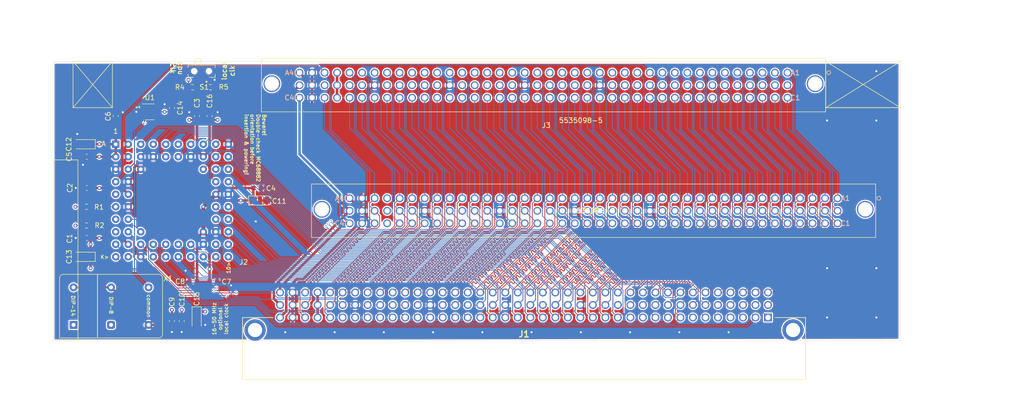
<source format=kicad_pcb>
(kicad_pcb (version 20171130) (host pcbnew 5.1.9+dfsg1-1~bpo10+1)
  (layers (0 F.Cu signal) (1 In1.Cu signal) (2 In2.Cu signal) (31 B.Cu signal) (34 B.Paste user) (35 F.Paste user) (36 B.SilkS user) (37 F.SilkS user) (38 B.Mask user) (39 F.Mask user) (44 Edge.Cuts user))
  (net 0 "")
  (net 1 +12V)
  (net 2 GND)
  (net 3 C16M)
  (net 4 +5V)
  (net 5 A0)
  (net 6 A3)
  (net 7 A6)
  (net 8 A8)
  (net 9 A11)
  (net 10 A14)
  (net 11 A16)
  (net 12 A19)
  (net 13 A22)
  (net 14 A24)
  (net 15 A27)
  (net 16 A30)
  (net 17 D31)
  (net 18 D28)
  (net 19 D25)
  (net 20 D23)
  (net 21 D20)
  (net 22 D17)
  (net 23 D15)
  (net 24 D12)
  (net 25 D9)
  (net 26 D7)
  (net 27 D4)
  (net 28 D1)
  (net 29 ~HALT)
  (net 30 FC0)
  (net 31 ~BR)
  (net 32 ~AS)
  (net 33 ~RW)
  (net 34 ~CBREQ)
  (net 35 RMC)
  (net 36 IPL0)
  (net 37 ~IRQ1)
  (net 38 ~TM0A)
  (net 39 ~NUBUS)
  (net 40 ~PFW)
  (net 41 -5V)
  (net 42 ECLK)
  (net 43 A1)
  (net 44 A4)
  (net 45 A9)
  (net 46 A12)
  (net 47 A17)
  (net 48 A20)
  (net 49 A25)
  (net 50 A28)
  (net 51 D30)
  (net 52 D27)
  (net 53 D22)
  (net 54 D19)
  (net 55 D14)
  (net 56 D11)
  (net 57 D6)
  (net 58 D3)
  (net 59 ~BERR)
  (net 60 FC1)
  (net 61 ~BG)
  (net 62 SIZ0)
  (net 63 ~DSACK0)
  (net 64 ~CBACK)
  (net 65 ~DS)
  (net 66 IPL1)
  (net 67 ~IRQ2)
  (net 68 ~TM1A)
  (net 69 CACHE)
  (net 70 C40M)
  (net 71 -12V)
  (net 72 CPUCLK)
  (net 73 A2)
  (net 74 A5)
  (net 75 A7)
  (net 76 A10)
  (net 77 A13)
  (net 78 A15)
  (net 79 A18)
  (net 80 A21)
  (net 81 A23)
  (net 82 A26)
  (net 83 A29)
  (net 84 A31)
  (net 85 D29)
  (net 86 D26)
  (net 87 D24)
  (net 88 D21)
  (net 89 D18)
  (net 90 D16)
  (net 91 D13)
  (net 92 D10)
  (net 93 D8)
  (net 94 D5)
  (net 95 D2)
  (net 96 D0)
  (net 97 ~RESET)
  (net 98 FC2)
  (net 99 ~BGACK)
  (net 100 SIZ1)
  (net 101 ~DSACK1)
  (net 102 ~STERM)
  (net 103 ~CIOUT)
  (net 104 IPL2)
  (net 105 ~IRQ3)
  (net 106 ~BUSLOCk)
  (net 107 ~FPU)
  (net 108 ~RBV)
  (net 109 FPUCLK)
  (net 110 CLK_32_000)
  (net 111 "Net-(J2-PadF1)")
  (net 112 "Net-(J2-PadH3)")
  (net 113 "Net-(R4-Pad2)")
  (net 114 "Net-(R5-Pad2)")
  (net 115 clk_ctrl)
  (module For_SeeedStudio:5535098-5 (layer F.Cu) (at 214.12 125.8)
    (fp_text reference J4 (at -49.53 2.54) (layer F.SilkS))
    (fp_text value 5535098-5 (at -49.53 2.54) (layer F.SilkS))
    (fp_text user C40 (at -100.6348 5.08) (layer B.SilkS))
    (fp_text user A40 (at -100.6348 0) (layer B.SilkS))
    (fp_text user C1 (at 1.5748 5.08) (layer B.SilkS))
    (fp_text user A1 (at 1.5748 0) (layer B.SilkS))
    (fp_text user C40 (at -100.6348 5.08) (layer F.SilkS))
    (fp_text user A40 (at -100.6348 0) (layer F.SilkS))
    (fp_text user C1 (at 1.5748 5.08) (layer F.SilkS))
    (fp_text user A1 (at 1.5748 0) (layer F.SilkS))
    (fp_text user * (at 0 0) (layer F.SilkS))
    (pad 122 thru_hole circle (at 5.6261 2.2352) (size 3.4036 3.4036) (drill 2.8956) (layers *.Cu *.Mask))
    (pad 121 thru_hole circle (at -104.6861 2.2352) (size 3.4036 3.4036) (drill 2.8956) (layers *.Cu *.Mask))
    (pad C40 thru_hole circle (at -99.06 5.08) (size 1.5748 1.5748) (drill 1.0668) (layers *.Cu *.Mask) (net 1 +12V))
    (pad C39 thru_hole circle (at -96.52 5.08) (size 1.5748 1.5748) (drill 1.0668) (layers *.Cu *.Mask) (net 2 GND))
    (pad C38 thru_hole circle (at -93.98 5.08) (size 1.5748 1.5748) (drill 1.0668) (layers *.Cu *.Mask) (net 3 C16M))
    (pad C37 thru_hole circle (at -91.44 5.08) (size 1.5748 1.5748) (drill 1.0668) (layers *.Cu *.Mask) (net 4 +5V))
    (pad C36 thru_hole circle (at -88.9 5.08) (size 1.5748 1.5748) (drill 1.0668) (layers *.Cu *.Mask) (net 5 A0))
    (pad C35 thru_hole circle (at -86.36 5.08) (size 1.5748 1.5748) (drill 1.0668) (layers *.Cu *.Mask) (net 6 A3))
    (pad C34 thru_hole circle (at -83.82 5.08) (size 1.5748 1.5748) (drill 1.0668) (layers *.Cu *.Mask) (net 7 A6))
    (pad C33 thru_hole circle (at -81.28 5.08) (size 1.5748 1.5748) (drill 1.0668) (layers *.Cu *.Mask) (net 8 A8))
    (pad C32 thru_hole circle (at -78.74 5.08) (size 1.5748 1.5748) (drill 1.0668) (layers *.Cu *.Mask) (net 9 A11))
    (pad C31 thru_hole circle (at -76.2 5.08) (size 1.5748 1.5748) (drill 1.0668) (layers *.Cu *.Mask) (net 10 A14))
    (pad C30 thru_hole circle (at -73.66 5.08) (size 1.5748 1.5748) (drill 1.0668) (layers *.Cu *.Mask) (net 11 A16))
    (pad C29 thru_hole circle (at -71.12 5.08) (size 1.5748 1.5748) (drill 1.0668) (layers *.Cu *.Mask) (net 12 A19))
    (pad C28 thru_hole circle (at -68.58 5.08) (size 1.5748 1.5748) (drill 1.0668) (layers *.Cu *.Mask) (net 13 A22))
    (pad C27 thru_hole circle (at -66.04 5.08) (size 1.5748 1.5748) (drill 1.0668) (layers *.Cu *.Mask) (net 14 A24))
    (pad C26 thru_hole circle (at -63.5 5.08) (size 1.5748 1.5748) (drill 1.0668) (layers *.Cu *.Mask) (net 15 A27))
    (pad C25 thru_hole circle (at -60.96 5.08) (size 1.5748 1.5748) (drill 1.0668) (layers *.Cu *.Mask) (net 16 A30))
    (pad C24 thru_hole circle (at -58.42 5.08) (size 1.5748 1.5748) (drill 1.0668) (layers *.Cu *.Mask) (net 17 D31))
    (pad C23 thru_hole circle (at -55.88 5.08) (size 1.5748 1.5748) (drill 1.0668) (layers *.Cu *.Mask) (net 18 D28))
    (pad C22 thru_hole circle (at -53.34 5.08) (size 1.5748 1.5748) (drill 1.0668) (layers *.Cu *.Mask) (net 19 D25))
    (pad C21 thru_hole circle (at -50.8 5.08) (size 1.5748 1.5748) (drill 1.0668) (layers *.Cu *.Mask) (net 20 D23))
    (pad C20 thru_hole circle (at -48.26 5.08) (size 1.5748 1.5748) (drill 1.0668) (layers *.Cu *.Mask) (net 21 D20))
    (pad C19 thru_hole circle (at -45.72 5.08) (size 1.5748 1.5748) (drill 1.0668) (layers *.Cu *.Mask) (net 22 D17))
    (pad C18 thru_hole circle (at -43.18 5.08) (size 1.5748 1.5748) (drill 1.0668) (layers *.Cu *.Mask) (net 23 D15))
    (pad C17 thru_hole circle (at -40.64 5.08) (size 1.5748 1.5748) (drill 1.0668) (layers *.Cu *.Mask) (net 24 D12))
    (pad C16 thru_hole circle (at -38.1 5.08) (size 1.5748 1.5748) (drill 1.0668) (layers *.Cu *.Mask) (net 25 D9))
    (pad C15 thru_hole circle (at -35.56 5.08) (size 1.5748 1.5748) (drill 1.0668) (layers *.Cu *.Mask) (net 26 D7))
    (pad C14 thru_hole circle (at -33.02 5.08) (size 1.5748 1.5748) (drill 1.0668) (layers *.Cu *.Mask) (net 27 D4))
    (pad C13 thru_hole circle (at -30.48 5.08) (size 1.5748 1.5748) (drill 1.0668) (layers *.Cu *.Mask) (net 28 D1))
    (pad C12 thru_hole circle (at -27.94 5.08) (size 1.5748 1.5748) (drill 1.0668) (layers *.Cu *.Mask) (net 29 ~HALT))
    (pad C11 thru_hole circle (at -25.4 5.08) (size 1.5748 1.5748) (drill 1.0668) (layers *.Cu *.Mask) (net 30 FC0))
    (pad C10 thru_hole circle (at -22.86 5.08) (size 1.5748 1.5748) (drill 1.0668) (layers *.Cu *.Mask) (net 31 ~BR))
    (pad C9 thru_hole circle (at -20.32 5.08) (size 1.5748 1.5748) (drill 1.0668) (layers *.Cu *.Mask) (net 32 ~AS))
    (pad C8 thru_hole circle (at -17.78 5.08) (size 1.5748 1.5748) (drill 1.0668) (layers *.Cu *.Mask) (net 33 ~RW))
    (pad C7 thru_hole circle (at -15.24 5.08) (size 1.5748 1.5748) (drill 1.0668) (layers *.Cu *.Mask) (net 34 ~CBREQ))
    (pad C6 thru_hole circle (at -12.7 5.08) (size 1.5748 1.5748) (drill 1.0668) (layers *.Cu *.Mask) (net 35 RMC))
    (pad C5 thru_hole circle (at -10.16 5.08) (size 1.5748 1.5748) (drill 1.0668) (layers *.Cu *.Mask) (net 36 IPL0))
    (pad C4 thru_hole circle (at -7.62 5.08) (size 1.5748 1.5748) (drill 1.0668) (layers *.Cu *.Mask) (net 37 ~IRQ1))
    (pad C3 thru_hole circle (at -5.08 5.08) (size 1.5748 1.5748) (drill 1.0668) (layers *.Cu *.Mask) (net 38 ~TM0A))
    (pad C2 thru_hole circle (at -2.54 5.08) (size 1.5748 1.5748) (drill 1.0668) (layers *.Cu *.Mask) (net 39 ~NUBUS))
    (pad C1 thru_hole circle (at 0 5.08) (size 1.5748 1.5748) (drill 1.0668) (layers *.Cu *.Mask) (net 40 ~PFW))
    (pad B40 thru_hole circle (at -99.06 2.54) (size 1.5748 1.5748) (drill 1.0668) (layers *.Cu *.Mask) (net 41 -5V))
    (pad B39 thru_hole circle (at -96.52 2.54) (size 1.5748 1.5748) (drill 1.0668) (layers *.Cu *.Mask) (net 2 GND))
    (pad B38 thru_hole circle (at -93.98 2.54) (size 1.5748 1.5748) (drill 1.0668) (layers *.Cu *.Mask) (net 42 ECLK))
    (pad B37 thru_hole circle (at -91.44 2.54) (size 1.5748 1.5748) (drill 1.0668) (layers *.Cu *.Mask) (net 4 +5V))
    (pad B36 thru_hole circle (at -88.9 2.54) (size 1.5748 1.5748) (drill 1.0668) (layers *.Cu *.Mask) (net 43 A1))
    (pad B35 thru_hole circle (at -86.36 2.54) (size 1.5748 1.5748) (drill 1.0668) (layers *.Cu *.Mask) (net 44 A4))
    (pad B34 thru_hole circle (at -83.82 2.54) (size 1.5748 1.5748) (drill 1.0668) (layers *.Cu *.Mask) (net 2 GND))
    (pad B33 thru_hole circle (at -81.28 2.54) (size 1.5748 1.5748) (drill 1.0668) (layers *.Cu *.Mask) (net 45 A9))
    (pad B32 thru_hole circle (at -78.74 2.54) (size 1.5748 1.5748) (drill 1.0668) (layers *.Cu *.Mask) (net 46 A12))
    (pad B31 thru_hole circle (at -76.2 2.54) (size 1.5748 1.5748) (drill 1.0668) (layers *.Cu *.Mask) (net 4 +5V))
    (pad B30 thru_hole circle (at -73.66 2.54) (size 1.5748 1.5748) (drill 1.0668) (layers *.Cu *.Mask) (net 47 A17))
    (pad B29 thru_hole circle (at -71.12 2.54) (size 1.5748 1.5748) (drill 1.0668) (layers *.Cu *.Mask) (net 48 A20))
    (pad B28 thru_hole circle (at -68.58 2.54) (size 1.5748 1.5748) (drill 1.0668) (layers *.Cu *.Mask) (net 2 GND))
    (pad B27 thru_hole circle (at -66.04 2.54) (size 1.5748 1.5748) (drill 1.0668) (layers *.Cu *.Mask) (net 49 A25))
    (pad B26 thru_hole circle (at -63.5 2.54) (size 1.5748 1.5748) (drill 1.0668) (layers *.Cu *.Mask) (net 50 A28))
    (pad B25 thru_hole circle (at -60.96 2.54) (size 1.5748 1.5748) (drill 1.0668) (layers *.Cu *.Mask) (net 4 +5V))
    (pad B24 thru_hole circle (at -58.42 2.54) (size 1.5748 1.5748) (drill 1.0668) (layers *.Cu *.Mask) (net 51 D30))
    (pad B23 thru_hole circle (at -55.88 2.54) (size 1.5748 1.5748) (drill 1.0668) (layers *.Cu *.Mask) (net 52 D27))
    (pad B22 thru_hole circle (at -53.34 2.54) (size 1.5748 1.5748) (drill 1.0668) (layers *.Cu *.Mask) (net 2 GND))
    (pad B21 thru_hole circle (at -50.8 2.54) (size 1.5748 1.5748) (drill 1.0668) (layers *.Cu *.Mask) (net 53 D22))
    (pad B20 thru_hole circle (at -48.26 2.54) (size 1.5748 1.5748) (drill 1.0668) (layers *.Cu *.Mask) (net 54 D19))
    (pad B19 thru_hole circle (at -45.72 2.54) (size 1.5748 1.5748) (drill 1.0668) (layers *.Cu *.Mask) (net 4 +5V))
    (pad B18 thru_hole circle (at -43.18 2.54) (size 1.5748 1.5748) (drill 1.0668) (layers *.Cu *.Mask) (net 55 D14))
    (pad B17 thru_hole circle (at -40.64 2.54) (size 1.5748 1.5748) (drill 1.0668) (layers *.Cu *.Mask) (net 56 D11))
    (pad B16 thru_hole circle (at -38.1 2.54) (size 1.5748 1.5748) (drill 1.0668) (layers *.Cu *.Mask) (net 2 GND))
    (pad B15 thru_hole circle (at -35.56 2.54) (size 1.5748 1.5748) (drill 1.0668) (layers *.Cu *.Mask) (net 57 D6))
    (pad B14 thru_hole circle (at -33.02 2.54) (size 1.5748 1.5748) (drill 1.0668) (layers *.Cu *.Mask) (net 58 D3))
    (pad B13 thru_hole circle (at -30.48 2.54) (size 1.5748 1.5748) (drill 1.0668) (layers *.Cu *.Mask) (net 4 +5V))
    (pad B12 thru_hole circle (at -27.94 2.54) (size 1.5748 1.5748) (drill 1.0668) (layers *.Cu *.Mask) (net 59 ~BERR))
    (pad B11 thru_hole circle (at -25.4 2.54) (size 1.5748 1.5748) (drill 1.0668) (layers *.Cu *.Mask) (net 60 FC1))
    (pad B10 thru_hole circle (at -22.86 2.54) (size 1.5748 1.5748) (drill 1.0668) (layers *.Cu *.Mask) (net 61 ~BG))
    (pad B9 thru_hole circle (at -20.32 2.54) (size 1.5748 1.5748) (drill 1.0668) (layers *.Cu *.Mask) (net 62 SIZ0))
    (pad B8 thru_hole circle (at -17.78 2.54) (size 1.5748 1.5748) (drill 1.0668) (layers *.Cu *.Mask) (net 63 ~DSACK0))
    (pad B7 thru_hole circle (at -15.24 2.54) (size 1.5748 1.5748) (drill 1.0668) (layers *.Cu *.Mask) (net 64 ~CBACK))
    (pad B6 thru_hole circle (at -12.7 2.54) (size 1.5748 1.5748) (drill 1.0668) (layers *.Cu *.Mask) (net 65 ~DS))
    (pad B5 thru_hole circle (at -10.16 2.54) (size 1.5748 1.5748) (drill 1.0668) (layers *.Cu *.Mask) (net 66 IPL1))
    (pad B4 thru_hole circle (at -7.62 2.54) (size 1.5748 1.5748) (drill 1.0668) (layers *.Cu *.Mask) (net 67 ~IRQ2))
    (pad B3 thru_hole circle (at -5.08 2.54) (size 1.5748 1.5748) (drill 1.0668) (layers *.Cu *.Mask) (net 68 ~TM1A))
    (pad B2 thru_hole circle (at -2.54 2.54) (size 1.5748 1.5748) (drill 1.0668) (layers *.Cu *.Mask) (net 69 CACHE))
    (pad B1 thru_hole circle (at 0 2.54) (size 1.5748 1.5748) (drill 1.0668) (layers *.Cu *.Mask) (net 70 C40M))
    (pad A40 thru_hole circle (at -99.06 0) (size 1.5748 1.5748) (drill 1.0668) (layers *.Cu *.Mask) (net 71 -12V))
    (pad A39 thru_hole circle (at -96.52 0) (size 1.5748 1.5748) (drill 1.0668) (layers *.Cu *.Mask) (net 2 GND))
    (pad A38 thru_hole circle (at -93.98 0) (size 1.5748 1.5748) (drill 1.0668) (layers *.Cu *.Mask) (net 72 CPUCLK))
    (pad A37 thru_hole circle (at -91.44 0) (size 1.5748 1.5748) (drill 1.0668) (layers *.Cu *.Mask) (net 4 +5V))
    (pad A36 thru_hole circle (at -88.9 0) (size 1.5748 1.5748) (drill 1.0668) (layers *.Cu *.Mask) (net 73 A2))
    (pad A35 thru_hole circle (at -86.36 0) (size 1.5748 1.5748) (drill 1.0668) (layers *.Cu *.Mask) (net 74 A5))
    (pad A34 thru_hole circle (at -83.82 0) (size 1.5748 1.5748) (drill 1.0668) (layers *.Cu *.Mask) (net 75 A7))
    (pad A33 thru_hole circle (at -81.28 0) (size 1.5748 1.5748) (drill 1.0668) (layers *.Cu *.Mask) (net 76 A10))
    (pad A32 thru_hole circle (at -78.74 0) (size 1.5748 1.5748) (drill 1.0668) (layers *.Cu *.Mask) (net 77 A13))
    (pad A31 thru_hole circle (at -76.2 0) (size 1.5748 1.5748) (drill 1.0668) (layers *.Cu *.Mask) (net 78 A15))
    (pad A30 thru_hole circle (at -73.66 0) (size 1.5748 1.5748) (drill 1.0668) (layers *.Cu *.Mask) (net 79 A18))
    (pad A29 thru_hole circle (at -71.12 0) (size 1.5748 1.5748) (drill 1.0668) (layers *.Cu *.Mask) (net 80 A21))
    (pad A28 thru_hole circle (at -68.58 0) (size 1.5748 1.5748) (drill 1.0668) (layers *.Cu *.Mask) (net 81 A23))
    (pad A27 thru_hole circle (at -66.04 0) (size 1.5748 1.5748) (drill 1.0668) (layers *.Cu *.Mask) (net 82 A26))
    (pad A26 thru_hole circle (at -63.5 0) (size 1.5748 1.5748) (drill 1.0668) (layers *.Cu *.Mask) (net 83 A29))
    (pad A25 thru_hole circle (at -60.96 0) (size 1.5748 1.5748) (drill 1.0668) (layers *.Cu *.Mask) (net 84 A31))
    (pad A24 thru_hole circle (at -58.42 0) (size 1.5748 1.5748) (drill 1.0668) (layers *.Cu *.Mask) (net 85 D29))
    (pad A23 thru_hole circle (at -55.88 0) (size 1.5748 1.5748) (drill 1.0668) (layers *.Cu *.Mask) (net 86 D26))
    (pad A22 thru_hole circle (at -53.34 0) (size 1.5748 1.5748) (drill 1.0668) (layers *.Cu *.Mask) (net 87 D24))
    (pad A21 thru_hole circle (at -50.8 0) (size 1.5748 1.5748) (drill 1.0668) (layers *.Cu *.Mask) (net 88 D21))
    (pad A20 thru_hole circle (at -48.26 0) (size 1.5748 1.5748) (drill 1.0668) (layers *.Cu *.Mask) (net 89 D18))
    (pad A19 thru_hole circle (at -45.72 0) (size 1.5748 1.5748) (drill 1.0668) (layers *.Cu *.Mask) (net 90 D16))
    (pad A18 thru_hole circle (at -43.18 0) (size 1.5748 1.5748) (drill 1.0668) (layers *.Cu *.Mask) (net 91 D13))
    (pad A17 thru_hole circle (at -40.64 0) (size 1.5748 1.5748) (drill 1.0668) (layers *.Cu *.Mask) (net 92 D10))
    (pad A16 thru_hole circle (at -38.1 0) (size 1.5748 1.5748) (drill 1.0668) (layers *.Cu *.Mask) (net 93 D8))
    (pad A15 thru_hole circle (at -35.56 0) (size 1.5748 1.5748) (drill 1.0668) (layers *.Cu *.Mask) (net 94 D5))
    (pad A14 thru_hole circle (at -33.02 0) (size 1.5748 1.5748) (drill 1.0668) (layers *.Cu *.Mask) (net 95 D2))
    (pad A13 thru_hole circle (at -30.48 0) (size 1.5748 1.5748) (drill 1.0668) (layers *.Cu *.Mask) (net 96 D0))
    (pad A12 thru_hole circle (at -27.94 0) (size 1.5748 1.5748) (drill 1.0668) (layers *.Cu *.Mask) (net 97 ~RESET))
    (pad A11 thru_hole circle (at -25.4 0) (size 1.5748 1.5748) (drill 1.0668) (layers *.Cu *.Mask) (net 98 FC2))
    (pad A10 thru_hole circle (at -22.86 0) (size 1.5748 1.5748) (drill 1.0668) (layers *.Cu *.Mask) (net 99 ~BGACK))
    (pad A9 thru_hole circle (at -20.32 0) (size 1.5748 1.5748) (drill 1.0668) (layers *.Cu *.Mask) (net 100 SIZ1))
    (pad A8 thru_hole circle (at -17.78 0) (size 1.5748 1.5748) (drill 1.0668) (layers *.Cu *.Mask) (net 101 ~DSACK1))
    (pad A7 thru_hole circle (at -15.24 0) (size 1.5748 1.5748) (drill 1.0668) (layers *.Cu *.Mask) (net 102 ~STERM))
    (pad A6 thru_hole circle (at -12.7 0) (size 1.5748 1.5748) (drill 1.0668) (layers *.Cu *.Mask) (net 103 ~CIOUT))
    (pad A5 thru_hole circle (at -10.16 0) (size 1.5748 1.5748) (drill 1.0668) (layers *.Cu *.Mask) (net 104 IPL2))
    (pad A4 thru_hole circle (at -7.62 0) (size 1.5748 1.5748) (drill 1.0668) (layers *.Cu *.Mask) (net 105 ~IRQ3))
    (pad A3 thru_hole circle (at -5.08 0) (size 1.5748 1.5748) (drill 1.0668) (layers *.Cu *.Mask) (net 106 ~BUSLOCk))
    (pad A2 thru_hole circle (at -2.54 0) (size 1.5748 1.5748) (drill 1.0668) (layers *.Cu *.Mask) (net 107 ~FPU))
    (pad A1 thru_hole circle (at 0 0) (size 1.5748 1.5748) (drill 1.0668) (layers *.Cu *.Mask) (net 108 ~RBV))
  )
  (module For_SeeedStudio:SW_SSAJ110100 (layer F.Cu) (at 85 100 180)
    (fp_text reference S1 (at -0.525 -3.22) (layer F.SilkS))
    (fp_text value SSAJ110100)
    (pad None np_thru_hole circle (at 1.5 0 180) (size 0.8 0.8) (drill 0.8) (layers *.Cu *.Mask))
    (pad None np_thru_hole circle (at -1.5 0 180) (size 0.8 0.8) (drill 0.8) (layers *.Cu *.Mask))
    (pad S2 smd rect (at -3 0.075 180) (size 0.9 0.7) (layers F.Cu F.Paste F.Mask))
    (pad S1 smd rect (at 3 0.075 180) (size 0.9 0.7) (layers F.Cu F.Paste F.Mask))
    (pad 1 smd rect (at -1 -1.28 180) (size 0.6 0.51) (layers F.Cu F.Paste F.Mask) (net 114 "Net-(R5-Pad2)"))
    (pad C smd rect (at 0 -1.28 180) (size 0.6 0.51) (layers F.Cu F.Paste F.Mask) (net 115 clk_ctrl))
    (pad 2 smd rect (at 1 -1.28 180) (size 0.6 0.51) (layers F.Cu F.Paste F.Mask) (net 113 "Net-(R4-Pad2)"))
  )
  (module Capacitor_SMD:C_0603_1608Metric (layer F.Cu) (at 86.62 109.1 90)
    (fp_text reference C16 (at 3.04 0.01 90) (layer F.SilkS))
    (fp_text value "1 uF")
    (pad 2 smd roundrect (at 0.775 0 90) (size 0.9 0.95) (layers F.Cu F.Paste F.Mask) (net 2 GND))
    (pad 1 smd roundrect (at -0.775 0 90) (size 0.9 0.95) (layers F.Cu F.Paste F.Mask) (net 4 +5V))
  )
  (module For_SeeedStudio:CXO_DIP8+14 (layer F.Cu) (at 59 151.5)
    (fp_text reference X1 (at 19.19 -9.4) (layer F.SilkS))
    (fp_text value CXO_DIP8+14)
    (pad EN1 thru_hole roundrect (at 7.62 0) (size 1.6 1.6) (drill 0.8) (layers *.Cu *.Mask))
    (pad Vcc thru_hole circle (at 7.62 -7.62) (size 1.6 1.6) (drill 0.8) (layers *.Cu *.Mask) (net 4 +5V))
    (pad GND thru_hole circle (at 15.24 0) (size 1.6 1.6) (drill 0.8) (layers *.Cu *.Mask) (net 2 GND))
    (pad OUT thru_hole circle (at 15.24 -7.62) (size 1.6 1.6) (drill 0.8) (layers *.Cu *.Mask) (net 110 CLK_32_000))
    (pad Vcc thru_hole circle (at 0 -7.62) (size 1.6 1.6) (drill 0.8) (layers *.Cu *.Mask) (net 4 +5V))
    (pad EN2 thru_hole rect (at 0 0) (size 1.6 1.6) (drill 0.8) (layers *.Cu *.Mask))
  )
  (module Capacitor_Tantalum_SMD:CP_EIA-3216-18_Kemet-A (layer F.Cu) (at 84 150.15 270)
    (fp_text reference C15 (at -3.92 -0.01 90) (layer F.SilkS))
    (fp_text value 10uF)
    (pad 2 smd roundrect (at 1.35 0 270) (size 1.4 1.35) (layers F.Cu F.Paste F.Mask) (roundrect_rratio 0.1851844444444445) (net 2 GND))
    (pad 1 smd roundrect (at -1.35 0 270) (size 1.4 1.35) (layers F.Cu F.Paste F.Mask) (roundrect_rratio 0.1851844444444445) (net 4 +5V))
  )
  (module Package_TO_SOT_SMD:SOT-23-6 (layer F.Cu) (at 74.5 108.25)
    (fp_text reference U1 (at 0 -2.9) (layer F.SilkS))
    (fp_text value 74LVC1G3157)
    (pad 5 smd rect (at 1.1 0) (size 1.06 0.65) (layers F.Cu F.Paste F.Mask) (net 4 +5V))
    (pad 6 smd rect (at 1.1 -0.95) (size 1.06 0.65) (layers F.Cu F.Paste F.Mask) (net 115 clk_ctrl))
    (pad 4 smd rect (at 1.1 0.95) (size 1.06 0.65) (layers F.Cu F.Paste F.Mask) (net 109 FPUCLK))
    (pad 3 smd rect (at -1.1 0.95) (size 1.06 0.65) (layers F.Cu F.Paste F.Mask) (net 110 CLK_32_000))
    (pad 2 smd rect (at -1.1 0) (size 1.06 0.65) (layers F.Cu F.Paste F.Mask) (net 2 GND))
    (pad 1 smd rect (at -1.1 -0.95) (size 1.06 0.65) (layers F.Cu F.Paste F.Mask) (net 72 CPUCLK))
  )
  (module Resistor_SMD:R_0603_1608Metric (layer F.Cu) (at 86.816 103.25 180)
    (fp_text reference R5 (at -2.674 0.04) (layer F.SilkS))
    (fp_text value 10k)
    (pad 2 smd roundrect (at 0.825 0 180) (size 0.8 0.95) (layers F.Cu F.Paste F.Mask) (net 114 "Net-(R5-Pad2)"))
    (pad 1 smd roundrect (at -0.825 0 180) (size 0.8 0.95) (layers F.Cu F.Paste F.Mask) (net 2 GND))
  )
  (module Resistor_SMD:R_0603_1608Metric (layer F.Cu) (at 83.175 103.25)
    (fp_text reference R4 (at -2.585 0) (layer F.SilkS))
    (fp_text value 10k)
    (pad 2 smd roundrect (at 0.825 0) (size 0.8 0.95) (layers F.Cu F.Paste F.Mask) (net 113 "Net-(R4-Pad2)"))
    (pad 1 smd roundrect (at -0.825 0) (size 0.8 0.95) (layers F.Cu F.Paste F.Mask) (net 4 +5V))
  )
  (module Capacitor_SMD:C_0603_1608Metric (layer F.Cu) (at 79 107.475 90)
    (fp_text reference C14 (at 0.015 1.63 90) (layer F.SilkS))
    (fp_text value "100 nF")
    (pad 2 smd roundrect (at 0.775 0 90) (size 0.9 0.95) (layers F.Cu F.Paste F.Mask) (net 2 GND))
    (pad 1 smd roundrect (at -0.775 0 90) (size 0.9 0.95) (layers F.Cu F.Paste F.Mask) (net 4 +5V))
  )
  (module Capacitor_SMD:C_0603_1608Metric (layer F.Cu) (at 87.395 142.763)
    (fp_text reference C7 (at 2.655 -0.013) (layer F.SilkS))
    (fp_text value "100 nF")
    (pad 2 smd roundrect (at 0.775 0) (size 0.9 0.95) (layers F.Cu F.Paste F.Mask) (net 2 GND))
    (pad 1 smd roundrect (at -0.775 0) (size 0.9 0.95) (layers F.Cu F.Paste F.Mask) (net 4 +5V))
  )
  (module Capacitor_SMD:C_0603_1608Metric (layer F.Cu) (at 96.285 123.71)
    (fp_text reference C4 (at 2.795 0.07) (layer F.SilkS))
    (fp_text value "100 nF")
    (pad 2 smd roundrect (at 0.775 0) (size 0.9 0.95) (layers F.Cu F.Paste F.Mask) (net 2 GND))
    (pad 1 smd roundrect (at -0.775 0) (size 0.9 0.95) (layers F.Cu F.Paste F.Mask) (net 4 +5V))
  )
  (module Capacitor_SMD:C_0603_1608Metric (layer F.Cu) (at 84.08 109.1 90)
    (fp_text reference C3 (at 2.61 0.01 90) (layer F.SilkS))
    (fp_text value "100 nF")
    (pad 2 smd roundrect (at 0.775 0 90) (size 0.9 0.95) (layers F.Cu F.Paste F.Mask) (net 2 GND))
    (pad 1 smd roundrect (at -0.775 0 90) (size 0.9 0.95) (layers F.Cu F.Paste F.Mask) (net 4 +5V))
  )
  (module Capacitor_SMD:C_0603_1608Metric (layer F.Cu) (at 61.695 123.71 180)
    (fp_text reference C2 (at 3.425 0.01 90) (layer F.SilkS))
    (fp_text value "100 nF")
    (pad 2 smd roundrect (at 0.775 0 180) (size 0.9 0.95) (layers F.Cu F.Paste F.Mask) (net 2 GND))
    (pad 1 smd roundrect (at -0.775 0 180) (size 0.9 0.95) (layers F.Cu F.Paste F.Mask) (net 4 +5V))
  )
  (module Capacitor_SMD:C_0603_1608Metric (layer F.Cu) (at 61.695 133.87 180)
    (fp_text reference C1 (at 3.485 -0.11 90) (layer F.SilkS))
    (fp_text value "100 nF")
    (pad 2 smd roundrect (at 0.775 0 180) (size 0.9 0.95) (layers F.Cu F.Paste F.Mask) (net 2 GND))
    (pad 1 smd roundrect (at -0.775 0 180) (size 0.9 0.95) (layers F.Cu F.Paste F.Mask) (net 4 +5V))
  )
  (module For_SeeedStudio:MC68882_PGA (layer F.Cu) (at 79 126.25 180)
    (fp_text reference J2 (at -14.55 -12.51) (layer F.SilkS))
    (fp_text value MC68882_PGA)
    (fp_text user 1 (at 11.43 14.07) (layer F.SilkS))
    (fp_text user A (at 13.87 11.54) (layer F.SilkS))
    (pad A10 thru_hole circle (at -11.43 11.43 180) (size 1.524 1.524) (drill 0.762) (layers *.Cu *.Mask) (net 2 GND))
    (pad A9 thru_hole circle (at -8.89 11.43 180) (size 1.524 1.524) (drill 0.762) (layers *.Cu *.Mask) (net 93 D8))
    (pad A8 thru_hole circle (at -6.35 11.43 180) (size 1.524 1.524) (drill 0.762) (layers *.Cu *.Mask) (net 26 D7))
    (pad A7 thru_hole circle (at -3.81 11.43 180) (size 1.524 1.524) (drill 0.762) (layers *.Cu *.Mask) (net 57 D6))
    (pad A6 thru_hole circle (at -1.27 11.43 180) (size 1.524 1.524) (drill 0.762) (layers *.Cu *.Mask) (net 27 D4))
    (pad A5 thru_hole circle (at 1.27 11.43 180) (size 1.524 1.524) (drill 0.762) (layers *.Cu *.Mask) (net 58 D3))
    (pad A4 thru_hole circle (at 3.81 11.43 180) (size 1.524 1.524) (drill 0.762) (layers *.Cu *.Mask) (net 28 D1))
    (pad A3 thru_hole circle (at 6.35 11.43 180) (size 1.524 1.524) (drill 0.762) (layers *.Cu *.Mask) (net 96 D0))
    (pad A2 thru_hole circle (at 8.89 11.43 180) (size 1.524 1.524) (drill 0.762) (layers *.Cu *.Mask) (net 2 GND))
    (pad A1 thru_hole rect (at 11.43 11.43 180) (size 1.524 1.524) (drill 0.762) (layers *.Cu *.Mask) (net 4 +5V))
    (pad B10 thru_hole circle (at -11.43 8.89 180) (size 1.524 1.524) (drill 0.762) (layers *.Cu *.Mask) (net 56 D11))
    (pad B9 thru_hole circle (at -8.89 8.89 180) (size 1.524 1.524) (drill 0.762) (layers *.Cu *.Mask) (net 92 D10))
    (pad B8 thru_hole circle (at -6.35 8.89 180) (size 1.524 1.524) (drill 0.762) (layers *.Cu *.Mask) (net 4 +5V))
    (pad B7 thru_hole circle (at -3.81 8.89 180) (size 1.524 1.524) (drill 0.762) (layers *.Cu *.Mask) (net 2 GND))
    (pad B6 thru_hole circle (at -1.27 8.89 180) (size 1.524 1.524) (drill 0.762) (layers *.Cu *.Mask) (net 94 D5))
    (pad B5 thru_hole circle (at 1.27 8.89 180) (size 1.524 1.524) (drill 0.762) (layers *.Cu *.Mask) (net 95 D2))
    (pad B4 thru_hole circle (at 3.81 8.89 180) (size 1.524 1.524) (drill 0.762) (layers *.Cu *.Mask) (net 2 GND))
    (pad B3 thru_hole circle (at 6.35 8.89 180) (size 1.524 1.524) (drill 0.762) (layers *.Cu *.Mask) (net 2 GND))
    (pad B2 thru_hole circle (at 8.89 8.89 180) (size 1.524 1.524) (drill 0.762) (layers *.Cu *.Mask) (net 2 GND))
    (pad B1 thru_hole circle (at 11.43 8.89 180) (size 1.524 1.524) (drill 0.762) (layers *.Cu *.Mask) (net 4 +5V))
    (pad C10 thru_hole circle (at -11.43 6.35 180) (size 1.524 1.524) (drill 0.762) (layers *.Cu *.Mask) (net 55 D14))
    (pad C9 thru_hole circle (at -8.89 6.35 180) (size 1.524 1.524) (drill 0.762) (layers *.Cu *.Mask) (net 91 D13))
    (pad C8 thru_hole circle (at -6.35 6.35 180) (size 1.524 1.524) (drill 0.762) (layers *.Cu *.Mask) (net 25 D9))
    (pad C3 thru_hole circle (at 6.35 6.35 180) (size 1.524 1.524) (drill 0.762) (layers *.Cu *.Mask) (net 2 GND))
    (pad C2 thru_hole circle (at 8.89 6.35 180) (size 1.524 1.524) (drill 0.762) (layers *.Cu *.Mask) (net 109 FPUCLK))
    (pad C1 thru_hole circle (at 11.43 6.35 180) (size 1.524 1.524) (drill 0.762) (layers *.Cu *.Mask) (net 2 GND))
    (pad D10 thru_hole circle (at -11.43 3.81 180) (size 1.524 1.524) (drill 0.762) (layers *.Cu *.Mask) (net 23 D15))
    (pad D9 thru_hole circle (at -8.89 3.81 180) (size 1.524 1.524) (drill 0.762) (layers *.Cu *.Mask) (net 24 D12))
    (pad D2 thru_hole circle (at 8.89 3.81 180) (size 1.524 1.524) (drill 0.762) (layers *.Cu *.Mask) (net 2 GND))
    (pad D1 thru_hole circle (at 11.43 3.81 180) (size 1.524 1.524) (drill 0.762) (layers *.Cu *.Mask) (net 97 ~RESET))
    (pad E10 thru_hole circle (at -11.43 1.27 180) (size 1.524 1.524) (drill 0.762) (layers *.Cu *.Mask) (net 2 GND))
    (pad E9 thru_hole circle (at -8.89 1.27 180) (size 1.524 1.524) (drill 0.762) (layers *.Cu *.Mask) (net 4 +5V))
    (pad E2 thru_hole circle (at 8.89 1.27 180) (size 1.524 1.524) (drill 0.762) (layers *.Cu *.Mask) (net 4 +5V))
    (pad E1 thru_hole circle (at 11.43 1.27 180) (size 1.524 1.524) (drill 0.762) (layers *.Cu *.Mask))
    (pad F10 thru_hole circle (at -11.43 -1.27 180) (size 1.524 1.524) (drill 0.762) (layers *.Cu *.Mask) (net 90 D16))
    (pad F9 thru_hole circle (at -8.89 -1.27 180) (size 1.524 1.524) (drill 0.762) (layers *.Cu *.Mask) (net 22 D17))
    (pad F2 thru_hole circle (at 8.89 -1.27 180) (size 1.524 1.524) (drill 0.762) (layers *.Cu *.Mask) (net 2 GND))
    (pad F1 thru_hole circle (at 11.43 -1.27 180) (size 1.524 1.524) (drill 0.762) (layers *.Cu *.Mask) (net 111 "Net-(J2-PadF1)"))
    (pad G10 thru_hole circle (at -11.43 -3.81 180) (size 1.524 1.524) (drill 0.762) (layers *.Cu *.Mask) (net 89 D18))
    (pad G9 thru_hole circle (at -8.89 -3.81 180) (size 1.524 1.524) (drill 0.762) (layers *.Cu *.Mask) (net 21 D20))
    (pad G2 thru_hole circle (at 8.89 -3.81 180) (size 1.524 1.524) (drill 0.762) (layers *.Cu *.Mask) (net 44 A4))
    (pad G1 thru_hole circle (at 11.43 -3.81 180) (size 1.524 1.524) (drill 0.762) (layers *.Cu *.Mask) (net 65 ~DS))
    (pad H10 thru_hole circle (at -11.43 -6.35 180) (size 1.524 1.524) (drill 0.762) (layers *.Cu *.Mask) (net 54 D19))
    (pad H9 thru_hole circle (at -8.89 -6.35 180) (size 1.524 1.524) (drill 0.762) (layers *.Cu *.Mask) (net 2 GND))
    (pad H8 thru_hole circle (at -6.35 -6.35 180) (size 1.524 1.524) (drill 0.762) (layers *.Cu *.Mask) (net 4 +5V))
    (pad H3 thru_hole circle (at 6.35 -6.35 180) (size 1.524 1.524) (drill 0.762) (layers *.Cu *.Mask) (net 112 "Net-(J2-PadH3)"))
    (pad H2 thru_hole circle (at 8.89 -6.35 180) (size 1.524 1.524) (drill 0.762) (layers *.Cu *.Mask) (net 73 A2))
    (pad H1 thru_hole circle (at 11.43 -6.35 180) (size 1.524 1.524) (drill 0.762) (layers *.Cu *.Mask) (net 32 ~AS))
    (pad J10 thru_hole circle (at -11.43 -8.89 180) (size 1.524 1.524) (drill 0.762) (layers *.Cu *.Mask) (net 88 D21))
    (pad J9 thru_hole circle (at -8.89 -8.89 180) (size 1.524 1.524) (drill 0.762) (layers *.Cu *.Mask) (net 20 D23))
    (pad J8 thru_hole circle (at -6.35 -8.89 180) (size 1.524 1.524) (drill 0.762) (layers *.Cu *.Mask) (net 2 GND))
    (pad J7 thru_hole circle (at -3.81 -8.89 180) (size 1.524 1.524) (drill 0.762) (layers *.Cu *.Mask) (net 19 D25))
    (pad J6 thru_hole circle (at -1.27 -8.89 180) (size 1.524 1.524) (drill 0.762) (layers *.Cu *.Mask) (net 18 D28))
    (pad J5 thru_hole circle (at 1.27 -8.89 180) (size 1.524 1.524) (drill 0.762) (layers *.Cu *.Mask) (net 17 D31))
    (pad J4 thru_hole circle (at 3.81 -8.89 180) (size 1.524 1.524) (drill 0.762) (layers *.Cu *.Mask) (net 63 ~DSACK0))
    (pad J3 thru_hole circle (at 6.35 -8.89 180) (size 1.524 1.524) (drill 0.762) (layers *.Cu *.Mask) (net 107 ~FPU))
    (pad J2 thru_hole circle (at 8.89 -8.89 180) (size 1.524 1.524) (drill 0.762) (layers *.Cu *.Mask) (net 4 +5V))
    (pad J1 thru_hole circle (at 11.43 -8.89 180) (size 1.524 1.524) (drill 0.762) (layers *.Cu *.Mask) (net 6 A3))
    (pad K10 thru_hole circle (at -11.43 -11.43 180) (size 1.524 1.524) (drill 0.762) (layers *.Cu *.Mask) (net 53 D22))
    (pad K9 thru_hole circle (at -8.89 -11.43 180) (size 1.524 1.524) (drill 0.762) (layers *.Cu *.Mask) (net 87 D24))
    (pad K8 thru_hole circle (at -6.35 -11.43 180) (size 1.524 1.524) (drill 0.762) (layers *.Cu *.Mask) (net 86 D26))
    (pad K7 thru_hole circle (at -3.81 -11.43 180) (size 1.524 1.524) (drill 0.762) (layers *.Cu *.Mask) (net 52 D27))
    (pad K6 thru_hole circle (at -1.27 -11.43 180) (size 1.524 1.524) (drill 0.762) (layers *.Cu *.Mask) (net 85 D29))
    (pad K5 thru_hole circle (at 1.27 -11.43 180) (size 1.524 1.524) (drill 0.762) (layers *.Cu *.Mask) (net 51 D30))
    (pad K4 thru_hole circle (at 3.81 -11.43 180) (size 1.524 1.524) (drill 0.762) (layers *.Cu *.Mask) (net 101 ~DSACK1))
    (pad K3 thru_hole circle (at 6.35 -11.43 180) (size 1.524 1.524) (drill 0.762) (layers *.Cu *.Mask) (net 2 GND))
    (pad K2 thru_hole circle (at 8.89 -11.43 180) (size 1.524 1.524) (drill 0.762) (layers *.Cu *.Mask) (net 33 ~RW))
    (pad K1 thru_hole circle (at 11.43 -11.43 180) (size 1.524 1.524) (drill 0.762) (layers *.Cu *.Mask) (net 43 A1))
  )
  (module Capacitor_Tantalum_SMD:CP_EIA-3216-18_Kemet-A (layer F.Cu) (at 61.12 137.68 180)
    (fp_text reference C13 (at 3.015 0 90) (layer F.SilkS))
    (fp_text value 10uF)
    (pad 2 smd roundrect (at 1.35 0 180) (size 1.4 1.35) (layers F.Cu F.Paste F.Mask) (roundrect_rratio 0.1851844444444445) (net 2 GND))
    (pad 1 smd roundrect (at -1.35 0 180) (size 1.4 1.35) (layers F.Cu F.Paste F.Mask) (roundrect_rratio 0.1851844444444445) (net 4 +5V))
  )
  (module Capacitor_SMD:C_0603_1608Metric (layer F.Cu) (at 83.305 142.763 180)
    (fp_text reference C8 (at 2.665 0.073) (layer F.SilkS))
    (fp_text value "1 uF")
    (pad 2 smd roundrect (at 0.775 0 180) (size 0.9 0.95) (layers F.Cu F.Paste F.Mask) (net 2 GND))
    (pad 1 smd roundrect (at -0.775 0 180) (size 0.9 0.95) (layers F.Cu F.Paste F.Mask) (net 4 +5V))
  )
  (module Capacitor_Tantalum_SMD:CP_EIA-3216-18_Kemet-A (layer F.Cu) (at 61.12 114.82 180)
    (fp_text reference C12 (at 3.07 -0.02 90) (layer F.SilkS))
    (fp_text value 10uF)
    (pad 2 smd roundrect (at 1.35 0 180) (size 1.4 1.35) (layers F.Cu F.Paste F.Mask) (roundrect_rratio 0.1851844444444445) (net 2 GND))
    (pad 1 smd roundrect (at -1.35 0 180) (size 1.4 1.35) (layers F.Cu F.Paste F.Mask) (roundrect_rratio 0.1851844444444445) (net 4 +5V))
  )
  (module Capacitor_Tantalum_SMD:CP_EIA-3216-18_Kemet-A (layer F.Cu) (at 96.86 126.25)
    (fp_text reference C11 (at 3.92 0.13) (layer F.SilkS))
    (fp_text value 10uF)
    (pad 2 smd roundrect (at 1.35 0) (size 1.4 1.35) (layers F.Cu F.Paste F.Mask) (roundrect_rratio 0.1851844444444445) (net 2 GND))
    (pad 1 smd roundrect (at -1.35 0) (size 1.4 1.35) (layers F.Cu F.Paste F.Mask) (roundrect_rratio 0.1851844444444445) (net 4 +5V))
  )
  (module Capacitor_SMD:C_0603_1608Metric (layer F.Cu) (at 80.97 150.725 270)
    (fp_text reference C10 (at -4.355 -0.04 90) (layer F.SilkS))
    (fp_text value 10nF)
    (pad 2 smd roundrect (at 0.775 0 270) (size 0.9 0.95) (layers F.Cu F.Paste F.Mask) (net 2 GND))
    (pad 1 smd roundrect (at -0.775 0 270) (size 0.9 0.95) (layers F.Cu F.Paste F.Mask) (net 4 +5V))
  )
  (module Capacitor_SMD:C_0603_1608Metric (layer F.Cu) (at 78.97 150.725 270)
    (fp_text reference C9 (at -3.905 -0.01 90) (layer F.SilkS))
    (fp_text value 100nF)
    (pad 2 smd roundrect (at 0.775 0 270) (size 0.9 0.95) (layers F.Cu F.Paste F.Mask) (net 2 GND))
    (pad 1 smd roundrect (at -0.775 0 270) (size 0.9 0.95) (layers F.Cu F.Paste F.Mask) (net 4 +5V))
  )
  (module Resistor_SMD:R_0603_1608Metric (layer F.Cu) (at 61.645 131.33 180)
    (fp_text reference R2 (at -2.63 0.02) (layer F.SilkS))
    (fp_text value 0)
    (pad 2 smd roundrect (at 0.825 0 180) (size 0.8 0.95) (layers F.Cu F.Paste F.Mask) (net 4 +5V))
    (pad 1 smd roundrect (at -0.825 0 180) (size 0.8 0.95) (layers F.Cu F.Paste F.Mask) (net 112 "Net-(J2-PadH3)"))
  )
  (module Resistor_SMD:R_0603_1608Metric (layer F.Cu) (at 61.645 127.52 180)
    (fp_text reference R1 (at -2.54 -0.06) (layer F.SilkS))
    (fp_text value 0)
    (pad 2 smd roundrect (at 0.825 0 180) (size 0.8 0.95) (layers F.Cu F.Paste F.Mask) (net 4 +5V))
    (pad 1 smd roundrect (at -0.825 0 180) (size 0.8 0.95) (layers F.Cu F.Paste F.Mask) (net 111 "Net-(J2-PadF1)"))
  )
  (module For_SeeedStudio:6509065 (layer F.Cu) (at 200 150)
    (fp_text reference J1 (at -49.53 3.379) (layer F.SilkS) (effects (font (size 1.27 1.27) (thickness 0.254))))
    (fp_text value 650906-5 hide)
    (pad MH2 thru_hole circle (at -104.14 2.54) (size 4.335 4.335) (drill 2.89) (layers *.Cu *.Mask))
    (pad MH1 thru_hole circle (at 5.08 2.54) (size 4.335 4.335) (drill 2.89) (layers *.Cu *.Mask))
    (pad C40 thru_hole circle (at -99.06 -5.08) (size 1.605 1.605) (drill 1.07) (layers *.Cu *.Mask) (net 1 +12V))
    (pad C39 thru_hole circle (at -96.52 -5.08) (size 1.605 1.605) (drill 1.07) (layers *.Cu *.Mask) (net 2 GND))
    (pad C38 thru_hole circle (at -93.98 -5.08) (size 1.605 1.605) (drill 1.07) (layers *.Cu *.Mask) (net 3 C16M))
    (pad C37 thru_hole circle (at -91.44 -5.08) (size 1.605 1.605) (drill 1.07) (layers *.Cu *.Mask) (net 4 +5V))
    (pad C36 thru_hole circle (at -88.9 -5.08) (size 1.605 1.605) (drill 1.07) (layers *.Cu *.Mask) (net 5 A0))
    (pad C35 thru_hole circle (at -86.36 -5.08) (size 1.605 1.605) (drill 1.07) (layers *.Cu *.Mask) (net 6 A3))
    (pad C34 thru_hole circle (at -83.82 -5.08) (size 1.605 1.605) (drill 1.07) (layers *.Cu *.Mask) (net 7 A6))
    (pad C33 thru_hole circle (at -81.28 -5.08) (size 1.605 1.605) (drill 1.07) (layers *.Cu *.Mask) (net 8 A8))
    (pad C32 thru_hole circle (at -78.74 -5.08) (size 1.605 1.605) (drill 1.07) (layers *.Cu *.Mask) (net 9 A11))
    (pad C31 thru_hole circle (at -76.2 -5.08) (size 1.605 1.605) (drill 1.07) (layers *.Cu *.Mask) (net 10 A14))
    (pad C30 thru_hole circle (at -73.66 -5.08) (size 1.605 1.605) (drill 1.07) (layers *.Cu *.Mask) (net 11 A16))
    (pad C29 thru_hole circle (at -71.12 -5.08) (size 1.605 1.605) (drill 1.07) (layers *.Cu *.Mask) (net 12 A19))
    (pad C28 thru_hole circle (at -68.58 -5.08) (size 1.605 1.605) (drill 1.07) (layers *.Cu *.Mask) (net 13 A22))
    (pad C27 thru_hole circle (at -66.04 -5.08) (size 1.605 1.605) (drill 1.07) (layers *.Cu *.Mask) (net 14 A24))
    (pad C26 thru_hole circle (at -63.5 -5.08) (size 1.605 1.605) (drill 1.07) (layers *.Cu *.Mask) (net 15 A27))
    (pad C25 thru_hole circle (at -60.96 -5.08) (size 1.605 1.605) (drill 1.07) (layers *.Cu *.Mask) (net 16 A30))
    (pad C24 thru_hole circle (at -58.42 -5.08) (size 1.605 1.605) (drill 1.07) (layers *.Cu *.Mask) (net 17 D31))
    (pad C23 thru_hole circle (at -55.88 -5.08) (size 1.605 1.605) (drill 1.07) (layers *.Cu *.Mask) (net 18 D28))
    (pad C22 thru_hole circle (at -53.34 -5.08) (size 1.605 1.605) (drill 1.07) (layers *.Cu *.Mask) (net 19 D25))
    (pad C21 thru_hole circle (at -50.8 -5.08) (size 1.605 1.605) (drill 1.07) (layers *.Cu *.Mask) (net 20 D23))
    (pad C20 thru_hole circle (at -48.26 -5.08) (size 1.605 1.605) (drill 1.07) (layers *.Cu *.Mask) (net 21 D20))
    (pad C19 thru_hole circle (at -45.72 -5.08) (size 1.605 1.605) (drill 1.07) (layers *.Cu *.Mask) (net 22 D17))
    (pad C18 thru_hole circle (at -43.18 -5.08) (size 1.605 1.605) (drill 1.07) (layers *.Cu *.Mask) (net 23 D15))
    (pad C17 thru_hole circle (at -40.64 -5.08) (size 1.605 1.605) (drill 1.07) (layers *.Cu *.Mask) (net 24 D12))
    (pad C16 thru_hole circle (at -38.1 -5.08) (size 1.605 1.605) (drill 1.07) (layers *.Cu *.Mask) (net 25 D9))
    (pad C15 thru_hole circle (at -35.56 -5.08) (size 1.605 1.605) (drill 1.07) (layers *.Cu *.Mask) (net 26 D7))
    (pad C14 thru_hole circle (at -33.02 -5.08) (size 1.605 1.605) (drill 1.07) (layers *.Cu *.Mask) (net 27 D4))
    (pad C13 thru_hole circle (at -30.48 -5.08) (size 1.605 1.605) (drill 1.07) (layers *.Cu *.Mask) (net 28 D1))
    (pad C12 thru_hole circle (at -27.94 -5.08) (size 1.605 1.605) (drill 1.07) (layers *.Cu *.Mask) (net 29 ~HALT))
    (pad C11 thru_hole circle (at -25.4 -5.08) (size 1.605 1.605) (drill 1.07) (layers *.Cu *.Mask) (net 30 FC0))
    (pad C10 thru_hole circle (at -22.86 -5.08) (size 1.605 1.605) (drill 1.07) (layers *.Cu *.Mask) (net 31 ~BR))
    (pad C9 thru_hole circle (at -20.32 -5.08) (size 1.605 1.605) (drill 1.07) (layers *.Cu *.Mask) (net 32 ~AS))
    (pad C8 thru_hole circle (at -17.78 -5.08) (size 1.605 1.605) (drill 1.07) (layers *.Cu *.Mask) (net 33 ~RW))
    (pad C7 thru_hole circle (at -15.24 -5.08) (size 1.605 1.605) (drill 1.07) (layers *.Cu *.Mask) (net 34 ~CBREQ))
    (pad C6 thru_hole circle (at -12.7 -5.08) (size 1.605 1.605) (drill 1.07) (layers *.Cu *.Mask) (net 35 RMC))
    (pad C5 thru_hole circle (at -10.16 -5.08) (size 1.605 1.605) (drill 1.07) (layers *.Cu *.Mask) (net 36 IPL0))
    (pad C4 thru_hole circle (at -7.62 -5.08) (size 1.605 1.605) (drill 1.07) (layers *.Cu *.Mask) (net 37 ~IRQ1))
    (pad C3 thru_hole circle (at -5.08 -5.08) (size 1.605 1.605) (drill 1.07) (layers *.Cu *.Mask) (net 38 ~TM0A))
    (pad C2 thru_hole circle (at -2.54 -5.08) (size 1.605 1.605) (drill 1.07) (layers *.Cu *.Mask) (net 39 ~NUBUS))
    (pad C1 thru_hole circle (at 0 -5.08) (size 1.605 1.605) (drill 1.07) (layers *.Cu *.Mask) (net 40 ~PFW))
    (pad B40 thru_hole circle (at -99.06 -2.54) (size 1.605 1.605) (drill 1.07) (layers *.Cu *.Mask) (net 41 -5V))
    (pad B39 thru_hole circle (at -96.52 -2.54) (size 1.605 1.605) (drill 1.07) (layers *.Cu *.Mask) (net 2 GND))
    (pad B38 thru_hole circle (at -93.98 -2.54) (size 1.605 1.605) (drill 1.07) (layers *.Cu *.Mask) (net 42 ECLK))
    (pad B37 thru_hole circle (at -91.44 -2.54) (size 1.605 1.605) (drill 1.07) (layers *.Cu *.Mask) (net 4 +5V))
    (pad B36 thru_hole circle (at -88.9 -2.54) (size 1.605 1.605) (drill 1.07) (layers *.Cu *.Mask) (net 43 A1))
    (pad B35 thru_hole circle (at -86.36 -2.54) (size 1.605 1.605) (drill 1.07) (layers *.Cu *.Mask) (net 44 A4))
    (pad B34 thru_hole circle (at -83.82 -2.54) (size 1.605 1.605) (drill 1.07) (layers *.Cu *.Mask) (net 2 GND))
    (pad B33 thru_hole circle (at -81.28 -2.54) (size 1.605 1.605) (drill 1.07) (layers *.Cu *.Mask) (net 45 A9))
    (pad B32 thru_hole circle (at -78.74 -2.54) (size 1.605 1.605) (drill 1.07) (layers *.Cu *.Mask) (net 46 A12))
    (pad B31 thru_hole circle (at -76.2 -2.54) (size 1.605 1.605) (drill 1.07) (layers *.Cu *.Mask) (net 4 +5V))
    (pad B30 thru_hole circle (at -73.66 -2.54) (size 1.605 1.605) (drill 1.07) (layers *.Cu *.Mask) (net 47 A17))
    (pad B29 thru_hole circle (at -71.12 -2.54) (size 1.605 1.605) (drill 1.07) (layers *.Cu *.Mask) (net 48 A20))
    (pad B28 thru_hole circle (at -68.58 -2.54) (size 1.605 1.605) (drill 1.07) (layers *.Cu *.Mask) (net 2 GND))
    (pad B27 thru_hole circle (at -66.04 -2.54) (size 1.605 1.605) (drill 1.07) (layers *.Cu *.Mask) (net 49 A25))
    (pad B26 thru_hole circle (at -63.5 -2.54) (size 1.605 1.605) (drill 1.07) (layers *.Cu *.Mask) (net 50 A28))
    (pad B25 thru_hole circle (at -60.96 -2.54) (size 1.605 1.605) (drill 1.07) (layers *.Cu *.Mask) (net 4 +5V))
    (pad B24 thru_hole circle (at -58.42 -2.54) (size 1.605 1.605) (drill 1.07) (layers *.Cu *.Mask) (net 51 D30))
    (pad B23 thru_hole circle (at -55.88 -2.54) (size 1.605 1.605) (drill 1.07) (layers *.Cu *.Mask) (net 52 D27))
    (pad B22 thru_hole circle (at -53.34 -2.54) (size 1.605 1.605) (drill 1.07) (layers *.Cu *.Mask) (net 2 GND))
    (pad B21 thru_hole circle (at -50.8 -2.54) (size 1.605 1.605) (drill 1.07) (layers *.Cu *.Mask) (net 53 D22))
    (pad B20 thru_hole circle (at -48.26 -2.54) (size 1.605 1.605) (drill 1.07) (layers *.Cu *.Mask) (net 54 D19))
    (pad B19 thru_hole circle (at -45.72 -2.54) (size 1.605 1.605) (drill 1.07) (layers *.Cu *.Mask) (net 4 +5V))
    (pad B18 thru_hole circle (at -43.18 -2.54) (size 1.605 1.605) (drill 1.07) (layers *.Cu *.Mask) (net 55 D14))
    (pad B17 thru_hole circle (at -40.64 -2.54) (size 1.605 1.605) (drill 1.07) (layers *.Cu *.Mask) (net 56 D11))
    (pad B16 thru_hole circle (at -38.1 -2.54) (size 1.605 1.605) (drill 1.07) (layers *.Cu *.Mask) (net 2 GND))
    (pad B15 thru_hole circle (at -35.56 -2.54) (size 1.605 1.605) (drill 1.07) (layers *.Cu *.Mask) (net 57 D6))
    (pad B14 thru_hole circle (at -33.02 -2.54) (size 1.605 1.605) (drill 1.07) (layers *.Cu *.Mask) (net 58 D3))
    (pad B13 thru_hole circle (at -30.48 -2.54) (size 1.605 1.605) (drill 1.07) (layers *.Cu *.Mask) (net 4 +5V))
    (pad B12 thru_hole circle (at -27.94 -2.54) (size 1.605 1.605) (drill 1.07) (layers *.Cu *.Mask) (net 59 ~BERR))
    (pad B11 thru_hole circle (at -25.4 -2.54) (size 1.605 1.605) (drill 1.07) (layers *.Cu *.Mask) (net 60 FC1))
    (pad B10 thru_hole circle (at -22.86 -2.54) (size 1.605 1.605) (drill 1.07) (layers *.Cu *.Mask) (net 61 ~BG))
    (pad B9 thru_hole circle (at -20.32 -2.54) (size 1.605 1.605) (drill 1.07) (layers *.Cu *.Mask) (net 62 SIZ0))
    (pad B8 thru_hole circle (at -17.78 -2.54) (size 1.605 1.605) (drill 1.07) (layers *.Cu *.Mask) (net 63 ~DSACK0))
    (pad B7 thru_hole circle (at -15.24 -2.54) (size 1.605 1.605) (drill 1.07) (layers *.Cu *.Mask) (net 64 ~CBACK))
    (pad B6 thru_hole circle (at -12.7 -2.54) (size 1.605 1.605) (drill 1.07) (layers *.Cu *.Mask) (net 65 ~DS))
    (pad B5 thru_hole circle (at -10.16 -2.54) (size 1.605 1.605) (drill 1.07) (layers *.Cu *.Mask) (net 66 IPL1))
    (pad B4 thru_hole circle (at -7.62 -2.54) (size 1.605 1.605) (drill 1.07) (layers *.Cu *.Mask) (net 67 ~IRQ2))
    (pad B3 thru_hole circle (at -5.08 -2.54) (size 1.605 1.605) (drill 1.07) (layers *.Cu *.Mask) (net 68 ~TM1A))
    (pad B2 thru_hole circle (at -2.54 -2.54) (size 1.605 1.605) (drill 1.07) (layers *.Cu *.Mask) (net 69 CACHE))
    (pad B1 thru_hole circle (at 0 -2.54) (size 1.605 1.605) (drill 1.07) (layers *.Cu *.Mask) (net 70 C40M))
    (pad A40 thru_hole circle (at -99.06 0) (size 1.605 1.605) (drill 1.07) (layers *.Cu *.Mask) (net 71 -12V))
    (pad A39 thru_hole circle (at -96.52 0) (size 1.605 1.605) (drill 1.07) (layers *.Cu *.Mask) (net 2 GND))
    (pad A38 thru_hole circle (at -93.98 0) (size 1.605 1.605) (drill 1.07) (layers *.Cu *.Mask) (net 72 CPUCLK))
    (pad A37 thru_hole circle (at -91.44 0) (size 1.605 1.605) (drill 1.07) (layers *.Cu *.Mask) (net 4 +5V))
    (pad A36 thru_hole circle (at -88.9 0) (size 1.605 1.605) (drill 1.07) (layers *.Cu *.Mask) (net 73 A2))
    (pad A35 thru_hole circle (at -86.36 0) (size 1.605 1.605) (drill 1.07) (layers *.Cu *.Mask) (net 74 A5))
    (pad A34 thru_hole circle (at -83.82 0) (size 1.605 1.605) (drill 1.07) (layers *.Cu *.Mask) (net 75 A7))
    (pad A33 thru_hole circle (at -81.28 0) (size 1.605 1.605) (drill 1.07) (layers *.Cu *.Mask) (net 76 A10))
    (pad A32 thru_hole circle (at -78.74 0) (size 1.605 1.605) (drill 1.07) (layers *.Cu *.Mask) (net 77 A13))
    (pad A31 thru_hole circle (at -76.2 0) (size 1.605 1.605) (drill 1.07) (layers *.Cu *.Mask) (net 78 A15))
    (pad A30 thru_hole circle (at -73.66 0) (size 1.605 1.605) (drill 1.07) (layers *.Cu *.Mask) (net 79 A18))
    (pad A29 thru_hole circle (at -71.12 0) (size 1.605 1.605) (drill 1.07) (layers *.Cu *.Mask) (net 80 A21))
    (pad A28 thru_hole circle (at -68.58 0) (size 1.605 1.605) (drill 1.07) (layers *.Cu *.Mask) (net 81 A23))
    (pad A27 thru_hole circle (at -66.04 0) (size 1.605 1.605) (drill 1.07) (layers *.Cu *.Mask) (net 82 A26))
    (pad A26 thru_hole circle (at -63.5 0) (size 1.605 1.605) (drill 1.07) (layers *.Cu *.Mask) (net 83 A29))
    (pad A25 thru_hole circle (at -60.96 0) (size 1.605 1.605) (drill 1.07) (layers *.Cu *.Mask) (net 84 A31))
    (pad A24 thru_hole circle (at -58.42 0) (size 1.605 1.605) (drill 1.07) (layers *.Cu *.Mask) (net 85 D29))
    (pad A23 thru_hole circle (at -55.88 0) (size 1.605 1.605) (drill 1.07) (layers *.Cu *.Mask) (net 86 D26))
    (pad A22 thru_hole circle (at -53.34 0) (size 1.605 1.605) (drill 1.07) (layers *.Cu *.Mask) (net 87 D24))
    (pad A21 thru_hole circle (at -50.8 0) (size 1.605 1.605) (drill 1.07) (layers *.Cu *.Mask) (net 88 D21))
    (pad A20 thru_hole circle (at -48.26 0) (size 1.605 1.605) (drill 1.07) (layers *.Cu *.Mask) (net 89 D18))
    (pad A19 thru_hole circle (at -45.72 0) (size 1.605 1.605) (drill 1.07) (layers *.Cu *.Mask) (net 90 D16))
    (pad A18 thru_hole circle (at -43.18 0) (size 1.605 1.605) (drill 1.07) (layers *.Cu *.Mask) (net 91 D13))
    (pad A17 thru_hole circle (at -40.64 0) (size 1.605 1.605) (drill 1.07) (layers *.Cu *.Mask) (net 92 D10))
    (pad A16 thru_hole circle (at -38.1 0) (size 1.605 1.605) (drill 1.07) (layers *.Cu *.Mask) (net 93 D8))
    (pad A15 thru_hole circle (at -35.56 0) (size 1.605 1.605) (drill 1.07) (layers *.Cu *.Mask) (net 94 D5))
    (pad A14 thru_hole circle (at -33.02 0) (size 1.605 1.605) (drill 1.07) (layers *.Cu *.Mask) (net 95 D2))
    (pad A13 thru_hole circle (at -30.48 0) (size 1.605 1.605) (drill 1.07) (layers *.Cu *.Mask) (net 96 D0))
    (pad A12 thru_hole circle (at -27.94 0) (size 1.605 1.605) (drill 1.07) (layers *.Cu *.Mask) (net 97 ~RESET))
    (pad A11 thru_hole circle (at -25.4 0) (size 1.605 1.605) (drill 1.07) (layers *.Cu *.Mask) (net 98 FC2))
    (pad A10 thru_hole circle (at -22.86 0) (size 1.605 1.605) (drill 1.07) (layers *.Cu *.Mask) (net 99 ~BGACK))
    (pad A9 thru_hole circle (at -20.32 0) (size 1.605 1.605) (drill 1.07) (layers *.Cu *.Mask) (net 100 SIZ1))
    (pad A8 thru_hole circle (at -17.78 0) (size 1.605 1.605) (drill 1.07) (layers *.Cu *.Mask) (net 101 ~DSACK1))
    (pad A7 thru_hole circle (at -15.24 0) (size 1.605 1.605) (drill 1.07) (layers *.Cu *.Mask) (net 102 ~STERM))
    (pad A6 thru_hole circle (at -12.7 0) (size 1.605 1.605) (drill 1.07) (layers *.Cu *.Mask) (net 103 ~CIOUT))
    (pad A5 thru_hole circle (at -10.16 0) (size 1.605 1.605) (drill 1.07) (layers *.Cu *.Mask) (net 104 IPL2))
    (pad A4 thru_hole circle (at -7.62 0) (size 1.605 1.605) (drill 1.07) (layers *.Cu *.Mask) (net 105 ~IRQ3))
    (pad A3 thru_hole circle (at -5.08 0) (size 1.605 1.605) (drill 1.07) (layers *.Cu *.Mask) (net 106 ~BUSLOCk))
    (pad A2 thru_hole circle (at -2.54 0) (size 1.605 1.605) (drill 1.07) (layers *.Cu *.Mask) (net 107 ~FPU))
    (pad A1 thru_hole rect (at 0 0) (size 1.605 1.605) (drill 1.07) (layers *.Cu *.Mask) (net 108 ~RBV))
  )
  (module Capacitor_SMD:C_0603_1608Metric (layer F.Cu) (at 61.695 117.36 180)
    (fp_text reference C5 (at 3.575 0 90) (layer F.SilkS))
    (fp_text value "1 uF")
    (pad 2 smd roundrect (at 0.775 0 180) (size 0.9 0.95) (layers F.Cu F.Paste F.Mask) (net 2 GND))
    (pad 1 smd roundrect (at -0.775 0 180) (size 0.9 0.95) (layers F.Cu F.Paste F.Mask) (net 4 +5V))
  )
  (module Capacitor_SMD:C_0603_1608Metric (layer F.Cu) (at 67.57 109.1 90)
    (fp_text reference C6 (at -0.07 -1.56 90) (layer F.SilkS))
    (fp_text value "100 nF")
    (pad 2 smd roundrect (at 0.775 0 90) (size 0.9 0.95) (layers F.Cu F.Paste F.Mask) (net 2 GND))
    (pad 1 smd roundrect (at -0.775 0 90) (size 0.9 0.95) (layers F.Cu F.Paste F.Mask) (net 4 +5V))
  )
  (module For_SeeedStudio:5535098-5 (layer F.Cu) (at 203.95 100.3)
    (fp_text reference J3 (at -48.95 10.7) (layer F.SilkS))
    (fp_text value 5535098-5 (at -41.95 9.7) (layer F.SilkS))
    (fp_text user C40 (at -100.6348 5.08) (layer B.SilkS))
    (fp_text user A40 (at -100.6348 0) (layer B.SilkS))
    (fp_text user C1 (at 1.5748 5.08) (layer B.SilkS))
    (fp_text user A1 (at 1.5748 0) (layer B.SilkS))
    (fp_text user C40 (at -100.6348 5.08) (layer F.SilkS))
    (fp_text user A40 (at -100.6348 0) (layer F.SilkS))
    (fp_text user C1 (at 1.5748 5.08) (layer F.SilkS))
    (fp_text user A1 (at 1.5748 0) (layer F.SilkS))
    (fp_text user * (at 0 0) (layer F.SilkS))
    (pad 122 thru_hole circle (at 5.6261 2.2352) (size 3.4036 3.4036) (drill 2.8956) (layers *.Cu *.Mask))
    (pad 121 thru_hole circle (at -104.6861 2.2352) (size 3.4036 3.4036) (drill 2.8956) (layers *.Cu *.Mask))
    (pad C40 thru_hole circle (at -99.06 5.08) (size 1.5748 1.5748) (drill 1.0668) (layers *.Cu *.Mask) (net 1 +12V))
    (pad C39 thru_hole circle (at -96.52 5.08) (size 1.5748 1.5748) (drill 1.0668) (layers *.Cu *.Mask) (net 2 GND))
    (pad C38 thru_hole circle (at -93.98 5.08) (size 1.5748 1.5748) (drill 1.0668) (layers *.Cu *.Mask) (net 3 C16M))
    (pad C37 thru_hole circle (at -91.44 5.08) (size 1.5748 1.5748) (drill 1.0668) (layers *.Cu *.Mask) (net 4 +5V))
    (pad C36 thru_hole circle (at -88.9 5.08) (size 1.5748 1.5748) (drill 1.0668) (layers *.Cu *.Mask) (net 5 A0))
    (pad C35 thru_hole circle (at -86.36 5.08) (size 1.5748 1.5748) (drill 1.0668) (layers *.Cu *.Mask) (net 6 A3))
    (pad C34 thru_hole circle (at -83.82 5.08) (size 1.5748 1.5748) (drill 1.0668) (layers *.Cu *.Mask) (net 7 A6))
    (pad C33 thru_hole circle (at -81.28 5.08) (size 1.5748 1.5748) (drill 1.0668) (layers *.Cu *.Mask) (net 8 A8))
    (pad C32 thru_hole circle (at -78.74 5.08) (size 1.5748 1.5748) (drill 1.0668) (layers *.Cu *.Mask) (net 9 A11))
    (pad C31 thru_hole circle (at -76.2 5.08) (size 1.5748 1.5748) (drill 1.0668) (layers *.Cu *.Mask) (net 10 A14))
    (pad C30 thru_hole circle (at -73.66 5.08) (size 1.5748 1.5748) (drill 1.0668) (layers *.Cu *.Mask) (net 11 A16))
    (pad C29 thru_hole circle (at -71.12 5.08) (size 1.5748 1.5748) (drill 1.0668) (layers *.Cu *.Mask) (net 12 A19))
    (pad C28 thru_hole circle (at -68.58 5.08) (size 1.5748 1.5748) (drill 1.0668) (layers *.Cu *.Mask) (net 13 A22))
    (pad C27 thru_hole circle (at -66.04 5.08) (size 1.5748 1.5748) (drill 1.0668) (layers *.Cu *.Mask) (net 14 A24))
    (pad C26 thru_hole circle (at -63.5 5.08) (size 1.5748 1.5748) (drill 1.0668) (layers *.Cu *.Mask) (net 15 A27))
    (pad C25 thru_hole circle (at -60.96 5.08) (size 1.5748 1.5748) (drill 1.0668) (layers *.Cu *.Mask) (net 16 A30))
    (pad C24 thru_hole circle (at -58.42 5.08) (size 1.5748 1.5748) (drill 1.0668) (layers *.Cu *.Mask) (net 17 D31))
    (pad C23 thru_hole circle (at -55.88 5.08) (size 1.5748 1.5748) (drill 1.0668) (layers *.Cu *.Mask) (net 18 D28))
    (pad C22 thru_hole circle (at -53.34 5.08) (size 1.5748 1.5748) (drill 1.0668) (layers *.Cu *.Mask) (net 19 D25))
    (pad C21 thru_hole circle (at -50.8 5.08) (size 1.5748 1.5748) (drill 1.0668) (layers *.Cu *.Mask) (net 20 D23))
    (pad C20 thru_hole circle (at -48.26 5.08) (size 1.5748 1.5748) (drill 1.0668) (layers *.Cu *.Mask) (net 21 D20))
    (pad C19 thru_hole circle (at -45.72 5.08) (size 1.5748 1.5748) (drill 1.0668) (layers *.Cu *.Mask) (net 22 D17))
    (pad C18 thru_hole circle (at -43.18 5.08) (size 1.5748 1.5748) (drill 1.0668) (layers *.Cu *.Mask) (net 23 D15))
    (pad C17 thru_hole circle (at -40.64 5.08) (size 1.5748 1.5748) (drill 1.0668) (layers *.Cu *.Mask) (net 24 D12))
    (pad C16 thru_hole circle (at -38.1 5.08) (size 1.5748 1.5748) (drill 1.0668) (layers *.Cu *.Mask) (net 25 D9))
    (pad C15 thru_hole circle (at -35.56 5.08) (size 1.5748 1.5748) (drill 1.0668) (layers *.Cu *.Mask) (net 26 D7))
    (pad C14 thru_hole circle (at -33.02 5.08) (size 1.5748 1.5748) (drill 1.0668) (layers *.Cu *.Mask) (net 27 D4))
    (pad C13 thru_hole circle (at -30.48 5.08) (size 1.5748 1.5748) (drill 1.0668) (layers *.Cu *.Mask) (net 28 D1))
    (pad C12 thru_hole circle (at -27.94 5.08) (size 1.5748 1.5748) (drill 1.0668) (layers *.Cu *.Mask) (net 29 ~HALT))
    (pad C11 thru_hole circle (at -25.4 5.08) (size 1.5748 1.5748) (drill 1.0668) (layers *.Cu *.Mask) (net 30 FC0))
    (pad C10 thru_hole circle (at -22.86 5.08) (size 1.5748 1.5748) (drill 1.0668) (layers *.Cu *.Mask) (net 31 ~BR))
    (pad C9 thru_hole circle (at -20.32 5.08) (size 1.5748 1.5748) (drill 1.0668) (layers *.Cu *.Mask) (net 32 ~AS))
    (pad C8 thru_hole circle (at -17.78 5.08) (size 1.5748 1.5748) (drill 1.0668) (layers *.Cu *.Mask) (net 33 ~RW))
    (pad C7 thru_hole circle (at -15.24 5.08) (size 1.5748 1.5748) (drill 1.0668) (layers *.Cu *.Mask) (net 34 ~CBREQ))
    (pad C6 thru_hole circle (at -12.7 5.08) (size 1.5748 1.5748) (drill 1.0668) (layers *.Cu *.Mask) (net 35 RMC))
    (pad C5 thru_hole circle (at -10.16 5.08) (size 1.5748 1.5748) (drill 1.0668) (layers *.Cu *.Mask) (net 36 IPL0))
    (pad C4 thru_hole circle (at -7.62 5.08) (size 1.5748 1.5748) (drill 1.0668) (layers *.Cu *.Mask) (net 37 ~IRQ1))
    (pad C3 thru_hole circle (at -5.08 5.08) (size 1.5748 1.5748) (drill 1.0668) (layers *.Cu *.Mask) (net 38 ~TM0A))
    (pad C2 thru_hole circle (at -2.54 5.08) (size 1.5748 1.5748) (drill 1.0668) (layers *.Cu *.Mask) (net 39 ~NUBUS))
    (pad C1 thru_hole circle (at 0 5.08) (size 1.5748 1.5748) (drill 1.0668) (layers *.Cu *.Mask) (net 40 ~PFW))
    (pad B40 thru_hole circle (at -99.06 2.54) (size 1.5748 1.5748) (drill 1.0668) (layers *.Cu *.Mask) (net 41 -5V))
    (pad B39 thru_hole circle (at -96.52 2.54) (size 1.5748 1.5748) (drill 1.0668) (layers *.Cu *.Mask) (net 2 GND))
    (pad B38 thru_hole circle (at -93.98 2.54) (size 1.5748 1.5748) (drill 1.0668) (layers *.Cu *.Mask) (net 42 ECLK))
    (pad B37 thru_hole circle (at -91.44 2.54) (size 1.5748 1.5748) (drill 1.0668) (layers *.Cu *.Mask) (net 4 +5V))
    (pad B36 thru_hole circle (at -88.9 2.54) (size 1.5748 1.5748) (drill 1.0668) (layers *.Cu *.Mask) (net 43 A1))
    (pad B35 thru_hole circle (at -86.36 2.54) (size 1.5748 1.5748) (drill 1.0668) (layers *.Cu *.Mask) (net 44 A4))
    (pad B34 thru_hole circle (at -83.82 2.54) (size 1.5748 1.5748) (drill 1.0668) (layers *.Cu *.Mask) (net 2 GND))
    (pad B33 thru_hole circle (at -81.28 2.54) (size 1.5748 1.5748) (drill 1.0668) (layers *.Cu *.Mask) (net 45 A9))
    (pad B32 thru_hole circle (at -78.74 2.54) (size 1.5748 1.5748) (drill 1.0668) (layers *.Cu *.Mask) (net 46 A12))
    (pad B31 thru_hole circle (at -76.2 2.54) (size 1.5748 1.5748) (drill 1.0668) (layers *.Cu *.Mask) (net 4 +5V))
    (pad B30 thru_hole circle (at -73.66 2.54) (size 1.5748 1.5748) (drill 1.0668) (layers *.Cu *.Mask) (net 47 A17))
    (pad B29 thru_hole circle (at -71.12 2.54) (size 1.5748 1.5748) (drill 1.0668) (layers *.Cu *.Mask) (net 48 A20))
    (pad B28 thru_hole circle (at -68.58 2.54) (size 1.5748 1.5748) (drill 1.0668) (layers *.Cu *.Mask) (net 2 GND))
    (pad B27 thru_hole circle (at -66.04 2.54) (size 1.5748 1.5748) (drill 1.0668) (layers *.Cu *.Mask) (net 49 A25))
    (pad B26 thru_hole circle (at -63.5 2.54) (size 1.5748 1.5748) (drill 1.0668) (layers *.Cu *.Mask) (net 50 A28))
    (pad B25 thru_hole circle (at -60.96 2.54) (size 1.5748 1.5748) (drill 1.0668) (layers *.Cu *.Mask) (net 4 +5V))
    (pad B24 thru_hole circle (at -58.42 2.54) (size 1.5748 1.5748) (drill 1.0668) (layers *.Cu *.Mask) (net 51 D30))
    (pad B23 thru_hole circle (at -55.88 2.54) (size 1.5748 1.5748) (drill 1.0668) (layers *.Cu *.Mask) (net 52 D27))
    (pad B22 thru_hole circle (at -53.34 2.54) (size 1.5748 1.5748) (drill 1.0668) (layers *.Cu *.Mask) (net 2 GND))
    (pad B21 thru_hole circle (at -50.8 2.54) (size 1.5748 1.5748) (drill 1.0668) (layers *.Cu *.Mask) (net 53 D22))
    (pad B20 thru_hole circle (at -48.26 2.54) (size 1.5748 1.5748) (drill 1.0668) (layers *.Cu *.Mask) (net 54 D19))
    (pad B19 thru_hole circle (at -45.72 2.54) (size 1.5748 1.5748) (drill 1.0668) (layers *.Cu *.Mask) (net 4 +5V))
    (pad B18 thru_hole circle (at -43.18 2.54) (size 1.5748 1.5748) (drill 1.0668) (layers *.Cu *.Mask) (net 55 D14))
    (pad B17 thru_hole circle (at -40.64 2.54) (size 1.5748 1.5748) (drill 1.0668) (layers *.Cu *.Mask) (net 56 D11))
    (pad B16 thru_hole circle (at -38.1 2.54) (size 1.5748 1.5748) (drill 1.0668) (layers *.Cu *.Mask) (net 2 GND))
    (pad B15 thru_hole circle (at -35.56 2.54) (size 1.5748 1.5748) (drill 1.0668) (layers *.Cu *.Mask) (net 57 D6))
    (pad B14 thru_hole circle (at -33.02 2.54) (size 1.5748 1.5748) (drill 1.0668) (layers *.Cu *.Mask) (net 58 D3))
    (pad B13 thru_hole circle (at -30.48 2.54) (size 1.5748 1.5748) (drill 1.0668) (layers *.Cu *.Mask) (net 4 +5V))
    (pad B12 thru_hole circle (at -27.94 2.54) (size 1.5748 1.5748) (drill 1.0668) (layers *.Cu *.Mask) (net 59 ~BERR))
    (pad B11 thru_hole circle (at -25.4 2.54) (size 1.5748 1.5748) (drill 1.0668) (layers *.Cu *.Mask) (net 60 FC1))
    (pad B10 thru_hole circle (at -22.86 2.54) (size 1.5748 1.5748) (drill 1.0668) (layers *.Cu *.Mask) (net 61 ~BG))
    (pad B9 thru_hole circle (at -20.32 2.54) (size 1.5748 1.5748) (drill 1.0668) (layers *.Cu *.Mask) (net 62 SIZ0))
    (pad B8 thru_hole circle (at -17.78 2.54) (size 1.5748 1.5748) (drill 1.0668) (layers *.Cu *.Mask) (net 63 ~DSACK0))
    (pad B7 thru_hole circle (at -15.24 2.54) (size 1.5748 1.5748) (drill 1.0668) (layers *.Cu *.Mask) (net 64 ~CBACK))
    (pad B6 thru_hole circle (at -12.7 2.54) (size 1.5748 1.5748) (drill 1.0668) (layers *.Cu *.Mask) (net 65 ~DS))
    (pad B5 thru_hole circle (at -10.16 2.54) (size 1.5748 1.5748) (drill 1.0668) (layers *.Cu *.Mask) (net 66 IPL1))
    (pad B4 thru_hole circle (at -7.62 2.54) (size 1.5748 1.5748) (drill 1.0668) (layers *.Cu *.Mask) (net 67 ~IRQ2))
    (pad B3 thru_hole circle (at -5.08 2.54) (size 1.5748 1.5748) (drill 1.0668) (layers *.Cu *.Mask) (net 68 ~TM1A))
    (pad B2 thru_hole circle (at -2.54 2.54) (size 1.5748 1.5748) (drill 1.0668) (layers *.Cu *.Mask) (net 69 CACHE))
    (pad B1 thru_hole circle (at 0 2.54) (size 1.5748 1.5748) (drill 1.0668) (layers *.Cu *.Mask) (net 70 C40M))
    (pad A40 thru_hole circle (at -99.06 0) (size 1.5748 1.5748) (drill 1.0668) (layers *.Cu *.Mask) (net 71 -12V))
    (pad A39 thru_hole circle (at -96.52 0) (size 1.5748 1.5748) (drill 1.0668) (layers *.Cu *.Mask) (net 2 GND))
    (pad A38 thru_hole circle (at -93.98 0) (size 1.5748 1.5748) (drill 1.0668) (layers *.Cu *.Mask) (net 72 CPUCLK))
    (pad A37 thru_hole circle (at -91.44 0) (size 1.5748 1.5748) (drill 1.0668) (layers *.Cu *.Mask) (net 4 +5V))
    (pad A36 thru_hole circle (at -88.9 0) (size 1.5748 1.5748) (drill 1.0668) (layers *.Cu *.Mask) (net 73 A2))
    (pad A35 thru_hole circle (at -86.36 0) (size 1.5748 1.5748) (drill 1.0668) (layers *.Cu *.Mask) (net 74 A5))
    (pad A34 thru_hole circle (at -83.82 0) (size 1.5748 1.5748) (drill 1.0668) (layers *.Cu *.Mask) (net 75 A7))
    (pad A33 thru_hole circle (at -81.28 0) (size 1.5748 1.5748) (drill 1.0668) (layers *.Cu *.Mask) (net 76 A10))
    (pad A32 thru_hole circle (at -78.74 0) (size 1.5748 1.5748) (drill 1.0668) (layers *.Cu *.Mask) (net 77 A13))
    (pad A31 thru_hole circle (at -76.2 0) (size 1.5748 1.5748) (drill 1.0668) (layers *.Cu *.Mask) (net 78 A15))
    (pad A30 thru_hole circle (at -73.66 0) (size 1.5748 1.5748) (drill 1.0668) (layers *.Cu *.Mask) (net 79 A18))
    (pad A29 thru_hole circle (at -71.12 0) (size 1.5748 1.5748) (drill 1.0668) (layers *.Cu *.Mask) (net 80 A21))
    (pad A28 thru_hole circle (at -68.58 0) (size 1.5748 1.5748) (drill 1.0668) (layers *.Cu *.Mask) (net 81 A23))
    (pad A27 thru_hole circle (at -66.04 0) (size 1.5748 1.5748) (drill 1.0668) (layers *.Cu *.Mask) (net 82 A26))
    (pad A26 thru_hole circle (at -63.5 0) (size 1.5748 1.5748) (drill 1.0668) (layers *.Cu *.Mask) (net 83 A29))
    (pad A25 thru_hole circle (at -60.96 0) (size 1.5748 1.5748) (drill 1.0668) (layers *.Cu *.Mask) (net 84 A31))
    (pad A24 thru_hole circle (at -58.42 0) (size 1.5748 1.5748) (drill 1.0668) (layers *.Cu *.Mask) (net 85 D29))
    (pad A23 thru_hole circle (at -55.88 0) (size 1.5748 1.5748) (drill 1.0668) (layers *.Cu *.Mask) (net 86 D26))
    (pad A22 thru_hole circle (at -53.34 0) (size 1.5748 1.5748) (drill 1.0668) (layers *.Cu *.Mask) (net 87 D24))
    (pad A21 thru_hole circle (at -50.8 0) (size 1.5748 1.5748) (drill 1.0668) (layers *.Cu *.Mask) (net 88 D21))
    (pad A20 thru_hole circle (at -48.26 0) (size 1.5748 1.5748) (drill 1.0668) (layers *.Cu *.Mask) (net 89 D18))
    (pad A19 thru_hole circle (at -45.72 0) (size 1.5748 1.5748) (drill 1.0668) (layers *.Cu *.Mask) (net 90 D16))
    (pad A18 thru_hole circle (at -43.18 0) (size 1.5748 1.5748) (drill 1.0668) (layers *.Cu *.Mask) (net 91 D13))
    (pad A17 thru_hole circle (at -40.64 0) (size 1.5748 1.5748) (drill 1.0668) (layers *.Cu *.Mask) (net 92 D10))
    (pad A16 thru_hole circle (at -38.1 0) (size 1.5748 1.5748) (drill 1.0668) (layers *.Cu *.Mask) (net 93 D8))
    (pad A15 thru_hole circle (at -35.56 0) (size 1.5748 1.5748) (drill 1.0668) (layers *.Cu *.Mask) (net 94 D5))
    (pad A14 thru_hole circle (at -33.02 0) (size 1.5748 1.5748) (drill 1.0668) (layers *.Cu *.Mask) (net 95 D2))
    (pad A13 thru_hole circle (at -30.48 0) (size 1.5748 1.5748) (drill 1.0668) (layers *.Cu *.Mask) (net 96 D0))
    (pad A12 thru_hole circle (at -27.94 0) (size 1.5748 1.5748) (drill 1.0668) (layers *.Cu *.Mask) (net 97 ~RESET))
    (pad A11 thru_hole circle (at -25.4 0) (size 1.5748 1.5748) (drill 1.0668) (layers *.Cu *.Mask) (net 98 FC2))
    (pad A10 thru_hole circle (at -22.86 0) (size 1.5748 1.5748) (drill 1.0668) (layers *.Cu *.Mask) (net 99 ~BGACK))
    (pad A9 thru_hole circle (at -20.32 0) (size 1.5748 1.5748) (drill 1.0668) (layers *.Cu *.Mask) (net 100 SIZ1))
    (pad A8 thru_hole circle (at -17.78 0) (size 1.5748 1.5748) (drill 1.0668) (layers *.Cu *.Mask) (net 101 ~DSACK1))
    (pad A7 thru_hole circle (at -15.24 0) (size 1.5748 1.5748) (drill 1.0668) (layers *.Cu *.Mask) (net 102 ~STERM))
    (pad A6 thru_hole circle (at -12.7 0) (size 1.5748 1.5748) (drill 1.0668) (layers *.Cu *.Mask) (net 103 ~CIOUT))
    (pad A5 thru_hole circle (at -10.16 0) (size 1.5748 1.5748) (drill 1.0668) (layers *.Cu *.Mask) (net 104 IPL2))
    (pad A4 thru_hole circle (at -7.62 0) (size 1.5748 1.5748) (drill 1.0668) (layers *.Cu *.Mask) (net 105 ~IRQ3))
    (pad A3 thru_hole circle (at -5.08 0) (size 1.5748 1.5748) (drill 1.0668) (layers *.Cu *.Mask) (net 106 ~BUSLOCk))
    (pad A2 thru_hole circle (at -2.54 0) (size 1.5748 1.5748) (drill 1.0668) (layers *.Cu *.Mask) (net 107 ~FPU))
    (pad A1 thru_hole circle (at 0 0) (size 1.5748 1.5748) (drill 1.0668) (layers *.Cu *.Mask) (net 108 ~RBV))
  )
  (gr_text 10> (at 90.49 139.9 90) (layer F.SilkS) (effects (font (size 0.75 0.75))))
  (gr_text K> (at 65.35 137.73) (layer F.SilkS) (effects (font (size 0.75 0.75))))
  (gr_text 1 (at 72.08 107.28 90) (layer F.SilkS) (effects (font (size 0.75 0.75))))
  (gr_text "16-50 MHz\noptional\nlocal clock" (at 88.79 150.27 90) (layer F.SilkS) (effects (font (size 0.75 0.75))))
  (gr_text "Beware!\nDouble-check MC68882\norientation before\ninsertion & powering!" (at 95.91 108.63 -90) (layer F.SilkS) (effects (font (size 0.75 0.75)) (justify left)))
  (gr_text DIP-14 (at 58.9 147.63 270) (layer F.SilkS) (effects (font (size 0.75 0.75))))
  (gr_text DIP-8 (at 66.62 147.52 270) (layer F.SilkS) (effects (font (size 0.75 0.75))))
  (gr_text common (at 74.28 147.68 270) (layer F.SilkS) (effects (font (size 0.75 0.75))))
  (gr_text "local\nclk" (at 90.42 99.93 90) (layer F.SilkS) (effects (font (size 1 1) (thickness 0.2))))
  (gr_text "cpu\nclk" (at 79.96 99.39 270) (layer F.SilkS) (effects (font (size 1 1) (thickness 0.2))))
  (gr_line (start 54.9 118) (end 54.9 154.7) (layer F.SilkS) (width 0.12))
  (gr_line (start 59.9 118) (end 54.9 118) (layer F.SilkS) (width 0.12))
  (gr_line (start 59.9 154.7) (end 59.9 118) (layer F.SilkS) (width 0.12))
  (gr_line (start 54.9 154.7) (end 59.9 154.7) (layer F.SilkS) (width 0.12))
  (gr_line (start 66.9 107.4) (end 58.9 98) (layer F.SilkS) (width 0.12))
  (gr_line (start 66.9 98) (end 58.9 107.4) (layer F.SilkS) (width 0.12))
  (gr_line (start 58.9 98) (end 66.9 98) (layer F.SilkS) (width 0.12))
  (gr_line (start 58.9 107.4) (end 58.9 98) (layer F.SilkS) (width 0.12))
  (gr_line (start 66.9 107.4) (end 58.9 107.4) (layer F.SilkS) (width 0.12))
  (gr_line (start 66.9 98) (end 66.9 107.4) (layer F.SilkS) (width 0.12))
  (gr_line (start 211.73 107.4) (end 226.9 98) (layer F.SilkS) (width 0.12))
  (gr_line (start 211.73 98) (end 226.9 107.4) (layer F.SilkS) (width 0.12))
  (gr_line (start 211.73 107.4) (end 211.73 98) (layer F.SilkS) (width 0.12))
  (gr_line (start 226.9 107.4) (end 211.73 107.4) (layer F.SilkS) (width 0.15))
  (gr_line (start 54.9 154.7) (end 54.9 98) (layer Edge.Cuts) (width 0.05))
  (gr_line (start 226.9 98) (end 54.9 98) (layer Edge.Cuts) (width 0.05))
  (gr_line (start 226.9 154.7) (end 226.9 98) (layer Edge.Cuts) (width 0.05))
  (gr_line (start 226.9 154.7) (end 54.9 154.7) (layer Edge.Cuts) (width 0.05))
  (segment (start 100.94 143.886449) (end 100.94 144.92) (width 0.508) (layer F.Cu) (net 1))
  (segment (start 115.06 130.88) (end 113.946449 130.88) (width 0.508) (layer F.Cu) (net 1))
  (segment (start 113.946449 130.88) (end 100.94 143.886449) (width 0.508) (layer F.Cu) (net 1))
  (segment (start 115.06 130.88) (end 113.12 128.94) (width 0.508) (layer B.Cu) (net 1))
  (segment (start 113.12 128.94) (end 113.12 125.07) (width 0.508) (layer B.Cu) (net 1))
  (segment (start 104.89 116.84) (end 104.89 105.38) (width 0.508) (layer B.Cu) (net 1))
  (segment (start 113.12 125.07) (end 104.89 116.84) (width 0.508) (layer B.Cu) (net 1))
  (via (at 222 150) (size 0.8) (drill 0.4) (layers F.Cu B.Cu) (net 2))
  (via (at 102 153) (size 0.8) (drill 0.4) (layers F.Cu B.Cu) (net 2))
  (via (at 81.75 140.5) (size 0.8) (drill 0.4) (layers F.Cu B.Cu) (net 2))
  (via (at 91 143.5) (size 0.8) (drill 0.4) (layers F.Cu B.Cu) (net 2))
  (segment (start 88.17 142.763) (end 90.263 142.763) (width 0.5) (layer F.Cu) (net 2))
  (segment (start 90.263 142.763) (end 91 143.5) (width 0.5) (layer F.Cu) (net 2))
  (via (at 96 130.5) (size 0.8) (drill 0.4) (layers F.Cu B.Cu) (net 2))
  (via (at 59.445 133.87) (size 0.8) (drill 0.4) (layers F.Cu B.Cu) (net 2))
  (segment (start 60.92 133.87) (end 59.445 133.87) (width 0.5) (layer F.Cu) (net 2))
  (via (at 69 108.325) (size 0.8) (drill 0.4) (layers F.Cu B.Cu) (net 2))
  (segment (start 67.57 108.325) (end 69 108.325) (width 0.5) (layer F.Cu) (net 2))
  (via (at 82.5 108.325) (size 0.8) (drill 0.4) (layers F.Cu B.Cu) (net 2))
  (segment (start 84.08 108.325) (end 82.5 108.325) (width 0.4) (layer F.Cu) (net 2))
  (via (at 59.445 123.71) (size 0.8) (drill 0.4) (layers F.Cu B.Cu) (net 2))
  (segment (start 60.92 123.71) (end 59.445 123.71) (width 0.5) (layer F.Cu) (net 2))
  (via (at 59.77 112.75) (size 0.8) (drill 0.4) (layers F.Cu B.Cu) (net 2))
  (via (at 87.641 101.75) (size 0.8) (drill 0.4) (layers F.Cu B.Cu) (net 2))
  (via (at 77.5 106.7) (size 0.8) (drill 0.4) (layers F.Cu B.Cu) (net 2))
  (segment (start 79 106.7) (end 77.5 106.7) (width 0.2) (layer F.Cu) (net 2))
  (via (at 71.75 108.25) (size 0.8) (drill 0.4) (layers F.Cu B.Cu) (net 2))
  (segment (start 71.75 108.25) (end 73.4 108.25) (width 0.3) (layer F.Cu) (net 2))
  (via (at 78.97 152.95) (size 0.8) (drill 0.4) (layers F.Cu B.Cu) (net 2))
  (via (at 80.97 152.95) (size 0.8) (drill 0.4) (layers F.Cu B.Cu) (net 2))
  (segment (start 80.97 152.95) (end 80.97 151.5) (width 0.4) (layer F.Cu) (net 2))
  (segment (start 78.97 152.95) (end 78.97 151.5) (width 0.4) (layer F.Cu) (net 2))
  (segment (start 78.97 151.5) (end 80.97 151.5) (width 0.4) (layer F.Cu) (net 2))
  (segment (start 87.641 103.25) (end 87.641 101.75) (width 0.2) (layer F.Cu) (net 2))
  (segment (start 80.97 151.5) (end 84 151.5) (width 0.4) (layer F.Cu) (net 2))
  (via (at 85.75 151.5) (size 0.8) (drill 0.4) (layers F.Cu B.Cu) (net 2))
  (segment (start 85.75 151.5) (end 84 151.5) (width 0.5) (layer F.Cu) (net 2))
  (segment (start 74.24 151.5) (end 78.97 151.5) (width 0.4) (layer F.Cu) (net 2))
  (segment (start 59.77 114.82) (end 59.77 112.75) (width 0.5) (layer F.Cu) (net 2))
  (via (at 60.92 119) (size 0.8) (drill 0.4) (layers F.Cu B.Cu) (net 2))
  (segment (start 60.92 119) (end 60.92 117.36) (width 0.4) (layer F.Cu) (net 2))
  (via (at 112 153) (size 0.8) (drill 0.4) (layers F.Cu B.Cu) (net 2))
  (via (at 122 153) (size 0.8) (drill 0.4) (layers F.Cu B.Cu) (net 2))
  (via (at 132 153) (size 0.8) (drill 0.4) (layers F.Cu B.Cu) (net 2))
  (via (at 142 153) (size 0.8) (drill 0.4) (layers F.Cu B.Cu) (net 2))
  (via (at 152 153) (size 0.8) (drill 0.4) (layers F.Cu B.Cu) (net 2))
  (via (at 162 153) (size 0.8) (drill 0.4) (layers F.Cu B.Cu) (net 2))
  (via (at 172 153) (size 0.8) (drill 0.4) (layers F.Cu B.Cu) (net 2))
  (via (at 182 153) (size 0.8) (drill 0.4) (layers F.Cu B.Cu) (net 2))
  (via (at 192 153) (size 0.8) (drill 0.4) (layers F.Cu B.Cu) (net 2))
  (segment (start 84.08 108.325) (end 86.62 108.325) (width 0.4) (layer F.Cu) (net 2))
  (via (at 88.25 108.325) (size 0.8) (drill 0.4) (layers F.Cu B.Cu) (net 2))
  (segment (start 88.25 108.325) (end 86.62 108.325) (width 0.4) (layer F.Cu) (net 2))
  (segment (start 117.43 126.38) (end 117.43 123.84) (width 0.5) (layer F.Cu) (net 2))
  (segment (start 117.43 121.3) (end 117.43 123.84) (width 0.5) (layer F.Cu) (net 2))
  (segment (start 117.43 126.38) (end 117.43 128.32) (width 0.5) (layer F.Cu) (net 2))
  (segment (start 117.43 121.3) (end 117.43 119.32) (width 0.5) (layer F.Cu) (net 2))
  (segment (start 107.43 100.3) (end 107.43 102.84) (width 0.5) (layer F.Cu) (net 2))
  (segment (start 107.43 102.84) (end 107.43 105.38) (width 0.5) (layer F.Cu) (net 2))
  (segment (start 107.43 105.38) (end 107.43 107.28) (width 0.5) (layer F.Cu) (net 2))
  (segment (start 103.48 150) (end 103.48 147.46) (width 0.5) (layer F.Cu) (net 2))
  (segment (start 103.48 147.46) (end 103.48 144.92) (width 0.5) (layer F.Cu) (net 2))
  (segment (start 103.48 150) (end 103.48 151.77) (width 0.5) (layer F.Cu) (net 2))
  (via (at 212 150) (size 0.8) (drill 0.4) (layers F.Cu B.Cu) (net 2))
  (via (at 222 140) (size 0.8) (drill 0.4) (layers F.Cu B.Cu) (net 2))
  (via (at 212 140) (size 0.8) (drill 0.4) (layers F.Cu B.Cu) (net 2))
  (via (at 222 110) (size 0.8) (drill 0.4) (layers F.Cu B.Cu) (net 2))
  (via (at 212 110) (size 0.8) (drill 0.4) (layers F.Cu B.Cu) (net 2))
  (via (at 222 100) (size 0.8) (drill 0.4) (layers F.Cu B.Cu) (net 2))
  (segment (start 103.48 144.92) (end 105.25 143.15) (width 0.5) (layer F.Cu) (net 2))
  (segment (start 117.6 130.88) (end 117.6 131.14) (width 0.2) (layer F.Cu) (net 2))
  (segment (start 117.6 131.14) (end 116.05 132.69) (width 0.2) (layer F.Cu) (net 2))
  (segment (start 113.406478 136.438557) (end 116.940226 132.90481) (width 0.1524) (layer F.Cu) (net 3))
  (segment (start 110.292326 139.577918) (end 110.331623 139.568949) (width 0.1524) (layer F.Cu) (net 3))
  (segment (start 107.265562 142.777386) (end 107.297076 142.802518) (width 0.1524) (layer F.Cu) (net 3))
  (segment (start 110.160857 139.684175) (end 110.224498 139.620538) (width 0.1524) (layer F.Cu) (net 3))
  (segment (start 106.902518 144.037482) (end 106.902518 142.942518) (width 0.1524) (layer F.Cu) (net 3))
  (segment (start 110.118237 139.752004) (end 110.135726 139.715689) (width 0.1524) (layer F.Cu) (net 3))
  (segment (start 107.88369 142.759118) (end 107.858559 142.727604) (width 0.1524) (layer F.Cu) (net 3))
  (segment (start 112.68131 137.170105) (end 112.706441 137.138591) (width 0.1524) (layer F.Cu) (net 3))
  (segment (start 110.109268 139.791301) (end 110.118237 139.752004) (width 0.1524) (layer F.Cu) (net 3))
  (segment (start 120.06 130.88) (end 120.14 130.88) (width 0.1524) (layer F.Cu) (net 3))
  (segment (start 110.429274 140.213534) (end 110.404143 140.18202) (width 0.1524) (layer F.Cu) (net 3))
  (segment (start 108.880982 141.815631) (end 108.920279 141.8246) (width 0.1524) (layer F.Cu) (net 3))
  (segment (start 110.446763 140.249849) (end 110.429274 140.213534) (width 0.1524) (layer F.Cu) (net 3))
  (segment (start 113.335754 137.360859) (end 113.375051 137.369828) (width 0.1524) (layer F.Cu) (net 3))
  (segment (start 110.455732 140.329453) (end 110.455732 140.289146) (width 0.1524) (layer F.Cu) (net 3))
  (segment (start 109.65593 140.214314) (end 109.695227 140.205345) (width 0.1524) (layer F.Cu) (net 3))
  (segment (start 113.415358 137.369828) (end 113.454655 137.360859) (width 0.1524) (layer F.Cu) (net 3))
  (segment (start 110.429274 140.405065) (end 110.446763 140.36875) (width 0.1524) (layer F.Cu) (net 3))
  (segment (start 113.001316 137.783869) (end 113.001316 137.743562) (width 0.1524) (layer F.Cu) (net 3))
  (segment (start 110.135726 139.90722) (end 110.118237 139.870905) (width 0.1524) (layer F.Cu) (net 3))
  (segment (start 110.340504 140.500219) (end 110.404143 140.436579) (width 0.1524) (layer F.Cu) (net 3))
  (segment (start 110.968019 138.932553) (end 111.008326 138.932553) (width 0.1524) (layer F.Cu) (net 3))
  (segment (start 110.404143 140.18202) (end 110.160857 139.938734) (width 0.1524) (layer F.Cu) (net 3))
  (segment (start 109.735534 140.205345) (end 109.774831 140.214314) (width 0.1524) (layer F.Cu) (net 3))
  (segment (start 109.704108 141.136615) (end 109.767747 141.072975) (width 0.1524) (layer F.Cu) (net 3))
  (segment (start 110.30899 140.52535) (end 110.340504 140.500219) (width 0.1524) (layer F.Cu) (net 3))
  (segment (start 110.193071 140.551808) (end 110.233378 140.551808) (width 0.1524) (layer F.Cu) (net 3))
  (segment (start 109.206264 140.89333) (end 109.449549 141.136615) (width 0.1524) (layer F.Cu) (net 3))
  (segment (start 110.153774 140.542839) (end 110.193071 140.551808) (width 0.1524) (layer F.Cu) (net 3))
  (segment (start 107.746742 142.123502) (end 107.786039 142.114533) (width 0.1524) (layer F.Cu) (net 3))
  (segment (start 106.902518 142.942518) (end 107.042518 142.802518) (width 0.1524) (layer F.Cu) (net 3))
  (segment (start 109.695227 140.205345) (end 109.735534 140.205345) (width 0.1524) (layer F.Cu) (net 3))
  (segment (start 109.156482 141.486326) (end 109.131351 141.454812) (width 0.1524) (layer F.Cu) (net 3))
  (segment (start 109.588102 140.256934) (end 109.619615 140.231802) (width 0.1524) (layer F.Cu) (net 3))
  (segment (start 109.524461 140.320571) (end 109.588102 140.256934) (width 0.1524) (layer F.Cu) (net 3))
  (segment (start 108.537575 142.277938) (end 108.546544 142.238641) (width 0.1524) (layer F.Cu) (net 3))
  (segment (start 113.317706 136.72524) (end 113.300217 136.688925) (width 0.1524) (layer F.Cu) (net 3))
  (segment (start 109.49933 140.352085) (end 109.524461 140.320571) (width 0.1524) (layer F.Cu) (net 3))
  (segment (start 108.862934 140.988481) (end 108.888065 140.956967) (width 0.1524) (layer F.Cu) (net 3))
  (segment (start 109.481841 140.3884) (end 109.49933 140.352085) (width 0.1524) (layer F.Cu) (net 3))
  (segment (start 108.494955 142.091208) (end 108.251669 141.847922) (width 0.1524) (layer F.Cu) (net 3))
  (segment (start 112.992347 137.704265) (end 112.974858 137.66795) (width 0.1524) (layer F.Cu) (net 3))
  (segment (start 109.472872 140.427697) (end 109.481841 140.3884) (width 0.1524) (layer F.Cu) (net 3))
  (segment (start 110.479056 139.620538) (end 110.722341 139.863823) (width 0.1524) (layer F.Cu) (net 3))
  (segment (start 109.524461 140.57513) (end 109.49933 140.543616) (width 0.1524) (layer F.Cu) (net 3))
  (segment (start 107.563684 142.377192) (end 107.563684 142.336885) (width 0.1524) (layer F.Cu) (net 3))
  (segment (start 113.586123 137.00004) (end 113.342837 136.756754) (width 0.1524) (layer F.Cu) (net 3))
  (segment (start 109.819336 140.925542) (end 109.810367 140.886245) (width 0.1524) (layer F.Cu) (net 3))
  (segment (start 108.836476 141.064093) (end 108.845445 141.024796) (width 0.1524) (layer F.Cu) (net 3))
  (segment (start 110.945386 139.888954) (end 110.9769 139.863823) (width 0.1524) (layer F.Cu) (net 3))
  (segment (start 118.03519 132.90481) (end 120.06 130.88) (width 0.1524) (layer F.Cu) (net 3))
  (segment (start 109.810367 141.005146) (end 109.819336 140.965849) (width 0.1524) (layer F.Cu) (net 3))
  (segment (start 109.636279 141.179235) (end 109.672594 141.161746) (width 0.1524) (layer F.Cu) (net 3))
  (segment (start 109.767747 141.072975) (end 109.792878 141.041461) (width 0.1524) (layer F.Cu) (net 3))
  (segment (start 109.596982 141.188204) (end 109.636279 141.179235) (width 0.1524) (layer F.Cu) (net 3))
  (segment (start 109.556675 141.188204) (end 109.596982 141.188204) (width 0.1524) (layer F.Cu) (net 3))
  (segment (start 112.36492 138.379958) (end 112.355951 138.340661) (width 0.1524) (layer F.Cu) (net 3))
  (segment (start 110.160857 139.938734) (end 110.135726 139.90722) (width 0.1524) (layer F.Cu) (net 3))
  (segment (start 107.901179 142.914334) (end 107.910148 142.875037) (width 0.1524) (layer F.Cu) (net 3))
  (segment (start 111.684019 138.305126) (end 111.720334 138.322614) (width 0.1524) (layer F.Cu) (net 3))
  (segment (start 109.49933 140.543616) (end 109.481841 140.507301) (width 0.1524) (layer F.Cu) (net 3))
  (segment (start 108.845445 141.143697) (end 108.836476 141.1044) (width 0.1524) (layer F.Cu) (net 3))
  (segment (start 107.858559 142.982163) (end 107.88369 142.950649) (width 0.1524) (layer F.Cu) (net 3))
  (segment (start 111.49729 138.347746) (end 111.528803 138.322614) (width 0.1524) (layer F.Cu) (net 3))
  (segment (start 109.138435 140.85071) (end 109.17475 140.868198) (width 0.1524) (layer F.Cu) (net 3))
  (segment (start 110.085945 140.500219) (end 110.117459 140.52535) (width 0.1524) (layer F.Cu) (net 3))
  (segment (start 109.619615 140.231802) (end 109.65593 140.214314) (width 0.1524) (layer F.Cu) (net 3))
  (segment (start 109.019534 140.85071) (end 109.058831 140.841741) (width 0.1524) (layer F.Cu) (net 3))
  (segment (start 109.792878 141.041461) (end 109.810367 141.005146) (width 0.1524) (layer F.Cu) (net 3))
  (segment (start 108.951706 140.89333) (end 108.983219 140.868198) (width 0.1524) (layer F.Cu) (net 3))
  (segment (start 109.767747 140.818416) (end 109.524461 140.57513) (width 0.1524) (layer F.Cu) (net 3))
  (segment (start 108.888065 140.956967) (end 108.951706 140.89333) (width 0.1524) (layer F.Cu) (net 3))
  (segment (start 108.845445 141.024796) (end 108.862934 140.988481) (width 0.1524) (layer F.Cu) (net 3))
  (segment (start 107.933472 142.166122) (end 108.176757 142.409407) (width 0.1524) (layer F.Cu) (net 3))
  (segment (start 108.836476 141.1044) (end 108.836476 141.064093) (width 0.1524) (layer F.Cu) (net 3))
  (segment (start 109.472872 140.468004) (end 109.472872 140.427697) (width 0.1524) (layer F.Cu) (net 3))
  (segment (start 108.862934 141.180012) (end 108.845445 141.143697) (width 0.1524) (layer F.Cu) (net 3))
  (segment (start 108.888065 141.211526) (end 108.862934 141.180012) (width 0.1524) (layer F.Cu) (net 3))
  (segment (start 111.391029 138.479212) (end 111.408518 138.442897) (width 0.1524) (layer F.Cu) (net 3))
  (segment (start 109.131351 141.454812) (end 108.888065 141.211526) (width 0.1524) (layer F.Cu) (net 3))
  (segment (start 109.173971 141.641542) (end 109.18294 141.602245) (width 0.1524) (layer F.Cu) (net 3))
  (segment (start 109.156482 141.677857) (end 109.173971 141.641542) (width 0.1524) (layer F.Cu) (net 3))
  (segment (start 108.920279 141.8246) (end 108.960586 141.8246) (width 0.1524) (layer F.Cu) (net 3))
  (segment (start 111.040539 139.545624) (end 110.797253 139.302338) (width 0.1524) (layer F.Cu) (net 3))
  (segment (start 116.940226 132.90481) (end 118.03519 132.90481) (width 0.1524) (layer F.Cu) (net 3))
  (segment (start 109.099138 140.841741) (end 109.138435 140.85071) (width 0.1524) (layer F.Cu) (net 3))
  (segment (start 109.067712 141.773011) (end 109.131351 141.709371) (width 0.1524) (layer F.Cu) (net 3))
  (segment (start 109.036198 141.798142) (end 109.067712 141.773011) (width 0.1524) (layer F.Cu) (net 3))
  (segment (start 110.224498 139.620538) (end 110.256011 139.595406) (width 0.1524) (layer F.Cu) (net 3))
  (segment (start 107.229247 142.759898) (end 107.265562 142.777386) (width 0.1524) (layer F.Cu) (net 3))
  (segment (start 113.586123 137.254599) (end 113.611254 137.223085) (width 0.1524) (layer F.Cu) (net 3))
  (segment (start 107.042518 142.802518) (end 107.074031 142.777386) (width 0.1524) (layer F.Cu) (net 3))
  (segment (start 107.590142 142.261273) (end 107.615273 142.229759) (width 0.1524) (layer F.Cu) (net 3))
  (segment (start 107.88369 142.950649) (end 107.901179 142.914334) (width 0.1524) (layer F.Cu) (net 3))
  (segment (start 112.993126 137.049822) (end 113.02464 137.074954) (width 0.1524) (layer F.Cu) (net 3))
  (segment (start 110.272675 140.542839) (end 110.30899 140.52535) (width 0.1524) (layer F.Cu) (net 3))
  (segment (start 107.563684 142.336885) (end 107.572653 142.297588) (width 0.1524) (layer F.Cu) (net 3))
  (segment (start 107.572653 142.416489) (end 107.563684 142.377192) (width 0.1524) (layer F.Cu) (net 3))
  (segment (start 110.446763 140.36875) (end 110.455732 140.329453) (width 0.1524) (layer F.Cu) (net 3))
  (segment (start 110.404143 140.436579) (end 110.429274 140.405065) (width 0.1524) (layer F.Cu) (net 3))
  (segment (start 107.858559 142.727604) (end 107.615273 142.484318) (width 0.1524) (layer F.Cu) (net 3))
  (segment (start 110.118237 139.870905) (end 110.109268 139.831608) (width 0.1524) (layer F.Cu) (net 3))
  (segment (start 109.058831 140.841741) (end 109.099138 140.841741) (width 0.1524) (layer F.Cu) (net 3))
  (segment (start 108.546544 142.198334) (end 108.537575 142.159037) (width 0.1524) (layer F.Cu) (net 3))
  (segment (start 111.604415 138.296157) (end 111.644722 138.296157) (width 0.1524) (layer F.Cu) (net 3))
  (segment (start 108.20008 141.740796) (end 108.20008 141.700489) (width 0.1524) (layer F.Cu) (net 3))
  (segment (start 107.910148 142.875037) (end 107.910148 142.83473) (width 0.1524) (layer F.Cu) (net 3))
  (segment (start 107.590142 142.452804) (end 107.572653 142.416489) (width 0.1524) (layer F.Cu) (net 3))
  (segment (start 112.818259 137.997255) (end 112.854574 137.979766) (width 0.1524) (layer F.Cu) (net 3))
  (segment (start 107.572653 142.297588) (end 107.590142 142.261273) (width 0.1524) (layer F.Cu) (net 3))
  (segment (start 109.449549 141.136615) (end 109.481063 141.161746) (width 0.1524) (layer F.Cu) (net 3))
  (segment (start 112.974858 137.66795) (end 112.949727 137.636436) (width 0.1524) (layer F.Cu) (net 3))
  (segment (start 109.672594 141.161746) (end 109.704108 141.136615) (width 0.1524) (layer F.Cu) (net 3))
  (segment (start 112.044914 137.806501) (end 112.070045 137.774987) (width 0.1524) (layer F.Cu) (net 3))
  (segment (start 107.763406 143.070934) (end 107.79492 143.045803) (width 0.1524) (layer F.Cu) (net 3))
  (segment (start 107.678914 142.166122) (end 107.710427 142.14099) (width 0.1524) (layer F.Cu) (net 3))
  (segment (start 107.79492 143.045803) (end 107.858559 142.982163) (width 0.1524) (layer F.Cu) (net 3))
  (segment (start 107.901179 142.795433) (end 107.88369 142.759118) (width 0.1524) (layer F.Cu) (net 3))
  (segment (start 108.399802 142.434538) (end 108.431316 142.409407) (width 0.1524) (layer F.Cu) (net 3))
  (segment (start 107.074031 142.777386) (end 107.110346 142.759898) (width 0.1524) (layer F.Cu) (net 3))
  (segment (start 107.60819 143.088423) (end 107.647487 143.097392) (width 0.1524) (layer F.Cu) (net 3))
  (segment (start 109.774831 140.214314) (end 109.811146 140.231802) (width 0.1524) (layer F.Cu) (net 3))
  (segment (start 111.092128 139.65275) (end 111.083159 139.613453) (width 0.1524) (layer F.Cu) (net 3))
  (segment (start 108.983219 140.868198) (end 109.019534 140.85071) (width 0.1524) (layer F.Cu) (net 3))
  (segment (start 107.910148 142.83473) (end 107.901179 142.795433) (width 0.1524) (layer F.Cu) (net 3))
  (segment (start 113.454655 137.360859) (end 113.49097 137.34337) (width 0.1524) (layer F.Cu) (net 3))
  (segment (start 113.628743 137.18677) (end 113.637712 137.147473) (width 0.1524) (layer F.Cu) (net 3))
  (segment (start 108.431316 142.409407) (end 108.494955 142.345767) (width 0.1524) (layer F.Cu) (net 3))
  (segment (start 112.018456 137.92242) (end 112.018456 137.882113) (width 0.1524) (layer F.Cu) (net 3))
  (segment (start 107.149643 142.750929) (end 107.18995 142.750929) (width 0.1524) (layer F.Cu) (net 3))
  (segment (start 108.538354 141.504594) (end 108.569868 141.529726) (width 0.1524) (layer F.Cu) (net 3))
  (segment (start 107.710427 142.14099) (end 107.746742 142.123502) (width 0.1524) (layer F.Cu) (net 3))
  (segment (start 110.233378 140.551808) (end 110.272675 140.542839) (width 0.1524) (layer F.Cu) (net 3))
  (segment (start 108.462742 141.478137) (end 108.502039 141.487106) (width 0.1524) (layer F.Cu) (net 3))
  (segment (start 111.528803 138.322614) (end 111.565118 138.305126) (width 0.1524) (layer F.Cu) (net 3))
  (segment (start 107.727091 143.088423) (end 107.763406 143.070934) (width 0.1524) (layer F.Cu) (net 3))
  (segment (start 111.545467 139.270047) (end 111.581782 139.252558) (width 0.1524) (layer F.Cu) (net 3))
  (segment (start 109.811146 140.231802) (end 109.84266 140.256934) (width 0.1524) (layer F.Cu) (net 3))
  (segment (start 107.297076 142.802518) (end 107.540361 143.045803) (width 0.1524) (layer F.Cu) (net 3))
  (segment (start 110.135726 139.715689) (end 110.160857 139.684175) (width 0.1524) (layer F.Cu) (net 3))
  (segment (start 109.481063 141.161746) (end 109.517378 141.179235) (width 0.1524) (layer F.Cu) (net 3))
  (segment (start 108.251669 141.847922) (end 108.226538 141.816408) (width 0.1524) (layer F.Cu) (net 3))
  (segment (start 108.844667 141.798142) (end 108.880982 141.815631) (width 0.1524) (layer F.Cu) (net 3))
  (segment (start 107.540361 143.045803) (end 107.571875 143.070934) (width 0.1524) (layer F.Cu) (net 3))
  (segment (start 109.84266 140.256934) (end 110.085945 140.500219) (width 0.1524) (layer F.Cu) (net 3))
  (segment (start 108.176757 142.409407) (end 108.208271 142.434538) (width 0.1524) (layer F.Cu) (net 3))
  (segment (start 109.481841 140.507301) (end 109.472872 140.468004) (width 0.1524) (layer F.Cu) (net 3))
  (segment (start 109.792878 140.84993) (end 109.767747 140.818416) (width 0.1524) (layer F.Cu) (net 3))
  (segment (start 108.999883 141.815631) (end 109.036198 141.798142) (width 0.1524) (layer F.Cu) (net 3))
  (segment (start 107.615273 142.484318) (end 107.590142 142.452804) (width 0.1524) (layer F.Cu) (net 3))
  (segment (start 111.676935 139.163787) (end 111.702066 139.132273) (width 0.1524) (layer F.Cu) (net 3))
  (segment (start 109.810367 140.886245) (end 109.792878 140.84993) (width 0.1524) (layer F.Cu) (net 3))
  (segment (start 111.390251 139.252558) (end 111.426566 139.270047) (width 0.1524) (layer F.Cu) (net 3))
  (segment (start 108.346823 141.504594) (end 108.383138 141.487106) (width 0.1524) (layer F.Cu) (net 3))
  (segment (start 111.092128 139.693057) (end 111.092128 139.65275) (width 0.1524) (layer F.Cu) (net 3))
  (segment (start 111.083938 138.95901) (end 111.115452 138.984142) (width 0.1524) (layer F.Cu) (net 3))
  (segment (start 112.917514 137.023365) (end 112.956811 137.032334) (width 0.1524) (layer F.Cu) (net 3))
  (segment (start 113.637712 137.107166) (end 113.628743 137.067869) (width 0.1524) (layer F.Cu) (net 3))
  (segment (start 107.571875 143.070934) (end 107.60819 143.088423) (width 0.1524) (layer F.Cu) (net 3))
  (segment (start 108.226538 141.624877) (end 108.251669 141.593363) (width 0.1524) (layer F.Cu) (net 3))
  (segment (start 109.819336 140.965849) (end 109.819336 140.925542) (width 0.1524) (layer F.Cu) (net 3))
  (segment (start 111.040539 139.800183) (end 111.06567 139.768669) (width 0.1524) (layer F.Cu) (net 3))
  (segment (start 111.083159 139.613453) (end 111.06567 139.577138) (width 0.1524) (layer F.Cu) (net 3))
  (segment (start 112.974858 137.859481) (end 112.992347 137.823166) (width 0.1524) (layer F.Cu) (net 3))
  (segment (start 107.18995 142.750929) (end 107.229247 142.759898) (width 0.1524) (layer F.Cu) (net 3))
  (segment (start 112.102259 138.64262) (end 112.142566 138.64262) (width 0.1524) (layer F.Cu) (net 3))
  (segment (start 107.615273 142.229759) (end 107.678914 142.166122) (width 0.1524) (layer F.Cu) (net 3))
  (segment (start 107.647487 143.097392) (end 107.687794 143.097392) (width 0.1524) (layer F.Cu) (net 3))
  (segment (start 107.110346 142.759898) (end 107.149643 142.750929) (width 0.1524) (layer F.Cu) (net 3))
  (segment (start 107.786039 142.114533) (end 107.826346 142.114533) (width 0.1524) (layer F.Cu) (net 3))
  (segment (start 110.455732 140.289146) (end 110.446763 140.249849) (width 0.1524) (layer F.Cu) (net 3))
  (segment (start 108.283883 142.460996) (end 108.32419 142.460996) (width 0.1524) (layer F.Cu) (net 3))
  (segment (start 108.251669 141.593363) (end 108.31531 141.529726) (width 0.1524) (layer F.Cu) (net 3))
  (segment (start 107.826346 142.114533) (end 107.865643 142.123502) (width 0.1524) (layer F.Cu) (net 3))
  (segment (start 107.865643 142.123502) (end 107.901958 142.14099) (width 0.1524) (layer F.Cu) (net 3))
  (segment (start 107.901958 142.14099) (end 107.933472 142.166122) (width 0.1524) (layer F.Cu) (net 3))
  (segment (start 109.173971 141.522641) (end 109.156482 141.486326) (width 0.1524) (layer F.Cu) (net 3))
  (segment (start 112.854574 137.979766) (end 112.886088 137.954635) (width 0.1524) (layer F.Cu) (net 3))
  (segment (start 108.208271 142.434538) (end 108.244586 142.452027) (width 0.1524) (layer F.Cu) (net 3))
  (segment (start 108.244586 142.452027) (end 108.283883 142.460996) (width 0.1524) (layer F.Cu) (net 3))
  (segment (start 112.181863 138.633651) (end 112.218178 138.616162) (width 0.1524) (layer F.Cu) (net 3))
  (segment (start 109.517378 141.179235) (end 109.556675 141.188204) (width 0.1524) (layer F.Cu) (net 3))
  (segment (start 111.008326 138.932553) (end 111.047623 138.941522) (width 0.1524) (layer F.Cu) (net 3))
  (segment (start 109.18294 141.602245) (end 109.18294 141.561938) (width 0.1524) (layer F.Cu) (net 3))
  (segment (start 108.31531 141.529726) (end 108.346823 141.504594) (width 0.1524) (layer F.Cu) (net 3))
  (segment (start 108.32419 142.460996) (end 108.363487 142.452027) (width 0.1524) (layer F.Cu) (net 3))
  (segment (start 110.797253 139.302338) (end 110.772122 139.270824) (width 0.1524) (layer F.Cu) (net 3))
  (segment (start 108.363487 142.452027) (end 108.399802 142.434538) (width 0.1524) (layer F.Cu) (net 3))
  (segment (start 109.131351 141.709371) (end 109.156482 141.677857) (width 0.1524) (layer F.Cu) (net 3))
  (segment (start 106.02 144.92) (end 106.902518 144.037482) (width 0.1524) (layer F.Cu) (net 3))
  (segment (start 108.546544 142.238641) (end 108.546544 142.198334) (width 0.1524) (layer F.Cu) (net 3))
  (segment (start 109.18294 141.561938) (end 109.173971 141.522641) (width 0.1524) (layer F.Cu) (net 3))
  (segment (start 111.720334 138.322614) (end 111.751848 138.347746) (width 0.1524) (layer F.Cu) (net 3))
  (segment (start 108.494955 142.345767) (end 108.520086 142.314253) (width 0.1524) (layer F.Cu) (net 3))
  (segment (start 110.109268 139.831608) (end 110.109268 139.791301) (width 0.1524) (layer F.Cu) (net 3))
  (segment (start 111.719555 139.095958) (end 111.728524 139.056661) (width 0.1524) (layer F.Cu) (net 3))
  (segment (start 108.813153 141.773011) (end 108.844667 141.798142) (width 0.1524) (layer F.Cu) (net 3))
  (segment (start 113.375051 137.369828) (end 113.415358 137.369828) (width 0.1524) (layer F.Cu) (net 3))
  (segment (start 108.960586 141.8246) (end 108.999883 141.815631) (width 0.1524) (layer F.Cu) (net 3))
  (segment (start 108.520086 142.122722) (end 108.494955 142.091208) (width 0.1524) (layer F.Cu) (net 3))
  (segment (start 111.083159 139.732354) (end 111.092128 139.693057) (width 0.1524) (layer F.Cu) (net 3))
  (segment (start 107.687794 143.097392) (end 107.727091 143.088423) (width 0.1524) (layer F.Cu) (net 3))
  (segment (start 108.520086 142.314253) (end 108.537575 142.277938) (width 0.1524) (layer F.Cu) (net 3))
  (segment (start 108.569868 141.529726) (end 108.813153 141.773011) (width 0.1524) (layer F.Cu) (net 3))
  (segment (start 113.300217 136.570024) (end 113.317706 136.533709) (width 0.1524) (layer F.Cu) (net 3))
  (segment (start 108.537575 142.159037) (end 108.520086 142.122722) (width 0.1524) (layer F.Cu) (net 3))
  (segment (start 110.256011 139.595406) (end 110.292326 139.577918) (width 0.1524) (layer F.Cu) (net 3))
  (segment (start 108.226538 141.816408) (end 108.209049 141.780093) (width 0.1524) (layer F.Cu) (net 3))
  (segment (start 112.313331 138.272832) (end 112.070045 138.029546) (width 0.1524) (layer F.Cu) (net 3))
  (segment (start 109.17475 140.868198) (end 109.206264 140.89333) (width 0.1524) (layer F.Cu) (net 3))
  (segment (start 108.209049 141.780093) (end 108.20008 141.740796) (width 0.1524) (layer F.Cu) (net 3))
  (segment (start 108.20008 141.700489) (end 108.209049 141.661192) (width 0.1524) (layer F.Cu) (net 3))
  (segment (start 108.209049 141.661192) (end 108.226538 141.624877) (width 0.1524) (layer F.Cu) (net 3))
  (segment (start 108.383138 141.487106) (end 108.422435 141.478137) (width 0.1524) (layer F.Cu) (net 3))
  (segment (start 110.411227 139.577918) (end 110.447542 139.595406) (width 0.1524) (layer F.Cu) (net 3))
  (segment (start 108.422435 141.478137) (end 108.462742 141.478137) (width 0.1524) (layer F.Cu) (net 3))
  (segment (start 108.502039 141.487106) (end 108.538354 141.504594) (width 0.1524) (layer F.Cu) (net 3))
  (segment (start 110.117459 140.52535) (end 110.153774 140.542839) (width 0.1524) (layer F.Cu) (net 3))
  (segment (start 110.331623 139.568949) (end 110.37193 139.568949) (width 0.1524) (layer F.Cu) (net 3))
  (segment (start 110.754633 139.234509) (end 110.745664 139.195212) (width 0.1524) (layer F.Cu) (net 3))
  (segment (start 111.613296 139.227427) (end 111.676935 139.163787) (width 0.1524) (layer F.Cu) (net 3))
  (segment (start 111.751848 138.347746) (end 111.995133 138.591031) (width 0.1524) (layer F.Cu) (net 3))
  (segment (start 110.37193 139.568949) (end 110.411227 139.577918) (width 0.1524) (layer F.Cu) (net 3))
  (segment (start 111.676935 138.909228) (end 111.433649 138.665942) (width 0.1524) (layer F.Cu) (net 3))
  (segment (start 110.447542 139.595406) (end 110.479056 139.620538) (width 0.1524) (layer F.Cu) (net 3))
  (segment (start 110.722341 139.863823) (end 110.753855 139.888954) (width 0.1524) (layer F.Cu) (net 3))
  (segment (start 110.753855 139.888954) (end 110.79017 139.906443) (width 0.1524) (layer F.Cu) (net 3))
  (segment (start 110.79017 139.906443) (end 110.829467 139.915412) (width 0.1524) (layer F.Cu) (net 3))
  (segment (start 110.829467 139.915412) (end 110.869774 139.915412) (width 0.1524) (layer F.Cu) (net 3))
  (segment (start 110.869774 139.915412) (end 110.909071 139.906443) (width 0.1524) (layer F.Cu) (net 3))
  (segment (start 110.909071 139.906443) (end 110.945386 139.888954) (width 0.1524) (layer F.Cu) (net 3))
  (segment (start 113.300217 136.688925) (end 113.291248 136.649628) (width 0.1524) (layer F.Cu) (net 3))
  (segment (start 110.9769 139.863823) (end 111.040539 139.800183) (width 0.1524) (layer F.Cu) (net 3))
  (segment (start 111.06567 139.768669) (end 111.083159 139.732354) (width 0.1524) (layer F.Cu) (net 3))
  (segment (start 111.06567 139.577138) (end 111.040539 139.545624) (width 0.1524) (layer F.Cu) (net 3))
  (segment (start 110.772122 139.270824) (end 110.754633 139.234509) (width 0.1524) (layer F.Cu) (net 3))
  (segment (start 110.745664 139.195212) (end 110.745664 139.154905) (width 0.1524) (layer F.Cu) (net 3))
  (segment (start 110.745664 139.154905) (end 110.754633 139.115608) (width 0.1524) (layer F.Cu) (net 3))
  (segment (start 110.754633 139.115608) (end 110.772122 139.079293) (width 0.1524) (layer F.Cu) (net 3))
  (segment (start 112.654852 137.286024) (end 112.654852 137.245717) (width 0.1524) (layer F.Cu) (net 3))
  (segment (start 110.772122 139.079293) (end 110.797253 139.047779) (width 0.1524) (layer F.Cu) (net 3))
  (segment (start 112.281118 137.659761) (end 112.320415 137.66873) (width 0.1524) (layer F.Cu) (net 3))
  (segment (start 110.797253 139.047779) (end 110.860894 138.984142) (width 0.1524) (layer F.Cu) (net 3))
  (segment (start 112.801595 137.049822) (end 112.83791 137.032334) (width 0.1524) (layer F.Cu) (net 3))
  (segment (start 110.860894 138.984142) (end 110.892407 138.95901) (width 0.1524) (layer F.Cu) (net 3))
  (segment (start 110.892407 138.95901) (end 110.928722 138.941522) (width 0.1524) (layer F.Cu) (net 3))
  (segment (start 110.928722 138.941522) (end 110.968019 138.932553) (width 0.1524) (layer F.Cu) (net 3))
  (segment (start 111.047623 138.941522) (end 111.083938 138.95901) (width 0.1524) (layer F.Cu) (net 3))
  (segment (start 111.50617 139.279016) (end 111.545467 139.270047) (width 0.1524) (layer F.Cu) (net 3))
  (segment (start 111.115452 138.984142) (end 111.358737 139.227427) (width 0.1524) (layer F.Cu) (net 3))
  (segment (start 111.358737 139.227427) (end 111.390251 139.252558) (width 0.1524) (layer F.Cu) (net 3))
  (segment (start 111.426566 139.270047) (end 111.465863 139.279016) (width 0.1524) (layer F.Cu) (net 3))
  (segment (start 113.628743 137.067869) (end 113.611254 137.031554) (width 0.1524) (layer F.Cu) (net 3))
  (segment (start 111.465863 139.279016) (end 111.50617 139.279016) (width 0.1524) (layer F.Cu) (net 3))
  (segment (start 111.581782 139.252558) (end 111.613296 139.227427) (width 0.1524) (layer F.Cu) (net 3))
  (segment (start 111.702066 139.132273) (end 111.719555 139.095958) (width 0.1524) (layer F.Cu) (net 3))
  (segment (start 111.728524 139.056661) (end 111.728524 139.016354) (width 0.1524) (layer F.Cu) (net 3))
  (segment (start 111.728524 139.016354) (end 111.719555 138.977057) (width 0.1524) (layer F.Cu) (net 3))
  (segment (start 111.719555 138.977057) (end 111.702066 138.940742) (width 0.1524) (layer F.Cu) (net 3))
  (segment (start 113.291248 136.649628) (end 113.291248 136.609321) (width 0.1524) (layer F.Cu) (net 3))
  (segment (start 111.702066 138.940742) (end 111.676935 138.909228) (width 0.1524) (layer F.Cu) (net 3))
  (segment (start 111.433649 138.665942) (end 111.408518 138.634428) (width 0.1524) (layer F.Cu) (net 3))
  (segment (start 112.355951 138.459562) (end 112.36492 138.420265) (width 0.1524) (layer F.Cu) (net 3))
  (segment (start 113.267925 137.318239) (end 113.299439 137.34337) (width 0.1524) (layer F.Cu) (net 3))
  (segment (start 111.408518 138.634428) (end 111.391029 138.598113) (width 0.1524) (layer F.Cu) (net 3))
  (segment (start 111.391029 138.598113) (end 111.38206 138.558816) (width 0.1524) (layer F.Cu) (net 3))
  (segment (start 111.38206 138.558816) (end 111.38206 138.518509) (width 0.1524) (layer F.Cu) (net 3))
  (segment (start 111.38206 138.518509) (end 111.391029 138.479212) (width 0.1524) (layer F.Cu) (net 3))
  (segment (start 111.408518 138.442897) (end 111.433649 138.411383) (width 0.1524) (layer F.Cu) (net 3))
  (segment (start 113.611254 137.223085) (end 113.628743 137.18677) (width 0.1524) (layer F.Cu) (net 3))
  (segment (start 111.433649 138.411383) (end 111.49729 138.347746) (width 0.1524) (layer F.Cu) (net 3))
  (segment (start 111.565118 138.305126) (end 111.604415 138.296157) (width 0.1524) (layer F.Cu) (net 3))
  (segment (start 112.062962 138.633651) (end 112.102259 138.64262) (width 0.1524) (layer F.Cu) (net 3))
  (segment (start 111.644722 138.296157) (end 111.684019 138.305126) (width 0.1524) (layer F.Cu) (net 3))
  (segment (start 111.995133 138.591031) (end 112.026647 138.616162) (width 0.1524) (layer F.Cu) (net 3))
  (segment (start 112.026647 138.616162) (end 112.062962 138.633651) (width 0.1524) (layer F.Cu) (net 3))
  (segment (start 112.142566 138.64262) (end 112.181863 138.633651) (width 0.1524) (layer F.Cu) (net 3))
  (segment (start 112.218178 138.616162) (end 112.249692 138.591031) (width 0.1524) (layer F.Cu) (net 3))
  (segment (start 112.249692 138.591031) (end 112.313331 138.527391) (width 0.1524) (layer F.Cu) (net 3))
  (segment (start 112.313331 138.527391) (end 112.338462 138.495877) (width 0.1524) (layer F.Cu) (net 3))
  (segment (start 112.338462 138.495877) (end 112.355951 138.459562) (width 0.1524) (layer F.Cu) (net 3))
  (segment (start 112.36492 138.420265) (end 112.36492 138.379958) (width 0.1524) (layer F.Cu) (net 3))
  (segment (start 112.355951 138.340661) (end 112.338462 138.304346) (width 0.1524) (layer F.Cu) (net 3))
  (segment (start 113.49097 137.34337) (end 113.522484 137.318239) (width 0.1524) (layer F.Cu) (net 3))
  (segment (start 112.338462 138.304346) (end 112.313331 138.272832) (width 0.1524) (layer F.Cu) (net 3))
  (segment (start 112.070045 138.029546) (end 112.044914 137.998032) (width 0.1524) (layer F.Cu) (net 3))
  (segment (start 112.044914 137.998032) (end 112.027425 137.961717) (width 0.1524) (layer F.Cu) (net 3))
  (segment (start 112.027425 137.961717) (end 112.018456 137.92242) (width 0.1524) (layer F.Cu) (net 3))
  (segment (start 112.877207 137.023365) (end 112.917514 137.023365) (width 0.1524) (layer F.Cu) (net 3))
  (segment (start 112.018456 137.882113) (end 112.027425 137.842816) (width 0.1524) (layer F.Cu) (net 3))
  (segment (start 112.027425 137.842816) (end 112.044914 137.806501) (width 0.1524) (layer F.Cu) (net 3))
  (segment (start 112.070045 137.774987) (end 112.133686 137.71135) (width 0.1524) (layer F.Cu) (net 3))
  (segment (start 112.133686 137.71135) (end 112.165199 137.686218) (width 0.1524) (layer F.Cu) (net 3))
  (segment (start 112.165199 137.686218) (end 112.201514 137.66873) (width 0.1524) (layer F.Cu) (net 3))
  (segment (start 113.342837 136.502195) (end 113.406478 136.438557) (width 0.1524) (layer F.Cu) (net 3))
  (segment (start 112.201514 137.66873) (end 112.240811 137.659761) (width 0.1524) (layer F.Cu) (net 3))
  (segment (start 112.320415 137.66873) (end 112.35673 137.686218) (width 0.1524) (layer F.Cu) (net 3))
  (segment (start 112.240811 137.659761) (end 112.281118 137.659761) (width 0.1524) (layer F.Cu) (net 3))
  (segment (start 112.35673 137.686218) (end 112.388244 137.71135) (width 0.1524) (layer F.Cu) (net 3))
  (segment (start 112.388244 137.71135) (end 112.631529 137.954635) (width 0.1524) (layer F.Cu) (net 3))
  (segment (start 112.631529 137.954635) (end 112.663043 137.979766) (width 0.1524) (layer F.Cu) (net 3))
  (segment (start 113.02464 137.074954) (end 113.267925 137.318239) (width 0.1524) (layer F.Cu) (net 3))
  (segment (start 112.663043 137.979766) (end 112.699358 137.997255) (width 0.1524) (layer F.Cu) (net 3))
  (segment (start 112.699358 137.997255) (end 112.738655 138.006224) (width 0.1524) (layer F.Cu) (net 3))
  (segment (start 112.738655 138.006224) (end 112.778962 138.006224) (width 0.1524) (layer F.Cu) (net 3))
  (segment (start 112.778962 138.006224) (end 112.818259 137.997255) (width 0.1524) (layer F.Cu) (net 3))
  (segment (start 112.68131 137.361636) (end 112.663821 137.325321) (width 0.1524) (layer F.Cu) (net 3))
  (segment (start 113.522484 137.318239) (end 113.586123 137.254599) (width 0.1524) (layer F.Cu) (net 3))
  (segment (start 112.886088 137.954635) (end 112.949727 137.890995) (width 0.1524) (layer F.Cu) (net 3))
  (segment (start 112.949727 137.890995) (end 112.974858 137.859481) (width 0.1524) (layer F.Cu) (net 3))
  (segment (start 112.949727 137.636436) (end 112.706441 137.39315) (width 0.1524) (layer F.Cu) (net 3))
  (segment (start 112.992347 137.823166) (end 113.001316 137.783869) (width 0.1524) (layer F.Cu) (net 3))
  (segment (start 113.001316 137.743562) (end 112.992347 137.704265) (width 0.1524) (layer F.Cu) (net 3))
  (segment (start 112.706441 137.39315) (end 112.68131 137.361636) (width 0.1524) (layer F.Cu) (net 3))
  (segment (start 112.663821 137.325321) (end 112.654852 137.286024) (width 0.1524) (layer F.Cu) (net 3))
  (segment (start 112.654852 137.245717) (end 112.663821 137.20642) (width 0.1524) (layer F.Cu) (net 3))
  (segment (start 112.663821 137.20642) (end 112.68131 137.170105) (width 0.1524) (layer F.Cu) (net 3))
  (segment (start 112.706441 137.138591) (end 112.770082 137.074954) (width 0.1524) (layer F.Cu) (net 3))
  (segment (start 112.770082 137.074954) (end 112.801595 137.049822) (width 0.1524) (layer F.Cu) (net 3))
  (segment (start 112.83791 137.032334) (end 112.877207 137.023365) (width 0.1524) (layer F.Cu) (net 3))
  (segment (start 112.956811 137.032334) (end 112.993126 137.049822) (width 0.1524) (layer F.Cu) (net 3))
  (segment (start 113.299439 137.34337) (end 113.335754 137.360859) (width 0.1524) (layer F.Cu) (net 3))
  (segment (start 113.637712 137.147473) (end 113.637712 137.107166) (width 0.1524) (layer F.Cu) (net 3))
  (segment (start 113.611254 137.031554) (end 113.586123 137.00004) (width 0.1524) (layer F.Cu) (net 3))
  (segment (start 113.342837 136.756754) (end 113.317706 136.72524) (width 0.1524) (layer F.Cu) (net 3))
  (segment (start 113.291248 136.609321) (end 113.300217 136.570024) (width 0.1524) (layer F.Cu) (net 3))
  (segment (start 113.317706 136.533709) (end 113.342837 136.502195) (width 0.1524) (layer F.Cu) (net 3))
  (segment (start 118.616001 129.356001) (end 120.14 130.88) (width 0.1524) (layer B.Cu) (net 3))
  (segment (start 109.97 105.38) (end 109.97 111.55) (width 0.1524) (layer B.Cu) (net 3))
  (segment (start 109.97 111.55) (end 118.616001 120.196001) (width 0.1524) (layer B.Cu) (net 3))
  (segment (start 118.616001 120.196001) (end 118.616001 129.356001) (width 0.1524) (layer B.Cu) (net 3))
  (via (at 59.395 127.52) (size 0.8) (drill 0.4) (layers F.Cu B.Cu) (net 4))
  (via (at 59.395 131.33) (size 0.8) (drill 0.4) (layers F.Cu B.Cu) (net 4))
  (segment (start 67.57 114.82) (end 67.57 109.875) (width 0.5) (layer F.Cu) (net 4))
  (segment (start 84.08 116.09) (end 85.35 117.36) (width 0.5) (layer F.Cu) (net 4))
  (segment (start 84.08 109.875) (end 84.08 116.09) (width 0.5) (layer F.Cu) (net 4))
  (segment (start 89.16 123.71) (end 87.89 124.98) (width 0.5) (layer F.Cu) (net 4))
  (segment (start 95.51 123.71) (end 89.16 123.71) (width 0.5) (layer F.Cu) (net 4))
  (segment (start 86.62 133.87) (end 85.35 132.6) (width 0.5) (layer F.Cu) (net 4))
  (segment (start 86.62 142.763) (end 86.62 140.17) (width 0.5) (layer F.Cu) (net 4))
  (segment (start 68.84 133.87) (end 70.11 135.14) (width 0.5) (layer F.Cu) (net 4))
  (segment (start 60.82 131.33) (end 59.395 131.33) (width 0.2) (layer F.Cu) (net 4))
  (segment (start 60.82 127.52) (end 59.395 127.52) (width 0.2) (layer F.Cu) (net 4))
  (segment (start 86.62 140.17) (end 86.62 133.87) (width 0.5) (layer F.Cu) (net 4))
  (via (at 86.62 140.17) (size 0.8) (drill 0.4) (layers F.Cu B.Cu) (net 4))
  (via (at 85.35 127.52) (size 0.8) (drill 0.4) (layers F.Cu B.Cu) (net 4))
  (segment (start 85.35 132.6) (end 85.35 127.52) (width 0.8) (layer F.Cu) (net 4))
  (segment (start 87.89 124.98) (end 85.35 127.52) (width 0.8) (layer F.Cu) (net 4))
  (segment (start 95.51 123.71) (end 95.51 126.25) (width 0.5) (layer F.Cu) (net 4))
  (segment (start 89.16 126.25) (end 87.89 124.98) (width 0.5) (layer F.Cu) (net 4))
  (segment (start 95.51 126.25) (end 92.95 126.25) (width 0.5) (layer F.Cu) (net 4))
  (segment (start 68.84 123.71) (end 70.11 124.98) (width 0.5) (layer F.Cu) (net 4))
  (segment (start 112.51 100.3) (end 112.51 102.84) (width 0.508) (layer F.Cu) (net 4))
  (segment (start 112.51 105.38) (end 112.51 102.84) (width 0.508) (layer F.Cu) (net 4))
  (segment (start 108.56 150) (end 108.56 147.46) (width 0.508) (layer F.Cu) (net 4))
  (segment (start 108.56 147.46) (end 108.56 144.92) (width 0.508) (layer F.Cu) (net 4))
  (segment (start 67.57 114.82) (end 67.57 117.36) (width 0.5) (layer F.Cu) (net 4))
  (segment (start 84.08 133.87) (end 85.35 132.6) (width 0.5) (layer F.Cu) (net 4))
  (segment (start 84.08 142.763) (end 84.08 133.87) (width 0.5) (layer F.Cu) (net 4))
  (segment (start 86.62 142.763) (end 84.08 142.763) (width 0.5) (layer F.Cu) (net 4))
  (via (at 62.47 140) (size 0.8) (drill 0.4) (layers F.Cu B.Cu) (net 4))
  (via (at 62.47 135.14) (size 0.8) (drill 0.4) (layers F.Cu B.Cu) (net 4))
  (segment (start 62.47 137.68) (end 62.47 135.14) (width 0.5) (layer F.Cu) (net 4))
  (segment (start 62.47 135.14) (end 62.47 133.87) (width 0.5) (layer F.Cu) (net 4))
  (segment (start 62.47 140) (end 62.47 137.68) (width 0.5) (layer F.Cu) (net 4))
  (segment (start 62.47 117.36) (end 62.47 114.82) (width 0.5) (layer F.Cu) (net 4))
  (via (at 64.25 114.82) (size 0.8) (drill 0.4) (layers F.Cu B.Cu) (net 4))
  (segment (start 62.47 114.82) (end 64.25 114.82) (width 0.5) (layer F.Cu) (net 4))
  (segment (start 64.25 114.82) (end 67.57 114.82) (width 0.5) (layer F.Cu) (net 4))
  (via (at 64.25 117.36) (size 0.8) (drill 0.4) (layers F.Cu B.Cu) (net 4))
  (segment (start 62.47 117.36) (end 64.25 117.36) (width 0.5) (layer F.Cu) (net 4))
  (segment (start 64.25 117.36) (end 67.57 117.36) (width 0.5) (layer F.Cu) (net 4))
  (via (at 64.25 123.71) (size 0.8) (drill 0.4) (layers F.Cu B.Cu) (net 4))
  (segment (start 62.47 123.71) (end 64.25 123.71) (width 0.5) (layer F.Cu) (net 4))
  (segment (start 64.25 123.71) (end 68.84 123.71) (width 0.5) (layer F.Cu) (net 4))
  (via (at 64.25 133.87) (size 0.8) (drill 0.4) (layers F.Cu B.Cu) (net 4))
  (segment (start 68.84 133.87) (end 64.25 133.87) (width 0.5) (layer F.Cu) (net 4))
  (segment (start 64.25 133.87) (end 62.47 133.87) (width 0.5) (layer F.Cu) (net 4))
  (segment (start 92.95 126.25) (end 89.16 126.25) (width 0.5) (layer F.Cu) (net 4))
  (via (at 92.95 126.25) (size 0.8) (drill 0.4) (layers F.Cu B.Cu) (net 4))
  (via (at 82.35 101.75) (size 0.8) (drill 0.4) (layers F.Cu B.Cu) (net 4))
  (via (at 77.5 108.25) (size 0.8) (drill 0.4) (layers F.Cu B.Cu) (net 4))
  (segment (start 79 108.25) (end 77.5 108.25) (width 0.2) (layer F.Cu) (net 4))
  (segment (start 77.5 108.25) (end 75.6 108.25) (width 0.2) (layer F.Cu) (net 4))
  (via (at 80.97 148.45) (size 0.8) (drill 0.4) (layers F.Cu B.Cu) (net 4))
  (via (at 78.97 148.45) (size 0.8) (drill 0.4) (layers F.Cu B.Cu) (net 4))
  (segment (start 80.97 149.95) (end 80.97 148.45) (width 0.4) (layer F.Cu) (net 4))
  (segment (start 78.97 149.95) (end 78.97 148.45) (width 0.4) (layer F.Cu) (net 4))
  (segment (start 78.97 149.95) (end 80.97 149.95) (width 0.4) (layer F.Cu) (net 4))
  (segment (start 82.35 103.25) (end 82.35 101.75) (width 0.2) (layer F.Cu) (net 4))
  (segment (start 59 143.88) (end 66.62 143.88) (width 0.4) (layer F.Cu) (net 4))
  (segment (start 80.97 149.95) (end 81.75 149.95) (width 0.4) (layer F.Cu) (net 4))
  (segment (start 81.75 149.95) (end 82.9 148.8) (width 0.4) (layer F.Cu) (net 4))
  (segment (start 82.9 148.8) (end 84 148.8) (width 0.4) (layer F.Cu) (net 4))
  (via (at 85.75 148.8) (size 0.8) (drill 0.4) (layers F.Cu B.Cu) (net 4))
  (segment (start 85.75 148.8) (end 84 148.8) (width 0.5) (layer F.Cu) (net 4))
  (segment (start 78.97 149.95) (end 77.28 149.95) (width 0.4) (layer F.Cu) (net 4))
  (segment (start 77.28 149.95) (end 74.74 147.41) (width 0.4) (layer F.Cu) (net 4))
  (segment (start 70.15 147.41) (end 66.62 143.88) (width 0.4) (layer F.Cu) (net 4))
  (segment (start 74.74 147.41) (end 70.15 147.41) (width 0.4) (layer F.Cu) (net 4))
  (via (at 82.5 109.875) (size 0.8) (drill 0.4) (layers F.Cu B.Cu) (net 4))
  (segment (start 82.5 109.875) (end 84.08 109.875) (width 0.4) (layer F.Cu) (net 4))
  (segment (start 86.62 109.875) (end 84.08 109.875) (width 0.4) (layer F.Cu) (net 4))
  (segment (start 86.62 116.09) (end 86.62 109.875) (width 0.5) (layer F.Cu) (net 4))
  (segment (start 85.35 117.36) (end 86.62 116.09) (width 0.5) (layer F.Cu) (net 4))
  (via (at 88.25 109.875) (size 0.8) (drill 0.4) (layers F.Cu B.Cu) (net 4))
  (segment (start 88.25 109.875) (end 86.62 109.875) (width 0.4) (layer F.Cu) (net 4))
  (segment (start 123.696001 129.356001) (end 125.22 130.88) (width 0.1524) (layer B.Cu) (net 5))
  (segment (start 115.05 111.55) (end 123.696001 120.196001) (width 0.1524) (layer B.Cu) (net 5))
  (segment (start 115.05 105.38) (end 115.05 111.55) (width 0.1524) (layer B.Cu) (net 5))
  (segment (start 123.696001 120.196001) (end 123.696001 129.356001) (width 0.1524) (layer B.Cu) (net 5))
  (segment (start 115.852122 139.270824) (end 115.834633 139.234509) (width 0.1524) (layer F.Cu) (net 5))
  (segment (start 113.542742 141.478137) (end 113.582039 141.487106) (width 0.1524) (layer F.Cu) (net 5))
  (segment (start 117.435951 138.340661) (end 117.418462 138.304346) (width 0.1524) (layer F.Cu) (net 5))
  (segment (start 113.626544 142.198334) (end 113.617575 142.159037) (width 0.1524) (layer F.Cu) (net 5))
  (segment (start 112.620361 143.045803) (end 112.651875 143.070934) (width 0.1524) (layer F.Cu) (net 5))
  (segment (start 115.535732 140.329453) (end 115.535732 140.289146) (width 0.1524) (layer F.Cu) (net 5))
  (segment (start 116.163938 138.95901) (end 116.195452 138.984142) (width 0.1524) (layer F.Cu) (net 5))
  (segment (start 114.891146 140.231802) (end 114.92266 140.256934) (width 0.1524) (layer F.Cu) (net 5))
  (segment (start 117.743821 137.20642) (end 117.76131 137.170105) (width 0.1524) (layer F.Cu) (net 5))
  (segment (start 113.617575 142.159037) (end 113.600086 142.122722) (width 0.1524) (layer F.Cu) (net 5))
  (segment (start 116.764019 138.305126) (end 116.800334 138.322614) (width 0.1524) (layer F.Cu) (net 5))
  (segment (start 113.968065 140.956967) (end 114.031706 140.89333) (width 0.1524) (layer F.Cu) (net 5))
  (segment (start 114.604461 140.320571) (end 114.668102 140.256934) (width 0.1524) (layer F.Cu) (net 5))
  (segment (start 112.190346 142.759898) (end 112.229643 142.750929) (width 0.1524) (layer F.Cu) (net 5))
  (segment (start 112.807091 143.088423) (end 112.843406 143.070934) (width 0.1524) (layer F.Cu) (net 5))
  (segment (start 112.670142 142.452804) (end 112.652653 142.416489) (width 0.1524) (layer F.Cu) (net 5))
  (segment (start 112.309247 142.759898) (end 112.345562 142.777386) (width 0.1524) (layer F.Cu) (net 5))
  (segment (start 117.361118 137.659761) (end 117.400415 137.66873) (width 0.1524) (layer F.Cu) (net 5))
  (segment (start 116.0569 139.863823) (end 116.120539 139.800183) (width 0.1524) (layer F.Cu) (net 5))
  (segment (start 114.872878 141.041461) (end 114.890367 141.005146) (width 0.1524) (layer F.Cu) (net 5))
  (segment (start 116.782066 138.940742) (end 116.756935 138.909228) (width 0.1524) (layer F.Cu) (net 5))
  (segment (start 113.306538 141.624877) (end 113.331669 141.593363) (width 0.1524) (layer F.Cu) (net 5))
  (segment (start 113.426823 141.504594) (end 113.463138 141.487106) (width 0.1524) (layer F.Cu) (net 5))
  (segment (start 118.717712 137.147473) (end 118.717712 137.107166) (width 0.1524) (layer F.Cu) (net 5))
  (segment (start 118.380217 136.570024) (end 118.397706 136.533709) (width 0.1524) (layer F.Cu) (net 5))
  (segment (start 115.484143 140.18202) (end 115.240857 139.938734) (width 0.1524) (layer F.Cu) (net 5))
  (segment (start 117.734852 137.286024) (end 117.734852 137.245717) (width 0.1524) (layer F.Cu) (net 5))
  (segment (start 113.28008 141.700489) (end 113.289049 141.661192) (width 0.1524) (layer F.Cu) (net 5))
  (segment (start 116.756935 139.163787) (end 116.782066 139.132273) (width 0.1524) (layer F.Cu) (net 5))
  (segment (start 114.099534 140.85071) (end 114.138831 140.841741) (width 0.1524) (layer F.Cu) (net 5))
  (segment (start 117.107425 137.961717) (end 117.098456 137.92242) (width 0.1524) (layer F.Cu) (net 5))
  (segment (start 115.834633 139.115608) (end 115.852122 139.079293) (width 0.1524) (layer F.Cu) (net 5))
  (segment (start 113.502435 141.478137) (end 113.542742 141.478137) (width 0.1524) (layer F.Cu) (net 5))
  (segment (start 117.91791 137.032334) (end 117.957207 137.023365) (width 0.1524) (layer F.Cu) (net 5))
  (segment (start 117.44492 138.420265) (end 117.44492 138.379958) (width 0.1524) (layer F.Cu) (net 5))
  (segment (start 115.877253 139.302338) (end 115.852122 139.270824) (width 0.1524) (layer F.Cu) (net 5))
  (segment (start 117.124914 137.998032) (end 117.107425 137.961717) (width 0.1524) (layer F.Cu) (net 5))
  (segment (start 116.661782 139.252558) (end 116.693296 139.227427) (width 0.1524) (layer F.Cu) (net 5))
  (segment (start 112.643684 142.377192) (end 112.643684 142.336885) (width 0.1524) (layer F.Cu) (net 5))
  (segment (start 113.479802 142.434538) (end 113.511316 142.409407) (width 0.1524) (layer F.Cu) (net 5))
  (segment (start 116.120539 139.800183) (end 116.14567 139.768669) (width 0.1524) (layer F.Cu) (net 5))
  (segment (start 114.211351 141.454812) (end 113.968065 141.211526) (width 0.1524) (layer F.Cu) (net 5))
  (segment (start 115.559056 139.620538) (end 115.802341 139.863823) (width 0.1524) (layer F.Cu) (net 5))
  (segment (start 115.411623 139.568949) (end 115.45193 139.568949) (width 0.1524) (layer F.Cu) (net 5))
  (segment (start 112.981179 142.914334) (end 112.990148 142.875037) (width 0.1524) (layer F.Cu) (net 5))
  (segment (start 116.782066 139.132273) (end 116.799555 139.095958) (width 0.1524) (layer F.Cu) (net 5))
  (segment (start 112.68819 143.088423) (end 112.727487 143.097392) (width 0.1524) (layer F.Cu) (net 5))
  (segment (start 112.652653 142.297588) (end 112.670142 142.261273) (width 0.1524) (layer F.Cu) (net 5))
  (segment (start 114.286264 140.89333) (end 114.529549 141.136615) (width 0.1524) (layer F.Cu) (net 5))
  (segment (start 125.14 130.88) (end 125.22 130.88) (width 0.1524) (layer F.Cu) (net 5))
  (segment (start 112.790427 142.14099) (end 112.826742 142.123502) (width 0.1524) (layer F.Cu) (net 5))
  (segment (start 114.552872 140.427697) (end 114.561841 140.3884) (width 0.1524) (layer F.Cu) (net 5))
  (segment (start 115.834633 139.234509) (end 115.825664 139.195212) (width 0.1524) (layer F.Cu) (net 5))
  (segment (start 114.218435 140.85071) (end 114.25475 140.868198) (width 0.1524) (layer F.Cu) (net 5))
  (segment (start 118.081316 137.743562) (end 118.072347 137.704265) (width 0.1524) (layer F.Cu) (net 5))
  (segment (start 114.253971 141.641542) (end 114.26294 141.602245) (width 0.1524) (layer F.Cu) (net 5))
  (segment (start 113.582039 141.487106) (end 113.618354 141.504594) (width 0.1524) (layer F.Cu) (net 5))
  (segment (start 115.491227 139.577918) (end 115.527542 139.595406) (width 0.1524) (layer F.Cu) (net 5))
  (segment (start 112.981958 142.14099) (end 113.013472 142.166122) (width 0.1524) (layer F.Cu) (net 5))
  (segment (start 114.854831 140.214314) (end 114.891146 140.231802) (width 0.1524) (layer F.Cu) (net 5))
  (segment (start 117.711529 137.954635) (end 117.743043 137.979766) (width 0.1524) (layer F.Cu) (net 5))
  (segment (start 117.261863 138.633651) (end 117.298178 138.616162) (width 0.1524) (layer F.Cu) (net 5))
  (segment (start 112.87492 143.045803) (end 112.938559 142.982163) (width 0.1524) (layer F.Cu) (net 5))
  (segment (start 118.534655 137.360859) (end 118.57097 137.34337) (width 0.1524) (layer F.Cu) (net 5))
  (segment (start 112.345562 142.777386) (end 112.377076 142.802518) (width 0.1524) (layer F.Cu) (net 5))
  (segment (start 112.866039 142.114533) (end 112.906346 142.114533) (width 0.1524) (layer F.Cu) (net 5))
  (segment (start 115.304498 139.620538) (end 115.336011 139.595406) (width 0.1524) (layer F.Cu) (net 5))
  (segment (start 115.509274 140.213534) (end 115.484143 140.18202) (width 0.1524) (layer F.Cu) (net 5))
  (segment (start 115.372326 139.577918) (end 115.411623 139.568949) (width 0.1524) (layer F.Cu) (net 5))
  (segment (start 115.336011 139.595406) (end 115.372326 139.577918) (width 0.1524) (layer F.Cu) (net 5))
  (segment (start 113.916476 141.064093) (end 113.925445 141.024796) (width 0.1524) (layer F.Cu) (net 5))
  (segment (start 116.800334 138.322614) (end 116.831848 138.347746) (width 0.1524) (layer F.Cu) (net 5))
  (segment (start 118.371248 136.649628) (end 118.371248 136.609321) (width 0.1524) (layer F.Cu) (net 5))
  (segment (start 116.127623 138.941522) (end 116.163938 138.95901) (width 0.1524) (layer F.Cu) (net 5))
  (segment (start 115.45193 139.568949) (end 115.491227 139.577918) (width 0.1524) (layer F.Cu) (net 5))
  (segment (start 115.189268 139.831608) (end 115.189268 139.791301) (width 0.1524) (layer F.Cu) (net 5))
  (segment (start 117.098456 137.882113) (end 117.107425 137.842816) (width 0.1524) (layer F.Cu) (net 5))
  (segment (start 112.26995 142.750929) (end 112.309247 142.759898) (width 0.1524) (layer F.Cu) (net 5))
  (segment (start 113.618354 141.504594) (end 113.649868 141.529726) (width 0.1524) (layer F.Cu) (net 5))
  (segment (start 112.96369 142.950649) (end 112.981179 142.914334) (width 0.1524) (layer F.Cu) (net 5))
  (segment (start 117.818655 138.006224) (end 117.858962 138.006224) (width 0.1524) (layer F.Cu) (net 5))
  (segment (start 112.990148 142.83473) (end 112.981179 142.795433) (width 0.1524) (layer F.Cu) (net 5))
  (segment (start 112.727487 143.097392) (end 112.767794 143.097392) (width 0.1524) (layer F.Cu) (net 5))
  (segment (start 117.743821 137.325321) (end 117.734852 137.286024) (width 0.1524) (layer F.Cu) (net 5))
  (segment (start 115.233774 140.542839) (end 115.273071 140.551808) (width 0.1524) (layer F.Cu) (net 5))
  (segment (start 114.26294 141.602245) (end 114.26294 141.561938) (width 0.1524) (layer F.Cu) (net 5))
  (segment (start 115.535732 140.289146) (end 115.526763 140.249849) (width 0.1524) (layer F.Cu) (net 5))
  (segment (start 112.670142 142.261273) (end 112.695273 142.229759) (width 0.1524) (layer F.Cu) (net 5))
  (segment (start 116.438737 139.227427) (end 116.470251 139.252558) (width 0.1524) (layer F.Cu) (net 5))
  (segment (start 117.150045 137.774987) (end 117.213686 137.71135) (width 0.1524) (layer F.Cu) (net 5))
  (segment (start 114.25475 140.868198) (end 114.286264 140.89333) (width 0.1524) (layer F.Cu) (net 5))
  (segment (start 118.397706 136.72524) (end 118.380217 136.688925) (width 0.1524) (layer F.Cu) (net 5))
  (segment (start 115.509274 140.405065) (end 115.526763 140.36875) (width 0.1524) (layer F.Cu) (net 5))
  (segment (start 116.58617 139.279016) (end 116.625467 139.270047) (width 0.1524) (layer F.Cu) (net 5))
  (segment (start 118.602484 137.318239) (end 118.666123 137.254599) (width 0.1524) (layer F.Cu) (net 5))
  (segment (start 114.236482 141.677857) (end 114.253971 141.641542) (width 0.1524) (layer F.Cu) (net 5))
  (segment (start 114.775227 140.205345) (end 114.815534 140.205345) (width 0.1524) (layer F.Cu) (net 5))
  (segment (start 112.122518 142.802518) (end 112.154031 142.777386) (width 0.1524) (layer F.Cu) (net 5))
  (segment (start 112.843406 143.070934) (end 112.87492 143.045803) (width 0.1524) (layer F.Cu) (net 5))
  (segment (start 117.142962 138.633651) (end 117.182259 138.64262) (width 0.1524) (layer F.Cu) (net 5))
  (segment (start 114.597378 141.179235) (end 114.636675 141.188204) (width 0.1524) (layer F.Cu) (net 5))
  (segment (start 112.981179 142.795433) (end 112.96369 142.759118) (width 0.1524) (layer F.Cu) (net 5))
  (segment (start 115.215726 139.715689) (end 115.240857 139.684175) (width 0.1524) (layer F.Cu) (net 5))
  (segment (start 115.420504 140.500219) (end 115.484143 140.436579) (width 0.1524) (layer F.Cu) (net 5))
  (segment (start 115.833855 139.888954) (end 115.87017 139.906443) (width 0.1524) (layer F.Cu) (net 5))
  (segment (start 114.253971 141.522641) (end 114.236482 141.486326) (width 0.1524) (layer F.Cu) (net 5))
  (segment (start 114.236482 141.486326) (end 114.211351 141.454812) (width 0.1524) (layer F.Cu) (net 5))
  (segment (start 114.899336 140.925542) (end 114.890367 140.886245) (width 0.1524) (layer F.Cu) (net 5))
  (segment (start 114.211351 141.709371) (end 114.236482 141.677857) (width 0.1524) (layer F.Cu) (net 5))
  (segment (start 114.676982 141.188204) (end 114.716279 141.179235) (width 0.1524) (layer F.Cu) (net 5))
  (segment (start 114.000279 141.8246) (end 114.040586 141.8246) (width 0.1524) (layer F.Cu) (net 5))
  (segment (start 113.39531 141.529726) (end 113.426823 141.504594) (width 0.1524) (layer F.Cu) (net 5))
  (segment (start 116.756935 138.909228) (end 116.513649 138.665942) (width 0.1524) (layer F.Cu) (net 5))
  (segment (start 113.924667 141.798142) (end 113.960982 141.815631) (width 0.1524) (layer F.Cu) (net 5))
  (segment (start 112.154031 142.777386) (end 112.190346 142.759898) (width 0.1524) (layer F.Cu) (net 5))
  (segment (start 117.76131 137.170105) (end 117.786441 137.138591) (width 0.1524) (layer F.Cu) (net 5))
  (segment (start 116.799555 139.095958) (end 116.808524 139.056661) (width 0.1524) (layer F.Cu) (net 5))
  (segment (start 118.379439 137.34337) (end 118.415754 137.360859) (width 0.1524) (layer F.Cu) (net 5))
  (segment (start 117.786441 137.138591) (end 117.850082 137.074954) (width 0.1524) (layer F.Cu) (net 5))
  (segment (start 115.527542 139.595406) (end 115.559056 139.620538) (width 0.1524) (layer F.Cu) (net 5))
  (segment (start 118.029727 137.890995) (end 118.054858 137.859481) (width 0.1524) (layer F.Cu) (net 5))
  (segment (start 118.072347 137.823166) (end 118.081316 137.783869) (width 0.1524) (layer F.Cu) (net 5))
  (segment (start 117.329692 138.591031) (end 117.393331 138.527391) (width 0.1524) (layer F.Cu) (net 5))
  (segment (start 115.949774 139.915412) (end 115.989071 139.906443) (width 0.1524) (layer F.Cu) (net 5))
  (segment (start 118.691254 137.223085) (end 118.708743 137.18677) (width 0.1524) (layer F.Cu) (net 5))
  (segment (start 123.11519 132.90481) (end 125.14 130.88) (width 0.1524) (layer F.Cu) (net 5))
  (segment (start 115.989071 139.906443) (end 116.025386 139.888954) (width 0.1524) (layer F.Cu) (net 5))
  (segment (start 115.352675 140.542839) (end 115.38899 140.52535) (width 0.1524) (layer F.Cu) (net 5))
  (segment (start 114.147712 141.773011) (end 114.211351 141.709371) (width 0.1524) (layer F.Cu) (net 5))
  (segment (start 115.240857 139.938734) (end 115.215726 139.90722) (width 0.1524) (layer F.Cu) (net 5))
  (segment (start 115.940894 138.984142) (end 115.972407 138.95901) (width 0.1524) (layer F.Cu) (net 5))
  (segment (start 114.699615 140.231802) (end 114.73593 140.214314) (width 0.1524) (layer F.Cu) (net 5))
  (segment (start 117.779358 137.997255) (end 117.818655 138.006224) (width 0.1524) (layer F.Cu) (net 5))
  (segment (start 116.799555 138.977057) (end 116.782066 138.940742) (width 0.1524) (layer F.Cu) (net 5))
  (segment (start 118.708743 137.067869) (end 118.691254 137.031554) (width 0.1524) (layer F.Cu) (net 5))
  (segment (start 115.909467 139.915412) (end 115.949774 139.915412) (width 0.1524) (layer F.Cu) (net 5))
  (segment (start 116.513649 138.665942) (end 116.488518 138.634428) (width 0.1524) (layer F.Cu) (net 5))
  (segment (start 113.916476 141.1044) (end 113.916476 141.064093) (width 0.1524) (layer F.Cu) (net 5))
  (segment (start 113.600086 142.122722) (end 113.574955 142.091208) (width 0.1524) (layer F.Cu) (net 5))
  (segment (start 117.124914 137.806501) (end 117.150045 137.774987) (width 0.1524) (layer F.Cu) (net 5))
  (segment (start 113.288271 142.434538) (end 113.324586 142.452027) (width 0.1524) (layer F.Cu) (net 5))
  (segment (start 117.320811 137.659761) (end 117.361118 137.659761) (width 0.1524) (layer F.Cu) (net 5))
  (segment (start 118.495358 137.369828) (end 118.534655 137.360859) (width 0.1524) (layer F.Cu) (net 5))
  (segment (start 113.893153 141.773011) (end 113.924667 141.798142) (width 0.1524) (layer F.Cu) (net 5))
  (segment (start 118.073126 137.049822) (end 118.10464 137.074954) (width 0.1524) (layer F.Cu) (net 5))
  (segment (start 118.347925 137.318239) (end 118.379439 137.34337) (width 0.1524) (layer F.Cu) (net 5))
  (segment (start 116.724722 138.296157) (end 116.764019 138.305126) (width 0.1524) (layer F.Cu) (net 5))
  (segment (start 115.198237 139.752004) (end 115.215726 139.715689) (width 0.1524) (layer F.Cu) (net 5))
  (segment (start 117.245199 137.686218) (end 117.281514 137.66873) (width 0.1524) (layer F.Cu) (net 5))
  (segment (start 113.626544 142.238641) (end 113.626544 142.198334) (width 0.1524) (layer F.Cu) (net 5))
  (segment (start 116.14567 139.768669) (end 116.163159 139.732354) (width 0.1524) (layer F.Cu) (net 5))
  (segment (start 115.526763 140.36875) (end 115.535732 140.329453) (width 0.1524) (layer F.Cu) (net 5))
  (segment (start 117.298178 138.616162) (end 117.329692 138.591031) (width 0.1524) (layer F.Cu) (net 5))
  (segment (start 113.511316 142.409407) (end 113.574955 142.345767) (width 0.1524) (layer F.Cu) (net 5))
  (segment (start 116.471029 138.479212) (end 116.488518 138.442897) (width 0.1524) (layer F.Cu) (net 5))
  (segment (start 116.488518 138.442897) (end 116.513649 138.411383) (width 0.1524) (layer F.Cu) (net 5))
  (segment (start 114.872878 140.84993) (end 114.847747 140.818416) (width 0.1524) (layer F.Cu) (net 5))
  (segment (start 114.604461 140.57513) (end 114.57933 140.543616) (width 0.1524) (layer F.Cu) (net 5))
  (segment (start 117.898259 137.997255) (end 117.934574 137.979766) (width 0.1524) (layer F.Cu) (net 5))
  (segment (start 116.608803 138.322614) (end 116.645118 138.305126) (width 0.1524) (layer F.Cu) (net 5))
  (segment (start 114.138831 140.841741) (end 114.179138 140.841741) (width 0.1524) (layer F.Cu) (net 5))
  (segment (start 112.652653 142.416489) (end 112.643684 142.377192) (width 0.1524) (layer F.Cu) (net 5))
  (segment (start 112.643684 142.336885) (end 112.652653 142.297588) (width 0.1524) (layer F.Cu) (net 5))
  (segment (start 113.256757 142.409407) (end 113.288271 142.434538) (width 0.1524) (layer F.Cu) (net 5))
  (segment (start 114.116198 141.798142) (end 114.147712 141.773011) (width 0.1524) (layer F.Cu) (net 5))
  (segment (start 114.890367 141.005146) (end 114.899336 140.965849) (width 0.1524) (layer F.Cu) (net 5))
  (segment (start 114.784108 141.136615) (end 114.847747 141.072975) (width 0.1524) (layer F.Cu) (net 5))
  (segment (start 113.968065 141.211526) (end 113.942934 141.180012) (width 0.1524) (layer F.Cu) (net 5))
  (segment (start 116.470251 139.252558) (end 116.506566 139.270047) (width 0.1524) (layer F.Cu) (net 5))
  (segment (start 112.906346 142.114533) (end 112.945643 142.123502) (width 0.1524) (layer F.Cu) (net 5))
  (segment (start 113.649868 141.529726) (end 113.893153 141.773011) (width 0.1524) (layer F.Cu) (net 5))
  (segment (start 117.997514 137.023365) (end 118.036811 137.032334) (width 0.1524) (layer F.Cu) (net 5))
  (segment (start 115.198237 139.870905) (end 115.189268 139.831608) (width 0.1524) (layer F.Cu) (net 5))
  (segment (start 114.57933 140.352085) (end 114.604461 140.320571) (width 0.1524) (layer F.Cu) (net 5))
  (segment (start 113.463138 141.487106) (end 113.502435 141.478137) (width 0.1524) (layer F.Cu) (net 5))
  (segment (start 118.666123 137.00004) (end 118.422837 136.756754) (width 0.1524) (layer F.Cu) (net 5))
  (segment (start 113.925445 141.024796) (end 113.942934 140.988481) (width 0.1524) (layer F.Cu) (net 5))
  (segment (start 113.289049 141.661192) (end 113.306538 141.624877) (width 0.1524) (layer F.Cu) (net 5))
  (segment (start 116.163159 139.732354) (end 116.172128 139.693057) (width 0.1524) (layer F.Cu) (net 5))
  (segment (start 113.443487 142.452027) (end 113.479802 142.434538) (width 0.1524) (layer F.Cu) (net 5))
  (segment (start 118.422837 136.502195) (end 118.486478 136.438557) (width 0.1524) (layer F.Cu) (net 5))
  (segment (start 113.40419 142.460996) (end 113.443487 142.452027) (width 0.1524) (layer F.Cu) (net 5))
  (segment (start 111.982518 142.942518) (end 112.122518 142.802518) (width 0.1524) (layer F.Cu) (net 5))
  (segment (start 114.890367 140.886245) (end 114.872878 140.84993) (width 0.1524) (layer F.Cu) (net 5))
  (segment (start 113.574955 142.345767) (end 113.600086 142.314253) (width 0.1524) (layer F.Cu) (net 5))
  (segment (start 114.063219 140.868198) (end 114.099534 140.85071) (width 0.1524) (layer F.Cu) (net 5))
  (segment (start 116.088326 138.932553) (end 116.127623 138.941522) (width 0.1524) (layer F.Cu) (net 5))
  (segment (start 115.240857 139.684175) (end 115.304498 139.620538) (width 0.1524) (layer F.Cu) (net 5))
  (segment (start 118.10464 137.074954) (end 118.347925 137.318239) (width 0.1524) (layer F.Cu) (net 5))
  (segment (start 117.43673 137.686218) (end 117.468244 137.71135) (width 0.1524) (layer F.Cu) (net 5))
  (segment (start 112.695273 142.484318) (end 112.670142 142.452804) (width 0.1524) (layer F.Cu) (net 5))
  (segment (start 116.808524 139.056661) (end 116.808524 139.016354) (width 0.1524) (layer F.Cu) (net 5))
  (segment (start 117.075133 138.591031) (end 117.106647 138.616162) (width 0.1524) (layer F.Cu) (net 5))
  (segment (start 112.229643 142.750929) (end 112.26995 142.750929) (width 0.1524) (layer F.Cu) (net 5))
  (segment (start 117.743043 137.979766) (end 117.779358 137.997255) (width 0.1524) (layer F.Cu) (net 5))
  (segment (start 114.73593 140.214314) (end 114.775227 140.205345) (width 0.1524) (layer F.Cu) (net 5))
  (segment (start 113.574955 142.091208) (end 113.331669 141.847922) (width 0.1524) (layer F.Cu) (net 5))
  (segment (start 116.625467 139.270047) (end 116.661782 139.252558) (width 0.1524) (layer F.Cu) (net 5))
  (segment (start 114.815534 140.205345) (end 114.854831 140.214314) (width 0.1524) (layer F.Cu) (net 5))
  (segment (start 114.668102 140.256934) (end 114.699615 140.231802) (width 0.1524) (layer F.Cu) (net 5))
  (segment (start 117.281514 137.66873) (end 117.320811 137.659761) (width 0.1524) (layer F.Cu) (net 5))
  (segment (start 114.636675 141.188204) (end 114.676982 141.188204) (width 0.1524) (layer F.Cu) (net 5))
  (segment (start 113.331669 141.847922) (end 113.306538 141.816408) (width 0.1524) (layer F.Cu) (net 5))
  (segment (start 114.561841 140.507301) (end 114.552872 140.468004) (width 0.1524) (layer F.Cu) (net 5))
  (segment (start 115.825664 139.195212) (end 115.825664 139.154905) (width 0.1524) (layer F.Cu) (net 5))
  (segment (start 116.645118 138.305126) (end 116.684415 138.296157) (width 0.1524) (layer F.Cu) (net 5))
  (segment (start 118.455051 137.369828) (end 118.495358 137.369828) (width 0.1524) (layer F.Cu) (net 5))
  (segment (start 113.331669 141.593363) (end 113.39531 141.529726) (width 0.1524) (layer F.Cu) (net 5))
  (segment (start 112.826742 142.123502) (end 112.866039 142.114533) (width 0.1524) (layer F.Cu) (net 5))
  (segment (start 116.57729 138.347746) (end 116.608803 138.322614) (width 0.1524) (layer F.Cu) (net 5))
  (segment (start 115.526763 140.249849) (end 115.509274 140.213534) (width 0.1524) (layer F.Cu) (net 5))
  (segment (start 118.717712 137.107166) (end 118.708743 137.067869) (width 0.1524) (layer F.Cu) (net 5))
  (segment (start 118.397706 136.533709) (end 118.422837 136.502195) (width 0.1524) (layer F.Cu) (net 5))
  (segment (start 116.172128 139.65275) (end 116.163159 139.613453) (width 0.1524) (layer F.Cu) (net 5))
  (segment (start 114.92266 140.256934) (end 115.165945 140.500219) (width 0.1524) (layer F.Cu) (net 5))
  (segment (start 115.972407 138.95901) (end 116.008722 138.941522) (width 0.1524) (layer F.Cu) (net 5))
  (segment (start 117.098456 137.92242) (end 117.098456 137.882113) (width 0.1524) (layer F.Cu) (net 5))
  (segment (start 114.752594 141.161746) (end 114.784108 141.136615) (width 0.1524) (layer F.Cu) (net 5))
  (segment (start 118.072347 137.704265) (end 118.054858 137.66795) (width 0.1524) (layer F.Cu) (net 5))
  (segment (start 118.415754 137.360859) (end 118.455051 137.369828) (width 0.1524) (layer F.Cu) (net 5))
  (segment (start 116.172128 139.693057) (end 116.172128 139.65275) (width 0.1524) (layer F.Cu) (net 5))
  (segment (start 116.684415 138.296157) (end 116.724722 138.296157) (width 0.1524) (layer F.Cu) (net 5))
  (segment (start 112.651875 143.070934) (end 112.68819 143.088423) (width 0.1524) (layer F.Cu) (net 5))
  (segment (start 112.758914 142.166122) (end 112.790427 142.14099) (width 0.1524) (layer F.Cu) (net 5))
  (segment (start 117.858962 138.006224) (end 117.898259 137.997255) (width 0.1524) (layer F.Cu) (net 5))
  (segment (start 117.786441 137.39315) (end 117.76131 137.361636) (width 0.1524) (layer F.Cu) (net 5))
  (segment (start 117.881595 137.049822) (end 117.91791 137.032334) (width 0.1524) (layer F.Cu) (net 5))
  (segment (start 113.925445 141.143697) (end 113.916476 141.1044) (width 0.1524) (layer F.Cu) (net 5))
  (segment (start 115.273071 140.551808) (end 115.313378 140.551808) (width 0.1524) (layer F.Cu) (net 5))
  (segment (start 117.966088 137.954635) (end 118.029727 137.890995) (width 0.1524) (layer F.Cu) (net 5))
  (segment (start 111.1 144.92) (end 111.982518 144.037482) (width 0.1524) (layer F.Cu) (net 5))
  (segment (start 112.96369 142.759118) (end 112.938559 142.727604) (width 0.1524) (layer F.Cu) (net 5))
  (segment (start 114.561841 140.3884) (end 114.57933 140.352085) (width 0.1524) (layer F.Cu) (net 5))
  (segment (start 117.76131 137.361636) (end 117.743821 137.325321) (width 0.1524) (layer F.Cu) (net 5))
  (segment (start 112.938559 142.982163) (end 112.96369 142.950649) (width 0.1524) (layer F.Cu) (net 5))
  (segment (start 117.150045 138.029546) (end 117.124914 137.998032) (width 0.1524) (layer F.Cu) (net 5))
  (segment (start 116.808524 139.016354) (end 116.799555 138.977057) (width 0.1524) (layer F.Cu) (net 5))
  (segment (start 116.471029 138.598113) (end 116.46206 138.558816) (width 0.1524) (layer F.Cu) (net 5))
  (segment (start 115.165945 140.500219) (end 115.197459 140.52535) (width 0.1524) (layer F.Cu) (net 5))
  (segment (start 112.990148 142.875037) (end 112.990148 142.83473) (width 0.1524) (layer F.Cu) (net 5))
  (segment (start 113.306538 141.816408) (end 113.289049 141.780093) (width 0.1524) (layer F.Cu) (net 5))
  (segment (start 114.529549 141.136615) (end 114.561063 141.161746) (width 0.1524) (layer F.Cu) (net 5))
  (segment (start 115.313378 140.551808) (end 115.352675 140.542839) (width 0.1524) (layer F.Cu) (net 5))
  (segment (start 113.28008 141.740796) (end 113.28008 141.700489) (width 0.1524) (layer F.Cu) (net 5))
  (segment (start 117.222566 138.64262) (end 117.261863 138.633651) (width 0.1524) (layer F.Cu) (net 5))
  (segment (start 116.831848 138.347746) (end 117.075133 138.591031) (width 0.1524) (layer F.Cu) (net 5))
  (segment (start 118.691254 137.031554) (end 118.666123 137.00004) (width 0.1524) (layer F.Cu) (net 5))
  (segment (start 114.899336 140.965849) (end 114.899336 140.925542) (width 0.1524) (layer F.Cu) (net 5))
  (segment (start 115.215726 139.90722) (end 115.198237 139.870905) (width 0.1524) (layer F.Cu) (net 5))
  (segment (start 116.506566 139.270047) (end 116.545863 139.279016) (width 0.1524) (layer F.Cu) (net 5))
  (segment (start 117.468244 137.71135) (end 117.711529 137.954635) (width 0.1524) (layer F.Cu) (net 5))
  (segment (start 122.020226 132.90481) (end 123.11519 132.90481) (width 0.1524) (layer F.Cu) (net 5))
  (segment (start 116.048019 138.932553) (end 116.088326 138.932553) (width 0.1524) (layer F.Cu) (net 5))
  (segment (start 113.324586 142.452027) (end 113.363883 142.460996) (width 0.1524) (layer F.Cu) (net 5))
  (segment (start 117.957207 137.023365) (end 117.997514 137.023365) (width 0.1524) (layer F.Cu) (net 5))
  (segment (start 115.825664 139.154905) (end 115.834633 139.115608) (width 0.1524) (layer F.Cu) (net 5))
  (segment (start 116.008722 138.941522) (end 116.048019 138.932553) (width 0.1524) (layer F.Cu) (net 5))
  (segment (start 117.435951 138.459562) (end 117.44492 138.420265) (width 0.1524) (layer F.Cu) (net 5))
  (segment (start 112.695273 142.229759) (end 112.758914 142.166122) (width 0.1524) (layer F.Cu) (net 5))
  (segment (start 114.847747 141.072975) (end 114.872878 141.041461) (width 0.1524) (layer F.Cu) (net 5))
  (segment (start 113.289049 141.780093) (end 113.28008 141.740796) (width 0.1524) (layer F.Cu) (net 5))
  (segment (start 118.371248 136.609321) (end 118.380217 136.570024) (width 0.1524) (layer F.Cu) (net 5))
  (segment (start 114.26294 141.561938) (end 114.253971 141.522641) (width 0.1524) (layer F.Cu) (net 5))
  (segment (start 117.734852 137.245717) (end 117.743821 137.20642) (width 0.1524) (layer F.Cu) (net 5))
  (segment (start 116.693296 139.227427) (end 116.756935 139.163787) (width 0.1524) (layer F.Cu) (net 5))
  (segment (start 117.934574 137.979766) (end 117.966088 137.954635) (width 0.1524) (layer F.Cu) (net 5))
  (segment (start 116.163159 139.613453) (end 116.14567 139.577138) (width 0.1524) (layer F.Cu) (net 5))
  (segment (start 112.767794 143.097392) (end 112.807091 143.088423) (width 0.1524) (layer F.Cu) (net 5))
  (segment (start 117.400415 137.66873) (end 117.43673 137.686218) (width 0.1524) (layer F.Cu) (net 5))
  (segment (start 116.195452 138.984142) (end 116.438737 139.227427) (width 0.1524) (layer F.Cu) (net 5))
  (segment (start 114.847747 140.818416) (end 114.604461 140.57513) (width 0.1524) (layer F.Cu) (net 5))
  (segment (start 113.363883 142.460996) (end 113.40419 142.460996) (width 0.1524) (layer F.Cu) (net 5))
  (segment (start 115.87017 139.906443) (end 115.909467 139.915412) (width 0.1524) (layer F.Cu) (net 5))
  (segment (start 113.013472 142.166122) (end 113.256757 142.409407) (width 0.1524) (layer F.Cu) (net 5))
  (segment (start 117.418462 138.304346) (end 117.393331 138.272832) (width 0.1524) (layer F.Cu) (net 5))
  (segment (start 115.197459 140.52535) (end 115.233774 140.542839) (width 0.1524) (layer F.Cu) (net 5))
  (segment (start 118.666123 137.254599) (end 118.691254 137.223085) (width 0.1524) (layer F.Cu) (net 5))
  (segment (start 115.852122 139.079293) (end 115.877253 139.047779) (width 0.1524) (layer F.Cu) (net 5))
  (segment (start 111.982518 144.037482) (end 111.982518 142.942518) (width 0.1524) (layer F.Cu) (net 5))
  (segment (start 113.942934 141.180012) (end 113.925445 141.143697) (width 0.1524) (layer F.Cu) (net 5))
  (segment (start 118.054858 137.859481) (end 118.072347 137.823166) (width 0.1524) (layer F.Cu) (net 5))
  (segment (start 118.036811 137.032334) (end 118.073126 137.049822) (width 0.1524) (layer F.Cu) (net 5))
  (segment (start 114.716279 141.179235) (end 114.752594 141.161746) (width 0.1524) (layer F.Cu) (net 5))
  (segment (start 118.708743 137.18677) (end 118.717712 137.147473) (width 0.1524) (layer F.Cu) (net 5))
  (segment (start 118.054858 137.66795) (end 118.029727 137.636436) (width 0.1524) (layer F.Cu) (net 5))
  (segment (start 114.552872 140.468004) (end 114.552872 140.427697) (width 0.1524) (layer F.Cu) (net 5))
  (segment (start 114.031706 140.89333) (end 114.063219 140.868198) (width 0.1524) (layer F.Cu) (net 5))
  (segment (start 114.179138 140.841741) (end 114.218435 140.85071) (width 0.1524) (layer F.Cu) (net 5))
  (segment (start 118.486478 136.438557) (end 122.020226 132.90481) (width 0.1524) (layer F.Cu) (net 5))
  (segment (start 113.617575 142.277938) (end 113.626544 142.238641) (width 0.1524) (layer F.Cu) (net 5))
  (segment (start 115.484143 140.436579) (end 115.509274 140.405065) (width 0.1524) (layer F.Cu) (net 5))
  (segment (start 114.079883 141.815631) (end 114.116198 141.798142) (width 0.1524) (layer F.Cu) (net 5))
  (segment (start 116.120539 139.545624) (end 115.877253 139.302338) (width 0.1524) (layer F.Cu) (net 5))
  (segment (start 117.182259 138.64262) (end 117.222566 138.64262) (width 0.1524) (layer F.Cu) (net 5))
  (segment (start 118.029727 137.636436) (end 117.786441 137.39315) (width 0.1524) (layer F.Cu) (net 5))
  (segment (start 114.040586 141.8246) (end 114.079883 141.815631) (width 0.1524) (layer F.Cu) (net 5))
  (segment (start 118.422837 136.756754) (end 118.397706 136.72524) (width 0.1524) (layer F.Cu) (net 5))
  (segment (start 113.960982 141.815631) (end 114.000279 141.8246) (width 0.1524) (layer F.Cu) (net 5))
  (segment (start 113.942934 140.988481) (end 113.968065 140.956967) (width 0.1524) (layer F.Cu) (net 5))
  (segment (start 112.945643 142.123502) (end 112.981958 142.14099) (width 0.1524) (layer F.Cu) (net 5))
  (segment (start 113.600086 142.314253) (end 113.617575 142.277938) (width 0.1524) (layer F.Cu) (net 5))
  (segment (start 116.513649 138.411383) (end 116.57729 138.347746) (width 0.1524) (layer F.Cu) (net 5))
  (segment (start 116.46206 138.518509) (end 116.471029 138.479212) (width 0.1524) (layer F.Cu) (net 5))
  (segment (start 116.025386 139.888954) (end 116.0569 139.863823) (width 0.1524) (layer F.Cu) (net 5))
  (segment (start 118.57097 137.34337) (end 118.602484 137.318239) (width 0.1524) (layer F.Cu) (net 5))
  (segment (start 117.106647 138.616162) (end 117.142962 138.633651) (width 0.1524) (layer F.Cu) (net 5))
  (segment (start 116.46206 138.558816) (end 116.46206 138.518509) (width 0.1524) (layer F.Cu) (net 5))
  (segment (start 118.081316 137.783869) (end 118.081316 137.743562) (width 0.1524) (layer F.Cu) (net 5))
  (segment (start 117.44492 138.379958) (end 117.435951 138.340661) (width 0.1524) (layer F.Cu) (net 5))
  (segment (start 118.380217 136.688925) (end 118.371248 136.649628) (width 0.1524) (layer F.Cu) (net 5))
  (segment (start 114.57933 140.543616) (end 114.561841 140.507301) (width 0.1524) (layer F.Cu) (net 5))
  (segment (start 116.488518 138.634428) (end 116.471029 138.598113) (width 0.1524) (layer F.Cu) (net 5))
  (segment (start 117.213686 137.71135) (end 117.245199 137.686218) (width 0.1524) (layer F.Cu) (net 5))
  (segment (start 115.802341 139.863823) (end 115.833855 139.888954) (width 0.1524) (layer F.Cu) (net 5))
  (segment (start 116.14567 139.577138) (end 116.120539 139.545624) (width 0.1524) (layer F.Cu) (net 5))
  (segment (start 117.393331 138.272832) (end 117.150045 138.029546) (width 0.1524) (layer F.Cu) (net 5))
  (segment (start 112.377076 142.802518) (end 112.620361 143.045803) (width 0.1524) (layer F.Cu) (net 5))
  (segment (start 117.107425 137.842816) (end 117.124914 137.806501) (width 0.1524) (layer F.Cu) (net 5))
  (segment (start 112.938559 142.727604) (end 112.695273 142.484318) (width 0.1524) (layer F.Cu) (net 5))
  (segment (start 117.850082 137.074954) (end 117.881595 137.049822) (width 0.1524) (layer F.Cu) (net 5))
  (segment (start 117.393331 138.527391) (end 117.418462 138.495877) (width 0.1524) (layer F.Cu) (net 5))
  (segment (start 115.877253 139.047779) (end 115.940894 138.984142) (width 0.1524) (layer F.Cu) (net 5))
  (segment (start 115.38899 140.52535) (end 115.420504 140.500219) (width 0.1524) (layer F.Cu) (net 5))
  (segment (start 117.418462 138.495877) (end 117.435951 138.459562) (width 0.1524) (layer F.Cu) (net 5))
  (segment (start 114.561063 141.161746) (end 114.597378 141.179235) (width 0.1524) (layer F.Cu) (net 5))
  (segment (start 116.545863 139.279016) (end 116.58617 139.279016) (width 0.1524) (layer F.Cu) (net 5))
  (segment (start 115.189268 139.791301) (end 115.198237 139.752004) (width 0.1524) (layer F.Cu) (net 5))
  (segment (start 126.236001 129.356001) (end 127.76 130.88) (width 0.1524) (layer B.Cu) (net 6))
  (segment (start 117.59 111.55) (end 126.236001 120.196001) (width 0.1524) (layer B.Cu) (net 6))
  (segment (start 117.59 105.38) (end 117.59 111.55) (width 0.1524) (layer B.Cu) (net 6))
  (segment (start 126.236001 120.196001) (end 126.236001 129.356001) (width 0.1524) (layer B.Cu) (net 6))
  (segment (start 118.392122 139.270824) (end 118.374633 139.234509) (width 0.1524) (layer F.Cu) (net 6))
  (segment (start 116.082742 141.478137) (end 116.122039 141.487106) (width 0.1524) (layer F.Cu) (net 6))
  (segment (start 119.975951 138.340661) (end 119.958462 138.304346) (width 0.1524) (layer F.Cu) (net 6))
  (segment (start 116.166544 142.198334) (end 116.157575 142.159037) (width 0.1524) (layer F.Cu) (net 6))
  (segment (start 115.160361 143.045803) (end 115.191875 143.070934) (width 0.1524) (layer F.Cu) (net 6))
  (segment (start 118.075732 140.329453) (end 118.075732 140.289146) (width 0.1524) (layer F.Cu) (net 6))
  (segment (start 118.703938 138.95901) (end 118.735452 138.984142) (width 0.1524) (layer F.Cu) (net 6))
  (segment (start 117.431146 140.231802) (end 117.46266 140.256934) (width 0.1524) (layer F.Cu) (net 6))
  (segment (start 120.283821 137.20642) (end 120.30131 137.170105) (width 0.1524) (layer F.Cu) (net 6))
  (segment (start 116.157575 142.159037) (end 116.140086 142.122722) (width 0.1524) (layer F.Cu) (net 6))
  (segment (start 119.304019 138.305126) (end 119.340334 138.322614) (width 0.1524) (layer F.Cu) (net 6))
  (segment (start 116.508065 140.956967) (end 116.571706 140.89333) (width 0.1524) (layer F.Cu) (net 6))
  (segment (start 117.144461 140.320571) (end 117.208102 140.256934) (width 0.1524) (layer F.Cu) (net 6))
  (segment (start 114.730346 142.759898) (end 114.769643 142.750929) (width 0.1524) (layer F.Cu) (net 6))
  (segment (start 115.347091 143.088423) (end 115.383406 143.070934) (width 0.1524) (layer F.Cu) (net 6))
  (segment (start 115.210142 142.452804) (end 115.192653 142.416489) (width 0.1524) (layer F.Cu) (net 6))
  (segment (start 114.849247 142.759898) (end 114.885562 142.777386) (width 0.1524) (layer F.Cu) (net 6))
  (segment (start 119.901118 137.659761) (end 119.940415 137.66873) (width 0.1524) (layer F.Cu) (net 6))
  (segment (start 118.5969 139.863823) (end 118.660539 139.800183) (width 0.1524) (layer F.Cu) (net 6))
  (segment (start 117.412878 141.041461) (end 117.430367 141.005146) (width 0.1524) (layer F.Cu) (net 6))
  (segment (start 119.322066 138.940742) (end 119.296935 138.909228) (width 0.1524) (layer F.Cu) (net 6))
  (segment (start 115.846538 141.624877) (end 115.871669 141.593363) (width 0.1524) (layer F.Cu) (net 6))
  (segment (start 115.966823 141.504594) (end 116.003138 141.487106) (width 0.1524) (layer F.Cu) (net 6))
  (segment (start 121.257712 137.147473) (end 121.257712 137.107166) (width 0.1524) (layer F.Cu) (net 6))
  (segment (start 120.920217 136.570024) (end 120.937706 136.533709) (width 0.1524) (layer F.Cu) (net 6))
  (segment (start 118.024143 140.18202) (end 117.780857 139.938734) (width 0.1524) (layer F.Cu) (net 6))
  (segment (start 120.274852 137.286024) (end 120.274852 137.245717) (width 0.1524) (layer F.Cu) (net 6))
  (segment (start 115.82008 141.700489) (end 115.829049 141.661192) (width 0.1524) (layer F.Cu) (net 6))
  (segment (start 119.296935 139.163787) (end 119.322066 139.132273) (width 0.1524) (layer F.Cu) (net 6))
  (segment (start 116.639534 140.85071) (end 116.678831 140.841741) (width 0.1524) (layer F.Cu) (net 6))
  (segment (start 119.647425 137.961717) (end 119.638456 137.92242) (width 0.1524) (layer F.Cu) (net 6))
  (segment (start 118.374633 139.115608) (end 118.392122 139.079293) (width 0.1524) (layer F.Cu) (net 6))
  (segment (start 116.042435 141.478137) (end 116.082742 141.478137) (width 0.1524) (layer F.Cu) (net 6))
  (segment (start 120.45791 137.032334) (end 120.497207 137.023365) (width 0.1524) (layer F.Cu) (net 6))
  (segment (start 119.98492 138.420265) (end 119.98492 138.379958) (width 0.1524) (layer F.Cu) (net 6))
  (segment (start 118.417253 139.302338) (end 118.392122 139.270824) (width 0.1524) (layer F.Cu) (net 6))
  (segment (start 119.664914 137.998032) (end 119.647425 137.961717) (width 0.1524) (layer F.Cu) (net 6))
  (segment (start 119.201782 139.252558) (end 119.233296 139.227427) (width 0.1524) (layer F.Cu) (net 6))
  (segment (start 115.183684 142.377192) (end 115.183684 142.336885) (width 0.1524) (layer F.Cu) (net 6))
  (segment (start 116.019802 142.434538) (end 116.051316 142.409407) (width 0.1524) (layer F.Cu) (net 6))
  (segment (start 118.660539 139.800183) (end 118.68567 139.768669) (width 0.1524) (layer F.Cu) (net 6))
  (segment (start 116.751351 141.454812) (end 116.508065 141.211526) (width 0.1524) (layer F.Cu) (net 6))
  (segment (start 118.099056 139.620538) (end 118.342341 139.863823) (width 0.1524) (layer F.Cu) (net 6))
  (segment (start 117.951623 139.568949) (end 117.99193 139.568949) (width 0.1524) (layer F.Cu) (net 6))
  (segment (start 115.521179 142.914334) (end 115.530148 142.875037) (width 0.1524) (layer F.Cu) (net 6))
  (segment (start 119.322066 139.132273) (end 119.339555 139.095958) (width 0.1524) (layer F.Cu) (net 6))
  (segment (start 115.22819 143.088423) (end 115.267487 143.097392) (width 0.1524) (layer F.Cu) (net 6))
  (segment (start 115.192653 142.297588) (end 115.210142 142.261273) (width 0.1524) (layer F.Cu) (net 6))
  (segment (start 116.826264 140.89333) (end 117.069549 141.136615) (width 0.1524) (layer F.Cu) (net 6))
  (segment (start 127.68 130.88) (end 127.76 130.88) (width 0.1524) (layer F.Cu) (net 6))
  (segment (start 115.330427 142.14099) (end 115.366742 142.123502) (width 0.1524) (layer F.Cu) (net 6))
  (segment (start 117.092872 140.427697) (end 117.101841 140.3884) (width 0.1524) (layer F.Cu) (net 6))
  (segment (start 118.374633 139.234509) (end 118.365664 139.195212) (width 0.1524) (layer F.Cu) (net 6))
  (segment (start 116.758435 140.85071) (end 116.79475 140.868198) (width 0.1524) (layer F.Cu) (net 6))
  (segment (start 120.621316 137.743562) (end 120.612347 137.704265) (width 0.1524) (layer F.Cu) (net 6))
  (segment (start 116.793971 141.641542) (end 116.80294 141.602245) (width 0.1524) (layer F.Cu) (net 6))
  (segment (start 116.122039 141.487106) (end 116.158354 141.504594) (width 0.1524) (layer F.Cu) (net 6))
  (segment (start 118.031227 139.577918) (end 118.067542 139.595406) (width 0.1524) (layer F.Cu) (net 6))
  (segment (start 115.521958 142.14099) (end 115.553472 142.166122) (width 0.1524) (layer F.Cu) (net 6))
  (segment (start 117.394831 140.214314) (end 117.431146 140.231802) (width 0.1524) (layer F.Cu) (net 6))
  (segment (start 120.251529 137.954635) (end 120.283043 137.979766) (width 0.1524) (layer F.Cu) (net 6))
  (segment (start 119.801863 138.633651) (end 119.838178 138.616162) (width 0.1524) (layer F.Cu) (net 6))
  (segment (start 115.41492 143.045803) (end 115.478559 142.982163) (width 0.1524) (layer F.Cu) (net 6))
  (segment (start 121.074655 137.360859) (end 121.11097 137.34337) (width 0.1524) (layer F.Cu) (net 6))
  (segment (start 114.885562 142.777386) (end 114.917076 142.802518) (width 0.1524) (layer F.Cu) (net 6))
  (segment (start 115.406039 142.114533) (end 115.446346 142.114533) (width 0.1524) (layer F.Cu) (net 6))
  (segment (start 117.844498 139.620538) (end 117.876011 139.595406) (width 0.1524) (layer F.Cu) (net 6))
  (segment (start 118.049274 140.213534) (end 118.024143 140.18202) (width 0.1524) (layer F.Cu) (net 6))
  (segment (start 117.912326 139.577918) (end 117.951623 139.568949) (width 0.1524) (layer F.Cu) (net 6))
  (segment (start 117.876011 139.595406) (end 117.912326 139.577918) (width 0.1524) (layer F.Cu) (net 6))
  (segment (start 116.456476 141.064093) (end 116.465445 141.024796) (width 0.1524) (layer F.Cu) (net 6))
  (segment (start 119.340334 138.322614) (end 119.371848 138.347746) (width 0.1524) (layer F.Cu) (net 6))
  (segment (start 120.911248 136.649628) (end 120.911248 136.609321) (width 0.1524) (layer F.Cu) (net 6))
  (segment (start 118.667623 138.941522) (end 118.703938 138.95901) (width 0.1524) (layer F.Cu) (net 6))
  (segment (start 117.99193 139.568949) (end 118.031227 139.577918) (width 0.1524) (layer F.Cu) (net 6))
  (segment (start 117.729268 139.831608) (end 117.729268 139.791301) (width 0.1524) (layer F.Cu) (net 6))
  (segment (start 119.638456 137.882113) (end 119.647425 137.842816) (width 0.1524) (layer F.Cu) (net 6))
  (segment (start 114.80995 142.750929) (end 114.849247 142.759898) (width 0.1524) (layer F.Cu) (net 6))
  (segment (start 116.158354 141.504594) (end 116.189868 141.529726) (width 0.1524) (layer F.Cu) (net 6))
  (segment (start 115.50369 142.950649) (end 115.521179 142.914334) (width 0.1524) (layer F.Cu) (net 6))
  (segment (start 120.358655 138.006224) (end 120.398962 138.006224) (width 0.1524) (layer F.Cu) (net 6))
  (segment (start 115.530148 142.83473) (end 115.521179 142.795433) (width 0.1524) (layer F.Cu) (net 6))
  (segment (start 115.267487 143.097392) (end 115.307794 143.097392) (width 0.1524) (layer F.Cu) (net 6))
  (segment (start 120.283821 137.325321) (end 120.274852 137.286024) (width 0.1524) (layer F.Cu) (net 6))
  (segment (start 117.773774 140.542839) (end 117.813071 140.551808) (width 0.1524) (layer F.Cu) (net 6))
  (segment (start 116.80294 141.602245) (end 116.80294 141.561938) (width 0.1524) (layer F.Cu) (net 6))
  (segment (start 118.075732 140.289146) (end 118.066763 140.249849) (width 0.1524) (layer F.Cu) (net 6))
  (segment (start 115.210142 142.261273) (end 115.235273 142.229759) (width 0.1524) (layer F.Cu) (net 6))
  (segment (start 118.978737 139.227427) (end 119.010251 139.252558) (width 0.1524) (layer F.Cu) (net 6))
  (segment (start 119.690045 137.774987) (end 119.753686 137.71135) (width 0.1524) (layer F.Cu) (net 6))
  (segment (start 116.79475 140.868198) (end 116.826264 140.89333) (width 0.1524) (layer F.Cu) (net 6))
  (segment (start 120.937706 136.72524) (end 120.920217 136.688925) (width 0.1524) (layer F.Cu) (net 6))
  (segment (start 118.049274 140.405065) (end 118.066763 140.36875) (width 0.1524) (layer F.Cu) (net 6))
  (segment (start 119.12617 139.279016) (end 119.165467 139.270047) (width 0.1524) (layer F.Cu) (net 6))
  (segment (start 121.142484 137.318239) (end 121.206123 137.254599) (width 0.1524) (layer F.Cu) (net 6))
  (segment (start 116.776482 141.677857) (end 116.793971 141.641542) (width 0.1524) (layer F.Cu) (net 6))
  (segment (start 117.315227 140.205345) (end 117.355534 140.205345) (width 0.1524) (layer F.Cu) (net 6))
  (segment (start 114.662518 142.802518) (end 114.694031 142.777386) (width 0.1524) (layer F.Cu) (net 6))
  (segment (start 115.383406 143.070934) (end 115.41492 143.045803) (width 0.1524) (layer F.Cu) (net 6))
  (segment (start 119.682962 138.633651) (end 119.722259 138.64262) (width 0.1524) (layer F.Cu) (net 6))
  (segment (start 117.137378 141.179235) (end 117.176675 141.188204) (width 0.1524) (layer F.Cu) (net 6))
  (segment (start 115.521179 142.795433) (end 115.50369 142.759118) (width 0.1524) (layer F.Cu) (net 6))
  (segment (start 117.755726 139.715689) (end 117.780857 139.684175) (width 0.1524) (layer F.Cu) (net 6))
  (segment (start 117.960504 140.500219) (end 118.024143 140.436579) (width 0.1524) (layer F.Cu) (net 6))
  (segment (start 118.373855 139.888954) (end 118.41017 139.906443) (width 0.1524) (layer F.Cu) (net 6))
  (segment (start 116.793971 141.522641) (end 116.776482 141.486326) (width 0.1524) (layer F.Cu) (net 6))
  (segment (start 116.776482 141.486326) (end 116.751351 141.454812) (width 0.1524) (layer F.Cu) (net 6))
  (segment (start 117.439336 140.925542) (end 117.430367 140.886245) (width 0.1524) (layer F.Cu) (net 6))
  (segment (start 116.751351 141.709371) (end 116.776482 141.677857) (width 0.1524) (layer F.Cu) (net 6))
  (segment (start 117.216982 141.188204) (end 117.256279 141.179235) (width 0.1524) (layer F.Cu) (net 6))
  (segment (start 116.540279 141.8246) (end 116.580586 141.8246) (width 0.1524) (layer F.Cu) (net 6))
  (segment (start 115.93531 141.529726) (end 115.966823 141.504594) (width 0.1524) (layer F.Cu) (net 6))
  (segment (start 119.296935 138.909228) (end 119.053649 138.665942) (width 0.1524) (layer F.Cu) (net 6))
  (segment (start 116.464667 141.798142) (end 116.500982 141.815631) (width 0.1524) (layer F.Cu) (net 6))
  (segment (start 114.694031 142.777386) (end 114.730346 142.759898) (width 0.1524) (layer F.Cu) (net 6))
  (segment (start 120.30131 137.170105) (end 120.326441 137.138591) (width 0.1524) (layer F.Cu) (net 6))
  (segment (start 119.339555 139.095958) (end 119.348524 139.056661) (width 0.1524) (layer F.Cu) (net 6))
  (segment (start 120.919439 137.34337) (end 120.955754 137.360859) (width 0.1524) (layer F.Cu) (net 6))
  (segment (start 120.326441 137.138591) (end 120.390082 137.074954) (width 0.1524) (layer F.Cu) (net 6))
  (segment (start 118.067542 139.595406) (end 118.099056 139.620538) (width 0.1524) (layer F.Cu) (net 6))
  (segment (start 120.569727 137.890995) (end 120.594858 137.859481) (width 0.1524) (layer F.Cu) (net 6))
  (segment (start 120.612347 137.823166) (end 120.621316 137.783869) (width 0.1524) (layer F.Cu) (net 6))
  (segment (start 119.869692 138.591031) (end 119.933331 138.527391) (width 0.1524) (layer F.Cu) (net 6))
  (segment (start 118.489774 139.915412) (end 118.529071 139.906443) (width 0.1524) (layer F.Cu) (net 6))
  (segment (start 121.231254 137.223085) (end 121.248743 137.18677) (width 0.1524) (layer F.Cu) (net 6))
  (segment (start 125.65519 132.90481) (end 127.68 130.88) (width 0.1524) (layer F.Cu) (net 6))
  (segment (start 118.529071 139.906443) (end 118.565386 139.888954) (width 0.1524) (layer F.Cu) (net 6))
  (segment (start 117.892675 140.542839) (end 117.92899 140.52535) (width 0.1524) (layer F.Cu) (net 6))
  (segment (start 116.687712 141.773011) (end 116.751351 141.709371) (width 0.1524) (layer F.Cu) (net 6))
  (segment (start 117.780857 139.938734) (end 117.755726 139.90722) (width 0.1524) (layer F.Cu) (net 6))
  (segment (start 118.480894 138.984142) (end 118.512407 138.95901) (width 0.1524) (layer F.Cu) (net 6))
  (segment (start 117.239615 140.231802) (end 117.27593 140.214314) (width 0.1524) (layer F.Cu) (net 6))
  (segment (start 120.319358 137.997255) (end 120.358655 138.006224) (width 0.1524) (layer F.Cu) (net 6))
  (segment (start 119.339555 138.977057) (end 119.322066 138.940742) (width 0.1524) (layer F.Cu) (net 6))
  (segment (start 121.248743 137.067869) (end 121.231254 137.031554) (width 0.1524) (layer F.Cu) (net 6))
  (segment (start 118.449467 139.915412) (end 118.489774 139.915412) (width 0.1524) (layer F.Cu) (net 6))
  (segment (start 119.053649 138.665942) (end 119.028518 138.634428) (width 0.1524) (layer F.Cu) (net 6))
  (segment (start 116.456476 141.1044) (end 116.456476 141.064093) (width 0.1524) (layer F.Cu) (net 6))
  (segment (start 116.140086 142.122722) (end 116.114955 142.091208) (width 0.1524) (layer F.Cu) (net 6))
  (segment (start 119.664914 137.806501) (end 119.690045 137.774987) (width 0.1524) (layer F.Cu) (net 6))
  (segment (start 115.828271 142.434538) (end 115.864586 142.452027) (width 0.1524) (layer F.Cu) (net 6))
  (segment (start 119.860811 137.659761) (end 119.901118 137.659761) (width 0.1524) (layer F.Cu) (net 6))
  (segment (start 121.035358 137.369828) (end 121.074655 137.360859) (width 0.1524) (layer F.Cu) (net 6))
  (segment (start 116.433153 141.773011) (end 116.464667 141.798142) (width 0.1524) (layer F.Cu) (net 6))
  (segment (start 120.613126 137.049822) (end 120.64464 137.074954) (width 0.1524) (layer F.Cu) (net 6))
  (segment (start 120.887925 137.318239) (end 120.919439 137.34337) (width 0.1524) (layer F.Cu) (net 6))
  (segment (start 119.264722 138.296157) (end 119.304019 138.305126) (width 0.1524) (layer F.Cu) (net 6))
  (segment (start 117.738237 139.752004) (end 117.755726 139.715689) (width 0.1524) (layer F.Cu) (net 6))
  (segment (start 119.785199 137.686218) (end 119.821514 137.66873) (width 0.1524) (layer F.Cu) (net 6))
  (segment (start 116.166544 142.238641) (end 116.166544 142.198334) (width 0.1524) (layer F.Cu) (net 6))
  (segment (start 118.68567 139.768669) (end 118.703159 139.732354) (width 0.1524) (layer F.Cu) (net 6))
  (segment (start 118.066763 140.36875) (end 118.075732 140.329453) (width 0.1524) (layer F.Cu) (net 6))
  (segment (start 119.838178 138.616162) (end 119.869692 138.591031) (width 0.1524) (layer F.Cu) (net 6))
  (segment (start 116.051316 142.409407) (end 116.114955 142.345767) (width 0.1524) (layer F.Cu) (net 6))
  (segment (start 119.011029 138.479212) (end 119.028518 138.442897) (width 0.1524) (layer F.Cu) (net 6))
  (segment (start 119.028518 138.442897) (end 119.053649 138.411383) (width 0.1524) (layer F.Cu) (net 6))
  (segment (start 117.412878 140.84993) (end 117.387747 140.818416) (width 0.1524) (layer F.Cu) (net 6))
  (segment (start 117.144461 140.57513) (end 117.11933 140.543616) (width 0.1524) (layer F.Cu) (net 6))
  (segment (start 120.438259 137.997255) (end 120.474574 137.979766) (width 0.1524) (layer F.Cu) (net 6))
  (segment (start 119.148803 138.322614) (end 119.185118 138.305126) (width 0.1524) (layer F.Cu) (net 6))
  (segment (start 116.678831 140.841741) (end 116.719138 140.841741) (width 0.1524) (layer F.Cu) (net 6))
  (segment (start 115.192653 142.416489) (end 115.183684 142.377192) (width 0.1524) (layer F.Cu) (net 6))
  (segment (start 115.183684 142.336885) (end 115.192653 142.297588) (width 0.1524) (layer F.Cu) (net 6))
  (segment (start 115.796757 142.409407) (end 115.828271 142.434538) (width 0.1524) (layer F.Cu) (net 6))
  (segment (start 116.656198 141.798142) (end 116.687712 141.773011) (width 0.1524) (layer F.Cu) (net 6))
  (segment (start 117.430367 141.005146) (end 117.439336 140.965849) (width 0.1524) (layer F.Cu) (net 6))
  (segment (start 117.324108 141.136615) (end 117.387747 141.072975) (width 0.1524) (layer F.Cu) (net 6))
  (segment (start 116.508065 141.211526) (end 116.482934 141.180012) (width 0.1524) (layer F.Cu) (net 6))
  (segment (start 119.010251 139.252558) (end 119.046566 139.270047) (width 0.1524) (layer F.Cu) (net 6))
  (segment (start 115.446346 142.114533) (end 115.485643 142.123502) (width 0.1524) (layer F.Cu) (net 6))
  (segment (start 116.189868 141.529726) (end 116.433153 141.773011) (width 0.1524) (layer F.Cu) (net 6))
  (segment (start 120.537514 137.023365) (end 120.576811 137.032334) (width 0.1524) (layer F.Cu) (net 6))
  (segment (start 117.738237 139.870905) (end 117.729268 139.831608) (width 0.1524) (layer F.Cu) (net 6))
  (segment (start 117.11933 140.352085) (end 117.144461 140.320571) (width 0.1524) (layer F.Cu) (net 6))
  (segment (start 116.003138 141.487106) (end 116.042435 141.478137) (width 0.1524) (layer F.Cu) (net 6))
  (segment (start 121.206123 137.00004) (end 120.962837 136.756754) (width 0.1524) (layer F.Cu) (net 6))
  (segment (start 116.465445 141.024796) (end 116.482934 140.988481) (width 0.1524) (layer F.Cu) (net 6))
  (segment (start 115.829049 141.661192) (end 115.846538 141.624877) (width 0.1524) (layer F.Cu) (net 6))
  (segment (start 118.703159 139.732354) (end 118.712128 139.693057) (width 0.1524) (layer F.Cu) (net 6))
  (segment (start 115.983487 142.452027) (end 116.019802 142.434538) (width 0.1524) (layer F.Cu) (net 6))
  (segment (start 120.962837 136.502195) (end 121.026478 136.438557) (width 0.1524) (layer F.Cu) (net 6))
  (segment (start 115.94419 142.460996) (end 115.983487 142.452027) (width 0.1524) (layer F.Cu) (net 6))
  (segment (start 114.522518 142.942518) (end 114.662518 142.802518) (width 0.1524) (layer F.Cu) (net 6))
  (segment (start 117.430367 140.886245) (end 117.412878 140.84993) (width 0.1524) (layer F.Cu) (net 6))
  (segment (start 116.114955 142.345767) (end 116.140086 142.314253) (width 0.1524) (layer F.Cu) (net 6))
  (segment (start 116.603219 140.868198) (end 116.639534 140.85071) (width 0.1524) (layer F.Cu) (net 6))
  (segment (start 118.628326 138.932553) (end 118.667623 138.941522) (width 0.1524) (layer F.Cu) (net 6))
  (segment (start 117.780857 139.684175) (end 117.844498 139.620538) (width 0.1524) (layer F.Cu) (net 6))
  (segment (start 120.64464 137.074954) (end 120.887925 137.318239) (width 0.1524) (layer F.Cu) (net 6))
  (segment (start 119.97673 137.686218) (end 120.008244 137.71135) (width 0.1524) (layer F.Cu) (net 6))
  (segment (start 115.235273 142.484318) (end 115.210142 142.452804) (width 0.1524) (layer F.Cu) (net 6))
  (segment (start 119.348524 139.056661) (end 119.348524 139.016354) (width 0.1524) (layer F.Cu) (net 6))
  (segment (start 119.615133 138.591031) (end 119.646647 138.616162) (width 0.1524) (layer F.Cu) (net 6))
  (segment (start 114.769643 142.750929) (end 114.80995 142.750929) (width 0.1524) (layer F.Cu) (net 6))
  (segment (start 120.283043 137.979766) (end 120.319358 137.997255) (width 0.1524) (layer F.Cu) (net 6))
  (segment (start 117.27593 140.214314) (end 117.315227 140.205345) (width 0.1524) (layer F.Cu) (net 6))
  (segment (start 116.114955 142.091208) (end 115.871669 141.847922) (width 0.1524) (layer F.Cu) (net 6))
  (segment (start 119.165467 139.270047) (end 119.201782 139.252558) (width 0.1524) (layer F.Cu) (net 6))
  (segment (start 117.355534 140.205345) (end 117.394831 140.214314) (width 0.1524) (layer F.Cu) (net 6))
  (segment (start 117.208102 140.256934) (end 117.239615 140.231802) (width 0.1524) (layer F.Cu) (net 6))
  (segment (start 119.821514 137.66873) (end 119.860811 137.659761) (width 0.1524) (layer F.Cu) (net 6))
  (segment (start 117.176675 141.188204) (end 117.216982 141.188204) (width 0.1524) (layer F.Cu) (net 6))
  (segment (start 115.871669 141.847922) (end 115.846538 141.816408) (width 0.1524) (layer F.Cu) (net 6))
  (segment (start 117.101841 140.507301) (end 117.092872 140.468004) (width 0.1524) (layer F.Cu) (net 6))
  (segment (start 118.365664 139.195212) (end 118.365664 139.154905) (width 0.1524) (layer F.Cu) (net 6))
  (segment (start 119.185118 138.305126) (end 119.224415 138.296157) (width 0.1524) (layer F.Cu) (net 6))
  (segment (start 120.995051 137.369828) (end 121.035358 137.369828) (width 0.1524) (layer F.Cu) (net 6))
  (segment (start 115.871669 141.593363) (end 115.93531 141.529726) (width 0.1524) (layer F.Cu) (net 6))
  (segment (start 115.366742 142.123502) (end 115.406039 142.114533) (width 0.1524) (layer F.Cu) (net 6))
  (segment (start 119.11729 138.347746) (end 119.148803 138.322614) (width 0.1524) (layer F.Cu) (net 6))
  (segment (start 118.066763 140.249849) (end 118.049274 140.213534) (width 0.1524) (layer F.Cu) (net 6))
  (segment (start 121.257712 137.107166) (end 121.248743 137.067869) (width 0.1524) (layer F.Cu) (net 6))
  (segment (start 120.937706 136.533709) (end 120.962837 136.502195) (width 0.1524) (layer F.Cu) (net 6))
  (segment (start 118.712128 139.65275) (end 118.703159 139.613453) (width 0.1524) (layer F.Cu) (net 6))
  (segment (start 117.46266 140.256934) (end 117.705945 140.500219) (width 0.1524) (layer F.Cu) (net 6))
  (segment (start 118.512407 138.95901) (end 118.548722 138.941522) (width 0.1524) (layer F.Cu) (net 6))
  (segment (start 119.638456 137.92242) (end 119.638456 137.882113) (width 0.1524) (layer F.Cu) (net 6))
  (segment (start 117.292594 141.161746) (end 117.324108 141.136615) (width 0.1524) (layer F.Cu) (net 6))
  (segment (start 120.612347 137.704265) (end 120.594858 137.66795) (width 0.1524) (layer F.Cu) (net 6))
  (segment (start 120.955754 137.360859) (end 120.995051 137.369828) (width 0.1524) (layer F.Cu) (net 6))
  (segment (start 118.712128 139.693057) (end 118.712128 139.65275) (width 0.1524) (layer F.Cu) (net 6))
  (segment (start 119.224415 138.296157) (end 119.264722 138.296157) (width 0.1524) (layer F.Cu) (net 6))
  (segment (start 115.191875 143.070934) (end 115.22819 143.088423) (width 0.1524) (layer F.Cu) (net 6))
  (segment (start 115.298914 142.166122) (end 115.330427 142.14099) (width 0.1524) (layer F.Cu) (net 6))
  (segment (start 120.398962 138.006224) (end 120.438259 137.997255) (width 0.1524) (layer F.Cu) (net 6))
  (segment (start 120.326441 137.39315) (end 120.30131 137.361636) (width 0.1524) (layer F.Cu) (net 6))
  (segment (start 120.421595 137.049822) (end 120.45791 137.032334) (width 0.1524) (layer F.Cu) (net 6))
  (segment (start 116.465445 141.143697) (end 116.456476 141.1044) (width 0.1524) (layer F.Cu) (net 6))
  (segment (start 117.813071 140.551808) (end 117.853378 140.551808) (width 0.1524) (layer F.Cu) (net 6))
  (segment (start 120.506088 137.954635) (end 120.569727 137.890995) (width 0.1524) (layer F.Cu) (net 6))
  (segment (start 113.64 144.92) (end 114.522518 144.037482) (width 0.1524) (layer F.Cu) (net 6))
  (segment (start 115.50369 142.759118) (end 115.478559 142.727604) (width 0.1524) (layer F.Cu) (net 6))
  (segment (start 117.101841 140.3884) (end 117.11933 140.352085) (width 0.1524) (layer F.Cu) (net 6))
  (segment (start 120.30131 137.361636) (end 120.283821 137.325321) (width 0.1524) (layer F.Cu) (net 6))
  (segment (start 115.478559 142.982163) (end 115.50369 142.950649) (width 0.1524) (layer F.Cu) (net 6))
  (segment (start 119.690045 138.029546) (end 119.664914 137.998032) (width 0.1524) (layer F.Cu) (net 6))
  (segment (start 119.348524 139.016354) (end 119.339555 138.977057) (width 0.1524) (layer F.Cu) (net 6))
  (segment (start 119.011029 138.598113) (end 119.00206 138.558816) (width 0.1524) (layer F.Cu) (net 6))
  (segment (start 117.705945 140.500219) (end 117.737459 140.52535) (width 0.1524) (layer F.Cu) (net 6))
  (segment (start 115.530148 142.875037) (end 115.530148 142.83473) (width 0.1524) (layer F.Cu) (net 6))
  (segment (start 115.846538 141.816408) (end 115.829049 141.780093) (width 0.1524) (layer F.Cu) (net 6))
  (segment (start 117.069549 141.136615) (end 117.101063 141.161746) (width 0.1524) (layer F.Cu) (net 6))
  (segment (start 117.853378 140.551808) (end 117.892675 140.542839) (width 0.1524) (layer F.Cu) (net 6))
  (segment (start 115.82008 141.740796) (end 115.82008 141.700489) (width 0.1524) (layer F.Cu) (net 6))
  (segment (start 119.762566 138.64262) (end 119.801863 138.633651) (width 0.1524) (layer F.Cu) (net 6))
  (segment (start 119.371848 138.347746) (end 119.615133 138.591031) (width 0.1524) (layer F.Cu) (net 6))
  (segment (start 121.231254 137.031554) (end 121.206123 137.00004) (width 0.1524) (layer F.Cu) (net 6))
  (segment (start 117.439336 140.965849) (end 117.439336 140.925542) (width 0.1524) (layer F.Cu) (net 6))
  (segment (start 117.755726 139.90722) (end 117.738237 139.870905) (width 0.1524) (layer F.Cu) (net 6))
  (segment (start 119.046566 139.270047) (end 119.085863 139.279016) (width 0.1524) (layer F.Cu) (net 6))
  (segment (start 120.008244 137.71135) (end 120.251529 137.954635) (width 0.1524) (layer F.Cu) (net 6))
  (segment (start 124.560226 132.90481) (end 125.65519 132.90481) (width 0.1524) (layer F.Cu) (net 6))
  (segment (start 118.588019 138.932553) (end 118.628326 138.932553) (width 0.1524) (layer F.Cu) (net 6))
  (segment (start 115.864586 142.452027) (end 115.903883 142.460996) (width 0.1524) (layer F.Cu) (net 6))
  (segment (start 120.497207 137.023365) (end 120.537514 137.023365) (width 0.1524) (layer F.Cu) (net 6))
  (segment (start 118.365664 139.154905) (end 118.374633 139.115608) (width 0.1524) (layer F.Cu) (net 6))
  (segment (start 118.548722 138.941522) (end 118.588019 138.932553) (width 0.1524) (layer F.Cu) (net 6))
  (segment (start 119.975951 138.459562) (end 119.98492 138.420265) (width 0.1524) (layer F.Cu) (net 6))
  (segment (start 115.235273 142.229759) (end 115.298914 142.166122) (width 0.1524) (layer F.Cu) (net 6))
  (segment (start 117.387747 141.072975) (end 117.412878 141.041461) (width 0.1524) (layer F.Cu) (net 6))
  (segment (start 115.829049 141.780093) (end 115.82008 141.740796) (width 0.1524) (layer F.Cu) (net 6))
  (segment (start 120.911248 136.609321) (end 120.920217 136.570024) (width 0.1524) (layer F.Cu) (net 6))
  (segment (start 116.80294 141.561938) (end 116.793971 141.522641) (width 0.1524) (layer F.Cu) (net 6))
  (segment (start 120.274852 137.245717) (end 120.283821 137.20642) (width 0.1524) (layer F.Cu) (net 6))
  (segment (start 119.233296 139.227427) (end 119.296935 139.163787) (width 0.1524) (layer F.Cu) (net 6))
  (segment (start 120.474574 137.979766) (end 120.506088 137.954635) (width 0.1524) (layer F.Cu) (net 6))
  (segment (start 118.703159 139.613453) (end 118.68567 139.577138) (width 0.1524) (layer F.Cu) (net 6))
  (segment (start 115.307794 143.097392) (end 115.347091 143.088423) (width 0.1524) (layer F.Cu) (net 6))
  (segment (start 119.940415 137.66873) (end 119.97673 137.686218) (width 0.1524) (layer F.Cu) (net 6))
  (segment (start 118.735452 138.984142) (end 118.978737 139.227427) (width 0.1524) (layer F.Cu) (net 6))
  (segment (start 117.387747 140.818416) (end 117.144461 140.57513) (width 0.1524) (layer F.Cu) (net 6))
  (segment (start 115.903883 142.460996) (end 115.94419 142.460996) (width 0.1524) (layer F.Cu) (net 6))
  (segment (start 118.41017 139.906443) (end 118.449467 139.915412) (width 0.1524) (layer F.Cu) (net 6))
  (segment (start 115.553472 142.166122) (end 115.796757 142.409407) (width 0.1524) (layer F.Cu) (net 6))
  (segment (start 119.958462 138.304346) (end 119.933331 138.272832) (width 0.1524) (layer F.Cu) (net 6))
  (segment (start 117.737459 140.52535) (end 117.773774 140.542839) (width 0.1524) (layer F.Cu) (net 6))
  (segment (start 121.206123 137.254599) (end 121.231254 137.223085) (width 0.1524) (layer F.Cu) (net 6))
  (segment (start 118.392122 139.079293) (end 118.417253 139.047779) (width 0.1524) (layer F.Cu) (net 6))
  (segment (start 114.522518 144.037482) (end 114.522518 142.942518) (width 0.1524) (layer F.Cu) (net 6))
  (segment (start 116.482934 141.180012) (end 116.465445 141.143697) (width 0.1524) (layer F.Cu) (net 6))
  (segment (start 120.594858 137.859481) (end 120.612347 137.823166) (width 0.1524) (layer F.Cu) (net 6))
  (segment (start 120.576811 137.032334) (end 120.613126 137.049822) (width 0.1524) (layer F.Cu) (net 6))
  (segment (start 117.256279 141.179235) (end 117.292594 141.161746) (width 0.1524) (layer F.Cu) (net 6))
  (segment (start 121.248743 137.18677) (end 121.257712 137.147473) (width 0.1524) (layer F.Cu) (net 6))
  (segment (start 120.594858 137.66795) (end 120.569727 137.636436) (width 0.1524) (layer F.Cu) (net 6))
  (segment (start 117.092872 140.468004) (end 117.092872 140.427697) (width 0.1524) (layer F.Cu) (net 6))
  (segment (start 116.571706 140.89333) (end 116.603219 140.868198) (width 0.1524) (layer F.Cu) (net 6))
  (segment (start 116.719138 140.841741) (end 116.758435 140.85071) (width 0.1524) (layer F.Cu) (net 6))
  (segment (start 121.026478 136.438557) (end 124.560226 132.90481) (width 0.1524) (layer F.Cu) (net 6))
  (segment (start 116.157575 142.277938) (end 116.166544 142.238641) (width 0.1524) (layer F.Cu) (net 6))
  (segment (start 118.024143 140.436579) (end 118.049274 140.405065) (width 0.1524) (layer F.Cu) (net 6))
  (segment (start 116.619883 141.815631) (end 116.656198 141.798142) (width 0.1524) (layer F.Cu) (net 6))
  (segment (start 118.660539 139.545624) (end 118.417253 139.302338) (width 0.1524) (layer F.Cu) (net 6))
  (segment (start 119.722259 138.64262) (end 119.762566 138.64262) (width 0.1524) (layer F.Cu) (net 6))
  (segment (start 120.569727 137.636436) (end 120.326441 137.39315) (width 0.1524) (layer F.Cu) (net 6))
  (segment (start 116.580586 141.8246) (end 116.619883 141.815631) (width 0.1524) (layer F.Cu) (net 6))
  (segment (start 120.962837 136.756754) (end 120.937706 136.72524) (width 0.1524) (layer F.Cu) (net 6))
  (segment (start 116.500982 141.815631) (end 116.540279 141.8246) (width 0.1524) (layer F.Cu) (net 6))
  (segment (start 116.482934 140.988481) (end 116.508065 140.956967) (width 0.1524) (layer F.Cu) (net 6))
  (segment (start 115.485643 142.123502) (end 115.521958 142.14099) (width 0.1524) (layer F.Cu) (net 6))
  (segment (start 116.140086 142.314253) (end 116.157575 142.277938) (width 0.1524) (layer F.Cu) (net 6))
  (segment (start 119.053649 138.411383) (end 119.11729 138.347746) (width 0.1524) (layer F.Cu) (net 6))
  (segment (start 119.00206 138.518509) (end 119.011029 138.479212) (width 0.1524) (layer F.Cu) (net 6))
  (segment (start 118.565386 139.888954) (end 118.5969 139.863823) (width 0.1524) (layer F.Cu) (net 6))
  (segment (start 121.11097 137.34337) (end 121.142484 137.318239) (width 0.1524) (layer F.Cu) (net 6))
  (segment (start 119.646647 138.616162) (end 119.682962 138.633651) (width 0.1524) (layer F.Cu) (net 6))
  (segment (start 119.00206 138.558816) (end 119.00206 138.518509) (width 0.1524) (layer F.Cu) (net 6))
  (segment (start 120.621316 137.783869) (end 120.621316 137.743562) (width 0.1524) (layer F.Cu) (net 6))
  (segment (start 119.98492 138.379958) (end 119.975951 138.340661) (width 0.1524) (layer F.Cu) (net 6))
  (segment (start 120.920217 136.688925) (end 120.911248 136.649628) (width 0.1524) (layer F.Cu) (net 6))
  (segment (start 117.11933 140.543616) (end 117.101841 140.507301) (width 0.1524) (layer F.Cu) (net 6))
  (segment (start 119.028518 138.634428) (end 119.011029 138.598113) (width 0.1524) (layer F.Cu) (net 6))
  (segment (start 119.753686 137.71135) (end 119.785199 137.686218) (width 0.1524) (layer F.Cu) (net 6))
  (segment (start 118.342341 139.863823) (end 118.373855 139.888954) (width 0.1524) (layer F.Cu) (net 6))
  (segment (start 118.68567 139.577138) (end 118.660539 139.545624) (width 0.1524) (layer F.Cu) (net 6))
  (segment (start 119.933331 138.272832) (end 119.690045 138.029546) (width 0.1524) (layer F.Cu) (net 6))
  (segment (start 114.917076 142.802518) (end 115.160361 143.045803) (width 0.1524) (layer F.Cu) (net 6))
  (segment (start 119.647425 137.842816) (end 119.664914 137.806501) (width 0.1524) (layer F.Cu) (net 6))
  (segment (start 115.478559 142.727604) (end 115.235273 142.484318) (width 0.1524) (layer F.Cu) (net 6))
  (segment (start 120.390082 137.074954) (end 120.421595 137.049822) (width 0.1524) (layer F.Cu) (net 6))
  (segment (start 119.933331 138.527391) (end 119.958462 138.495877) (width 0.1524) (layer F.Cu) (net 6))
  (segment (start 118.417253 139.047779) (end 118.480894 138.984142) (width 0.1524) (layer F.Cu) (net 6))
  (segment (start 117.92899 140.52535) (end 117.960504 140.500219) (width 0.1524) (layer F.Cu) (net 6))
  (segment (start 119.958462 138.495877) (end 119.975951 138.459562) (width 0.1524) (layer F.Cu) (net 6))
  (segment (start 117.101063 141.161746) (end 117.137378 141.179235) (width 0.1524) (layer F.Cu) (net 6))
  (segment (start 119.085863 139.279016) (end 119.12617 139.279016) (width 0.1524) (layer F.Cu) (net 6))
  (segment (start 117.729268 139.791301) (end 117.738237 139.752004) (width 0.1524) (layer F.Cu) (net 6))
  (via (at 92 145) (size 0.45) (drill 0.3) (layers F.Cu B.Cu) (net 6))
  (segment (start 112.561299 145.998701) (end 113.64 144.92) (width 0.1524) (layer B.Cu) (net 6))
  (segment (start 100.422223 145.998701) (end 112.561299 145.998701) (width 0.1524) (layer B.Cu) (net 6))
  (segment (start 99.423522 145) (end 100.422223 145.998701) (width 0.1524) (layer B.Cu) (net 6))
  (segment (start 67.57 135.14) (end 68.560601 136.130601) (width 0.1524) (layer F.Cu) (net 6))
  (segment (start 68.560601 136.130601) (end 68.560601 137.560601) (width 0.1524) (layer F.Cu) (net 6))
  (segment (start 99.423522 145) (end 92 145) (width 0.1524) (layer B.Cu) (net 6))
  (segment (start 92 145) (end 80.197868 145) (width 0.1524) (layer F.Cu) (net 6))
  (segment (start 71.075343 140.075343) (end 68.560601 137.560601) (width 0.1524) (layer F.Cu) (net 6))
  (segment (start 80.197868 145) (end 75.273211 140.075343) (width 0.1524) (layer F.Cu) (net 6))
  (segment (start 75.273211 140.075343) (end 71.075343 140.075343) (width 0.1524) (layer F.Cu) (net 6))
  (segment (start 128.776001 129.356001) (end 130.3 130.88) (width 0.1524) (layer B.Cu) (net 7))
  (segment (start 120.13 111.55) (end 128.776001 120.196001) (width 0.1524) (layer B.Cu) (net 7))
  (segment (start 120.13 105.38) (end 120.13 111.55) (width 0.1524) (layer B.Cu) (net 7))
  (segment (start 128.776001 120.196001) (end 128.776001 129.356001) (width 0.1524) (layer B.Cu) (net 7))
  (segment (start 120.932122 139.270824) (end 120.914633 139.234509) (width 0.1524) (layer F.Cu) (net 7))
  (segment (start 118.622742 141.478137) (end 118.662039 141.487106) (width 0.1524) (layer F.Cu) (net 7))
  (segment (start 122.515951 138.340661) (end 122.498462 138.304346) (width 0.1524) (layer F.Cu) (net 7))
  (segment (start 118.706544 142.198334) (end 118.697575 142.159037) (width 0.1524) (layer F.Cu) (net 7))
  (segment (start 117.700361 143.045803) (end 117.731875 143.070934) (width 0.1524) (layer F.Cu) (net 7))
  (segment (start 120.615732 140.329453) (end 120.615732 140.289146) (width 0.1524) (layer F.Cu) (net 7))
  (segment (start 121.243938 138.95901) (end 121.275452 138.984142) (width 0.1524) (layer F.Cu) (net 7))
  (segment (start 119.971146 140.231802) (end 120.00266 140.256934) (width 0.1524) (layer F.Cu) (net 7))
  (segment (start 122.823821 137.20642) (end 122.84131 137.170105) (width 0.1524) (layer F.Cu) (net 7))
  (segment (start 118.697575 142.159037) (end 118.680086 142.122722) (width 0.1524) (layer F.Cu) (net 7))
  (segment (start 121.844019 138.305126) (end 121.880334 138.322614) (width 0.1524) (layer F.Cu) (net 7))
  (segment (start 119.048065 140.956967) (end 119.111706 140.89333) (width 0.1524) (layer F.Cu) (net 7))
  (segment (start 119.684461 140.320571) (end 119.748102 140.256934) (width 0.1524) (layer F.Cu) (net 7))
  (segment (start 117.270346 142.759898) (end 117.309643 142.750929) (width 0.1524) (layer F.Cu) (net 7))
  (segment (start 117.887091 143.088423) (end 117.923406 143.070934) (width 0.1524) (layer F.Cu) (net 7))
  (segment (start 117.750142 142.452804) (end 117.732653 142.416489) (width 0.1524) (layer F.Cu) (net 7))
  (segment (start 117.389247 142.759898) (end 117.425562 142.777386) (width 0.1524) (layer F.Cu) (net 7))
  (segment (start 122.441118 137.659761) (end 122.480415 137.66873) (width 0.1524) (layer F.Cu) (net 7))
  (segment (start 121.1369 139.863823) (end 121.200539 139.800183) (width 0.1524) (layer F.Cu) (net 7))
  (segment (start 119.952878 141.041461) (end 119.970367 141.005146) (width 0.1524) (layer F.Cu) (net 7))
  (segment (start 121.862066 138.940742) (end 121.836935 138.909228) (width 0.1524) (layer F.Cu) (net 7))
  (segment (start 118.386538 141.624877) (end 118.411669 141.593363) (width 0.1524) (layer F.Cu) (net 7))
  (segment (start 118.506823 141.504594) (end 118.543138 141.487106) (width 0.1524) (layer F.Cu) (net 7))
  (segment (start 123.797712 137.147473) (end 123.797712 137.107166) (width 0.1524) (layer F.Cu) (net 7))
  (segment (start 123.460217 136.570024) (end 123.477706 136.533709) (width 0.1524) (layer F.Cu) (net 7))
  (segment (start 120.564143 140.18202) (end 120.320857 139.938734) (width 0.1524) (layer F.Cu) (net 7))
  (segment (start 122.814852 137.286024) (end 122.814852 137.245717) (width 0.1524) (layer F.Cu) (net 7))
  (segment (start 118.36008 141.700489) (end 118.369049 141.661192) (width 0.1524) (layer F.Cu) (net 7))
  (segment (start 121.836935 139.163787) (end 121.862066 139.132273) (width 0.1524) (layer F.Cu) (net 7))
  (segment (start 119.179534 140.85071) (end 119.218831 140.841741) (width 0.1524) (layer F.Cu) (net 7))
  (segment (start 122.187425 137.961717) (end 122.178456 137.92242) (width 0.1524) (layer F.Cu) (net 7))
  (segment (start 120.914633 139.115608) (end 120.932122 139.079293) (width 0.1524) (layer F.Cu) (net 7))
  (segment (start 118.582435 141.478137) (end 118.622742 141.478137) (width 0.1524) (layer F.Cu) (net 7))
  (segment (start 122.99791 137.032334) (end 123.037207 137.023365) (width 0.1524) (layer F.Cu) (net 7))
  (segment (start 122.52492 138.420265) (end 122.52492 138.379958) (width 0.1524) (layer F.Cu) (net 7))
  (segment (start 120.957253 139.302338) (end 120.932122 139.270824) (width 0.1524) (layer F.Cu) (net 7))
  (segment (start 122.204914 137.998032) (end 122.187425 137.961717) (width 0.1524) (layer F.Cu) (net 7))
  (segment (start 121.741782 139.252558) (end 121.773296 139.227427) (width 0.1524) (layer F.Cu) (net 7))
  (segment (start 117.723684 142.377192) (end 117.723684 142.336885) (width 0.1524) (layer F.Cu) (net 7))
  (segment (start 118.559802 142.434538) (end 118.591316 142.409407) (width 0.1524) (layer F.Cu) (net 7))
  (segment (start 121.200539 139.800183) (end 121.22567 139.768669) (width 0.1524) (layer F.Cu) (net 7))
  (segment (start 119.291351 141.454812) (end 119.048065 141.211526) (width 0.1524) (layer F.Cu) (net 7))
  (segment (start 120.639056 139.620538) (end 120.882341 139.863823) (width 0.1524) (layer F.Cu) (net 7))
  (segment (start 120.491623 139.568949) (end 120.53193 139.568949) (width 0.1524) (layer F.Cu) (net 7))
  (segment (start 118.061179 142.914334) (end 118.070148 142.875037) (width 0.1524) (layer F.Cu) (net 7))
  (segment (start 121.862066 139.132273) (end 121.879555 139.095958) (width 0.1524) (layer F.Cu) (net 7))
  (segment (start 117.76819 143.088423) (end 117.807487 143.097392) (width 0.1524) (layer F.Cu) (net 7))
  (segment (start 117.732653 142.297588) (end 117.750142 142.261273) (width 0.1524) (layer F.Cu) (net 7))
  (segment (start 119.366264 140.89333) (end 119.609549 141.136615) (width 0.1524) (layer F.Cu) (net 7))
  (segment (start 130.22 130.88) (end 130.3 130.88) (width 0.1524) (layer F.Cu) (net 7))
  (segment (start 117.870427 142.14099) (end 117.906742 142.123502) (width 0.1524) (layer F.Cu) (net 7))
  (segment (start 119.632872 140.427697) (end 119.641841 140.3884) (width 0.1524) (layer F.Cu) (net 7))
  (segment (start 120.914633 139.234509) (end 120.905664 139.195212) (width 0.1524) (layer F.Cu) (net 7))
  (segment (start 119.298435 140.85071) (end 119.33475 140.868198) (width 0.1524) (layer F.Cu) (net 7))
  (segment (start 123.161316 137.743562) (end 123.152347 137.704265) (width 0.1524) (layer F.Cu) (net 7))
  (segment (start 119.333971 141.641542) (end 119.34294 141.602245) (width 0.1524) (layer F.Cu) (net 7))
  (segment (start 118.662039 141.487106) (end 118.698354 141.504594) (width 0.1524) (layer F.Cu) (net 7))
  (segment (start 120.571227 139.577918) (end 120.607542 139.595406) (width 0.1524) (layer F.Cu) (net 7))
  (segment (start 118.061958 142.14099) (end 118.093472 142.166122) (width 0.1524) (layer F.Cu) (net 7))
  (segment (start 119.934831 140.214314) (end 119.971146 140.231802) (width 0.1524) (layer F.Cu) (net 7))
  (segment (start 122.791529 137.954635) (end 122.823043 137.979766) (width 0.1524) (layer F.Cu) (net 7))
  (segment (start 122.341863 138.633651) (end 122.378178 138.616162) (width 0.1524) (layer F.Cu) (net 7))
  (segment (start 117.95492 143.045803) (end 118.018559 142.982163) (width 0.1524) (layer F.Cu) (net 7))
  (segment (start 123.614655 137.360859) (end 123.65097 137.34337) (width 0.1524) (layer F.Cu) (net 7))
  (segment (start 117.425562 142.777386) (end 117.457076 142.802518) (width 0.1524) (layer F.Cu) (net 7))
  (segment (start 117.946039 142.114533) (end 117.986346 142.114533) (width 0.1524) (layer F.Cu) (net 7))
  (segment (start 120.384498 139.620538) (end 120.416011 139.595406) (width 0.1524) (layer F.Cu) (net 7))
  (segment (start 120.589274 140.213534) (end 120.564143 140.18202) (width 0.1524) (layer F.Cu) (net 7))
  (segment (start 120.452326 139.577918) (end 120.491623 139.568949) (width 0.1524) (layer F.Cu) (net 7))
  (segment (start 120.416011 139.595406) (end 120.452326 139.577918) (width 0.1524) (layer F.Cu) (net 7))
  (segment (start 118.996476 141.064093) (end 119.005445 141.024796) (width 0.1524) (layer F.Cu) (net 7))
  (segment (start 121.880334 138.322614) (end 121.911848 138.347746) (width 0.1524) (layer F.Cu) (net 7))
  (segment (start 123.451248 136.649628) (end 123.451248 136.609321) (width 0.1524) (layer F.Cu) (net 7))
  (segment (start 121.207623 138.941522) (end 121.243938 138.95901) (width 0.1524) (layer F.Cu) (net 7))
  (segment (start 120.53193 139.568949) (end 120.571227 139.577918) (width 0.1524) (layer F.Cu) (net 7))
  (segment (start 120.269268 139.831608) (end 120.269268 139.791301) (width 0.1524) (layer F.Cu) (net 7))
  (segment (start 122.178456 137.882113) (end 122.187425 137.842816) (width 0.1524) (layer F.Cu) (net 7))
  (segment (start 117.34995 142.750929) (end 117.389247 142.759898) (width 0.1524) (layer F.Cu) (net 7))
  (segment (start 118.698354 141.504594) (end 118.729868 141.529726) (width 0.1524) (layer F.Cu) (net 7))
  (segment (start 118.04369 142.950649) (end 118.061179 142.914334) (width 0.1524) (layer F.Cu) (net 7))
  (segment (start 122.898655 138.006224) (end 122.938962 138.006224) (width 0.1524) (layer F.Cu) (net 7))
  (segment (start 118.070148 142.83473) (end 118.061179 142.795433) (width 0.1524) (layer F.Cu) (net 7))
  (segment (start 117.807487 143.097392) (end 117.847794 143.097392) (width 0.1524) (layer F.Cu) (net 7))
  (segment (start 122.823821 137.325321) (end 122.814852 137.286024) (width 0.1524) (layer F.Cu) (net 7))
  (segment (start 120.313774 140.542839) (end 120.353071 140.551808) (width 0.1524) (layer F.Cu) (net 7))
  (segment (start 119.34294 141.602245) (end 119.34294 141.561938) (width 0.1524) (layer F.Cu) (net 7))
  (segment (start 120.615732 140.289146) (end 120.606763 140.249849) (width 0.1524) (layer F.Cu) (net 7))
  (segment (start 117.750142 142.261273) (end 117.775273 142.229759) (width 0.1524) (layer F.Cu) (net 7))
  (segment (start 121.518737 139.227427) (end 121.550251 139.252558) (width 0.1524) (layer F.Cu) (net 7))
  (segment (start 122.230045 137.774987) (end 122.293686 137.71135) (width 0.1524) (layer F.Cu) (net 7))
  (segment (start 119.33475 140.868198) (end 119.366264 140.89333) (width 0.1524) (layer F.Cu) (net 7))
  (segment (start 123.477706 136.72524) (end 123.460217 136.688925) (width 0.1524) (layer F.Cu) (net 7))
  (segment (start 120.589274 140.405065) (end 120.606763 140.36875) (width 0.1524) (layer F.Cu) (net 7))
  (segment (start 121.66617 139.279016) (end 121.705467 139.270047) (width 0.1524) (layer F.Cu) (net 7))
  (segment (start 123.682484 137.318239) (end 123.746123 137.254599) (width 0.1524) (layer F.Cu) (net 7))
  (segment (start 119.316482 141.677857) (end 119.333971 141.641542) (width 0.1524) (layer F.Cu) (net 7))
  (segment (start 119.855227 140.205345) (end 119.895534 140.205345) (width 0.1524) (layer F.Cu) (net 7))
  (segment (start 117.202518 142.802518) (end 117.234031 142.777386) (width 0.1524) (layer F.Cu) (net 7))
  (segment (start 117.923406 143.070934) (end 117.95492 143.045803) (width 0.1524) (layer F.Cu) (net 7))
  (segment (start 122.222962 138.633651) (end 122.262259 138.64262) (width 0.1524) (layer F.Cu) (net 7))
  (segment (start 119.677378 141.179235) (end 119.716675 141.188204) (width 0.1524) (layer F.Cu) (net 7))
  (segment (start 118.061179 142.795433) (end 118.04369 142.759118) (width 0.1524) (layer F.Cu) (net 7))
  (segment (start 120.295726 139.715689) (end 120.320857 139.684175) (width 0.1524) (layer F.Cu) (net 7))
  (segment (start 120.500504 140.500219) (end 120.564143 140.436579) (width 0.1524) (layer F.Cu) (net 7))
  (segment (start 120.913855 139.888954) (end 120.95017 139.906443) (width 0.1524) (layer F.Cu) (net 7))
  (segment (start 119.333971 141.522641) (end 119.316482 141.486326) (width 0.1524) (layer F.Cu) (net 7))
  (segment (start 119.316482 141.486326) (end 119.291351 141.454812) (width 0.1524) (layer F.Cu) (net 7))
  (segment (start 119.979336 140.925542) (end 119.970367 140.886245) (width 0.1524) (layer F.Cu) (net 7))
  (segment (start 119.291351 141.709371) (end 119.316482 141.677857) (width 0.1524) (layer F.Cu) (net 7))
  (segment (start 119.756982 141.188204) (end 119.796279 141.179235) (width 0.1524) (layer F.Cu) (net 7))
  (segment (start 119.080279 141.8246) (end 119.120586 141.8246) (width 0.1524) (layer F.Cu) (net 7))
  (segment (start 118.47531 141.529726) (end 118.506823 141.504594) (width 0.1524) (layer F.Cu) (net 7))
  (segment (start 121.836935 138.909228) (end 121.593649 138.665942) (width 0.1524) (layer F.Cu) (net 7))
  (segment (start 119.004667 141.798142) (end 119.040982 141.815631) (width 0.1524) (layer F.Cu) (net 7))
  (segment (start 117.234031 142.777386) (end 117.270346 142.759898) (width 0.1524) (layer F.Cu) (net 7))
  (segment (start 122.84131 137.170105) (end 122.866441 137.138591) (width 0.1524) (layer F.Cu) (net 7))
  (segment (start 121.879555 139.095958) (end 121.888524 139.056661) (width 0.1524) (layer F.Cu) (net 7))
  (segment (start 123.459439 137.34337) (end 123.495754 137.360859) (width 0.1524) (layer F.Cu) (net 7))
  (segment (start 122.866441 137.138591) (end 122.930082 137.074954) (width 0.1524) (layer F.Cu) (net 7))
  (segment (start 120.607542 139.595406) (end 120.639056 139.620538) (width 0.1524) (layer F.Cu) (net 7))
  (segment (start 123.109727 137.890995) (end 123.134858 137.859481) (width 0.1524) (layer F.Cu) (net 7))
  (segment (start 123.152347 137.823166) (end 123.161316 137.783869) (width 0.1524) (layer F.Cu) (net 7))
  (segment (start 122.409692 138.591031) (end 122.473331 138.527391) (width 0.1524) (layer F.Cu) (net 7))
  (segment (start 121.029774 139.915412) (end 121.069071 139.906443) (width 0.1524) (layer F.Cu) (net 7))
  (segment (start 123.771254 137.223085) (end 123.788743 137.18677) (width 0.1524) (layer F.Cu) (net 7))
  (segment (start 128.19519 132.90481) (end 130.22 130.88) (width 0.1524) (layer F.Cu) (net 7))
  (segment (start 121.069071 139.906443) (end 121.105386 139.888954) (width 0.1524) (layer F.Cu) (net 7))
  (segment (start 120.432675 140.542839) (end 120.46899 140.52535) (width 0.1524) (layer F.Cu) (net 7))
  (segment (start 119.227712 141.773011) (end 119.291351 141.709371) (width 0.1524) (layer F.Cu) (net 7))
  (segment (start 120.320857 139.938734) (end 120.295726 139.90722) (width 0.1524) (layer F.Cu) (net 7))
  (segment (start 121.020894 138.984142) (end 121.052407 138.95901) (width 0.1524) (layer F.Cu) (net 7))
  (segment (start 119.779615 140.231802) (end 119.81593 140.214314) (width 0.1524) (layer F.Cu) (net 7))
  (segment (start 122.859358 137.997255) (end 122.898655 138.006224) (width 0.1524) (layer F.Cu) (net 7))
  (segment (start 121.879555 138.977057) (end 121.862066 138.940742) (width 0.1524) (layer F.Cu) (net 7))
  (segment (start 123.788743 137.067869) (end 123.771254 137.031554) (width 0.1524) (layer F.Cu) (net 7))
  (segment (start 120.989467 139.915412) (end 121.029774 139.915412) (width 0.1524) (layer F.Cu) (net 7))
  (segment (start 121.593649 138.665942) (end 121.568518 138.634428) (width 0.1524) (layer F.Cu) (net 7))
  (segment (start 118.996476 141.1044) (end 118.996476 141.064093) (width 0.1524) (layer F.Cu) (net 7))
  (segment (start 118.680086 142.122722) (end 118.654955 142.091208) (width 0.1524) (layer F.Cu) (net 7))
  (segment (start 122.204914 137.806501) (end 122.230045 137.774987) (width 0.1524) (layer F.Cu) (net 7))
  (segment (start 118.368271 142.434538) (end 118.404586 142.452027) (width 0.1524) (layer F.Cu) (net 7))
  (segment (start 122.400811 137.659761) (end 122.441118 137.659761) (width 0.1524) (layer F.Cu) (net 7))
  (segment (start 123.575358 137.369828) (end 123.614655 137.360859) (width 0.1524) (layer F.Cu) (net 7))
  (segment (start 118.973153 141.773011) (end 119.004667 141.798142) (width 0.1524) (layer F.Cu) (net 7))
  (segment (start 123.153126 137.049822) (end 123.18464 137.074954) (width 0.1524) (layer F.Cu) (net 7))
  (segment (start 123.427925 137.318239) (end 123.459439 137.34337) (width 0.1524) (layer F.Cu) (net 7))
  (segment (start 121.804722 138.296157) (end 121.844019 138.305126) (width 0.1524) (layer F.Cu) (net 7))
  (segment (start 120.278237 139.752004) (end 120.295726 139.715689) (width 0.1524) (layer F.Cu) (net 7))
  (segment (start 122.325199 137.686218) (end 122.361514 137.66873) (width 0.1524) (layer F.Cu) (net 7))
  (segment (start 118.706544 142.238641) (end 118.706544 142.198334) (width 0.1524) (layer F.Cu) (net 7))
  (segment (start 121.22567 139.768669) (end 121.243159 139.732354) (width 0.1524) (layer F.Cu) (net 7))
  (segment (start 120.606763 140.36875) (end 120.615732 140.329453) (width 0.1524) (layer F.Cu) (net 7))
  (segment (start 122.378178 138.616162) (end 122.409692 138.591031) (width 0.1524) (layer F.Cu) (net 7))
  (segment (start 118.591316 142.409407) (end 118.654955 142.345767) (width 0.1524) (layer F.Cu) (net 7))
  (segment (start 121.551029 138.479212) (end 121.568518 138.442897) (width 0.1524) (layer F.Cu) (net 7))
  (segment (start 121.568518 138.442897) (end 121.593649 138.411383) (width 0.1524) (layer F.Cu) (net 7))
  (segment (start 119.952878 140.84993) (end 119.927747 140.818416) (width 0.1524) (layer F.Cu) (net 7))
  (segment (start 119.684461 140.57513) (end 119.65933 140.543616) (width 0.1524) (layer F.Cu) (net 7))
  (segment (start 122.978259 137.997255) (end 123.014574 137.979766) (width 0.1524) (layer F.Cu) (net 7))
  (segment (start 121.688803 138.322614) (end 121.725118 138.305126) (width 0.1524) (layer F.Cu) (net 7))
  (segment (start 119.218831 140.841741) (end 119.259138 140.841741) (width 0.1524) (layer F.Cu) (net 7))
  (segment (start 117.732653 142.416489) (end 117.723684 142.377192) (width 0.1524) (layer F.Cu) (net 7))
  (segment (start 117.723684 142.336885) (end 117.732653 142.297588) (width 0.1524) (layer F.Cu) (net 7))
  (segment (start 118.336757 142.409407) (end 118.368271 142.434538) (width 0.1524) (layer F.Cu) (net 7))
  (segment (start 119.196198 141.798142) (end 119.227712 141.773011) (width 0.1524) (layer F.Cu) (net 7))
  (segment (start 119.970367 141.005146) (end 119.979336 140.965849) (width 0.1524) (layer F.Cu) (net 7))
  (segment (start 119.864108 141.136615) (end 119.927747 141.072975) (width 0.1524) (layer F.Cu) (net 7))
  (segment (start 119.048065 141.211526) (end 119.022934 141.180012) (width 0.1524) (layer F.Cu) (net 7))
  (segment (start 121.550251 139.252558) (end 121.586566 139.270047) (width 0.1524) (layer F.Cu) (net 7))
  (segment (start 117.986346 142.114533) (end 118.025643 142.123502) (width 0.1524) (layer F.Cu) (net 7))
  (segment (start 118.729868 141.529726) (end 118.973153 141.773011) (width 0.1524) (layer F.Cu) (net 7))
  (segment (start 123.077514 137.023365) (end 123.116811 137.032334) (width 0.1524) (layer F.Cu) (net 7))
  (segment (start 120.278237 139.870905) (end 120.269268 139.831608) (width 0.1524) (layer F.Cu) (net 7))
  (segment (start 119.65933 140.352085) (end 119.684461 140.320571) (width 0.1524) (layer F.Cu) (net 7))
  (segment (start 118.543138 141.487106) (end 118.582435 141.478137) (width 0.1524) (layer F.Cu) (net 7))
  (segment (start 123.746123 137.00004) (end 123.502837 136.756754) (width 0.1524) (layer F.Cu) (net 7))
  (segment (start 119.005445 141.024796) (end 119.022934 140.988481) (width 0.1524) (layer F.Cu) (net 7))
  (segment (start 118.369049 141.661192) (end 118.386538 141.624877) (width 0.1524) (layer F.Cu) (net 7))
  (segment (start 121.243159 139.732354) (end 121.252128 139.693057) (width 0.1524) (layer F.Cu) (net 7))
  (segment (start 118.523487 142.452027) (end 118.559802 142.434538) (width 0.1524) (layer F.Cu) (net 7))
  (segment (start 123.502837 136.502195) (end 123.566478 136.438557) (width 0.1524) (layer F.Cu) (net 7))
  (segment (start 118.48419 142.460996) (end 118.523487 142.452027) (width 0.1524) (layer F.Cu) (net 7))
  (segment (start 117.062518 142.942518) (end 117.202518 142.802518) (width 0.1524) (layer F.Cu) (net 7))
  (segment (start 119.970367 140.886245) (end 119.952878 140.84993) (width 0.1524) (layer F.Cu) (net 7))
  (segment (start 118.654955 142.345767) (end 118.680086 142.314253) (width 0.1524) (layer F.Cu) (net 7))
  (segment (start 119.143219 140.868198) (end 119.179534 140.85071) (width 0.1524) (layer F.Cu) (net 7))
  (segment (start 121.168326 138.932553) (end 121.207623 138.941522) (width 0.1524) (layer F.Cu) (net 7))
  (segment (start 120.320857 139.684175) (end 120.384498 139.620538) (width 0.1524) (layer F.Cu) (net 7))
  (segment (start 123.18464 137.074954) (end 123.427925 137.318239) (width 0.1524) (layer F.Cu) (net 7))
  (segment (start 122.51673 137.686218) (end 122.548244 137.71135) (width 0.1524) (layer F.Cu) (net 7))
  (segment (start 117.775273 142.484318) (end 117.750142 142.452804) (width 0.1524) (layer F.Cu) (net 7))
  (segment (start 121.888524 139.056661) (end 121.888524 139.016354) (width 0.1524) (layer F.Cu) (net 7))
  (segment (start 122.155133 138.591031) (end 122.186647 138.616162) (width 0.1524) (layer F.Cu) (net 7))
  (segment (start 117.309643 142.750929) (end 117.34995 142.750929) (width 0.1524) (layer F.Cu) (net 7))
  (segment (start 122.823043 137.979766) (end 122.859358 137.997255) (width 0.1524) (layer F.Cu) (net 7))
  (segment (start 119.81593 140.214314) (end 119.855227 140.205345) (width 0.1524) (layer F.Cu) (net 7))
  (segment (start 118.654955 142.091208) (end 118.411669 141.847922) (width 0.1524) (layer F.Cu) (net 7))
  (segment (start 121.705467 139.270047) (end 121.741782 139.252558) (width 0.1524) (layer F.Cu) (net 7))
  (segment (start 119.895534 140.205345) (end 119.934831 140.214314) (width 0.1524) (layer F.Cu) (net 7))
  (segment (start 119.748102 140.256934) (end 119.779615 140.231802) (width 0.1524) (layer F.Cu) (net 7))
  (segment (start 122.361514 137.66873) (end 122.400811 137.659761) (width 0.1524) (layer F.Cu) (net 7))
  (segment (start 119.716675 141.188204) (end 119.756982 141.188204) (width 0.1524) (layer F.Cu) (net 7))
  (segment (start 118.411669 141.847922) (end 118.386538 141.816408) (width 0.1524) (layer F.Cu) (net 7))
  (segment (start 119.641841 140.507301) (end 119.632872 140.468004) (width 0.1524) (layer F.Cu) (net 7))
  (segment (start 120.905664 139.195212) (end 120.905664 139.154905) (width 0.1524) (layer F.Cu) (net 7))
  (segment (start 121.725118 138.305126) (end 121.764415 138.296157) (width 0.1524) (layer F.Cu) (net 7))
  (segment (start 123.535051 137.369828) (end 123.575358 137.369828) (width 0.1524) (layer F.Cu) (net 7))
  (segment (start 118.411669 141.593363) (end 118.47531 141.529726) (width 0.1524) (layer F.Cu) (net 7))
  (segment (start 117.906742 142.123502) (end 117.946039 142.114533) (width 0.1524) (layer F.Cu) (net 7))
  (segment (start 121.65729 138.347746) (end 121.688803 138.322614) (width 0.1524) (layer F.Cu) (net 7))
  (segment (start 120.606763 140.249849) (end 120.589274 140.213534) (width 0.1524) (layer F.Cu) (net 7))
  (segment (start 123.797712 137.107166) (end 123.788743 137.067869) (width 0.1524) (layer F.Cu) (net 7))
  (segment (start 123.477706 136.533709) (end 123.502837 136.502195) (width 0.1524) (layer F.Cu) (net 7))
  (segment (start 121.252128 139.65275) (end 121.243159 139.613453) (width 0.1524) (layer F.Cu) (net 7))
  (segment (start 120.00266 140.256934) (end 120.245945 140.500219) (width 0.1524) (layer F.Cu) (net 7))
  (segment (start 121.052407 138.95901) (end 121.088722 138.941522) (width 0.1524) (layer F.Cu) (net 7))
  (segment (start 122.178456 137.92242) (end 122.178456 137.882113) (width 0.1524) (layer F.Cu) (net 7))
  (segment (start 119.832594 141.161746) (end 119.864108 141.136615) (width 0.1524) (layer F.Cu) (net 7))
  (segment (start 123.152347 137.704265) (end 123.134858 137.66795) (width 0.1524) (layer F.Cu) (net 7))
  (segment (start 123.495754 137.360859) (end 123.535051 137.369828) (width 0.1524) (layer F.Cu) (net 7))
  (segment (start 121.252128 139.693057) (end 121.252128 139.65275) (width 0.1524) (layer F.Cu) (net 7))
  (segment (start 121.764415 138.296157) (end 121.804722 138.296157) (width 0.1524) (layer F.Cu) (net 7))
  (segment (start 117.731875 143.070934) (end 117.76819 143.088423) (width 0.1524) (layer F.Cu) (net 7))
  (segment (start 117.838914 142.166122) (end 117.870427 142.14099) (width 0.1524) (layer F.Cu) (net 7))
  (segment (start 122.938962 138.006224) (end 122.978259 137.997255) (width 0.1524) (layer F.Cu) (net 7))
  (segment (start 122.866441 137.39315) (end 122.84131 137.361636) (width 0.1524) (layer F.Cu) (net 7))
  (segment (start 122.961595 137.049822) (end 122.99791 137.032334) (width 0.1524) (layer F.Cu) (net 7))
  (segment (start 119.005445 141.143697) (end 118.996476 141.1044) (width 0.1524) (layer F.Cu) (net 7))
  (segment (start 120.353071 140.551808) (end 120.393378 140.551808) (width 0.1524) (layer F.Cu) (net 7))
  (segment (start 123.046088 137.954635) (end 123.109727 137.890995) (width 0.1524) (layer F.Cu) (net 7))
  (segment (start 116.18 144.92) (end 117.062518 144.037482) (width 0.1524) (layer F.Cu) (net 7))
  (segment (start 118.04369 142.759118) (end 118.018559 142.727604) (width 0.1524) (layer F.Cu) (net 7))
  (segment (start 119.641841 140.3884) (end 119.65933 140.352085) (width 0.1524) (layer F.Cu) (net 7))
  (segment (start 122.84131 137.361636) (end 122.823821 137.325321) (width 0.1524) (layer F.Cu) (net 7))
  (segment (start 118.018559 142.982163) (end 118.04369 142.950649) (width 0.1524) (layer F.Cu) (net 7))
  (segment (start 122.230045 138.029546) (end 122.204914 137.998032) (width 0.1524) (layer F.Cu) (net 7))
  (segment (start 121.888524 139.016354) (end 121.879555 138.977057) (width 0.1524) (layer F.Cu) (net 7))
  (segment (start 121.551029 138.598113) (end 121.54206 138.558816) (width 0.1524) (layer F.Cu) (net 7))
  (segment (start 120.245945 140.500219) (end 120.277459 140.52535) (width 0.1524) (layer F.Cu) (net 7))
  (segment (start 118.070148 142.875037) (end 118.070148 142.83473) (width 0.1524) (layer F.Cu) (net 7))
  (segment (start 118.386538 141.816408) (end 118.369049 141.780093) (width 0.1524) (layer F.Cu) (net 7))
  (segment (start 119.609549 141.136615) (end 119.641063 141.161746) (width 0.1524) (layer F.Cu) (net 7))
  (segment (start 120.393378 140.551808) (end 120.432675 140.542839) (width 0.1524) (layer F.Cu) (net 7))
  (segment (start 118.36008 141.740796) (end 118.36008 141.700489) (width 0.1524) (layer F.Cu) (net 7))
  (segment (start 122.302566 138.64262) (end 122.341863 138.633651) (width 0.1524) (layer F.Cu) (net 7))
  (segment (start 121.911848 138.347746) (end 122.155133 138.591031) (width 0.1524) (layer F.Cu) (net 7))
  (segment (start 123.771254 137.031554) (end 123.746123 137.00004) (width 0.1524) (layer F.Cu) (net 7))
  (segment (start 119.979336 140.965849) (end 119.979336 140.925542) (width 0.1524) (layer F.Cu) (net 7))
  (segment (start 120.295726 139.90722) (end 120.278237 139.870905) (width 0.1524) (layer F.Cu) (net 7))
  (segment (start 121.586566 139.270047) (end 121.625863 139.279016) (width 0.1524) (layer F.Cu) (net 7))
  (segment (start 122.548244 137.71135) (end 122.791529 137.954635) (width 0.1524) (layer F.Cu) (net 7))
  (segment (start 127.100226 132.90481) (end 128.19519 132.90481) (width 0.1524) (layer F.Cu) (net 7))
  (segment (start 121.128019 138.932553) (end 121.168326 138.932553) (width 0.1524) (layer F.Cu) (net 7))
  (segment (start 118.404586 142.452027) (end 118.443883 142.460996) (width 0.1524) (layer F.Cu) (net 7))
  (segment (start 123.037207 137.023365) (end 123.077514 137.023365) (width 0.1524) (layer F.Cu) (net 7))
  (segment (start 120.905664 139.154905) (end 120.914633 139.115608) (width 0.1524) (layer F.Cu) (net 7))
  (segment (start 121.088722 138.941522) (end 121.128019 138.932553) (width 0.1524) (layer F.Cu) (net 7))
  (segment (start 122.515951 138.459562) (end 122.52492 138.420265) (width 0.1524) (layer F.Cu) (net 7))
  (segment (start 117.775273 142.229759) (end 117.838914 142.166122) (width 0.1524) (layer F.Cu) (net 7))
  (segment (start 119.927747 141.072975) (end 119.952878 141.041461) (width 0.1524) (layer F.Cu) (net 7))
  (segment (start 118.369049 141.780093) (end 118.36008 141.740796) (width 0.1524) (layer F.Cu) (net 7))
  (segment (start 123.451248 136.609321) (end 123.460217 136.570024) (width 0.1524) (layer F.Cu) (net 7))
  (segment (start 119.34294 141.561938) (end 119.333971 141.522641) (width 0.1524) (layer F.Cu) (net 7))
  (segment (start 122.814852 137.245717) (end 122.823821 137.20642) (width 0.1524) (layer F.Cu) (net 7))
  (segment (start 121.773296 139.227427) (end 121.836935 139.163787) (width 0.1524) (layer F.Cu) (net 7))
  (segment (start 123.014574 137.979766) (end 123.046088 137.954635) (width 0.1524) (layer F.Cu) (net 7))
  (segment (start 121.243159 139.613453) (end 121.22567 139.577138) (width 0.1524) (layer F.Cu) (net 7))
  (segment (start 117.847794 143.097392) (end 117.887091 143.088423) (width 0.1524) (layer F.Cu) (net 7))
  (segment (start 122.480415 137.66873) (end 122.51673 137.686218) (width 0.1524) (layer F.Cu) (net 7))
  (segment (start 121.275452 138.984142) (end 121.518737 139.227427) (width 0.1524) (layer F.Cu) (net 7))
  (segment (start 119.927747 140.818416) (end 119.684461 140.57513) (width 0.1524) (layer F.Cu) (net 7))
  (segment (start 118.443883 142.460996) (end 118.48419 142.460996) (width 0.1524) (layer F.Cu) (net 7))
  (segment (start 120.95017 139.906443) (end 120.989467 139.915412) (width 0.1524) (layer F.Cu) (net 7))
  (segment (start 118.093472 142.166122) (end 118.336757 142.409407) (width 0.1524) (layer F.Cu) (net 7))
  (segment (start 122.498462 138.304346) (end 122.473331 138.272832) (width 0.1524) (layer F.Cu) (net 7))
  (segment (start 120.277459 140.52535) (end 120.313774 140.542839) (width 0.1524) (layer F.Cu) (net 7))
  (segment (start 123.746123 137.254599) (end 123.771254 137.223085) (width 0.1524) (layer F.Cu) (net 7))
  (segment (start 120.932122 139.079293) (end 120.957253 139.047779) (width 0.1524) (layer F.Cu) (net 7))
  (segment (start 117.062518 144.037482) (end 117.062518 142.942518) (width 0.1524) (layer F.Cu) (net 7))
  (segment (start 119.022934 141.180012) (end 119.005445 141.143697) (width 0.1524) (layer F.Cu) (net 7))
  (segment (start 123.134858 137.859481) (end 123.152347 137.823166) (width 0.1524) (layer F.Cu) (net 7))
  (segment (start 123.116811 137.032334) (end 123.153126 137.049822) (width 0.1524) (layer F.Cu) (net 7))
  (segment (start 119.796279 141.179235) (end 119.832594 141.161746) (width 0.1524) (layer F.Cu) (net 7))
  (segment (start 123.788743 137.18677) (end 123.797712 137.147473) (width 0.1524) (layer F.Cu) (net 7))
  (segment (start 123.134858 137.66795) (end 123.109727 137.636436) (width 0.1524) (layer F.Cu) (net 7))
  (segment (start 119.632872 140.468004) (end 119.632872 140.427697) (width 0.1524) (layer F.Cu) (net 7))
  (segment (start 119.111706 140.89333) (end 119.143219 140.868198) (width 0.1524) (layer F.Cu) (net 7))
  (segment (start 119.259138 140.841741) (end 119.298435 140.85071) (width 0.1524) (layer F.Cu) (net 7))
  (segment (start 123.566478 136.438557) (end 127.100226 132.90481) (width 0.1524) (layer F.Cu) (net 7))
  (segment (start 118.697575 142.277938) (end 118.706544 142.238641) (width 0.1524) (layer F.Cu) (net 7))
  (segment (start 120.564143 140.436579) (end 120.589274 140.405065) (width 0.1524) (layer F.Cu) (net 7))
  (segment (start 119.159883 141.815631) (end 119.196198 141.798142) (width 0.1524) (layer F.Cu) (net 7))
  (segment (start 121.200539 139.545624) (end 120.957253 139.302338) (width 0.1524) (layer F.Cu) (net 7))
  (segment (start 122.262259 138.64262) (end 122.302566 138.64262) (width 0.1524) (layer F.Cu) (net 7))
  (segment (start 123.109727 137.636436) (end 122.866441 137.39315) (width 0.1524) (layer F.Cu) (net 7))
  (segment (start 119.120586 141.8246) (end 119.159883 141.815631) (width 0.1524) (layer F.Cu) (net 7))
  (segment (start 123.502837 136.756754) (end 123.477706 136.72524) (width 0.1524) (layer F.Cu) (net 7))
  (segment (start 119.040982 141.815631) (end 119.080279 141.8246) (width 0.1524) (layer F.Cu) (net 7))
  (segment (start 119.022934 140.988481) (end 119.048065 140.956967) (width 0.1524) (layer F.Cu) (net 7))
  (segment (start 118.025643 142.123502) (end 118.061958 142.14099) (width 0.1524) (layer F.Cu) (net 7))
  (segment (start 118.680086 142.314253) (end 118.697575 142.277938) (width 0.1524) (layer F.Cu) (net 7))
  (segment (start 121.593649 138.411383) (end 121.65729 138.347746) (width 0.1524) (layer F.Cu) (net 7))
  (segment (start 121.54206 138.518509) (end 121.551029 138.479212) (width 0.1524) (layer F.Cu) (net 7))
  (segment (start 121.105386 139.888954) (end 121.1369 139.863823) (width 0.1524) (layer F.Cu) (net 7))
  (segment (start 123.65097 137.34337) (end 123.682484 137.318239) (width 0.1524) (layer F.Cu) (net 7))
  (segment (start 122.186647 138.616162) (end 122.222962 138.633651) (width 0.1524) (layer F.Cu) (net 7))
  (segment (start 121.54206 138.558816) (end 121.54206 138.518509) (width 0.1524) (layer F.Cu) (net 7))
  (segment (start 123.161316 137.783869) (end 123.161316 137.743562) (width 0.1524) (layer F.Cu) (net 7))
  (segment (start 122.52492 138.379958) (end 122.515951 138.340661) (width 0.1524) (layer F.Cu) (net 7))
  (segment (start 123.460217 136.688925) (end 123.451248 136.649628) (width 0.1524) (layer F.Cu) (net 7))
  (segment (start 119.65933 140.543616) (end 119.641841 140.507301) (width 0.1524) (layer F.Cu) (net 7))
  (segment (start 121.568518 138.634428) (end 121.551029 138.598113) (width 0.1524) (layer F.Cu) (net 7))
  (segment (start 122.293686 137.71135) (end 122.325199 137.686218) (width 0.1524) (layer F.Cu) (net 7))
  (segment (start 120.882341 139.863823) (end 120.913855 139.888954) (width 0.1524) (layer F.Cu) (net 7))
  (segment (start 121.22567 139.577138) (end 121.200539 139.545624) (width 0.1524) (layer F.Cu) (net 7))
  (segment (start 122.473331 138.272832) (end 122.230045 138.029546) (width 0.1524) (layer F.Cu) (net 7))
  (segment (start 117.457076 142.802518) (end 117.700361 143.045803) (width 0.1524) (layer F.Cu) (net 7))
  (segment (start 122.187425 137.842816) (end 122.204914 137.806501) (width 0.1524) (layer F.Cu) (net 7))
  (segment (start 118.018559 142.727604) (end 117.775273 142.484318) (width 0.1524) (layer F.Cu) (net 7))
  (segment (start 122.930082 137.074954) (end 122.961595 137.049822) (width 0.1524) (layer F.Cu) (net 7))
  (segment (start 122.473331 138.527391) (end 122.498462 138.495877) (width 0.1524) (layer F.Cu) (net 7))
  (segment (start 120.957253 139.047779) (end 121.020894 138.984142) (width 0.1524) (layer F.Cu) (net 7))
  (segment (start 120.46899 140.52535) (end 120.500504 140.500219) (width 0.1524) (layer F.Cu) (net 7))
  (segment (start 122.498462 138.495877) (end 122.515951 138.459562) (width 0.1524) (layer F.Cu) (net 7))
  (segment (start 119.641063 141.161746) (end 119.677378 141.179235) (width 0.1524) (layer F.Cu) (net 7))
  (segment (start 121.625863 139.279016) (end 121.66617 139.279016) (width 0.1524) (layer F.Cu) (net 7))
  (segment (start 120.269268 139.791301) (end 120.278237 139.752004) (width 0.1524) (layer F.Cu) (net 7))
  (segment (start 131.316001 129.356001) (end 132.84 130.88) (width 0.1524) (layer B.Cu) (net 8))
  (segment (start 122.67 111.55) (end 131.316001 120.196001) (width 0.1524) (layer B.Cu) (net 8))
  (segment (start 122.67 105.38) (end 122.67 111.55) (width 0.1524) (layer B.Cu) (net 8))
  (segment (start 131.316001 120.196001) (end 131.316001 129.356001) (width 0.1524) (layer B.Cu) (net 8))
  (segment (start 123.472122 139.270824) (end 123.454633 139.234509) (width 0.1524) (layer F.Cu) (net 8))
  (segment (start 121.162742 141.478137) (end 121.202039 141.487106) (width 0.1524) (layer F.Cu) (net 8))
  (segment (start 125.055951 138.340661) (end 125.038462 138.304346) (width 0.1524) (layer F.Cu) (net 8))
  (segment (start 121.246544 142.198334) (end 121.237575 142.159037) (width 0.1524) (layer F.Cu) (net 8))
  (segment (start 120.240361 143.045803) (end 120.271875 143.070934) (width 0.1524) (layer F.Cu) (net 8))
  (segment (start 123.155732 140.329453) (end 123.155732 140.289146) (width 0.1524) (layer F.Cu) (net 8))
  (segment (start 123.783938 138.95901) (end 123.815452 138.984142) (width 0.1524) (layer F.Cu) (net 8))
  (segment (start 122.511146 140.231802) (end 122.54266 140.256934) (width 0.1524) (layer F.Cu) (net 8))
  (segment (start 125.363821 137.20642) (end 125.38131 137.170105) (width 0.1524) (layer F.Cu) (net 8))
  (segment (start 121.237575 142.159037) (end 121.220086 142.122722) (width 0.1524) (layer F.Cu) (net 8))
  (segment (start 124.384019 138.305126) (end 124.420334 138.322614) (width 0.1524) (layer F.Cu) (net 8))
  (segment (start 121.588065 140.956967) (end 121.651706 140.89333) (width 0.1524) (layer F.Cu) (net 8))
  (segment (start 122.224461 140.320571) (end 122.288102 140.256934) (width 0.1524) (layer F.Cu) (net 8))
  (segment (start 119.810346 142.759898) (end 119.849643 142.750929) (width 0.1524) (layer F.Cu) (net 8))
  (segment (start 120.427091 143.088423) (end 120.463406 143.070934) (width 0.1524) (layer F.Cu) (net 8))
  (segment (start 120.290142 142.452804) (end 120.272653 142.416489) (width 0.1524) (layer F.Cu) (net 8))
  (segment (start 119.929247 142.759898) (end 119.965562 142.777386) (width 0.1524) (layer F.Cu) (net 8))
  (segment (start 124.981118 137.659761) (end 125.020415 137.66873) (width 0.1524) (layer F.Cu) (net 8))
  (segment (start 123.6769 139.863823) (end 123.740539 139.800183) (width 0.1524) (layer F.Cu) (net 8))
  (segment (start 122.492878 141.041461) (end 122.510367 141.005146) (width 0.1524) (layer F.Cu) (net 8))
  (segment (start 124.402066 138.940742) (end 124.376935 138.909228) (width 0.1524) (layer F.Cu) (net 8))
  (segment (start 120.926538 141.624877) (end 120.951669 141.593363) (width 0.1524) (layer F.Cu) (net 8))
  (segment (start 121.046823 141.504594) (end 121.083138 141.487106) (width 0.1524) (layer F.Cu) (net 8))
  (segment (start 126.337712 137.147473) (end 126.337712 137.107166) (width 0.1524) (layer F.Cu) (net 8))
  (segment (start 126.000217 136.570024) (end 126.017706 136.533709) (width 0.1524) (layer F.Cu) (net 8))
  (segment (start 123.104143 140.18202) (end 122.860857 139.938734) (width 0.1524) (layer F.Cu) (net 8))
  (segment (start 125.354852 137.286024) (end 125.354852 137.245717) (width 0.1524) (layer F.Cu) (net 8))
  (segment (start 120.90008 141.700489) (end 120.909049 141.661192) (width 0.1524) (layer F.Cu) (net 8))
  (segment (start 124.376935 139.163787) (end 124.402066 139.132273) (width 0.1524) (layer F.Cu) (net 8))
  (segment (start 121.719534 140.85071) (end 121.758831 140.841741) (width 0.1524) (layer F.Cu) (net 8))
  (segment (start 124.727425 137.961717) (end 124.718456 137.92242) (width 0.1524) (layer F.Cu) (net 8))
  (segment (start 123.454633 139.115608) (end 123.472122 139.079293) (width 0.1524) (layer F.Cu) (net 8))
  (segment (start 121.122435 141.478137) (end 121.162742 141.478137) (width 0.1524) (layer F.Cu) (net 8))
  (segment (start 125.53791 137.032334) (end 125.577207 137.023365) (width 0.1524) (layer F.Cu) (net 8))
  (segment (start 125.06492 138.420265) (end 125.06492 138.379958) (width 0.1524) (layer F.Cu) (net 8))
  (segment (start 123.497253 139.302338) (end 123.472122 139.270824) (width 0.1524) (layer F.Cu) (net 8))
  (segment (start 124.744914 137.998032) (end 124.727425 137.961717) (width 0.1524) (layer F.Cu) (net 8))
  (segment (start 124.281782 139.252558) (end 124.313296 139.227427) (width 0.1524) (layer F.Cu) (net 8))
  (segment (start 120.263684 142.377192) (end 120.263684 142.336885) (width 0.1524) (layer F.Cu) (net 8))
  (segment (start 121.099802 142.434538) (end 121.131316 142.409407) (width 0.1524) (layer F.Cu) (net 8))
  (segment (start 123.740539 139.800183) (end 123.76567 139.768669) (width 0.1524) (layer F.Cu) (net 8))
  (segment (start 121.831351 141.454812) (end 121.588065 141.211526) (width 0.1524) (layer F.Cu) (net 8))
  (segment (start 123.179056 139.620538) (end 123.422341 139.863823) (width 0.1524) (layer F.Cu) (net 8))
  (segment (start 123.031623 139.568949) (end 123.07193 139.568949) (width 0.1524) (layer F.Cu) (net 8))
  (segment (start 120.601179 142.914334) (end 120.610148 142.875037) (width 0.1524) (layer F.Cu) (net 8))
  (segment (start 124.402066 139.132273) (end 124.419555 139.095958) (width 0.1524) (layer F.Cu) (net 8))
  (segment (start 120.30819 143.088423) (end 120.347487 143.097392) (width 0.1524) (layer F.Cu) (net 8))
  (segment (start 120.272653 142.297588) (end 120.290142 142.261273) (width 0.1524) (layer F.Cu) (net 8))
  (segment (start 121.906264 140.89333) (end 122.149549 141.136615) (width 0.1524) (layer F.Cu) (net 8))
  (segment (start 132.76 130.88) (end 132.84 130.88) (width 0.1524) (layer F.Cu) (net 8))
  (segment (start 120.410427 142.14099) (end 120.446742 142.123502) (width 0.1524) (layer F.Cu) (net 8))
  (segment (start 122.172872 140.427697) (end 122.181841 140.3884) (width 0.1524) (layer F.Cu) (net 8))
  (segment (start 123.454633 139.234509) (end 123.445664 139.195212) (width 0.1524) (layer F.Cu) (net 8))
  (segment (start 121.838435 140.85071) (end 121.87475 140.868198) (width 0.1524) (layer F.Cu) (net 8))
  (segment (start 125.701316 137.743562) (end 125.692347 137.704265) (width 0.1524) (layer F.Cu) (net 8))
  (segment (start 121.873971 141.641542) (end 121.88294 141.602245) (width 0.1524) (layer F.Cu) (net 8))
  (segment (start 121.202039 141.487106) (end 121.238354 141.504594) (width 0.1524) (layer F.Cu) (net 8))
  (segment (start 123.111227 139.577918) (end 123.147542 139.595406) (width 0.1524) (layer F.Cu) (net 8))
  (segment (start 120.601958 142.14099) (end 120.633472 142.166122) (width 0.1524) (layer F.Cu) (net 8))
  (segment (start 122.474831 140.214314) (end 122.511146 140.231802) (width 0.1524) (layer F.Cu) (net 8))
  (segment (start 125.331529 137.954635) (end 125.363043 137.979766) (width 0.1524) (layer F.Cu) (net 8))
  (segment (start 124.881863 138.633651) (end 124.918178 138.616162) (width 0.1524) (layer F.Cu) (net 8))
  (segment (start 120.49492 143.045803) (end 120.558559 142.982163) (width 0.1524) (layer F.Cu) (net 8))
  (segment (start 126.154655 137.360859) (end 126.19097 137.34337) (width 0.1524) (layer F.Cu) (net 8))
  (segment (start 119.965562 142.777386) (end 119.997076 142.802518) (width 0.1524) (layer F.Cu) (net 8))
  (segment (start 120.486039 142.114533) (end 120.526346 142.114533) (width 0.1524) (layer F.Cu) (net 8))
  (segment (start 122.924498 139.620538) (end 122.956011 139.595406) (width 0.1524) (layer F.Cu) (net 8))
  (segment (start 123.129274 140.213534) (end 123.104143 140.18202) (width 0.1524) (layer F.Cu) (net 8))
  (segment (start 122.992326 139.577918) (end 123.031623 139.568949) (width 0.1524) (layer F.Cu) (net 8))
  (segment (start 122.956011 139.595406) (end 122.992326 139.577918) (width 0.1524) (layer F.Cu) (net 8))
  (segment (start 121.536476 141.064093) (end 121.545445 141.024796) (width 0.1524) (layer F.Cu) (net 8))
  (segment (start 124.420334 138.322614) (end 124.451848 138.347746) (width 0.1524) (layer F.Cu) (net 8))
  (segment (start 125.991248 136.649628) (end 125.991248 136.609321) (width 0.1524) (layer F.Cu) (net 8))
  (segment (start 123.747623 138.941522) (end 123.783938 138.95901) (width 0.1524) (layer F.Cu) (net 8))
  (segment (start 123.07193 139.568949) (end 123.111227 139.577918) (width 0.1524) (layer F.Cu) (net 8))
  (segment (start 122.809268 139.831608) (end 122.809268 139.791301) (width 0.1524) (layer F.Cu) (net 8))
  (segment (start 124.718456 137.882113) (end 124.727425 137.842816) (width 0.1524) (layer F.Cu) (net 8))
  (segment (start 119.88995 142.750929) (end 119.929247 142.759898) (width 0.1524) (layer F.Cu) (net 8))
  (segment (start 121.238354 141.504594) (end 121.269868 141.529726) (width 0.1524) (layer F.Cu) (net 8))
  (segment (start 120.58369 142.950649) (end 120.601179 142.914334) (width 0.1524) (layer F.Cu) (net 8))
  (segment (start 125.438655 138.006224) (end 125.478962 138.006224) (width 0.1524) (layer F.Cu) (net 8))
  (segment (start 120.610148 142.83473) (end 120.601179 142.795433) (width 0.1524) (layer F.Cu) (net 8))
  (segment (start 120.347487 143.097392) (end 120.387794 143.097392) (width 0.1524) (layer F.Cu) (net 8))
  (segment (start 125.363821 137.325321) (end 125.354852 137.286024) (width 0.1524) (layer F.Cu) (net 8))
  (segment (start 122.853774 140.542839) (end 122.893071 140.551808) (width 0.1524) (layer F.Cu) (net 8))
  (segment (start 121.88294 141.602245) (end 121.88294 141.561938) (width 0.1524) (layer F.Cu) (net 8))
  (segment (start 123.155732 140.289146) (end 123.146763 140.249849) (width 0.1524) (layer F.Cu) (net 8))
  (segment (start 120.290142 142.261273) (end 120.315273 142.229759) (width 0.1524) (layer F.Cu) (net 8))
  (segment (start 124.058737 139.227427) (end 124.090251 139.252558) (width 0.1524) (layer F.Cu) (net 8))
  (segment (start 124.770045 137.774987) (end 124.833686 137.71135) (width 0.1524) (layer F.Cu) (net 8))
  (segment (start 121.87475 140.868198) (end 121.906264 140.89333) (width 0.1524) (layer F.Cu) (net 8))
  (segment (start 126.017706 136.72524) (end 126.000217 136.688925) (width 0.1524) (layer F.Cu) (net 8))
  (segment (start 123.129274 140.405065) (end 123.146763 140.36875) (width 0.1524) (layer F.Cu) (net 8))
  (segment (start 124.20617 139.279016) (end 124.245467 139.270047) (width 0.1524) (layer F.Cu) (net 8))
  (segment (start 126.222484 137.318239) (end 126.286123 137.254599) (width 0.1524) (layer F.Cu) (net 8))
  (segment (start 121.856482 141.677857) (end 121.873971 141.641542) (width 0.1524) (layer F.Cu) (net 8))
  (segment (start 122.395227 140.205345) (end 122.435534 140.205345) (width 0.1524) (layer F.Cu) (net 8))
  (segment (start 119.742518 142.802518) (end 119.774031 142.777386) (width 0.1524) (layer F.Cu) (net 8))
  (segment (start 120.463406 143.070934) (end 120.49492 143.045803) (width 0.1524) (layer F.Cu) (net 8))
  (segment (start 124.762962 138.633651) (end 124.802259 138.64262) (width 0.1524) (layer F.Cu) (net 8))
  (segment (start 122.217378 141.179235) (end 122.256675 141.188204) (width 0.1524) (layer F.Cu) (net 8))
  (segment (start 120.601179 142.795433) (end 120.58369 142.759118) (width 0.1524) (layer F.Cu) (net 8))
  (segment (start 122.835726 139.715689) (end 122.860857 139.684175) (width 0.1524) (layer F.Cu) (net 8))
  (segment (start 123.040504 140.500219) (end 123.104143 140.436579) (width 0.1524) (layer F.Cu) (net 8))
  (segment (start 123.453855 139.888954) (end 123.49017 139.906443) (width 0.1524) (layer F.Cu) (net 8))
  (segment (start 121.873971 141.522641) (end 121.856482 141.486326) (width 0.1524) (layer F.Cu) (net 8))
  (segment (start 121.856482 141.486326) (end 121.831351 141.454812) (width 0.1524) (layer F.Cu) (net 8))
  (segment (start 122.519336 140.925542) (end 122.510367 140.886245) (width 0.1524) (layer F.Cu) (net 8))
  (segment (start 121.831351 141.709371) (end 121.856482 141.677857) (width 0.1524) (layer F.Cu) (net 8))
  (segment (start 122.296982 141.188204) (end 122.336279 141.179235) (width 0.1524) (layer F.Cu) (net 8))
  (segment (start 121.620279 141.8246) (end 121.660586 141.8246) (width 0.1524) (layer F.Cu) (net 8))
  (segment (start 121.01531 141.529726) (end 121.046823 141.504594) (width 0.1524) (layer F.Cu) (net 8))
  (segment (start 124.376935 138.909228) (end 124.133649 138.665942) (width 0.1524) (layer F.Cu) (net 8))
  (segment (start 121.544667 141.798142) (end 121.580982 141.815631) (width 0.1524) (layer F.Cu) (net 8))
  (segment (start 119.774031 142.777386) (end 119.810346 142.759898) (width 0.1524) (layer F.Cu) (net 8))
  (segment (start 125.38131 137.170105) (end 125.406441 137.138591) (width 0.1524) (layer F.Cu) (net 8))
  (segment (start 124.419555 139.095958) (end 124.428524 139.056661) (width 0.1524) (layer F.Cu) (net 8))
  (segment (start 125.999439 137.34337) (end 126.035754 137.360859) (width 0.1524) (layer F.Cu) (net 8))
  (segment (start 125.406441 137.138591) (end 125.470082 137.074954) (width 0.1524) (layer F.Cu) (net 8))
  (segment (start 123.147542 139.595406) (end 123.179056 139.620538) (width 0.1524) (layer F.Cu) (net 8))
  (segment (start 125.649727 137.890995) (end 125.674858 137.859481) (width 0.1524) (layer F.Cu) (net 8))
  (segment (start 125.692347 137.823166) (end 125.701316 137.783869) (width 0.1524) (layer F.Cu) (net 8))
  (segment (start 124.949692 138.591031) (end 125.013331 138.527391) (width 0.1524) (layer F.Cu) (net 8))
  (segment (start 123.569774 139.915412) (end 123.609071 139.906443) (width 0.1524) (layer F.Cu) (net 8))
  (segment (start 126.311254 137.223085) (end 126.328743 137.18677) (width 0.1524) (layer F.Cu) (net 8))
  (segment (start 130.73519 132.90481) (end 132.76 130.88) (width 0.1524) (layer F.Cu) (net 8))
  (segment (start 123.609071 139.906443) (end 123.645386 139.888954) (width 0.1524) (layer F.Cu) (net 8))
  (segment (start 122.972675 140.542839) (end 123.00899 140.52535) (width 0.1524) (layer F.Cu) (net 8))
  (segment (start 121.767712 141.773011) (end 121.831351 141.709371) (width 0.1524) (layer F.Cu) (net 8))
  (segment (start 122.860857 139.938734) (end 122.835726 139.90722) (width 0.1524) (layer F.Cu) (net 8))
  (segment (start 123.560894 138.984142) (end 123.592407 138.95901) (width 0.1524) (layer F.Cu) (net 8))
  (segment (start 122.319615 140.231802) (end 122.35593 140.214314) (width 0.1524) (layer F.Cu) (net 8))
  (segment (start 125.399358 137.997255) (end 125.438655 138.006224) (width 0.1524) (layer F.Cu) (net 8))
  (segment (start 124.419555 138.977057) (end 124.402066 138.940742) (width 0.1524) (layer F.Cu) (net 8))
  (segment (start 126.328743 137.067869) (end 126.311254 137.031554) (width 0.1524) (layer F.Cu) (net 8))
  (segment (start 123.529467 139.915412) (end 123.569774 139.915412) (width 0.1524) (layer F.Cu) (net 8))
  (segment (start 124.133649 138.665942) (end 124.108518 138.634428) (width 0.1524) (layer F.Cu) (net 8))
  (segment (start 121.536476 141.1044) (end 121.536476 141.064093) (width 0.1524) (layer F.Cu) (net 8))
  (segment (start 121.220086 142.122722) (end 121.194955 142.091208) (width 0.1524) (layer F.Cu) (net 8))
  (segment (start 124.744914 137.806501) (end 124.770045 137.774987) (width 0.1524) (layer F.Cu) (net 8))
  (segment (start 120.908271 142.434538) (end 120.944586 142.452027) (width 0.1524) (layer F.Cu) (net 8))
  (segment (start 124.940811 137.659761) (end 124.981118 137.659761) (width 0.1524) (layer F.Cu) (net 8))
  (segment (start 126.115358 137.369828) (end 126.154655 137.360859) (width 0.1524) (layer F.Cu) (net 8))
  (segment (start 121.513153 141.773011) (end 121.544667 141.798142) (width 0.1524) (layer F.Cu) (net 8))
  (segment (start 125.693126 137.049822) (end 125.72464 137.074954) (width 0.1524) (layer F.Cu) (net 8))
  (segment (start 125.967925 137.318239) (end 125.999439 137.34337) (width 0.1524) (layer F.Cu) (net 8))
  (segment (start 124.344722 138.296157) (end 124.384019 138.305126) (width 0.1524) (layer F.Cu) (net 8))
  (segment (start 122.818237 139.752004) (end 122.835726 139.715689) (width 0.1524) (layer F.Cu) (net 8))
  (segment (start 124.865199 137.686218) (end 124.901514 137.66873) (width 0.1524) (layer F.Cu) (net 8))
  (segment (start 121.246544 142.238641) (end 121.246544 142.198334) (width 0.1524) (layer F.Cu) (net 8))
  (segment (start 123.76567 139.768669) (end 123.783159 139.732354) (width 0.1524) (layer F.Cu) (net 8))
  (segment (start 123.146763 140.36875) (end 123.155732 140.329453) (width 0.1524) (layer F.Cu) (net 8))
  (segment (start 124.918178 138.616162) (end 124.949692 138.591031) (width 0.1524) (layer F.Cu) (net 8))
  (segment (start 121.131316 142.409407) (end 121.194955 142.345767) (width 0.1524) (layer F.Cu) (net 8))
  (segment (start 124.091029 138.479212) (end 124.108518 138.442897) (width 0.1524) (layer F.Cu) (net 8))
  (segment (start 124.108518 138.442897) (end 124.133649 138.411383) (width 0.1524) (layer F.Cu) (net 8))
  (segment (start 122.492878 140.84993) (end 122.467747 140.818416) (width 0.1524) (layer F.Cu) (net 8))
  (segment (start 122.224461 140.57513) (end 122.19933 140.543616) (width 0.1524) (layer F.Cu) (net 8))
  (segment (start 125.518259 137.997255) (end 125.554574 137.979766) (width 0.1524) (layer F.Cu) (net 8))
  (segment (start 124.228803 138.322614) (end 124.265118 138.305126) (width 0.1524) (layer F.Cu) (net 8))
  (segment (start 121.758831 140.841741) (end 121.799138 140.841741) (width 0.1524) (layer F.Cu) (net 8))
  (segment (start 120.272653 142.416489) (end 120.263684 142.377192) (width 0.1524) (layer F.Cu) (net 8))
  (segment (start 120.263684 142.336885) (end 120.272653 142.297588) (width 0.1524) (layer F.Cu) (net 8))
  (segment (start 120.876757 142.409407) (end 120.908271 142.434538) (width 0.1524) (layer F.Cu) (net 8))
  (segment (start 121.736198 141.798142) (end 121.767712 141.773011) (width 0.1524) (layer F.Cu) (net 8))
  (segment (start 122.510367 141.005146) (end 122.519336 140.965849) (width 0.1524) (layer F.Cu) (net 8))
  (segment (start 122.404108 141.136615) (end 122.467747 141.072975) (width 0.1524) (layer F.Cu) (net 8))
  (segment (start 121.588065 141.211526) (end 121.562934 141.180012) (width 0.1524) (layer F.Cu) (net 8))
  (segment (start 124.090251 139.252558) (end 124.126566 139.270047) (width 0.1524) (layer F.Cu) (net 8))
  (segment (start 120.526346 142.114533) (end 120.565643 142.123502) (width 0.1524) (layer F.Cu) (net 8))
  (segment (start 121.269868 141.529726) (end 121.513153 141.773011) (width 0.1524) (layer F.Cu) (net 8))
  (segment (start 125.617514 137.023365) (end 125.656811 137.032334) (width 0.1524) (layer F.Cu) (net 8))
  (segment (start 122.818237 139.870905) (end 122.809268 139.831608) (width 0.1524) (layer F.Cu) (net 8))
  (segment (start 122.19933 140.352085) (end 122.224461 140.320571) (width 0.1524) (layer F.Cu) (net 8))
  (segment (start 121.083138 141.487106) (end 121.122435 141.478137) (width 0.1524) (layer F.Cu) (net 8))
  (segment (start 126.286123 137.00004) (end 126.042837 136.756754) (width 0.1524) (layer F.Cu) (net 8))
  (segment (start 121.545445 141.024796) (end 121.562934 140.988481) (width 0.1524) (layer F.Cu) (net 8))
  (segment (start 120.909049 141.661192) (end 120.926538 141.624877) (width 0.1524) (layer F.Cu) (net 8))
  (segment (start 123.783159 139.732354) (end 123.792128 139.693057) (width 0.1524) (layer F.Cu) (net 8))
  (segment (start 121.063487 142.452027) (end 121.099802 142.434538) (width 0.1524) (layer F.Cu) (net 8))
  (segment (start 126.042837 136.502195) (end 126.106478 136.438557) (width 0.1524) (layer F.Cu) (net 8))
  (segment (start 121.02419 142.460996) (end 121.063487 142.452027) (width 0.1524) (layer F.Cu) (net 8))
  (segment (start 119.602518 142.942518) (end 119.742518 142.802518) (width 0.1524) (layer F.Cu) (net 8))
  (segment (start 122.510367 140.886245) (end 122.492878 140.84993) (width 0.1524) (layer F.Cu) (net 8))
  (segment (start 121.194955 142.345767) (end 121.220086 142.314253) (width 0.1524) (layer F.Cu) (net 8))
  (segment (start 121.683219 140.868198) (end 121.719534 140.85071) (width 0.1524) (layer F.Cu) (net 8))
  (segment (start 123.708326 138.932553) (end 123.747623 138.941522) (width 0.1524) (layer F.Cu) (net 8))
  (segment (start 122.860857 139.684175) (end 122.924498 139.620538) (width 0.1524) (layer F.Cu) (net 8))
  (segment (start 125.72464 137.074954) (end 125.967925 137.318239) (width 0.1524) (layer F.Cu) (net 8))
  (segment (start 125.05673 137.686218) (end 125.088244 137.71135) (width 0.1524) (layer F.Cu) (net 8))
  (segment (start 120.315273 142.484318) (end 120.290142 142.452804) (width 0.1524) (layer F.Cu) (net 8))
  (segment (start 124.428524 139.056661) (end 124.428524 139.016354) (width 0.1524) (layer F.Cu) (net 8))
  (segment (start 124.695133 138.591031) (end 124.726647 138.616162) (width 0.1524) (layer F.Cu) (net 8))
  (segment (start 119.849643 142.750929) (end 119.88995 142.750929) (width 0.1524) (layer F.Cu) (net 8))
  (segment (start 125.363043 137.979766) (end 125.399358 137.997255) (width 0.1524) (layer F.Cu) (net 8))
  (segment (start 122.35593 140.214314) (end 122.395227 140.205345) (width 0.1524) (layer F.Cu) (net 8))
  (segment (start 121.194955 142.091208) (end 120.951669 141.847922) (width 0.1524) (layer F.Cu) (net 8))
  (segment (start 124.245467 139.270047) (end 124.281782 139.252558) (width 0.1524) (layer F.Cu) (net 8))
  (segment (start 122.435534 140.205345) (end 122.474831 140.214314) (width 0.1524) (layer F.Cu) (net 8))
  (segment (start 122.288102 140.256934) (end 122.319615 140.231802) (width 0.1524) (layer F.Cu) (net 8))
  (segment (start 124.901514 137.66873) (end 124.940811 137.659761) (width 0.1524) (layer F.Cu) (net 8))
  (segment (start 122.256675 141.188204) (end 122.296982 141.188204) (width 0.1524) (layer F.Cu) (net 8))
  (segment (start 120.951669 141.847922) (end 120.926538 141.816408) (width 0.1524) (layer F.Cu) (net 8))
  (segment (start 122.181841 140.507301) (end 122.172872 140.468004) (width 0.1524) (layer F.Cu) (net 8))
  (segment (start 123.445664 139.195212) (end 123.445664 139.154905) (width 0.1524) (layer F.Cu) (net 8))
  (segment (start 124.265118 138.305126) (end 124.304415 138.296157) (width 0.1524) (layer F.Cu) (net 8))
  (segment (start 126.075051 137.369828) (end 126.115358 137.369828) (width 0.1524) (layer F.Cu) (net 8))
  (segment (start 120.951669 141.593363) (end 121.01531 141.529726) (width 0.1524) (layer F.Cu) (net 8))
  (segment (start 120.446742 142.123502) (end 120.486039 142.114533) (width 0.1524) (layer F.Cu) (net 8))
  (segment (start 124.19729 138.347746) (end 124.228803 138.322614) (width 0.1524) (layer F.Cu) (net 8))
  (segment (start 123.146763 140.249849) (end 123.129274 140.213534) (width 0.1524) (layer F.Cu) (net 8))
  (segment (start 126.337712 137.107166) (end 126.328743 137.067869) (width 0.1524) (layer F.Cu) (net 8))
  (segment (start 126.017706 136.533709) (end 126.042837 136.502195) (width 0.1524) (layer F.Cu) (net 8))
  (segment (start 123.792128 139.65275) (end 123.783159 139.613453) (width 0.1524) (layer F.Cu) (net 8))
  (segment (start 122.54266 140.256934) (end 122.785945 140.500219) (width 0.1524) (layer F.Cu) (net 8))
  (segment (start 123.592407 138.95901) (end 123.628722 138.941522) (width 0.1524) (layer F.Cu) (net 8))
  (segment (start 124.718456 137.92242) (end 124.718456 137.882113) (width 0.1524) (layer F.Cu) (net 8))
  (segment (start 122.372594 141.161746) (end 122.404108 141.136615) (width 0.1524) (layer F.Cu) (net 8))
  (segment (start 125.692347 137.704265) (end 125.674858 137.66795) (width 0.1524) (layer F.Cu) (net 8))
  (segment (start 126.035754 137.360859) (end 126.075051 137.369828) (width 0.1524) (layer F.Cu) (net 8))
  (segment (start 123.792128 139.693057) (end 123.792128 139.65275) (width 0.1524) (layer F.Cu) (net 8))
  (segment (start 124.304415 138.296157) (end 124.344722 138.296157) (width 0.1524) (layer F.Cu) (net 8))
  (segment (start 120.271875 143.070934) (end 120.30819 143.088423) (width 0.1524) (layer F.Cu) (net 8))
  (segment (start 120.378914 142.166122) (end 120.410427 142.14099) (width 0.1524) (layer F.Cu) (net 8))
  (segment (start 125.478962 138.006224) (end 125.518259 137.997255) (width 0.1524) (layer F.Cu) (net 8))
  (segment (start 125.406441 137.39315) (end 125.38131 137.361636) (width 0.1524) (layer F.Cu) (net 8))
  (segment (start 125.501595 137.049822) (end 125.53791 137.032334) (width 0.1524) (layer F.Cu) (net 8))
  (segment (start 121.545445 141.143697) (end 121.536476 141.1044) (width 0.1524) (layer F.Cu) (net 8))
  (segment (start 122.893071 140.551808) (end 122.933378 140.551808) (width 0.1524) (layer F.Cu) (net 8))
  (segment (start 125.586088 137.954635) (end 125.649727 137.890995) (width 0.1524) (layer F.Cu) (net 8))
  (segment (start 118.72 144.92) (end 119.602518 144.037482) (width 0.1524) (layer F.Cu) (net 8))
  (segment (start 120.58369 142.759118) (end 120.558559 142.727604) (width 0.1524) (layer F.Cu) (net 8))
  (segment (start 122.181841 140.3884) (end 122.19933 140.352085) (width 0.1524) (layer F.Cu) (net 8))
  (segment (start 125.38131 137.361636) (end 125.363821 137.325321) (width 0.1524) (layer F.Cu) (net 8))
  (segment (start 120.558559 142.982163) (end 120.58369 142.950649) (width 0.1524) (layer F.Cu) (net 8))
  (segment (start 124.770045 138.029546) (end 124.744914 137.998032) (width 0.1524) (layer F.Cu) (net 8))
  (segment (start 124.428524 139.016354) (end 124.419555 138.977057) (width 0.1524) (layer F.Cu) (net 8))
  (segment (start 124.091029 138.598113) (end 124.08206 138.558816) (width 0.1524) (layer F.Cu) (net 8))
  (segment (start 122.785945 140.500219) (end 122.817459 140.52535) (width 0.1524) (layer F.Cu) (net 8))
  (segment (start 120.610148 142.875037) (end 120.610148 142.83473) (width 0.1524) (layer F.Cu) (net 8))
  (segment (start 120.926538 141.816408) (end 120.909049 141.780093) (width 0.1524) (layer F.Cu) (net 8))
  (segment (start 122.149549 141.136615) (end 122.181063 141.161746) (width 0.1524) (layer F.Cu) (net 8))
  (segment (start 122.933378 140.551808) (end 122.972675 140.542839) (width 0.1524) (layer F.Cu) (net 8))
  (segment (start 120.90008 141.740796) (end 120.90008 141.700489) (width 0.1524) (layer F.Cu) (net 8))
  (segment (start 124.842566 138.64262) (end 124.881863 138.633651) (width 0.1524) (layer F.Cu) (net 8))
  (segment (start 124.451848 138.347746) (end 124.695133 138.591031) (width 0.1524) (layer F.Cu) (net 8))
  (segment (start 126.311254 137.031554) (end 126.286123 137.00004) (width 0.1524) (layer F.Cu) (net 8))
  (segment (start 122.519336 140.965849) (end 122.519336 140.925542) (width 0.1524) (layer F.Cu) (net 8))
  (segment (start 122.835726 139.90722) (end 122.818237 139.870905) (width 0.1524) (layer F.Cu) (net 8))
  (segment (start 124.126566 139.270047) (end 124.165863 139.279016) (width 0.1524) (layer F.Cu) (net 8))
  (segment (start 125.088244 137.71135) (end 125.331529 137.954635) (width 0.1524) (layer F.Cu) (net 8))
  (segment (start 129.640226 132.90481) (end 130.73519 132.90481) (width 0.1524) (layer F.Cu) (net 8))
  (segment (start 123.668019 138.932553) (end 123.708326 138.932553) (width 0.1524) (layer F.Cu) (net 8))
  (segment (start 120.944586 142.452027) (end 120.983883 142.460996) (width 0.1524) (layer F.Cu) (net 8))
  (segment (start 125.577207 137.023365) (end 125.617514 137.023365) (width 0.1524) (layer F.Cu) (net 8))
  (segment (start 123.445664 139.154905) (end 123.454633 139.115608) (width 0.1524) (layer F.Cu) (net 8))
  (segment (start 123.628722 138.941522) (end 123.668019 138.932553) (width 0.1524) (layer F.Cu) (net 8))
  (segment (start 125.055951 138.459562) (end 125.06492 138.420265) (width 0.1524) (layer F.Cu) (net 8))
  (segment (start 120.315273 142.229759) (end 120.378914 142.166122) (width 0.1524) (layer F.Cu) (net 8))
  (segment (start 122.467747 141.072975) (end 122.492878 141.041461) (width 0.1524) (layer F.Cu) (net 8))
  (segment (start 120.909049 141.780093) (end 120.90008 141.740796) (width 0.1524) (layer F.Cu) (net 8))
  (segment (start 125.991248 136.609321) (end 126.000217 136.570024) (width 0.1524) (layer F.Cu) (net 8))
  (segment (start 121.88294 141.561938) (end 121.873971 141.522641) (width 0.1524) (layer F.Cu) (net 8))
  (segment (start 125.354852 137.245717) (end 125.363821 137.20642) (width 0.1524) (layer F.Cu) (net 8))
  (segment (start 124.313296 139.227427) (end 124.376935 139.163787) (width 0.1524) (layer F.Cu) (net 8))
  (segment (start 125.554574 137.979766) (end 125.586088 137.954635) (width 0.1524) (layer F.Cu) (net 8))
  (segment (start 123.783159 139.613453) (end 123.76567 139.577138) (width 0.1524) (layer F.Cu) (net 8))
  (segment (start 120.387794 143.097392) (end 120.427091 143.088423) (width 0.1524) (layer F.Cu) (net 8))
  (segment (start 125.020415 137.66873) (end 125.05673 137.686218) (width 0.1524) (layer F.Cu) (net 8))
  (segment (start 123.815452 138.984142) (end 124.058737 139.227427) (width 0.1524) (layer F.Cu) (net 8))
  (segment (start 122.467747 140.818416) (end 122.224461 140.57513) (width 0.1524) (layer F.Cu) (net 8))
  (segment (start 120.983883 142.460996) (end 121.02419 142.460996) (width 0.1524) (layer F.Cu) (net 8))
  (segment (start 123.49017 139.906443) (end 123.529467 139.915412) (width 0.1524) (layer F.Cu) (net 8))
  (segment (start 120.633472 142.166122) (end 120.876757 142.409407) (width 0.1524) (layer F.Cu) (net 8))
  (segment (start 125.038462 138.304346) (end 125.013331 138.272832) (width 0.1524) (layer F.Cu) (net 8))
  (segment (start 122.817459 140.52535) (end 122.853774 140.542839) (width 0.1524) (layer F.Cu) (net 8))
  (segment (start 126.286123 137.254599) (end 126.311254 137.223085) (width 0.1524) (layer F.Cu) (net 8))
  (segment (start 123.472122 139.079293) (end 123.497253 139.047779) (width 0.1524) (layer F.Cu) (net 8))
  (segment (start 119.602518 144.037482) (end 119.602518 142.942518) (width 0.1524) (layer F.Cu) (net 8))
  (segment (start 121.562934 141.180012) (end 121.545445 141.143697) (width 0.1524) (layer F.Cu) (net 8))
  (segment (start 125.674858 137.859481) (end 125.692347 137.823166) (width 0.1524) (layer F.Cu) (net 8))
  (segment (start 125.656811 137.032334) (end 125.693126 137.049822) (width 0.1524) (layer F.Cu) (net 8))
  (segment (start 122.336279 141.179235) (end 122.372594 141.161746) (width 0.1524) (layer F.Cu) (net 8))
  (segment (start 126.328743 137.18677) (end 126.337712 137.147473) (width 0.1524) (layer F.Cu) (net 8))
  (segment (start 125.674858 137.66795) (end 125.649727 137.636436) (width 0.1524) (layer F.Cu) (net 8))
  (segment (start 122.172872 140.468004) (end 122.172872 140.427697) (width 0.1524) (layer F.Cu) (net 8))
  (segment (start 121.651706 140.89333) (end 121.683219 140.868198) (width 0.1524) (layer F.Cu) (net 8))
  (segment (start 121.799138 140.841741) (end 121.838435 140.85071) (width 0.1524) (layer F.Cu) (net 8))
  (segment (start 126.106478 136.438557) (end 129.640226 132.90481) (width 0.1524) (layer F.Cu) (net 8))
  (segment (start 121.237575 142.277938) (end 121.246544 142.238641) (width 0.1524) (layer F.Cu) (net 8))
  (segment (start 123.104143 140.436579) (end 123.129274 140.405065) (width 0.1524) (layer F.Cu) (net 8))
  (segment (start 121.699883 141.815631) (end 121.736198 141.798142) (width 0.1524) (layer F.Cu) (net 8))
  (segment (start 123.740539 139.545624) (end 123.497253 139.302338) (width 0.1524) (layer F.Cu) (net 8))
  (segment (start 124.802259 138.64262) (end 124.842566 138.64262) (width 0.1524) (layer F.Cu) (net 8))
  (segment (start 125.649727 137.636436) (end 125.406441 137.39315) (width 0.1524) (layer F.Cu) (net 8))
  (segment (start 121.660586 141.8246) (end 121.699883 141.815631) (width 0.1524) (layer F.Cu) (net 8))
  (segment (start 126.042837 136.756754) (end 126.017706 136.72524) (width 0.1524) (layer F.Cu) (net 8))
  (segment (start 121.580982 141.815631) (end 121.620279 141.8246) (width 0.1524) (layer F.Cu) (net 8))
  (segment (start 121.562934 140.988481) (end 121.588065 140.956967) (width 0.1524) (layer F.Cu) (net 8))
  (segment (start 120.565643 142.123502) (end 120.601958 142.14099) (width 0.1524) (layer F.Cu) (net 8))
  (segment (start 121.220086 142.314253) (end 121.237575 142.277938) (width 0.1524) (layer F.Cu) (net 8))
  (segment (start 124.133649 138.411383) (end 124.19729 138.347746) (width 0.1524) (layer F.Cu) (net 8))
  (segment (start 124.08206 138.518509) (end 124.091029 138.479212) (width 0.1524) (layer F.Cu) (net 8))
  (segment (start 123.645386 139.888954) (end 123.6769 139.863823) (width 0.1524) (layer F.Cu) (net 8))
  (segment (start 126.19097 137.34337) (end 126.222484 137.318239) (width 0.1524) (layer F.Cu) (net 8))
  (segment (start 124.726647 138.616162) (end 124.762962 138.633651) (width 0.1524) (layer F.Cu) (net 8))
  (segment (start 124.08206 138.558816) (end 124.08206 138.518509) (width 0.1524) (layer F.Cu) (net 8))
  (segment (start 125.701316 137.783869) (end 125.701316 137.743562) (width 0.1524) (layer F.Cu) (net 8))
  (segment (start 125.06492 138.379958) (end 125.055951 138.340661) (width 0.1524) (layer F.Cu) (net 8))
  (segment (start 126.000217 136.688925) (end 125.991248 136.649628) (width 0.1524) (layer F.Cu) (net 8))
  (segment (start 122.19933 140.543616) (end 122.181841 140.507301) (width 0.1524) (layer F.Cu) (net 8))
  (segment (start 124.108518 138.634428) (end 124.091029 138.598113) (width 0.1524) (layer F.Cu) (net 8))
  (segment (start 124.833686 137.71135) (end 124.865199 137.686218) (width 0.1524) (layer F.Cu) (net 8))
  (segment (start 123.422341 139.863823) (end 123.453855 139.888954) (width 0.1524) (layer F.Cu) (net 8))
  (segment (start 123.76567 139.577138) (end 123.740539 139.545624) (width 0.1524) (layer F.Cu) (net 8))
  (segment (start 125.013331 138.272832) (end 124.770045 138.029546) (width 0.1524) (layer F.Cu) (net 8))
  (segment (start 119.997076 142.802518) (end 120.240361 143.045803) (width 0.1524) (layer F.Cu) (net 8))
  (segment (start 124.727425 137.842816) (end 124.744914 137.806501) (width 0.1524) (layer F.Cu) (net 8))
  (segment (start 120.558559 142.727604) (end 120.315273 142.484318) (width 0.1524) (layer F.Cu) (net 8))
  (segment (start 125.470082 137.074954) (end 125.501595 137.049822) (width 0.1524) (layer F.Cu) (net 8))
  (segment (start 125.013331 138.527391) (end 125.038462 138.495877) (width 0.1524) (layer F.Cu) (net 8))
  (segment (start 123.497253 139.047779) (end 123.560894 138.984142) (width 0.1524) (layer F.Cu) (net 8))
  (segment (start 123.00899 140.52535) (end 123.040504 140.500219) (width 0.1524) (layer F.Cu) (net 8))
  (segment (start 125.038462 138.495877) (end 125.055951 138.459562) (width 0.1524) (layer F.Cu) (net 8))
  (segment (start 122.181063 141.161746) (end 122.217378 141.179235) (width 0.1524) (layer F.Cu) (net 8))
  (segment (start 124.165863 139.279016) (end 124.20617 139.279016) (width 0.1524) (layer F.Cu) (net 8))
  (segment (start 122.809268 139.791301) (end 122.818237 139.752004) (width 0.1524) (layer F.Cu) (net 8))
  (segment (start 133.856001 129.356001) (end 135.38 130.88) (width 0.1524) (layer B.Cu) (net 9))
  (segment (start 125.21 111.55) (end 133.856001 120.196001) (width 0.1524) (layer B.Cu) (net 9))
  (segment (start 125.21 105.38) (end 125.21 111.55) (width 0.1524) (layer B.Cu) (net 9))
  (segment (start 133.856001 120.196001) (end 133.856001 129.356001) (width 0.1524) (layer B.Cu) (net 9))
  (segment (start 126.012122 139.270824) (end 125.994633 139.234509) (width 0.1524) (layer F.Cu) (net 9))
  (segment (start 123.702742 141.478137) (end 123.742039 141.487106) (width 0.1524) (layer F.Cu) (net 9))
  (segment (start 127.595951 138.340661) (end 127.578462 138.304346) (width 0.1524) (layer F.Cu) (net 9))
  (segment (start 123.786544 142.198334) (end 123.777575 142.159037) (width 0.1524) (layer F.Cu) (net 9))
  (segment (start 122.780361 143.045803) (end 122.811875 143.070934) (width 0.1524) (layer F.Cu) (net 9))
  (segment (start 125.695732 140.329453) (end 125.695732 140.289146) (width 0.1524) (layer F.Cu) (net 9))
  (segment (start 126.323938 138.95901) (end 126.355452 138.984142) (width 0.1524) (layer F.Cu) (net 9))
  (segment (start 125.051146 140.231802) (end 125.08266 140.256934) (width 0.1524) (layer F.Cu) (net 9))
  (segment (start 127.903821 137.20642) (end 127.92131 137.170105) (width 0.1524) (layer F.Cu) (net 9))
  (segment (start 123.777575 142.159037) (end 123.760086 142.122722) (width 0.1524) (layer F.Cu) (net 9))
  (segment (start 126.924019 138.305126) (end 126.960334 138.322614) (width 0.1524) (layer F.Cu) (net 9))
  (segment (start 124.128065 140.956967) (end 124.191706 140.89333) (width 0.1524) (layer F.Cu) (net 9))
  (segment (start 124.764461 140.320571) (end 124.828102 140.256934) (width 0.1524) (layer F.Cu) (net 9))
  (segment (start 122.350346 142.759898) (end 122.389643 142.750929) (width 0.1524) (layer F.Cu) (net 9))
  (segment (start 122.967091 143.088423) (end 123.003406 143.070934) (width 0.1524) (layer F.Cu) (net 9))
  (segment (start 122.830142 142.452804) (end 122.812653 142.416489) (width 0.1524) (layer F.Cu) (net 9))
  (segment (start 122.469247 142.759898) (end 122.505562 142.777386) (width 0.1524) (layer F.Cu) (net 9))
  (segment (start 127.521118 137.659761) (end 127.560415 137.66873) (width 0.1524) (layer F.Cu) (net 9))
  (segment (start 126.2169 139.863823) (end 126.280539 139.800183) (width 0.1524) (layer F.Cu) (net 9))
  (segment (start 125.032878 141.041461) (end 125.050367 141.005146) (width 0.1524) (layer F.Cu) (net 9))
  (segment (start 126.942066 138.940742) (end 126.916935 138.909228) (width 0.1524) (layer F.Cu) (net 9))
  (segment (start 123.466538 141.624877) (end 123.491669 141.593363) (width 0.1524) (layer F.Cu) (net 9))
  (segment (start 123.586823 141.504594) (end 123.623138 141.487106) (width 0.1524) (layer F.Cu) (net 9))
  (segment (start 128.877712 137.147473) (end 128.877712 137.107166) (width 0.1524) (layer F.Cu) (net 9))
  (segment (start 128.540217 136.570024) (end 128.557706 136.533709) (width 0.1524) (layer F.Cu) (net 9))
  (segment (start 125.644143 140.18202) (end 125.400857 139.938734) (width 0.1524) (layer F.Cu) (net 9))
  (segment (start 127.894852 137.286024) (end 127.894852 137.245717) (width 0.1524) (layer F.Cu) (net 9))
  (segment (start 123.44008 141.700489) (end 123.449049 141.661192) (width 0.1524) (layer F.Cu) (net 9))
  (segment (start 126.916935 139.163787) (end 126.942066 139.132273) (width 0.1524) (layer F.Cu) (net 9))
  (segment (start 124.259534 140.85071) (end 124.298831 140.841741) (width 0.1524) (layer F.Cu) (net 9))
  (segment (start 127.267425 137.961717) (end 127.258456 137.92242) (width 0.1524) (layer F.Cu) (net 9))
  (segment (start 125.994633 139.115608) (end 126.012122 139.079293) (width 0.1524) (layer F.Cu) (net 9))
  (segment (start 123.662435 141.478137) (end 123.702742 141.478137) (width 0.1524) (layer F.Cu) (net 9))
  (segment (start 128.07791 137.032334) (end 128.117207 137.023365) (width 0.1524) (layer F.Cu) (net 9))
  (segment (start 127.60492 138.420265) (end 127.60492 138.379958) (width 0.1524) (layer F.Cu) (net 9))
  (segment (start 126.037253 139.302338) (end 126.012122 139.270824) (width 0.1524) (layer F.Cu) (net 9))
  (segment (start 127.284914 137.998032) (end 127.267425 137.961717) (width 0.1524) (layer F.Cu) (net 9))
  (segment (start 126.821782 139.252558) (end 126.853296 139.227427) (width 0.1524) (layer F.Cu) (net 9))
  (segment (start 122.803684 142.377192) (end 122.803684 142.336885) (width 0.1524) (layer F.Cu) (net 9))
  (segment (start 123.639802 142.434538) (end 123.671316 142.409407) (width 0.1524) (layer F.Cu) (net 9))
  (segment (start 126.280539 139.800183) (end 126.30567 139.768669) (width 0.1524) (layer F.Cu) (net 9))
  (segment (start 124.371351 141.454812) (end 124.128065 141.211526) (width 0.1524) (layer F.Cu) (net 9))
  (segment (start 125.719056 139.620538) (end 125.962341 139.863823) (width 0.1524) (layer F.Cu) (net 9))
  (segment (start 125.571623 139.568949) (end 125.61193 139.568949) (width 0.1524) (layer F.Cu) (net 9))
  (segment (start 123.141179 142.914334) (end 123.150148 142.875037) (width 0.1524) (layer F.Cu) (net 9))
  (segment (start 126.942066 139.132273) (end 126.959555 139.095958) (width 0.1524) (layer F.Cu) (net 9))
  (segment (start 122.84819 143.088423) (end 122.887487 143.097392) (width 0.1524) (layer F.Cu) (net 9))
  (segment (start 122.812653 142.297588) (end 122.830142 142.261273) (width 0.1524) (layer F.Cu) (net 9))
  (segment (start 124.446264 140.89333) (end 124.689549 141.136615) (width 0.1524) (layer F.Cu) (net 9))
  (segment (start 135.3 130.88) (end 135.38 130.88) (width 0.1524) (layer F.Cu) (net 9))
  (segment (start 122.950427 142.14099) (end 122.986742 142.123502) (width 0.1524) (layer F.Cu) (net 9))
  (segment (start 124.712872 140.427697) (end 124.721841 140.3884) (width 0.1524) (layer F.Cu) (net 9))
  (segment (start 125.994633 139.234509) (end 125.985664 139.195212) (width 0.1524) (layer F.Cu) (net 9))
  (segment (start 124.378435 140.85071) (end 124.41475 140.868198) (width 0.1524) (layer F.Cu) (net 9))
  (segment (start 128.241316 137.743562) (end 128.232347 137.704265) (width 0.1524) (layer F.Cu) (net 9))
  (segment (start 124.413971 141.641542) (end 124.42294 141.602245) (width 0.1524) (layer F.Cu) (net 9))
  (segment (start 123.742039 141.487106) (end 123.778354 141.504594) (width 0.1524) (layer F.Cu) (net 9))
  (segment (start 125.651227 139.577918) (end 125.687542 139.595406) (width 0.1524) (layer F.Cu) (net 9))
  (segment (start 123.141958 142.14099) (end 123.173472 142.166122) (width 0.1524) (layer F.Cu) (net 9))
  (segment (start 125.014831 140.214314) (end 125.051146 140.231802) (width 0.1524) (layer F.Cu) (net 9))
  (segment (start 127.871529 137.954635) (end 127.903043 137.979766) (width 0.1524) (layer F.Cu) (net 9))
  (segment (start 127.421863 138.633651) (end 127.458178 138.616162) (width 0.1524) (layer F.Cu) (net 9))
  (segment (start 123.03492 143.045803) (end 123.098559 142.982163) (width 0.1524) (layer F.Cu) (net 9))
  (segment (start 128.694655 137.360859) (end 128.73097 137.34337) (width 0.1524) (layer F.Cu) (net 9))
  (segment (start 122.505562 142.777386) (end 122.537076 142.802518) (width 0.1524) (layer F.Cu) (net 9))
  (segment (start 123.026039 142.114533) (end 123.066346 142.114533) (width 0.1524) (layer F.Cu) (net 9))
  (segment (start 125.464498 139.620538) (end 125.496011 139.595406) (width 0.1524) (layer F.Cu) (net 9))
  (segment (start 125.669274 140.213534) (end 125.644143 140.18202) (width 0.1524) (layer F.Cu) (net 9))
  (segment (start 125.532326 139.577918) (end 125.571623 139.568949) (width 0.1524) (layer F.Cu) (net 9))
  (segment (start 125.496011 139.595406) (end 125.532326 139.577918) (width 0.1524) (layer F.Cu) (net 9))
  (segment (start 124.076476 141.064093) (end 124.085445 141.024796) (width 0.1524) (layer F.Cu) (net 9))
  (segment (start 126.960334 138.322614) (end 126.991848 138.347746) (width 0.1524) (layer F.Cu) (net 9))
  (segment (start 128.531248 136.649628) (end 128.531248 136.609321) (width 0.1524) (layer F.Cu) (net 9))
  (segment (start 126.287623 138.941522) (end 126.323938 138.95901) (width 0.1524) (layer F.Cu) (net 9))
  (segment (start 125.61193 139.568949) (end 125.651227 139.577918) (width 0.1524) (layer F.Cu) (net 9))
  (segment (start 125.349268 139.831608) (end 125.349268 139.791301) (width 0.1524) (layer F.Cu) (net 9))
  (segment (start 127.258456 137.882113) (end 127.267425 137.842816) (width 0.1524) (layer F.Cu) (net 9))
  (segment (start 122.42995 142.750929) (end 122.469247 142.759898) (width 0.1524) (layer F.Cu) (net 9))
  (segment (start 123.778354 141.504594) (end 123.809868 141.529726) (width 0.1524) (layer F.Cu) (net 9))
  (segment (start 123.12369 142.950649) (end 123.141179 142.914334) (width 0.1524) (layer F.Cu) (net 9))
  (segment (start 127.978655 138.006224) (end 128.018962 138.006224) (width 0.1524) (layer F.Cu) (net 9))
  (segment (start 123.150148 142.83473) (end 123.141179 142.795433) (width 0.1524) (layer F.Cu) (net 9))
  (segment (start 122.887487 143.097392) (end 122.927794 143.097392) (width 0.1524) (layer F.Cu) (net 9))
  (segment (start 127.903821 137.325321) (end 127.894852 137.286024) (width 0.1524) (layer F.Cu) (net 9))
  (segment (start 125.393774 140.542839) (end 125.433071 140.551808) (width 0.1524) (layer F.Cu) (net 9))
  (segment (start 124.42294 141.602245) (end 124.42294 141.561938) (width 0.1524) (layer F.Cu) (net 9))
  (segment (start 125.695732 140.289146) (end 125.686763 140.249849) (width 0.1524) (layer F.Cu) (net 9))
  (segment (start 122.830142 142.261273) (end 122.855273 142.229759) (width 0.1524) (layer F.Cu) (net 9))
  (segment (start 126.598737 139.227427) (end 126.630251 139.252558) (width 0.1524) (layer F.Cu) (net 9))
  (segment (start 127.310045 137.774987) (end 127.373686 137.71135) (width 0.1524) (layer F.Cu) (net 9))
  (segment (start 124.41475 140.868198) (end 124.446264 140.89333) (width 0.1524) (layer F.Cu) (net 9))
  (segment (start 128.557706 136.72524) (end 128.540217 136.688925) (width 0.1524) (layer F.Cu) (net 9))
  (segment (start 125.669274 140.405065) (end 125.686763 140.36875) (width 0.1524) (layer F.Cu) (net 9))
  (segment (start 126.74617 139.279016) (end 126.785467 139.270047) (width 0.1524) (layer F.Cu) (net 9))
  (segment (start 128.762484 137.318239) (end 128.826123 137.254599) (width 0.1524) (layer F.Cu) (net 9))
  (segment (start 124.396482 141.677857) (end 124.413971 141.641542) (width 0.1524) (layer F.Cu) (net 9))
  (segment (start 124.935227 140.205345) (end 124.975534 140.205345) (width 0.1524) (layer F.Cu) (net 9))
  (segment (start 122.282518 142.802518) (end 122.314031 142.777386) (width 0.1524) (layer F.Cu) (net 9))
  (segment (start 123.003406 143.070934) (end 123.03492 143.045803) (width 0.1524) (layer F.Cu) (net 9))
  (segment (start 127.302962 138.633651) (end 127.342259 138.64262) (width 0.1524) (layer F.Cu) (net 9))
  (segment (start 124.757378 141.179235) (end 124.796675 141.188204) (width 0.1524) (layer F.Cu) (net 9))
  (segment (start 123.141179 142.795433) (end 123.12369 142.759118) (width 0.1524) (layer F.Cu) (net 9))
  (segment (start 125.375726 139.715689) (end 125.400857 139.684175) (width 0.1524) (layer F.Cu) (net 9))
  (segment (start 125.580504 140.500219) (end 125.644143 140.436579) (width 0.1524) (layer F.Cu) (net 9))
  (segment (start 125.993855 139.888954) (end 126.03017 139.906443) (width 0.1524) (layer F.Cu) (net 9))
  (segment (start 124.413971 141.522641) (end 124.396482 141.486326) (width 0.1524) (layer F.Cu) (net 9))
  (segment (start 124.396482 141.486326) (end 124.371351 141.454812) (width 0.1524) (layer F.Cu) (net 9))
  (segment (start 125.059336 140.925542) (end 125.050367 140.886245) (width 0.1524) (layer F.Cu) (net 9))
  (segment (start 124.371351 141.709371) (end 124.396482 141.677857) (width 0.1524) (layer F.Cu) (net 9))
  (segment (start 124.836982 141.188204) (end 124.876279 141.179235) (width 0.1524) (layer F.Cu) (net 9))
  (segment (start 124.160279 141.8246) (end 124.200586 141.8246) (width 0.1524) (layer F.Cu) (net 9))
  (segment (start 123.55531 141.529726) (end 123.586823 141.504594) (width 0.1524) (layer F.Cu) (net 9))
  (segment (start 126.916935 138.909228) (end 126.673649 138.665942) (width 0.1524) (layer F.Cu) (net 9))
  (segment (start 124.084667 141.798142) (end 124.120982 141.815631) (width 0.1524) (layer F.Cu) (net 9))
  (segment (start 122.314031 142.777386) (end 122.350346 142.759898) (width 0.1524) (layer F.Cu) (net 9))
  (segment (start 127.92131 137.170105) (end 127.946441 137.138591) (width 0.1524) (layer F.Cu) (net 9))
  (segment (start 126.959555 139.095958) (end 126.968524 139.056661) (width 0.1524) (layer F.Cu) (net 9))
  (segment (start 128.539439 137.34337) (end 128.575754 137.360859) (width 0.1524) (layer F.Cu) (net 9))
  (segment (start 127.946441 137.138591) (end 128.010082 137.074954) (width 0.1524) (layer F.Cu) (net 9))
  (segment (start 125.687542 139.595406) (end 125.719056 139.620538) (width 0.1524) (layer F.Cu) (net 9))
  (segment (start 128.189727 137.890995) (end 128.214858 137.859481) (width 0.1524) (layer F.Cu) (net 9))
  (segment (start 128.232347 137.823166) (end 128.241316 137.783869) (width 0.1524) (layer F.Cu) (net 9))
  (segment (start 127.489692 138.591031) (end 127.553331 138.527391) (width 0.1524) (layer F.Cu) (net 9))
  (segment (start 126.109774 139.915412) (end 126.149071 139.906443) (width 0.1524) (layer F.Cu) (net 9))
  (segment (start 128.851254 137.223085) (end 128.868743 137.18677) (width 0.1524) (layer F.Cu) (net 9))
  (segment (start 133.27519 132.90481) (end 135.3 130.88) (width 0.1524) (layer F.Cu) (net 9))
  (segment (start 126.149071 139.906443) (end 126.185386 139.888954) (width 0.1524) (layer F.Cu) (net 9))
  (segment (start 125.512675 140.542839) (end 125.54899 140.52535) (width 0.1524) (layer F.Cu) (net 9))
  (segment (start 124.307712 141.773011) (end 124.371351 141.709371) (width 0.1524) (layer F.Cu) (net 9))
  (segment (start 125.400857 139.938734) (end 125.375726 139.90722) (width 0.1524) (layer F.Cu) (net 9))
  (segment (start 126.100894 138.984142) (end 126.132407 138.95901) (width 0.1524) (layer F.Cu) (net 9))
  (segment (start 124.859615 140.231802) (end 124.89593 140.214314) (width 0.1524) (layer F.Cu) (net 9))
  (segment (start 127.939358 137.997255) (end 127.978655 138.006224) (width 0.1524) (layer F.Cu) (net 9))
  (segment (start 126.959555 138.977057) (end 126.942066 138.940742) (width 0.1524) (layer F.Cu) (net 9))
  (segment (start 128.868743 137.067869) (end 128.851254 137.031554) (width 0.1524) (layer F.Cu) (net 9))
  (segment (start 126.069467 139.915412) (end 126.109774 139.915412) (width 0.1524) (layer F.Cu) (net 9))
  (segment (start 126.673649 138.665942) (end 126.648518 138.634428) (width 0.1524) (layer F.Cu) (net 9))
  (segment (start 124.076476 141.1044) (end 124.076476 141.064093) (width 0.1524) (layer F.Cu) (net 9))
  (segment (start 123.760086 142.122722) (end 123.734955 142.091208) (width 0.1524) (layer F.Cu) (net 9))
  (segment (start 127.284914 137.806501) (end 127.310045 137.774987) (width 0.1524) (layer F.Cu) (net 9))
  (segment (start 123.448271 142.434538) (end 123.484586 142.452027) (width 0.1524) (layer F.Cu) (net 9))
  (segment (start 127.480811 137.659761) (end 127.521118 137.659761) (width 0.1524) (layer F.Cu) (net 9))
  (segment (start 128.655358 137.369828) (end 128.694655 137.360859) (width 0.1524) (layer F.Cu) (net 9))
  (segment (start 124.053153 141.773011) (end 124.084667 141.798142) (width 0.1524) (layer F.Cu) (net 9))
  (segment (start 128.233126 137.049822) (end 128.26464 137.074954) (width 0.1524) (layer F.Cu) (net 9))
  (segment (start 128.507925 137.318239) (end 128.539439 137.34337) (width 0.1524) (layer F.Cu) (net 9))
  (segment (start 126.884722 138.296157) (end 126.924019 138.305126) (width 0.1524) (layer F.Cu) (net 9))
  (segment (start 125.358237 139.752004) (end 125.375726 139.715689) (width 0.1524) (layer F.Cu) (net 9))
  (segment (start 127.405199 137.686218) (end 127.441514 137.66873) (width 0.1524) (layer F.Cu) (net 9))
  (segment (start 123.786544 142.238641) (end 123.786544 142.198334) (width 0.1524) (layer F.Cu) (net 9))
  (segment (start 126.30567 139.768669) (end 126.323159 139.732354) (width 0.1524) (layer F.Cu) (net 9))
  (segment (start 125.686763 140.36875) (end 125.695732 140.329453) (width 0.1524) (layer F.Cu) (net 9))
  (segment (start 127.458178 138.616162) (end 127.489692 138.591031) (width 0.1524) (layer F.Cu) (net 9))
  (segment (start 123.671316 142.409407) (end 123.734955 142.345767) (width 0.1524) (layer F.Cu) (net 9))
  (segment (start 126.631029 138.479212) (end 126.648518 138.442897) (width 0.1524) (layer F.Cu) (net 9))
  (segment (start 126.648518 138.442897) (end 126.673649 138.411383) (width 0.1524) (layer F.Cu) (net 9))
  (segment (start 125.032878 140.84993) (end 125.007747 140.818416) (width 0.1524) (layer F.Cu) (net 9))
  (segment (start 124.764461 140.57513) (end 124.73933 140.543616) (width 0.1524) (layer F.Cu) (net 9))
  (segment (start 128.058259 137.997255) (end 128.094574 137.979766) (width 0.1524) (layer F.Cu) (net 9))
  (segment (start 126.768803 138.322614) (end 126.805118 138.305126) (width 0.1524) (layer F.Cu) (net 9))
  (segment (start 124.298831 140.841741) (end 124.339138 140.841741) (width 0.1524) (layer F.Cu) (net 9))
  (segment (start 122.812653 142.416489) (end 122.803684 142.377192) (width 0.1524) (layer F.Cu) (net 9))
  (segment (start 122.803684 142.336885) (end 122.812653 142.297588) (width 0.1524) (layer F.Cu) (net 9))
  (segment (start 123.416757 142.409407) (end 123.448271 142.434538) (width 0.1524) (layer F.Cu) (net 9))
  (segment (start 124.276198 141.798142) (end 124.307712 141.773011) (width 0.1524) (layer F.Cu) (net 9))
  (segment (start 125.050367 141.005146) (end 125.059336 140.965849) (width 0.1524) (layer F.Cu) (net 9))
  (segment (start 124.944108 141.136615) (end 125.007747 141.072975) (width 0.1524) (layer F.Cu) (net 9))
  (segment (start 124.128065 141.211526) (end 124.102934 141.180012) (width 0.1524) (layer F.Cu) (net 9))
  (segment (start 126.630251 139.252558) (end 126.666566 139.270047) (width 0.1524) (layer F.Cu) (net 9))
  (segment (start 123.066346 142.114533) (end 123.105643 142.123502) (width 0.1524) (layer F.Cu) (net 9))
  (segment (start 123.809868 141.529726) (end 124.053153 141.773011) (width 0.1524) (layer F.Cu) (net 9))
  (segment (start 128.157514 137.023365) (end 128.196811 137.032334) (width 0.1524) (layer F.Cu) (net 9))
  (segment (start 125.358237 139.870905) (end 125.349268 139.831608) (width 0.1524) (layer F.Cu) (net 9))
  (segment (start 124.73933 140.352085) (end 124.764461 140.320571) (width 0.1524) (layer F.Cu) (net 9))
  (segment (start 123.623138 141.487106) (end 123.662435 141.478137) (width 0.1524) (layer F.Cu) (net 9))
  (segment (start 128.826123 137.00004) (end 128.582837 136.756754) (width 0.1524) (layer F.Cu) (net 9))
  (segment (start 124.085445 141.024796) (end 124.102934 140.988481) (width 0.1524) (layer F.Cu) (net 9))
  (segment (start 123.449049 141.661192) (end 123.466538 141.624877) (width 0.1524) (layer F.Cu) (net 9))
  (segment (start 126.323159 139.732354) (end 126.332128 139.693057) (width 0.1524) (layer F.Cu) (net 9))
  (segment (start 123.603487 142.452027) (end 123.639802 142.434538) (width 0.1524) (layer F.Cu) (net 9))
  (segment (start 128.582837 136.502195) (end 128.646478 136.438557) (width 0.1524) (layer F.Cu) (net 9))
  (segment (start 123.56419 142.460996) (end 123.603487 142.452027) (width 0.1524) (layer F.Cu) (net 9))
  (segment (start 122.142518 142.942518) (end 122.282518 142.802518) (width 0.1524) (layer F.Cu) (net 9))
  (segment (start 125.050367 140.886245) (end 125.032878 140.84993) (width 0.1524) (layer F.Cu) (net 9))
  (segment (start 123.734955 142.345767) (end 123.760086 142.314253) (width 0.1524) (layer F.Cu) (net 9))
  (segment (start 124.223219 140.868198) (end 124.259534 140.85071) (width 0.1524) (layer F.Cu) (net 9))
  (segment (start 126.248326 138.932553) (end 126.287623 138.941522) (width 0.1524) (layer F.Cu) (net 9))
  (segment (start 125.400857 139.684175) (end 125.464498 139.620538) (width 0.1524) (layer F.Cu) (net 9))
  (segment (start 128.26464 137.074954) (end 128.507925 137.318239) (width 0.1524) (layer F.Cu) (net 9))
  (segment (start 127.59673 137.686218) (end 127.628244 137.71135) (width 0.1524) (layer F.Cu) (net 9))
  (segment (start 122.855273 142.484318) (end 122.830142 142.452804) (width 0.1524) (layer F.Cu) (net 9))
  (segment (start 126.968524 139.056661) (end 126.968524 139.016354) (width 0.1524) (layer F.Cu) (net 9))
  (segment (start 127.235133 138.591031) (end 127.266647 138.616162) (width 0.1524) (layer F.Cu) (net 9))
  (segment (start 122.389643 142.750929) (end 122.42995 142.750929) (width 0.1524) (layer F.Cu) (net 9))
  (segment (start 127.903043 137.979766) (end 127.939358 137.997255) (width 0.1524) (layer F.Cu) (net 9))
  (segment (start 124.89593 140.214314) (end 124.935227 140.205345) (width 0.1524) (layer F.Cu) (net 9))
  (segment (start 123.734955 142.091208) (end 123.491669 141.847922) (width 0.1524) (layer F.Cu) (net 9))
  (segment (start 126.785467 139.270047) (end 126.821782 139.252558) (width 0.1524) (layer F.Cu) (net 9))
  (segment (start 124.975534 140.205345) (end 125.014831 140.214314) (width 0.1524) (layer F.Cu) (net 9))
  (segment (start 124.828102 140.256934) (end 124.859615 140.231802) (width 0.1524) (layer F.Cu) (net 9))
  (segment (start 127.441514 137.66873) (end 127.480811 137.659761) (width 0.1524) (layer F.Cu) (net 9))
  (segment (start 124.796675 141.188204) (end 124.836982 141.188204) (width 0.1524) (layer F.Cu) (net 9))
  (segment (start 123.491669 141.847922) (end 123.466538 141.816408) (width 0.1524) (layer F.Cu) (net 9))
  (segment (start 124.721841 140.507301) (end 124.712872 140.468004) (width 0.1524) (layer F.Cu) (net 9))
  (segment (start 125.985664 139.195212) (end 125.985664 139.154905) (width 0.1524) (layer F.Cu) (net 9))
  (segment (start 126.805118 138.305126) (end 126.844415 138.296157) (width 0.1524) (layer F.Cu) (net 9))
  (segment (start 128.615051 137.369828) (end 128.655358 137.369828) (width 0.1524) (layer F.Cu) (net 9))
  (segment (start 123.491669 141.593363) (end 123.55531 141.529726) (width 0.1524) (layer F.Cu) (net 9))
  (segment (start 122.986742 142.123502) (end 123.026039 142.114533) (width 0.1524) (layer F.Cu) (net 9))
  (segment (start 126.73729 138.347746) (end 126.768803 138.322614) (width 0.1524) (layer F.Cu) (net 9))
  (segment (start 125.686763 140.249849) (end 125.669274 140.213534) (width 0.1524) (layer F.Cu) (net 9))
  (segment (start 128.877712 137.107166) (end 128.868743 137.067869) (width 0.1524) (layer F.Cu) (net 9))
  (segment (start 128.557706 136.533709) (end 128.582837 136.502195) (width 0.1524) (layer F.Cu) (net 9))
  (segment (start 126.332128 139.65275) (end 126.323159 139.613453) (width 0.1524) (layer F.Cu) (net 9))
  (segment (start 125.08266 140.256934) (end 125.325945 140.500219) (width 0.1524) (layer F.Cu) (net 9))
  (segment (start 126.132407 138.95901) (end 126.168722 138.941522) (width 0.1524) (layer F.Cu) (net 9))
  (segment (start 127.258456 137.92242) (end 127.258456 137.882113) (width 0.1524) (layer F.Cu) (net 9))
  (segment (start 124.912594 141.161746) (end 124.944108 141.136615) (width 0.1524) (layer F.Cu) (net 9))
  (segment (start 128.232347 137.704265) (end 128.214858 137.66795) (width 0.1524) (layer F.Cu) (net 9))
  (segment (start 128.575754 137.360859) (end 128.615051 137.369828) (width 0.1524) (layer F.Cu) (net 9))
  (segment (start 126.332128 139.693057) (end 126.332128 139.65275) (width 0.1524) (layer F.Cu) (net 9))
  (segment (start 126.844415 138.296157) (end 126.884722 138.296157) (width 0.1524) (layer F.Cu) (net 9))
  (segment (start 122.811875 143.070934) (end 122.84819 143.088423) (width 0.1524) (layer F.Cu) (net 9))
  (segment (start 122.918914 142.166122) (end 122.950427 142.14099) (width 0.1524) (layer F.Cu) (net 9))
  (segment (start 128.018962 138.006224) (end 128.058259 137.997255) (width 0.1524) (layer F.Cu) (net 9))
  (segment (start 127.946441 137.39315) (end 127.92131 137.361636) (width 0.1524) (layer F.Cu) (net 9))
  (segment (start 128.041595 137.049822) (end 128.07791 137.032334) (width 0.1524) (layer F.Cu) (net 9))
  (segment (start 124.085445 141.143697) (end 124.076476 141.1044) (width 0.1524) (layer F.Cu) (net 9))
  (segment (start 125.433071 140.551808) (end 125.473378 140.551808) (width 0.1524) (layer F.Cu) (net 9))
  (segment (start 128.126088 137.954635) (end 128.189727 137.890995) (width 0.1524) (layer F.Cu) (net 9))
  (segment (start 121.26 144.92) (end 122.142518 144.037482) (width 0.1524) (layer F.Cu) (net 9))
  (segment (start 123.12369 142.759118) (end 123.098559 142.727604) (width 0.1524) (layer F.Cu) (net 9))
  (segment (start 124.721841 140.3884) (end 124.73933 140.352085) (width 0.1524) (layer F.Cu) (net 9))
  (segment (start 127.92131 137.361636) (end 127.903821 137.325321) (width 0.1524) (layer F.Cu) (net 9))
  (segment (start 123.098559 142.982163) (end 123.12369 142.950649) (width 0.1524) (layer F.Cu) (net 9))
  (segment (start 127.310045 138.029546) (end 127.284914 137.998032) (width 0.1524) (layer F.Cu) (net 9))
  (segment (start 126.968524 139.016354) (end 126.959555 138.977057) (width 0.1524) (layer F.Cu) (net 9))
  (segment (start 126.631029 138.598113) (end 126.62206 138.558816) (width 0.1524) (layer F.Cu) (net 9))
  (segment (start 125.325945 140.500219) (end 125.357459 140.52535) (width 0.1524) (layer F.Cu) (net 9))
  (segment (start 123.150148 142.875037) (end 123.150148 142.83473) (width 0.1524) (layer F.Cu) (net 9))
  (segment (start 123.466538 141.816408) (end 123.449049 141.780093) (width 0.1524) (layer F.Cu) (net 9))
  (segment (start 124.689549 141.136615) (end 124.721063 141.161746) (width 0.1524) (layer F.Cu) (net 9))
  (segment (start 125.473378 140.551808) (end 125.512675 140.542839) (width 0.1524) (layer F.Cu) (net 9))
  (segment (start 123.44008 141.740796) (end 123.44008 141.700489) (width 0.1524) (layer F.Cu) (net 9))
  (segment (start 127.382566 138.64262) (end 127.421863 138.633651) (width 0.1524) (layer F.Cu) (net 9))
  (segment (start 126.991848 138.347746) (end 127.235133 138.591031) (width 0.1524) (layer F.Cu) (net 9))
  (segment (start 128.851254 137.031554) (end 128.826123 137.00004) (width 0.1524) (layer F.Cu) (net 9))
  (segment (start 125.059336 140.965849) (end 125.059336 140.925542) (width 0.1524) (layer F.Cu) (net 9))
  (segment (start 125.375726 139.90722) (end 125.358237 139.870905) (width 0.1524) (layer F.Cu) (net 9))
  (segment (start 126.666566 139.270047) (end 126.705863 139.279016) (width 0.1524) (layer F.Cu) (net 9))
  (segment (start 127.628244 137.71135) (end 127.871529 137.954635) (width 0.1524) (layer F.Cu) (net 9))
  (segment (start 132.180226 132.90481) (end 133.27519 132.90481) (width 0.1524) (layer F.Cu) (net 9))
  (segment (start 126.208019 138.932553) (end 126.248326 138.932553) (width 0.1524) (layer F.Cu) (net 9))
  (segment (start 123.484586 142.452027) (end 123.523883 142.460996) (width 0.1524) (layer F.Cu) (net 9))
  (segment (start 128.117207 137.023365) (end 128.157514 137.023365) (width 0.1524) (layer F.Cu) (net 9))
  (segment (start 125.985664 139.154905) (end 125.994633 139.115608) (width 0.1524) (layer F.Cu) (net 9))
  (segment (start 126.168722 138.941522) (end 126.208019 138.932553) (width 0.1524) (layer F.Cu) (net 9))
  (segment (start 127.595951 138.459562) (end 127.60492 138.420265) (width 0.1524) (layer F.Cu) (net 9))
  (segment (start 122.855273 142.229759) (end 122.918914 142.166122) (width 0.1524) (layer F.Cu) (net 9))
  (segment (start 125.007747 141.072975) (end 125.032878 141.041461) (width 0.1524) (layer F.Cu) (net 9))
  (segment (start 123.449049 141.780093) (end 123.44008 141.740796) (width 0.1524) (layer F.Cu) (net 9))
  (segment (start 128.531248 136.609321) (end 128.540217 136.570024) (width 0.1524) (layer F.Cu) (net 9))
  (segment (start 124.42294 141.561938) (end 124.413971 141.522641) (width 0.1524) (layer F.Cu) (net 9))
  (segment (start 127.894852 137.245717) (end 127.903821 137.20642) (width 0.1524) (layer F.Cu) (net 9))
  (segment (start 126.853296 139.227427) (end 126.916935 139.163787) (width 0.1524) (layer F.Cu) (net 9))
  (segment (start 128.094574 137.979766) (end 128.126088 137.954635) (width 0.1524) (layer F.Cu) (net 9))
  (segment (start 126.323159 139.613453) (end 126.30567 139.577138) (width 0.1524) (layer F.Cu) (net 9))
  (segment (start 122.927794 143.097392) (end 122.967091 143.088423) (width 0.1524) (layer F.Cu) (net 9))
  (segment (start 127.560415 137.66873) (end 127.59673 137.686218) (width 0.1524) (layer F.Cu) (net 9))
  (segment (start 126.355452 138.984142) (end 126.598737 139.227427) (width 0.1524) (layer F.Cu) (net 9))
  (segment (start 125.007747 140.818416) (end 124.764461 140.57513) (width 0.1524) (layer F.Cu) (net 9))
  (segment (start 123.523883 142.460996) (end 123.56419 142.460996) (width 0.1524) (layer F.Cu) (net 9))
  (segment (start 126.03017 139.906443) (end 126.069467 139.915412) (width 0.1524) (layer F.Cu) (net 9))
  (segment (start 123.173472 142.166122) (end 123.416757 142.409407) (width 0.1524) (layer F.Cu) (net 9))
  (segment (start 127.578462 138.304346) (end 127.553331 138.272832) (width 0.1524) (layer F.Cu) (net 9))
  (segment (start 125.357459 140.52535) (end 125.393774 140.542839) (width 0.1524) (layer F.Cu) (net 9))
  (segment (start 128.826123 137.254599) (end 128.851254 137.223085) (width 0.1524) (layer F.Cu) (net 9))
  (segment (start 126.012122 139.079293) (end 126.037253 139.047779) (width 0.1524) (layer F.Cu) (net 9))
  (segment (start 122.142518 144.037482) (end 122.142518 142.942518) (width 0.1524) (layer F.Cu) (net 9))
  (segment (start 124.102934 141.180012) (end 124.085445 141.143697) (width 0.1524) (layer F.Cu) (net 9))
  (segment (start 128.214858 137.859481) (end 128.232347 137.823166) (width 0.1524) (layer F.Cu) (net 9))
  (segment (start 128.196811 137.032334) (end 128.233126 137.049822) (width 0.1524) (layer F.Cu) (net 9))
  (segment (start 124.876279 141.179235) (end 124.912594 141.161746) (width 0.1524) (layer F.Cu) (net 9))
  (segment (start 128.868743 137.18677) (end 128.877712 137.147473) (width 0.1524) (layer F.Cu) (net 9))
  (segment (start 128.214858 137.66795) (end 128.189727 137.636436) (width 0.1524) (layer F.Cu) (net 9))
  (segment (start 124.712872 140.468004) (end 124.712872 140.427697) (width 0.1524) (layer F.Cu) (net 9))
  (segment (start 124.191706 140.89333) (end 124.223219 140.868198) (width 0.1524) (layer F.Cu) (net 9))
  (segment (start 124.339138 140.841741) (end 124.378435 140.85071) (width 0.1524) (layer F.Cu) (net 9))
  (segment (start 128.646478 136.438557) (end 132.180226 132.90481) (width 0.1524) (layer F.Cu) (net 9))
  (segment (start 123.777575 142.277938) (end 123.786544 142.238641) (width 0.1524) (layer F.Cu) (net 9))
  (segment (start 125.644143 140.436579) (end 125.669274 140.405065) (width 0.1524) (layer F.Cu) (net 9))
  (segment (start 124.239883 141.815631) (end 124.276198 141.798142) (width 0.1524) (layer F.Cu) (net 9))
  (segment (start 126.280539 139.545624) (end 126.037253 139.302338) (width 0.1524) (layer F.Cu) (net 9))
  (segment (start 127.342259 138.64262) (end 127.382566 138.64262) (width 0.1524) (layer F.Cu) (net 9))
  (segment (start 128.189727 137.636436) (end 127.946441 137.39315) (width 0.1524) (layer F.Cu) (net 9))
  (segment (start 124.200586 141.8246) (end 124.239883 141.815631) (width 0.1524) (layer F.Cu) (net 9))
  (segment (start 128.582837 136.756754) (end 128.557706 136.72524) (width 0.1524) (layer F.Cu) (net 9))
  (segment (start 124.120982 141.815631) (end 124.160279 141.8246) (width 0.1524) (layer F.Cu) (net 9))
  (segment (start 124.102934 140.988481) (end 124.128065 140.956967) (width 0.1524) (layer F.Cu) (net 9))
  (segment (start 123.105643 142.123502) (end 123.141958 142.14099) (width 0.1524) (layer F.Cu) (net 9))
  (segment (start 123.760086 142.314253) (end 123.777575 142.277938) (width 0.1524) (layer F.Cu) (net 9))
  (segment (start 126.673649 138.411383) (end 126.73729 138.347746) (width 0.1524) (layer F.Cu) (net 9))
  (segment (start 126.62206 138.518509) (end 126.631029 138.479212) (width 0.1524) (layer F.Cu) (net 9))
  (segment (start 126.185386 139.888954) (end 126.2169 139.863823) (width 0.1524) (layer F.Cu) (net 9))
  (segment (start 128.73097 137.34337) (end 128.762484 137.318239) (width 0.1524) (layer F.Cu) (net 9))
  (segment (start 127.266647 138.616162) (end 127.302962 138.633651) (width 0.1524) (layer F.Cu) (net 9))
  (segment (start 126.62206 138.558816) (end 126.62206 138.518509) (width 0.1524) (layer F.Cu) (net 9))
  (segment (start 128.241316 137.783869) (end 128.241316 137.743562) (width 0.1524) (layer F.Cu) (net 9))
  (segment (start 127.60492 138.379958) (end 127.595951 138.340661) (width 0.1524) (layer F.Cu) (net 9))
  (segment (start 128.540217 136.688925) (end 128.531248 136.649628) (width 0.1524) (layer F.Cu) (net 9))
  (segment (start 124.73933 140.543616) (end 124.721841 140.507301) (width 0.1524) (layer F.Cu) (net 9))
  (segment (start 126.648518 138.634428) (end 126.631029 138.598113) (width 0.1524) (layer F.Cu) (net 9))
  (segment (start 127.373686 137.71135) (end 127.405199 137.686218) (width 0.1524) (layer F.Cu) (net 9))
  (segment (start 125.962341 139.863823) (end 125.993855 139.888954) (width 0.1524) (layer F.Cu) (net 9))
  (segment (start 126.30567 139.577138) (end 126.280539 139.545624) (width 0.1524) (layer F.Cu) (net 9))
  (segment (start 127.553331 138.272832) (end 127.310045 138.029546) (width 0.1524) (layer F.Cu) (net 9))
  (segment (start 122.537076 142.802518) (end 122.780361 143.045803) (width 0.1524) (layer F.Cu) (net 9))
  (segment (start 127.267425 137.842816) (end 127.284914 137.806501) (width 0.1524) (layer F.Cu) (net 9))
  (segment (start 123.098559 142.727604) (end 122.855273 142.484318) (width 0.1524) (layer F.Cu) (net 9))
  (segment (start 128.010082 137.074954) (end 128.041595 137.049822) (width 0.1524) (layer F.Cu) (net 9))
  (segment (start 127.553331 138.527391) (end 127.578462 138.495877) (width 0.1524) (layer F.Cu) (net 9))
  (segment (start 126.037253 139.047779) (end 126.100894 138.984142) (width 0.1524) (layer F.Cu) (net 9))
  (segment (start 125.54899 140.52535) (end 125.580504 140.500219) (width 0.1524) (layer F.Cu) (net 9))
  (segment (start 127.578462 138.495877) (end 127.595951 138.459562) (width 0.1524) (layer F.Cu) (net 9))
  (segment (start 124.721063 141.161746) (end 124.757378 141.179235) (width 0.1524) (layer F.Cu) (net 9))
  (segment (start 126.705863 139.279016) (end 126.74617 139.279016) (width 0.1524) (layer F.Cu) (net 9))
  (segment (start 125.349268 139.791301) (end 125.358237 139.752004) (width 0.1524) (layer F.Cu) (net 9))
  (segment (start 136.396001 129.356001) (end 137.92 130.88) (width 0.1524) (layer B.Cu) (net 10))
  (segment (start 127.75 111.55) (end 136.396001 120.196001) (width 0.1524) (layer B.Cu) (net 10))
  (segment (start 127.75 105.38) (end 127.75 111.55) (width 0.1524) (layer B.Cu) (net 10))
  (segment (start 136.396001 120.196001) (end 136.396001 129.356001) (width 0.1524) (layer B.Cu) (net 10))
  (segment (start 128.552122 139.270824) (end 128.534633 139.234509) (width 0.1524) (layer F.Cu) (net 10))
  (segment (start 126.242742 141.478137) (end 126.282039 141.487106) (width 0.1524) (layer F.Cu) (net 10))
  (segment (start 130.135951 138.340661) (end 130.118462 138.304346) (width 0.1524) (layer F.Cu) (net 10))
  (segment (start 126.326544 142.198334) (end 126.317575 142.159037) (width 0.1524) (layer F.Cu) (net 10))
  (segment (start 125.320361 143.045803) (end 125.351875 143.070934) (width 0.1524) (layer F.Cu) (net 10))
  (segment (start 128.235732 140.329453) (end 128.235732 140.289146) (width 0.1524) (layer F.Cu) (net 10))
  (segment (start 128.863938 138.95901) (end 128.895452 138.984142) (width 0.1524) (layer F.Cu) (net 10))
  (segment (start 127.591146 140.231802) (end 127.62266 140.256934) (width 0.1524) (layer F.Cu) (net 10))
  (segment (start 130.443821 137.20642) (end 130.46131 137.170105) (width 0.1524) (layer F.Cu) (net 10))
  (segment (start 126.317575 142.159037) (end 126.300086 142.122722) (width 0.1524) (layer F.Cu) (net 10))
  (segment (start 129.464019 138.305126) (end 129.500334 138.322614) (width 0.1524) (layer F.Cu) (net 10))
  (segment (start 126.668065 140.956967) (end 126.731706 140.89333) (width 0.1524) (layer F.Cu) (net 10))
  (segment (start 127.304461 140.320571) (end 127.368102 140.256934) (width 0.1524) (layer F.Cu) (net 10))
  (segment (start 124.890346 142.759898) (end 124.929643 142.750929) (width 0.1524) (layer F.Cu) (net 10))
  (segment (start 125.507091 143.088423) (end 125.543406 143.070934) (width 0.1524) (layer F.Cu) (net 10))
  (segment (start 125.370142 142.452804) (end 125.352653 142.416489) (width 0.1524) (layer F.Cu) (net 10))
  (segment (start 125.009247 142.759898) (end 125.045562 142.777386) (width 0.1524) (layer F.Cu) (net 10))
  (segment (start 130.061118 137.659761) (end 130.100415 137.66873) (width 0.1524) (layer F.Cu) (net 10))
  (segment (start 128.7569 139.863823) (end 128.820539 139.800183) (width 0.1524) (layer F.Cu) (net 10))
  (segment (start 127.572878 141.041461) (end 127.590367 141.005146) (width 0.1524) (layer F.Cu) (net 10))
  (segment (start 129.482066 138.940742) (end 129.456935 138.909228) (width 0.1524) (layer F.Cu) (net 10))
  (segment (start 126.006538 141.624877) (end 126.031669 141.593363) (width 0.1524) (layer F.Cu) (net 10))
  (segment (start 126.126823 141.504594) (end 126.163138 141.487106) (width 0.1524) (layer F.Cu) (net 10))
  (segment (start 131.417712 137.147473) (end 131.417712 137.107166) (width 0.1524) (layer F.Cu) (net 10))
  (segment (start 131.080217 136.570024) (end 131.097706 136.533709) (width 0.1524) (layer F.Cu) (net 10))
  (segment (start 128.184143 140.18202) (end 127.940857 139.938734) (width 0.1524) (layer F.Cu) (net 10))
  (segment (start 130.434852 137.286024) (end 130.434852 137.245717) (width 0.1524) (layer F.Cu) (net 10))
  (segment (start 125.98008 141.700489) (end 125.989049 141.661192) (width 0.1524) (layer F.Cu) (net 10))
  (segment (start 129.456935 139.163787) (end 129.482066 139.132273) (width 0.1524) (layer F.Cu) (net 10))
  (segment (start 126.799534 140.85071) (end 126.838831 140.841741) (width 0.1524) (layer F.Cu) (net 10))
  (segment (start 129.807425 137.961717) (end 129.798456 137.92242) (width 0.1524) (layer F.Cu) (net 10))
  (segment (start 128.534633 139.115608) (end 128.552122 139.079293) (width 0.1524) (layer F.Cu) (net 10))
  (segment (start 126.202435 141.478137) (end 126.242742 141.478137) (width 0.1524) (layer F.Cu) (net 10))
  (segment (start 130.61791 137.032334) (end 130.657207 137.023365) (width 0.1524) (layer F.Cu) (net 10))
  (segment (start 130.14492 138.420265) (end 130.14492 138.379958) (width 0.1524) (layer F.Cu) (net 10))
  (segment (start 128.577253 139.302338) (end 128.552122 139.270824) (width 0.1524) (layer F.Cu) (net 10))
  (segment (start 129.824914 137.998032) (end 129.807425 137.961717) (width 0.1524) (layer F.Cu) (net 10))
  (segment (start 129.361782 139.252558) (end 129.393296 139.227427) (width 0.1524) (layer F.Cu) (net 10))
  (segment (start 125.343684 142.377192) (end 125.343684 142.336885) (width 0.1524) (layer F.Cu) (net 10))
  (segment (start 126.179802 142.434538) (end 126.211316 142.409407) (width 0.1524) (layer F.Cu) (net 10))
  (segment (start 128.820539 139.800183) (end 128.84567 139.768669) (width 0.1524) (layer F.Cu) (net 10))
  (segment (start 126.911351 141.454812) (end 126.668065 141.211526) (width 0.1524) (layer F.Cu) (net 10))
  (segment (start 128.259056 139.620538) (end 128.502341 139.863823) (width 0.1524) (layer F.Cu) (net 10))
  (segment (start 128.111623 139.568949) (end 128.15193 139.568949) (width 0.1524) (layer F.Cu) (net 10))
  (segment (start 125.681179 142.914334) (end 125.690148 142.875037) (width 0.1524) (layer F.Cu) (net 10))
  (segment (start 129.482066 139.132273) (end 129.499555 139.095958) (width 0.1524) (layer F.Cu) (net 10))
  (segment (start 125.38819 143.088423) (end 125.427487 143.097392) (width 0.1524) (layer F.Cu) (net 10))
  (segment (start 125.352653 142.297588) (end 125.370142 142.261273) (width 0.1524) (layer F.Cu) (net 10))
  (segment (start 126.986264 140.89333) (end 127.229549 141.136615) (width 0.1524) (layer F.Cu) (net 10))
  (segment (start 137.84 130.88) (end 137.92 130.88) (width 0.1524) (layer F.Cu) (net 10))
  (segment (start 125.490427 142.14099) (end 125.526742 142.123502) (width 0.1524) (layer F.Cu) (net 10))
  (segment (start 127.252872 140.427697) (end 127.261841 140.3884) (width 0.1524) (layer F.Cu) (net 10))
  (segment (start 128.534633 139.234509) (end 128.525664 139.195212) (width 0.1524) (layer F.Cu) (net 10))
  (segment (start 126.918435 140.85071) (end 126.95475 140.868198) (width 0.1524) (layer F.Cu) (net 10))
  (segment (start 130.781316 137.743562) (end 130.772347 137.704265) (width 0.1524) (layer F.Cu) (net 10))
  (segment (start 126.953971 141.641542) (end 126.96294 141.602245) (width 0.1524) (layer F.Cu) (net 10))
  (segment (start 126.282039 141.487106) (end 126.318354 141.504594) (width 0.1524) (layer F.Cu) (net 10))
  (segment (start 128.191227 139.577918) (end 128.227542 139.595406) (width 0.1524) (layer F.Cu) (net 10))
  (segment (start 125.681958 142.14099) (end 125.713472 142.166122) (width 0.1524) (layer F.Cu) (net 10))
  (segment (start 127.554831 140.214314) (end 127.591146 140.231802) (width 0.1524) (layer F.Cu) (net 10))
  (segment (start 130.411529 137.954635) (end 130.443043 137.979766) (width 0.1524) (layer F.Cu) (net 10))
  (segment (start 129.961863 138.633651) (end 129.998178 138.616162) (width 0.1524) (layer F.Cu) (net 10))
  (segment (start 125.57492 143.045803) (end 125.638559 142.982163) (width 0.1524) (layer F.Cu) (net 10))
  (segment (start 131.234655 137.360859) (end 131.27097 137.34337) (width 0.1524) (layer F.Cu) (net 10))
  (segment (start 125.045562 142.777386) (end 125.077076 142.802518) (width 0.1524) (layer F.Cu) (net 10))
  (segment (start 125.566039 142.114533) (end 125.606346 142.114533) (width 0.1524) (layer F.Cu) (net 10))
  (segment (start 128.004498 139.620538) (end 128.036011 139.595406) (width 0.1524) (layer F.Cu) (net 10))
  (segment (start 128.209274 140.213534) (end 128.184143 140.18202) (width 0.1524) (layer F.Cu) (net 10))
  (segment (start 128.072326 139.577918) (end 128.111623 139.568949) (width 0.1524) (layer F.Cu) (net 10))
  (segment (start 128.036011 139.595406) (end 128.072326 139.577918) (width 0.1524) (layer F.Cu) (net 10))
  (segment (start 126.616476 141.064093) (end 126.625445 141.024796) (width 0.1524) (layer F.Cu) (net 10))
  (segment (start 129.500334 138.322614) (end 129.531848 138.347746) (width 0.1524) (layer F.Cu) (net 10))
  (segment (start 131.071248 136.649628) (end 131.071248 136.609321) (width 0.1524) (layer F.Cu) (net 10))
  (segment (start 128.827623 138.941522) (end 128.863938 138.95901) (width 0.1524) (layer F.Cu) (net 10))
  (segment (start 128.15193 139.568949) (end 128.191227 139.577918) (width 0.1524) (layer F.Cu) (net 10))
  (segment (start 127.889268 139.831608) (end 127.889268 139.791301) (width 0.1524) (layer F.Cu) (net 10))
  (segment (start 129.798456 137.882113) (end 129.807425 137.842816) (width 0.1524) (layer F.Cu) (net 10))
  (segment (start 124.96995 142.750929) (end 125.009247 142.759898) (width 0.1524) (layer F.Cu) (net 10))
  (segment (start 126.318354 141.504594) (end 126.349868 141.529726) (width 0.1524) (layer F.Cu) (net 10))
  (segment (start 125.66369 142.950649) (end 125.681179 142.914334) (width 0.1524) (layer F.Cu) (net 10))
  (segment (start 130.518655 138.006224) (end 130.558962 138.006224) (width 0.1524) (layer F.Cu) (net 10))
  (segment (start 125.690148 142.83473) (end 125.681179 142.795433) (width 0.1524) (layer F.Cu) (net 10))
  (segment (start 125.427487 143.097392) (end 125.467794 143.097392) (width 0.1524) (layer F.Cu) (net 10))
  (segment (start 130.443821 137.325321) (end 130.434852 137.286024) (width 0.1524) (layer F.Cu) (net 10))
  (segment (start 127.933774 140.542839) (end 127.973071 140.551808) (width 0.1524) (layer F.Cu) (net 10))
  (segment (start 126.96294 141.602245) (end 126.96294 141.561938) (width 0.1524) (layer F.Cu) (net 10))
  (segment (start 128.235732 140.289146) (end 128.226763 140.249849) (width 0.1524) (layer F.Cu) (net 10))
  (segment (start 125.370142 142.261273) (end 125.395273 142.229759) (width 0.1524) (layer F.Cu) (net 10))
  (segment (start 129.138737 139.227427) (end 129.170251 139.252558) (width 0.1524) (layer F.Cu) (net 10))
  (segment (start 129.850045 137.774987) (end 129.913686 137.71135) (width 0.1524) (layer F.Cu) (net 10))
  (segment (start 126.95475 140.868198) (end 126.986264 140.89333) (width 0.1524) (layer F.Cu) (net 10))
  (segment (start 131.097706 136.72524) (end 131.080217 136.688925) (width 0.1524) (layer F.Cu) (net 10))
  (segment (start 128.209274 140.405065) (end 128.226763 140.36875) (width 0.1524) (layer F.Cu) (net 10))
  (segment (start 129.28617 139.279016) (end 129.325467 139.270047) (width 0.1524) (layer F.Cu) (net 10))
  (segment (start 131.302484 137.318239) (end 131.366123 137.254599) (width 0.1524) (layer F.Cu) (net 10))
  (segment (start 126.936482 141.677857) (end 126.953971 141.641542) (width 0.1524) (layer F.Cu) (net 10))
  (segment (start 127.475227 140.205345) (end 127.515534 140.205345) (width 0.1524) (layer F.Cu) (net 10))
  (segment (start 124.822518 142.802518) (end 124.854031 142.777386) (width 0.1524) (layer F.Cu) (net 10))
  (segment (start 125.543406 143.070934) (end 125.57492 143.045803) (width 0.1524) (layer F.Cu) (net 10))
  (segment (start 129.842962 138.633651) (end 129.882259 138.64262) (width 0.1524) (layer F.Cu) (net 10))
  (segment (start 127.297378 141.179235) (end 127.336675 141.188204) (width 0.1524) (layer F.Cu) (net 10))
  (segment (start 125.681179 142.795433) (end 125.66369 142.759118) (width 0.1524) (layer F.Cu) (net 10))
  (segment (start 127.915726 139.715689) (end 127.940857 139.684175) (width 0.1524) (layer F.Cu) (net 10))
  (segment (start 128.120504 140.500219) (end 128.184143 140.436579) (width 0.1524) (layer F.Cu) (net 10))
  (segment (start 128.533855 139.888954) (end 128.57017 139.906443) (width 0.1524) (layer F.Cu) (net 10))
  (segment (start 126.953971 141.522641) (end 126.936482 141.486326) (width 0.1524) (layer F.Cu) (net 10))
  (segment (start 126.936482 141.486326) (end 126.911351 141.454812) (width 0.1524) (layer F.Cu) (net 10))
  (segment (start 127.599336 140.925542) (end 127.590367 140.886245) (width 0.1524) (layer F.Cu) (net 10))
  (segment (start 126.911351 141.709371) (end 126.936482 141.677857) (width 0.1524) (layer F.Cu) (net 10))
  (segment (start 127.376982 141.188204) (end 127.416279 141.179235) (width 0.1524) (layer F.Cu) (net 10))
  (segment (start 126.700279 141.8246) (end 126.740586 141.8246) (width 0.1524) (layer F.Cu) (net 10))
  (segment (start 126.09531 141.529726) (end 126.126823 141.504594) (width 0.1524) (layer F.Cu) (net 10))
  (segment (start 129.456935 138.909228) (end 129.213649 138.665942) (width 0.1524) (layer F.Cu) (net 10))
  (segment (start 126.624667 141.798142) (end 126.660982 141.815631) (width 0.1524) (layer F.Cu) (net 10))
  (segment (start 124.854031 142.777386) (end 124.890346 142.759898) (width 0.1524) (layer F.Cu) (net 10))
  (segment (start 130.46131 137.170105) (end 130.486441 137.138591) (width 0.1524) (layer F.Cu) (net 10))
  (segment (start 129.499555 139.095958) (end 129.508524 139.056661) (width 0.1524) (layer F.Cu) (net 10))
  (segment (start 131.079439 137.34337) (end 131.115754 137.360859) (width 0.1524) (layer F.Cu) (net 10))
  (segment (start 130.486441 137.138591) (end 130.550082 137.074954) (width 0.1524) (layer F.Cu) (net 10))
  (segment (start 128.227542 139.595406) (end 128.259056 139.620538) (width 0.1524) (layer F.Cu) (net 10))
  (segment (start 130.729727 137.890995) (end 130.754858 137.859481) (width 0.1524) (layer F.Cu) (net 10))
  (segment (start 130.772347 137.823166) (end 130.781316 137.783869) (width 0.1524) (layer F.Cu) (net 10))
  (segment (start 130.029692 138.591031) (end 130.093331 138.527391) (width 0.1524) (layer F.Cu) (net 10))
  (segment (start 128.649774 139.915412) (end 128.689071 139.906443) (width 0.1524) (layer F.Cu) (net 10))
  (segment (start 131.391254 137.223085) (end 131.408743 137.18677) (width 0.1524) (layer F.Cu) (net 10))
  (segment (start 135.81519 132.90481) (end 137.84 130.88) (width 0.1524) (layer F.Cu) (net 10))
  (segment (start 128.689071 139.906443) (end 128.725386 139.888954) (width 0.1524) (layer F.Cu) (net 10))
  (segment (start 128.052675 140.542839) (end 128.08899 140.52535) (width 0.1524) (layer F.Cu) (net 10))
  (segment (start 126.847712 141.773011) (end 126.911351 141.709371) (width 0.1524) (layer F.Cu) (net 10))
  (segment (start 127.940857 139.938734) (end 127.915726 139.90722) (width 0.1524) (layer F.Cu) (net 10))
  (segment (start 128.640894 138.984142) (end 128.672407 138.95901) (width 0.1524) (layer F.Cu) (net 10))
  (segment (start 127.399615 140.231802) (end 127.43593 140.214314) (width 0.1524) (layer F.Cu) (net 10))
  (segment (start 130.479358 137.997255) (end 130.518655 138.006224) (width 0.1524) (layer F.Cu) (net 10))
  (segment (start 129.499555 138.977057) (end 129.482066 138.940742) (width 0.1524) (layer F.Cu) (net 10))
  (segment (start 131.408743 137.067869) (end 131.391254 137.031554) (width 0.1524) (layer F.Cu) (net 10))
  (segment (start 128.609467 139.915412) (end 128.649774 139.915412) (width 0.1524) (layer F.Cu) (net 10))
  (segment (start 129.213649 138.665942) (end 129.188518 138.634428) (width 0.1524) (layer F.Cu) (net 10))
  (segment (start 126.616476 141.1044) (end 126.616476 141.064093) (width 0.1524) (layer F.Cu) (net 10))
  (segment (start 126.300086 142.122722) (end 126.274955 142.091208) (width 0.1524) (layer F.Cu) (net 10))
  (segment (start 129.824914 137.806501) (end 129.850045 137.774987) (width 0.1524) (layer F.Cu) (net 10))
  (segment (start 125.988271 142.434538) (end 126.024586 142.452027) (width 0.1524) (layer F.Cu) (net 10))
  (segment (start 130.020811 137.659761) (end 130.061118 137.659761) (width 0.1524) (layer F.Cu) (net 10))
  (segment (start 131.195358 137.369828) (end 131.234655 137.360859) (width 0.1524) (layer F.Cu) (net 10))
  (segment (start 126.593153 141.773011) (end 126.624667 141.798142) (width 0.1524) (layer F.Cu) (net 10))
  (segment (start 130.773126 137.049822) (end 130.80464 137.074954) (width 0.1524) (layer F.Cu) (net 10))
  (segment (start 131.047925 137.318239) (end 131.079439 137.34337) (width 0.1524) (layer F.Cu) (net 10))
  (segment (start 129.424722 138.296157) (end 129.464019 138.305126) (width 0.1524) (layer F.Cu) (net 10))
  (segment (start 127.898237 139.752004) (end 127.915726 139.715689) (width 0.1524) (layer F.Cu) (net 10))
  (segment (start 129.945199 137.686218) (end 129.981514 137.66873) (width 0.1524) (layer F.Cu) (net 10))
  (segment (start 126.326544 142.238641) (end 126.326544 142.198334) (width 0.1524) (layer F.Cu) (net 10))
  (segment (start 128.84567 139.768669) (end 128.863159 139.732354) (width 0.1524) (layer F.Cu) (net 10))
  (segment (start 128.226763 140.36875) (end 128.235732 140.329453) (width 0.1524) (layer F.Cu) (net 10))
  (segment (start 129.998178 138.616162) (end 130.029692 138.591031) (width 0.1524) (layer F.Cu) (net 10))
  (segment (start 126.211316 142.409407) (end 126.274955 142.345767) (width 0.1524) (layer F.Cu) (net 10))
  (segment (start 129.171029 138.479212) (end 129.188518 138.442897) (width 0.1524) (layer F.Cu) (net 10))
  (segment (start 129.188518 138.442897) (end 129.213649 138.411383) (width 0.1524) (layer F.Cu) (net 10))
  (segment (start 127.572878 140.84993) (end 127.547747 140.818416) (width 0.1524) (layer F.Cu) (net 10))
  (segment (start 127.304461 140.57513) (end 127.27933 140.543616) (width 0.1524) (layer F.Cu) (net 10))
  (segment (start 130.598259 137.997255) (end 130.634574 137.979766) (width 0.1524) (layer F.Cu) (net 10))
  (segment (start 129.308803 138.322614) (end 129.345118 138.305126) (width 0.1524) (layer F.Cu) (net 10))
  (segment (start 126.838831 140.841741) (end 126.879138 140.841741) (width 0.1524) (layer F.Cu) (net 10))
  (segment (start 125.352653 142.416489) (end 125.343684 142.377192) (width 0.1524) (layer F.Cu) (net 10))
  (segment (start 125.343684 142.336885) (end 125.352653 142.297588) (width 0.1524) (layer F.Cu) (net 10))
  (segment (start 125.956757 142.409407) (end 125.988271 142.434538) (width 0.1524) (layer F.Cu) (net 10))
  (segment (start 126.816198 141.798142) (end 126.847712 141.773011) (width 0.1524) (layer F.Cu) (net 10))
  (segment (start 127.590367 141.005146) (end 127.599336 140.965849) (width 0.1524) (layer F.Cu) (net 10))
  (segment (start 127.484108 141.136615) (end 127.547747 141.072975) (width 0.1524) (layer F.Cu) (net 10))
  (segment (start 126.668065 141.211526) (end 126.642934 141.180012) (width 0.1524) (layer F.Cu) (net 10))
  (segment (start 129.170251 139.252558) (end 129.206566 139.270047) (width 0.1524) (layer F.Cu) (net 10))
  (segment (start 125.606346 142.114533) (end 125.645643 142.123502) (width 0.1524) (layer F.Cu) (net 10))
  (segment (start 126.349868 141.529726) (end 126.593153 141.773011) (width 0.1524) (layer F.Cu) (net 10))
  (segment (start 130.697514 137.023365) (end 130.736811 137.032334) (width 0.1524) (layer F.Cu) (net 10))
  (segment (start 127.898237 139.870905) (end 127.889268 139.831608) (width 0.1524) (layer F.Cu) (net 10))
  (segment (start 127.27933 140.352085) (end 127.304461 140.320571) (width 0.1524) (layer F.Cu) (net 10))
  (segment (start 126.163138 141.487106) (end 126.202435 141.478137) (width 0.1524) (layer F.Cu) (net 10))
  (segment (start 131.366123 137.00004) (end 131.122837 136.756754) (width 0.1524) (layer F.Cu) (net 10))
  (segment (start 126.625445 141.024796) (end 126.642934 140.988481) (width 0.1524) (layer F.Cu) (net 10))
  (segment (start 125.989049 141.661192) (end 126.006538 141.624877) (width 0.1524) (layer F.Cu) (net 10))
  (segment (start 128.863159 139.732354) (end 128.872128 139.693057) (width 0.1524) (layer F.Cu) (net 10))
  (segment (start 126.143487 142.452027) (end 126.179802 142.434538) (width 0.1524) (layer F.Cu) (net 10))
  (segment (start 131.122837 136.502195) (end 131.186478 136.438557) (width 0.1524) (layer F.Cu) (net 10))
  (segment (start 126.10419 142.460996) (end 126.143487 142.452027) (width 0.1524) (layer F.Cu) (net 10))
  (segment (start 124.682518 142.942518) (end 124.822518 142.802518) (width 0.1524) (layer F.Cu) (net 10))
  (segment (start 127.590367 140.886245) (end 127.572878 140.84993) (width 0.1524) (layer F.Cu) (net 10))
  (segment (start 126.274955 142.345767) (end 126.300086 142.314253) (width 0.1524) (layer F.Cu) (net 10))
  (segment (start 126.763219 140.868198) (end 126.799534 140.85071) (width 0.1524) (layer F.Cu) (net 10))
  (segment (start 128.788326 138.932553) (end 128.827623 138.941522) (width 0.1524) (layer F.Cu) (net 10))
  (segment (start 127.940857 139.684175) (end 128.004498 139.620538) (width 0.1524) (layer F.Cu) (net 10))
  (segment (start 130.80464 137.074954) (end 131.047925 137.318239) (width 0.1524) (layer F.Cu) (net 10))
  (segment (start 130.13673 137.686218) (end 130.168244 137.71135) (width 0.1524) (layer F.Cu) (net 10))
  (segment (start 125.395273 142.484318) (end 125.370142 142.452804) (width 0.1524) (layer F.Cu) (net 10))
  (segment (start 129.508524 139.056661) (end 129.508524 139.016354) (width 0.1524) (layer F.Cu) (net 10))
  (segment (start 129.775133 138.591031) (end 129.806647 138.616162) (width 0.1524) (layer F.Cu) (net 10))
  (segment (start 124.929643 142.750929) (end 124.96995 142.750929) (width 0.1524) (layer F.Cu) (net 10))
  (segment (start 130.443043 137.979766) (end 130.479358 137.997255) (width 0.1524) (layer F.Cu) (net 10))
  (segment (start 127.43593 140.214314) (end 127.475227 140.205345) (width 0.1524) (layer F.Cu) (net 10))
  (segment (start 126.274955 142.091208) (end 126.031669 141.847922) (width 0.1524) (layer F.Cu) (net 10))
  (segment (start 129.325467 139.270047) (end 129.361782 139.252558) (width 0.1524) (layer F.Cu) (net 10))
  (segment (start 127.515534 140.205345) (end 127.554831 140.214314) (width 0.1524) (layer F.Cu) (net 10))
  (segment (start 127.368102 140.256934) (end 127.399615 140.231802) (width 0.1524) (layer F.Cu) (net 10))
  (segment (start 129.981514 137.66873) (end 130.020811 137.659761) (width 0.1524) (layer F.Cu) (net 10))
  (segment (start 127.336675 141.188204) (end 127.376982 141.188204) (width 0.1524) (layer F.Cu) (net 10))
  (segment (start 126.031669 141.847922) (end 126.006538 141.816408) (width 0.1524) (layer F.Cu) (net 10))
  (segment (start 127.261841 140.507301) (end 127.252872 140.468004) (width 0.1524) (layer F.Cu) (net 10))
  (segment (start 128.525664 139.195212) (end 128.525664 139.154905) (width 0.1524) (layer F.Cu) (net 10))
  (segment (start 129.345118 138.305126) (end 129.384415 138.296157) (width 0.1524) (layer F.Cu) (net 10))
  (segment (start 131.155051 137.369828) (end 131.195358 137.369828) (width 0.1524) (layer F.Cu) (net 10))
  (segment (start 126.031669 141.593363) (end 126.09531 141.529726) (width 0.1524) (layer F.Cu) (net 10))
  (segment (start 125.526742 142.123502) (end 125.566039 142.114533) (width 0.1524) (layer F.Cu) (net 10))
  (segment (start 129.27729 138.347746) (end 129.308803 138.322614) (width 0.1524) (layer F.Cu) (net 10))
  (segment (start 128.226763 140.249849) (end 128.209274 140.213534) (width 0.1524) (layer F.Cu) (net 10))
  (segment (start 131.417712 137.107166) (end 131.408743 137.067869) (width 0.1524) (layer F.Cu) (net 10))
  (segment (start 131.097706 136.533709) (end 131.122837 136.502195) (width 0.1524) (layer F.Cu) (net 10))
  (segment (start 128.872128 139.65275) (end 128.863159 139.613453) (width 0.1524) (layer F.Cu) (net 10))
  (segment (start 127.62266 140.256934) (end 127.865945 140.500219) (width 0.1524) (layer F.Cu) (net 10))
  (segment (start 128.672407 138.95901) (end 128.708722 138.941522) (width 0.1524) (layer F.Cu) (net 10))
  (segment (start 129.798456 137.92242) (end 129.798456 137.882113) (width 0.1524) (layer F.Cu) (net 10))
  (segment (start 127.452594 141.161746) (end 127.484108 141.136615) (width 0.1524) (layer F.Cu) (net 10))
  (segment (start 130.772347 137.704265) (end 130.754858 137.66795) (width 0.1524) (layer F.Cu) (net 10))
  (segment (start 131.115754 137.360859) (end 131.155051 137.369828) (width 0.1524) (layer F.Cu) (net 10))
  (segment (start 128.872128 139.693057) (end 128.872128 139.65275) (width 0.1524) (layer F.Cu) (net 10))
  (segment (start 129.384415 138.296157) (end 129.424722 138.296157) (width 0.1524) (layer F.Cu) (net 10))
  (segment (start 125.351875 143.070934) (end 125.38819 143.088423) (width 0.1524) (layer F.Cu) (net 10))
  (segment (start 125.458914 142.166122) (end 125.490427 142.14099) (width 0.1524) (layer F.Cu) (net 10))
  (segment (start 130.558962 138.006224) (end 130.598259 137.997255) (width 0.1524) (layer F.Cu) (net 10))
  (segment (start 130.486441 137.39315) (end 130.46131 137.361636) (width 0.1524) (layer F.Cu) (net 10))
  (segment (start 130.581595 137.049822) (end 130.61791 137.032334) (width 0.1524) (layer F.Cu) (net 10))
  (segment (start 126.625445 141.143697) (end 126.616476 141.1044) (width 0.1524) (layer F.Cu) (net 10))
  (segment (start 127.973071 140.551808) (end 128.013378 140.551808) (width 0.1524) (layer F.Cu) (net 10))
  (segment (start 130.666088 137.954635) (end 130.729727 137.890995) (width 0.1524) (layer F.Cu) (net 10))
  (segment (start 123.8 144.92) (end 124.682518 144.037482) (width 0.1524) (layer F.Cu) (net 10))
  (segment (start 125.66369 142.759118) (end 125.638559 142.727604) (width 0.1524) (layer F.Cu) (net 10))
  (segment (start 127.261841 140.3884) (end 127.27933 140.352085) (width 0.1524) (layer F.Cu) (net 10))
  (segment (start 130.46131 137.361636) (end 130.443821 137.325321) (width 0.1524) (layer F.Cu) (net 10))
  (segment (start 125.638559 142.982163) (end 125.66369 142.950649) (width 0.1524) (layer F.Cu) (net 10))
  (segment (start 129.850045 138.029546) (end 129.824914 137.998032) (width 0.1524) (layer F.Cu) (net 10))
  (segment (start 129.508524 139.016354) (end 129.499555 138.977057) (width 0.1524) (layer F.Cu) (net 10))
  (segment (start 129.171029 138.598113) (end 129.16206 138.558816) (width 0.1524) (layer F.Cu) (net 10))
  (segment (start 127.865945 140.500219) (end 127.897459 140.52535) (width 0.1524) (layer F.Cu) (net 10))
  (segment (start 125.690148 142.875037) (end 125.690148 142.83473) (width 0.1524) (layer F.Cu) (net 10))
  (segment (start 126.006538 141.816408) (end 125.989049 141.780093) (width 0.1524) (layer F.Cu) (net 10))
  (segment (start 127.229549 141.136615) (end 127.261063 141.161746) (width 0.1524) (layer F.Cu) (net 10))
  (segment (start 128.013378 140.551808) (end 128.052675 140.542839) (width 0.1524) (layer F.Cu) (net 10))
  (segment (start 125.98008 141.740796) (end 125.98008 141.700489) (width 0.1524) (layer F.Cu) (net 10))
  (segment (start 129.922566 138.64262) (end 129.961863 138.633651) (width 0.1524) (layer F.Cu) (net 10))
  (segment (start 129.531848 138.347746) (end 129.775133 138.591031) (width 0.1524) (layer F.Cu) (net 10))
  (segment (start 131.391254 137.031554) (end 131.366123 137.00004) (width 0.1524) (layer F.Cu) (net 10))
  (segment (start 127.599336 140.965849) (end 127.599336 140.925542) (width 0.1524) (layer F.Cu) (net 10))
  (segment (start 127.915726 139.90722) (end 127.898237 139.870905) (width 0.1524) (layer F.Cu) (net 10))
  (segment (start 129.206566 139.270047) (end 129.245863 139.279016) (width 0.1524) (layer F.Cu) (net 10))
  (segment (start 130.168244 137.71135) (end 130.411529 137.954635) (width 0.1524) (layer F.Cu) (net 10))
  (segment (start 134.720226 132.90481) (end 135.81519 132.90481) (width 0.1524) (layer F.Cu) (net 10))
  (segment (start 128.748019 138.932553) (end 128.788326 138.932553) (width 0.1524) (layer F.Cu) (net 10))
  (segment (start 126.024586 142.452027) (end 126.063883 142.460996) (width 0.1524) (layer F.Cu) (net 10))
  (segment (start 130.657207 137.023365) (end 130.697514 137.023365) (width 0.1524) (layer F.Cu) (net 10))
  (segment (start 128.525664 139.154905) (end 128.534633 139.115608) (width 0.1524) (layer F.Cu) (net 10))
  (segment (start 128.708722 138.941522) (end 128.748019 138.932553) (width 0.1524) (layer F.Cu) (net 10))
  (segment (start 130.135951 138.459562) (end 130.14492 138.420265) (width 0.1524) (layer F.Cu) (net 10))
  (segment (start 125.395273 142.229759) (end 125.458914 142.166122) (width 0.1524) (layer F.Cu) (net 10))
  (segment (start 127.547747 141.072975) (end 127.572878 141.041461) (width 0.1524) (layer F.Cu) (net 10))
  (segment (start 125.989049 141.780093) (end 125.98008 141.740796) (width 0.1524) (layer F.Cu) (net 10))
  (segment (start 131.071248 136.609321) (end 131.080217 136.570024) (width 0.1524) (layer F.Cu) (net 10))
  (segment (start 126.96294 141.561938) (end 126.953971 141.522641) (width 0.1524) (layer F.Cu) (net 10))
  (segment (start 130.434852 137.245717) (end 130.443821 137.20642) (width 0.1524) (layer F.Cu) (net 10))
  (segment (start 129.393296 139.227427) (end 129.456935 139.163787) (width 0.1524) (layer F.Cu) (net 10))
  (segment (start 130.634574 137.979766) (end 130.666088 137.954635) (width 0.1524) (layer F.Cu) (net 10))
  (segment (start 128.863159 139.613453) (end 128.84567 139.577138) (width 0.1524) (layer F.Cu) (net 10))
  (segment (start 125.467794 143.097392) (end 125.507091 143.088423) (width 0.1524) (layer F.Cu) (net 10))
  (segment (start 130.100415 137.66873) (end 130.13673 137.686218) (width 0.1524) (layer F.Cu) (net 10))
  (segment (start 128.895452 138.984142) (end 129.138737 139.227427) (width 0.1524) (layer F.Cu) (net 10))
  (segment (start 127.547747 140.818416) (end 127.304461 140.57513) (width 0.1524) (layer F.Cu) (net 10))
  (segment (start 126.063883 142.460996) (end 126.10419 142.460996) (width 0.1524) (layer F.Cu) (net 10))
  (segment (start 128.57017 139.906443) (end 128.609467 139.915412) (width 0.1524) (layer F.Cu) (net 10))
  (segment (start 125.713472 142.166122) (end 125.956757 142.409407) (width 0.1524) (layer F.Cu) (net 10))
  (segment (start 130.118462 138.304346) (end 130.093331 138.272832) (width 0.1524) (layer F.Cu) (net 10))
  (segment (start 127.897459 140.52535) (end 127.933774 140.542839) (width 0.1524) (layer F.Cu) (net 10))
  (segment (start 131.366123 137.254599) (end 131.391254 137.223085) (width 0.1524) (layer F.Cu) (net 10))
  (segment (start 128.552122 139.079293) (end 128.577253 139.047779) (width 0.1524) (layer F.Cu) (net 10))
  (segment (start 124.682518 144.037482) (end 124.682518 142.942518) (width 0.1524) (layer F.Cu) (net 10))
  (segment (start 126.642934 141.180012) (end 126.625445 141.143697) (width 0.1524) (layer F.Cu) (net 10))
  (segment (start 130.754858 137.859481) (end 130.772347 137.823166) (width 0.1524) (layer F.Cu) (net 10))
  (segment (start 130.736811 137.032334) (end 130.773126 137.049822) (width 0.1524) (layer F.Cu) (net 10))
  (segment (start 127.416279 141.179235) (end 127.452594 141.161746) (width 0.1524) (layer F.Cu) (net 10))
  (segment (start 131.408743 137.18677) (end 131.417712 137.147473) (width 0.1524) (layer F.Cu) (net 10))
  (segment (start 130.754858 137.66795) (end 130.729727 137.636436) (width 0.1524) (layer F.Cu) (net 10))
  (segment (start 127.252872 140.468004) (end 127.252872 140.427697) (width 0.1524) (layer F.Cu) (net 10))
  (segment (start 126.731706 140.89333) (end 126.763219 140.868198) (width 0.1524) (layer F.Cu) (net 10))
  (segment (start 126.879138 140.841741) (end 126.918435 140.85071) (width 0.1524) (layer F.Cu) (net 10))
  (segment (start 131.186478 136.438557) (end 134.720226 132.90481) (width 0.1524) (layer F.Cu) (net 10))
  (segment (start 126.317575 142.277938) (end 126.326544 142.238641) (width 0.1524) (layer F.Cu) (net 10))
  (segment (start 128.184143 140.436579) (end 128.209274 140.405065) (width 0.1524) (layer F.Cu) (net 10))
  (segment (start 126.779883 141.815631) (end 126.816198 141.798142) (width 0.1524) (layer F.Cu) (net 10))
  (segment (start 128.820539 139.545624) (end 128.577253 139.302338) (width 0.1524) (layer F.Cu) (net 10))
  (segment (start 129.882259 138.64262) (end 129.922566 138.64262) (width 0.1524) (layer F.Cu) (net 10))
  (segment (start 130.729727 137.636436) (end 130.486441 137.39315) (width 0.1524) (layer F.Cu) (net 10))
  (segment (start 126.740586 141.8246) (end 126.779883 141.815631) (width 0.1524) (layer F.Cu) (net 10))
  (segment (start 131.122837 136.756754) (end 131.097706 136.72524) (width 0.1524) (layer F.Cu) (net 10))
  (segment (start 126.660982 141.815631) (end 126.700279 141.8246) (width 0.1524) (layer F.Cu) (net 10))
  (segment (start 126.642934 140.988481) (end 126.668065 140.956967) (width 0.1524) (layer F.Cu) (net 10))
  (segment (start 125.645643 142.123502) (end 125.681958 142.14099) (width 0.1524) (layer F.Cu) (net 10))
  (segment (start 126.300086 142.314253) (end 126.317575 142.277938) (width 0.1524) (layer F.Cu) (net 10))
  (segment (start 129.213649 138.411383) (end 129.27729 138.347746) (width 0.1524) (layer F.Cu) (net 10))
  (segment (start 129.16206 138.518509) (end 129.171029 138.479212) (width 0.1524) (layer F.Cu) (net 10))
  (segment (start 128.725386 139.888954) (end 128.7569 139.863823) (width 0.1524) (layer F.Cu) (net 10))
  (segment (start 131.27097 137.34337) (end 131.302484 137.318239) (width 0.1524) (layer F.Cu) (net 10))
  (segment (start 129.806647 138.616162) (end 129.842962 138.633651) (width 0.1524) (layer F.Cu) (net 10))
  (segment (start 129.16206 138.558816) (end 129.16206 138.518509) (width 0.1524) (layer F.Cu) (net 10))
  (segment (start 130.781316 137.783869) (end 130.781316 137.743562) (width 0.1524) (layer F.Cu) (net 10))
  (segment (start 130.14492 138.379958) (end 130.135951 138.340661) (width 0.1524) (layer F.Cu) (net 10))
  (segment (start 131.080217 136.688925) (end 131.071248 136.649628) (width 0.1524) (layer F.Cu) (net 10))
  (segment (start 127.27933 140.543616) (end 127.261841 140.507301) (width 0.1524) (layer F.Cu) (net 10))
  (segment (start 129.188518 138.634428) (end 129.171029 138.598113) (width 0.1524) (layer F.Cu) (net 10))
  (segment (start 129.913686 137.71135) (end 129.945199 137.686218) (width 0.1524) (layer F.Cu) (net 10))
  (segment (start 128.502341 139.863823) (end 128.533855 139.888954) (width 0.1524) (layer F.Cu) (net 10))
  (segment (start 128.84567 139.577138) (end 128.820539 139.545624) (width 0.1524) (layer F.Cu) (net 10))
  (segment (start 130.093331 138.272832) (end 129.850045 138.029546) (width 0.1524) (layer F.Cu) (net 10))
  (segment (start 125.077076 142.802518) (end 125.320361 143.045803) (width 0.1524) (layer F.Cu) (net 10))
  (segment (start 129.807425 137.842816) (end 129.824914 137.806501) (width 0.1524) (layer F.Cu) (net 10))
  (segment (start 125.638559 142.727604) (end 125.395273 142.484318) (width 0.1524) (layer F.Cu) (net 10))
  (segment (start 130.550082 137.074954) (end 130.581595 137.049822) (width 0.1524) (layer F.Cu) (net 10))
  (segment (start 130.093331 138.527391) (end 130.118462 138.495877) (width 0.1524) (layer F.Cu) (net 10))
  (segment (start 128.577253 139.047779) (end 128.640894 138.984142) (width 0.1524) (layer F.Cu) (net 10))
  (segment (start 128.08899 140.52535) (end 128.120504 140.500219) (width 0.1524) (layer F.Cu) (net 10))
  (segment (start 130.118462 138.495877) (end 130.135951 138.459562) (width 0.1524) (layer F.Cu) (net 10))
  (segment (start 127.261063 141.161746) (end 127.297378 141.179235) (width 0.1524) (layer F.Cu) (net 10))
  (segment (start 129.245863 139.279016) (end 129.28617 139.279016) (width 0.1524) (layer F.Cu) (net 10))
  (segment (start 127.889268 139.791301) (end 127.898237 139.752004) (width 0.1524) (layer F.Cu) (net 10))
  (segment (start 138.936001 129.356001) (end 140.46 130.88) (width 0.1524) (layer B.Cu) (net 11))
  (segment (start 130.29 111.55) (end 138.936001 120.196001) (width 0.1524) (layer B.Cu) (net 11))
  (segment (start 130.29 105.38) (end 130.29 111.55) (width 0.1524) (layer B.Cu) (net 11))
  (segment (start 138.936001 120.196001) (end 138.936001 129.356001) (width 0.1524) (layer B.Cu) (net 11))
  (segment (start 131.092122 139.270824) (end 131.074633 139.234509) (width 0.1524) (layer F.Cu) (net 11))
  (segment (start 128.782742 141.478137) (end 128.822039 141.487106) (width 0.1524) (layer F.Cu) (net 11))
  (segment (start 132.675951 138.340661) (end 132.658462 138.304346) (width 0.1524) (layer F.Cu) (net 11))
  (segment (start 128.866544 142.198334) (end 128.857575 142.159037) (width 0.1524) (layer F.Cu) (net 11))
  (segment (start 127.860361 143.045803) (end 127.891875 143.070934) (width 0.1524) (layer F.Cu) (net 11))
  (segment (start 130.775732 140.329453) (end 130.775732 140.289146) (width 0.1524) (layer F.Cu) (net 11))
  (segment (start 131.403938 138.95901) (end 131.435452 138.984142) (width 0.1524) (layer F.Cu) (net 11))
  (segment (start 130.131146 140.231802) (end 130.16266 140.256934) (width 0.1524) (layer F.Cu) (net 11))
  (segment (start 132.983821 137.20642) (end 133.00131 137.170105) (width 0.1524) (layer F.Cu) (net 11))
  (segment (start 128.857575 142.159037) (end 128.840086 142.122722) (width 0.1524) (layer F.Cu) (net 11))
  (segment (start 132.004019 138.305126) (end 132.040334 138.322614) (width 0.1524) (layer F.Cu) (net 11))
  (segment (start 129.208065 140.956967) (end 129.271706 140.89333) (width 0.1524) (layer F.Cu) (net 11))
  (segment (start 129.844461 140.320571) (end 129.908102 140.256934) (width 0.1524) (layer F.Cu) (net 11))
  (segment (start 127.430346 142.759898) (end 127.469643 142.750929) (width 0.1524) (layer F.Cu) (net 11))
  (segment (start 128.047091 143.088423) (end 128.083406 143.070934) (width 0.1524) (layer F.Cu) (net 11))
  (segment (start 127.910142 142.452804) (end 127.892653 142.416489) (width 0.1524) (layer F.Cu) (net 11))
  (segment (start 127.549247 142.759898) (end 127.585562 142.777386) (width 0.1524) (layer F.Cu) (net 11))
  (segment (start 132.601118 137.659761) (end 132.640415 137.66873) (width 0.1524) (layer F.Cu) (net 11))
  (segment (start 131.2969 139.863823) (end 131.360539 139.800183) (width 0.1524) (layer F.Cu) (net 11))
  (segment (start 130.112878 141.041461) (end 130.130367 141.005146) (width 0.1524) (layer F.Cu) (net 11))
  (segment (start 132.022066 138.940742) (end 131.996935 138.909228) (width 0.1524) (layer F.Cu) (net 11))
  (segment (start 128.546538 141.624877) (end 128.571669 141.593363) (width 0.1524) (layer F.Cu) (net 11))
  (segment (start 128.666823 141.504594) (end 128.703138 141.487106) (width 0.1524) (layer F.Cu) (net 11))
  (segment (start 133.957712 137.147473) (end 133.957712 137.107166) (width 0.1524) (layer F.Cu) (net 11))
  (segment (start 133.620217 136.570024) (end 133.637706 136.533709) (width 0.1524) (layer F.Cu) (net 11))
  (segment (start 130.724143 140.18202) (end 130.480857 139.938734) (width 0.1524) (layer F.Cu) (net 11))
  (segment (start 132.974852 137.286024) (end 132.974852 137.245717) (width 0.1524) (layer F.Cu) (net 11))
  (segment (start 128.52008 141.700489) (end 128.529049 141.661192) (width 0.1524) (layer F.Cu) (net 11))
  (segment (start 131.996935 139.163787) (end 132.022066 139.132273) (width 0.1524) (layer F.Cu) (net 11))
  (segment (start 129.339534 140.85071) (end 129.378831 140.841741) (width 0.1524) (layer F.Cu) (net 11))
  (segment (start 132.347425 137.961717) (end 132.338456 137.92242) (width 0.1524) (layer F.Cu) (net 11))
  (segment (start 131.074633 139.115608) (end 131.092122 139.079293) (width 0.1524) (layer F.Cu) (net 11))
  (segment (start 128.742435 141.478137) (end 128.782742 141.478137) (width 0.1524) (layer F.Cu) (net 11))
  (segment (start 133.15791 137.032334) (end 133.197207 137.023365) (width 0.1524) (layer F.Cu) (net 11))
  (segment (start 132.68492 138.420265) (end 132.68492 138.379958) (width 0.1524) (layer F.Cu) (net 11))
  (segment (start 131.117253 139.302338) (end 131.092122 139.270824) (width 0.1524) (layer F.Cu) (net 11))
  (segment (start 132.364914 137.998032) (end 132.347425 137.961717) (width 0.1524) (layer F.Cu) (net 11))
  (segment (start 131.901782 139.252558) (end 131.933296 139.227427) (width 0.1524) (layer F.Cu) (net 11))
  (segment (start 127.883684 142.377192) (end 127.883684 142.336885) (width 0.1524) (layer F.Cu) (net 11))
  (segment (start 128.719802 142.434538) (end 128.751316 142.409407) (width 0.1524) (layer F.Cu) (net 11))
  (segment (start 131.360539 139.800183) (end 131.38567 139.768669) (width 0.1524) (layer F.Cu) (net 11))
  (segment (start 129.451351 141.454812) (end 129.208065 141.211526) (width 0.1524) (layer F.Cu) (net 11))
  (segment (start 130.799056 139.620538) (end 131.042341 139.863823) (width 0.1524) (layer F.Cu) (net 11))
  (segment (start 130.651623 139.568949) (end 130.69193 139.568949) (width 0.1524) (layer F.Cu) (net 11))
  (segment (start 128.221179 142.914334) (end 128.230148 142.875037) (width 0.1524) (layer F.Cu) (net 11))
  (segment (start 132.022066 139.132273) (end 132.039555 139.095958) (width 0.1524) (layer F.Cu) (net 11))
  (segment (start 127.92819 143.088423) (end 127.967487 143.097392) (width 0.1524) (layer F.Cu) (net 11))
  (segment (start 127.892653 142.297588) (end 127.910142 142.261273) (width 0.1524) (layer F.Cu) (net 11))
  (segment (start 129.526264 140.89333) (end 129.769549 141.136615) (width 0.1524) (layer F.Cu) (net 11))
  (segment (start 140.38 130.88) (end 140.46 130.88) (width 0.1524) (layer F.Cu) (net 11))
  (segment (start 128.030427 142.14099) (end 128.066742 142.123502) (width 0.1524) (layer F.Cu) (net 11))
  (segment (start 129.792872 140.427697) (end 129.801841 140.3884) (width 0.1524) (layer F.Cu) (net 11))
  (segment (start 131.074633 139.234509) (end 131.065664 139.195212) (width 0.1524) (layer F.Cu) (net 11))
  (segment (start 129.458435 140.85071) (end 129.49475 140.868198) (width 0.1524) (layer F.Cu) (net 11))
  (segment (start 133.321316 137.743562) (end 133.312347 137.704265) (width 0.1524) (layer F.Cu) (net 11))
  (segment (start 129.493971 141.641542) (end 129.50294 141.602245) (width 0.1524) (layer F.Cu) (net 11))
  (segment (start 128.822039 141.487106) (end 128.858354 141.504594) (width 0.1524) (layer F.Cu) (net 11))
  (segment (start 130.731227 139.577918) (end 130.767542 139.595406) (width 0.1524) (layer F.Cu) (net 11))
  (segment (start 128.221958 142.14099) (end 128.253472 142.166122) (width 0.1524) (layer F.Cu) (net 11))
  (segment (start 130.094831 140.214314) (end 130.131146 140.231802) (width 0.1524) (layer F.Cu) (net 11))
  (segment (start 132.951529 137.954635) (end 132.983043 137.979766) (width 0.1524) (layer F.Cu) (net 11))
  (segment (start 132.501863 138.633651) (end 132.538178 138.616162) (width 0.1524) (layer F.Cu) (net 11))
  (segment (start 128.11492 143.045803) (end 128.178559 142.982163) (width 0.1524) (layer F.Cu) (net 11))
  (segment (start 133.774655 137.360859) (end 133.81097 137.34337) (width 0.1524) (layer F.Cu) (net 11))
  (segment (start 127.585562 142.777386) (end 127.617076 142.802518) (width 0.1524) (layer F.Cu) (net 11))
  (segment (start 128.106039 142.114533) (end 128.146346 142.114533) (width 0.1524) (layer F.Cu) (net 11))
  (segment (start 130.544498 139.620538) (end 130.576011 139.595406) (width 0.1524) (layer F.Cu) (net 11))
  (segment (start 130.749274 140.213534) (end 130.724143 140.18202) (width 0.1524) (layer F.Cu) (net 11))
  (segment (start 130.612326 139.577918) (end 130.651623 139.568949) (width 0.1524) (layer F.Cu) (net 11))
  (segment (start 130.576011 139.595406) (end 130.612326 139.577918) (width 0.1524) (layer F.Cu) (net 11))
  (segment (start 129.156476 141.064093) (end 129.165445 141.024796) (width 0.1524) (layer F.Cu) (net 11))
  (segment (start 132.040334 138.322614) (end 132.071848 138.347746) (width 0.1524) (layer F.Cu) (net 11))
  (segment (start 133.611248 136.649628) (end 133.611248 136.609321) (width 0.1524) (layer F.Cu) (net 11))
  (segment (start 131.367623 138.941522) (end 131.403938 138.95901) (width 0.1524) (layer F.Cu) (net 11))
  (segment (start 130.69193 139.568949) (end 130.731227 139.577918) (width 0.1524) (layer F.Cu) (net 11))
  (segment (start 130.429268 139.831608) (end 130.429268 139.791301) (width 0.1524) (layer F.Cu) (net 11))
  (segment (start 132.338456 137.882113) (end 132.347425 137.842816) (width 0.1524) (layer F.Cu) (net 11))
  (segment (start 127.50995 142.750929) (end 127.549247 142.759898) (width 0.1524) (layer F.Cu) (net 11))
  (segment (start 128.858354 141.504594) (end 128.889868 141.529726) (width 0.1524) (layer F.Cu) (net 11))
  (segment (start 128.20369 142.950649) (end 128.221179 142.914334) (width 0.1524) (layer F.Cu) (net 11))
  (segment (start 133.058655 138.006224) (end 133.098962 138.006224) (width 0.1524) (layer F.Cu) (net 11))
  (segment (start 128.230148 142.83473) (end 128.221179 142.795433) (width 0.1524) (layer F.Cu) (net 11))
  (segment (start 127.967487 143.097392) (end 128.007794 143.097392) (width 0.1524) (layer F.Cu) (net 11))
  (segment (start 132.983821 137.325321) (end 132.974852 137.286024) (width 0.1524) (layer F.Cu) (net 11))
  (segment (start 130.473774 140.542839) (end 130.513071 140.551808) (width 0.1524) (layer F.Cu) (net 11))
  (segment (start 129.50294 141.602245) (end 129.50294 141.561938) (width 0.1524) (layer F.Cu) (net 11))
  (segment (start 130.775732 140.289146) (end 130.766763 140.249849) (width 0.1524) (layer F.Cu) (net 11))
  (segment (start 127.910142 142.261273) (end 127.935273 142.229759) (width 0.1524) (layer F.Cu) (net 11))
  (segment (start 131.678737 139.227427) (end 131.710251 139.252558) (width 0.1524) (layer F.Cu) (net 11))
  (segment (start 132.390045 137.774987) (end 132.453686 137.71135) (width 0.1524) (layer F.Cu) (net 11))
  (segment (start 129.49475 140.868198) (end 129.526264 140.89333) (width 0.1524) (layer F.Cu) (net 11))
  (segment (start 133.637706 136.72524) (end 133.620217 136.688925) (width 0.1524) (layer F.Cu) (net 11))
  (segment (start 130.749274 140.405065) (end 130.766763 140.36875) (width 0.1524) (layer F.Cu) (net 11))
  (segment (start 131.82617 139.279016) (end 131.865467 139.270047) (width 0.1524) (layer F.Cu) (net 11))
  (segment (start 133.842484 137.318239) (end 133.906123 137.254599) (width 0.1524) (layer F.Cu) (net 11))
  (segment (start 129.476482 141.677857) (end 129.493971 141.641542) (width 0.1524) (layer F.Cu) (net 11))
  (segment (start 130.015227 140.205345) (end 130.055534 140.205345) (width 0.1524) (layer F.Cu) (net 11))
  (segment (start 127.362518 142.802518) (end 127.394031 142.777386) (width 0.1524) (layer F.Cu) (net 11))
  (segment (start 128.083406 143.070934) (end 128.11492 143.045803) (width 0.1524) (layer F.Cu) (net 11))
  (segment (start 132.382962 138.633651) (end 132.422259 138.64262) (width 0.1524) (layer F.Cu) (net 11))
  (segment (start 129.837378 141.179235) (end 129.876675 141.188204) (width 0.1524) (layer F.Cu) (net 11))
  (segment (start 128.221179 142.795433) (end 128.20369 142.759118) (width 0.1524) (layer F.Cu) (net 11))
  (segment (start 130.455726 139.715689) (end 130.480857 139.684175) (width 0.1524) (layer F.Cu) (net 11))
  (segment (start 130.660504 140.500219) (end 130.724143 140.436579) (width 0.1524) (layer F.Cu) (net 11))
  (segment (start 131.073855 139.888954) (end 131.11017 139.906443) (width 0.1524) (layer F.Cu) (net 11))
  (segment (start 129.493971 141.522641) (end 129.476482 141.486326) (width 0.1524) (layer F.Cu) (net 11))
  (segment (start 129.476482 141.486326) (end 129.451351 141.454812) (width 0.1524) (layer F.Cu) (net 11))
  (segment (start 130.139336 140.925542) (end 130.130367 140.886245) (width 0.1524) (layer F.Cu) (net 11))
  (segment (start 129.451351 141.709371) (end 129.476482 141.677857) (width 0.1524) (layer F.Cu) (net 11))
  (segment (start 129.916982 141.188204) (end 129.956279 141.179235) (width 0.1524) (layer F.Cu) (net 11))
  (segment (start 129.240279 141.8246) (end 129.280586 141.8246) (width 0.1524) (layer F.Cu) (net 11))
  (segment (start 128.63531 141.529726) (end 128.666823 141.504594) (width 0.1524) (layer F.Cu) (net 11))
  (segment (start 131.996935 138.909228) (end 131.753649 138.665942) (width 0.1524) (layer F.Cu) (net 11))
  (segment (start 129.164667 141.798142) (end 129.200982 141.815631) (width 0.1524) (layer F.Cu) (net 11))
  (segment (start 127.394031 142.777386) (end 127.430346 142.759898) (width 0.1524) (layer F.Cu) (net 11))
  (segment (start 133.00131 137.170105) (end 133.026441 137.138591) (width 0.1524) (layer F.Cu) (net 11))
  (segment (start 132.039555 139.095958) (end 132.048524 139.056661) (width 0.1524) (layer F.Cu) (net 11))
  (segment (start 133.619439 137.34337) (end 133.655754 137.360859) (width 0.1524) (layer F.Cu) (net 11))
  (segment (start 133.026441 137.138591) (end 133.090082 137.074954) (width 0.1524) (layer F.Cu) (net 11))
  (segment (start 130.767542 139.595406) (end 130.799056 139.620538) (width 0.1524) (layer F.Cu) (net 11))
  (segment (start 133.269727 137.890995) (end 133.294858 137.859481) (width 0.1524) (layer F.Cu) (net 11))
  (segment (start 133.312347 137.823166) (end 133.321316 137.783869) (width 0.1524) (layer F.Cu) (net 11))
  (segment (start 132.569692 138.591031) (end 132.633331 138.527391) (width 0.1524) (layer F.Cu) (net 11))
  (segment (start 131.189774 139.915412) (end 131.229071 139.906443) (width 0.1524) (layer F.Cu) (net 11))
  (segment (start 133.931254 137.223085) (end 133.948743 137.18677) (width 0.1524) (layer F.Cu) (net 11))
  (segment (start 138.35519 132.90481) (end 140.38 130.88) (width 0.1524) (layer F.Cu) (net 11))
  (segment (start 131.229071 139.906443) (end 131.265386 139.888954) (width 0.1524) (layer F.Cu) (net 11))
  (segment (start 130.592675 140.542839) (end 130.62899 140.52535) (width 0.1524) (layer F.Cu) (net 11))
  (segment (start 129.387712 141.773011) (end 129.451351 141.709371) (width 0.1524) (layer F.Cu) (net 11))
  (segment (start 130.480857 139.938734) (end 130.455726 139.90722) (width 0.1524) (layer F.Cu) (net 11))
  (segment (start 131.180894 138.984142) (end 131.212407 138.95901) (width 0.1524) (layer F.Cu) (net 11))
  (segment (start 129.939615 140.231802) (end 129.97593 140.214314) (width 0.1524) (layer F.Cu) (net 11))
  (segment (start 133.019358 137.997255) (end 133.058655 138.006224) (width 0.1524) (layer F.Cu) (net 11))
  (segment (start 132.039555 138.977057) (end 132.022066 138.940742) (width 0.1524) (layer F.Cu) (net 11))
  (segment (start 133.948743 137.067869) (end 133.931254 137.031554) (width 0.1524) (layer F.Cu) (net 11))
  (segment (start 131.149467 139.915412) (end 131.189774 139.915412) (width 0.1524) (layer F.Cu) (net 11))
  (segment (start 131.753649 138.665942) (end 131.728518 138.634428) (width 0.1524) (layer F.Cu) (net 11))
  (segment (start 129.156476 141.1044) (end 129.156476 141.064093) (width 0.1524) (layer F.Cu) (net 11))
  (segment (start 128.840086 142.122722) (end 128.814955 142.091208) (width 0.1524) (layer F.Cu) (net 11))
  (segment (start 132.364914 137.806501) (end 132.390045 137.774987) (width 0.1524) (layer F.Cu) (net 11))
  (segment (start 128.528271 142.434538) (end 128.564586 142.452027) (width 0.1524) (layer F.Cu) (net 11))
  (segment (start 132.560811 137.659761) (end 132.601118 137.659761) (width 0.1524) (layer F.Cu) (net 11))
  (segment (start 133.735358 137.369828) (end 133.774655 137.360859) (width 0.1524) (layer F.Cu) (net 11))
  (segment (start 129.133153 141.773011) (end 129.164667 141.798142) (width 0.1524) (layer F.Cu) (net 11))
  (segment (start 133.313126 137.049822) (end 133.34464 137.074954) (width 0.1524) (layer F.Cu) (net 11))
  (segment (start 133.587925 137.318239) (end 133.619439 137.34337) (width 0.1524) (layer F.Cu) (net 11))
  (segment (start 131.964722 138.296157) (end 132.004019 138.305126) (width 0.1524) (layer F.Cu) (net 11))
  (segment (start 130.438237 139.752004) (end 130.455726 139.715689) (width 0.1524) (layer F.Cu) (net 11))
  (segment (start 132.485199 137.686218) (end 132.521514 137.66873) (width 0.1524) (layer F.Cu) (net 11))
  (segment (start 128.866544 142.238641) (end 128.866544 142.198334) (width 0.1524) (layer F.Cu) (net 11))
  (segment (start 131.38567 139.768669) (end 131.403159 139.732354) (width 0.1524) (layer F.Cu) (net 11))
  (segment (start 130.766763 140.36875) (end 130.775732 140.329453) (width 0.1524) (layer F.Cu) (net 11))
  (segment (start 132.538178 138.616162) (end 132.569692 138.591031) (width 0.1524) (layer F.Cu) (net 11))
  (segment (start 128.751316 142.409407) (end 128.814955 142.345767) (width 0.1524) (layer F.Cu) (net 11))
  (segment (start 131.711029 138.479212) (end 131.728518 138.442897) (width 0.1524) (layer F.Cu) (net 11))
  (segment (start 131.728518 138.442897) (end 131.753649 138.411383) (width 0.1524) (layer F.Cu) (net 11))
  (segment (start 130.112878 140.84993) (end 130.087747 140.818416) (width 0.1524) (layer F.Cu) (net 11))
  (segment (start 129.844461 140.57513) (end 129.81933 140.543616) (width 0.1524) (layer F.Cu) (net 11))
  (segment (start 133.138259 137.997255) (end 133.174574 137.979766) (width 0.1524) (layer F.Cu) (net 11))
  (segment (start 131.848803 138.322614) (end 131.885118 138.305126) (width 0.1524) (layer F.Cu) (net 11))
  (segment (start 129.378831 140.841741) (end 129.419138 140.841741) (width 0.1524) (layer F.Cu) (net 11))
  (segment (start 127.892653 142.416489) (end 127.883684 142.377192) (width 0.1524) (layer F.Cu) (net 11))
  (segment (start 127.883684 142.336885) (end 127.892653 142.297588) (width 0.1524) (layer F.Cu) (net 11))
  (segment (start 128.496757 142.409407) (end 128.528271 142.434538) (width 0.1524) (layer F.Cu) (net 11))
  (segment (start 129.356198 141.798142) (end 129.387712 141.773011) (width 0.1524) (layer F.Cu) (net 11))
  (segment (start 130.130367 141.005146) (end 130.139336 140.965849) (width 0.1524) (layer F.Cu) (net 11))
  (segment (start 130.024108 141.136615) (end 130.087747 141.072975) (width 0.1524) (layer F.Cu) (net 11))
  (segment (start 129.208065 141.211526) (end 129.182934 141.180012) (width 0.1524) (layer F.Cu) (net 11))
  (segment (start 131.710251 139.252558) (end 131.746566 139.270047) (width 0.1524) (layer F.Cu) (net 11))
  (segment (start 128.146346 142.114533) (end 128.185643 142.123502) (width 0.1524) (layer F.Cu) (net 11))
  (segment (start 128.889868 141.529726) (end 129.133153 141.773011) (width 0.1524) (layer F.Cu) (net 11))
  (segment (start 133.237514 137.023365) (end 133.276811 137.032334) (width 0.1524) (layer F.Cu) (net 11))
  (segment (start 130.438237 139.870905) (end 130.429268 139.831608) (width 0.1524) (layer F.Cu) (net 11))
  (segment (start 129.81933 140.352085) (end 129.844461 140.320571) (width 0.1524) (layer F.Cu) (net 11))
  (segment (start 128.703138 141.487106) (end 128.742435 141.478137) (width 0.1524) (layer F.Cu) (net 11))
  (segment (start 133.906123 137.00004) (end 133.662837 136.756754) (width 0.1524) (layer F.Cu) (net 11))
  (segment (start 129.165445 141.024796) (end 129.182934 140.988481) (width 0.1524) (layer F.Cu) (net 11))
  (segment (start 128.529049 141.661192) (end 128.546538 141.624877) (width 0.1524) (layer F.Cu) (net 11))
  (segment (start 131.403159 139.732354) (end 131.412128 139.693057) (width 0.1524) (layer F.Cu) (net 11))
  (segment (start 128.683487 142.452027) (end 128.719802 142.434538) (width 0.1524) (layer F.Cu) (net 11))
  (segment (start 133.662837 136.502195) (end 133.726478 136.438557) (width 0.1524) (layer F.Cu) (net 11))
  (segment (start 128.64419 142.460996) (end 128.683487 142.452027) (width 0.1524) (layer F.Cu) (net 11))
  (segment (start 127.222518 142.942518) (end 127.362518 142.802518) (width 0.1524) (layer F.Cu) (net 11))
  (segment (start 130.130367 140.886245) (end 130.112878 140.84993) (width 0.1524) (layer F.Cu) (net 11))
  (segment (start 128.814955 142.345767) (end 128.840086 142.314253) (width 0.1524) (layer F.Cu) (net 11))
  (segment (start 129.303219 140.868198) (end 129.339534 140.85071) (width 0.1524) (layer F.Cu) (net 11))
  (segment (start 131.328326 138.932553) (end 131.367623 138.941522) (width 0.1524) (layer F.Cu) (net 11))
  (segment (start 130.480857 139.684175) (end 130.544498 139.620538) (width 0.1524) (layer F.Cu) (net 11))
  (segment (start 133.34464 137.074954) (end 133.587925 137.318239) (width 0.1524) (layer F.Cu) (net 11))
  (segment (start 132.67673 137.686218) (end 132.708244 137.71135) (width 0.1524) (layer F.Cu) (net 11))
  (segment (start 127.935273 142.484318) (end 127.910142 142.452804) (width 0.1524) (layer F.Cu) (net 11))
  (segment (start 132.048524 139.056661) (end 132.048524 139.016354) (width 0.1524) (layer F.Cu) (net 11))
  (segment (start 132.315133 138.591031) (end 132.346647 138.616162) (width 0.1524) (layer F.Cu) (net 11))
  (segment (start 127.469643 142.750929) (end 127.50995 142.750929) (width 0.1524) (layer F.Cu) (net 11))
  (segment (start 132.983043 137.979766) (end 133.019358 137.997255) (width 0.1524) (layer F.Cu) (net 11))
  (segment (start 129.97593 140.214314) (end 130.015227 140.205345) (width 0.1524) (layer F.Cu) (net 11))
  (segment (start 128.814955 142.091208) (end 128.571669 141.847922) (width 0.1524) (layer F.Cu) (net 11))
  (segment (start 131.865467 139.270047) (end 131.901782 139.252558) (width 0.1524) (layer F.Cu) (net 11))
  (segment (start 130.055534 140.205345) (end 130.094831 140.214314) (width 0.1524) (layer F.Cu) (net 11))
  (segment (start 129.908102 140.256934) (end 129.939615 140.231802) (width 0.1524) (layer F.Cu) (net 11))
  (segment (start 132.521514 137.66873) (end 132.560811 137.659761) (width 0.1524) (layer F.Cu) (net 11))
  (segment (start 129.876675 141.188204) (end 129.916982 141.188204) (width 0.1524) (layer F.Cu) (net 11))
  (segment (start 128.571669 141.847922) (end 128.546538 141.816408) (width 0.1524) (layer F.Cu) (net 11))
  (segment (start 129.801841 140.507301) (end 129.792872 140.468004) (width 0.1524) (layer F.Cu) (net 11))
  (segment (start 131.065664 139.195212) (end 131.065664 139.154905) (width 0.1524) (layer F.Cu) (net 11))
  (segment (start 131.885118 138.305126) (end 131.924415 138.296157) (width 0.1524) (layer F.Cu) (net 11))
  (segment (start 133.695051 137.369828) (end 133.735358 137.369828) (width 0.1524) (layer F.Cu) (net 11))
  (segment (start 128.571669 141.593363) (end 128.63531 141.529726) (width 0.1524) (layer F.Cu) (net 11))
  (segment (start 128.066742 142.123502) (end 128.106039 142.114533) (width 0.1524) (layer F.Cu) (net 11))
  (segment (start 131.81729 138.347746) (end 131.848803 138.322614) (width 0.1524) (layer F.Cu) (net 11))
  (segment (start 130.766763 140.249849) (end 130.749274 140.213534) (width 0.1524) (layer F.Cu) (net 11))
  (segment (start 133.957712 137.107166) (end 133.948743 137.067869) (width 0.1524) (layer F.Cu) (net 11))
  (segment (start 133.637706 136.533709) (end 133.662837 136.502195) (width 0.1524) (layer F.Cu) (net 11))
  (segment (start 131.412128 139.65275) (end 131.403159 139.613453) (width 0.1524) (layer F.Cu) (net 11))
  (segment (start 130.16266 140.256934) (end 130.405945 140.500219) (width 0.1524) (layer F.Cu) (net 11))
  (segment (start 131.212407 138.95901) (end 131.248722 138.941522) (width 0.1524) (layer F.Cu) (net 11))
  (segment (start 132.338456 137.92242) (end 132.338456 137.882113) (width 0.1524) (layer F.Cu) (net 11))
  (segment (start 129.992594 141.161746) (end 130.024108 141.136615) (width 0.1524) (layer F.Cu) (net 11))
  (segment (start 133.312347 137.704265) (end 133.294858 137.66795) (width 0.1524) (layer F.Cu) (net 11))
  (segment (start 133.655754 137.360859) (end 133.695051 137.369828) (width 0.1524) (layer F.Cu) (net 11))
  (segment (start 131.412128 139.693057) (end 131.412128 139.65275) (width 0.1524) (layer F.Cu) (net 11))
  (segment (start 131.924415 138.296157) (end 131.964722 138.296157) (width 0.1524) (layer F.Cu) (net 11))
  (segment (start 127.891875 143.070934) (end 127.92819 143.088423) (width 0.1524) (layer F.Cu) (net 11))
  (segment (start 127.998914 142.166122) (end 128.030427 142.14099) (width 0.1524) (layer F.Cu) (net 11))
  (segment (start 133.098962 138.006224) (end 133.138259 137.997255) (width 0.1524) (layer F.Cu) (net 11))
  (segment (start 133.026441 137.39315) (end 133.00131 137.361636) (width 0.1524) (layer F.Cu) (net 11))
  (segment (start 133.121595 137.049822) (end 133.15791 137.032334) (width 0.1524) (layer F.Cu) (net 11))
  (segment (start 129.165445 141.143697) (end 129.156476 141.1044) (width 0.1524) (layer F.Cu) (net 11))
  (segment (start 130.513071 140.551808) (end 130.553378 140.551808) (width 0.1524) (layer F.Cu) (net 11))
  (segment (start 133.206088 137.954635) (end 133.269727 137.890995) (width 0.1524) (layer F.Cu) (net 11))
  (segment (start 126.34 144.92) (end 127.222518 144.037482) (width 0.1524) (layer F.Cu) (net 11))
  (segment (start 128.20369 142.759118) (end 128.178559 142.727604) (width 0.1524) (layer F.Cu) (net 11))
  (segment (start 129.801841 140.3884) (end 129.81933 140.352085) (width 0.1524) (layer F.Cu) (net 11))
  (segment (start 133.00131 137.361636) (end 132.983821 137.325321) (width 0.1524) (layer F.Cu) (net 11))
  (segment (start 128.178559 142.982163) (end 128.20369 142.950649) (width 0.1524) (layer F.Cu) (net 11))
  (segment (start 132.390045 138.029546) (end 132.364914 137.998032) (width 0.1524) (layer F.Cu) (net 11))
  (segment (start 132.048524 139.016354) (end 132.039555 138.977057) (width 0.1524) (layer F.Cu) (net 11))
  (segment (start 131.711029 138.598113) (end 131.70206 138.558816) (width 0.1524) (layer F.Cu) (net 11))
  (segment (start 130.405945 140.500219) (end 130.437459 140.52535) (width 0.1524) (layer F.Cu) (net 11))
  (segment (start 128.230148 142.875037) (end 128.230148 142.83473) (width 0.1524) (layer F.Cu) (net 11))
  (segment (start 128.546538 141.816408) (end 128.529049 141.780093) (width 0.1524) (layer F.Cu) (net 11))
  (segment (start 129.769549 141.136615) (end 129.801063 141.161746) (width 0.1524) (layer F.Cu) (net 11))
  (segment (start 130.553378 140.551808) (end 130.592675 140.542839) (width 0.1524) (layer F.Cu) (net 11))
  (segment (start 128.52008 141.740796) (end 128.52008 141.700489) (width 0.1524) (layer F.Cu) (net 11))
  (segment (start 132.462566 138.64262) (end 132.501863 138.633651) (width 0.1524) (layer F.Cu) (net 11))
  (segment (start 132.071848 138.347746) (end 132.315133 138.591031) (width 0.1524) (layer F.Cu) (net 11))
  (segment (start 133.931254 137.031554) (end 133.906123 137.00004) (width 0.1524) (layer F.Cu) (net 11))
  (segment (start 130.139336 140.965849) (end 130.139336 140.925542) (width 0.1524) (layer F.Cu) (net 11))
  (segment (start 130.455726 139.90722) (end 130.438237 139.870905) (width 0.1524) (layer F.Cu) (net 11))
  (segment (start 131.746566 139.270047) (end 131.785863 139.279016) (width 0.1524) (layer F.Cu) (net 11))
  (segment (start 132.708244 137.71135) (end 132.951529 137.954635) (width 0.1524) (layer F.Cu) (net 11))
  (segment (start 137.260226 132.90481) (end 138.35519 132.90481) (width 0.1524) (layer F.Cu) (net 11))
  (segment (start 131.288019 138.932553) (end 131.328326 138.932553) (width 0.1524) (layer F.Cu) (net 11))
  (segment (start 128.564586 142.452027) (end 128.603883 142.460996) (width 0.1524) (layer F.Cu) (net 11))
  (segment (start 133.197207 137.023365) (end 133.237514 137.023365) (width 0.1524) (layer F.Cu) (net 11))
  (segment (start 131.065664 139.154905) (end 131.074633 139.115608) (width 0.1524) (layer F.Cu) (net 11))
  (segment (start 131.248722 138.941522) (end 131.288019 138.932553) (width 0.1524) (layer F.Cu) (net 11))
  (segment (start 132.675951 138.459562) (end 132.68492 138.420265) (width 0.1524) (layer F.Cu) (net 11))
  (segment (start 127.935273 142.229759) (end 127.998914 142.166122) (width 0.1524) (layer F.Cu) (net 11))
  (segment (start 130.087747 141.072975) (end 130.112878 141.041461) (width 0.1524) (layer F.Cu) (net 11))
  (segment (start 128.529049 141.780093) (end 128.52008 141.740796) (width 0.1524) (layer F.Cu) (net 11))
  (segment (start 133.611248 136.609321) (end 133.620217 136.570024) (width 0.1524) (layer F.Cu) (net 11))
  (segment (start 129.50294 141.561938) (end 129.493971 141.522641) (width 0.1524) (layer F.Cu) (net 11))
  (segment (start 132.974852 137.245717) (end 132.983821 137.20642) (width 0.1524) (layer F.Cu) (net 11))
  (segment (start 131.933296 139.227427) (end 131.996935 139.163787) (width 0.1524) (layer F.Cu) (net 11))
  (segment (start 133.174574 137.979766) (end 133.206088 137.954635) (width 0.1524) (layer F.Cu) (net 11))
  (segment (start 131.403159 139.613453) (end 131.38567 139.577138) (width 0.1524) (layer F.Cu) (net 11))
  (segment (start 128.007794 143.097392) (end 128.047091 143.088423) (width 0.1524) (layer F.Cu) (net 11))
  (segment (start 132.640415 137.66873) (end 132.67673 137.686218) (width 0.1524) (layer F.Cu) (net 11))
  (segment (start 131.435452 138.984142) (end 131.678737 139.227427) (width 0.1524) (layer F.Cu) (net 11))
  (segment (start 130.087747 140.818416) (end 129.844461 140.57513) (width 0.1524) (layer F.Cu) (net 11))
  (segment (start 128.603883 142.460996) (end 128.64419 142.460996) (width 0.1524) (layer F.Cu) (net 11))
  (segment (start 131.11017 139.906443) (end 131.149467 139.915412) (width 0.1524) (layer F.Cu) (net 11))
  (segment (start 128.253472 142.166122) (end 128.496757 142.409407) (width 0.1524) (layer F.Cu) (net 11))
  (segment (start 132.658462 138.304346) (end 132.633331 138.272832) (width 0.1524) (layer F.Cu) (net 11))
  (segment (start 130.437459 140.52535) (end 130.473774 140.542839) (width 0.1524) (layer F.Cu) (net 11))
  (segment (start 133.906123 137.254599) (end 133.931254 137.223085) (width 0.1524) (layer F.Cu) (net 11))
  (segment (start 131.092122 139.079293) (end 131.117253 139.047779) (width 0.1524) (layer F.Cu) (net 11))
  (segment (start 127.222518 144.037482) (end 127.222518 142.942518) (width 0.1524) (layer F.Cu) (net 11))
  (segment (start 129.182934 141.180012) (end 129.165445 141.143697) (width 0.1524) (layer F.Cu) (net 11))
  (segment (start 133.294858 137.859481) (end 133.312347 137.823166) (width 0.1524) (layer F.Cu) (net 11))
  (segment (start 133.276811 137.032334) (end 133.313126 137.049822) (width 0.1524) (layer F.Cu) (net 11))
  (segment (start 129.956279 141.179235) (end 129.992594 141.161746) (width 0.1524) (layer F.Cu) (net 11))
  (segment (start 133.948743 137.18677) (end 133.957712 137.147473) (width 0.1524) (layer F.Cu) (net 11))
  (segment (start 133.294858 137.66795) (end 133.269727 137.636436) (width 0.1524) (layer F.Cu) (net 11))
  (segment (start 129.792872 140.468004) (end 129.792872 140.427697) (width 0.1524) (layer F.Cu) (net 11))
  (segment (start 129.271706 140.89333) (end 129.303219 140.868198) (width 0.1524) (layer F.Cu) (net 11))
  (segment (start 129.419138 140.841741) (end 129.458435 140.85071) (width 0.1524) (layer F.Cu) (net 11))
  (segment (start 133.726478 136.438557) (end 137.260226 132.90481) (width 0.1524) (layer F.Cu) (net 11))
  (segment (start 128.857575 142.277938) (end 128.866544 142.238641) (width 0.1524) (layer F.Cu) (net 11))
  (segment (start 130.724143 140.436579) (end 130.749274 140.405065) (width 0.1524) (layer F.Cu) (net 11))
  (segment (start 129.319883 141.815631) (end 129.356198 141.798142) (width 0.1524) (layer F.Cu) (net 11))
  (segment (start 131.360539 139.545624) (end 131.117253 139.302338) (width 0.1524) (layer F.Cu) (net 11))
  (segment (start 132.422259 138.64262) (end 132.462566 138.64262) (width 0.1524) (layer F.Cu) (net 11))
  (segment (start 133.269727 137.636436) (end 133.026441 137.39315) (width 0.1524) (layer F.Cu) (net 11))
  (segment (start 129.280586 141.8246) (end 129.319883 141.815631) (width 0.1524) (layer F.Cu) (net 11))
  (segment (start 133.662837 136.756754) (end 133.637706 136.72524) (width 0.1524) (layer F.Cu) (net 11))
  (segment (start 129.200982 141.815631) (end 129.240279 141.8246) (width 0.1524) (layer F.Cu) (net 11))
  (segment (start 129.182934 140.988481) (end 129.208065 140.956967) (width 0.1524) (layer F.Cu) (net 11))
  (segment (start 128.185643 142.123502) (end 128.221958 142.14099) (width 0.1524) (layer F.Cu) (net 11))
  (segment (start 128.840086 142.314253) (end 128.857575 142.277938) (width 0.1524) (layer F.Cu) (net 11))
  (segment (start 131.753649 138.411383) (end 131.81729 138.347746) (width 0.1524) (layer F.Cu) (net 11))
  (segment (start 131.70206 138.518509) (end 131.711029 138.479212) (width 0.1524) (layer F.Cu) (net 11))
  (segment (start 131.265386 139.888954) (end 131.2969 139.863823) (width 0.1524) (layer F.Cu) (net 11))
  (segment (start 133.81097 137.34337) (end 133.842484 137.318239) (width 0.1524) (layer F.Cu) (net 11))
  (segment (start 132.346647 138.616162) (end 132.382962 138.633651) (width 0.1524) (layer F.Cu) (net 11))
  (segment (start 131.70206 138.558816) (end 131.70206 138.518509) (width 0.1524) (layer F.Cu) (net 11))
  (segment (start 133.321316 137.783869) (end 133.321316 137.743562) (width 0.1524) (layer F.Cu) (net 11))
  (segment (start 132.68492 138.379958) (end 132.675951 138.340661) (width 0.1524) (layer F.Cu) (net 11))
  (segment (start 133.620217 136.688925) (end 133.611248 136.649628) (width 0.1524) (layer F.Cu) (net 11))
  (segment (start 129.81933 140.543616) (end 129.801841 140.507301) (width 0.1524) (layer F.Cu) (net 11))
  (segment (start 131.728518 138.634428) (end 131.711029 138.598113) (width 0.1524) (layer F.Cu) (net 11))
  (segment (start 132.453686 137.71135) (end 132.485199 137.686218) (width 0.1524) (layer F.Cu) (net 11))
  (segment (start 131.042341 139.863823) (end 131.073855 139.888954) (width 0.1524) (layer F.Cu) (net 11))
  (segment (start 131.38567 139.577138) (end 131.360539 139.545624) (width 0.1524) (layer F.Cu) (net 11))
  (segment (start 132.633331 138.272832) (end 132.390045 138.029546) (width 0.1524) (layer F.Cu) (net 11))
  (segment (start 127.617076 142.802518) (end 127.860361 143.045803) (width 0.1524) (layer F.Cu) (net 11))
  (segment (start 132.347425 137.842816) (end 132.364914 137.806501) (width 0.1524) (layer F.Cu) (net 11))
  (segment (start 128.178559 142.727604) (end 127.935273 142.484318) (width 0.1524) (layer F.Cu) (net 11))
  (segment (start 133.090082 137.074954) (end 133.121595 137.049822) (width 0.1524) (layer F.Cu) (net 11))
  (segment (start 132.633331 138.527391) (end 132.658462 138.495877) (width 0.1524) (layer F.Cu) (net 11))
  (segment (start 131.117253 139.047779) (end 131.180894 138.984142) (width 0.1524) (layer F.Cu) (net 11))
  (segment (start 130.62899 140.52535) (end 130.660504 140.500219) (width 0.1524) (layer F.Cu) (net 11))
  (segment (start 132.658462 138.495877) (end 132.675951 138.459562) (width 0.1524) (layer F.Cu) (net 11))
  (segment (start 129.801063 141.161746) (end 129.837378 141.179235) (width 0.1524) (layer F.Cu) (net 11))
  (segment (start 131.785863 139.279016) (end 131.82617 139.279016) (width 0.1524) (layer F.Cu) (net 11))
  (segment (start 130.429268 139.791301) (end 130.438237 139.752004) (width 0.1524) (layer F.Cu) (net 11))
  (segment (start 141.476001 129.356001) (end 143 130.88) (width 0.1524) (layer B.Cu) (net 12))
  (segment (start 132.83 111.55) (end 141.476001 120.196001) (width 0.1524) (layer B.Cu) (net 12))
  (segment (start 132.83 105.38) (end 132.83 111.55) (width 0.1524) (layer B.Cu) (net 12))
  (segment (start 141.476001 120.196001) (end 141.476001 129.356001) (width 0.1524) (layer B.Cu) (net 12))
  (segment (start 133.632122 139.270824) (end 133.614633 139.234509) (width 0.1524) (layer F.Cu) (net 12))
  (segment (start 131.322742 141.478137) (end 131.362039 141.487106) (width 0.1524) (layer F.Cu) (net 12))
  (segment (start 135.215951 138.340661) (end 135.198462 138.304346) (width 0.1524) (layer F.Cu) (net 12))
  (segment (start 131.406544 142.198334) (end 131.397575 142.159037) (width 0.1524) (layer F.Cu) (net 12))
  (segment (start 130.400361 143.045803) (end 130.431875 143.070934) (width 0.1524) (layer F.Cu) (net 12))
  (segment (start 133.315732 140.329453) (end 133.315732 140.289146) (width 0.1524) (layer F.Cu) (net 12))
  (segment (start 133.943938 138.95901) (end 133.975452 138.984142) (width 0.1524) (layer F.Cu) (net 12))
  (segment (start 132.671146 140.231802) (end 132.70266 140.256934) (width 0.1524) (layer F.Cu) (net 12))
  (segment (start 135.523821 137.20642) (end 135.54131 137.170105) (width 0.1524) (layer F.Cu) (net 12))
  (segment (start 131.397575 142.159037) (end 131.380086 142.122722) (width 0.1524) (layer F.Cu) (net 12))
  (segment (start 134.544019 138.305126) (end 134.580334 138.322614) (width 0.1524) (layer F.Cu) (net 12))
  (segment (start 131.748065 140.956967) (end 131.811706 140.89333) (width 0.1524) (layer F.Cu) (net 12))
  (segment (start 132.384461 140.320571) (end 132.448102 140.256934) (width 0.1524) (layer F.Cu) (net 12))
  (segment (start 129.970346 142.759898) (end 130.009643 142.750929) (width 0.1524) (layer F.Cu) (net 12))
  (segment (start 130.587091 143.088423) (end 130.623406 143.070934) (width 0.1524) (layer F.Cu) (net 12))
  (segment (start 130.450142 142.452804) (end 130.432653 142.416489) (width 0.1524) (layer F.Cu) (net 12))
  (segment (start 130.089247 142.759898) (end 130.125562 142.777386) (width 0.1524) (layer F.Cu) (net 12))
  (segment (start 135.141118 137.659761) (end 135.180415 137.66873) (width 0.1524) (layer F.Cu) (net 12))
  (segment (start 133.8369 139.863823) (end 133.900539 139.800183) (width 0.1524) (layer F.Cu) (net 12))
  (segment (start 132.652878 141.041461) (end 132.670367 141.005146) (width 0.1524) (layer F.Cu) (net 12))
  (segment (start 134.562066 138.940742) (end 134.536935 138.909228) (width 0.1524) (layer F.Cu) (net 12))
  (segment (start 131.086538 141.624877) (end 131.111669 141.593363) (width 0.1524) (layer F.Cu) (net 12))
  (segment (start 131.206823 141.504594) (end 131.243138 141.487106) (width 0.1524) (layer F.Cu) (net 12))
  (segment (start 136.497712 137.147473) (end 136.497712 137.107166) (width 0.1524) (layer F.Cu) (net 12))
  (segment (start 136.160217 136.570024) (end 136.177706 136.533709) (width 0.1524) (layer F.Cu) (net 12))
  (segment (start 133.264143 140.18202) (end 133.020857 139.938734) (width 0.1524) (layer F.Cu) (net 12))
  (segment (start 135.514852 137.286024) (end 135.514852 137.245717) (width 0.1524) (layer F.Cu) (net 12))
  (segment (start 131.06008 141.700489) (end 131.069049 141.661192) (width 0.1524) (layer F.Cu) (net 12))
  (segment (start 134.536935 139.163787) (end 134.562066 139.132273) (width 0.1524) (layer F.Cu) (net 12))
  (segment (start 131.879534 140.85071) (end 131.918831 140.841741) (width 0.1524) (layer F.Cu) (net 12))
  (segment (start 134.887425 137.961717) (end 134.878456 137.92242) (width 0.1524) (layer F.Cu) (net 12))
  (segment (start 133.614633 139.115608) (end 133.632122 139.079293) (width 0.1524) (layer F.Cu) (net 12))
  (segment (start 131.282435 141.478137) (end 131.322742 141.478137) (width 0.1524) (layer F.Cu) (net 12))
  (segment (start 135.69791 137.032334) (end 135.737207 137.023365) (width 0.1524) (layer F.Cu) (net 12))
  (segment (start 135.22492 138.420265) (end 135.22492 138.379958) (width 0.1524) (layer F.Cu) (net 12))
  (segment (start 133.657253 139.302338) (end 133.632122 139.270824) (width 0.1524) (layer F.Cu) (net 12))
  (segment (start 134.904914 137.998032) (end 134.887425 137.961717) (width 0.1524) (layer F.Cu) (net 12))
  (segment (start 134.441782 139.252558) (end 134.473296 139.227427) (width 0.1524) (layer F.Cu) (net 12))
  (segment (start 130.423684 142.377192) (end 130.423684 142.336885) (width 0.1524) (layer F.Cu) (net 12))
  (segment (start 131.259802 142.434538) (end 131.291316 142.409407) (width 0.1524) (layer F.Cu) (net 12))
  (segment (start 133.900539 139.800183) (end 133.92567 139.768669) (width 0.1524) (layer F.Cu) (net 12))
  (segment (start 131.991351 141.454812) (end 131.748065 141.211526) (width 0.1524) (layer F.Cu) (net 12))
  (segment (start 133.339056 139.620538) (end 133.582341 139.863823) (width 0.1524) (layer F.Cu) (net 12))
  (segment (start 133.191623 139.568949) (end 133.23193 139.568949) (width 0.1524) (layer F.Cu) (net 12))
  (segment (start 130.761179 142.914334) (end 130.770148 142.875037) (width 0.1524) (layer F.Cu) (net 12))
  (segment (start 134.562066 139.132273) (end 134.579555 139.095958) (width 0.1524) (layer F.Cu) (net 12))
  (segment (start 130.46819 143.088423) (end 130.507487 143.097392) (width 0.1524) (layer F.Cu) (net 12))
  (segment (start 130.432653 142.297588) (end 130.450142 142.261273) (width 0.1524) (layer F.Cu) (net 12))
  (segment (start 132.066264 140.89333) (end 132.309549 141.136615) (width 0.1524) (layer F.Cu) (net 12))
  (segment (start 142.92 130.88) (end 143 130.88) (width 0.1524) (layer F.Cu) (net 12))
  (segment (start 130.570427 142.14099) (end 130.606742 142.123502) (width 0.1524) (layer F.Cu) (net 12))
  (segment (start 132.332872 140.427697) (end 132.341841 140.3884) (width 0.1524) (layer F.Cu) (net 12))
  (segment (start 133.614633 139.234509) (end 133.605664 139.195212) (width 0.1524) (layer F.Cu) (net 12))
  (segment (start 131.998435 140.85071) (end 132.03475 140.868198) (width 0.1524) (layer F.Cu) (net 12))
  (segment (start 135.861316 137.743562) (end 135.852347 137.704265) (width 0.1524) (layer F.Cu) (net 12))
  (segment (start 132.033971 141.641542) (end 132.04294 141.602245) (width 0.1524) (layer F.Cu) (net 12))
  (segment (start 131.362039 141.487106) (end 131.398354 141.504594) (width 0.1524) (layer F.Cu) (net 12))
  (segment (start 133.271227 139.577918) (end 133.307542 139.595406) (width 0.1524) (layer F.Cu) (net 12))
  (segment (start 130.761958 142.14099) (end 130.793472 142.166122) (width 0.1524) (layer F.Cu) (net 12))
  (segment (start 132.634831 140.214314) (end 132.671146 140.231802) (width 0.1524) (layer F.Cu) (net 12))
  (segment (start 135.491529 137.954635) (end 135.523043 137.979766) (width 0.1524) (layer F.Cu) (net 12))
  (segment (start 135.041863 138.633651) (end 135.078178 138.616162) (width 0.1524) (layer F.Cu) (net 12))
  (segment (start 130.65492 143.045803) (end 130.718559 142.982163) (width 0.1524) (layer F.Cu) (net 12))
  (segment (start 136.314655 137.360859) (end 136.35097 137.34337) (width 0.1524) (layer F.Cu) (net 12))
  (segment (start 130.125562 142.777386) (end 130.157076 142.802518) (width 0.1524) (layer F.Cu) (net 12))
  (segment (start 130.646039 142.114533) (end 130.686346 142.114533) (width 0.1524) (layer F.Cu) (net 12))
  (segment (start 133.084498 139.620538) (end 133.116011 139.595406) (width 0.1524) (layer F.Cu) (net 12))
  (segment (start 133.289274 140.213534) (end 133.264143 140.18202) (width 0.1524) (layer F.Cu) (net 12))
  (segment (start 133.152326 139.577918) (end 133.191623 139.568949) (width 0.1524) (layer F.Cu) (net 12))
  (segment (start 133.116011 139.595406) (end 133.152326 139.577918) (width 0.1524) (layer F.Cu) (net 12))
  (segment (start 131.696476 141.064093) (end 131.705445 141.024796) (width 0.1524) (layer F.Cu) (net 12))
  (segment (start 134.580334 138.322614) (end 134.611848 138.347746) (width 0.1524) (layer F.Cu) (net 12))
  (segment (start 136.151248 136.649628) (end 136.151248 136.609321) (width 0.1524) (layer F.Cu) (net 12))
  (segment (start 133.907623 138.941522) (end 133.943938 138.95901) (width 0.1524) (layer F.Cu) (net 12))
  (segment (start 133.23193 139.568949) (end 133.271227 139.577918) (width 0.1524) (layer F.Cu) (net 12))
  (segment (start 132.969268 139.831608) (end 132.969268 139.791301) (width 0.1524) (layer F.Cu) (net 12))
  (segment (start 134.878456 137.882113) (end 134.887425 137.842816) (width 0.1524) (layer F.Cu) (net 12))
  (segment (start 130.04995 142.750929) (end 130.089247 142.759898) (width 0.1524) (layer F.Cu) (net 12))
  (segment (start 131.398354 141.504594) (end 131.429868 141.529726) (width 0.1524) (layer F.Cu) (net 12))
  (segment (start 130.74369 142.950649) (end 130.761179 142.914334) (width 0.1524) (layer F.Cu) (net 12))
  (segment (start 135.598655 138.006224) (end 135.638962 138.006224) (width 0.1524) (layer F.Cu) (net 12))
  (segment (start 130.770148 142.83473) (end 130.761179 142.795433) (width 0.1524) (layer F.Cu) (net 12))
  (segment (start 130.507487 143.097392) (end 130.547794 143.097392) (width 0.1524) (layer F.Cu) (net 12))
  (segment (start 135.523821 137.325321) (end 135.514852 137.286024) (width 0.1524) (layer F.Cu) (net 12))
  (segment (start 133.013774 140.542839) (end 133.053071 140.551808) (width 0.1524) (layer F.Cu) (net 12))
  (segment (start 132.04294 141.602245) (end 132.04294 141.561938) (width 0.1524) (layer F.Cu) (net 12))
  (segment (start 133.315732 140.289146) (end 133.306763 140.249849) (width 0.1524) (layer F.Cu) (net 12))
  (segment (start 130.450142 142.261273) (end 130.475273 142.229759) (width 0.1524) (layer F.Cu) (net 12))
  (segment (start 134.218737 139.227427) (end 134.250251 139.252558) (width 0.1524) (layer F.Cu) (net 12))
  (segment (start 134.930045 137.774987) (end 134.993686 137.71135) (width 0.1524) (layer F.Cu) (net 12))
  (segment (start 132.03475 140.868198) (end 132.066264 140.89333) (width 0.1524) (layer F.Cu) (net 12))
  (segment (start 136.177706 136.72524) (end 136.160217 136.688925) (width 0.1524) (layer F.Cu) (net 12))
  (segment (start 133.289274 140.405065) (end 133.306763 140.36875) (width 0.1524) (layer F.Cu) (net 12))
  (segment (start 134.36617 139.279016) (end 134.405467 139.270047) (width 0.1524) (layer F.Cu) (net 12))
  (segment (start 136.382484 137.318239) (end 136.446123 137.254599) (width 0.1524) (layer F.Cu) (net 12))
  (segment (start 132.016482 141.677857) (end 132.033971 141.641542) (width 0.1524) (layer F.Cu) (net 12))
  (segment (start 132.555227 140.205345) (end 132.595534 140.205345) (width 0.1524) (layer F.Cu) (net 12))
  (segment (start 129.902518 142.802518) (end 129.934031 142.777386) (width 0.1524) (layer F.Cu) (net 12))
  (segment (start 130.623406 143.070934) (end 130.65492 143.045803) (width 0.1524) (layer F.Cu) (net 12))
  (segment (start 134.922962 138.633651) (end 134.962259 138.64262) (width 0.1524) (layer F.Cu) (net 12))
  (segment (start 132.377378 141.179235) (end 132.416675 141.188204) (width 0.1524) (layer F.Cu) (net 12))
  (segment (start 130.761179 142.795433) (end 130.74369 142.759118) (width 0.1524) (layer F.Cu) (net 12))
  (segment (start 132.995726 139.715689) (end 133.020857 139.684175) (width 0.1524) (layer F.Cu) (net 12))
  (segment (start 133.200504 140.500219) (end 133.264143 140.436579) (width 0.1524) (layer F.Cu) (net 12))
  (segment (start 133.613855 139.888954) (end 133.65017 139.906443) (width 0.1524) (layer F.Cu) (net 12))
  (segment (start 132.033971 141.522641) (end 132.016482 141.486326) (width 0.1524) (layer F.Cu) (net 12))
  (segment (start 132.016482 141.486326) (end 131.991351 141.454812) (width 0.1524) (layer F.Cu) (net 12))
  (segment (start 132.679336 140.925542) (end 132.670367 140.886245) (width 0.1524) (layer F.Cu) (net 12))
  (segment (start 131.991351 141.709371) (end 132.016482 141.677857) (width 0.1524) (layer F.Cu) (net 12))
  (segment (start 132.456982 141.188204) (end 132.496279 141.179235) (width 0.1524) (layer F.Cu) (net 12))
  (segment (start 131.780279 141.8246) (end 131.820586 141.8246) (width 0.1524) (layer F.Cu) (net 12))
  (segment (start 131.17531 141.529726) (end 131.206823 141.504594) (width 0.1524) (layer F.Cu) (net 12))
  (segment (start 134.536935 138.909228) (end 134.293649 138.665942) (width 0.1524) (layer F.Cu) (net 12))
  (segment (start 131.704667 141.798142) (end 131.740982 141.815631) (width 0.1524) (layer F.Cu) (net 12))
  (segment (start 129.934031 142.777386) (end 129.970346 142.759898) (width 0.1524) (layer F.Cu) (net 12))
  (segment (start 135.54131 137.170105) (end 135.566441 137.138591) (width 0.1524) (layer F.Cu) (net 12))
  (segment (start 134.579555 139.095958) (end 134.588524 139.056661) (width 0.1524) (layer F.Cu) (net 12))
  (segment (start 136.159439 137.34337) (end 136.195754 137.360859) (width 0.1524) (layer F.Cu) (net 12))
  (segment (start 135.566441 137.138591) (end 135.630082 137.074954) (width 0.1524) (layer F.Cu) (net 12))
  (segment (start 133.307542 139.595406) (end 133.339056 139.620538) (width 0.1524) (layer F.Cu) (net 12))
  (segment (start 135.809727 137.890995) (end 135.834858 137.859481) (width 0.1524) (layer F.Cu) (net 12))
  (segment (start 135.852347 137.823166) (end 135.861316 137.783869) (width 0.1524) (layer F.Cu) (net 12))
  (segment (start 135.109692 138.591031) (end 135.173331 138.527391) (width 0.1524) (layer F.Cu) (net 12))
  (segment (start 133.729774 139.915412) (end 133.769071 139.906443) (width 0.1524) (layer F.Cu) (net 12))
  (segment (start 136.471254 137.223085) (end 136.488743 137.18677) (width 0.1524) (layer F.Cu) (net 12))
  (segment (start 140.89519 132.90481) (end 142.92 130.88) (width 0.1524) (layer F.Cu) (net 12))
  (segment (start 133.769071 139.906443) (end 133.805386 139.888954) (width 0.1524) (layer F.Cu) (net 12))
  (segment (start 133.132675 140.542839) (end 133.16899 140.52535) (width 0.1524) (layer F.Cu) (net 12))
  (segment (start 131.927712 141.773011) (end 131.991351 141.709371) (width 0.1524) (layer F.Cu) (net 12))
  (segment (start 133.020857 139.938734) (end 132.995726 139.90722) (width 0.1524) (layer F.Cu) (net 12))
  (segment (start 133.720894 138.984142) (end 133.752407 138.95901) (width 0.1524) (layer F.Cu) (net 12))
  (segment (start 132.479615 140.231802) (end 132.51593 140.214314) (width 0.1524) (layer F.Cu) (net 12))
  (segment (start 135.559358 137.997255) (end 135.598655 138.006224) (width 0.1524) (layer F.Cu) (net 12))
  (segment (start 134.579555 138.977057) (end 134.562066 138.940742) (width 0.1524) (layer F.Cu) (net 12))
  (segment (start 136.488743 137.067869) (end 136.471254 137.031554) (width 0.1524) (layer F.Cu) (net 12))
  (segment (start 133.689467 139.915412) (end 133.729774 139.915412) (width 0.1524) (layer F.Cu) (net 12))
  (segment (start 134.293649 138.665942) (end 134.268518 138.634428) (width 0.1524) (layer F.Cu) (net 12))
  (segment (start 131.696476 141.1044) (end 131.696476 141.064093) (width 0.1524) (layer F.Cu) (net 12))
  (segment (start 131.380086 142.122722) (end 131.354955 142.091208) (width 0.1524) (layer F.Cu) (net 12))
  (segment (start 134.904914 137.806501) (end 134.930045 137.774987) (width 0.1524) (layer F.Cu) (net 12))
  (segment (start 131.068271 142.434538) (end 131.104586 142.452027) (width 0.1524) (layer F.Cu) (net 12))
  (segment (start 135.100811 137.659761) (end 135.141118 137.659761) (width 0.1524) (layer F.Cu) (net 12))
  (segment (start 136.275358 137.369828) (end 136.314655 137.360859) (width 0.1524) (layer F.Cu) (net 12))
  (segment (start 131.673153 141.773011) (end 131.704667 141.798142) (width 0.1524) (layer F.Cu) (net 12))
  (segment (start 135.853126 137.049822) (end 135.88464 137.074954) (width 0.1524) (layer F.Cu) (net 12))
  (segment (start 136.127925 137.318239) (end 136.159439 137.34337) (width 0.1524) (layer F.Cu) (net 12))
  (segment (start 134.504722 138.296157) (end 134.544019 138.305126) (width 0.1524) (layer F.Cu) (net 12))
  (segment (start 132.978237 139.752004) (end 132.995726 139.715689) (width 0.1524) (layer F.Cu) (net 12))
  (segment (start 135.025199 137.686218) (end 135.061514 137.66873) (width 0.1524) (layer F.Cu) (net 12))
  (segment (start 131.406544 142.238641) (end 131.406544 142.198334) (width 0.1524) (layer F.Cu) (net 12))
  (segment (start 133.92567 139.768669) (end 133.943159 139.732354) (width 0.1524) (layer F.Cu) (net 12))
  (segment (start 133.306763 140.36875) (end 133.315732 140.329453) (width 0.1524) (layer F.Cu) (net 12))
  (segment (start 135.078178 138.616162) (end 135.109692 138.591031) (width 0.1524) (layer F.Cu) (net 12))
  (segment (start 131.291316 142.409407) (end 131.354955 142.345767) (width 0.1524) (layer F.Cu) (net 12))
  (segment (start 134.251029 138.479212) (end 134.268518 138.442897) (width 0.1524) (layer F.Cu) (net 12))
  (segment (start 134.268518 138.442897) (end 134.293649 138.411383) (width 0.1524) (layer F.Cu) (net 12))
  (segment (start 132.652878 140.84993) (end 132.627747 140.818416) (width 0.1524) (layer F.Cu) (net 12))
  (segment (start 132.384461 140.57513) (end 132.35933 140.543616) (width 0.1524) (layer F.Cu) (net 12))
  (segment (start 135.678259 137.997255) (end 135.714574 137.979766) (width 0.1524) (layer F.Cu) (net 12))
  (segment (start 134.388803 138.322614) (end 134.425118 138.305126) (width 0.1524) (layer F.Cu) (net 12))
  (segment (start 131.918831 140.841741) (end 131.959138 140.841741) (width 0.1524) (layer F.Cu) (net 12))
  (segment (start 130.432653 142.416489) (end 130.423684 142.377192) (width 0.1524) (layer F.Cu) (net 12))
  (segment (start 130.423684 142.336885) (end 130.432653 142.297588) (width 0.1524) (layer F.Cu) (net 12))
  (segment (start 131.036757 142.409407) (end 131.068271 142.434538) (width 0.1524) (layer F.Cu) (net 12))
  (segment (start 131.896198 141.798142) (end 131.927712 141.773011) (width 0.1524) (layer F.Cu) (net 12))
  (segment (start 132.670367 141.005146) (end 132.679336 140.965849) (width 0.1524) (layer F.Cu) (net 12))
  (segment (start 132.564108 141.136615) (end 132.627747 141.072975) (width 0.1524) (layer F.Cu) (net 12))
  (segment (start 131.748065 141.211526) (end 131.722934 141.180012) (width 0.1524) (layer F.Cu) (net 12))
  (segment (start 134.250251 139.252558) (end 134.286566 139.270047) (width 0.1524) (layer F.Cu) (net 12))
  (segment (start 130.686346 142.114533) (end 130.725643 142.123502) (width 0.1524) (layer F.Cu) (net 12))
  (segment (start 131.429868 141.529726) (end 131.673153 141.773011) (width 0.1524) (layer F.Cu) (net 12))
  (segment (start 135.777514 137.023365) (end 135.816811 137.032334) (width 0.1524) (layer F.Cu) (net 12))
  (segment (start 132.978237 139.870905) (end 132.969268 139.831608) (width 0.1524) (layer F.Cu) (net 12))
  (segment (start 132.35933 140.352085) (end 132.384461 140.320571) (width 0.1524) (layer F.Cu) (net 12))
  (segment (start 131.243138 141.487106) (end 131.282435 141.478137) (width 0.1524) (layer F.Cu) (net 12))
  (segment (start 136.446123 137.00004) (end 136.202837 136.756754) (width 0.1524) (layer F.Cu) (net 12))
  (segment (start 131.705445 141.024796) (end 131.722934 140.988481) (width 0.1524) (layer F.Cu) (net 12))
  (segment (start 131.069049 141.661192) (end 131.086538 141.624877) (width 0.1524) (layer F.Cu) (net 12))
  (segment (start 133.943159 139.732354) (end 133.952128 139.693057) (width 0.1524) (layer F.Cu) (net 12))
  (segment (start 131.223487 142.452027) (end 131.259802 142.434538) (width 0.1524) (layer F.Cu) (net 12))
  (segment (start 136.202837 136.502195) (end 136.266478 136.438557) (width 0.1524) (layer F.Cu) (net 12))
  (segment (start 131.18419 142.460996) (end 131.223487 142.452027) (width 0.1524) (layer F.Cu) (net 12))
  (segment (start 129.762518 142.942518) (end 129.902518 142.802518) (width 0.1524) (layer F.Cu) (net 12))
  (segment (start 132.670367 140.886245) (end 132.652878 140.84993) (width 0.1524) (layer F.Cu) (net 12))
  (segment (start 131.354955 142.345767) (end 131.380086 142.314253) (width 0.1524) (layer F.Cu) (net 12))
  (segment (start 131.843219 140.868198) (end 131.879534 140.85071) (width 0.1524) (layer F.Cu) (net 12))
  (segment (start 133.868326 138.932553) (end 133.907623 138.941522) (width 0.1524) (layer F.Cu) (net 12))
  (segment (start 133.020857 139.684175) (end 133.084498 139.620538) (width 0.1524) (layer F.Cu) (net 12))
  (segment (start 135.88464 137.074954) (end 136.127925 137.318239) (width 0.1524) (layer F.Cu) (net 12))
  (segment (start 135.21673 137.686218) (end 135.248244 137.71135) (width 0.1524) (layer F.Cu) (net 12))
  (segment (start 130.475273 142.484318) (end 130.450142 142.452804) (width 0.1524) (layer F.Cu) (net 12))
  (segment (start 134.588524 139.056661) (end 134.588524 139.016354) (width 0.1524) (layer F.Cu) (net 12))
  (segment (start 134.855133 138.591031) (end 134.886647 138.616162) (width 0.1524) (layer F.Cu) (net 12))
  (segment (start 130.009643 142.750929) (end 130.04995 142.750929) (width 0.1524) (layer F.Cu) (net 12))
  (segment (start 135.523043 137.979766) (end 135.559358 137.997255) (width 0.1524) (layer F.Cu) (net 12))
  (segment (start 132.51593 140.214314) (end 132.555227 140.205345) (width 0.1524) (layer F.Cu) (net 12))
  (segment (start 131.354955 142.091208) (end 131.111669 141.847922) (width 0.1524) (layer F.Cu) (net 12))
  (segment (start 134.405467 139.270047) (end 134.441782 139.252558) (width 0.1524) (layer F.Cu) (net 12))
  (segment (start 132.595534 140.205345) (end 132.634831 140.214314) (width 0.1524) (layer F.Cu) (net 12))
  (segment (start 132.448102 140.256934) (end 132.479615 140.231802) (width 0.1524) (layer F.Cu) (net 12))
  (segment (start 135.061514 137.66873) (end 135.100811 137.659761) (width 0.1524) (layer F.Cu) (net 12))
  (segment (start 132.416675 141.188204) (end 132.456982 141.188204) (width 0.1524) (layer F.Cu) (net 12))
  (segment (start 131.111669 141.847922) (end 131.086538 141.816408) (width 0.1524) (layer F.Cu) (net 12))
  (segment (start 132.341841 140.507301) (end 132.332872 140.468004) (width 0.1524) (layer F.Cu) (net 12))
  (segment (start 133.605664 139.195212) (end 133.605664 139.154905) (width 0.1524) (layer F.Cu) (net 12))
  (segment (start 134.425118 138.305126) (end 134.464415 138.296157) (width 0.1524) (layer F.Cu) (net 12))
  (segment (start 136.235051 137.369828) (end 136.275358 137.369828) (width 0.1524) (layer F.Cu) (net 12))
  (segment (start 131.111669 141.593363) (end 131.17531 141.529726) (width 0.1524) (layer F.Cu) (net 12))
  (segment (start 130.606742 142.123502) (end 130.646039 142.114533) (width 0.1524) (layer F.Cu) (net 12))
  (segment (start 134.35729 138.347746) (end 134.388803 138.322614) (width 0.1524) (layer F.Cu) (net 12))
  (segment (start 133.306763 140.249849) (end 133.289274 140.213534) (width 0.1524) (layer F.Cu) (net 12))
  (segment (start 136.497712 137.107166) (end 136.488743 137.067869) (width 0.1524) (layer F.Cu) (net 12))
  (segment (start 136.177706 136.533709) (end 136.202837 136.502195) (width 0.1524) (layer F.Cu) (net 12))
  (segment (start 133.952128 139.65275) (end 133.943159 139.613453) (width 0.1524) (layer F.Cu) (net 12))
  (segment (start 132.70266 140.256934) (end 132.945945 140.500219) (width 0.1524) (layer F.Cu) (net 12))
  (segment (start 133.752407 138.95901) (end 133.788722 138.941522) (width 0.1524) (layer F.Cu) (net 12))
  (segment (start 134.878456 137.92242) (end 134.878456 137.882113) (width 0.1524) (layer F.Cu) (net 12))
  (segment (start 132.532594 141.161746) (end 132.564108 141.136615) (width 0.1524) (layer F.Cu) (net 12))
  (segment (start 135.852347 137.704265) (end 135.834858 137.66795) (width 0.1524) (layer F.Cu) (net 12))
  (segment (start 136.195754 137.360859) (end 136.235051 137.369828) (width 0.1524) (layer F.Cu) (net 12))
  (segment (start 133.952128 139.693057) (end 133.952128 139.65275) (width 0.1524) (layer F.Cu) (net 12))
  (segment (start 134.464415 138.296157) (end 134.504722 138.296157) (width 0.1524) (layer F.Cu) (net 12))
  (segment (start 130.431875 143.070934) (end 130.46819 143.088423) (width 0.1524) (layer F.Cu) (net 12))
  (segment (start 130.538914 142.166122) (end 130.570427 142.14099) (width 0.1524) (layer F.Cu) (net 12))
  (segment (start 135.638962 138.006224) (end 135.678259 137.997255) (width 0.1524) (layer F.Cu) (net 12))
  (segment (start 135.566441 137.39315) (end 135.54131 137.361636) (width 0.1524) (layer F.Cu) (net 12))
  (segment (start 135.661595 137.049822) (end 135.69791 137.032334) (width 0.1524) (layer F.Cu) (net 12))
  (segment (start 131.705445 141.143697) (end 131.696476 141.1044) (width 0.1524) (layer F.Cu) (net 12))
  (segment (start 133.053071 140.551808) (end 133.093378 140.551808) (width 0.1524) (layer F.Cu) (net 12))
  (segment (start 135.746088 137.954635) (end 135.809727 137.890995) (width 0.1524) (layer F.Cu) (net 12))
  (segment (start 128.88 144.92) (end 129.762518 144.037482) (width 0.1524) (layer F.Cu) (net 12))
  (segment (start 130.74369 142.759118) (end 130.718559 142.727604) (width 0.1524) (layer F.Cu) (net 12))
  (segment (start 132.341841 140.3884) (end 132.35933 140.352085) (width 0.1524) (layer F.Cu) (net 12))
  (segment (start 135.54131 137.361636) (end 135.523821 137.325321) (width 0.1524) (layer F.Cu) (net 12))
  (segment (start 130.718559 142.982163) (end 130.74369 142.950649) (width 0.1524) (layer F.Cu) (net 12))
  (segment (start 134.930045 138.029546) (end 134.904914 137.998032) (width 0.1524) (layer F.Cu) (net 12))
  (segment (start 134.588524 139.016354) (end 134.579555 138.977057) (width 0.1524) (layer F.Cu) (net 12))
  (segment (start 134.251029 138.598113) (end 134.24206 138.558816) (width 0.1524) (layer F.Cu) (net 12))
  (segment (start 132.945945 140.500219) (end 132.977459 140.52535) (width 0.1524) (layer F.Cu) (net 12))
  (segment (start 130.770148 142.875037) (end 130.770148 142.83473) (width 0.1524) (layer F.Cu) (net 12))
  (segment (start 131.086538 141.816408) (end 131.069049 141.780093) (width 0.1524) (layer F.Cu) (net 12))
  (segment (start 132.309549 141.136615) (end 132.341063 141.161746) (width 0.1524) (layer F.Cu) (net 12))
  (segment (start 133.093378 140.551808) (end 133.132675 140.542839) (width 0.1524) (layer F.Cu) (net 12))
  (segment (start 131.06008 141.740796) (end 131.06008 141.700489) (width 0.1524) (layer F.Cu) (net 12))
  (segment (start 135.002566 138.64262) (end 135.041863 138.633651) (width 0.1524) (layer F.Cu) (net 12))
  (segment (start 134.611848 138.347746) (end 134.855133 138.591031) (width 0.1524) (layer F.Cu) (net 12))
  (segment (start 136.471254 137.031554) (end 136.446123 137.00004) (width 0.1524) (layer F.Cu) (net 12))
  (segment (start 132.679336 140.965849) (end 132.679336 140.925542) (width 0.1524) (layer F.Cu) (net 12))
  (segment (start 132.995726 139.90722) (end 132.978237 139.870905) (width 0.1524) (layer F.Cu) (net 12))
  (segment (start 134.286566 139.270047) (end 134.325863 139.279016) (width 0.1524) (layer F.Cu) (net 12))
  (segment (start 135.248244 137.71135) (end 135.491529 137.954635) (width 0.1524) (layer F.Cu) (net 12))
  (segment (start 139.800226 132.90481) (end 140.89519 132.90481) (width 0.1524) (layer F.Cu) (net 12))
  (segment (start 133.828019 138.932553) (end 133.868326 138.932553) (width 0.1524) (layer F.Cu) (net 12))
  (segment (start 131.104586 142.452027) (end 131.143883 142.460996) (width 0.1524) (layer F.Cu) (net 12))
  (segment (start 135.737207 137.023365) (end 135.777514 137.023365) (width 0.1524) (layer F.Cu) (net 12))
  (segment (start 133.605664 139.154905) (end 133.614633 139.115608) (width 0.1524) (layer F.Cu) (net 12))
  (segment (start 133.788722 138.941522) (end 133.828019 138.932553) (width 0.1524) (layer F.Cu) (net 12))
  (segment (start 135.215951 138.459562) (end 135.22492 138.420265) (width 0.1524) (layer F.Cu) (net 12))
  (segment (start 130.475273 142.229759) (end 130.538914 142.166122) (width 0.1524) (layer F.Cu) (net 12))
  (segment (start 132.627747 141.072975) (end 132.652878 141.041461) (width 0.1524) (layer F.Cu) (net 12))
  (segment (start 131.069049 141.780093) (end 131.06008 141.740796) (width 0.1524) (layer F.Cu) (net 12))
  (segment (start 136.151248 136.609321) (end 136.160217 136.570024) (width 0.1524) (layer F.Cu) (net 12))
  (segment (start 132.04294 141.561938) (end 132.033971 141.522641) (width 0.1524) (layer F.Cu) (net 12))
  (segment (start 135.514852 137.245717) (end 135.523821 137.20642) (width 0.1524) (layer F.Cu) (net 12))
  (segment (start 134.473296 139.227427) (end 134.536935 139.163787) (width 0.1524) (layer F.Cu) (net 12))
  (segment (start 135.714574 137.979766) (end 135.746088 137.954635) (width 0.1524) (layer F.Cu) (net 12))
  (segment (start 133.943159 139.613453) (end 133.92567 139.577138) (width 0.1524) (layer F.Cu) (net 12))
  (segment (start 130.547794 143.097392) (end 130.587091 143.088423) (width 0.1524) (layer F.Cu) (net 12))
  (segment (start 135.180415 137.66873) (end 135.21673 137.686218) (width 0.1524) (layer F.Cu) (net 12))
  (segment (start 133.975452 138.984142) (end 134.218737 139.227427) (width 0.1524) (layer F.Cu) (net 12))
  (segment (start 132.627747 140.818416) (end 132.384461 140.57513) (width 0.1524) (layer F.Cu) (net 12))
  (segment (start 131.143883 142.460996) (end 131.18419 142.460996) (width 0.1524) (layer F.Cu) (net 12))
  (segment (start 133.65017 139.906443) (end 133.689467 139.915412) (width 0.1524) (layer F.Cu) (net 12))
  (segment (start 130.793472 142.166122) (end 131.036757 142.409407) (width 0.1524) (layer F.Cu) (net 12))
  (segment (start 135.198462 138.304346) (end 135.173331 138.272832) (width 0.1524) (layer F.Cu) (net 12))
  (segment (start 132.977459 140.52535) (end 133.013774 140.542839) (width 0.1524) (layer F.Cu) (net 12))
  (segment (start 136.446123 137.254599) (end 136.471254 137.223085) (width 0.1524) (layer F.Cu) (net 12))
  (segment (start 133.632122 139.079293) (end 133.657253 139.047779) (width 0.1524) (layer F.Cu) (net 12))
  (segment (start 129.762518 144.037482) (end 129.762518 142.942518) (width 0.1524) (layer F.Cu) (net 12))
  (segment (start 131.722934 141.180012) (end 131.705445 141.143697) (width 0.1524) (layer F.Cu) (net 12))
  (segment (start 135.834858 137.859481) (end 135.852347 137.823166) (width 0.1524) (layer F.Cu) (net 12))
  (segment (start 135.816811 137.032334) (end 135.853126 137.049822) (width 0.1524) (layer F.Cu) (net 12))
  (segment (start 132.496279 141.179235) (end 132.532594 141.161746) (width 0.1524) (layer F.Cu) (net 12))
  (segment (start 136.488743 137.18677) (end 136.497712 137.147473) (width 0.1524) (layer F.Cu) (net 12))
  (segment (start 135.834858 137.66795) (end 135.809727 137.636436) (width 0.1524) (layer F.Cu) (net 12))
  (segment (start 132.332872 140.468004) (end 132.332872 140.427697) (width 0.1524) (layer F.Cu) (net 12))
  (segment (start 131.811706 140.89333) (end 131.843219 140.868198) (width 0.1524) (layer F.Cu) (net 12))
  (segment (start 131.959138 140.841741) (end 131.998435 140.85071) (width 0.1524) (layer F.Cu) (net 12))
  (segment (start 136.266478 136.438557) (end 139.800226 132.90481) (width 0.1524) (layer F.Cu) (net 12))
  (segment (start 131.397575 142.277938) (end 131.406544 142.238641) (width 0.1524) (layer F.Cu) (net 12))
  (segment (start 133.264143 140.436579) (end 133.289274 140.405065) (width 0.1524) (layer F.Cu) (net 12))
  (segment (start 131.859883 141.815631) (end 131.896198 141.798142) (width 0.1524) (layer F.Cu) (net 12))
  (segment (start 133.900539 139.545624) (end 133.657253 139.302338) (width 0.1524) (layer F.Cu) (net 12))
  (segment (start 134.962259 138.64262) (end 135.002566 138.64262) (width 0.1524) (layer F.Cu) (net 12))
  (segment (start 135.809727 137.636436) (end 135.566441 137.39315) (width 0.1524) (layer F.Cu) (net 12))
  (segment (start 131.820586 141.8246) (end 131.859883 141.815631) (width 0.1524) (layer F.Cu) (net 12))
  (segment (start 136.202837 136.756754) (end 136.177706 136.72524) (width 0.1524) (layer F.Cu) (net 12))
  (segment (start 131.740982 141.815631) (end 131.780279 141.8246) (width 0.1524) (layer F.Cu) (net 12))
  (segment (start 131.722934 140.988481) (end 131.748065 140.956967) (width 0.1524) (layer F.Cu) (net 12))
  (segment (start 130.725643 142.123502) (end 130.761958 142.14099) (width 0.1524) (layer F.Cu) (net 12))
  (segment (start 131.380086 142.314253) (end 131.397575 142.277938) (width 0.1524) (layer F.Cu) (net 12))
  (segment (start 134.293649 138.411383) (end 134.35729 138.347746) (width 0.1524) (layer F.Cu) (net 12))
  (segment (start 134.24206 138.518509) (end 134.251029 138.479212) (width 0.1524) (layer F.Cu) (net 12))
  (segment (start 133.805386 139.888954) (end 133.8369 139.863823) (width 0.1524) (layer F.Cu) (net 12))
  (segment (start 136.35097 137.34337) (end 136.382484 137.318239) (width 0.1524) (layer F.Cu) (net 12))
  (segment (start 134.886647 138.616162) (end 134.922962 138.633651) (width 0.1524) (layer F.Cu) (net 12))
  (segment (start 134.24206 138.558816) (end 134.24206 138.518509) (width 0.1524) (layer F.Cu) (net 12))
  (segment (start 135.861316 137.783869) (end 135.861316 137.743562) (width 0.1524) (layer F.Cu) (net 12))
  (segment (start 135.22492 138.379958) (end 135.215951 138.340661) (width 0.1524) (layer F.Cu) (net 12))
  (segment (start 136.160217 136.688925) (end 136.151248 136.649628) (width 0.1524) (layer F.Cu) (net 12))
  (segment (start 132.35933 140.543616) (end 132.341841 140.507301) (width 0.1524) (layer F.Cu) (net 12))
  (segment (start 134.268518 138.634428) (end 134.251029 138.598113) (width 0.1524) (layer F.Cu) (net 12))
  (segment (start 134.993686 137.71135) (end 135.025199 137.686218) (width 0.1524) (layer F.Cu) (net 12))
  (segment (start 133.582341 139.863823) (end 133.613855 139.888954) (width 0.1524) (layer F.Cu) (net 12))
  (segment (start 133.92567 139.577138) (end 133.900539 139.545624) (width 0.1524) (layer F.Cu) (net 12))
  (segment (start 135.173331 138.272832) (end 134.930045 138.029546) (width 0.1524) (layer F.Cu) (net 12))
  (segment (start 130.157076 142.802518) (end 130.400361 143.045803) (width 0.1524) (layer F.Cu) (net 12))
  (segment (start 134.887425 137.842816) (end 134.904914 137.806501) (width 0.1524) (layer F.Cu) (net 12))
  (segment (start 130.718559 142.727604) (end 130.475273 142.484318) (width 0.1524) (layer F.Cu) (net 12))
  (segment (start 135.630082 137.074954) (end 135.661595 137.049822) (width 0.1524) (layer F.Cu) (net 12))
  (segment (start 135.173331 138.527391) (end 135.198462 138.495877) (width 0.1524) (layer F.Cu) (net 12))
  (segment (start 133.657253 139.047779) (end 133.720894 138.984142) (width 0.1524) (layer F.Cu) (net 12))
  (segment (start 133.16899 140.52535) (end 133.200504 140.500219) (width 0.1524) (layer F.Cu) (net 12))
  (segment (start 135.198462 138.495877) (end 135.215951 138.459562) (width 0.1524) (layer F.Cu) (net 12))
  (segment (start 132.341063 141.161746) (end 132.377378 141.179235) (width 0.1524) (layer F.Cu) (net 12))
  (segment (start 134.325863 139.279016) (end 134.36617 139.279016) (width 0.1524) (layer F.Cu) (net 12))
  (segment (start 132.969268 139.791301) (end 132.978237 139.752004) (width 0.1524) (layer F.Cu) (net 12))
  (segment (start 144.016001 129.356001) (end 145.54 130.88) (width 0.1524) (layer B.Cu) (net 13))
  (segment (start 135.37 111.55) (end 144.016001 120.196001) (width 0.1524) (layer B.Cu) (net 13))
  (segment (start 135.37 105.38) (end 135.37 111.55) (width 0.1524) (layer B.Cu) (net 13))
  (segment (start 144.016001 120.196001) (end 144.016001 129.356001) (width 0.1524) (layer B.Cu) (net 13))
  (segment (start 136.172122 139.270824) (end 136.154633 139.234509) (width 0.1524) (layer F.Cu) (net 13))
  (segment (start 133.862742 141.478137) (end 133.902039 141.487106) (width 0.1524) (layer F.Cu) (net 13))
  (segment (start 137.755951 138.340661) (end 137.738462 138.304346) (width 0.1524) (layer F.Cu) (net 13))
  (segment (start 133.946544 142.198334) (end 133.937575 142.159037) (width 0.1524) (layer F.Cu) (net 13))
  (segment (start 132.940361 143.045803) (end 132.971875 143.070934) (width 0.1524) (layer F.Cu) (net 13))
  (segment (start 135.855732 140.329453) (end 135.855732 140.289146) (width 0.1524) (layer F.Cu) (net 13))
  (segment (start 136.483938 138.95901) (end 136.515452 138.984142) (width 0.1524) (layer F.Cu) (net 13))
  (segment (start 135.211146 140.231802) (end 135.24266 140.256934) (width 0.1524) (layer F.Cu) (net 13))
  (segment (start 138.063821 137.20642) (end 138.08131 137.170105) (width 0.1524) (layer F.Cu) (net 13))
  (segment (start 133.937575 142.159037) (end 133.920086 142.122722) (width 0.1524) (layer F.Cu) (net 13))
  (segment (start 137.084019 138.305126) (end 137.120334 138.322614) (width 0.1524) (layer F.Cu) (net 13))
  (segment (start 134.288065 140.956967) (end 134.351706 140.89333) (width 0.1524) (layer F.Cu) (net 13))
  (segment (start 134.924461 140.320571) (end 134.988102 140.256934) (width 0.1524) (layer F.Cu) (net 13))
  (segment (start 132.510346 142.759898) (end 132.549643 142.750929) (width 0.1524) (layer F.Cu) (net 13))
  (segment (start 133.127091 143.088423) (end 133.163406 143.070934) (width 0.1524) (layer F.Cu) (net 13))
  (segment (start 132.990142 142.452804) (end 132.972653 142.416489) (width 0.1524) (layer F.Cu) (net 13))
  (segment (start 132.629247 142.759898) (end 132.665562 142.777386) (width 0.1524) (layer F.Cu) (net 13))
  (segment (start 137.681118 137.659761) (end 137.720415 137.66873) (width 0.1524) (layer F.Cu) (net 13))
  (segment (start 136.3769 139.863823) (end 136.440539 139.800183) (width 0.1524) (layer F.Cu) (net 13))
  (segment (start 135.192878 141.041461) (end 135.210367 141.005146) (width 0.1524) (layer F.Cu) (net 13))
  (segment (start 137.102066 138.940742) (end 137.076935 138.909228) (width 0.1524) (layer F.Cu) (net 13))
  (segment (start 133.626538 141.624877) (end 133.651669 141.593363) (width 0.1524) (layer F.Cu) (net 13))
  (segment (start 133.746823 141.504594) (end 133.783138 141.487106) (width 0.1524) (layer F.Cu) (net 13))
  (segment (start 139.037712 137.147473) (end 139.037712 137.107166) (width 0.1524) (layer F.Cu) (net 13))
  (segment (start 138.700217 136.570024) (end 138.717706 136.533709) (width 0.1524) (layer F.Cu) (net 13))
  (segment (start 135.804143 140.18202) (end 135.560857 139.938734) (width 0.1524) (layer F.Cu) (net 13))
  (segment (start 138.054852 137.286024) (end 138.054852 137.245717) (width 0.1524) (layer F.Cu) (net 13))
  (segment (start 133.60008 141.700489) (end 133.609049 141.661192) (width 0.1524) (layer F.Cu) (net 13))
  (segment (start 137.076935 139.163787) (end 137.102066 139.132273) (width 0.1524) (layer F.Cu) (net 13))
  (segment (start 134.419534 140.85071) (end 134.458831 140.841741) (width 0.1524) (layer F.Cu) (net 13))
  (segment (start 137.427425 137.961717) (end 137.418456 137.92242) (width 0.1524) (layer F.Cu) (net 13))
  (segment (start 136.154633 139.115608) (end 136.172122 139.079293) (width 0.1524) (layer F.Cu) (net 13))
  (segment (start 133.822435 141.478137) (end 133.862742 141.478137) (width 0.1524) (layer F.Cu) (net 13))
  (segment (start 138.23791 137.032334) (end 138.277207 137.023365) (width 0.1524) (layer F.Cu) (net 13))
  (segment (start 137.76492 138.420265) (end 137.76492 138.379958) (width 0.1524) (layer F.Cu) (net 13))
  (segment (start 136.197253 139.302338) (end 136.172122 139.270824) (width 0.1524) (layer F.Cu) (net 13))
  (segment (start 137.444914 137.998032) (end 137.427425 137.961717) (width 0.1524) (layer F.Cu) (net 13))
  (segment (start 136.981782 139.252558) (end 137.013296 139.227427) (width 0.1524) (layer F.Cu) (net 13))
  (segment (start 132.963684 142.377192) (end 132.963684 142.336885) (width 0.1524) (layer F.Cu) (net 13))
  (segment (start 133.799802 142.434538) (end 133.831316 142.409407) (width 0.1524) (layer F.Cu) (net 13))
  (segment (start 136.440539 139.800183) (end 136.46567 139.768669) (width 0.1524) (layer F.Cu) (net 13))
  (segment (start 134.531351 141.454812) (end 134.288065 141.211526) (width 0.1524) (layer F.Cu) (net 13))
  (segment (start 135.879056 139.620538) (end 136.122341 139.863823) (width 0.1524) (layer F.Cu) (net 13))
  (segment (start 135.731623 139.568949) (end 135.77193 139.568949) (width 0.1524) (layer F.Cu) (net 13))
  (segment (start 133.301179 142.914334) (end 133.310148 142.875037) (width 0.1524) (layer F.Cu) (net 13))
  (segment (start 137.102066 139.132273) (end 137.119555 139.095958) (width 0.1524) (layer F.Cu) (net 13))
  (segment (start 133.00819 143.088423) (end 133.047487 143.097392) (width 0.1524) (layer F.Cu) (net 13))
  (segment (start 132.972653 142.297588) (end 132.990142 142.261273) (width 0.1524) (layer F.Cu) (net 13))
  (segment (start 134.606264 140.89333) (end 134.849549 141.136615) (width 0.1524) (layer F.Cu) (net 13))
  (segment (start 145.46 130.88) (end 145.54 130.88) (width 0.1524) (layer F.Cu) (net 13))
  (segment (start 133.110427 142.14099) (end 133.146742 142.123502) (width 0.1524) (layer F.Cu) (net 13))
  (segment (start 134.872872 140.427697) (end 134.881841 140.3884) (width 0.1524) (layer F.Cu) (net 13))
  (segment (start 136.154633 139.234509) (end 136.145664 139.195212) (width 0.1524) (layer F.Cu) (net 13))
  (segment (start 134.538435 140.85071) (end 134.57475 140.868198) (width 0.1524) (layer F.Cu) (net 13))
  (segment (start 138.401316 137.743562) (end 138.392347 137.704265) (width 0.1524) (layer F.Cu) (net 13))
  (segment (start 134.573971 141.641542) (end 134.58294 141.602245) (width 0.1524) (layer F.Cu) (net 13))
  (segment (start 133.902039 141.487106) (end 133.938354 141.504594) (width 0.1524) (layer F.Cu) (net 13))
  (segment (start 135.811227 139.577918) (end 135.847542 139.595406) (width 0.1524) (layer F.Cu) (net 13))
  (segment (start 133.301958 142.14099) (end 133.333472 142.166122) (width 0.1524) (layer F.Cu) (net 13))
  (segment (start 135.174831 140.214314) (end 135.211146 140.231802) (width 0.1524) (layer F.Cu) (net 13))
  (segment (start 138.031529 137.954635) (end 138.063043 137.979766) (width 0.1524) (layer F.Cu) (net 13))
  (segment (start 137.581863 138.633651) (end 137.618178 138.616162) (width 0.1524) (layer F.Cu) (net 13))
  (segment (start 133.19492 143.045803) (end 133.258559 142.982163) (width 0.1524) (layer F.Cu) (net 13))
  (segment (start 138.854655 137.360859) (end 138.89097 137.34337) (width 0.1524) (layer F.Cu) (net 13))
  (segment (start 132.665562 142.777386) (end 132.697076 142.802518) (width 0.1524) (layer F.Cu) (net 13))
  (segment (start 133.186039 142.114533) (end 133.226346 142.114533) (width 0.1524) (layer F.Cu) (net 13))
  (segment (start 135.624498 139.620538) (end 135.656011 139.595406) (width 0.1524) (layer F.Cu) (net 13))
  (segment (start 135.829274 140.213534) (end 135.804143 140.18202) (width 0.1524) (layer F.Cu) (net 13))
  (segment (start 135.692326 139.577918) (end 135.731623 139.568949) (width 0.1524) (layer F.Cu) (net 13))
  (segment (start 135.656011 139.595406) (end 135.692326 139.577918) (width 0.1524) (layer F.Cu) (net 13))
  (segment (start 134.236476 141.064093) (end 134.245445 141.024796) (width 0.1524) (layer F.Cu) (net 13))
  (segment (start 137.120334 138.322614) (end 137.151848 138.347746) (width 0.1524) (layer F.Cu) (net 13))
  (segment (start 138.691248 136.649628) (end 138.691248 136.609321) (width 0.1524) (layer F.Cu) (net 13))
  (segment (start 136.447623 138.941522) (end 136.483938 138.95901) (width 0.1524) (layer F.Cu) (net 13))
  (segment (start 135.77193 139.568949) (end 135.811227 139.577918) (width 0.1524) (layer F.Cu) (net 13))
  (segment (start 135.509268 139.831608) (end 135.509268 139.791301) (width 0.1524) (layer F.Cu) (net 13))
  (segment (start 137.418456 137.882113) (end 137.427425 137.842816) (width 0.1524) (layer F.Cu) (net 13))
  (segment (start 132.58995 142.750929) (end 132.629247 142.759898) (width 0.1524) (layer F.Cu) (net 13))
  (segment (start 133.938354 141.504594) (end 133.969868 141.529726) (width 0.1524) (layer F.Cu) (net 13))
  (segment (start 133.28369 142.950649) (end 133.301179 142.914334) (width 0.1524) (layer F.Cu) (net 13))
  (segment (start 138.138655 138.006224) (end 138.178962 138.006224) (width 0.1524) (layer F.Cu) (net 13))
  (segment (start 133.310148 142.83473) (end 133.301179 142.795433) (width 0.1524) (layer F.Cu) (net 13))
  (segment (start 133.047487 143.097392) (end 133.087794 143.097392) (width 0.1524) (layer F.Cu) (net 13))
  (segment (start 138.063821 137.325321) (end 138.054852 137.286024) (width 0.1524) (layer F.Cu) (net 13))
  (segment (start 135.553774 140.542839) (end 135.593071 140.551808) (width 0.1524) (layer F.Cu) (net 13))
  (segment (start 134.58294 141.602245) (end 134.58294 141.561938) (width 0.1524) (layer F.Cu) (net 13))
  (segment (start 135.855732 140.289146) (end 135.846763 140.249849) (width 0.1524) (layer F.Cu) (net 13))
  (segment (start 132.990142 142.261273) (end 133.015273 142.229759) (width 0.1524) (layer F.Cu) (net 13))
  (segment (start 136.758737 139.227427) (end 136.790251 139.252558) (width 0.1524) (layer F.Cu) (net 13))
  (segment (start 137.470045 137.774987) (end 137.533686 137.71135) (width 0.1524) (layer F.Cu) (net 13))
  (segment (start 134.57475 140.868198) (end 134.606264 140.89333) (width 0.1524) (layer F.Cu) (net 13))
  (segment (start 138.717706 136.72524) (end 138.700217 136.688925) (width 0.1524) (layer F.Cu) (net 13))
  (segment (start 135.829274 140.405065) (end 135.846763 140.36875) (width 0.1524) (layer F.Cu) (net 13))
  (segment (start 136.90617 139.279016) (end 136.945467 139.270047) (width 0.1524) (layer F.Cu) (net 13))
  (segment (start 138.922484 137.318239) (end 138.986123 137.254599) (width 0.1524) (layer F.Cu) (net 13))
  (segment (start 134.556482 141.677857) (end 134.573971 141.641542) (width 0.1524) (layer F.Cu) (net 13))
  (segment (start 135.095227 140.205345) (end 135.135534 140.205345) (width 0.1524) (layer F.Cu) (net 13))
  (segment (start 132.442518 142.802518) (end 132.474031 142.777386) (width 0.1524) (layer F.Cu) (net 13))
  (segment (start 133.163406 143.070934) (end 133.19492 143.045803) (width 0.1524) (layer F.Cu) (net 13))
  (segment (start 137.462962 138.633651) (end 137.502259 138.64262) (width 0.1524) (layer F.Cu) (net 13))
  (segment (start 134.917378 141.179235) (end 134.956675 141.188204) (width 0.1524) (layer F.Cu) (net 13))
  (segment (start 133.301179 142.795433) (end 133.28369 142.759118) (width 0.1524) (layer F.Cu) (net 13))
  (segment (start 135.535726 139.715689) (end 135.560857 139.684175) (width 0.1524) (layer F.Cu) (net 13))
  (segment (start 135.740504 140.500219) (end 135.804143 140.436579) (width 0.1524) (layer F.Cu) (net 13))
  (segment (start 136.153855 139.888954) (end 136.19017 139.906443) (width 0.1524) (layer F.Cu) (net 13))
  (segment (start 134.573971 141.522641) (end 134.556482 141.486326) (width 0.1524) (layer F.Cu) (net 13))
  (segment (start 134.556482 141.486326) (end 134.531351 141.454812) (width 0.1524) (layer F.Cu) (net 13))
  (segment (start 135.219336 140.925542) (end 135.210367 140.886245) (width 0.1524) (layer F.Cu) (net 13))
  (segment (start 134.531351 141.709371) (end 134.556482 141.677857) (width 0.1524) (layer F.Cu) (net 13))
  (segment (start 134.996982 141.188204) (end 135.036279 141.179235) (width 0.1524) (layer F.Cu) (net 13))
  (segment (start 134.320279 141.8246) (end 134.360586 141.8246) (width 0.1524) (layer F.Cu) (net 13))
  (segment (start 133.71531 141.529726) (end 133.746823 141.504594) (width 0.1524) (layer F.Cu) (net 13))
  (segment (start 137.076935 138.909228) (end 136.833649 138.665942) (width 0.1524) (layer F.Cu) (net 13))
  (segment (start 134.244667 141.798142) (end 134.280982 141.815631) (width 0.1524) (layer F.Cu) (net 13))
  (segment (start 132.474031 142.777386) (end 132.510346 142.759898) (width 0.1524) (layer F.Cu) (net 13))
  (segment (start 138.08131 137.170105) (end 138.106441 137.138591) (width 0.1524) (layer F.Cu) (net 13))
  (segment (start 137.119555 139.095958) (end 137.128524 139.056661) (width 0.1524) (layer F.Cu) (net 13))
  (segment (start 138.699439 137.34337) (end 138.735754 137.360859) (width 0.1524) (layer F.Cu) (net 13))
  (segment (start 138.106441 137.138591) (end 138.170082 137.074954) (width 0.1524) (layer F.Cu) (net 13))
  (segment (start 135.847542 139.595406) (end 135.879056 139.620538) (width 0.1524) (layer F.Cu) (net 13))
  (segment (start 138.349727 137.890995) (end 138.374858 137.859481) (width 0.1524) (layer F.Cu) (net 13))
  (segment (start 138.392347 137.823166) (end 138.401316 137.783869) (width 0.1524) (layer F.Cu) (net 13))
  (segment (start 137.649692 138.591031) (end 137.713331 138.527391) (width 0.1524) (layer F.Cu) (net 13))
  (segment (start 136.269774 139.915412) (end 136.309071 139.906443) (width 0.1524) (layer F.Cu) (net 13))
  (segment (start 139.011254 137.223085) (end 139.028743 137.18677) (width 0.1524) (layer F.Cu) (net 13))
  (segment (start 143.43519 132.90481) (end 145.46 130.88) (width 0.1524) (layer F.Cu) (net 13))
  (segment (start 136.309071 139.906443) (end 136.345386 139.888954) (width 0.1524) (layer F.Cu) (net 13))
  (segment (start 135.672675 140.542839) (end 135.70899 140.52535) (width 0.1524) (layer F.Cu) (net 13))
  (segment (start 134.467712 141.773011) (end 134.531351 141.709371) (width 0.1524) (layer F.Cu) (net 13))
  (segment (start 135.560857 139.938734) (end 135.535726 139.90722) (width 0.1524) (layer F.Cu) (net 13))
  (segment (start 136.260894 138.984142) (end 136.292407 138.95901) (width 0.1524) (layer F.Cu) (net 13))
  (segment (start 135.019615 140.231802) (end 135.05593 140.214314) (width 0.1524) (layer F.Cu) (net 13))
  (segment (start 138.099358 137.997255) (end 138.138655 138.006224) (width 0.1524) (layer F.Cu) (net 13))
  (segment (start 137.119555 138.977057) (end 137.102066 138.940742) (width 0.1524) (layer F.Cu) (net 13))
  (segment (start 139.028743 137.067869) (end 139.011254 137.031554) (width 0.1524) (layer F.Cu) (net 13))
  (segment (start 136.229467 139.915412) (end 136.269774 139.915412) (width 0.1524) (layer F.Cu) (net 13))
  (segment (start 136.833649 138.665942) (end 136.808518 138.634428) (width 0.1524) (layer F.Cu) (net 13))
  (segment (start 134.236476 141.1044) (end 134.236476 141.064093) (width 0.1524) (layer F.Cu) (net 13))
  (segment (start 133.920086 142.122722) (end 133.894955 142.091208) (width 0.1524) (layer F.Cu) (net 13))
  (segment (start 137.444914 137.806501) (end 137.470045 137.774987) (width 0.1524) (layer F.Cu) (net 13))
  (segment (start 133.608271 142.434538) (end 133.644586 142.452027) (width 0.1524) (layer F.Cu) (net 13))
  (segment (start 137.640811 137.659761) (end 137.681118 137.659761) (width 0.1524) (layer F.Cu) (net 13))
  (segment (start 138.815358 137.369828) (end 138.854655 137.360859) (width 0.1524) (layer F.Cu) (net 13))
  (segment (start 134.213153 141.773011) (end 134.244667 141.798142) (width 0.1524) (layer F.Cu) (net 13))
  (segment (start 138.393126 137.049822) (end 138.42464 137.074954) (width 0.1524) (layer F.Cu) (net 13))
  (segment (start 138.667925 137.318239) (end 138.699439 137.34337) (width 0.1524) (layer F.Cu) (net 13))
  (segment (start 137.044722 138.296157) (end 137.084019 138.305126) (width 0.1524) (layer F.Cu) (net 13))
  (segment (start 135.518237 139.752004) (end 135.535726 139.715689) (width 0.1524) (layer F.Cu) (net 13))
  (segment (start 137.565199 137.686218) (end 137.601514 137.66873) (width 0.1524) (layer F.Cu) (net 13))
  (segment (start 133.946544 142.238641) (end 133.946544 142.198334) (width 0.1524) (layer F.Cu) (net 13))
  (segment (start 136.46567 139.768669) (end 136.483159 139.732354) (width 0.1524) (layer F.Cu) (net 13))
  (segment (start 135.846763 140.36875) (end 135.855732 140.329453) (width 0.1524) (layer F.Cu) (net 13))
  (segment (start 137.618178 138.616162) (end 137.649692 138.591031) (width 0.1524) (layer F.Cu) (net 13))
  (segment (start 133.831316 142.409407) (end 133.894955 142.345767) (width 0.1524) (layer F.Cu) (net 13))
  (segment (start 136.791029 138.479212) (end 136.808518 138.442897) (width 0.1524) (layer F.Cu) (net 13))
  (segment (start 136.808518 138.442897) (end 136.833649 138.411383) (width 0.1524) (layer F.Cu) (net 13))
  (segment (start 135.192878 140.84993) (end 135.167747 140.818416) (width 0.1524) (layer F.Cu) (net 13))
  (segment (start 134.924461 140.57513) (end 134.89933 140.543616) (width 0.1524) (layer F.Cu) (net 13))
  (segment (start 138.218259 137.997255) (end 138.254574 137.979766) (width 0.1524) (layer F.Cu) (net 13))
  (segment (start 136.928803 138.322614) (end 136.965118 138.305126) (width 0.1524) (layer F.Cu) (net 13))
  (segment (start 134.458831 140.841741) (end 134.499138 140.841741) (width 0.1524) (layer F.Cu) (net 13))
  (segment (start 132.972653 142.416489) (end 132.963684 142.377192) (width 0.1524) (layer F.Cu) (net 13))
  (segment (start 132.963684 142.336885) (end 132.972653 142.297588) (width 0.1524) (layer F.Cu) (net 13))
  (segment (start 133.576757 142.409407) (end 133.608271 142.434538) (width 0.1524) (layer F.Cu) (net 13))
  (segment (start 134.436198 141.798142) (end 134.467712 141.773011) (width 0.1524) (layer F.Cu) (net 13))
  (segment (start 135.210367 141.005146) (end 135.219336 140.965849) (width 0.1524) (layer F.Cu) (net 13))
  (segment (start 135.104108 141.136615) (end 135.167747 141.072975) (width 0.1524) (layer F.Cu) (net 13))
  (segment (start 134.288065 141.211526) (end 134.262934 141.180012) (width 0.1524) (layer F.Cu) (net 13))
  (segment (start 136.790251 139.252558) (end 136.826566 139.270047) (width 0.1524) (layer F.Cu) (net 13))
  (segment (start 133.226346 142.114533) (end 133.265643 142.123502) (width 0.1524) (layer F.Cu) (net 13))
  (segment (start 133.969868 141.529726) (end 134.213153 141.773011) (width 0.1524) (layer F.Cu) (net 13))
  (segment (start 138.317514 137.023365) (end 138.356811 137.032334) (width 0.1524) (layer F.Cu) (net 13))
  (segment (start 135.518237 139.870905) (end 135.509268 139.831608) (width 0.1524) (layer F.Cu) (net 13))
  (segment (start 134.89933 140.352085) (end 134.924461 140.320571) (width 0.1524) (layer F.Cu) (net 13))
  (segment (start 133.783138 141.487106) (end 133.822435 141.478137) (width 0.1524) (layer F.Cu) (net 13))
  (segment (start 138.986123 137.00004) (end 138.742837 136.756754) (width 0.1524) (layer F.Cu) (net 13))
  (segment (start 134.245445 141.024796) (end 134.262934 140.988481) (width 0.1524) (layer F.Cu) (net 13))
  (segment (start 133.609049 141.661192) (end 133.626538 141.624877) (width 0.1524) (layer F.Cu) (net 13))
  (segment (start 136.483159 139.732354) (end 136.492128 139.693057) (width 0.1524) (layer F.Cu) (net 13))
  (segment (start 133.763487 142.452027) (end 133.799802 142.434538) (width 0.1524) (layer F.Cu) (net 13))
  (segment (start 138.742837 136.502195) (end 138.806478 136.438557) (width 0.1524) (layer F.Cu) (net 13))
  (segment (start 133.72419 142.460996) (end 133.763487 142.452027) (width 0.1524) (layer F.Cu) (net 13))
  (segment (start 132.302518 142.942518) (end 132.442518 142.802518) (width 0.1524) (layer F.Cu) (net 13))
  (segment (start 135.210367 140.886245) (end 135.192878 140.84993) (width 0.1524) (layer F.Cu) (net 13))
  (segment (start 133.894955 142.345767) (end 133.920086 142.314253) (width 0.1524) (layer F.Cu) (net 13))
  (segment (start 134.383219 140.868198) (end 134.419534 140.85071) (width 0.1524) (layer F.Cu) (net 13))
  (segment (start 136.408326 138.932553) (end 136.447623 138.941522) (width 0.1524) (layer F.Cu) (net 13))
  (segment (start 135.560857 139.684175) (end 135.624498 139.620538) (width 0.1524) (layer F.Cu) (net 13))
  (segment (start 138.42464 137.074954) (end 138.667925 137.318239) (width 0.1524) (layer F.Cu) (net 13))
  (segment (start 137.75673 137.686218) (end 137.788244 137.71135) (width 0.1524) (layer F.Cu) (net 13))
  (segment (start 133.015273 142.484318) (end 132.990142 142.452804) (width 0.1524) (layer F.Cu) (net 13))
  (segment (start 137.128524 139.056661) (end 137.128524 139.016354) (width 0.1524) (layer F.Cu) (net 13))
  (segment (start 137.395133 138.591031) (end 137.426647 138.616162) (width 0.1524) (layer F.Cu) (net 13))
  (segment (start 132.549643 142.750929) (end 132.58995 142.750929) (width 0.1524) (layer F.Cu) (net 13))
  (segment (start 138.063043 137.979766) (end 138.099358 137.997255) (width 0.1524) (layer F.Cu) (net 13))
  (segment (start 135.05593 140.214314) (end 135.095227 140.205345) (width 0.1524) (layer F.Cu) (net 13))
  (segment (start 133.894955 142.091208) (end 133.651669 141.847922) (width 0.1524) (layer F.Cu) (net 13))
  (segment (start 136.945467 139.270047) (end 136.981782 139.252558) (width 0.1524) (layer F.Cu) (net 13))
  (segment (start 135.135534 140.205345) (end 135.174831 140.214314) (width 0.1524) (layer F.Cu) (net 13))
  (segment (start 134.988102 140.256934) (end 135.019615 140.231802) (width 0.1524) (layer F.Cu) (net 13))
  (segment (start 137.601514 137.66873) (end 137.640811 137.659761) (width 0.1524) (layer F.Cu) (net 13))
  (segment (start 134.956675 141.188204) (end 134.996982 141.188204) (width 0.1524) (layer F.Cu) (net 13))
  (segment (start 133.651669 141.847922) (end 133.626538 141.816408) (width 0.1524) (layer F.Cu) (net 13))
  (segment (start 134.881841 140.507301) (end 134.872872 140.468004) (width 0.1524) (layer F.Cu) (net 13))
  (segment (start 136.145664 139.195212) (end 136.145664 139.154905) (width 0.1524) (layer F.Cu) (net 13))
  (segment (start 136.965118 138.305126) (end 137.004415 138.296157) (width 0.1524) (layer F.Cu) (net 13))
  (segment (start 138.775051 137.369828) (end 138.815358 137.369828) (width 0.1524) (layer F.Cu) (net 13))
  (segment (start 133.651669 141.593363) (end 133.71531 141.529726) (width 0.1524) (layer F.Cu) (net 13))
  (segment (start 133.146742 142.123502) (end 133.186039 142.114533) (width 0.1524) (layer F.Cu) (net 13))
  (segment (start 136.89729 138.347746) (end 136.928803 138.322614) (width 0.1524) (layer F.Cu) (net 13))
  (segment (start 135.846763 140.249849) (end 135.829274 140.213534) (width 0.1524) (layer F.Cu) (net 13))
  (segment (start 139.037712 137.107166) (end 139.028743 137.067869) (width 0.1524) (layer F.Cu) (net 13))
  (segment (start 138.717706 136.533709) (end 138.742837 136.502195) (width 0.1524) (layer F.Cu) (net 13))
  (segment (start 136.492128 139.65275) (end 136.483159 139.613453) (width 0.1524) (layer F.Cu) (net 13))
  (segment (start 135.24266 140.256934) (end 135.485945 140.500219) (width 0.1524) (layer F.Cu) (net 13))
  (segment (start 136.292407 138.95901) (end 136.328722 138.941522) (width 0.1524) (layer F.Cu) (net 13))
  (segment (start 137.418456 137.92242) (end 137.418456 137.882113) (width 0.1524) (layer F.Cu) (net 13))
  (segment (start 135.072594 141.161746) (end 135.104108 141.136615) (width 0.1524) (layer F.Cu) (net 13))
  (segment (start 138.392347 137.704265) (end 138.374858 137.66795) (width 0.1524) (layer F.Cu) (net 13))
  (segment (start 138.735754 137.360859) (end 138.775051 137.369828) (width 0.1524) (layer F.Cu) (net 13))
  (segment (start 136.492128 139.693057) (end 136.492128 139.65275) (width 0.1524) (layer F.Cu) (net 13))
  (segment (start 137.004415 138.296157) (end 137.044722 138.296157) (width 0.1524) (layer F.Cu) (net 13))
  (segment (start 132.971875 143.070934) (end 133.00819 143.088423) (width 0.1524) (layer F.Cu) (net 13))
  (segment (start 133.078914 142.166122) (end 133.110427 142.14099) (width 0.1524) (layer F.Cu) (net 13))
  (segment (start 138.178962 138.006224) (end 138.218259 137.997255) (width 0.1524) (layer F.Cu) (net 13))
  (segment (start 138.106441 137.39315) (end 138.08131 137.361636) (width 0.1524) (layer F.Cu) (net 13))
  (segment (start 138.201595 137.049822) (end 138.23791 137.032334) (width 0.1524) (layer F.Cu) (net 13))
  (segment (start 134.245445 141.143697) (end 134.236476 141.1044) (width 0.1524) (layer F.Cu) (net 13))
  (segment (start 135.593071 140.551808) (end 135.633378 140.551808) (width 0.1524) (layer F.Cu) (net 13))
  (segment (start 138.286088 137.954635) (end 138.349727 137.890995) (width 0.1524) (layer F.Cu) (net 13))
  (segment (start 131.42 144.92) (end 132.302518 144.037482) (width 0.1524) (layer F.Cu) (net 13))
  (segment (start 133.28369 142.759118) (end 133.258559 142.727604) (width 0.1524) (layer F.Cu) (net 13))
  (segment (start 134.881841 140.3884) (end 134.89933 140.352085) (width 0.1524) (layer F.Cu) (net 13))
  (segment (start 138.08131 137.361636) (end 138.063821 137.325321) (width 0.1524) (layer F.Cu) (net 13))
  (segment (start 133.258559 142.982163) (end 133.28369 142.950649) (width 0.1524) (layer F.Cu) (net 13))
  (segment (start 137.470045 138.029546) (end 137.444914 137.998032) (width 0.1524) (layer F.Cu) (net 13))
  (segment (start 137.128524 139.016354) (end 137.119555 138.977057) (width 0.1524) (layer F.Cu) (net 13))
  (segment (start 136.791029 138.598113) (end 136.78206 138.558816) (width 0.1524) (layer F.Cu) (net 13))
  (segment (start 135.485945 140.500219) (end 135.517459 140.52535) (width 0.1524) (layer F.Cu) (net 13))
  (segment (start 133.310148 142.875037) (end 133.310148 142.83473) (width 0.1524) (layer F.Cu) (net 13))
  (segment (start 133.626538 141.816408) (end 133.609049 141.780093) (width 0.1524) (layer F.Cu) (net 13))
  (segment (start 134.849549 141.136615) (end 134.881063 141.161746) (width 0.1524) (layer F.Cu) (net 13))
  (segment (start 135.633378 140.551808) (end 135.672675 140.542839) (width 0.1524) (layer F.Cu) (net 13))
  (segment (start 133.60008 141.740796) (end 133.60008 141.700489) (width 0.1524) (layer F.Cu) (net 13))
  (segment (start 137.542566 138.64262) (end 137.581863 138.633651) (width 0.1524) (layer F.Cu) (net 13))
  (segment (start 137.151848 138.347746) (end 137.395133 138.591031) (width 0.1524) (layer F.Cu) (net 13))
  (segment (start 139.011254 137.031554) (end 138.986123 137.00004) (width 0.1524) (layer F.Cu) (net 13))
  (segment (start 135.219336 140.965849) (end 135.219336 140.925542) (width 0.1524) (layer F.Cu) (net 13))
  (segment (start 135.535726 139.90722) (end 135.518237 139.870905) (width 0.1524) (layer F.Cu) (net 13))
  (segment (start 136.826566 139.270047) (end 136.865863 139.279016) (width 0.1524) (layer F.Cu) (net 13))
  (segment (start 137.788244 137.71135) (end 138.031529 137.954635) (width 0.1524) (layer F.Cu) (net 13))
  (segment (start 142.340226 132.90481) (end 143.43519 132.90481) (width 0.1524) (layer F.Cu) (net 13))
  (segment (start 136.368019 138.932553) (end 136.408326 138.932553) (width 0.1524) (layer F.Cu) (net 13))
  (segment (start 133.644586 142.452027) (end 133.683883 142.460996) (width 0.1524) (layer F.Cu) (net 13))
  (segment (start 138.277207 137.023365) (end 138.317514 137.023365) (width 0.1524) (layer F.Cu) (net 13))
  (segment (start 136.145664 139.154905) (end 136.154633 139.115608) (width 0.1524) (layer F.Cu) (net 13))
  (segment (start 136.328722 138.941522) (end 136.368019 138.932553) (width 0.1524) (layer F.Cu) (net 13))
  (segment (start 137.755951 138.459562) (end 137.76492 138.420265) (width 0.1524) (layer F.Cu) (net 13))
  (segment (start 133.015273 142.229759) (end 133.078914 142.166122) (width 0.1524) (layer F.Cu) (net 13))
  (segment (start 135.167747 141.072975) (end 135.192878 141.041461) (width 0.1524) (layer F.Cu) (net 13))
  (segment (start 133.609049 141.780093) (end 133.60008 141.740796) (width 0.1524) (layer F.Cu) (net 13))
  (segment (start 138.691248 136.609321) (end 138.700217 136.570024) (width 0.1524) (layer F.Cu) (net 13))
  (segment (start 134.58294 141.561938) (end 134.573971 141.522641) (width 0.1524) (layer F.Cu) (net 13))
  (segment (start 138.054852 137.245717) (end 138.063821 137.20642) (width 0.1524) (layer F.Cu) (net 13))
  (segment (start 137.013296 139.227427) (end 137.076935 139.163787) (width 0.1524) (layer F.Cu) (net 13))
  (segment (start 138.254574 137.979766) (end 138.286088 137.954635) (width 0.1524) (layer F.Cu) (net 13))
  (segment (start 136.483159 139.613453) (end 136.46567 139.577138) (width 0.1524) (layer F.Cu) (net 13))
  (segment (start 133.087794 143.097392) (end 133.127091 143.088423) (width 0.1524) (layer F.Cu) (net 13))
  (segment (start 137.720415 137.66873) (end 137.75673 137.686218) (width 0.1524) (layer F.Cu) (net 13))
  (segment (start 136.515452 138.984142) (end 136.758737 139.227427) (width 0.1524) (layer F.Cu) (net 13))
  (segment (start 135.167747 140.818416) (end 134.924461 140.57513) (width 0.1524) (layer F.Cu) (net 13))
  (segment (start 133.683883 142.460996) (end 133.72419 142.460996) (width 0.1524) (layer F.Cu) (net 13))
  (segment (start 136.19017 139.906443) (end 136.229467 139.915412) (width 0.1524) (layer F.Cu) (net 13))
  (segment (start 133.333472 142.166122) (end 133.576757 142.409407) (width 0.1524) (layer F.Cu) (net 13))
  (segment (start 137.738462 138.304346) (end 137.713331 138.272832) (width 0.1524) (layer F.Cu) (net 13))
  (segment (start 135.517459 140.52535) (end 135.553774 140.542839) (width 0.1524) (layer F.Cu) (net 13))
  (segment (start 138.986123 137.254599) (end 139.011254 137.223085) (width 0.1524) (layer F.Cu) (net 13))
  (segment (start 136.172122 139.079293) (end 136.197253 139.047779) (width 0.1524) (layer F.Cu) (net 13))
  (segment (start 132.302518 144.037482) (end 132.302518 142.942518) (width 0.1524) (layer F.Cu) (net 13))
  (segment (start 134.262934 141.180012) (end 134.245445 141.143697) (width 0.1524) (layer F.Cu) (net 13))
  (segment (start 138.374858 137.859481) (end 138.392347 137.823166) (width 0.1524) (layer F.Cu) (net 13))
  (segment (start 138.356811 137.032334) (end 138.393126 137.049822) (width 0.1524) (layer F.Cu) (net 13))
  (segment (start 135.036279 141.179235) (end 135.072594 141.161746) (width 0.1524) (layer F.Cu) (net 13))
  (segment (start 139.028743 137.18677) (end 139.037712 137.147473) (width 0.1524) (layer F.Cu) (net 13))
  (segment (start 138.374858 137.66795) (end 138.349727 137.636436) (width 0.1524) (layer F.Cu) (net 13))
  (segment (start 134.872872 140.468004) (end 134.872872 140.427697) (width 0.1524) (layer F.Cu) (net 13))
  (segment (start 134.351706 140.89333) (end 134.383219 140.868198) (width 0.1524) (layer F.Cu) (net 13))
  (segment (start 134.499138 140.841741) (end 134.538435 140.85071) (width 0.1524) (layer F.Cu) (net 13))
  (segment (start 138.806478 136.438557) (end 142.340226 132.90481) (width 0.1524) (layer F.Cu) (net 13))
  (segment (start 133.937575 142.277938) (end 133.946544 142.238641) (width 0.1524) (layer F.Cu) (net 13))
  (segment (start 135.804143 140.436579) (end 135.829274 140.405065) (width 0.1524) (layer F.Cu) (net 13))
  (segment (start 134.399883 141.815631) (end 134.436198 141.798142) (width 0.1524) (layer F.Cu) (net 13))
  (segment (start 136.440539 139.545624) (end 136.197253 139.302338) (width 0.1524) (layer F.Cu) (net 13))
  (segment (start 137.502259 138.64262) (end 137.542566 138.64262) (width 0.1524) (layer F.Cu) (net 13))
  (segment (start 138.349727 137.636436) (end 138.106441 137.39315) (width 0.1524) (layer F.Cu) (net 13))
  (segment (start 134.360586 141.8246) (end 134.399883 141.815631) (width 0.1524) (layer F.Cu) (net 13))
  (segment (start 138.742837 136.756754) (end 138.717706 136.72524) (width 0.1524) (layer F.Cu) (net 13))
  (segment (start 134.280982 141.815631) (end 134.320279 141.8246) (width 0.1524) (layer F.Cu) (net 13))
  (segment (start 134.262934 140.988481) (end 134.288065 140.956967) (width 0.1524) (layer F.Cu) (net 13))
  (segment (start 133.265643 142.123502) (end 133.301958 142.14099) (width 0.1524) (layer F.Cu) (net 13))
  (segment (start 133.920086 142.314253) (end 133.937575 142.277938) (width 0.1524) (layer F.Cu) (net 13))
  (segment (start 136.833649 138.411383) (end 136.89729 138.347746) (width 0.1524) (layer F.Cu) (net 13))
  (segment (start 136.78206 138.518509) (end 136.791029 138.479212) (width 0.1524) (layer F.Cu) (net 13))
  (segment (start 136.345386 139.888954) (end 136.3769 139.863823) (width 0.1524) (layer F.Cu) (net 13))
  (segment (start 138.89097 137.34337) (end 138.922484 137.318239) (width 0.1524) (layer F.Cu) (net 13))
  (segment (start 137.426647 138.616162) (end 137.462962 138.633651) (width 0.1524) (layer F.Cu) (net 13))
  (segment (start 136.78206 138.558816) (end 136.78206 138.518509) (width 0.1524) (layer F.Cu) (net 13))
  (segment (start 138.401316 137.783869) (end 138.401316 137.743562) (width 0.1524) (layer F.Cu) (net 13))
  (segment (start 137.76492 138.379958) (end 137.755951 138.340661) (width 0.1524) (layer F.Cu) (net 13))
  (segment (start 138.700217 136.688925) (end 138.691248 136.649628) (width 0.1524) (layer F.Cu) (net 13))
  (segment (start 134.89933 140.543616) (end 134.881841 140.507301) (width 0.1524) (layer F.Cu) (net 13))
  (segment (start 136.808518 138.634428) (end 136.791029 138.598113) (width 0.1524) (layer F.Cu) (net 13))
  (segment (start 137.533686 137.71135) (end 137.565199 137.686218) (width 0.1524) (layer F.Cu) (net 13))
  (segment (start 136.122341 139.863823) (end 136.153855 139.888954) (width 0.1524) (layer F.Cu) (net 13))
  (segment (start 136.46567 139.577138) (end 136.440539 139.545624) (width 0.1524) (layer F.Cu) (net 13))
  (segment (start 137.713331 138.272832) (end 137.470045 138.029546) (width 0.1524) (layer F.Cu) (net 13))
  (segment (start 132.697076 142.802518) (end 132.940361 143.045803) (width 0.1524) (layer F.Cu) (net 13))
  (segment (start 137.427425 137.842816) (end 137.444914 137.806501) (width 0.1524) (layer F.Cu) (net 13))
  (segment (start 133.258559 142.727604) (end 133.015273 142.484318) (width 0.1524) (layer F.Cu) (net 13))
  (segment (start 138.170082 137.074954) (end 138.201595 137.049822) (width 0.1524) (layer F.Cu) (net 13))
  (segment (start 137.713331 138.527391) (end 137.738462 138.495877) (width 0.1524) (layer F.Cu) (net 13))
  (segment (start 136.197253 139.047779) (end 136.260894 138.984142) (width 0.1524) (layer F.Cu) (net 13))
  (segment (start 135.70899 140.52535) (end 135.740504 140.500219) (width 0.1524) (layer F.Cu) (net 13))
  (segment (start 137.738462 138.495877) (end 137.755951 138.459562) (width 0.1524) (layer F.Cu) (net 13))
  (segment (start 134.881063 141.161746) (end 134.917378 141.179235) (width 0.1524) (layer F.Cu) (net 13))
  (segment (start 136.865863 139.279016) (end 136.90617 139.279016) (width 0.1524) (layer F.Cu) (net 13))
  (segment (start 135.509268 139.791301) (end 135.518237 139.752004) (width 0.1524) (layer F.Cu) (net 13))
  (segment (start 146.556001 129.356001) (end 148.08 130.88) (width 0.1524) (layer B.Cu) (net 14))
  (segment (start 137.91 111.55) (end 146.556001 120.196001) (width 0.1524) (layer B.Cu) (net 14))
  (segment (start 137.91 105.38) (end 137.91 111.55) (width 0.1524) (layer B.Cu) (net 14))
  (segment (start 146.556001 120.196001) (end 146.556001 129.356001) (width 0.1524) (layer B.Cu) (net 14))
  (segment (start 138.712122 139.270824) (end 138.694633 139.234509) (width 0.1524) (layer F.Cu) (net 14))
  (segment (start 136.402742 141.478137) (end 136.442039 141.487106) (width 0.1524) (layer F.Cu) (net 14))
  (segment (start 140.295951 138.340661) (end 140.278462 138.304346) (width 0.1524) (layer F.Cu) (net 14))
  (segment (start 136.486544 142.198334) (end 136.477575 142.159037) (width 0.1524) (layer F.Cu) (net 14))
  (segment (start 135.480361 143.045803) (end 135.511875 143.070934) (width 0.1524) (layer F.Cu) (net 14))
  (segment (start 138.395732 140.329453) (end 138.395732 140.289146) (width 0.1524) (layer F.Cu) (net 14))
  (segment (start 139.023938 138.95901) (end 139.055452 138.984142) (width 0.1524) (layer F.Cu) (net 14))
  (segment (start 137.751146 140.231802) (end 137.78266 140.256934) (width 0.1524) (layer F.Cu) (net 14))
  (segment (start 140.603821 137.20642) (end 140.62131 137.170105) (width 0.1524) (layer F.Cu) (net 14))
  (segment (start 136.477575 142.159037) (end 136.460086 142.122722) (width 0.1524) (layer F.Cu) (net 14))
  (segment (start 139.624019 138.305126) (end 139.660334 138.322614) (width 0.1524) (layer F.Cu) (net 14))
  (segment (start 136.828065 140.956967) (end 136.891706 140.89333) (width 0.1524) (layer F.Cu) (net 14))
  (segment (start 137.464461 140.320571) (end 137.528102 140.256934) (width 0.1524) (layer F.Cu) (net 14))
  (segment (start 135.050346 142.759898) (end 135.089643 142.750929) (width 0.1524) (layer F.Cu) (net 14))
  (segment (start 135.667091 143.088423) (end 135.703406 143.070934) (width 0.1524) (layer F.Cu) (net 14))
  (segment (start 135.530142 142.452804) (end 135.512653 142.416489) (width 0.1524) (layer F.Cu) (net 14))
  (segment (start 135.169247 142.759898) (end 135.205562 142.777386) (width 0.1524) (layer F.Cu) (net 14))
  (segment (start 140.221118 137.659761) (end 140.260415 137.66873) (width 0.1524) (layer F.Cu) (net 14))
  (segment (start 138.9169 139.863823) (end 138.980539 139.800183) (width 0.1524) (layer F.Cu) (net 14))
  (segment (start 137.732878 141.041461) (end 137.750367 141.005146) (width 0.1524) (layer F.Cu) (net 14))
  (segment (start 139.642066 138.940742) (end 139.616935 138.909228) (width 0.1524) (layer F.Cu) (net 14))
  (segment (start 136.166538 141.624877) (end 136.191669 141.593363) (width 0.1524) (layer F.Cu) (net 14))
  (segment (start 136.286823 141.504594) (end 136.323138 141.487106) (width 0.1524) (layer F.Cu) (net 14))
  (segment (start 141.577712 137.147473) (end 141.577712 137.107166) (width 0.1524) (layer F.Cu) (net 14))
  (segment (start 141.240217 136.570024) (end 141.257706 136.533709) (width 0.1524) (layer F.Cu) (net 14))
  (segment (start 138.344143 140.18202) (end 138.100857 139.938734) (width 0.1524) (layer F.Cu) (net 14))
  (segment (start 140.594852 137.286024) (end 140.594852 137.245717) (width 0.1524) (layer F.Cu) (net 14))
  (segment (start 136.14008 141.700489) (end 136.149049 141.661192) (width 0.1524) (layer F.Cu) (net 14))
  (segment (start 139.616935 139.163787) (end 139.642066 139.132273) (width 0.1524) (layer F.Cu) (net 14))
  (segment (start 136.959534 140.85071) (end 136.998831 140.841741) (width 0.1524) (layer F.Cu) (net 14))
  (segment (start 139.967425 137.961717) (end 139.958456 137.92242) (width 0.1524) (layer F.Cu) (net 14))
  (segment (start 138.694633 139.115608) (end 138.712122 139.079293) (width 0.1524) (layer F.Cu) (net 14))
  (segment (start 136.362435 141.478137) (end 136.402742 141.478137) (width 0.1524) (layer F.Cu) (net 14))
  (segment (start 140.77791 137.032334) (end 140.817207 137.023365) (width 0.1524) (layer F.Cu) (net 14))
  (segment (start 140.30492 138.420265) (end 140.30492 138.379958) (width 0.1524) (layer F.Cu) (net 14))
  (segment (start 138.737253 139.302338) (end 138.712122 139.270824) (width 0.1524) (layer F.Cu) (net 14))
  (segment (start 139.984914 137.998032) (end 139.967425 137.961717) (width 0.1524) (layer F.Cu) (net 14))
  (segment (start 139.521782 139.252558) (end 139.553296 139.227427) (width 0.1524) (layer F.Cu) (net 14))
  (segment (start 135.503684 142.377192) (end 135.503684 142.336885) (width 0.1524) (layer F.Cu) (net 14))
  (segment (start 136.339802 142.434538) (end 136.371316 142.409407) (width 0.1524) (layer F.Cu) (net 14))
  (segment (start 138.980539 139.800183) (end 139.00567 139.768669) (width 0.1524) (layer F.Cu) (net 14))
  (segment (start 137.071351 141.454812) (end 136.828065 141.211526) (width 0.1524) (layer F.Cu) (net 14))
  (segment (start 138.419056 139.620538) (end 138.662341 139.863823) (width 0.1524) (layer F.Cu) (net 14))
  (segment (start 138.271623 139.568949) (end 138.31193 139.568949) (width 0.1524) (layer F.Cu) (net 14))
  (segment (start 135.841179 142.914334) (end 135.850148 142.875037) (width 0.1524) (layer F.Cu) (net 14))
  (segment (start 139.642066 139.132273) (end 139.659555 139.095958) (width 0.1524) (layer F.Cu) (net 14))
  (segment (start 135.54819 143.088423) (end 135.587487 143.097392) (width 0.1524) (layer F.Cu) (net 14))
  (segment (start 135.512653 142.297588) (end 135.530142 142.261273) (width 0.1524) (layer F.Cu) (net 14))
  (segment (start 137.146264 140.89333) (end 137.389549 141.136615) (width 0.1524) (layer F.Cu) (net 14))
  (segment (start 148 130.88) (end 148.08 130.88) (width 0.1524) (layer F.Cu) (net 14))
  (segment (start 135.650427 142.14099) (end 135.686742 142.123502) (width 0.1524) (layer F.Cu) (net 14))
  (segment (start 137.412872 140.427697) (end 137.421841 140.3884) (width 0.1524) (layer F.Cu) (net 14))
  (segment (start 138.694633 139.234509) (end 138.685664 139.195212) (width 0.1524) (layer F.Cu) (net 14))
  (segment (start 137.078435 140.85071) (end 137.11475 140.868198) (width 0.1524) (layer F.Cu) (net 14))
  (segment (start 140.941316 137.743562) (end 140.932347 137.704265) (width 0.1524) (layer F.Cu) (net 14))
  (segment (start 137.113971 141.641542) (end 137.12294 141.602245) (width 0.1524) (layer F.Cu) (net 14))
  (segment (start 136.442039 141.487106) (end 136.478354 141.504594) (width 0.1524) (layer F.Cu) (net 14))
  (segment (start 138.351227 139.577918) (end 138.387542 139.595406) (width 0.1524) (layer F.Cu) (net 14))
  (segment (start 135.841958 142.14099) (end 135.873472 142.166122) (width 0.1524) (layer F.Cu) (net 14))
  (segment (start 137.714831 140.214314) (end 137.751146 140.231802) (width 0.1524) (layer F.Cu) (net 14))
  (segment (start 140.571529 137.954635) (end 140.603043 137.979766) (width 0.1524) (layer F.Cu) (net 14))
  (segment (start 140.121863 138.633651) (end 140.158178 138.616162) (width 0.1524) (layer F.Cu) (net 14))
  (segment (start 135.73492 143.045803) (end 135.798559 142.982163) (width 0.1524) (layer F.Cu) (net 14))
  (segment (start 141.394655 137.360859) (end 141.43097 137.34337) (width 0.1524) (layer F.Cu) (net 14))
  (segment (start 135.205562 142.777386) (end 135.237076 142.802518) (width 0.1524) (layer F.Cu) (net 14))
  (segment (start 135.726039 142.114533) (end 135.766346 142.114533) (width 0.1524) (layer F.Cu) (net 14))
  (segment (start 138.164498 139.620538) (end 138.196011 139.595406) (width 0.1524) (layer F.Cu) (net 14))
  (segment (start 138.369274 140.213534) (end 138.344143 140.18202) (width 0.1524) (layer F.Cu) (net 14))
  (segment (start 138.232326 139.577918) (end 138.271623 139.568949) (width 0.1524) (layer F.Cu) (net 14))
  (segment (start 138.196011 139.595406) (end 138.232326 139.577918) (width 0.1524) (layer F.Cu) (net 14))
  (segment (start 136.776476 141.064093) (end 136.785445 141.024796) (width 0.1524) (layer F.Cu) (net 14))
  (segment (start 139.660334 138.322614) (end 139.691848 138.347746) (width 0.1524) (layer F.Cu) (net 14))
  (segment (start 141.231248 136.649628) (end 141.231248 136.609321) (width 0.1524) (layer F.Cu) (net 14))
  (segment (start 138.987623 138.941522) (end 139.023938 138.95901) (width 0.1524) (layer F.Cu) (net 14))
  (segment (start 138.31193 139.568949) (end 138.351227 139.577918) (width 0.1524) (layer F.Cu) (net 14))
  (segment (start 138.049268 139.831608) (end 138.049268 139.791301) (width 0.1524) (layer F.Cu) (net 14))
  (segment (start 139.958456 137.882113) (end 139.967425 137.842816) (width 0.1524) (layer F.Cu) (net 14))
  (segment (start 135.12995 142.750929) (end 135.169247 142.759898) (width 0.1524) (layer F.Cu) (net 14))
  (segment (start 136.478354 141.504594) (end 136.509868 141.529726) (width 0.1524) (layer F.Cu) (net 14))
  (segment (start 135.82369 142.950649) (end 135.841179 142.914334) (width 0.1524) (layer F.Cu) (net 14))
  (segment (start 140.678655 138.006224) (end 140.718962 138.006224) (width 0.1524) (layer F.Cu) (net 14))
  (segment (start 135.850148 142.83473) (end 135.841179 142.795433) (width 0.1524) (layer F.Cu) (net 14))
  (segment (start 135.587487 143.097392) (end 135.627794 143.097392) (width 0.1524) (layer F.Cu) (net 14))
  (segment (start 140.603821 137.325321) (end 140.594852 137.286024) (width 0.1524) (layer F.Cu) (net 14))
  (segment (start 138.093774 140.542839) (end 138.133071 140.551808) (width 0.1524) (layer F.Cu) (net 14))
  (segment (start 137.12294 141.602245) (end 137.12294 141.561938) (width 0.1524) (layer F.Cu) (net 14))
  (segment (start 138.395732 140.289146) (end 138.386763 140.249849) (width 0.1524) (layer F.Cu) (net 14))
  (segment (start 135.530142 142.261273) (end 135.555273 142.229759) (width 0.1524) (layer F.Cu) (net 14))
  (segment (start 139.298737 139.227427) (end 139.330251 139.252558) (width 0.1524) (layer F.Cu) (net 14))
  (segment (start 140.010045 137.774987) (end 140.073686 137.71135) (width 0.1524) (layer F.Cu) (net 14))
  (segment (start 137.11475 140.868198) (end 137.146264 140.89333) (width 0.1524) (layer F.Cu) (net 14))
  (segment (start 141.257706 136.72524) (end 141.240217 136.688925) (width 0.1524) (layer F.Cu) (net 14))
  (segment (start 138.369274 140.405065) (end 138.386763 140.36875) (width 0.1524) (layer F.Cu) (net 14))
  (segment (start 139.44617 139.279016) (end 139.485467 139.270047) (width 0.1524) (layer F.Cu) (net 14))
  (segment (start 141.462484 137.318239) (end 141.526123 137.254599) (width 0.1524) (layer F.Cu) (net 14))
  (segment (start 137.096482 141.677857) (end 137.113971 141.641542) (width 0.1524) (layer F.Cu) (net 14))
  (segment (start 137.635227 140.205345) (end 137.675534 140.205345) (width 0.1524) (layer F.Cu) (net 14))
  (segment (start 134.982518 142.802518) (end 135.014031 142.777386) (width 0.1524) (layer F.Cu) (net 14))
  (segment (start 135.703406 143.070934) (end 135.73492 143.045803) (width 0.1524) (layer F.Cu) (net 14))
  (segment (start 140.002962 138.633651) (end 140.042259 138.64262) (width 0.1524) (layer F.Cu) (net 14))
  (segment (start 137.457378 141.179235) (end 137.496675 141.188204) (width 0.1524) (layer F.Cu) (net 14))
  (segment (start 135.841179 142.795433) (end 135.82369 142.759118) (width 0.1524) (layer F.Cu) (net 14))
  (segment (start 138.075726 139.715689) (end 138.100857 139.684175) (width 0.1524) (layer F.Cu) (net 14))
  (segment (start 138.280504 140.500219) (end 138.344143 140.436579) (width 0.1524) (layer F.Cu) (net 14))
  (segment (start 138.693855 139.888954) (end 138.73017 139.906443) (width 0.1524) (layer F.Cu) (net 14))
  (segment (start 137.113971 141.522641) (end 137.096482 141.486326) (width 0.1524) (layer F.Cu) (net 14))
  (segment (start 137.096482 141.486326) (end 137.071351 141.454812) (width 0.1524) (layer F.Cu) (net 14))
  (segment (start 137.759336 140.925542) (end 137.750367 140.886245) (width 0.1524) (layer F.Cu) (net 14))
  (segment (start 137.071351 141.709371) (end 137.096482 141.677857) (width 0.1524) (layer F.Cu) (net 14))
  (segment (start 137.536982 141.188204) (end 137.576279 141.179235) (width 0.1524) (layer F.Cu) (net 14))
  (segment (start 136.860279 141.8246) (end 136.900586 141.8246) (width 0.1524) (layer F.Cu) (net 14))
  (segment (start 136.25531 141.529726) (end 136.286823 141.504594) (width 0.1524) (layer F.Cu) (net 14))
  (segment (start 139.616935 138.909228) (end 139.373649 138.665942) (width 0.1524) (layer F.Cu) (net 14))
  (segment (start 136.784667 141.798142) (end 136.820982 141.815631) (width 0.1524) (layer F.Cu) (net 14))
  (segment (start 135.014031 142.777386) (end 135.050346 142.759898) (width 0.1524) (layer F.Cu) (net 14))
  (segment (start 140.62131 137.170105) (end 140.646441 137.138591) (width 0.1524) (layer F.Cu) (net 14))
  (segment (start 139.659555 139.095958) (end 139.668524 139.056661) (width 0.1524) (layer F.Cu) (net 14))
  (segment (start 141.239439 137.34337) (end 141.275754 137.360859) (width 0.1524) (layer F.Cu) (net 14))
  (segment (start 140.646441 137.138591) (end 140.710082 137.074954) (width 0.1524) (layer F.Cu) (net 14))
  (segment (start 138.387542 139.595406) (end 138.419056 139.620538) (width 0.1524) (layer F.Cu) (net 14))
  (segment (start 140.889727 137.890995) (end 140.914858 137.859481) (width 0.1524) (layer F.Cu) (net 14))
  (segment (start 140.932347 137.823166) (end 140.941316 137.783869) (width 0.1524) (layer F.Cu) (net 14))
  (segment (start 140.189692 138.591031) (end 140.253331 138.527391) (width 0.1524) (layer F.Cu) (net 14))
  (segment (start 138.809774 139.915412) (end 138.849071 139.906443) (width 0.1524) (layer F.Cu) (net 14))
  (segment (start 141.551254 137.223085) (end 141.568743 137.18677) (width 0.1524) (layer F.Cu) (net 14))
  (segment (start 145.97519 132.90481) (end 148 130.88) (width 0.1524) (layer F.Cu) (net 14))
  (segment (start 138.849071 139.906443) (end 138.885386 139.888954) (width 0.1524) (layer F.Cu) (net 14))
  (segment (start 138.212675 140.542839) (end 138.24899 140.52535) (width 0.1524) (layer F.Cu) (net 14))
  (segment (start 137.007712 141.773011) (end 137.071351 141.709371) (width 0.1524) (layer F.Cu) (net 14))
  (segment (start 138.100857 139.938734) (end 138.075726 139.90722) (width 0.1524) (layer F.Cu) (net 14))
  (segment (start 138.800894 138.984142) (end 138.832407 138.95901) (width 0.1524) (layer F.Cu) (net 14))
  (segment (start 137.559615 140.231802) (end 137.59593 140.214314) (width 0.1524) (layer F.Cu) (net 14))
  (segment (start 140.639358 137.997255) (end 140.678655 138.006224) (width 0.1524) (layer F.Cu) (net 14))
  (segment (start 139.659555 138.977057) (end 139.642066 138.940742) (width 0.1524) (layer F.Cu) (net 14))
  (segment (start 141.568743 137.067869) (end 141.551254 137.031554) (width 0.1524) (layer F.Cu) (net 14))
  (segment (start 138.769467 139.915412) (end 138.809774 139.915412) (width 0.1524) (layer F.Cu) (net 14))
  (segment (start 139.373649 138.665942) (end 139.348518 138.634428) (width 0.1524) (layer F.Cu) (net 14))
  (segment (start 136.776476 141.1044) (end 136.776476 141.064093) (width 0.1524) (layer F.Cu) (net 14))
  (segment (start 136.460086 142.122722) (end 136.434955 142.091208) (width 0.1524) (layer F.Cu) (net 14))
  (segment (start 139.984914 137.806501) (end 140.010045 137.774987) (width 0.1524) (layer F.Cu) (net 14))
  (segment (start 136.148271 142.434538) (end 136.184586 142.452027) (width 0.1524) (layer F.Cu) (net 14))
  (segment (start 140.180811 137.659761) (end 140.221118 137.659761) (width 0.1524) (layer F.Cu) (net 14))
  (segment (start 141.355358 137.369828) (end 141.394655 137.360859) (width 0.1524) (layer F.Cu) (net 14))
  (segment (start 136.753153 141.773011) (end 136.784667 141.798142) (width 0.1524) (layer F.Cu) (net 14))
  (segment (start 140.933126 137.049822) (end 140.96464 137.074954) (width 0.1524) (layer F.Cu) (net 14))
  (segment (start 141.207925 137.318239) (end 141.239439 137.34337) (width 0.1524) (layer F.Cu) (net 14))
  (segment (start 139.584722 138.296157) (end 139.624019 138.305126) (width 0.1524) (layer F.Cu) (net 14))
  (segment (start 138.058237 139.752004) (end 138.075726 139.715689) (width 0.1524) (layer F.Cu) (net 14))
  (segment (start 140.105199 137.686218) (end 140.141514 137.66873) (width 0.1524) (layer F.Cu) (net 14))
  (segment (start 136.486544 142.238641) (end 136.486544 142.198334) (width 0.1524) (layer F.Cu) (net 14))
  (segment (start 139.00567 139.768669) (end 139.023159 139.732354) (width 0.1524) (layer F.Cu) (net 14))
  (segment (start 138.386763 140.36875) (end 138.395732 140.329453) (width 0.1524) (layer F.Cu) (net 14))
  (segment (start 140.158178 138.616162) (end 140.189692 138.591031) (width 0.1524) (layer F.Cu) (net 14))
  (segment (start 136.371316 142.409407) (end 136.434955 142.345767) (width 0.1524) (layer F.Cu) (net 14))
  (segment (start 139.331029 138.479212) (end 139.348518 138.442897) (width 0.1524) (layer F.Cu) (net 14))
  (segment (start 139.348518 138.442897) (end 139.373649 138.411383) (width 0.1524) (layer F.Cu) (net 14))
  (segment (start 137.732878 140.84993) (end 137.707747 140.818416) (width 0.1524) (layer F.Cu) (net 14))
  (segment (start 137.464461 140.57513) (end 137.43933 140.543616) (width 0.1524) (layer F.Cu) (net 14))
  (segment (start 140.758259 137.997255) (end 140.794574 137.979766) (width 0.1524) (layer F.Cu) (net 14))
  (segment (start 139.468803 138.322614) (end 139.505118 138.305126) (width 0.1524) (layer F.Cu) (net 14))
  (segment (start 136.998831 140.841741) (end 137.039138 140.841741) (width 0.1524) (layer F.Cu) (net 14))
  (segment (start 135.512653 142.416489) (end 135.503684 142.377192) (width 0.1524) (layer F.Cu) (net 14))
  (segment (start 135.503684 142.336885) (end 135.512653 142.297588) (width 0.1524) (layer F.Cu) (net 14))
  (segment (start 136.116757 142.409407) (end 136.148271 142.434538) (width 0.1524) (layer F.Cu) (net 14))
  (segment (start 136.976198 141.798142) (end 137.007712 141.773011) (width 0.1524) (layer F.Cu) (net 14))
  (segment (start 137.750367 141.005146) (end 137.759336 140.965849) (width 0.1524) (layer F.Cu) (net 14))
  (segment (start 137.644108 141.136615) (end 137.707747 141.072975) (width 0.1524) (layer F.Cu) (net 14))
  (segment (start 136.828065 141.211526) (end 136.802934 141.180012) (width 0.1524) (layer F.Cu) (net 14))
  (segment (start 139.330251 139.252558) (end 139.366566 139.270047) (width 0.1524) (layer F.Cu) (net 14))
  (segment (start 135.766346 142.114533) (end 135.805643 142.123502) (width 0.1524) (layer F.Cu) (net 14))
  (segment (start 136.509868 141.529726) (end 136.753153 141.773011) (width 0.1524) (layer F.Cu) (net 14))
  (segment (start 140.857514 137.023365) (end 140.896811 137.032334) (width 0.1524) (layer F.Cu) (net 14))
  (segment (start 138.058237 139.870905) (end 138.049268 139.831608) (width 0.1524) (layer F.Cu) (net 14))
  (segment (start 137.43933 140.352085) (end 137.464461 140.320571) (width 0.1524) (layer F.Cu) (net 14))
  (segment (start 136.323138 141.487106) (end 136.362435 141.478137) (width 0.1524) (layer F.Cu) (net 14))
  (segment (start 141.526123 137.00004) (end 141.282837 136.756754) (width 0.1524) (layer F.Cu) (net 14))
  (segment (start 136.785445 141.024796) (end 136.802934 140.988481) (width 0.1524) (layer F.Cu) (net 14))
  (segment (start 136.149049 141.661192) (end 136.166538 141.624877) (width 0.1524) (layer F.Cu) (net 14))
  (segment (start 139.023159 139.732354) (end 139.032128 139.693057) (width 0.1524) (layer F.Cu) (net 14))
  (segment (start 136.303487 142.452027) (end 136.339802 142.434538) (width 0.1524) (layer F.Cu) (net 14))
  (segment (start 141.282837 136.502195) (end 141.346478 136.438557) (width 0.1524) (layer F.Cu) (net 14))
  (segment (start 136.26419 142.460996) (end 136.303487 142.452027) (width 0.1524) (layer F.Cu) (net 14))
  (segment (start 134.842518 142.942518) (end 134.982518 142.802518) (width 0.1524) (layer F.Cu) (net 14))
  (segment (start 137.750367 140.886245) (end 137.732878 140.84993) (width 0.1524) (layer F.Cu) (net 14))
  (segment (start 136.434955 142.345767) (end 136.460086 142.314253) (width 0.1524) (layer F.Cu) (net 14))
  (segment (start 136.923219 140.868198) (end 136.959534 140.85071) (width 0.1524) (layer F.Cu) (net 14))
  (segment (start 138.948326 138.932553) (end 138.987623 138.941522) (width 0.1524) (layer F.Cu) (net 14))
  (segment (start 138.100857 139.684175) (end 138.164498 139.620538) (width 0.1524) (layer F.Cu) (net 14))
  (segment (start 140.96464 137.074954) (end 141.207925 137.318239) (width 0.1524) (layer F.Cu) (net 14))
  (segment (start 140.29673 137.686218) (end 140.328244 137.71135) (width 0.1524) (layer F.Cu) (net 14))
  (segment (start 135.555273 142.484318) (end 135.530142 142.452804) (width 0.1524) (layer F.Cu) (net 14))
  (segment (start 139.668524 139.056661) (end 139.668524 139.016354) (width 0.1524) (layer F.Cu) (net 14))
  (segment (start 139.935133 138.591031) (end 139.966647 138.616162) (width 0.1524) (layer F.Cu) (net 14))
  (segment (start 135.089643 142.750929) (end 135.12995 142.750929) (width 0.1524) (layer F.Cu) (net 14))
  (segment (start 140.603043 137.979766) (end 140.639358 137.997255) (width 0.1524) (layer F.Cu) (net 14))
  (segment (start 137.59593 140.214314) (end 137.635227 140.205345) (width 0.1524) (layer F.Cu) (net 14))
  (segment (start 136.434955 142.091208) (end 136.191669 141.847922) (width 0.1524) (layer F.Cu) (net 14))
  (segment (start 139.485467 139.270047) (end 139.521782 139.252558) (width 0.1524) (layer F.Cu) (net 14))
  (segment (start 137.675534 140.205345) (end 137.714831 140.214314) (width 0.1524) (layer F.Cu) (net 14))
  (segment (start 137.528102 140.256934) (end 137.559615 140.231802) (width 0.1524) (layer F.Cu) (net 14))
  (segment (start 140.141514 137.66873) (end 140.180811 137.659761) (width 0.1524) (layer F.Cu) (net 14))
  (segment (start 137.496675 141.188204) (end 137.536982 141.188204) (width 0.1524) (layer F.Cu) (net 14))
  (segment (start 136.191669 141.847922) (end 136.166538 141.816408) (width 0.1524) (layer F.Cu) (net 14))
  (segment (start 137.421841 140.507301) (end 137.412872 140.468004) (width 0.1524) (layer F.Cu) (net 14))
  (segment (start 138.685664 139.195212) (end 138.685664 139.154905) (width 0.1524) (layer F.Cu) (net 14))
  (segment (start 139.505118 138.305126) (end 139.544415 138.296157) (width 0.1524) (layer F.Cu) (net 14))
  (segment (start 141.315051 137.369828) (end 141.355358 137.369828) (width 0.1524) (layer F.Cu) (net 14))
  (segment (start 136.191669 141.593363) (end 136.25531 141.529726) (width 0.1524) (layer F.Cu) (net 14))
  (segment (start 135.686742 142.123502) (end 135.726039 142.114533) (width 0.1524) (layer F.Cu) (net 14))
  (segment (start 139.43729 138.347746) (end 139.468803 138.322614) (width 0.1524) (layer F.Cu) (net 14))
  (segment (start 138.386763 140.249849) (end 138.369274 140.213534) (width 0.1524) (layer F.Cu) (net 14))
  (segment (start 141.577712 137.107166) (end 141.568743 137.067869) (width 0.1524) (layer F.Cu) (net 14))
  (segment (start 141.257706 136.533709) (end 141.282837 136.502195) (width 0.1524) (layer F.Cu) (net 14))
  (segment (start 139.032128 139.65275) (end 139.023159 139.613453) (width 0.1524) (layer F.Cu) (net 14))
  (segment (start 137.78266 140.256934) (end 138.025945 140.500219) (width 0.1524) (layer F.Cu) (net 14))
  (segment (start 138.832407 138.95901) (end 138.868722 138.941522) (width 0.1524) (layer F.Cu) (net 14))
  (segment (start 139.958456 137.92242) (end 139.958456 137.882113) (width 0.1524) (layer F.Cu) (net 14))
  (segment (start 137.612594 141.161746) (end 137.644108 141.136615) (width 0.1524) (layer F.Cu) (net 14))
  (segment (start 140.932347 137.704265) (end 140.914858 137.66795) (width 0.1524) (layer F.Cu) (net 14))
  (segment (start 141.275754 137.360859) (end 141.315051 137.369828) (width 0.1524) (layer F.Cu) (net 14))
  (segment (start 139.032128 139.693057) (end 139.032128 139.65275) (width 0.1524) (layer F.Cu) (net 14))
  (segment (start 139.544415 138.296157) (end 139.584722 138.296157) (width 0.1524) (layer F.Cu) (net 14))
  (segment (start 135.511875 143.070934) (end 135.54819 143.088423) (width 0.1524) (layer F.Cu) (net 14))
  (segment (start 135.618914 142.166122) (end 135.650427 142.14099) (width 0.1524) (layer F.Cu) (net 14))
  (segment (start 140.718962 138.006224) (end 140.758259 137.997255) (width 0.1524) (layer F.Cu) (net 14))
  (segment (start 140.646441 137.39315) (end 140.62131 137.361636) (width 0.1524) (layer F.Cu) (net 14))
  (segment (start 140.741595 137.049822) (end 140.77791 137.032334) (width 0.1524) (layer F.Cu) (net 14))
  (segment (start 136.785445 141.143697) (end 136.776476 141.1044) (width 0.1524) (layer F.Cu) (net 14))
  (segment (start 138.133071 140.551808) (end 138.173378 140.551808) (width 0.1524) (layer F.Cu) (net 14))
  (segment (start 140.826088 137.954635) (end 140.889727 137.890995) (width 0.1524) (layer F.Cu) (net 14))
  (segment (start 133.96 144.92) (end 134.842518 144.037482) (width 0.1524) (layer F.Cu) (net 14))
  (segment (start 135.82369 142.759118) (end 135.798559 142.727604) (width 0.1524) (layer F.Cu) (net 14))
  (segment (start 137.421841 140.3884) (end 137.43933 140.352085) (width 0.1524) (layer F.Cu) (net 14))
  (segment (start 140.62131 137.361636) (end 140.603821 137.325321) (width 0.1524) (layer F.Cu) (net 14))
  (segment (start 135.798559 142.982163) (end 135.82369 142.950649) (width 0.1524) (layer F.Cu) (net 14))
  (segment (start 140.010045 138.029546) (end 139.984914 137.998032) (width 0.1524) (layer F.Cu) (net 14))
  (segment (start 139.668524 139.016354) (end 139.659555 138.977057) (width 0.1524) (layer F.Cu) (net 14))
  (segment (start 139.331029 138.598113) (end 139.32206 138.558816) (width 0.1524) (layer F.Cu) (net 14))
  (segment (start 138.025945 140.500219) (end 138.057459 140.52535) (width 0.1524) (layer F.Cu) (net 14))
  (segment (start 135.850148 142.875037) (end 135.850148 142.83473) (width 0.1524) (layer F.Cu) (net 14))
  (segment (start 136.166538 141.816408) (end 136.149049 141.780093) (width 0.1524) (layer F.Cu) (net 14))
  (segment (start 137.389549 141.136615) (end 137.421063 141.161746) (width 0.1524) (layer F.Cu) (net 14))
  (segment (start 138.173378 140.551808) (end 138.212675 140.542839) (width 0.1524) (layer F.Cu) (net 14))
  (segment (start 136.14008 141.740796) (end 136.14008 141.700489) (width 0.1524) (layer F.Cu) (net 14))
  (segment (start 140.082566 138.64262) (end 140.121863 138.633651) (width 0.1524) (layer F.Cu) (net 14))
  (segment (start 139.691848 138.347746) (end 139.935133 138.591031) (width 0.1524) (layer F.Cu) (net 14))
  (segment (start 141.551254 137.031554) (end 141.526123 137.00004) (width 0.1524) (layer F.Cu) (net 14))
  (segment (start 137.759336 140.965849) (end 137.759336 140.925542) (width 0.1524) (layer F.Cu) (net 14))
  (segment (start 138.075726 139.90722) (end 138.058237 139.870905) (width 0.1524) (layer F.Cu) (net 14))
  (segment (start 139.366566 139.270047) (end 139.405863 139.279016) (width 0.1524) (layer F.Cu) (net 14))
  (segment (start 140.328244 137.71135) (end 140.571529 137.954635) (width 0.1524) (layer F.Cu) (net 14))
  (segment (start 144.880226 132.90481) (end 145.97519 132.90481) (width 0.1524) (layer F.Cu) (net 14))
  (segment (start 138.908019 138.932553) (end 138.948326 138.932553) (width 0.1524) (layer F.Cu) (net 14))
  (segment (start 136.184586 142.452027) (end 136.223883 142.460996) (width 0.1524) (layer F.Cu) (net 14))
  (segment (start 140.817207 137.023365) (end 140.857514 137.023365) (width 0.1524) (layer F.Cu) (net 14))
  (segment (start 138.685664 139.154905) (end 138.694633 139.115608) (width 0.1524) (layer F.Cu) (net 14))
  (segment (start 138.868722 138.941522) (end 138.908019 138.932553) (width 0.1524) (layer F.Cu) (net 14))
  (segment (start 140.295951 138.459562) (end 140.30492 138.420265) (width 0.1524) (layer F.Cu) (net 14))
  (segment (start 135.555273 142.229759) (end 135.618914 142.166122) (width 0.1524) (layer F.Cu) (net 14))
  (segment (start 137.707747 141.072975) (end 137.732878 141.041461) (width 0.1524) (layer F.Cu) (net 14))
  (segment (start 136.149049 141.780093) (end 136.14008 141.740796) (width 0.1524) (layer F.Cu) (net 14))
  (segment (start 141.231248 136.609321) (end 141.240217 136.570024) (width 0.1524) (layer F.Cu) (net 14))
  (segment (start 137.12294 141.561938) (end 137.113971 141.522641) (width 0.1524) (layer F.Cu) (net 14))
  (segment (start 140.594852 137.245717) (end 140.603821 137.20642) (width 0.1524) (layer F.Cu) (net 14))
  (segment (start 139.553296 139.227427) (end 139.616935 139.163787) (width 0.1524) (layer F.Cu) (net 14))
  (segment (start 140.794574 137.979766) (end 140.826088 137.954635) (width 0.1524) (layer F.Cu) (net 14))
  (segment (start 139.023159 139.613453) (end 139.00567 139.577138) (width 0.1524) (layer F.Cu) (net 14))
  (segment (start 135.627794 143.097392) (end 135.667091 143.088423) (width 0.1524) (layer F.Cu) (net 14))
  (segment (start 140.260415 137.66873) (end 140.29673 137.686218) (width 0.1524) (layer F.Cu) (net 14))
  (segment (start 139.055452 138.984142) (end 139.298737 139.227427) (width 0.1524) (layer F.Cu) (net 14))
  (segment (start 137.707747 140.818416) (end 137.464461 140.57513) (width 0.1524) (layer F.Cu) (net 14))
  (segment (start 136.223883 142.460996) (end 136.26419 142.460996) (width 0.1524) (layer F.Cu) (net 14))
  (segment (start 138.73017 139.906443) (end 138.769467 139.915412) (width 0.1524) (layer F.Cu) (net 14))
  (segment (start 135.873472 142.166122) (end 136.116757 142.409407) (width 0.1524) (layer F.Cu) (net 14))
  (segment (start 140.278462 138.304346) (end 140.253331 138.272832) (width 0.1524) (layer F.Cu) (net 14))
  (segment (start 138.057459 140.52535) (end 138.093774 140.542839) (width 0.1524) (layer F.Cu) (net 14))
  (segment (start 141.526123 137.254599) (end 141.551254 137.223085) (width 0.1524) (layer F.Cu) (net 14))
  (segment (start 138.712122 139.079293) (end 138.737253 139.047779) (width 0.1524) (layer F.Cu) (net 14))
  (segment (start 134.842518 144.037482) (end 134.842518 142.942518) (width 0.1524) (layer F.Cu) (net 14))
  (segment (start 136.802934 141.180012) (end 136.785445 141.143697) (width 0.1524) (layer F.Cu) (net 14))
  (segment (start 140.914858 137.859481) (end 140.932347 137.823166) (width 0.1524) (layer F.Cu) (net 14))
  (segment (start 140.896811 137.032334) (end 140.933126 137.049822) (width 0.1524) (layer F.Cu) (net 14))
  (segment (start 137.576279 141.179235) (end 137.612594 141.161746) (width 0.1524) (layer F.Cu) (net 14))
  (segment (start 141.568743 137.18677) (end 141.577712 137.147473) (width 0.1524) (layer F.Cu) (net 14))
  (segment (start 140.914858 137.66795) (end 140.889727 137.636436) (width 0.1524) (layer F.Cu) (net 14))
  (segment (start 137.412872 140.468004) (end 137.412872 140.427697) (width 0.1524) (layer F.Cu) (net 14))
  (segment (start 136.891706 140.89333) (end 136.923219 140.868198) (width 0.1524) (layer F.Cu) (net 14))
  (segment (start 137.039138 140.841741) (end 137.078435 140.85071) (width 0.1524) (layer F.Cu) (net 14))
  (segment (start 141.346478 136.438557) (end 144.880226 132.90481) (width 0.1524) (layer F.Cu) (net 14))
  (segment (start 136.477575 142.277938) (end 136.486544 142.238641) (width 0.1524) (layer F.Cu) (net 14))
  (segment (start 138.344143 140.436579) (end 138.369274 140.405065) (width 0.1524) (layer F.Cu) (net 14))
  (segment (start 136.939883 141.815631) (end 136.976198 141.798142) (width 0.1524) (layer F.Cu) (net 14))
  (segment (start 138.980539 139.545624) (end 138.737253 139.302338) (width 0.1524) (layer F.Cu) (net 14))
  (segment (start 140.042259 138.64262) (end 140.082566 138.64262) (width 0.1524) (layer F.Cu) (net 14))
  (segment (start 140.889727 137.636436) (end 140.646441 137.39315) (width 0.1524) (layer F.Cu) (net 14))
  (segment (start 136.900586 141.8246) (end 136.939883 141.815631) (width 0.1524) (layer F.Cu) (net 14))
  (segment (start 141.282837 136.756754) (end 141.257706 136.72524) (width 0.1524) (layer F.Cu) (net 14))
  (segment (start 136.820982 141.815631) (end 136.860279 141.8246) (width 0.1524) (layer F.Cu) (net 14))
  (segment (start 136.802934 140.988481) (end 136.828065 140.956967) (width 0.1524) (layer F.Cu) (net 14))
  (segment (start 135.805643 142.123502) (end 135.841958 142.14099) (width 0.1524) (layer F.Cu) (net 14))
  (segment (start 136.460086 142.314253) (end 136.477575 142.277938) (width 0.1524) (layer F.Cu) (net 14))
  (segment (start 139.373649 138.411383) (end 139.43729 138.347746) (width 0.1524) (layer F.Cu) (net 14))
  (segment (start 139.32206 138.518509) (end 139.331029 138.479212) (width 0.1524) (layer F.Cu) (net 14))
  (segment (start 138.885386 139.888954) (end 138.9169 139.863823) (width 0.1524) (layer F.Cu) (net 14))
  (segment (start 141.43097 137.34337) (end 141.462484 137.318239) (width 0.1524) (layer F.Cu) (net 14))
  (segment (start 139.966647 138.616162) (end 140.002962 138.633651) (width 0.1524) (layer F.Cu) (net 14))
  (segment (start 139.32206 138.558816) (end 139.32206 138.518509) (width 0.1524) (layer F.Cu) (net 14))
  (segment (start 140.941316 137.783869) (end 140.941316 137.743562) (width 0.1524) (layer F.Cu) (net 14))
  (segment (start 140.30492 138.379958) (end 140.295951 138.340661) (width 0.1524) (layer F.Cu) (net 14))
  (segment (start 141.240217 136.688925) (end 141.231248 136.649628) (width 0.1524) (layer F.Cu) (net 14))
  (segment (start 137.43933 140.543616) (end 137.421841 140.507301) (width 0.1524) (layer F.Cu) (net 14))
  (segment (start 139.348518 138.634428) (end 139.331029 138.598113) (width 0.1524) (layer F.Cu) (net 14))
  (segment (start 140.073686 137.71135) (end 140.105199 137.686218) (width 0.1524) (layer F.Cu) (net 14))
  (segment (start 138.662341 139.863823) (end 138.693855 139.888954) (width 0.1524) (layer F.Cu) (net 14))
  (segment (start 139.00567 139.577138) (end 138.980539 139.545624) (width 0.1524) (layer F.Cu) (net 14))
  (segment (start 140.253331 138.272832) (end 140.010045 138.029546) (width 0.1524) (layer F.Cu) (net 14))
  (segment (start 135.237076 142.802518) (end 135.480361 143.045803) (width 0.1524) (layer F.Cu) (net 14))
  (segment (start 139.967425 137.842816) (end 139.984914 137.806501) (width 0.1524) (layer F.Cu) (net 14))
  (segment (start 135.798559 142.727604) (end 135.555273 142.484318) (width 0.1524) (layer F.Cu) (net 14))
  (segment (start 140.710082 137.074954) (end 140.741595 137.049822) (width 0.1524) (layer F.Cu) (net 14))
  (segment (start 140.253331 138.527391) (end 140.278462 138.495877) (width 0.1524) (layer F.Cu) (net 14))
  (segment (start 138.737253 139.047779) (end 138.800894 138.984142) (width 0.1524) (layer F.Cu) (net 14))
  (segment (start 138.24899 140.52535) (end 138.280504 140.500219) (width 0.1524) (layer F.Cu) (net 14))
  (segment (start 140.278462 138.495877) (end 140.295951 138.459562) (width 0.1524) (layer F.Cu) (net 14))
  (segment (start 137.421063 141.161746) (end 137.457378 141.179235) (width 0.1524) (layer F.Cu) (net 14))
  (segment (start 139.405863 139.279016) (end 139.44617 139.279016) (width 0.1524) (layer F.Cu) (net 14))
  (segment (start 138.049268 139.791301) (end 138.058237 139.752004) (width 0.1524) (layer F.Cu) (net 14))
  (segment (start 149.096001 129.356001) (end 150.62 130.88) (width 0.1524) (layer B.Cu) (net 15))
  (segment (start 140.45 111.55) (end 149.096001 120.196001) (width 0.1524) (layer B.Cu) (net 15))
  (segment (start 140.45 105.38) (end 140.45 111.55) (width 0.1524) (layer B.Cu) (net 15))
  (segment (start 149.096001 120.196001) (end 149.096001 129.356001) (width 0.1524) (layer B.Cu) (net 15))
  (segment (start 141.252122 139.270824) (end 141.234633 139.234509) (width 0.1524) (layer F.Cu) (net 15))
  (segment (start 138.942742 141.478137) (end 138.982039 141.487106) (width 0.1524) (layer F.Cu) (net 15))
  (segment (start 142.835951 138.340661) (end 142.818462 138.304346) (width 0.1524) (layer F.Cu) (net 15))
  (segment (start 139.026544 142.198334) (end 139.017575 142.159037) (width 0.1524) (layer F.Cu) (net 15))
  (segment (start 138.020361 143.045803) (end 138.051875 143.070934) (width 0.1524) (layer F.Cu) (net 15))
  (segment (start 140.935732 140.329453) (end 140.935732 140.289146) (width 0.1524) (layer F.Cu) (net 15))
  (segment (start 141.563938 138.95901) (end 141.595452 138.984142) (width 0.1524) (layer F.Cu) (net 15))
  (segment (start 140.291146 140.231802) (end 140.32266 140.256934) (width 0.1524) (layer F.Cu) (net 15))
  (segment (start 143.143821 137.20642) (end 143.16131 137.170105) (width 0.1524) (layer F.Cu) (net 15))
  (segment (start 139.017575 142.159037) (end 139.000086 142.122722) (width 0.1524) (layer F.Cu) (net 15))
  (segment (start 142.164019 138.305126) (end 142.200334 138.322614) (width 0.1524) (layer F.Cu) (net 15))
  (segment (start 139.368065 140.956967) (end 139.431706 140.89333) (width 0.1524) (layer F.Cu) (net 15))
  (segment (start 140.004461 140.320571) (end 140.068102 140.256934) (width 0.1524) (layer F.Cu) (net 15))
  (segment (start 137.590346 142.759898) (end 137.629643 142.750929) (width 0.1524) (layer F.Cu) (net 15))
  (segment (start 138.207091 143.088423) (end 138.243406 143.070934) (width 0.1524) (layer F.Cu) (net 15))
  (segment (start 138.070142 142.452804) (end 138.052653 142.416489) (width 0.1524) (layer F.Cu) (net 15))
  (segment (start 137.709247 142.759898) (end 137.745562 142.777386) (width 0.1524) (layer F.Cu) (net 15))
  (segment (start 142.761118 137.659761) (end 142.800415 137.66873) (width 0.1524) (layer F.Cu) (net 15))
  (segment (start 141.4569 139.863823) (end 141.520539 139.800183) (width 0.1524) (layer F.Cu) (net 15))
  (segment (start 140.272878 141.041461) (end 140.290367 141.005146) (width 0.1524) (layer F.Cu) (net 15))
  (segment (start 142.182066 138.940742) (end 142.156935 138.909228) (width 0.1524) (layer F.Cu) (net 15))
  (segment (start 138.706538 141.624877) (end 138.731669 141.593363) (width 0.1524) (layer F.Cu) (net 15))
  (segment (start 138.826823 141.504594) (end 138.863138 141.487106) (width 0.1524) (layer F.Cu) (net 15))
  (segment (start 144.117712 137.147473) (end 144.117712 137.107166) (width 0.1524) (layer F.Cu) (net 15))
  (segment (start 143.780217 136.570024) (end 143.797706 136.533709) (width 0.1524) (layer F.Cu) (net 15))
  (segment (start 140.884143 140.18202) (end 140.640857 139.938734) (width 0.1524) (layer F.Cu) (net 15))
  (segment (start 143.134852 137.286024) (end 143.134852 137.245717) (width 0.1524) (layer F.Cu) (net 15))
  (segment (start 138.68008 141.700489) (end 138.689049 141.661192) (width 0.1524) (layer F.Cu) (net 15))
  (segment (start 142.156935 139.163787) (end 142.182066 139.132273) (width 0.1524) (layer F.Cu) (net 15))
  (segment (start 139.499534 140.85071) (end 139.538831 140.841741) (width 0.1524) (layer F.Cu) (net 15))
  (segment (start 142.507425 137.961717) (end 142.498456 137.92242) (width 0.1524) (layer F.Cu) (net 15))
  (segment (start 141.234633 139.115608) (end 141.252122 139.079293) (width 0.1524) (layer F.Cu) (net 15))
  (segment (start 138.902435 141.478137) (end 138.942742 141.478137) (width 0.1524) (layer F.Cu) (net 15))
  (segment (start 143.31791 137.032334) (end 143.357207 137.023365) (width 0.1524) (layer F.Cu) (net 15))
  (segment (start 142.84492 138.420265) (end 142.84492 138.379958) (width 0.1524) (layer F.Cu) (net 15))
  (segment (start 141.277253 139.302338) (end 141.252122 139.270824) (width 0.1524) (layer F.Cu) (net 15))
  (segment (start 142.524914 137.998032) (end 142.507425 137.961717) (width 0.1524) (layer F.Cu) (net 15))
  (segment (start 142.061782 139.252558) (end 142.093296 139.227427) (width 0.1524) (layer F.Cu) (net 15))
  (segment (start 138.043684 142.377192) (end 138.043684 142.336885) (width 0.1524) (layer F.Cu) (net 15))
  (segment (start 138.879802 142.434538) (end 138.911316 142.409407) (width 0.1524) (layer F.Cu) (net 15))
  (segment (start 141.520539 139.800183) (end 141.54567 139.768669) (width 0.1524) (layer F.Cu) (net 15))
  (segment (start 139.611351 141.454812) (end 139.368065 141.211526) (width 0.1524) (layer F.Cu) (net 15))
  (segment (start 140.959056 139.620538) (end 141.202341 139.863823) (width 0.1524) (layer F.Cu) (net 15))
  (segment (start 140.811623 139.568949) (end 140.85193 139.568949) (width 0.1524) (layer F.Cu) (net 15))
  (segment (start 138.381179 142.914334) (end 138.390148 142.875037) (width 0.1524) (layer F.Cu) (net 15))
  (segment (start 142.182066 139.132273) (end 142.199555 139.095958) (width 0.1524) (layer F.Cu) (net 15))
  (segment (start 138.08819 143.088423) (end 138.127487 143.097392) (width 0.1524) (layer F.Cu) (net 15))
  (segment (start 138.052653 142.297588) (end 138.070142 142.261273) (width 0.1524) (layer F.Cu) (net 15))
  (segment (start 139.686264 140.89333) (end 139.929549 141.136615) (width 0.1524) (layer F.Cu) (net 15))
  (segment (start 150.54 130.88) (end 150.62 130.88) (width 0.1524) (layer F.Cu) (net 15))
  (segment (start 138.190427 142.14099) (end 138.226742 142.123502) (width 0.1524) (layer F.Cu) (net 15))
  (segment (start 139.952872 140.427697) (end 139.961841 140.3884) (width 0.1524) (layer F.Cu) (net 15))
  (segment (start 141.234633 139.234509) (end 141.225664 139.195212) (width 0.1524) (layer F.Cu) (net 15))
  (segment (start 139.618435 140.85071) (end 139.65475 140.868198) (width 0.1524) (layer F.Cu) (net 15))
  (segment (start 143.481316 137.743562) (end 143.472347 137.704265) (width 0.1524) (layer F.Cu) (net 15))
  (segment (start 139.653971 141.641542) (end 139.66294 141.602245) (width 0.1524) (layer F.Cu) (net 15))
  (segment (start 138.982039 141.487106) (end 139.018354 141.504594) (width 0.1524) (layer F.Cu) (net 15))
  (segment (start 140.891227 139.577918) (end 140.927542 139.595406) (width 0.1524) (layer F.Cu) (net 15))
  (segment (start 138.381958 142.14099) (end 138.413472 142.166122) (width 0.1524) (layer F.Cu) (net 15))
  (segment (start 140.254831 140.214314) (end 140.291146 140.231802) (width 0.1524) (layer F.Cu) (net 15))
  (segment (start 143.111529 137.954635) (end 143.143043 137.979766) (width 0.1524) (layer F.Cu) (net 15))
  (segment (start 142.661863 138.633651) (end 142.698178 138.616162) (width 0.1524) (layer F.Cu) (net 15))
  (segment (start 138.27492 143.045803) (end 138.338559 142.982163) (width 0.1524) (layer F.Cu) (net 15))
  (segment (start 143.934655 137.360859) (end 143.97097 137.34337) (width 0.1524) (layer F.Cu) (net 15))
  (segment (start 137.745562 142.777386) (end 137.777076 142.802518) (width 0.1524) (layer F.Cu) (net 15))
  (segment (start 138.266039 142.114533) (end 138.306346 142.114533) (width 0.1524) (layer F.Cu) (net 15))
  (segment (start 140.704498 139.620538) (end 140.736011 139.595406) (width 0.1524) (layer F.Cu) (net 15))
  (segment (start 140.909274 140.213534) (end 140.884143 140.18202) (width 0.1524) (layer F.Cu) (net 15))
  (segment (start 140.772326 139.577918) (end 140.811623 139.568949) (width 0.1524) (layer F.Cu) (net 15))
  (segment (start 140.736011 139.595406) (end 140.772326 139.577918) (width 0.1524) (layer F.Cu) (net 15))
  (segment (start 139.316476 141.064093) (end 139.325445 141.024796) (width 0.1524) (layer F.Cu) (net 15))
  (segment (start 142.200334 138.322614) (end 142.231848 138.347746) (width 0.1524) (layer F.Cu) (net 15))
  (segment (start 143.771248 136.649628) (end 143.771248 136.609321) (width 0.1524) (layer F.Cu) (net 15))
  (segment (start 141.527623 138.941522) (end 141.563938 138.95901) (width 0.1524) (layer F.Cu) (net 15))
  (segment (start 140.85193 139.568949) (end 140.891227 139.577918) (width 0.1524) (layer F.Cu) (net 15))
  (segment (start 140.589268 139.831608) (end 140.589268 139.791301) (width 0.1524) (layer F.Cu) (net 15))
  (segment (start 142.498456 137.882113) (end 142.507425 137.842816) (width 0.1524) (layer F.Cu) (net 15))
  (segment (start 137.66995 142.750929) (end 137.709247 142.759898) (width 0.1524) (layer F.Cu) (net 15))
  (segment (start 139.018354 141.504594) (end 139.049868 141.529726) (width 0.1524) (layer F.Cu) (net 15))
  (segment (start 138.36369 142.950649) (end 138.381179 142.914334) (width 0.1524) (layer F.Cu) (net 15))
  (segment (start 143.218655 138.006224) (end 143.258962 138.006224) (width 0.1524) (layer F.Cu) (net 15))
  (segment (start 138.390148 142.83473) (end 138.381179 142.795433) (width 0.1524) (layer F.Cu) (net 15))
  (segment (start 138.127487 143.097392) (end 138.167794 143.097392) (width 0.1524) (layer F.Cu) (net 15))
  (segment (start 143.143821 137.325321) (end 143.134852 137.286024) (width 0.1524) (layer F.Cu) (net 15))
  (segment (start 140.633774 140.542839) (end 140.673071 140.551808) (width 0.1524) (layer F.Cu) (net 15))
  (segment (start 139.66294 141.602245) (end 139.66294 141.561938) (width 0.1524) (layer F.Cu) (net 15))
  (segment (start 140.935732 140.289146) (end 140.926763 140.249849) (width 0.1524) (layer F.Cu) (net 15))
  (segment (start 138.070142 142.261273) (end 138.095273 142.229759) (width 0.1524) (layer F.Cu) (net 15))
  (segment (start 141.838737 139.227427) (end 141.870251 139.252558) (width 0.1524) (layer F.Cu) (net 15))
  (segment (start 142.550045 137.774987) (end 142.613686 137.71135) (width 0.1524) (layer F.Cu) (net 15))
  (segment (start 139.65475 140.868198) (end 139.686264 140.89333) (width 0.1524) (layer F.Cu) (net 15))
  (segment (start 143.797706 136.72524) (end 143.780217 136.688925) (width 0.1524) (layer F.Cu) (net 15))
  (segment (start 140.909274 140.405065) (end 140.926763 140.36875) (width 0.1524) (layer F.Cu) (net 15))
  (segment (start 141.98617 139.279016) (end 142.025467 139.270047) (width 0.1524) (layer F.Cu) (net 15))
  (segment (start 144.002484 137.318239) (end 144.066123 137.254599) (width 0.1524) (layer F.Cu) (net 15))
  (segment (start 139.636482 141.677857) (end 139.653971 141.641542) (width 0.1524) (layer F.Cu) (net 15))
  (segment (start 140.175227 140.205345) (end 140.215534 140.205345) (width 0.1524) (layer F.Cu) (net 15))
  (segment (start 137.522518 142.802518) (end 137.554031 142.777386) (width 0.1524) (layer F.Cu) (net 15))
  (segment (start 138.243406 143.070934) (end 138.27492 143.045803) (width 0.1524) (layer F.Cu) (net 15))
  (segment (start 142.542962 138.633651) (end 142.582259 138.64262) (width 0.1524) (layer F.Cu) (net 15))
  (segment (start 139.997378 141.179235) (end 140.036675 141.188204) (width 0.1524) (layer F.Cu) (net 15))
  (segment (start 138.381179 142.795433) (end 138.36369 142.759118) (width 0.1524) (layer F.Cu) (net 15))
  (segment (start 140.615726 139.715689) (end 140.640857 139.684175) (width 0.1524) (layer F.Cu) (net 15))
  (segment (start 140.820504 140.500219) (end 140.884143 140.436579) (width 0.1524) (layer F.Cu) (net 15))
  (segment (start 141.233855 139.888954) (end 141.27017 139.906443) (width 0.1524) (layer F.Cu) (net 15))
  (segment (start 139.653971 141.522641) (end 139.636482 141.486326) (width 0.1524) (layer F.Cu) (net 15))
  (segment (start 139.636482 141.486326) (end 139.611351 141.454812) (width 0.1524) (layer F.Cu) (net 15))
  (segment (start 140.299336 140.925542) (end 140.290367 140.886245) (width 0.1524) (layer F.Cu) (net 15))
  (segment (start 139.611351 141.709371) (end 139.636482 141.677857) (width 0.1524) (layer F.Cu) (net 15))
  (segment (start 140.076982 141.188204) (end 140.116279 141.179235) (width 0.1524) (layer F.Cu) (net 15))
  (segment (start 139.400279 141.8246) (end 139.440586 141.8246) (width 0.1524) (layer F.Cu) (net 15))
  (segment (start 138.79531 141.529726) (end 138.826823 141.504594) (width 0.1524) (layer F.Cu) (net 15))
  (segment (start 142.156935 138.909228) (end 141.913649 138.665942) (width 0.1524) (layer F.Cu) (net 15))
  (segment (start 139.324667 141.798142) (end 139.360982 141.815631) (width 0.1524) (layer F.Cu) (net 15))
  (segment (start 137.554031 142.777386) (end 137.590346 142.759898) (width 0.1524) (layer F.Cu) (net 15))
  (segment (start 143.16131 137.170105) (end 143.186441 137.138591) (width 0.1524) (layer F.Cu) (net 15))
  (segment (start 142.199555 139.095958) (end 142.208524 139.056661) (width 0.1524) (layer F.Cu) (net 15))
  (segment (start 143.779439 137.34337) (end 143.815754 137.360859) (width 0.1524) (layer F.Cu) (net 15))
  (segment (start 143.186441 137.138591) (end 143.250082 137.074954) (width 0.1524) (layer F.Cu) (net 15))
  (segment (start 140.927542 139.595406) (end 140.959056 139.620538) (width 0.1524) (layer F.Cu) (net 15))
  (segment (start 143.429727 137.890995) (end 143.454858 137.859481) (width 0.1524) (layer F.Cu) (net 15))
  (segment (start 143.472347 137.823166) (end 143.481316 137.783869) (width 0.1524) (layer F.Cu) (net 15))
  (segment (start 142.729692 138.591031) (end 142.793331 138.527391) (width 0.1524) (layer F.Cu) (net 15))
  (segment (start 141.349774 139.915412) (end 141.389071 139.906443) (width 0.1524) (layer F.Cu) (net 15))
  (segment (start 144.091254 137.223085) (end 144.108743 137.18677) (width 0.1524) (layer F.Cu) (net 15))
  (segment (start 148.51519 132.90481) (end 150.54 130.88) (width 0.1524) (layer F.Cu) (net 15))
  (segment (start 141.389071 139.906443) (end 141.425386 139.888954) (width 0.1524) (layer F.Cu) (net 15))
  (segment (start 140.752675 140.542839) (end 140.78899 140.52535) (width 0.1524) (layer F.Cu) (net 15))
  (segment (start 139.547712 141.773011) (end 139.611351 141.709371) (width 0.1524) (layer F.Cu) (net 15))
  (segment (start 140.640857 139.938734) (end 140.615726 139.90722) (width 0.1524) (layer F.Cu) (net 15))
  (segment (start 141.340894 138.984142) (end 141.372407 138.95901) (width 0.1524) (layer F.Cu) (net 15))
  (segment (start 140.099615 140.231802) (end 140.13593 140.214314) (width 0.1524) (layer F.Cu) (net 15))
  (segment (start 143.179358 137.997255) (end 143.218655 138.006224) (width 0.1524) (layer F.Cu) (net 15))
  (segment (start 142.199555 138.977057) (end 142.182066 138.940742) (width 0.1524) (layer F.Cu) (net 15))
  (segment (start 144.108743 137.067869) (end 144.091254 137.031554) (width 0.1524) (layer F.Cu) (net 15))
  (segment (start 141.309467 139.915412) (end 141.349774 139.915412) (width 0.1524) (layer F.Cu) (net 15))
  (segment (start 141.913649 138.665942) (end 141.888518 138.634428) (width 0.1524) (layer F.Cu) (net 15))
  (segment (start 139.316476 141.1044) (end 139.316476 141.064093) (width 0.1524) (layer F.Cu) (net 15))
  (segment (start 139.000086 142.122722) (end 138.974955 142.091208) (width 0.1524) (layer F.Cu) (net 15))
  (segment (start 142.524914 137.806501) (end 142.550045 137.774987) (width 0.1524) (layer F.Cu) (net 15))
  (segment (start 138.688271 142.434538) (end 138.724586 142.452027) (width 0.1524) (layer F.Cu) (net 15))
  (segment (start 142.720811 137.659761) (end 142.761118 137.659761) (width 0.1524) (layer F.Cu) (net 15))
  (segment (start 143.895358 137.369828) (end 143.934655 137.360859) (width 0.1524) (layer F.Cu) (net 15))
  (segment (start 139.293153 141.773011) (end 139.324667 141.798142) (width 0.1524) (layer F.Cu) (net 15))
  (segment (start 143.473126 137.049822) (end 143.50464 137.074954) (width 0.1524) (layer F.Cu) (net 15))
  (segment (start 143.747925 137.318239) (end 143.779439 137.34337) (width 0.1524) (layer F.Cu) (net 15))
  (segment (start 142.124722 138.296157) (end 142.164019 138.305126) (width 0.1524) (layer F.Cu) (net 15))
  (segment (start 140.598237 139.752004) (end 140.615726 139.715689) (width 0.1524) (layer F.Cu) (net 15))
  (segment (start 142.645199 137.686218) (end 142.681514 137.66873) (width 0.1524) (layer F.Cu) (net 15))
  (segment (start 139.026544 142.238641) (end 139.026544 142.198334) (width 0.1524) (layer F.Cu) (net 15))
  (segment (start 141.54567 139.768669) (end 141.563159 139.732354) (width 0.1524) (layer F.Cu) (net 15))
  (segment (start 140.926763 140.36875) (end 140.935732 140.329453) (width 0.1524) (layer F.Cu) (net 15))
  (segment (start 142.698178 138.616162) (end 142.729692 138.591031) (width 0.1524) (layer F.Cu) (net 15))
  (segment (start 138.911316 142.409407) (end 138.974955 142.345767) (width 0.1524) (layer F.Cu) (net 15))
  (segment (start 141.871029 138.479212) (end 141.888518 138.442897) (width 0.1524) (layer F.Cu) (net 15))
  (segment (start 141.888518 138.442897) (end 141.913649 138.411383) (width 0.1524) (layer F.Cu) (net 15))
  (segment (start 140.272878 140.84993) (end 140.247747 140.818416) (width 0.1524) (layer F.Cu) (net 15))
  (segment (start 140.004461 140.57513) (end 139.97933 140.543616) (width 0.1524) (layer F.Cu) (net 15))
  (segment (start 143.298259 137.997255) (end 143.334574 137.979766) (width 0.1524) (layer F.Cu) (net 15))
  (segment (start 142.008803 138.322614) (end 142.045118 138.305126) (width 0.1524) (layer F.Cu) (net 15))
  (segment (start 139.538831 140.841741) (end 139.579138 140.841741) (width 0.1524) (layer F.Cu) (net 15))
  (segment (start 138.052653 142.416489) (end 138.043684 142.377192) (width 0.1524) (layer F.Cu) (net 15))
  (segment (start 138.043684 142.336885) (end 138.052653 142.297588) (width 0.1524) (layer F.Cu) (net 15))
  (segment (start 138.656757 142.409407) (end 138.688271 142.434538) (width 0.1524) (layer F.Cu) (net 15))
  (segment (start 139.516198 141.798142) (end 139.547712 141.773011) (width 0.1524) (layer F.Cu) (net 15))
  (segment (start 140.290367 141.005146) (end 140.299336 140.965849) (width 0.1524) (layer F.Cu) (net 15))
  (segment (start 140.184108 141.136615) (end 140.247747 141.072975) (width 0.1524) (layer F.Cu) (net 15))
  (segment (start 139.368065 141.211526) (end 139.342934 141.180012) (width 0.1524) (layer F.Cu) (net 15))
  (segment (start 141.870251 139.252558) (end 141.906566 139.270047) (width 0.1524) (layer F.Cu) (net 15))
  (segment (start 138.306346 142.114533) (end 138.345643 142.123502) (width 0.1524) (layer F.Cu) (net 15))
  (segment (start 139.049868 141.529726) (end 139.293153 141.773011) (width 0.1524) (layer F.Cu) (net 15))
  (segment (start 143.397514 137.023365) (end 143.436811 137.032334) (width 0.1524) (layer F.Cu) (net 15))
  (segment (start 140.598237 139.870905) (end 140.589268 139.831608) (width 0.1524) (layer F.Cu) (net 15))
  (segment (start 139.97933 140.352085) (end 140.004461 140.320571) (width 0.1524) (layer F.Cu) (net 15))
  (segment (start 138.863138 141.487106) (end 138.902435 141.478137) (width 0.1524) (layer F.Cu) (net 15))
  (segment (start 144.066123 137.00004) (end 143.822837 136.756754) (width 0.1524) (layer F.Cu) (net 15))
  (segment (start 139.325445 141.024796) (end 139.342934 140.988481) (width 0.1524) (layer F.Cu) (net 15))
  (segment (start 138.689049 141.661192) (end 138.706538 141.624877) (width 0.1524) (layer F.Cu) (net 15))
  (segment (start 141.563159 139.732354) (end 141.572128 139.693057) (width 0.1524) (layer F.Cu) (net 15))
  (segment (start 138.843487 142.452027) (end 138.879802 142.434538) (width 0.1524) (layer F.Cu) (net 15))
  (segment (start 143.822837 136.502195) (end 143.886478 136.438557) (width 0.1524) (layer F.Cu) (net 15))
  (segment (start 138.80419 142.460996) (end 138.843487 142.452027) (width 0.1524) (layer F.Cu) (net 15))
  (segment (start 137.382518 142.942518) (end 137.522518 142.802518) (width 0.1524) (layer F.Cu) (net 15))
  (segment (start 140.290367 140.886245) (end 140.272878 140.84993) (width 0.1524) (layer F.Cu) (net 15))
  (segment (start 138.974955 142.345767) (end 139.000086 142.314253) (width 0.1524) (layer F.Cu) (net 15))
  (segment (start 139.463219 140.868198) (end 139.499534 140.85071) (width 0.1524) (layer F.Cu) (net 15))
  (segment (start 141.488326 138.932553) (end 141.527623 138.941522) (width 0.1524) (layer F.Cu) (net 15))
  (segment (start 140.640857 139.684175) (end 140.704498 139.620538) (width 0.1524) (layer F.Cu) (net 15))
  (segment (start 143.50464 137.074954) (end 143.747925 137.318239) (width 0.1524) (layer F.Cu) (net 15))
  (segment (start 142.83673 137.686218) (end 142.868244 137.71135) (width 0.1524) (layer F.Cu) (net 15))
  (segment (start 138.095273 142.484318) (end 138.070142 142.452804) (width 0.1524) (layer F.Cu) (net 15))
  (segment (start 142.208524 139.056661) (end 142.208524 139.016354) (width 0.1524) (layer F.Cu) (net 15))
  (segment (start 142.475133 138.591031) (end 142.506647 138.616162) (width 0.1524) (layer F.Cu) (net 15))
  (segment (start 137.629643 142.750929) (end 137.66995 142.750929) (width 0.1524) (layer F.Cu) (net 15))
  (segment (start 143.143043 137.979766) (end 143.179358 137.997255) (width 0.1524) (layer F.Cu) (net 15))
  (segment (start 140.13593 140.214314) (end 140.175227 140.205345) (width 0.1524) (layer F.Cu) (net 15))
  (segment (start 138.974955 142.091208) (end 138.731669 141.847922) (width 0.1524) (layer F.Cu) (net 15))
  (segment (start 142.025467 139.270047) (end 142.061782 139.252558) (width 0.1524) (layer F.Cu) (net 15))
  (segment (start 140.215534 140.205345) (end 140.254831 140.214314) (width 0.1524) (layer F.Cu) (net 15))
  (segment (start 140.068102 140.256934) (end 140.099615 140.231802) (width 0.1524) (layer F.Cu) (net 15))
  (segment (start 142.681514 137.66873) (end 142.720811 137.659761) (width 0.1524) (layer F.Cu) (net 15))
  (segment (start 140.036675 141.188204) (end 140.076982 141.188204) (width 0.1524) (layer F.Cu) (net 15))
  (segment (start 138.731669 141.847922) (end 138.706538 141.816408) (width 0.1524) (layer F.Cu) (net 15))
  (segment (start 139.961841 140.507301) (end 139.952872 140.468004) (width 0.1524) (layer F.Cu) (net 15))
  (segment (start 141.225664 139.195212) (end 141.225664 139.154905) (width 0.1524) (layer F.Cu) (net 15))
  (segment (start 142.045118 138.305126) (end 142.084415 138.296157) (width 0.1524) (layer F.Cu) (net 15))
  (segment (start 143.855051 137.369828) (end 143.895358 137.369828) (width 0.1524) (layer F.Cu) (net 15))
  (segment (start 138.731669 141.593363) (end 138.79531 141.529726) (width 0.1524) (layer F.Cu) (net 15))
  (segment (start 138.226742 142.123502) (end 138.266039 142.114533) (width 0.1524) (layer F.Cu) (net 15))
  (segment (start 141.97729 138.347746) (end 142.008803 138.322614) (width 0.1524) (layer F.Cu) (net 15))
  (segment (start 140.926763 140.249849) (end 140.909274 140.213534) (width 0.1524) (layer F.Cu) (net 15))
  (segment (start 144.117712 137.107166) (end 144.108743 137.067869) (width 0.1524) (layer F.Cu) (net 15))
  (segment (start 143.797706 136.533709) (end 143.822837 136.502195) (width 0.1524) (layer F.Cu) (net 15))
  (segment (start 141.572128 139.65275) (end 141.563159 139.613453) (width 0.1524) (layer F.Cu) (net 15))
  (segment (start 140.32266 140.256934) (end 140.565945 140.500219) (width 0.1524) (layer F.Cu) (net 15))
  (segment (start 141.372407 138.95901) (end 141.408722 138.941522) (width 0.1524) (layer F.Cu) (net 15))
  (segment (start 142.498456 137.92242) (end 142.498456 137.882113) (width 0.1524) (layer F.Cu) (net 15))
  (segment (start 140.152594 141.161746) (end 140.184108 141.136615) (width 0.1524) (layer F.Cu) (net 15))
  (segment (start 143.472347 137.704265) (end 143.454858 137.66795) (width 0.1524) (layer F.Cu) (net 15))
  (segment (start 143.815754 137.360859) (end 143.855051 137.369828) (width 0.1524) (layer F.Cu) (net 15))
  (segment (start 141.572128 139.693057) (end 141.572128 139.65275) (width 0.1524) (layer F.Cu) (net 15))
  (segment (start 142.084415 138.296157) (end 142.124722 138.296157) (width 0.1524) (layer F.Cu) (net 15))
  (segment (start 138.051875 143.070934) (end 138.08819 143.088423) (width 0.1524) (layer F.Cu) (net 15))
  (segment (start 138.158914 142.166122) (end 138.190427 142.14099) (width 0.1524) (layer F.Cu) (net 15))
  (segment (start 143.258962 138.006224) (end 143.298259 137.997255) (width 0.1524) (layer F.Cu) (net 15))
  (segment (start 143.186441 137.39315) (end 143.16131 137.361636) (width 0.1524) (layer F.Cu) (net 15))
  (segment (start 143.281595 137.049822) (end 143.31791 137.032334) (width 0.1524) (layer F.Cu) (net 15))
  (segment (start 139.325445 141.143697) (end 139.316476 141.1044) (width 0.1524) (layer F.Cu) (net 15))
  (segment (start 140.673071 140.551808) (end 140.713378 140.551808) (width 0.1524) (layer F.Cu) (net 15))
  (segment (start 143.366088 137.954635) (end 143.429727 137.890995) (width 0.1524) (layer F.Cu) (net 15))
  (segment (start 136.5 144.92) (end 137.382518 144.037482) (width 0.1524) (layer F.Cu) (net 15))
  (segment (start 138.36369 142.759118) (end 138.338559 142.727604) (width 0.1524) (layer F.Cu) (net 15))
  (segment (start 139.961841 140.3884) (end 139.97933 140.352085) (width 0.1524) (layer F.Cu) (net 15))
  (segment (start 143.16131 137.361636) (end 143.143821 137.325321) (width 0.1524) (layer F.Cu) (net 15))
  (segment (start 138.338559 142.982163) (end 138.36369 142.950649) (width 0.1524) (layer F.Cu) (net 15))
  (segment (start 142.550045 138.029546) (end 142.524914 137.998032) (width 0.1524) (layer F.Cu) (net 15))
  (segment (start 142.208524 139.016354) (end 142.199555 138.977057) (width 0.1524) (layer F.Cu) (net 15))
  (segment (start 141.871029 138.598113) (end 141.86206 138.558816) (width 0.1524) (layer F.Cu) (net 15))
  (segment (start 140.565945 140.500219) (end 140.597459 140.52535) (width 0.1524) (layer F.Cu) (net 15))
  (segment (start 138.390148 142.875037) (end 138.390148 142.83473) (width 0.1524) (layer F.Cu) (net 15))
  (segment (start 138.706538 141.816408) (end 138.689049 141.780093) (width 0.1524) (layer F.Cu) (net 15))
  (segment (start 139.929549 141.136615) (end 139.961063 141.161746) (width 0.1524) (layer F.Cu) (net 15))
  (segment (start 140.713378 140.551808) (end 140.752675 140.542839) (width 0.1524) (layer F.Cu) (net 15))
  (segment (start 138.68008 141.740796) (end 138.68008 141.700489) (width 0.1524) (layer F.Cu) (net 15))
  (segment (start 142.622566 138.64262) (end 142.661863 138.633651) (width 0.1524) (layer F.Cu) (net 15))
  (segment (start 142.231848 138.347746) (end 142.475133 138.591031) (width 0.1524) (layer F.Cu) (net 15))
  (segment (start 144.091254 137.031554) (end 144.066123 137.00004) (width 0.1524) (layer F.Cu) (net 15))
  (segment (start 140.299336 140.965849) (end 140.299336 140.925542) (width 0.1524) (layer F.Cu) (net 15))
  (segment (start 140.615726 139.90722) (end 140.598237 139.870905) (width 0.1524) (layer F.Cu) (net 15))
  (segment (start 141.906566 139.270047) (end 141.945863 139.279016) (width 0.1524) (layer F.Cu) (net 15))
  (segment (start 142.868244 137.71135) (end 143.111529 137.954635) (width 0.1524) (layer F.Cu) (net 15))
  (segment (start 147.420226 132.90481) (end 148.51519 132.90481) (width 0.1524) (layer F.Cu) (net 15))
  (segment (start 141.448019 138.932553) (end 141.488326 138.932553) (width 0.1524) (layer F.Cu) (net 15))
  (segment (start 138.724586 142.452027) (end 138.763883 142.460996) (width 0.1524) (layer F.Cu) (net 15))
  (segment (start 143.357207 137.023365) (end 143.397514 137.023365) (width 0.1524) (layer F.Cu) (net 15))
  (segment (start 141.225664 139.154905) (end 141.234633 139.115608) (width 0.1524) (layer F.Cu) (net 15))
  (segment (start 141.408722 138.941522) (end 141.448019 138.932553) (width 0.1524) (layer F.Cu) (net 15))
  (segment (start 142.835951 138.459562) (end 142.84492 138.420265) (width 0.1524) (layer F.Cu) (net 15))
  (segment (start 138.095273 142.229759) (end 138.158914 142.166122) (width 0.1524) (layer F.Cu) (net 15))
  (segment (start 140.247747 141.072975) (end 140.272878 141.041461) (width 0.1524) (layer F.Cu) (net 15))
  (segment (start 138.689049 141.780093) (end 138.68008 141.740796) (width 0.1524) (layer F.Cu) (net 15))
  (segment (start 143.771248 136.609321) (end 143.780217 136.570024) (width 0.1524) (layer F.Cu) (net 15))
  (segment (start 139.66294 141.561938) (end 139.653971 141.522641) (width 0.1524) (layer F.Cu) (net 15))
  (segment (start 143.134852 137.245717) (end 143.143821 137.20642) (width 0.1524) (layer F.Cu) (net 15))
  (segment (start 142.093296 139.227427) (end 142.156935 139.163787) (width 0.1524) (layer F.Cu) (net 15))
  (segment (start 143.334574 137.979766) (end 143.366088 137.954635) (width 0.1524) (layer F.Cu) (net 15))
  (segment (start 141.563159 139.613453) (end 141.54567 139.577138) (width 0.1524) (layer F.Cu) (net 15))
  (segment (start 138.167794 143.097392) (end 138.207091 143.088423) (width 0.1524) (layer F.Cu) (net 15))
  (segment (start 142.800415 137.66873) (end 142.83673 137.686218) (width 0.1524) (layer F.Cu) (net 15))
  (segment (start 141.595452 138.984142) (end 141.838737 139.227427) (width 0.1524) (layer F.Cu) (net 15))
  (segment (start 140.247747 140.818416) (end 140.004461 140.57513) (width 0.1524) (layer F.Cu) (net 15))
  (segment (start 138.763883 142.460996) (end 138.80419 142.460996) (width 0.1524) (layer F.Cu) (net 15))
  (segment (start 141.27017 139.906443) (end 141.309467 139.915412) (width 0.1524) (layer F.Cu) (net 15))
  (segment (start 138.413472 142.166122) (end 138.656757 142.409407) (width 0.1524) (layer F.Cu) (net 15))
  (segment (start 142.818462 138.304346) (end 142.793331 138.272832) (width 0.1524) (layer F.Cu) (net 15))
  (segment (start 140.597459 140.52535) (end 140.633774 140.542839) (width 0.1524) (layer F.Cu) (net 15))
  (segment (start 144.066123 137.254599) (end 144.091254 137.223085) (width 0.1524) (layer F.Cu) (net 15))
  (segment (start 141.252122 139.079293) (end 141.277253 139.047779) (width 0.1524) (layer F.Cu) (net 15))
  (segment (start 137.382518 144.037482) (end 137.382518 142.942518) (width 0.1524) (layer F.Cu) (net 15))
  (segment (start 139.342934 141.180012) (end 139.325445 141.143697) (width 0.1524) (layer F.Cu) (net 15))
  (segment (start 143.454858 137.859481) (end 143.472347 137.823166) (width 0.1524) (layer F.Cu) (net 15))
  (segment (start 143.436811 137.032334) (end 143.473126 137.049822) (width 0.1524) (layer F.Cu) (net 15))
  (segment (start 140.116279 141.179235) (end 140.152594 141.161746) (width 0.1524) (layer F.Cu) (net 15))
  (segment (start 144.108743 137.18677) (end 144.117712 137.147473) (width 0.1524) (layer F.Cu) (net 15))
  (segment (start 143.454858 137.66795) (end 143.429727 137.636436) (width 0.1524) (layer F.Cu) (net 15))
  (segment (start 139.952872 140.468004) (end 139.952872 140.427697) (width 0.1524) (layer F.Cu) (net 15))
  (segment (start 139.431706 140.89333) (end 139.463219 140.868198) (width 0.1524) (layer F.Cu) (net 15))
  (segment (start 139.579138 140.841741) (end 139.618435 140.85071) (width 0.1524) (layer F.Cu) (net 15))
  (segment (start 143.886478 136.438557) (end 147.420226 132.90481) (width 0.1524) (layer F.Cu) (net 15))
  (segment (start 139.017575 142.277938) (end 139.026544 142.238641) (width 0.1524) (layer F.Cu) (net 15))
  (segment (start 140.884143 140.436579) (end 140.909274 140.405065) (width 0.1524) (layer F.Cu) (net 15))
  (segment (start 139.479883 141.815631) (end 139.516198 141.798142) (width 0.1524) (layer F.Cu) (net 15))
  (segment (start 141.520539 139.545624) (end 141.277253 139.302338) (width 0.1524) (layer F.Cu) (net 15))
  (segment (start 142.582259 138.64262) (end 142.622566 138.64262) (width 0.1524) (layer F.Cu) (net 15))
  (segment (start 143.429727 137.636436) (end 143.186441 137.39315) (width 0.1524) (layer F.Cu) (net 15))
  (segment (start 139.440586 141.8246) (end 139.479883 141.815631) (width 0.1524) (layer F.Cu) (net 15))
  (segment (start 143.822837 136.756754) (end 143.797706 136.72524) (width 0.1524) (layer F.Cu) (net 15))
  (segment (start 139.360982 141.815631) (end 139.400279 141.8246) (width 0.1524) (layer F.Cu) (net 15))
  (segment (start 139.342934 140.988481) (end 139.368065 140.956967) (width 0.1524) (layer F.Cu) (net 15))
  (segment (start 138.345643 142.123502) (end 138.381958 142.14099) (width 0.1524) (layer F.Cu) (net 15))
  (segment (start 139.000086 142.314253) (end 139.017575 142.277938) (width 0.1524) (layer F.Cu) (net 15))
  (segment (start 141.913649 138.411383) (end 141.97729 138.347746) (width 0.1524) (layer F.Cu) (net 15))
  (segment (start 141.86206 138.518509) (end 141.871029 138.479212) (width 0.1524) (layer F.Cu) (net 15))
  (segment (start 141.425386 139.888954) (end 141.4569 139.863823) (width 0.1524) (layer F.Cu) (net 15))
  (segment (start 143.97097 137.34337) (end 144.002484 137.318239) (width 0.1524) (layer F.Cu) (net 15))
  (segment (start 142.506647 138.616162) (end 142.542962 138.633651) (width 0.1524) (layer F.Cu) (net 15))
  (segment (start 141.86206 138.558816) (end 141.86206 138.518509) (width 0.1524) (layer F.Cu) (net 15))
  (segment (start 143.481316 137.783869) (end 143.481316 137.743562) (width 0.1524) (layer F.Cu) (net 15))
  (segment (start 142.84492 138.379958) (end 142.835951 138.340661) (width 0.1524) (layer F.Cu) (net 15))
  (segment (start 143.780217 136.688925) (end 143.771248 136.649628) (width 0.1524) (layer F.Cu) (net 15))
  (segment (start 139.97933 140.543616) (end 139.961841 140.507301) (width 0.1524) (layer F.Cu) (net 15))
  (segment (start 141.888518 138.634428) (end 141.871029 138.598113) (width 0.1524) (layer F.Cu) (net 15))
  (segment (start 142.613686 137.71135) (end 142.645199 137.686218) (width 0.1524) (layer F.Cu) (net 15))
  (segment (start 141.202341 139.863823) (end 141.233855 139.888954) (width 0.1524) (layer F.Cu) (net 15))
  (segment (start 141.54567 139.577138) (end 141.520539 139.545624) (width 0.1524) (layer F.Cu) (net 15))
  (segment (start 142.793331 138.272832) (end 142.550045 138.029546) (width 0.1524) (layer F.Cu) (net 15))
  (segment (start 137.777076 142.802518) (end 138.020361 143.045803) (width 0.1524) (layer F.Cu) (net 15))
  (segment (start 142.507425 137.842816) (end 142.524914 137.806501) (width 0.1524) (layer F.Cu) (net 15))
  (segment (start 138.338559 142.727604) (end 138.095273 142.484318) (width 0.1524) (layer F.Cu) (net 15))
  (segment (start 143.250082 137.074954) (end 143.281595 137.049822) (width 0.1524) (layer F.Cu) (net 15))
  (segment (start 142.793331 138.527391) (end 142.818462 138.495877) (width 0.1524) (layer F.Cu) (net 15))
  (segment (start 141.277253 139.047779) (end 141.340894 138.984142) (width 0.1524) (layer F.Cu) (net 15))
  (segment (start 140.78899 140.52535) (end 140.820504 140.500219) (width 0.1524) (layer F.Cu) (net 15))
  (segment (start 142.818462 138.495877) (end 142.835951 138.459562) (width 0.1524) (layer F.Cu) (net 15))
  (segment (start 139.961063 141.161746) (end 139.997378 141.179235) (width 0.1524) (layer F.Cu) (net 15))
  (segment (start 141.945863 139.279016) (end 141.98617 139.279016) (width 0.1524) (layer F.Cu) (net 15))
  (segment (start 140.589268 139.791301) (end 140.598237 139.752004) (width 0.1524) (layer F.Cu) (net 15))
  (segment (start 151.636001 129.356001) (end 153.16 130.88) (width 0.1524) (layer B.Cu) (net 16))
  (segment (start 142.99 111.55) (end 151.636001 120.196001) (width 0.1524) (layer B.Cu) (net 16))
  (segment (start 142.99 105.38) (end 142.99 111.55) (width 0.1524) (layer B.Cu) (net 16))
  (segment (start 151.636001 120.196001) (end 151.636001 129.356001) (width 0.1524) (layer B.Cu) (net 16))
  (segment (start 143.792122 139.270824) (end 143.774633 139.234509) (width 0.1524) (layer F.Cu) (net 16))
  (segment (start 141.482742 141.478137) (end 141.522039 141.487106) (width 0.1524) (layer F.Cu) (net 16))
  (segment (start 145.375951 138.340661) (end 145.358462 138.304346) (width 0.1524) (layer F.Cu) (net 16))
  (segment (start 141.566544 142.198334) (end 141.557575 142.159037) (width 0.1524) (layer F.Cu) (net 16))
  (segment (start 140.560361 143.045803) (end 140.591875 143.070934) (width 0.1524) (layer F.Cu) (net 16))
  (segment (start 143.475732 140.329453) (end 143.475732 140.289146) (width 0.1524) (layer F.Cu) (net 16))
  (segment (start 144.103938 138.95901) (end 144.135452 138.984142) (width 0.1524) (layer F.Cu) (net 16))
  (segment (start 142.831146 140.231802) (end 142.86266 140.256934) (width 0.1524) (layer F.Cu) (net 16))
  (segment (start 145.683821 137.20642) (end 145.70131 137.170105) (width 0.1524) (layer F.Cu) (net 16))
  (segment (start 141.557575 142.159037) (end 141.540086 142.122722) (width 0.1524) (layer F.Cu) (net 16))
  (segment (start 144.704019 138.305126) (end 144.740334 138.322614) (width 0.1524) (layer F.Cu) (net 16))
  (segment (start 141.908065 140.956967) (end 141.971706 140.89333) (width 0.1524) (layer F.Cu) (net 16))
  (segment (start 142.544461 140.320571) (end 142.608102 140.256934) (width 0.1524) (layer F.Cu) (net 16))
  (segment (start 140.130346 142.759898) (end 140.169643 142.750929) (width 0.1524) (layer F.Cu) (net 16))
  (segment (start 140.747091 143.088423) (end 140.783406 143.070934) (width 0.1524) (layer F.Cu) (net 16))
  (segment (start 140.610142 142.452804) (end 140.592653 142.416489) (width 0.1524) (layer F.Cu) (net 16))
  (segment (start 140.249247 142.759898) (end 140.285562 142.777386) (width 0.1524) (layer F.Cu) (net 16))
  (segment (start 145.301118 137.659761) (end 145.340415 137.66873) (width 0.1524) (layer F.Cu) (net 16))
  (segment (start 143.9969 139.863823) (end 144.060539 139.800183) (width 0.1524) (layer F.Cu) (net 16))
  (segment (start 142.812878 141.041461) (end 142.830367 141.005146) (width 0.1524) (layer F.Cu) (net 16))
  (segment (start 144.722066 138.940742) (end 144.696935 138.909228) (width 0.1524) (layer F.Cu) (net 16))
  (segment (start 141.246538 141.624877) (end 141.271669 141.593363) (width 0.1524) (layer F.Cu) (net 16))
  (segment (start 141.366823 141.504594) (end 141.403138 141.487106) (width 0.1524) (layer F.Cu) (net 16))
  (segment (start 146.657712 137.147473) (end 146.657712 137.107166) (width 0.1524) (layer F.Cu) (net 16))
  (segment (start 146.320217 136.570024) (end 146.337706 136.533709) (width 0.1524) (layer F.Cu) (net 16))
  (segment (start 143.424143 140.18202) (end 143.180857 139.938734) (width 0.1524) (layer F.Cu) (net 16))
  (segment (start 145.674852 137.286024) (end 145.674852 137.245717) (width 0.1524) (layer F.Cu) (net 16))
  (segment (start 141.22008 141.700489) (end 141.229049 141.661192) (width 0.1524) (layer F.Cu) (net 16))
  (segment (start 144.696935 139.163787) (end 144.722066 139.132273) (width 0.1524) (layer F.Cu) (net 16))
  (segment (start 142.039534 140.85071) (end 142.078831 140.841741) (width 0.1524) (layer F.Cu) (net 16))
  (segment (start 145.047425 137.961717) (end 145.038456 137.92242) (width 0.1524) (layer F.Cu) (net 16))
  (segment (start 143.774633 139.115608) (end 143.792122 139.079293) (width 0.1524) (layer F.Cu) (net 16))
  (segment (start 141.442435 141.478137) (end 141.482742 141.478137) (width 0.1524) (layer F.Cu) (net 16))
  (segment (start 145.85791 137.032334) (end 145.897207 137.023365) (width 0.1524) (layer F.Cu) (net 16))
  (segment (start 145.38492 138.420265) (end 145.38492 138.379958) (width 0.1524) (layer F.Cu) (net 16))
  (segment (start 143.817253 139.302338) (end 143.792122 139.270824) (width 0.1524) (layer F.Cu) (net 16))
  (segment (start 145.064914 137.998032) (end 145.047425 137.961717) (width 0.1524) (layer F.Cu) (net 16))
  (segment (start 144.601782 139.252558) (end 144.633296 139.227427) (width 0.1524) (layer F.Cu) (net 16))
  (segment (start 140.583684 142.377192) (end 140.583684 142.336885) (width 0.1524) (layer F.Cu) (net 16))
  (segment (start 141.419802 142.434538) (end 141.451316 142.409407) (width 0.1524) (layer F.Cu) (net 16))
  (segment (start 144.060539 139.800183) (end 144.08567 139.768669) (width 0.1524) (layer F.Cu) (net 16))
  (segment (start 142.151351 141.454812) (end 141.908065 141.211526) (width 0.1524) (layer F.Cu) (net 16))
  (segment (start 143.499056 139.620538) (end 143.742341 139.863823) (width 0.1524) (layer F.Cu) (net 16))
  (segment (start 143.351623 139.568949) (end 143.39193 139.568949) (width 0.1524) (layer F.Cu) (net 16))
  (segment (start 140.921179 142.914334) (end 140.930148 142.875037) (width 0.1524) (layer F.Cu) (net 16))
  (segment (start 144.722066 139.132273) (end 144.739555 139.095958) (width 0.1524) (layer F.Cu) (net 16))
  (segment (start 140.62819 143.088423) (end 140.667487 143.097392) (width 0.1524) (layer F.Cu) (net 16))
  (segment (start 140.592653 142.297588) (end 140.610142 142.261273) (width 0.1524) (layer F.Cu) (net 16))
  (segment (start 142.226264 140.89333) (end 142.469549 141.136615) (width 0.1524) (layer F.Cu) (net 16))
  (segment (start 153.08 130.88) (end 153.16 130.88) (width 0.1524) (layer F.Cu) (net 16))
  (segment (start 140.730427 142.14099) (end 140.766742 142.123502) (width 0.1524) (layer F.Cu) (net 16))
  (segment (start 142.492872 140.427697) (end 142.501841 140.3884) (width 0.1524) (layer F.Cu) (net 16))
  (segment (start 143.774633 139.234509) (end 143.765664 139.195212) (width 0.1524) (layer F.Cu) (net 16))
  (segment (start 142.158435 140.85071) (end 142.19475 140.868198) (width 0.1524) (layer F.Cu) (net 16))
  (segment (start 146.021316 137.743562) (end 146.012347 137.704265) (width 0.1524) (layer F.Cu) (net 16))
  (segment (start 142.193971 141.641542) (end 142.20294 141.602245) (width 0.1524) (layer F.Cu) (net 16))
  (segment (start 141.522039 141.487106) (end 141.558354 141.504594) (width 0.1524) (layer F.Cu) (net 16))
  (segment (start 143.431227 139.577918) (end 143.467542 139.595406) (width 0.1524) (layer F.Cu) (net 16))
  (segment (start 140.921958 142.14099) (end 140.953472 142.166122) (width 0.1524) (layer F.Cu) (net 16))
  (segment (start 142.794831 140.214314) (end 142.831146 140.231802) (width 0.1524) (layer F.Cu) (net 16))
  (segment (start 145.651529 137.954635) (end 145.683043 137.979766) (width 0.1524) (layer F.Cu) (net 16))
  (segment (start 145.201863 138.633651) (end 145.238178 138.616162) (width 0.1524) (layer F.Cu) (net 16))
  (segment (start 140.81492 143.045803) (end 140.878559 142.982163) (width 0.1524) (layer F.Cu) (net 16))
  (segment (start 146.474655 137.360859) (end 146.51097 137.34337) (width 0.1524) (layer F.Cu) (net 16))
  (segment (start 140.285562 142.777386) (end 140.317076 142.802518) (width 0.1524) (layer F.Cu) (net 16))
  (segment (start 140.806039 142.114533) (end 140.846346 142.114533) (width 0.1524) (layer F.Cu) (net 16))
  (segment (start 143.244498 139.620538) (end 143.276011 139.595406) (width 0.1524) (layer F.Cu) (net 16))
  (segment (start 143.449274 140.213534) (end 143.424143 140.18202) (width 0.1524) (layer F.Cu) (net 16))
  (segment (start 143.312326 139.577918) (end 143.351623 139.568949) (width 0.1524) (layer F.Cu) (net 16))
  (segment (start 143.276011 139.595406) (end 143.312326 139.577918) (width 0.1524) (layer F.Cu) (net 16))
  (segment (start 141.856476 141.064093) (end 141.865445 141.024796) (width 0.1524) (layer F.Cu) (net 16))
  (segment (start 144.740334 138.322614) (end 144.771848 138.347746) (width 0.1524) (layer F.Cu) (net 16))
  (segment (start 146.311248 136.649628) (end 146.311248 136.609321) (width 0.1524) (layer F.Cu) (net 16))
  (segment (start 144.067623 138.941522) (end 144.103938 138.95901) (width 0.1524) (layer F.Cu) (net 16))
  (segment (start 143.39193 139.568949) (end 143.431227 139.577918) (width 0.1524) (layer F.Cu) (net 16))
  (segment (start 143.129268 139.831608) (end 143.129268 139.791301) (width 0.1524) (layer F.Cu) (net 16))
  (segment (start 145.038456 137.882113) (end 145.047425 137.842816) (width 0.1524) (layer F.Cu) (net 16))
  (segment (start 140.20995 142.750929) (end 140.249247 142.759898) (width 0.1524) (layer F.Cu) (net 16))
  (segment (start 141.558354 141.504594) (end 141.589868 141.529726) (width 0.1524) (layer F.Cu) (net 16))
  (segment (start 140.90369 142.950649) (end 140.921179 142.914334) (width 0.1524) (layer F.Cu) (net 16))
  (segment (start 145.758655 138.006224) (end 145.798962 138.006224) (width 0.1524) (layer F.Cu) (net 16))
  (segment (start 140.930148 142.83473) (end 140.921179 142.795433) (width 0.1524) (layer F.Cu) (net 16))
  (segment (start 140.667487 143.097392) (end 140.707794 143.097392) (width 0.1524) (layer F.Cu) (net 16))
  (segment (start 145.683821 137.325321) (end 145.674852 137.286024) (width 0.1524) (layer F.Cu) (net 16))
  (segment (start 143.173774 140.542839) (end 143.213071 140.551808) (width 0.1524) (layer F.Cu) (net 16))
  (segment (start 142.20294 141.602245) (end 142.20294 141.561938) (width 0.1524) (layer F.Cu) (net 16))
  (segment (start 143.475732 140.289146) (end 143.466763 140.249849) (width 0.1524) (layer F.Cu) (net 16))
  (segment (start 140.610142 142.261273) (end 140.635273 142.229759) (width 0.1524) (layer F.Cu) (net 16))
  (segment (start 144.378737 139.227427) (end 144.410251 139.252558) (width 0.1524) (layer F.Cu) (net 16))
  (segment (start 145.090045 137.774987) (end 145.153686 137.71135) (width 0.1524) (layer F.Cu) (net 16))
  (segment (start 142.19475 140.868198) (end 142.226264 140.89333) (width 0.1524) (layer F.Cu) (net 16))
  (segment (start 146.337706 136.72524) (end 146.320217 136.688925) (width 0.1524) (layer F.Cu) (net 16))
  (segment (start 143.449274 140.405065) (end 143.466763 140.36875) (width 0.1524) (layer F.Cu) (net 16))
  (segment (start 144.52617 139.279016) (end 144.565467 139.270047) (width 0.1524) (layer F.Cu) (net 16))
  (segment (start 146.542484 137.318239) (end 146.606123 137.254599) (width 0.1524) (layer F.Cu) (net 16))
  (segment (start 142.176482 141.677857) (end 142.193971 141.641542) (width 0.1524) (layer F.Cu) (net 16))
  (segment (start 142.715227 140.205345) (end 142.755534 140.205345) (width 0.1524) (layer F.Cu) (net 16))
  (segment (start 140.062518 142.802518) (end 140.094031 142.777386) (width 0.1524) (layer F.Cu) (net 16))
  (segment (start 140.783406 143.070934) (end 140.81492 143.045803) (width 0.1524) (layer F.Cu) (net 16))
  (segment (start 145.082962 138.633651) (end 145.122259 138.64262) (width 0.1524) (layer F.Cu) (net 16))
  (segment (start 142.537378 141.179235) (end 142.576675 141.188204) (width 0.1524) (layer F.Cu) (net 16))
  (segment (start 140.921179 142.795433) (end 140.90369 142.759118) (width 0.1524) (layer F.Cu) (net 16))
  (segment (start 143.155726 139.715689) (end 143.180857 139.684175) (width 0.1524) (layer F.Cu) (net 16))
  (segment (start 143.360504 140.500219) (end 143.424143 140.436579) (width 0.1524) (layer F.Cu) (net 16))
  (segment (start 143.773855 139.888954) (end 143.81017 139.906443) (width 0.1524) (layer F.Cu) (net 16))
  (segment (start 142.193971 141.522641) (end 142.176482 141.486326) (width 0.1524) (layer F.Cu) (net 16))
  (segment (start 142.176482 141.486326) (end 142.151351 141.454812) (width 0.1524) (layer F.Cu) (net 16))
  (segment (start 142.839336 140.925542) (end 142.830367 140.886245) (width 0.1524) (layer F.Cu) (net 16))
  (segment (start 142.151351 141.709371) (end 142.176482 141.677857) (width 0.1524) (layer F.Cu) (net 16))
  (segment (start 142.616982 141.188204) (end 142.656279 141.179235) (width 0.1524) (layer F.Cu) (net 16))
  (segment (start 141.940279 141.8246) (end 141.980586 141.8246) (width 0.1524) (layer F.Cu) (net 16))
  (segment (start 141.33531 141.529726) (end 141.366823 141.504594) (width 0.1524) (layer F.Cu) (net 16))
  (segment (start 144.696935 138.909228) (end 144.453649 138.665942) (width 0.1524) (layer F.Cu) (net 16))
  (segment (start 141.864667 141.798142) (end 141.900982 141.815631) (width 0.1524) (layer F.Cu) (net 16))
  (segment (start 140.094031 142.777386) (end 140.130346 142.759898) (width 0.1524) (layer F.Cu) (net 16))
  (segment (start 145.70131 137.170105) (end 145.726441 137.138591) (width 0.1524) (layer F.Cu) (net 16))
  (segment (start 144.739555 139.095958) (end 144.748524 139.056661) (width 0.1524) (layer F.Cu) (net 16))
  (segment (start 146.319439 137.34337) (end 146.355754 137.360859) (width 0.1524) (layer F.Cu) (net 16))
  (segment (start 145.726441 137.138591) (end 145.790082 137.074954) (width 0.1524) (layer F.Cu) (net 16))
  (segment (start 143.467542 139.595406) (end 143.499056 139.620538) (width 0.1524) (layer F.Cu) (net 16))
  (segment (start 145.969727 137.890995) (end 145.994858 137.859481) (width 0.1524) (layer F.Cu) (net 16))
  (segment (start 146.012347 137.823166) (end 146.021316 137.783869) (width 0.1524) (layer F.Cu) (net 16))
  (segment (start 145.269692 138.591031) (end 145.333331 138.527391) (width 0.1524) (layer F.Cu) (net 16))
  (segment (start 143.889774 139.915412) (end 143.929071 139.906443) (width 0.1524) (layer F.Cu) (net 16))
  (segment (start 146.631254 137.223085) (end 146.648743 137.18677) (width 0.1524) (layer F.Cu) (net 16))
  (segment (start 151.05519 132.90481) (end 153.08 130.88) (width 0.1524) (layer F.Cu) (net 16))
  (segment (start 143.929071 139.906443) (end 143.965386 139.888954) (width 0.1524) (layer F.Cu) (net 16))
  (segment (start 143.292675 140.542839) (end 143.32899 140.52535) (width 0.1524) (layer F.Cu) (net 16))
  (segment (start 142.087712 141.773011) (end 142.151351 141.709371) (width 0.1524) (layer F.Cu) (net 16))
  (segment (start 143.180857 139.938734) (end 143.155726 139.90722) (width 0.1524) (layer F.Cu) (net 16))
  (segment (start 143.880894 138.984142) (end 143.912407 138.95901) (width 0.1524) (layer F.Cu) (net 16))
  (segment (start 142.639615 140.231802) (end 142.67593 140.214314) (width 0.1524) (layer F.Cu) (net 16))
  (segment (start 145.719358 137.997255) (end 145.758655 138.006224) (width 0.1524) (layer F.Cu) (net 16))
  (segment (start 144.739555 138.977057) (end 144.722066 138.940742) (width 0.1524) (layer F.Cu) (net 16))
  (segment (start 146.648743 137.067869) (end 146.631254 137.031554) (width 0.1524) (layer F.Cu) (net 16))
  (segment (start 143.849467 139.915412) (end 143.889774 139.915412) (width 0.1524) (layer F.Cu) (net 16))
  (segment (start 144.453649 138.665942) (end 144.428518 138.634428) (width 0.1524) (layer F.Cu) (net 16))
  (segment (start 141.856476 141.1044) (end 141.856476 141.064093) (width 0.1524) (layer F.Cu) (net 16))
  (segment (start 141.540086 142.122722) (end 141.514955 142.091208) (width 0.1524) (layer F.Cu) (net 16))
  (segment (start 145.064914 137.806501) (end 145.090045 137.774987) (width 0.1524) (layer F.Cu) (net 16))
  (segment (start 141.228271 142.434538) (end 141.264586 142.452027) (width 0.1524) (layer F.Cu) (net 16))
  (segment (start 145.260811 137.659761) (end 145.301118 137.659761) (width 0.1524) (layer F.Cu) (net 16))
  (segment (start 146.435358 137.369828) (end 146.474655 137.360859) (width 0.1524) (layer F.Cu) (net 16))
  (segment (start 141.833153 141.773011) (end 141.864667 141.798142) (width 0.1524) (layer F.Cu) (net 16))
  (segment (start 146.013126 137.049822) (end 146.04464 137.074954) (width 0.1524) (layer F.Cu) (net 16))
  (segment (start 146.287925 137.318239) (end 146.319439 137.34337) (width 0.1524) (layer F.Cu) (net 16))
  (segment (start 144.664722 138.296157) (end 144.704019 138.305126) (width 0.1524) (layer F.Cu) (net 16))
  (segment (start 143.138237 139.752004) (end 143.155726 139.715689) (width 0.1524) (layer F.Cu) (net 16))
  (segment (start 145.185199 137.686218) (end 145.221514 137.66873) (width 0.1524) (layer F.Cu) (net 16))
  (segment (start 141.566544 142.238641) (end 141.566544 142.198334) (width 0.1524) (layer F.Cu) (net 16))
  (segment (start 144.08567 139.768669) (end 144.103159 139.732354) (width 0.1524) (layer F.Cu) (net 16))
  (segment (start 143.466763 140.36875) (end 143.475732 140.329453) (width 0.1524) (layer F.Cu) (net 16))
  (segment (start 145.238178 138.616162) (end 145.269692 138.591031) (width 0.1524) (layer F.Cu) (net 16))
  (segment (start 141.451316 142.409407) (end 141.514955 142.345767) (width 0.1524) (layer F.Cu) (net 16))
  (segment (start 144.411029 138.479212) (end 144.428518 138.442897) (width 0.1524) (layer F.Cu) (net 16))
  (segment (start 144.428518 138.442897) (end 144.453649 138.411383) (width 0.1524) (layer F.Cu) (net 16))
  (segment (start 142.812878 140.84993) (end 142.787747 140.818416) (width 0.1524) (layer F.Cu) (net 16))
  (segment (start 142.544461 140.57513) (end 142.51933 140.543616) (width 0.1524) (layer F.Cu) (net 16))
  (segment (start 145.838259 137.997255) (end 145.874574 137.979766) (width 0.1524) (layer F.Cu) (net 16))
  (segment (start 144.548803 138.322614) (end 144.585118 138.305126) (width 0.1524) (layer F.Cu) (net 16))
  (segment (start 142.078831 140.841741) (end 142.119138 140.841741) (width 0.1524) (layer F.Cu) (net 16))
  (segment (start 140.592653 142.416489) (end 140.583684 142.377192) (width 0.1524) (layer F.Cu) (net 16))
  (segment (start 140.583684 142.336885) (end 140.592653 142.297588) (width 0.1524) (layer F.Cu) (net 16))
  (segment (start 141.196757 142.409407) (end 141.228271 142.434538) (width 0.1524) (layer F.Cu) (net 16))
  (segment (start 142.056198 141.798142) (end 142.087712 141.773011) (width 0.1524) (layer F.Cu) (net 16))
  (segment (start 142.830367 141.005146) (end 142.839336 140.965849) (width 0.1524) (layer F.Cu) (net 16))
  (segment (start 142.724108 141.136615) (end 142.787747 141.072975) (width 0.1524) (layer F.Cu) (net 16))
  (segment (start 141.908065 141.211526) (end 141.882934 141.180012) (width 0.1524) (layer F.Cu) (net 16))
  (segment (start 144.410251 139.252558) (end 144.446566 139.270047) (width 0.1524) (layer F.Cu) (net 16))
  (segment (start 140.846346 142.114533) (end 140.885643 142.123502) (width 0.1524) (layer F.Cu) (net 16))
  (segment (start 141.589868 141.529726) (end 141.833153 141.773011) (width 0.1524) (layer F.Cu) (net 16))
  (segment (start 145.937514 137.023365) (end 145.976811 137.032334) (width 0.1524) (layer F.Cu) (net 16))
  (segment (start 143.138237 139.870905) (end 143.129268 139.831608) (width 0.1524) (layer F.Cu) (net 16))
  (segment (start 142.51933 140.352085) (end 142.544461 140.320571) (width 0.1524) (layer F.Cu) (net 16))
  (segment (start 141.403138 141.487106) (end 141.442435 141.478137) (width 0.1524) (layer F.Cu) (net 16))
  (segment (start 146.606123 137.00004) (end 146.362837 136.756754) (width 0.1524) (layer F.Cu) (net 16))
  (segment (start 141.865445 141.024796) (end 141.882934 140.988481) (width 0.1524) (layer F.Cu) (net 16))
  (segment (start 141.229049 141.661192) (end 141.246538 141.624877) (width 0.1524) (layer F.Cu) (net 16))
  (segment (start 144.103159 139.732354) (end 144.112128 139.693057) (width 0.1524) (layer F.Cu) (net 16))
  (segment (start 141.383487 142.452027) (end 141.419802 142.434538) (width 0.1524) (layer F.Cu) (net 16))
  (segment (start 146.362837 136.502195) (end 146.426478 136.438557) (width 0.1524) (layer F.Cu) (net 16))
  (segment (start 141.34419 142.460996) (end 141.383487 142.452027) (width 0.1524) (layer F.Cu) (net 16))
  (segment (start 139.922518 142.942518) (end 140.062518 142.802518) (width 0.1524) (layer F.Cu) (net 16))
  (segment (start 142.830367 140.886245) (end 142.812878 140.84993) (width 0.1524) (layer F.Cu) (net 16))
  (segment (start 141.514955 142.345767) (end 141.540086 142.314253) (width 0.1524) (layer F.Cu) (net 16))
  (segment (start 142.003219 140.868198) (end 142.039534 140.85071) (width 0.1524) (layer F.Cu) (net 16))
  (segment (start 144.028326 138.932553) (end 144.067623 138.941522) (width 0.1524) (layer F.Cu) (net 16))
  (segment (start 143.180857 139.684175) (end 143.244498 139.620538) (width 0.1524) (layer F.Cu) (net 16))
  (segment (start 146.04464 137.074954) (end 146.287925 137.318239) (width 0.1524) (layer F.Cu) (net 16))
  (segment (start 145.37673 137.686218) (end 145.408244 137.71135) (width 0.1524) (layer F.Cu) (net 16))
  (segment (start 140.635273 142.484318) (end 140.610142 142.452804) (width 0.1524) (layer F.Cu) (net 16))
  (segment (start 144.748524 139.056661) (end 144.748524 139.016354) (width 0.1524) (layer F.Cu) (net 16))
  (segment (start 145.015133 138.591031) (end 145.046647 138.616162) (width 0.1524) (layer F.Cu) (net 16))
  (segment (start 140.169643 142.750929) (end 140.20995 142.750929) (width 0.1524) (layer F.Cu) (net 16))
  (segment (start 145.683043 137.979766) (end 145.719358 137.997255) (width 0.1524) (layer F.Cu) (net 16))
  (segment (start 142.67593 140.214314) (end 142.715227 140.205345) (width 0.1524) (layer F.Cu) (net 16))
  (segment (start 141.514955 142.091208) (end 141.271669 141.847922) (width 0.1524) (layer F.Cu) (net 16))
  (segment (start 144.565467 139.270047) (end 144.601782 139.252558) (width 0.1524) (layer F.Cu) (net 16))
  (segment (start 142.755534 140.205345) (end 142.794831 140.214314) (width 0.1524) (layer F.Cu) (net 16))
  (segment (start 142.608102 140.256934) (end 142.639615 140.231802) (width 0.1524) (layer F.Cu) (net 16))
  (segment (start 145.221514 137.66873) (end 145.260811 137.659761) (width 0.1524) (layer F.Cu) (net 16))
  (segment (start 142.576675 141.188204) (end 142.616982 141.188204) (width 0.1524) (layer F.Cu) (net 16))
  (segment (start 141.271669 141.847922) (end 141.246538 141.816408) (width 0.1524) (layer F.Cu) (net 16))
  (segment (start 142.501841 140.507301) (end 142.492872 140.468004) (width 0.1524) (layer F.Cu) (net 16))
  (segment (start 143.765664 139.195212) (end 143.765664 139.154905) (width 0.1524) (layer F.Cu) (net 16))
  (segment (start 144.585118 138.305126) (end 144.624415 138.296157) (width 0.1524) (layer F.Cu) (net 16))
  (segment (start 146.395051 137.369828) (end 146.435358 137.369828) (width 0.1524) (layer F.Cu) (net 16))
  (segment (start 141.271669 141.593363) (end 141.33531 141.529726) (width 0.1524) (layer F.Cu) (net 16))
  (segment (start 140.766742 142.123502) (end 140.806039 142.114533) (width 0.1524) (layer F.Cu) (net 16))
  (segment (start 144.51729 138.347746) (end 144.548803 138.322614) (width 0.1524) (layer F.Cu) (net 16))
  (segment (start 143.466763 140.249849) (end 143.449274 140.213534) (width 0.1524) (layer F.Cu) (net 16))
  (segment (start 146.657712 137.107166) (end 146.648743 137.067869) (width 0.1524) (layer F.Cu) (net 16))
  (segment (start 146.337706 136.533709) (end 146.362837 136.502195) (width 0.1524) (layer F.Cu) (net 16))
  (segment (start 144.112128 139.65275) (end 144.103159 139.613453) (width 0.1524) (layer F.Cu) (net 16))
  (segment (start 142.86266 140.256934) (end 143.105945 140.500219) (width 0.1524) (layer F.Cu) (net 16))
  (segment (start 143.912407 138.95901) (end 143.948722 138.941522) (width 0.1524) (layer F.Cu) (net 16))
  (segment (start 145.038456 137.92242) (end 145.038456 137.882113) (width 0.1524) (layer F.Cu) (net 16))
  (segment (start 142.692594 141.161746) (end 142.724108 141.136615) (width 0.1524) (layer F.Cu) (net 16))
  (segment (start 146.012347 137.704265) (end 145.994858 137.66795) (width 0.1524) (layer F.Cu) (net 16))
  (segment (start 146.355754 137.360859) (end 146.395051 137.369828) (width 0.1524) (layer F.Cu) (net 16))
  (segment (start 144.112128 139.693057) (end 144.112128 139.65275) (width 0.1524) (layer F.Cu) (net 16))
  (segment (start 144.624415 138.296157) (end 144.664722 138.296157) (width 0.1524) (layer F.Cu) (net 16))
  (segment (start 140.591875 143.070934) (end 140.62819 143.088423) (width 0.1524) (layer F.Cu) (net 16))
  (segment (start 140.698914 142.166122) (end 140.730427 142.14099) (width 0.1524) (layer F.Cu) (net 16))
  (segment (start 145.798962 138.006224) (end 145.838259 137.997255) (width 0.1524) (layer F.Cu) (net 16))
  (segment (start 145.726441 137.39315) (end 145.70131 137.361636) (width 0.1524) (layer F.Cu) (net 16))
  (segment (start 145.821595 137.049822) (end 145.85791 137.032334) (width 0.1524) (layer F.Cu) (net 16))
  (segment (start 141.865445 141.143697) (end 141.856476 141.1044) (width 0.1524) (layer F.Cu) (net 16))
  (segment (start 143.213071 140.551808) (end 143.253378 140.551808) (width 0.1524) (layer F.Cu) (net 16))
  (segment (start 145.906088 137.954635) (end 145.969727 137.890995) (width 0.1524) (layer F.Cu) (net 16))
  (segment (start 139.04 144.92) (end 139.922518 144.037482) (width 0.1524) (layer F.Cu) (net 16))
  (segment (start 140.90369 142.759118) (end 140.878559 142.727604) (width 0.1524) (layer F.Cu) (net 16))
  (segment (start 142.501841 140.3884) (end 142.51933 140.352085) (width 0.1524) (layer F.Cu) (net 16))
  (segment (start 145.70131 137.361636) (end 145.683821 137.325321) (width 0.1524) (layer F.Cu) (net 16))
  (segment (start 140.878559 142.982163) (end 140.90369 142.950649) (width 0.1524) (layer F.Cu) (net 16))
  (segment (start 145.090045 138.029546) (end 145.064914 137.998032) (width 0.1524) (layer F.Cu) (net 16))
  (segment (start 144.748524 139.016354) (end 144.739555 138.977057) (width 0.1524) (layer F.Cu) (net 16))
  (segment (start 144.411029 138.598113) (end 144.40206 138.558816) (width 0.1524) (layer F.Cu) (net 16))
  (segment (start 143.105945 140.500219) (end 143.137459 140.52535) (width 0.1524) (layer F.Cu) (net 16))
  (segment (start 140.930148 142.875037) (end 140.930148 142.83473) (width 0.1524) (layer F.Cu) (net 16))
  (segment (start 141.246538 141.816408) (end 141.229049 141.780093) (width 0.1524) (layer F.Cu) (net 16))
  (segment (start 142.469549 141.136615) (end 142.501063 141.161746) (width 0.1524) (layer F.Cu) (net 16))
  (segment (start 143.253378 140.551808) (end 143.292675 140.542839) (width 0.1524) (layer F.Cu) (net 16))
  (segment (start 141.22008 141.740796) (end 141.22008 141.700489) (width 0.1524) (layer F.Cu) (net 16))
  (segment (start 145.162566 138.64262) (end 145.201863 138.633651) (width 0.1524) (layer F.Cu) (net 16))
  (segment (start 144.771848 138.347746) (end 145.015133 138.591031) (width 0.1524) (layer F.Cu) (net 16))
  (segment (start 146.631254 137.031554) (end 146.606123 137.00004) (width 0.1524) (layer F.Cu) (net 16))
  (segment (start 142.839336 140.965849) (end 142.839336 140.925542) (width 0.1524) (layer F.Cu) (net 16))
  (segment (start 143.155726 139.90722) (end 143.138237 139.870905) (width 0.1524) (layer F.Cu) (net 16))
  (segment (start 144.446566 139.270047) (end 144.485863 139.279016) (width 0.1524) (layer F.Cu) (net 16))
  (segment (start 145.408244 137.71135) (end 145.651529 137.954635) (width 0.1524) (layer F.Cu) (net 16))
  (segment (start 149.960226 132.90481) (end 151.05519 132.90481) (width 0.1524) (layer F.Cu) (net 16))
  (segment (start 143.988019 138.932553) (end 144.028326 138.932553) (width 0.1524) (layer F.Cu) (net 16))
  (segment (start 141.264586 142.452027) (end 141.303883 142.460996) (width 0.1524) (layer F.Cu) (net 16))
  (segment (start 145.897207 137.023365) (end 145.937514 137.023365) (width 0.1524) (layer F.Cu) (net 16))
  (segment (start 143.765664 139.154905) (end 143.774633 139.115608) (width 0.1524) (layer F.Cu) (net 16))
  (segment (start 143.948722 138.941522) (end 143.988019 138.932553) (width 0.1524) (layer F.Cu) (net 16))
  (segment (start 145.375951 138.459562) (end 145.38492 138.420265) (width 0.1524) (layer F.Cu) (net 16))
  (segment (start 140.635273 142.229759) (end 140.698914 142.166122) (width 0.1524) (layer F.Cu) (net 16))
  (segment (start 142.787747 141.072975) (end 142.812878 141.041461) (width 0.1524) (layer F.Cu) (net 16))
  (segment (start 141.229049 141.780093) (end 141.22008 141.740796) (width 0.1524) (layer F.Cu) (net 16))
  (segment (start 146.311248 136.609321) (end 146.320217 136.570024) (width 0.1524) (layer F.Cu) (net 16))
  (segment (start 142.20294 141.561938) (end 142.193971 141.522641) (width 0.1524) (layer F.Cu) (net 16))
  (segment (start 145.674852 137.245717) (end 145.683821 137.20642) (width 0.1524) (layer F.Cu) (net 16))
  (segment (start 144.633296 139.227427) (end 144.696935 139.163787) (width 0.1524) (layer F.Cu) (net 16))
  (segment (start 145.874574 137.979766) (end 145.906088 137.954635) (width 0.1524) (layer F.Cu) (net 16))
  (segment (start 144.103159 139.613453) (end 144.08567 139.577138) (width 0.1524) (layer F.Cu) (net 16))
  (segment (start 140.707794 143.097392) (end 140.747091 143.088423) (width 0.1524) (layer F.Cu) (net 16))
  (segment (start 145.340415 137.66873) (end 145.37673 137.686218) (width 0.1524) (layer F.Cu) (net 16))
  (segment (start 144.135452 138.984142) (end 144.378737 139.227427) (width 0.1524) (layer F.Cu) (net 16))
  (segment (start 142.787747 140.818416) (end 142.544461 140.57513) (width 0.1524) (layer F.Cu) (net 16))
  (segment (start 141.303883 142.460996) (end 141.34419 142.460996) (width 0.1524) (layer F.Cu) (net 16))
  (segment (start 143.81017 139.906443) (end 143.849467 139.915412) (width 0.1524) (layer F.Cu) (net 16))
  (segment (start 140.953472 142.166122) (end 141.196757 142.409407) (width 0.1524) (layer F.Cu) (net 16))
  (segment (start 145.358462 138.304346) (end 145.333331 138.272832) (width 0.1524) (layer F.Cu) (net 16))
  (segment (start 143.137459 140.52535) (end 143.173774 140.542839) (width 0.1524) (layer F.Cu) (net 16))
  (segment (start 146.606123 137.254599) (end 146.631254 137.223085) (width 0.1524) (layer F.Cu) (net 16))
  (segment (start 143.792122 139.079293) (end 143.817253 139.047779) (width 0.1524) (layer F.Cu) (net 16))
  (segment (start 139.922518 144.037482) (end 139.922518 142.942518) (width 0.1524) (layer F.Cu) (net 16))
  (segment (start 141.882934 141.180012) (end 141.865445 141.143697) (width 0.1524) (layer F.Cu) (net 16))
  (segment (start 145.994858 137.859481) (end 146.012347 137.823166) (width 0.1524) (layer F.Cu) (net 16))
  (segment (start 145.976811 137.032334) (end 146.013126 137.049822) (width 0.1524) (layer F.Cu) (net 16))
  (segment (start 142.656279 141.179235) (end 142.692594 141.161746) (width 0.1524) (layer F.Cu) (net 16))
  (segment (start 146.648743 137.18677) (end 146.657712 137.147473) (width 0.1524) (layer F.Cu) (net 16))
  (segment (start 145.994858 137.66795) (end 145.969727 137.636436) (width 0.1524) (layer F.Cu) (net 16))
  (segment (start 142.492872 140.468004) (end 142.492872 140.427697) (width 0.1524) (layer F.Cu) (net 16))
  (segment (start 141.971706 140.89333) (end 142.003219 140.868198) (width 0.1524) (layer F.Cu) (net 16))
  (segment (start 142.119138 140.841741) (end 142.158435 140.85071) (width 0.1524) (layer F.Cu) (net 16))
  (segment (start 146.426478 136.438557) (end 149.960226 132.90481) (width 0.1524) (layer F.Cu) (net 16))
  (segment (start 141.557575 142.277938) (end 141.566544 142.238641) (width 0.1524) (layer F.Cu) (net 16))
  (segment (start 143.424143 140.436579) (end 143.449274 140.405065) (width 0.1524) (layer F.Cu) (net 16))
  (segment (start 142.019883 141.815631) (end 142.056198 141.798142) (width 0.1524) (layer F.Cu) (net 16))
  (segment (start 144.060539 139.545624) (end 143.817253 139.302338) (width 0.1524) (layer F.Cu) (net 16))
  (segment (start 145.122259 138.64262) (end 145.162566 138.64262) (width 0.1524) (layer F.Cu) (net 16))
  (segment (start 145.969727 137.636436) (end 145.726441 137.39315) (width 0.1524) (layer F.Cu) (net 16))
  (segment (start 141.980586 141.8246) (end 142.019883 141.815631) (width 0.1524) (layer F.Cu) (net 16))
  (segment (start 146.362837 136.756754) (end 146.337706 136.72524) (width 0.1524) (layer F.Cu) (net 16))
  (segment (start 141.900982 141.815631) (end 141.940279 141.8246) (width 0.1524) (layer F.Cu) (net 16))
  (segment (start 141.882934 140.988481) (end 141.908065 140.956967) (width 0.1524) (layer F.Cu) (net 16))
  (segment (start 140.885643 142.123502) (end 140.921958 142.14099) (width 0.1524) (layer F.Cu) (net 16))
  (segment (start 141.540086 142.314253) (end 141.557575 142.277938) (width 0.1524) (layer F.Cu) (net 16))
  (segment (start 144.453649 138.411383) (end 144.51729 138.347746) (width 0.1524) (layer F.Cu) (net 16))
  (segment (start 144.40206 138.518509) (end 144.411029 138.479212) (width 0.1524) (layer F.Cu) (net 16))
  (segment (start 143.965386 139.888954) (end 143.9969 139.863823) (width 0.1524) (layer F.Cu) (net 16))
  (segment (start 146.51097 137.34337) (end 146.542484 137.318239) (width 0.1524) (layer F.Cu) (net 16))
  (segment (start 145.046647 138.616162) (end 145.082962 138.633651) (width 0.1524) (layer F.Cu) (net 16))
  (segment (start 144.40206 138.558816) (end 144.40206 138.518509) (width 0.1524) (layer F.Cu) (net 16))
  (segment (start 146.021316 137.783869) (end 146.021316 137.743562) (width 0.1524) (layer F.Cu) (net 16))
  (segment (start 145.38492 138.379958) (end 145.375951 138.340661) (width 0.1524) (layer F.Cu) (net 16))
  (segment (start 146.320217 136.688925) (end 146.311248 136.649628) (width 0.1524) (layer F.Cu) (net 16))
  (segment (start 142.51933 140.543616) (end 142.501841 140.507301) (width 0.1524) (layer F.Cu) (net 16))
  (segment (start 144.428518 138.634428) (end 144.411029 138.598113) (width 0.1524) (layer F.Cu) (net 16))
  (segment (start 145.153686 137.71135) (end 145.185199 137.686218) (width 0.1524) (layer F.Cu) (net 16))
  (segment (start 143.742341 139.863823) (end 143.773855 139.888954) (width 0.1524) (layer F.Cu) (net 16))
  (segment (start 144.08567 139.577138) (end 144.060539 139.545624) (width 0.1524) (layer F.Cu) (net 16))
  (segment (start 145.333331 138.272832) (end 145.090045 138.029546) (width 0.1524) (layer F.Cu) (net 16))
  (segment (start 140.317076 142.802518) (end 140.560361 143.045803) (width 0.1524) (layer F.Cu) (net 16))
  (segment (start 145.047425 137.842816) (end 145.064914 137.806501) (width 0.1524) (layer F.Cu) (net 16))
  (segment (start 140.878559 142.727604) (end 140.635273 142.484318) (width 0.1524) (layer F.Cu) (net 16))
  (segment (start 145.790082 137.074954) (end 145.821595 137.049822) (width 0.1524) (layer F.Cu) (net 16))
  (segment (start 145.333331 138.527391) (end 145.358462 138.495877) (width 0.1524) (layer F.Cu) (net 16))
  (segment (start 143.817253 139.047779) (end 143.880894 138.984142) (width 0.1524) (layer F.Cu) (net 16))
  (segment (start 143.32899 140.52535) (end 143.360504 140.500219) (width 0.1524) (layer F.Cu) (net 16))
  (segment (start 145.358462 138.495877) (end 145.375951 138.459562) (width 0.1524) (layer F.Cu) (net 16))
  (segment (start 142.501063 141.161746) (end 142.537378 141.179235) (width 0.1524) (layer F.Cu) (net 16))
  (segment (start 144.485863 139.279016) (end 144.52617 139.279016) (width 0.1524) (layer F.Cu) (net 16))
  (segment (start 143.129268 139.791301) (end 143.138237 139.752004) (width 0.1524) (layer F.Cu) (net 16))
  (segment (start 154.176001 129.356001) (end 155.7 130.88) (width 0.1524) (layer B.Cu) (net 17))
  (segment (start 145.53 111.55) (end 154.176001 120.196001) (width 0.1524) (layer B.Cu) (net 17))
  (segment (start 145.53 105.38) (end 145.53 111.55) (width 0.1524) (layer B.Cu) (net 17))
  (segment (start 154.176001 120.196001) (end 154.176001 129.356001) (width 0.1524) (layer B.Cu) (net 17))
  (segment (start 146.332122 139.270824) (end 146.314633 139.234509) (width 0.1524) (layer F.Cu) (net 17))
  (segment (start 144.022742 141.478137) (end 144.062039 141.487106) (width 0.1524) (layer F.Cu) (net 17))
  (segment (start 147.915951 138.340661) (end 147.898462 138.304346) (width 0.1524) (layer F.Cu) (net 17))
  (segment (start 144.106544 142.198334) (end 144.097575 142.159037) (width 0.1524) (layer F.Cu) (net 17))
  (segment (start 143.100361 143.045803) (end 143.131875 143.070934) (width 0.1524) (layer F.Cu) (net 17))
  (segment (start 146.015732 140.329453) (end 146.015732 140.289146) (width 0.1524) (layer F.Cu) (net 17))
  (segment (start 146.643938 138.95901) (end 146.675452 138.984142) (width 0.1524) (layer F.Cu) (net 17))
  (segment (start 145.371146 140.231802) (end 145.40266 140.256934) (width 0.1524) (layer F.Cu) (net 17))
  (segment (start 148.223821 137.20642) (end 148.24131 137.170105) (width 0.1524) (layer F.Cu) (net 17))
  (segment (start 144.097575 142.159037) (end 144.080086 142.122722) (width 0.1524) (layer F.Cu) (net 17))
  (segment (start 147.244019 138.305126) (end 147.280334 138.322614) (width 0.1524) (layer F.Cu) (net 17))
  (segment (start 144.448065 140.956967) (end 144.511706 140.89333) (width 0.1524) (layer F.Cu) (net 17))
  (segment (start 145.084461 140.320571) (end 145.148102 140.256934) (width 0.1524) (layer F.Cu) (net 17))
  (segment (start 142.670346 142.759898) (end 142.709643 142.750929) (width 0.1524) (layer F.Cu) (net 17))
  (segment (start 143.287091 143.088423) (end 143.323406 143.070934) (width 0.1524) (layer F.Cu) (net 17))
  (segment (start 143.150142 142.452804) (end 143.132653 142.416489) (width 0.1524) (layer F.Cu) (net 17))
  (segment (start 142.789247 142.759898) (end 142.825562 142.777386) (width 0.1524) (layer F.Cu) (net 17))
  (segment (start 147.841118 137.659761) (end 147.880415 137.66873) (width 0.1524) (layer F.Cu) (net 17))
  (segment (start 146.5369 139.863823) (end 146.600539 139.800183) (width 0.1524) (layer F.Cu) (net 17))
  (segment (start 145.352878 141.041461) (end 145.370367 141.005146) (width 0.1524) (layer F.Cu) (net 17))
  (segment (start 147.262066 138.940742) (end 147.236935 138.909228) (width 0.1524) (layer F.Cu) (net 17))
  (segment (start 143.786538 141.624877) (end 143.811669 141.593363) (width 0.1524) (layer F.Cu) (net 17))
  (segment (start 143.906823 141.504594) (end 143.943138 141.487106) (width 0.1524) (layer F.Cu) (net 17))
  (segment (start 149.197712 137.147473) (end 149.197712 137.107166) (width 0.1524) (layer F.Cu) (net 17))
  (segment (start 148.860217 136.570024) (end 148.877706 136.533709) (width 0.1524) (layer F.Cu) (net 17))
  (segment (start 145.964143 140.18202) (end 145.720857 139.938734) (width 0.1524) (layer F.Cu) (net 17))
  (segment (start 148.214852 137.286024) (end 148.214852 137.245717) (width 0.1524) (layer F.Cu) (net 17))
  (segment (start 143.76008 141.700489) (end 143.769049 141.661192) (width 0.1524) (layer F.Cu) (net 17))
  (segment (start 147.236935 139.163787) (end 147.262066 139.132273) (width 0.1524) (layer F.Cu) (net 17))
  (segment (start 144.579534 140.85071) (end 144.618831 140.841741) (width 0.1524) (layer F.Cu) (net 17))
  (segment (start 147.587425 137.961717) (end 147.578456 137.92242) (width 0.1524) (layer F.Cu) (net 17))
  (segment (start 146.314633 139.115608) (end 146.332122 139.079293) (width 0.1524) (layer F.Cu) (net 17))
  (segment (start 143.982435 141.478137) (end 144.022742 141.478137) (width 0.1524) (layer F.Cu) (net 17))
  (segment (start 148.39791 137.032334) (end 148.437207 137.023365) (width 0.1524) (layer F.Cu) (net 17))
  (segment (start 147.92492 138.420265) (end 147.92492 138.379958) (width 0.1524) (layer F.Cu) (net 17))
  (segment (start 146.357253 139.302338) (end 146.332122 139.270824) (width 0.1524) (layer F.Cu) (net 17))
  (segment (start 147.604914 137.998032) (end 147.587425 137.961717) (width 0.1524) (layer F.Cu) (net 17))
  (segment (start 147.141782 139.252558) (end 147.173296 139.227427) (width 0.1524) (layer F.Cu) (net 17))
  (segment (start 143.123684 142.377192) (end 143.123684 142.336885) (width 0.1524) (layer F.Cu) (net 17))
  (segment (start 143.959802 142.434538) (end 143.991316 142.409407) (width 0.1524) (layer F.Cu) (net 17))
  (segment (start 146.600539 139.800183) (end 146.62567 139.768669) (width 0.1524) (layer F.Cu) (net 17))
  (segment (start 144.691351 141.454812) (end 144.448065 141.211526) (width 0.1524) (layer F.Cu) (net 17))
  (segment (start 146.039056 139.620538) (end 146.282341 139.863823) (width 0.1524) (layer F.Cu) (net 17))
  (segment (start 145.891623 139.568949) (end 145.93193 139.568949) (width 0.1524) (layer F.Cu) (net 17))
  (segment (start 143.461179 142.914334) (end 143.470148 142.875037) (width 0.1524) (layer F.Cu) (net 17))
  (segment (start 147.262066 139.132273) (end 147.279555 139.095958) (width 0.1524) (layer F.Cu) (net 17))
  (segment (start 143.16819 143.088423) (end 143.207487 143.097392) (width 0.1524) (layer F.Cu) (net 17))
  (segment (start 143.132653 142.297588) (end 143.150142 142.261273) (width 0.1524) (layer F.Cu) (net 17))
  (segment (start 144.766264 140.89333) (end 145.009549 141.136615) (width 0.1524) (layer F.Cu) (net 17))
  (segment (start 155.62 130.88) (end 155.7 130.88) (width 0.1524) (layer F.Cu) (net 17))
  (segment (start 143.270427 142.14099) (end 143.306742 142.123502) (width 0.1524) (layer F.Cu) (net 17))
  (segment (start 145.032872 140.427697) (end 145.041841 140.3884) (width 0.1524) (layer F.Cu) (net 17))
  (segment (start 146.314633 139.234509) (end 146.305664 139.195212) (width 0.1524) (layer F.Cu) (net 17))
  (segment (start 144.698435 140.85071) (end 144.73475 140.868198) (width 0.1524) (layer F.Cu) (net 17))
  (segment (start 148.561316 137.743562) (end 148.552347 137.704265) (width 0.1524) (layer F.Cu) (net 17))
  (segment (start 144.733971 141.641542) (end 144.74294 141.602245) (width 0.1524) (layer F.Cu) (net 17))
  (segment (start 144.062039 141.487106) (end 144.098354 141.504594) (width 0.1524) (layer F.Cu) (net 17))
  (segment (start 145.971227 139.577918) (end 146.007542 139.595406) (width 0.1524) (layer F.Cu) (net 17))
  (segment (start 143.461958 142.14099) (end 143.493472 142.166122) (width 0.1524) (layer F.Cu) (net 17))
  (segment (start 145.334831 140.214314) (end 145.371146 140.231802) (width 0.1524) (layer F.Cu) (net 17))
  (segment (start 148.191529 137.954635) (end 148.223043 137.979766) (width 0.1524) (layer F.Cu) (net 17))
  (segment (start 147.741863 138.633651) (end 147.778178 138.616162) (width 0.1524) (layer F.Cu) (net 17))
  (segment (start 143.35492 143.045803) (end 143.418559 142.982163) (width 0.1524) (layer F.Cu) (net 17))
  (segment (start 149.014655 137.360859) (end 149.05097 137.34337) (width 0.1524) (layer F.Cu) (net 17))
  (segment (start 142.825562 142.777386) (end 142.857076 142.802518) (width 0.1524) (layer F.Cu) (net 17))
  (segment (start 143.346039 142.114533) (end 143.386346 142.114533) (width 0.1524) (layer F.Cu) (net 17))
  (segment (start 145.784498 139.620538) (end 145.816011 139.595406) (width 0.1524) (layer F.Cu) (net 17))
  (segment (start 145.989274 140.213534) (end 145.964143 140.18202) (width 0.1524) (layer F.Cu) (net 17))
  (segment (start 145.852326 139.577918) (end 145.891623 139.568949) (width 0.1524) (layer F.Cu) (net 17))
  (segment (start 145.816011 139.595406) (end 145.852326 139.577918) (width 0.1524) (layer F.Cu) (net 17))
  (segment (start 144.396476 141.064093) (end 144.405445 141.024796) (width 0.1524) (layer F.Cu) (net 17))
  (segment (start 147.280334 138.322614) (end 147.311848 138.347746) (width 0.1524) (layer F.Cu) (net 17))
  (segment (start 148.851248 136.649628) (end 148.851248 136.609321) (width 0.1524) (layer F.Cu) (net 17))
  (segment (start 146.607623 138.941522) (end 146.643938 138.95901) (width 0.1524) (layer F.Cu) (net 17))
  (segment (start 145.93193 139.568949) (end 145.971227 139.577918) (width 0.1524) (layer F.Cu) (net 17))
  (segment (start 145.669268 139.831608) (end 145.669268 139.791301) (width 0.1524) (layer F.Cu) (net 17))
  (segment (start 147.578456 137.882113) (end 147.587425 137.842816) (width 0.1524) (layer F.Cu) (net 17))
  (segment (start 142.74995 142.750929) (end 142.789247 142.759898) (width 0.1524) (layer F.Cu) (net 17))
  (segment (start 144.098354 141.504594) (end 144.129868 141.529726) (width 0.1524) (layer F.Cu) (net 17))
  (segment (start 143.44369 142.950649) (end 143.461179 142.914334) (width 0.1524) (layer F.Cu) (net 17))
  (segment (start 148.298655 138.006224) (end 148.338962 138.006224) (width 0.1524) (layer F.Cu) (net 17))
  (segment (start 143.470148 142.83473) (end 143.461179 142.795433) (width 0.1524) (layer F.Cu) (net 17))
  (segment (start 143.207487 143.097392) (end 143.247794 143.097392) (width 0.1524) (layer F.Cu) (net 17))
  (segment (start 148.223821 137.325321) (end 148.214852 137.286024) (width 0.1524) (layer F.Cu) (net 17))
  (segment (start 145.713774 140.542839) (end 145.753071 140.551808) (width 0.1524) (layer F.Cu) (net 17))
  (segment (start 144.74294 141.602245) (end 144.74294 141.561938) (width 0.1524) (layer F.Cu) (net 17))
  (segment (start 146.015732 140.289146) (end 146.006763 140.249849) (width 0.1524) (layer F.Cu) (net 17))
  (segment (start 143.150142 142.261273) (end 143.175273 142.229759) (width 0.1524) (layer F.Cu) (net 17))
  (segment (start 146.918737 139.227427) (end 146.950251 139.252558) (width 0.1524) (layer F.Cu) (net 17))
  (segment (start 147.630045 137.774987) (end 147.693686 137.71135) (width 0.1524) (layer F.Cu) (net 17))
  (segment (start 144.73475 140.868198) (end 144.766264 140.89333) (width 0.1524) (layer F.Cu) (net 17))
  (segment (start 148.877706 136.72524) (end 148.860217 136.688925) (width 0.1524) (layer F.Cu) (net 17))
  (segment (start 145.989274 140.405065) (end 146.006763 140.36875) (width 0.1524) (layer F.Cu) (net 17))
  (segment (start 147.06617 139.279016) (end 147.105467 139.270047) (width 0.1524) (layer F.Cu) (net 17))
  (segment (start 149.082484 137.318239) (end 149.146123 137.254599) (width 0.1524) (layer F.Cu) (net 17))
  (segment (start 144.716482 141.677857) (end 144.733971 141.641542) (width 0.1524) (layer F.Cu) (net 17))
  (segment (start 145.255227 140.205345) (end 145.295534 140.205345) (width 0.1524) (layer F.Cu) (net 17))
  (segment (start 142.602518 142.802518) (end 142.634031 142.777386) (width 0.1524) (layer F.Cu) (net 17))
  (segment (start 143.323406 143.070934) (end 143.35492 143.045803) (width 0.1524) (layer F.Cu) (net 17))
  (segment (start 147.622962 138.633651) (end 147.662259 138.64262) (width 0.1524) (layer F.Cu) (net 17))
  (segment (start 145.077378 141.179235) (end 145.116675 141.188204) (width 0.1524) (layer F.Cu) (net 17))
  (segment (start 143.461179 142.795433) (end 143.44369 142.759118) (width 0.1524) (layer F.Cu) (net 17))
  (segment (start 145.695726 139.715689) (end 145.720857 139.684175) (width 0.1524) (layer F.Cu) (net 17))
  (segment (start 145.900504 140.500219) (end 145.964143 140.436579) (width 0.1524) (layer F.Cu) (net 17))
  (segment (start 146.313855 139.888954) (end 146.35017 139.906443) (width 0.1524) (layer F.Cu) (net 17))
  (segment (start 144.733971 141.522641) (end 144.716482 141.486326) (width 0.1524) (layer F.Cu) (net 17))
  (segment (start 144.716482 141.486326) (end 144.691351 141.454812) (width 0.1524) (layer F.Cu) (net 17))
  (segment (start 145.379336 140.925542) (end 145.370367 140.886245) (width 0.1524) (layer F.Cu) (net 17))
  (segment (start 144.691351 141.709371) (end 144.716482 141.677857) (width 0.1524) (layer F.Cu) (net 17))
  (segment (start 145.156982 141.188204) (end 145.196279 141.179235) (width 0.1524) (layer F.Cu) (net 17))
  (segment (start 144.480279 141.8246) (end 144.520586 141.8246) (width 0.1524) (layer F.Cu) (net 17))
  (segment (start 143.87531 141.529726) (end 143.906823 141.504594) (width 0.1524) (layer F.Cu) (net 17))
  (segment (start 147.236935 138.909228) (end 146.993649 138.665942) (width 0.1524) (layer F.Cu) (net 17))
  (segment (start 144.404667 141.798142) (end 144.440982 141.815631) (width 0.1524) (layer F.Cu) (net 17))
  (segment (start 142.634031 142.777386) (end 142.670346 142.759898) (width 0.1524) (layer F.Cu) (net 17))
  (segment (start 148.24131 137.170105) (end 148.266441 137.138591) (width 0.1524) (layer F.Cu) (net 17))
  (segment (start 147.279555 139.095958) (end 147.288524 139.056661) (width 0.1524) (layer F.Cu) (net 17))
  (segment (start 148.859439 137.34337) (end 148.895754 137.360859) (width 0.1524) (layer F.Cu) (net 17))
  (segment (start 148.266441 137.138591) (end 148.330082 137.074954) (width 0.1524) (layer F.Cu) (net 17))
  (segment (start 146.007542 139.595406) (end 146.039056 139.620538) (width 0.1524) (layer F.Cu) (net 17))
  (segment (start 148.509727 137.890995) (end 148.534858 137.859481) (width 0.1524) (layer F.Cu) (net 17))
  (segment (start 148.552347 137.823166) (end 148.561316 137.783869) (width 0.1524) (layer F.Cu) (net 17))
  (segment (start 147.809692 138.591031) (end 147.873331 138.527391) (width 0.1524) (layer F.Cu) (net 17))
  (segment (start 146.429774 139.915412) (end 146.469071 139.906443) (width 0.1524) (layer F.Cu) (net 17))
  (segment (start 149.171254 137.223085) (end 149.188743 137.18677) (width 0.1524) (layer F.Cu) (net 17))
  (segment (start 153.59519 132.90481) (end 155.62 130.88) (width 0.1524) (layer F.Cu) (net 17))
  (segment (start 146.469071 139.906443) (end 146.505386 139.888954) (width 0.1524) (layer F.Cu) (net 17))
  (segment (start 145.832675 140.542839) (end 145.86899 140.52535) (width 0.1524) (layer F.Cu) (net 17))
  (segment (start 144.627712 141.773011) (end 144.691351 141.709371) (width 0.1524) (layer F.Cu) (net 17))
  (segment (start 145.720857 139.938734) (end 145.695726 139.90722) (width 0.1524) (layer F.Cu) (net 17))
  (segment (start 146.420894 138.984142) (end 146.452407 138.95901) (width 0.1524) (layer F.Cu) (net 17))
  (segment (start 145.179615 140.231802) (end 145.21593 140.214314) (width 0.1524) (layer F.Cu) (net 17))
  (segment (start 148.259358 137.997255) (end 148.298655 138.006224) (width 0.1524) (layer F.Cu) (net 17))
  (segment (start 147.279555 138.977057) (end 147.262066 138.940742) (width 0.1524) (layer F.Cu) (net 17))
  (segment (start 149.188743 137.067869) (end 149.171254 137.031554) (width 0.1524) (layer F.Cu) (net 17))
  (segment (start 146.389467 139.915412) (end 146.429774 139.915412) (width 0.1524) (layer F.Cu) (net 17))
  (segment (start 146.993649 138.665942) (end 146.968518 138.634428) (width 0.1524) (layer F.Cu) (net 17))
  (segment (start 144.396476 141.1044) (end 144.396476 141.064093) (width 0.1524) (layer F.Cu) (net 17))
  (segment (start 144.080086 142.122722) (end 144.054955 142.091208) (width 0.1524) (layer F.Cu) (net 17))
  (segment (start 147.604914 137.806501) (end 147.630045 137.774987) (width 0.1524) (layer F.Cu) (net 17))
  (segment (start 143.768271 142.434538) (end 143.804586 142.452027) (width 0.1524) (layer F.Cu) (net 17))
  (segment (start 147.800811 137.659761) (end 147.841118 137.659761) (width 0.1524) (layer F.Cu) (net 17))
  (segment (start 148.975358 137.369828) (end 149.014655 137.360859) (width 0.1524) (layer F.Cu) (net 17))
  (segment (start 144.373153 141.773011) (end 144.404667 141.798142) (width 0.1524) (layer F.Cu) (net 17))
  (segment (start 148.553126 137.049822) (end 148.58464 137.074954) (width 0.1524) (layer F.Cu) (net 17))
  (segment (start 148.827925 137.318239) (end 148.859439 137.34337) (width 0.1524) (layer F.Cu) (net 17))
  (segment (start 147.204722 138.296157) (end 147.244019 138.305126) (width 0.1524) (layer F.Cu) (net 17))
  (segment (start 145.678237 139.752004) (end 145.695726 139.715689) (width 0.1524) (layer F.Cu) (net 17))
  (segment (start 147.725199 137.686218) (end 147.761514 137.66873) (width 0.1524) (layer F.Cu) (net 17))
  (segment (start 144.106544 142.238641) (end 144.106544 142.198334) (width 0.1524) (layer F.Cu) (net 17))
  (segment (start 146.62567 139.768669) (end 146.643159 139.732354) (width 0.1524) (layer F.Cu) (net 17))
  (segment (start 146.006763 140.36875) (end 146.015732 140.329453) (width 0.1524) (layer F.Cu) (net 17))
  (segment (start 147.778178 138.616162) (end 147.809692 138.591031) (width 0.1524) (layer F.Cu) (net 17))
  (segment (start 143.991316 142.409407) (end 144.054955 142.345767) (width 0.1524) (layer F.Cu) (net 17))
  (segment (start 146.951029 138.479212) (end 146.968518 138.442897) (width 0.1524) (layer F.Cu) (net 17))
  (segment (start 146.968518 138.442897) (end 146.993649 138.411383) (width 0.1524) (layer F.Cu) (net 17))
  (segment (start 145.352878 140.84993) (end 145.327747 140.818416) (width 0.1524) (layer F.Cu) (net 17))
  (segment (start 145.084461 140.57513) (end 145.05933 140.543616) (width 0.1524) (layer F.Cu) (net 17))
  (segment (start 148.378259 137.997255) (end 148.414574 137.979766) (width 0.1524) (layer F.Cu) (net 17))
  (segment (start 147.088803 138.322614) (end 147.125118 138.305126) (width 0.1524) (layer F.Cu) (net 17))
  (segment (start 144.618831 140.841741) (end 144.659138 140.841741) (width 0.1524) (layer F.Cu) (net 17))
  (segment (start 143.132653 142.416489) (end 143.123684 142.377192) (width 0.1524) (layer F.Cu) (net 17))
  (segment (start 143.123684 142.336885) (end 143.132653 142.297588) (width 0.1524) (layer F.Cu) (net 17))
  (segment (start 143.736757 142.409407) (end 143.768271 142.434538) (width 0.1524) (layer F.Cu) (net 17))
  (segment (start 144.596198 141.798142) (end 144.627712 141.773011) (width 0.1524) (layer F.Cu) (net 17))
  (segment (start 145.370367 141.005146) (end 145.379336 140.965849) (width 0.1524) (layer F.Cu) (net 17))
  (segment (start 145.264108 141.136615) (end 145.327747 141.072975) (width 0.1524) (layer F.Cu) (net 17))
  (segment (start 144.448065 141.211526) (end 144.422934 141.180012) (width 0.1524) (layer F.Cu) (net 17))
  (segment (start 146.950251 139.252558) (end 146.986566 139.270047) (width 0.1524) (layer F.Cu) (net 17))
  (segment (start 143.386346 142.114533) (end 143.425643 142.123502) (width 0.1524) (layer F.Cu) (net 17))
  (segment (start 144.129868 141.529726) (end 144.373153 141.773011) (width 0.1524) (layer F.Cu) (net 17))
  (segment (start 148.477514 137.023365) (end 148.516811 137.032334) (width 0.1524) (layer F.Cu) (net 17))
  (segment (start 145.678237 139.870905) (end 145.669268 139.831608) (width 0.1524) (layer F.Cu) (net 17))
  (segment (start 145.05933 140.352085) (end 145.084461 140.320571) (width 0.1524) (layer F.Cu) (net 17))
  (segment (start 143.943138 141.487106) (end 143.982435 141.478137) (width 0.1524) (layer F.Cu) (net 17))
  (segment (start 149.146123 137.00004) (end 148.902837 136.756754) (width 0.1524) (layer F.Cu) (net 17))
  (segment (start 144.405445 141.024796) (end 144.422934 140.988481) (width 0.1524) (layer F.Cu) (net 17))
  (segment (start 143.769049 141.661192) (end 143.786538 141.624877) (width 0.1524) (layer F.Cu) (net 17))
  (segment (start 146.643159 139.732354) (end 146.652128 139.693057) (width 0.1524) (layer F.Cu) (net 17))
  (segment (start 143.923487 142.452027) (end 143.959802 142.434538) (width 0.1524) (layer F.Cu) (net 17))
  (segment (start 148.902837 136.502195) (end 148.966478 136.438557) (width 0.1524) (layer F.Cu) (net 17))
  (segment (start 143.88419 142.460996) (end 143.923487 142.452027) (width 0.1524) (layer F.Cu) (net 17))
  (segment (start 142.462518 142.942518) (end 142.602518 142.802518) (width 0.1524) (layer F.Cu) (net 17))
  (segment (start 145.370367 140.886245) (end 145.352878 140.84993) (width 0.1524) (layer F.Cu) (net 17))
  (segment (start 144.054955 142.345767) (end 144.080086 142.314253) (width 0.1524) (layer F.Cu) (net 17))
  (segment (start 144.543219 140.868198) (end 144.579534 140.85071) (width 0.1524) (layer F.Cu) (net 17))
  (segment (start 146.568326 138.932553) (end 146.607623 138.941522) (width 0.1524) (layer F.Cu) (net 17))
  (segment (start 145.720857 139.684175) (end 145.784498 139.620538) (width 0.1524) (layer F.Cu) (net 17))
  (segment (start 148.58464 137.074954) (end 148.827925 137.318239) (width 0.1524) (layer F.Cu) (net 17))
  (segment (start 147.91673 137.686218) (end 147.948244 137.71135) (width 0.1524) (layer F.Cu) (net 17))
  (segment (start 143.175273 142.484318) (end 143.150142 142.452804) (width 0.1524) (layer F.Cu) (net 17))
  (segment (start 147.288524 139.056661) (end 147.288524 139.016354) (width 0.1524) (layer F.Cu) (net 17))
  (segment (start 147.555133 138.591031) (end 147.586647 138.616162) (width 0.1524) (layer F.Cu) (net 17))
  (segment (start 142.709643 142.750929) (end 142.74995 142.750929) (width 0.1524) (layer F.Cu) (net 17))
  (segment (start 148.223043 137.979766) (end 148.259358 137.997255) (width 0.1524) (layer F.Cu) (net 17))
  (segment (start 145.21593 140.214314) (end 145.255227 140.205345) (width 0.1524) (layer F.Cu) (net 17))
  (segment (start 144.054955 142.091208) (end 143.811669 141.847922) (width 0.1524) (layer F.Cu) (net 17))
  (segment (start 147.105467 139.270047) (end 147.141782 139.252558) (width 0.1524) (layer F.Cu) (net 17))
  (segment (start 145.295534 140.205345) (end 145.334831 140.214314) (width 0.1524) (layer F.Cu) (net 17))
  (segment (start 145.148102 140.256934) (end 145.179615 140.231802) (width 0.1524) (layer F.Cu) (net 17))
  (segment (start 147.761514 137.66873) (end 147.800811 137.659761) (width 0.1524) (layer F.Cu) (net 17))
  (segment (start 145.116675 141.188204) (end 145.156982 141.188204) (width 0.1524) (layer F.Cu) (net 17))
  (segment (start 143.811669 141.847922) (end 143.786538 141.816408) (width 0.1524) (layer F.Cu) (net 17))
  (segment (start 145.041841 140.507301) (end 145.032872 140.468004) (width 0.1524) (layer F.Cu) (net 17))
  (segment (start 146.305664 139.195212) (end 146.305664 139.154905) (width 0.1524) (layer F.Cu) (net 17))
  (segment (start 147.125118 138.305126) (end 147.164415 138.296157) (width 0.1524) (layer F.Cu) (net 17))
  (segment (start 148.935051 137.369828) (end 148.975358 137.369828) (width 0.1524) (layer F.Cu) (net 17))
  (segment (start 143.811669 141.593363) (end 143.87531 141.529726) (width 0.1524) (layer F.Cu) (net 17))
  (segment (start 143.306742 142.123502) (end 143.346039 142.114533) (width 0.1524) (layer F.Cu) (net 17))
  (segment (start 147.05729 138.347746) (end 147.088803 138.322614) (width 0.1524) (layer F.Cu) (net 17))
  (segment (start 146.006763 140.249849) (end 145.989274 140.213534) (width 0.1524) (layer F.Cu) (net 17))
  (segment (start 149.197712 137.107166) (end 149.188743 137.067869) (width 0.1524) (layer F.Cu) (net 17))
  (segment (start 148.877706 136.533709) (end 148.902837 136.502195) (width 0.1524) (layer F.Cu) (net 17))
  (segment (start 146.652128 139.65275) (end 146.643159 139.613453) (width 0.1524) (layer F.Cu) (net 17))
  (segment (start 145.40266 140.256934) (end 145.645945 140.500219) (width 0.1524) (layer F.Cu) (net 17))
  (segment (start 146.452407 138.95901) (end 146.488722 138.941522) (width 0.1524) (layer F.Cu) (net 17))
  (segment (start 147.578456 137.92242) (end 147.578456 137.882113) (width 0.1524) (layer F.Cu) (net 17))
  (segment (start 145.232594 141.161746) (end 145.264108 141.136615) (width 0.1524) (layer F.Cu) (net 17))
  (segment (start 148.552347 137.704265) (end 148.534858 137.66795) (width 0.1524) (layer F.Cu) (net 17))
  (segment (start 148.895754 137.360859) (end 148.935051 137.369828) (width 0.1524) (layer F.Cu) (net 17))
  (segment (start 146.652128 139.693057) (end 146.652128 139.65275) (width 0.1524) (layer F.Cu) (net 17))
  (segment (start 147.164415 138.296157) (end 147.204722 138.296157) (width 0.1524) (layer F.Cu) (net 17))
  (segment (start 143.131875 143.070934) (end 143.16819 143.088423) (width 0.1524) (layer F.Cu) (net 17))
  (segment (start 143.238914 142.166122) (end 143.270427 142.14099) (width 0.1524) (layer F.Cu) (net 17))
  (segment (start 148.338962 138.006224) (end 148.378259 137.997255) (width 0.1524) (layer F.Cu) (net 17))
  (segment (start 148.266441 137.39315) (end 148.24131 137.361636) (width 0.1524) (layer F.Cu) (net 17))
  (segment (start 148.361595 137.049822) (end 148.39791 137.032334) (width 0.1524) (layer F.Cu) (net 17))
  (segment (start 144.405445 141.143697) (end 144.396476 141.1044) (width 0.1524) (layer F.Cu) (net 17))
  (segment (start 145.753071 140.551808) (end 145.793378 140.551808) (width 0.1524) (layer F.Cu) (net 17))
  (segment (start 148.446088 137.954635) (end 148.509727 137.890995) (width 0.1524) (layer F.Cu) (net 17))
  (segment (start 141.58 144.92) (end 142.462518 144.037482) (width 0.1524) (layer F.Cu) (net 17))
  (segment (start 143.44369 142.759118) (end 143.418559 142.727604) (width 0.1524) (layer F.Cu) (net 17))
  (segment (start 145.041841 140.3884) (end 145.05933 140.352085) (width 0.1524) (layer F.Cu) (net 17))
  (segment (start 148.24131 137.361636) (end 148.223821 137.325321) (width 0.1524) (layer F.Cu) (net 17))
  (segment (start 143.418559 142.982163) (end 143.44369 142.950649) (width 0.1524) (layer F.Cu) (net 17))
  (segment (start 147.630045 138.029546) (end 147.604914 137.998032) (width 0.1524) (layer F.Cu) (net 17))
  (segment (start 147.288524 139.016354) (end 147.279555 138.977057) (width 0.1524) (layer F.Cu) (net 17))
  (segment (start 146.951029 138.598113) (end 146.94206 138.558816) (width 0.1524) (layer F.Cu) (net 17))
  (segment (start 145.645945 140.500219) (end 145.677459 140.52535) (width 0.1524) (layer F.Cu) (net 17))
  (segment (start 143.470148 142.875037) (end 143.470148 142.83473) (width 0.1524) (layer F.Cu) (net 17))
  (segment (start 143.786538 141.816408) (end 143.769049 141.780093) (width 0.1524) (layer F.Cu) (net 17))
  (segment (start 145.009549 141.136615) (end 145.041063 141.161746) (width 0.1524) (layer F.Cu) (net 17))
  (segment (start 145.793378 140.551808) (end 145.832675 140.542839) (width 0.1524) (layer F.Cu) (net 17))
  (segment (start 143.76008 141.740796) (end 143.76008 141.700489) (width 0.1524) (layer F.Cu) (net 17))
  (segment (start 147.702566 138.64262) (end 147.741863 138.633651) (width 0.1524) (layer F.Cu) (net 17))
  (segment (start 147.311848 138.347746) (end 147.555133 138.591031) (width 0.1524) (layer F.Cu) (net 17))
  (segment (start 149.171254 137.031554) (end 149.146123 137.00004) (width 0.1524) (layer F.Cu) (net 17))
  (segment (start 145.379336 140.965849) (end 145.379336 140.925542) (width 0.1524) (layer F.Cu) (net 17))
  (segment (start 145.695726 139.90722) (end 145.678237 139.870905) (width 0.1524) (layer F.Cu) (net 17))
  (segment (start 146.986566 139.270047) (end 147.025863 139.279016) (width 0.1524) (layer F.Cu) (net 17))
  (segment (start 147.948244 137.71135) (end 148.191529 137.954635) (width 0.1524) (layer F.Cu) (net 17))
  (segment (start 152.500226 132.90481) (end 153.59519 132.90481) (width 0.1524) (layer F.Cu) (net 17))
  (segment (start 146.528019 138.932553) (end 146.568326 138.932553) (width 0.1524) (layer F.Cu) (net 17))
  (segment (start 143.804586 142.452027) (end 143.843883 142.460996) (width 0.1524) (layer F.Cu) (net 17))
  (segment (start 148.437207 137.023365) (end 148.477514 137.023365) (width 0.1524) (layer F.Cu) (net 17))
  (segment (start 146.305664 139.154905) (end 146.314633 139.115608) (width 0.1524) (layer F.Cu) (net 17))
  (segment (start 146.488722 138.941522) (end 146.528019 138.932553) (width 0.1524) (layer F.Cu) (net 17))
  (segment (start 147.915951 138.459562) (end 147.92492 138.420265) (width 0.1524) (layer F.Cu) (net 17))
  (segment (start 143.175273 142.229759) (end 143.238914 142.166122) (width 0.1524) (layer F.Cu) (net 17))
  (segment (start 145.327747 141.072975) (end 145.352878 141.041461) (width 0.1524) (layer F.Cu) (net 17))
  (segment (start 143.769049 141.780093) (end 143.76008 141.740796) (width 0.1524) (layer F.Cu) (net 17))
  (segment (start 148.851248 136.609321) (end 148.860217 136.570024) (width 0.1524) (layer F.Cu) (net 17))
  (segment (start 144.74294 141.561938) (end 144.733971 141.522641) (width 0.1524) (layer F.Cu) (net 17))
  (segment (start 148.214852 137.245717) (end 148.223821 137.20642) (width 0.1524) (layer F.Cu) (net 17))
  (segment (start 147.173296 139.227427) (end 147.236935 139.163787) (width 0.1524) (layer F.Cu) (net 17))
  (segment (start 148.414574 137.979766) (end 148.446088 137.954635) (width 0.1524) (layer F.Cu) (net 17))
  (segment (start 146.643159 139.613453) (end 146.62567 139.577138) (width 0.1524) (layer F.Cu) (net 17))
  (segment (start 143.247794 143.097392) (end 143.287091 143.088423) (width 0.1524) (layer F.Cu) (net 17))
  (segment (start 147.880415 137.66873) (end 147.91673 137.686218) (width 0.1524) (layer F.Cu) (net 17))
  (segment (start 146.675452 138.984142) (end 146.918737 139.227427) (width 0.1524) (layer F.Cu) (net 17))
  (segment (start 145.327747 140.818416) (end 145.084461 140.57513) (width 0.1524) (layer F.Cu) (net 17))
  (segment (start 143.843883 142.460996) (end 143.88419 142.460996) (width 0.1524) (layer F.Cu) (net 17))
  (segment (start 146.35017 139.906443) (end 146.389467 139.915412) (width 0.1524) (layer F.Cu) (net 17))
  (segment (start 143.493472 142.166122) (end 143.736757 142.409407) (width 0.1524) (layer F.Cu) (net 17))
  (segment (start 147.898462 138.304346) (end 147.873331 138.272832) (width 0.1524) (layer F.Cu) (net 17))
  (segment (start 145.677459 140.52535) (end 145.713774 140.542839) (width 0.1524) (layer F.Cu) (net 17))
  (segment (start 149.146123 137.254599) (end 149.171254 137.223085) (width 0.1524) (layer F.Cu) (net 17))
  (segment (start 146.332122 139.079293) (end 146.357253 139.047779) (width 0.1524) (layer F.Cu) (net 17))
  (segment (start 142.462518 144.037482) (end 142.462518 142.942518) (width 0.1524) (layer F.Cu) (net 17))
  (segment (start 144.422934 141.180012) (end 144.405445 141.143697) (width 0.1524) (layer F.Cu) (net 17))
  (segment (start 148.534858 137.859481) (end 148.552347 137.823166) (width 0.1524) (layer F.Cu) (net 17))
  (segment (start 148.516811 137.032334) (end 148.553126 137.049822) (width 0.1524) (layer F.Cu) (net 17))
  (segment (start 145.196279 141.179235) (end 145.232594 141.161746) (width 0.1524) (layer F.Cu) (net 17))
  (segment (start 149.188743 137.18677) (end 149.197712 137.147473) (width 0.1524) (layer F.Cu) (net 17))
  (segment (start 148.534858 137.66795) (end 148.509727 137.636436) (width 0.1524) (layer F.Cu) (net 17))
  (segment (start 145.032872 140.468004) (end 145.032872 140.427697) (width 0.1524) (layer F.Cu) (net 17))
  (segment (start 144.511706 140.89333) (end 144.543219 140.868198) (width 0.1524) (layer F.Cu) (net 17))
  (segment (start 144.659138 140.841741) (end 144.698435 140.85071) (width 0.1524) (layer F.Cu) (net 17))
  (segment (start 148.966478 136.438557) (end 152.500226 132.90481) (width 0.1524) (layer F.Cu) (net 17))
  (segment (start 144.097575 142.277938) (end 144.106544 142.238641) (width 0.1524) (layer F.Cu) (net 17))
  (segment (start 145.964143 140.436579) (end 145.989274 140.405065) (width 0.1524) (layer F.Cu) (net 17))
  (segment (start 144.559883 141.815631) (end 144.596198 141.798142) (width 0.1524) (layer F.Cu) (net 17))
  (segment (start 146.600539 139.545624) (end 146.357253 139.302338) (width 0.1524) (layer F.Cu) (net 17))
  (segment (start 147.662259 138.64262) (end 147.702566 138.64262) (width 0.1524) (layer F.Cu) (net 17))
  (segment (start 148.509727 137.636436) (end 148.266441 137.39315) (width 0.1524) (layer F.Cu) (net 17))
  (segment (start 144.520586 141.8246) (end 144.559883 141.815631) (width 0.1524) (layer F.Cu) (net 17))
  (segment (start 148.902837 136.756754) (end 148.877706 136.72524) (width 0.1524) (layer F.Cu) (net 17))
  (segment (start 144.440982 141.815631) (end 144.480279 141.8246) (width 0.1524) (layer F.Cu) (net 17))
  (segment (start 144.422934 140.988481) (end 144.448065 140.956967) (width 0.1524) (layer F.Cu) (net 17))
  (segment (start 143.425643 142.123502) (end 143.461958 142.14099) (width 0.1524) (layer F.Cu) (net 17))
  (segment (start 144.080086 142.314253) (end 144.097575 142.277938) (width 0.1524) (layer F.Cu) (net 17))
  (segment (start 146.993649 138.411383) (end 147.05729 138.347746) (width 0.1524) (layer F.Cu) (net 17))
  (segment (start 146.94206 138.518509) (end 146.951029 138.479212) (width 0.1524) (layer F.Cu) (net 17))
  (segment (start 146.505386 139.888954) (end 146.5369 139.863823) (width 0.1524) (layer F.Cu) (net 17))
  (segment (start 149.05097 137.34337) (end 149.082484 137.318239) (width 0.1524) (layer F.Cu) (net 17))
  (segment (start 147.586647 138.616162) (end 147.622962 138.633651) (width 0.1524) (layer F.Cu) (net 17))
  (segment (start 146.94206 138.558816) (end 146.94206 138.518509) (width 0.1524) (layer F.Cu) (net 17))
  (segment (start 148.561316 137.783869) (end 148.561316 137.743562) (width 0.1524) (layer F.Cu) (net 17))
  (segment (start 147.92492 138.379958) (end 147.915951 138.340661) (width 0.1524) (layer F.Cu) (net 17))
  (segment (start 148.860217 136.688925) (end 148.851248 136.649628) (width 0.1524) (layer F.Cu) (net 17))
  (segment (start 145.05933 140.543616) (end 145.041841 140.507301) (width 0.1524) (layer F.Cu) (net 17))
  (segment (start 146.968518 138.634428) (end 146.951029 138.598113) (width 0.1524) (layer F.Cu) (net 17))
  (segment (start 147.693686 137.71135) (end 147.725199 137.686218) (width 0.1524) (layer F.Cu) (net 17))
  (segment (start 146.282341 139.863823) (end 146.313855 139.888954) (width 0.1524) (layer F.Cu) (net 17))
  (segment (start 146.62567 139.577138) (end 146.600539 139.545624) (width 0.1524) (layer F.Cu) (net 17))
  (segment (start 147.873331 138.272832) (end 147.630045 138.029546) (width 0.1524) (layer F.Cu) (net 17))
  (segment (start 142.857076 142.802518) (end 143.100361 143.045803) (width 0.1524) (layer F.Cu) (net 17))
  (segment (start 147.587425 137.842816) (end 147.604914 137.806501) (width 0.1524) (layer F.Cu) (net 17))
  (segment (start 143.418559 142.727604) (end 143.175273 142.484318) (width 0.1524) (layer F.Cu) (net 17))
  (segment (start 148.330082 137.074954) (end 148.361595 137.049822) (width 0.1524) (layer F.Cu) (net 17))
  (segment (start 147.873331 138.527391) (end 147.898462 138.495877) (width 0.1524) (layer F.Cu) (net 17))
  (segment (start 146.357253 139.047779) (end 146.420894 138.984142) (width 0.1524) (layer F.Cu) (net 17))
  (segment (start 145.86899 140.52535) (end 145.900504 140.500219) (width 0.1524) (layer F.Cu) (net 17))
  (segment (start 147.898462 138.495877) (end 147.915951 138.459562) (width 0.1524) (layer F.Cu) (net 17))
  (segment (start 145.041063 141.161746) (end 145.077378 141.179235) (width 0.1524) (layer F.Cu) (net 17))
  (segment (start 147.025863 139.279016) (end 147.06617 139.279016) (width 0.1524) (layer F.Cu) (net 17))
  (segment (start 145.669268 139.791301) (end 145.678237 139.752004) (width 0.1524) (layer F.Cu) (net 17))
  (segment (start 141.58 144.92) (end 139.21 142.55) (width 0.1524) (layer B.Cu) (net 17))
  (segment (start 81.13391 142.55) (end 76.739399 138.155489) (width 0.1524) (layer B.Cu) (net 17))
  (segment (start 139.21 142.55) (end 81.13391 142.55) (width 0.1524) (layer B.Cu) (net 17))
  (segment (start 76.739399 136.130601) (end 77.73 135.14) (width 0.1524) (layer B.Cu) (net 17))
  (segment (start 76.739399 138.155489) (end 76.739399 136.130601) (width 0.1524) (layer B.Cu) (net 17))
  (segment (start 156.716001 129.356001) (end 158.24 130.88) (width 0.1524) (layer B.Cu) (net 18))
  (segment (start 148.07 111.55) (end 156.716001 120.196001) (width 0.1524) (layer B.Cu) (net 18))
  (segment (start 148.07 105.38) (end 148.07 111.55) (width 0.1524) (layer B.Cu) (net 18))
  (segment (start 156.716001 120.196001) (end 156.716001 129.356001) (width 0.1524) (layer B.Cu) (net 18))
  (segment (start 148.872122 139.270824) (end 148.854633 139.234509) (width 0.1524) (layer F.Cu) (net 18))
  (segment (start 146.562742 141.478137) (end 146.602039 141.487106) (width 0.1524) (layer F.Cu) (net 18))
  (segment (start 150.455951 138.340661) (end 150.438462 138.304346) (width 0.1524) (layer F.Cu) (net 18))
  (segment (start 146.646544 142.198334) (end 146.637575 142.159037) (width 0.1524) (layer F.Cu) (net 18))
  (segment (start 145.640361 143.045803) (end 145.671875 143.070934) (width 0.1524) (layer F.Cu) (net 18))
  (segment (start 148.555732 140.329453) (end 148.555732 140.289146) (width 0.1524) (layer F.Cu) (net 18))
  (segment (start 149.183938 138.95901) (end 149.215452 138.984142) (width 0.1524) (layer F.Cu) (net 18))
  (segment (start 147.911146 140.231802) (end 147.94266 140.256934) (width 0.1524) (layer F.Cu) (net 18))
  (segment (start 150.763821 137.20642) (end 150.78131 137.170105) (width 0.1524) (layer F.Cu) (net 18))
  (segment (start 146.637575 142.159037) (end 146.620086 142.122722) (width 0.1524) (layer F.Cu) (net 18))
  (segment (start 149.784019 138.305126) (end 149.820334 138.322614) (width 0.1524) (layer F.Cu) (net 18))
  (segment (start 146.988065 140.956967) (end 147.051706 140.89333) (width 0.1524) (layer F.Cu) (net 18))
  (segment (start 147.624461 140.320571) (end 147.688102 140.256934) (width 0.1524) (layer F.Cu) (net 18))
  (segment (start 145.210346 142.759898) (end 145.249643 142.750929) (width 0.1524) (layer F.Cu) (net 18))
  (segment (start 145.827091 143.088423) (end 145.863406 143.070934) (width 0.1524) (layer F.Cu) (net 18))
  (segment (start 145.690142 142.452804) (end 145.672653 142.416489) (width 0.1524) (layer F.Cu) (net 18))
  (segment (start 145.329247 142.759898) (end 145.365562 142.777386) (width 0.1524) (layer F.Cu) (net 18))
  (segment (start 150.381118 137.659761) (end 150.420415 137.66873) (width 0.1524) (layer F.Cu) (net 18))
  (segment (start 149.0769 139.863823) (end 149.140539 139.800183) (width 0.1524) (layer F.Cu) (net 18))
  (segment (start 147.892878 141.041461) (end 147.910367 141.005146) (width 0.1524) (layer F.Cu) (net 18))
  (segment (start 149.802066 138.940742) (end 149.776935 138.909228) (width 0.1524) (layer F.Cu) (net 18))
  (segment (start 146.326538 141.624877) (end 146.351669 141.593363) (width 0.1524) (layer F.Cu) (net 18))
  (segment (start 146.446823 141.504594) (end 146.483138 141.487106) (width 0.1524) (layer F.Cu) (net 18))
  (segment (start 151.737712 137.147473) (end 151.737712 137.107166) (width 0.1524) (layer F.Cu) (net 18))
  (segment (start 151.400217 136.570024) (end 151.417706 136.533709) (width 0.1524) (layer F.Cu) (net 18))
  (segment (start 148.504143 140.18202) (end 148.260857 139.938734) (width 0.1524) (layer F.Cu) (net 18))
  (segment (start 150.754852 137.286024) (end 150.754852 137.245717) (width 0.1524) (layer F.Cu) (net 18))
  (segment (start 146.30008 141.700489) (end 146.309049 141.661192) (width 0.1524) (layer F.Cu) (net 18))
  (segment (start 149.776935 139.163787) (end 149.802066 139.132273) (width 0.1524) (layer F.Cu) (net 18))
  (segment (start 147.119534 140.85071) (end 147.158831 140.841741) (width 0.1524) (layer F.Cu) (net 18))
  (segment (start 150.127425 137.961717) (end 150.118456 137.92242) (width 0.1524) (layer F.Cu) (net 18))
  (segment (start 148.854633 139.115608) (end 148.872122 139.079293) (width 0.1524) (layer F.Cu) (net 18))
  (segment (start 146.522435 141.478137) (end 146.562742 141.478137) (width 0.1524) (layer F.Cu) (net 18))
  (segment (start 150.93791 137.032334) (end 150.977207 137.023365) (width 0.1524) (layer F.Cu) (net 18))
  (segment (start 150.46492 138.420265) (end 150.46492 138.379958) (width 0.1524) (layer F.Cu) (net 18))
  (segment (start 148.897253 139.302338) (end 148.872122 139.270824) (width 0.1524) (layer F.Cu) (net 18))
  (segment (start 150.144914 137.998032) (end 150.127425 137.961717) (width 0.1524) (layer F.Cu) (net 18))
  (segment (start 149.681782 139.252558) (end 149.713296 139.227427) (width 0.1524) (layer F.Cu) (net 18))
  (segment (start 145.663684 142.377192) (end 145.663684 142.336885) (width 0.1524) (layer F.Cu) (net 18))
  (segment (start 146.499802 142.434538) (end 146.531316 142.409407) (width 0.1524) (layer F.Cu) (net 18))
  (segment (start 149.140539 139.800183) (end 149.16567 139.768669) (width 0.1524) (layer F.Cu) (net 18))
  (segment (start 147.231351 141.454812) (end 146.988065 141.211526) (width 0.1524) (layer F.Cu) (net 18))
  (segment (start 148.579056 139.620538) (end 148.822341 139.863823) (width 0.1524) (layer F.Cu) (net 18))
  (segment (start 148.431623 139.568949) (end 148.47193 139.568949) (width 0.1524) (layer F.Cu) (net 18))
  (segment (start 146.001179 142.914334) (end 146.010148 142.875037) (width 0.1524) (layer F.Cu) (net 18))
  (segment (start 149.802066 139.132273) (end 149.819555 139.095958) (width 0.1524) (layer F.Cu) (net 18))
  (segment (start 145.70819 143.088423) (end 145.747487 143.097392) (width 0.1524) (layer F.Cu) (net 18))
  (segment (start 145.672653 142.297588) (end 145.690142 142.261273) (width 0.1524) (layer F.Cu) (net 18))
  (segment (start 147.306264 140.89333) (end 147.549549 141.136615) (width 0.1524) (layer F.Cu) (net 18))
  (segment (start 158.16 130.88) (end 158.24 130.88) (width 0.1524) (layer F.Cu) (net 18))
  (segment (start 145.810427 142.14099) (end 145.846742 142.123502) (width 0.1524) (layer F.Cu) (net 18))
  (segment (start 147.572872 140.427697) (end 147.581841 140.3884) (width 0.1524) (layer F.Cu) (net 18))
  (segment (start 148.854633 139.234509) (end 148.845664 139.195212) (width 0.1524) (layer F.Cu) (net 18))
  (segment (start 147.238435 140.85071) (end 147.27475 140.868198) (width 0.1524) (layer F.Cu) (net 18))
  (segment (start 151.101316 137.743562) (end 151.092347 137.704265) (width 0.1524) (layer F.Cu) (net 18))
  (segment (start 147.273971 141.641542) (end 147.28294 141.602245) (width 0.1524) (layer F.Cu) (net 18))
  (segment (start 146.602039 141.487106) (end 146.638354 141.504594) (width 0.1524) (layer F.Cu) (net 18))
  (segment (start 148.511227 139.577918) (end 148.547542 139.595406) (width 0.1524) (layer F.Cu) (net 18))
  (segment (start 146.001958 142.14099) (end 146.033472 142.166122) (width 0.1524) (layer F.Cu) (net 18))
  (segment (start 147.874831 140.214314) (end 147.911146 140.231802) (width 0.1524) (layer F.Cu) (net 18))
  (segment (start 150.731529 137.954635) (end 150.763043 137.979766) (width 0.1524) (layer F.Cu) (net 18))
  (segment (start 150.281863 138.633651) (end 150.318178 138.616162) (width 0.1524) (layer F.Cu) (net 18))
  (segment (start 145.89492 143.045803) (end 145.958559 142.982163) (width 0.1524) (layer F.Cu) (net 18))
  (segment (start 151.554655 137.360859) (end 151.59097 137.34337) (width 0.1524) (layer F.Cu) (net 18))
  (segment (start 145.365562 142.777386) (end 145.397076 142.802518) (width 0.1524) (layer F.Cu) (net 18))
  (segment (start 145.886039 142.114533) (end 145.926346 142.114533) (width 0.1524) (layer F.Cu) (net 18))
  (segment (start 148.324498 139.620538) (end 148.356011 139.595406) (width 0.1524) (layer F.Cu) (net 18))
  (segment (start 148.529274 140.213534) (end 148.504143 140.18202) (width 0.1524) (layer F.Cu) (net 18))
  (segment (start 148.392326 139.577918) (end 148.431623 139.568949) (width 0.1524) (layer F.Cu) (net 18))
  (segment (start 148.356011 139.595406) (end 148.392326 139.577918) (width 0.1524) (layer F.Cu) (net 18))
  (segment (start 146.936476 141.064093) (end 146.945445 141.024796) (width 0.1524) (layer F.Cu) (net 18))
  (segment (start 149.820334 138.322614) (end 149.851848 138.347746) (width 0.1524) (layer F.Cu) (net 18))
  (segment (start 151.391248 136.649628) (end 151.391248 136.609321) (width 0.1524) (layer F.Cu) (net 18))
  (segment (start 149.147623 138.941522) (end 149.183938 138.95901) (width 0.1524) (layer F.Cu) (net 18))
  (segment (start 148.47193 139.568949) (end 148.511227 139.577918) (width 0.1524) (layer F.Cu) (net 18))
  (segment (start 148.209268 139.831608) (end 148.209268 139.791301) (width 0.1524) (layer F.Cu) (net 18))
  (segment (start 150.118456 137.882113) (end 150.127425 137.842816) (width 0.1524) (layer F.Cu) (net 18))
  (segment (start 145.28995 142.750929) (end 145.329247 142.759898) (width 0.1524) (layer F.Cu) (net 18))
  (segment (start 146.638354 141.504594) (end 146.669868 141.529726) (width 0.1524) (layer F.Cu) (net 18))
  (segment (start 145.98369 142.950649) (end 146.001179 142.914334) (width 0.1524) (layer F.Cu) (net 18))
  (segment (start 150.838655 138.006224) (end 150.878962 138.006224) (width 0.1524) (layer F.Cu) (net 18))
  (segment (start 146.010148 142.83473) (end 146.001179 142.795433) (width 0.1524) (layer F.Cu) (net 18))
  (segment (start 145.747487 143.097392) (end 145.787794 143.097392) (width 0.1524) (layer F.Cu) (net 18))
  (segment (start 150.763821 137.325321) (end 150.754852 137.286024) (width 0.1524) (layer F.Cu) (net 18))
  (segment (start 148.253774 140.542839) (end 148.293071 140.551808) (width 0.1524) (layer F.Cu) (net 18))
  (segment (start 147.28294 141.602245) (end 147.28294 141.561938) (width 0.1524) (layer F.Cu) (net 18))
  (segment (start 148.555732 140.289146) (end 148.546763 140.249849) (width 0.1524) (layer F.Cu) (net 18))
  (segment (start 145.690142 142.261273) (end 145.715273 142.229759) (width 0.1524) (layer F.Cu) (net 18))
  (segment (start 149.458737 139.227427) (end 149.490251 139.252558) (width 0.1524) (layer F.Cu) (net 18))
  (segment (start 150.170045 137.774987) (end 150.233686 137.71135) (width 0.1524) (layer F.Cu) (net 18))
  (segment (start 147.27475 140.868198) (end 147.306264 140.89333) (width 0.1524) (layer F.Cu) (net 18))
  (segment (start 151.417706 136.72524) (end 151.400217 136.688925) (width 0.1524) (layer F.Cu) (net 18))
  (segment (start 148.529274 140.405065) (end 148.546763 140.36875) (width 0.1524) (layer F.Cu) (net 18))
  (segment (start 149.60617 139.279016) (end 149.645467 139.270047) (width 0.1524) (layer F.Cu) (net 18))
  (segment (start 151.622484 137.318239) (end 151.686123 137.254599) (width 0.1524) (layer F.Cu) (net 18))
  (segment (start 147.256482 141.677857) (end 147.273971 141.641542) (width 0.1524) (layer F.Cu) (net 18))
  (segment (start 147.795227 140.205345) (end 147.835534 140.205345) (width 0.1524) (layer F.Cu) (net 18))
  (segment (start 145.142518 142.802518) (end 145.174031 142.777386) (width 0.1524) (layer F.Cu) (net 18))
  (segment (start 145.863406 143.070934) (end 145.89492 143.045803) (width 0.1524) (layer F.Cu) (net 18))
  (segment (start 150.162962 138.633651) (end 150.202259 138.64262) (width 0.1524) (layer F.Cu) (net 18))
  (segment (start 147.617378 141.179235) (end 147.656675 141.188204) (width 0.1524) (layer F.Cu) (net 18))
  (segment (start 146.001179 142.795433) (end 145.98369 142.759118) (width 0.1524) (layer F.Cu) (net 18))
  (segment (start 148.235726 139.715689) (end 148.260857 139.684175) (width 0.1524) (layer F.Cu) (net 18))
  (segment (start 148.440504 140.500219) (end 148.504143 140.436579) (width 0.1524) (layer F.Cu) (net 18))
  (segment (start 148.853855 139.888954) (end 148.89017 139.906443) (width 0.1524) (layer F.Cu) (net 18))
  (segment (start 147.273971 141.522641) (end 147.256482 141.486326) (width 0.1524) (layer F.Cu) (net 18))
  (segment (start 147.256482 141.486326) (end 147.231351 141.454812) (width 0.1524) (layer F.Cu) (net 18))
  (segment (start 147.919336 140.925542) (end 147.910367 140.886245) (width 0.1524) (layer F.Cu) (net 18))
  (segment (start 147.231351 141.709371) (end 147.256482 141.677857) (width 0.1524) (layer F.Cu) (net 18))
  (segment (start 147.696982 141.188204) (end 147.736279 141.179235) (width 0.1524) (layer F.Cu) (net 18))
  (segment (start 147.020279 141.8246) (end 147.060586 141.8246) (width 0.1524) (layer F.Cu) (net 18))
  (segment (start 146.41531 141.529726) (end 146.446823 141.504594) (width 0.1524) (layer F.Cu) (net 18))
  (segment (start 149.776935 138.909228) (end 149.533649 138.665942) (width 0.1524) (layer F.Cu) (net 18))
  (segment (start 146.944667 141.798142) (end 146.980982 141.815631) (width 0.1524) (layer F.Cu) (net 18))
  (segment (start 145.174031 142.777386) (end 145.210346 142.759898) (width 0.1524) (layer F.Cu) (net 18))
  (segment (start 150.78131 137.170105) (end 150.806441 137.138591) (width 0.1524) (layer F.Cu) (net 18))
  (segment (start 149.819555 139.095958) (end 149.828524 139.056661) (width 0.1524) (layer F.Cu) (net 18))
  (segment (start 151.399439 137.34337) (end 151.435754 137.360859) (width 0.1524) (layer F.Cu) (net 18))
  (segment (start 150.806441 137.138591) (end 150.870082 137.074954) (width 0.1524) (layer F.Cu) (net 18))
  (segment (start 148.547542 139.595406) (end 148.579056 139.620538) (width 0.1524) (layer F.Cu) (net 18))
  (segment (start 151.049727 137.890995) (end 151.074858 137.859481) (width 0.1524) (layer F.Cu) (net 18))
  (segment (start 151.092347 137.823166) (end 151.101316 137.783869) (width 0.1524) (layer F.Cu) (net 18))
  (segment (start 150.349692 138.591031) (end 150.413331 138.527391) (width 0.1524) (layer F.Cu) (net 18))
  (segment (start 148.969774 139.915412) (end 149.009071 139.906443) (width 0.1524) (layer F.Cu) (net 18))
  (segment (start 151.711254 137.223085) (end 151.728743 137.18677) (width 0.1524) (layer F.Cu) (net 18))
  (segment (start 156.13519 132.90481) (end 158.16 130.88) (width 0.1524) (layer F.Cu) (net 18))
  (segment (start 149.009071 139.906443) (end 149.045386 139.888954) (width 0.1524) (layer F.Cu) (net 18))
  (segment (start 148.372675 140.542839) (end 148.40899 140.52535) (width 0.1524) (layer F.Cu) (net 18))
  (segment (start 147.167712 141.773011) (end 147.231351 141.709371) (width 0.1524) (layer F.Cu) (net 18))
  (segment (start 148.260857 139.938734) (end 148.235726 139.90722) (width 0.1524) (layer F.Cu) (net 18))
  (segment (start 148.960894 138.984142) (end 148.992407 138.95901) (width 0.1524) (layer F.Cu) (net 18))
  (segment (start 147.719615 140.231802) (end 147.75593 140.214314) (width 0.1524) (layer F.Cu) (net 18))
  (segment (start 150.799358 137.997255) (end 150.838655 138.006224) (width 0.1524) (layer F.Cu) (net 18))
  (segment (start 149.819555 138.977057) (end 149.802066 138.940742) (width 0.1524) (layer F.Cu) (net 18))
  (segment (start 151.728743 137.067869) (end 151.711254 137.031554) (width 0.1524) (layer F.Cu) (net 18))
  (segment (start 148.929467 139.915412) (end 148.969774 139.915412) (width 0.1524) (layer F.Cu) (net 18))
  (segment (start 149.533649 138.665942) (end 149.508518 138.634428) (width 0.1524) (layer F.Cu) (net 18))
  (segment (start 146.936476 141.1044) (end 146.936476 141.064093) (width 0.1524) (layer F.Cu) (net 18))
  (segment (start 146.620086 142.122722) (end 146.594955 142.091208) (width 0.1524) (layer F.Cu) (net 18))
  (segment (start 150.144914 137.806501) (end 150.170045 137.774987) (width 0.1524) (layer F.Cu) (net 18))
  (segment (start 146.308271 142.434538) (end 146.344586 142.452027) (width 0.1524) (layer F.Cu) (net 18))
  (segment (start 150.340811 137.659761) (end 150.381118 137.659761) (width 0.1524) (layer F.Cu) (net 18))
  (segment (start 151.515358 137.369828) (end 151.554655 137.360859) (width 0.1524) (layer F.Cu) (net 18))
  (segment (start 146.913153 141.773011) (end 146.944667 141.798142) (width 0.1524) (layer F.Cu) (net 18))
  (segment (start 151.093126 137.049822) (end 151.12464 137.074954) (width 0.1524) (layer F.Cu) (net 18))
  (segment (start 151.367925 137.318239) (end 151.399439 137.34337) (width 0.1524) (layer F.Cu) (net 18))
  (segment (start 149.744722 138.296157) (end 149.784019 138.305126) (width 0.1524) (layer F.Cu) (net 18))
  (segment (start 148.218237 139.752004) (end 148.235726 139.715689) (width 0.1524) (layer F.Cu) (net 18))
  (segment (start 150.265199 137.686218) (end 150.301514 137.66873) (width 0.1524) (layer F.Cu) (net 18))
  (segment (start 146.646544 142.238641) (end 146.646544 142.198334) (width 0.1524) (layer F.Cu) (net 18))
  (segment (start 149.16567 139.768669) (end 149.183159 139.732354) (width 0.1524) (layer F.Cu) (net 18))
  (segment (start 148.546763 140.36875) (end 148.555732 140.329453) (width 0.1524) (layer F.Cu) (net 18))
  (segment (start 150.318178 138.616162) (end 150.349692 138.591031) (width 0.1524) (layer F.Cu) (net 18))
  (segment (start 146.531316 142.409407) (end 146.594955 142.345767) (width 0.1524) (layer F.Cu) (net 18))
  (segment (start 149.491029 138.479212) (end 149.508518 138.442897) (width 0.1524) (layer F.Cu) (net 18))
  (segment (start 149.508518 138.442897) (end 149.533649 138.411383) (width 0.1524) (layer F.Cu) (net 18))
  (segment (start 147.892878 140.84993) (end 147.867747 140.818416) (width 0.1524) (layer F.Cu) (net 18))
  (segment (start 147.624461 140.57513) (end 147.59933 140.543616) (width 0.1524) (layer F.Cu) (net 18))
  (segment (start 150.918259 137.997255) (end 150.954574 137.979766) (width 0.1524) (layer F.Cu) (net 18))
  (segment (start 149.628803 138.322614) (end 149.665118 138.305126) (width 0.1524) (layer F.Cu) (net 18))
  (segment (start 147.158831 140.841741) (end 147.199138 140.841741) (width 0.1524) (layer F.Cu) (net 18))
  (segment (start 145.672653 142.416489) (end 145.663684 142.377192) (width 0.1524) (layer F.Cu) (net 18))
  (segment (start 145.663684 142.336885) (end 145.672653 142.297588) (width 0.1524) (layer F.Cu) (net 18))
  (segment (start 146.276757 142.409407) (end 146.308271 142.434538) (width 0.1524) (layer F.Cu) (net 18))
  (segment (start 147.136198 141.798142) (end 147.167712 141.773011) (width 0.1524) (layer F.Cu) (net 18))
  (segment (start 147.910367 141.005146) (end 147.919336 140.965849) (width 0.1524) (layer F.Cu) (net 18))
  (segment (start 147.804108 141.136615) (end 147.867747 141.072975) (width 0.1524) (layer F.Cu) (net 18))
  (segment (start 146.988065 141.211526) (end 146.962934 141.180012) (width 0.1524) (layer F.Cu) (net 18))
  (segment (start 149.490251 139.252558) (end 149.526566 139.270047) (width 0.1524) (layer F.Cu) (net 18))
  (segment (start 145.926346 142.114533) (end 145.965643 142.123502) (width 0.1524) (layer F.Cu) (net 18))
  (segment (start 146.669868 141.529726) (end 146.913153 141.773011) (width 0.1524) (layer F.Cu) (net 18))
  (segment (start 151.017514 137.023365) (end 151.056811 137.032334) (width 0.1524) (layer F.Cu) (net 18))
  (segment (start 148.218237 139.870905) (end 148.209268 139.831608) (width 0.1524) (layer F.Cu) (net 18))
  (segment (start 147.59933 140.352085) (end 147.624461 140.320571) (width 0.1524) (layer F.Cu) (net 18))
  (segment (start 146.483138 141.487106) (end 146.522435 141.478137) (width 0.1524) (layer F.Cu) (net 18))
  (segment (start 151.686123 137.00004) (end 151.442837 136.756754) (width 0.1524) (layer F.Cu) (net 18))
  (segment (start 146.945445 141.024796) (end 146.962934 140.988481) (width 0.1524) (layer F.Cu) (net 18))
  (segment (start 146.309049 141.661192) (end 146.326538 141.624877) (width 0.1524) (layer F.Cu) (net 18))
  (segment (start 149.183159 139.732354) (end 149.192128 139.693057) (width 0.1524) (layer F.Cu) (net 18))
  (segment (start 146.463487 142.452027) (end 146.499802 142.434538) (width 0.1524) (layer F.Cu) (net 18))
  (segment (start 151.442837 136.502195) (end 151.506478 136.438557) (width 0.1524) (layer F.Cu) (net 18))
  (segment (start 146.42419 142.460996) (end 146.463487 142.452027) (width 0.1524) (layer F.Cu) (net 18))
  (segment (start 145.002518 142.942518) (end 145.142518 142.802518) (width 0.1524) (layer F.Cu) (net 18))
  (segment (start 147.910367 140.886245) (end 147.892878 140.84993) (width 0.1524) (layer F.Cu) (net 18))
  (segment (start 146.594955 142.345767) (end 146.620086 142.314253) (width 0.1524) (layer F.Cu) (net 18))
  (segment (start 147.083219 140.868198) (end 147.119534 140.85071) (width 0.1524) (layer F.Cu) (net 18))
  (segment (start 149.108326 138.932553) (end 149.147623 138.941522) (width 0.1524) (layer F.Cu) (net 18))
  (segment (start 148.260857 139.684175) (end 148.324498 139.620538) (width 0.1524) (layer F.Cu) (net 18))
  (segment (start 151.12464 137.074954) (end 151.367925 137.318239) (width 0.1524) (layer F.Cu) (net 18))
  (segment (start 150.45673 137.686218) (end 150.488244 137.71135) (width 0.1524) (layer F.Cu) (net 18))
  (segment (start 145.715273 142.484318) (end 145.690142 142.452804) (width 0.1524) (layer F.Cu) (net 18))
  (segment (start 149.828524 139.056661) (end 149.828524 139.016354) (width 0.1524) (layer F.Cu) (net 18))
  (segment (start 150.095133 138.591031) (end 150.126647 138.616162) (width 0.1524) (layer F.Cu) (net 18))
  (segment (start 145.249643 142.750929) (end 145.28995 142.750929) (width 0.1524) (layer F.Cu) (net 18))
  (segment (start 150.763043 137.979766) (end 150.799358 137.997255) (width 0.1524) (layer F.Cu) (net 18))
  (segment (start 147.75593 140.214314) (end 147.795227 140.205345) (width 0.1524) (layer F.Cu) (net 18))
  (segment (start 146.594955 142.091208) (end 146.351669 141.847922) (width 0.1524) (layer F.Cu) (net 18))
  (segment (start 149.645467 139.270047) (end 149.681782 139.252558) (width 0.1524) (layer F.Cu) (net 18))
  (segment (start 147.835534 140.205345) (end 147.874831 140.214314) (width 0.1524) (layer F.Cu) (net 18))
  (segment (start 147.688102 140.256934) (end 147.719615 140.231802) (width 0.1524) (layer F.Cu) (net 18))
  (segment (start 150.301514 137.66873) (end 150.340811 137.659761) (width 0.1524) (layer F.Cu) (net 18))
  (segment (start 147.656675 141.188204) (end 147.696982 141.188204) (width 0.1524) (layer F.Cu) (net 18))
  (segment (start 146.351669 141.847922) (end 146.326538 141.816408) (width 0.1524) (layer F.Cu) (net 18))
  (segment (start 147.581841 140.507301) (end 147.572872 140.468004) (width 0.1524) (layer F.Cu) (net 18))
  (segment (start 148.845664 139.195212) (end 148.845664 139.154905) (width 0.1524) (layer F.Cu) (net 18))
  (segment (start 149.665118 138.305126) (end 149.704415 138.296157) (width 0.1524) (layer F.Cu) (net 18))
  (segment (start 151.475051 137.369828) (end 151.515358 137.369828) (width 0.1524) (layer F.Cu) (net 18))
  (segment (start 146.351669 141.593363) (end 146.41531 141.529726) (width 0.1524) (layer F.Cu) (net 18))
  (segment (start 145.846742 142.123502) (end 145.886039 142.114533) (width 0.1524) (layer F.Cu) (net 18))
  (segment (start 149.59729 138.347746) (end 149.628803 138.322614) (width 0.1524) (layer F.Cu) (net 18))
  (segment (start 148.546763 140.249849) (end 148.529274 140.213534) (width 0.1524) (layer F.Cu) (net 18))
  (segment (start 151.737712 137.107166) (end 151.728743 137.067869) (width 0.1524) (layer F.Cu) (net 18))
  (segment (start 151.417706 136.533709) (end 151.442837 136.502195) (width 0.1524) (layer F.Cu) (net 18))
  (segment (start 149.192128 139.65275) (end 149.183159 139.613453) (width 0.1524) (layer F.Cu) (net 18))
  (segment (start 147.94266 140.256934) (end 148.185945 140.500219) (width 0.1524) (layer F.Cu) (net 18))
  (segment (start 148.992407 138.95901) (end 149.028722 138.941522) (width 0.1524) (layer F.Cu) (net 18))
  (segment (start 150.118456 137.92242) (end 150.118456 137.882113) (width 0.1524) (layer F.Cu) (net 18))
  (segment (start 147.772594 141.161746) (end 147.804108 141.136615) (width 0.1524) (layer F.Cu) (net 18))
  (segment (start 151.092347 137.704265) (end 151.074858 137.66795) (width 0.1524) (layer F.Cu) (net 18))
  (segment (start 151.435754 137.360859) (end 151.475051 137.369828) (width 0.1524) (layer F.Cu) (net 18))
  (segment (start 149.192128 139.693057) (end 149.192128 139.65275) (width 0.1524) (layer F.Cu) (net 18))
  (segment (start 149.704415 138.296157) (end 149.744722 138.296157) (width 0.1524) (layer F.Cu) (net 18))
  (segment (start 145.671875 143.070934) (end 145.70819 143.088423) (width 0.1524) (layer F.Cu) (net 18))
  (segment (start 145.778914 142.166122) (end 145.810427 142.14099) (width 0.1524) (layer F.Cu) (net 18))
  (segment (start 150.878962 138.006224) (end 150.918259 137.997255) (width 0.1524) (layer F.Cu) (net 18))
  (segment (start 150.806441 137.39315) (end 150.78131 137.361636) (width 0.1524) (layer F.Cu) (net 18))
  (segment (start 150.901595 137.049822) (end 150.93791 137.032334) (width 0.1524) (layer F.Cu) (net 18))
  (segment (start 146.945445 141.143697) (end 146.936476 141.1044) (width 0.1524) (layer F.Cu) (net 18))
  (segment (start 148.293071 140.551808) (end 148.333378 140.551808) (width 0.1524) (layer F.Cu) (net 18))
  (segment (start 150.986088 137.954635) (end 151.049727 137.890995) (width 0.1524) (layer F.Cu) (net 18))
  (segment (start 144.12 144.92) (end 145.002518 144.037482) (width 0.1524) (layer F.Cu) (net 18))
  (segment (start 145.98369 142.759118) (end 145.958559 142.727604) (width 0.1524) (layer F.Cu) (net 18))
  (segment (start 147.581841 140.3884) (end 147.59933 140.352085) (width 0.1524) (layer F.Cu) (net 18))
  (segment (start 150.78131 137.361636) (end 150.763821 137.325321) (width 0.1524) (layer F.Cu) (net 18))
  (segment (start 145.958559 142.982163) (end 145.98369 142.950649) (width 0.1524) (layer F.Cu) (net 18))
  (segment (start 150.170045 138.029546) (end 150.144914 137.998032) (width 0.1524) (layer F.Cu) (net 18))
  (segment (start 149.828524 139.016354) (end 149.819555 138.977057) (width 0.1524) (layer F.Cu) (net 18))
  (segment (start 149.491029 138.598113) (end 149.48206 138.558816) (width 0.1524) (layer F.Cu) (net 18))
  (segment (start 148.185945 140.500219) (end 148.217459 140.52535) (width 0.1524) (layer F.Cu) (net 18))
  (segment (start 146.010148 142.875037) (end 146.010148 142.83473) (width 0.1524) (layer F.Cu) (net 18))
  (segment (start 146.326538 141.816408) (end 146.309049 141.780093) (width 0.1524) (layer F.Cu) (net 18))
  (segment (start 147.549549 141.136615) (end 147.581063 141.161746) (width 0.1524) (layer F.Cu) (net 18))
  (segment (start 148.333378 140.551808) (end 148.372675 140.542839) (width 0.1524) (layer F.Cu) (net 18))
  (segment (start 146.30008 141.740796) (end 146.30008 141.700489) (width 0.1524) (layer F.Cu) (net 18))
  (segment (start 150.242566 138.64262) (end 150.281863 138.633651) (width 0.1524) (layer F.Cu) (net 18))
  (segment (start 149.851848 138.347746) (end 150.095133 138.591031) (width 0.1524) (layer F.Cu) (net 18))
  (segment (start 151.711254 137.031554) (end 151.686123 137.00004) (width 0.1524) (layer F.Cu) (net 18))
  (segment (start 147.919336 140.965849) (end 147.919336 140.925542) (width 0.1524) (layer F.Cu) (net 18))
  (segment (start 148.235726 139.90722) (end 148.218237 139.870905) (width 0.1524) (layer F.Cu) (net 18))
  (segment (start 149.526566 139.270047) (end 149.565863 139.279016) (width 0.1524) (layer F.Cu) (net 18))
  (segment (start 150.488244 137.71135) (end 150.731529 137.954635) (width 0.1524) (layer F.Cu) (net 18))
  (segment (start 155.040226 132.90481) (end 156.13519 132.90481) (width 0.1524) (layer F.Cu) (net 18))
  (segment (start 149.068019 138.932553) (end 149.108326 138.932553) (width 0.1524) (layer F.Cu) (net 18))
  (segment (start 146.344586 142.452027) (end 146.383883 142.460996) (width 0.1524) (layer F.Cu) (net 18))
  (segment (start 150.977207 137.023365) (end 151.017514 137.023365) (width 0.1524) (layer F.Cu) (net 18))
  (segment (start 148.845664 139.154905) (end 148.854633 139.115608) (width 0.1524) (layer F.Cu) (net 18))
  (segment (start 149.028722 138.941522) (end 149.068019 138.932553) (width 0.1524) (layer F.Cu) (net 18))
  (segment (start 150.455951 138.459562) (end 150.46492 138.420265) (width 0.1524) (layer F.Cu) (net 18))
  (segment (start 145.715273 142.229759) (end 145.778914 142.166122) (width 0.1524) (layer F.Cu) (net 18))
  (segment (start 147.867747 141.072975) (end 147.892878 141.041461) (width 0.1524) (layer F.Cu) (net 18))
  (segment (start 146.309049 141.780093) (end 146.30008 141.740796) (width 0.1524) (layer F.Cu) (net 18))
  (segment (start 151.391248 136.609321) (end 151.400217 136.570024) (width 0.1524) (layer F.Cu) (net 18))
  (segment (start 147.28294 141.561938) (end 147.273971 141.522641) (width 0.1524) (layer F.Cu) (net 18))
  (segment (start 150.754852 137.245717) (end 150.763821 137.20642) (width 0.1524) (layer F.Cu) (net 18))
  (segment (start 149.713296 139.227427) (end 149.776935 139.163787) (width 0.1524) (layer F.Cu) (net 18))
  (segment (start 150.954574 137.979766) (end 150.986088 137.954635) (width 0.1524) (layer F.Cu) (net 18))
  (segment (start 149.183159 139.613453) (end 149.16567 139.577138) (width 0.1524) (layer F.Cu) (net 18))
  (segment (start 145.787794 143.097392) (end 145.827091 143.088423) (width 0.1524) (layer F.Cu) (net 18))
  (segment (start 150.420415 137.66873) (end 150.45673 137.686218) (width 0.1524) (layer F.Cu) (net 18))
  (segment (start 149.215452 138.984142) (end 149.458737 139.227427) (width 0.1524) (layer F.Cu) (net 18))
  (segment (start 147.867747 140.818416) (end 147.624461 140.57513) (width 0.1524) (layer F.Cu) (net 18))
  (segment (start 146.383883 142.460996) (end 146.42419 142.460996) (width 0.1524) (layer F.Cu) (net 18))
  (segment (start 148.89017 139.906443) (end 148.929467 139.915412) (width 0.1524) (layer F.Cu) (net 18))
  (segment (start 146.033472 142.166122) (end 146.276757 142.409407) (width 0.1524) (layer F.Cu) (net 18))
  (segment (start 150.438462 138.304346) (end 150.413331 138.272832) (width 0.1524) (layer F.Cu) (net 18))
  (segment (start 148.217459 140.52535) (end 148.253774 140.542839) (width 0.1524) (layer F.Cu) (net 18))
  (segment (start 151.686123 137.254599) (end 151.711254 137.223085) (width 0.1524) (layer F.Cu) (net 18))
  (segment (start 148.872122 139.079293) (end 148.897253 139.047779) (width 0.1524) (layer F.Cu) (net 18))
  (segment (start 145.002518 144.037482) (end 145.002518 142.942518) (width 0.1524) (layer F.Cu) (net 18))
  (segment (start 146.962934 141.180012) (end 146.945445 141.143697) (width 0.1524) (layer F.Cu) (net 18))
  (segment (start 151.074858 137.859481) (end 151.092347 137.823166) (width 0.1524) (layer F.Cu) (net 18))
  (segment (start 151.056811 137.032334) (end 151.093126 137.049822) (width 0.1524) (layer F.Cu) (net 18))
  (segment (start 147.736279 141.179235) (end 147.772594 141.161746) (width 0.1524) (layer F.Cu) (net 18))
  (segment (start 151.728743 137.18677) (end 151.737712 137.147473) (width 0.1524) (layer F.Cu) (net 18))
  (segment (start 151.074858 137.66795) (end 151.049727 137.636436) (width 0.1524) (layer F.Cu) (net 18))
  (segment (start 147.572872 140.468004) (end 147.572872 140.427697) (width 0.1524) (layer F.Cu) (net 18))
  (segment (start 147.051706 140.89333) (end 147.083219 140.868198) (width 0.1524) (layer F.Cu) (net 18))
  (segment (start 147.199138 140.841741) (end 147.238435 140.85071) (width 0.1524) (layer F.Cu) (net 18))
  (segment (start 151.506478 136.438557) (end 155.040226 132.90481) (width 0.1524) (layer F.Cu) (net 18))
  (segment (start 146.637575 142.277938) (end 146.646544 142.238641) (width 0.1524) (layer F.Cu) (net 18))
  (segment (start 148.504143 140.436579) (end 148.529274 140.405065) (width 0.1524) (layer F.Cu) (net 18))
  (segment (start 147.099883 141.815631) (end 147.136198 141.798142) (width 0.1524) (layer F.Cu) (net 18))
  (segment (start 149.140539 139.545624) (end 148.897253 139.302338) (width 0.1524) (layer F.Cu) (net 18))
  (segment (start 150.202259 138.64262) (end 150.242566 138.64262) (width 0.1524) (layer F.Cu) (net 18))
  (segment (start 151.049727 137.636436) (end 150.806441 137.39315) (width 0.1524) (layer F.Cu) (net 18))
  (segment (start 147.060586 141.8246) (end 147.099883 141.815631) (width 0.1524) (layer F.Cu) (net 18))
  (segment (start 151.442837 136.756754) (end 151.417706 136.72524) (width 0.1524) (layer F.Cu) (net 18))
  (segment (start 146.980982 141.815631) (end 147.020279 141.8246) (width 0.1524) (layer F.Cu) (net 18))
  (segment (start 146.962934 140.988481) (end 146.988065 140.956967) (width 0.1524) (layer F.Cu) (net 18))
  (segment (start 145.965643 142.123502) (end 146.001958 142.14099) (width 0.1524) (layer F.Cu) (net 18))
  (segment (start 146.620086 142.314253) (end 146.637575 142.277938) (width 0.1524) (layer F.Cu) (net 18))
  (segment (start 149.533649 138.411383) (end 149.59729 138.347746) (width 0.1524) (layer F.Cu) (net 18))
  (segment (start 149.48206 138.518509) (end 149.491029 138.479212) (width 0.1524) (layer F.Cu) (net 18))
  (segment (start 149.045386 139.888954) (end 149.0769 139.863823) (width 0.1524) (layer F.Cu) (net 18))
  (segment (start 151.59097 137.34337) (end 151.622484 137.318239) (width 0.1524) (layer F.Cu) (net 18))
  (segment (start 150.126647 138.616162) (end 150.162962 138.633651) (width 0.1524) (layer F.Cu) (net 18))
  (segment (start 149.48206 138.558816) (end 149.48206 138.518509) (width 0.1524) (layer F.Cu) (net 18))
  (segment (start 151.101316 137.783869) (end 151.101316 137.743562) (width 0.1524) (layer F.Cu) (net 18))
  (segment (start 150.46492 138.379958) (end 150.455951 138.340661) (width 0.1524) (layer F.Cu) (net 18))
  (segment (start 151.400217 136.688925) (end 151.391248 136.649628) (width 0.1524) (layer F.Cu) (net 18))
  (segment (start 147.59933 140.543616) (end 147.581841 140.507301) (width 0.1524) (layer F.Cu) (net 18))
  (segment (start 149.508518 138.634428) (end 149.491029 138.598113) (width 0.1524) (layer F.Cu) (net 18))
  (segment (start 150.233686 137.71135) (end 150.265199 137.686218) (width 0.1524) (layer F.Cu) (net 18))
  (segment (start 148.822341 139.863823) (end 148.853855 139.888954) (width 0.1524) (layer F.Cu) (net 18))
  (segment (start 149.16567 139.577138) (end 149.140539 139.545624) (width 0.1524) (layer F.Cu) (net 18))
  (segment (start 150.413331 138.272832) (end 150.170045 138.029546) (width 0.1524) (layer F.Cu) (net 18))
  (segment (start 145.397076 142.802518) (end 145.640361 143.045803) (width 0.1524) (layer F.Cu) (net 18))
  (segment (start 150.127425 137.842816) (end 150.144914 137.806501) (width 0.1524) (layer F.Cu) (net 18))
  (segment (start 145.958559 142.727604) (end 145.715273 142.484318) (width 0.1524) (layer F.Cu) (net 18))
  (segment (start 150.870082 137.074954) (end 150.901595 137.049822) (width 0.1524) (layer F.Cu) (net 18))
  (segment (start 150.413331 138.527391) (end 150.438462 138.495877) (width 0.1524) (layer F.Cu) (net 18))
  (segment (start 148.897253 139.047779) (end 148.960894 138.984142) (width 0.1524) (layer F.Cu) (net 18))
  (segment (start 148.40899 140.52535) (end 148.440504 140.500219) (width 0.1524) (layer F.Cu) (net 18))
  (segment (start 150.438462 138.495877) (end 150.455951 138.459562) (width 0.1524) (layer F.Cu) (net 18))
  (segment (start 147.581063 141.161746) (end 147.617378 141.179235) (width 0.1524) (layer F.Cu) (net 18))
  (segment (start 149.565863 139.279016) (end 149.60617 139.279016) (width 0.1524) (layer F.Cu) (net 18))
  (segment (start 148.209268 139.791301) (end 148.218237 139.752004) (width 0.1524) (layer F.Cu) (net 18))
  (segment (start 144.12 144.92) (end 140.82886 141.62886) (width 0.1524) (layer B.Cu) (net 18))
  (segment (start 85.29277 141.62886) (end 140.82886 141.62886) (width 0.1524) (layer B.Cu) (net 18))
  (segment (start 81.260601 137.596691) (end 85.29277 141.62886) (width 0.1524) (layer B.Cu) (net 18))
  (segment (start 80.27 135.14) (end 81.260601 136.130601) (width 0.1524) (layer B.Cu) (net 18))
  (segment (start 81.260601 136.130601) (end 81.260601 137.596691) (width 0.1524) (layer B.Cu) (net 18))
  (segment (start 159.256001 129.356001) (end 160.78 130.88) (width 0.1524) (layer B.Cu) (net 19))
  (segment (start 150.61 111.55) (end 159.256001 120.196001) (width 0.1524) (layer B.Cu) (net 19))
  (segment (start 150.61 105.38) (end 150.61 111.55) (width 0.1524) (layer B.Cu) (net 19))
  (segment (start 159.256001 120.196001) (end 159.256001 129.356001) (width 0.1524) (layer B.Cu) (net 19))
  (segment (start 151.412122 139.270824) (end 151.394633 139.234509) (width 0.1524) (layer F.Cu) (net 19))
  (segment (start 149.102742 141.478137) (end 149.142039 141.487106) (width 0.1524) (layer F.Cu) (net 19))
  (segment (start 152.995951 138.340661) (end 152.978462 138.304346) (width 0.1524) (layer F.Cu) (net 19))
  (segment (start 149.186544 142.198334) (end 149.177575 142.159037) (width 0.1524) (layer F.Cu) (net 19))
  (segment (start 148.180361 143.045803) (end 148.211875 143.070934) (width 0.1524) (layer F.Cu) (net 19))
  (segment (start 151.095732 140.329453) (end 151.095732 140.289146) (width 0.1524) (layer F.Cu) (net 19))
  (segment (start 151.723938 138.95901) (end 151.755452 138.984142) (width 0.1524) (layer F.Cu) (net 19))
  (segment (start 150.451146 140.231802) (end 150.48266 140.256934) (width 0.1524) (layer F.Cu) (net 19))
  (segment (start 153.303821 137.20642) (end 153.32131 137.170105) (width 0.1524) (layer F.Cu) (net 19))
  (segment (start 149.177575 142.159037) (end 149.160086 142.122722) (width 0.1524) (layer F.Cu) (net 19))
  (segment (start 152.324019 138.305126) (end 152.360334 138.322614) (width 0.1524) (layer F.Cu) (net 19))
  (segment (start 149.528065 140.956967) (end 149.591706 140.89333) (width 0.1524) (layer F.Cu) (net 19))
  (segment (start 150.164461 140.320571) (end 150.228102 140.256934) (width 0.1524) (layer F.Cu) (net 19))
  (segment (start 147.750346 142.759898) (end 147.789643 142.750929) (width 0.1524) (layer F.Cu) (net 19))
  (segment (start 148.367091 143.088423) (end 148.403406 143.070934) (width 0.1524) (layer F.Cu) (net 19))
  (segment (start 148.230142 142.452804) (end 148.212653 142.416489) (width 0.1524) (layer F.Cu) (net 19))
  (segment (start 147.869247 142.759898) (end 147.905562 142.777386) (width 0.1524) (layer F.Cu) (net 19))
  (segment (start 152.921118 137.659761) (end 152.960415 137.66873) (width 0.1524) (layer F.Cu) (net 19))
  (segment (start 151.6169 139.863823) (end 151.680539 139.800183) (width 0.1524) (layer F.Cu) (net 19))
  (segment (start 150.432878 141.041461) (end 150.450367 141.005146) (width 0.1524) (layer F.Cu) (net 19))
  (segment (start 152.342066 138.940742) (end 152.316935 138.909228) (width 0.1524) (layer F.Cu) (net 19))
  (segment (start 148.866538 141.624877) (end 148.891669 141.593363) (width 0.1524) (layer F.Cu) (net 19))
  (segment (start 148.986823 141.504594) (end 149.023138 141.487106) (width 0.1524) (layer F.Cu) (net 19))
  (segment (start 154.277712 137.147473) (end 154.277712 137.107166) (width 0.1524) (layer F.Cu) (net 19))
  (segment (start 153.940217 136.570024) (end 153.957706 136.533709) (width 0.1524) (layer F.Cu) (net 19))
  (segment (start 151.044143 140.18202) (end 150.800857 139.938734) (width 0.1524) (layer F.Cu) (net 19))
  (segment (start 153.294852 137.286024) (end 153.294852 137.245717) (width 0.1524) (layer F.Cu) (net 19))
  (segment (start 148.84008 141.700489) (end 148.849049 141.661192) (width 0.1524) (layer F.Cu) (net 19))
  (segment (start 152.316935 139.163787) (end 152.342066 139.132273) (width 0.1524) (layer F.Cu) (net 19))
  (segment (start 149.659534 140.85071) (end 149.698831 140.841741) (width 0.1524) (layer F.Cu) (net 19))
  (segment (start 152.667425 137.961717) (end 152.658456 137.92242) (width 0.1524) (layer F.Cu) (net 19))
  (segment (start 151.394633 139.115608) (end 151.412122 139.079293) (width 0.1524) (layer F.Cu) (net 19))
  (segment (start 149.062435 141.478137) (end 149.102742 141.478137) (width 0.1524) (layer F.Cu) (net 19))
  (segment (start 153.47791 137.032334) (end 153.517207 137.023365) (width 0.1524) (layer F.Cu) (net 19))
  (segment (start 153.00492 138.420265) (end 153.00492 138.379958) (width 0.1524) (layer F.Cu) (net 19))
  (segment (start 151.437253 139.302338) (end 151.412122 139.270824) (width 0.1524) (layer F.Cu) (net 19))
  (segment (start 152.684914 137.998032) (end 152.667425 137.961717) (width 0.1524) (layer F.Cu) (net 19))
  (segment (start 152.221782 139.252558) (end 152.253296 139.227427) (width 0.1524) (layer F.Cu) (net 19))
  (segment (start 148.203684 142.377192) (end 148.203684 142.336885) (width 0.1524) (layer F.Cu) (net 19))
  (segment (start 149.039802 142.434538) (end 149.071316 142.409407) (width 0.1524) (layer F.Cu) (net 19))
  (segment (start 151.680539 139.800183) (end 151.70567 139.768669) (width 0.1524) (layer F.Cu) (net 19))
  (segment (start 149.771351 141.454812) (end 149.528065 141.211526) (width 0.1524) (layer F.Cu) (net 19))
  (segment (start 151.119056 139.620538) (end 151.362341 139.863823) (width 0.1524) (layer F.Cu) (net 19))
  (segment (start 150.971623 139.568949) (end 151.01193 139.568949) (width 0.1524) (layer F.Cu) (net 19))
  (segment (start 148.541179 142.914334) (end 148.550148 142.875037) (width 0.1524) (layer F.Cu) (net 19))
  (segment (start 152.342066 139.132273) (end 152.359555 139.095958) (width 0.1524) (layer F.Cu) (net 19))
  (segment (start 148.24819 143.088423) (end 148.287487 143.097392) (width 0.1524) (layer F.Cu) (net 19))
  (segment (start 148.212653 142.297588) (end 148.230142 142.261273) (width 0.1524) (layer F.Cu) (net 19))
  (segment (start 149.846264 140.89333) (end 150.089549 141.136615) (width 0.1524) (layer F.Cu) (net 19))
  (segment (start 160.7 130.88) (end 160.78 130.88) (width 0.1524) (layer F.Cu) (net 19))
  (segment (start 148.350427 142.14099) (end 148.386742 142.123502) (width 0.1524) (layer F.Cu) (net 19))
  (segment (start 150.112872 140.427697) (end 150.121841 140.3884) (width 0.1524) (layer F.Cu) (net 19))
  (segment (start 151.394633 139.234509) (end 151.385664 139.195212) (width 0.1524) (layer F.Cu) (net 19))
  (segment (start 149.778435 140.85071) (end 149.81475 140.868198) (width 0.1524) (layer F.Cu) (net 19))
  (segment (start 153.641316 137.743562) (end 153.632347 137.704265) (width 0.1524) (layer F.Cu) (net 19))
  (segment (start 149.813971 141.641542) (end 149.82294 141.602245) (width 0.1524) (layer F.Cu) (net 19))
  (segment (start 149.142039 141.487106) (end 149.178354 141.504594) (width 0.1524) (layer F.Cu) (net 19))
  (segment (start 151.051227 139.577918) (end 151.087542 139.595406) (width 0.1524) (layer F.Cu) (net 19))
  (segment (start 148.541958 142.14099) (end 148.573472 142.166122) (width 0.1524) (layer F.Cu) (net 19))
  (segment (start 150.414831 140.214314) (end 150.451146 140.231802) (width 0.1524) (layer F.Cu) (net 19))
  (segment (start 153.271529 137.954635) (end 153.303043 137.979766) (width 0.1524) (layer F.Cu) (net 19))
  (segment (start 152.821863 138.633651) (end 152.858178 138.616162) (width 0.1524) (layer F.Cu) (net 19))
  (segment (start 148.43492 143.045803) (end 148.498559 142.982163) (width 0.1524) (layer F.Cu) (net 19))
  (segment (start 154.094655 137.360859) (end 154.13097 137.34337) (width 0.1524) (layer F.Cu) (net 19))
  (segment (start 147.905562 142.777386) (end 147.937076 142.802518) (width 0.1524) (layer F.Cu) (net 19))
  (segment (start 148.426039 142.114533) (end 148.466346 142.114533) (width 0.1524) (layer F.Cu) (net 19))
  (segment (start 150.864498 139.620538) (end 150.896011 139.595406) (width 0.1524) (layer F.Cu) (net 19))
  (segment (start 151.069274 140.213534) (end 151.044143 140.18202) (width 0.1524) (layer F.Cu) (net 19))
  (segment (start 150.932326 139.577918) (end 150.971623 139.568949) (width 0.1524) (layer F.Cu) (net 19))
  (segment (start 150.896011 139.595406) (end 150.932326 139.577918) (width 0.1524) (layer F.Cu) (net 19))
  (segment (start 149.476476 141.064093) (end 149.485445 141.024796) (width 0.1524) (layer F.Cu) (net 19))
  (segment (start 152.360334 138.322614) (end 152.391848 138.347746) (width 0.1524) (layer F.Cu) (net 19))
  (segment (start 153.931248 136.649628) (end 153.931248 136.609321) (width 0.1524) (layer F.Cu) (net 19))
  (segment (start 151.687623 138.941522) (end 151.723938 138.95901) (width 0.1524) (layer F.Cu) (net 19))
  (segment (start 151.01193 139.568949) (end 151.051227 139.577918) (width 0.1524) (layer F.Cu) (net 19))
  (segment (start 150.749268 139.831608) (end 150.749268 139.791301) (width 0.1524) (layer F.Cu) (net 19))
  (segment (start 152.658456 137.882113) (end 152.667425 137.842816) (width 0.1524) (layer F.Cu) (net 19))
  (segment (start 147.82995 142.750929) (end 147.869247 142.759898) (width 0.1524) (layer F.Cu) (net 19))
  (segment (start 149.178354 141.504594) (end 149.209868 141.529726) (width 0.1524) (layer F.Cu) (net 19))
  (segment (start 148.52369 142.950649) (end 148.541179 142.914334) (width 0.1524) (layer F.Cu) (net 19))
  (segment (start 153.378655 138.006224) (end 153.418962 138.006224) (width 0.1524) (layer F.Cu) (net 19))
  (segment (start 148.550148 142.83473) (end 148.541179 142.795433) (width 0.1524) (layer F.Cu) (net 19))
  (segment (start 148.287487 143.097392) (end 148.327794 143.097392) (width 0.1524) (layer F.Cu) (net 19))
  (segment (start 153.303821 137.325321) (end 153.294852 137.286024) (width 0.1524) (layer F.Cu) (net 19))
  (segment (start 150.793774 140.542839) (end 150.833071 140.551808) (width 0.1524) (layer F.Cu) (net 19))
  (segment (start 149.82294 141.602245) (end 149.82294 141.561938) (width 0.1524) (layer F.Cu) (net 19))
  (segment (start 151.095732 140.289146) (end 151.086763 140.249849) (width 0.1524) (layer F.Cu) (net 19))
  (segment (start 148.230142 142.261273) (end 148.255273 142.229759) (width 0.1524) (layer F.Cu) (net 19))
  (segment (start 151.998737 139.227427) (end 152.030251 139.252558) (width 0.1524) (layer F.Cu) (net 19))
  (segment (start 152.710045 137.774987) (end 152.773686 137.71135) (width 0.1524) (layer F.Cu) (net 19))
  (segment (start 149.81475 140.868198) (end 149.846264 140.89333) (width 0.1524) (layer F.Cu) (net 19))
  (segment (start 153.957706 136.72524) (end 153.940217 136.688925) (width 0.1524) (layer F.Cu) (net 19))
  (segment (start 151.069274 140.405065) (end 151.086763 140.36875) (width 0.1524) (layer F.Cu) (net 19))
  (segment (start 152.14617 139.279016) (end 152.185467 139.270047) (width 0.1524) (layer F.Cu) (net 19))
  (segment (start 154.162484 137.318239) (end 154.226123 137.254599) (width 0.1524) (layer F.Cu) (net 19))
  (segment (start 149.796482 141.677857) (end 149.813971 141.641542) (width 0.1524) (layer F.Cu) (net 19))
  (segment (start 150.335227 140.205345) (end 150.375534 140.205345) (width 0.1524) (layer F.Cu) (net 19))
  (segment (start 147.682518 142.802518) (end 147.714031 142.777386) (width 0.1524) (layer F.Cu) (net 19))
  (segment (start 148.403406 143.070934) (end 148.43492 143.045803) (width 0.1524) (layer F.Cu) (net 19))
  (segment (start 152.702962 138.633651) (end 152.742259 138.64262) (width 0.1524) (layer F.Cu) (net 19))
  (segment (start 150.157378 141.179235) (end 150.196675 141.188204) (width 0.1524) (layer F.Cu) (net 19))
  (segment (start 148.541179 142.795433) (end 148.52369 142.759118) (width 0.1524) (layer F.Cu) (net 19))
  (segment (start 150.775726 139.715689) (end 150.800857 139.684175) (width 0.1524) (layer F.Cu) (net 19))
  (segment (start 150.980504 140.500219) (end 151.044143 140.436579) (width 0.1524) (layer F.Cu) (net 19))
  (segment (start 151.393855 139.888954) (end 151.43017 139.906443) (width 0.1524) (layer F.Cu) (net 19))
  (segment (start 149.813971 141.522641) (end 149.796482 141.486326) (width 0.1524) (layer F.Cu) (net 19))
  (segment (start 149.796482 141.486326) (end 149.771351 141.454812) (width 0.1524) (layer F.Cu) (net 19))
  (segment (start 150.459336 140.925542) (end 150.450367 140.886245) (width 0.1524) (layer F.Cu) (net 19))
  (segment (start 149.771351 141.709371) (end 149.796482 141.677857) (width 0.1524) (layer F.Cu) (net 19))
  (segment (start 150.236982 141.188204) (end 150.276279 141.179235) (width 0.1524) (layer F.Cu) (net 19))
  (segment (start 149.560279 141.8246) (end 149.600586 141.8246) (width 0.1524) (layer F.Cu) (net 19))
  (segment (start 148.95531 141.529726) (end 148.986823 141.504594) (width 0.1524) (layer F.Cu) (net 19))
  (segment (start 152.316935 138.909228) (end 152.073649 138.665942) (width 0.1524) (layer F.Cu) (net 19))
  (segment (start 149.484667 141.798142) (end 149.520982 141.815631) (width 0.1524) (layer F.Cu) (net 19))
  (segment (start 147.714031 142.777386) (end 147.750346 142.759898) (width 0.1524) (layer F.Cu) (net 19))
  (segment (start 153.32131 137.170105) (end 153.346441 137.138591) (width 0.1524) (layer F.Cu) (net 19))
  (segment (start 152.359555 139.095958) (end 152.368524 139.056661) (width 0.1524) (layer F.Cu) (net 19))
  (segment (start 153.939439 137.34337) (end 153.975754 137.360859) (width 0.1524) (layer F.Cu) (net 19))
  (segment (start 153.346441 137.138591) (end 153.410082 137.074954) (width 0.1524) (layer F.Cu) (net 19))
  (segment (start 151.087542 139.595406) (end 151.119056 139.620538) (width 0.1524) (layer F.Cu) (net 19))
  (segment (start 153.589727 137.890995) (end 153.614858 137.859481) (width 0.1524) (layer F.Cu) (net 19))
  (segment (start 153.632347 137.823166) (end 153.641316 137.783869) (width 0.1524) (layer F.Cu) (net 19))
  (segment (start 152.889692 138.591031) (end 152.953331 138.527391) (width 0.1524) (layer F.Cu) (net 19))
  (segment (start 151.509774 139.915412) (end 151.549071 139.906443) (width 0.1524) (layer F.Cu) (net 19))
  (segment (start 154.251254 137.223085) (end 154.268743 137.18677) (width 0.1524) (layer F.Cu) (net 19))
  (segment (start 158.67519 132.90481) (end 160.7 130.88) (width 0.1524) (layer F.Cu) (net 19))
  (segment (start 151.549071 139.906443) (end 151.585386 139.888954) (width 0.1524) (layer F.Cu) (net 19))
  (segment (start 150.912675 140.542839) (end 150.94899 140.52535) (width 0.1524) (layer F.Cu) (net 19))
  (segment (start 149.707712 141.773011) (end 149.771351 141.709371) (width 0.1524) (layer F.Cu) (net 19))
  (segment (start 150.800857 139.938734) (end 150.775726 139.90722) (width 0.1524) (layer F.Cu) (net 19))
  (segment (start 151.500894 138.984142) (end 151.532407 138.95901) (width 0.1524) (layer F.Cu) (net 19))
  (segment (start 150.259615 140.231802) (end 150.29593 140.214314) (width 0.1524) (layer F.Cu) (net 19))
  (segment (start 153.339358 137.997255) (end 153.378655 138.006224) (width 0.1524) (layer F.Cu) (net 19))
  (segment (start 152.359555 138.977057) (end 152.342066 138.940742) (width 0.1524) (layer F.Cu) (net 19))
  (segment (start 154.268743 137.067869) (end 154.251254 137.031554) (width 0.1524) (layer F.Cu) (net 19))
  (segment (start 151.469467 139.915412) (end 151.509774 139.915412) (width 0.1524) (layer F.Cu) (net 19))
  (segment (start 152.073649 138.665942) (end 152.048518 138.634428) (width 0.1524) (layer F.Cu) (net 19))
  (segment (start 149.476476 141.1044) (end 149.476476 141.064093) (width 0.1524) (layer F.Cu) (net 19))
  (segment (start 149.160086 142.122722) (end 149.134955 142.091208) (width 0.1524) (layer F.Cu) (net 19))
  (segment (start 152.684914 137.806501) (end 152.710045 137.774987) (width 0.1524) (layer F.Cu) (net 19))
  (segment (start 148.848271 142.434538) (end 148.884586 142.452027) (width 0.1524) (layer F.Cu) (net 19))
  (segment (start 152.880811 137.659761) (end 152.921118 137.659761) (width 0.1524) (layer F.Cu) (net 19))
  (segment (start 154.055358 137.369828) (end 154.094655 137.360859) (width 0.1524) (layer F.Cu) (net 19))
  (segment (start 149.453153 141.773011) (end 149.484667 141.798142) (width 0.1524) (layer F.Cu) (net 19))
  (segment (start 153.633126 137.049822) (end 153.66464 137.074954) (width 0.1524) (layer F.Cu) (net 19))
  (segment (start 153.907925 137.318239) (end 153.939439 137.34337) (width 0.1524) (layer F.Cu) (net 19))
  (segment (start 152.284722 138.296157) (end 152.324019 138.305126) (width 0.1524) (layer F.Cu) (net 19))
  (segment (start 150.758237 139.752004) (end 150.775726 139.715689) (width 0.1524) (layer F.Cu) (net 19))
  (segment (start 152.805199 137.686218) (end 152.841514 137.66873) (width 0.1524) (layer F.Cu) (net 19))
  (segment (start 149.186544 142.238641) (end 149.186544 142.198334) (width 0.1524) (layer F.Cu) (net 19))
  (segment (start 151.70567 139.768669) (end 151.723159 139.732354) (width 0.1524) (layer F.Cu) (net 19))
  (segment (start 151.086763 140.36875) (end 151.095732 140.329453) (width 0.1524) (layer F.Cu) (net 19))
  (segment (start 152.858178 138.616162) (end 152.889692 138.591031) (width 0.1524) (layer F.Cu) (net 19))
  (segment (start 149.071316 142.409407) (end 149.134955 142.345767) (width 0.1524) (layer F.Cu) (net 19))
  (segment (start 152.031029 138.479212) (end 152.048518 138.442897) (width 0.1524) (layer F.Cu) (net 19))
  (segment (start 152.048518 138.442897) (end 152.073649 138.411383) (width 0.1524) (layer F.Cu) (net 19))
  (segment (start 150.432878 140.84993) (end 150.407747 140.818416) (width 0.1524) (layer F.Cu) (net 19))
  (segment (start 150.164461 140.57513) (end 150.13933 140.543616) (width 0.1524) (layer F.Cu) (net 19))
  (segment (start 153.458259 137.997255) (end 153.494574 137.979766) (width 0.1524) (layer F.Cu) (net 19))
  (segment (start 152.168803 138.322614) (end 152.205118 138.305126) (width 0.1524) (layer F.Cu) (net 19))
  (segment (start 149.698831 140.841741) (end 149.739138 140.841741) (width 0.1524) (layer F.Cu) (net 19))
  (segment (start 148.212653 142.416489) (end 148.203684 142.377192) (width 0.1524) (layer F.Cu) (net 19))
  (segment (start 148.203684 142.336885) (end 148.212653 142.297588) (width 0.1524) (layer F.Cu) (net 19))
  (segment (start 148.816757 142.409407) (end 148.848271 142.434538) (width 0.1524) (layer F.Cu) (net 19))
  (segment (start 149.676198 141.798142) (end 149.707712 141.773011) (width 0.1524) (layer F.Cu) (net 19))
  (segment (start 150.450367 141.005146) (end 150.459336 140.965849) (width 0.1524) (layer F.Cu) (net 19))
  (segment (start 150.344108 141.136615) (end 150.407747 141.072975) (width 0.1524) (layer F.Cu) (net 19))
  (segment (start 149.528065 141.211526) (end 149.502934 141.180012) (width 0.1524) (layer F.Cu) (net 19))
  (segment (start 152.030251 139.252558) (end 152.066566 139.270047) (width 0.1524) (layer F.Cu) (net 19))
  (segment (start 148.466346 142.114533) (end 148.505643 142.123502) (width 0.1524) (layer F.Cu) (net 19))
  (segment (start 149.209868 141.529726) (end 149.453153 141.773011) (width 0.1524) (layer F.Cu) (net 19))
  (segment (start 153.557514 137.023365) (end 153.596811 137.032334) (width 0.1524) (layer F.Cu) (net 19))
  (segment (start 150.758237 139.870905) (end 150.749268 139.831608) (width 0.1524) (layer F.Cu) (net 19))
  (segment (start 150.13933 140.352085) (end 150.164461 140.320571) (width 0.1524) (layer F.Cu) (net 19))
  (segment (start 149.023138 141.487106) (end 149.062435 141.478137) (width 0.1524) (layer F.Cu) (net 19))
  (segment (start 154.226123 137.00004) (end 153.982837 136.756754) (width 0.1524) (layer F.Cu) (net 19))
  (segment (start 149.485445 141.024796) (end 149.502934 140.988481) (width 0.1524) (layer F.Cu) (net 19))
  (segment (start 148.849049 141.661192) (end 148.866538 141.624877) (width 0.1524) (layer F.Cu) (net 19))
  (segment (start 151.723159 139.732354) (end 151.732128 139.693057) (width 0.1524) (layer F.Cu) (net 19))
  (segment (start 149.003487 142.452027) (end 149.039802 142.434538) (width 0.1524) (layer F.Cu) (net 19))
  (segment (start 153.982837 136.502195) (end 154.046478 136.438557) (width 0.1524) (layer F.Cu) (net 19))
  (segment (start 148.96419 142.460996) (end 149.003487 142.452027) (width 0.1524) (layer F.Cu) (net 19))
  (segment (start 147.542518 142.942518) (end 147.682518 142.802518) (width 0.1524) (layer F.Cu) (net 19))
  (segment (start 150.450367 140.886245) (end 150.432878 140.84993) (width 0.1524) (layer F.Cu) (net 19))
  (segment (start 149.134955 142.345767) (end 149.160086 142.314253) (width 0.1524) (layer F.Cu) (net 19))
  (segment (start 149.623219 140.868198) (end 149.659534 140.85071) (width 0.1524) (layer F.Cu) (net 19))
  (segment (start 151.648326 138.932553) (end 151.687623 138.941522) (width 0.1524) (layer F.Cu) (net 19))
  (segment (start 150.800857 139.684175) (end 150.864498 139.620538) (width 0.1524) (layer F.Cu) (net 19))
  (segment (start 153.66464 137.074954) (end 153.907925 137.318239) (width 0.1524) (layer F.Cu) (net 19))
  (segment (start 152.99673 137.686218) (end 153.028244 137.71135) (width 0.1524) (layer F.Cu) (net 19))
  (segment (start 148.255273 142.484318) (end 148.230142 142.452804) (width 0.1524) (layer F.Cu) (net 19))
  (segment (start 152.368524 139.056661) (end 152.368524 139.016354) (width 0.1524) (layer F.Cu) (net 19))
  (segment (start 152.635133 138.591031) (end 152.666647 138.616162) (width 0.1524) (layer F.Cu) (net 19))
  (segment (start 147.789643 142.750929) (end 147.82995 142.750929) (width 0.1524) (layer F.Cu) (net 19))
  (segment (start 153.303043 137.979766) (end 153.339358 137.997255) (width 0.1524) (layer F.Cu) (net 19))
  (segment (start 150.29593 140.214314) (end 150.335227 140.205345) (width 0.1524) (layer F.Cu) (net 19))
  (segment (start 149.134955 142.091208) (end 148.891669 141.847922) (width 0.1524) (layer F.Cu) (net 19))
  (segment (start 152.185467 139.270047) (end 152.221782 139.252558) (width 0.1524) (layer F.Cu) (net 19))
  (segment (start 150.375534 140.205345) (end 150.414831 140.214314) (width 0.1524) (layer F.Cu) (net 19))
  (segment (start 150.228102 140.256934) (end 150.259615 140.231802) (width 0.1524) (layer F.Cu) (net 19))
  (segment (start 152.841514 137.66873) (end 152.880811 137.659761) (width 0.1524) (layer F.Cu) (net 19))
  (segment (start 150.196675 141.188204) (end 150.236982 141.188204) (width 0.1524) (layer F.Cu) (net 19))
  (segment (start 148.891669 141.847922) (end 148.866538 141.816408) (width 0.1524) (layer F.Cu) (net 19))
  (segment (start 150.121841 140.507301) (end 150.112872 140.468004) (width 0.1524) (layer F.Cu) (net 19))
  (segment (start 151.385664 139.195212) (end 151.385664 139.154905) (width 0.1524) (layer F.Cu) (net 19))
  (segment (start 152.205118 138.305126) (end 152.244415 138.296157) (width 0.1524) (layer F.Cu) (net 19))
  (segment (start 154.015051 137.369828) (end 154.055358 137.369828) (width 0.1524) (layer F.Cu) (net 19))
  (segment (start 148.891669 141.593363) (end 148.95531 141.529726) (width 0.1524) (layer F.Cu) (net 19))
  (segment (start 148.386742 142.123502) (end 148.426039 142.114533) (width 0.1524) (layer F.Cu) (net 19))
  (segment (start 152.13729 138.347746) (end 152.168803 138.322614) (width 0.1524) (layer F.Cu) (net 19))
  (segment (start 151.086763 140.249849) (end 151.069274 140.213534) (width 0.1524) (layer F.Cu) (net 19))
  (segment (start 154.277712 137.107166) (end 154.268743 137.067869) (width 0.1524) (layer F.Cu) (net 19))
  (segment (start 153.957706 136.533709) (end 153.982837 136.502195) (width 0.1524) (layer F.Cu) (net 19))
  (segment (start 151.732128 139.65275) (end 151.723159 139.613453) (width 0.1524) (layer F.Cu) (net 19))
  (segment (start 150.48266 140.256934) (end 150.725945 140.500219) (width 0.1524) (layer F.Cu) (net 19))
  (segment (start 151.532407 138.95901) (end 151.568722 138.941522) (width 0.1524) (layer F.Cu) (net 19))
  (segment (start 152.658456 137.92242) (end 152.658456 137.882113) (width 0.1524) (layer F.Cu) (net 19))
  (segment (start 150.312594 141.161746) (end 150.344108 141.136615) (width 0.1524) (layer F.Cu) (net 19))
  (segment (start 153.632347 137.704265) (end 153.614858 137.66795) (width 0.1524) (layer F.Cu) (net 19))
  (segment (start 153.975754 137.360859) (end 154.015051 137.369828) (width 0.1524) (layer F.Cu) (net 19))
  (segment (start 151.732128 139.693057) (end 151.732128 139.65275) (width 0.1524) (layer F.Cu) (net 19))
  (segment (start 152.244415 138.296157) (end 152.284722 138.296157) (width 0.1524) (layer F.Cu) (net 19))
  (segment (start 148.211875 143.070934) (end 148.24819 143.088423) (width 0.1524) (layer F.Cu) (net 19))
  (segment (start 148.318914 142.166122) (end 148.350427 142.14099) (width 0.1524) (layer F.Cu) (net 19))
  (segment (start 153.418962 138.006224) (end 153.458259 137.997255) (width 0.1524) (layer F.Cu) (net 19))
  (segment (start 153.346441 137.39315) (end 153.32131 137.361636) (width 0.1524) (layer F.Cu) (net 19))
  (segment (start 153.441595 137.049822) (end 153.47791 137.032334) (width 0.1524) (layer F.Cu) (net 19))
  (segment (start 149.485445 141.143697) (end 149.476476 141.1044) (width 0.1524) (layer F.Cu) (net 19))
  (segment (start 150.833071 140.551808) (end 150.873378 140.551808) (width 0.1524) (layer F.Cu) (net 19))
  (segment (start 153.526088 137.954635) (end 153.589727 137.890995) (width 0.1524) (layer F.Cu) (net 19))
  (segment (start 146.66 144.92) (end 147.542518 144.037482) (width 0.1524) (layer F.Cu) (net 19))
  (segment (start 148.52369 142.759118) (end 148.498559 142.727604) (width 0.1524) (layer F.Cu) (net 19))
  (segment (start 150.121841 140.3884) (end 150.13933 140.352085) (width 0.1524) (layer F.Cu) (net 19))
  (segment (start 153.32131 137.361636) (end 153.303821 137.325321) (width 0.1524) (layer F.Cu) (net 19))
  (segment (start 148.498559 142.982163) (end 148.52369 142.950649) (width 0.1524) (layer F.Cu) (net 19))
  (segment (start 152.710045 138.029546) (end 152.684914 137.998032) (width 0.1524) (layer F.Cu) (net 19))
  (segment (start 152.368524 139.016354) (end 152.359555 138.977057) (width 0.1524) (layer F.Cu) (net 19))
  (segment (start 152.031029 138.598113) (end 152.02206 138.558816) (width 0.1524) (layer F.Cu) (net 19))
  (segment (start 150.725945 140.500219) (end 150.757459 140.52535) (width 0.1524) (layer F.Cu) (net 19))
  (segment (start 148.550148 142.875037) (end 148.550148 142.83473) (width 0.1524) (layer F.Cu) (net 19))
  (segment (start 148.866538 141.816408) (end 148.849049 141.780093) (width 0.1524) (layer F.Cu) (net 19))
  (segment (start 150.089549 141.136615) (end 150.121063 141.161746) (width 0.1524) (layer F.Cu) (net 19))
  (segment (start 150.873378 140.551808) (end 150.912675 140.542839) (width 0.1524) (layer F.Cu) (net 19))
  (segment (start 148.84008 141.740796) (end 148.84008 141.700489) (width 0.1524) (layer F.Cu) (net 19))
  (segment (start 152.782566 138.64262) (end 152.821863 138.633651) (width 0.1524) (layer F.Cu) (net 19))
  (segment (start 152.391848 138.347746) (end 152.635133 138.591031) (width 0.1524) (layer F.Cu) (net 19))
  (segment (start 154.251254 137.031554) (end 154.226123 137.00004) (width 0.1524) (layer F.Cu) (net 19))
  (segment (start 150.459336 140.965849) (end 150.459336 140.925542) (width 0.1524) (layer F.Cu) (net 19))
  (segment (start 150.775726 139.90722) (end 150.758237 139.870905) (width 0.1524) (layer F.Cu) (net 19))
  (segment (start 152.066566 139.270047) (end 152.105863 139.279016) (width 0.1524) (layer F.Cu) (net 19))
  (segment (start 153.028244 137.71135) (end 153.271529 137.954635) (width 0.1524) (layer F.Cu) (net 19))
  (segment (start 157.580226 132.90481) (end 158.67519 132.90481) (width 0.1524) (layer F.Cu) (net 19))
  (segment (start 151.608019 138.932553) (end 151.648326 138.932553) (width 0.1524) (layer F.Cu) (net 19))
  (segment (start 148.884586 142.452027) (end 148.923883 142.460996) (width 0.1524) (layer F.Cu) (net 19))
  (segment (start 153.517207 137.023365) (end 153.557514 137.023365) (width 0.1524) (layer F.Cu) (net 19))
  (segment (start 151.385664 139.154905) (end 151.394633 139.115608) (width 0.1524) (layer F.Cu) (net 19))
  (segment (start 151.568722 138.941522) (end 151.608019 138.932553) (width 0.1524) (layer F.Cu) (net 19))
  (segment (start 152.995951 138.459562) (end 153.00492 138.420265) (width 0.1524) (layer F.Cu) (net 19))
  (segment (start 148.255273 142.229759) (end 148.318914 142.166122) (width 0.1524) (layer F.Cu) (net 19))
  (segment (start 150.407747 141.072975) (end 150.432878 141.041461) (width 0.1524) (layer F.Cu) (net 19))
  (segment (start 148.849049 141.780093) (end 148.84008 141.740796) (width 0.1524) (layer F.Cu) (net 19))
  (segment (start 153.931248 136.609321) (end 153.940217 136.570024) (width 0.1524) (layer F.Cu) (net 19))
  (segment (start 149.82294 141.561938) (end 149.813971 141.522641) (width 0.1524) (layer F.Cu) (net 19))
  (segment (start 153.294852 137.245717) (end 153.303821 137.20642) (width 0.1524) (layer F.Cu) (net 19))
  (segment (start 152.253296 139.227427) (end 152.316935 139.163787) (width 0.1524) (layer F.Cu) (net 19))
  (segment (start 153.494574 137.979766) (end 153.526088 137.954635) (width 0.1524) (layer F.Cu) (net 19))
  (segment (start 151.723159 139.613453) (end 151.70567 139.577138) (width 0.1524) (layer F.Cu) (net 19))
  (segment (start 148.327794 143.097392) (end 148.367091 143.088423) (width 0.1524) (layer F.Cu) (net 19))
  (segment (start 152.960415 137.66873) (end 152.99673 137.686218) (width 0.1524) (layer F.Cu) (net 19))
  (segment (start 151.755452 138.984142) (end 151.998737 139.227427) (width 0.1524) (layer F.Cu) (net 19))
  (segment (start 150.407747 140.818416) (end 150.164461 140.57513) (width 0.1524) (layer F.Cu) (net 19))
  (segment (start 148.923883 142.460996) (end 148.96419 142.460996) (width 0.1524) (layer F.Cu) (net 19))
  (segment (start 151.43017 139.906443) (end 151.469467 139.915412) (width 0.1524) (layer F.Cu) (net 19))
  (segment (start 148.573472 142.166122) (end 148.816757 142.409407) (width 0.1524) (layer F.Cu) (net 19))
  (segment (start 152.978462 138.304346) (end 152.953331 138.272832) (width 0.1524) (layer F.Cu) (net 19))
  (segment (start 150.757459 140.52535) (end 150.793774 140.542839) (width 0.1524) (layer F.Cu) (net 19))
  (segment (start 154.226123 137.254599) (end 154.251254 137.223085) (width 0.1524) (layer F.Cu) (net 19))
  (segment (start 151.412122 139.079293) (end 151.437253 139.047779) (width 0.1524) (layer F.Cu) (net 19))
  (segment (start 147.542518 144.037482) (end 147.542518 142.942518) (width 0.1524) (layer F.Cu) (net 19))
  (segment (start 149.502934 141.180012) (end 149.485445 141.143697) (width 0.1524) (layer F.Cu) (net 19))
  (segment (start 153.614858 137.859481) (end 153.632347 137.823166) (width 0.1524) (layer F.Cu) (net 19))
  (segment (start 153.596811 137.032334) (end 153.633126 137.049822) (width 0.1524) (layer F.Cu) (net 19))
  (segment (start 150.276279 141.179235) (end 150.312594 141.161746) (width 0.1524) (layer F.Cu) (net 19))
  (segment (start 154.268743 137.18677) (end 154.277712 137.147473) (width 0.1524) (layer F.Cu) (net 19))
  (segment (start 153.614858 137.66795) (end 153.589727 137.636436) (width 0.1524) (layer F.Cu) (net 19))
  (segment (start 150.112872 140.468004) (end 150.112872 140.427697) (width 0.1524) (layer F.Cu) (net 19))
  (segment (start 149.591706 140.89333) (end 149.623219 140.868198) (width 0.1524) (layer F.Cu) (net 19))
  (segment (start 149.739138 140.841741) (end 149.778435 140.85071) (width 0.1524) (layer F.Cu) (net 19))
  (segment (start 154.046478 136.438557) (end 157.580226 132.90481) (width 0.1524) (layer F.Cu) (net 19))
  (segment (start 149.177575 142.277938) (end 149.186544 142.238641) (width 0.1524) (layer F.Cu) (net 19))
  (segment (start 151.044143 140.436579) (end 151.069274 140.405065) (width 0.1524) (layer F.Cu) (net 19))
  (segment (start 149.639883 141.815631) (end 149.676198 141.798142) (width 0.1524) (layer F.Cu) (net 19))
  (segment (start 151.680539 139.545624) (end 151.437253 139.302338) (width 0.1524) (layer F.Cu) (net 19))
  (segment (start 152.742259 138.64262) (end 152.782566 138.64262) (width 0.1524) (layer F.Cu) (net 19))
  (segment (start 153.589727 137.636436) (end 153.346441 137.39315) (width 0.1524) (layer F.Cu) (net 19))
  (segment (start 149.600586 141.8246) (end 149.639883 141.815631) (width 0.1524) (layer F.Cu) (net 19))
  (segment (start 153.982837 136.756754) (end 153.957706 136.72524) (width 0.1524) (layer F.Cu) (net 19))
  (segment (start 149.520982 141.815631) (end 149.560279 141.8246) (width 0.1524) (layer F.Cu) (net 19))
  (segment (start 149.502934 140.988481) (end 149.528065 140.956967) (width 0.1524) (layer F.Cu) (net 19))
  (segment (start 148.505643 142.123502) (end 148.541958 142.14099) (width 0.1524) (layer F.Cu) (net 19))
  (segment (start 149.160086 142.314253) (end 149.177575 142.277938) (width 0.1524) (layer F.Cu) (net 19))
  (segment (start 152.073649 138.411383) (end 152.13729 138.347746) (width 0.1524) (layer F.Cu) (net 19))
  (segment (start 152.02206 138.518509) (end 152.031029 138.479212) (width 0.1524) (layer F.Cu) (net 19))
  (segment (start 151.585386 139.888954) (end 151.6169 139.863823) (width 0.1524) (layer F.Cu) (net 19))
  (segment (start 154.13097 137.34337) (end 154.162484 137.318239) (width 0.1524) (layer F.Cu) (net 19))
  (segment (start 152.666647 138.616162) (end 152.702962 138.633651) (width 0.1524) (layer F.Cu) (net 19))
  (segment (start 152.02206 138.558816) (end 152.02206 138.518509) (width 0.1524) (layer F.Cu) (net 19))
  (segment (start 153.641316 137.783869) (end 153.641316 137.743562) (width 0.1524) (layer F.Cu) (net 19))
  (segment (start 153.00492 138.379958) (end 152.995951 138.340661) (width 0.1524) (layer F.Cu) (net 19))
  (segment (start 153.940217 136.688925) (end 153.931248 136.649628) (width 0.1524) (layer F.Cu) (net 19))
  (segment (start 150.13933 140.543616) (end 150.121841 140.507301) (width 0.1524) (layer F.Cu) (net 19))
  (segment (start 152.048518 138.634428) (end 152.031029 138.598113) (width 0.1524) (layer F.Cu) (net 19))
  (segment (start 152.773686 137.71135) (end 152.805199 137.686218) (width 0.1524) (layer F.Cu) (net 19))
  (segment (start 151.362341 139.863823) (end 151.393855 139.888954) (width 0.1524) (layer F.Cu) (net 19))
  (segment (start 151.70567 139.577138) (end 151.680539 139.545624) (width 0.1524) (layer F.Cu) (net 19))
  (segment (start 152.953331 138.272832) (end 152.710045 138.029546) (width 0.1524) (layer F.Cu) (net 19))
  (segment (start 147.937076 142.802518) (end 148.180361 143.045803) (width 0.1524) (layer F.Cu) (net 19))
  (segment (start 152.667425 137.842816) (end 152.684914 137.806501) (width 0.1524) (layer F.Cu) (net 19))
  (segment (start 148.498559 142.727604) (end 148.255273 142.484318) (width 0.1524) (layer F.Cu) (net 19))
  (segment (start 153.410082 137.074954) (end 153.441595 137.049822) (width 0.1524) (layer F.Cu) (net 19))
  (segment (start 152.953331 138.527391) (end 152.978462 138.495877) (width 0.1524) (layer F.Cu) (net 19))
  (segment (start 151.437253 139.047779) (end 151.500894 138.984142) (width 0.1524) (layer F.Cu) (net 19))
  (segment (start 150.94899 140.52535) (end 150.980504 140.500219) (width 0.1524) (layer F.Cu) (net 19))
  (segment (start 152.978462 138.495877) (end 152.995951 138.459562) (width 0.1524) (layer F.Cu) (net 19))
  (segment (start 150.121063 141.161746) (end 150.157378 141.179235) (width 0.1524) (layer F.Cu) (net 19))
  (segment (start 152.105863 139.279016) (end 152.14617 139.279016) (width 0.1524) (layer F.Cu) (net 19))
  (segment (start 150.749268 139.791301) (end 150.758237 139.752004) (width 0.1524) (layer F.Cu) (net 19))
  (segment (start 83.800601 136.130601) (end 82.81 135.14) (width 0.1524) (layer B.Cu) (net 19))
  (segment (start 146.66 144.92) (end 142.45443 140.71443) (width 0.1524) (layer B.Cu) (net 19))
  (segment (start 142.45443 140.71443) (end 88.899542 140.71443) (width 0.1524) (layer B.Cu) (net 19))
  (segment (start 86.340601 138.155489) (end 86.340601 137.204511) (width 0.1524) (layer B.Cu) (net 19))
  (segment (start 88.899542 140.71443) (end 86.340601 138.155489) (width 0.1524) (layer B.Cu) (net 19))
  (segment (start 84.359399 136.689399) (end 83.800601 136.130601) (width 0.1524) (layer B.Cu) (net 19))
  (segment (start 86.340601 137.204511) (end 85.825489 136.689399) (width 0.1524) (layer B.Cu) (net 19))
  (segment (start 85.825489 136.689399) (end 84.359399 136.689399) (width 0.1524) (layer B.Cu) (net 19))
  (segment (start 161.796001 129.356001) (end 163.32 130.88) (width 0.1524) (layer B.Cu) (net 20))
  (segment (start 153.15 111.55) (end 161.796001 120.196001) (width 0.1524) (layer B.Cu) (net 20))
  (segment (start 153.15 105.38) (end 153.15 111.55) (width 0.1524) (layer B.Cu) (net 20))
  (segment (start 161.796001 120.196001) (end 161.796001 129.356001) (width 0.1524) (layer B.Cu) (net 20))
  (segment (start 153.952122 139.270824) (end 153.934633 139.234509) (width 0.1524) (layer F.Cu) (net 20))
  (segment (start 151.642742 141.478137) (end 151.682039 141.487106) (width 0.1524) (layer F.Cu) (net 20))
  (segment (start 155.535951 138.340661) (end 155.518462 138.304346) (width 0.1524) (layer F.Cu) (net 20))
  (segment (start 151.726544 142.198334) (end 151.717575 142.159037) (width 0.1524) (layer F.Cu) (net 20))
  (segment (start 150.720361 143.045803) (end 150.751875 143.070934) (width 0.1524) (layer F.Cu) (net 20))
  (segment (start 153.635732 140.329453) (end 153.635732 140.289146) (width 0.1524) (layer F.Cu) (net 20))
  (segment (start 154.263938 138.95901) (end 154.295452 138.984142) (width 0.1524) (layer F.Cu) (net 20))
  (segment (start 152.991146 140.231802) (end 153.02266 140.256934) (width 0.1524) (layer F.Cu) (net 20))
  (segment (start 155.843821 137.20642) (end 155.86131 137.170105) (width 0.1524) (layer F.Cu) (net 20))
  (segment (start 151.717575 142.159037) (end 151.700086 142.122722) (width 0.1524) (layer F.Cu) (net 20))
  (segment (start 154.864019 138.305126) (end 154.900334 138.322614) (width 0.1524) (layer F.Cu) (net 20))
  (segment (start 152.068065 140.956967) (end 152.131706 140.89333) (width 0.1524) (layer F.Cu) (net 20))
  (segment (start 152.704461 140.320571) (end 152.768102 140.256934) (width 0.1524) (layer F.Cu) (net 20))
  (segment (start 150.290346 142.759898) (end 150.329643 142.750929) (width 0.1524) (layer F.Cu) (net 20))
  (segment (start 150.907091 143.088423) (end 150.943406 143.070934) (width 0.1524) (layer F.Cu) (net 20))
  (segment (start 150.770142 142.452804) (end 150.752653 142.416489) (width 0.1524) (layer F.Cu) (net 20))
  (segment (start 150.409247 142.759898) (end 150.445562 142.777386) (width 0.1524) (layer F.Cu) (net 20))
  (segment (start 155.461118 137.659761) (end 155.500415 137.66873) (width 0.1524) (layer F.Cu) (net 20))
  (segment (start 154.1569 139.863823) (end 154.220539 139.800183) (width 0.1524) (layer F.Cu) (net 20))
  (segment (start 152.972878 141.041461) (end 152.990367 141.005146) (width 0.1524) (layer F.Cu) (net 20))
  (segment (start 154.882066 138.940742) (end 154.856935 138.909228) (width 0.1524) (layer F.Cu) (net 20))
  (segment (start 151.406538 141.624877) (end 151.431669 141.593363) (width 0.1524) (layer F.Cu) (net 20))
  (segment (start 151.526823 141.504594) (end 151.563138 141.487106) (width 0.1524) (layer F.Cu) (net 20))
  (segment (start 156.817712 137.147473) (end 156.817712 137.107166) (width 0.1524) (layer F.Cu) (net 20))
  (segment (start 156.480217 136.570024) (end 156.497706 136.533709) (width 0.1524) (layer F.Cu) (net 20))
  (segment (start 153.584143 140.18202) (end 153.340857 139.938734) (width 0.1524) (layer F.Cu) (net 20))
  (segment (start 155.834852 137.286024) (end 155.834852 137.245717) (width 0.1524) (layer F.Cu) (net 20))
  (segment (start 151.38008 141.700489) (end 151.389049 141.661192) (width 0.1524) (layer F.Cu) (net 20))
  (segment (start 154.856935 139.163787) (end 154.882066 139.132273) (width 0.1524) (layer F.Cu) (net 20))
  (segment (start 152.199534 140.85071) (end 152.238831 140.841741) (width 0.1524) (layer F.Cu) (net 20))
  (segment (start 155.207425 137.961717) (end 155.198456 137.92242) (width 0.1524) (layer F.Cu) (net 20))
  (segment (start 153.934633 139.115608) (end 153.952122 139.079293) (width 0.1524) (layer F.Cu) (net 20))
  (segment (start 151.602435 141.478137) (end 151.642742 141.478137) (width 0.1524) (layer F.Cu) (net 20))
  (segment (start 156.01791 137.032334) (end 156.057207 137.023365) (width 0.1524) (layer F.Cu) (net 20))
  (segment (start 155.54492 138.420265) (end 155.54492 138.379958) (width 0.1524) (layer F.Cu) (net 20))
  (segment (start 153.977253 139.302338) (end 153.952122 139.270824) (width 0.1524) (layer F.Cu) (net 20))
  (segment (start 155.224914 137.998032) (end 155.207425 137.961717) (width 0.1524) (layer F.Cu) (net 20))
  (segment (start 154.761782 139.252558) (end 154.793296 139.227427) (width 0.1524) (layer F.Cu) (net 20))
  (segment (start 150.743684 142.377192) (end 150.743684 142.336885) (width 0.1524) (layer F.Cu) (net 20))
  (segment (start 151.579802 142.434538) (end 151.611316 142.409407) (width 0.1524) (layer F.Cu) (net 20))
  (segment (start 154.220539 139.800183) (end 154.24567 139.768669) (width 0.1524) (layer F.Cu) (net 20))
  (segment (start 152.311351 141.454812) (end 152.068065 141.211526) (width 0.1524) (layer F.Cu) (net 20))
  (segment (start 153.659056 139.620538) (end 153.902341 139.863823) (width 0.1524) (layer F.Cu) (net 20))
  (segment (start 153.511623 139.568949) (end 153.55193 139.568949) (width 0.1524) (layer F.Cu) (net 20))
  (segment (start 151.081179 142.914334) (end 151.090148 142.875037) (width 0.1524) (layer F.Cu) (net 20))
  (segment (start 154.882066 139.132273) (end 154.899555 139.095958) (width 0.1524) (layer F.Cu) (net 20))
  (segment (start 150.78819 143.088423) (end 150.827487 143.097392) (width 0.1524) (layer F.Cu) (net 20))
  (segment (start 150.752653 142.297588) (end 150.770142 142.261273) (width 0.1524) (layer F.Cu) (net 20))
  (segment (start 152.386264 140.89333) (end 152.629549 141.136615) (width 0.1524) (layer F.Cu) (net 20))
  (segment (start 163.24 130.88) (end 163.32 130.88) (width 0.1524) (layer F.Cu) (net 20))
  (segment (start 150.890427 142.14099) (end 150.926742 142.123502) (width 0.1524) (layer F.Cu) (net 20))
  (segment (start 152.652872 140.427697) (end 152.661841 140.3884) (width 0.1524) (layer F.Cu) (net 20))
  (segment (start 153.934633 139.234509) (end 153.925664 139.195212) (width 0.1524) (layer F.Cu) (net 20))
  (segment (start 152.318435 140.85071) (end 152.35475 140.868198) (width 0.1524) (layer F.Cu) (net 20))
  (segment (start 156.181316 137.743562) (end 156.172347 137.704265) (width 0.1524) (layer F.Cu) (net 20))
  (segment (start 152.353971 141.641542) (end 152.36294 141.602245) (width 0.1524) (layer F.Cu) (net 20))
  (segment (start 151.682039 141.487106) (end 151.718354 141.504594) (width 0.1524) (layer F.Cu) (net 20))
  (segment (start 153.591227 139.577918) (end 153.627542 139.595406) (width 0.1524) (layer F.Cu) (net 20))
  (segment (start 151.081958 142.14099) (end 151.113472 142.166122) (width 0.1524) (layer F.Cu) (net 20))
  (segment (start 152.954831 140.214314) (end 152.991146 140.231802) (width 0.1524) (layer F.Cu) (net 20))
  (segment (start 155.811529 137.954635) (end 155.843043 137.979766) (width 0.1524) (layer F.Cu) (net 20))
  (segment (start 155.361863 138.633651) (end 155.398178 138.616162) (width 0.1524) (layer F.Cu) (net 20))
  (segment (start 150.97492 143.045803) (end 151.038559 142.982163) (width 0.1524) (layer F.Cu) (net 20))
  (segment (start 156.634655 137.360859) (end 156.67097 137.34337) (width 0.1524) (layer F.Cu) (net 20))
  (segment (start 150.445562 142.777386) (end 150.477076 142.802518) (width 0.1524) (layer F.Cu) (net 20))
  (segment (start 150.966039 142.114533) (end 151.006346 142.114533) (width 0.1524) (layer F.Cu) (net 20))
  (segment (start 153.404498 139.620538) (end 153.436011 139.595406) (width 0.1524) (layer F.Cu) (net 20))
  (segment (start 153.609274 140.213534) (end 153.584143 140.18202) (width 0.1524) (layer F.Cu) (net 20))
  (segment (start 153.472326 139.577918) (end 153.511623 139.568949) (width 0.1524) (layer F.Cu) (net 20))
  (segment (start 153.436011 139.595406) (end 153.472326 139.577918) (width 0.1524) (layer F.Cu) (net 20))
  (segment (start 152.016476 141.064093) (end 152.025445 141.024796) (width 0.1524) (layer F.Cu) (net 20))
  (segment (start 154.900334 138.322614) (end 154.931848 138.347746) (width 0.1524) (layer F.Cu) (net 20))
  (segment (start 156.471248 136.649628) (end 156.471248 136.609321) (width 0.1524) (layer F.Cu) (net 20))
  (segment (start 154.227623 138.941522) (end 154.263938 138.95901) (width 0.1524) (layer F.Cu) (net 20))
  (segment (start 153.55193 139.568949) (end 153.591227 139.577918) (width 0.1524) (layer F.Cu) (net 20))
  (segment (start 153.289268 139.831608) (end 153.289268 139.791301) (width 0.1524) (layer F.Cu) (net 20))
  (segment (start 155.198456 137.882113) (end 155.207425 137.842816) (width 0.1524) (layer F.Cu) (net 20))
  (segment (start 150.36995 142.750929) (end 150.409247 142.759898) (width 0.1524) (layer F.Cu) (net 20))
  (segment (start 151.718354 141.504594) (end 151.749868 141.529726) (width 0.1524) (layer F.Cu) (net 20))
  (segment (start 151.06369 142.950649) (end 151.081179 142.914334) (width 0.1524) (layer F.Cu) (net 20))
  (segment (start 155.918655 138.006224) (end 155.958962 138.006224) (width 0.1524) (layer F.Cu) (net 20))
  (segment (start 151.090148 142.83473) (end 151.081179 142.795433) (width 0.1524) (layer F.Cu) (net 20))
  (segment (start 150.827487 143.097392) (end 150.867794 143.097392) (width 0.1524) (layer F.Cu) (net 20))
  (segment (start 155.843821 137.325321) (end 155.834852 137.286024) (width 0.1524) (layer F.Cu) (net 20))
  (segment (start 153.333774 140.542839) (end 153.373071 140.551808) (width 0.1524) (layer F.Cu) (net 20))
  (segment (start 152.36294 141.602245) (end 152.36294 141.561938) (width 0.1524) (layer F.Cu) (net 20))
  (segment (start 153.635732 140.289146) (end 153.626763 140.249849) (width 0.1524) (layer F.Cu) (net 20))
  (segment (start 150.770142 142.261273) (end 150.795273 142.229759) (width 0.1524) (layer F.Cu) (net 20))
  (segment (start 154.538737 139.227427) (end 154.570251 139.252558) (width 0.1524) (layer F.Cu) (net 20))
  (segment (start 155.250045 137.774987) (end 155.313686 137.71135) (width 0.1524) (layer F.Cu) (net 20))
  (segment (start 152.35475 140.868198) (end 152.386264 140.89333) (width 0.1524) (layer F.Cu) (net 20))
  (segment (start 156.497706 136.72524) (end 156.480217 136.688925) (width 0.1524) (layer F.Cu) (net 20))
  (segment (start 153.609274 140.405065) (end 153.626763 140.36875) (width 0.1524) (layer F.Cu) (net 20))
  (segment (start 154.68617 139.279016) (end 154.725467 139.270047) (width 0.1524) (layer F.Cu) (net 20))
  (segment (start 156.702484 137.318239) (end 156.766123 137.254599) (width 0.1524) (layer F.Cu) (net 20))
  (segment (start 152.336482 141.677857) (end 152.353971 141.641542) (width 0.1524) (layer F.Cu) (net 20))
  (segment (start 152.875227 140.205345) (end 152.915534 140.205345) (width 0.1524) (layer F.Cu) (net 20))
  (segment (start 150.222518 142.802518) (end 150.254031 142.777386) (width 0.1524) (layer F.Cu) (net 20))
  (segment (start 150.943406 143.070934) (end 150.97492 143.045803) (width 0.1524) (layer F.Cu) (net 20))
  (segment (start 155.242962 138.633651) (end 155.282259 138.64262) (width 0.1524) (layer F.Cu) (net 20))
  (segment (start 152.697378 141.179235) (end 152.736675 141.188204) (width 0.1524) (layer F.Cu) (net 20))
  (segment (start 151.081179 142.795433) (end 151.06369 142.759118) (width 0.1524) (layer F.Cu) (net 20))
  (segment (start 153.315726 139.715689) (end 153.340857 139.684175) (width 0.1524) (layer F.Cu) (net 20))
  (segment (start 153.520504 140.500219) (end 153.584143 140.436579) (width 0.1524) (layer F.Cu) (net 20))
  (segment (start 153.933855 139.888954) (end 153.97017 139.906443) (width 0.1524) (layer F.Cu) (net 20))
  (segment (start 152.353971 141.522641) (end 152.336482 141.486326) (width 0.1524) (layer F.Cu) (net 20))
  (segment (start 152.336482 141.486326) (end 152.311351 141.454812) (width 0.1524) (layer F.Cu) (net 20))
  (segment (start 152.999336 140.925542) (end 152.990367 140.886245) (width 0.1524) (layer F.Cu) (net 20))
  (segment (start 152.311351 141.709371) (end 152.336482 141.677857) (width 0.1524) (layer F.Cu) (net 20))
  (segment (start 152.776982 141.188204) (end 152.816279 141.179235) (width 0.1524) (layer F.Cu) (net 20))
  (segment (start 152.100279 141.8246) (end 152.140586 141.8246) (width 0.1524) (layer F.Cu) (net 20))
  (segment (start 151.49531 141.529726) (end 151.526823 141.504594) (width 0.1524) (layer F.Cu) (net 20))
  (segment (start 154.856935 138.909228) (end 154.613649 138.665942) (width 0.1524) (layer F.Cu) (net 20))
  (segment (start 152.024667 141.798142) (end 152.060982 141.815631) (width 0.1524) (layer F.Cu) (net 20))
  (segment (start 150.254031 142.777386) (end 150.290346 142.759898) (width 0.1524) (layer F.Cu) (net 20))
  (segment (start 155.86131 137.170105) (end 155.886441 137.138591) (width 0.1524) (layer F.Cu) (net 20))
  (segment (start 154.899555 139.095958) (end 154.908524 139.056661) (width 0.1524) (layer F.Cu) (net 20))
  (segment (start 156.479439 137.34337) (end 156.515754 137.360859) (width 0.1524) (layer F.Cu) (net 20))
  (segment (start 155.886441 137.138591) (end 155.950082 137.074954) (width 0.1524) (layer F.Cu) (net 20))
  (segment (start 153.627542 139.595406) (end 153.659056 139.620538) (width 0.1524) (layer F.Cu) (net 20))
  (segment (start 156.129727 137.890995) (end 156.154858 137.859481) (width 0.1524) (layer F.Cu) (net 20))
  (segment (start 156.172347 137.823166) (end 156.181316 137.783869) (width 0.1524) (layer F.Cu) (net 20))
  (segment (start 155.429692 138.591031) (end 155.493331 138.527391) (width 0.1524) (layer F.Cu) (net 20))
  (segment (start 154.049774 139.915412) (end 154.089071 139.906443) (width 0.1524) (layer F.Cu) (net 20))
  (segment (start 156.791254 137.223085) (end 156.808743 137.18677) (width 0.1524) (layer F.Cu) (net 20))
  (segment (start 161.21519 132.90481) (end 163.24 130.88) (width 0.1524) (layer F.Cu) (net 20))
  (segment (start 154.089071 139.906443) (end 154.125386 139.888954) (width 0.1524) (layer F.Cu) (net 20))
  (segment (start 153.452675 140.542839) (end 153.48899 140.52535) (width 0.1524) (layer F.Cu) (net 20))
  (segment (start 152.247712 141.773011) (end 152.311351 141.709371) (width 0.1524) (layer F.Cu) (net 20))
  (segment (start 153.340857 139.938734) (end 153.315726 139.90722) (width 0.1524) (layer F.Cu) (net 20))
  (segment (start 154.040894 138.984142) (end 154.072407 138.95901) (width 0.1524) (layer F.Cu) (net 20))
  (segment (start 152.799615 140.231802) (end 152.83593 140.214314) (width 0.1524) (layer F.Cu) (net 20))
  (segment (start 155.879358 137.997255) (end 155.918655 138.006224) (width 0.1524) (layer F.Cu) (net 20))
  (segment (start 154.899555 138.977057) (end 154.882066 138.940742) (width 0.1524) (layer F.Cu) (net 20))
  (segment (start 156.808743 137.067869) (end 156.791254 137.031554) (width 0.1524) (layer F.Cu) (net 20))
  (segment (start 154.009467 139.915412) (end 154.049774 139.915412) (width 0.1524) (layer F.Cu) (net 20))
  (segment (start 154.613649 138.665942) (end 154.588518 138.634428) (width 0.1524) (layer F.Cu) (net 20))
  (segment (start 152.016476 141.1044) (end 152.016476 141.064093) (width 0.1524) (layer F.Cu) (net 20))
  (segment (start 151.700086 142.122722) (end 151.674955 142.091208) (width 0.1524) (layer F.Cu) (net 20))
  (segment (start 155.224914 137.806501) (end 155.250045 137.774987) (width 0.1524) (layer F.Cu) (net 20))
  (segment (start 151.388271 142.434538) (end 151.424586 142.452027) (width 0.1524) (layer F.Cu) (net 20))
  (segment (start 155.420811 137.659761) (end 155.461118 137.659761) (width 0.1524) (layer F.Cu) (net 20))
  (segment (start 156.595358 137.369828) (end 156.634655 137.360859) (width 0.1524) (layer F.Cu) (net 20))
  (segment (start 151.993153 141.773011) (end 152.024667 141.798142) (width 0.1524) (layer F.Cu) (net 20))
  (segment (start 156.173126 137.049822) (end 156.20464 137.074954) (width 0.1524) (layer F.Cu) (net 20))
  (segment (start 156.447925 137.318239) (end 156.479439 137.34337) (width 0.1524) (layer F.Cu) (net 20))
  (segment (start 154.824722 138.296157) (end 154.864019 138.305126) (width 0.1524) (layer F.Cu) (net 20))
  (segment (start 153.298237 139.752004) (end 153.315726 139.715689) (width 0.1524) (layer F.Cu) (net 20))
  (segment (start 155.345199 137.686218) (end 155.381514 137.66873) (width 0.1524) (layer F.Cu) (net 20))
  (segment (start 151.726544 142.238641) (end 151.726544 142.198334) (width 0.1524) (layer F.Cu) (net 20))
  (segment (start 154.24567 139.768669) (end 154.263159 139.732354) (width 0.1524) (layer F.Cu) (net 20))
  (segment (start 153.626763 140.36875) (end 153.635732 140.329453) (width 0.1524) (layer F.Cu) (net 20))
  (segment (start 155.398178 138.616162) (end 155.429692 138.591031) (width 0.1524) (layer F.Cu) (net 20))
  (segment (start 151.611316 142.409407) (end 151.674955 142.345767) (width 0.1524) (layer F.Cu) (net 20))
  (segment (start 154.571029 138.479212) (end 154.588518 138.442897) (width 0.1524) (layer F.Cu) (net 20))
  (segment (start 154.588518 138.442897) (end 154.613649 138.411383) (width 0.1524) (layer F.Cu) (net 20))
  (segment (start 152.972878 140.84993) (end 152.947747 140.818416) (width 0.1524) (layer F.Cu) (net 20))
  (segment (start 152.704461 140.57513) (end 152.67933 140.543616) (width 0.1524) (layer F.Cu) (net 20))
  (segment (start 155.998259 137.997255) (end 156.034574 137.979766) (width 0.1524) (layer F.Cu) (net 20))
  (segment (start 154.708803 138.322614) (end 154.745118 138.305126) (width 0.1524) (layer F.Cu) (net 20))
  (segment (start 152.238831 140.841741) (end 152.279138 140.841741) (width 0.1524) (layer F.Cu) (net 20))
  (segment (start 150.752653 142.416489) (end 150.743684 142.377192) (width 0.1524) (layer F.Cu) (net 20))
  (segment (start 150.743684 142.336885) (end 150.752653 142.297588) (width 0.1524) (layer F.Cu) (net 20))
  (segment (start 151.356757 142.409407) (end 151.388271 142.434538) (width 0.1524) (layer F.Cu) (net 20))
  (segment (start 152.216198 141.798142) (end 152.247712 141.773011) (width 0.1524) (layer F.Cu) (net 20))
  (segment (start 152.990367 141.005146) (end 152.999336 140.965849) (width 0.1524) (layer F.Cu) (net 20))
  (segment (start 152.884108 141.136615) (end 152.947747 141.072975) (width 0.1524) (layer F.Cu) (net 20))
  (segment (start 152.068065 141.211526) (end 152.042934 141.180012) (width 0.1524) (layer F.Cu) (net 20))
  (segment (start 154.570251 139.252558) (end 154.606566 139.270047) (width 0.1524) (layer F.Cu) (net 20))
  (segment (start 151.006346 142.114533) (end 151.045643 142.123502) (width 0.1524) (layer F.Cu) (net 20))
  (segment (start 151.749868 141.529726) (end 151.993153 141.773011) (width 0.1524) (layer F.Cu) (net 20))
  (segment (start 156.097514 137.023365) (end 156.136811 137.032334) (width 0.1524) (layer F.Cu) (net 20))
  (segment (start 153.298237 139.870905) (end 153.289268 139.831608) (width 0.1524) (layer F.Cu) (net 20))
  (segment (start 152.67933 140.352085) (end 152.704461 140.320571) (width 0.1524) (layer F.Cu) (net 20))
  (segment (start 151.563138 141.487106) (end 151.602435 141.478137) (width 0.1524) (layer F.Cu) (net 20))
  (segment (start 156.766123 137.00004) (end 156.522837 136.756754) (width 0.1524) (layer F.Cu) (net 20))
  (segment (start 152.025445 141.024796) (end 152.042934 140.988481) (width 0.1524) (layer F.Cu) (net 20))
  (segment (start 151.389049 141.661192) (end 151.406538 141.624877) (width 0.1524) (layer F.Cu) (net 20))
  (segment (start 154.263159 139.732354) (end 154.272128 139.693057) (width 0.1524) (layer F.Cu) (net 20))
  (segment (start 151.543487 142.452027) (end 151.579802 142.434538) (width 0.1524) (layer F.Cu) (net 20))
  (segment (start 156.522837 136.502195) (end 156.586478 136.438557) (width 0.1524) (layer F.Cu) (net 20))
  (segment (start 151.50419 142.460996) (end 151.543487 142.452027) (width 0.1524) (layer F.Cu) (net 20))
  (segment (start 150.082518 142.942518) (end 150.222518 142.802518) (width 0.1524) (layer F.Cu) (net 20))
  (segment (start 152.990367 140.886245) (end 152.972878 140.84993) (width 0.1524) (layer F.Cu) (net 20))
  (segment (start 151.674955 142.345767) (end 151.700086 142.314253) (width 0.1524) (layer F.Cu) (net 20))
  (segment (start 152.163219 140.868198) (end 152.199534 140.85071) (width 0.1524) (layer F.Cu) (net 20))
  (segment (start 154.188326 138.932553) (end 154.227623 138.941522) (width 0.1524) (layer F.Cu) (net 20))
  (segment (start 153.340857 139.684175) (end 153.404498 139.620538) (width 0.1524) (layer F.Cu) (net 20))
  (segment (start 156.20464 137.074954) (end 156.447925 137.318239) (width 0.1524) (layer F.Cu) (net 20))
  (segment (start 155.53673 137.686218) (end 155.568244 137.71135) (width 0.1524) (layer F.Cu) (net 20))
  (segment (start 150.795273 142.484318) (end 150.770142 142.452804) (width 0.1524) (layer F.Cu) (net 20))
  (segment (start 154.908524 139.056661) (end 154.908524 139.016354) (width 0.1524) (layer F.Cu) (net 20))
  (segment (start 155.175133 138.591031) (end 155.206647 138.616162) (width 0.1524) (layer F.Cu) (net 20))
  (segment (start 150.329643 142.750929) (end 150.36995 142.750929) (width 0.1524) (layer F.Cu) (net 20))
  (segment (start 155.843043 137.979766) (end 155.879358 137.997255) (width 0.1524) (layer F.Cu) (net 20))
  (segment (start 152.83593 140.214314) (end 152.875227 140.205345) (width 0.1524) (layer F.Cu) (net 20))
  (segment (start 151.674955 142.091208) (end 151.431669 141.847922) (width 0.1524) (layer F.Cu) (net 20))
  (segment (start 154.725467 139.270047) (end 154.761782 139.252558) (width 0.1524) (layer F.Cu) (net 20))
  (segment (start 152.915534 140.205345) (end 152.954831 140.214314) (width 0.1524) (layer F.Cu) (net 20))
  (segment (start 152.768102 140.256934) (end 152.799615 140.231802) (width 0.1524) (layer F.Cu) (net 20))
  (segment (start 155.381514 137.66873) (end 155.420811 137.659761) (width 0.1524) (layer F.Cu) (net 20))
  (segment (start 152.736675 141.188204) (end 152.776982 141.188204) (width 0.1524) (layer F.Cu) (net 20))
  (segment (start 151.431669 141.847922) (end 151.406538 141.816408) (width 0.1524) (layer F.Cu) (net 20))
  (segment (start 152.661841 140.507301) (end 152.652872 140.468004) (width 0.1524) (layer F.Cu) (net 20))
  (segment (start 153.925664 139.195212) (end 153.925664 139.154905) (width 0.1524) (layer F.Cu) (net 20))
  (segment (start 154.745118 138.305126) (end 154.784415 138.296157) (width 0.1524) (layer F.Cu) (net 20))
  (segment (start 156.555051 137.369828) (end 156.595358 137.369828) (width 0.1524) (layer F.Cu) (net 20))
  (segment (start 151.431669 141.593363) (end 151.49531 141.529726) (width 0.1524) (layer F.Cu) (net 20))
  (segment (start 150.926742 142.123502) (end 150.966039 142.114533) (width 0.1524) (layer F.Cu) (net 20))
  (segment (start 154.67729 138.347746) (end 154.708803 138.322614) (width 0.1524) (layer F.Cu) (net 20))
  (segment (start 153.626763 140.249849) (end 153.609274 140.213534) (width 0.1524) (layer F.Cu) (net 20))
  (segment (start 156.817712 137.107166) (end 156.808743 137.067869) (width 0.1524) (layer F.Cu) (net 20))
  (segment (start 156.497706 136.533709) (end 156.522837 136.502195) (width 0.1524) (layer F.Cu) (net 20))
  (segment (start 154.272128 139.65275) (end 154.263159 139.613453) (width 0.1524) (layer F.Cu) (net 20))
  (segment (start 153.02266 140.256934) (end 153.265945 140.500219) (width 0.1524) (layer F.Cu) (net 20))
  (segment (start 154.072407 138.95901) (end 154.108722 138.941522) (width 0.1524) (layer F.Cu) (net 20))
  (segment (start 155.198456 137.92242) (end 155.198456 137.882113) (width 0.1524) (layer F.Cu) (net 20))
  (segment (start 152.852594 141.161746) (end 152.884108 141.136615) (width 0.1524) (layer F.Cu) (net 20))
  (segment (start 156.172347 137.704265) (end 156.154858 137.66795) (width 0.1524) (layer F.Cu) (net 20))
  (segment (start 156.515754 137.360859) (end 156.555051 137.369828) (width 0.1524) (layer F.Cu) (net 20))
  (segment (start 154.272128 139.693057) (end 154.272128 139.65275) (width 0.1524) (layer F.Cu) (net 20))
  (segment (start 154.784415 138.296157) (end 154.824722 138.296157) (width 0.1524) (layer F.Cu) (net 20))
  (segment (start 150.751875 143.070934) (end 150.78819 143.088423) (width 0.1524) (layer F.Cu) (net 20))
  (segment (start 150.858914 142.166122) (end 150.890427 142.14099) (width 0.1524) (layer F.Cu) (net 20))
  (segment (start 155.958962 138.006224) (end 155.998259 137.997255) (width 0.1524) (layer F.Cu) (net 20))
  (segment (start 155.886441 137.39315) (end 155.86131 137.361636) (width 0.1524) (layer F.Cu) (net 20))
  (segment (start 155.981595 137.049822) (end 156.01791 137.032334) (width 0.1524) (layer F.Cu) (net 20))
  (segment (start 152.025445 141.143697) (end 152.016476 141.1044) (width 0.1524) (layer F.Cu) (net 20))
  (segment (start 153.373071 140.551808) (end 153.413378 140.551808) (width 0.1524) (layer F.Cu) (net 20))
  (segment (start 156.066088 137.954635) (end 156.129727 137.890995) (width 0.1524) (layer F.Cu) (net 20))
  (segment (start 149.2 144.92) (end 150.082518 144.037482) (width 0.1524) (layer F.Cu) (net 20))
  (segment (start 151.06369 142.759118) (end 151.038559 142.727604) (width 0.1524) (layer F.Cu) (net 20))
  (segment (start 152.661841 140.3884) (end 152.67933 140.352085) (width 0.1524) (layer F.Cu) (net 20))
  (segment (start 155.86131 137.361636) (end 155.843821 137.325321) (width 0.1524) (layer F.Cu) (net 20))
  (segment (start 151.038559 142.982163) (end 151.06369 142.950649) (width 0.1524) (layer F.Cu) (net 20))
  (segment (start 155.250045 138.029546) (end 155.224914 137.998032) (width 0.1524) (layer F.Cu) (net 20))
  (segment (start 154.908524 139.016354) (end 154.899555 138.977057) (width 0.1524) (layer F.Cu) (net 20))
  (segment (start 154.571029 138.598113) (end 154.56206 138.558816) (width 0.1524) (layer F.Cu) (net 20))
  (segment (start 153.265945 140.500219) (end 153.297459 140.52535) (width 0.1524) (layer F.Cu) (net 20))
  (segment (start 151.090148 142.875037) (end 151.090148 142.83473) (width 0.1524) (layer F.Cu) (net 20))
  (segment (start 151.406538 141.816408) (end 151.389049 141.780093) (width 0.1524) (layer F.Cu) (net 20))
  (segment (start 152.629549 141.136615) (end 152.661063 141.161746) (width 0.1524) (layer F.Cu) (net 20))
  (segment (start 153.413378 140.551808) (end 153.452675 140.542839) (width 0.1524) (layer F.Cu) (net 20))
  (segment (start 151.38008 141.740796) (end 151.38008 141.700489) (width 0.1524) (layer F.Cu) (net 20))
  (segment (start 155.322566 138.64262) (end 155.361863 138.633651) (width 0.1524) (layer F.Cu) (net 20))
  (segment (start 154.931848 138.347746) (end 155.175133 138.591031) (width 0.1524) (layer F.Cu) (net 20))
  (segment (start 156.791254 137.031554) (end 156.766123 137.00004) (width 0.1524) (layer F.Cu) (net 20))
  (segment (start 152.999336 140.965849) (end 152.999336 140.925542) (width 0.1524) (layer F.Cu) (net 20))
  (segment (start 153.315726 139.90722) (end 153.298237 139.870905) (width 0.1524) (layer F.Cu) (net 20))
  (segment (start 154.606566 139.270047) (end 154.645863 139.279016) (width 0.1524) (layer F.Cu) (net 20))
  (segment (start 155.568244 137.71135) (end 155.811529 137.954635) (width 0.1524) (layer F.Cu) (net 20))
  (segment (start 160.120226 132.90481) (end 161.21519 132.90481) (width 0.1524) (layer F.Cu) (net 20))
  (segment (start 154.148019 138.932553) (end 154.188326 138.932553) (width 0.1524) (layer F.Cu) (net 20))
  (segment (start 151.424586 142.452027) (end 151.463883 142.460996) (width 0.1524) (layer F.Cu) (net 20))
  (segment (start 156.057207 137.023365) (end 156.097514 137.023365) (width 0.1524) (layer F.Cu) (net 20))
  (segment (start 153.925664 139.154905) (end 153.934633 139.115608) (width 0.1524) (layer F.Cu) (net 20))
  (segment (start 154.108722 138.941522) (end 154.148019 138.932553) (width 0.1524) (layer F.Cu) (net 20))
  (segment (start 155.535951 138.459562) (end 155.54492 138.420265) (width 0.1524) (layer F.Cu) (net 20))
  (segment (start 150.795273 142.229759) (end 150.858914 142.166122) (width 0.1524) (layer F.Cu) (net 20))
  (segment (start 152.947747 141.072975) (end 152.972878 141.041461) (width 0.1524) (layer F.Cu) (net 20))
  (segment (start 151.389049 141.780093) (end 151.38008 141.740796) (width 0.1524) (layer F.Cu) (net 20))
  (segment (start 156.471248 136.609321) (end 156.480217 136.570024) (width 0.1524) (layer F.Cu) (net 20))
  (segment (start 152.36294 141.561938) (end 152.353971 141.522641) (width 0.1524) (layer F.Cu) (net 20))
  (segment (start 155.834852 137.245717) (end 155.843821 137.20642) (width 0.1524) (layer F.Cu) (net 20))
  (segment (start 154.793296 139.227427) (end 154.856935 139.163787) (width 0.1524) (layer F.Cu) (net 20))
  (segment (start 156.034574 137.979766) (end 156.066088 137.954635) (width 0.1524) (layer F.Cu) (net 20))
  (segment (start 154.263159 139.613453) (end 154.24567 139.577138) (width 0.1524) (layer F.Cu) (net 20))
  (segment (start 150.867794 143.097392) (end 150.907091 143.088423) (width 0.1524) (layer F.Cu) (net 20))
  (segment (start 155.500415 137.66873) (end 155.53673 137.686218) (width 0.1524) (layer F.Cu) (net 20))
  (segment (start 154.295452 138.984142) (end 154.538737 139.227427) (width 0.1524) (layer F.Cu) (net 20))
  (segment (start 152.947747 140.818416) (end 152.704461 140.57513) (width 0.1524) (layer F.Cu) (net 20))
  (segment (start 151.463883 142.460996) (end 151.50419 142.460996) (width 0.1524) (layer F.Cu) (net 20))
  (segment (start 153.97017 139.906443) (end 154.009467 139.915412) (width 0.1524) (layer F.Cu) (net 20))
  (segment (start 151.113472 142.166122) (end 151.356757 142.409407) (width 0.1524) (layer F.Cu) (net 20))
  (segment (start 155.518462 138.304346) (end 155.493331 138.272832) (width 0.1524) (layer F.Cu) (net 20))
  (segment (start 153.297459 140.52535) (end 153.333774 140.542839) (width 0.1524) (layer F.Cu) (net 20))
  (segment (start 156.766123 137.254599) (end 156.791254 137.223085) (width 0.1524) (layer F.Cu) (net 20))
  (segment (start 153.952122 139.079293) (end 153.977253 139.047779) (width 0.1524) (layer F.Cu) (net 20))
  (segment (start 150.082518 144.037482) (end 150.082518 142.942518) (width 0.1524) (layer F.Cu) (net 20))
  (segment (start 152.042934 141.180012) (end 152.025445 141.143697) (width 0.1524) (layer F.Cu) (net 20))
  (segment (start 156.154858 137.859481) (end 156.172347 137.823166) (width 0.1524) (layer F.Cu) (net 20))
  (segment (start 156.136811 137.032334) (end 156.173126 137.049822) (width 0.1524) (layer F.Cu) (net 20))
  (segment (start 152.816279 141.179235) (end 152.852594 141.161746) (width 0.1524) (layer F.Cu) (net 20))
  (segment (start 156.808743 137.18677) (end 156.817712 137.147473) (width 0.1524) (layer F.Cu) (net 20))
  (segment (start 156.154858 137.66795) (end 156.129727 137.636436) (width 0.1524) (layer F.Cu) (net 20))
  (segment (start 152.652872 140.468004) (end 152.652872 140.427697) (width 0.1524) (layer F.Cu) (net 20))
  (segment (start 152.131706 140.89333) (end 152.163219 140.868198) (width 0.1524) (layer F.Cu) (net 20))
  (segment (start 152.279138 140.841741) (end 152.318435 140.85071) (width 0.1524) (layer F.Cu) (net 20))
  (segment (start 156.586478 136.438557) (end 160.120226 132.90481) (width 0.1524) (layer F.Cu) (net 20))
  (segment (start 151.717575 142.277938) (end 151.726544 142.238641) (width 0.1524) (layer F.Cu) (net 20))
  (segment (start 153.584143 140.436579) (end 153.609274 140.405065) (width 0.1524) (layer F.Cu) (net 20))
  (segment (start 152.179883 141.815631) (end 152.216198 141.798142) (width 0.1524) (layer F.Cu) (net 20))
  (segment (start 154.220539 139.545624) (end 153.977253 139.302338) (width 0.1524) (layer F.Cu) (net 20))
  (segment (start 155.282259 138.64262) (end 155.322566 138.64262) (width 0.1524) (layer F.Cu) (net 20))
  (segment (start 156.129727 137.636436) (end 155.886441 137.39315) (width 0.1524) (layer F.Cu) (net 20))
  (segment (start 152.140586 141.8246) (end 152.179883 141.815631) (width 0.1524) (layer F.Cu) (net 20))
  (segment (start 156.522837 136.756754) (end 156.497706 136.72524) (width 0.1524) (layer F.Cu) (net 20))
  (segment (start 152.060982 141.815631) (end 152.100279 141.8246) (width 0.1524) (layer F.Cu) (net 20))
  (segment (start 152.042934 140.988481) (end 152.068065 140.956967) (width 0.1524) (layer F.Cu) (net 20))
  (segment (start 151.045643 142.123502) (end 151.081958 142.14099) (width 0.1524) (layer F.Cu) (net 20))
  (segment (start 151.700086 142.314253) (end 151.717575 142.277938) (width 0.1524) (layer F.Cu) (net 20))
  (segment (start 154.613649 138.411383) (end 154.67729 138.347746) (width 0.1524) (layer F.Cu) (net 20))
  (segment (start 154.56206 138.518509) (end 154.571029 138.479212) (width 0.1524) (layer F.Cu) (net 20))
  (segment (start 154.125386 139.888954) (end 154.1569 139.863823) (width 0.1524) (layer F.Cu) (net 20))
  (segment (start 156.67097 137.34337) (end 156.702484 137.318239) (width 0.1524) (layer F.Cu) (net 20))
  (segment (start 155.206647 138.616162) (end 155.242962 138.633651) (width 0.1524) (layer F.Cu) (net 20))
  (segment (start 154.56206 138.558816) (end 154.56206 138.518509) (width 0.1524) (layer F.Cu) (net 20))
  (segment (start 156.181316 137.783869) (end 156.181316 137.743562) (width 0.1524) (layer F.Cu) (net 20))
  (segment (start 155.54492 138.379958) (end 155.535951 138.340661) (width 0.1524) (layer F.Cu) (net 20))
  (segment (start 156.480217 136.688925) (end 156.471248 136.649628) (width 0.1524) (layer F.Cu) (net 20))
  (segment (start 152.67933 140.543616) (end 152.661841 140.507301) (width 0.1524) (layer F.Cu) (net 20))
  (segment (start 154.588518 138.634428) (end 154.571029 138.598113) (width 0.1524) (layer F.Cu) (net 20))
  (segment (start 155.313686 137.71135) (end 155.345199 137.686218) (width 0.1524) (layer F.Cu) (net 20))
  (segment (start 153.902341 139.863823) (end 153.933855 139.888954) (width 0.1524) (layer F.Cu) (net 20))
  (segment (start 154.24567 139.577138) (end 154.220539 139.545624) (width 0.1524) (layer F.Cu) (net 20))
  (segment (start 155.493331 138.272832) (end 155.250045 138.029546) (width 0.1524) (layer F.Cu) (net 20))
  (segment (start 150.477076 142.802518) (end 150.720361 143.045803) (width 0.1524) (layer F.Cu) (net 20))
  (segment (start 155.207425 137.842816) (end 155.224914 137.806501) (width 0.1524) (layer F.Cu) (net 20))
  (segment (start 151.038559 142.727604) (end 150.795273 142.484318) (width 0.1524) (layer F.Cu) (net 20))
  (segment (start 155.950082 137.074954) (end 155.981595 137.049822) (width 0.1524) (layer F.Cu) (net 20))
  (segment (start 155.493331 138.527391) (end 155.518462 138.495877) (width 0.1524) (layer F.Cu) (net 20))
  (segment (start 153.977253 139.047779) (end 154.040894 138.984142) (width 0.1524) (layer F.Cu) (net 20))
  (segment (start 153.48899 140.52535) (end 153.520504 140.500219) (width 0.1524) (layer F.Cu) (net 20))
  (segment (start 155.518462 138.495877) (end 155.535951 138.459562) (width 0.1524) (layer F.Cu) (net 20))
  (segment (start 152.661063 141.161746) (end 152.697378 141.179235) (width 0.1524) (layer F.Cu) (net 20))
  (segment (start 154.645863 139.279016) (end 154.68617 139.279016) (width 0.1524) (layer F.Cu) (net 20))
  (segment (start 153.289268 139.791301) (end 153.298237 139.752004) (width 0.1524) (layer F.Cu) (net 20))
  (segment (start 149.2 144.92) (end 144.38481 140.10481) (width 0.1524) (layer B.Cu) (net 20))
  (segment (start 88.880601 136.130601) (end 87.89 135.14) (width 0.1524) (layer B.Cu) (net 20))
  (segment (start 88.880601 138.040601) (end 88.880601 136.130601) (width 0.1524) (layer B.Cu) (net 20))
  (segment (start 144.38481 140.10481) (end 90.94481 140.10481) (width 0.1524) (layer B.Cu) (net 20))
  (segment (start 90.94481 140.10481) (end 88.880601 138.040601) (width 0.1524) (layer B.Cu) (net 20))
  (segment (start 164.336001 129.356001) (end 165.86 130.88) (width 0.1524) (layer B.Cu) (net 21))
  (segment (start 155.69 111.55) (end 164.336001 120.196001) (width 0.1524) (layer B.Cu) (net 21))
  (segment (start 155.69 105.38) (end 155.69 111.55) (width 0.1524) (layer B.Cu) (net 21))
  (segment (start 164.336001 120.196001) (end 164.336001 129.356001) (width 0.1524) (layer B.Cu) (net 21))
  (segment (start 156.492122 139.270824) (end 156.474633 139.234509) (width 0.1524) (layer F.Cu) (net 21))
  (segment (start 154.182742 141.478137) (end 154.222039 141.487106) (width 0.1524) (layer F.Cu) (net 21))
  (segment (start 158.075951 138.340661) (end 158.058462 138.304346) (width 0.1524) (layer F.Cu) (net 21))
  (segment (start 154.266544 142.198334) (end 154.257575 142.159037) (width 0.1524) (layer F.Cu) (net 21))
  (segment (start 153.260361 143.045803) (end 153.291875 143.070934) (width 0.1524) (layer F.Cu) (net 21))
  (segment (start 156.175732 140.329453) (end 156.175732 140.289146) (width 0.1524) (layer F.Cu) (net 21))
  (segment (start 156.803938 138.95901) (end 156.835452 138.984142) (width 0.1524) (layer F.Cu) (net 21))
  (segment (start 155.531146 140.231802) (end 155.56266 140.256934) (width 0.1524) (layer F.Cu) (net 21))
  (segment (start 158.383821 137.20642) (end 158.40131 137.170105) (width 0.1524) (layer F.Cu) (net 21))
  (segment (start 154.257575 142.159037) (end 154.240086 142.122722) (width 0.1524) (layer F.Cu) (net 21))
  (segment (start 157.404019 138.305126) (end 157.440334 138.322614) (width 0.1524) (layer F.Cu) (net 21))
  (segment (start 154.608065 140.956967) (end 154.671706 140.89333) (width 0.1524) (layer F.Cu) (net 21))
  (segment (start 155.244461 140.320571) (end 155.308102 140.256934) (width 0.1524) (layer F.Cu) (net 21))
  (segment (start 152.830346 142.759898) (end 152.869643 142.750929) (width 0.1524) (layer F.Cu) (net 21))
  (segment (start 153.447091 143.088423) (end 153.483406 143.070934) (width 0.1524) (layer F.Cu) (net 21))
  (segment (start 153.310142 142.452804) (end 153.292653 142.416489) (width 0.1524) (layer F.Cu) (net 21))
  (segment (start 152.949247 142.759898) (end 152.985562 142.777386) (width 0.1524) (layer F.Cu) (net 21))
  (segment (start 158.001118 137.659761) (end 158.040415 137.66873) (width 0.1524) (layer F.Cu) (net 21))
  (segment (start 156.6969 139.863823) (end 156.760539 139.800183) (width 0.1524) (layer F.Cu) (net 21))
  (segment (start 155.512878 141.041461) (end 155.530367 141.005146) (width 0.1524) (layer F.Cu) (net 21))
  (segment (start 157.422066 138.940742) (end 157.396935 138.909228) (width 0.1524) (layer F.Cu) (net 21))
  (segment (start 153.946538 141.624877) (end 153.971669 141.593363) (width 0.1524) (layer F.Cu) (net 21))
  (segment (start 154.066823 141.504594) (end 154.103138 141.487106) (width 0.1524) (layer F.Cu) (net 21))
  (segment (start 159.357712 137.147473) (end 159.357712 137.107166) (width 0.1524) (layer F.Cu) (net 21))
  (segment (start 159.020217 136.570024) (end 159.037706 136.533709) (width 0.1524) (layer F.Cu) (net 21))
  (segment (start 156.124143 140.18202) (end 155.880857 139.938734) (width 0.1524) (layer F.Cu) (net 21))
  (segment (start 158.374852 137.286024) (end 158.374852 137.245717) (width 0.1524) (layer F.Cu) (net 21))
  (segment (start 153.92008 141.700489) (end 153.929049 141.661192) (width 0.1524) (layer F.Cu) (net 21))
  (segment (start 157.396935 139.163787) (end 157.422066 139.132273) (width 0.1524) (layer F.Cu) (net 21))
  (segment (start 154.739534 140.85071) (end 154.778831 140.841741) (width 0.1524) (layer F.Cu) (net 21))
  (segment (start 157.747425 137.961717) (end 157.738456 137.92242) (width 0.1524) (layer F.Cu) (net 21))
  (segment (start 156.474633 139.115608) (end 156.492122 139.079293) (width 0.1524) (layer F.Cu) (net 21))
  (segment (start 154.142435 141.478137) (end 154.182742 141.478137) (width 0.1524) (layer F.Cu) (net 21))
  (segment (start 158.55791 137.032334) (end 158.597207 137.023365) (width 0.1524) (layer F.Cu) (net 21))
  (segment (start 158.08492 138.420265) (end 158.08492 138.379958) (width 0.1524) (layer F.Cu) (net 21))
  (segment (start 156.517253 139.302338) (end 156.492122 139.270824) (width 0.1524) (layer F.Cu) (net 21))
  (segment (start 157.764914 137.998032) (end 157.747425 137.961717) (width 0.1524) (layer F.Cu) (net 21))
  (segment (start 157.301782 139.252558) (end 157.333296 139.227427) (width 0.1524) (layer F.Cu) (net 21))
  (segment (start 153.283684 142.377192) (end 153.283684 142.336885) (width 0.1524) (layer F.Cu) (net 21))
  (segment (start 154.119802 142.434538) (end 154.151316 142.409407) (width 0.1524) (layer F.Cu) (net 21))
  (segment (start 156.760539 139.800183) (end 156.78567 139.768669) (width 0.1524) (layer F.Cu) (net 21))
  (segment (start 154.851351 141.454812) (end 154.608065 141.211526) (width 0.1524) (layer F.Cu) (net 21))
  (segment (start 156.199056 139.620538) (end 156.442341 139.863823) (width 0.1524) (layer F.Cu) (net 21))
  (segment (start 156.051623 139.568949) (end 156.09193 139.568949) (width 0.1524) (layer F.Cu) (net 21))
  (segment (start 153.621179 142.914334) (end 153.630148 142.875037) (width 0.1524) (layer F.Cu) (net 21))
  (segment (start 157.422066 139.132273) (end 157.439555 139.095958) (width 0.1524) (layer F.Cu) (net 21))
  (segment (start 153.32819 143.088423) (end 153.367487 143.097392) (width 0.1524) (layer F.Cu) (net 21))
  (segment (start 153.292653 142.297588) (end 153.310142 142.261273) (width 0.1524) (layer F.Cu) (net 21))
  (segment (start 154.926264 140.89333) (end 155.169549 141.136615) (width 0.1524) (layer F.Cu) (net 21))
  (segment (start 165.78 130.88) (end 165.86 130.88) (width 0.1524) (layer F.Cu) (net 21))
  (segment (start 153.430427 142.14099) (end 153.466742 142.123502) (width 0.1524) (layer F.Cu) (net 21))
  (segment (start 155.192872 140.427697) (end 155.201841 140.3884) (width 0.1524) (layer F.Cu) (net 21))
  (segment (start 156.474633 139.234509) (end 156.465664 139.195212) (width 0.1524) (layer F.Cu) (net 21))
  (segment (start 154.858435 140.85071) (end 154.89475 140.868198) (width 0.1524) (layer F.Cu) (net 21))
  (segment (start 158.721316 137.743562) (end 158.712347 137.704265) (width 0.1524) (layer F.Cu) (net 21))
  (segment (start 154.893971 141.641542) (end 154.90294 141.602245) (width 0.1524) (layer F.Cu) (net 21))
  (segment (start 154.222039 141.487106) (end 154.258354 141.504594) (width 0.1524) (layer F.Cu) (net 21))
  (segment (start 156.131227 139.577918) (end 156.167542 139.595406) (width 0.1524) (layer F.Cu) (net 21))
  (segment (start 153.621958 142.14099) (end 153.653472 142.166122) (width 0.1524) (layer F.Cu) (net 21))
  (segment (start 155.494831 140.214314) (end 155.531146 140.231802) (width 0.1524) (layer F.Cu) (net 21))
  (segment (start 158.351529 137.954635) (end 158.383043 137.979766) (width 0.1524) (layer F.Cu) (net 21))
  (segment (start 157.901863 138.633651) (end 157.938178 138.616162) (width 0.1524) (layer F.Cu) (net 21))
  (segment (start 153.51492 143.045803) (end 153.578559 142.982163) (width 0.1524) (layer F.Cu) (net 21))
  (segment (start 159.174655 137.360859) (end 159.21097 137.34337) (width 0.1524) (layer F.Cu) (net 21))
  (segment (start 152.985562 142.777386) (end 153.017076 142.802518) (width 0.1524) (layer F.Cu) (net 21))
  (segment (start 153.506039 142.114533) (end 153.546346 142.114533) (width 0.1524) (layer F.Cu) (net 21))
  (segment (start 155.944498 139.620538) (end 155.976011 139.595406) (width 0.1524) (layer F.Cu) (net 21))
  (segment (start 156.149274 140.213534) (end 156.124143 140.18202) (width 0.1524) (layer F.Cu) (net 21))
  (segment (start 156.012326 139.577918) (end 156.051623 139.568949) (width 0.1524) (layer F.Cu) (net 21))
  (segment (start 155.976011 139.595406) (end 156.012326 139.577918) (width 0.1524) (layer F.Cu) (net 21))
  (segment (start 154.556476 141.064093) (end 154.565445 141.024796) (width 0.1524) (layer F.Cu) (net 21))
  (segment (start 157.440334 138.322614) (end 157.471848 138.347746) (width 0.1524) (layer F.Cu) (net 21))
  (segment (start 159.011248 136.649628) (end 159.011248 136.609321) (width 0.1524) (layer F.Cu) (net 21))
  (segment (start 156.767623 138.941522) (end 156.803938 138.95901) (width 0.1524) (layer F.Cu) (net 21))
  (segment (start 156.09193 139.568949) (end 156.131227 139.577918) (width 0.1524) (layer F.Cu) (net 21))
  (segment (start 155.829268 139.831608) (end 155.829268 139.791301) (width 0.1524) (layer F.Cu) (net 21))
  (segment (start 157.738456 137.882113) (end 157.747425 137.842816) (width 0.1524) (layer F.Cu) (net 21))
  (segment (start 152.90995 142.750929) (end 152.949247 142.759898) (width 0.1524) (layer F.Cu) (net 21))
  (segment (start 154.258354 141.504594) (end 154.289868 141.529726) (width 0.1524) (layer F.Cu) (net 21))
  (segment (start 153.60369 142.950649) (end 153.621179 142.914334) (width 0.1524) (layer F.Cu) (net 21))
  (segment (start 158.458655 138.006224) (end 158.498962 138.006224) (width 0.1524) (layer F.Cu) (net 21))
  (segment (start 153.630148 142.83473) (end 153.621179 142.795433) (width 0.1524) (layer F.Cu) (net 21))
  (segment (start 153.367487 143.097392) (end 153.407794 143.097392) (width 0.1524) (layer F.Cu) (net 21))
  (segment (start 158.383821 137.325321) (end 158.374852 137.286024) (width 0.1524) (layer F.Cu) (net 21))
  (segment (start 155.873774 140.542839) (end 155.913071 140.551808) (width 0.1524) (layer F.Cu) (net 21))
  (segment (start 154.90294 141.602245) (end 154.90294 141.561938) (width 0.1524) (layer F.Cu) (net 21))
  (segment (start 156.175732 140.289146) (end 156.166763 140.249849) (width 0.1524) (layer F.Cu) (net 21))
  (segment (start 153.310142 142.261273) (end 153.335273 142.229759) (width 0.1524) (layer F.Cu) (net 21))
  (segment (start 157.078737 139.227427) (end 157.110251 139.252558) (width 0.1524) (layer F.Cu) (net 21))
  (segment (start 157.790045 137.774987) (end 157.853686 137.71135) (width 0.1524) (layer F.Cu) (net 21))
  (segment (start 154.89475 140.868198) (end 154.926264 140.89333) (width 0.1524) (layer F.Cu) (net 21))
  (segment (start 159.037706 136.72524) (end 159.020217 136.688925) (width 0.1524) (layer F.Cu) (net 21))
  (segment (start 156.149274 140.405065) (end 156.166763 140.36875) (width 0.1524) (layer F.Cu) (net 21))
  (segment (start 157.22617 139.279016) (end 157.265467 139.270047) (width 0.1524) (layer F.Cu) (net 21))
  (segment (start 159.242484 137.318239) (end 159.306123 137.254599) (width 0.1524) (layer F.Cu) (net 21))
  (segment (start 154.876482 141.677857) (end 154.893971 141.641542) (width 0.1524) (layer F.Cu) (net 21))
  (segment (start 155.415227 140.205345) (end 155.455534 140.205345) (width 0.1524) (layer F.Cu) (net 21))
  (segment (start 152.762518 142.802518) (end 152.794031 142.777386) (width 0.1524) (layer F.Cu) (net 21))
  (segment (start 153.483406 143.070934) (end 153.51492 143.045803) (width 0.1524) (layer F.Cu) (net 21))
  (segment (start 157.782962 138.633651) (end 157.822259 138.64262) (width 0.1524) (layer F.Cu) (net 21))
  (segment (start 155.237378 141.179235) (end 155.276675 141.188204) (width 0.1524) (layer F.Cu) (net 21))
  (segment (start 153.621179 142.795433) (end 153.60369 142.759118) (width 0.1524) (layer F.Cu) (net 21))
  (segment (start 155.855726 139.715689) (end 155.880857 139.684175) (width 0.1524) (layer F.Cu) (net 21))
  (segment (start 156.060504 140.500219) (end 156.124143 140.436579) (width 0.1524) (layer F.Cu) (net 21))
  (segment (start 156.473855 139.888954) (end 156.51017 139.906443) (width 0.1524) (layer F.Cu) (net 21))
  (segment (start 154.893971 141.522641) (end 154.876482 141.486326) (width 0.1524) (layer F.Cu) (net 21))
  (segment (start 154.876482 141.486326) (end 154.851351 141.454812) (width 0.1524) (layer F.Cu) (net 21))
  (segment (start 155.539336 140.925542) (end 155.530367 140.886245) (width 0.1524) (layer F.Cu) (net 21))
  (segment (start 154.851351 141.709371) (end 154.876482 141.677857) (width 0.1524) (layer F.Cu) (net 21))
  (segment (start 155.316982 141.188204) (end 155.356279 141.179235) (width 0.1524) (layer F.Cu) (net 21))
  (segment (start 154.640279 141.8246) (end 154.680586 141.8246) (width 0.1524) (layer F.Cu) (net 21))
  (segment (start 154.03531 141.529726) (end 154.066823 141.504594) (width 0.1524) (layer F.Cu) (net 21))
  (segment (start 157.396935 138.909228) (end 157.153649 138.665942) (width 0.1524) (layer F.Cu) (net 21))
  (segment (start 154.564667 141.798142) (end 154.600982 141.815631) (width 0.1524) (layer F.Cu) (net 21))
  (segment (start 152.794031 142.777386) (end 152.830346 142.759898) (width 0.1524) (layer F.Cu) (net 21))
  (segment (start 158.40131 137.170105) (end 158.426441 137.138591) (width 0.1524) (layer F.Cu) (net 21))
  (segment (start 157.439555 139.095958) (end 157.448524 139.056661) (width 0.1524) (layer F.Cu) (net 21))
  (segment (start 159.019439 137.34337) (end 159.055754 137.360859) (width 0.1524) (layer F.Cu) (net 21))
  (segment (start 158.426441 137.138591) (end 158.490082 137.074954) (width 0.1524) (layer F.Cu) (net 21))
  (segment (start 156.167542 139.595406) (end 156.199056 139.620538) (width 0.1524) (layer F.Cu) (net 21))
  (segment (start 158.669727 137.890995) (end 158.694858 137.859481) (width 0.1524) (layer F.Cu) (net 21))
  (segment (start 158.712347 137.823166) (end 158.721316 137.783869) (width 0.1524) (layer F.Cu) (net 21))
  (segment (start 157.969692 138.591031) (end 158.033331 138.527391) (width 0.1524) (layer F.Cu) (net 21))
  (segment (start 156.589774 139.915412) (end 156.629071 139.906443) (width 0.1524) (layer F.Cu) (net 21))
  (segment (start 159.331254 137.223085) (end 159.348743 137.18677) (width 0.1524) (layer F.Cu) (net 21))
  (segment (start 163.75519 132.90481) (end 165.78 130.88) (width 0.1524) (layer F.Cu) (net 21))
  (segment (start 156.629071 139.906443) (end 156.665386 139.888954) (width 0.1524) (layer F.Cu) (net 21))
  (segment (start 155.992675 140.542839) (end 156.02899 140.52535) (width 0.1524) (layer F.Cu) (net 21))
  (segment (start 154.787712 141.773011) (end 154.851351 141.709371) (width 0.1524) (layer F.Cu) (net 21))
  (segment (start 155.880857 139.938734) (end 155.855726 139.90722) (width 0.1524) (layer F.Cu) (net 21))
  (segment (start 156.580894 138.984142) (end 156.612407 138.95901) (width 0.1524) (layer F.Cu) (net 21))
  (segment (start 155.339615 140.231802) (end 155.37593 140.214314) (width 0.1524) (layer F.Cu) (net 21))
  (segment (start 158.419358 137.997255) (end 158.458655 138.006224) (width 0.1524) (layer F.Cu) (net 21))
  (segment (start 157.439555 138.977057) (end 157.422066 138.940742) (width 0.1524) (layer F.Cu) (net 21))
  (segment (start 159.348743 137.067869) (end 159.331254 137.031554) (width 0.1524) (layer F.Cu) (net 21))
  (segment (start 156.549467 139.915412) (end 156.589774 139.915412) (width 0.1524) (layer F.Cu) (net 21))
  (segment (start 157.153649 138.665942) (end 157.128518 138.634428) (width 0.1524) (layer F.Cu) (net 21))
  (segment (start 154.556476 141.1044) (end 154.556476 141.064093) (width 0.1524) (layer F.Cu) (net 21))
  (segment (start 154.240086 142.122722) (end 154.214955 142.091208) (width 0.1524) (layer F.Cu) (net 21))
  (segment (start 157.764914 137.806501) (end 157.790045 137.774987) (width 0.1524) (layer F.Cu) (net 21))
  (segment (start 153.928271 142.434538) (end 153.964586 142.452027) (width 0.1524) (layer F.Cu) (net 21))
  (segment (start 157.960811 137.659761) (end 158.001118 137.659761) (width 0.1524) (layer F.Cu) (net 21))
  (segment (start 159.135358 137.369828) (end 159.174655 137.360859) (width 0.1524) (layer F.Cu) (net 21))
  (segment (start 154.533153 141.773011) (end 154.564667 141.798142) (width 0.1524) (layer F.Cu) (net 21))
  (segment (start 158.713126 137.049822) (end 158.74464 137.074954) (width 0.1524) (layer F.Cu) (net 21))
  (segment (start 158.987925 137.318239) (end 159.019439 137.34337) (width 0.1524) (layer F.Cu) (net 21))
  (segment (start 157.364722 138.296157) (end 157.404019 138.305126) (width 0.1524) (layer F.Cu) (net 21))
  (segment (start 155.838237 139.752004) (end 155.855726 139.715689) (width 0.1524) (layer F.Cu) (net 21))
  (segment (start 157.885199 137.686218) (end 157.921514 137.66873) (width 0.1524) (layer F.Cu) (net 21))
  (segment (start 154.266544 142.238641) (end 154.266544 142.198334) (width 0.1524) (layer F.Cu) (net 21))
  (segment (start 156.78567 139.768669) (end 156.803159 139.732354) (width 0.1524) (layer F.Cu) (net 21))
  (segment (start 156.166763 140.36875) (end 156.175732 140.329453) (width 0.1524) (layer F.Cu) (net 21))
  (segment (start 157.938178 138.616162) (end 157.969692 138.591031) (width 0.1524) (layer F.Cu) (net 21))
  (segment (start 154.151316 142.409407) (end 154.214955 142.345767) (width 0.1524) (layer F.Cu) (net 21))
  (segment (start 157.111029 138.479212) (end 157.128518 138.442897) (width 0.1524) (layer F.Cu) (net 21))
  (segment (start 157.128518 138.442897) (end 157.153649 138.411383) (width 0.1524) (layer F.Cu) (net 21))
  (segment (start 155.512878 140.84993) (end 155.487747 140.818416) (width 0.1524) (layer F.Cu) (net 21))
  (segment (start 155.244461 140.57513) (end 155.21933 140.543616) (width 0.1524) (layer F.Cu) (net 21))
  (segment (start 158.538259 137.997255) (end 158.574574 137.979766) (width 0.1524) (layer F.Cu) (net 21))
  (segment (start 157.248803 138.322614) (end 157.285118 138.305126) (width 0.1524) (layer F.Cu) (net 21))
  (segment (start 154.778831 140.841741) (end 154.819138 140.841741) (width 0.1524) (layer F.Cu) (net 21))
  (segment (start 153.292653 142.416489) (end 153.283684 142.377192) (width 0.1524) (layer F.Cu) (net 21))
  (segment (start 153.283684 142.336885) (end 153.292653 142.297588) (width 0.1524) (layer F.Cu) (net 21))
  (segment (start 153.896757 142.409407) (end 153.928271 142.434538) (width 0.1524) (layer F.Cu) (net 21))
  (segment (start 154.756198 141.798142) (end 154.787712 141.773011) (width 0.1524) (layer F.Cu) (net 21))
  (segment (start 155.530367 141.005146) (end 155.539336 140.965849) (width 0.1524) (layer F.Cu) (net 21))
  (segment (start 155.424108 141.136615) (end 155.487747 141.072975) (width 0.1524) (layer F.Cu) (net 21))
  (segment (start 154.608065 141.211526) (end 154.582934 141.180012) (width 0.1524) (layer F.Cu) (net 21))
  (segment (start 157.110251 139.252558) (end 157.146566 139.270047) (width 0.1524) (layer F.Cu) (net 21))
  (segment (start 153.546346 142.114533) (end 153.585643 142.123502) (width 0.1524) (layer F.Cu) (net 21))
  (segment (start 154.289868 141.529726) (end 154.533153 141.773011) (width 0.1524) (layer F.Cu) (net 21))
  (segment (start 158.637514 137.023365) (end 158.676811 137.032334) (width 0.1524) (layer F.Cu) (net 21))
  (segment (start 155.838237 139.870905) (end 155.829268 139.831608) (width 0.1524) (layer F.Cu) (net 21))
  (segment (start 155.21933 140.352085) (end 155.244461 140.320571) (width 0.1524) (layer F.Cu) (net 21))
  (segment (start 154.103138 141.487106) (end 154.142435 141.478137) (width 0.1524) (layer F.Cu) (net 21))
  (segment (start 159.306123 137.00004) (end 159.062837 136.756754) (width 0.1524) (layer F.Cu) (net 21))
  (segment (start 154.565445 141.024796) (end 154.582934 140.988481) (width 0.1524) (layer F.Cu) (net 21))
  (segment (start 153.929049 141.661192) (end 153.946538 141.624877) (width 0.1524) (layer F.Cu) (net 21))
  (segment (start 156.803159 139.732354) (end 156.812128 139.693057) (width 0.1524) (layer F.Cu) (net 21))
  (segment (start 154.083487 142.452027) (end 154.119802 142.434538) (width 0.1524) (layer F.Cu) (net 21))
  (segment (start 159.062837 136.502195) (end 159.126478 136.438557) (width 0.1524) (layer F.Cu) (net 21))
  (segment (start 154.04419 142.460996) (end 154.083487 142.452027) (width 0.1524) (layer F.Cu) (net 21))
  (segment (start 152.622518 142.942518) (end 152.762518 142.802518) (width 0.1524) (layer F.Cu) (net 21))
  (segment (start 155.530367 140.886245) (end 155.512878 140.84993) (width 0.1524) (layer F.Cu) (net 21))
  (segment (start 154.214955 142.345767) (end 154.240086 142.314253) (width 0.1524) (layer F.Cu) (net 21))
  (segment (start 154.703219 140.868198) (end 154.739534 140.85071) (width 0.1524) (layer F.Cu) (net 21))
  (segment (start 156.728326 138.932553) (end 156.767623 138.941522) (width 0.1524) (layer F.Cu) (net 21))
  (segment (start 155.880857 139.684175) (end 155.944498 139.620538) (width 0.1524) (layer F.Cu) (net 21))
  (segment (start 158.74464 137.074954) (end 158.987925 137.318239) (width 0.1524) (layer F.Cu) (net 21))
  (segment (start 158.07673 137.686218) (end 158.108244 137.71135) (width 0.1524) (layer F.Cu) (net 21))
  (segment (start 153.335273 142.484318) (end 153.310142 142.452804) (width 0.1524) (layer F.Cu) (net 21))
  (segment (start 157.448524 139.056661) (end 157.448524 139.016354) (width 0.1524) (layer F.Cu) (net 21))
  (segment (start 157.715133 138.591031) (end 157.746647 138.616162) (width 0.1524) (layer F.Cu) (net 21))
  (segment (start 152.869643 142.750929) (end 152.90995 142.750929) (width 0.1524) (layer F.Cu) (net 21))
  (segment (start 158.383043 137.979766) (end 158.419358 137.997255) (width 0.1524) (layer F.Cu) (net 21))
  (segment (start 155.37593 140.214314) (end 155.415227 140.205345) (width 0.1524) (layer F.Cu) (net 21))
  (segment (start 154.214955 142.091208) (end 153.971669 141.847922) (width 0.1524) (layer F.Cu) (net 21))
  (segment (start 157.265467 139.270047) (end 157.301782 139.252558) (width 0.1524) (layer F.Cu) (net 21))
  (segment (start 155.455534 140.205345) (end 155.494831 140.214314) (width 0.1524) (layer F.Cu) (net 21))
  (segment (start 155.308102 140.256934) (end 155.339615 140.231802) (width 0.1524) (layer F.Cu) (net 21))
  (segment (start 157.921514 137.66873) (end 157.960811 137.659761) (width 0.1524) (layer F.Cu) (net 21))
  (segment (start 155.276675 141.188204) (end 155.316982 141.188204) (width 0.1524) (layer F.Cu) (net 21))
  (segment (start 153.971669 141.847922) (end 153.946538 141.816408) (width 0.1524) (layer F.Cu) (net 21))
  (segment (start 155.201841 140.507301) (end 155.192872 140.468004) (width 0.1524) (layer F.Cu) (net 21))
  (segment (start 156.465664 139.195212) (end 156.465664 139.154905) (width 0.1524) (layer F.Cu) (net 21))
  (segment (start 157.285118 138.305126) (end 157.324415 138.296157) (width 0.1524) (layer F.Cu) (net 21))
  (segment (start 159.095051 137.369828) (end 159.135358 137.369828) (width 0.1524) (layer F.Cu) (net 21))
  (segment (start 153.971669 141.593363) (end 154.03531 141.529726) (width 0.1524) (layer F.Cu) (net 21))
  (segment (start 153.466742 142.123502) (end 153.506039 142.114533) (width 0.1524) (layer F.Cu) (net 21))
  (segment (start 157.21729 138.347746) (end 157.248803 138.322614) (width 0.1524) (layer F.Cu) (net 21))
  (segment (start 156.166763 140.249849) (end 156.149274 140.213534) (width 0.1524) (layer F.Cu) (net 21))
  (segment (start 159.357712 137.107166) (end 159.348743 137.067869) (width 0.1524) (layer F.Cu) (net 21))
  (segment (start 159.037706 136.533709) (end 159.062837 136.502195) (width 0.1524) (layer F.Cu) (net 21))
  (segment (start 156.812128 139.65275) (end 156.803159 139.613453) (width 0.1524) (layer F.Cu) (net 21))
  (segment (start 155.56266 140.256934) (end 155.805945 140.500219) (width 0.1524) (layer F.Cu) (net 21))
  (segment (start 156.612407 138.95901) (end 156.648722 138.941522) (width 0.1524) (layer F.Cu) (net 21))
  (segment (start 157.738456 137.92242) (end 157.738456 137.882113) (width 0.1524) (layer F.Cu) (net 21))
  (segment (start 155.392594 141.161746) (end 155.424108 141.136615) (width 0.1524) (layer F.Cu) (net 21))
  (segment (start 158.712347 137.704265) (end 158.694858 137.66795) (width 0.1524) (layer F.Cu) (net 21))
  (segment (start 159.055754 137.360859) (end 159.095051 137.369828) (width 0.1524) (layer F.Cu) (net 21))
  (segment (start 156.812128 139.693057) (end 156.812128 139.65275) (width 0.1524) (layer F.Cu) (net 21))
  (segment (start 157.324415 138.296157) (end 157.364722 138.296157) (width 0.1524) (layer F.Cu) (net 21))
  (segment (start 153.291875 143.070934) (end 153.32819 143.088423) (width 0.1524) (layer F.Cu) (net 21))
  (segment (start 153.398914 142.166122) (end 153.430427 142.14099) (width 0.1524) (layer F.Cu) (net 21))
  (segment (start 158.498962 138.006224) (end 158.538259 137.997255) (width 0.1524) (layer F.Cu) (net 21))
  (segment (start 158.426441 137.39315) (end 158.40131 137.361636) (width 0.1524) (layer F.Cu) (net 21))
  (segment (start 158.521595 137.049822) (end 158.55791 137.032334) (width 0.1524) (layer F.Cu) (net 21))
  (segment (start 154.565445 141.143697) (end 154.556476 141.1044) (width 0.1524) (layer F.Cu) (net 21))
  (segment (start 155.913071 140.551808) (end 155.953378 140.551808) (width 0.1524) (layer F.Cu) (net 21))
  (segment (start 158.606088 137.954635) (end 158.669727 137.890995) (width 0.1524) (layer F.Cu) (net 21))
  (segment (start 151.74 144.92) (end 152.622518 144.037482) (width 0.1524) (layer F.Cu) (net 21))
  (segment (start 153.60369 142.759118) (end 153.578559 142.727604) (width 0.1524) (layer F.Cu) (net 21))
  (segment (start 155.201841 140.3884) (end 155.21933 140.352085) (width 0.1524) (layer F.Cu) (net 21))
  (segment (start 158.40131 137.361636) (end 158.383821 137.325321) (width 0.1524) (layer F.Cu) (net 21))
  (segment (start 153.578559 142.982163) (end 153.60369 142.950649) (width 0.1524) (layer F.Cu) (net 21))
  (segment (start 157.790045 138.029546) (end 157.764914 137.998032) (width 0.1524) (layer F.Cu) (net 21))
  (segment (start 157.448524 139.016354) (end 157.439555 138.977057) (width 0.1524) (layer F.Cu) (net 21))
  (segment (start 157.111029 138.598113) (end 157.10206 138.558816) (width 0.1524) (layer F.Cu) (net 21))
  (segment (start 155.805945 140.500219) (end 155.837459 140.52535) (width 0.1524) (layer F.Cu) (net 21))
  (segment (start 153.630148 142.875037) (end 153.630148 142.83473) (width 0.1524) (layer F.Cu) (net 21))
  (segment (start 153.946538 141.816408) (end 153.929049 141.780093) (width 0.1524) (layer F.Cu) (net 21))
  (segment (start 155.169549 141.136615) (end 155.201063 141.161746) (width 0.1524) (layer F.Cu) (net 21))
  (segment (start 155.953378 140.551808) (end 155.992675 140.542839) (width 0.1524) (layer F.Cu) (net 21))
  (segment (start 153.92008 141.740796) (end 153.92008 141.700489) (width 0.1524) (layer F.Cu) (net 21))
  (segment (start 157.862566 138.64262) (end 157.901863 138.633651) (width 0.1524) (layer F.Cu) (net 21))
  (segment (start 157.471848 138.347746) (end 157.715133 138.591031) (width 0.1524) (layer F.Cu) (net 21))
  (segment (start 159.331254 137.031554) (end 159.306123 137.00004) (width 0.1524) (layer F.Cu) (net 21))
  (segment (start 155.539336 140.965849) (end 155.539336 140.925542) (width 0.1524) (layer F.Cu) (net 21))
  (segment (start 155.855726 139.90722) (end 155.838237 139.870905) (width 0.1524) (layer F.Cu) (net 21))
  (segment (start 157.146566 139.270047) (end 157.185863 139.279016) (width 0.1524) (layer F.Cu) (net 21))
  (segment (start 158.108244 137.71135) (end 158.351529 137.954635) (width 0.1524) (layer F.Cu) (net 21))
  (segment (start 162.660226 132.90481) (end 163.75519 132.90481) (width 0.1524) (layer F.Cu) (net 21))
  (segment (start 156.688019 138.932553) (end 156.728326 138.932553) (width 0.1524) (layer F.Cu) (net 21))
  (segment (start 153.964586 142.452027) (end 154.003883 142.460996) (width 0.1524) (layer F.Cu) (net 21))
  (segment (start 158.597207 137.023365) (end 158.637514 137.023365) (width 0.1524) (layer F.Cu) (net 21))
  (segment (start 156.465664 139.154905) (end 156.474633 139.115608) (width 0.1524) (layer F.Cu) (net 21))
  (segment (start 156.648722 138.941522) (end 156.688019 138.932553) (width 0.1524) (layer F.Cu) (net 21))
  (segment (start 158.075951 138.459562) (end 158.08492 138.420265) (width 0.1524) (layer F.Cu) (net 21))
  (segment (start 153.335273 142.229759) (end 153.398914 142.166122) (width 0.1524) (layer F.Cu) (net 21))
  (segment (start 155.487747 141.072975) (end 155.512878 141.041461) (width 0.1524) (layer F.Cu) (net 21))
  (segment (start 153.929049 141.780093) (end 153.92008 141.740796) (width 0.1524) (layer F.Cu) (net 21))
  (segment (start 159.011248 136.609321) (end 159.020217 136.570024) (width 0.1524) (layer F.Cu) (net 21))
  (segment (start 154.90294 141.561938) (end 154.893971 141.522641) (width 0.1524) (layer F.Cu) (net 21))
  (segment (start 158.374852 137.245717) (end 158.383821 137.20642) (width 0.1524) (layer F.Cu) (net 21))
  (segment (start 157.333296 139.227427) (end 157.396935 139.163787) (width 0.1524) (layer F.Cu) (net 21))
  (segment (start 158.574574 137.979766) (end 158.606088 137.954635) (width 0.1524) (layer F.Cu) (net 21))
  (segment (start 156.803159 139.613453) (end 156.78567 139.577138) (width 0.1524) (layer F.Cu) (net 21))
  (segment (start 153.407794 143.097392) (end 153.447091 143.088423) (width 0.1524) (layer F.Cu) (net 21))
  (segment (start 158.040415 137.66873) (end 158.07673 137.686218) (width 0.1524) (layer F.Cu) (net 21))
  (segment (start 156.835452 138.984142) (end 157.078737 139.227427) (width 0.1524) (layer F.Cu) (net 21))
  (segment (start 155.487747 140.818416) (end 155.244461 140.57513) (width 0.1524) (layer F.Cu) (net 21))
  (segment (start 154.003883 142.460996) (end 154.04419 142.460996) (width 0.1524) (layer F.Cu) (net 21))
  (segment (start 156.51017 139.906443) (end 156.549467 139.915412) (width 0.1524) (layer F.Cu) (net 21))
  (segment (start 153.653472 142.166122) (end 153.896757 142.409407) (width 0.1524) (layer F.Cu) (net 21))
  (segment (start 158.058462 138.304346) (end 158.033331 138.272832) (width 0.1524) (layer F.Cu) (net 21))
  (segment (start 155.837459 140.52535) (end 155.873774 140.542839) (width 0.1524) (layer F.Cu) (net 21))
  (segment (start 159.306123 137.254599) (end 159.331254 137.223085) (width 0.1524) (layer F.Cu) (net 21))
  (segment (start 156.492122 139.079293) (end 156.517253 139.047779) (width 0.1524) (layer F.Cu) (net 21))
  (segment (start 152.622518 144.037482) (end 152.622518 142.942518) (width 0.1524) (layer F.Cu) (net 21))
  (segment (start 154.582934 141.180012) (end 154.565445 141.143697) (width 0.1524) (layer F.Cu) (net 21))
  (segment (start 158.694858 137.859481) (end 158.712347 137.823166) (width 0.1524) (layer F.Cu) (net 21))
  (segment (start 158.676811 137.032334) (end 158.713126 137.049822) (width 0.1524) (layer F.Cu) (net 21))
  (segment (start 155.356279 141.179235) (end 155.392594 141.161746) (width 0.1524) (layer F.Cu) (net 21))
  (segment (start 159.348743 137.18677) (end 159.357712 137.147473) (width 0.1524) (layer F.Cu) (net 21))
  (segment (start 158.694858 137.66795) (end 158.669727 137.636436) (width 0.1524) (layer F.Cu) (net 21))
  (segment (start 155.192872 140.468004) (end 155.192872 140.427697) (width 0.1524) (layer F.Cu) (net 21))
  (segment (start 154.671706 140.89333) (end 154.703219 140.868198) (width 0.1524) (layer F.Cu) (net 21))
  (segment (start 154.819138 140.841741) (end 154.858435 140.85071) (width 0.1524) (layer F.Cu) (net 21))
  (segment (start 159.126478 136.438557) (end 162.660226 132.90481) (width 0.1524) (layer F.Cu) (net 21))
  (segment (start 154.257575 142.277938) (end 154.266544 142.238641) (width 0.1524) (layer F.Cu) (net 21))
  (segment (start 156.124143 140.436579) (end 156.149274 140.405065) (width 0.1524) (layer F.Cu) (net 21))
  (segment (start 154.719883 141.815631) (end 154.756198 141.798142) (width 0.1524) (layer F.Cu) (net 21))
  (segment (start 156.760539 139.545624) (end 156.517253 139.302338) (width 0.1524) (layer F.Cu) (net 21))
  (segment (start 157.822259 138.64262) (end 157.862566 138.64262) (width 0.1524) (layer F.Cu) (net 21))
  (segment (start 158.669727 137.636436) (end 158.426441 137.39315) (width 0.1524) (layer F.Cu) (net 21))
  (segment (start 154.680586 141.8246) (end 154.719883 141.815631) (width 0.1524) (layer F.Cu) (net 21))
  (segment (start 159.062837 136.756754) (end 159.037706 136.72524) (width 0.1524) (layer F.Cu) (net 21))
  (segment (start 154.600982 141.815631) (end 154.640279 141.8246) (width 0.1524) (layer F.Cu) (net 21))
  (segment (start 154.582934 140.988481) (end 154.608065 140.956967) (width 0.1524) (layer F.Cu) (net 21))
  (segment (start 153.585643 142.123502) (end 153.621958 142.14099) (width 0.1524) (layer F.Cu) (net 21))
  (segment (start 154.240086 142.314253) (end 154.257575 142.277938) (width 0.1524) (layer F.Cu) (net 21))
  (segment (start 157.153649 138.411383) (end 157.21729 138.347746) (width 0.1524) (layer F.Cu) (net 21))
  (segment (start 157.10206 138.518509) (end 157.111029 138.479212) (width 0.1524) (layer F.Cu) (net 21))
  (segment (start 156.665386 139.888954) (end 156.6969 139.863823) (width 0.1524) (layer F.Cu) (net 21))
  (segment (start 159.21097 137.34337) (end 159.242484 137.318239) (width 0.1524) (layer F.Cu) (net 21))
  (segment (start 157.746647 138.616162) (end 157.782962 138.633651) (width 0.1524) (layer F.Cu) (net 21))
  (segment (start 157.10206 138.558816) (end 157.10206 138.518509) (width 0.1524) (layer F.Cu) (net 21))
  (segment (start 158.721316 137.783869) (end 158.721316 137.743562) (width 0.1524) (layer F.Cu) (net 21))
  (segment (start 158.08492 138.379958) (end 158.075951 138.340661) (width 0.1524) (layer F.Cu) (net 21))
  (segment (start 159.020217 136.688925) (end 159.011248 136.649628) (width 0.1524) (layer F.Cu) (net 21))
  (segment (start 155.21933 140.543616) (end 155.201841 140.507301) (width 0.1524) (layer F.Cu) (net 21))
  (segment (start 157.128518 138.634428) (end 157.111029 138.598113) (width 0.1524) (layer F.Cu) (net 21))
  (segment (start 157.853686 137.71135) (end 157.885199 137.686218) (width 0.1524) (layer F.Cu) (net 21))
  (segment (start 156.442341 139.863823) (end 156.473855 139.888954) (width 0.1524) (layer F.Cu) (net 21))
  (segment (start 156.78567 139.577138) (end 156.760539 139.545624) (width 0.1524) (layer F.Cu) (net 21))
  (segment (start 158.033331 138.272832) (end 157.790045 138.029546) (width 0.1524) (layer F.Cu) (net 21))
  (segment (start 153.017076 142.802518) (end 153.260361 143.045803) (width 0.1524) (layer F.Cu) (net 21))
  (segment (start 157.747425 137.842816) (end 157.764914 137.806501) (width 0.1524) (layer F.Cu) (net 21))
  (segment (start 153.578559 142.727604) (end 153.335273 142.484318) (width 0.1524) (layer F.Cu) (net 21))
  (segment (start 158.490082 137.074954) (end 158.521595 137.049822) (width 0.1524) (layer F.Cu) (net 21))
  (segment (start 158.033331 138.527391) (end 158.058462 138.495877) (width 0.1524) (layer F.Cu) (net 21))
  (segment (start 156.517253 139.047779) (end 156.580894 138.984142) (width 0.1524) (layer F.Cu) (net 21))
  (segment (start 156.02899 140.52535) (end 156.060504 140.500219) (width 0.1524) (layer F.Cu) (net 21))
  (segment (start 158.058462 138.495877) (end 158.075951 138.459562) (width 0.1524) (layer F.Cu) (net 21))
  (segment (start 155.201063 141.161746) (end 155.237378 141.179235) (width 0.1524) (layer F.Cu) (net 21))
  (segment (start 157.185863 139.279016) (end 157.22617 139.279016) (width 0.1524) (layer F.Cu) (net 21))
  (segment (start 155.829268 139.791301) (end 155.838237 139.752004) (width 0.1524) (layer F.Cu) (net 21))
  (segment (start 151.74 144.92) (end 145.99481 139.17481) (width 0.1524) (layer B.Cu) (net 21))
  (segment (start 88.880601 131.050601) (end 87.89 130.06) (width 0.1524) (layer B.Cu) (net 21))
  (segment (start 90.346691 133.590601) (end 89.954511 133.590601) (width 0.1524) (layer B.Cu) (net 21))
  (segment (start 145.99481 139.17481) (end 95.9309 139.17481) (width 0.1524) (layer B.Cu) (net 21))
  (segment (start 95.9309 139.17481) (end 90.346691 133.590601) (width 0.1524) (layer B.Cu) (net 21))
  (segment (start 89.439399 131.609399) (end 88.880601 131.050601) (width 0.1524) (layer B.Cu) (net 21))
  (segment (start 89.954511 133.590601) (end 89.439399 133.075489) (width 0.1524) (layer B.Cu) (net 21))
  (segment (start 89.439399 133.075489) (end 89.439399 131.609399) (width 0.1524) (layer B.Cu) (net 21))
  (segment (start 166.876001 129.356001) (end 168.4 130.88) (width 0.1524) (layer B.Cu) (net 22))
  (segment (start 158.23 111.55) (end 166.876001 120.196001) (width 0.1524) (layer B.Cu) (net 22))
  (segment (start 158.23 105.38) (end 158.23 111.55) (width 0.1524) (layer B.Cu) (net 22))
  (segment (start 166.876001 120.196001) (end 166.876001 129.356001) (width 0.1524) (layer B.Cu) (net 22))
  (segment (start 159.032122 139.270824) (end 159.014633 139.234509) (width 0.1524) (layer F.Cu) (net 22))
  (segment (start 156.722742 141.478137) (end 156.762039 141.487106) (width 0.1524) (layer F.Cu) (net 22))
  (segment (start 160.615951 138.340661) (end 160.598462 138.304346) (width 0.1524) (layer F.Cu) (net 22))
  (segment (start 156.806544 142.198334) (end 156.797575 142.159037) (width 0.1524) (layer F.Cu) (net 22))
  (segment (start 155.800361 143.045803) (end 155.831875 143.070934) (width 0.1524) (layer F.Cu) (net 22))
  (segment (start 158.715732 140.329453) (end 158.715732 140.289146) (width 0.1524) (layer F.Cu) (net 22))
  (segment (start 159.343938 138.95901) (end 159.375452 138.984142) (width 0.1524) (layer F.Cu) (net 22))
  (segment (start 158.071146 140.231802) (end 158.10266 140.256934) (width 0.1524) (layer F.Cu) (net 22))
  (segment (start 160.923821 137.20642) (end 160.94131 137.170105) (width 0.1524) (layer F.Cu) (net 22))
  (segment (start 156.797575 142.159037) (end 156.780086 142.122722) (width 0.1524) (layer F.Cu) (net 22))
  (segment (start 159.944019 138.305126) (end 159.980334 138.322614) (width 0.1524) (layer F.Cu) (net 22))
  (segment (start 157.148065 140.956967) (end 157.211706 140.89333) (width 0.1524) (layer F.Cu) (net 22))
  (segment (start 157.784461 140.320571) (end 157.848102 140.256934) (width 0.1524) (layer F.Cu) (net 22))
  (segment (start 155.370346 142.759898) (end 155.409643 142.750929) (width 0.1524) (layer F.Cu) (net 22))
  (segment (start 155.987091 143.088423) (end 156.023406 143.070934) (width 0.1524) (layer F.Cu) (net 22))
  (segment (start 155.850142 142.452804) (end 155.832653 142.416489) (width 0.1524) (layer F.Cu) (net 22))
  (segment (start 155.489247 142.759898) (end 155.525562 142.777386) (width 0.1524) (layer F.Cu) (net 22))
  (segment (start 160.541118 137.659761) (end 160.580415 137.66873) (width 0.1524) (layer F.Cu) (net 22))
  (segment (start 159.2369 139.863823) (end 159.300539 139.800183) (width 0.1524) (layer F.Cu) (net 22))
  (segment (start 158.052878 141.041461) (end 158.070367 141.005146) (width 0.1524) (layer F.Cu) (net 22))
  (segment (start 159.962066 138.940742) (end 159.936935 138.909228) (width 0.1524) (layer F.Cu) (net 22))
  (segment (start 156.486538 141.624877) (end 156.511669 141.593363) (width 0.1524) (layer F.Cu) (net 22))
  (segment (start 156.606823 141.504594) (end 156.643138 141.487106) (width 0.1524) (layer F.Cu) (net 22))
  (segment (start 161.897712 137.147473) (end 161.897712 137.107166) (width 0.1524) (layer F.Cu) (net 22))
  (segment (start 161.560217 136.570024) (end 161.577706 136.533709) (width 0.1524) (layer F.Cu) (net 22))
  (segment (start 158.664143 140.18202) (end 158.420857 139.938734) (width 0.1524) (layer F.Cu) (net 22))
  (segment (start 160.914852 137.286024) (end 160.914852 137.245717) (width 0.1524) (layer F.Cu) (net 22))
  (segment (start 156.46008 141.700489) (end 156.469049 141.661192) (width 0.1524) (layer F.Cu) (net 22))
  (segment (start 159.936935 139.163787) (end 159.962066 139.132273) (width 0.1524) (layer F.Cu) (net 22))
  (segment (start 157.279534 140.85071) (end 157.318831 140.841741) (width 0.1524) (layer F.Cu) (net 22))
  (segment (start 160.287425 137.961717) (end 160.278456 137.92242) (width 0.1524) (layer F.Cu) (net 22))
  (segment (start 159.014633 139.115608) (end 159.032122 139.079293) (width 0.1524) (layer F.Cu) (net 22))
  (segment (start 156.682435 141.478137) (end 156.722742 141.478137) (width 0.1524) (layer F.Cu) (net 22))
  (segment (start 161.09791 137.032334) (end 161.137207 137.023365) (width 0.1524) (layer F.Cu) (net 22))
  (segment (start 160.62492 138.420265) (end 160.62492 138.379958) (width 0.1524) (layer F.Cu) (net 22))
  (segment (start 159.057253 139.302338) (end 159.032122 139.270824) (width 0.1524) (layer F.Cu) (net 22))
  (segment (start 160.304914 137.998032) (end 160.287425 137.961717) (width 0.1524) (layer F.Cu) (net 22))
  (segment (start 159.841782 139.252558) (end 159.873296 139.227427) (width 0.1524) (layer F.Cu) (net 22))
  (segment (start 155.823684 142.377192) (end 155.823684 142.336885) (width 0.1524) (layer F.Cu) (net 22))
  (segment (start 156.659802 142.434538) (end 156.691316 142.409407) (width 0.1524) (layer F.Cu) (net 22))
  (segment (start 159.300539 139.800183) (end 159.32567 139.768669) (width 0.1524) (layer F.Cu) (net 22))
  (segment (start 157.391351 141.454812) (end 157.148065 141.211526) (width 0.1524) (layer F.Cu) (net 22))
  (segment (start 158.739056 139.620538) (end 158.982341 139.863823) (width 0.1524) (layer F.Cu) (net 22))
  (segment (start 158.591623 139.568949) (end 158.63193 139.568949) (width 0.1524) (layer F.Cu) (net 22))
  (segment (start 156.161179 142.914334) (end 156.170148 142.875037) (width 0.1524) (layer F.Cu) (net 22))
  (segment (start 159.962066 139.132273) (end 159.979555 139.095958) (width 0.1524) (layer F.Cu) (net 22))
  (segment (start 155.86819 143.088423) (end 155.907487 143.097392) (width 0.1524) (layer F.Cu) (net 22))
  (segment (start 155.832653 142.297588) (end 155.850142 142.261273) (width 0.1524) (layer F.Cu) (net 22))
  (segment (start 157.466264 140.89333) (end 157.709549 141.136615) (width 0.1524) (layer F.Cu) (net 22))
  (segment (start 168.32 130.88) (end 168.4 130.88) (width 0.1524) (layer F.Cu) (net 22))
  (segment (start 155.970427 142.14099) (end 156.006742 142.123502) (width 0.1524) (layer F.Cu) (net 22))
  (segment (start 157.732872 140.427697) (end 157.741841 140.3884) (width 0.1524) (layer F.Cu) (net 22))
  (segment (start 159.014633 139.234509) (end 159.005664 139.195212) (width 0.1524) (layer F.Cu) (net 22))
  (segment (start 157.398435 140.85071) (end 157.43475 140.868198) (width 0.1524) (layer F.Cu) (net 22))
  (segment (start 161.261316 137.743562) (end 161.252347 137.704265) (width 0.1524) (layer F.Cu) (net 22))
  (segment (start 157.433971 141.641542) (end 157.44294 141.602245) (width 0.1524) (layer F.Cu) (net 22))
  (segment (start 156.762039 141.487106) (end 156.798354 141.504594) (width 0.1524) (layer F.Cu) (net 22))
  (segment (start 158.671227 139.577918) (end 158.707542 139.595406) (width 0.1524) (layer F.Cu) (net 22))
  (segment (start 156.161958 142.14099) (end 156.193472 142.166122) (width 0.1524) (layer F.Cu) (net 22))
  (segment (start 158.034831 140.214314) (end 158.071146 140.231802) (width 0.1524) (layer F.Cu) (net 22))
  (segment (start 160.891529 137.954635) (end 160.923043 137.979766) (width 0.1524) (layer F.Cu) (net 22))
  (segment (start 160.441863 138.633651) (end 160.478178 138.616162) (width 0.1524) (layer F.Cu) (net 22))
  (segment (start 156.05492 143.045803) (end 156.118559 142.982163) (width 0.1524) (layer F.Cu) (net 22))
  (segment (start 161.714655 137.360859) (end 161.75097 137.34337) (width 0.1524) (layer F.Cu) (net 22))
  (segment (start 155.525562 142.777386) (end 155.557076 142.802518) (width 0.1524) (layer F.Cu) (net 22))
  (segment (start 156.046039 142.114533) (end 156.086346 142.114533) (width 0.1524) (layer F.Cu) (net 22))
  (segment (start 158.484498 139.620538) (end 158.516011 139.595406) (width 0.1524) (layer F.Cu) (net 22))
  (segment (start 158.689274 140.213534) (end 158.664143 140.18202) (width 0.1524) (layer F.Cu) (net 22))
  (segment (start 158.552326 139.577918) (end 158.591623 139.568949) (width 0.1524) (layer F.Cu) (net 22))
  (segment (start 158.516011 139.595406) (end 158.552326 139.577918) (width 0.1524) (layer F.Cu) (net 22))
  (segment (start 157.096476 141.064093) (end 157.105445 141.024796) (width 0.1524) (layer F.Cu) (net 22))
  (segment (start 159.980334 138.322614) (end 160.011848 138.347746) (width 0.1524) (layer F.Cu) (net 22))
  (segment (start 161.551248 136.649628) (end 161.551248 136.609321) (width 0.1524) (layer F.Cu) (net 22))
  (segment (start 159.307623 138.941522) (end 159.343938 138.95901) (width 0.1524) (layer F.Cu) (net 22))
  (segment (start 158.63193 139.568949) (end 158.671227 139.577918) (width 0.1524) (layer F.Cu) (net 22))
  (segment (start 158.369268 139.831608) (end 158.369268 139.791301) (width 0.1524) (layer F.Cu) (net 22))
  (segment (start 160.278456 137.882113) (end 160.287425 137.842816) (width 0.1524) (layer F.Cu) (net 22))
  (segment (start 155.44995 142.750929) (end 155.489247 142.759898) (width 0.1524) (layer F.Cu) (net 22))
  (segment (start 156.798354 141.504594) (end 156.829868 141.529726) (width 0.1524) (layer F.Cu) (net 22))
  (segment (start 156.14369 142.950649) (end 156.161179 142.914334) (width 0.1524) (layer F.Cu) (net 22))
  (segment (start 160.998655 138.006224) (end 161.038962 138.006224) (width 0.1524) (layer F.Cu) (net 22))
  (segment (start 156.170148 142.83473) (end 156.161179 142.795433) (width 0.1524) (layer F.Cu) (net 22))
  (segment (start 155.907487 143.097392) (end 155.947794 143.097392) (width 0.1524) (layer F.Cu) (net 22))
  (segment (start 160.923821 137.325321) (end 160.914852 137.286024) (width 0.1524) (layer F.Cu) (net 22))
  (segment (start 158.413774 140.542839) (end 158.453071 140.551808) (width 0.1524) (layer F.Cu) (net 22))
  (segment (start 157.44294 141.602245) (end 157.44294 141.561938) (width 0.1524) (layer F.Cu) (net 22))
  (segment (start 158.715732 140.289146) (end 158.706763 140.249849) (width 0.1524) (layer F.Cu) (net 22))
  (segment (start 155.850142 142.261273) (end 155.875273 142.229759) (width 0.1524) (layer F.Cu) (net 22))
  (segment (start 159.618737 139.227427) (end 159.650251 139.252558) (width 0.1524) (layer F.Cu) (net 22))
  (segment (start 160.330045 137.774987) (end 160.393686 137.71135) (width 0.1524) (layer F.Cu) (net 22))
  (segment (start 157.43475 140.868198) (end 157.466264 140.89333) (width 0.1524) (layer F.Cu) (net 22))
  (segment (start 161.577706 136.72524) (end 161.560217 136.688925) (width 0.1524) (layer F.Cu) (net 22))
  (segment (start 158.689274 140.405065) (end 158.706763 140.36875) (width 0.1524) (layer F.Cu) (net 22))
  (segment (start 159.76617 139.279016) (end 159.805467 139.270047) (width 0.1524) (layer F.Cu) (net 22))
  (segment (start 161.782484 137.318239) (end 161.846123 137.254599) (width 0.1524) (layer F.Cu) (net 22))
  (segment (start 157.416482 141.677857) (end 157.433971 141.641542) (width 0.1524) (layer F.Cu) (net 22))
  (segment (start 157.955227 140.205345) (end 157.995534 140.205345) (width 0.1524) (layer F.Cu) (net 22))
  (segment (start 155.302518 142.802518) (end 155.334031 142.777386) (width 0.1524) (layer F.Cu) (net 22))
  (segment (start 156.023406 143.070934) (end 156.05492 143.045803) (width 0.1524) (layer F.Cu) (net 22))
  (segment (start 160.322962 138.633651) (end 160.362259 138.64262) (width 0.1524) (layer F.Cu) (net 22))
  (segment (start 157.777378 141.179235) (end 157.816675 141.188204) (width 0.1524) (layer F.Cu) (net 22))
  (segment (start 156.161179 142.795433) (end 156.14369 142.759118) (width 0.1524) (layer F.Cu) (net 22))
  (segment (start 158.395726 139.715689) (end 158.420857 139.684175) (width 0.1524) (layer F.Cu) (net 22))
  (segment (start 158.600504 140.500219) (end 158.664143 140.436579) (width 0.1524) (layer F.Cu) (net 22))
  (segment (start 159.013855 139.888954) (end 159.05017 139.906443) (width 0.1524) (layer F.Cu) (net 22))
  (segment (start 157.433971 141.522641) (end 157.416482 141.486326) (width 0.1524) (layer F.Cu) (net 22))
  (segment (start 157.416482 141.486326) (end 157.391351 141.454812) (width 0.1524) (layer F.Cu) (net 22))
  (segment (start 158.079336 140.925542) (end 158.070367 140.886245) (width 0.1524) (layer F.Cu) (net 22))
  (segment (start 157.391351 141.709371) (end 157.416482 141.677857) (width 0.1524) (layer F.Cu) (net 22))
  (segment (start 157.856982 141.188204) (end 157.896279 141.179235) (width 0.1524) (layer F.Cu) (net 22))
  (segment (start 157.180279 141.8246) (end 157.220586 141.8246) (width 0.1524) (layer F.Cu) (net 22))
  (segment (start 156.57531 141.529726) (end 156.606823 141.504594) (width 0.1524) (layer F.Cu) (net 22))
  (segment (start 159.936935 138.909228) (end 159.693649 138.665942) (width 0.1524) (layer F.Cu) (net 22))
  (segment (start 157.104667 141.798142) (end 157.140982 141.815631) (width 0.1524) (layer F.Cu) (net 22))
  (segment (start 155.334031 142.777386) (end 155.370346 142.759898) (width 0.1524) (layer F.Cu) (net 22))
  (segment (start 160.94131 137.170105) (end 160.966441 137.138591) (width 0.1524) (layer F.Cu) (net 22))
  (segment (start 159.979555 139.095958) (end 159.988524 139.056661) (width 0.1524) (layer F.Cu) (net 22))
  (segment (start 161.559439 137.34337) (end 161.595754 137.360859) (width 0.1524) (layer F.Cu) (net 22))
  (segment (start 160.966441 137.138591) (end 161.030082 137.074954) (width 0.1524) (layer F.Cu) (net 22))
  (segment (start 158.707542 139.595406) (end 158.739056 139.620538) (width 0.1524) (layer F.Cu) (net 22))
  (segment (start 161.209727 137.890995) (end 161.234858 137.859481) (width 0.1524) (layer F.Cu) (net 22))
  (segment (start 161.252347 137.823166) (end 161.261316 137.783869) (width 0.1524) (layer F.Cu) (net 22))
  (segment (start 160.509692 138.591031) (end 160.573331 138.527391) (width 0.1524) (layer F.Cu) (net 22))
  (segment (start 159.129774 139.915412) (end 159.169071 139.906443) (width 0.1524) (layer F.Cu) (net 22))
  (segment (start 161.871254 137.223085) (end 161.888743 137.18677) (width 0.1524) (layer F.Cu) (net 22))
  (segment (start 166.29519 132.90481) (end 168.32 130.88) (width 0.1524) (layer F.Cu) (net 22))
  (segment (start 159.169071 139.906443) (end 159.205386 139.888954) (width 0.1524) (layer F.Cu) (net 22))
  (segment (start 158.532675 140.542839) (end 158.56899 140.52535) (width 0.1524) (layer F.Cu) (net 22))
  (segment (start 157.327712 141.773011) (end 157.391351 141.709371) (width 0.1524) (layer F.Cu) (net 22))
  (segment (start 158.420857 139.938734) (end 158.395726 139.90722) (width 0.1524) (layer F.Cu) (net 22))
  (segment (start 159.120894 138.984142) (end 159.152407 138.95901) (width 0.1524) (layer F.Cu) (net 22))
  (segment (start 157.879615 140.231802) (end 157.91593 140.214314) (width 0.1524) (layer F.Cu) (net 22))
  (segment (start 160.959358 137.997255) (end 160.998655 138.006224) (width 0.1524) (layer F.Cu) (net 22))
  (segment (start 159.979555 138.977057) (end 159.962066 138.940742) (width 0.1524) (layer F.Cu) (net 22))
  (segment (start 161.888743 137.067869) (end 161.871254 137.031554) (width 0.1524) (layer F.Cu) (net 22))
  (segment (start 159.089467 139.915412) (end 159.129774 139.915412) (width 0.1524) (layer F.Cu) (net 22))
  (segment (start 159.693649 138.665942) (end 159.668518 138.634428) (width 0.1524) (layer F.Cu) (net 22))
  (segment (start 157.096476 141.1044) (end 157.096476 141.064093) (width 0.1524) (layer F.Cu) (net 22))
  (segment (start 156.780086 142.122722) (end 156.754955 142.091208) (width 0.1524) (layer F.Cu) (net 22))
  (segment (start 160.304914 137.806501) (end 160.330045 137.774987) (width 0.1524) (layer F.Cu) (net 22))
  (segment (start 156.468271 142.434538) (end 156.504586 142.452027) (width 0.1524) (layer F.Cu) (net 22))
  (segment (start 160.500811 137.659761) (end 160.541118 137.659761) (width 0.1524) (layer F.Cu) (net 22))
  (segment (start 161.675358 137.369828) (end 161.714655 137.360859) (width 0.1524) (layer F.Cu) (net 22))
  (segment (start 157.073153 141.773011) (end 157.104667 141.798142) (width 0.1524) (layer F.Cu) (net 22))
  (segment (start 161.253126 137.049822) (end 161.28464 137.074954) (width 0.1524) (layer F.Cu) (net 22))
  (segment (start 161.527925 137.318239) (end 161.559439 137.34337) (width 0.1524) (layer F.Cu) (net 22))
  (segment (start 159.904722 138.296157) (end 159.944019 138.305126) (width 0.1524) (layer F.Cu) (net 22))
  (segment (start 158.378237 139.752004) (end 158.395726 139.715689) (width 0.1524) (layer F.Cu) (net 22))
  (segment (start 160.425199 137.686218) (end 160.461514 137.66873) (width 0.1524) (layer F.Cu) (net 22))
  (segment (start 156.806544 142.238641) (end 156.806544 142.198334) (width 0.1524) (layer F.Cu) (net 22))
  (segment (start 159.32567 139.768669) (end 159.343159 139.732354) (width 0.1524) (layer F.Cu) (net 22))
  (segment (start 158.706763 140.36875) (end 158.715732 140.329453) (width 0.1524) (layer F.Cu) (net 22))
  (segment (start 160.478178 138.616162) (end 160.509692 138.591031) (width 0.1524) (layer F.Cu) (net 22))
  (segment (start 156.691316 142.409407) (end 156.754955 142.345767) (width 0.1524) (layer F.Cu) (net 22))
  (segment (start 159.651029 138.479212) (end 159.668518 138.442897) (width 0.1524) (layer F.Cu) (net 22))
  (segment (start 159.668518 138.442897) (end 159.693649 138.411383) (width 0.1524) (layer F.Cu) (net 22))
  (segment (start 158.052878 140.84993) (end 158.027747 140.818416) (width 0.1524) (layer F.Cu) (net 22))
  (segment (start 157.784461 140.57513) (end 157.75933 140.543616) (width 0.1524) (layer F.Cu) (net 22))
  (segment (start 161.078259 137.997255) (end 161.114574 137.979766) (width 0.1524) (layer F.Cu) (net 22))
  (segment (start 159.788803 138.322614) (end 159.825118 138.305126) (width 0.1524) (layer F.Cu) (net 22))
  (segment (start 157.318831 140.841741) (end 157.359138 140.841741) (width 0.1524) (layer F.Cu) (net 22))
  (segment (start 155.832653 142.416489) (end 155.823684 142.377192) (width 0.1524) (layer F.Cu) (net 22))
  (segment (start 155.823684 142.336885) (end 155.832653 142.297588) (width 0.1524) (layer F.Cu) (net 22))
  (segment (start 156.436757 142.409407) (end 156.468271 142.434538) (width 0.1524) (layer F.Cu) (net 22))
  (segment (start 157.296198 141.798142) (end 157.327712 141.773011) (width 0.1524) (layer F.Cu) (net 22))
  (segment (start 158.070367 141.005146) (end 158.079336 140.965849) (width 0.1524) (layer F.Cu) (net 22))
  (segment (start 157.964108 141.136615) (end 158.027747 141.072975) (width 0.1524) (layer F.Cu) (net 22))
  (segment (start 157.148065 141.211526) (end 157.122934 141.180012) (width 0.1524) (layer F.Cu) (net 22))
  (segment (start 159.650251 139.252558) (end 159.686566 139.270047) (width 0.1524) (layer F.Cu) (net 22))
  (segment (start 156.086346 142.114533) (end 156.125643 142.123502) (width 0.1524) (layer F.Cu) (net 22))
  (segment (start 156.829868 141.529726) (end 157.073153 141.773011) (width 0.1524) (layer F.Cu) (net 22))
  (segment (start 161.177514 137.023365) (end 161.216811 137.032334) (width 0.1524) (layer F.Cu) (net 22))
  (segment (start 158.378237 139.870905) (end 158.369268 139.831608) (width 0.1524) (layer F.Cu) (net 22))
  (segment (start 157.75933 140.352085) (end 157.784461 140.320571) (width 0.1524) (layer F.Cu) (net 22))
  (segment (start 156.643138 141.487106) (end 156.682435 141.478137) (width 0.1524) (layer F.Cu) (net 22))
  (segment (start 161.846123 137.00004) (end 161.602837 136.756754) (width 0.1524) (layer F.Cu) (net 22))
  (segment (start 157.105445 141.024796) (end 157.122934 140.988481) (width 0.1524) (layer F.Cu) (net 22))
  (segment (start 156.469049 141.661192) (end 156.486538 141.624877) (width 0.1524) (layer F.Cu) (net 22))
  (segment (start 159.343159 139.732354) (end 159.352128 139.693057) (width 0.1524) (layer F.Cu) (net 22))
  (segment (start 156.623487 142.452027) (end 156.659802 142.434538) (width 0.1524) (layer F.Cu) (net 22))
  (segment (start 161.602837 136.502195) (end 161.666478 136.438557) (width 0.1524) (layer F.Cu) (net 22))
  (segment (start 156.58419 142.460996) (end 156.623487 142.452027) (width 0.1524) (layer F.Cu) (net 22))
  (segment (start 155.162518 142.942518) (end 155.302518 142.802518) (width 0.1524) (layer F.Cu) (net 22))
  (segment (start 158.070367 140.886245) (end 158.052878 140.84993) (width 0.1524) (layer F.Cu) (net 22))
  (segment (start 156.754955 142.345767) (end 156.780086 142.314253) (width 0.1524) (layer F.Cu) (net 22))
  (segment (start 157.243219 140.868198) (end 157.279534 140.85071) (width 0.1524) (layer F.Cu) (net 22))
  (segment (start 159.268326 138.932553) (end 159.307623 138.941522) (width 0.1524) (layer F.Cu) (net 22))
  (segment (start 158.420857 139.684175) (end 158.484498 139.620538) (width 0.1524) (layer F.Cu) (net 22))
  (segment (start 161.28464 137.074954) (end 161.527925 137.318239) (width 0.1524) (layer F.Cu) (net 22))
  (segment (start 160.61673 137.686218) (end 160.648244 137.71135) (width 0.1524) (layer F.Cu) (net 22))
  (segment (start 155.875273 142.484318) (end 155.850142 142.452804) (width 0.1524) (layer F.Cu) (net 22))
  (segment (start 159.988524 139.056661) (end 159.988524 139.016354) (width 0.1524) (layer F.Cu) (net 22))
  (segment (start 160.255133 138.591031) (end 160.286647 138.616162) (width 0.1524) (layer F.Cu) (net 22))
  (segment (start 155.409643 142.750929) (end 155.44995 142.750929) (width 0.1524) (layer F.Cu) (net 22))
  (segment (start 160.923043 137.979766) (end 160.959358 137.997255) (width 0.1524) (layer F.Cu) (net 22))
  (segment (start 157.91593 140.214314) (end 157.955227 140.205345) (width 0.1524) (layer F.Cu) (net 22))
  (segment (start 156.754955 142.091208) (end 156.511669 141.847922) (width 0.1524) (layer F.Cu) (net 22))
  (segment (start 159.805467 139.270047) (end 159.841782 139.252558) (width 0.1524) (layer F.Cu) (net 22))
  (segment (start 157.995534 140.205345) (end 158.034831 140.214314) (width 0.1524) (layer F.Cu) (net 22))
  (segment (start 157.848102 140.256934) (end 157.879615 140.231802) (width 0.1524) (layer F.Cu) (net 22))
  (segment (start 160.461514 137.66873) (end 160.500811 137.659761) (width 0.1524) (layer F.Cu) (net 22))
  (segment (start 157.816675 141.188204) (end 157.856982 141.188204) (width 0.1524) (layer F.Cu) (net 22))
  (segment (start 156.511669 141.847922) (end 156.486538 141.816408) (width 0.1524) (layer F.Cu) (net 22))
  (segment (start 157.741841 140.507301) (end 157.732872 140.468004) (width 0.1524) (layer F.Cu) (net 22))
  (segment (start 159.005664 139.195212) (end 159.005664 139.154905) (width 0.1524) (layer F.Cu) (net 22))
  (segment (start 159.825118 138.305126) (end 159.864415 138.296157) (width 0.1524) (layer F.Cu) (net 22))
  (segment (start 161.635051 137.369828) (end 161.675358 137.369828) (width 0.1524) (layer F.Cu) (net 22))
  (segment (start 156.511669 141.593363) (end 156.57531 141.529726) (width 0.1524) (layer F.Cu) (net 22))
  (segment (start 156.006742 142.123502) (end 156.046039 142.114533) (width 0.1524) (layer F.Cu) (net 22))
  (segment (start 159.75729 138.347746) (end 159.788803 138.322614) (width 0.1524) (layer F.Cu) (net 22))
  (segment (start 158.706763 140.249849) (end 158.689274 140.213534) (width 0.1524) (layer F.Cu) (net 22))
  (segment (start 161.897712 137.107166) (end 161.888743 137.067869) (width 0.1524) (layer F.Cu) (net 22))
  (segment (start 161.577706 136.533709) (end 161.602837 136.502195) (width 0.1524) (layer F.Cu) (net 22))
  (segment (start 159.352128 139.65275) (end 159.343159 139.613453) (width 0.1524) (layer F.Cu) (net 22))
  (segment (start 158.10266 140.256934) (end 158.345945 140.500219) (width 0.1524) (layer F.Cu) (net 22))
  (segment (start 159.152407 138.95901) (end 159.188722 138.941522) (width 0.1524) (layer F.Cu) (net 22))
  (segment (start 160.278456 137.92242) (end 160.278456 137.882113) (width 0.1524) (layer F.Cu) (net 22))
  (segment (start 157.932594 141.161746) (end 157.964108 141.136615) (width 0.1524) (layer F.Cu) (net 22))
  (segment (start 161.252347 137.704265) (end 161.234858 137.66795) (width 0.1524) (layer F.Cu) (net 22))
  (segment (start 161.595754 137.360859) (end 161.635051 137.369828) (width 0.1524) (layer F.Cu) (net 22))
  (segment (start 159.352128 139.693057) (end 159.352128 139.65275) (width 0.1524) (layer F.Cu) (net 22))
  (segment (start 159.864415 138.296157) (end 159.904722 138.296157) (width 0.1524) (layer F.Cu) (net 22))
  (segment (start 155.831875 143.070934) (end 155.86819 143.088423) (width 0.1524) (layer F.Cu) (net 22))
  (segment (start 155.938914 142.166122) (end 155.970427 142.14099) (width 0.1524) (layer F.Cu) (net 22))
  (segment (start 161.038962 138.006224) (end 161.078259 137.997255) (width 0.1524) (layer F.Cu) (net 22))
  (segment (start 160.966441 137.39315) (end 160.94131 137.361636) (width 0.1524) (layer F.Cu) (net 22))
  (segment (start 161.061595 137.049822) (end 161.09791 137.032334) (width 0.1524) (layer F.Cu) (net 22))
  (segment (start 157.105445 141.143697) (end 157.096476 141.1044) (width 0.1524) (layer F.Cu) (net 22))
  (segment (start 158.453071 140.551808) (end 158.493378 140.551808) (width 0.1524) (layer F.Cu) (net 22))
  (segment (start 161.146088 137.954635) (end 161.209727 137.890995) (width 0.1524) (layer F.Cu) (net 22))
  (segment (start 154.28 144.92) (end 155.162518 144.037482) (width 0.1524) (layer F.Cu) (net 22))
  (segment (start 156.14369 142.759118) (end 156.118559 142.727604) (width 0.1524) (layer F.Cu) (net 22))
  (segment (start 157.741841 140.3884) (end 157.75933 140.352085) (width 0.1524) (layer F.Cu) (net 22))
  (segment (start 160.94131 137.361636) (end 160.923821 137.325321) (width 0.1524) (layer F.Cu) (net 22))
  (segment (start 156.118559 142.982163) (end 156.14369 142.950649) (width 0.1524) (layer F.Cu) (net 22))
  (segment (start 160.330045 138.029546) (end 160.304914 137.998032) (width 0.1524) (layer F.Cu) (net 22))
  (segment (start 159.988524 139.016354) (end 159.979555 138.977057) (width 0.1524) (layer F.Cu) (net 22))
  (segment (start 159.651029 138.598113) (end 159.64206 138.558816) (width 0.1524) (layer F.Cu) (net 22))
  (segment (start 158.345945 140.500219) (end 158.377459 140.52535) (width 0.1524) (layer F.Cu) (net 22))
  (segment (start 156.170148 142.875037) (end 156.170148 142.83473) (width 0.1524) (layer F.Cu) (net 22))
  (segment (start 156.486538 141.816408) (end 156.469049 141.780093) (width 0.1524) (layer F.Cu) (net 22))
  (segment (start 157.709549 141.136615) (end 157.741063 141.161746) (width 0.1524) (layer F.Cu) (net 22))
  (segment (start 158.493378 140.551808) (end 158.532675 140.542839) (width 0.1524) (layer F.Cu) (net 22))
  (segment (start 156.46008 141.740796) (end 156.46008 141.700489) (width 0.1524) (layer F.Cu) (net 22))
  (segment (start 160.402566 138.64262) (end 160.441863 138.633651) (width 0.1524) (layer F.Cu) (net 22))
  (segment (start 160.011848 138.347746) (end 160.255133 138.591031) (width 0.1524) (layer F.Cu) (net 22))
  (segment (start 161.871254 137.031554) (end 161.846123 137.00004) (width 0.1524) (layer F.Cu) (net 22))
  (segment (start 158.079336 140.965849) (end 158.079336 140.925542) (width 0.1524) (layer F.Cu) (net 22))
  (segment (start 158.395726 139.90722) (end 158.378237 139.870905) (width 0.1524) (layer F.Cu) (net 22))
  (segment (start 159.686566 139.270047) (end 159.725863 139.279016) (width 0.1524) (layer F.Cu) (net 22))
  (segment (start 160.648244 137.71135) (end 160.891529 137.954635) (width 0.1524) (layer F.Cu) (net 22))
  (segment (start 165.200226 132.90481) (end 166.29519 132.90481) (width 0.1524) (layer F.Cu) (net 22))
  (segment (start 159.228019 138.932553) (end 159.268326 138.932553) (width 0.1524) (layer F.Cu) (net 22))
  (segment (start 156.504586 142.452027) (end 156.543883 142.460996) (width 0.1524) (layer F.Cu) (net 22))
  (segment (start 161.137207 137.023365) (end 161.177514 137.023365) (width 0.1524) (layer F.Cu) (net 22))
  (segment (start 159.005664 139.154905) (end 159.014633 139.115608) (width 0.1524) (layer F.Cu) (net 22))
  (segment (start 159.188722 138.941522) (end 159.228019 138.932553) (width 0.1524) (layer F.Cu) (net 22))
  (segment (start 160.615951 138.459562) (end 160.62492 138.420265) (width 0.1524) (layer F.Cu) (net 22))
  (segment (start 155.875273 142.229759) (end 155.938914 142.166122) (width 0.1524) (layer F.Cu) (net 22))
  (segment (start 158.027747 141.072975) (end 158.052878 141.041461) (width 0.1524) (layer F.Cu) (net 22))
  (segment (start 156.469049 141.780093) (end 156.46008 141.740796) (width 0.1524) (layer F.Cu) (net 22))
  (segment (start 161.551248 136.609321) (end 161.560217 136.570024) (width 0.1524) (layer F.Cu) (net 22))
  (segment (start 157.44294 141.561938) (end 157.433971 141.522641) (width 0.1524) (layer F.Cu) (net 22))
  (segment (start 160.914852 137.245717) (end 160.923821 137.20642) (width 0.1524) (layer F.Cu) (net 22))
  (segment (start 159.873296 139.227427) (end 159.936935 139.163787) (width 0.1524) (layer F.Cu) (net 22))
  (segment (start 161.114574 137.979766) (end 161.146088 137.954635) (width 0.1524) (layer F.Cu) (net 22))
  (segment (start 159.343159 139.613453) (end 159.32567 139.577138) (width 0.1524) (layer F.Cu) (net 22))
  (segment (start 155.947794 143.097392) (end 155.987091 143.088423) (width 0.1524) (layer F.Cu) (net 22))
  (segment (start 160.580415 137.66873) (end 160.61673 137.686218) (width 0.1524) (layer F.Cu) (net 22))
  (segment (start 159.375452 138.984142) (end 159.618737 139.227427) (width 0.1524) (layer F.Cu) (net 22))
  (segment (start 158.027747 140.818416) (end 157.784461 140.57513) (width 0.1524) (layer F.Cu) (net 22))
  (segment (start 156.543883 142.460996) (end 156.58419 142.460996) (width 0.1524) (layer F.Cu) (net 22))
  (segment (start 159.05017 139.906443) (end 159.089467 139.915412) (width 0.1524) (layer F.Cu) (net 22))
  (segment (start 156.193472 142.166122) (end 156.436757 142.409407) (width 0.1524) (layer F.Cu) (net 22))
  (segment (start 160.598462 138.304346) (end 160.573331 138.272832) (width 0.1524) (layer F.Cu) (net 22))
  (segment (start 158.377459 140.52535) (end 158.413774 140.542839) (width 0.1524) (layer F.Cu) (net 22))
  (segment (start 161.846123 137.254599) (end 161.871254 137.223085) (width 0.1524) (layer F.Cu) (net 22))
  (segment (start 159.032122 139.079293) (end 159.057253 139.047779) (width 0.1524) (layer F.Cu) (net 22))
  (segment (start 155.162518 144.037482) (end 155.162518 142.942518) (width 0.1524) (layer F.Cu) (net 22))
  (segment (start 157.122934 141.180012) (end 157.105445 141.143697) (width 0.1524) (layer F.Cu) (net 22))
  (segment (start 161.234858 137.859481) (end 161.252347 137.823166) (width 0.1524) (layer F.Cu) (net 22))
  (segment (start 161.216811 137.032334) (end 161.253126 137.049822) (width 0.1524) (layer F.Cu) (net 22))
  (segment (start 157.896279 141.179235) (end 157.932594 141.161746) (width 0.1524) (layer F.Cu) (net 22))
  (segment (start 161.888743 137.18677) (end 161.897712 137.147473) (width 0.1524) (layer F.Cu) (net 22))
  (segment (start 161.234858 137.66795) (end 161.209727 137.636436) (width 0.1524) (layer F.Cu) (net 22))
  (segment (start 157.732872 140.468004) (end 157.732872 140.427697) (width 0.1524) (layer F.Cu) (net 22))
  (segment (start 157.211706 140.89333) (end 157.243219 140.868198) (width 0.1524) (layer F.Cu) (net 22))
  (segment (start 157.359138 140.841741) (end 157.398435 140.85071) (width 0.1524) (layer F.Cu) (net 22))
  (segment (start 161.666478 136.438557) (end 165.200226 132.90481) (width 0.1524) (layer F.Cu) (net 22))
  (segment (start 156.797575 142.277938) (end 156.806544 142.238641) (width 0.1524) (layer F.Cu) (net 22))
  (segment (start 158.664143 140.436579) (end 158.689274 140.405065) (width 0.1524) (layer F.Cu) (net 22))
  (segment (start 157.259883 141.815631) (end 157.296198 141.798142) (width 0.1524) (layer F.Cu) (net 22))
  (segment (start 159.300539 139.545624) (end 159.057253 139.302338) (width 0.1524) (layer F.Cu) (net 22))
  (segment (start 160.362259 138.64262) (end 160.402566 138.64262) (width 0.1524) (layer F.Cu) (net 22))
  (segment (start 161.209727 137.636436) (end 160.966441 137.39315) (width 0.1524) (layer F.Cu) (net 22))
  (segment (start 157.220586 141.8246) (end 157.259883 141.815631) (width 0.1524) (layer F.Cu) (net 22))
  (segment (start 161.602837 136.756754) (end 161.577706 136.72524) (width 0.1524) (layer F.Cu) (net 22))
  (segment (start 157.140982 141.815631) (end 157.180279 141.8246) (width 0.1524) (layer F.Cu) (net 22))
  (segment (start 157.122934 140.988481) (end 157.148065 140.956967) (width 0.1524) (layer F.Cu) (net 22))
  (segment (start 156.125643 142.123502) (end 156.161958 142.14099) (width 0.1524) (layer F.Cu) (net 22))
  (segment (start 156.780086 142.314253) (end 156.797575 142.277938) (width 0.1524) (layer F.Cu) (net 22))
  (segment (start 159.693649 138.411383) (end 159.75729 138.347746) (width 0.1524) (layer F.Cu) (net 22))
  (segment (start 159.64206 138.518509) (end 159.651029 138.479212) (width 0.1524) (layer F.Cu) (net 22))
  (segment (start 159.205386 139.888954) (end 159.2369 139.863823) (width 0.1524) (layer F.Cu) (net 22))
  (segment (start 161.75097 137.34337) (end 161.782484 137.318239) (width 0.1524) (layer F.Cu) (net 22))
  (segment (start 160.286647 138.616162) (end 160.322962 138.633651) (width 0.1524) (layer F.Cu) (net 22))
  (segment (start 159.64206 138.558816) (end 159.64206 138.518509) (width 0.1524) (layer F.Cu) (net 22))
  (segment (start 161.261316 137.783869) (end 161.261316 137.743562) (width 0.1524) (layer F.Cu) (net 22))
  (segment (start 160.62492 138.379958) (end 160.615951 138.340661) (width 0.1524) (layer F.Cu) (net 22))
  (segment (start 161.560217 136.688925) (end 161.551248 136.649628) (width 0.1524) (layer F.Cu) (net 22))
  (segment (start 157.75933 140.543616) (end 157.741841 140.507301) (width 0.1524) (layer F.Cu) (net 22))
  (segment (start 159.668518 138.634428) (end 159.651029 138.598113) (width 0.1524) (layer F.Cu) (net 22))
  (segment (start 160.393686 137.71135) (end 160.425199 137.686218) (width 0.1524) (layer F.Cu) (net 22))
  (segment (start 158.982341 139.863823) (end 159.013855 139.888954) (width 0.1524) (layer F.Cu) (net 22))
  (segment (start 159.32567 139.577138) (end 159.300539 139.545624) (width 0.1524) (layer F.Cu) (net 22))
  (segment (start 160.573331 138.272832) (end 160.330045 138.029546) (width 0.1524) (layer F.Cu) (net 22))
  (segment (start 155.557076 142.802518) (end 155.800361 143.045803) (width 0.1524) (layer F.Cu) (net 22))
  (segment (start 160.287425 137.842816) (end 160.304914 137.806501) (width 0.1524) (layer F.Cu) (net 22))
  (segment (start 156.118559 142.727604) (end 155.875273 142.484318) (width 0.1524) (layer F.Cu) (net 22))
  (segment (start 161.030082 137.074954) (end 161.061595 137.049822) (width 0.1524) (layer F.Cu) (net 22))
  (segment (start 160.573331 138.527391) (end 160.598462 138.495877) (width 0.1524) (layer F.Cu) (net 22))
  (segment (start 159.057253 139.047779) (end 159.120894 138.984142) (width 0.1524) (layer F.Cu) (net 22))
  (segment (start 158.56899 140.52535) (end 158.600504 140.500219) (width 0.1524) (layer F.Cu) (net 22))
  (segment (start 160.598462 138.495877) (end 160.615951 138.459562) (width 0.1524) (layer F.Cu) (net 22))
  (segment (start 157.741063 141.161746) (end 157.777378 141.179235) (width 0.1524) (layer F.Cu) (net 22))
  (segment (start 159.725863 139.279016) (end 159.76617 139.279016) (width 0.1524) (layer F.Cu) (net 22))
  (segment (start 158.369268 139.791301) (end 158.378237 139.752004) (width 0.1524) (layer F.Cu) (net 22))
  (segment (start 88.880601 128.510601) (end 87.89 127.52) (width 0.1524) (layer B.Cu) (net 22))
  (segment (start 90.346691 128.510601) (end 88.880601 128.510601) (width 0.1524) (layer B.Cu) (net 22))
  (segment (start 100.060779 138.224689) (end 90.346691 128.510601) (width 0.1524) (layer B.Cu) (net 22))
  (segment (start 154.28 144.92) (end 147.584689 138.224689) (width 0.1524) (layer B.Cu) (net 22))
  (segment (start 147.584689 138.224689) (end 100.060779 138.224689) (width 0.1524) (layer B.Cu) (net 22))
  (segment (start 169.416001 129.356001) (end 170.94 130.88) (width 0.1524) (layer B.Cu) (net 23))
  (segment (start 160.77 111.55) (end 169.416001 120.196001) (width 0.1524) (layer B.Cu) (net 23))
  (segment (start 160.77 105.38) (end 160.77 111.55) (width 0.1524) (layer B.Cu) (net 23))
  (segment (start 169.416001 120.196001) (end 169.416001 129.356001) (width 0.1524) (layer B.Cu) (net 23))
  (segment (start 161.572122 139.270824) (end 161.554633 139.234509) (width 0.1524) (layer F.Cu) (net 23))
  (segment (start 159.262742 141.478137) (end 159.302039 141.487106) (width 0.1524) (layer F.Cu) (net 23))
  (segment (start 163.155951 138.340661) (end 163.138462 138.304346) (width 0.1524) (layer F.Cu) (net 23))
  (segment (start 159.346544 142.198334) (end 159.337575 142.159037) (width 0.1524) (layer F.Cu) (net 23))
  (segment (start 158.340361 143.045803) (end 158.371875 143.070934) (width 0.1524) (layer F.Cu) (net 23))
  (segment (start 161.255732 140.329453) (end 161.255732 140.289146) (width 0.1524) (layer F.Cu) (net 23))
  (segment (start 161.883938 138.95901) (end 161.915452 138.984142) (width 0.1524) (layer F.Cu) (net 23))
  (segment (start 160.611146 140.231802) (end 160.64266 140.256934) (width 0.1524) (layer F.Cu) (net 23))
  (segment (start 163.463821 137.20642) (end 163.48131 137.170105) (width 0.1524) (layer F.Cu) (net 23))
  (segment (start 159.337575 142.159037) (end 159.320086 142.122722) (width 0.1524) (layer F.Cu) (net 23))
  (segment (start 162.484019 138.305126) (end 162.520334 138.322614) (width 0.1524) (layer F.Cu) (net 23))
  (segment (start 159.688065 140.956967) (end 159.751706 140.89333) (width 0.1524) (layer F.Cu) (net 23))
  (segment (start 160.324461 140.320571) (end 160.388102 140.256934) (width 0.1524) (layer F.Cu) (net 23))
  (segment (start 157.910346 142.759898) (end 157.949643 142.750929) (width 0.1524) (layer F.Cu) (net 23))
  (segment (start 158.527091 143.088423) (end 158.563406 143.070934) (width 0.1524) (layer F.Cu) (net 23))
  (segment (start 158.390142 142.452804) (end 158.372653 142.416489) (width 0.1524) (layer F.Cu) (net 23))
  (segment (start 158.029247 142.759898) (end 158.065562 142.777386) (width 0.1524) (layer F.Cu) (net 23))
  (segment (start 163.081118 137.659761) (end 163.120415 137.66873) (width 0.1524) (layer F.Cu) (net 23))
  (segment (start 161.7769 139.863823) (end 161.840539 139.800183) (width 0.1524) (layer F.Cu) (net 23))
  (segment (start 160.592878 141.041461) (end 160.610367 141.005146) (width 0.1524) (layer F.Cu) (net 23))
  (segment (start 162.502066 138.940742) (end 162.476935 138.909228) (width 0.1524) (layer F.Cu) (net 23))
  (segment (start 159.026538 141.624877) (end 159.051669 141.593363) (width 0.1524) (layer F.Cu) (net 23))
  (segment (start 159.146823 141.504594) (end 159.183138 141.487106) (width 0.1524) (layer F.Cu) (net 23))
  (segment (start 164.437712 137.147473) (end 164.437712 137.107166) (width 0.1524) (layer F.Cu) (net 23))
  (segment (start 164.100217 136.570024) (end 164.117706 136.533709) (width 0.1524) (layer F.Cu) (net 23))
  (segment (start 161.204143 140.18202) (end 160.960857 139.938734) (width 0.1524) (layer F.Cu) (net 23))
  (segment (start 163.454852 137.286024) (end 163.454852 137.245717) (width 0.1524) (layer F.Cu) (net 23))
  (segment (start 159.00008 141.700489) (end 159.009049 141.661192) (width 0.1524) (layer F.Cu) (net 23))
  (segment (start 162.476935 139.163787) (end 162.502066 139.132273) (width 0.1524) (layer F.Cu) (net 23))
  (segment (start 159.819534 140.85071) (end 159.858831 140.841741) (width 0.1524) (layer F.Cu) (net 23))
  (segment (start 162.827425 137.961717) (end 162.818456 137.92242) (width 0.1524) (layer F.Cu) (net 23))
  (segment (start 161.554633 139.115608) (end 161.572122 139.079293) (width 0.1524) (layer F.Cu) (net 23))
  (segment (start 159.222435 141.478137) (end 159.262742 141.478137) (width 0.1524) (layer F.Cu) (net 23))
  (segment (start 163.63791 137.032334) (end 163.677207 137.023365) (width 0.1524) (layer F.Cu) (net 23))
  (segment (start 163.16492 138.420265) (end 163.16492 138.379958) (width 0.1524) (layer F.Cu) (net 23))
  (segment (start 161.597253 139.302338) (end 161.572122 139.270824) (width 0.1524) (layer F.Cu) (net 23))
  (segment (start 162.844914 137.998032) (end 162.827425 137.961717) (width 0.1524) (layer F.Cu) (net 23))
  (segment (start 162.381782 139.252558) (end 162.413296 139.227427) (width 0.1524) (layer F.Cu) (net 23))
  (segment (start 158.363684 142.377192) (end 158.363684 142.336885) (width 0.1524) (layer F.Cu) (net 23))
  (segment (start 159.199802 142.434538) (end 159.231316 142.409407) (width 0.1524) (layer F.Cu) (net 23))
  (segment (start 161.840539 139.800183) (end 161.86567 139.768669) (width 0.1524) (layer F.Cu) (net 23))
  (segment (start 159.931351 141.454812) (end 159.688065 141.211526) (width 0.1524) (layer F.Cu) (net 23))
  (segment (start 161.279056 139.620538) (end 161.522341 139.863823) (width 0.1524) (layer F.Cu) (net 23))
  (segment (start 161.131623 139.568949) (end 161.17193 139.568949) (width 0.1524) (layer F.Cu) (net 23))
  (segment (start 158.701179 142.914334) (end 158.710148 142.875037) (width 0.1524) (layer F.Cu) (net 23))
  (segment (start 162.502066 139.132273) (end 162.519555 139.095958) (width 0.1524) (layer F.Cu) (net 23))
  (segment (start 158.40819 143.088423) (end 158.447487 143.097392) (width 0.1524) (layer F.Cu) (net 23))
  (segment (start 158.372653 142.297588) (end 158.390142 142.261273) (width 0.1524) (layer F.Cu) (net 23))
  (segment (start 160.006264 140.89333) (end 160.249549 141.136615) (width 0.1524) (layer F.Cu) (net 23))
  (segment (start 170.86 130.88) (end 170.94 130.88) (width 0.1524) (layer F.Cu) (net 23))
  (segment (start 158.510427 142.14099) (end 158.546742 142.123502) (width 0.1524) (layer F.Cu) (net 23))
  (segment (start 160.272872 140.427697) (end 160.281841 140.3884) (width 0.1524) (layer F.Cu) (net 23))
  (segment (start 161.554633 139.234509) (end 161.545664 139.195212) (width 0.1524) (layer F.Cu) (net 23))
  (segment (start 159.938435 140.85071) (end 159.97475 140.868198) (width 0.1524) (layer F.Cu) (net 23))
  (segment (start 163.801316 137.743562) (end 163.792347 137.704265) (width 0.1524) (layer F.Cu) (net 23))
  (segment (start 159.973971 141.641542) (end 159.98294 141.602245) (width 0.1524) (layer F.Cu) (net 23))
  (segment (start 159.302039 141.487106) (end 159.338354 141.504594) (width 0.1524) (layer F.Cu) (net 23))
  (segment (start 161.211227 139.577918) (end 161.247542 139.595406) (width 0.1524) (layer F.Cu) (net 23))
  (segment (start 158.701958 142.14099) (end 158.733472 142.166122) (width 0.1524) (layer F.Cu) (net 23))
  (segment (start 160.574831 140.214314) (end 160.611146 140.231802) (width 0.1524) (layer F.Cu) (net 23))
  (segment (start 163.431529 137.954635) (end 163.463043 137.979766) (width 0.1524) (layer F.Cu) (net 23))
  (segment (start 162.981863 138.633651) (end 163.018178 138.616162) (width 0.1524) (layer F.Cu) (net 23))
  (segment (start 158.59492 143.045803) (end 158.658559 142.982163) (width 0.1524) (layer F.Cu) (net 23))
  (segment (start 164.254655 137.360859) (end 164.29097 137.34337) (width 0.1524) (layer F.Cu) (net 23))
  (segment (start 158.065562 142.777386) (end 158.097076 142.802518) (width 0.1524) (layer F.Cu) (net 23))
  (segment (start 158.586039 142.114533) (end 158.626346 142.114533) (width 0.1524) (layer F.Cu) (net 23))
  (segment (start 161.024498 139.620538) (end 161.056011 139.595406) (width 0.1524) (layer F.Cu) (net 23))
  (segment (start 161.229274 140.213534) (end 161.204143 140.18202) (width 0.1524) (layer F.Cu) (net 23))
  (segment (start 161.092326 139.577918) (end 161.131623 139.568949) (width 0.1524) (layer F.Cu) (net 23))
  (segment (start 161.056011 139.595406) (end 161.092326 139.577918) (width 0.1524) (layer F.Cu) (net 23))
  (segment (start 159.636476 141.064093) (end 159.645445 141.024796) (width 0.1524) (layer F.Cu) (net 23))
  (segment (start 162.520334 138.322614) (end 162.551848 138.347746) (width 0.1524) (layer F.Cu) (net 23))
  (segment (start 164.091248 136.649628) (end 164.091248 136.609321) (width 0.1524) (layer F.Cu) (net 23))
  (segment (start 161.847623 138.941522) (end 161.883938 138.95901) (width 0.1524) (layer F.Cu) (net 23))
  (segment (start 161.17193 139.568949) (end 161.211227 139.577918) (width 0.1524) (layer F.Cu) (net 23))
  (segment (start 160.909268 139.831608) (end 160.909268 139.791301) (width 0.1524) (layer F.Cu) (net 23))
  (segment (start 162.818456 137.882113) (end 162.827425 137.842816) (width 0.1524) (layer F.Cu) (net 23))
  (segment (start 157.98995 142.750929) (end 158.029247 142.759898) (width 0.1524) (layer F.Cu) (net 23))
  (segment (start 159.338354 141.504594) (end 159.369868 141.529726) (width 0.1524) (layer F.Cu) (net 23))
  (segment (start 158.68369 142.950649) (end 158.701179 142.914334) (width 0.1524) (layer F.Cu) (net 23))
  (segment (start 163.538655 138.006224) (end 163.578962 138.006224) (width 0.1524) (layer F.Cu) (net 23))
  (segment (start 158.710148 142.83473) (end 158.701179 142.795433) (width 0.1524) (layer F.Cu) (net 23))
  (segment (start 158.447487 143.097392) (end 158.487794 143.097392) (width 0.1524) (layer F.Cu) (net 23))
  (segment (start 163.463821 137.325321) (end 163.454852 137.286024) (width 0.1524) (layer F.Cu) (net 23))
  (segment (start 160.953774 140.542839) (end 160.993071 140.551808) (width 0.1524) (layer F.Cu) (net 23))
  (segment (start 159.98294 141.602245) (end 159.98294 141.561938) (width 0.1524) (layer F.Cu) (net 23))
  (segment (start 161.255732 140.289146) (end 161.246763 140.249849) (width 0.1524) (layer F.Cu) (net 23))
  (segment (start 158.390142 142.261273) (end 158.415273 142.229759) (width 0.1524) (layer F.Cu) (net 23))
  (segment (start 162.158737 139.227427) (end 162.190251 139.252558) (width 0.1524) (layer F.Cu) (net 23))
  (segment (start 162.870045 137.774987) (end 162.933686 137.71135) (width 0.1524) (layer F.Cu) (net 23))
  (segment (start 159.97475 140.868198) (end 160.006264 140.89333) (width 0.1524) (layer F.Cu) (net 23))
  (segment (start 164.117706 136.72524) (end 164.100217 136.688925) (width 0.1524) (layer F.Cu) (net 23))
  (segment (start 161.229274 140.405065) (end 161.246763 140.36875) (width 0.1524) (layer F.Cu) (net 23))
  (segment (start 162.30617 139.279016) (end 162.345467 139.270047) (width 0.1524) (layer F.Cu) (net 23))
  (segment (start 164.322484 137.318239) (end 164.386123 137.254599) (width 0.1524) (layer F.Cu) (net 23))
  (segment (start 159.956482 141.677857) (end 159.973971 141.641542) (width 0.1524) (layer F.Cu) (net 23))
  (segment (start 160.495227 140.205345) (end 160.535534 140.205345) (width 0.1524) (layer F.Cu) (net 23))
  (segment (start 157.842518 142.802518) (end 157.874031 142.777386) (width 0.1524) (layer F.Cu) (net 23))
  (segment (start 158.563406 143.070934) (end 158.59492 143.045803) (width 0.1524) (layer F.Cu) (net 23))
  (segment (start 162.862962 138.633651) (end 162.902259 138.64262) (width 0.1524) (layer F.Cu) (net 23))
  (segment (start 160.317378 141.179235) (end 160.356675 141.188204) (width 0.1524) (layer F.Cu) (net 23))
  (segment (start 158.701179 142.795433) (end 158.68369 142.759118) (width 0.1524) (layer F.Cu) (net 23))
  (segment (start 160.935726 139.715689) (end 160.960857 139.684175) (width 0.1524) (layer F.Cu) (net 23))
  (segment (start 161.140504 140.500219) (end 161.204143 140.436579) (width 0.1524) (layer F.Cu) (net 23))
  (segment (start 161.553855 139.888954) (end 161.59017 139.906443) (width 0.1524) (layer F.Cu) (net 23))
  (segment (start 159.973971 141.522641) (end 159.956482 141.486326) (width 0.1524) (layer F.Cu) (net 23))
  (segment (start 159.956482 141.486326) (end 159.931351 141.454812) (width 0.1524) (layer F.Cu) (net 23))
  (segment (start 160.619336 140.925542) (end 160.610367 140.886245) (width 0.1524) (layer F.Cu) (net 23))
  (segment (start 159.931351 141.709371) (end 159.956482 141.677857) (width 0.1524) (layer F.Cu) (net 23))
  (segment (start 160.396982 141.188204) (end 160.436279 141.179235) (width 0.1524) (layer F.Cu) (net 23))
  (segment (start 159.720279 141.8246) (end 159.760586 141.8246) (width 0.1524) (layer F.Cu) (net 23))
  (segment (start 159.11531 141.529726) (end 159.146823 141.504594) (width 0.1524) (layer F.Cu) (net 23))
  (segment (start 162.476935 138.909228) (end 162.233649 138.665942) (width 0.1524) (layer F.Cu) (net 23))
  (segment (start 159.644667 141.798142) (end 159.680982 141.815631) (width 0.1524) (layer F.Cu) (net 23))
  (segment (start 157.874031 142.777386) (end 157.910346 142.759898) (width 0.1524) (layer F.Cu) (net 23))
  (segment (start 163.48131 137.170105) (end 163.506441 137.138591) (width 0.1524) (layer F.Cu) (net 23))
  (segment (start 162.519555 139.095958) (end 162.528524 139.056661) (width 0.1524) (layer F.Cu) (net 23))
  (segment (start 164.099439 137.34337) (end 164.135754 137.360859) (width 0.1524) (layer F.Cu) (net 23))
  (segment (start 163.506441 137.138591) (end 163.570082 137.074954) (width 0.1524) (layer F.Cu) (net 23))
  (segment (start 161.247542 139.595406) (end 161.279056 139.620538) (width 0.1524) (layer F.Cu) (net 23))
  (segment (start 163.749727 137.890995) (end 163.774858 137.859481) (width 0.1524) (layer F.Cu) (net 23))
  (segment (start 163.792347 137.823166) (end 163.801316 137.783869) (width 0.1524) (layer F.Cu) (net 23))
  (segment (start 163.049692 138.591031) (end 163.113331 138.527391) (width 0.1524) (layer F.Cu) (net 23))
  (segment (start 161.669774 139.915412) (end 161.709071 139.906443) (width 0.1524) (layer F.Cu) (net 23))
  (segment (start 164.411254 137.223085) (end 164.428743 137.18677) (width 0.1524) (layer F.Cu) (net 23))
  (segment (start 168.83519 132.90481) (end 170.86 130.88) (width 0.1524) (layer F.Cu) (net 23))
  (segment (start 161.709071 139.906443) (end 161.745386 139.888954) (width 0.1524) (layer F.Cu) (net 23))
  (segment (start 161.072675 140.542839) (end 161.10899 140.52535) (width 0.1524) (layer F.Cu) (net 23))
  (segment (start 159.867712 141.773011) (end 159.931351 141.709371) (width 0.1524) (layer F.Cu) (net 23))
  (segment (start 160.960857 139.938734) (end 160.935726 139.90722) (width 0.1524) (layer F.Cu) (net 23))
  (segment (start 161.660894 138.984142) (end 161.692407 138.95901) (width 0.1524) (layer F.Cu) (net 23))
  (segment (start 160.419615 140.231802) (end 160.45593 140.214314) (width 0.1524) (layer F.Cu) (net 23))
  (segment (start 163.499358 137.997255) (end 163.538655 138.006224) (width 0.1524) (layer F.Cu) (net 23))
  (segment (start 162.519555 138.977057) (end 162.502066 138.940742) (width 0.1524) (layer F.Cu) (net 23))
  (segment (start 164.428743 137.067869) (end 164.411254 137.031554) (width 0.1524) (layer F.Cu) (net 23))
  (segment (start 161.629467 139.915412) (end 161.669774 139.915412) (width 0.1524) (layer F.Cu) (net 23))
  (segment (start 162.233649 138.665942) (end 162.208518 138.634428) (width 0.1524) (layer F.Cu) (net 23))
  (segment (start 159.636476 141.1044) (end 159.636476 141.064093) (width 0.1524) (layer F.Cu) (net 23))
  (segment (start 159.320086 142.122722) (end 159.294955 142.091208) (width 0.1524) (layer F.Cu) (net 23))
  (segment (start 162.844914 137.806501) (end 162.870045 137.774987) (width 0.1524) (layer F.Cu) (net 23))
  (segment (start 159.008271 142.434538) (end 159.044586 142.452027) (width 0.1524) (layer F.Cu) (net 23))
  (segment (start 163.040811 137.659761) (end 163.081118 137.659761) (width 0.1524) (layer F.Cu) (net 23))
  (segment (start 164.215358 137.369828) (end 164.254655 137.360859) (width 0.1524) (layer F.Cu) (net 23))
  (segment (start 159.613153 141.773011) (end 159.644667 141.798142) (width 0.1524) (layer F.Cu) (net 23))
  (segment (start 163.793126 137.049822) (end 163.82464 137.074954) (width 0.1524) (layer F.Cu) (net 23))
  (segment (start 164.067925 137.318239) (end 164.099439 137.34337) (width 0.1524) (layer F.Cu) (net 23))
  (segment (start 162.444722 138.296157) (end 162.484019 138.305126) (width 0.1524) (layer F.Cu) (net 23))
  (segment (start 160.918237 139.752004) (end 160.935726 139.715689) (width 0.1524) (layer F.Cu) (net 23))
  (segment (start 162.965199 137.686218) (end 163.001514 137.66873) (width 0.1524) (layer F.Cu) (net 23))
  (segment (start 159.346544 142.238641) (end 159.346544 142.198334) (width 0.1524) (layer F.Cu) (net 23))
  (segment (start 161.86567 139.768669) (end 161.883159 139.732354) (width 0.1524) (layer F.Cu) (net 23))
  (segment (start 161.246763 140.36875) (end 161.255732 140.329453) (width 0.1524) (layer F.Cu) (net 23))
  (segment (start 163.018178 138.616162) (end 163.049692 138.591031) (width 0.1524) (layer F.Cu) (net 23))
  (segment (start 159.231316 142.409407) (end 159.294955 142.345767) (width 0.1524) (layer F.Cu) (net 23))
  (segment (start 162.191029 138.479212) (end 162.208518 138.442897) (width 0.1524) (layer F.Cu) (net 23))
  (segment (start 162.208518 138.442897) (end 162.233649 138.411383) (width 0.1524) (layer F.Cu) (net 23))
  (segment (start 160.592878 140.84993) (end 160.567747 140.818416) (width 0.1524) (layer F.Cu) (net 23))
  (segment (start 160.324461 140.57513) (end 160.29933 140.543616) (width 0.1524) (layer F.Cu) (net 23))
  (segment (start 163.618259 137.997255) (end 163.654574 137.979766) (width 0.1524) (layer F.Cu) (net 23))
  (segment (start 162.328803 138.322614) (end 162.365118 138.305126) (width 0.1524) (layer F.Cu) (net 23))
  (segment (start 159.858831 140.841741) (end 159.899138 140.841741) (width 0.1524) (layer F.Cu) (net 23))
  (segment (start 158.372653 142.416489) (end 158.363684 142.377192) (width 0.1524) (layer F.Cu) (net 23))
  (segment (start 158.363684 142.336885) (end 158.372653 142.297588) (width 0.1524) (layer F.Cu) (net 23))
  (segment (start 158.976757 142.409407) (end 159.008271 142.434538) (width 0.1524) (layer F.Cu) (net 23))
  (segment (start 159.836198 141.798142) (end 159.867712 141.773011) (width 0.1524) (layer F.Cu) (net 23))
  (segment (start 160.610367 141.005146) (end 160.619336 140.965849) (width 0.1524) (layer F.Cu) (net 23))
  (segment (start 160.504108 141.136615) (end 160.567747 141.072975) (width 0.1524) (layer F.Cu) (net 23))
  (segment (start 159.688065 141.211526) (end 159.662934 141.180012) (width 0.1524) (layer F.Cu) (net 23))
  (segment (start 162.190251 139.252558) (end 162.226566 139.270047) (width 0.1524) (layer F.Cu) (net 23))
  (segment (start 158.626346 142.114533) (end 158.665643 142.123502) (width 0.1524) (layer F.Cu) (net 23))
  (segment (start 159.369868 141.529726) (end 159.613153 141.773011) (width 0.1524) (layer F.Cu) (net 23))
  (segment (start 163.717514 137.023365) (end 163.756811 137.032334) (width 0.1524) (layer F.Cu) (net 23))
  (segment (start 160.918237 139.870905) (end 160.909268 139.831608) (width 0.1524) (layer F.Cu) (net 23))
  (segment (start 160.29933 140.352085) (end 160.324461 140.320571) (width 0.1524) (layer F.Cu) (net 23))
  (segment (start 159.183138 141.487106) (end 159.222435 141.478137) (width 0.1524) (layer F.Cu) (net 23))
  (segment (start 164.386123 137.00004) (end 164.142837 136.756754) (width 0.1524) (layer F.Cu) (net 23))
  (segment (start 159.645445 141.024796) (end 159.662934 140.988481) (width 0.1524) (layer F.Cu) (net 23))
  (segment (start 159.009049 141.661192) (end 159.026538 141.624877) (width 0.1524) (layer F.Cu) (net 23))
  (segment (start 161.883159 139.732354) (end 161.892128 139.693057) (width 0.1524) (layer F.Cu) (net 23))
  (segment (start 159.163487 142.452027) (end 159.199802 142.434538) (width 0.1524) (layer F.Cu) (net 23))
  (segment (start 164.142837 136.502195) (end 164.206478 136.438557) (width 0.1524) (layer F.Cu) (net 23))
  (segment (start 159.12419 142.460996) (end 159.163487 142.452027) (width 0.1524) (layer F.Cu) (net 23))
  (segment (start 157.702518 142.942518) (end 157.842518 142.802518) (width 0.1524) (layer F.Cu) (net 23))
  (segment (start 160.610367 140.886245) (end 160.592878 140.84993) (width 0.1524) (layer F.Cu) (net 23))
  (segment (start 159.294955 142.345767) (end 159.320086 142.314253) (width 0.1524) (layer F.Cu) (net 23))
  (segment (start 159.783219 140.868198) (end 159.819534 140.85071) (width 0.1524) (layer F.Cu) (net 23))
  (segment (start 161.808326 138.932553) (end 161.847623 138.941522) (width 0.1524) (layer F.Cu) (net 23))
  (segment (start 160.960857 139.684175) (end 161.024498 139.620538) (width 0.1524) (layer F.Cu) (net 23))
  (segment (start 163.82464 137.074954) (end 164.067925 137.318239) (width 0.1524) (layer F.Cu) (net 23))
  (segment (start 163.15673 137.686218) (end 163.188244 137.71135) (width 0.1524) (layer F.Cu) (net 23))
  (segment (start 158.415273 142.484318) (end 158.390142 142.452804) (width 0.1524) (layer F.Cu) (net 23))
  (segment (start 162.528524 139.056661) (end 162.528524 139.016354) (width 0.1524) (layer F.Cu) (net 23))
  (segment (start 162.795133 138.591031) (end 162.826647 138.616162) (width 0.1524) (layer F.Cu) (net 23))
  (segment (start 157.949643 142.750929) (end 157.98995 142.750929) (width 0.1524) (layer F.Cu) (net 23))
  (segment (start 163.463043 137.979766) (end 163.499358 137.997255) (width 0.1524) (layer F.Cu) (net 23))
  (segment (start 160.45593 140.214314) (end 160.495227 140.205345) (width 0.1524) (layer F.Cu) (net 23))
  (segment (start 159.294955 142.091208) (end 159.051669 141.847922) (width 0.1524) (layer F.Cu) (net 23))
  (segment (start 162.345467 139.270047) (end 162.381782 139.252558) (width 0.1524) (layer F.Cu) (net 23))
  (segment (start 160.535534 140.205345) (end 160.574831 140.214314) (width 0.1524) (layer F.Cu) (net 23))
  (segment (start 160.388102 140.256934) (end 160.419615 140.231802) (width 0.1524) (layer F.Cu) (net 23))
  (segment (start 163.001514 137.66873) (end 163.040811 137.659761) (width 0.1524) (layer F.Cu) (net 23))
  (segment (start 160.356675 141.188204) (end 160.396982 141.188204) (width 0.1524) (layer F.Cu) (net 23))
  (segment (start 159.051669 141.847922) (end 159.026538 141.816408) (width 0.1524) (layer F.Cu) (net 23))
  (segment (start 160.281841 140.507301) (end 160.272872 140.468004) (width 0.1524) (layer F.Cu) (net 23))
  (segment (start 161.545664 139.195212) (end 161.545664 139.154905) (width 0.1524) (layer F.Cu) (net 23))
  (segment (start 162.365118 138.305126) (end 162.404415 138.296157) (width 0.1524) (layer F.Cu) (net 23))
  (segment (start 164.175051 137.369828) (end 164.215358 137.369828) (width 0.1524) (layer F.Cu) (net 23))
  (segment (start 159.051669 141.593363) (end 159.11531 141.529726) (width 0.1524) (layer F.Cu) (net 23))
  (segment (start 158.546742 142.123502) (end 158.586039 142.114533) (width 0.1524) (layer F.Cu) (net 23))
  (segment (start 162.29729 138.347746) (end 162.328803 138.322614) (width 0.1524) (layer F.Cu) (net 23))
  (segment (start 161.246763 140.249849) (end 161.229274 140.213534) (width 0.1524) (layer F.Cu) (net 23))
  (segment (start 164.437712 137.107166) (end 164.428743 137.067869) (width 0.1524) (layer F.Cu) (net 23))
  (segment (start 164.117706 136.533709) (end 164.142837 136.502195) (width 0.1524) (layer F.Cu) (net 23))
  (segment (start 161.892128 139.65275) (end 161.883159 139.613453) (width 0.1524) (layer F.Cu) (net 23))
  (segment (start 160.64266 140.256934) (end 160.885945 140.500219) (width 0.1524) (layer F.Cu) (net 23))
  (segment (start 161.692407 138.95901) (end 161.728722 138.941522) (width 0.1524) (layer F.Cu) (net 23))
  (segment (start 162.818456 137.92242) (end 162.818456 137.882113) (width 0.1524) (layer F.Cu) (net 23))
  (segment (start 160.472594 141.161746) (end 160.504108 141.136615) (width 0.1524) (layer F.Cu) (net 23))
  (segment (start 163.792347 137.704265) (end 163.774858 137.66795) (width 0.1524) (layer F.Cu) (net 23))
  (segment (start 164.135754 137.360859) (end 164.175051 137.369828) (width 0.1524) (layer F.Cu) (net 23))
  (segment (start 161.892128 139.693057) (end 161.892128 139.65275) (width 0.1524) (layer F.Cu) (net 23))
  (segment (start 162.404415 138.296157) (end 162.444722 138.296157) (width 0.1524) (layer F.Cu) (net 23))
  (segment (start 158.371875 143.070934) (end 158.40819 143.088423) (width 0.1524) (layer F.Cu) (net 23))
  (segment (start 158.478914 142.166122) (end 158.510427 142.14099) (width 0.1524) (layer F.Cu) (net 23))
  (segment (start 163.578962 138.006224) (end 163.618259 137.997255) (width 0.1524) (layer F.Cu) (net 23))
  (segment (start 163.506441 137.39315) (end 163.48131 137.361636) (width 0.1524) (layer F.Cu) (net 23))
  (segment (start 163.601595 137.049822) (end 163.63791 137.032334) (width 0.1524) (layer F.Cu) (net 23))
  (segment (start 159.645445 141.143697) (end 159.636476 141.1044) (width 0.1524) (layer F.Cu) (net 23))
  (segment (start 160.993071 140.551808) (end 161.033378 140.551808) (width 0.1524) (layer F.Cu) (net 23))
  (segment (start 163.686088 137.954635) (end 163.749727 137.890995) (width 0.1524) (layer F.Cu) (net 23))
  (segment (start 156.82 144.92) (end 157.702518 144.037482) (width 0.1524) (layer F.Cu) (net 23))
  (segment (start 158.68369 142.759118) (end 158.658559 142.727604) (width 0.1524) (layer F.Cu) (net 23))
  (segment (start 160.281841 140.3884) (end 160.29933 140.352085) (width 0.1524) (layer F.Cu) (net 23))
  (segment (start 163.48131 137.361636) (end 163.463821 137.325321) (width 0.1524) (layer F.Cu) (net 23))
  (segment (start 158.658559 142.982163) (end 158.68369 142.950649) (width 0.1524) (layer F.Cu) (net 23))
  (segment (start 162.870045 138.029546) (end 162.844914 137.998032) (width 0.1524) (layer F.Cu) (net 23))
  (segment (start 162.528524 139.016354) (end 162.519555 138.977057) (width 0.1524) (layer F.Cu) (net 23))
  (segment (start 162.191029 138.598113) (end 162.18206 138.558816) (width 0.1524) (layer F.Cu) (net 23))
  (segment (start 160.885945 140.500219) (end 160.917459 140.52535) (width 0.1524) (layer F.Cu) (net 23))
  (segment (start 158.710148 142.875037) (end 158.710148 142.83473) (width 0.1524) (layer F.Cu) (net 23))
  (segment (start 159.026538 141.816408) (end 159.009049 141.780093) (width 0.1524) (layer F.Cu) (net 23))
  (segment (start 160.249549 141.136615) (end 160.281063 141.161746) (width 0.1524) (layer F.Cu) (net 23))
  (segment (start 161.033378 140.551808) (end 161.072675 140.542839) (width 0.1524) (layer F.Cu) (net 23))
  (segment (start 159.00008 141.740796) (end 159.00008 141.700489) (width 0.1524) (layer F.Cu) (net 23))
  (segment (start 162.942566 138.64262) (end 162.981863 138.633651) (width 0.1524) (layer F.Cu) (net 23))
  (segment (start 162.551848 138.347746) (end 162.795133 138.591031) (width 0.1524) (layer F.Cu) (net 23))
  (segment (start 164.411254 137.031554) (end 164.386123 137.00004) (width 0.1524) (layer F.Cu) (net 23))
  (segment (start 160.619336 140.965849) (end 160.619336 140.925542) (width 0.1524) (layer F.Cu) (net 23))
  (segment (start 160.935726 139.90722) (end 160.918237 139.870905) (width 0.1524) (layer F.Cu) (net 23))
  (segment (start 162.226566 139.270047) (end 162.265863 139.279016) (width 0.1524) (layer F.Cu) (net 23))
  (segment (start 163.188244 137.71135) (end 163.431529 137.954635) (width 0.1524) (layer F.Cu) (net 23))
  (segment (start 167.740226 132.90481) (end 168.83519 132.90481) (width 0.1524) (layer F.Cu) (net 23))
  (segment (start 161.768019 138.932553) (end 161.808326 138.932553) (width 0.1524) (layer F.Cu) (net 23))
  (segment (start 159.044586 142.452027) (end 159.083883 142.460996) (width 0.1524) (layer F.Cu) (net 23))
  (segment (start 163.677207 137.023365) (end 163.717514 137.023365) (width 0.1524) (layer F.Cu) (net 23))
  (segment (start 161.545664 139.154905) (end 161.554633 139.115608) (width 0.1524) (layer F.Cu) (net 23))
  (segment (start 161.728722 138.941522) (end 161.768019 138.932553) (width 0.1524) (layer F.Cu) (net 23))
  (segment (start 163.155951 138.459562) (end 163.16492 138.420265) (width 0.1524) (layer F.Cu) (net 23))
  (segment (start 158.415273 142.229759) (end 158.478914 142.166122) (width 0.1524) (layer F.Cu) (net 23))
  (segment (start 160.567747 141.072975) (end 160.592878 141.041461) (width 0.1524) (layer F.Cu) (net 23))
  (segment (start 159.009049 141.780093) (end 159.00008 141.740796) (width 0.1524) (layer F.Cu) (net 23))
  (segment (start 164.091248 136.609321) (end 164.100217 136.570024) (width 0.1524) (layer F.Cu) (net 23))
  (segment (start 159.98294 141.561938) (end 159.973971 141.522641) (width 0.1524) (layer F.Cu) (net 23))
  (segment (start 163.454852 137.245717) (end 163.463821 137.20642) (width 0.1524) (layer F.Cu) (net 23))
  (segment (start 162.413296 139.227427) (end 162.476935 139.163787) (width 0.1524) (layer F.Cu) (net 23))
  (segment (start 163.654574 137.979766) (end 163.686088 137.954635) (width 0.1524) (layer F.Cu) (net 23))
  (segment (start 161.883159 139.613453) (end 161.86567 139.577138) (width 0.1524) (layer F.Cu) (net 23))
  (segment (start 158.487794 143.097392) (end 158.527091 143.088423) (width 0.1524) (layer F.Cu) (net 23))
  (segment (start 163.120415 137.66873) (end 163.15673 137.686218) (width 0.1524) (layer F.Cu) (net 23))
  (segment (start 161.915452 138.984142) (end 162.158737 139.227427) (width 0.1524) (layer F.Cu) (net 23))
  (segment (start 160.567747 140.818416) (end 160.324461 140.57513) (width 0.1524) (layer F.Cu) (net 23))
  (segment (start 159.083883 142.460996) (end 159.12419 142.460996) (width 0.1524) (layer F.Cu) (net 23))
  (segment (start 161.59017 139.906443) (end 161.629467 139.915412) (width 0.1524) (layer F.Cu) (net 23))
  (segment (start 158.733472 142.166122) (end 158.976757 142.409407) (width 0.1524) (layer F.Cu) (net 23))
  (segment (start 163.138462 138.304346) (end 163.113331 138.272832) (width 0.1524) (layer F.Cu) (net 23))
  (segment (start 160.917459 140.52535) (end 160.953774 140.542839) (width 0.1524) (layer F.Cu) (net 23))
  (segment (start 164.386123 137.254599) (end 164.411254 137.223085) (width 0.1524) (layer F.Cu) (net 23))
  (segment (start 161.572122 139.079293) (end 161.597253 139.047779) (width 0.1524) (layer F.Cu) (net 23))
  (segment (start 157.702518 144.037482) (end 157.702518 142.942518) (width 0.1524) (layer F.Cu) (net 23))
  (segment (start 159.662934 141.180012) (end 159.645445 141.143697) (width 0.1524) (layer F.Cu) (net 23))
  (segment (start 163.774858 137.859481) (end 163.792347 137.823166) (width 0.1524) (layer F.Cu) (net 23))
  (segment (start 163.756811 137.032334) (end 163.793126 137.049822) (width 0.1524) (layer F.Cu) (net 23))
  (segment (start 160.436279 141.179235) (end 160.472594 141.161746) (width 0.1524) (layer F.Cu) (net 23))
  (segment (start 164.428743 137.18677) (end 164.437712 137.147473) (width 0.1524) (layer F.Cu) (net 23))
  (segment (start 163.774858 137.66795) (end 163.749727 137.636436) (width 0.1524) (layer F.Cu) (net 23))
  (segment (start 160.272872 140.468004) (end 160.272872 140.427697) (width 0.1524) (layer F.Cu) (net 23))
  (segment (start 159.751706 140.89333) (end 159.783219 140.868198) (width 0.1524) (layer F.Cu) (net 23))
  (segment (start 159.899138 140.841741) (end 159.938435 140.85071) (width 0.1524) (layer F.Cu) (net 23))
  (segment (start 164.206478 136.438557) (end 167.740226 132.90481) (width 0.1524) (layer F.Cu) (net 23))
  (segment (start 159.337575 142.277938) (end 159.346544 142.238641) (width 0.1524) (layer F.Cu) (net 23))
  (segment (start 161.204143 140.436579) (end 161.229274 140.405065) (width 0.1524) (layer F.Cu) (net 23))
  (segment (start 159.799883 141.815631) (end 159.836198 141.798142) (width 0.1524) (layer F.Cu) (net 23))
  (segment (start 161.840539 139.545624) (end 161.597253 139.302338) (width 0.1524) (layer F.Cu) (net 23))
  (segment (start 162.902259 138.64262) (end 162.942566 138.64262) (width 0.1524) (layer F.Cu) (net 23))
  (segment (start 163.749727 137.636436) (end 163.506441 137.39315) (width 0.1524) (layer F.Cu) (net 23))
  (segment (start 159.760586 141.8246) (end 159.799883 141.815631) (width 0.1524) (layer F.Cu) (net 23))
  (segment (start 164.142837 136.756754) (end 164.117706 136.72524) (width 0.1524) (layer F.Cu) (net 23))
  (segment (start 159.680982 141.815631) (end 159.720279 141.8246) (width 0.1524) (layer F.Cu) (net 23))
  (segment (start 159.662934 140.988481) (end 159.688065 140.956967) (width 0.1524) (layer F.Cu) (net 23))
  (segment (start 158.665643 142.123502) (end 158.701958 142.14099) (width 0.1524) (layer F.Cu) (net 23))
  (segment (start 159.320086 142.314253) (end 159.337575 142.277938) (width 0.1524) (layer F.Cu) (net 23))
  (segment (start 162.233649 138.411383) (end 162.29729 138.347746) (width 0.1524) (layer F.Cu) (net 23))
  (segment (start 162.18206 138.518509) (end 162.191029 138.479212) (width 0.1524) (layer F.Cu) (net 23))
  (segment (start 161.745386 139.888954) (end 161.7769 139.863823) (width 0.1524) (layer F.Cu) (net 23))
  (segment (start 164.29097 137.34337) (end 164.322484 137.318239) (width 0.1524) (layer F.Cu) (net 23))
  (segment (start 162.826647 138.616162) (end 162.862962 138.633651) (width 0.1524) (layer F.Cu) (net 23))
  (segment (start 162.18206 138.558816) (end 162.18206 138.518509) (width 0.1524) (layer F.Cu) (net 23))
  (segment (start 163.801316 137.783869) (end 163.801316 137.743562) (width 0.1524) (layer F.Cu) (net 23))
  (segment (start 163.16492 138.379958) (end 163.155951 138.340661) (width 0.1524) (layer F.Cu) (net 23))
  (segment (start 164.100217 136.688925) (end 164.091248 136.649628) (width 0.1524) (layer F.Cu) (net 23))
  (segment (start 160.29933 140.543616) (end 160.281841 140.507301) (width 0.1524) (layer F.Cu) (net 23))
  (segment (start 162.208518 138.634428) (end 162.191029 138.598113) (width 0.1524) (layer F.Cu) (net 23))
  (segment (start 162.933686 137.71135) (end 162.965199 137.686218) (width 0.1524) (layer F.Cu) (net 23))
  (segment (start 161.522341 139.863823) (end 161.553855 139.888954) (width 0.1524) (layer F.Cu) (net 23))
  (segment (start 161.86567 139.577138) (end 161.840539 139.545624) (width 0.1524) (layer F.Cu) (net 23))
  (segment (start 163.113331 138.272832) (end 162.870045 138.029546) (width 0.1524) (layer F.Cu) (net 23))
  (segment (start 158.097076 142.802518) (end 158.340361 143.045803) (width 0.1524) (layer F.Cu) (net 23))
  (segment (start 162.827425 137.842816) (end 162.844914 137.806501) (width 0.1524) (layer F.Cu) (net 23))
  (segment (start 158.658559 142.727604) (end 158.415273 142.484318) (width 0.1524) (layer F.Cu) (net 23))
  (segment (start 163.570082 137.074954) (end 163.601595 137.049822) (width 0.1524) (layer F.Cu) (net 23))
  (segment (start 163.113331 138.527391) (end 163.138462 138.495877) (width 0.1524) (layer F.Cu) (net 23))
  (segment (start 161.597253 139.047779) (end 161.660894 138.984142) (width 0.1524) (layer F.Cu) (net 23))
  (segment (start 161.10899 140.52535) (end 161.140504 140.500219) (width 0.1524) (layer F.Cu) (net 23))
  (segment (start 163.138462 138.495877) (end 163.155951 138.459562) (width 0.1524) (layer F.Cu) (net 23))
  (segment (start 160.281063 141.161746) (end 160.317378 141.179235) (width 0.1524) (layer F.Cu) (net 23))
  (segment (start 162.265863 139.279016) (end 162.30617 139.279016) (width 0.1524) (layer F.Cu) (net 23))
  (segment (start 160.909268 139.791301) (end 160.918237 139.752004) (width 0.1524) (layer F.Cu) (net 23))
  (segment (start 149.515069 137.615069) (end 156.82 144.92) (width 0.1524) (layer B.Cu) (net 23))
  (segment (start 105.605069 137.615069) (end 90.43 122.44) (width 0.1524) (layer B.Cu) (net 23))
  (segment (start 149.515069 137.615069) (end 105.605069 137.615069) (width 0.1524) (layer B.Cu) (net 23))
  (segment (start 171.956001 129.356001) (end 173.48 130.88) (width 0.1524) (layer B.Cu) (net 24))
  (segment (start 163.31 111.55) (end 171.956001 120.196001) (width 0.1524) (layer B.Cu) (net 24))
  (segment (start 163.31 105.38) (end 163.31 111.55) (width 0.1524) (layer B.Cu) (net 24))
  (segment (start 171.956001 120.196001) (end 171.956001 129.356001) (width 0.1524) (layer B.Cu) (net 24))
  (segment (start 164.112122 139.270824) (end 164.094633 139.234509) (width 0.1524) (layer F.Cu) (net 24))
  (segment (start 161.802742 141.478137) (end 161.842039 141.487106) (width 0.1524) (layer F.Cu) (net 24))
  (segment (start 165.695951 138.340661) (end 165.678462 138.304346) (width 0.1524) (layer F.Cu) (net 24))
  (segment (start 161.886544 142.198334) (end 161.877575 142.159037) (width 0.1524) (layer F.Cu) (net 24))
  (segment (start 160.880361 143.045803) (end 160.911875 143.070934) (width 0.1524) (layer F.Cu) (net 24))
  (segment (start 163.795732 140.329453) (end 163.795732 140.289146) (width 0.1524) (layer F.Cu) (net 24))
  (segment (start 164.423938 138.95901) (end 164.455452 138.984142) (width 0.1524) (layer F.Cu) (net 24))
  (segment (start 163.151146 140.231802) (end 163.18266 140.256934) (width 0.1524) (layer F.Cu) (net 24))
  (segment (start 166.003821 137.20642) (end 166.02131 137.170105) (width 0.1524) (layer F.Cu) (net 24))
  (segment (start 161.877575 142.159037) (end 161.860086 142.122722) (width 0.1524) (layer F.Cu) (net 24))
  (segment (start 165.024019 138.305126) (end 165.060334 138.322614) (width 0.1524) (layer F.Cu) (net 24))
  (segment (start 162.228065 140.956967) (end 162.291706 140.89333) (width 0.1524) (layer F.Cu) (net 24))
  (segment (start 162.864461 140.320571) (end 162.928102 140.256934) (width 0.1524) (layer F.Cu) (net 24))
  (segment (start 160.450346 142.759898) (end 160.489643 142.750929) (width 0.1524) (layer F.Cu) (net 24))
  (segment (start 161.067091 143.088423) (end 161.103406 143.070934) (width 0.1524) (layer F.Cu) (net 24))
  (segment (start 160.930142 142.452804) (end 160.912653 142.416489) (width 0.1524) (layer F.Cu) (net 24))
  (segment (start 160.569247 142.759898) (end 160.605562 142.777386) (width 0.1524) (layer F.Cu) (net 24))
  (segment (start 165.621118 137.659761) (end 165.660415 137.66873) (width 0.1524) (layer F.Cu) (net 24))
  (segment (start 164.3169 139.863823) (end 164.380539 139.800183) (width 0.1524) (layer F.Cu) (net 24))
  (segment (start 163.132878 141.041461) (end 163.150367 141.005146) (width 0.1524) (layer F.Cu) (net 24))
  (segment (start 165.042066 138.940742) (end 165.016935 138.909228) (width 0.1524) (layer F.Cu) (net 24))
  (segment (start 161.566538 141.624877) (end 161.591669 141.593363) (width 0.1524) (layer F.Cu) (net 24))
  (segment (start 161.686823 141.504594) (end 161.723138 141.487106) (width 0.1524) (layer F.Cu) (net 24))
  (segment (start 166.977712 137.147473) (end 166.977712 137.107166) (width 0.1524) (layer F.Cu) (net 24))
  (segment (start 166.640217 136.570024) (end 166.657706 136.533709) (width 0.1524) (layer F.Cu) (net 24))
  (segment (start 163.744143 140.18202) (end 163.500857 139.938734) (width 0.1524) (layer F.Cu) (net 24))
  (segment (start 165.994852 137.286024) (end 165.994852 137.245717) (width 0.1524) (layer F.Cu) (net 24))
  (segment (start 161.54008 141.700489) (end 161.549049 141.661192) (width 0.1524) (layer F.Cu) (net 24))
  (segment (start 165.016935 139.163787) (end 165.042066 139.132273) (width 0.1524) (layer F.Cu) (net 24))
  (segment (start 162.359534 140.85071) (end 162.398831 140.841741) (width 0.1524) (layer F.Cu) (net 24))
  (segment (start 165.367425 137.961717) (end 165.358456 137.92242) (width 0.1524) (layer F.Cu) (net 24))
  (segment (start 164.094633 139.115608) (end 164.112122 139.079293) (width 0.1524) (layer F.Cu) (net 24))
  (segment (start 161.762435 141.478137) (end 161.802742 141.478137) (width 0.1524) (layer F.Cu) (net 24))
  (segment (start 166.17791 137.032334) (end 166.217207 137.023365) (width 0.1524) (layer F.Cu) (net 24))
  (segment (start 165.70492 138.420265) (end 165.70492 138.379958) (width 0.1524) (layer F.Cu) (net 24))
  (segment (start 164.137253 139.302338) (end 164.112122 139.270824) (width 0.1524) (layer F.Cu) (net 24))
  (segment (start 165.384914 137.998032) (end 165.367425 137.961717) (width 0.1524) (layer F.Cu) (net 24))
  (segment (start 164.921782 139.252558) (end 164.953296 139.227427) (width 0.1524) (layer F.Cu) (net 24))
  (segment (start 160.903684 142.377192) (end 160.903684 142.336885) (width 0.1524) (layer F.Cu) (net 24))
  (segment (start 161.739802 142.434538) (end 161.771316 142.409407) (width 0.1524) (layer F.Cu) (net 24))
  (segment (start 164.380539 139.800183) (end 164.40567 139.768669) (width 0.1524) (layer F.Cu) (net 24))
  (segment (start 162.471351 141.454812) (end 162.228065 141.211526) (width 0.1524) (layer F.Cu) (net 24))
  (segment (start 163.819056 139.620538) (end 164.062341 139.863823) (width 0.1524) (layer F.Cu) (net 24))
  (segment (start 163.671623 139.568949) (end 163.71193 139.568949) (width 0.1524) (layer F.Cu) (net 24))
  (segment (start 161.241179 142.914334) (end 161.250148 142.875037) (width 0.1524) (layer F.Cu) (net 24))
  (segment (start 165.042066 139.132273) (end 165.059555 139.095958) (width 0.1524) (layer F.Cu) (net 24))
  (segment (start 160.94819 143.088423) (end 160.987487 143.097392) (width 0.1524) (layer F.Cu) (net 24))
  (segment (start 160.912653 142.297588) (end 160.930142 142.261273) (width 0.1524) (layer F.Cu) (net 24))
  (segment (start 162.546264 140.89333) (end 162.789549 141.136615) (width 0.1524) (layer F.Cu) (net 24))
  (segment (start 173.4 130.88) (end 173.48 130.88) (width 0.1524) (layer F.Cu) (net 24))
  (segment (start 161.050427 142.14099) (end 161.086742 142.123502) (width 0.1524) (layer F.Cu) (net 24))
  (segment (start 162.812872 140.427697) (end 162.821841 140.3884) (width 0.1524) (layer F.Cu) (net 24))
  (segment (start 164.094633 139.234509) (end 164.085664 139.195212) (width 0.1524) (layer F.Cu) (net 24))
  (segment (start 162.478435 140.85071) (end 162.51475 140.868198) (width 0.1524) (layer F.Cu) (net 24))
  (segment (start 166.341316 137.743562) (end 166.332347 137.704265) (width 0.1524) (layer F.Cu) (net 24))
  (segment (start 162.513971 141.641542) (end 162.52294 141.602245) (width 0.1524) (layer F.Cu) (net 24))
  (segment (start 161.842039 141.487106) (end 161.878354 141.504594) (width 0.1524) (layer F.Cu) (net 24))
  (segment (start 163.751227 139.577918) (end 163.787542 139.595406) (width 0.1524) (layer F.Cu) (net 24))
  (segment (start 161.241958 142.14099) (end 161.273472 142.166122) (width 0.1524) (layer F.Cu) (net 24))
  (segment (start 163.114831 140.214314) (end 163.151146 140.231802) (width 0.1524) (layer F.Cu) (net 24))
  (segment (start 165.971529 137.954635) (end 166.003043 137.979766) (width 0.1524) (layer F.Cu) (net 24))
  (segment (start 165.521863 138.633651) (end 165.558178 138.616162) (width 0.1524) (layer F.Cu) (net 24))
  (segment (start 161.13492 143.045803) (end 161.198559 142.982163) (width 0.1524) (layer F.Cu) (net 24))
  (segment (start 166.794655 137.360859) (end 166.83097 137.34337) (width 0.1524) (layer F.Cu) (net 24))
  (segment (start 160.605562 142.777386) (end 160.637076 142.802518) (width 0.1524) (layer F.Cu) (net 24))
  (segment (start 161.126039 142.114533) (end 161.166346 142.114533) (width 0.1524) (layer F.Cu) (net 24))
  (segment (start 163.564498 139.620538) (end 163.596011 139.595406) (width 0.1524) (layer F.Cu) (net 24))
  (segment (start 163.769274 140.213534) (end 163.744143 140.18202) (width 0.1524) (layer F.Cu) (net 24))
  (segment (start 163.632326 139.577918) (end 163.671623 139.568949) (width 0.1524) (layer F.Cu) (net 24))
  (segment (start 163.596011 139.595406) (end 163.632326 139.577918) (width 0.1524) (layer F.Cu) (net 24))
  (segment (start 162.176476 141.064093) (end 162.185445 141.024796) (width 0.1524) (layer F.Cu) (net 24))
  (segment (start 165.060334 138.322614) (end 165.091848 138.347746) (width 0.1524) (layer F.Cu) (net 24))
  (segment (start 166.631248 136.649628) (end 166.631248 136.609321) (width 0.1524) (layer F.Cu) (net 24))
  (segment (start 164.387623 138.941522) (end 164.423938 138.95901) (width 0.1524) (layer F.Cu) (net 24))
  (segment (start 163.71193 139.568949) (end 163.751227 139.577918) (width 0.1524) (layer F.Cu) (net 24))
  (segment (start 163.449268 139.831608) (end 163.449268 139.791301) (width 0.1524) (layer F.Cu) (net 24))
  (segment (start 165.358456 137.882113) (end 165.367425 137.842816) (width 0.1524) (layer F.Cu) (net 24))
  (segment (start 160.52995 142.750929) (end 160.569247 142.759898) (width 0.1524) (layer F.Cu) (net 24))
  (segment (start 161.878354 141.504594) (end 161.909868 141.529726) (width 0.1524) (layer F.Cu) (net 24))
  (segment (start 161.22369 142.950649) (end 161.241179 142.914334) (width 0.1524) (layer F.Cu) (net 24))
  (segment (start 166.078655 138.006224) (end 166.118962 138.006224) (width 0.1524) (layer F.Cu) (net 24))
  (segment (start 161.250148 142.83473) (end 161.241179 142.795433) (width 0.1524) (layer F.Cu) (net 24))
  (segment (start 160.987487 143.097392) (end 161.027794 143.097392) (width 0.1524) (layer F.Cu) (net 24))
  (segment (start 166.003821 137.325321) (end 165.994852 137.286024) (width 0.1524) (layer F.Cu) (net 24))
  (segment (start 163.493774 140.542839) (end 163.533071 140.551808) (width 0.1524) (layer F.Cu) (net 24))
  (segment (start 162.52294 141.602245) (end 162.52294 141.561938) (width 0.1524) (layer F.Cu) (net 24))
  (segment (start 163.795732 140.289146) (end 163.786763 140.249849) (width 0.1524) (layer F.Cu) (net 24))
  (segment (start 160.930142 142.261273) (end 160.955273 142.229759) (width 0.1524) (layer F.Cu) (net 24))
  (segment (start 164.698737 139.227427) (end 164.730251 139.252558) (width 0.1524) (layer F.Cu) (net 24))
  (segment (start 165.410045 137.774987) (end 165.473686 137.71135) (width 0.1524) (layer F.Cu) (net 24))
  (segment (start 162.51475 140.868198) (end 162.546264 140.89333) (width 0.1524) (layer F.Cu) (net 24))
  (segment (start 166.657706 136.72524) (end 166.640217 136.688925) (width 0.1524) (layer F.Cu) (net 24))
  (segment (start 163.769274 140.405065) (end 163.786763 140.36875) (width 0.1524) (layer F.Cu) (net 24))
  (segment (start 164.84617 139.279016) (end 164.885467 139.270047) (width 0.1524) (layer F.Cu) (net 24))
  (segment (start 166.862484 137.318239) (end 166.926123 137.254599) (width 0.1524) (layer F.Cu) (net 24))
  (segment (start 162.496482 141.677857) (end 162.513971 141.641542) (width 0.1524) (layer F.Cu) (net 24))
  (segment (start 163.035227 140.205345) (end 163.075534 140.205345) (width 0.1524) (layer F.Cu) (net 24))
  (segment (start 160.382518 142.802518) (end 160.414031 142.777386) (width 0.1524) (layer F.Cu) (net 24))
  (segment (start 161.103406 143.070934) (end 161.13492 143.045803) (width 0.1524) (layer F.Cu) (net 24))
  (segment (start 165.402962 138.633651) (end 165.442259 138.64262) (width 0.1524) (layer F.Cu) (net 24))
  (segment (start 162.857378 141.179235) (end 162.896675 141.188204) (width 0.1524) (layer F.Cu) (net 24))
  (segment (start 161.241179 142.795433) (end 161.22369 142.759118) (width 0.1524) (layer F.Cu) (net 24))
  (segment (start 163.475726 139.715689) (end 163.500857 139.684175) (width 0.1524) (layer F.Cu) (net 24))
  (segment (start 163.680504 140.500219) (end 163.744143 140.436579) (width 0.1524) (layer F.Cu) (net 24))
  (segment (start 164.093855 139.888954) (end 164.13017 139.906443) (width 0.1524) (layer F.Cu) (net 24))
  (segment (start 162.513971 141.522641) (end 162.496482 141.486326) (width 0.1524) (layer F.Cu) (net 24))
  (segment (start 162.496482 141.486326) (end 162.471351 141.454812) (width 0.1524) (layer F.Cu) (net 24))
  (segment (start 163.159336 140.925542) (end 163.150367 140.886245) (width 0.1524) (layer F.Cu) (net 24))
  (segment (start 162.471351 141.709371) (end 162.496482 141.677857) (width 0.1524) (layer F.Cu) (net 24))
  (segment (start 162.936982 141.188204) (end 162.976279 141.179235) (width 0.1524) (layer F.Cu) (net 24))
  (segment (start 162.260279 141.8246) (end 162.300586 141.8246) (width 0.1524) (layer F.Cu) (net 24))
  (segment (start 161.65531 141.529726) (end 161.686823 141.504594) (width 0.1524) (layer F.Cu) (net 24))
  (segment (start 165.016935 138.909228) (end 164.773649 138.665942) (width 0.1524) (layer F.Cu) (net 24))
  (segment (start 162.184667 141.798142) (end 162.220982 141.815631) (width 0.1524) (layer F.Cu) (net 24))
  (segment (start 160.414031 142.777386) (end 160.450346 142.759898) (width 0.1524) (layer F.Cu) (net 24))
  (segment (start 166.02131 137.170105) (end 166.046441 137.138591) (width 0.1524) (layer F.Cu) (net 24))
  (segment (start 165.059555 139.095958) (end 165.068524 139.056661) (width 0.1524) (layer F.Cu) (net 24))
  (segment (start 166.639439 137.34337) (end 166.675754 137.360859) (width 0.1524) (layer F.Cu) (net 24))
  (segment (start 166.046441 137.138591) (end 166.110082 137.074954) (width 0.1524) (layer F.Cu) (net 24))
  (segment (start 163.787542 139.595406) (end 163.819056 139.620538) (width 0.1524) (layer F.Cu) (net 24))
  (segment (start 166.289727 137.890995) (end 166.314858 137.859481) (width 0.1524) (layer F.Cu) (net 24))
  (segment (start 166.332347 137.823166) (end 166.341316 137.783869) (width 0.1524) (layer F.Cu) (net 24))
  (segment (start 165.589692 138.591031) (end 165.653331 138.527391) (width 0.1524) (layer F.Cu) (net 24))
  (segment (start 164.209774 139.915412) (end 164.249071 139.906443) (width 0.1524) (layer F.Cu) (net 24))
  (segment (start 166.951254 137.223085) (end 166.968743 137.18677) (width 0.1524) (layer F.Cu) (net 24))
  (segment (start 171.37519 132.90481) (end 173.4 130.88) (width 0.1524) (layer F.Cu) (net 24))
  (segment (start 164.249071 139.906443) (end 164.285386 139.888954) (width 0.1524) (layer F.Cu) (net 24))
  (segment (start 163.612675 140.542839) (end 163.64899 140.52535) (width 0.1524) (layer F.Cu) (net 24))
  (segment (start 162.407712 141.773011) (end 162.471351 141.709371) (width 0.1524) (layer F.Cu) (net 24))
  (segment (start 163.500857 139.938734) (end 163.475726 139.90722) (width 0.1524) (layer F.Cu) (net 24))
  (segment (start 164.200894 138.984142) (end 164.232407 138.95901) (width 0.1524) (layer F.Cu) (net 24))
  (segment (start 162.959615 140.231802) (end 162.99593 140.214314) (width 0.1524) (layer F.Cu) (net 24))
  (segment (start 166.039358 137.997255) (end 166.078655 138.006224) (width 0.1524) (layer F.Cu) (net 24))
  (segment (start 165.059555 138.977057) (end 165.042066 138.940742) (width 0.1524) (layer F.Cu) (net 24))
  (segment (start 166.968743 137.067869) (end 166.951254 137.031554) (width 0.1524) (layer F.Cu) (net 24))
  (segment (start 164.169467 139.915412) (end 164.209774 139.915412) (width 0.1524) (layer F.Cu) (net 24))
  (segment (start 164.773649 138.665942) (end 164.748518 138.634428) (width 0.1524) (layer F.Cu) (net 24))
  (segment (start 162.176476 141.1044) (end 162.176476 141.064093) (width 0.1524) (layer F.Cu) (net 24))
  (segment (start 161.860086 142.122722) (end 161.834955 142.091208) (width 0.1524) (layer F.Cu) (net 24))
  (segment (start 165.384914 137.806501) (end 165.410045 137.774987) (width 0.1524) (layer F.Cu) (net 24))
  (segment (start 161.548271 142.434538) (end 161.584586 142.452027) (width 0.1524) (layer F.Cu) (net 24))
  (segment (start 165.580811 137.659761) (end 165.621118 137.659761) (width 0.1524) (layer F.Cu) (net 24))
  (segment (start 166.755358 137.369828) (end 166.794655 137.360859) (width 0.1524) (layer F.Cu) (net 24))
  (segment (start 162.153153 141.773011) (end 162.184667 141.798142) (width 0.1524) (layer F.Cu) (net 24))
  (segment (start 166.333126 137.049822) (end 166.36464 137.074954) (width 0.1524) (layer F.Cu) (net 24))
  (segment (start 166.607925 137.318239) (end 166.639439 137.34337) (width 0.1524) (layer F.Cu) (net 24))
  (segment (start 164.984722 138.296157) (end 165.024019 138.305126) (width 0.1524) (layer F.Cu) (net 24))
  (segment (start 163.458237 139.752004) (end 163.475726 139.715689) (width 0.1524) (layer F.Cu) (net 24))
  (segment (start 165.505199 137.686218) (end 165.541514 137.66873) (width 0.1524) (layer F.Cu) (net 24))
  (segment (start 161.886544 142.238641) (end 161.886544 142.198334) (width 0.1524) (layer F.Cu) (net 24))
  (segment (start 164.40567 139.768669) (end 164.423159 139.732354) (width 0.1524) (layer F.Cu) (net 24))
  (segment (start 163.786763 140.36875) (end 163.795732 140.329453) (width 0.1524) (layer F.Cu) (net 24))
  (segment (start 165.558178 138.616162) (end 165.589692 138.591031) (width 0.1524) (layer F.Cu) (net 24))
  (segment (start 161.771316 142.409407) (end 161.834955 142.345767) (width 0.1524) (layer F.Cu) (net 24))
  (segment (start 164.731029 138.479212) (end 164.748518 138.442897) (width 0.1524) (layer F.Cu) (net 24))
  (segment (start 164.748518 138.442897) (end 164.773649 138.411383) (width 0.1524) (layer F.Cu) (net 24))
  (segment (start 163.132878 140.84993) (end 163.107747 140.818416) (width 0.1524) (layer F.Cu) (net 24))
  (segment (start 162.864461 140.57513) (end 162.83933 140.543616) (width 0.1524) (layer F.Cu) (net 24))
  (segment (start 166.158259 137.997255) (end 166.194574 137.979766) (width 0.1524) (layer F.Cu) (net 24))
  (segment (start 164.868803 138.322614) (end 164.905118 138.305126) (width 0.1524) (layer F.Cu) (net 24))
  (segment (start 162.398831 140.841741) (end 162.439138 140.841741) (width 0.1524) (layer F.Cu) (net 24))
  (segment (start 160.912653 142.416489) (end 160.903684 142.377192) (width 0.1524) (layer F.Cu) (net 24))
  (segment (start 160.903684 142.336885) (end 160.912653 142.297588) (width 0.1524) (layer F.Cu) (net 24))
  (segment (start 161.516757 142.409407) (end 161.548271 142.434538) (width 0.1524) (layer F.Cu) (net 24))
  (segment (start 162.376198 141.798142) (end 162.407712 141.773011) (width 0.1524) (layer F.Cu) (net 24))
  (segment (start 163.150367 141.005146) (end 163.159336 140.965849) (width 0.1524) (layer F.Cu) (net 24))
  (segment (start 163.044108 141.136615) (end 163.107747 141.072975) (width 0.1524) (layer F.Cu) (net 24))
  (segment (start 162.228065 141.211526) (end 162.202934 141.180012) (width 0.1524) (layer F.Cu) (net 24))
  (segment (start 164.730251 139.252558) (end 164.766566 139.270047) (width 0.1524) (layer F.Cu) (net 24))
  (segment (start 161.166346 142.114533) (end 161.205643 142.123502) (width 0.1524) (layer F.Cu) (net 24))
  (segment (start 161.909868 141.529726) (end 162.153153 141.773011) (width 0.1524) (layer F.Cu) (net 24))
  (segment (start 166.257514 137.023365) (end 166.296811 137.032334) (width 0.1524) (layer F.Cu) (net 24))
  (segment (start 163.458237 139.870905) (end 163.449268 139.831608) (width 0.1524) (layer F.Cu) (net 24))
  (segment (start 162.83933 140.352085) (end 162.864461 140.320571) (width 0.1524) (layer F.Cu) (net 24))
  (segment (start 161.723138 141.487106) (end 161.762435 141.478137) (width 0.1524) (layer F.Cu) (net 24))
  (segment (start 166.926123 137.00004) (end 166.682837 136.756754) (width 0.1524) (layer F.Cu) (net 24))
  (segment (start 162.185445 141.024796) (end 162.202934 140.988481) (width 0.1524) (layer F.Cu) (net 24))
  (segment (start 161.549049 141.661192) (end 161.566538 141.624877) (width 0.1524) (layer F.Cu) (net 24))
  (segment (start 164.423159 139.732354) (end 164.432128 139.693057) (width 0.1524) (layer F.Cu) (net 24))
  (segment (start 161.703487 142.452027) (end 161.739802 142.434538) (width 0.1524) (layer F.Cu) (net 24))
  (segment (start 166.682837 136.502195) (end 166.746478 136.438557) (width 0.1524) (layer F.Cu) (net 24))
  (segment (start 161.66419 142.460996) (end 161.703487 142.452027) (width 0.1524) (layer F.Cu) (net 24))
  (segment (start 160.242518 142.942518) (end 160.382518 142.802518) (width 0.1524) (layer F.Cu) (net 24))
  (segment (start 163.150367 140.886245) (end 163.132878 140.84993) (width 0.1524) (layer F.Cu) (net 24))
  (segment (start 161.834955 142.345767) (end 161.860086 142.314253) (width 0.1524) (layer F.Cu) (net 24))
  (segment (start 162.323219 140.868198) (end 162.359534 140.85071) (width 0.1524) (layer F.Cu) (net 24))
  (segment (start 164.348326 138.932553) (end 164.387623 138.941522) (width 0.1524) (layer F.Cu) (net 24))
  (segment (start 163.500857 139.684175) (end 163.564498 139.620538) (width 0.1524) (layer F.Cu) (net 24))
  (segment (start 166.36464 137.074954) (end 166.607925 137.318239) (width 0.1524) (layer F.Cu) (net 24))
  (segment (start 165.69673 137.686218) (end 165.728244 137.71135) (width 0.1524) (layer F.Cu) (net 24))
  (segment (start 160.955273 142.484318) (end 160.930142 142.452804) (width 0.1524) (layer F.Cu) (net 24))
  (segment (start 165.068524 139.056661) (end 165.068524 139.016354) (width 0.1524) (layer F.Cu) (net 24))
  (segment (start 165.335133 138.591031) (end 165.366647 138.616162) (width 0.1524) (layer F.Cu) (net 24))
  (segment (start 160.489643 142.750929) (end 160.52995 142.750929) (width 0.1524) (layer F.Cu) (net 24))
  (segment (start 166.003043 137.979766) (end 166.039358 137.997255) (width 0.1524) (layer F.Cu) (net 24))
  (segment (start 162.99593 140.214314) (end 163.035227 140.205345) (width 0.1524) (layer F.Cu) (net 24))
  (segment (start 161.834955 142.091208) (end 161.591669 141.847922) (width 0.1524) (layer F.Cu) (net 24))
  (segment (start 164.885467 139.270047) (end 164.921782 139.252558) (width 0.1524) (layer F.Cu) (net 24))
  (segment (start 163.075534 140.205345) (end 163.114831 140.214314) (width 0.1524) (layer F.Cu) (net 24))
  (segment (start 162.928102 140.256934) (end 162.959615 140.231802) (width 0.1524) (layer F.Cu) (net 24))
  (segment (start 165.541514 137.66873) (end 165.580811 137.659761) (width 0.1524) (layer F.Cu) (net 24))
  (segment (start 162.896675 141.188204) (end 162.936982 141.188204) (width 0.1524) (layer F.Cu) (net 24))
  (segment (start 161.591669 141.847922) (end 161.566538 141.816408) (width 0.1524) (layer F.Cu) (net 24))
  (segment (start 162.821841 140.507301) (end 162.812872 140.468004) (width 0.1524) (layer F.Cu) (net 24))
  (segment (start 164.085664 139.195212) (end 164.085664 139.154905) (width 0.1524) (layer F.Cu) (net 24))
  (segment (start 164.905118 138.305126) (end 164.944415 138.296157) (width 0.1524) (layer F.Cu) (net 24))
  (segment (start 166.715051 137.369828) (end 166.755358 137.369828) (width 0.1524) (layer F.Cu) (net 24))
  (segment (start 161.591669 141.593363) (end 161.65531 141.529726) (width 0.1524) (layer F.Cu) (net 24))
  (segment (start 161.086742 142.123502) (end 161.126039 142.114533) (width 0.1524) (layer F.Cu) (net 24))
  (segment (start 164.83729 138.347746) (end 164.868803 138.322614) (width 0.1524) (layer F.Cu) (net 24))
  (segment (start 163.786763 140.249849) (end 163.769274 140.213534) (width 0.1524) (layer F.Cu) (net 24))
  (segment (start 166.977712 137.107166) (end 166.968743 137.067869) (width 0.1524) (layer F.Cu) (net 24))
  (segment (start 166.657706 136.533709) (end 166.682837 136.502195) (width 0.1524) (layer F.Cu) (net 24))
  (segment (start 164.432128 139.65275) (end 164.423159 139.613453) (width 0.1524) (layer F.Cu) (net 24))
  (segment (start 163.18266 140.256934) (end 163.425945 140.500219) (width 0.1524) (layer F.Cu) (net 24))
  (segment (start 164.232407 138.95901) (end 164.268722 138.941522) (width 0.1524) (layer F.Cu) (net 24))
  (segment (start 165.358456 137.92242) (end 165.358456 137.882113) (width 0.1524) (layer F.Cu) (net 24))
  (segment (start 163.012594 141.161746) (end 163.044108 141.136615) (width 0.1524) (layer F.Cu) (net 24))
  (segment (start 166.332347 137.704265) (end 166.314858 137.66795) (width 0.1524) (layer F.Cu) (net 24))
  (segment (start 166.675754 137.360859) (end 166.715051 137.369828) (width 0.1524) (layer F.Cu) (net 24))
  (segment (start 164.432128 139.693057) (end 164.432128 139.65275) (width 0.1524) (layer F.Cu) (net 24))
  (segment (start 164.944415 138.296157) (end 164.984722 138.296157) (width 0.1524) (layer F.Cu) (net 24))
  (segment (start 160.911875 143.070934) (end 160.94819 143.088423) (width 0.1524) (layer F.Cu) (net 24))
  (segment (start 161.018914 142.166122) (end 161.050427 142.14099) (width 0.1524) (layer F.Cu) (net 24))
  (segment (start 166.118962 138.006224) (end 166.158259 137.997255) (width 0.1524) (layer F.Cu) (net 24))
  (segment (start 166.046441 137.39315) (end 166.02131 137.361636) (width 0.1524) (layer F.Cu) (net 24))
  (segment (start 166.141595 137.049822) (end 166.17791 137.032334) (width 0.1524) (layer F.Cu) (net 24))
  (segment (start 162.185445 141.143697) (end 162.176476 141.1044) (width 0.1524) (layer F.Cu) (net 24))
  (segment (start 163.533071 140.551808) (end 163.573378 140.551808) (width 0.1524) (layer F.Cu) (net 24))
  (segment (start 166.226088 137.954635) (end 166.289727 137.890995) (width 0.1524) (layer F.Cu) (net 24))
  (segment (start 159.36 144.92) (end 160.242518 144.037482) (width 0.1524) (layer F.Cu) (net 24))
  (segment (start 161.22369 142.759118) (end 161.198559 142.727604) (width 0.1524) (layer F.Cu) (net 24))
  (segment (start 162.821841 140.3884) (end 162.83933 140.352085) (width 0.1524) (layer F.Cu) (net 24))
  (segment (start 166.02131 137.361636) (end 166.003821 137.325321) (width 0.1524) (layer F.Cu) (net 24))
  (segment (start 161.198559 142.982163) (end 161.22369 142.950649) (width 0.1524) (layer F.Cu) (net 24))
  (segment (start 165.410045 138.029546) (end 165.384914 137.998032) (width 0.1524) (layer F.Cu) (net 24))
  (segment (start 165.068524 139.016354) (end 165.059555 138.977057) (width 0.1524) (layer F.Cu) (net 24))
  (segment (start 164.731029 138.598113) (end 164.72206 138.558816) (width 0.1524) (layer F.Cu) (net 24))
  (segment (start 163.425945 140.500219) (end 163.457459 140.52535) (width 0.1524) (layer F.Cu) (net 24))
  (segment (start 161.250148 142.875037) (end 161.250148 142.83473) (width 0.1524) (layer F.Cu) (net 24))
  (segment (start 161.566538 141.816408) (end 161.549049 141.780093) (width 0.1524) (layer F.Cu) (net 24))
  (segment (start 162.789549 141.136615) (end 162.821063 141.161746) (width 0.1524) (layer F.Cu) (net 24))
  (segment (start 163.573378 140.551808) (end 163.612675 140.542839) (width 0.1524) (layer F.Cu) (net 24))
  (segment (start 161.54008 141.740796) (end 161.54008 141.700489) (width 0.1524) (layer F.Cu) (net 24))
  (segment (start 165.482566 138.64262) (end 165.521863 138.633651) (width 0.1524) (layer F.Cu) (net 24))
  (segment (start 165.091848 138.347746) (end 165.335133 138.591031) (width 0.1524) (layer F.Cu) (net 24))
  (segment (start 166.951254 137.031554) (end 166.926123 137.00004) (width 0.1524) (layer F.Cu) (net 24))
  (segment (start 163.159336 140.965849) (end 163.159336 140.925542) (width 0.1524) (layer F.Cu) (net 24))
  (segment (start 163.475726 139.90722) (end 163.458237 139.870905) (width 0.1524) (layer F.Cu) (net 24))
  (segment (start 164.766566 139.270047) (end 164.805863 139.279016) (width 0.1524) (layer F.Cu) (net 24))
  (segment (start 165.728244 137.71135) (end 165.971529 137.954635) (width 0.1524) (layer F.Cu) (net 24))
  (segment (start 170.280226 132.90481) (end 171.37519 132.90481) (width 0.1524) (layer F.Cu) (net 24))
  (segment (start 164.308019 138.932553) (end 164.348326 138.932553) (width 0.1524) (layer F.Cu) (net 24))
  (segment (start 161.584586 142.452027) (end 161.623883 142.460996) (width 0.1524) (layer F.Cu) (net 24))
  (segment (start 166.217207 137.023365) (end 166.257514 137.023365) (width 0.1524) (layer F.Cu) (net 24))
  (segment (start 164.085664 139.154905) (end 164.094633 139.115608) (width 0.1524) (layer F.Cu) (net 24))
  (segment (start 164.268722 138.941522) (end 164.308019 138.932553) (width 0.1524) (layer F.Cu) (net 24))
  (segment (start 165.695951 138.459562) (end 165.70492 138.420265) (width 0.1524) (layer F.Cu) (net 24))
  (segment (start 160.955273 142.229759) (end 161.018914 142.166122) (width 0.1524) (layer F.Cu) (net 24))
  (segment (start 163.107747 141.072975) (end 163.132878 141.041461) (width 0.1524) (layer F.Cu) (net 24))
  (segment (start 161.549049 141.780093) (end 161.54008 141.740796) (width 0.1524) (layer F.Cu) (net 24))
  (segment (start 166.631248 136.609321) (end 166.640217 136.570024) (width 0.1524) (layer F.Cu) (net 24))
  (segment (start 162.52294 141.561938) (end 162.513971 141.522641) (width 0.1524) (layer F.Cu) (net 24))
  (segment (start 165.994852 137.245717) (end 166.003821 137.20642) (width 0.1524) (layer F.Cu) (net 24))
  (segment (start 164.953296 139.227427) (end 165.016935 139.163787) (width 0.1524) (layer F.Cu) (net 24))
  (segment (start 166.194574 137.979766) (end 166.226088 137.954635) (width 0.1524) (layer F.Cu) (net 24))
  (segment (start 164.423159 139.613453) (end 164.40567 139.577138) (width 0.1524) (layer F.Cu) (net 24))
  (segment (start 161.027794 143.097392) (end 161.067091 143.088423) (width 0.1524) (layer F.Cu) (net 24))
  (segment (start 165.660415 137.66873) (end 165.69673 137.686218) (width 0.1524) (layer F.Cu) (net 24))
  (segment (start 164.455452 138.984142) (end 164.698737 139.227427) (width 0.1524) (layer F.Cu) (net 24))
  (segment (start 163.107747 140.818416) (end 162.864461 140.57513) (width 0.1524) (layer F.Cu) (net 24))
  (segment (start 161.623883 142.460996) (end 161.66419 142.460996) (width 0.1524) (layer F.Cu) (net 24))
  (segment (start 164.13017 139.906443) (end 164.169467 139.915412) (width 0.1524) (layer F.Cu) (net 24))
  (segment (start 161.273472 142.166122) (end 161.516757 142.409407) (width 0.1524) (layer F.Cu) (net 24))
  (segment (start 165.678462 138.304346) (end 165.653331 138.272832) (width 0.1524) (layer F.Cu) (net 24))
  (segment (start 163.457459 140.52535) (end 163.493774 140.542839) (width 0.1524) (layer F.Cu) (net 24))
  (segment (start 166.926123 137.254599) (end 166.951254 137.223085) (width 0.1524) (layer F.Cu) (net 24))
  (segment (start 164.112122 139.079293) (end 164.137253 139.047779) (width 0.1524) (layer F.Cu) (net 24))
  (segment (start 160.242518 144.037482) (end 160.242518 142.942518) (width 0.1524) (layer F.Cu) (net 24))
  (segment (start 162.202934 141.180012) (end 162.185445 141.143697) (width 0.1524) (layer F.Cu) (net 24))
  (segment (start 166.314858 137.859481) (end 166.332347 137.823166) (width 0.1524) (layer F.Cu) (net 24))
  (segment (start 166.296811 137.032334) (end 166.333126 137.049822) (width 0.1524) (layer F.Cu) (net 24))
  (segment (start 162.976279 141.179235) (end 163.012594 141.161746) (width 0.1524) (layer F.Cu) (net 24))
  (segment (start 166.968743 137.18677) (end 166.977712 137.147473) (width 0.1524) (layer F.Cu) (net 24))
  (segment (start 166.314858 137.66795) (end 166.289727 137.636436) (width 0.1524) (layer F.Cu) (net 24))
  (segment (start 162.812872 140.468004) (end 162.812872 140.427697) (width 0.1524) (layer F.Cu) (net 24))
  (segment (start 162.291706 140.89333) (end 162.323219 140.868198) (width 0.1524) (layer F.Cu) (net 24))
  (segment (start 162.439138 140.841741) (end 162.478435 140.85071) (width 0.1524) (layer F.Cu) (net 24))
  (segment (start 166.746478 136.438557) (end 170.280226 132.90481) (width 0.1524) (layer F.Cu) (net 24))
  (segment (start 161.877575 142.277938) (end 161.886544 142.238641) (width 0.1524) (layer F.Cu) (net 24))
  (segment (start 163.744143 140.436579) (end 163.769274 140.405065) (width 0.1524) (layer F.Cu) (net 24))
  (segment (start 162.339883 141.815631) (end 162.376198 141.798142) (width 0.1524) (layer F.Cu) (net 24))
  (segment (start 164.380539 139.545624) (end 164.137253 139.302338) (width 0.1524) (layer F.Cu) (net 24))
  (segment (start 165.442259 138.64262) (end 165.482566 138.64262) (width 0.1524) (layer F.Cu) (net 24))
  (segment (start 166.289727 137.636436) (end 166.046441 137.39315) (width 0.1524) (layer F.Cu) (net 24))
  (segment (start 162.300586 141.8246) (end 162.339883 141.815631) (width 0.1524) (layer F.Cu) (net 24))
  (segment (start 166.682837 136.756754) (end 166.657706 136.72524) (width 0.1524) (layer F.Cu) (net 24))
  (segment (start 162.220982 141.815631) (end 162.260279 141.8246) (width 0.1524) (layer F.Cu) (net 24))
  (segment (start 162.202934 140.988481) (end 162.228065 140.956967) (width 0.1524) (layer F.Cu) (net 24))
  (segment (start 161.205643 142.123502) (end 161.241958 142.14099) (width 0.1524) (layer F.Cu) (net 24))
  (segment (start 161.860086 142.314253) (end 161.877575 142.277938) (width 0.1524) (layer F.Cu) (net 24))
  (segment (start 164.773649 138.411383) (end 164.83729 138.347746) (width 0.1524) (layer F.Cu) (net 24))
  (segment (start 164.72206 138.518509) (end 164.731029 138.479212) (width 0.1524) (layer F.Cu) (net 24))
  (segment (start 164.285386 139.888954) (end 164.3169 139.863823) (width 0.1524) (layer F.Cu) (net 24))
  (segment (start 166.83097 137.34337) (end 166.862484 137.318239) (width 0.1524) (layer F.Cu) (net 24))
  (segment (start 165.366647 138.616162) (end 165.402962 138.633651) (width 0.1524) (layer F.Cu) (net 24))
  (segment (start 164.72206 138.558816) (end 164.72206 138.518509) (width 0.1524) (layer F.Cu) (net 24))
  (segment (start 166.341316 137.783869) (end 166.341316 137.743562) (width 0.1524) (layer F.Cu) (net 24))
  (segment (start 165.70492 138.379958) (end 165.695951 138.340661) (width 0.1524) (layer F.Cu) (net 24))
  (segment (start 166.640217 136.688925) (end 166.631248 136.649628) (width 0.1524) (layer F.Cu) (net 24))
  (segment (start 162.83933 140.543616) (end 162.821841 140.507301) (width 0.1524) (layer F.Cu) (net 24))
  (segment (start 164.748518 138.634428) (end 164.731029 138.598113) (width 0.1524) (layer F.Cu) (net 24))
  (segment (start 165.473686 137.71135) (end 165.505199 137.686218) (width 0.1524) (layer F.Cu) (net 24))
  (segment (start 164.062341 139.863823) (end 164.093855 139.888954) (width 0.1524) (layer F.Cu) (net 24))
  (segment (start 164.40567 139.577138) (end 164.380539 139.545624) (width 0.1524) (layer F.Cu) (net 24))
  (segment (start 165.653331 138.272832) (end 165.410045 138.029546) (width 0.1524) (layer F.Cu) (net 24))
  (segment (start 160.637076 142.802518) (end 160.880361 143.045803) (width 0.1524) (layer F.Cu) (net 24))
  (segment (start 165.367425 137.842816) (end 165.384914 137.806501) (width 0.1524) (layer F.Cu) (net 24))
  (segment (start 161.198559 142.727604) (end 160.955273 142.484318) (width 0.1524) (layer F.Cu) (net 24))
  (segment (start 166.110082 137.074954) (end 166.141595 137.049822) (width 0.1524) (layer F.Cu) (net 24))
  (segment (start 165.653331 138.527391) (end 165.678462 138.495877) (width 0.1524) (layer F.Cu) (net 24))
  (segment (start 164.137253 139.047779) (end 164.200894 138.984142) (width 0.1524) (layer F.Cu) (net 24))
  (segment (start 163.64899 140.52535) (end 163.680504 140.500219) (width 0.1524) (layer F.Cu) (net 24))
  (segment (start 165.678462 138.495877) (end 165.695951 138.459562) (width 0.1524) (layer F.Cu) (net 24))
  (segment (start 162.821063 141.161746) (end 162.857378 141.179235) (width 0.1524) (layer F.Cu) (net 24))
  (segment (start 164.805863 139.279016) (end 164.84617 139.279016) (width 0.1524) (layer F.Cu) (net 24))
  (segment (start 163.449268 139.791301) (end 163.458237 139.752004) (width 0.1524) (layer F.Cu) (net 24))
  (segment (start 159.36 144.92) (end 151.140639 136.700639) (width 0.1524) (layer B.Cu) (net 24))
  (segment (start 87.769399 118.350601) (end 90.870601 118.350601) (width 0.1524) (layer B.Cu) (net 24))
  (segment (start 86.899399 119.220601) (end 87.769399 118.350601) (width 0.1524) (layer B.Cu) (net 24))
  (segment (start 87.89 122.44) (end 86.899399 121.449399) (width 0.1524) (layer B.Cu) (net 24))
  (segment (start 86.899399 121.449399) (end 86.899399 119.220601) (width 0.1524) (layer B.Cu) (net 24))
  (segment (start 109.220639 136.700639) (end 151.140639 136.700639) (width 0.1524) (layer B.Cu) (net 24))
  (segment (start 90.870601 118.350601) (end 109.220639 136.700639) (width 0.1524) (layer B.Cu) (net 24))
  (segment (start 174.496001 129.356001) (end 176.02 130.88) (width 0.1524) (layer B.Cu) (net 25))
  (segment (start 165.85 111.55) (end 174.496001 120.196001) (width 0.1524) (layer B.Cu) (net 25))
  (segment (start 165.85 105.38) (end 165.85 111.55) (width 0.1524) (layer B.Cu) (net 25))
  (segment (start 174.496001 120.196001) (end 174.496001 129.356001) (width 0.1524) (layer B.Cu) (net 25))
  (segment (start 166.652122 139.270824) (end 166.634633 139.234509) (width 0.1524) (layer F.Cu) (net 25))
  (segment (start 164.342742 141.478137) (end 164.382039 141.487106) (width 0.1524) (layer F.Cu) (net 25))
  (segment (start 168.235951 138.340661) (end 168.218462 138.304346) (width 0.1524) (layer F.Cu) (net 25))
  (segment (start 164.426544 142.198334) (end 164.417575 142.159037) (width 0.1524) (layer F.Cu) (net 25))
  (segment (start 163.420361 143.045803) (end 163.451875 143.070934) (width 0.1524) (layer F.Cu) (net 25))
  (segment (start 166.335732 140.329453) (end 166.335732 140.289146) (width 0.1524) (layer F.Cu) (net 25))
  (segment (start 166.963938 138.95901) (end 166.995452 138.984142) (width 0.1524) (layer F.Cu) (net 25))
  (segment (start 165.691146 140.231802) (end 165.72266 140.256934) (width 0.1524) (layer F.Cu) (net 25))
  (segment (start 168.543821 137.20642) (end 168.56131 137.170105) (width 0.1524) (layer F.Cu) (net 25))
  (segment (start 164.417575 142.159037) (end 164.400086 142.122722) (width 0.1524) (layer F.Cu) (net 25))
  (segment (start 167.564019 138.305126) (end 167.600334 138.322614) (width 0.1524) (layer F.Cu) (net 25))
  (segment (start 164.768065 140.956967) (end 164.831706 140.89333) (width 0.1524) (layer F.Cu) (net 25))
  (segment (start 165.404461 140.320571) (end 165.468102 140.256934) (width 0.1524) (layer F.Cu) (net 25))
  (segment (start 162.990346 142.759898) (end 163.029643 142.750929) (width 0.1524) (layer F.Cu) (net 25))
  (segment (start 163.607091 143.088423) (end 163.643406 143.070934) (width 0.1524) (layer F.Cu) (net 25))
  (segment (start 163.470142 142.452804) (end 163.452653 142.416489) (width 0.1524) (layer F.Cu) (net 25))
  (segment (start 163.109247 142.759898) (end 163.145562 142.777386) (width 0.1524) (layer F.Cu) (net 25))
  (segment (start 168.161118 137.659761) (end 168.200415 137.66873) (width 0.1524) (layer F.Cu) (net 25))
  (segment (start 166.8569 139.863823) (end 166.920539 139.800183) (width 0.1524) (layer F.Cu) (net 25))
  (segment (start 165.672878 141.041461) (end 165.690367 141.005146) (width 0.1524) (layer F.Cu) (net 25))
  (segment (start 167.582066 138.940742) (end 167.556935 138.909228) (width 0.1524) (layer F.Cu) (net 25))
  (segment (start 164.106538 141.624877) (end 164.131669 141.593363) (width 0.1524) (layer F.Cu) (net 25))
  (segment (start 164.226823 141.504594) (end 164.263138 141.487106) (width 0.1524) (layer F.Cu) (net 25))
  (segment (start 169.517712 137.147473) (end 169.517712 137.107166) (width 0.1524) (layer F.Cu) (net 25))
  (segment (start 169.180217 136.570024) (end 169.197706 136.533709) (width 0.1524) (layer F.Cu) (net 25))
  (segment (start 166.284143 140.18202) (end 166.040857 139.938734) (width 0.1524) (layer F.Cu) (net 25))
  (segment (start 168.534852 137.286024) (end 168.534852 137.245717) (width 0.1524) (layer F.Cu) (net 25))
  (segment (start 164.08008 141.700489) (end 164.089049 141.661192) (width 0.1524) (layer F.Cu) (net 25))
  (segment (start 167.556935 139.163787) (end 167.582066 139.132273) (width 0.1524) (layer F.Cu) (net 25))
  (segment (start 164.899534 140.85071) (end 164.938831 140.841741) (width 0.1524) (layer F.Cu) (net 25))
  (segment (start 167.907425 137.961717) (end 167.898456 137.92242) (width 0.1524) (layer F.Cu) (net 25))
  (segment (start 166.634633 139.115608) (end 166.652122 139.079293) (width 0.1524) (layer F.Cu) (net 25))
  (segment (start 164.302435 141.478137) (end 164.342742 141.478137) (width 0.1524) (layer F.Cu) (net 25))
  (segment (start 168.71791 137.032334) (end 168.757207 137.023365) (width 0.1524) (layer F.Cu) (net 25))
  (segment (start 168.24492 138.420265) (end 168.24492 138.379958) (width 0.1524) (layer F.Cu) (net 25))
  (segment (start 166.677253 139.302338) (end 166.652122 139.270824) (width 0.1524) (layer F.Cu) (net 25))
  (segment (start 167.924914 137.998032) (end 167.907425 137.961717) (width 0.1524) (layer F.Cu) (net 25))
  (segment (start 167.461782 139.252558) (end 167.493296 139.227427) (width 0.1524) (layer F.Cu) (net 25))
  (segment (start 163.443684 142.377192) (end 163.443684 142.336885) (width 0.1524) (layer F.Cu) (net 25))
  (segment (start 164.279802 142.434538) (end 164.311316 142.409407) (width 0.1524) (layer F.Cu) (net 25))
  (segment (start 166.920539 139.800183) (end 166.94567 139.768669) (width 0.1524) (layer F.Cu) (net 25))
  (segment (start 165.011351 141.454812) (end 164.768065 141.211526) (width 0.1524) (layer F.Cu) (net 25))
  (segment (start 166.359056 139.620538) (end 166.602341 139.863823) (width 0.1524) (layer F.Cu) (net 25))
  (segment (start 166.211623 139.568949) (end 166.25193 139.568949) (width 0.1524) (layer F.Cu) (net 25))
  (segment (start 163.781179 142.914334) (end 163.790148 142.875037) (width 0.1524) (layer F.Cu) (net 25))
  (segment (start 167.582066 139.132273) (end 167.599555 139.095958) (width 0.1524) (layer F.Cu) (net 25))
  (segment (start 163.48819 143.088423) (end 163.527487 143.097392) (width 0.1524) (layer F.Cu) (net 25))
  (segment (start 163.452653 142.297588) (end 163.470142 142.261273) (width 0.1524) (layer F.Cu) (net 25))
  (segment (start 165.086264 140.89333) (end 165.329549 141.136615) (width 0.1524) (layer F.Cu) (net 25))
  (segment (start 175.94 130.88) (end 176.02 130.88) (width 0.1524) (layer F.Cu) (net 25))
  (segment (start 163.590427 142.14099) (end 163.626742 142.123502) (width 0.1524) (layer F.Cu) (net 25))
  (segment (start 165.352872 140.427697) (end 165.361841 140.3884) (width 0.1524) (layer F.Cu) (net 25))
  (segment (start 166.634633 139.234509) (end 166.625664 139.195212) (width 0.1524) (layer F.Cu) (net 25))
  (segment (start 165.018435 140.85071) (end 165.05475 140.868198) (width 0.1524) (layer F.Cu) (net 25))
  (segment (start 168.881316 137.743562) (end 168.872347 137.704265) (width 0.1524) (layer F.Cu) (net 25))
  (segment (start 165.053971 141.641542) (end 165.06294 141.602245) (width 0.1524) (layer F.Cu) (net 25))
  (segment (start 164.382039 141.487106) (end 164.418354 141.504594) (width 0.1524) (layer F.Cu) (net 25))
  (segment (start 166.291227 139.577918) (end 166.327542 139.595406) (width 0.1524) (layer F.Cu) (net 25))
  (segment (start 163.781958 142.14099) (end 163.813472 142.166122) (width 0.1524) (layer F.Cu) (net 25))
  (segment (start 165.654831 140.214314) (end 165.691146 140.231802) (width 0.1524) (layer F.Cu) (net 25))
  (segment (start 168.511529 137.954635) (end 168.543043 137.979766) (width 0.1524) (layer F.Cu) (net 25))
  (segment (start 168.061863 138.633651) (end 168.098178 138.616162) (width 0.1524) (layer F.Cu) (net 25))
  (segment (start 163.67492 143.045803) (end 163.738559 142.982163) (width 0.1524) (layer F.Cu) (net 25))
  (segment (start 169.334655 137.360859) (end 169.37097 137.34337) (width 0.1524) (layer F.Cu) (net 25))
  (segment (start 163.145562 142.777386) (end 163.177076 142.802518) (width 0.1524) (layer F.Cu) (net 25))
  (segment (start 163.666039 142.114533) (end 163.706346 142.114533) (width 0.1524) (layer F.Cu) (net 25))
  (segment (start 166.104498 139.620538) (end 166.136011 139.595406) (width 0.1524) (layer F.Cu) (net 25))
  (segment (start 166.309274 140.213534) (end 166.284143 140.18202) (width 0.1524) (layer F.Cu) (net 25))
  (segment (start 166.172326 139.577918) (end 166.211623 139.568949) (width 0.1524) (layer F.Cu) (net 25))
  (segment (start 166.136011 139.595406) (end 166.172326 139.577918) (width 0.1524) (layer F.Cu) (net 25))
  (segment (start 164.716476 141.064093) (end 164.725445 141.024796) (width 0.1524) (layer F.Cu) (net 25))
  (segment (start 167.600334 138.322614) (end 167.631848 138.347746) (width 0.1524) (layer F.Cu) (net 25))
  (segment (start 169.171248 136.649628) (end 169.171248 136.609321) (width 0.1524) (layer F.Cu) (net 25))
  (segment (start 166.927623 138.941522) (end 166.963938 138.95901) (width 0.1524) (layer F.Cu) (net 25))
  (segment (start 166.25193 139.568949) (end 166.291227 139.577918) (width 0.1524) (layer F.Cu) (net 25))
  (segment (start 165.989268 139.831608) (end 165.989268 139.791301) (width 0.1524) (layer F.Cu) (net 25))
  (segment (start 167.898456 137.882113) (end 167.907425 137.842816) (width 0.1524) (layer F.Cu) (net 25))
  (segment (start 163.06995 142.750929) (end 163.109247 142.759898) (width 0.1524) (layer F.Cu) (net 25))
  (segment (start 164.418354 141.504594) (end 164.449868 141.529726) (width 0.1524) (layer F.Cu) (net 25))
  (segment (start 163.76369 142.950649) (end 163.781179 142.914334) (width 0.1524) (layer F.Cu) (net 25))
  (segment (start 168.618655 138.006224) (end 168.658962 138.006224) (width 0.1524) (layer F.Cu) (net 25))
  (segment (start 163.790148 142.83473) (end 163.781179 142.795433) (width 0.1524) (layer F.Cu) (net 25))
  (segment (start 163.527487 143.097392) (end 163.567794 143.097392) (width 0.1524) (layer F.Cu) (net 25))
  (segment (start 168.543821 137.325321) (end 168.534852 137.286024) (width 0.1524) (layer F.Cu) (net 25))
  (segment (start 166.033774 140.542839) (end 166.073071 140.551808) (width 0.1524) (layer F.Cu) (net 25))
  (segment (start 165.06294 141.602245) (end 165.06294 141.561938) (width 0.1524) (layer F.Cu) (net 25))
  (segment (start 166.335732 140.289146) (end 166.326763 140.249849) (width 0.1524) (layer F.Cu) (net 25))
  (segment (start 163.470142 142.261273) (end 163.495273 142.229759) (width 0.1524) (layer F.Cu) (net 25))
  (segment (start 167.238737 139.227427) (end 167.270251 139.252558) (width 0.1524) (layer F.Cu) (net 25))
  (segment (start 167.950045 137.774987) (end 168.013686 137.71135) (width 0.1524) (layer F.Cu) (net 25))
  (segment (start 165.05475 140.868198) (end 165.086264 140.89333) (width 0.1524) (layer F.Cu) (net 25))
  (segment (start 169.197706 136.72524) (end 169.180217 136.688925) (width 0.1524) (layer F.Cu) (net 25))
  (segment (start 166.309274 140.405065) (end 166.326763 140.36875) (width 0.1524) (layer F.Cu) (net 25))
  (segment (start 167.38617 139.279016) (end 167.425467 139.270047) (width 0.1524) (layer F.Cu) (net 25))
  (segment (start 169.402484 137.318239) (end 169.466123 137.254599) (width 0.1524) (layer F.Cu) (net 25))
  (segment (start 165.036482 141.677857) (end 165.053971 141.641542) (width 0.1524) (layer F.Cu) (net 25))
  (segment (start 165.575227 140.205345) (end 165.615534 140.205345) (width 0.1524) (layer F.Cu) (net 25))
  (segment (start 162.922518 142.802518) (end 162.954031 142.777386) (width 0.1524) (layer F.Cu) (net 25))
  (segment (start 163.643406 143.070934) (end 163.67492 143.045803) (width 0.1524) (layer F.Cu) (net 25))
  (segment (start 167.942962 138.633651) (end 167.982259 138.64262) (width 0.1524) (layer F.Cu) (net 25))
  (segment (start 165.397378 141.179235) (end 165.436675 141.188204) (width 0.1524) (layer F.Cu) (net 25))
  (segment (start 163.781179 142.795433) (end 163.76369 142.759118) (width 0.1524) (layer F.Cu) (net 25))
  (segment (start 166.015726 139.715689) (end 166.040857 139.684175) (width 0.1524) (layer F.Cu) (net 25))
  (segment (start 166.220504 140.500219) (end 166.284143 140.436579) (width 0.1524) (layer F.Cu) (net 25))
  (segment (start 166.633855 139.888954) (end 166.67017 139.906443) (width 0.1524) (layer F.Cu) (net 25))
  (segment (start 165.053971 141.522641) (end 165.036482 141.486326) (width 0.1524) (layer F.Cu) (net 25))
  (segment (start 165.036482 141.486326) (end 165.011351 141.454812) (width 0.1524) (layer F.Cu) (net 25))
  (segment (start 165.699336 140.925542) (end 165.690367 140.886245) (width 0.1524) (layer F.Cu) (net 25))
  (segment (start 165.011351 141.709371) (end 165.036482 141.677857) (width 0.1524) (layer F.Cu) (net 25))
  (segment (start 165.476982 141.188204) (end 165.516279 141.179235) (width 0.1524) (layer F.Cu) (net 25))
  (segment (start 164.800279 141.8246) (end 164.840586 141.8246) (width 0.1524) (layer F.Cu) (net 25))
  (segment (start 164.19531 141.529726) (end 164.226823 141.504594) (width 0.1524) (layer F.Cu) (net 25))
  (segment (start 167.556935 138.909228) (end 167.313649 138.665942) (width 0.1524) (layer F.Cu) (net 25))
  (segment (start 164.724667 141.798142) (end 164.760982 141.815631) (width 0.1524) (layer F.Cu) (net 25))
  (segment (start 162.954031 142.777386) (end 162.990346 142.759898) (width 0.1524) (layer F.Cu) (net 25))
  (segment (start 168.56131 137.170105) (end 168.586441 137.138591) (width 0.1524) (layer F.Cu) (net 25))
  (segment (start 167.599555 139.095958) (end 167.608524 139.056661) (width 0.1524) (layer F.Cu) (net 25))
  (segment (start 169.179439 137.34337) (end 169.215754 137.360859) (width 0.1524) (layer F.Cu) (net 25))
  (segment (start 168.586441 137.138591) (end 168.650082 137.074954) (width 0.1524) (layer F.Cu) (net 25))
  (segment (start 166.327542 139.595406) (end 166.359056 139.620538) (width 0.1524) (layer F.Cu) (net 25))
  (segment (start 168.829727 137.890995) (end 168.854858 137.859481) (width 0.1524) (layer F.Cu) (net 25))
  (segment (start 168.872347 137.823166) (end 168.881316 137.783869) (width 0.1524) (layer F.Cu) (net 25))
  (segment (start 168.129692 138.591031) (end 168.193331 138.527391) (width 0.1524) (layer F.Cu) (net 25))
  (segment (start 166.749774 139.915412) (end 166.789071 139.906443) (width 0.1524) (layer F.Cu) (net 25))
  (segment (start 169.491254 137.223085) (end 169.508743 137.18677) (width 0.1524) (layer F.Cu) (net 25))
  (segment (start 173.91519 132.90481) (end 175.94 130.88) (width 0.1524) (layer F.Cu) (net 25))
  (segment (start 166.789071 139.906443) (end 166.825386 139.888954) (width 0.1524) (layer F.Cu) (net 25))
  (segment (start 166.152675 140.542839) (end 166.18899 140.52535) (width 0.1524) (layer F.Cu) (net 25))
  (segment (start 164.947712 141.773011) (end 165.011351 141.709371) (width 0.1524) (layer F.Cu) (net 25))
  (segment (start 166.040857 139.938734) (end 166.015726 139.90722) (width 0.1524) (layer F.Cu) (net 25))
  (segment (start 166.740894 138.984142) (end 166.772407 138.95901) (width 0.1524) (layer F.Cu) (net 25))
  (segment (start 165.499615 140.231802) (end 165.53593 140.214314) (width 0.1524) (layer F.Cu) (net 25))
  (segment (start 168.579358 137.997255) (end 168.618655 138.006224) (width 0.1524) (layer F.Cu) (net 25))
  (segment (start 167.599555 138.977057) (end 167.582066 138.940742) (width 0.1524) (layer F.Cu) (net 25))
  (segment (start 169.508743 137.067869) (end 169.491254 137.031554) (width 0.1524) (layer F.Cu) (net 25))
  (segment (start 166.709467 139.915412) (end 166.749774 139.915412) (width 0.1524) (layer F.Cu) (net 25))
  (segment (start 167.313649 138.665942) (end 167.288518 138.634428) (width 0.1524) (layer F.Cu) (net 25))
  (segment (start 164.716476 141.1044) (end 164.716476 141.064093) (width 0.1524) (layer F.Cu) (net 25))
  (segment (start 164.400086 142.122722) (end 164.374955 142.091208) (width 0.1524) (layer F.Cu) (net 25))
  (segment (start 167.924914 137.806501) (end 167.950045 137.774987) (width 0.1524) (layer F.Cu) (net 25))
  (segment (start 164.088271 142.434538) (end 164.124586 142.452027) (width 0.1524) (layer F.Cu) (net 25))
  (segment (start 168.120811 137.659761) (end 168.161118 137.659761) (width 0.1524) (layer F.Cu) (net 25))
  (segment (start 169.295358 137.369828) (end 169.334655 137.360859) (width 0.1524) (layer F.Cu) (net 25))
  (segment (start 164.693153 141.773011) (end 164.724667 141.798142) (width 0.1524) (layer F.Cu) (net 25))
  (segment (start 168.873126 137.049822) (end 168.90464 137.074954) (width 0.1524) (layer F.Cu) (net 25))
  (segment (start 169.147925 137.318239) (end 169.179439 137.34337) (width 0.1524) (layer F.Cu) (net 25))
  (segment (start 167.524722 138.296157) (end 167.564019 138.305126) (width 0.1524) (layer F.Cu) (net 25))
  (segment (start 165.998237 139.752004) (end 166.015726 139.715689) (width 0.1524) (layer F.Cu) (net 25))
  (segment (start 168.045199 137.686218) (end 168.081514 137.66873) (width 0.1524) (layer F.Cu) (net 25))
  (segment (start 164.426544 142.238641) (end 164.426544 142.198334) (width 0.1524) (layer F.Cu) (net 25))
  (segment (start 166.94567 139.768669) (end 166.963159 139.732354) (width 0.1524) (layer F.Cu) (net 25))
  (segment (start 166.326763 140.36875) (end 166.335732 140.329453) (width 0.1524) (layer F.Cu) (net 25))
  (segment (start 168.098178 138.616162) (end 168.129692 138.591031) (width 0.1524) (layer F.Cu) (net 25))
  (segment (start 164.311316 142.409407) (end 164.374955 142.345767) (width 0.1524) (layer F.Cu) (net 25))
  (segment (start 167.271029 138.479212) (end 167.288518 138.442897) (width 0.1524) (layer F.Cu) (net 25))
  (segment (start 167.288518 138.442897) (end 167.313649 138.411383) (width 0.1524) (layer F.Cu) (net 25))
  (segment (start 165.672878 140.84993) (end 165.647747 140.818416) (width 0.1524) (layer F.Cu) (net 25))
  (segment (start 165.404461 140.57513) (end 165.37933 140.543616) (width 0.1524) (layer F.Cu) (net 25))
  (segment (start 168.698259 137.997255) (end 168.734574 137.979766) (width 0.1524) (layer F.Cu) (net 25))
  (segment (start 167.408803 138.322614) (end 167.445118 138.305126) (width 0.1524) (layer F.Cu) (net 25))
  (segment (start 164.938831 140.841741) (end 164.979138 140.841741) (width 0.1524) (layer F.Cu) (net 25))
  (segment (start 163.452653 142.416489) (end 163.443684 142.377192) (width 0.1524) (layer F.Cu) (net 25))
  (segment (start 163.443684 142.336885) (end 163.452653 142.297588) (width 0.1524) (layer F.Cu) (net 25))
  (segment (start 164.056757 142.409407) (end 164.088271 142.434538) (width 0.1524) (layer F.Cu) (net 25))
  (segment (start 164.916198 141.798142) (end 164.947712 141.773011) (width 0.1524) (layer F.Cu) (net 25))
  (segment (start 165.690367 141.005146) (end 165.699336 140.965849) (width 0.1524) (layer F.Cu) (net 25))
  (segment (start 165.584108 141.136615) (end 165.647747 141.072975) (width 0.1524) (layer F.Cu) (net 25))
  (segment (start 164.768065 141.211526) (end 164.742934 141.180012) (width 0.1524) (layer F.Cu) (net 25))
  (segment (start 167.270251 139.252558) (end 167.306566 139.270047) (width 0.1524) (layer F.Cu) (net 25))
  (segment (start 163.706346 142.114533) (end 163.745643 142.123502) (width 0.1524) (layer F.Cu) (net 25))
  (segment (start 164.449868 141.529726) (end 164.693153 141.773011) (width 0.1524) (layer F.Cu) (net 25))
  (segment (start 168.797514 137.023365) (end 168.836811 137.032334) (width 0.1524) (layer F.Cu) (net 25))
  (segment (start 165.998237 139.870905) (end 165.989268 139.831608) (width 0.1524) (layer F.Cu) (net 25))
  (segment (start 165.37933 140.352085) (end 165.404461 140.320571) (width 0.1524) (layer F.Cu) (net 25))
  (segment (start 164.263138 141.487106) (end 164.302435 141.478137) (width 0.1524) (layer F.Cu) (net 25))
  (segment (start 169.466123 137.00004) (end 169.222837 136.756754) (width 0.1524) (layer F.Cu) (net 25))
  (segment (start 164.725445 141.024796) (end 164.742934 140.988481) (width 0.1524) (layer F.Cu) (net 25))
  (segment (start 164.089049 141.661192) (end 164.106538 141.624877) (width 0.1524) (layer F.Cu) (net 25))
  (segment (start 166.963159 139.732354) (end 166.972128 139.693057) (width 0.1524) (layer F.Cu) (net 25))
  (segment (start 164.243487 142.452027) (end 164.279802 142.434538) (width 0.1524) (layer F.Cu) (net 25))
  (segment (start 169.222837 136.502195) (end 169.286478 136.438557) (width 0.1524) (layer F.Cu) (net 25))
  (segment (start 164.20419 142.460996) (end 164.243487 142.452027) (width 0.1524) (layer F.Cu) (net 25))
  (segment (start 162.782518 142.942518) (end 162.922518 142.802518) (width 0.1524) (layer F.Cu) (net 25))
  (segment (start 165.690367 140.886245) (end 165.672878 140.84993) (width 0.1524) (layer F.Cu) (net 25))
  (segment (start 164.374955 142.345767) (end 164.400086 142.314253) (width 0.1524) (layer F.Cu) (net 25))
  (segment (start 164.863219 140.868198) (end 164.899534 140.85071) (width 0.1524) (layer F.Cu) (net 25))
  (segment (start 166.888326 138.932553) (end 166.927623 138.941522) (width 0.1524) (layer F.Cu) (net 25))
  (segment (start 166.040857 139.684175) (end 166.104498 139.620538) (width 0.1524) (layer F.Cu) (net 25))
  (segment (start 168.90464 137.074954) (end 169.147925 137.318239) (width 0.1524) (layer F.Cu) (net 25))
  (segment (start 168.23673 137.686218) (end 168.268244 137.71135) (width 0.1524) (layer F.Cu) (net 25))
  (segment (start 163.495273 142.484318) (end 163.470142 142.452804) (width 0.1524) (layer F.Cu) (net 25))
  (segment (start 167.608524 139.056661) (end 167.608524 139.016354) (width 0.1524) (layer F.Cu) (net 25))
  (segment (start 167.875133 138.591031) (end 167.906647 138.616162) (width 0.1524) (layer F.Cu) (net 25))
  (segment (start 163.029643 142.750929) (end 163.06995 142.750929) (width 0.1524) (layer F.Cu) (net 25))
  (segment (start 168.543043 137.979766) (end 168.579358 137.997255) (width 0.1524) (layer F.Cu) (net 25))
  (segment (start 165.53593 140.214314) (end 165.575227 140.205345) (width 0.1524) (layer F.Cu) (net 25))
  (segment (start 164.374955 142.091208) (end 164.131669 141.847922) (width 0.1524) (layer F.Cu) (net 25))
  (segment (start 167.425467 139.270047) (end 167.461782 139.252558) (width 0.1524) (layer F.Cu) (net 25))
  (segment (start 165.615534 140.205345) (end 165.654831 140.214314) (width 0.1524) (layer F.Cu) (net 25))
  (segment (start 165.468102 140.256934) (end 165.499615 140.231802) (width 0.1524) (layer F.Cu) (net 25))
  (segment (start 168.081514 137.66873) (end 168.120811 137.659761) (width 0.1524) (layer F.Cu) (net 25))
  (segment (start 165.436675 141.188204) (end 165.476982 141.188204) (width 0.1524) (layer F.Cu) (net 25))
  (segment (start 164.131669 141.847922) (end 164.106538 141.816408) (width 0.1524) (layer F.Cu) (net 25))
  (segment (start 165.361841 140.507301) (end 165.352872 140.468004) (width 0.1524) (layer F.Cu) (net 25))
  (segment (start 166.625664 139.195212) (end 166.625664 139.154905) (width 0.1524) (layer F.Cu) (net 25))
  (segment (start 167.445118 138.305126) (end 167.484415 138.296157) (width 0.1524) (layer F.Cu) (net 25))
  (segment (start 169.255051 137.369828) (end 169.295358 137.369828) (width 0.1524) (layer F.Cu) (net 25))
  (segment (start 164.131669 141.593363) (end 164.19531 141.529726) (width 0.1524) (layer F.Cu) (net 25))
  (segment (start 163.626742 142.123502) (end 163.666039 142.114533) (width 0.1524) (layer F.Cu) (net 25))
  (segment (start 167.37729 138.347746) (end 167.408803 138.322614) (width 0.1524) (layer F.Cu) (net 25))
  (segment (start 166.326763 140.249849) (end 166.309274 140.213534) (width 0.1524) (layer F.Cu) (net 25))
  (segment (start 169.517712 137.107166) (end 169.508743 137.067869) (width 0.1524) (layer F.Cu) (net 25))
  (segment (start 169.197706 136.533709) (end 169.222837 136.502195) (width 0.1524) (layer F.Cu) (net 25))
  (segment (start 166.972128 139.65275) (end 166.963159 139.613453) (width 0.1524) (layer F.Cu) (net 25))
  (segment (start 165.72266 140.256934) (end 165.965945 140.500219) (width 0.1524) (layer F.Cu) (net 25))
  (segment (start 166.772407 138.95901) (end 166.808722 138.941522) (width 0.1524) (layer F.Cu) (net 25))
  (segment (start 167.898456 137.92242) (end 167.898456 137.882113) (width 0.1524) (layer F.Cu) (net 25))
  (segment (start 165.552594 141.161746) (end 165.584108 141.136615) (width 0.1524) (layer F.Cu) (net 25))
  (segment (start 168.872347 137.704265) (end 168.854858 137.66795) (width 0.1524) (layer F.Cu) (net 25))
  (segment (start 169.215754 137.360859) (end 169.255051 137.369828) (width 0.1524) (layer F.Cu) (net 25))
  (segment (start 166.972128 139.693057) (end 166.972128 139.65275) (width 0.1524) (layer F.Cu) (net 25))
  (segment (start 167.484415 138.296157) (end 167.524722 138.296157) (width 0.1524) (layer F.Cu) (net 25))
  (segment (start 163.451875 143.070934) (end 163.48819 143.088423) (width 0.1524) (layer F.Cu) (net 25))
  (segment (start 163.558914 142.166122) (end 163.590427 142.14099) (width 0.1524) (layer F.Cu) (net 25))
  (segment (start 168.658962 138.006224) (end 168.698259 137.997255) (width 0.1524) (layer F.Cu) (net 25))
  (segment (start 168.586441 137.39315) (end 168.56131 137.361636) (width 0.1524) (layer F.Cu) (net 25))
  (segment (start 168.681595 137.049822) (end 168.71791 137.032334) (width 0.1524) (layer F.Cu) (net 25))
  (segment (start 164.725445 141.143697) (end 164.716476 141.1044) (width 0.1524) (layer F.Cu) (net 25))
  (segment (start 166.073071 140.551808) (end 166.113378 140.551808) (width 0.1524) (layer F.Cu) (net 25))
  (segment (start 168.766088 137.954635) (end 168.829727 137.890995) (width 0.1524) (layer F.Cu) (net 25))
  (segment (start 161.9 144.92) (end 162.782518 144.037482) (width 0.1524) (layer F.Cu) (net 25))
  (segment (start 163.76369 142.759118) (end 163.738559 142.727604) (width 0.1524) (layer F.Cu) (net 25))
  (segment (start 165.361841 140.3884) (end 165.37933 140.352085) (width 0.1524) (layer F.Cu) (net 25))
  (segment (start 168.56131 137.361636) (end 168.543821 137.325321) (width 0.1524) (layer F.Cu) (net 25))
  (segment (start 163.738559 142.982163) (end 163.76369 142.950649) (width 0.1524) (layer F.Cu) (net 25))
  (segment (start 167.950045 138.029546) (end 167.924914 137.998032) (width 0.1524) (layer F.Cu) (net 25))
  (segment (start 167.608524 139.016354) (end 167.599555 138.977057) (width 0.1524) (layer F.Cu) (net 25))
  (segment (start 167.271029 138.598113) (end 167.26206 138.558816) (width 0.1524) (layer F.Cu) (net 25))
  (segment (start 165.965945 140.500219) (end 165.997459 140.52535) (width 0.1524) (layer F.Cu) (net 25))
  (segment (start 163.790148 142.875037) (end 163.790148 142.83473) (width 0.1524) (layer F.Cu) (net 25))
  (segment (start 164.106538 141.816408) (end 164.089049 141.780093) (width 0.1524) (layer F.Cu) (net 25))
  (segment (start 165.329549 141.136615) (end 165.361063 141.161746) (width 0.1524) (layer F.Cu) (net 25))
  (segment (start 166.113378 140.551808) (end 166.152675 140.542839) (width 0.1524) (layer F.Cu) (net 25))
  (segment (start 164.08008 141.740796) (end 164.08008 141.700489) (width 0.1524) (layer F.Cu) (net 25))
  (segment (start 168.022566 138.64262) (end 168.061863 138.633651) (width 0.1524) (layer F.Cu) (net 25))
  (segment (start 167.631848 138.347746) (end 167.875133 138.591031) (width 0.1524) (layer F.Cu) (net 25))
  (segment (start 169.491254 137.031554) (end 169.466123 137.00004) (width 0.1524) (layer F.Cu) (net 25))
  (segment (start 165.699336 140.965849) (end 165.699336 140.925542) (width 0.1524) (layer F.Cu) (net 25))
  (segment (start 166.015726 139.90722) (end 165.998237 139.870905) (width 0.1524) (layer F.Cu) (net 25))
  (segment (start 167.306566 139.270047) (end 167.345863 139.279016) (width 0.1524) (layer F.Cu) (net 25))
  (segment (start 168.268244 137.71135) (end 168.511529 137.954635) (width 0.1524) (layer F.Cu) (net 25))
  (segment (start 172.820226 132.90481) (end 173.91519 132.90481) (width 0.1524) (layer F.Cu) (net 25))
  (segment (start 166.848019 138.932553) (end 166.888326 138.932553) (width 0.1524) (layer F.Cu) (net 25))
  (segment (start 164.124586 142.452027) (end 164.163883 142.460996) (width 0.1524) (layer F.Cu) (net 25))
  (segment (start 168.757207 137.023365) (end 168.797514 137.023365) (width 0.1524) (layer F.Cu) (net 25))
  (segment (start 166.625664 139.154905) (end 166.634633 139.115608) (width 0.1524) (layer F.Cu) (net 25))
  (segment (start 166.808722 138.941522) (end 166.848019 138.932553) (width 0.1524) (layer F.Cu) (net 25))
  (segment (start 168.235951 138.459562) (end 168.24492 138.420265) (width 0.1524) (layer F.Cu) (net 25))
  (segment (start 163.495273 142.229759) (end 163.558914 142.166122) (width 0.1524) (layer F.Cu) (net 25))
  (segment (start 165.647747 141.072975) (end 165.672878 141.041461) (width 0.1524) (layer F.Cu) (net 25))
  (segment (start 164.089049 141.780093) (end 164.08008 141.740796) (width 0.1524) (layer F.Cu) (net 25))
  (segment (start 169.171248 136.609321) (end 169.180217 136.570024) (width 0.1524) (layer F.Cu) (net 25))
  (segment (start 165.06294 141.561938) (end 165.053971 141.522641) (width 0.1524) (layer F.Cu) (net 25))
  (segment (start 168.534852 137.245717) (end 168.543821 137.20642) (width 0.1524) (layer F.Cu) (net 25))
  (segment (start 167.493296 139.227427) (end 167.556935 139.163787) (width 0.1524) (layer F.Cu) (net 25))
  (segment (start 168.734574 137.979766) (end 168.766088 137.954635) (width 0.1524) (layer F.Cu) (net 25))
  (segment (start 166.963159 139.613453) (end 166.94567 139.577138) (width 0.1524) (layer F.Cu) (net 25))
  (segment (start 163.567794 143.097392) (end 163.607091 143.088423) (width 0.1524) (layer F.Cu) (net 25))
  (segment (start 168.200415 137.66873) (end 168.23673 137.686218) (width 0.1524) (layer F.Cu) (net 25))
  (segment (start 166.995452 138.984142) (end 167.238737 139.227427) (width 0.1524) (layer F.Cu) (net 25))
  (segment (start 165.647747 140.818416) (end 165.404461 140.57513) (width 0.1524) (layer F.Cu) (net 25))
  (segment (start 164.163883 142.460996) (end 164.20419 142.460996) (width 0.1524) (layer F.Cu) (net 25))
  (segment (start 166.67017 139.906443) (end 166.709467 139.915412) (width 0.1524) (layer F.Cu) (net 25))
  (segment (start 163.813472 142.166122) (end 164.056757 142.409407) (width 0.1524) (layer F.Cu) (net 25))
  (segment (start 168.218462 138.304346) (end 168.193331 138.272832) (width 0.1524) (layer F.Cu) (net 25))
  (segment (start 165.997459 140.52535) (end 166.033774 140.542839) (width 0.1524) (layer F.Cu) (net 25))
  (segment (start 169.466123 137.254599) (end 169.491254 137.223085) (width 0.1524) (layer F.Cu) (net 25))
  (segment (start 166.652122 139.079293) (end 166.677253 139.047779) (width 0.1524) (layer F.Cu) (net 25))
  (segment (start 162.782518 144.037482) (end 162.782518 142.942518) (width 0.1524) (layer F.Cu) (net 25))
  (segment (start 164.742934 141.180012) (end 164.725445 141.143697) (width 0.1524) (layer F.Cu) (net 25))
  (segment (start 168.854858 137.859481) (end 168.872347 137.823166) (width 0.1524) (layer F.Cu) (net 25))
  (segment (start 168.836811 137.032334) (end 168.873126 137.049822) (width 0.1524) (layer F.Cu) (net 25))
  (segment (start 165.516279 141.179235) (end 165.552594 141.161746) (width 0.1524) (layer F.Cu) (net 25))
  (segment (start 169.508743 137.18677) (end 169.517712 137.147473) (width 0.1524) (layer F.Cu) (net 25))
  (segment (start 168.854858 137.66795) (end 168.829727 137.636436) (width 0.1524) (layer F.Cu) (net 25))
  (segment (start 165.352872 140.468004) (end 165.352872 140.427697) (width 0.1524) (layer F.Cu) (net 25))
  (segment (start 164.831706 140.89333) (end 164.863219 140.868198) (width 0.1524) (layer F.Cu) (net 25))
  (segment (start 164.979138 140.841741) (end 165.018435 140.85071) (width 0.1524) (layer F.Cu) (net 25))
  (segment (start 169.286478 136.438557) (end 172.820226 132.90481) (width 0.1524) (layer F.Cu) (net 25))
  (segment (start 164.417575 142.277938) (end 164.426544 142.238641) (width 0.1524) (layer F.Cu) (net 25))
  (segment (start 166.284143 140.436579) (end 166.309274 140.405065) (width 0.1524) (layer F.Cu) (net 25))
  (segment (start 164.879883 141.815631) (end 164.916198 141.798142) (width 0.1524) (layer F.Cu) (net 25))
  (segment (start 166.920539 139.545624) (end 166.677253 139.302338) (width 0.1524) (layer F.Cu) (net 25))
  (segment (start 167.982259 138.64262) (end 168.022566 138.64262) (width 0.1524) (layer F.Cu) (net 25))
  (segment (start 168.829727 137.636436) (end 168.586441 137.39315) (width 0.1524) (layer F.Cu) (net 25))
  (segment (start 164.840586 141.8246) (end 164.879883 141.815631) (width 0.1524) (layer F.Cu) (net 25))
  (segment (start 169.222837 136.756754) (end 169.197706 136.72524) (width 0.1524) (layer F.Cu) (net 25))
  (segment (start 164.760982 141.815631) (end 164.800279 141.8246) (width 0.1524) (layer F.Cu) (net 25))
  (segment (start 164.742934 140.988481) (end 164.768065 140.956967) (width 0.1524) (layer F.Cu) (net 25))
  (segment (start 163.745643 142.123502) (end 163.781958 142.14099) (width 0.1524) (layer F.Cu) (net 25))
  (segment (start 164.400086 142.314253) (end 164.417575 142.277938) (width 0.1524) (layer F.Cu) (net 25))
  (segment (start 167.313649 138.411383) (end 167.37729 138.347746) (width 0.1524) (layer F.Cu) (net 25))
  (segment (start 167.26206 138.518509) (end 167.271029 138.479212) (width 0.1524) (layer F.Cu) (net 25))
  (segment (start 166.825386 139.888954) (end 166.8569 139.863823) (width 0.1524) (layer F.Cu) (net 25))
  (segment (start 169.37097 137.34337) (end 169.402484 137.318239) (width 0.1524) (layer F.Cu) (net 25))
  (segment (start 167.906647 138.616162) (end 167.942962 138.633651) (width 0.1524) (layer F.Cu) (net 25))
  (segment (start 167.26206 138.558816) (end 167.26206 138.518509) (width 0.1524) (layer F.Cu) (net 25))
  (segment (start 168.881316 137.783869) (end 168.881316 137.743562) (width 0.1524) (layer F.Cu) (net 25))
  (segment (start 168.24492 138.379958) (end 168.235951 138.340661) (width 0.1524) (layer F.Cu) (net 25))
  (segment (start 169.180217 136.688925) (end 169.171248 136.649628) (width 0.1524) (layer F.Cu) (net 25))
  (segment (start 165.37933 140.543616) (end 165.361841 140.507301) (width 0.1524) (layer F.Cu) (net 25))
  (segment (start 167.288518 138.634428) (end 167.271029 138.598113) (width 0.1524) (layer F.Cu) (net 25))
  (segment (start 168.013686 137.71135) (end 168.045199 137.686218) (width 0.1524) (layer F.Cu) (net 25))
  (segment (start 166.602341 139.863823) (end 166.633855 139.888954) (width 0.1524) (layer F.Cu) (net 25))
  (segment (start 166.94567 139.577138) (end 166.920539 139.545624) (width 0.1524) (layer F.Cu) (net 25))
  (segment (start 168.193331 138.272832) (end 167.950045 138.029546) (width 0.1524) (layer F.Cu) (net 25))
  (segment (start 163.177076 142.802518) (end 163.420361 143.045803) (width 0.1524) (layer F.Cu) (net 25))
  (segment (start 167.907425 137.842816) (end 167.924914 137.806501) (width 0.1524) (layer F.Cu) (net 25))
  (segment (start 163.738559 142.727604) (end 163.495273 142.484318) (width 0.1524) (layer F.Cu) (net 25))
  (segment (start 168.650082 137.074954) (end 168.681595 137.049822) (width 0.1524) (layer F.Cu) (net 25))
  (segment (start 168.193331 138.527391) (end 168.218462 138.495877) (width 0.1524) (layer F.Cu) (net 25))
  (segment (start 166.677253 139.047779) (end 166.740894 138.984142) (width 0.1524) (layer F.Cu) (net 25))
  (segment (start 166.18899 140.52535) (end 166.220504 140.500219) (width 0.1524) (layer F.Cu) (net 25))
  (segment (start 168.218462 138.495877) (end 168.235951 138.459562) (width 0.1524) (layer F.Cu) (net 25))
  (segment (start 165.361063 141.161746) (end 165.397378 141.179235) (width 0.1524) (layer F.Cu) (net 25))
  (segment (start 167.345863 139.279016) (end 167.38617 139.279016) (width 0.1524) (layer F.Cu) (net 25))
  (segment (start 165.989268 139.791301) (end 165.998237 139.752004) (width 0.1524) (layer F.Cu) (net 25))
  (segment (start 86.899399 118.350601) (end 85.35 119.9) (width 0.1524) (layer B.Cu) (net 25))
  (segment (start 86.899399 116.884511) (end 86.899399 118.350601) (width 0.1524) (layer B.Cu) (net 25))
  (segment (start 87.71932 116.06459) (end 86.899399 116.884511) (width 0.1524) (layer B.Cu) (net 25))
  (segment (start 152.766209 135.786209) (end 109.718341 135.786209) (width 0.1524) (layer B.Cu) (net 25))
  (segment (start 161.9 144.92) (end 152.766209 135.786209) (width 0.1524) (layer B.Cu) (net 25))
  (segment (start 109.718341 135.786209) (end 91.725411 117.793279) (width 0.1524) (layer B.Cu) (net 25))
  (segment (start 91.725411 116.758255) (end 91.031746 116.06459) (width 0.1524) (layer B.Cu) (net 25))
  (segment (start 91.725411 117.793279) (end 91.725411 116.758255) (width 0.1524) (layer B.Cu) (net 25))
  (segment (start 91.031746 116.06459) (end 87.71932 116.06459) (width 0.1524) (layer B.Cu) (net 25))
  (segment (start 177.036001 129.356001) (end 178.56 130.88) (width 0.1524) (layer B.Cu) (net 26))
  (segment (start 168.39 111.55) (end 177.036001 120.196001) (width 0.1524) (layer B.Cu) (net 26))
  (segment (start 168.39 105.38) (end 168.39 111.55) (width 0.1524) (layer B.Cu) (net 26))
  (segment (start 177.036001 120.196001) (end 177.036001 129.356001) (width 0.1524) (layer B.Cu) (net 26))
  (segment (start 169.192122 139.270824) (end 169.174633 139.234509) (width 0.1524) (layer F.Cu) (net 26))
  (segment (start 166.882742 141.478137) (end 166.922039 141.487106) (width 0.1524) (layer F.Cu) (net 26))
  (segment (start 170.775951 138.340661) (end 170.758462 138.304346) (width 0.1524) (layer F.Cu) (net 26))
  (segment (start 166.966544 142.198334) (end 166.957575 142.159037) (width 0.1524) (layer F.Cu) (net 26))
  (segment (start 165.960361 143.045803) (end 165.991875 143.070934) (width 0.1524) (layer F.Cu) (net 26))
  (segment (start 168.875732 140.329453) (end 168.875732 140.289146) (width 0.1524) (layer F.Cu) (net 26))
  (segment (start 169.503938 138.95901) (end 169.535452 138.984142) (width 0.1524) (layer F.Cu) (net 26))
  (segment (start 168.231146 140.231802) (end 168.26266 140.256934) (width 0.1524) (layer F.Cu) (net 26))
  (segment (start 171.083821 137.20642) (end 171.10131 137.170105) (width 0.1524) (layer F.Cu) (net 26))
  (segment (start 166.957575 142.159037) (end 166.940086 142.122722) (width 0.1524) (layer F.Cu) (net 26))
  (segment (start 170.104019 138.305126) (end 170.140334 138.322614) (width 0.1524) (layer F.Cu) (net 26))
  (segment (start 167.308065 140.956967) (end 167.371706 140.89333) (width 0.1524) (layer F.Cu) (net 26))
  (segment (start 167.944461 140.320571) (end 168.008102 140.256934) (width 0.1524) (layer F.Cu) (net 26))
  (segment (start 165.530346 142.759898) (end 165.569643 142.750929) (width 0.1524) (layer F.Cu) (net 26))
  (segment (start 166.147091 143.088423) (end 166.183406 143.070934) (width 0.1524) (layer F.Cu) (net 26))
  (segment (start 166.010142 142.452804) (end 165.992653 142.416489) (width 0.1524) (layer F.Cu) (net 26))
  (segment (start 165.649247 142.759898) (end 165.685562 142.777386) (width 0.1524) (layer F.Cu) (net 26))
  (segment (start 170.701118 137.659761) (end 170.740415 137.66873) (width 0.1524) (layer F.Cu) (net 26))
  (segment (start 169.3969 139.863823) (end 169.460539 139.800183) (width 0.1524) (layer F.Cu) (net 26))
  (segment (start 168.212878 141.041461) (end 168.230367 141.005146) (width 0.1524) (layer F.Cu) (net 26))
  (segment (start 170.122066 138.940742) (end 170.096935 138.909228) (width 0.1524) (layer F.Cu) (net 26))
  (segment (start 166.646538 141.624877) (end 166.671669 141.593363) (width 0.1524) (layer F.Cu) (net 26))
  (segment (start 166.766823 141.504594) (end 166.803138 141.487106) (width 0.1524) (layer F.Cu) (net 26))
  (segment (start 172.057712 137.147473) (end 172.057712 137.107166) (width 0.1524) (layer F.Cu) (net 26))
  (segment (start 171.720217 136.570024) (end 171.737706 136.533709) (width 0.1524) (layer F.Cu) (net 26))
  (segment (start 168.824143 140.18202) (end 168.580857 139.938734) (width 0.1524) (layer F.Cu) (net 26))
  (segment (start 171.074852 137.286024) (end 171.074852 137.245717) (width 0.1524) (layer F.Cu) (net 26))
  (segment (start 166.62008 141.700489) (end 166.629049 141.661192) (width 0.1524) (layer F.Cu) (net 26))
  (segment (start 170.096935 139.163787) (end 170.122066 139.132273) (width 0.1524) (layer F.Cu) (net 26))
  (segment (start 167.439534 140.85071) (end 167.478831 140.841741) (width 0.1524) (layer F.Cu) (net 26))
  (segment (start 170.447425 137.961717) (end 170.438456 137.92242) (width 0.1524) (layer F.Cu) (net 26))
  (segment (start 169.174633 139.115608) (end 169.192122 139.079293) (width 0.1524) (layer F.Cu) (net 26))
  (segment (start 166.842435 141.478137) (end 166.882742 141.478137) (width 0.1524) (layer F.Cu) (net 26))
  (segment (start 171.25791 137.032334) (end 171.297207 137.023365) (width 0.1524) (layer F.Cu) (net 26))
  (segment (start 170.78492 138.420265) (end 170.78492 138.379958) (width 0.1524) (layer F.Cu) (net 26))
  (segment (start 169.217253 139.302338) (end 169.192122 139.270824) (width 0.1524) (layer F.Cu) (net 26))
  (segment (start 170.464914 137.998032) (end 170.447425 137.961717) (width 0.1524) (layer F.Cu) (net 26))
  (segment (start 170.001782 139.252558) (end 170.033296 139.227427) (width 0.1524) (layer F.Cu) (net 26))
  (segment (start 165.983684 142.377192) (end 165.983684 142.336885) (width 0.1524) (layer F.Cu) (net 26))
  (segment (start 166.819802 142.434538) (end 166.851316 142.409407) (width 0.1524) (layer F.Cu) (net 26))
  (segment (start 169.460539 139.800183) (end 169.48567 139.768669) (width 0.1524) (layer F.Cu) (net 26))
  (segment (start 167.551351 141.454812) (end 167.308065 141.211526) (width 0.1524) (layer F.Cu) (net 26))
  (segment (start 168.899056 139.620538) (end 169.142341 139.863823) (width 0.1524) (layer F.Cu) (net 26))
  (segment (start 168.751623 139.568949) (end 168.79193 139.568949) (width 0.1524) (layer F.Cu) (net 26))
  (segment (start 166.321179 142.914334) (end 166.330148 142.875037) (width 0.1524) (layer F.Cu) (net 26))
  (segment (start 170.122066 139.132273) (end 170.139555 139.095958) (width 0.1524) (layer F.Cu) (net 26))
  (segment (start 166.02819 143.088423) (end 166.067487 143.097392) (width 0.1524) (layer F.Cu) (net 26))
  (segment (start 165.992653 142.297588) (end 166.010142 142.261273) (width 0.1524) (layer F.Cu) (net 26))
  (segment (start 167.626264 140.89333) (end 167.869549 141.136615) (width 0.1524) (layer F.Cu) (net 26))
  (segment (start 178.48 130.88) (end 178.56 130.88) (width 0.1524) (layer F.Cu) (net 26))
  (segment (start 166.130427 142.14099) (end 166.166742 142.123502) (width 0.1524) (layer F.Cu) (net 26))
  (segment (start 167.892872 140.427697) (end 167.901841 140.3884) (width 0.1524) (layer F.Cu) (net 26))
  (segment (start 169.174633 139.234509) (end 169.165664 139.195212) (width 0.1524) (layer F.Cu) (net 26))
  (segment (start 167.558435 140.85071) (end 167.59475 140.868198) (width 0.1524) (layer F.Cu) (net 26))
  (segment (start 171.421316 137.743562) (end 171.412347 137.704265) (width 0.1524) (layer F.Cu) (net 26))
  (segment (start 167.593971 141.641542) (end 167.60294 141.602245) (width 0.1524) (layer F.Cu) (net 26))
  (segment (start 166.922039 141.487106) (end 166.958354 141.504594) (width 0.1524) (layer F.Cu) (net 26))
  (segment (start 168.831227 139.577918) (end 168.867542 139.595406) (width 0.1524) (layer F.Cu) (net 26))
  (segment (start 166.321958 142.14099) (end 166.353472 142.166122) (width 0.1524) (layer F.Cu) (net 26))
  (segment (start 168.194831 140.214314) (end 168.231146 140.231802) (width 0.1524) (layer F.Cu) (net 26))
  (segment (start 171.051529 137.954635) (end 171.083043 137.979766) (width 0.1524) (layer F.Cu) (net 26))
  (segment (start 170.601863 138.633651) (end 170.638178 138.616162) (width 0.1524) (layer F.Cu) (net 26))
  (segment (start 166.21492 143.045803) (end 166.278559 142.982163) (width 0.1524) (layer F.Cu) (net 26))
  (segment (start 171.874655 137.360859) (end 171.91097 137.34337) (width 0.1524) (layer F.Cu) (net 26))
  (segment (start 165.685562 142.777386) (end 165.717076 142.802518) (width 0.1524) (layer F.Cu) (net 26))
  (segment (start 166.206039 142.114533) (end 166.246346 142.114533) (width 0.1524) (layer F.Cu) (net 26))
  (segment (start 168.644498 139.620538) (end 168.676011 139.595406) (width 0.1524) (layer F.Cu) (net 26))
  (segment (start 168.849274 140.213534) (end 168.824143 140.18202) (width 0.1524) (layer F.Cu) (net 26))
  (segment (start 168.712326 139.577918) (end 168.751623 139.568949) (width 0.1524) (layer F.Cu) (net 26))
  (segment (start 168.676011 139.595406) (end 168.712326 139.577918) (width 0.1524) (layer F.Cu) (net 26))
  (segment (start 167.256476 141.064093) (end 167.265445 141.024796) (width 0.1524) (layer F.Cu) (net 26))
  (segment (start 170.140334 138.322614) (end 170.171848 138.347746) (width 0.1524) (layer F.Cu) (net 26))
  (segment (start 171.711248 136.649628) (end 171.711248 136.609321) (width 0.1524) (layer F.Cu) (net 26))
  (segment (start 169.467623 138.941522) (end 169.503938 138.95901) (width 0.1524) (layer F.Cu) (net 26))
  (segment (start 168.79193 139.568949) (end 168.831227 139.577918) (width 0.1524) (layer F.Cu) (net 26))
  (segment (start 168.529268 139.831608) (end 168.529268 139.791301) (width 0.1524) (layer F.Cu) (net 26))
  (segment (start 170.438456 137.882113) (end 170.447425 137.842816) (width 0.1524) (layer F.Cu) (net 26))
  (segment (start 165.60995 142.750929) (end 165.649247 142.759898) (width 0.1524) (layer F.Cu) (net 26))
  (segment (start 166.958354 141.504594) (end 166.989868 141.529726) (width 0.1524) (layer F.Cu) (net 26))
  (segment (start 166.30369 142.950649) (end 166.321179 142.914334) (width 0.1524) (layer F.Cu) (net 26))
  (segment (start 171.158655 138.006224) (end 171.198962 138.006224) (width 0.1524) (layer F.Cu) (net 26))
  (segment (start 166.330148 142.83473) (end 166.321179 142.795433) (width 0.1524) (layer F.Cu) (net 26))
  (segment (start 166.067487 143.097392) (end 166.107794 143.097392) (width 0.1524) (layer F.Cu) (net 26))
  (segment (start 171.083821 137.325321) (end 171.074852 137.286024) (width 0.1524) (layer F.Cu) (net 26))
  (segment (start 168.573774 140.542839) (end 168.613071 140.551808) (width 0.1524) (layer F.Cu) (net 26))
  (segment (start 167.60294 141.602245) (end 167.60294 141.561938) (width 0.1524) (layer F.Cu) (net 26))
  (segment (start 168.875732 140.289146) (end 168.866763 140.249849) (width 0.1524) (layer F.Cu) (net 26))
  (segment (start 166.010142 142.261273) (end 166.035273 142.229759) (width 0.1524) (layer F.Cu) (net 26))
  (segment (start 169.778737 139.227427) (end 169.810251 139.252558) (width 0.1524) (layer F.Cu) (net 26))
  (segment (start 170.490045 137.774987) (end 170.553686 137.71135) (width 0.1524) (layer F.Cu) (net 26))
  (segment (start 167.59475 140.868198) (end 167.626264 140.89333) (width 0.1524) (layer F.Cu) (net 26))
  (segment (start 171.737706 136.72524) (end 171.720217 136.688925) (width 0.1524) (layer F.Cu) (net 26))
  (segment (start 168.849274 140.405065) (end 168.866763 140.36875) (width 0.1524) (layer F.Cu) (net 26))
  (segment (start 169.92617 139.279016) (end 169.965467 139.270047) (width 0.1524) (layer F.Cu) (net 26))
  (segment (start 171.942484 137.318239) (end 172.006123 137.254599) (width 0.1524) (layer F.Cu) (net 26))
  (segment (start 167.576482 141.677857) (end 167.593971 141.641542) (width 0.1524) (layer F.Cu) (net 26))
  (segment (start 168.115227 140.205345) (end 168.155534 140.205345) (width 0.1524) (layer F.Cu) (net 26))
  (segment (start 165.462518 142.802518) (end 165.494031 142.777386) (width 0.1524) (layer F.Cu) (net 26))
  (segment (start 166.183406 143.070934) (end 166.21492 143.045803) (width 0.1524) (layer F.Cu) (net 26))
  (segment (start 170.482962 138.633651) (end 170.522259 138.64262) (width 0.1524) (layer F.Cu) (net 26))
  (segment (start 167.937378 141.179235) (end 167.976675 141.188204) (width 0.1524) (layer F.Cu) (net 26))
  (segment (start 166.321179 142.795433) (end 166.30369 142.759118) (width 0.1524) (layer F.Cu) (net 26))
  (segment (start 168.555726 139.715689) (end 168.580857 139.684175) (width 0.1524) (layer F.Cu) (net 26))
  (segment (start 168.760504 140.500219) (end 168.824143 140.436579) (width 0.1524) (layer F.Cu) (net 26))
  (segment (start 169.173855 139.888954) (end 169.21017 139.906443) (width 0.1524) (layer F.Cu) (net 26))
  (segment (start 167.593971 141.522641) (end 167.576482 141.486326) (width 0.1524) (layer F.Cu) (net 26))
  (segment (start 167.576482 141.486326) (end 167.551351 141.454812) (width 0.1524) (layer F.Cu) (net 26))
  (segment (start 168.239336 140.925542) (end 168.230367 140.886245) (width 0.1524) (layer F.Cu) (net 26))
  (segment (start 167.551351 141.709371) (end 167.576482 141.677857) (width 0.1524) (layer F.Cu) (net 26))
  (segment (start 168.016982 141.188204) (end 168.056279 141.179235) (width 0.1524) (layer F.Cu) (net 26))
  (segment (start 167.340279 141.8246) (end 167.380586 141.8246) (width 0.1524) (layer F.Cu) (net 26))
  (segment (start 166.73531 141.529726) (end 166.766823 141.504594) (width 0.1524) (layer F.Cu) (net 26))
  (segment (start 170.096935 138.909228) (end 169.853649 138.665942) (width 0.1524) (layer F.Cu) (net 26))
  (segment (start 167.264667 141.798142) (end 167.300982 141.815631) (width 0.1524) (layer F.Cu) (net 26))
  (segment (start 165.494031 142.777386) (end 165.530346 142.759898) (width 0.1524) (layer F.Cu) (net 26))
  (segment (start 171.10131 137.170105) (end 171.126441 137.138591) (width 0.1524) (layer F.Cu) (net 26))
  (segment (start 170.139555 139.095958) (end 170.148524 139.056661) (width 0.1524) (layer F.Cu) (net 26))
  (segment (start 171.719439 137.34337) (end 171.755754 137.360859) (width 0.1524) (layer F.Cu) (net 26))
  (segment (start 171.126441 137.138591) (end 171.190082 137.074954) (width 0.1524) (layer F.Cu) (net 26))
  (segment (start 168.867542 139.595406) (end 168.899056 139.620538) (width 0.1524) (layer F.Cu) (net 26))
  (segment (start 171.369727 137.890995) (end 171.394858 137.859481) (width 0.1524) (layer F.Cu) (net 26))
  (segment (start 171.412347 137.823166) (end 171.421316 137.783869) (width 0.1524) (layer F.Cu) (net 26))
  (segment (start 170.669692 138.591031) (end 170.733331 138.527391) (width 0.1524) (layer F.Cu) (net 26))
  (segment (start 169.289774 139.915412) (end 169.329071 139.906443) (width 0.1524) (layer F.Cu) (net 26))
  (segment (start 172.031254 137.223085) (end 172.048743 137.18677) (width 0.1524) (layer F.Cu) (net 26))
  (segment (start 176.45519 132.90481) (end 178.48 130.88) (width 0.1524) (layer F.Cu) (net 26))
  (segment (start 169.329071 139.906443) (end 169.365386 139.888954) (width 0.1524) (layer F.Cu) (net 26))
  (segment (start 168.692675 140.542839) (end 168.72899 140.52535) (width 0.1524) (layer F.Cu) (net 26))
  (segment (start 167.487712 141.773011) (end 167.551351 141.709371) (width 0.1524) (layer F.Cu) (net 26))
  (segment (start 168.580857 139.938734) (end 168.555726 139.90722) (width 0.1524) (layer F.Cu) (net 26))
  (segment (start 169.280894 138.984142) (end 169.312407 138.95901) (width 0.1524) (layer F.Cu) (net 26))
  (segment (start 168.039615 140.231802) (end 168.07593 140.214314) (width 0.1524) (layer F.Cu) (net 26))
  (segment (start 171.119358 137.997255) (end 171.158655 138.006224) (width 0.1524) (layer F.Cu) (net 26))
  (segment (start 170.139555 138.977057) (end 170.122066 138.940742) (width 0.1524) (layer F.Cu) (net 26))
  (segment (start 172.048743 137.067869) (end 172.031254 137.031554) (width 0.1524) (layer F.Cu) (net 26))
  (segment (start 169.249467 139.915412) (end 169.289774 139.915412) (width 0.1524) (layer F.Cu) (net 26))
  (segment (start 169.853649 138.665942) (end 169.828518 138.634428) (width 0.1524) (layer F.Cu) (net 26))
  (segment (start 167.256476 141.1044) (end 167.256476 141.064093) (width 0.1524) (layer F.Cu) (net 26))
  (segment (start 166.940086 142.122722) (end 166.914955 142.091208) (width 0.1524) (layer F.Cu) (net 26))
  (segment (start 170.464914 137.806501) (end 170.490045 137.774987) (width 0.1524) (layer F.Cu) (net 26))
  (segment (start 166.628271 142.434538) (end 166.664586 142.452027) (width 0.1524) (layer F.Cu) (net 26))
  (segment (start 170.660811 137.659761) (end 170.701118 137.659761) (width 0.1524) (layer F.Cu) (net 26))
  (segment (start 171.835358 137.369828) (end 171.874655 137.360859) (width 0.1524) (layer F.Cu) (net 26))
  (segment (start 167.233153 141.773011) (end 167.264667 141.798142) (width 0.1524) (layer F.Cu) (net 26))
  (segment (start 171.413126 137.049822) (end 171.44464 137.074954) (width 0.1524) (layer F.Cu) (net 26))
  (segment (start 171.687925 137.318239) (end 171.719439 137.34337) (width 0.1524) (layer F.Cu) (net 26))
  (segment (start 170.064722 138.296157) (end 170.104019 138.305126) (width 0.1524) (layer F.Cu) (net 26))
  (segment (start 168.538237 139.752004) (end 168.555726 139.715689) (width 0.1524) (layer F.Cu) (net 26))
  (segment (start 170.585199 137.686218) (end 170.621514 137.66873) (width 0.1524) (layer F.Cu) (net 26))
  (segment (start 166.966544 142.238641) (end 166.966544 142.198334) (width 0.1524) (layer F.Cu) (net 26))
  (segment (start 169.48567 139.768669) (end 169.503159 139.732354) (width 0.1524) (layer F.Cu) (net 26))
  (segment (start 168.866763 140.36875) (end 168.875732 140.329453) (width 0.1524) (layer F.Cu) (net 26))
  (segment (start 170.638178 138.616162) (end 170.669692 138.591031) (width 0.1524) (layer F.Cu) (net 26))
  (segment (start 166.851316 142.409407) (end 166.914955 142.345767) (width 0.1524) (layer F.Cu) (net 26))
  (segment (start 169.811029 138.479212) (end 169.828518 138.442897) (width 0.1524) (layer F.Cu) (net 26))
  (segment (start 169.828518 138.442897) (end 169.853649 138.411383) (width 0.1524) (layer F.Cu) (net 26))
  (segment (start 168.212878 140.84993) (end 168.187747 140.818416) (width 0.1524) (layer F.Cu) (net 26))
  (segment (start 167.944461 140.57513) (end 167.91933 140.543616) (width 0.1524) (layer F.Cu) (net 26))
  (segment (start 171.238259 137.997255) (end 171.274574 137.979766) (width 0.1524) (layer F.Cu) (net 26))
  (segment (start 169.948803 138.322614) (end 169.985118 138.305126) (width 0.1524) (layer F.Cu) (net 26))
  (segment (start 167.478831 140.841741) (end 167.519138 140.841741) (width 0.1524) (layer F.Cu) (net 26))
  (segment (start 165.992653 142.416489) (end 165.983684 142.377192) (width 0.1524) (layer F.Cu) (net 26))
  (segment (start 165.983684 142.336885) (end 165.992653 142.297588) (width 0.1524) (layer F.Cu) (net 26))
  (segment (start 166.596757 142.409407) (end 166.628271 142.434538) (width 0.1524) (layer F.Cu) (net 26))
  (segment (start 167.456198 141.798142) (end 167.487712 141.773011) (width 0.1524) (layer F.Cu) (net 26))
  (segment (start 168.230367 141.005146) (end 168.239336 140.965849) (width 0.1524) (layer F.Cu) (net 26))
  (segment (start 168.124108 141.136615) (end 168.187747 141.072975) (width 0.1524) (layer F.Cu) (net 26))
  (segment (start 167.308065 141.211526) (end 167.282934 141.180012) (width 0.1524) (layer F.Cu) (net 26))
  (segment (start 169.810251 139.252558) (end 169.846566 139.270047) (width 0.1524) (layer F.Cu) (net 26))
  (segment (start 166.246346 142.114533) (end 166.285643 142.123502) (width 0.1524) (layer F.Cu) (net 26))
  (segment (start 166.989868 141.529726) (end 167.233153 141.773011) (width 0.1524) (layer F.Cu) (net 26))
  (segment (start 171.337514 137.023365) (end 171.376811 137.032334) (width 0.1524) (layer F.Cu) (net 26))
  (segment (start 168.538237 139.870905) (end 168.529268 139.831608) (width 0.1524) (layer F.Cu) (net 26))
  (segment (start 167.91933 140.352085) (end 167.944461 140.320571) (width 0.1524) (layer F.Cu) (net 26))
  (segment (start 166.803138 141.487106) (end 166.842435 141.478137) (width 0.1524) (layer F.Cu) (net 26))
  (segment (start 172.006123 137.00004) (end 171.762837 136.756754) (width 0.1524) (layer F.Cu) (net 26))
  (segment (start 167.265445 141.024796) (end 167.282934 140.988481) (width 0.1524) (layer F.Cu) (net 26))
  (segment (start 166.629049 141.661192) (end 166.646538 141.624877) (width 0.1524) (layer F.Cu) (net 26))
  (segment (start 169.503159 139.732354) (end 169.512128 139.693057) (width 0.1524) (layer F.Cu) (net 26))
  (segment (start 166.783487 142.452027) (end 166.819802 142.434538) (width 0.1524) (layer F.Cu) (net 26))
  (segment (start 171.762837 136.502195) (end 171.826478 136.438557) (width 0.1524) (layer F.Cu) (net 26))
  (segment (start 166.74419 142.460996) (end 166.783487 142.452027) (width 0.1524) (layer F.Cu) (net 26))
  (segment (start 165.322518 142.942518) (end 165.462518 142.802518) (width 0.1524) (layer F.Cu) (net 26))
  (segment (start 168.230367 140.886245) (end 168.212878 140.84993) (width 0.1524) (layer F.Cu) (net 26))
  (segment (start 166.914955 142.345767) (end 166.940086 142.314253) (width 0.1524) (layer F.Cu) (net 26))
  (segment (start 167.403219 140.868198) (end 167.439534 140.85071) (width 0.1524) (layer F.Cu) (net 26))
  (segment (start 169.428326 138.932553) (end 169.467623 138.941522) (width 0.1524) (layer F.Cu) (net 26))
  (segment (start 168.580857 139.684175) (end 168.644498 139.620538) (width 0.1524) (layer F.Cu) (net 26))
  (segment (start 171.44464 137.074954) (end 171.687925 137.318239) (width 0.1524) (layer F.Cu) (net 26))
  (segment (start 170.77673 137.686218) (end 170.808244 137.71135) (width 0.1524) (layer F.Cu) (net 26))
  (segment (start 166.035273 142.484318) (end 166.010142 142.452804) (width 0.1524) (layer F.Cu) (net 26))
  (segment (start 170.148524 139.056661) (end 170.148524 139.016354) (width 0.1524) (layer F.Cu) (net 26))
  (segment (start 170.415133 138.591031) (end 170.446647 138.616162) (width 0.1524) (layer F.Cu) (net 26))
  (segment (start 165.569643 142.750929) (end 165.60995 142.750929) (width 0.1524) (layer F.Cu) (net 26))
  (segment (start 171.083043 137.979766) (end 171.119358 137.997255) (width 0.1524) (layer F.Cu) (net 26))
  (segment (start 168.07593 140.214314) (end 168.115227 140.205345) (width 0.1524) (layer F.Cu) (net 26))
  (segment (start 166.914955 142.091208) (end 166.671669 141.847922) (width 0.1524) (layer F.Cu) (net 26))
  (segment (start 169.965467 139.270047) (end 170.001782 139.252558) (width 0.1524) (layer F.Cu) (net 26))
  (segment (start 168.155534 140.205345) (end 168.194831 140.214314) (width 0.1524) (layer F.Cu) (net 26))
  (segment (start 168.008102 140.256934) (end 168.039615 140.231802) (width 0.1524) (layer F.Cu) (net 26))
  (segment (start 170.621514 137.66873) (end 170.660811 137.659761) (width 0.1524) (layer F.Cu) (net 26))
  (segment (start 167.976675 141.188204) (end 168.016982 141.188204) (width 0.1524) (layer F.Cu) (net 26))
  (segment (start 166.671669 141.847922) (end 166.646538 141.816408) (width 0.1524) (layer F.Cu) (net 26))
  (segment (start 167.901841 140.507301) (end 167.892872 140.468004) (width 0.1524) (layer F.Cu) (net 26))
  (segment (start 169.165664 139.195212) (end 169.165664 139.154905) (width 0.1524) (layer F.Cu) (net 26))
  (segment (start 169.985118 138.305126) (end 170.024415 138.296157) (width 0.1524) (layer F.Cu) (net 26))
  (segment (start 171.795051 137.369828) (end 171.835358 137.369828) (width 0.1524) (layer F.Cu) (net 26))
  (segment (start 166.671669 141.593363) (end 166.73531 141.529726) (width 0.1524) (layer F.Cu) (net 26))
  (segment (start 166.166742 142.123502) (end 166.206039 142.114533) (width 0.1524) (layer F.Cu) (net 26))
  (segment (start 169.91729 138.347746) (end 169.948803 138.322614) (width 0.1524) (layer F.Cu) (net 26))
  (segment (start 168.866763 140.249849) (end 168.849274 140.213534) (width 0.1524) (layer F.Cu) (net 26))
  (segment (start 172.057712 137.107166) (end 172.048743 137.067869) (width 0.1524) (layer F.Cu) (net 26))
  (segment (start 171.737706 136.533709) (end 171.762837 136.502195) (width 0.1524) (layer F.Cu) (net 26))
  (segment (start 169.512128 139.65275) (end 169.503159 139.613453) (width 0.1524) (layer F.Cu) (net 26))
  (segment (start 168.26266 140.256934) (end 168.505945 140.500219) (width 0.1524) (layer F.Cu) (net 26))
  (segment (start 169.312407 138.95901) (end 169.348722 138.941522) (width 0.1524) (layer F.Cu) (net 26))
  (segment (start 170.438456 137.92242) (end 170.438456 137.882113) (width 0.1524) (layer F.Cu) (net 26))
  (segment (start 168.092594 141.161746) (end 168.124108 141.136615) (width 0.1524) (layer F.Cu) (net 26))
  (segment (start 171.412347 137.704265) (end 171.394858 137.66795) (width 0.1524) (layer F.Cu) (net 26))
  (segment (start 171.755754 137.360859) (end 171.795051 137.369828) (width 0.1524) (layer F.Cu) (net 26))
  (segment (start 169.512128 139.693057) (end 169.512128 139.65275) (width 0.1524) (layer F.Cu) (net 26))
  (segment (start 170.024415 138.296157) (end 170.064722 138.296157) (width 0.1524) (layer F.Cu) (net 26))
  (segment (start 165.991875 143.070934) (end 166.02819 143.088423) (width 0.1524) (layer F.Cu) (net 26))
  (segment (start 166.098914 142.166122) (end 166.130427 142.14099) (width 0.1524) (layer F.Cu) (net 26))
  (segment (start 171.198962 138.006224) (end 171.238259 137.997255) (width 0.1524) (layer F.Cu) (net 26))
  (segment (start 171.126441 137.39315) (end 171.10131 137.361636) (width 0.1524) (layer F.Cu) (net 26))
  (segment (start 171.221595 137.049822) (end 171.25791 137.032334) (width 0.1524) (layer F.Cu) (net 26))
  (segment (start 167.265445 141.143697) (end 167.256476 141.1044) (width 0.1524) (layer F.Cu) (net 26))
  (segment (start 168.613071 140.551808) (end 168.653378 140.551808) (width 0.1524) (layer F.Cu) (net 26))
  (segment (start 171.306088 137.954635) (end 171.369727 137.890995) (width 0.1524) (layer F.Cu) (net 26))
  (segment (start 164.44 144.92) (end 165.322518 144.037482) (width 0.1524) (layer F.Cu) (net 26))
  (segment (start 166.30369 142.759118) (end 166.278559 142.727604) (width 0.1524) (layer F.Cu) (net 26))
  (segment (start 167.901841 140.3884) (end 167.91933 140.352085) (width 0.1524) (layer F.Cu) (net 26))
  (segment (start 171.10131 137.361636) (end 171.083821 137.325321) (width 0.1524) (layer F.Cu) (net 26))
  (segment (start 166.278559 142.982163) (end 166.30369 142.950649) (width 0.1524) (layer F.Cu) (net 26))
  (segment (start 170.490045 138.029546) (end 170.464914 137.998032) (width 0.1524) (layer F.Cu) (net 26))
  (segment (start 170.148524 139.016354) (end 170.139555 138.977057) (width 0.1524) (layer F.Cu) (net 26))
  (segment (start 169.811029 138.598113) (end 169.80206 138.558816) (width 0.1524) (layer F.Cu) (net 26))
  (segment (start 168.505945 140.500219) (end 168.537459 140.52535) (width 0.1524) (layer F.Cu) (net 26))
  (segment (start 166.330148 142.875037) (end 166.330148 142.83473) (width 0.1524) (layer F.Cu) (net 26))
  (segment (start 166.646538 141.816408) (end 166.629049 141.780093) (width 0.1524) (layer F.Cu) (net 26))
  (segment (start 167.869549 141.136615) (end 167.901063 141.161746) (width 0.1524) (layer F.Cu) (net 26))
  (segment (start 168.653378 140.551808) (end 168.692675 140.542839) (width 0.1524) (layer F.Cu) (net 26))
  (segment (start 166.62008 141.740796) (end 166.62008 141.700489) (width 0.1524) (layer F.Cu) (net 26))
  (segment (start 170.562566 138.64262) (end 170.601863 138.633651) (width 0.1524) (layer F.Cu) (net 26))
  (segment (start 170.171848 138.347746) (end 170.415133 138.591031) (width 0.1524) (layer F.Cu) (net 26))
  (segment (start 172.031254 137.031554) (end 172.006123 137.00004) (width 0.1524) (layer F.Cu) (net 26))
  (segment (start 168.239336 140.965849) (end 168.239336 140.925542) (width 0.1524) (layer F.Cu) (net 26))
  (segment (start 168.555726 139.90722) (end 168.538237 139.870905) (width 0.1524) (layer F.Cu) (net 26))
  (segment (start 169.846566 139.270047) (end 169.885863 139.279016) (width 0.1524) (layer F.Cu) (net 26))
  (segment (start 170.808244 137.71135) (end 171.051529 137.954635) (width 0.1524) (layer F.Cu) (net 26))
  (segment (start 175.360226 132.90481) (end 176.45519 132.90481) (width 0.1524) (layer F.Cu) (net 26))
  (segment (start 169.388019 138.932553) (end 169.428326 138.932553) (width 0.1524) (layer F.Cu) (net 26))
  (segment (start 166.664586 142.452027) (end 166.703883 142.460996) (width 0.1524) (layer F.Cu) (net 26))
  (segment (start 171.297207 137.023365) (end 171.337514 137.023365) (width 0.1524) (layer F.Cu) (net 26))
  (segment (start 169.165664 139.154905) (end 169.174633 139.115608) (width 0.1524) (layer F.Cu) (net 26))
  (segment (start 169.348722 138.941522) (end 169.388019 138.932553) (width 0.1524) (layer F.Cu) (net 26))
  (segment (start 170.775951 138.459562) (end 170.78492 138.420265) (width 0.1524) (layer F.Cu) (net 26))
  (segment (start 166.035273 142.229759) (end 166.098914 142.166122) (width 0.1524) (layer F.Cu) (net 26))
  (segment (start 168.187747 141.072975) (end 168.212878 141.041461) (width 0.1524) (layer F.Cu) (net 26))
  (segment (start 166.629049 141.780093) (end 166.62008 141.740796) (width 0.1524) (layer F.Cu) (net 26))
  (segment (start 171.711248 136.609321) (end 171.720217 136.570024) (width 0.1524) (layer F.Cu) (net 26))
  (segment (start 167.60294 141.561938) (end 167.593971 141.522641) (width 0.1524) (layer F.Cu) (net 26))
  (segment (start 171.074852 137.245717) (end 171.083821 137.20642) (width 0.1524) (layer F.Cu) (net 26))
  (segment (start 170.033296 139.227427) (end 170.096935 139.163787) (width 0.1524) (layer F.Cu) (net 26))
  (segment (start 171.274574 137.979766) (end 171.306088 137.954635) (width 0.1524) (layer F.Cu) (net 26))
  (segment (start 169.503159 139.613453) (end 169.48567 139.577138) (width 0.1524) (layer F.Cu) (net 26))
  (segment (start 166.107794 143.097392) (end 166.147091 143.088423) (width 0.1524) (layer F.Cu) (net 26))
  (segment (start 170.740415 137.66873) (end 170.77673 137.686218) (width 0.1524) (layer F.Cu) (net 26))
  (segment (start 169.535452 138.984142) (end 169.778737 139.227427) (width 0.1524) (layer F.Cu) (net 26))
  (segment (start 168.187747 140.818416) (end 167.944461 140.57513) (width 0.1524) (layer F.Cu) (net 26))
  (segment (start 166.703883 142.460996) (end 166.74419 142.460996) (width 0.1524) (layer F.Cu) (net 26))
  (segment (start 169.21017 139.906443) (end 169.249467 139.915412) (width 0.1524) (layer F.Cu) (net 26))
  (segment (start 166.353472 142.166122) (end 166.596757 142.409407) (width 0.1524) (layer F.Cu) (net 26))
  (segment (start 170.758462 138.304346) (end 170.733331 138.272832) (width 0.1524) (layer F.Cu) (net 26))
  (segment (start 168.537459 140.52535) (end 168.573774 140.542839) (width 0.1524) (layer F.Cu) (net 26))
  (segment (start 172.006123 137.254599) (end 172.031254 137.223085) (width 0.1524) (layer F.Cu) (net 26))
  (segment (start 169.192122 139.079293) (end 169.217253 139.047779) (width 0.1524) (layer F.Cu) (net 26))
  (segment (start 165.322518 144.037482) (end 165.322518 142.942518) (width 0.1524) (layer F.Cu) (net 26))
  (segment (start 167.282934 141.180012) (end 167.265445 141.143697) (width 0.1524) (layer F.Cu) (net 26))
  (segment (start 171.394858 137.859481) (end 171.412347 137.823166) (width 0.1524) (layer F.Cu) (net 26))
  (segment (start 171.376811 137.032334) (end 171.413126 137.049822) (width 0.1524) (layer F.Cu) (net 26))
  (segment (start 168.056279 141.179235) (end 168.092594 141.161746) (width 0.1524) (layer F.Cu) (net 26))
  (segment (start 172.048743 137.18677) (end 172.057712 137.147473) (width 0.1524) (layer F.Cu) (net 26))
  (segment (start 171.394858 137.66795) (end 171.369727 137.636436) (width 0.1524) (layer F.Cu) (net 26))
  (segment (start 167.892872 140.468004) (end 167.892872 140.427697) (width 0.1524) (layer F.Cu) (net 26))
  (segment (start 167.371706 140.89333) (end 167.403219 140.868198) (width 0.1524) (layer F.Cu) (net 26))
  (segment (start 167.519138 140.841741) (end 167.558435 140.85071) (width 0.1524) (layer F.Cu) (net 26))
  (segment (start 171.826478 136.438557) (end 175.360226 132.90481) (width 0.1524) (layer F.Cu) (net 26))
  (segment (start 166.957575 142.277938) (end 166.966544 142.238641) (width 0.1524) (layer F.Cu) (net 26))
  (segment (start 168.824143 140.436579) (end 168.849274 140.405065) (width 0.1524) (layer F.Cu) (net 26))
  (segment (start 167.419883 141.815631) (end 167.456198 141.798142) (width 0.1524) (layer F.Cu) (net 26))
  (segment (start 169.460539 139.545624) (end 169.217253 139.302338) (width 0.1524) (layer F.Cu) (net 26))
  (segment (start 170.522259 138.64262) (end 170.562566 138.64262) (width 0.1524) (layer F.Cu) (net 26))
  (segment (start 171.369727 137.636436) (end 171.126441 137.39315) (width 0.1524) (layer F.Cu) (net 26))
  (segment (start 167.380586 141.8246) (end 167.419883 141.815631) (width 0.1524) (layer F.Cu) (net 26))
  (segment (start 171.762837 136.756754) (end 171.737706 136.72524) (width 0.1524) (layer F.Cu) (net 26))
  (segment (start 167.300982 141.815631) (end 167.340279 141.8246) (width 0.1524) (layer F.Cu) (net 26))
  (segment (start 167.282934 140.988481) (end 167.308065 140.956967) (width 0.1524) (layer F.Cu) (net 26))
  (segment (start 166.285643 142.123502) (end 166.321958 142.14099) (width 0.1524) (layer F.Cu) (net 26))
  (segment (start 166.940086 142.314253) (end 166.957575 142.277938) (width 0.1524) (layer F.Cu) (net 26))
  (segment (start 169.853649 138.411383) (end 169.91729 138.347746) (width 0.1524) (layer F.Cu) (net 26))
  (segment (start 169.80206 138.518509) (end 169.811029 138.479212) (width 0.1524) (layer F.Cu) (net 26))
  (segment (start 169.365386 139.888954) (end 169.3969 139.863823) (width 0.1524) (layer F.Cu) (net 26))
  (segment (start 171.91097 137.34337) (end 171.942484 137.318239) (width 0.1524) (layer F.Cu) (net 26))
  (segment (start 170.446647 138.616162) (end 170.482962 138.633651) (width 0.1524) (layer F.Cu) (net 26))
  (segment (start 169.80206 138.558816) (end 169.80206 138.518509) (width 0.1524) (layer F.Cu) (net 26))
  (segment (start 171.421316 137.783869) (end 171.421316 137.743562) (width 0.1524) (layer F.Cu) (net 26))
  (segment (start 170.78492 138.379958) (end 170.775951 138.340661) (width 0.1524) (layer F.Cu) (net 26))
  (segment (start 171.720217 136.688925) (end 171.711248 136.649628) (width 0.1524) (layer F.Cu) (net 26))
  (segment (start 167.91933 140.543616) (end 167.901841 140.507301) (width 0.1524) (layer F.Cu) (net 26))
  (segment (start 169.828518 138.634428) (end 169.811029 138.598113) (width 0.1524) (layer F.Cu) (net 26))
  (segment (start 170.553686 137.71135) (end 170.585199 137.686218) (width 0.1524) (layer F.Cu) (net 26))
  (segment (start 169.142341 139.863823) (end 169.173855 139.888954) (width 0.1524) (layer F.Cu) (net 26))
  (segment (start 169.48567 139.577138) (end 169.460539 139.545624) (width 0.1524) (layer F.Cu) (net 26))
  (segment (start 170.733331 138.272832) (end 170.490045 138.029546) (width 0.1524) (layer F.Cu) (net 26))
  (segment (start 165.717076 142.802518) (end 165.960361 143.045803) (width 0.1524) (layer F.Cu) (net 26))
  (segment (start 170.447425 137.842816) (end 170.464914 137.806501) (width 0.1524) (layer F.Cu) (net 26))
  (segment (start 166.278559 142.727604) (end 166.035273 142.484318) (width 0.1524) (layer F.Cu) (net 26))
  (segment (start 171.190082 137.074954) (end 171.221595 137.049822) (width 0.1524) (layer F.Cu) (net 26))
  (segment (start 170.733331 138.527391) (end 170.758462 138.495877) (width 0.1524) (layer F.Cu) (net 26))
  (segment (start 169.217253 139.047779) (end 169.280894 138.984142) (width 0.1524) (layer F.Cu) (net 26))
  (segment (start 168.72899 140.52535) (end 168.760504 140.500219) (width 0.1524) (layer F.Cu) (net 26))
  (segment (start 170.758462 138.495877) (end 170.775951 138.459562) (width 0.1524) (layer F.Cu) (net 26))
  (segment (start 167.901063 141.161746) (end 167.937378 141.179235) (width 0.1524) (layer F.Cu) (net 26))
  (segment (start 169.885863 139.279016) (end 169.92617 139.279016) (width 0.1524) (layer F.Cu) (net 26))
  (segment (start 168.529268 139.791301) (end 168.538237 139.752004) (width 0.1524) (layer F.Cu) (net 26))
  (segment (start 154.696589 135.176589) (end 164.44 144.92) (width 0.1524) (layer B.Cu) (net 26))
  (segment (start 86.645411 113.524589) (end 91.295655 113.524589) (width 0.1524) (layer B.Cu) (net 26))
  (segment (start 109.970853 135.176589) (end 154.696589 135.176589) (width 0.1524) (layer B.Cu) (net 26))
  (segment (start 85.35 114.82) (end 86.645411 113.524589) (width 0.1524) (layer B.Cu) (net 26))
  (segment (start 91.295655 113.524589) (end 92.335031 114.563965) (width 0.1524) (layer B.Cu) (net 26))
  (segment (start 92.335031 114.563965) (end 92.335031 117.540767) (width 0.1524) (layer B.Cu) (net 26))
  (segment (start 92.335031 117.540767) (end 109.970853 135.176589) (width 0.1524) (layer B.Cu) (net 26))
  (segment (start 179.576001 129.356001) (end 181.1 130.88) (width 0.1524) (layer B.Cu) (net 27))
  (segment (start 170.93 111.55) (end 179.576001 120.196001) (width 0.1524) (layer B.Cu) (net 27))
  (segment (start 170.93 105.38) (end 170.93 111.55) (width 0.1524) (layer B.Cu) (net 27))
  (segment (start 179.576001 120.196001) (end 179.576001 129.356001) (width 0.1524) (layer B.Cu) (net 27))
  (segment (start 171.732122 139.270824) (end 171.714633 139.234509) (width 0.1524) (layer F.Cu) (net 27))
  (segment (start 169.422742 141.478137) (end 169.462039 141.487106) (width 0.1524) (layer F.Cu) (net 27))
  (segment (start 173.315951 138.340661) (end 173.298462 138.304346) (width 0.1524) (layer F.Cu) (net 27))
  (segment (start 169.506544 142.198334) (end 169.497575 142.159037) (width 0.1524) (layer F.Cu) (net 27))
  (segment (start 168.500361 143.045803) (end 168.531875 143.070934) (width 0.1524) (layer F.Cu) (net 27))
  (segment (start 171.415732 140.329453) (end 171.415732 140.289146) (width 0.1524) (layer F.Cu) (net 27))
  (segment (start 172.043938 138.95901) (end 172.075452 138.984142) (width 0.1524) (layer F.Cu) (net 27))
  (segment (start 170.771146 140.231802) (end 170.80266 140.256934) (width 0.1524) (layer F.Cu) (net 27))
  (segment (start 173.623821 137.20642) (end 173.64131 137.170105) (width 0.1524) (layer F.Cu) (net 27))
  (segment (start 169.497575 142.159037) (end 169.480086 142.122722) (width 0.1524) (layer F.Cu) (net 27))
  (segment (start 172.644019 138.305126) (end 172.680334 138.322614) (width 0.1524) (layer F.Cu) (net 27))
  (segment (start 169.848065 140.956967) (end 169.911706 140.89333) (width 0.1524) (layer F.Cu) (net 27))
  (segment (start 170.484461 140.320571) (end 170.548102 140.256934) (width 0.1524) (layer F.Cu) (net 27))
  (segment (start 168.070346 142.759898) (end 168.109643 142.750929) (width 0.1524) (layer F.Cu) (net 27))
  (segment (start 168.687091 143.088423) (end 168.723406 143.070934) (width 0.1524) (layer F.Cu) (net 27))
  (segment (start 168.550142 142.452804) (end 168.532653 142.416489) (width 0.1524) (layer F.Cu) (net 27))
  (segment (start 168.189247 142.759898) (end 168.225562 142.777386) (width 0.1524) (layer F.Cu) (net 27))
  (segment (start 173.241118 137.659761) (end 173.280415 137.66873) (width 0.1524) (layer F.Cu) (net 27))
  (segment (start 171.9369 139.863823) (end 172.000539 139.800183) (width 0.1524) (layer F.Cu) (net 27))
  (segment (start 170.752878 141.041461) (end 170.770367 141.005146) (width 0.1524) (layer F.Cu) (net 27))
  (segment (start 172.662066 138.940742) (end 172.636935 138.909228) (width 0.1524) (layer F.Cu) (net 27))
  (segment (start 169.186538 141.624877) (end 169.211669 141.593363) (width 0.1524) (layer F.Cu) (net 27))
  (segment (start 169.306823 141.504594) (end 169.343138 141.487106) (width 0.1524) (layer F.Cu) (net 27))
  (segment (start 174.597712 137.147473) (end 174.597712 137.107166) (width 0.1524) (layer F.Cu) (net 27))
  (segment (start 174.260217 136.570024) (end 174.277706 136.533709) (width 0.1524) (layer F.Cu) (net 27))
  (segment (start 171.364143 140.18202) (end 171.120857 139.938734) (width 0.1524) (layer F.Cu) (net 27))
  (segment (start 173.614852 137.286024) (end 173.614852 137.245717) (width 0.1524) (layer F.Cu) (net 27))
  (segment (start 169.16008 141.700489) (end 169.169049 141.661192) (width 0.1524) (layer F.Cu) (net 27))
  (segment (start 172.636935 139.163787) (end 172.662066 139.132273) (width 0.1524) (layer F.Cu) (net 27))
  (segment (start 169.979534 140.85071) (end 170.018831 140.841741) (width 0.1524) (layer F.Cu) (net 27))
  (segment (start 172.987425 137.961717) (end 172.978456 137.92242) (width 0.1524) (layer F.Cu) (net 27))
  (segment (start 171.714633 139.115608) (end 171.732122 139.079293) (width 0.1524) (layer F.Cu) (net 27))
  (segment (start 169.382435 141.478137) (end 169.422742 141.478137) (width 0.1524) (layer F.Cu) (net 27))
  (segment (start 173.79791 137.032334) (end 173.837207 137.023365) (width 0.1524) (layer F.Cu) (net 27))
  (segment (start 173.32492 138.420265) (end 173.32492 138.379958) (width 0.1524) (layer F.Cu) (net 27))
  (segment (start 171.757253 139.302338) (end 171.732122 139.270824) (width 0.1524) (layer F.Cu) (net 27))
  (segment (start 173.004914 137.998032) (end 172.987425 137.961717) (width 0.1524) (layer F.Cu) (net 27))
  (segment (start 172.541782 139.252558) (end 172.573296 139.227427) (width 0.1524) (layer F.Cu) (net 27))
  (segment (start 168.523684 142.377192) (end 168.523684 142.336885) (width 0.1524) (layer F.Cu) (net 27))
  (segment (start 169.359802 142.434538) (end 169.391316 142.409407) (width 0.1524) (layer F.Cu) (net 27))
  (segment (start 172.000539 139.800183) (end 172.02567 139.768669) (width 0.1524) (layer F.Cu) (net 27))
  (segment (start 170.091351 141.454812) (end 169.848065 141.211526) (width 0.1524) (layer F.Cu) (net 27))
  (segment (start 171.439056 139.620538) (end 171.682341 139.863823) (width 0.1524) (layer F.Cu) (net 27))
  (segment (start 171.291623 139.568949) (end 171.33193 139.568949) (width 0.1524) (layer F.Cu) (net 27))
  (segment (start 168.861179 142.914334) (end 168.870148 142.875037) (width 0.1524) (layer F.Cu) (net 27))
  (segment (start 172.662066 139.132273) (end 172.679555 139.095958) (width 0.1524) (layer F.Cu) (net 27))
  (segment (start 168.56819 143.088423) (end 168.607487 143.097392) (width 0.1524) (layer F.Cu) (net 27))
  (segment (start 168.532653 142.297588) (end 168.550142 142.261273) (width 0.1524) (layer F.Cu) (net 27))
  (segment (start 170.166264 140.89333) (end 170.409549 141.136615) (width 0.1524) (layer F.Cu) (net 27))
  (segment (start 181.02 130.88) (end 181.1 130.88) (width 0.1524) (layer F.Cu) (net 27))
  (segment (start 168.670427 142.14099) (end 168.706742 142.123502) (width 0.1524) (layer F.Cu) (net 27))
  (segment (start 170.432872 140.427697) (end 170.441841 140.3884) (width 0.1524) (layer F.Cu) (net 27))
  (segment (start 171.714633 139.234509) (end 171.705664 139.195212) (width 0.1524) (layer F.Cu) (net 27))
  (segment (start 170.098435 140.85071) (end 170.13475 140.868198) (width 0.1524) (layer F.Cu) (net 27))
  (segment (start 173.961316 137.743562) (end 173.952347 137.704265) (width 0.1524) (layer F.Cu) (net 27))
  (segment (start 170.133971 141.641542) (end 170.14294 141.602245) (width 0.1524) (layer F.Cu) (net 27))
  (segment (start 169.462039 141.487106) (end 169.498354 141.504594) (width 0.1524) (layer F.Cu) (net 27))
  (segment (start 171.371227 139.577918) (end 171.407542 139.595406) (width 0.1524) (layer F.Cu) (net 27))
  (segment (start 168.861958 142.14099) (end 168.893472 142.166122) (width 0.1524) (layer F.Cu) (net 27))
  (segment (start 170.734831 140.214314) (end 170.771146 140.231802) (width 0.1524) (layer F.Cu) (net 27))
  (segment (start 173.591529 137.954635) (end 173.623043 137.979766) (width 0.1524) (layer F.Cu) (net 27))
  (segment (start 173.141863 138.633651) (end 173.178178 138.616162) (width 0.1524) (layer F.Cu) (net 27))
  (segment (start 168.75492 143.045803) (end 168.818559 142.982163) (width 0.1524) (layer F.Cu) (net 27))
  (segment (start 174.414655 137.360859) (end 174.45097 137.34337) (width 0.1524) (layer F.Cu) (net 27))
  (segment (start 168.225562 142.777386) (end 168.257076 142.802518) (width 0.1524) (layer F.Cu) (net 27))
  (segment (start 168.746039 142.114533) (end 168.786346 142.114533) (width 0.1524) (layer F.Cu) (net 27))
  (segment (start 171.184498 139.620538) (end 171.216011 139.595406) (width 0.1524) (layer F.Cu) (net 27))
  (segment (start 171.389274 140.213534) (end 171.364143 140.18202) (width 0.1524) (layer F.Cu) (net 27))
  (segment (start 171.252326 139.577918) (end 171.291623 139.568949) (width 0.1524) (layer F.Cu) (net 27))
  (segment (start 171.216011 139.595406) (end 171.252326 139.577918) (width 0.1524) (layer F.Cu) (net 27))
  (segment (start 169.796476 141.064093) (end 169.805445 141.024796) (width 0.1524) (layer F.Cu) (net 27))
  (segment (start 172.680334 138.322614) (end 172.711848 138.347746) (width 0.1524) (layer F.Cu) (net 27))
  (segment (start 174.251248 136.649628) (end 174.251248 136.609321) (width 0.1524) (layer F.Cu) (net 27))
  (segment (start 172.007623 138.941522) (end 172.043938 138.95901) (width 0.1524) (layer F.Cu) (net 27))
  (segment (start 171.33193 139.568949) (end 171.371227 139.577918) (width 0.1524) (layer F.Cu) (net 27))
  (segment (start 171.069268 139.831608) (end 171.069268 139.791301) (width 0.1524) (layer F.Cu) (net 27))
  (segment (start 172.978456 137.882113) (end 172.987425 137.842816) (width 0.1524) (layer F.Cu) (net 27))
  (segment (start 168.14995 142.750929) (end 168.189247 142.759898) (width 0.1524) (layer F.Cu) (net 27))
  (segment (start 169.498354 141.504594) (end 169.529868 141.529726) (width 0.1524) (layer F.Cu) (net 27))
  (segment (start 168.84369 142.950649) (end 168.861179 142.914334) (width 0.1524) (layer F.Cu) (net 27))
  (segment (start 173.698655 138.006224) (end 173.738962 138.006224) (width 0.1524) (layer F.Cu) (net 27))
  (segment (start 168.870148 142.83473) (end 168.861179 142.795433) (width 0.1524) (layer F.Cu) (net 27))
  (segment (start 168.607487 143.097392) (end 168.647794 143.097392) (width 0.1524) (layer F.Cu) (net 27))
  (segment (start 173.623821 137.325321) (end 173.614852 137.286024) (width 0.1524) (layer F.Cu) (net 27))
  (segment (start 171.113774 140.542839) (end 171.153071 140.551808) (width 0.1524) (layer F.Cu) (net 27))
  (segment (start 170.14294 141.602245) (end 170.14294 141.561938) (width 0.1524) (layer F.Cu) (net 27))
  (segment (start 171.415732 140.289146) (end 171.406763 140.249849) (width 0.1524) (layer F.Cu) (net 27))
  (segment (start 168.550142 142.261273) (end 168.575273 142.229759) (width 0.1524) (layer F.Cu) (net 27))
  (segment (start 172.318737 139.227427) (end 172.350251 139.252558) (width 0.1524) (layer F.Cu) (net 27))
  (segment (start 173.030045 137.774987) (end 173.093686 137.71135) (width 0.1524) (layer F.Cu) (net 27))
  (segment (start 170.13475 140.868198) (end 170.166264 140.89333) (width 0.1524) (layer F.Cu) (net 27))
  (segment (start 174.277706 136.72524) (end 174.260217 136.688925) (width 0.1524) (layer F.Cu) (net 27))
  (segment (start 171.389274 140.405065) (end 171.406763 140.36875) (width 0.1524) (layer F.Cu) (net 27))
  (segment (start 172.46617 139.279016) (end 172.505467 139.270047) (width 0.1524) (layer F.Cu) (net 27))
  (segment (start 174.482484 137.318239) (end 174.546123 137.254599) (width 0.1524) (layer F.Cu) (net 27))
  (segment (start 170.116482 141.677857) (end 170.133971 141.641542) (width 0.1524) (layer F.Cu) (net 27))
  (segment (start 170.655227 140.205345) (end 170.695534 140.205345) (width 0.1524) (layer F.Cu) (net 27))
  (segment (start 168.002518 142.802518) (end 168.034031 142.777386) (width 0.1524) (layer F.Cu) (net 27))
  (segment (start 168.723406 143.070934) (end 168.75492 143.045803) (width 0.1524) (layer F.Cu) (net 27))
  (segment (start 173.022962 138.633651) (end 173.062259 138.64262) (width 0.1524) (layer F.Cu) (net 27))
  (segment (start 170.477378 141.179235) (end 170.516675 141.188204) (width 0.1524) (layer F.Cu) (net 27))
  (segment (start 168.861179 142.795433) (end 168.84369 142.759118) (width 0.1524) (layer F.Cu) (net 27))
  (segment (start 171.095726 139.715689) (end 171.120857 139.684175) (width 0.1524) (layer F.Cu) (net 27))
  (segment (start 171.300504 140.500219) (end 171.364143 140.436579) (width 0.1524) (layer F.Cu) (net 27))
  (segment (start 171.713855 139.888954) (end 171.75017 139.906443) (width 0.1524) (layer F.Cu) (net 27))
  (segment (start 170.133971 141.522641) (end 170.116482 141.486326) (width 0.1524) (layer F.Cu) (net 27))
  (segment (start 170.116482 141.486326) (end 170.091351 141.454812) (width 0.1524) (layer F.Cu) (net 27))
  (segment (start 170.779336 140.925542) (end 170.770367 140.886245) (width 0.1524) (layer F.Cu) (net 27))
  (segment (start 170.091351 141.709371) (end 170.116482 141.677857) (width 0.1524) (layer F.Cu) (net 27))
  (segment (start 170.556982 141.188204) (end 170.596279 141.179235) (width 0.1524) (layer F.Cu) (net 27))
  (segment (start 169.880279 141.8246) (end 169.920586 141.8246) (width 0.1524) (layer F.Cu) (net 27))
  (segment (start 169.27531 141.529726) (end 169.306823 141.504594) (width 0.1524) (layer F.Cu) (net 27))
  (segment (start 172.636935 138.909228) (end 172.393649 138.665942) (width 0.1524) (layer F.Cu) (net 27))
  (segment (start 169.804667 141.798142) (end 169.840982 141.815631) (width 0.1524) (layer F.Cu) (net 27))
  (segment (start 168.034031 142.777386) (end 168.070346 142.759898) (width 0.1524) (layer F.Cu) (net 27))
  (segment (start 173.64131 137.170105) (end 173.666441 137.138591) (width 0.1524) (layer F.Cu) (net 27))
  (segment (start 172.679555 139.095958) (end 172.688524 139.056661) (width 0.1524) (layer F.Cu) (net 27))
  (segment (start 174.259439 137.34337) (end 174.295754 137.360859) (width 0.1524) (layer F.Cu) (net 27))
  (segment (start 173.666441 137.138591) (end 173.730082 137.074954) (width 0.1524) (layer F.Cu) (net 27))
  (segment (start 171.407542 139.595406) (end 171.439056 139.620538) (width 0.1524) (layer F.Cu) (net 27))
  (segment (start 173.909727 137.890995) (end 173.934858 137.859481) (width 0.1524) (layer F.Cu) (net 27))
  (segment (start 173.952347 137.823166) (end 173.961316 137.783869) (width 0.1524) (layer F.Cu) (net 27))
  (segment (start 173.209692 138.591031) (end 173.273331 138.527391) (width 0.1524) (layer F.Cu) (net 27))
  (segment (start 171.829774 139.915412) (end 171.869071 139.906443) (width 0.1524) (layer F.Cu) (net 27))
  (segment (start 174.571254 137.223085) (end 174.588743 137.18677) (width 0.1524) (layer F.Cu) (net 27))
  (segment (start 178.99519 132.90481) (end 181.02 130.88) (width 0.1524) (layer F.Cu) (net 27))
  (segment (start 171.869071 139.906443) (end 171.905386 139.888954) (width 0.1524) (layer F.Cu) (net 27))
  (segment (start 171.232675 140.542839) (end 171.26899 140.52535) (width 0.1524) (layer F.Cu) (net 27))
  (segment (start 170.027712 141.773011) (end 170.091351 141.709371) (width 0.1524) (layer F.Cu) (net 27))
  (segment (start 171.120857 139.938734) (end 171.095726 139.90722) (width 0.1524) (layer F.Cu) (net 27))
  (segment (start 171.820894 138.984142) (end 171.852407 138.95901) (width 0.1524) (layer F.Cu) (net 27))
  (segment (start 170.579615 140.231802) (end 170.61593 140.214314) (width 0.1524) (layer F.Cu) (net 27))
  (segment (start 173.659358 137.997255) (end 173.698655 138.006224) (width 0.1524) (layer F.Cu) (net 27))
  (segment (start 172.679555 138.977057) (end 172.662066 138.940742) (width 0.1524) (layer F.Cu) (net 27))
  (segment (start 174.588743 137.067869) (end 174.571254 137.031554) (width 0.1524) (layer F.Cu) (net 27))
  (segment (start 171.789467 139.915412) (end 171.829774 139.915412) (width 0.1524) (layer F.Cu) (net 27))
  (segment (start 172.393649 138.665942) (end 172.368518 138.634428) (width 0.1524) (layer F.Cu) (net 27))
  (segment (start 169.796476 141.1044) (end 169.796476 141.064093) (width 0.1524) (layer F.Cu) (net 27))
  (segment (start 169.480086 142.122722) (end 169.454955 142.091208) (width 0.1524) (layer F.Cu) (net 27))
  (segment (start 173.004914 137.806501) (end 173.030045 137.774987) (width 0.1524) (layer F.Cu) (net 27))
  (segment (start 169.168271 142.434538) (end 169.204586 142.452027) (width 0.1524) (layer F.Cu) (net 27))
  (segment (start 173.200811 137.659761) (end 173.241118 137.659761) (width 0.1524) (layer F.Cu) (net 27))
  (segment (start 174.375358 137.369828) (end 174.414655 137.360859) (width 0.1524) (layer F.Cu) (net 27))
  (segment (start 169.773153 141.773011) (end 169.804667 141.798142) (width 0.1524) (layer F.Cu) (net 27))
  (segment (start 173.953126 137.049822) (end 173.98464 137.074954) (width 0.1524) (layer F.Cu) (net 27))
  (segment (start 174.227925 137.318239) (end 174.259439 137.34337) (width 0.1524) (layer F.Cu) (net 27))
  (segment (start 172.604722 138.296157) (end 172.644019 138.305126) (width 0.1524) (layer F.Cu) (net 27))
  (segment (start 171.078237 139.752004) (end 171.095726 139.715689) (width 0.1524) (layer F.Cu) (net 27))
  (segment (start 173.125199 137.686218) (end 173.161514 137.66873) (width 0.1524) (layer F.Cu) (net 27))
  (segment (start 169.506544 142.238641) (end 169.506544 142.198334) (width 0.1524) (layer F.Cu) (net 27))
  (segment (start 172.02567 139.768669) (end 172.043159 139.732354) (width 0.1524) (layer F.Cu) (net 27))
  (segment (start 171.406763 140.36875) (end 171.415732 140.329453) (width 0.1524) (layer F.Cu) (net 27))
  (segment (start 173.178178 138.616162) (end 173.209692 138.591031) (width 0.1524) (layer F.Cu) (net 27))
  (segment (start 169.391316 142.409407) (end 169.454955 142.345767) (width 0.1524) (layer F.Cu) (net 27))
  (segment (start 172.351029 138.479212) (end 172.368518 138.442897) (width 0.1524) (layer F.Cu) (net 27))
  (segment (start 172.368518 138.442897) (end 172.393649 138.411383) (width 0.1524) (layer F.Cu) (net 27))
  (segment (start 170.752878 140.84993) (end 170.727747 140.818416) (width 0.1524) (layer F.Cu) (net 27))
  (segment (start 170.484461 140.57513) (end 170.45933 140.543616) (width 0.1524) (layer F.Cu) (net 27))
  (segment (start 173.778259 137.997255) (end 173.814574 137.979766) (width 0.1524) (layer F.Cu) (net 27))
  (segment (start 172.488803 138.322614) (end 172.525118 138.305126) (width 0.1524) (layer F.Cu) (net 27))
  (segment (start 170.018831 140.841741) (end 170.059138 140.841741) (width 0.1524) (layer F.Cu) (net 27))
  (segment (start 168.532653 142.416489) (end 168.523684 142.377192) (width 0.1524) (layer F.Cu) (net 27))
  (segment (start 168.523684 142.336885) (end 168.532653 142.297588) (width 0.1524) (layer F.Cu) (net 27))
  (segment (start 169.136757 142.409407) (end 169.168271 142.434538) (width 0.1524) (layer F.Cu) (net 27))
  (segment (start 169.996198 141.798142) (end 170.027712 141.773011) (width 0.1524) (layer F.Cu) (net 27))
  (segment (start 170.770367 141.005146) (end 170.779336 140.965849) (width 0.1524) (layer F.Cu) (net 27))
  (segment (start 170.664108 141.136615) (end 170.727747 141.072975) (width 0.1524) (layer F.Cu) (net 27))
  (segment (start 169.848065 141.211526) (end 169.822934 141.180012) (width 0.1524) (layer F.Cu) (net 27))
  (segment (start 172.350251 139.252558) (end 172.386566 139.270047) (width 0.1524) (layer F.Cu) (net 27))
  (segment (start 168.786346 142.114533) (end 168.825643 142.123502) (width 0.1524) (layer F.Cu) (net 27))
  (segment (start 169.529868 141.529726) (end 169.773153 141.773011) (width 0.1524) (layer F.Cu) (net 27))
  (segment (start 173.877514 137.023365) (end 173.916811 137.032334) (width 0.1524) (layer F.Cu) (net 27))
  (segment (start 171.078237 139.870905) (end 171.069268 139.831608) (width 0.1524) (layer F.Cu) (net 27))
  (segment (start 170.45933 140.352085) (end 170.484461 140.320571) (width 0.1524) (layer F.Cu) (net 27))
  (segment (start 169.343138 141.487106) (end 169.382435 141.478137) (width 0.1524) (layer F.Cu) (net 27))
  (segment (start 174.546123 137.00004) (end 174.302837 136.756754) (width 0.1524) (layer F.Cu) (net 27))
  (segment (start 169.805445 141.024796) (end 169.822934 140.988481) (width 0.1524) (layer F.Cu) (net 27))
  (segment (start 169.169049 141.661192) (end 169.186538 141.624877) (width 0.1524) (layer F.Cu) (net 27))
  (segment (start 172.043159 139.732354) (end 172.052128 139.693057) (width 0.1524) (layer F.Cu) (net 27))
  (segment (start 169.323487 142.452027) (end 169.359802 142.434538) (width 0.1524) (layer F.Cu) (net 27))
  (segment (start 174.302837 136.502195) (end 174.366478 136.438557) (width 0.1524) (layer F.Cu) (net 27))
  (segment (start 169.28419 142.460996) (end 169.323487 142.452027) (width 0.1524) (layer F.Cu) (net 27))
  (segment (start 167.862518 142.942518) (end 168.002518 142.802518) (width 0.1524) (layer F.Cu) (net 27))
  (segment (start 170.770367 140.886245) (end 170.752878 140.84993) (width 0.1524) (layer F.Cu) (net 27))
  (segment (start 169.454955 142.345767) (end 169.480086 142.314253) (width 0.1524) (layer F.Cu) (net 27))
  (segment (start 169.943219 140.868198) (end 169.979534 140.85071) (width 0.1524) (layer F.Cu) (net 27))
  (segment (start 171.968326 138.932553) (end 172.007623 138.941522) (width 0.1524) (layer F.Cu) (net 27))
  (segment (start 171.120857 139.684175) (end 171.184498 139.620538) (width 0.1524) (layer F.Cu) (net 27))
  (segment (start 173.98464 137.074954) (end 174.227925 137.318239) (width 0.1524) (layer F.Cu) (net 27))
  (segment (start 173.31673 137.686218) (end 173.348244 137.71135) (width 0.1524) (layer F.Cu) (net 27))
  (segment (start 168.575273 142.484318) (end 168.550142 142.452804) (width 0.1524) (layer F.Cu) (net 27))
  (segment (start 172.688524 139.056661) (end 172.688524 139.016354) (width 0.1524) (layer F.Cu) (net 27))
  (segment (start 172.955133 138.591031) (end 172.986647 138.616162) (width 0.1524) (layer F.Cu) (net 27))
  (segment (start 168.109643 142.750929) (end 168.14995 142.750929) (width 0.1524) (layer F.Cu) (net 27))
  (segment (start 173.623043 137.979766) (end 173.659358 137.997255) (width 0.1524) (layer F.Cu) (net 27))
  (segment (start 170.61593 140.214314) (end 170.655227 140.205345) (width 0.1524) (layer F.Cu) (net 27))
  (segment (start 169.454955 142.091208) (end 169.211669 141.847922) (width 0.1524) (layer F.Cu) (net 27))
  (segment (start 172.505467 139.270047) (end 172.541782 139.252558) (width 0.1524) (layer F.Cu) (net 27))
  (segment (start 170.695534 140.205345) (end 170.734831 140.214314) (width 0.1524) (layer F.Cu) (net 27))
  (segment (start 170.548102 140.256934) (end 170.579615 140.231802) (width 0.1524) (layer F.Cu) (net 27))
  (segment (start 173.161514 137.66873) (end 173.200811 137.659761) (width 0.1524) (layer F.Cu) (net 27))
  (segment (start 170.516675 141.188204) (end 170.556982 141.188204) (width 0.1524) (layer F.Cu) (net 27))
  (segment (start 169.211669 141.847922) (end 169.186538 141.816408) (width 0.1524) (layer F.Cu) (net 27))
  (segment (start 170.441841 140.507301) (end 170.432872 140.468004) (width 0.1524) (layer F.Cu) (net 27))
  (segment (start 171.705664 139.195212) (end 171.705664 139.154905) (width 0.1524) (layer F.Cu) (net 27))
  (segment (start 172.525118 138.305126) (end 172.564415 138.296157) (width 0.1524) (layer F.Cu) (net 27))
  (segment (start 174.335051 137.369828) (end 174.375358 137.369828) (width 0.1524) (layer F.Cu) (net 27))
  (segment (start 169.211669 141.593363) (end 169.27531 141.529726) (width 0.1524) (layer F.Cu) (net 27))
  (segment (start 168.706742 142.123502) (end 168.746039 142.114533) (width 0.1524) (layer F.Cu) (net 27))
  (segment (start 172.45729 138.347746) (end 172.488803 138.322614) (width 0.1524) (layer F.Cu) (net 27))
  (segment (start 171.406763 140.249849) (end 171.389274 140.213534) (width 0.1524) (layer F.Cu) (net 27))
  (segment (start 174.597712 137.107166) (end 174.588743 137.067869) (width 0.1524) (layer F.Cu) (net 27))
  (segment (start 174.277706 136.533709) (end 174.302837 136.502195) (width 0.1524) (layer F.Cu) (net 27))
  (segment (start 172.052128 139.65275) (end 172.043159 139.613453) (width 0.1524) (layer F.Cu) (net 27))
  (segment (start 170.80266 140.256934) (end 171.045945 140.500219) (width 0.1524) (layer F.Cu) (net 27))
  (segment (start 171.852407 138.95901) (end 171.888722 138.941522) (width 0.1524) (layer F.Cu) (net 27))
  (segment (start 172.978456 137.92242) (end 172.978456 137.882113) (width 0.1524) (layer F.Cu) (net 27))
  (segment (start 170.632594 141.161746) (end 170.664108 141.136615) (width 0.1524) (layer F.Cu) (net 27))
  (segment (start 173.952347 137.704265) (end 173.934858 137.66795) (width 0.1524) (layer F.Cu) (net 27))
  (segment (start 174.295754 137.360859) (end 174.335051 137.369828) (width 0.1524) (layer F.Cu) (net 27))
  (segment (start 172.052128 139.693057) (end 172.052128 139.65275) (width 0.1524) (layer F.Cu) (net 27))
  (segment (start 172.564415 138.296157) (end 172.604722 138.296157) (width 0.1524) (layer F.Cu) (net 27))
  (segment (start 168.531875 143.070934) (end 168.56819 143.088423) (width 0.1524) (layer F.Cu) (net 27))
  (segment (start 168.638914 142.166122) (end 168.670427 142.14099) (width 0.1524) (layer F.Cu) (net 27))
  (segment (start 173.738962 138.006224) (end 173.778259 137.997255) (width 0.1524) (layer F.Cu) (net 27))
  (segment (start 173.666441 137.39315) (end 173.64131 137.361636) (width 0.1524) (layer F.Cu) (net 27))
  (segment (start 173.761595 137.049822) (end 173.79791 137.032334) (width 0.1524) (layer F.Cu) (net 27))
  (segment (start 169.805445 141.143697) (end 169.796476 141.1044) (width 0.1524) (layer F.Cu) (net 27))
  (segment (start 171.153071 140.551808) (end 171.193378 140.551808) (width 0.1524) (layer F.Cu) (net 27))
  (segment (start 173.846088 137.954635) (end 173.909727 137.890995) (width 0.1524) (layer F.Cu) (net 27))
  (segment (start 166.98 144.92) (end 167.862518 144.037482) (width 0.1524) (layer F.Cu) (net 27))
  (segment (start 168.84369 142.759118) (end 168.818559 142.727604) (width 0.1524) (layer F.Cu) (net 27))
  (segment (start 170.441841 140.3884) (end 170.45933 140.352085) (width 0.1524) (layer F.Cu) (net 27))
  (segment (start 173.64131 137.361636) (end 173.623821 137.325321) (width 0.1524) (layer F.Cu) (net 27))
  (segment (start 168.818559 142.982163) (end 168.84369 142.950649) (width 0.1524) (layer F.Cu) (net 27))
  (segment (start 173.030045 138.029546) (end 173.004914 137.998032) (width 0.1524) (layer F.Cu) (net 27))
  (segment (start 172.688524 139.016354) (end 172.679555 138.977057) (width 0.1524) (layer F.Cu) (net 27))
  (segment (start 172.351029 138.598113) (end 172.34206 138.558816) (width 0.1524) (layer F.Cu) (net 27))
  (segment (start 171.045945 140.500219) (end 171.077459 140.52535) (width 0.1524) (layer F.Cu) (net 27))
  (segment (start 168.870148 142.875037) (end 168.870148 142.83473) (width 0.1524) (layer F.Cu) (net 27))
  (segment (start 169.186538 141.816408) (end 169.169049 141.780093) (width 0.1524) (layer F.Cu) (net 27))
  (segment (start 170.409549 141.136615) (end 170.441063 141.161746) (width 0.1524) (layer F.Cu) (net 27))
  (segment (start 171.193378 140.551808) (end 171.232675 140.542839) (width 0.1524) (layer F.Cu) (net 27))
  (segment (start 169.16008 141.740796) (end 169.16008 141.700489) (width 0.1524) (layer F.Cu) (net 27))
  (segment (start 173.102566 138.64262) (end 173.141863 138.633651) (width 0.1524) (layer F.Cu) (net 27))
  (segment (start 172.711848 138.347746) (end 172.955133 138.591031) (width 0.1524) (layer F.Cu) (net 27))
  (segment (start 174.571254 137.031554) (end 174.546123 137.00004) (width 0.1524) (layer F.Cu) (net 27))
  (segment (start 170.779336 140.965849) (end 170.779336 140.925542) (width 0.1524) (layer F.Cu) (net 27))
  (segment (start 171.095726 139.90722) (end 171.078237 139.870905) (width 0.1524) (layer F.Cu) (net 27))
  (segment (start 172.386566 139.270047) (end 172.425863 139.279016) (width 0.1524) (layer F.Cu) (net 27))
  (segment (start 173.348244 137.71135) (end 173.591529 137.954635) (width 0.1524) (layer F.Cu) (net 27))
  (segment (start 177.900226 132.90481) (end 178.99519 132.90481) (width 0.1524) (layer F.Cu) (net 27))
  (segment (start 171.928019 138.932553) (end 171.968326 138.932553) (width 0.1524) (layer F.Cu) (net 27))
  (segment (start 169.204586 142.452027) (end 169.243883 142.460996) (width 0.1524) (layer F.Cu) (net 27))
  (segment (start 173.837207 137.023365) (end 173.877514 137.023365) (width 0.1524) (layer F.Cu) (net 27))
  (segment (start 171.705664 139.154905) (end 171.714633 139.115608) (width 0.1524) (layer F.Cu) (net 27))
  (segment (start 171.888722 138.941522) (end 171.928019 138.932553) (width 0.1524) (layer F.Cu) (net 27))
  (segment (start 173.315951 138.459562) (end 173.32492 138.420265) (width 0.1524) (layer F.Cu) (net 27))
  (segment (start 168.575273 142.229759) (end 168.638914 142.166122) (width 0.1524) (layer F.Cu) (net 27))
  (segment (start 170.727747 141.072975) (end 170.752878 141.041461) (width 0.1524) (layer F.Cu) (net 27))
  (segment (start 169.169049 141.780093) (end 169.16008 141.740796) (width 0.1524) (layer F.Cu) (net 27))
  (segment (start 174.251248 136.609321) (end 174.260217 136.570024) (width 0.1524) (layer F.Cu) (net 27))
  (segment (start 170.14294 141.561938) (end 170.133971 141.522641) (width 0.1524) (layer F.Cu) (net 27))
  (segment (start 173.614852 137.245717) (end 173.623821 137.20642) (width 0.1524) (layer F.Cu) (net 27))
  (segment (start 172.573296 139.227427) (end 172.636935 139.163787) (width 0.1524) (layer F.Cu) (net 27))
  (segment (start 173.814574 137.979766) (end 173.846088 137.954635) (width 0.1524) (layer F.Cu) (net 27))
  (segment (start 172.043159 139.613453) (end 172.02567 139.577138) (width 0.1524) (layer F.Cu) (net 27))
  (segment (start 168.647794 143.097392) (end 168.687091 143.088423) (width 0.1524) (layer F.Cu) (net 27))
  (segment (start 173.280415 137.66873) (end 173.31673 137.686218) (width 0.1524) (layer F.Cu) (net 27))
  (segment (start 172.075452 138.984142) (end 172.318737 139.227427) (width 0.1524) (layer F.Cu) (net 27))
  (segment (start 170.727747 140.818416) (end 170.484461 140.57513) (width 0.1524) (layer F.Cu) (net 27))
  (segment (start 169.243883 142.460996) (end 169.28419 142.460996) (width 0.1524) (layer F.Cu) (net 27))
  (segment (start 171.75017 139.906443) (end 171.789467 139.915412) (width 0.1524) (layer F.Cu) (net 27))
  (segment (start 168.893472 142.166122) (end 169.136757 142.409407) (width 0.1524) (layer F.Cu) (net 27))
  (segment (start 173.298462 138.304346) (end 173.273331 138.272832) (width 0.1524) (layer F.Cu) (net 27))
  (segment (start 171.077459 140.52535) (end 171.113774 140.542839) (width 0.1524) (layer F.Cu) (net 27))
  (segment (start 174.546123 137.254599) (end 174.571254 137.223085) (width 0.1524) (layer F.Cu) (net 27))
  (segment (start 171.732122 139.079293) (end 171.757253 139.047779) (width 0.1524) (layer F.Cu) (net 27))
  (segment (start 167.862518 144.037482) (end 167.862518 142.942518) (width 0.1524) (layer F.Cu) (net 27))
  (segment (start 169.822934 141.180012) (end 169.805445 141.143697) (width 0.1524) (layer F.Cu) (net 27))
  (segment (start 173.934858 137.859481) (end 173.952347 137.823166) (width 0.1524) (layer F.Cu) (net 27))
  (segment (start 173.916811 137.032334) (end 173.953126 137.049822) (width 0.1524) (layer F.Cu) (net 27))
  (segment (start 170.596279 141.179235) (end 170.632594 141.161746) (width 0.1524) (layer F.Cu) (net 27))
  (segment (start 174.588743 137.18677) (end 174.597712 137.147473) (width 0.1524) (layer F.Cu) (net 27))
  (segment (start 173.934858 137.66795) (end 173.909727 137.636436) (width 0.1524) (layer F.Cu) (net 27))
  (segment (start 170.432872 140.468004) (end 170.432872 140.427697) (width 0.1524) (layer F.Cu) (net 27))
  (segment (start 169.911706 140.89333) (end 169.943219 140.868198) (width 0.1524) (layer F.Cu) (net 27))
  (segment (start 170.059138 140.841741) (end 170.098435 140.85071) (width 0.1524) (layer F.Cu) (net 27))
  (segment (start 174.366478 136.438557) (end 177.900226 132.90481) (width 0.1524) (layer F.Cu) (net 27))
  (segment (start 169.497575 142.277938) (end 169.506544 142.238641) (width 0.1524) (layer F.Cu) (net 27))
  (segment (start 171.364143 140.436579) (end 171.389274 140.405065) (width 0.1524) (layer F.Cu) (net 27))
  (segment (start 169.959883 141.815631) (end 169.996198 141.798142) (width 0.1524) (layer F.Cu) (net 27))
  (segment (start 172.000539 139.545624) (end 171.757253 139.302338) (width 0.1524) (layer F.Cu) (net 27))
  (segment (start 173.062259 138.64262) (end 173.102566 138.64262) (width 0.1524) (layer F.Cu) (net 27))
  (segment (start 173.909727 137.636436) (end 173.666441 137.39315) (width 0.1524) (layer F.Cu) (net 27))
  (segment (start 169.920586 141.8246) (end 169.959883 141.815631) (width 0.1524) (layer F.Cu) (net 27))
  (segment (start 174.302837 136.756754) (end 174.277706 136.72524) (width 0.1524) (layer F.Cu) (net 27))
  (segment (start 169.840982 141.815631) (end 169.880279 141.8246) (width 0.1524) (layer F.Cu) (net 27))
  (segment (start 169.822934 140.988481) (end 169.848065 140.956967) (width 0.1524) (layer F.Cu) (net 27))
  (segment (start 168.825643 142.123502) (end 168.861958 142.14099) (width 0.1524) (layer F.Cu) (net 27))
  (segment (start 169.480086 142.314253) (end 169.497575 142.277938) (width 0.1524) (layer F.Cu) (net 27))
  (segment (start 172.393649 138.411383) (end 172.45729 138.347746) (width 0.1524) (layer F.Cu) (net 27))
  (segment (start 172.34206 138.518509) (end 172.351029 138.479212) (width 0.1524) (layer F.Cu) (net 27))
  (segment (start 171.905386 139.888954) (end 171.9369 139.863823) (width 0.1524) (layer F.Cu) (net 27))
  (segment (start 174.45097 137.34337) (end 174.482484 137.318239) (width 0.1524) (layer F.Cu) (net 27))
  (segment (start 172.986647 138.616162) (end 173.022962 138.633651) (width 0.1524) (layer F.Cu) (net 27))
  (segment (start 172.34206 138.558816) (end 172.34206 138.518509) (width 0.1524) (layer F.Cu) (net 27))
  (segment (start 173.961316 137.783869) (end 173.961316 137.743562) (width 0.1524) (layer F.Cu) (net 27))
  (segment (start 173.32492 138.379958) (end 173.315951 138.340661) (width 0.1524) (layer F.Cu) (net 27))
  (segment (start 174.260217 136.688925) (end 174.251248 136.649628) (width 0.1524) (layer F.Cu) (net 27))
  (segment (start 170.45933 140.543616) (end 170.441841 140.507301) (width 0.1524) (layer F.Cu) (net 27))
  (segment (start 172.368518 138.634428) (end 172.351029 138.598113) (width 0.1524) (layer F.Cu) (net 27))
  (segment (start 173.093686 137.71135) (end 173.125199 137.686218) (width 0.1524) (layer F.Cu) (net 27))
  (segment (start 171.682341 139.863823) (end 171.713855 139.888954) (width 0.1524) (layer F.Cu) (net 27))
  (segment (start 172.02567 139.577138) (end 172.000539 139.545624) (width 0.1524) (layer F.Cu) (net 27))
  (segment (start 173.273331 138.272832) (end 173.030045 138.029546) (width 0.1524) (layer F.Cu) (net 27))
  (segment (start 168.257076 142.802518) (end 168.500361 143.045803) (width 0.1524) (layer F.Cu) (net 27))
  (segment (start 172.987425 137.842816) (end 173.004914 137.806501) (width 0.1524) (layer F.Cu) (net 27))
  (segment (start 168.818559 142.727604) (end 168.575273 142.484318) (width 0.1524) (layer F.Cu) (net 27))
  (segment (start 173.730082 137.074954) (end 173.761595 137.049822) (width 0.1524) (layer F.Cu) (net 27))
  (segment (start 173.273331 138.527391) (end 173.298462 138.495877) (width 0.1524) (layer F.Cu) (net 27))
  (segment (start 171.757253 139.047779) (end 171.820894 138.984142) (width 0.1524) (layer F.Cu) (net 27))
  (segment (start 171.26899 140.52535) (end 171.300504 140.500219) (width 0.1524) (layer F.Cu) (net 27))
  (segment (start 173.298462 138.495877) (end 173.315951 138.459562) (width 0.1524) (layer F.Cu) (net 27))
  (segment (start 170.441063 141.161746) (end 170.477378 141.179235) (width 0.1524) (layer F.Cu) (net 27))
  (segment (start 172.425863 139.279016) (end 172.46617 139.279016) (width 0.1524) (layer F.Cu) (net 27))
  (segment (start 171.069268 139.791301) (end 171.078237 139.752004) (width 0.1524) (layer F.Cu) (net 27))
  (segment (start 82.479839 112.610161) (end 80.27 114.82) (width 0.1524) (layer B.Cu) (net 27))
  (segment (start 166.98 144.92) (end 166.828162 144.92) (width 0.1524) (layer B.Cu) (net 27))
  (segment (start 166.828162 144.92) (end 156.170322 134.26216) (width 0.1524) (layer B.Cu) (net 27))
  (segment (start 110.35216 134.26216) (end 93.24946 117.15946) (width 0.1524) (layer B.Cu) (net 27))
  (segment (start 93.24946 117.15946) (end 93.24946 114.185196) (width 0.1524) (layer B.Cu) (net 27))
  (segment (start 156.170322 134.26216) (end 110.35216 134.26216) (width 0.1524) (layer B.Cu) (net 27))
  (segment (start 91.674425 112.610161) (end 82.479839 112.610161) (width 0.1524) (layer B.Cu) (net 27))
  (segment (start 93.24946 114.185196) (end 91.674425 112.610161) (width 0.1524) (layer B.Cu) (net 27))
  (segment (start 182.116001 129.356001) (end 183.64 130.88) (width 0.1524) (layer B.Cu) (net 28))
  (segment (start 173.47 111.55) (end 182.116001 120.196001) (width 0.1524) (layer B.Cu) (net 28))
  (segment (start 173.47 105.38) (end 173.47 111.55) (width 0.1524) (layer B.Cu) (net 28))
  (segment (start 182.116001 120.196001) (end 182.116001 129.356001) (width 0.1524) (layer B.Cu) (net 28))
  (segment (start 174.272122 139.270824) (end 174.254633 139.234509) (width 0.1524) (layer F.Cu) (net 28))
  (segment (start 171.962742 141.478137) (end 172.002039 141.487106) (width 0.1524) (layer F.Cu) (net 28))
  (segment (start 175.855951 138.340661) (end 175.838462 138.304346) (width 0.1524) (layer F.Cu) (net 28))
  (segment (start 172.046544 142.198334) (end 172.037575 142.159037) (width 0.1524) (layer F.Cu) (net 28))
  (segment (start 171.040361 143.045803) (end 171.071875 143.070934) (width 0.1524) (layer F.Cu) (net 28))
  (segment (start 173.955732 140.329453) (end 173.955732 140.289146) (width 0.1524) (layer F.Cu) (net 28))
  (segment (start 174.583938 138.95901) (end 174.615452 138.984142) (width 0.1524) (layer F.Cu) (net 28))
  (segment (start 173.311146 140.231802) (end 173.34266 140.256934) (width 0.1524) (layer F.Cu) (net 28))
  (segment (start 176.163821 137.20642) (end 176.18131 137.170105) (width 0.1524) (layer F.Cu) (net 28))
  (segment (start 172.037575 142.159037) (end 172.020086 142.122722) (width 0.1524) (layer F.Cu) (net 28))
  (segment (start 175.184019 138.305126) (end 175.220334 138.322614) (width 0.1524) (layer F.Cu) (net 28))
  (segment (start 172.388065 140.956967) (end 172.451706 140.89333) (width 0.1524) (layer F.Cu) (net 28))
  (segment (start 173.024461 140.320571) (end 173.088102 140.256934) (width 0.1524) (layer F.Cu) (net 28))
  (segment (start 170.610346 142.759898) (end 170.649643 142.750929) (width 0.1524) (layer F.Cu) (net 28))
  (segment (start 171.227091 143.088423) (end 171.263406 143.070934) (width 0.1524) (layer F.Cu) (net 28))
  (segment (start 171.090142 142.452804) (end 171.072653 142.416489) (width 0.1524) (layer F.Cu) (net 28))
  (segment (start 170.729247 142.759898) (end 170.765562 142.777386) (width 0.1524) (layer F.Cu) (net 28))
  (segment (start 175.781118 137.659761) (end 175.820415 137.66873) (width 0.1524) (layer F.Cu) (net 28))
  (segment (start 174.4769 139.863823) (end 174.540539 139.800183) (width 0.1524) (layer F.Cu) (net 28))
  (segment (start 173.292878 141.041461) (end 173.310367 141.005146) (width 0.1524) (layer F.Cu) (net 28))
  (segment (start 175.202066 138.940742) (end 175.176935 138.909228) (width 0.1524) (layer F.Cu) (net 28))
  (segment (start 171.726538 141.624877) (end 171.751669 141.593363) (width 0.1524) (layer F.Cu) (net 28))
  (segment (start 171.846823 141.504594) (end 171.883138 141.487106) (width 0.1524) (layer F.Cu) (net 28))
  (segment (start 177.137712 137.147473) (end 177.137712 137.107166) (width 0.1524) (layer F.Cu) (net 28))
  (segment (start 176.800217 136.570024) (end 176.817706 136.533709) (width 0.1524) (layer F.Cu) (net 28))
  (segment (start 173.904143 140.18202) (end 173.660857 139.938734) (width 0.1524) (layer F.Cu) (net 28))
  (segment (start 176.154852 137.286024) (end 176.154852 137.245717) (width 0.1524) (layer F.Cu) (net 28))
  (segment (start 171.70008 141.700489) (end 171.709049 141.661192) (width 0.1524) (layer F.Cu) (net 28))
  (segment (start 175.176935 139.163787) (end 175.202066 139.132273) (width 0.1524) (layer F.Cu) (net 28))
  (segment (start 172.519534 140.85071) (end 172.558831 140.841741) (width 0.1524) (layer F.Cu) (net 28))
  (segment (start 175.527425 137.961717) (end 175.518456 137.92242) (width 0.1524) (layer F.Cu) (net 28))
  (segment (start 174.254633 139.115608) (end 174.272122 139.079293) (width 0.1524) (layer F.Cu) (net 28))
  (segment (start 171.922435 141.478137) (end 171.962742 141.478137) (width 0.1524) (layer F.Cu) (net 28))
  (segment (start 176.33791 137.032334) (end 176.377207 137.023365) (width 0.1524) (layer F.Cu) (net 28))
  (segment (start 175.86492 138.420265) (end 175.86492 138.379958) (width 0.1524) (layer F.Cu) (net 28))
  (segment (start 174.297253 139.302338) (end 174.272122 139.270824) (width 0.1524) (layer F.Cu) (net 28))
  (segment (start 175.544914 137.998032) (end 175.527425 137.961717) (width 0.1524) (layer F.Cu) (net 28))
  (segment (start 175.081782 139.252558) (end 175.113296 139.227427) (width 0.1524) (layer F.Cu) (net 28))
  (segment (start 171.063684 142.377192) (end 171.063684 142.336885) (width 0.1524) (layer F.Cu) (net 28))
  (segment (start 171.899802 142.434538) (end 171.931316 142.409407) (width 0.1524) (layer F.Cu) (net 28))
  (segment (start 174.540539 139.800183) (end 174.56567 139.768669) (width 0.1524) (layer F.Cu) (net 28))
  (segment (start 172.631351 141.454812) (end 172.388065 141.211526) (width 0.1524) (layer F.Cu) (net 28))
  (segment (start 173.979056 139.620538) (end 174.222341 139.863823) (width 0.1524) (layer F.Cu) (net 28))
  (segment (start 173.831623 139.568949) (end 173.87193 139.568949) (width 0.1524) (layer F.Cu) (net 28))
  (segment (start 171.401179 142.914334) (end 171.410148 142.875037) (width 0.1524) (layer F.Cu) (net 28))
  (segment (start 175.202066 139.132273) (end 175.219555 139.095958) (width 0.1524) (layer F.Cu) (net 28))
  (segment (start 171.10819 143.088423) (end 171.147487 143.097392) (width 0.1524) (layer F.Cu) (net 28))
  (segment (start 171.072653 142.297588) (end 171.090142 142.261273) (width 0.1524) (layer F.Cu) (net 28))
  (segment (start 172.706264 140.89333) (end 172.949549 141.136615) (width 0.1524) (layer F.Cu) (net 28))
  (segment (start 183.56 130.88) (end 183.64 130.88) (width 0.1524) (layer F.Cu) (net 28))
  (segment (start 171.210427 142.14099) (end 171.246742 142.123502) (width 0.1524) (layer F.Cu) (net 28))
  (segment (start 172.972872 140.427697) (end 172.981841 140.3884) (width 0.1524) (layer F.Cu) (net 28))
  (segment (start 174.254633 139.234509) (end 174.245664 139.195212) (width 0.1524) (layer F.Cu) (net 28))
  (segment (start 172.638435 140.85071) (end 172.67475 140.868198) (width 0.1524) (layer F.Cu) (net 28))
  (segment (start 176.501316 137.743562) (end 176.492347 137.704265) (width 0.1524) (layer F.Cu) (net 28))
  (segment (start 172.673971 141.641542) (end 172.68294 141.602245) (width 0.1524) (layer F.Cu) (net 28))
  (segment (start 172.002039 141.487106) (end 172.038354 141.504594) (width 0.1524) (layer F.Cu) (net 28))
  (segment (start 173.911227 139.577918) (end 173.947542 139.595406) (width 0.1524) (layer F.Cu) (net 28))
  (segment (start 171.401958 142.14099) (end 171.433472 142.166122) (width 0.1524) (layer F.Cu) (net 28))
  (segment (start 173.274831 140.214314) (end 173.311146 140.231802) (width 0.1524) (layer F.Cu) (net 28))
  (segment (start 176.131529 137.954635) (end 176.163043 137.979766) (width 0.1524) (layer F.Cu) (net 28))
  (segment (start 175.681863 138.633651) (end 175.718178 138.616162) (width 0.1524) (layer F.Cu) (net 28))
  (segment (start 171.29492 143.045803) (end 171.358559 142.982163) (width 0.1524) (layer F.Cu) (net 28))
  (segment (start 176.954655 137.360859) (end 176.99097 137.34337) (width 0.1524) (layer F.Cu) (net 28))
  (segment (start 170.765562 142.777386) (end 170.797076 142.802518) (width 0.1524) (layer F.Cu) (net 28))
  (segment (start 171.286039 142.114533) (end 171.326346 142.114533) (width 0.1524) (layer F.Cu) (net 28))
  (segment (start 173.724498 139.620538) (end 173.756011 139.595406) (width 0.1524) (layer F.Cu) (net 28))
  (segment (start 173.929274 140.213534) (end 173.904143 140.18202) (width 0.1524) (layer F.Cu) (net 28))
  (segment (start 173.792326 139.577918) (end 173.831623 139.568949) (width 0.1524) (layer F.Cu) (net 28))
  (segment (start 173.756011 139.595406) (end 173.792326 139.577918) (width 0.1524) (layer F.Cu) (net 28))
  (segment (start 172.336476 141.064093) (end 172.345445 141.024796) (width 0.1524) (layer F.Cu) (net 28))
  (segment (start 175.220334 138.322614) (end 175.251848 138.347746) (width 0.1524) (layer F.Cu) (net 28))
  (segment (start 176.791248 136.649628) (end 176.791248 136.609321) (width 0.1524) (layer F.Cu) (net 28))
  (segment (start 174.547623 138.941522) (end 174.583938 138.95901) (width 0.1524) (layer F.Cu) (net 28))
  (segment (start 173.87193 139.568949) (end 173.911227 139.577918) (width 0.1524) (layer F.Cu) (net 28))
  (segment (start 173.609268 139.831608) (end 173.609268 139.791301) (width 0.1524) (layer F.Cu) (net 28))
  (segment (start 175.518456 137.882113) (end 175.527425 137.842816) (width 0.1524) (layer F.Cu) (net 28))
  (segment (start 170.68995 142.750929) (end 170.729247 142.759898) (width 0.1524) (layer F.Cu) (net 28))
  (segment (start 172.038354 141.504594) (end 172.069868 141.529726) (width 0.1524) (layer F.Cu) (net 28))
  (segment (start 171.38369 142.950649) (end 171.401179 142.914334) (width 0.1524) (layer F.Cu) (net 28))
  (segment (start 176.238655 138.006224) (end 176.278962 138.006224) (width 0.1524) (layer F.Cu) (net 28))
  (segment (start 171.410148 142.83473) (end 171.401179 142.795433) (width 0.1524) (layer F.Cu) (net 28))
  (segment (start 171.147487 143.097392) (end 171.187794 143.097392) (width 0.1524) (layer F.Cu) (net 28))
  (segment (start 176.163821 137.325321) (end 176.154852 137.286024) (width 0.1524) (layer F.Cu) (net 28))
  (segment (start 173.653774 140.542839) (end 173.693071 140.551808) (width 0.1524) (layer F.Cu) (net 28))
  (segment (start 172.68294 141.602245) (end 172.68294 141.561938) (width 0.1524) (layer F.Cu) (net 28))
  (segment (start 173.955732 140.289146) (end 173.946763 140.249849) (width 0.1524) (layer F.Cu) (net 28))
  (segment (start 171.090142 142.261273) (end 171.115273 142.229759) (width 0.1524) (layer F.Cu) (net 28))
  (segment (start 174.858737 139.227427) (end 174.890251 139.252558) (width 0.1524) (layer F.Cu) (net 28))
  (segment (start 175.570045 137.774987) (end 175.633686 137.71135) (width 0.1524) (layer F.Cu) (net 28))
  (segment (start 172.67475 140.868198) (end 172.706264 140.89333) (width 0.1524) (layer F.Cu) (net 28))
  (segment (start 176.817706 136.72524) (end 176.800217 136.688925) (width 0.1524) (layer F.Cu) (net 28))
  (segment (start 173.929274 140.405065) (end 173.946763 140.36875) (width 0.1524) (layer F.Cu) (net 28))
  (segment (start 175.00617 139.279016) (end 175.045467 139.270047) (width 0.1524) (layer F.Cu) (net 28))
  (segment (start 177.022484 137.318239) (end 177.086123 137.254599) (width 0.1524) (layer F.Cu) (net 28))
  (segment (start 172.656482 141.677857) (end 172.673971 141.641542) (width 0.1524) (layer F.Cu) (net 28))
  (segment (start 173.195227 140.205345) (end 173.235534 140.205345) (width 0.1524) (layer F.Cu) (net 28))
  (segment (start 170.542518 142.802518) (end 170.574031 142.777386) (width 0.1524) (layer F.Cu) (net 28))
  (segment (start 171.263406 143.070934) (end 171.29492 143.045803) (width 0.1524) (layer F.Cu) (net 28))
  (segment (start 175.562962 138.633651) (end 175.602259 138.64262) (width 0.1524) (layer F.Cu) (net 28))
  (segment (start 173.017378 141.179235) (end 173.056675 141.188204) (width 0.1524) (layer F.Cu) (net 28))
  (segment (start 171.401179 142.795433) (end 171.38369 142.759118) (width 0.1524) (layer F.Cu) (net 28))
  (segment (start 173.635726 139.715689) (end 173.660857 139.684175) (width 0.1524) (layer F.Cu) (net 28))
  (segment (start 173.840504 140.500219) (end 173.904143 140.436579) (width 0.1524) (layer F.Cu) (net 28))
  (segment (start 174.253855 139.888954) (end 174.29017 139.906443) (width 0.1524) (layer F.Cu) (net 28))
  (segment (start 172.673971 141.522641) (end 172.656482 141.486326) (width 0.1524) (layer F.Cu) (net 28))
  (segment (start 172.656482 141.486326) (end 172.631351 141.454812) (width 0.1524) (layer F.Cu) (net 28))
  (segment (start 173.319336 140.925542) (end 173.310367 140.886245) (width 0.1524) (layer F.Cu) (net 28))
  (segment (start 172.631351 141.709371) (end 172.656482 141.677857) (width 0.1524) (layer F.Cu) (net 28))
  (segment (start 173.096982 141.188204) (end 173.136279 141.179235) (width 0.1524) (layer F.Cu) (net 28))
  (segment (start 172.420279 141.8246) (end 172.460586 141.8246) (width 0.1524) (layer F.Cu) (net 28))
  (segment (start 171.81531 141.529726) (end 171.846823 141.504594) (width 0.1524) (layer F.Cu) (net 28))
  (segment (start 175.176935 138.909228) (end 174.933649 138.665942) (width 0.1524) (layer F.Cu) (net 28))
  (segment (start 172.344667 141.798142) (end 172.380982 141.815631) (width 0.1524) (layer F.Cu) (net 28))
  (segment (start 170.574031 142.777386) (end 170.610346 142.759898) (width 0.1524) (layer F.Cu) (net 28))
  (segment (start 176.18131 137.170105) (end 176.206441 137.138591) (width 0.1524) (layer F.Cu) (net 28))
  (segment (start 175.219555 139.095958) (end 175.228524 139.056661) (width 0.1524) (layer F.Cu) (net 28))
  (segment (start 176.799439 137.34337) (end 176.835754 137.360859) (width 0.1524) (layer F.Cu) (net 28))
  (segment (start 176.206441 137.138591) (end 176.270082 137.074954) (width 0.1524) (layer F.Cu) (net 28))
  (segment (start 173.947542 139.595406) (end 173.979056 139.620538) (width 0.1524) (layer F.Cu) (net 28))
  (segment (start 176.449727 137.890995) (end 176.474858 137.859481) (width 0.1524) (layer F.Cu) (net 28))
  (segment (start 176.492347 137.823166) (end 176.501316 137.783869) (width 0.1524) (layer F.Cu) (net 28))
  (segment (start 175.749692 138.591031) (end 175.813331 138.527391) (width 0.1524) (layer F.Cu) (net 28))
  (segment (start 174.369774 139.915412) (end 174.409071 139.906443) (width 0.1524) (layer F.Cu) (net 28))
  (segment (start 177.111254 137.223085) (end 177.128743 137.18677) (width 0.1524) (layer F.Cu) (net 28))
  (segment (start 181.53519 132.90481) (end 183.56 130.88) (width 0.1524) (layer F.Cu) (net 28))
  (segment (start 174.409071 139.906443) (end 174.445386 139.888954) (width 0.1524) (layer F.Cu) (net 28))
  (segment (start 173.772675 140.542839) (end 173.80899 140.52535) (width 0.1524) (layer F.Cu) (net 28))
  (segment (start 172.567712 141.773011) (end 172.631351 141.709371) (width 0.1524) (layer F.Cu) (net 28))
  (segment (start 173.660857 139.938734) (end 173.635726 139.90722) (width 0.1524) (layer F.Cu) (net 28))
  (segment (start 174.360894 138.984142) (end 174.392407 138.95901) (width 0.1524) (layer F.Cu) (net 28))
  (segment (start 173.119615 140.231802) (end 173.15593 140.214314) (width 0.1524) (layer F.Cu) (net 28))
  (segment (start 176.199358 137.997255) (end 176.238655 138.006224) (width 0.1524) (layer F.Cu) (net 28))
  (segment (start 175.219555 138.977057) (end 175.202066 138.940742) (width 0.1524) (layer F.Cu) (net 28))
  (segment (start 177.128743 137.067869) (end 177.111254 137.031554) (width 0.1524) (layer F.Cu) (net 28))
  (segment (start 174.329467 139.915412) (end 174.369774 139.915412) (width 0.1524) (layer F.Cu) (net 28))
  (segment (start 174.933649 138.665942) (end 174.908518 138.634428) (width 0.1524) (layer F.Cu) (net 28))
  (segment (start 172.336476 141.1044) (end 172.336476 141.064093) (width 0.1524) (layer F.Cu) (net 28))
  (segment (start 172.020086 142.122722) (end 171.994955 142.091208) (width 0.1524) (layer F.Cu) (net 28))
  (segment (start 175.544914 137.806501) (end 175.570045 137.774987) (width 0.1524) (layer F.Cu) (net 28))
  (segment (start 171.708271 142.434538) (end 171.744586 142.452027) (width 0.1524) (layer F.Cu) (net 28))
  (segment (start 175.740811 137.659761) (end 175.781118 137.659761) (width 0.1524) (layer F.Cu) (net 28))
  (segment (start 176.915358 137.369828) (end 176.954655 137.360859) (width 0.1524) (layer F.Cu) (net 28))
  (segment (start 172.313153 141.773011) (end 172.344667 141.798142) (width 0.1524) (layer F.Cu) (net 28))
  (segment (start 176.493126 137.049822) (end 176.52464 137.074954) (width 0.1524) (layer F.Cu) (net 28))
  (segment (start 176.767925 137.318239) (end 176.799439 137.34337) (width 0.1524) (layer F.Cu) (net 28))
  (segment (start 175.144722 138.296157) (end 175.184019 138.305126) (width 0.1524) (layer F.Cu) (net 28))
  (segment (start 173.618237 139.752004) (end 173.635726 139.715689) (width 0.1524) (layer F.Cu) (net 28))
  (segment (start 175.665199 137.686218) (end 175.701514 137.66873) (width 0.1524) (layer F.Cu) (net 28))
  (segment (start 172.046544 142.238641) (end 172.046544 142.198334) (width 0.1524) (layer F.Cu) (net 28))
  (segment (start 174.56567 139.768669) (end 174.583159 139.732354) (width 0.1524) (layer F.Cu) (net 28))
  (segment (start 173.946763 140.36875) (end 173.955732 140.329453) (width 0.1524) (layer F.Cu) (net 28))
  (segment (start 175.718178 138.616162) (end 175.749692 138.591031) (width 0.1524) (layer F.Cu) (net 28))
  (segment (start 171.931316 142.409407) (end 171.994955 142.345767) (width 0.1524) (layer F.Cu) (net 28))
  (segment (start 174.891029 138.479212) (end 174.908518 138.442897) (width 0.1524) (layer F.Cu) (net 28))
  (segment (start 174.908518 138.442897) (end 174.933649 138.411383) (width 0.1524) (layer F.Cu) (net 28))
  (segment (start 173.292878 140.84993) (end 173.267747 140.818416) (width 0.1524) (layer F.Cu) (net 28))
  (segment (start 173.024461 140.57513) (end 172.99933 140.543616) (width 0.1524) (layer F.Cu) (net 28))
  (segment (start 176.318259 137.997255) (end 176.354574 137.979766) (width 0.1524) (layer F.Cu) (net 28))
  (segment (start 175.028803 138.322614) (end 175.065118 138.305126) (width 0.1524) (layer F.Cu) (net 28))
  (segment (start 172.558831 140.841741) (end 172.599138 140.841741) (width 0.1524) (layer F.Cu) (net 28))
  (segment (start 171.072653 142.416489) (end 171.063684 142.377192) (width 0.1524) (layer F.Cu) (net 28))
  (segment (start 171.063684 142.336885) (end 171.072653 142.297588) (width 0.1524) (layer F.Cu) (net 28))
  (segment (start 171.676757 142.409407) (end 171.708271 142.434538) (width 0.1524) (layer F.Cu) (net 28))
  (segment (start 172.536198 141.798142) (end 172.567712 141.773011) (width 0.1524) (layer F.Cu) (net 28))
  (segment (start 173.310367 141.005146) (end 173.319336 140.965849) (width 0.1524) (layer F.Cu) (net 28))
  (segment (start 173.204108 141.136615) (end 173.267747 141.072975) (width 0.1524) (layer F.Cu) (net 28))
  (segment (start 172.388065 141.211526) (end 172.362934 141.180012) (width 0.1524) (layer F.Cu) (net 28))
  (segment (start 174.890251 139.252558) (end 174.926566 139.270047) (width 0.1524) (layer F.Cu) (net 28))
  (segment (start 171.326346 142.114533) (end 171.365643 142.123502) (width 0.1524) (layer F.Cu) (net 28))
  (segment (start 172.069868 141.529726) (end 172.313153 141.773011) (width 0.1524) (layer F.Cu) (net 28))
  (segment (start 176.417514 137.023365) (end 176.456811 137.032334) (width 0.1524) (layer F.Cu) (net 28))
  (segment (start 173.618237 139.870905) (end 173.609268 139.831608) (width 0.1524) (layer F.Cu) (net 28))
  (segment (start 172.99933 140.352085) (end 173.024461 140.320571) (width 0.1524) (layer F.Cu) (net 28))
  (segment (start 171.883138 141.487106) (end 171.922435 141.478137) (width 0.1524) (layer F.Cu) (net 28))
  (segment (start 177.086123 137.00004) (end 176.842837 136.756754) (width 0.1524) (layer F.Cu) (net 28))
  (segment (start 172.345445 141.024796) (end 172.362934 140.988481) (width 0.1524) (layer F.Cu) (net 28))
  (segment (start 171.709049 141.661192) (end 171.726538 141.624877) (width 0.1524) (layer F.Cu) (net 28))
  (segment (start 174.583159 139.732354) (end 174.592128 139.693057) (width 0.1524) (layer F.Cu) (net 28))
  (segment (start 171.863487 142.452027) (end 171.899802 142.434538) (width 0.1524) (layer F.Cu) (net 28))
  (segment (start 176.842837 136.502195) (end 176.906478 136.438557) (width 0.1524) (layer F.Cu) (net 28))
  (segment (start 171.82419 142.460996) (end 171.863487 142.452027) (width 0.1524) (layer F.Cu) (net 28))
  (segment (start 170.402518 142.942518) (end 170.542518 142.802518) (width 0.1524) (layer F.Cu) (net 28))
  (segment (start 173.310367 140.886245) (end 173.292878 140.84993) (width 0.1524) (layer F.Cu) (net 28))
  (segment (start 171.994955 142.345767) (end 172.020086 142.314253) (width 0.1524) (layer F.Cu) (net 28))
  (segment (start 172.483219 140.868198) (end 172.519534 140.85071) (width 0.1524) (layer F.Cu) (net 28))
  (segment (start 174.508326 138.932553) (end 174.547623 138.941522) (width 0.1524) (layer F.Cu) (net 28))
  (segment (start 173.660857 139.684175) (end 173.724498 139.620538) (width 0.1524) (layer F.Cu) (net 28))
  (segment (start 176.52464 137.074954) (end 176.767925 137.318239) (width 0.1524) (layer F.Cu) (net 28))
  (segment (start 175.85673 137.686218) (end 175.888244 137.71135) (width 0.1524) (layer F.Cu) (net 28))
  (segment (start 171.115273 142.484318) (end 171.090142 142.452804) (width 0.1524) (layer F.Cu) (net 28))
  (segment (start 175.228524 139.056661) (end 175.228524 139.016354) (width 0.1524) (layer F.Cu) (net 28))
  (segment (start 175.495133 138.591031) (end 175.526647 138.616162) (width 0.1524) (layer F.Cu) (net 28))
  (segment (start 170.649643 142.750929) (end 170.68995 142.750929) (width 0.1524) (layer F.Cu) (net 28))
  (segment (start 176.163043 137.979766) (end 176.199358 137.997255) (width 0.1524) (layer F.Cu) (net 28))
  (segment (start 173.15593 140.214314) (end 173.195227 140.205345) (width 0.1524) (layer F.Cu) (net 28))
  (segment (start 171.994955 142.091208) (end 171.751669 141.847922) (width 0.1524) (layer F.Cu) (net 28))
  (segment (start 175.045467 139.270047) (end 175.081782 139.252558) (width 0.1524) (layer F.Cu) (net 28))
  (segment (start 173.235534 140.205345) (end 173.274831 140.214314) (width 0.1524) (layer F.Cu) (net 28))
  (segment (start 173.088102 140.256934) (end 173.119615 140.231802) (width 0.1524) (layer F.Cu) (net 28))
  (segment (start 175.701514 137.66873) (end 175.740811 137.659761) (width 0.1524) (layer F.Cu) (net 28))
  (segment (start 173.056675 141.188204) (end 173.096982 141.188204) (width 0.1524) (layer F.Cu) (net 28))
  (segment (start 171.751669 141.847922) (end 171.726538 141.816408) (width 0.1524) (layer F.Cu) (net 28))
  (segment (start 172.981841 140.507301) (end 172.972872 140.468004) (width 0.1524) (layer F.Cu) (net 28))
  (segment (start 174.245664 139.195212) (end 174.245664 139.154905) (width 0.1524) (layer F.Cu) (net 28))
  (segment (start 175.065118 138.305126) (end 175.104415 138.296157) (width 0.1524) (layer F.Cu) (net 28))
  (segment (start 176.875051 137.369828) (end 176.915358 137.369828) (width 0.1524) (layer F.Cu) (net 28))
  (segment (start 171.751669 141.593363) (end 171.81531 141.529726) (width 0.1524) (layer F.Cu) (net 28))
  (segment (start 171.246742 142.123502) (end 171.286039 142.114533) (width 0.1524) (layer F.Cu) (net 28))
  (segment (start 174.99729 138.347746) (end 175.028803 138.322614) (width 0.1524) (layer F.Cu) (net 28))
  (segment (start 173.946763 140.249849) (end 173.929274 140.213534) (width 0.1524) (layer F.Cu) (net 28))
  (segment (start 177.137712 137.107166) (end 177.128743 137.067869) (width 0.1524) (layer F.Cu) (net 28))
  (segment (start 176.817706 136.533709) (end 176.842837 136.502195) (width 0.1524) (layer F.Cu) (net 28))
  (segment (start 174.592128 139.65275) (end 174.583159 139.613453) (width 0.1524) (layer F.Cu) (net 28))
  (segment (start 173.34266 140.256934) (end 173.585945 140.500219) (width 0.1524) (layer F.Cu) (net 28))
  (segment (start 174.392407 138.95901) (end 174.428722 138.941522) (width 0.1524) (layer F.Cu) (net 28))
  (segment (start 175.518456 137.92242) (end 175.518456 137.882113) (width 0.1524) (layer F.Cu) (net 28))
  (segment (start 173.172594 141.161746) (end 173.204108 141.136615) (width 0.1524) (layer F.Cu) (net 28))
  (segment (start 176.492347 137.704265) (end 176.474858 137.66795) (width 0.1524) (layer F.Cu) (net 28))
  (segment (start 176.835754 137.360859) (end 176.875051 137.369828) (width 0.1524) (layer F.Cu) (net 28))
  (segment (start 174.592128 139.693057) (end 174.592128 139.65275) (width 0.1524) (layer F.Cu) (net 28))
  (segment (start 175.104415 138.296157) (end 175.144722 138.296157) (width 0.1524) (layer F.Cu) (net 28))
  (segment (start 171.071875 143.070934) (end 171.10819 143.088423) (width 0.1524) (layer F.Cu) (net 28))
  (segment (start 171.178914 142.166122) (end 171.210427 142.14099) (width 0.1524) (layer F.Cu) (net 28))
  (segment (start 176.278962 138.006224) (end 176.318259 137.997255) (width 0.1524) (layer F.Cu) (net 28))
  (segment (start 176.206441 137.39315) (end 176.18131 137.361636) (width 0.1524) (layer F.Cu) (net 28))
  (segment (start 176.301595 137.049822) (end 176.33791 137.032334) (width 0.1524) (layer F.Cu) (net 28))
  (segment (start 172.345445 141.143697) (end 172.336476 141.1044) (width 0.1524) (layer F.Cu) (net 28))
  (segment (start 173.693071 140.551808) (end 173.733378 140.551808) (width 0.1524) (layer F.Cu) (net 28))
  (segment (start 176.386088 137.954635) (end 176.449727 137.890995) (width 0.1524) (layer F.Cu) (net 28))
  (segment (start 169.52 144.92) (end 170.402518 144.037482) (width 0.1524) (layer F.Cu) (net 28))
  (segment (start 171.38369 142.759118) (end 171.358559 142.727604) (width 0.1524) (layer F.Cu) (net 28))
  (segment (start 172.981841 140.3884) (end 172.99933 140.352085) (width 0.1524) (layer F.Cu) (net 28))
  (segment (start 176.18131 137.361636) (end 176.163821 137.325321) (width 0.1524) (layer F.Cu) (net 28))
  (segment (start 171.358559 142.982163) (end 171.38369 142.950649) (width 0.1524) (layer F.Cu) (net 28))
  (segment (start 175.570045 138.029546) (end 175.544914 137.998032) (width 0.1524) (layer F.Cu) (net 28))
  (segment (start 175.228524 139.016354) (end 175.219555 138.977057) (width 0.1524) (layer F.Cu) (net 28))
  (segment (start 174.891029 138.598113) (end 174.88206 138.558816) (width 0.1524) (layer F.Cu) (net 28))
  (segment (start 173.585945 140.500219) (end 173.617459 140.52535) (width 0.1524) (layer F.Cu) (net 28))
  (segment (start 171.410148 142.875037) (end 171.410148 142.83473) (width 0.1524) (layer F.Cu) (net 28))
  (segment (start 171.726538 141.816408) (end 171.709049 141.780093) (width 0.1524) (layer F.Cu) (net 28))
  (segment (start 172.949549 141.136615) (end 172.981063 141.161746) (width 0.1524) (layer F.Cu) (net 28))
  (segment (start 173.733378 140.551808) (end 173.772675 140.542839) (width 0.1524) (layer F.Cu) (net 28))
  (segment (start 171.70008 141.740796) (end 171.70008 141.700489) (width 0.1524) (layer F.Cu) (net 28))
  (segment (start 175.642566 138.64262) (end 175.681863 138.633651) (width 0.1524) (layer F.Cu) (net 28))
  (segment (start 175.251848 138.347746) (end 175.495133 138.591031) (width 0.1524) (layer F.Cu) (net 28))
  (segment (start 177.111254 137.031554) (end 177.086123 137.00004) (width 0.1524) (layer F.Cu) (net 28))
  (segment (start 173.319336 140.965849) (end 173.319336 140.925542) (width 0.1524) (layer F.Cu) (net 28))
  (segment (start 173.635726 139.90722) (end 173.618237 139.870905) (width 0.1524) (layer F.Cu) (net 28))
  (segment (start 174.926566 139.270047) (end 174.965863 139.279016) (width 0.1524) (layer F.Cu) (net 28))
  (segment (start 175.888244 137.71135) (end 176.131529 137.954635) (width 0.1524) (layer F.Cu) (net 28))
  (segment (start 180.440226 132.90481) (end 181.53519 132.90481) (width 0.1524) (layer F.Cu) (net 28))
  (segment (start 174.468019 138.932553) (end 174.508326 138.932553) (width 0.1524) (layer F.Cu) (net 28))
  (segment (start 171.744586 142.452027) (end 171.783883 142.460996) (width 0.1524) (layer F.Cu) (net 28))
  (segment (start 176.377207 137.023365) (end 176.417514 137.023365) (width 0.1524) (layer F.Cu) (net 28))
  (segment (start 174.245664 139.154905) (end 174.254633 139.115608) (width 0.1524) (layer F.Cu) (net 28))
  (segment (start 174.428722 138.941522) (end 174.468019 138.932553) (width 0.1524) (layer F.Cu) (net 28))
  (segment (start 175.855951 138.459562) (end 175.86492 138.420265) (width 0.1524) (layer F.Cu) (net 28))
  (segment (start 171.115273 142.229759) (end 171.178914 142.166122) (width 0.1524) (layer F.Cu) (net 28))
  (segment (start 173.267747 141.072975) (end 173.292878 141.041461) (width 0.1524) (layer F.Cu) (net 28))
  (segment (start 171.709049 141.780093) (end 171.70008 141.740796) (width 0.1524) (layer F.Cu) (net 28))
  (segment (start 176.791248 136.609321) (end 176.800217 136.570024) (width 0.1524) (layer F.Cu) (net 28))
  (segment (start 172.68294 141.561938) (end 172.673971 141.522641) (width 0.1524) (layer F.Cu) (net 28))
  (segment (start 176.154852 137.245717) (end 176.163821 137.20642) (width 0.1524) (layer F.Cu) (net 28))
  (segment (start 175.113296 139.227427) (end 175.176935 139.163787) (width 0.1524) (layer F.Cu) (net 28))
  (segment (start 176.354574 137.979766) (end 176.386088 137.954635) (width 0.1524) (layer F.Cu) (net 28))
  (segment (start 174.583159 139.613453) (end 174.56567 139.577138) (width 0.1524) (layer F.Cu) (net 28))
  (segment (start 171.187794 143.097392) (end 171.227091 143.088423) (width 0.1524) (layer F.Cu) (net 28))
  (segment (start 175.820415 137.66873) (end 175.85673 137.686218) (width 0.1524) (layer F.Cu) (net 28))
  (segment (start 174.615452 138.984142) (end 174.858737 139.227427) (width 0.1524) (layer F.Cu) (net 28))
  (segment (start 173.267747 140.818416) (end 173.024461 140.57513) (width 0.1524) (layer F.Cu) (net 28))
  (segment (start 171.783883 142.460996) (end 171.82419 142.460996) (width 0.1524) (layer F.Cu) (net 28))
  (segment (start 174.29017 139.906443) (end 174.329467 139.915412) (width 0.1524) (layer F.Cu) (net 28))
  (segment (start 171.433472 142.166122) (end 171.676757 142.409407) (width 0.1524) (layer F.Cu) (net 28))
  (segment (start 175.838462 138.304346) (end 175.813331 138.272832) (width 0.1524) (layer F.Cu) (net 28))
  (segment (start 173.617459 140.52535) (end 173.653774 140.542839) (width 0.1524) (layer F.Cu) (net 28))
  (segment (start 177.086123 137.254599) (end 177.111254 137.223085) (width 0.1524) (layer F.Cu) (net 28))
  (segment (start 174.272122 139.079293) (end 174.297253 139.047779) (width 0.1524) (layer F.Cu) (net 28))
  (segment (start 170.402518 144.037482) (end 170.402518 142.942518) (width 0.1524) (layer F.Cu) (net 28))
  (segment (start 172.362934 141.180012) (end 172.345445 141.143697) (width 0.1524) (layer F.Cu) (net 28))
  (segment (start 176.474858 137.859481) (end 176.492347 137.823166) (width 0.1524) (layer F.Cu) (net 28))
  (segment (start 176.456811 137.032334) (end 176.493126 137.049822) (width 0.1524) (layer F.Cu) (net 28))
  (segment (start 173.136279 141.179235) (end 173.172594 141.161746) (width 0.1524) (layer F.Cu) (net 28))
  (segment (start 177.128743 137.18677) (end 177.137712 137.147473) (width 0.1524) (layer F.Cu) (net 28))
  (segment (start 176.474858 137.66795) (end 176.449727 137.636436) (width 0.1524) (layer F.Cu) (net 28))
  (segment (start 172.972872 140.468004) (end 172.972872 140.427697) (width 0.1524) (layer F.Cu) (net 28))
  (segment (start 172.451706 140.89333) (end 172.483219 140.868198) (width 0.1524) (layer F.Cu) (net 28))
  (segment (start 172.599138 140.841741) (end 172.638435 140.85071) (width 0.1524) (layer F.Cu) (net 28))
  (segment (start 176.906478 136.438557) (end 180.440226 132.90481) (width 0.1524) (layer F.Cu) (net 28))
  (segment (start 172.037575 142.277938) (end 172.046544 142.238641) (width 0.1524) (layer F.Cu) (net 28))
  (segment (start 173.904143 140.436579) (end 173.929274 140.405065) (width 0.1524) (layer F.Cu) (net 28))
  (segment (start 172.499883 141.815631) (end 172.536198 141.798142) (width 0.1524) (layer F.Cu) (net 28))
  (segment (start 174.540539 139.545624) (end 174.297253 139.302338) (width 0.1524) (layer F.Cu) (net 28))
  (segment (start 175.602259 138.64262) (end 175.642566 138.64262) (width 0.1524) (layer F.Cu) (net 28))
  (segment (start 176.449727 137.636436) (end 176.206441 137.39315) (width 0.1524) (layer F.Cu) (net 28))
  (segment (start 172.460586 141.8246) (end 172.499883 141.815631) (width 0.1524) (layer F.Cu) (net 28))
  (segment (start 176.842837 136.756754) (end 176.817706 136.72524) (width 0.1524) (layer F.Cu) (net 28))
  (segment (start 172.380982 141.815631) (end 172.420279 141.8246) (width 0.1524) (layer F.Cu) (net 28))
  (segment (start 172.362934 140.988481) (end 172.388065 140.956967) (width 0.1524) (layer F.Cu) (net 28))
  (segment (start 171.365643 142.123502) (end 171.401958 142.14099) (width 0.1524) (layer F.Cu) (net 28))
  (segment (start 172.020086 142.314253) (end 172.037575 142.277938) (width 0.1524) (layer F.Cu) (net 28))
  (segment (start 174.933649 138.411383) (end 174.99729 138.347746) (width 0.1524) (layer F.Cu) (net 28))
  (segment (start 174.88206 138.518509) (end 174.891029 138.479212) (width 0.1524) (layer F.Cu) (net 28))
  (segment (start 174.445386 139.888954) (end 174.4769 139.863823) (width 0.1524) (layer F.Cu) (net 28))
  (segment (start 176.99097 137.34337) (end 177.022484 137.318239) (width 0.1524) (layer F.Cu) (net 28))
  (segment (start 175.526647 138.616162) (end 175.562962 138.633651) (width 0.1524) (layer F.Cu) (net 28))
  (segment (start 174.88206 138.558816) (end 174.88206 138.518509) (width 0.1524) (layer F.Cu) (net 28))
  (segment (start 176.501316 137.783869) (end 176.501316 137.743562) (width 0.1524) (layer F.Cu) (net 28))
  (segment (start 175.86492 138.379958) (end 175.855951 138.340661) (width 0.1524) (layer F.Cu) (net 28))
  (segment (start 176.800217 136.688925) (end 176.791248 136.649628) (width 0.1524) (layer F.Cu) (net 28))
  (segment (start 172.99933 140.543616) (end 172.981841 140.507301) (width 0.1524) (layer F.Cu) (net 28))
  (segment (start 174.908518 138.634428) (end 174.891029 138.598113) (width 0.1524) (layer F.Cu) (net 28))
  (segment (start 175.633686 137.71135) (end 175.665199 137.686218) (width 0.1524) (layer F.Cu) (net 28))
  (segment (start 174.222341 139.863823) (end 174.253855 139.888954) (width 0.1524) (layer F.Cu) (net 28))
  (segment (start 174.56567 139.577138) (end 174.540539 139.545624) (width 0.1524) (layer F.Cu) (net 28))
  (segment (start 175.813331 138.272832) (end 175.570045 138.029546) (width 0.1524) (layer F.Cu) (net 28))
  (segment (start 170.797076 142.802518) (end 171.040361 143.045803) (width 0.1524) (layer F.Cu) (net 28))
  (segment (start 175.527425 137.842816) (end 175.544914 137.806501) (width 0.1524) (layer F.Cu) (net 28))
  (segment (start 171.358559 142.727604) (end 171.115273 142.484318) (width 0.1524) (layer F.Cu) (net 28))
  (segment (start 176.270082 137.074954) (end 176.301595 137.049822) (width 0.1524) (layer F.Cu) (net 28))
  (segment (start 175.813331 138.527391) (end 175.838462 138.495877) (width 0.1524) (layer F.Cu) (net 28))
  (segment (start 174.297253 139.047779) (end 174.360894 138.984142) (width 0.1524) (layer F.Cu) (net 28))
  (segment (start 173.80899 140.52535) (end 173.840504 140.500219) (width 0.1524) (layer F.Cu) (net 28))
  (segment (start 175.838462 138.495877) (end 175.855951 138.459562) (width 0.1524) (layer F.Cu) (net 28))
  (segment (start 172.981063 141.161746) (end 173.017378 141.179235) (width 0.1524) (layer F.Cu) (net 28))
  (segment (start 174.965863 139.279016) (end 175.00617 139.279016) (width 0.1524) (layer F.Cu) (net 28))
  (segment (start 173.609268 139.791301) (end 173.618237 139.752004) (width 0.1524) (layer F.Cu) (net 28))
  (segment (start 157.94773 133.34773) (end 169.52 144.92) (width 0.1524) (layer B.Cu) (net 28))
  (segment (start 78.314266 111.695734) (end 92.0868 111.695734) (width 0.1524) (layer B.Cu) (net 28))
  (segment (start 75.19 114.82) (end 78.314266 111.695734) (width 0.1524) (layer B.Cu) (net 28))
  (segment (start 92.0868 111.695734) (end 94.163888 113.772822) (width 0.1524) (layer B.Cu) (net 28))
  (segment (start 94.163888 116.78069) (end 110.730928 133.34773) (width 0.1524) (layer B.Cu) (net 28))
  (segment (start 94.163888 113.772822) (end 94.163888 116.78069) (width 0.1524) (layer B.Cu) (net 28))
  (segment (start 110.730928 133.34773) (end 157.94773 133.34773) (width 0.1524) (layer B.Cu) (net 28))
  (segment (start 184.656001 129.356001) (end 186.18 130.88) (width 0.1524) (layer B.Cu) (net 29))
  (segment (start 176.01 111.55) (end 184.656001 120.196001) (width 0.1524) (layer B.Cu) (net 29))
  (segment (start 176.01 105.38) (end 176.01 111.55) (width 0.1524) (layer B.Cu) (net 29))
  (segment (start 184.656001 120.196001) (end 184.656001 129.356001) (width 0.1524) (layer B.Cu) (net 29))
  (segment (start 176.812122 139.270824) (end 176.794633 139.234509) (width 0.1524) (layer F.Cu) (net 29))
  (segment (start 174.502742 141.478137) (end 174.542039 141.487106) (width 0.1524) (layer F.Cu) (net 29))
  (segment (start 178.395951 138.340661) (end 178.378462 138.304346) (width 0.1524) (layer F.Cu) (net 29))
  (segment (start 174.586544 142.198334) (end 174.577575 142.159037) (width 0.1524) (layer F.Cu) (net 29))
  (segment (start 173.580361 143.045803) (end 173.611875 143.070934) (width 0.1524) (layer F.Cu) (net 29))
  (segment (start 176.495732 140.329453) (end 176.495732 140.289146) (width 0.1524) (layer F.Cu) (net 29))
  (segment (start 177.123938 138.95901) (end 177.155452 138.984142) (width 0.1524) (layer F.Cu) (net 29))
  (segment (start 175.851146 140.231802) (end 175.88266 140.256934) (width 0.1524) (layer F.Cu) (net 29))
  (segment (start 178.703821 137.20642) (end 178.72131 137.170105) (width 0.1524) (layer F.Cu) (net 29))
  (segment (start 174.577575 142.159037) (end 174.560086 142.122722) (width 0.1524) (layer F.Cu) (net 29))
  (segment (start 177.724019 138.305126) (end 177.760334 138.322614) (width 0.1524) (layer F.Cu) (net 29))
  (segment (start 174.928065 140.956967) (end 174.991706 140.89333) (width 0.1524) (layer F.Cu) (net 29))
  (segment (start 175.564461 140.320571) (end 175.628102 140.256934) (width 0.1524) (layer F.Cu) (net 29))
  (segment (start 173.150346 142.759898) (end 173.189643 142.750929) (width 0.1524) (layer F.Cu) (net 29))
  (segment (start 173.767091 143.088423) (end 173.803406 143.070934) (width 0.1524) (layer F.Cu) (net 29))
  (segment (start 173.630142 142.452804) (end 173.612653 142.416489) (width 0.1524) (layer F.Cu) (net 29))
  (segment (start 173.269247 142.759898) (end 173.305562 142.777386) (width 0.1524) (layer F.Cu) (net 29))
  (segment (start 178.321118 137.659761) (end 178.360415 137.66873) (width 0.1524) (layer F.Cu) (net 29))
  (segment (start 177.0169 139.863823) (end 177.080539 139.800183) (width 0.1524) (layer F.Cu) (net 29))
  (segment (start 175.832878 141.041461) (end 175.850367 141.005146) (width 0.1524) (layer F.Cu) (net 29))
  (segment (start 177.742066 138.940742) (end 177.716935 138.909228) (width 0.1524) (layer F.Cu) (net 29))
  (segment (start 174.266538 141.624877) (end 174.291669 141.593363) (width 0.1524) (layer F.Cu) (net 29))
  (segment (start 174.386823 141.504594) (end 174.423138 141.487106) (width 0.1524) (layer F.Cu) (net 29))
  (segment (start 179.677712 137.147473) (end 179.677712 137.107166) (width 0.1524) (layer F.Cu) (net 29))
  (segment (start 179.340217 136.570024) (end 179.357706 136.533709) (width 0.1524) (layer F.Cu) (net 29))
  (segment (start 176.444143 140.18202) (end 176.200857 139.938734) (width 0.1524) (layer F.Cu) (net 29))
  (segment (start 178.694852 137.286024) (end 178.694852 137.245717) (width 0.1524) (layer F.Cu) (net 29))
  (segment (start 174.24008 141.700489) (end 174.249049 141.661192) (width 0.1524) (layer F.Cu) (net 29))
  (segment (start 177.716935 139.163787) (end 177.742066 139.132273) (width 0.1524) (layer F.Cu) (net 29))
  (segment (start 175.059534 140.85071) (end 175.098831 140.841741) (width 0.1524) (layer F.Cu) (net 29))
  (segment (start 178.067425 137.961717) (end 178.058456 137.92242) (width 0.1524) (layer F.Cu) (net 29))
  (segment (start 176.794633 139.115608) (end 176.812122 139.079293) (width 0.1524) (layer F.Cu) (net 29))
  (segment (start 174.462435 141.478137) (end 174.502742 141.478137) (width 0.1524) (layer F.Cu) (net 29))
  (segment (start 178.87791 137.032334) (end 178.917207 137.023365) (width 0.1524) (layer F.Cu) (net 29))
  (segment (start 178.40492 138.420265) (end 178.40492 138.379958) (width 0.1524) (layer F.Cu) (net 29))
  (segment (start 176.837253 139.302338) (end 176.812122 139.270824) (width 0.1524) (layer F.Cu) (net 29))
  (segment (start 178.084914 137.998032) (end 178.067425 137.961717) (width 0.1524) (layer F.Cu) (net 29))
  (segment (start 177.621782 139.252558) (end 177.653296 139.227427) (width 0.1524) (layer F.Cu) (net 29))
  (segment (start 173.603684 142.377192) (end 173.603684 142.336885) (width 0.1524) (layer F.Cu) (net 29))
  (segment (start 174.439802 142.434538) (end 174.471316 142.409407) (width 0.1524) (layer F.Cu) (net 29))
  (segment (start 177.080539 139.800183) (end 177.10567 139.768669) (width 0.1524) (layer F.Cu) (net 29))
  (segment (start 175.171351 141.454812) (end 174.928065 141.211526) (width 0.1524) (layer F.Cu) (net 29))
  (segment (start 176.519056 139.620538) (end 176.762341 139.863823) (width 0.1524) (layer F.Cu) (net 29))
  (segment (start 176.371623 139.568949) (end 176.41193 139.568949) (width 0.1524) (layer F.Cu) (net 29))
  (segment (start 173.941179 142.914334) (end 173.950148 142.875037) (width 0.1524) (layer F.Cu) (net 29))
  (segment (start 177.742066 139.132273) (end 177.759555 139.095958) (width 0.1524) (layer F.Cu) (net 29))
  (segment (start 173.64819 143.088423) (end 173.687487 143.097392) (width 0.1524) (layer F.Cu) (net 29))
  (segment (start 173.612653 142.297588) (end 173.630142 142.261273) (width 0.1524) (layer F.Cu) (net 29))
  (segment (start 175.246264 140.89333) (end 175.489549 141.136615) (width 0.1524) (layer F.Cu) (net 29))
  (segment (start 186.1 130.88) (end 186.18 130.88) (width 0.1524) (layer F.Cu) (net 29))
  (segment (start 173.750427 142.14099) (end 173.786742 142.123502) (width 0.1524) (layer F.Cu) (net 29))
  (segment (start 175.512872 140.427697) (end 175.521841 140.3884) (width 0.1524) (layer F.Cu) (net 29))
  (segment (start 176.794633 139.234509) (end 176.785664 139.195212) (width 0.1524) (layer F.Cu) (net 29))
  (segment (start 175.178435 140.85071) (end 175.21475 140.868198) (width 0.1524) (layer F.Cu) (net 29))
  (segment (start 179.041316 137.743562) (end 179.032347 137.704265) (width 0.1524) (layer F.Cu) (net 29))
  (segment (start 175.213971 141.641542) (end 175.22294 141.602245) (width 0.1524) (layer F.Cu) (net 29))
  (segment (start 174.542039 141.487106) (end 174.578354 141.504594) (width 0.1524) (layer F.Cu) (net 29))
  (segment (start 176.451227 139.577918) (end 176.487542 139.595406) (width 0.1524) (layer F.Cu) (net 29))
  (segment (start 173.941958 142.14099) (end 173.973472 142.166122) (width 0.1524) (layer F.Cu) (net 29))
  (segment (start 175.814831 140.214314) (end 175.851146 140.231802) (width 0.1524) (layer F.Cu) (net 29))
  (segment (start 178.671529 137.954635) (end 178.703043 137.979766) (width 0.1524) (layer F.Cu) (net 29))
  (segment (start 178.221863 138.633651) (end 178.258178 138.616162) (width 0.1524) (layer F.Cu) (net 29))
  (segment (start 173.83492 143.045803) (end 173.898559 142.982163) (width 0.1524) (layer F.Cu) (net 29))
  (segment (start 179.494655 137.360859) (end 179.53097 137.34337) (width 0.1524) (layer F.Cu) (net 29))
  (segment (start 173.305562 142.777386) (end 173.337076 142.802518) (width 0.1524) (layer F.Cu) (net 29))
  (segment (start 173.826039 142.114533) (end 173.866346 142.114533) (width 0.1524) (layer F.Cu) (net 29))
  (segment (start 176.264498 139.620538) (end 176.296011 139.595406) (width 0.1524) (layer F.Cu) (net 29))
  (segment (start 176.469274 140.213534) (end 176.444143 140.18202) (width 0.1524) (layer F.Cu) (net 29))
  (segment (start 176.332326 139.577918) (end 176.371623 139.568949) (width 0.1524) (layer F.Cu) (net 29))
  (segment (start 176.296011 139.595406) (end 176.332326 139.577918) (width 0.1524) (layer F.Cu) (net 29))
  (segment (start 174.876476 141.064093) (end 174.885445 141.024796) (width 0.1524) (layer F.Cu) (net 29))
  (segment (start 177.760334 138.322614) (end 177.791848 138.347746) (width 0.1524) (layer F.Cu) (net 29))
  (segment (start 179.331248 136.649628) (end 179.331248 136.609321) (width 0.1524) (layer F.Cu) (net 29))
  (segment (start 177.087623 138.941522) (end 177.123938 138.95901) (width 0.1524) (layer F.Cu) (net 29))
  (segment (start 176.41193 139.568949) (end 176.451227 139.577918) (width 0.1524) (layer F.Cu) (net 29))
  (segment (start 176.149268 139.831608) (end 176.149268 139.791301) (width 0.1524) (layer F.Cu) (net 29))
  (segment (start 178.058456 137.882113) (end 178.067425 137.842816) (width 0.1524) (layer F.Cu) (net 29))
  (segment (start 173.22995 142.750929) (end 173.269247 142.759898) (width 0.1524) (layer F.Cu) (net 29))
  (segment (start 174.578354 141.504594) (end 174.609868 141.529726) (width 0.1524) (layer F.Cu) (net 29))
  (segment (start 173.92369 142.950649) (end 173.941179 142.914334) (width 0.1524) (layer F.Cu) (net 29))
  (segment (start 178.778655 138.006224) (end 178.818962 138.006224) (width 0.1524) (layer F.Cu) (net 29))
  (segment (start 173.950148 142.83473) (end 173.941179 142.795433) (width 0.1524) (layer F.Cu) (net 29))
  (segment (start 173.687487 143.097392) (end 173.727794 143.097392) (width 0.1524) (layer F.Cu) (net 29))
  (segment (start 178.703821 137.325321) (end 178.694852 137.286024) (width 0.1524) (layer F.Cu) (net 29))
  (segment (start 176.193774 140.542839) (end 176.233071 140.551808) (width 0.1524) (layer F.Cu) (net 29))
  (segment (start 175.22294 141.602245) (end 175.22294 141.561938) (width 0.1524) (layer F.Cu) (net 29))
  (segment (start 176.495732 140.289146) (end 176.486763 140.249849) (width 0.1524) (layer F.Cu) (net 29))
  (segment (start 173.630142 142.261273) (end 173.655273 142.229759) (width 0.1524) (layer F.Cu) (net 29))
  (segment (start 177.398737 139.227427) (end 177.430251 139.252558) (width 0.1524) (layer F.Cu) (net 29))
  (segment (start 178.110045 137.774987) (end 178.173686 137.71135) (width 0.1524) (layer F.Cu) (net 29))
  (segment (start 175.21475 140.868198) (end 175.246264 140.89333) (width 0.1524) (layer F.Cu) (net 29))
  (segment (start 179.357706 136.72524) (end 179.340217 136.688925) (width 0.1524) (layer F.Cu) (net 29))
  (segment (start 176.469274 140.405065) (end 176.486763 140.36875) (width 0.1524) (layer F.Cu) (net 29))
  (segment (start 177.54617 139.279016) (end 177.585467 139.270047) (width 0.1524) (layer F.Cu) (net 29))
  (segment (start 179.562484 137.318239) (end 179.626123 137.254599) (width 0.1524) (layer F.Cu) (net 29))
  (segment (start 175.196482 141.677857) (end 175.213971 141.641542) (width 0.1524) (layer F.Cu) (net 29))
  (segment (start 175.735227 140.205345) (end 175.775534 140.205345) (width 0.1524) (layer F.Cu) (net 29))
  (segment (start 173.082518 142.802518) (end 173.114031 142.777386) (width 0.1524) (layer F.Cu) (net 29))
  (segment (start 173.803406 143.070934) (end 173.83492 143.045803) (width 0.1524) (layer F.Cu) (net 29))
  (segment (start 178.102962 138.633651) (end 178.142259 138.64262) (width 0.1524) (layer F.Cu) (net 29))
  (segment (start 175.557378 141.179235) (end 175.596675 141.188204) (width 0.1524) (layer F.Cu) (net 29))
  (segment (start 173.941179 142.795433) (end 173.92369 142.759118) (width 0.1524) (layer F.Cu) (net 29))
  (segment (start 176.175726 139.715689) (end 176.200857 139.684175) (width 0.1524) (layer F.Cu) (net 29))
  (segment (start 176.380504 140.500219) (end 176.444143 140.436579) (width 0.1524) (layer F.Cu) (net 29))
  (segment (start 176.793855 139.888954) (end 176.83017 139.906443) (width 0.1524) (layer F.Cu) (net 29))
  (segment (start 175.213971 141.522641) (end 175.196482 141.486326) (width 0.1524) (layer F.Cu) (net 29))
  (segment (start 175.196482 141.486326) (end 175.171351 141.454812) (width 0.1524) (layer F.Cu) (net 29))
  (segment (start 175.859336 140.925542) (end 175.850367 140.886245) (width 0.1524) (layer F.Cu) (net 29))
  (segment (start 175.171351 141.709371) (end 175.196482 141.677857) (width 0.1524) (layer F.Cu) (net 29))
  (segment (start 175.636982 141.188204) (end 175.676279 141.179235) (width 0.1524) (layer F.Cu) (net 29))
  (segment (start 174.960279 141.8246) (end 175.000586 141.8246) (width 0.1524) (layer F.Cu) (net 29))
  (segment (start 174.35531 141.529726) (end 174.386823 141.504594) (width 0.1524) (layer F.Cu) (net 29))
  (segment (start 177.716935 138.909228) (end 177.473649 138.665942) (width 0.1524) (layer F.Cu) (net 29))
  (segment (start 174.884667 141.798142) (end 174.920982 141.815631) (width 0.1524) (layer F.Cu) (net 29))
  (segment (start 173.114031 142.777386) (end 173.150346 142.759898) (width 0.1524) (layer F.Cu) (net 29))
  (segment (start 178.72131 137.170105) (end 178.746441 137.138591) (width 0.1524) (layer F.Cu) (net 29))
  (segment (start 177.759555 139.095958) (end 177.768524 139.056661) (width 0.1524) (layer F.Cu) (net 29))
  (segment (start 179.339439 137.34337) (end 179.375754 137.360859) (width 0.1524) (layer F.Cu) (net 29))
  (segment (start 178.746441 137.138591) (end 178.810082 137.074954) (width 0.1524) (layer F.Cu) (net 29))
  (segment (start 176.487542 139.595406) (end 176.519056 139.620538) (width 0.1524) (layer F.Cu) (net 29))
  (segment (start 178.989727 137.890995) (end 179.014858 137.859481) (width 0.1524) (layer F.Cu) (net 29))
  (segment (start 179.032347 137.823166) (end 179.041316 137.783869) (width 0.1524) (layer F.Cu) (net 29))
  (segment (start 178.289692 138.591031) (end 178.353331 138.527391) (width 0.1524) (layer F.Cu) (net 29))
  (segment (start 176.909774 139.915412) (end 176.949071 139.906443) (width 0.1524) (layer F.Cu) (net 29))
  (segment (start 179.651254 137.223085) (end 179.668743 137.18677) (width 0.1524) (layer F.Cu) (net 29))
  (segment (start 184.07519 132.90481) (end 186.1 130.88) (width 0.1524) (layer F.Cu) (net 29))
  (segment (start 176.949071 139.906443) (end 176.985386 139.888954) (width 0.1524) (layer F.Cu) (net 29))
  (segment (start 176.312675 140.542839) (end 176.34899 140.52535) (width 0.1524) (layer F.Cu) (net 29))
  (segment (start 175.107712 141.773011) (end 175.171351 141.709371) (width 0.1524) (layer F.Cu) (net 29))
  (segment (start 176.200857 139.938734) (end 176.175726 139.90722) (width 0.1524) (layer F.Cu) (net 29))
  (segment (start 176.900894 138.984142) (end 176.932407 138.95901) (width 0.1524) (layer F.Cu) (net 29))
  (segment (start 175.659615 140.231802) (end 175.69593 140.214314) (width 0.1524) (layer F.Cu) (net 29))
  (segment (start 178.739358 137.997255) (end 178.778655 138.006224) (width 0.1524) (layer F.Cu) (net 29))
  (segment (start 177.759555 138.977057) (end 177.742066 138.940742) (width 0.1524) (layer F.Cu) (net 29))
  (segment (start 179.668743 137.067869) (end 179.651254 137.031554) (width 0.1524) (layer F.Cu) (net 29))
  (segment (start 176.869467 139.915412) (end 176.909774 139.915412) (width 0.1524) (layer F.Cu) (net 29))
  (segment (start 177.473649 138.665942) (end 177.448518 138.634428) (width 0.1524) (layer F.Cu) (net 29))
  (segment (start 174.876476 141.1044) (end 174.876476 141.064093) (width 0.1524) (layer F.Cu) (net 29))
  (segment (start 174.560086 142.122722) (end 174.534955 142.091208) (width 0.1524) (layer F.Cu) (net 29))
  (segment (start 178.084914 137.806501) (end 178.110045 137.774987) (width 0.1524) (layer F.Cu) (net 29))
  (segment (start 174.248271 142.434538) (end 174.284586 142.452027) (width 0.1524) (layer F.Cu) (net 29))
  (segment (start 178.280811 137.659761) (end 178.321118 137.659761) (width 0.1524) (layer F.Cu) (net 29))
  (segment (start 179.455358 137.369828) (end 179.494655 137.360859) (width 0.1524) (layer F.Cu) (net 29))
  (segment (start 174.853153 141.773011) (end 174.884667 141.798142) (width 0.1524) (layer F.Cu) (net 29))
  (segment (start 179.033126 137.049822) (end 179.06464 137.074954) (width 0.1524) (layer F.Cu) (net 29))
  (segment (start 179.307925 137.318239) (end 179.339439 137.34337) (width 0.1524) (layer F.Cu) (net 29))
  (segment (start 177.684722 138.296157) (end 177.724019 138.305126) (width 0.1524) (layer F.Cu) (net 29))
  (segment (start 176.158237 139.752004) (end 176.175726 139.715689) (width 0.1524) (layer F.Cu) (net 29))
  (segment (start 178.205199 137.686218) (end 178.241514 137.66873) (width 0.1524) (layer F.Cu) (net 29))
  (segment (start 174.586544 142.238641) (end 174.586544 142.198334) (width 0.1524) (layer F.Cu) (net 29))
  (segment (start 177.10567 139.768669) (end 177.123159 139.732354) (width 0.1524) (layer F.Cu) (net 29))
  (segment (start 176.486763 140.36875) (end 176.495732 140.329453) (width 0.1524) (layer F.Cu) (net 29))
  (segment (start 178.258178 138.616162) (end 178.289692 138.591031) (width 0.1524) (layer F.Cu) (net 29))
  (segment (start 174.471316 142.409407) (end 174.534955 142.345767) (width 0.1524) (layer F.Cu) (net 29))
  (segment (start 177.431029 138.479212) (end 177.448518 138.442897) (width 0.1524) (layer F.Cu) (net 29))
  (segment (start 177.448518 138.442897) (end 177.473649 138.411383) (width 0.1524) (layer F.Cu) (net 29))
  (segment (start 175.832878 140.84993) (end 175.807747 140.818416) (width 0.1524) (layer F.Cu) (net 29))
  (segment (start 175.564461 140.57513) (end 175.53933 140.543616) (width 0.1524) (layer F.Cu) (net 29))
  (segment (start 178.858259 137.997255) (end 178.894574 137.979766) (width 0.1524) (layer F.Cu) (net 29))
  (segment (start 177.568803 138.322614) (end 177.605118 138.305126) (width 0.1524) (layer F.Cu) (net 29))
  (segment (start 175.098831 140.841741) (end 175.139138 140.841741) (width 0.1524) (layer F.Cu) (net 29))
  (segment (start 173.612653 142.416489) (end 173.603684 142.377192) (width 0.1524) (layer F.Cu) (net 29))
  (segment (start 173.603684 142.336885) (end 173.612653 142.297588) (width 0.1524) (layer F.Cu) (net 29))
  (segment (start 174.216757 142.409407) (end 174.248271 142.434538) (width 0.1524) (layer F.Cu) (net 29))
  (segment (start 175.076198 141.798142) (end 175.107712 141.773011) (width 0.1524) (layer F.Cu) (net 29))
  (segment (start 175.850367 141.005146) (end 175.859336 140.965849) (width 0.1524) (layer F.Cu) (net 29))
  (segment (start 175.744108 141.136615) (end 175.807747 141.072975) (width 0.1524) (layer F.Cu) (net 29))
  (segment (start 174.928065 141.211526) (end 174.902934 141.180012) (width 0.1524) (layer F.Cu) (net 29))
  (segment (start 177.430251 139.252558) (end 177.466566 139.270047) (width 0.1524) (layer F.Cu) (net 29))
  (segment (start 173.866346 142.114533) (end 173.905643 142.123502) (width 0.1524) (layer F.Cu) (net 29))
  (segment (start 174.609868 141.529726) (end 174.853153 141.773011) (width 0.1524) (layer F.Cu) (net 29))
  (segment (start 178.957514 137.023365) (end 178.996811 137.032334) (width 0.1524) (layer F.Cu) (net 29))
  (segment (start 176.158237 139.870905) (end 176.149268 139.831608) (width 0.1524) (layer F.Cu) (net 29))
  (segment (start 175.53933 140.352085) (end 175.564461 140.320571) (width 0.1524) (layer F.Cu) (net 29))
  (segment (start 174.423138 141.487106) (end 174.462435 141.478137) (width 0.1524) (layer F.Cu) (net 29))
  (segment (start 179.626123 137.00004) (end 179.382837 136.756754) (width 0.1524) (layer F.Cu) (net 29))
  (segment (start 174.885445 141.024796) (end 174.902934 140.988481) (width 0.1524) (layer F.Cu) (net 29))
  (segment (start 174.249049 141.661192) (end 174.266538 141.624877) (width 0.1524) (layer F.Cu) (net 29))
  (segment (start 177.123159 139.732354) (end 177.132128 139.693057) (width 0.1524) (layer F.Cu) (net 29))
  (segment (start 174.403487 142.452027) (end 174.439802 142.434538) (width 0.1524) (layer F.Cu) (net 29))
  (segment (start 179.382837 136.502195) (end 179.446478 136.438557) (width 0.1524) (layer F.Cu) (net 29))
  (segment (start 174.36419 142.460996) (end 174.403487 142.452027) (width 0.1524) (layer F.Cu) (net 29))
  (segment (start 172.942518 142.942518) (end 173.082518 142.802518) (width 0.1524) (layer F.Cu) (net 29))
  (segment (start 175.850367 140.886245) (end 175.832878 140.84993) (width 0.1524) (layer F.Cu) (net 29))
  (segment (start 174.534955 142.345767) (end 174.560086 142.314253) (width 0.1524) (layer F.Cu) (net 29))
  (segment (start 175.023219 140.868198) (end 175.059534 140.85071) (width 0.1524) (layer F.Cu) (net 29))
  (segment (start 177.048326 138.932553) (end 177.087623 138.941522) (width 0.1524) (layer F.Cu) (net 29))
  (segment (start 176.200857 139.684175) (end 176.264498 139.620538) (width 0.1524) (layer F.Cu) (net 29))
  (segment (start 179.06464 137.074954) (end 179.307925 137.318239) (width 0.1524) (layer F.Cu) (net 29))
  (segment (start 178.39673 137.686218) (end 178.428244 137.71135) (width 0.1524) (layer F.Cu) (net 29))
  (segment (start 173.655273 142.484318) (end 173.630142 142.452804) (width 0.1524) (layer F.Cu) (net 29))
  (segment (start 177.768524 139.056661) (end 177.768524 139.016354) (width 0.1524) (layer F.Cu) (net 29))
  (segment (start 178.035133 138.591031) (end 178.066647 138.616162) (width 0.1524) (layer F.Cu) (net 29))
  (segment (start 173.189643 142.750929) (end 173.22995 142.750929) (width 0.1524) (layer F.Cu) (net 29))
  (segment (start 178.703043 137.979766) (end 178.739358 137.997255) (width 0.1524) (layer F.Cu) (net 29))
  (segment (start 175.69593 140.214314) (end 175.735227 140.205345) (width 0.1524) (layer F.Cu) (net 29))
  (segment (start 174.534955 142.091208) (end 174.291669 141.847922) (width 0.1524) (layer F.Cu) (net 29))
  (segment (start 177.585467 139.270047) (end 177.621782 139.252558) (width 0.1524) (layer F.Cu) (net 29))
  (segment (start 175.775534 140.205345) (end 175.814831 140.214314) (width 0.1524) (layer F.Cu) (net 29))
  (segment (start 175.628102 140.256934) (end 175.659615 140.231802) (width 0.1524) (layer F.Cu) (net 29))
  (segment (start 178.241514 137.66873) (end 178.280811 137.659761) (width 0.1524) (layer F.Cu) (net 29))
  (segment (start 175.596675 141.188204) (end 175.636982 141.188204) (width 0.1524) (layer F.Cu) (net 29))
  (segment (start 174.291669 141.847922) (end 174.266538 141.816408) (width 0.1524) (layer F.Cu) (net 29))
  (segment (start 175.521841 140.507301) (end 175.512872 140.468004) (width 0.1524) (layer F.Cu) (net 29))
  (segment (start 176.785664 139.195212) (end 176.785664 139.154905) (width 0.1524) (layer F.Cu) (net 29))
  (segment (start 177.605118 138.305126) (end 177.644415 138.296157) (width 0.1524) (layer F.Cu) (net 29))
  (segment (start 179.415051 137.369828) (end 179.455358 137.369828) (width 0.1524) (layer F.Cu) (net 29))
  (segment (start 174.291669 141.593363) (end 174.35531 141.529726) (width 0.1524) (layer F.Cu) (net 29))
  (segment (start 173.786742 142.123502) (end 173.826039 142.114533) (width 0.1524) (layer F.Cu) (net 29))
  (segment (start 177.53729 138.347746) (end 177.568803 138.322614) (width 0.1524) (layer F.Cu) (net 29))
  (segment (start 176.486763 140.249849) (end 176.469274 140.213534) (width 0.1524) (layer F.Cu) (net 29))
  (segment (start 179.677712 137.107166) (end 179.668743 137.067869) (width 0.1524) (layer F.Cu) (net 29))
  (segment (start 179.357706 136.533709) (end 179.382837 136.502195) (width 0.1524) (layer F.Cu) (net 29))
  (segment (start 177.132128 139.65275) (end 177.123159 139.613453) (width 0.1524) (layer F.Cu) (net 29))
  (segment (start 175.88266 140.256934) (end 176.125945 140.500219) (width 0.1524) (layer F.Cu) (net 29))
  (segment (start 176.932407 138.95901) (end 176.968722 138.941522) (width 0.1524) (layer F.Cu) (net 29))
  (segment (start 178.058456 137.92242) (end 178.058456 137.882113) (width 0.1524) (layer F.Cu) (net 29))
  (segment (start 175.712594 141.161746) (end 175.744108 141.136615) (width 0.1524) (layer F.Cu) (net 29))
  (segment (start 179.032347 137.704265) (end 179.014858 137.66795) (width 0.1524) (layer F.Cu) (net 29))
  (segment (start 179.375754 137.360859) (end 179.415051 137.369828) (width 0.1524) (layer F.Cu) (net 29))
  (segment (start 177.132128 139.693057) (end 177.132128 139.65275) (width 0.1524) (layer F.Cu) (net 29))
  (segment (start 177.644415 138.296157) (end 177.684722 138.296157) (width 0.1524) (layer F.Cu) (net 29))
  (segment (start 173.611875 143.070934) (end 173.64819 143.088423) (width 0.1524) (layer F.Cu) (net 29))
  (segment (start 173.718914 142.166122) (end 173.750427 142.14099) (width 0.1524) (layer F.Cu) (net 29))
  (segment (start 178.818962 138.006224) (end 178.858259 137.997255) (width 0.1524) (layer F.Cu) (net 29))
  (segment (start 178.746441 137.39315) (end 178.72131 137.361636) (width 0.1524) (layer F.Cu) (net 29))
  (segment (start 178.841595 137.049822) (end 178.87791 137.032334) (width 0.1524) (layer F.Cu) (net 29))
  (segment (start 174.885445 141.143697) (end 174.876476 141.1044) (width 0.1524) (layer F.Cu) (net 29))
  (segment (start 176.233071 140.551808) (end 176.273378 140.551808) (width 0.1524) (layer F.Cu) (net 29))
  (segment (start 178.926088 137.954635) (end 178.989727 137.890995) (width 0.1524) (layer F.Cu) (net 29))
  (segment (start 172.06 144.92) (end 172.942518 144.037482) (width 0.1524) (layer F.Cu) (net 29))
  (segment (start 173.92369 142.759118) (end 173.898559 142.727604) (width 0.1524) (layer F.Cu) (net 29))
  (segment (start 175.521841 140.3884) (end 175.53933 140.352085) (width 0.1524) (layer F.Cu) (net 29))
  (segment (start 178.72131 137.361636) (end 178.703821 137.325321) (width 0.1524) (layer F.Cu) (net 29))
  (segment (start 173.898559 142.982163) (end 173.92369 142.950649) (width 0.1524) (layer F.Cu) (net 29))
  (segment (start 178.110045 138.029546) (end 178.084914 137.998032) (width 0.1524) (layer F.Cu) (net 29))
  (segment (start 177.768524 139.016354) (end 177.759555 138.977057) (width 0.1524) (layer F.Cu) (net 29))
  (segment (start 177.431029 138.598113) (end 177.42206 138.558816) (width 0.1524) (layer F.Cu) (net 29))
  (segment (start 176.125945 140.500219) (end 176.157459 140.52535) (width 0.1524) (layer F.Cu) (net 29))
  (segment (start 173.950148 142.875037) (end 173.950148 142.83473) (width 0.1524) (layer F.Cu) (net 29))
  (segment (start 174.266538 141.816408) (end 174.249049 141.780093) (width 0.1524) (layer F.Cu) (net 29))
  (segment (start 175.489549 141.136615) (end 175.521063 141.161746) (width 0.1524) (layer F.Cu) (net 29))
  (segment (start 176.273378 140.551808) (end 176.312675 140.542839) (width 0.1524) (layer F.Cu) (net 29))
  (segment (start 174.24008 141.740796) (end 174.24008 141.700489) (width 0.1524) (layer F.Cu) (net 29))
  (segment (start 178.182566 138.64262) (end 178.221863 138.633651) (width 0.1524) (layer F.Cu) (net 29))
  (segment (start 177.791848 138.347746) (end 178.035133 138.591031) (width 0.1524) (layer F.Cu) (net 29))
  (segment (start 179.651254 137.031554) (end 179.626123 137.00004) (width 0.1524) (layer F.Cu) (net 29))
  (segment (start 175.859336 140.965849) (end 175.859336 140.925542) (width 0.1524) (layer F.Cu) (net 29))
  (segment (start 176.175726 139.90722) (end 176.158237 139.870905) (width 0.1524) (layer F.Cu) (net 29))
  (segment (start 177.466566 139.270047) (end 177.505863 139.279016) (width 0.1524) (layer F.Cu) (net 29))
  (segment (start 178.428244 137.71135) (end 178.671529 137.954635) (width 0.1524) (layer F.Cu) (net 29))
  (segment (start 182.980226 132.90481) (end 184.07519 132.90481) (width 0.1524) (layer F.Cu) (net 29))
  (segment (start 177.008019 138.932553) (end 177.048326 138.932553) (width 0.1524) (layer F.Cu) (net 29))
  (segment (start 174.284586 142.452027) (end 174.323883 142.460996) (width 0.1524) (layer F.Cu) (net 29))
  (segment (start 178.917207 137.023365) (end 178.957514 137.023365) (width 0.1524) (layer F.Cu) (net 29))
  (segment (start 176.785664 139.154905) (end 176.794633 139.115608) (width 0.1524) (layer F.Cu) (net 29))
  (segment (start 176.968722 138.941522) (end 177.008019 138.932553) (width 0.1524) (layer F.Cu) (net 29))
  (segment (start 178.395951 138.459562) (end 178.40492 138.420265) (width 0.1524) (layer F.Cu) (net 29))
  (segment (start 173.655273 142.229759) (end 173.718914 142.166122) (width 0.1524) (layer F.Cu) (net 29))
  (segment (start 175.807747 141.072975) (end 175.832878 141.041461) (width 0.1524) (layer F.Cu) (net 29))
  (segment (start 174.249049 141.780093) (end 174.24008 141.740796) (width 0.1524) (layer F.Cu) (net 29))
  (segment (start 179.331248 136.609321) (end 179.340217 136.570024) (width 0.1524) (layer F.Cu) (net 29))
  (segment (start 175.22294 141.561938) (end 175.213971 141.522641) (width 0.1524) (layer F.Cu) (net 29))
  (segment (start 178.694852 137.245717) (end 178.703821 137.20642) (width 0.1524) (layer F.Cu) (net 29))
  (segment (start 177.653296 139.227427) (end 177.716935 139.163787) (width 0.1524) (layer F.Cu) (net 29))
  (segment (start 178.894574 137.979766) (end 178.926088 137.954635) (width 0.1524) (layer F.Cu) (net 29))
  (segment (start 177.123159 139.613453) (end 177.10567 139.577138) (width 0.1524) (layer F.Cu) (net 29))
  (segment (start 173.727794 143.097392) (end 173.767091 143.088423) (width 0.1524) (layer F.Cu) (net 29))
  (segment (start 178.360415 137.66873) (end 178.39673 137.686218) (width 0.1524) (layer F.Cu) (net 29))
  (segment (start 177.155452 138.984142) (end 177.398737 139.227427) (width 0.1524) (layer F.Cu) (net 29))
  (segment (start 175.807747 140.818416) (end 175.564461 140.57513) (width 0.1524) (layer F.Cu) (net 29))
  (segment (start 174.323883 142.460996) (end 174.36419 142.460996) (width 0.1524) (layer F.Cu) (net 29))
  (segment (start 176.83017 139.906443) (end 176.869467 139.915412) (width 0.1524) (layer F.Cu) (net 29))
  (segment (start 173.973472 142.166122) (end 174.216757 142.409407) (width 0.1524) (layer F.Cu) (net 29))
  (segment (start 178.378462 138.304346) (end 178.353331 138.272832) (width 0.1524) (layer F.Cu) (net 29))
  (segment (start 176.157459 140.52535) (end 176.193774 140.542839) (width 0.1524) (layer F.Cu) (net 29))
  (segment (start 179.626123 137.254599) (end 179.651254 137.223085) (width 0.1524) (layer F.Cu) (net 29))
  (segment (start 176.812122 139.079293) (end 176.837253 139.047779) (width 0.1524) (layer F.Cu) (net 29))
  (segment (start 172.942518 144.037482) (end 172.942518 142.942518) (width 0.1524) (layer F.Cu) (net 29))
  (segment (start 174.902934 141.180012) (end 174.885445 141.143697) (width 0.1524) (layer F.Cu) (net 29))
  (segment (start 179.014858 137.859481) (end 179.032347 137.823166) (width 0.1524) (layer F.Cu) (net 29))
  (segment (start 178.996811 137.032334) (end 179.033126 137.049822) (width 0.1524) (layer F.Cu) (net 29))
  (segment (start 175.676279 141.179235) (end 175.712594 141.161746) (width 0.1524) (layer F.Cu) (net 29))
  (segment (start 179.668743 137.18677) (end 179.677712 137.147473) (width 0.1524) (layer F.Cu) (net 29))
  (segment (start 179.014858 137.66795) (end 178.989727 137.636436) (width 0.1524) (layer F.Cu) (net 29))
  (segment (start 175.512872 140.468004) (end 175.512872 140.427697) (width 0.1524) (layer F.Cu) (net 29))
  (segment (start 174.991706 140.89333) (end 175.023219 140.868198) (width 0.1524) (layer F.Cu) (net 29))
  (segment (start 175.139138 140.841741) (end 175.178435 140.85071) (width 0.1524) (layer F.Cu) (net 29))
  (segment (start 179.446478 136.438557) (end 182.980226 132.90481) (width 0.1524) (layer F.Cu) (net 29))
  (segment (start 174.577575 142.277938) (end 174.586544 142.238641) (width 0.1524) (layer F.Cu) (net 29))
  (segment (start 176.444143 140.436579) (end 176.469274 140.405065) (width 0.1524) (layer F.Cu) (net 29))
  (segment (start 175.039883 141.815631) (end 175.076198 141.798142) (width 0.1524) (layer F.Cu) (net 29))
  (segment (start 177.080539 139.545624) (end 176.837253 139.302338) (width 0.1524) (layer F.Cu) (net 29))
  (segment (start 178.142259 138.64262) (end 178.182566 138.64262) (width 0.1524) (layer F.Cu) (net 29))
  (segment (start 178.989727 137.636436) (end 178.746441 137.39315) (width 0.1524) (layer F.Cu) (net 29))
  (segment (start 175.000586 141.8246) (end 175.039883 141.815631) (width 0.1524) (layer F.Cu) (net 29))
  (segment (start 179.382837 136.756754) (end 179.357706 136.72524) (width 0.1524) (layer F.Cu) (net 29))
  (segment (start 174.920982 141.815631) (end 174.960279 141.8246) (width 0.1524) (layer F.Cu) (net 29))
  (segment (start 174.902934 140.988481) (end 174.928065 140.956967) (width 0.1524) (layer F.Cu) (net 29))
  (segment (start 173.905643 142.123502) (end 173.941958 142.14099) (width 0.1524) (layer F.Cu) (net 29))
  (segment (start 174.560086 142.314253) (end 174.577575 142.277938) (width 0.1524) (layer F.Cu) (net 29))
  (segment (start 177.473649 138.411383) (end 177.53729 138.347746) (width 0.1524) (layer F.Cu) (net 29))
  (segment (start 177.42206 138.518509) (end 177.431029 138.479212) (width 0.1524) (layer F.Cu) (net 29))
  (segment (start 176.985386 139.888954) (end 177.0169 139.863823) (width 0.1524) (layer F.Cu) (net 29))
  (segment (start 179.53097 137.34337) (end 179.562484 137.318239) (width 0.1524) (layer F.Cu) (net 29))
  (segment (start 178.066647 138.616162) (end 178.102962 138.633651) (width 0.1524) (layer F.Cu) (net 29))
  (segment (start 177.42206 138.558816) (end 177.42206 138.518509) (width 0.1524) (layer F.Cu) (net 29))
  (segment (start 179.041316 137.783869) (end 179.041316 137.743562) (width 0.1524) (layer F.Cu) (net 29))
  (segment (start 178.40492 138.379958) (end 178.395951 138.340661) (width 0.1524) (layer F.Cu) (net 29))
  (segment (start 179.340217 136.688925) (end 179.331248 136.649628) (width 0.1524) (layer F.Cu) (net 29))
  (segment (start 175.53933 140.543616) (end 175.521841 140.507301) (width 0.1524) (layer F.Cu) (net 29))
  (segment (start 177.448518 138.634428) (end 177.431029 138.598113) (width 0.1524) (layer F.Cu) (net 29))
  (segment (start 178.173686 137.71135) (end 178.205199 137.686218) (width 0.1524) (layer F.Cu) (net 29))
  (segment (start 176.762341 139.863823) (end 176.793855 139.888954) (width 0.1524) (layer F.Cu) (net 29))
  (segment (start 177.10567 139.577138) (end 177.080539 139.545624) (width 0.1524) (layer F.Cu) (net 29))
  (segment (start 178.353331 138.272832) (end 178.110045 138.029546) (width 0.1524) (layer F.Cu) (net 29))
  (segment (start 173.337076 142.802518) (end 173.580361 143.045803) (width 0.1524) (layer F.Cu) (net 29))
  (segment (start 178.067425 137.842816) (end 178.084914 137.806501) (width 0.1524) (layer F.Cu) (net 29))
  (segment (start 173.898559 142.727604) (end 173.655273 142.484318) (width 0.1524) (layer F.Cu) (net 29))
  (segment (start 178.810082 137.074954) (end 178.841595 137.049822) (width 0.1524) (layer F.Cu) (net 29))
  (segment (start 178.353331 138.527391) (end 178.378462 138.495877) (width 0.1524) (layer F.Cu) (net 29))
  (segment (start 176.837253 139.047779) (end 176.900894 138.984142) (width 0.1524) (layer F.Cu) (net 29))
  (segment (start 176.34899 140.52535) (end 176.380504 140.500219) (width 0.1524) (layer F.Cu) (net 29))
  (segment (start 178.378462 138.495877) (end 178.395951 138.459562) (width 0.1524) (layer F.Cu) (net 29))
  (segment (start 175.521063 141.161746) (end 175.557378 141.179235) (width 0.1524) (layer F.Cu) (net 29))
  (segment (start 177.505863 139.279016) (end 177.54617 139.279016) (width 0.1524) (layer F.Cu) (net 29))
  (segment (start 176.149268 139.791301) (end 176.158237 139.752004) (width 0.1524) (layer F.Cu) (net 29))
  (segment (start 187.196001 129.356001) (end 188.72 130.88) (width 0.1524) (layer B.Cu) (net 30))
  (segment (start 178.55 111.55) (end 187.196001 120.196001) (width 0.1524) (layer B.Cu) (net 30))
  (segment (start 178.55 105.38) (end 178.55 111.55) (width 0.1524) (layer B.Cu) (net 30))
  (segment (start 187.196001 120.196001) (end 187.196001 129.356001) (width 0.1524) (layer B.Cu) (net 30))
  (segment (start 179.352122 139.270824) (end 179.334633 139.234509) (width 0.1524) (layer F.Cu) (net 30))
  (segment (start 177.042742 141.478137) (end 177.082039 141.487106) (width 0.1524) (layer F.Cu) (net 30))
  (segment (start 180.935951 138.340661) (end 180.918462 138.304346) (width 0.1524) (layer F.Cu) (net 30))
  (segment (start 177.126544 142.198334) (end 177.117575 142.159037) (width 0.1524) (layer F.Cu) (net 30))
  (segment (start 176.120361 143.045803) (end 176.151875 143.070934) (width 0.1524) (layer F.Cu) (net 30))
  (segment (start 179.035732 140.329453) (end 179.035732 140.289146) (width 0.1524) (layer F.Cu) (net 30))
  (segment (start 179.663938 138.95901) (end 179.695452 138.984142) (width 0.1524) (layer F.Cu) (net 30))
  (segment (start 178.391146 140.231802) (end 178.42266 140.256934) (width 0.1524) (layer F.Cu) (net 30))
  (segment (start 181.243821 137.20642) (end 181.26131 137.170105) (width 0.1524) (layer F.Cu) (net 30))
  (segment (start 177.117575 142.159037) (end 177.100086 142.122722) (width 0.1524) (layer F.Cu) (net 30))
  (segment (start 180.264019 138.305126) (end 180.300334 138.322614) (width 0.1524) (layer F.Cu) (net 30))
  (segment (start 177.468065 140.956967) (end 177.531706 140.89333) (width 0.1524) (layer F.Cu) (net 30))
  (segment (start 178.104461 140.320571) (end 178.168102 140.256934) (width 0.1524) (layer F.Cu) (net 30))
  (segment (start 175.690346 142.759898) (end 175.729643 142.750929) (width 0.1524) (layer F.Cu) (net 30))
  (segment (start 176.307091 143.088423) (end 176.343406 143.070934) (width 0.1524) (layer F.Cu) (net 30))
  (segment (start 176.170142 142.452804) (end 176.152653 142.416489) (width 0.1524) (layer F.Cu) (net 30))
  (segment (start 175.809247 142.759898) (end 175.845562 142.777386) (width 0.1524) (layer F.Cu) (net 30))
  (segment (start 180.861118 137.659761) (end 180.900415 137.66873) (width 0.1524) (layer F.Cu) (net 30))
  (segment (start 179.5569 139.863823) (end 179.620539 139.800183) (width 0.1524) (layer F.Cu) (net 30))
  (segment (start 178.372878 141.041461) (end 178.390367 141.005146) (width 0.1524) (layer F.Cu) (net 30))
  (segment (start 180.282066 138.940742) (end 180.256935 138.909228) (width 0.1524) (layer F.Cu) (net 30))
  (segment (start 176.806538 141.624877) (end 176.831669 141.593363) (width 0.1524) (layer F.Cu) (net 30))
  (segment (start 176.926823 141.504594) (end 176.963138 141.487106) (width 0.1524) (layer F.Cu) (net 30))
  (segment (start 182.217712 137.147473) (end 182.217712 137.107166) (width 0.1524) (layer F.Cu) (net 30))
  (segment (start 181.880217 136.570024) (end 181.897706 136.533709) (width 0.1524) (layer F.Cu) (net 30))
  (segment (start 178.984143 140.18202) (end 178.740857 139.938734) (width 0.1524) (layer F.Cu) (net 30))
  (segment (start 181.234852 137.286024) (end 181.234852 137.245717) (width 0.1524) (layer F.Cu) (net 30))
  (segment (start 176.78008 141.700489) (end 176.789049 141.661192) (width 0.1524) (layer F.Cu) (net 30))
  (segment (start 180.256935 139.163787) (end 180.282066 139.132273) (width 0.1524) (layer F.Cu) (net 30))
  (segment (start 177.599534 140.85071) (end 177.638831 140.841741) (width 0.1524) (layer F.Cu) (net 30))
  (segment (start 180.607425 137.961717) (end 180.598456 137.92242) (width 0.1524) (layer F.Cu) (net 30))
  (segment (start 179.334633 139.115608) (end 179.352122 139.079293) (width 0.1524) (layer F.Cu) (net 30))
  (segment (start 177.002435 141.478137) (end 177.042742 141.478137) (width 0.1524) (layer F.Cu) (net 30))
  (segment (start 181.41791 137.032334) (end 181.457207 137.023365) (width 0.1524) (layer F.Cu) (net 30))
  (segment (start 180.94492 138.420265) (end 180.94492 138.379958) (width 0.1524) (layer F.Cu) (net 30))
  (segment (start 179.377253 139.302338) (end 179.352122 139.270824) (width 0.1524) (layer F.Cu) (net 30))
  (segment (start 180.624914 137.998032) (end 180.607425 137.961717) (width 0.1524) (layer F.Cu) (net 30))
  (segment (start 180.161782 139.252558) (end 180.193296 139.227427) (width 0.1524) (layer F.Cu) (net 30))
  (segment (start 176.143684 142.377192) (end 176.143684 142.336885) (width 0.1524) (layer F.Cu) (net 30))
  (segment (start 176.979802 142.434538) (end 177.011316 142.409407) (width 0.1524) (layer F.Cu) (net 30))
  (segment (start 179.620539 139.800183) (end 179.64567 139.768669) (width 0.1524) (layer F.Cu) (net 30))
  (segment (start 177.711351 141.454812) (end 177.468065 141.211526) (width 0.1524) (layer F.Cu) (net 30))
  (segment (start 179.059056 139.620538) (end 179.302341 139.863823) (width 0.1524) (layer F.Cu) (net 30))
  (segment (start 178.911623 139.568949) (end 178.95193 139.568949) (width 0.1524) (layer F.Cu) (net 30))
  (segment (start 176.481179 142.914334) (end 176.490148 142.875037) (width 0.1524) (layer F.Cu) (net 30))
  (segment (start 180.282066 139.132273) (end 180.299555 139.095958) (width 0.1524) (layer F.Cu) (net 30))
  (segment (start 176.18819 143.088423) (end 176.227487 143.097392) (width 0.1524) (layer F.Cu) (net 30))
  (segment (start 176.152653 142.297588) (end 176.170142 142.261273) (width 0.1524) (layer F.Cu) (net 30))
  (segment (start 177.786264 140.89333) (end 178.029549 141.136615) (width 0.1524) (layer F.Cu) (net 30))
  (segment (start 188.64 130.88) (end 188.72 130.88) (width 0.1524) (layer F.Cu) (net 30))
  (segment (start 176.290427 142.14099) (end 176.326742 142.123502) (width 0.1524) (layer F.Cu) (net 30))
  (segment (start 178.052872 140.427697) (end 178.061841 140.3884) (width 0.1524) (layer F.Cu) (net 30))
  (segment (start 179.334633 139.234509) (end 179.325664 139.195212) (width 0.1524) (layer F.Cu) (net 30))
  (segment (start 177.718435 140.85071) (end 177.75475 140.868198) (width 0.1524) (layer F.Cu) (net 30))
  (segment (start 181.581316 137.743562) (end 181.572347 137.704265) (width 0.1524) (layer F.Cu) (net 30))
  (segment (start 177.753971 141.641542) (end 177.76294 141.602245) (width 0.1524) (layer F.Cu) (net 30))
  (segment (start 177.082039 141.487106) (end 177.118354 141.504594) (width 0.1524) (layer F.Cu) (net 30))
  (segment (start 178.991227 139.577918) (end 179.027542 139.595406) (width 0.1524) (layer F.Cu) (net 30))
  (segment (start 176.481958 142.14099) (end 176.513472 142.166122) (width 0.1524) (layer F.Cu) (net 30))
  (segment (start 178.354831 140.214314) (end 178.391146 140.231802) (width 0.1524) (layer F.Cu) (net 30))
  (segment (start 181.211529 137.954635) (end 181.243043 137.979766) (width 0.1524) (layer F.Cu) (net 30))
  (segment (start 180.761863 138.633651) (end 180.798178 138.616162) (width 0.1524) (layer F.Cu) (net 30))
  (segment (start 176.37492 143.045803) (end 176.438559 142.982163) (width 0.1524) (layer F.Cu) (net 30))
  (segment (start 182.034655 137.360859) (end 182.07097 137.34337) (width 0.1524) (layer F.Cu) (net 30))
  (segment (start 175.845562 142.777386) (end 175.877076 142.802518) (width 0.1524) (layer F.Cu) (net 30))
  (segment (start 176.366039 142.114533) (end 176.406346 142.114533) (width 0.1524) (layer F.Cu) (net 30))
  (segment (start 178.804498 139.620538) (end 178.836011 139.595406) (width 0.1524) (layer F.Cu) (net 30))
  (segment (start 179.009274 140.213534) (end 178.984143 140.18202) (width 0.1524) (layer F.Cu) (net 30))
  (segment (start 178.872326 139.577918) (end 178.911623 139.568949) (width 0.1524) (layer F.Cu) (net 30))
  (segment (start 178.836011 139.595406) (end 178.872326 139.577918) (width 0.1524) (layer F.Cu) (net 30))
  (segment (start 177.416476 141.064093) (end 177.425445 141.024796) (width 0.1524) (layer F.Cu) (net 30))
  (segment (start 180.300334 138.322614) (end 180.331848 138.347746) (width 0.1524) (layer F.Cu) (net 30))
  (segment (start 181.871248 136.649628) (end 181.871248 136.609321) (width 0.1524) (layer F.Cu) (net 30))
  (segment (start 179.627623 138.941522) (end 179.663938 138.95901) (width 0.1524) (layer F.Cu) (net 30))
  (segment (start 178.95193 139.568949) (end 178.991227 139.577918) (width 0.1524) (layer F.Cu) (net 30))
  (segment (start 178.689268 139.831608) (end 178.689268 139.791301) (width 0.1524) (layer F.Cu) (net 30))
  (segment (start 180.598456 137.882113) (end 180.607425 137.842816) (width 0.1524) (layer F.Cu) (net 30))
  (segment (start 175.76995 142.750929) (end 175.809247 142.759898) (width 0.1524) (layer F.Cu) (net 30))
  (segment (start 177.118354 141.504594) (end 177.149868 141.529726) (width 0.1524) (layer F.Cu) (net 30))
  (segment (start 176.46369 142.950649) (end 176.481179 142.914334) (width 0.1524) (layer F.Cu) (net 30))
  (segment (start 181.318655 138.006224) (end 181.358962 138.006224) (width 0.1524) (layer F.Cu) (net 30))
  (segment (start 176.490148 142.83473) (end 176.481179 142.795433) (width 0.1524) (layer F.Cu) (net 30))
  (segment (start 176.227487 143.097392) (end 176.267794 143.097392) (width 0.1524) (layer F.Cu) (net 30))
  (segment (start 181.243821 137.325321) (end 181.234852 137.286024) (width 0.1524) (layer F.Cu) (net 30))
  (segment (start 178.733774 140.542839) (end 178.773071 140.551808) (width 0.1524) (layer F.Cu) (net 30))
  (segment (start 177.76294 141.602245) (end 177.76294 141.561938) (width 0.1524) (layer F.Cu) (net 30))
  (segment (start 179.035732 140.289146) (end 179.026763 140.249849) (width 0.1524) (layer F.Cu) (net 30))
  (segment (start 176.170142 142.261273) (end 176.195273 142.229759) (width 0.1524) (layer F.Cu) (net 30))
  (segment (start 179.938737 139.227427) (end 179.970251 139.252558) (width 0.1524) (layer F.Cu) (net 30))
  (segment (start 180.650045 137.774987) (end 180.713686 137.71135) (width 0.1524) (layer F.Cu) (net 30))
  (segment (start 177.75475 140.868198) (end 177.786264 140.89333) (width 0.1524) (layer F.Cu) (net 30))
  (segment (start 181.897706 136.72524) (end 181.880217 136.688925) (width 0.1524) (layer F.Cu) (net 30))
  (segment (start 179.009274 140.405065) (end 179.026763 140.36875) (width 0.1524) (layer F.Cu) (net 30))
  (segment (start 180.08617 139.279016) (end 180.125467 139.270047) (width 0.1524) (layer F.Cu) (net 30))
  (segment (start 182.102484 137.318239) (end 182.166123 137.254599) (width 0.1524) (layer F.Cu) (net 30))
  (segment (start 177.736482 141.677857) (end 177.753971 141.641542) (width 0.1524) (layer F.Cu) (net 30))
  (segment (start 178.275227 140.205345) (end 178.315534 140.205345) (width 0.1524) (layer F.Cu) (net 30))
  (segment (start 175.622518 142.802518) (end 175.654031 142.777386) (width 0.1524) (layer F.Cu) (net 30))
  (segment (start 176.343406 143.070934) (end 176.37492 143.045803) (width 0.1524) (layer F.Cu) (net 30))
  (segment (start 180.642962 138.633651) (end 180.682259 138.64262) (width 0.1524) (layer F.Cu) (net 30))
  (segment (start 178.097378 141.179235) (end 178.136675 141.188204) (width 0.1524) (layer F.Cu) (net 30))
  (segment (start 176.481179 142.795433) (end 176.46369 142.759118) (width 0.1524) (layer F.Cu) (net 30))
  (segment (start 178.715726 139.715689) (end 178.740857 139.684175) (width 0.1524) (layer F.Cu) (net 30))
  (segment (start 178.920504 140.500219) (end 178.984143 140.436579) (width 0.1524) (layer F.Cu) (net 30))
  (segment (start 179.333855 139.888954) (end 179.37017 139.906443) (width 0.1524) (layer F.Cu) (net 30))
  (segment (start 177.753971 141.522641) (end 177.736482 141.486326) (width 0.1524) (layer F.Cu) (net 30))
  (segment (start 177.736482 141.486326) (end 177.711351 141.454812) (width 0.1524) (layer F.Cu) (net 30))
  (segment (start 178.399336 140.925542) (end 178.390367 140.886245) (width 0.1524) (layer F.Cu) (net 30))
  (segment (start 177.711351 141.709371) (end 177.736482 141.677857) (width 0.1524) (layer F.Cu) (net 30))
  (segment (start 178.176982 141.188204) (end 178.216279 141.179235) (width 0.1524) (layer F.Cu) (net 30))
  (segment (start 177.500279 141.8246) (end 177.540586 141.8246) (width 0.1524) (layer F.Cu) (net 30))
  (segment (start 176.89531 141.529726) (end 176.926823 141.504594) (width 0.1524) (layer F.Cu) (net 30))
  (segment (start 180.256935 138.909228) (end 180.013649 138.665942) (width 0.1524) (layer F.Cu) (net 30))
  (segment (start 177.424667 141.798142) (end 177.460982 141.815631) (width 0.1524) (layer F.Cu) (net 30))
  (segment (start 175.654031 142.777386) (end 175.690346 142.759898) (width 0.1524) (layer F.Cu) (net 30))
  (segment (start 181.26131 137.170105) (end 181.286441 137.138591) (width 0.1524) (layer F.Cu) (net 30))
  (segment (start 180.299555 139.095958) (end 180.308524 139.056661) (width 0.1524) (layer F.Cu) (net 30))
  (segment (start 181.879439 137.34337) (end 181.915754 137.360859) (width 0.1524) (layer F.Cu) (net 30))
  (segment (start 181.286441 137.138591) (end 181.350082 137.074954) (width 0.1524) (layer F.Cu) (net 30))
  (segment (start 179.027542 139.595406) (end 179.059056 139.620538) (width 0.1524) (layer F.Cu) (net 30))
  (segment (start 181.529727 137.890995) (end 181.554858 137.859481) (width 0.1524) (layer F.Cu) (net 30))
  (segment (start 181.572347 137.823166) (end 181.581316 137.783869) (width 0.1524) (layer F.Cu) (net 30))
  (segment (start 180.829692 138.591031) (end 180.893331 138.527391) (width 0.1524) (layer F.Cu) (net 30))
  (segment (start 179.449774 139.915412) (end 179.489071 139.906443) (width 0.1524) (layer F.Cu) (net 30))
  (segment (start 182.191254 137.223085) (end 182.208743 137.18677) (width 0.1524) (layer F.Cu) (net 30))
  (segment (start 186.61519 132.90481) (end 188.64 130.88) (width 0.1524) (layer F.Cu) (net 30))
  (segment (start 179.489071 139.906443) (end 179.525386 139.888954) (width 0.1524) (layer F.Cu) (net 30))
  (segment (start 178.852675 140.542839) (end 178.88899 140.52535) (width 0.1524) (layer F.Cu) (net 30))
  (segment (start 177.647712 141.773011) (end 177.711351 141.709371) (width 0.1524) (layer F.Cu) (net 30))
  (segment (start 178.740857 139.938734) (end 178.715726 139.90722) (width 0.1524) (layer F.Cu) (net 30))
  (segment (start 179.440894 138.984142) (end 179.472407 138.95901) (width 0.1524) (layer F.Cu) (net 30))
  (segment (start 178.199615 140.231802) (end 178.23593 140.214314) (width 0.1524) (layer F.Cu) (net 30))
  (segment (start 181.279358 137.997255) (end 181.318655 138.006224) (width 0.1524) (layer F.Cu) (net 30))
  (segment (start 180.299555 138.977057) (end 180.282066 138.940742) (width 0.1524) (layer F.Cu) (net 30))
  (segment (start 182.208743 137.067869) (end 182.191254 137.031554) (width 0.1524) (layer F.Cu) (net 30))
  (segment (start 179.409467 139.915412) (end 179.449774 139.915412) (width 0.1524) (layer F.Cu) (net 30))
  (segment (start 180.013649 138.665942) (end 179.988518 138.634428) (width 0.1524) (layer F.Cu) (net 30))
  (segment (start 177.416476 141.1044) (end 177.416476 141.064093) (width 0.1524) (layer F.Cu) (net 30))
  (segment (start 177.100086 142.122722) (end 177.074955 142.091208) (width 0.1524) (layer F.Cu) (net 30))
  (segment (start 180.624914 137.806501) (end 180.650045 137.774987) (width 0.1524) (layer F.Cu) (net 30))
  (segment (start 176.788271 142.434538) (end 176.824586 142.452027) (width 0.1524) (layer F.Cu) (net 30))
  (segment (start 180.820811 137.659761) (end 180.861118 137.659761) (width 0.1524) (layer F.Cu) (net 30))
  (segment (start 181.995358 137.369828) (end 182.034655 137.360859) (width 0.1524) (layer F.Cu) (net 30))
  (segment (start 177.393153 141.773011) (end 177.424667 141.798142) (width 0.1524) (layer F.Cu) (net 30))
  (segment (start 181.573126 137.049822) (end 181.60464 137.074954) (width 0.1524) (layer F.Cu) (net 30))
  (segment (start 181.847925 137.318239) (end 181.879439 137.34337) (width 0.1524) (layer F.Cu) (net 30))
  (segment (start 180.224722 138.296157) (end 180.264019 138.305126) (width 0.1524) (layer F.Cu) (net 30))
  (segment (start 178.698237 139.752004) (end 178.715726 139.715689) (width 0.1524) (layer F.Cu) (net 30))
  (segment (start 180.745199 137.686218) (end 180.781514 137.66873) (width 0.1524) (layer F.Cu) (net 30))
  (segment (start 177.126544 142.238641) (end 177.126544 142.198334) (width 0.1524) (layer F.Cu) (net 30))
  (segment (start 179.64567 139.768669) (end 179.663159 139.732354) (width 0.1524) (layer F.Cu) (net 30))
  (segment (start 179.026763 140.36875) (end 179.035732 140.329453) (width 0.1524) (layer F.Cu) (net 30))
  (segment (start 180.798178 138.616162) (end 180.829692 138.591031) (width 0.1524) (layer F.Cu) (net 30))
  (segment (start 177.011316 142.409407) (end 177.074955 142.345767) (width 0.1524) (layer F.Cu) (net 30))
  (segment (start 179.971029 138.479212) (end 179.988518 138.442897) (width 0.1524) (layer F.Cu) (net 30))
  (segment (start 179.988518 138.442897) (end 180.013649 138.411383) (width 0.1524) (layer F.Cu) (net 30))
  (segment (start 178.372878 140.84993) (end 178.347747 140.818416) (width 0.1524) (layer F.Cu) (net 30))
  (segment (start 178.104461 140.57513) (end 178.07933 140.543616) (width 0.1524) (layer F.Cu) (net 30))
  (segment (start 181.398259 137.997255) (end 181.434574 137.979766) (width 0.1524) (layer F.Cu) (net 30))
  (segment (start 180.108803 138.322614) (end 180.145118 138.305126) (width 0.1524) (layer F.Cu) (net 30))
  (segment (start 177.638831 140.841741) (end 177.679138 140.841741) (width 0.1524) (layer F.Cu) (net 30))
  (segment (start 176.152653 142.416489) (end 176.143684 142.377192) (width 0.1524) (layer F.Cu) (net 30))
  (segment (start 176.143684 142.336885) (end 176.152653 142.297588) (width 0.1524) (layer F.Cu) (net 30))
  (segment (start 176.756757 142.409407) (end 176.788271 142.434538) (width 0.1524) (layer F.Cu) (net 30))
  (segment (start 177.616198 141.798142) (end 177.647712 141.773011) (width 0.1524) (layer F.Cu) (net 30))
  (segment (start 178.390367 141.005146) (end 178.399336 140.965849) (width 0.1524) (layer F.Cu) (net 30))
  (segment (start 178.284108 141.136615) (end 178.347747 141.072975) (width 0.1524) (layer F.Cu) (net 30))
  (segment (start 177.468065 141.211526) (end 177.442934 141.180012) (width 0.1524) (layer F.Cu) (net 30))
  (segment (start 179.970251 139.252558) (end 180.006566 139.270047) (width 0.1524) (layer F.Cu) (net 30))
  (segment (start 176.406346 142.114533) (end 176.445643 142.123502) (width 0.1524) (layer F.Cu) (net 30))
  (segment (start 177.149868 141.529726) (end 177.393153 141.773011) (width 0.1524) (layer F.Cu) (net 30))
  (segment (start 181.497514 137.023365) (end 181.536811 137.032334) (width 0.1524) (layer F.Cu) (net 30))
  (segment (start 178.698237 139.870905) (end 178.689268 139.831608) (width 0.1524) (layer F.Cu) (net 30))
  (segment (start 178.07933 140.352085) (end 178.104461 140.320571) (width 0.1524) (layer F.Cu) (net 30))
  (segment (start 176.963138 141.487106) (end 177.002435 141.478137) (width 0.1524) (layer F.Cu) (net 30))
  (segment (start 182.166123 137.00004) (end 181.922837 136.756754) (width 0.1524) (layer F.Cu) (net 30))
  (segment (start 177.425445 141.024796) (end 177.442934 140.988481) (width 0.1524) (layer F.Cu) (net 30))
  (segment (start 176.789049 141.661192) (end 176.806538 141.624877) (width 0.1524) (layer F.Cu) (net 30))
  (segment (start 179.663159 139.732354) (end 179.672128 139.693057) (width 0.1524) (layer F.Cu) (net 30))
  (segment (start 176.943487 142.452027) (end 176.979802 142.434538) (width 0.1524) (layer F.Cu) (net 30))
  (segment (start 181.922837 136.502195) (end 181.986478 136.438557) (width 0.1524) (layer F.Cu) (net 30))
  (segment (start 176.90419 142.460996) (end 176.943487 142.452027) (width 0.1524) (layer F.Cu) (net 30))
  (segment (start 175.482518 142.942518) (end 175.622518 142.802518) (width 0.1524) (layer F.Cu) (net 30))
  (segment (start 178.390367 140.886245) (end 178.372878 140.84993) (width 0.1524) (layer F.Cu) (net 30))
  (segment (start 177.074955 142.345767) (end 177.100086 142.314253) (width 0.1524) (layer F.Cu) (net 30))
  (segment (start 177.563219 140.868198) (end 177.599534 140.85071) (width 0.1524) (layer F.Cu) (net 30))
  (segment (start 179.588326 138.932553) (end 179.627623 138.941522) (width 0.1524) (layer F.Cu) (net 30))
  (segment (start 178.740857 139.684175) (end 178.804498 139.620538) (width 0.1524) (layer F.Cu) (net 30))
  (segment (start 181.60464 137.074954) (end 181.847925 137.318239) (width 0.1524) (layer F.Cu) (net 30))
  (segment (start 180.93673 137.686218) (end 180.968244 137.71135) (width 0.1524) (layer F.Cu) (net 30))
  (segment (start 176.195273 142.484318) (end 176.170142 142.452804) (width 0.1524) (layer F.Cu) (net 30))
  (segment (start 180.308524 139.056661) (end 180.308524 139.016354) (width 0.1524) (layer F.Cu) (net 30))
  (segment (start 180.575133 138.591031) (end 180.606647 138.616162) (width 0.1524) (layer F.Cu) (net 30))
  (segment (start 175.729643 142.750929) (end 175.76995 142.750929) (width 0.1524) (layer F.Cu) (net 30))
  (segment (start 181.243043 137.979766) (end 181.279358 137.997255) (width 0.1524) (layer F.Cu) (net 30))
  (segment (start 178.23593 140.214314) (end 178.275227 140.205345) (width 0.1524) (layer F.Cu) (net 30))
  (segment (start 177.074955 142.091208) (end 176.831669 141.847922) (width 0.1524) (layer F.Cu) (net 30))
  (segment (start 180.125467 139.270047) (end 180.161782 139.252558) (width 0.1524) (layer F.Cu) (net 30))
  (segment (start 178.315534 140.205345) (end 178.354831 140.214314) (width 0.1524) (layer F.Cu) (net 30))
  (segment (start 178.168102 140.256934) (end 178.199615 140.231802) (width 0.1524) (layer F.Cu) (net 30))
  (segment (start 180.781514 137.66873) (end 180.820811 137.659761) (width 0.1524) (layer F.Cu) (net 30))
  (segment (start 178.136675 141.188204) (end 178.176982 141.188204) (width 0.1524) (layer F.Cu) (net 30))
  (segment (start 176.831669 141.847922) (end 176.806538 141.816408) (width 0.1524) (layer F.Cu) (net 30))
  (segment (start 178.061841 140.507301) (end 178.052872 140.468004) (width 0.1524) (layer F.Cu) (net 30))
  (segment (start 179.325664 139.195212) (end 179.325664 139.154905) (width 0.1524) (layer F.Cu) (net 30))
  (segment (start 180.145118 138.305126) (end 180.184415 138.296157) (width 0.1524) (layer F.Cu) (net 30))
  (segment (start 181.955051 137.369828) (end 181.995358 137.369828) (width 0.1524) (layer F.Cu) (net 30))
  (segment (start 176.831669 141.593363) (end 176.89531 141.529726) (width 0.1524) (layer F.Cu) (net 30))
  (segment (start 176.326742 142.123502) (end 176.366039 142.114533) (width 0.1524) (layer F.Cu) (net 30))
  (segment (start 180.07729 138.347746) (end 180.108803 138.322614) (width 0.1524) (layer F.Cu) (net 30))
  (segment (start 179.026763 140.249849) (end 179.009274 140.213534) (width 0.1524) (layer F.Cu) (net 30))
  (segment (start 182.217712 137.107166) (end 182.208743 137.067869) (width 0.1524) (layer F.Cu) (net 30))
  (segment (start 181.897706 136.533709) (end 181.922837 136.502195) (width 0.1524) (layer F.Cu) (net 30))
  (segment (start 179.672128 139.65275) (end 179.663159 139.613453) (width 0.1524) (layer F.Cu) (net 30))
  (segment (start 178.42266 140.256934) (end 178.665945 140.500219) (width 0.1524) (layer F.Cu) (net 30))
  (segment (start 179.472407 138.95901) (end 179.508722 138.941522) (width 0.1524) (layer F.Cu) (net 30))
  (segment (start 180.598456 137.92242) (end 180.598456 137.882113) (width 0.1524) (layer F.Cu) (net 30))
  (segment (start 178.252594 141.161746) (end 178.284108 141.136615) (width 0.1524) (layer F.Cu) (net 30))
  (segment (start 181.572347 137.704265) (end 181.554858 137.66795) (width 0.1524) (layer F.Cu) (net 30))
  (segment (start 181.915754 137.360859) (end 181.955051 137.369828) (width 0.1524) (layer F.Cu) (net 30))
  (segment (start 179.672128 139.693057) (end 179.672128 139.65275) (width 0.1524) (layer F.Cu) (net 30))
  (segment (start 180.184415 138.296157) (end 180.224722 138.296157) (width 0.1524) (layer F.Cu) (net 30))
  (segment (start 176.151875 143.070934) (end 176.18819 143.088423) (width 0.1524) (layer F.Cu) (net 30))
  (segment (start 176.258914 142.166122) (end 176.290427 142.14099) (width 0.1524) (layer F.Cu) (net 30))
  (segment (start 181.358962 138.006224) (end 181.398259 137.997255) (width 0.1524) (layer F.Cu) (net 30))
  (segment (start 181.286441 137.39315) (end 181.26131 137.361636) (width 0.1524) (layer F.Cu) (net 30))
  (segment (start 181.381595 137.049822) (end 181.41791 137.032334) (width 0.1524) (layer F.Cu) (net 30))
  (segment (start 177.425445 141.143697) (end 177.416476 141.1044) (width 0.1524) (layer F.Cu) (net 30))
  (segment (start 178.773071 140.551808) (end 178.813378 140.551808) (width 0.1524) (layer F.Cu) (net 30))
  (segment (start 181.466088 137.954635) (end 181.529727 137.890995) (width 0.1524) (layer F.Cu) (net 30))
  (segment (start 174.6 144.92) (end 175.482518 144.037482) (width 0.1524) (layer F.Cu) (net 30))
  (segment (start 176.46369 142.759118) (end 176.438559 142.727604) (width 0.1524) (layer F.Cu) (net 30))
  (segment (start 178.061841 140.3884) (end 178.07933 140.352085) (width 0.1524) (layer F.Cu) (net 30))
  (segment (start 181.26131 137.361636) (end 181.243821 137.325321) (width 0.1524) (layer F.Cu) (net 30))
  (segment (start 176.438559 142.982163) (end 176.46369 142.950649) (width 0.1524) (layer F.Cu) (net 30))
  (segment (start 180.650045 138.029546) (end 180.624914 137.998032) (width 0.1524) (layer F.Cu) (net 30))
  (segment (start 180.308524 139.016354) (end 180.299555 138.977057) (width 0.1524) (layer F.Cu) (net 30))
  (segment (start 179.971029 138.598113) (end 179.96206 138.558816) (width 0.1524) (layer F.Cu) (net 30))
  (segment (start 178.665945 140.500219) (end 178.697459 140.52535) (width 0.1524) (layer F.Cu) (net 30))
  (segment (start 176.490148 142.875037) (end 176.490148 142.83473) (width 0.1524) (layer F.Cu) (net 30))
  (segment (start 176.806538 141.816408) (end 176.789049 141.780093) (width 0.1524) (layer F.Cu) (net 30))
  (segment (start 178.029549 141.136615) (end 178.061063 141.161746) (width 0.1524) (layer F.Cu) (net 30))
  (segment (start 178.813378 140.551808) (end 178.852675 140.542839) (width 0.1524) (layer F.Cu) (net 30))
  (segment (start 176.78008 141.740796) (end 176.78008 141.700489) (width 0.1524) (layer F.Cu) (net 30))
  (segment (start 180.722566 138.64262) (end 180.761863 138.633651) (width 0.1524) (layer F.Cu) (net 30))
  (segment (start 180.331848 138.347746) (end 180.575133 138.591031) (width 0.1524) (layer F.Cu) (net 30))
  (segment (start 182.191254 137.031554) (end 182.166123 137.00004) (width 0.1524) (layer F.Cu) (net 30))
  (segment (start 178.399336 140.965849) (end 178.399336 140.925542) (width 0.1524) (layer F.Cu) (net 30))
  (segment (start 178.715726 139.90722) (end 178.698237 139.870905) (width 0.1524) (layer F.Cu) (net 30))
  (segment (start 180.006566 139.270047) (end 180.045863 139.279016) (width 0.1524) (layer F.Cu) (net 30))
  (segment (start 180.968244 137.71135) (end 181.211529 137.954635) (width 0.1524) (layer F.Cu) (net 30))
  (segment (start 185.520226 132.90481) (end 186.61519 132.90481) (width 0.1524) (layer F.Cu) (net 30))
  (segment (start 179.548019 138.932553) (end 179.588326 138.932553) (width 0.1524) (layer F.Cu) (net 30))
  (segment (start 176.824586 142.452027) (end 176.863883 142.460996) (width 0.1524) (layer F.Cu) (net 30))
  (segment (start 181.457207 137.023365) (end 181.497514 137.023365) (width 0.1524) (layer F.Cu) (net 30))
  (segment (start 179.325664 139.154905) (end 179.334633 139.115608) (width 0.1524) (layer F.Cu) (net 30))
  (segment (start 179.508722 138.941522) (end 179.548019 138.932553) (width 0.1524) (layer F.Cu) (net 30))
  (segment (start 180.935951 138.459562) (end 180.94492 138.420265) (width 0.1524) (layer F.Cu) (net 30))
  (segment (start 176.195273 142.229759) (end 176.258914 142.166122) (width 0.1524) (layer F.Cu) (net 30))
  (segment (start 178.347747 141.072975) (end 178.372878 141.041461) (width 0.1524) (layer F.Cu) (net 30))
  (segment (start 176.789049 141.780093) (end 176.78008 141.740796) (width 0.1524) (layer F.Cu) (net 30))
  (segment (start 181.871248 136.609321) (end 181.880217 136.570024) (width 0.1524) (layer F.Cu) (net 30))
  (segment (start 177.76294 141.561938) (end 177.753971 141.522641) (width 0.1524) (layer F.Cu) (net 30))
  (segment (start 181.234852 137.245717) (end 181.243821 137.20642) (width 0.1524) (layer F.Cu) (net 30))
  (segment (start 180.193296 139.227427) (end 180.256935 139.163787) (width 0.1524) (layer F.Cu) (net 30))
  (segment (start 181.434574 137.979766) (end 181.466088 137.954635) (width 0.1524) (layer F.Cu) (net 30))
  (segment (start 179.663159 139.613453) (end 179.64567 139.577138) (width 0.1524) (layer F.Cu) (net 30))
  (segment (start 176.267794 143.097392) (end 176.307091 143.088423) (width 0.1524) (layer F.Cu) (net 30))
  (segment (start 180.900415 137.66873) (end 180.93673 137.686218) (width 0.1524) (layer F.Cu) (net 30))
  (segment (start 179.695452 138.984142) (end 179.938737 139.227427) (width 0.1524) (layer F.Cu) (net 30))
  (segment (start 178.347747 140.818416) (end 178.104461 140.57513) (width 0.1524) (layer F.Cu) (net 30))
  (segment (start 176.863883 142.460996) (end 176.90419 142.460996) (width 0.1524) (layer F.Cu) (net 30))
  (segment (start 179.37017 139.906443) (end 179.409467 139.915412) (width 0.1524) (layer F.Cu) (net 30))
  (segment (start 176.513472 142.166122) (end 176.756757 142.409407) (width 0.1524) (layer F.Cu) (net 30))
  (segment (start 180.918462 138.304346) (end 180.893331 138.272832) (width 0.1524) (layer F.Cu) (net 30))
  (segment (start 178.697459 140.52535) (end 178.733774 140.542839) (width 0.1524) (layer F.Cu) (net 30))
  (segment (start 182.166123 137.254599) (end 182.191254 137.223085) (width 0.1524) (layer F.Cu) (net 30))
  (segment (start 179.352122 139.079293) (end 179.377253 139.047779) (width 0.1524) (layer F.Cu) (net 30))
  (segment (start 175.482518 144.037482) (end 175.482518 142.942518) (width 0.1524) (layer F.Cu) (net 30))
  (segment (start 177.442934 141.180012) (end 177.425445 141.143697) (width 0.1524) (layer F.Cu) (net 30))
  (segment (start 181.554858 137.859481) (end 181.572347 137.823166) (width 0.1524) (layer F.Cu) (net 30))
  (segment (start 181.536811 137.032334) (end 181.573126 137.049822) (width 0.1524) (layer F.Cu) (net 30))
  (segment (start 178.216279 141.179235) (end 178.252594 141.161746) (width 0.1524) (layer F.Cu) (net 30))
  (segment (start 182.208743 137.18677) (end 182.217712 137.147473) (width 0.1524) (layer F.Cu) (net 30))
  (segment (start 181.554858 137.66795) (end 181.529727 137.636436) (width 0.1524) (layer F.Cu) (net 30))
  (segment (start 178.052872 140.468004) (end 178.052872 140.427697) (width 0.1524) (layer F.Cu) (net 30))
  (segment (start 177.531706 140.89333) (end 177.563219 140.868198) (width 0.1524) (layer F.Cu) (net 30))
  (segment (start 177.679138 140.841741) (end 177.718435 140.85071) (width 0.1524) (layer F.Cu) (net 30))
  (segment (start 181.986478 136.438557) (end 185.520226 132.90481) (width 0.1524) (layer F.Cu) (net 30))
  (segment (start 177.117575 142.277938) (end 177.126544 142.238641) (width 0.1524) (layer F.Cu) (net 30))
  (segment (start 178.984143 140.436579) (end 179.009274 140.405065) (width 0.1524) (layer F.Cu) (net 30))
  (segment (start 177.579883 141.815631) (end 177.616198 141.798142) (width 0.1524) (layer F.Cu) (net 30))
  (segment (start 179.620539 139.545624) (end 179.377253 139.302338) (width 0.1524) (layer F.Cu) (net 30))
  (segment (start 180.682259 138.64262) (end 180.722566 138.64262) (width 0.1524) (layer F.Cu) (net 30))
  (segment (start 181.529727 137.636436) (end 181.286441 137.39315) (width 0.1524) (layer F.Cu) (net 30))
  (segment (start 177.540586 141.8246) (end 177.579883 141.815631) (width 0.1524) (layer F.Cu) (net 30))
  (segment (start 181.922837 136.756754) (end 181.897706 136.72524) (width 0.1524) (layer F.Cu) (net 30))
  (segment (start 177.460982 141.815631) (end 177.500279 141.8246) (width 0.1524) (layer F.Cu) (net 30))
  (segment (start 177.442934 140.988481) (end 177.468065 140.956967) (width 0.1524) (layer F.Cu) (net 30))
  (segment (start 176.445643 142.123502) (end 176.481958 142.14099) (width 0.1524) (layer F.Cu) (net 30))
  (segment (start 177.100086 142.314253) (end 177.117575 142.277938) (width 0.1524) (layer F.Cu) (net 30))
  (segment (start 180.013649 138.411383) (end 180.07729 138.347746) (width 0.1524) (layer F.Cu) (net 30))
  (segment (start 179.96206 138.518509) (end 179.971029 138.479212) (width 0.1524) (layer F.Cu) (net 30))
  (segment (start 179.525386 139.888954) (end 179.5569 139.863823) (width 0.1524) (layer F.Cu) (net 30))
  (segment (start 182.07097 137.34337) (end 182.102484 137.318239) (width 0.1524) (layer F.Cu) (net 30))
  (segment (start 180.606647 138.616162) (end 180.642962 138.633651) (width 0.1524) (layer F.Cu) (net 30))
  (segment (start 179.96206 138.558816) (end 179.96206 138.518509) (width 0.1524) (layer F.Cu) (net 30))
  (segment (start 181.581316 137.783869) (end 181.581316 137.743562) (width 0.1524) (layer F.Cu) (net 30))
  (segment (start 180.94492 138.379958) (end 180.935951 138.340661) (width 0.1524) (layer F.Cu) (net 30))
  (segment (start 181.880217 136.688925) (end 181.871248 136.649628) (width 0.1524) (layer F.Cu) (net 30))
  (segment (start 178.07933 140.543616) (end 178.061841 140.507301) (width 0.1524) (layer F.Cu) (net 30))
  (segment (start 179.988518 138.634428) (end 179.971029 138.598113) (width 0.1524) (layer F.Cu) (net 30))
  (segment (start 180.713686 137.71135) (end 180.745199 137.686218) (width 0.1524) (layer F.Cu) (net 30))
  (segment (start 179.302341 139.863823) (end 179.333855 139.888954) (width 0.1524) (layer F.Cu) (net 30))
  (segment (start 179.64567 139.577138) (end 179.620539 139.545624) (width 0.1524) (layer F.Cu) (net 30))
  (segment (start 180.893331 138.272832) (end 180.650045 138.029546) (width 0.1524) (layer F.Cu) (net 30))
  (segment (start 175.877076 142.802518) (end 176.120361 143.045803) (width 0.1524) (layer F.Cu) (net 30))
  (segment (start 180.607425 137.842816) (end 180.624914 137.806501) (width 0.1524) (layer F.Cu) (net 30))
  (segment (start 176.438559 142.727604) (end 176.195273 142.484318) (width 0.1524) (layer F.Cu) (net 30))
  (segment (start 181.350082 137.074954) (end 181.381595 137.049822) (width 0.1524) (layer F.Cu) (net 30))
  (segment (start 180.893331 138.527391) (end 180.918462 138.495877) (width 0.1524) (layer F.Cu) (net 30))
  (segment (start 179.377253 139.047779) (end 179.440894 138.984142) (width 0.1524) (layer F.Cu) (net 30))
  (segment (start 178.88899 140.52535) (end 178.920504 140.500219) (width 0.1524) (layer F.Cu) (net 30))
  (segment (start 180.918462 138.495877) (end 180.935951 138.459562) (width 0.1524) (layer F.Cu) (net 30))
  (segment (start 178.061063 141.161746) (end 178.097378 141.179235) (width 0.1524) (layer F.Cu) (net 30))
  (segment (start 180.045863 139.279016) (end 180.08617 139.279016) (width 0.1524) (layer F.Cu) (net 30))
  (segment (start 178.689268 139.791301) (end 178.698237 139.752004) (width 0.1524) (layer F.Cu) (net 30))
  (segment (start 189.736001 129.356001) (end 191.26 130.88) (width 0.1524) (layer B.Cu) (net 31))
  (segment (start 181.09 111.55) (end 189.736001 120.196001) (width 0.1524) (layer B.Cu) (net 31))
  (segment (start 181.09 105.38) (end 181.09 111.55) (width 0.1524) (layer B.Cu) (net 31))
  (segment (start 189.736001 120.196001) (end 189.736001 129.356001) (width 0.1524) (layer B.Cu) (net 31))
  (segment (start 181.892122 139.270824) (end 181.874633 139.234509) (width 0.1524) (layer F.Cu) (net 31))
  (segment (start 179.582742 141.478137) (end 179.622039 141.487106) (width 0.1524) (layer F.Cu) (net 31))
  (segment (start 183.475951 138.340661) (end 183.458462 138.304346) (width 0.1524) (layer F.Cu) (net 31))
  (segment (start 179.666544 142.198334) (end 179.657575 142.159037) (width 0.1524) (layer F.Cu) (net 31))
  (segment (start 178.660361 143.045803) (end 178.691875 143.070934) (width 0.1524) (layer F.Cu) (net 31))
  (segment (start 181.575732 140.329453) (end 181.575732 140.289146) (width 0.1524) (layer F.Cu) (net 31))
  (segment (start 182.203938 138.95901) (end 182.235452 138.984142) (width 0.1524) (layer F.Cu) (net 31))
  (segment (start 180.931146 140.231802) (end 180.96266 140.256934) (width 0.1524) (layer F.Cu) (net 31))
  (segment (start 183.783821 137.20642) (end 183.80131 137.170105) (width 0.1524) (layer F.Cu) (net 31))
  (segment (start 179.657575 142.159037) (end 179.640086 142.122722) (width 0.1524) (layer F.Cu) (net 31))
  (segment (start 182.804019 138.305126) (end 182.840334 138.322614) (width 0.1524) (layer F.Cu) (net 31))
  (segment (start 180.008065 140.956967) (end 180.071706 140.89333) (width 0.1524) (layer F.Cu) (net 31))
  (segment (start 180.644461 140.320571) (end 180.708102 140.256934) (width 0.1524) (layer F.Cu) (net 31))
  (segment (start 178.230346 142.759898) (end 178.269643 142.750929) (width 0.1524) (layer F.Cu) (net 31))
  (segment (start 178.847091 143.088423) (end 178.883406 143.070934) (width 0.1524) (layer F.Cu) (net 31))
  (segment (start 178.710142 142.452804) (end 178.692653 142.416489) (width 0.1524) (layer F.Cu) (net 31))
  (segment (start 178.349247 142.759898) (end 178.385562 142.777386) (width 0.1524) (layer F.Cu) (net 31))
  (segment (start 183.401118 137.659761) (end 183.440415 137.66873) (width 0.1524) (layer F.Cu) (net 31))
  (segment (start 182.0969 139.863823) (end 182.160539 139.800183) (width 0.1524) (layer F.Cu) (net 31))
  (segment (start 180.912878 141.041461) (end 180.930367 141.005146) (width 0.1524) (layer F.Cu) (net 31))
  (segment (start 182.822066 138.940742) (end 182.796935 138.909228) (width 0.1524) (layer F.Cu) (net 31))
  (segment (start 179.346538 141.624877) (end 179.371669 141.593363) (width 0.1524) (layer F.Cu) (net 31))
  (segment (start 179.466823 141.504594) (end 179.503138 141.487106) (width 0.1524) (layer F.Cu) (net 31))
  (segment (start 184.757712 137.147473) (end 184.757712 137.107166) (width 0.1524) (layer F.Cu) (net 31))
  (segment (start 184.420217 136.570024) (end 184.437706 136.533709) (width 0.1524) (layer F.Cu) (net 31))
  (segment (start 181.524143 140.18202) (end 181.280857 139.938734) (width 0.1524) (layer F.Cu) (net 31))
  (segment (start 183.774852 137.286024) (end 183.774852 137.245717) (width 0.1524) (layer F.Cu) (net 31))
  (segment (start 179.32008 141.700489) (end 179.329049 141.661192) (width 0.1524) (layer F.Cu) (net 31))
  (segment (start 182.796935 139.163787) (end 182.822066 139.132273) (width 0.1524) (layer F.Cu) (net 31))
  (segment (start 180.139534 140.85071) (end 180.178831 140.841741) (width 0.1524) (layer F.Cu) (net 31))
  (segment (start 183.147425 137.961717) (end 183.138456 137.92242) (width 0.1524) (layer F.Cu) (net 31))
  (segment (start 181.874633 139.115608) (end 181.892122 139.079293) (width 0.1524) (layer F.Cu) (net 31))
  (segment (start 179.542435 141.478137) (end 179.582742 141.478137) (width 0.1524) (layer F.Cu) (net 31))
  (segment (start 183.95791 137.032334) (end 183.997207 137.023365) (width 0.1524) (layer F.Cu) (net 31))
  (segment (start 183.48492 138.420265) (end 183.48492 138.379958) (width 0.1524) (layer F.Cu) (net 31))
  (segment (start 181.917253 139.302338) (end 181.892122 139.270824) (width 0.1524) (layer F.Cu) (net 31))
  (segment (start 183.164914 137.998032) (end 183.147425 137.961717) (width 0.1524) (layer F.Cu) (net 31))
  (segment (start 182.701782 139.252558) (end 182.733296 139.227427) (width 0.1524) (layer F.Cu) (net 31))
  (segment (start 178.683684 142.377192) (end 178.683684 142.336885) (width 0.1524) (layer F.Cu) (net 31))
  (segment (start 179.519802 142.434538) (end 179.551316 142.409407) (width 0.1524) (layer F.Cu) (net 31))
  (segment (start 182.160539 139.800183) (end 182.18567 139.768669) (width 0.1524) (layer F.Cu) (net 31))
  (segment (start 180.251351 141.454812) (end 180.008065 141.211526) (width 0.1524) (layer F.Cu) (net 31))
  (segment (start 181.599056 139.620538) (end 181.842341 139.863823) (width 0.1524) (layer F.Cu) (net 31))
  (segment (start 181.451623 139.568949) (end 181.49193 139.568949) (width 0.1524) (layer F.Cu) (net 31))
  (segment (start 179.021179 142.914334) (end 179.030148 142.875037) (width 0.1524) (layer F.Cu) (net 31))
  (segment (start 182.822066 139.132273) (end 182.839555 139.095958) (width 0.1524) (layer F.Cu) (net 31))
  (segment (start 178.72819 143.088423) (end 178.767487 143.097392) (width 0.1524) (layer F.Cu) (net 31))
  (segment (start 178.692653 142.297588) (end 178.710142 142.261273) (width 0.1524) (layer F.Cu) (net 31))
  (segment (start 180.326264 140.89333) (end 180.569549 141.136615) (width 0.1524) (layer F.Cu) (net 31))
  (segment (start 191.18 130.88) (end 191.26 130.88) (width 0.1524) (layer F.Cu) (net 31))
  (segment (start 178.830427 142.14099) (end 178.866742 142.123502) (width 0.1524) (layer F.Cu) (net 31))
  (segment (start 180.592872 140.427697) (end 180.601841 140.3884) (width 0.1524) (layer F.Cu) (net 31))
  (segment (start 181.874633 139.234509) (end 181.865664 139.195212) (width 0.1524) (layer F.Cu) (net 31))
  (segment (start 180.258435 140.85071) (end 180.29475 140.868198) (width 0.1524) (layer F.Cu) (net 31))
  (segment (start 184.121316 137.743562) (end 184.112347 137.704265) (width 0.1524) (layer F.Cu) (net 31))
  (segment (start 180.293971 141.641542) (end 180.30294 141.602245) (width 0.1524) (layer F.Cu) (net 31))
  (segment (start 179.622039 141.487106) (end 179.658354 141.504594) (width 0.1524) (layer F.Cu) (net 31))
  (segment (start 181.531227 139.577918) (end 181.567542 139.595406) (width 0.1524) (layer F.Cu) (net 31))
  (segment (start 179.021958 142.14099) (end 179.053472 142.166122) (width 0.1524) (layer F.Cu) (net 31))
  (segment (start 180.894831 140.214314) (end 180.931146 140.231802) (width 0.1524) (layer F.Cu) (net 31))
  (segment (start 183.751529 137.954635) (end 183.783043 137.979766) (width 0.1524) (layer F.Cu) (net 31))
  (segment (start 183.301863 138.633651) (end 183.338178 138.616162) (width 0.1524) (layer F.Cu) (net 31))
  (segment (start 178.91492 143.045803) (end 178.978559 142.982163) (width 0.1524) (layer F.Cu) (net 31))
  (segment (start 184.574655 137.360859) (end 184.61097 137.34337) (width 0.1524) (layer F.Cu) (net 31))
  (segment (start 178.385562 142.777386) (end 178.417076 142.802518) (width 0.1524) (layer F.Cu) (net 31))
  (segment (start 178.906039 142.114533) (end 178.946346 142.114533) (width 0.1524) (layer F.Cu) (net 31))
  (segment (start 181.344498 139.620538) (end 181.376011 139.595406) (width 0.1524) (layer F.Cu) (net 31))
  (segment (start 181.549274 140.213534) (end 181.524143 140.18202) (width 0.1524) (layer F.Cu) (net 31))
  (segment (start 181.412326 139.577918) (end 181.451623 139.568949) (width 0.1524) (layer F.Cu) (net 31))
  (segment (start 181.376011 139.595406) (end 181.412326 139.577918) (width 0.1524) (layer F.Cu) (net 31))
  (segment (start 179.956476 141.064093) (end 179.965445 141.024796) (width 0.1524) (layer F.Cu) (net 31))
  (segment (start 182.840334 138.322614) (end 182.871848 138.347746) (width 0.1524) (layer F.Cu) (net 31))
  (segment (start 184.411248 136.649628) (end 184.411248 136.609321) (width 0.1524) (layer F.Cu) (net 31))
  (segment (start 182.167623 138.941522) (end 182.203938 138.95901) (width 0.1524) (layer F.Cu) (net 31))
  (segment (start 181.49193 139.568949) (end 181.531227 139.577918) (width 0.1524) (layer F.Cu) (net 31))
  (segment (start 181.229268 139.831608) (end 181.229268 139.791301) (width 0.1524) (layer F.Cu) (net 31))
  (segment (start 183.138456 137.882113) (end 183.147425 137.842816) (width 0.1524) (layer F.Cu) (net 31))
  (segment (start 178.30995 142.750929) (end 178.349247 142.759898) (width 0.1524) (layer F.Cu) (net 31))
  (segment (start 179.658354 141.504594) (end 179.689868 141.529726) (width 0.1524) (layer F.Cu) (net 31))
  (segment (start 179.00369 142.950649) (end 179.021179 142.914334) (width 0.1524) (layer F.Cu) (net 31))
  (segment (start 183.858655 138.006224) (end 183.898962 138.006224) (width 0.1524) (layer F.Cu) (net 31))
  (segment (start 179.030148 142.83473) (end 179.021179 142.795433) (width 0.1524) (layer F.Cu) (net 31))
  (segment (start 178.767487 143.097392) (end 178.807794 143.097392) (width 0.1524) (layer F.Cu) (net 31))
  (segment (start 183.783821 137.325321) (end 183.774852 137.286024) (width 0.1524) (layer F.Cu) (net 31))
  (segment (start 181.273774 140.542839) (end 181.313071 140.551808) (width 0.1524) (layer F.Cu) (net 31))
  (segment (start 180.30294 141.602245) (end 180.30294 141.561938) (width 0.1524) (layer F.Cu) (net 31))
  (segment (start 181.575732 140.289146) (end 181.566763 140.249849) (width 0.1524) (layer F.Cu) (net 31))
  (segment (start 178.710142 142.261273) (end 178.735273 142.229759) (width 0.1524) (layer F.Cu) (net 31))
  (segment (start 182.478737 139.227427) (end 182.510251 139.252558) (width 0.1524) (layer F.Cu) (net 31))
  (segment (start 183.190045 137.774987) (end 183.253686 137.71135) (width 0.1524) (layer F.Cu) (net 31))
  (segment (start 180.29475 140.868198) (end 180.326264 140.89333) (width 0.1524) (layer F.Cu) (net 31))
  (segment (start 184.437706 136.72524) (end 184.420217 136.688925) (width 0.1524) (layer F.Cu) (net 31))
  (segment (start 181.549274 140.405065) (end 181.566763 140.36875) (width 0.1524) (layer F.Cu) (net 31))
  (segment (start 182.62617 139.279016) (end 182.665467 139.270047) (width 0.1524) (layer F.Cu) (net 31))
  (segment (start 184.642484 137.318239) (end 184.706123 137.254599) (width 0.1524) (layer F.Cu) (net 31))
  (segment (start 180.276482 141.677857) (end 180.293971 141.641542) (width 0.1524) (layer F.Cu) (net 31))
  (segment (start 180.815227 140.205345) (end 180.855534 140.205345) (width 0.1524) (layer F.Cu) (net 31))
  (segment (start 178.162518 142.802518) (end 178.194031 142.777386) (width 0.1524) (layer F.Cu) (net 31))
  (segment (start 178.883406 143.070934) (end 178.91492 143.045803) (width 0.1524) (layer F.Cu) (net 31))
  (segment (start 183.182962 138.633651) (end 183.222259 138.64262) (width 0.1524) (layer F.Cu) (net 31))
  (segment (start 180.637378 141.179235) (end 180.676675 141.188204) (width 0.1524) (layer F.Cu) (net 31))
  (segment (start 179.021179 142.795433) (end 179.00369 142.759118) (width 0.1524) (layer F.Cu) (net 31))
  (segment (start 181.255726 139.715689) (end 181.280857 139.684175) (width 0.1524) (layer F.Cu) (net 31))
  (segment (start 181.460504 140.500219) (end 181.524143 140.436579) (width 0.1524) (layer F.Cu) (net 31))
  (segment (start 181.873855 139.888954) (end 181.91017 139.906443) (width 0.1524) (layer F.Cu) (net 31))
  (segment (start 180.293971 141.522641) (end 180.276482 141.486326) (width 0.1524) (layer F.Cu) (net 31))
  (segment (start 180.276482 141.486326) (end 180.251351 141.454812) (width 0.1524) (layer F.Cu) (net 31))
  (segment (start 180.939336 140.925542) (end 180.930367 140.886245) (width 0.1524) (layer F.Cu) (net 31))
  (segment (start 180.251351 141.709371) (end 180.276482 141.677857) (width 0.1524) (layer F.Cu) (net 31))
  (segment (start 180.716982 141.188204) (end 180.756279 141.179235) (width 0.1524) (layer F.Cu) (net 31))
  (segment (start 180.040279 141.8246) (end 180.080586 141.8246) (width 0.1524) (layer F.Cu) (net 31))
  (segment (start 179.43531 141.529726) (end 179.466823 141.504594) (width 0.1524) (layer F.Cu) (net 31))
  (segment (start 182.796935 138.909228) (end 182.553649 138.665942) (width 0.1524) (layer F.Cu) (net 31))
  (segment (start 179.964667 141.798142) (end 180.000982 141.815631) (width 0.1524) (layer F.Cu) (net 31))
  (segment (start 178.194031 142.777386) (end 178.230346 142.759898) (width 0.1524) (layer F.Cu) (net 31))
  (segment (start 183.80131 137.170105) (end 183.826441 137.138591) (width 0.1524) (layer F.Cu) (net 31))
  (segment (start 182.839555 139.095958) (end 182.848524 139.056661) (width 0.1524) (layer F.Cu) (net 31))
  (segment (start 184.419439 137.34337) (end 184.455754 137.360859) (width 0.1524) (layer F.Cu) (net 31))
  (segment (start 183.826441 137.138591) (end 183.890082 137.074954) (width 0.1524) (layer F.Cu) (net 31))
  (segment (start 181.567542 139.595406) (end 181.599056 139.620538) (width 0.1524) (layer F.Cu) (net 31))
  (segment (start 184.069727 137.890995) (end 184.094858 137.859481) (width 0.1524) (layer F.Cu) (net 31))
  (segment (start 184.112347 137.823166) (end 184.121316 137.783869) (width 0.1524) (layer F.Cu) (net 31))
  (segment (start 183.369692 138.591031) (end 183.433331 138.527391) (width 0.1524) (layer F.Cu) (net 31))
  (segment (start 181.989774 139.915412) (end 182.029071 139.906443) (width 0.1524) (layer F.Cu) (net 31))
  (segment (start 184.731254 137.223085) (end 184.748743 137.18677) (width 0.1524) (layer F.Cu) (net 31))
  (segment (start 189.15519 132.90481) (end 191.18 130.88) (width 0.1524) (layer F.Cu) (net 31))
  (segment (start 182.029071 139.906443) (end 182.065386 139.888954) (width 0.1524) (layer F.Cu) (net 31))
  (segment (start 181.392675 140.542839) (end 181.42899 140.52535) (width 0.1524) (layer F.Cu) (net 31))
  (segment (start 180.187712 141.773011) (end 180.251351 141.709371) (width 0.1524) (layer F.Cu) (net 31))
  (segment (start 181.280857 139.938734) (end 181.255726 139.90722) (width 0.1524) (layer F.Cu) (net 31))
  (segment (start 181.980894 138.984142) (end 182.012407 138.95901) (width 0.1524) (layer F.Cu) (net 31))
  (segment (start 180.739615 140.231802) (end 180.77593 140.214314) (width 0.1524) (layer F.Cu) (net 31))
  (segment (start 183.819358 137.997255) (end 183.858655 138.006224) (width 0.1524) (layer F.Cu) (net 31))
  (segment (start 182.839555 138.977057) (end 182.822066 138.940742) (width 0.1524) (layer F.Cu) (net 31))
  (segment (start 184.748743 137.067869) (end 184.731254 137.031554) (width 0.1524) (layer F.Cu) (net 31))
  (segment (start 181.949467 139.915412) (end 181.989774 139.915412) (width 0.1524) (layer F.Cu) (net 31))
  (segment (start 182.553649 138.665942) (end 182.528518 138.634428) (width 0.1524) (layer F.Cu) (net 31))
  (segment (start 179.956476 141.1044) (end 179.956476 141.064093) (width 0.1524) (layer F.Cu) (net 31))
  (segment (start 179.640086 142.122722) (end 179.614955 142.091208) (width 0.1524) (layer F.Cu) (net 31))
  (segment (start 183.164914 137.806501) (end 183.190045 137.774987) (width 0.1524) (layer F.Cu) (net 31))
  (segment (start 179.328271 142.434538) (end 179.364586 142.452027) (width 0.1524) (layer F.Cu) (net 31))
  (segment (start 183.360811 137.659761) (end 183.401118 137.659761) (width 0.1524) (layer F.Cu) (net 31))
  (segment (start 184.535358 137.369828) (end 184.574655 137.360859) (width 0.1524) (layer F.Cu) (net 31))
  (segment (start 179.933153 141.773011) (end 179.964667 141.798142) (width 0.1524) (layer F.Cu) (net 31))
  (segment (start 184.113126 137.049822) (end 184.14464 137.074954) (width 0.1524) (layer F.Cu) (net 31))
  (segment (start 184.387925 137.318239) (end 184.419439 137.34337) (width 0.1524) (layer F.Cu) (net 31))
  (segment (start 182.764722 138.296157) (end 182.804019 138.305126) (width 0.1524) (layer F.Cu) (net 31))
  (segment (start 181.238237 139.752004) (end 181.255726 139.715689) (width 0.1524) (layer F.Cu) (net 31))
  (segment (start 183.285199 137.686218) (end 183.321514 137.66873) (width 0.1524) (layer F.Cu) (net 31))
  (segment (start 179.666544 142.238641) (end 179.666544 142.198334) (width 0.1524) (layer F.Cu) (net 31))
  (segment (start 182.18567 139.768669) (end 182.203159 139.732354) (width 0.1524) (layer F.Cu) (net 31))
  (segment (start 181.566763 140.36875) (end 181.575732 140.329453) (width 0.1524) (layer F.Cu) (net 31))
  (segment (start 183.338178 138.616162) (end 183.369692 138.591031) (width 0.1524) (layer F.Cu) (net 31))
  (segment (start 179.551316 142.409407) (end 179.614955 142.345767) (width 0.1524) (layer F.Cu) (net 31))
  (segment (start 182.511029 138.479212) (end 182.528518 138.442897) (width 0.1524) (layer F.Cu) (net 31))
  (segment (start 182.528518 138.442897) (end 182.553649 138.411383) (width 0.1524) (layer F.Cu) (net 31))
  (segment (start 180.912878 140.84993) (end 180.887747 140.818416) (width 0.1524) (layer F.Cu) (net 31))
  (segment (start 180.644461 140.57513) (end 180.61933 140.543616) (width 0.1524) (layer F.Cu) (net 31))
  (segment (start 183.938259 137.997255) (end 183.974574 137.979766) (width 0.1524) (layer F.Cu) (net 31))
  (segment (start 182.648803 138.322614) (end 182.685118 138.305126) (width 0.1524) (layer F.Cu) (net 31))
  (segment (start 180.178831 140.841741) (end 180.219138 140.841741) (width 0.1524) (layer F.Cu) (net 31))
  (segment (start 178.692653 142.416489) (end 178.683684 142.377192) (width 0.1524) (layer F.Cu) (net 31))
  (segment (start 178.683684 142.336885) (end 178.692653 142.297588) (width 0.1524) (layer F.Cu) (net 31))
  (segment (start 179.296757 142.409407) (end 179.328271 142.434538) (width 0.1524) (layer F.Cu) (net 31))
  (segment (start 180.156198 141.798142) (end 180.187712 141.773011) (width 0.1524) (layer F.Cu) (net 31))
  (segment (start 180.930367 141.005146) (end 180.939336 140.965849) (width 0.1524) (layer F.Cu) (net 31))
  (segment (start 180.824108 141.136615) (end 180.887747 141.072975) (width 0.1524) (layer F.Cu) (net 31))
  (segment (start 180.008065 141.211526) (end 179.982934 141.180012) (width 0.1524) (layer F.Cu) (net 31))
  (segment (start 182.510251 139.252558) (end 182.546566 139.270047) (width 0.1524) (layer F.Cu) (net 31))
  (segment (start 178.946346 142.114533) (end 178.985643 142.123502) (width 0.1524) (layer F.Cu) (net 31))
  (segment (start 179.689868 141.529726) (end 179.933153 141.773011) (width 0.1524) (layer F.Cu) (net 31))
  (segment (start 184.037514 137.023365) (end 184.076811 137.032334) (width 0.1524) (layer F.Cu) (net 31))
  (segment (start 181.238237 139.870905) (end 181.229268 139.831608) (width 0.1524) (layer F.Cu) (net 31))
  (segment (start 180.61933 140.352085) (end 180.644461 140.320571) (width 0.1524) (layer F.Cu) (net 31))
  (segment (start 179.503138 141.487106) (end 179.542435 141.478137) (width 0.1524) (layer F.Cu) (net 31))
  (segment (start 184.706123 137.00004) (end 184.462837 136.756754) (width 0.1524) (layer F.Cu) (net 31))
  (segment (start 179.965445 141.024796) (end 179.982934 140.988481) (width 0.1524) (layer F.Cu) (net 31))
  (segment (start 179.329049 141.661192) (end 179.346538 141.624877) (width 0.1524) (layer F.Cu) (net 31))
  (segment (start 182.203159 139.732354) (end 182.212128 139.693057) (width 0.1524) (layer F.Cu) (net 31))
  (segment (start 179.483487 142.452027) (end 179.519802 142.434538) (width 0.1524) (layer F.Cu) (net 31))
  (segment (start 184.462837 136.502195) (end 184.526478 136.438557) (width 0.1524) (layer F.Cu) (net 31))
  (segment (start 179.44419 142.460996) (end 179.483487 142.452027) (width 0.1524) (layer F.Cu) (net 31))
  (segment (start 178.022518 142.942518) (end 178.162518 142.802518) (width 0.1524) (layer F.Cu) (net 31))
  (segment (start 180.930367 140.886245) (end 180.912878 140.84993) (width 0.1524) (layer F.Cu) (net 31))
  (segment (start 179.614955 142.345767) (end 179.640086 142.314253) (width 0.1524) (layer F.Cu) (net 31))
  (segment (start 180.103219 140.868198) (end 180.139534 140.85071) (width 0.1524) (layer F.Cu) (net 31))
  (segment (start 182.128326 138.932553) (end 182.167623 138.941522) (width 0.1524) (layer F.Cu) (net 31))
  (segment (start 181.280857 139.684175) (end 181.344498 139.620538) (width 0.1524) (layer F.Cu) (net 31))
  (segment (start 184.14464 137.074954) (end 184.387925 137.318239) (width 0.1524) (layer F.Cu) (net 31))
  (segment (start 183.47673 137.686218) (end 183.508244 137.71135) (width 0.1524) (layer F.Cu) (net 31))
  (segment (start 178.735273 142.484318) (end 178.710142 142.452804) (width 0.1524) (layer F.Cu) (net 31))
  (segment (start 182.848524 139.056661) (end 182.848524 139.016354) (width 0.1524) (layer F.Cu) (net 31))
  (segment (start 183.115133 138.591031) (end 183.146647 138.616162) (width 0.1524) (layer F.Cu) (net 31))
  (segment (start 178.269643 142.750929) (end 178.30995 142.750929) (width 0.1524) (layer F.Cu) (net 31))
  (segment (start 183.783043 137.979766) (end 183.819358 137.997255) (width 0.1524) (layer F.Cu) (net 31))
  (segment (start 180.77593 140.214314) (end 180.815227 140.205345) (width 0.1524) (layer F.Cu) (net 31))
  (segment (start 179.614955 142.091208) (end 179.371669 141.847922) (width 0.1524) (layer F.Cu) (net 31))
  (segment (start 182.665467 139.270047) (end 182.701782 139.252558) (width 0.1524) (layer F.Cu) (net 31))
  (segment (start 180.855534 140.205345) (end 180.894831 140.214314) (width 0.1524) (layer F.Cu) (net 31))
  (segment (start 180.708102 140.256934) (end 180.739615 140.231802) (width 0.1524) (layer F.Cu) (net 31))
  (segment (start 183.321514 137.66873) (end 183.360811 137.659761) (width 0.1524) (layer F.Cu) (net 31))
  (segment (start 180.676675 141.188204) (end 180.716982 141.188204) (width 0.1524) (layer F.Cu) (net 31))
  (segment (start 179.371669 141.847922) (end 179.346538 141.816408) (width 0.1524) (layer F.Cu) (net 31))
  (segment (start 180.601841 140.507301) (end 180.592872 140.468004) (width 0.1524) (layer F.Cu) (net 31))
  (segment (start 181.865664 139.195212) (end 181.865664 139.154905) (width 0.1524) (layer F.Cu) (net 31))
  (segment (start 182.685118 138.305126) (end 182.724415 138.296157) (width 0.1524) (layer F.Cu) (net 31))
  (segment (start 184.495051 137.369828) (end 184.535358 137.369828) (width 0.1524) (layer F.Cu) (net 31))
  (segment (start 179.371669 141.593363) (end 179.43531 141.529726) (width 0.1524) (layer F.Cu) (net 31))
  (segment (start 178.866742 142.123502) (end 178.906039 142.114533) (width 0.1524) (layer F.Cu) (net 31))
  (segment (start 182.61729 138.347746) (end 182.648803 138.322614) (width 0.1524) (layer F.Cu) (net 31))
  (segment (start 181.566763 140.249849) (end 181.549274 140.213534) (width 0.1524) (layer F.Cu) (net 31))
  (segment (start 184.757712 137.107166) (end 184.748743 137.067869) (width 0.1524) (layer F.Cu) (net 31))
  (segment (start 184.437706 136.533709) (end 184.462837 136.502195) (width 0.1524) (layer F.Cu) (net 31))
  (segment (start 182.212128 139.65275) (end 182.203159 139.613453) (width 0.1524) (layer F.Cu) (net 31))
  (segment (start 180.96266 140.256934) (end 181.205945 140.500219) (width 0.1524) (layer F.Cu) (net 31))
  (segment (start 182.012407 138.95901) (end 182.048722 138.941522) (width 0.1524) (layer F.Cu) (net 31))
  (segment (start 183.138456 137.92242) (end 183.138456 137.882113) (width 0.1524) (layer F.Cu) (net 31))
  (segment (start 180.792594 141.161746) (end 180.824108 141.136615) (width 0.1524) (layer F.Cu) (net 31))
  (segment (start 184.112347 137.704265) (end 184.094858 137.66795) (width 0.1524) (layer F.Cu) (net 31))
  (segment (start 184.455754 137.360859) (end 184.495051 137.369828) (width 0.1524) (layer F.Cu) (net 31))
  (segment (start 182.212128 139.693057) (end 182.212128 139.65275) (width 0.1524) (layer F.Cu) (net 31))
  (segment (start 182.724415 138.296157) (end 182.764722 138.296157) (width 0.1524) (layer F.Cu) (net 31))
  (segment (start 178.691875 143.070934) (end 178.72819 143.088423) (width 0.1524) (layer F.Cu) (net 31))
  (segment (start 178.798914 142.166122) (end 178.830427 142.14099) (width 0.1524) (layer F.Cu) (net 31))
  (segment (start 183.898962 138.006224) (end 183.938259 137.997255) (width 0.1524) (layer F.Cu) (net 31))
  (segment (start 183.826441 137.39315) (end 183.80131 137.361636) (width 0.1524) (layer F.Cu) (net 31))
  (segment (start 183.921595 137.049822) (end 183.95791 137.032334) (width 0.1524) (layer F.Cu) (net 31))
  (segment (start 179.965445 141.143697) (end 179.956476 141.1044) (width 0.1524) (layer F.Cu) (net 31))
  (segment (start 181.313071 140.551808) (end 181.353378 140.551808) (width 0.1524) (layer F.Cu) (net 31))
  (segment (start 184.006088 137.954635) (end 184.069727 137.890995) (width 0.1524) (layer F.Cu) (net 31))
  (segment (start 177.14 144.92) (end 178.022518 144.037482) (width 0.1524) (layer F.Cu) (net 31))
  (segment (start 179.00369 142.759118) (end 178.978559 142.727604) (width 0.1524) (layer F.Cu) (net 31))
  (segment (start 180.601841 140.3884) (end 180.61933 140.352085) (width 0.1524) (layer F.Cu) (net 31))
  (segment (start 183.80131 137.361636) (end 183.783821 137.325321) (width 0.1524) (layer F.Cu) (net 31))
  (segment (start 178.978559 142.982163) (end 179.00369 142.950649) (width 0.1524) (layer F.Cu) (net 31))
  (segment (start 183.190045 138.029546) (end 183.164914 137.998032) (width 0.1524) (layer F.Cu) (net 31))
  (segment (start 182.848524 139.016354) (end 182.839555 138.977057) (width 0.1524) (layer F.Cu) (net 31))
  (segment (start 182.511029 138.598113) (end 182.50206 138.558816) (width 0.1524) (layer F.Cu) (net 31))
  (segment (start 181.205945 140.500219) (end 181.237459 140.52535) (width 0.1524) (layer F.Cu) (net 31))
  (segment (start 179.030148 142.875037) (end 179.030148 142.83473) (width 0.1524) (layer F.Cu) (net 31))
  (segment (start 179.346538 141.816408) (end 179.329049 141.780093) (width 0.1524) (layer F.Cu) (net 31))
  (segment (start 180.569549 141.136615) (end 180.601063 141.161746) (width 0.1524) (layer F.Cu) (net 31))
  (segment (start 181.353378 140.551808) (end 181.392675 140.542839) (width 0.1524) (layer F.Cu) (net 31))
  (segment (start 179.32008 141.740796) (end 179.32008 141.700489) (width 0.1524) (layer F.Cu) (net 31))
  (segment (start 183.262566 138.64262) (end 183.301863 138.633651) (width 0.1524) (layer F.Cu) (net 31))
  (segment (start 182.871848 138.347746) (end 183.115133 138.591031) (width 0.1524) (layer F.Cu) (net 31))
  (segment (start 184.731254 137.031554) (end 184.706123 137.00004) (width 0.1524) (layer F.Cu) (net 31))
  (segment (start 180.939336 140.965849) (end 180.939336 140.925542) (width 0.1524) (layer F.Cu) (net 31))
  (segment (start 181.255726 139.90722) (end 181.238237 139.870905) (width 0.1524) (layer F.Cu) (net 31))
  (segment (start 182.546566 139.270047) (end 182.585863 139.279016) (width 0.1524) (layer F.Cu) (net 31))
  (segment (start 183.508244 137.71135) (end 183.751529 137.954635) (width 0.1524) (layer F.Cu) (net 31))
  (segment (start 188.060226 132.90481) (end 189.15519 132.90481) (width 0.1524) (layer F.Cu) (net 31))
  (segment (start 182.088019 138.932553) (end 182.128326 138.932553) (width 0.1524) (layer F.Cu) (net 31))
  (segment (start 179.364586 142.452027) (end 179.403883 142.460996) (width 0.1524) (layer F.Cu) (net 31))
  (segment (start 183.997207 137.023365) (end 184.037514 137.023365) (width 0.1524) (layer F.Cu) (net 31))
  (segment (start 181.865664 139.154905) (end 181.874633 139.115608) (width 0.1524) (layer F.Cu) (net 31))
  (segment (start 182.048722 138.941522) (end 182.088019 138.932553) (width 0.1524) (layer F.Cu) (net 31))
  (segment (start 183.475951 138.459562) (end 183.48492 138.420265) (width 0.1524) (layer F.Cu) (net 31))
  (segment (start 178.735273 142.229759) (end 178.798914 142.166122) (width 0.1524) (layer F.Cu) (net 31))
  (segment (start 180.887747 141.072975) (end 180.912878 141.041461) (width 0.1524) (layer F.Cu) (net 31))
  (segment (start 179.329049 141.780093) (end 179.32008 141.740796) (width 0.1524) (layer F.Cu) (net 31))
  (segment (start 184.411248 136.609321) (end 184.420217 136.570024) (width 0.1524) (layer F.Cu) (net 31))
  (segment (start 180.30294 141.561938) (end 180.293971 141.522641) (width 0.1524) (layer F.Cu) (net 31))
  (segment (start 183.774852 137.245717) (end 183.783821 137.20642) (width 0.1524) (layer F.Cu) (net 31))
  (segment (start 182.733296 139.227427) (end 182.796935 139.163787) (width 0.1524) (layer F.Cu) (net 31))
  (segment (start 183.974574 137.979766) (end 184.006088 137.954635) (width 0.1524) (layer F.Cu) (net 31))
  (segment (start 182.203159 139.613453) (end 182.18567 139.577138) (width 0.1524) (layer F.Cu) (net 31))
  (segment (start 178.807794 143.097392) (end 178.847091 143.088423) (width 0.1524) (layer F.Cu) (net 31))
  (segment (start 183.440415 137.66873) (end 183.47673 137.686218) (width 0.1524) (layer F.Cu) (net 31))
  (segment (start 182.235452 138.984142) (end 182.478737 139.227427) (width 0.1524) (layer F.Cu) (net 31))
  (segment (start 180.887747 140.818416) (end 180.644461 140.57513) (width 0.1524) (layer F.Cu) (net 31))
  (segment (start 179.403883 142.460996) (end 179.44419 142.460996) (width 0.1524) (layer F.Cu) (net 31))
  (segment (start 181.91017 139.906443) (end 181.949467 139.915412) (width 0.1524) (layer F.Cu) (net 31))
  (segment (start 179.053472 142.166122) (end 179.296757 142.409407) (width 0.1524) (layer F.Cu) (net 31))
  (segment (start 183.458462 138.304346) (end 183.433331 138.272832) (width 0.1524) (layer F.Cu) (net 31))
  (segment (start 181.237459 140.52535) (end 181.273774 140.542839) (width 0.1524) (layer F.Cu) (net 31))
  (segment (start 184.706123 137.254599) (end 184.731254 137.223085) (width 0.1524) (layer F.Cu) (net 31))
  (segment (start 181.892122 139.079293) (end 181.917253 139.047779) (width 0.1524) (layer F.Cu) (net 31))
  (segment (start 178.022518 144.037482) (end 178.022518 142.942518) (width 0.1524) (layer F.Cu) (net 31))
  (segment (start 179.982934 141.180012) (end 179.965445 141.143697) (width 0.1524) (layer F.Cu) (net 31))
  (segment (start 184.094858 137.859481) (end 184.112347 137.823166) (width 0.1524) (layer F.Cu) (net 31))
  (segment (start 184.076811 137.032334) (end 184.113126 137.049822) (width 0.1524) (layer F.Cu) (net 31))
  (segment (start 180.756279 141.179235) (end 180.792594 141.161746) (width 0.1524) (layer F.Cu) (net 31))
  (segment (start 184.748743 137.18677) (end 184.757712 137.147473) (width 0.1524) (layer F.Cu) (net 31))
  (segment (start 184.094858 137.66795) (end 184.069727 137.636436) (width 0.1524) (layer F.Cu) (net 31))
  (segment (start 180.592872 140.468004) (end 180.592872 140.427697) (width 0.1524) (layer F.Cu) (net 31))
  (segment (start 180.071706 140.89333) (end 180.103219 140.868198) (width 0.1524) (layer F.Cu) (net 31))
  (segment (start 180.219138 140.841741) (end 180.258435 140.85071) (width 0.1524) (layer F.Cu) (net 31))
  (segment (start 184.526478 136.438557) (end 188.060226 132.90481) (width 0.1524) (layer F.Cu) (net 31))
  (segment (start 179.657575 142.277938) (end 179.666544 142.238641) (width 0.1524) (layer F.Cu) (net 31))
  (segment (start 181.524143 140.436579) (end 181.549274 140.405065) (width 0.1524) (layer F.Cu) (net 31))
  (segment (start 180.119883 141.815631) (end 180.156198 141.798142) (width 0.1524) (layer F.Cu) (net 31))
  (segment (start 182.160539 139.545624) (end 181.917253 139.302338) (width 0.1524) (layer F.Cu) (net 31))
  (segment (start 183.222259 138.64262) (end 183.262566 138.64262) (width 0.1524) (layer F.Cu) (net 31))
  (segment (start 184.069727 137.636436) (end 183.826441 137.39315) (width 0.1524) (layer F.Cu) (net 31))
  (segment (start 180.080586 141.8246) (end 180.119883 141.815631) (width 0.1524) (layer F.Cu) (net 31))
  (segment (start 184.462837 136.756754) (end 184.437706 136.72524) (width 0.1524) (layer F.Cu) (net 31))
  (segment (start 180.000982 141.815631) (end 180.040279 141.8246) (width 0.1524) (layer F.Cu) (net 31))
  (segment (start 179.982934 140.988481) (end 180.008065 140.956967) (width 0.1524) (layer F.Cu) (net 31))
  (segment (start 178.985643 142.123502) (end 179.021958 142.14099) (width 0.1524) (layer F.Cu) (net 31))
  (segment (start 179.640086 142.314253) (end 179.657575 142.277938) (width 0.1524) (layer F.Cu) (net 31))
  (segment (start 182.553649 138.411383) (end 182.61729 138.347746) (width 0.1524) (layer F.Cu) (net 31))
  (segment (start 182.50206 138.518509) (end 182.511029 138.479212) (width 0.1524) (layer F.Cu) (net 31))
  (segment (start 182.065386 139.888954) (end 182.0969 139.863823) (width 0.1524) (layer F.Cu) (net 31))
  (segment (start 184.61097 137.34337) (end 184.642484 137.318239) (width 0.1524) (layer F.Cu) (net 31))
  (segment (start 183.146647 138.616162) (end 183.182962 138.633651) (width 0.1524) (layer F.Cu) (net 31))
  (segment (start 182.50206 138.558816) (end 182.50206 138.518509) (width 0.1524) (layer F.Cu) (net 31))
  (segment (start 184.121316 137.783869) (end 184.121316 137.743562) (width 0.1524) (layer F.Cu) (net 31))
  (segment (start 183.48492 138.379958) (end 183.475951 138.340661) (width 0.1524) (layer F.Cu) (net 31))
  (segment (start 184.420217 136.688925) (end 184.411248 136.649628) (width 0.1524) (layer F.Cu) (net 31))
  (segment (start 180.61933 140.543616) (end 180.601841 140.507301) (width 0.1524) (layer F.Cu) (net 31))
  (segment (start 182.528518 138.634428) (end 182.511029 138.598113) (width 0.1524) (layer F.Cu) (net 31))
  (segment (start 183.253686 137.71135) (end 183.285199 137.686218) (width 0.1524) (layer F.Cu) (net 31))
  (segment (start 181.842341 139.863823) (end 181.873855 139.888954) (width 0.1524) (layer F.Cu) (net 31))
  (segment (start 182.18567 139.577138) (end 182.160539 139.545624) (width 0.1524) (layer F.Cu) (net 31))
  (segment (start 183.433331 138.272832) (end 183.190045 138.029546) (width 0.1524) (layer F.Cu) (net 31))
  (segment (start 178.417076 142.802518) (end 178.660361 143.045803) (width 0.1524) (layer F.Cu) (net 31))
  (segment (start 183.147425 137.842816) (end 183.164914 137.806501) (width 0.1524) (layer F.Cu) (net 31))
  (segment (start 178.978559 142.727604) (end 178.735273 142.484318) (width 0.1524) (layer F.Cu) (net 31))
  (segment (start 183.890082 137.074954) (end 183.921595 137.049822) (width 0.1524) (layer F.Cu) (net 31))
  (segment (start 183.433331 138.527391) (end 183.458462 138.495877) (width 0.1524) (layer F.Cu) (net 31))
  (segment (start 181.917253 139.047779) (end 181.980894 138.984142) (width 0.1524) (layer F.Cu) (net 31))
  (segment (start 181.42899 140.52535) (end 181.460504 140.500219) (width 0.1524) (layer F.Cu) (net 31))
  (segment (start 183.458462 138.495877) (end 183.475951 138.459562) (width 0.1524) (layer F.Cu) (net 31))
  (segment (start 180.601063 141.161746) (end 180.637378 141.179235) (width 0.1524) (layer F.Cu) (net 31))
  (segment (start 182.585863 139.279016) (end 182.62617 139.279016) (width 0.1524) (layer F.Cu) (net 31))
  (segment (start 181.229268 139.791301) (end 181.238237 139.752004) (width 0.1524) (layer F.Cu) (net 31))
  (via (at 110.75 131) (size 0.45) (drill 0.3) (layers F.Cu B.Cu) (net 32))
  (segment (start 192.276001 129.356001) (end 193.8 130.88) (width 0.1524) (layer B.Cu) (net 32))
  (segment (start 183.63 111.55) (end 192.276001 120.196001) (width 0.1524) (layer B.Cu) (net 32))
  (segment (start 183.63 105.38) (end 183.63 111.55) (width 0.1524) (layer B.Cu) (net 32))
  (segment (start 192.276001 120.196001) (end 192.276001 129.356001) (width 0.1524) (layer B.Cu) (net 32))
  (segment (start 184.432122 139.270824) (end 184.414633 139.234509) (width 0.1524) (layer F.Cu) (net 32))
  (segment (start 182.122742 141.478137) (end 182.162039 141.487106) (width 0.1524) (layer F.Cu) (net 32))
  (segment (start 186.015951 138.340661) (end 185.998462 138.304346) (width 0.1524) (layer F.Cu) (net 32))
  (segment (start 182.206544 142.198334) (end 182.197575 142.159037) (width 0.1524) (layer F.Cu) (net 32))
  (segment (start 181.200361 143.045803) (end 181.231875 143.070934) (width 0.1524) (layer F.Cu) (net 32))
  (segment (start 184.115732 140.329453) (end 184.115732 140.289146) (width 0.1524) (layer F.Cu) (net 32))
  (segment (start 184.743938 138.95901) (end 184.775452 138.984142) (width 0.1524) (layer F.Cu) (net 32))
  (segment (start 183.471146 140.231802) (end 183.50266 140.256934) (width 0.1524) (layer F.Cu) (net 32))
  (segment (start 186.323821 137.20642) (end 186.34131 137.170105) (width 0.1524) (layer F.Cu) (net 32))
  (segment (start 182.197575 142.159037) (end 182.180086 142.122722) (width 0.1524) (layer F.Cu) (net 32))
  (segment (start 185.344019 138.305126) (end 185.380334 138.322614) (width 0.1524) (layer F.Cu) (net 32))
  (segment (start 182.548065 140.956967) (end 182.611706 140.89333) (width 0.1524) (layer F.Cu) (net 32))
  (segment (start 183.184461 140.320571) (end 183.248102 140.256934) (width 0.1524) (layer F.Cu) (net 32))
  (segment (start 180.770346 142.759898) (end 180.809643 142.750929) (width 0.1524) (layer F.Cu) (net 32))
  (segment (start 181.387091 143.088423) (end 181.423406 143.070934) (width 0.1524) (layer F.Cu) (net 32))
  (segment (start 181.250142 142.452804) (end 181.232653 142.416489) (width 0.1524) (layer F.Cu) (net 32))
  (segment (start 180.889247 142.759898) (end 180.925562 142.777386) (width 0.1524) (layer F.Cu) (net 32))
  (segment (start 185.941118 137.659761) (end 185.980415 137.66873) (width 0.1524) (layer F.Cu) (net 32))
  (segment (start 184.6369 139.863823) (end 184.700539 139.800183) (width 0.1524) (layer F.Cu) (net 32))
  (segment (start 183.452878 141.041461) (end 183.470367 141.005146) (width 0.1524) (layer F.Cu) (net 32))
  (segment (start 185.362066 138.940742) (end 185.336935 138.909228) (width 0.1524) (layer F.Cu) (net 32))
  (segment (start 181.886538 141.624877) (end 181.911669 141.593363) (width 0.1524) (layer F.Cu) (net 32))
  (segment (start 182.006823 141.504594) (end 182.043138 141.487106) (width 0.1524) (layer F.Cu) (net 32))
  (segment (start 187.297712 137.147473) (end 187.297712 137.107166) (width 0.1524) (layer F.Cu) (net 32))
  (segment (start 186.960217 136.570024) (end 186.977706 136.533709) (width 0.1524) (layer F.Cu) (net 32))
  (segment (start 184.064143 140.18202) (end 183.820857 139.938734) (width 0.1524) (layer F.Cu) (net 32))
  (segment (start 186.314852 137.286024) (end 186.314852 137.245717) (width 0.1524) (layer F.Cu) (net 32))
  (segment (start 181.86008 141.700489) (end 181.869049 141.661192) (width 0.1524) (layer F.Cu) (net 32))
  (segment (start 185.336935 139.163787) (end 185.362066 139.132273) (width 0.1524) (layer F.Cu) (net 32))
  (segment (start 182.679534 140.85071) (end 182.718831 140.841741) (width 0.1524) (layer F.Cu) (net 32))
  (segment (start 185.687425 137.961717) (end 185.678456 137.92242) (width 0.1524) (layer F.Cu) (net 32))
  (segment (start 184.414633 139.115608) (end 184.432122 139.079293) (width 0.1524) (layer F.Cu) (net 32))
  (segment (start 182.082435 141.478137) (end 182.122742 141.478137) (width 0.1524) (layer F.Cu) (net 32))
  (segment (start 186.49791 137.032334) (end 186.537207 137.023365) (width 0.1524) (layer F.Cu) (net 32))
  (segment (start 186.02492 138.420265) (end 186.02492 138.379958) (width 0.1524) (layer F.Cu) (net 32))
  (segment (start 184.457253 139.302338) (end 184.432122 139.270824) (width 0.1524) (layer F.Cu) (net 32))
  (segment (start 185.704914 137.998032) (end 185.687425 137.961717) (width 0.1524) (layer F.Cu) (net 32))
  (segment (start 185.241782 139.252558) (end 185.273296 139.227427) (width 0.1524) (layer F.Cu) (net 32))
  (segment (start 181.223684 142.377192) (end 181.223684 142.336885) (width 0.1524) (layer F.Cu) (net 32))
  (segment (start 182.059802 142.434538) (end 182.091316 142.409407) (width 0.1524) (layer F.Cu) (net 32))
  (segment (start 184.700539 139.800183) (end 184.72567 139.768669) (width 0.1524) (layer F.Cu) (net 32))
  (segment (start 182.791351 141.454812) (end 182.548065 141.211526) (width 0.1524) (layer F.Cu) (net 32))
  (segment (start 184.139056 139.620538) (end 184.382341 139.863823) (width 0.1524) (layer F.Cu) (net 32))
  (segment (start 183.991623 139.568949) (end 184.03193 139.568949) (width 0.1524) (layer F.Cu) (net 32))
  (segment (start 181.561179 142.914334) (end 181.570148 142.875037) (width 0.1524) (layer F.Cu) (net 32))
  (segment (start 185.362066 139.132273) (end 185.379555 139.095958) (width 0.1524) (layer F.Cu) (net 32))
  (segment (start 181.26819 143.088423) (end 181.307487 143.097392) (width 0.1524) (layer F.Cu) (net 32))
  (segment (start 181.232653 142.297588) (end 181.250142 142.261273) (width 0.1524) (layer F.Cu) (net 32))
  (segment (start 182.866264 140.89333) (end 183.109549 141.136615) (width 0.1524) (layer F.Cu) (net 32))
  (segment (start 193.72 130.88) (end 193.8 130.88) (width 0.1524) (layer F.Cu) (net 32))
  (segment (start 181.370427 142.14099) (end 181.406742 142.123502) (width 0.1524) (layer F.Cu) (net 32))
  (segment (start 183.132872 140.427697) (end 183.141841 140.3884) (width 0.1524) (layer F.Cu) (net 32))
  (segment (start 184.414633 139.234509) (end 184.405664 139.195212) (width 0.1524) (layer F.Cu) (net 32))
  (segment (start 182.798435 140.85071) (end 182.83475 140.868198) (width 0.1524) (layer F.Cu) (net 32))
  (segment (start 186.661316 137.743562) (end 186.652347 137.704265) (width 0.1524) (layer F.Cu) (net 32))
  (segment (start 182.833971 141.641542) (end 182.84294 141.602245) (width 0.1524) (layer F.Cu) (net 32))
  (segment (start 182.162039 141.487106) (end 182.198354 141.504594) (width 0.1524) (layer F.Cu) (net 32))
  (segment (start 184.071227 139.577918) (end 184.107542 139.595406) (width 0.1524) (layer F.Cu) (net 32))
  (segment (start 181.561958 142.14099) (end 181.593472 142.166122) (width 0.1524) (layer F.Cu) (net 32))
  (segment (start 183.434831 140.214314) (end 183.471146 140.231802) (width 0.1524) (layer F.Cu) (net 32))
  (segment (start 186.291529 137.954635) (end 186.323043 137.979766) (width 0.1524) (layer F.Cu) (net 32))
  (segment (start 185.841863 138.633651) (end 185.878178 138.616162) (width 0.1524) (layer F.Cu) (net 32))
  (segment (start 181.45492 143.045803) (end 181.518559 142.982163) (width 0.1524) (layer F.Cu) (net 32))
  (segment (start 187.114655 137.360859) (end 187.15097 137.34337) (width 0.1524) (layer F.Cu) (net 32))
  (segment (start 180.925562 142.777386) (end 180.957076 142.802518) (width 0.1524) (layer F.Cu) (net 32))
  (segment (start 181.446039 142.114533) (end 181.486346 142.114533) (width 0.1524) (layer F.Cu) (net 32))
  (segment (start 183.884498 139.620538) (end 183.916011 139.595406) (width 0.1524) (layer F.Cu) (net 32))
  (segment (start 184.089274 140.213534) (end 184.064143 140.18202) (width 0.1524) (layer F.Cu) (net 32))
  (segment (start 183.952326 139.577918) (end 183.991623 139.568949) (width 0.1524) (layer F.Cu) (net 32))
  (segment (start 183.916011 139.595406) (end 183.952326 139.577918) (width 0.1524) (layer F.Cu) (net 32))
  (segment (start 182.496476 141.064093) (end 182.505445 141.024796) (width 0.1524) (layer F.Cu) (net 32))
  (segment (start 185.380334 138.322614) (end 185.411848 138.347746) (width 0.1524) (layer F.Cu) (net 32))
  (segment (start 186.951248 136.649628) (end 186.951248 136.609321) (width 0.1524) (layer F.Cu) (net 32))
  (segment (start 184.707623 138.941522) (end 184.743938 138.95901) (width 0.1524) (layer F.Cu) (net 32))
  (segment (start 184.03193 139.568949) (end 184.071227 139.577918) (width 0.1524) (layer F.Cu) (net 32))
  (segment (start 183.769268 139.831608) (end 183.769268 139.791301) (width 0.1524) (layer F.Cu) (net 32))
  (segment (start 185.678456 137.882113) (end 185.687425 137.842816) (width 0.1524) (layer F.Cu) (net 32))
  (segment (start 180.84995 142.750929) (end 180.889247 142.759898) (width 0.1524) (layer F.Cu) (net 32))
  (segment (start 182.198354 141.504594) (end 182.229868 141.529726) (width 0.1524) (layer F.Cu) (net 32))
  (segment (start 181.54369 142.950649) (end 181.561179 142.914334) (width 0.1524) (layer F.Cu) (net 32))
  (segment (start 186.398655 138.006224) (end 186.438962 138.006224) (width 0.1524) (layer F.Cu) (net 32))
  (segment (start 181.570148 142.83473) (end 181.561179 142.795433) (width 0.1524) (layer F.Cu) (net 32))
  (segment (start 181.307487 143.097392) (end 181.347794 143.097392) (width 0.1524) (layer F.Cu) (net 32))
  (segment (start 186.323821 137.325321) (end 186.314852 137.286024) (width 0.1524) (layer F.Cu) (net 32))
  (segment (start 183.813774 140.542839) (end 183.853071 140.551808) (width 0.1524) (layer F.Cu) (net 32))
  (segment (start 182.84294 141.602245) (end 182.84294 141.561938) (width 0.1524) (layer F.Cu) (net 32))
  (segment (start 184.115732 140.289146) (end 184.106763 140.249849) (width 0.1524) (layer F.Cu) (net 32))
  (segment (start 181.250142 142.261273) (end 181.275273 142.229759) (width 0.1524) (layer F.Cu) (net 32))
  (segment (start 185.018737 139.227427) (end 185.050251 139.252558) (width 0.1524) (layer F.Cu) (net 32))
  (segment (start 185.730045 137.774987) (end 185.793686 137.71135) (width 0.1524) (layer F.Cu) (net 32))
  (segment (start 182.83475 140.868198) (end 182.866264 140.89333) (width 0.1524) (layer F.Cu) (net 32))
  (segment (start 186.977706 136.72524) (end 186.960217 136.688925) (width 0.1524) (layer F.Cu) (net 32))
  (segment (start 184.089274 140.405065) (end 184.106763 140.36875) (width 0.1524) (layer F.Cu) (net 32))
  (segment (start 185.16617 139.279016) (end 185.205467 139.270047) (width 0.1524) (layer F.Cu) (net 32))
  (segment (start 187.182484 137.318239) (end 187.246123 137.254599) (width 0.1524) (layer F.Cu) (net 32))
  (segment (start 182.816482 141.677857) (end 182.833971 141.641542) (width 0.1524) (layer F.Cu) (net 32))
  (segment (start 183.355227 140.205345) (end 183.395534 140.205345) (width 0.1524) (layer F.Cu) (net 32))
  (segment (start 180.702518 142.802518) (end 180.734031 142.777386) (width 0.1524) (layer F.Cu) (net 32))
  (segment (start 181.423406 143.070934) (end 181.45492 143.045803) (width 0.1524) (layer F.Cu) (net 32))
  (segment (start 185.722962 138.633651) (end 185.762259 138.64262) (width 0.1524) (layer F.Cu) (net 32))
  (segment (start 183.177378 141.179235) (end 183.216675 141.188204) (width 0.1524) (layer F.Cu) (net 32))
  (segment (start 181.561179 142.795433) (end 181.54369 142.759118) (width 0.1524) (layer F.Cu) (net 32))
  (segment (start 183.795726 139.715689) (end 183.820857 139.684175) (width 0.1524) (layer F.Cu) (net 32))
  (segment (start 184.000504 140.500219) (end 184.064143 140.436579) (width 0.1524) (layer F.Cu) (net 32))
  (segment (start 184.413855 139.888954) (end 184.45017 139.906443) (width 0.1524) (layer F.Cu) (net 32))
  (segment (start 182.833971 141.522641) (end 182.816482 141.486326) (width 0.1524) (layer F.Cu) (net 32))
  (segment (start 182.816482 141.486326) (end 182.791351 141.454812) (width 0.1524) (layer F.Cu) (net 32))
  (segment (start 183.479336 140.925542) (end 183.470367 140.886245) (width 0.1524) (layer F.Cu) (net 32))
  (segment (start 182.791351 141.709371) (end 182.816482 141.677857) (width 0.1524) (layer F.Cu) (net 32))
  (segment (start 183.256982 141.188204) (end 183.296279 141.179235) (width 0.1524) (layer F.Cu) (net 32))
  (segment (start 182.580279 141.8246) (end 182.620586 141.8246) (width 0.1524) (layer F.Cu) (net 32))
  (segment (start 181.97531 141.529726) (end 182.006823 141.504594) (width 0.1524) (layer F.Cu) (net 32))
  (segment (start 185.336935 138.909228) (end 185.093649 138.665942) (width 0.1524) (layer F.Cu) (net 32))
  (segment (start 182.504667 141.798142) (end 182.540982 141.815631) (width 0.1524) (layer F.Cu) (net 32))
  (segment (start 180.734031 142.777386) (end 180.770346 142.759898) (width 0.1524) (layer F.Cu) (net 32))
  (segment (start 186.34131 137.170105) (end 186.366441 137.138591) (width 0.1524) (layer F.Cu) (net 32))
  (segment (start 185.379555 139.095958) (end 185.388524 139.056661) (width 0.1524) (layer F.Cu) (net 32))
  (segment (start 186.959439 137.34337) (end 186.995754 137.360859) (width 0.1524) (layer F.Cu) (net 32))
  (segment (start 186.366441 137.138591) (end 186.430082 137.074954) (width 0.1524) (layer F.Cu) (net 32))
  (segment (start 184.107542 139.595406) (end 184.139056 139.620538) (width 0.1524) (layer F.Cu) (net 32))
  (segment (start 186.609727 137.890995) (end 186.634858 137.859481) (width 0.1524) (layer F.Cu) (net 32))
  (segment (start 186.652347 137.823166) (end 186.661316 137.783869) (width 0.1524) (layer F.Cu) (net 32))
  (segment (start 185.909692 138.591031) (end 185.973331 138.527391) (width 0.1524) (layer F.Cu) (net 32))
  (segment (start 184.529774 139.915412) (end 184.569071 139.906443) (width 0.1524) (layer F.Cu) (net 32))
  (segment (start 187.271254 137.223085) (end 187.288743 137.18677) (width 0.1524) (layer F.Cu) (net 32))
  (segment (start 191.69519 132.90481) (end 193.72 130.88) (width 0.1524) (layer F.Cu) (net 32))
  (segment (start 184.569071 139.906443) (end 184.605386 139.888954) (width 0.1524) (layer F.Cu) (net 32))
  (segment (start 183.932675 140.542839) (end 183.96899 140.52535) (width 0.1524) (layer F.Cu) (net 32))
  (segment (start 182.727712 141.773011) (end 182.791351 141.709371) (width 0.1524) (layer F.Cu) (net 32))
  (segment (start 183.820857 139.938734) (end 183.795726 139.90722) (width 0.1524) (layer F.Cu) (net 32))
  (segment (start 184.520894 138.984142) (end 184.552407 138.95901) (width 0.1524) (layer F.Cu) (net 32))
  (segment (start 183.279615 140.231802) (end 183.31593 140.214314) (width 0.1524) (layer F.Cu) (net 32))
  (segment (start 186.359358 137.997255) (end 186.398655 138.006224) (width 0.1524) (layer F.Cu) (net 32))
  (segment (start 185.379555 138.977057) (end 185.362066 138.940742) (width 0.1524) (layer F.Cu) (net 32))
  (segment (start 187.288743 137.067869) (end 187.271254 137.031554) (width 0.1524) (layer F.Cu) (net 32))
  (segment (start 184.489467 139.915412) (end 184.529774 139.915412) (width 0.1524) (layer F.Cu) (net 32))
  (segment (start 185.093649 138.665942) (end 185.068518 138.634428) (width 0.1524) (layer F.Cu) (net 32))
  (segment (start 182.496476 141.1044) (end 182.496476 141.064093) (width 0.1524) (layer F.Cu) (net 32))
  (segment (start 182.180086 142.122722) (end 182.154955 142.091208) (width 0.1524) (layer F.Cu) (net 32))
  (segment (start 185.704914 137.806501) (end 185.730045 137.774987) (width 0.1524) (layer F.Cu) (net 32))
  (segment (start 181.868271 142.434538) (end 181.904586 142.452027) (width 0.1524) (layer F.Cu) (net 32))
  (segment (start 185.900811 137.659761) (end 185.941118 137.659761) (width 0.1524) (layer F.Cu) (net 32))
  (segment (start 187.075358 137.369828) (end 187.114655 137.360859) (width 0.1524) (layer F.Cu) (net 32))
  (segment (start 182.473153 141.773011) (end 182.504667 141.798142) (width 0.1524) (layer F.Cu) (net 32))
  (segment (start 186.653126 137.049822) (end 186.68464 137.074954) (width 0.1524) (layer F.Cu) (net 32))
  (segment (start 186.927925 137.318239) (end 186.959439 137.34337) (width 0.1524) (layer F.Cu) (net 32))
  (segment (start 185.304722 138.296157) (end 185.344019 138.305126) (width 0.1524) (layer F.Cu) (net 32))
  (segment (start 183.778237 139.752004) (end 183.795726 139.715689) (width 0.1524) (layer F.Cu) (net 32))
  (segment (start 185.825199 137.686218) (end 185.861514 137.66873) (width 0.1524) (layer F.Cu) (net 32))
  (segment (start 182.206544 142.238641) (end 182.206544 142.198334) (width 0.1524) (layer F.Cu) (net 32))
  (segment (start 184.72567 139.768669) (end 184.743159 139.732354) (width 0.1524) (layer F.Cu) (net 32))
  (segment (start 184.106763 140.36875) (end 184.115732 140.329453) (width 0.1524) (layer F.Cu) (net 32))
  (segment (start 185.878178 138.616162) (end 185.909692 138.591031) (width 0.1524) (layer F.Cu) (net 32))
  (segment (start 182.091316 142.409407) (end 182.154955 142.345767) (width 0.1524) (layer F.Cu) (net 32))
  (segment (start 185.051029 138.479212) (end 185.068518 138.442897) (width 0.1524) (layer F.Cu) (net 32))
  (segment (start 185.068518 138.442897) (end 185.093649 138.411383) (width 0.1524) (layer F.Cu) (net 32))
  (segment (start 183.452878 140.84993) (end 183.427747 140.818416) (width 0.1524) (layer F.Cu) (net 32))
  (segment (start 183.184461 140.57513) (end 183.15933 140.543616) (width 0.1524) (layer F.Cu) (net 32))
  (segment (start 186.478259 137.997255) (end 186.514574 137.979766) (width 0.1524) (layer F.Cu) (net 32))
  (segment (start 185.188803 138.322614) (end 185.225118 138.305126) (width 0.1524) (layer F.Cu) (net 32))
  (segment (start 182.718831 140.841741) (end 182.759138 140.841741) (width 0.1524) (layer F.Cu) (net 32))
  (segment (start 181.232653 142.416489) (end 181.223684 142.377192) (width 0.1524) (layer F.Cu) (net 32))
  (segment (start 181.223684 142.336885) (end 181.232653 142.297588) (width 0.1524) (layer F.Cu) (net 32))
  (segment (start 181.836757 142.409407) (end 181.868271 142.434538) (width 0.1524) (layer F.Cu) (net 32))
  (segment (start 182.696198 141.798142) (end 182.727712 141.773011) (width 0.1524) (layer F.Cu) (net 32))
  (segment (start 183.470367 141.005146) (end 183.479336 140.965849) (width 0.1524) (layer F.Cu) (net 32))
  (segment (start 183.364108 141.136615) (end 183.427747 141.072975) (width 0.1524) (layer F.Cu) (net 32))
  (segment (start 182.548065 141.211526) (end 182.522934 141.180012) (width 0.1524) (layer F.Cu) (net 32))
  (segment (start 185.050251 139.252558) (end 185.086566 139.270047) (width 0.1524) (layer F.Cu) (net 32))
  (segment (start 181.486346 142.114533) (end 181.525643 142.123502) (width 0.1524) (layer F.Cu) (net 32))
  (segment (start 182.229868 141.529726) (end 182.473153 141.773011) (width 0.1524) (layer F.Cu) (net 32))
  (segment (start 186.577514 137.023365) (end 186.616811 137.032334) (width 0.1524) (layer F.Cu) (net 32))
  (segment (start 183.778237 139.870905) (end 183.769268 139.831608) (width 0.1524) (layer F.Cu) (net 32))
  (segment (start 183.15933 140.352085) (end 183.184461 140.320571) (width 0.1524) (layer F.Cu) (net 32))
  (segment (start 182.043138 141.487106) (end 182.082435 141.478137) (width 0.1524) (layer F.Cu) (net 32))
  (segment (start 187.246123 137.00004) (end 187.002837 136.756754) (width 0.1524) (layer F.Cu) (net 32))
  (segment (start 182.505445 141.024796) (end 182.522934 140.988481) (width 0.1524) (layer F.Cu) (net 32))
  (segment (start 181.869049 141.661192) (end 181.886538 141.624877) (width 0.1524) (layer F.Cu) (net 32))
  (segment (start 184.743159 139.732354) (end 184.752128 139.693057) (width 0.1524) (layer F.Cu) (net 32))
  (segment (start 182.023487 142.452027) (end 182.059802 142.434538) (width 0.1524) (layer F.Cu) (net 32))
  (segment (start 187.002837 136.502195) (end 187.066478 136.438557) (width 0.1524) (layer F.Cu) (net 32))
  (segment (start 181.98419 142.460996) (end 182.023487 142.452027) (width 0.1524) (layer F.Cu) (net 32))
  (segment (start 180.562518 142.942518) (end 180.702518 142.802518) (width 0.1524) (layer F.Cu) (net 32))
  (segment (start 183.470367 140.886245) (end 183.452878 140.84993) (width 0.1524) (layer F.Cu) (net 32))
  (segment (start 182.154955 142.345767) (end 182.180086 142.314253) (width 0.1524) (layer F.Cu) (net 32))
  (segment (start 182.643219 140.868198) (end 182.679534 140.85071) (width 0.1524) (layer F.Cu) (net 32))
  (segment (start 184.668326 138.932553) (end 184.707623 138.941522) (width 0.1524) (layer F.Cu) (net 32))
  (segment (start 183.820857 139.684175) (end 183.884498 139.620538) (width 0.1524) (layer F.Cu) (net 32))
  (segment (start 186.68464 137.074954) (end 186.927925 137.318239) (width 0.1524) (layer F.Cu) (net 32))
  (segment (start 186.01673 137.686218) (end 186.048244 137.71135) (width 0.1524) (layer F.Cu) (net 32))
  (segment (start 181.275273 142.484318) (end 181.250142 142.452804) (width 0.1524) (layer F.Cu) (net 32))
  (segment (start 185.388524 139.056661) (end 185.388524 139.016354) (width 0.1524) (layer F.Cu) (net 32))
  (segment (start 185.655133 138.591031) (end 185.686647 138.616162) (width 0.1524) (layer F.Cu) (net 32))
  (segment (start 180.809643 142.750929) (end 180.84995 142.750929) (width 0.1524) (layer F.Cu) (net 32))
  (segment (start 186.323043 137.979766) (end 186.359358 137.997255) (width 0.1524) (layer F.Cu) (net 32))
  (segment (start 183.31593 140.214314) (end 183.355227 140.205345) (width 0.1524) (layer F.Cu) (net 32))
  (segment (start 182.154955 142.091208) (end 181.911669 141.847922) (width 0.1524) (layer F.Cu) (net 32))
  (segment (start 185.205467 139.270047) (end 185.241782 139.252558) (width 0.1524) (layer F.Cu) (net 32))
  (segment (start 183.395534 140.205345) (end 183.434831 140.214314) (width 0.1524) (layer F.Cu) (net 32))
  (segment (start 183.248102 140.256934) (end 183.279615 140.231802) (width 0.1524) (layer F.Cu) (net 32))
  (segment (start 185.861514 137.66873) (end 185.900811 137.659761) (width 0.1524) (layer F.Cu) (net 32))
  (segment (start 183.216675 141.188204) (end 183.256982 141.188204) (width 0.1524) (layer F.Cu) (net 32))
  (segment (start 181.911669 141.847922) (end 181.886538 141.816408) (width 0.1524) (layer F.Cu) (net 32))
  (segment (start 183.141841 140.507301) (end 183.132872 140.468004) (width 0.1524) (layer F.Cu) (net 32))
  (segment (start 184.405664 139.195212) (end 184.405664 139.154905) (width 0.1524) (layer F.Cu) (net 32))
  (segment (start 185.225118 138.305126) (end 185.264415 138.296157) (width 0.1524) (layer F.Cu) (net 32))
  (segment (start 187.035051 137.369828) (end 187.075358 137.369828) (width 0.1524) (layer F.Cu) (net 32))
  (segment (start 181.911669 141.593363) (end 181.97531 141.529726) (width 0.1524) (layer F.Cu) (net 32))
  (segment (start 181.406742 142.123502) (end 181.446039 142.114533) (width 0.1524) (layer F.Cu) (net 32))
  (segment (start 185.15729 138.347746) (end 185.188803 138.322614) (width 0.1524) (layer F.Cu) (net 32))
  (segment (start 184.106763 140.249849) (end 184.089274 140.213534) (width 0.1524) (layer F.Cu) (net 32))
  (segment (start 187.297712 137.107166) (end 187.288743 137.067869) (width 0.1524) (layer F.Cu) (net 32))
  (segment (start 186.977706 136.533709) (end 187.002837 136.502195) (width 0.1524) (layer F.Cu) (net 32))
  (segment (start 184.752128 139.65275) (end 184.743159 139.613453) (width 0.1524) (layer F.Cu) (net 32))
  (segment (start 183.50266 140.256934) (end 183.745945 140.500219) (width 0.1524) (layer F.Cu) (net 32))
  (segment (start 184.552407 138.95901) (end 184.588722 138.941522) (width 0.1524) (layer F.Cu) (net 32))
  (segment (start 185.678456 137.92242) (end 185.678456 137.882113) (width 0.1524) (layer F.Cu) (net 32))
  (segment (start 183.332594 141.161746) (end 183.364108 141.136615) (width 0.1524) (layer F.Cu) (net 32))
  (segment (start 186.652347 137.704265) (end 186.634858 137.66795) (width 0.1524) (layer F.Cu) (net 32))
  (segment (start 186.995754 137.360859) (end 187.035051 137.369828) (width 0.1524) (layer F.Cu) (net 32))
  (segment (start 184.752128 139.693057) (end 184.752128 139.65275) (width 0.1524) (layer F.Cu) (net 32))
  (segment (start 185.264415 138.296157) (end 185.304722 138.296157) (width 0.1524) (layer F.Cu) (net 32))
  (segment (start 181.231875 143.070934) (end 181.26819 143.088423) (width 0.1524) (layer F.Cu) (net 32))
  (segment (start 181.338914 142.166122) (end 181.370427 142.14099) (width 0.1524) (layer F.Cu) (net 32))
  (segment (start 186.438962 138.006224) (end 186.478259 137.997255) (width 0.1524) (layer F.Cu) (net 32))
  (segment (start 186.366441 137.39315) (end 186.34131 137.361636) (width 0.1524) (layer F.Cu) (net 32))
  (segment (start 186.461595 137.049822) (end 186.49791 137.032334) (width 0.1524) (layer F.Cu) (net 32))
  (segment (start 182.505445 141.143697) (end 182.496476 141.1044) (width 0.1524) (layer F.Cu) (net 32))
  (segment (start 183.853071 140.551808) (end 183.893378 140.551808) (width 0.1524) (layer F.Cu) (net 32))
  (segment (start 186.546088 137.954635) (end 186.609727 137.890995) (width 0.1524) (layer F.Cu) (net 32))
  (segment (start 179.68 144.92) (end 180.562518 144.037482) (width 0.1524) (layer F.Cu) (net 32))
  (segment (start 181.54369 142.759118) (end 181.518559 142.727604) (width 0.1524) (layer F.Cu) (net 32))
  (segment (start 183.141841 140.3884) (end 183.15933 140.352085) (width 0.1524) (layer F.Cu) (net 32))
  (segment (start 186.34131 137.361636) (end 186.323821 137.325321) (width 0.1524) (layer F.Cu) (net 32))
  (segment (start 181.518559 142.982163) (end 181.54369 142.950649) (width 0.1524) (layer F.Cu) (net 32))
  (segment (start 185.730045 138.029546) (end 185.704914 137.998032) (width 0.1524) (layer F.Cu) (net 32))
  (segment (start 185.388524 139.016354) (end 185.379555 138.977057) (width 0.1524) (layer F.Cu) (net 32))
  (segment (start 185.051029 138.598113) (end 185.04206 138.558816) (width 0.1524) (layer F.Cu) (net 32))
  (segment (start 183.745945 140.500219) (end 183.777459 140.52535) (width 0.1524) (layer F.Cu) (net 32))
  (segment (start 181.570148 142.875037) (end 181.570148 142.83473) (width 0.1524) (layer F.Cu) (net 32))
  (segment (start 181.886538 141.816408) (end 181.869049 141.780093) (width 0.1524) (layer F.Cu) (net 32))
  (segment (start 183.109549 141.136615) (end 183.141063 141.161746) (width 0.1524) (layer F.Cu) (net 32))
  (segment (start 183.893378 140.551808) (end 183.932675 140.542839) (width 0.1524) (layer F.Cu) (net 32))
  (segment (start 181.86008 141.740796) (end 181.86008 141.700489) (width 0.1524) (layer F.Cu) (net 32))
  (segment (start 185.802566 138.64262) (end 185.841863 138.633651) (width 0.1524) (layer F.Cu) (net 32))
  (segment (start 185.411848 138.347746) (end 185.655133 138.591031) (width 0.1524) (layer F.Cu) (net 32))
  (segment (start 187.271254 137.031554) (end 187.246123 137.00004) (width 0.1524) (layer F.Cu) (net 32))
  (segment (start 183.479336 140.965849) (end 183.479336 140.925542) (width 0.1524) (layer F.Cu) (net 32))
  (segment (start 183.795726 139.90722) (end 183.778237 139.870905) (width 0.1524) (layer F.Cu) (net 32))
  (segment (start 185.086566 139.270047) (end 185.125863 139.279016) (width 0.1524) (layer F.Cu) (net 32))
  (segment (start 186.048244 137.71135) (end 186.291529 137.954635) (width 0.1524) (layer F.Cu) (net 32))
  (segment (start 190.600226 132.90481) (end 191.69519 132.90481) (width 0.1524) (layer F.Cu) (net 32))
  (segment (start 184.628019 138.932553) (end 184.668326 138.932553) (width 0.1524) (layer F.Cu) (net 32))
  (segment (start 181.904586 142.452027) (end 181.943883 142.460996) (width 0.1524) (layer F.Cu) (net 32))
  (segment (start 186.537207 137.023365) (end 186.577514 137.023365) (width 0.1524) (layer F.Cu) (net 32))
  (segment (start 184.405664 139.154905) (end 184.414633 139.115608) (width 0.1524) (layer F.Cu) (net 32))
  (segment (start 184.588722 138.941522) (end 184.628019 138.932553) (width 0.1524) (layer F.Cu) (net 32))
  (segment (start 186.015951 138.459562) (end 186.02492 138.420265) (width 0.1524) (layer F.Cu) (net 32))
  (segment (start 181.275273 142.229759) (end 181.338914 142.166122) (width 0.1524) (layer F.Cu) (net 32))
  (segment (start 183.427747 141.072975) (end 183.452878 141.041461) (width 0.1524) (layer F.Cu) (net 32))
  (segment (start 181.869049 141.780093) (end 181.86008 141.740796) (width 0.1524) (layer F.Cu) (net 32))
  (segment (start 186.951248 136.609321) (end 186.960217 136.570024) (width 0.1524) (layer F.Cu) (net 32))
  (segment (start 182.84294 141.561938) (end 182.833971 141.522641) (width 0.1524) (layer F.Cu) (net 32))
  (segment (start 186.314852 137.245717) (end 186.323821 137.20642) (width 0.1524) (layer F.Cu) (net 32))
  (segment (start 185.273296 139.227427) (end 185.336935 139.163787) (width 0.1524) (layer F.Cu) (net 32))
  (segment (start 186.514574 137.979766) (end 186.546088 137.954635) (width 0.1524) (layer F.Cu) (net 32))
  (segment (start 184.743159 139.613453) (end 184.72567 139.577138) (width 0.1524) (layer F.Cu) (net 32))
  (segment (start 181.347794 143.097392) (end 181.387091 143.088423) (width 0.1524) (layer F.Cu) (net 32))
  (segment (start 185.980415 137.66873) (end 186.01673 137.686218) (width 0.1524) (layer F.Cu) (net 32))
  (segment (start 184.775452 138.984142) (end 185.018737 139.227427) (width 0.1524) (layer F.Cu) (net 32))
  (segment (start 183.427747 140.818416) (end 183.184461 140.57513) (width 0.1524) (layer F.Cu) (net 32))
  (segment (start 181.943883 142.460996) (end 181.98419 142.460996) (width 0.1524) (layer F.Cu) (net 32))
  (segment (start 184.45017 139.906443) (end 184.489467 139.915412) (width 0.1524) (layer F.Cu) (net 32))
  (segment (start 181.593472 142.166122) (end 181.836757 142.409407) (width 0.1524) (layer F.Cu) (net 32))
  (segment (start 185.998462 138.304346) (end 185.973331 138.272832) (width 0.1524) (layer F.Cu) (net 32))
  (segment (start 183.777459 140.52535) (end 183.813774 140.542839) (width 0.1524) (layer F.Cu) (net 32))
  (segment (start 187.246123 137.254599) (end 187.271254 137.223085) (width 0.1524) (layer F.Cu) (net 32))
  (segment (start 184.432122 139.079293) (end 184.457253 139.047779) (width 0.1524) (layer F.Cu) (net 32))
  (segment (start 180.562518 144.037482) (end 180.562518 142.942518) (width 0.1524) (layer F.Cu) (net 32))
  (segment (start 182.522934 141.180012) (end 182.505445 141.143697) (width 0.1524) (layer F.Cu) (net 32))
  (segment (start 186.634858 137.859481) (end 186.652347 137.823166) (width 0.1524) (layer F.Cu) (net 32))
  (segment (start 186.616811 137.032334) (end 186.653126 137.049822) (width 0.1524) (layer F.Cu) (net 32))
  (segment (start 183.296279 141.179235) (end 183.332594 141.161746) (width 0.1524) (layer F.Cu) (net 32))
  (segment (start 187.288743 137.18677) (end 187.297712 137.147473) (width 0.1524) (layer F.Cu) (net 32))
  (segment (start 186.634858 137.66795) (end 186.609727 137.636436) (width 0.1524) (layer F.Cu) (net 32))
  (segment (start 183.132872 140.468004) (end 183.132872 140.427697) (width 0.1524) (layer F.Cu) (net 32))
  (segment (start 182.611706 140.89333) (end 182.643219 140.868198) (width 0.1524) (layer F.Cu) (net 32))
  (segment (start 182.759138 140.841741) (end 182.798435 140.85071) (width 0.1524) (layer F.Cu) (net 32))
  (segment (start 187.066478 136.438557) (end 190.600226 132.90481) (width 0.1524) (layer F.Cu) (net 32))
  (segment (start 182.197575 142.277938) (end 182.206544 142.238641) (width 0.1524) (layer F.Cu) (net 32))
  (segment (start 184.064143 140.436579) (end 184.089274 140.405065) (width 0.1524) (layer F.Cu) (net 32))
  (segment (start 182.659883 141.815631) (end 182.696198 141.798142) (width 0.1524) (layer F.Cu) (net 32))
  (segment (start 184.700539 139.545624) (end 184.457253 139.302338) (width 0.1524) (layer F.Cu) (net 32))
  (segment (start 185.762259 138.64262) (end 185.802566 138.64262) (width 0.1524) (layer F.Cu) (net 32))
  (segment (start 186.609727 137.636436) (end 186.366441 137.39315) (width 0.1524) (layer F.Cu) (net 32))
  (segment (start 182.620586 141.8246) (end 182.659883 141.815631) (width 0.1524) (layer F.Cu) (net 32))
  (segment (start 187.002837 136.756754) (end 186.977706 136.72524) (width 0.1524) (layer F.Cu) (net 32))
  (segment (start 182.540982 141.815631) (end 182.580279 141.8246) (width 0.1524) (layer F.Cu) (net 32))
  (segment (start 182.522934 140.988481) (end 182.548065 140.956967) (width 0.1524) (layer F.Cu) (net 32))
  (segment (start 181.525643 142.123502) (end 181.561958 142.14099) (width 0.1524) (layer F.Cu) (net 32))
  (segment (start 182.180086 142.314253) (end 182.197575 142.277938) (width 0.1524) (layer F.Cu) (net 32))
  (segment (start 185.093649 138.411383) (end 185.15729 138.347746) (width 0.1524) (layer F.Cu) (net 32))
  (segment (start 185.04206 138.518509) (end 185.051029 138.479212) (width 0.1524) (layer F.Cu) (net 32))
  (segment (start 184.605386 139.888954) (end 184.6369 139.863823) (width 0.1524) (layer F.Cu) (net 32))
  (segment (start 187.15097 137.34337) (end 187.182484 137.318239) (width 0.1524) (layer F.Cu) (net 32))
  (segment (start 185.686647 138.616162) (end 185.722962 138.633651) (width 0.1524) (layer F.Cu) (net 32))
  (segment (start 185.04206 138.558816) (end 185.04206 138.518509) (width 0.1524) (layer F.Cu) (net 32))
  (segment (start 186.661316 137.783869) (end 186.661316 137.743562) (width 0.1524) (layer F.Cu) (net 32))
  (segment (start 186.02492 138.379958) (end 186.015951 138.340661) (width 0.1524) (layer F.Cu) (net 32))
  (segment (start 186.960217 136.688925) (end 186.951248 136.649628) (width 0.1524) (layer F.Cu) (net 32))
  (segment (start 183.15933 140.543616) (end 183.141841 140.507301) (width 0.1524) (layer F.Cu) (net 32))
  (segment (start 185.068518 138.634428) (end 185.051029 138.598113) (width 0.1524) (layer F.Cu) (net 32))
  (segment (start 185.793686 137.71135) (end 185.825199 137.686218) (width 0.1524) (layer F.Cu) (net 32))
  (segment (start 184.382341 139.863823) (end 184.413855 139.888954) (width 0.1524) (layer F.Cu) (net 32))
  (segment (start 184.72567 139.577138) (end 184.700539 139.545624) (width 0.1524) (layer F.Cu) (net 32))
  (segment (start 185.973331 138.272832) (end 185.730045 138.029546) (width 0.1524) (layer F.Cu) (net 32))
  (segment (start 180.957076 142.802518) (end 181.200361 143.045803) (width 0.1524) (layer F.Cu) (net 32))
  (segment (start 185.687425 137.842816) (end 185.704914 137.806501) (width 0.1524) (layer F.Cu) (net 32))
  (segment (start 181.518559 142.727604) (end 181.275273 142.484318) (width 0.1524) (layer F.Cu) (net 32))
  (segment (start 186.430082 137.074954) (end 186.461595 137.049822) (width 0.1524) (layer F.Cu) (net 32))
  (segment (start 185.973331 138.527391) (end 185.998462 138.495877) (width 0.1524) (layer F.Cu) (net 32))
  (segment (start 184.457253 139.047779) (end 184.520894 138.984142) (width 0.1524) (layer F.Cu) (net 32))
  (segment (start 183.96899 140.52535) (end 184.000504 140.500219) (width 0.1524) (layer F.Cu) (net 32))
  (segment (start 185.998462 138.495877) (end 186.015951 138.459562) (width 0.1524) (layer F.Cu) (net 32))
  (segment (start 183.141063 141.161746) (end 183.177378 141.179235) (width 0.1524) (layer F.Cu) (net 32))
  (segment (start 185.125863 139.279016) (end 185.16617 139.279016) (width 0.1524) (layer F.Cu) (net 32))
  (segment (start 183.769268 139.791301) (end 183.778237 139.752004) (width 0.1524) (layer F.Cu) (net 32))
  (segment (start 112.17038 132.42038) (end 110.75 131) (width 0.1524) (layer B.Cu) (net 32))
  (segment (start 159.408542 132.42038) (end 112.17038 132.42038) (width 0.1524) (layer B.Cu) (net 32))
  (segment (start 170.019804 143.031642) (end 159.408542 132.42038) (width 0.1524) (layer B.Cu) (net 32))
  (segment (start 179.68 144.92) (end 177.791642 143.031642) (width 0.1524) (layer B.Cu) (net 32))
  (segment (start 177.791642 143.031642) (end 170.019804 143.031642) (width 0.1524) (layer B.Cu) (net 32))
  (segment (start 194.816001 129.356001) (end 196.34 130.88) (width 0.1524) (layer B.Cu) (net 33))
  (segment (start 186.17 111.55) (end 194.816001 120.196001) (width 0.1524) (layer B.Cu) (net 33))
  (segment (start 186.17 105.38) (end 186.17 111.55) (width 0.1524) (layer B.Cu) (net 33))
  (segment (start 194.816001 120.196001) (end 194.816001 129.356001) (width 0.1524) (layer B.Cu) (net 33))
  (segment (start 186.972122 139.270824) (end 186.954633 139.234509) (width 0.1524) (layer F.Cu) (net 33))
  (segment (start 184.662742 141.478137) (end 184.702039 141.487106) (width 0.1524) (layer F.Cu) (net 33))
  (segment (start 188.555951 138.340661) (end 188.538462 138.304346) (width 0.1524) (layer F.Cu) (net 33))
  (segment (start 184.746544 142.198334) (end 184.737575 142.159037) (width 0.1524) (layer F.Cu) (net 33))
  (segment (start 183.740361 143.045803) (end 183.771875 143.070934) (width 0.1524) (layer F.Cu) (net 33))
  (segment (start 186.655732 140.329453) (end 186.655732 140.289146) (width 0.1524) (layer F.Cu) (net 33))
  (segment (start 187.283938 138.95901) (end 187.315452 138.984142) (width 0.1524) (layer F.Cu) (net 33))
  (segment (start 186.011146 140.231802) (end 186.04266 140.256934) (width 0.1524) (layer F.Cu) (net 33))
  (segment (start 188.863821 137.20642) (end 188.88131 137.170105) (width 0.1524) (layer F.Cu) (net 33))
  (segment (start 184.737575 142.159037) (end 184.720086 142.122722) (width 0.1524) (layer F.Cu) (net 33))
  (segment (start 187.884019 138.305126) (end 187.920334 138.322614) (width 0.1524) (layer F.Cu) (net 33))
  (segment (start 185.088065 140.956967) (end 185.151706 140.89333) (width 0.1524) (layer F.Cu) (net 33))
  (segment (start 185.724461 140.320571) (end 185.788102 140.256934) (width 0.1524) (layer F.Cu) (net 33))
  (segment (start 183.310346 142.759898) (end 183.349643 142.750929) (width 0.1524) (layer F.Cu) (net 33))
  (segment (start 183.927091 143.088423) (end 183.963406 143.070934) (width 0.1524) (layer F.Cu) (net 33))
  (segment (start 183.790142 142.452804) (end 183.772653 142.416489) (width 0.1524) (layer F.Cu) (net 33))
  (segment (start 183.429247 142.759898) (end 183.465562 142.777386) (width 0.1524) (layer F.Cu) (net 33))
  (segment (start 188.481118 137.659761) (end 188.520415 137.66873) (width 0.1524) (layer F.Cu) (net 33))
  (segment (start 187.1769 139.863823) (end 187.240539 139.800183) (width 0.1524) (layer F.Cu) (net 33))
  (segment (start 185.992878 141.041461) (end 186.010367 141.005146) (width 0.1524) (layer F.Cu) (net 33))
  (segment (start 187.902066 138.940742) (end 187.876935 138.909228) (width 0.1524) (layer F.Cu) (net 33))
  (segment (start 184.426538 141.624877) (end 184.451669 141.593363) (width 0.1524) (layer F.Cu) (net 33))
  (segment (start 184.546823 141.504594) (end 184.583138 141.487106) (width 0.1524) (layer F.Cu) (net 33))
  (segment (start 189.837712 137.147473) (end 189.837712 137.107166) (width 0.1524) (layer F.Cu) (net 33))
  (segment (start 189.500217 136.570024) (end 189.517706 136.533709) (width 0.1524) (layer F.Cu) (net 33))
  (segment (start 186.604143 140.18202) (end 186.360857 139.938734) (width 0.1524) (layer F.Cu) (net 33))
  (segment (start 188.854852 137.286024) (end 188.854852 137.245717) (width 0.1524) (layer F.Cu) (net 33))
  (segment (start 184.40008 141.700489) (end 184.409049 141.661192) (width 0.1524) (layer F.Cu) (net 33))
  (segment (start 187.876935 139.163787) (end 187.902066 139.132273) (width 0.1524) (layer F.Cu) (net 33))
  (segment (start 185.219534 140.85071) (end 185.258831 140.841741) (width 0.1524) (layer F.Cu) (net 33))
  (segment (start 188.227425 137.961717) (end 188.218456 137.92242) (width 0.1524) (layer F.Cu) (net 33))
  (segment (start 186.954633 139.115608) (end 186.972122 139.079293) (width 0.1524) (layer F.Cu) (net 33))
  (segment (start 184.622435 141.478137) (end 184.662742 141.478137) (width 0.1524) (layer F.Cu) (net 33))
  (segment (start 189.03791 137.032334) (end 189.077207 137.023365) (width 0.1524) (layer F.Cu) (net 33))
  (segment (start 188.56492 138.420265) (end 188.56492 138.379958) (width 0.1524) (layer F.Cu) (net 33))
  (segment (start 186.997253 139.302338) (end 186.972122 139.270824) (width 0.1524) (layer F.Cu) (net 33))
  (segment (start 188.244914 137.998032) (end 188.227425 137.961717) (width 0.1524) (layer F.Cu) (net 33))
  (segment (start 187.781782 139.252558) (end 187.813296 139.227427) (width 0.1524) (layer F.Cu) (net 33))
  (segment (start 183.763684 142.377192) (end 183.763684 142.336885) (width 0.1524) (layer F.Cu) (net 33))
  (segment (start 184.599802 142.434538) (end 184.631316 142.409407) (width 0.1524) (layer F.Cu) (net 33))
  (segment (start 187.240539 139.800183) (end 187.26567 139.768669) (width 0.1524) (layer F.Cu) (net 33))
  (segment (start 185.331351 141.454812) (end 185.088065 141.211526) (width 0.1524) (layer F.Cu) (net 33))
  (segment (start 186.679056 139.620538) (end 186.922341 139.863823) (width 0.1524) (layer F.Cu) (net 33))
  (segment (start 186.531623 139.568949) (end 186.57193 139.568949) (width 0.1524) (layer F.Cu) (net 33))
  (segment (start 184.101179 142.914334) (end 184.110148 142.875037) (width 0.1524) (layer F.Cu) (net 33))
  (segment (start 187.902066 139.132273) (end 187.919555 139.095958) (width 0.1524) (layer F.Cu) (net 33))
  (segment (start 183.80819 143.088423) (end 183.847487 143.097392) (width 0.1524) (layer F.Cu) (net 33))
  (segment (start 183.772653 142.297588) (end 183.790142 142.261273) (width 0.1524) (layer F.Cu) (net 33))
  (segment (start 185.406264 140.89333) (end 185.649549 141.136615) (width 0.1524) (layer F.Cu) (net 33))
  (segment (start 196.26 130.88) (end 196.34 130.88) (width 0.1524) (layer F.Cu) (net 33))
  (segment (start 183.910427 142.14099) (end 183.946742 142.123502) (width 0.1524) (layer F.Cu) (net 33))
  (segment (start 185.672872 140.427697) (end 185.681841 140.3884) (width 0.1524) (layer F.Cu) (net 33))
  (segment (start 186.954633 139.234509) (end 186.945664 139.195212) (width 0.1524) (layer F.Cu) (net 33))
  (segment (start 185.338435 140.85071) (end 185.37475 140.868198) (width 0.1524) (layer F.Cu) (net 33))
  (segment (start 189.201316 137.743562) (end 189.192347 137.704265) (width 0.1524) (layer F.Cu) (net 33))
  (segment (start 185.373971 141.641542) (end 185.38294 141.602245) (width 0.1524) (layer F.Cu) (net 33))
  (segment (start 184.702039 141.487106) (end 184.738354 141.504594) (width 0.1524) (layer F.Cu) (net 33))
  (segment (start 186.611227 139.577918) (end 186.647542 139.595406) (width 0.1524) (layer F.Cu) (net 33))
  (segment (start 184.101958 142.14099) (end 184.133472 142.166122) (width 0.1524) (layer F.Cu) (net 33))
  (segment (start 185.974831 140.214314) (end 186.011146 140.231802) (width 0.1524) (layer F.Cu) (net 33))
  (segment (start 188.831529 137.954635) (end 188.863043 137.979766) (width 0.1524) (layer F.Cu) (net 33))
  (segment (start 188.381863 138.633651) (end 188.418178 138.616162) (width 0.1524) (layer F.Cu) (net 33))
  (segment (start 183.99492 143.045803) (end 184.058559 142.982163) (width 0.1524) (layer F.Cu) (net 33))
  (segment (start 189.654655 137.360859) (end 189.69097 137.34337) (width 0.1524) (layer F.Cu) (net 33))
  (segment (start 183.465562 142.777386) (end 183.497076 142.802518) (width 0.1524) (layer F.Cu) (net 33))
  (segment (start 183.986039 142.114533) (end 184.026346 142.114533) (width 0.1524) (layer F.Cu) (net 33))
  (segment (start 186.424498 139.620538) (end 186.456011 139.595406) (width 0.1524) (layer F.Cu) (net 33))
  (segment (start 186.629274 140.213534) (end 186.604143 140.18202) (width 0.1524) (layer F.Cu) (net 33))
  (segment (start 186.492326 139.577918) (end 186.531623 139.568949) (width 0.1524) (layer F.Cu) (net 33))
  (segment (start 186.456011 139.595406) (end 186.492326 139.577918) (width 0.1524) (layer F.Cu) (net 33))
  (segment (start 185.036476 141.064093) (end 185.045445 141.024796) (width 0.1524) (layer F.Cu) (net 33))
  (segment (start 187.920334 138.322614) (end 187.951848 138.347746) (width 0.1524) (layer F.Cu) (net 33))
  (segment (start 189.491248 136.649628) (end 189.491248 136.609321) (width 0.1524) (layer F.Cu) (net 33))
  (segment (start 187.247623 138.941522) (end 187.283938 138.95901) (width 0.1524) (layer F.Cu) (net 33))
  (segment (start 186.57193 139.568949) (end 186.611227 139.577918) (width 0.1524) (layer F.Cu) (net 33))
  (segment (start 186.309268 139.831608) (end 186.309268 139.791301) (width 0.1524) (layer F.Cu) (net 33))
  (segment (start 188.218456 137.882113) (end 188.227425 137.842816) (width 0.1524) (layer F.Cu) (net 33))
  (segment (start 183.38995 142.750929) (end 183.429247 142.759898) (width 0.1524) (layer F.Cu) (net 33))
  (segment (start 184.738354 141.504594) (end 184.769868 141.529726) (width 0.1524) (layer F.Cu) (net 33))
  (segment (start 184.08369 142.950649) (end 184.101179 142.914334) (width 0.1524) (layer F.Cu) (net 33))
  (segment (start 188.938655 138.006224) (end 188.978962 138.006224) (width 0.1524) (layer F.Cu) (net 33))
  (segment (start 184.110148 142.83473) (end 184.101179 142.795433) (width 0.1524) (layer F.Cu) (net 33))
  (segment (start 183.847487 143.097392) (end 183.887794 143.097392) (width 0.1524) (layer F.Cu) (net 33))
  (segment (start 188.863821 137.325321) (end 188.854852 137.286024) (width 0.1524) (layer F.Cu) (net 33))
  (segment (start 186.353774 140.542839) (end 186.393071 140.551808) (width 0.1524) (layer F.Cu) (net 33))
  (segment (start 185.38294 141.602245) (end 185.38294 141.561938) (width 0.1524) (layer F.Cu) (net 33))
  (segment (start 186.655732 140.289146) (end 186.646763 140.249849) (width 0.1524) (layer F.Cu) (net 33))
  (segment (start 183.790142 142.261273) (end 183.815273 142.229759) (width 0.1524) (layer F.Cu) (net 33))
  (segment (start 187.558737 139.227427) (end 187.590251 139.252558) (width 0.1524) (layer F.Cu) (net 33))
  (segment (start 188.270045 137.774987) (end 188.333686 137.71135) (width 0.1524) (layer F.Cu) (net 33))
  (segment (start 185.37475 140.868198) (end 185.406264 140.89333) (width 0.1524) (layer F.Cu) (net 33))
  (segment (start 189.517706 136.72524) (end 189.500217 136.688925) (width 0.1524) (layer F.Cu) (net 33))
  (segment (start 186.629274 140.405065) (end 186.646763 140.36875) (width 0.1524) (layer F.Cu) (net 33))
  (segment (start 187.70617 139.279016) (end 187.745467 139.270047) (width 0.1524) (layer F.Cu) (net 33))
  (segment (start 189.722484 137.318239) (end 189.786123 137.254599) (width 0.1524) (layer F.Cu) (net 33))
  (segment (start 185.356482 141.677857) (end 185.373971 141.641542) (width 0.1524) (layer F.Cu) (net 33))
  (segment (start 185.895227 140.205345) (end 185.935534 140.205345) (width 0.1524) (layer F.Cu) (net 33))
  (segment (start 183.242518 142.802518) (end 183.274031 142.777386) (width 0.1524) (layer F.Cu) (net 33))
  (segment (start 183.963406 143.070934) (end 183.99492 143.045803) (width 0.1524) (layer F.Cu) (net 33))
  (segment (start 188.262962 138.633651) (end 188.302259 138.64262) (width 0.1524) (layer F.Cu) (net 33))
  (segment (start 185.717378 141.179235) (end 185.756675 141.188204) (width 0.1524) (layer F.Cu) (net 33))
  (segment (start 184.101179 142.795433) (end 184.08369 142.759118) (width 0.1524) (layer F.Cu) (net 33))
  (segment (start 186.335726 139.715689) (end 186.360857 139.684175) (width 0.1524) (layer F.Cu) (net 33))
  (segment (start 186.540504 140.500219) (end 186.604143 140.436579) (width 0.1524) (layer F.Cu) (net 33))
  (segment (start 186.953855 139.888954) (end 186.99017 139.906443) (width 0.1524) (layer F.Cu) (net 33))
  (segment (start 185.373971 141.522641) (end 185.356482 141.486326) (width 0.1524) (layer F.Cu) (net 33))
  (segment (start 185.356482 141.486326) (end 185.331351 141.454812) (width 0.1524) (layer F.Cu) (net 33))
  (segment (start 186.019336 140.925542) (end 186.010367 140.886245) (width 0.1524) (layer F.Cu) (net 33))
  (segment (start 185.331351 141.709371) (end 185.356482 141.677857) (width 0.1524) (layer F.Cu) (net 33))
  (segment (start 185.796982 141.188204) (end 185.836279 141.179235) (width 0.1524) (layer F.Cu) (net 33))
  (segment (start 185.120279 141.8246) (end 185.160586 141.8246) (width 0.1524) (layer F.Cu) (net 33))
  (segment (start 184.51531 141.529726) (end 184.546823 141.504594) (width 0.1524) (layer F.Cu) (net 33))
  (segment (start 187.876935 138.909228) (end 187.633649 138.665942) (width 0.1524) (layer F.Cu) (net 33))
  (segment (start 185.044667 141.798142) (end 185.080982 141.815631) (width 0.1524) (layer F.Cu) (net 33))
  (segment (start 183.274031 142.777386) (end 183.310346 142.759898) (width 0.1524) (layer F.Cu) (net 33))
  (segment (start 188.88131 137.170105) (end 188.906441 137.138591) (width 0.1524) (layer F.Cu) (net 33))
  (segment (start 187.919555 139.095958) (end 187.928524 139.056661) (width 0.1524) (layer F.Cu) (net 33))
  (segment (start 189.499439 137.34337) (end 189.535754 137.360859) (width 0.1524) (layer F.Cu) (net 33))
  (segment (start 188.906441 137.138591) (end 188.970082 137.074954) (width 0.1524) (layer F.Cu) (net 33))
  (segment (start 186.647542 139.595406) (end 186.679056 139.620538) (width 0.1524) (layer F.Cu) (net 33))
  (segment (start 189.149727 137.890995) (end 189.174858 137.859481) (width 0.1524) (layer F.Cu) (net 33))
  (segment (start 189.192347 137.823166) (end 189.201316 137.783869) (width 0.1524) (layer F.Cu) (net 33))
  (segment (start 188.449692 138.591031) (end 188.513331 138.527391) (width 0.1524) (layer F.Cu) (net 33))
  (segment (start 187.069774 139.915412) (end 187.109071 139.906443) (width 0.1524) (layer F.Cu) (net 33))
  (segment (start 189.811254 137.223085) (end 189.828743 137.18677) (width 0.1524) (layer F.Cu) (net 33))
  (segment (start 194.23519 132.90481) (end 196.26 130.88) (width 0.1524) (layer F.Cu) (net 33))
  (segment (start 187.109071 139.906443) (end 187.145386 139.888954) (width 0.1524) (layer F.Cu) (net 33))
  (segment (start 186.472675 140.542839) (end 186.50899 140.52535) (width 0.1524) (layer F.Cu) (net 33))
  (segment (start 185.267712 141.773011) (end 185.331351 141.709371) (width 0.1524) (layer F.Cu) (net 33))
  (segment (start 186.360857 139.938734) (end 186.335726 139.90722) (width 0.1524) (layer F.Cu) (net 33))
  (segment (start 187.060894 138.984142) (end 187.092407 138.95901) (width 0.1524) (layer F.Cu) (net 33))
  (segment (start 185.819615 140.231802) (end 185.85593 140.214314) (width 0.1524) (layer F.Cu) (net 33))
  (segment (start 188.899358 137.997255) (end 188.938655 138.006224) (width 0.1524) (layer F.Cu) (net 33))
  (segment (start 187.919555 138.977057) (end 187.902066 138.940742) (width 0.1524) (layer F.Cu) (net 33))
  (segment (start 189.828743 137.067869) (end 189.811254 137.031554) (width 0.1524) (layer F.Cu) (net 33))
  (segment (start 187.029467 139.915412) (end 187.069774 139.915412) (width 0.1524) (layer F.Cu) (net 33))
  (segment (start 187.633649 138.665942) (end 187.608518 138.634428) (width 0.1524) (layer F.Cu) (net 33))
  (segment (start 185.036476 141.1044) (end 185.036476 141.064093) (width 0.1524) (layer F.Cu) (net 33))
  (segment (start 184.720086 142.122722) (end 184.694955 142.091208) (width 0.1524) (layer F.Cu) (net 33))
  (segment (start 188.244914 137.806501) (end 188.270045 137.774987) (width 0.1524) (layer F.Cu) (net 33))
  (segment (start 184.408271 142.434538) (end 184.444586 142.452027) (width 0.1524) (layer F.Cu) (net 33))
  (segment (start 188.440811 137.659761) (end 188.481118 137.659761) (width 0.1524) (layer F.Cu) (net 33))
  (segment (start 189.615358 137.369828) (end 189.654655 137.360859) (width 0.1524) (layer F.Cu) (net 33))
  (segment (start 185.013153 141.773011) (end 185.044667 141.798142) (width 0.1524) (layer F.Cu) (net 33))
  (segment (start 189.193126 137.049822) (end 189.22464 137.074954) (width 0.1524) (layer F.Cu) (net 33))
  (segment (start 189.467925 137.318239) (end 189.499439 137.34337) (width 0.1524) (layer F.Cu) (net 33))
  (segment (start 187.844722 138.296157) (end 187.884019 138.305126) (width 0.1524) (layer F.Cu) (net 33))
  (segment (start 186.318237 139.752004) (end 186.335726 139.715689) (width 0.1524) (layer F.Cu) (net 33))
  (segment (start 188.365199 137.686218) (end 188.401514 137.66873) (width 0.1524) (layer F.Cu) (net 33))
  (segment (start 184.746544 142.238641) (end 184.746544 142.198334) (width 0.1524) (layer F.Cu) (net 33))
  (segment (start 187.26567 139.768669) (end 187.283159 139.732354) (width 0.1524) (layer F.Cu) (net 33))
  (segment (start 186.646763 140.36875) (end 186.655732 140.329453) (width 0.1524) (layer F.Cu) (net 33))
  (segment (start 188.418178 138.616162) (end 188.449692 138.591031) (width 0.1524) (layer F.Cu) (net 33))
  (segment (start 184.631316 142.409407) (end 184.694955 142.345767) (width 0.1524) (layer F.Cu) (net 33))
  (segment (start 187.591029 138.479212) (end 187.608518 138.442897) (width 0.1524) (layer F.Cu) (net 33))
  (segment (start 187.608518 138.442897) (end 187.633649 138.411383) (width 0.1524) (layer F.Cu) (net 33))
  (segment (start 185.992878 140.84993) (end 185.967747 140.818416) (width 0.1524) (layer F.Cu) (net 33))
  (segment (start 185.724461 140.57513) (end 185.69933 140.543616) (width 0.1524) (layer F.Cu) (net 33))
  (segment (start 189.018259 137.997255) (end 189.054574 137.979766) (width 0.1524) (layer F.Cu) (net 33))
  (segment (start 187.728803 138.322614) (end 187.765118 138.305126) (width 0.1524) (layer F.Cu) (net 33))
  (segment (start 185.258831 140.841741) (end 185.299138 140.841741) (width 0.1524) (layer F.Cu) (net 33))
  (segment (start 183.772653 142.416489) (end 183.763684 142.377192) (width 0.1524) (layer F.Cu) (net 33))
  (segment (start 183.763684 142.336885) (end 183.772653 142.297588) (width 0.1524) (layer F.Cu) (net 33))
  (segment (start 184.376757 142.409407) (end 184.408271 142.434538) (width 0.1524) (layer F.Cu) (net 33))
  (segment (start 185.236198 141.798142) (end 185.267712 141.773011) (width 0.1524) (layer F.Cu) (net 33))
  (segment (start 186.010367 141.005146) (end 186.019336 140.965849) (width 0.1524) (layer F.Cu) (net 33))
  (segment (start 185.904108 141.136615) (end 185.967747 141.072975) (width 0.1524) (layer F.Cu) (net 33))
  (segment (start 185.088065 141.211526) (end 185.062934 141.180012) (width 0.1524) (layer F.Cu) (net 33))
  (segment (start 187.590251 139.252558) (end 187.626566 139.270047) (width 0.1524) (layer F.Cu) (net 33))
  (segment (start 184.026346 142.114533) (end 184.065643 142.123502) (width 0.1524) (layer F.Cu) (net 33))
  (segment (start 184.769868 141.529726) (end 185.013153 141.773011) (width 0.1524) (layer F.Cu) (net 33))
  (segment (start 189.117514 137.023365) (end 189.156811 137.032334) (width 0.1524) (layer F.Cu) (net 33))
  (segment (start 186.318237 139.870905) (end 186.309268 139.831608) (width 0.1524) (layer F.Cu) (net 33))
  (segment (start 185.69933 140.352085) (end 185.724461 140.320571) (width 0.1524) (layer F.Cu) (net 33))
  (segment (start 184.583138 141.487106) (end 184.622435 141.478137) (width 0.1524) (layer F.Cu) (net 33))
  (segment (start 189.786123 137.00004) (end 189.542837 136.756754) (width 0.1524) (layer F.Cu) (net 33))
  (segment (start 185.045445 141.024796) (end 185.062934 140.988481) (width 0.1524) (layer F.Cu) (net 33))
  (segment (start 184.409049 141.661192) (end 184.426538 141.624877) (width 0.1524) (layer F.Cu) (net 33))
  (segment (start 187.283159 139.732354) (end 187.292128 139.693057) (width 0.1524) (layer F.Cu) (net 33))
  (segment (start 184.563487 142.452027) (end 184.599802 142.434538) (width 0.1524) (layer F.Cu) (net 33))
  (segment (start 189.542837 136.502195) (end 189.606478 136.438557) (width 0.1524) (layer F.Cu) (net 33))
  (segment (start 184.52419 142.460996) (end 184.563487 142.452027) (width 0.1524) (layer F.Cu) (net 33))
  (segment (start 183.102518 142.942518) (end 183.242518 142.802518) (width 0.1524) (layer F.Cu) (net 33))
  (segment (start 186.010367 140.886245) (end 185.992878 140.84993) (width 0.1524) (layer F.Cu) (net 33))
  (segment (start 184.694955 142.345767) (end 184.720086 142.314253) (width 0.1524) (layer F.Cu) (net 33))
  (segment (start 185.183219 140.868198) (end 185.219534 140.85071) (width 0.1524) (layer F.Cu) (net 33))
  (segment (start 187.208326 138.932553) (end 187.247623 138.941522) (width 0.1524) (layer F.Cu) (net 33))
  (segment (start 186.360857 139.684175) (end 186.424498 139.620538) (width 0.1524) (layer F.Cu) (net 33))
  (segment (start 189.22464 137.074954) (end 189.467925 137.318239) (width 0.1524) (layer F.Cu) (net 33))
  (segment (start 188.55673 137.686218) (end 188.588244 137.71135) (width 0.1524) (layer F.Cu) (net 33))
  (segment (start 183.815273 142.484318) (end 183.790142 142.452804) (width 0.1524) (layer F.Cu) (net 33))
  (segment (start 187.928524 139.056661) (end 187.928524 139.016354) (width 0.1524) (layer F.Cu) (net 33))
  (segment (start 188.195133 138.591031) (end 188.226647 138.616162) (width 0.1524) (layer F.Cu) (net 33))
  (segment (start 183.349643 142.750929) (end 183.38995 142.750929) (width 0.1524) (layer F.Cu) (net 33))
  (segment (start 188.863043 137.979766) (end 188.899358 137.997255) (width 0.1524) (layer F.Cu) (net 33))
  (segment (start 185.85593 140.214314) (end 185.895227 140.205345) (width 0.1524) (layer F.Cu) (net 33))
  (segment (start 184.694955 142.091208) (end 184.451669 141.847922) (width 0.1524) (layer F.Cu) (net 33))
  (segment (start 187.745467 139.270047) (end 187.781782 139.252558) (width 0.1524) (layer F.Cu) (net 33))
  (segment (start 185.935534 140.205345) (end 185.974831 140.214314) (width 0.1524) (layer F.Cu) (net 33))
  (segment (start 185.788102 140.256934) (end 185.819615 140.231802) (width 0.1524) (layer F.Cu) (net 33))
  (segment (start 188.401514 137.66873) (end 188.440811 137.659761) (width 0.1524) (layer F.Cu) (net 33))
  (segment (start 185.756675 141.188204) (end 185.796982 141.188204) (width 0.1524) (layer F.Cu) (net 33))
  (segment (start 184.451669 141.847922) (end 184.426538 141.816408) (width 0.1524) (layer F.Cu) (net 33))
  (segment (start 185.681841 140.507301) (end 185.672872 140.468004) (width 0.1524) (layer F.Cu) (net 33))
  (segment (start 186.945664 139.195212) (end 186.945664 139.154905) (width 0.1524) (layer F.Cu) (net 33))
  (segment (start 187.765118 138.305126) (end 187.804415 138.296157) (width 0.1524) (layer F.Cu) (net 33))
  (segment (start 189.575051 137.369828) (end 189.615358 137.369828) (width 0.1524) (layer F.Cu) (net 33))
  (segment (start 184.451669 141.593363) (end 184.51531 141.529726) (width 0.1524) (layer F.Cu) (net 33))
  (segment (start 183.946742 142.123502) (end 183.986039 142.114533) (width 0.1524) (layer F.Cu) (net 33))
  (segment (start 187.69729 138.347746) (end 187.728803 138.322614) (width 0.1524) (layer F.Cu) (net 33))
  (segment (start 186.646763 140.249849) (end 186.629274 140.213534) (width 0.1524) (layer F.Cu) (net 33))
  (segment (start 189.837712 137.107166) (end 189.828743 137.067869) (width 0.1524) (layer F.Cu) (net 33))
  (segment (start 189.517706 136.533709) (end 189.542837 136.502195) (width 0.1524) (layer F.Cu) (net 33))
  (segment (start 187.292128 139.65275) (end 187.283159 139.613453) (width 0.1524) (layer F.Cu) (net 33))
  (segment (start 186.04266 140.256934) (end 186.285945 140.500219) (width 0.1524) (layer F.Cu) (net 33))
  (segment (start 187.092407 138.95901) (end 187.128722 138.941522) (width 0.1524) (layer F.Cu) (net 33))
  (segment (start 188.218456 137.92242) (end 188.218456 137.882113) (width 0.1524) (layer F.Cu) (net 33))
  (segment (start 185.872594 141.161746) (end 185.904108 141.136615) (width 0.1524) (layer F.Cu) (net 33))
  (segment (start 189.192347 137.704265) (end 189.174858 137.66795) (width 0.1524) (layer F.Cu) (net 33))
  (segment (start 189.535754 137.360859) (end 189.575051 137.369828) (width 0.1524) (layer F.Cu) (net 33))
  (segment (start 187.292128 139.693057) (end 187.292128 139.65275) (width 0.1524) (layer F.Cu) (net 33))
  (segment (start 187.804415 138.296157) (end 187.844722 138.296157) (width 0.1524) (layer F.Cu) (net 33))
  (segment (start 183.771875 143.070934) (end 183.80819 143.088423) (width 0.1524) (layer F.Cu) (net 33))
  (segment (start 183.878914 142.166122) (end 183.910427 142.14099) (width 0.1524) (layer F.Cu) (net 33))
  (segment (start 188.978962 138.006224) (end 189.018259 137.997255) (width 0.1524) (layer F.Cu) (net 33))
  (segment (start 188.906441 137.39315) (end 188.88131 137.361636) (width 0.1524) (layer F.Cu) (net 33))
  (segment (start 189.001595 137.049822) (end 189.03791 137.032334) (width 0.1524) (layer F.Cu) (net 33))
  (segment (start 185.045445 141.143697) (end 185.036476 141.1044) (width 0.1524) (layer F.Cu) (net 33))
  (segment (start 186.393071 140.551808) (end 186.433378 140.551808) (width 0.1524) (layer F.Cu) (net 33))
  (segment (start 189.086088 137.954635) (end 189.149727 137.890995) (width 0.1524) (layer F.Cu) (net 33))
  (segment (start 182.22 144.92) (end 183.102518 144.037482) (width 0.1524) (layer F.Cu) (net 33))
  (segment (start 184.08369 142.759118) (end 184.058559 142.727604) (width 0.1524) (layer F.Cu) (net 33))
  (segment (start 185.681841 140.3884) (end 185.69933 140.352085) (width 0.1524) (layer F.Cu) (net 33))
  (segment (start 188.88131 137.361636) (end 188.863821 137.325321) (width 0.1524) (layer F.Cu) (net 33))
  (segment (start 184.058559 142.982163) (end 184.08369 142.950649) (width 0.1524) (layer F.Cu) (net 33))
  (segment (start 188.270045 138.029546) (end 188.244914 137.998032) (width 0.1524) (layer F.Cu) (net 33))
  (segment (start 187.928524 139.016354) (end 187.919555 138.977057) (width 0.1524) (layer F.Cu) (net 33))
  (segment (start 187.591029 138.598113) (end 187.58206 138.558816) (width 0.1524) (layer F.Cu) (net 33))
  (segment (start 186.285945 140.500219) (end 186.317459 140.52535) (width 0.1524) (layer F.Cu) (net 33))
  (segment (start 184.110148 142.875037) (end 184.110148 142.83473) (width 0.1524) (layer F.Cu) (net 33))
  (segment (start 184.426538 141.816408) (end 184.409049 141.780093) (width 0.1524) (layer F.Cu) (net 33))
  (segment (start 185.649549 141.136615) (end 185.681063 141.161746) (width 0.1524) (layer F.Cu) (net 33))
  (segment (start 186.433378 140.551808) (end 186.472675 140.542839) (width 0.1524) (layer F.Cu) (net 33))
  (segment (start 184.40008 141.740796) (end 184.40008 141.700489) (width 0.1524) (layer F.Cu) (net 33))
  (segment (start 188.342566 138.64262) (end 188.381863 138.633651) (width 0.1524) (layer F.Cu) (net 33))
  (segment (start 187.951848 138.347746) (end 188.195133 138.591031) (width 0.1524) (layer F.Cu) (net 33))
  (segment (start 189.811254 137.031554) (end 189.786123 137.00004) (width 0.1524) (layer F.Cu) (net 33))
  (segment (start 186.019336 140.965849) (end 186.019336 140.925542) (width 0.1524) (layer F.Cu) (net 33))
  (segment (start 186.335726 139.90722) (end 186.318237 139.870905) (width 0.1524) (layer F.Cu) (net 33))
  (segment (start 187.626566 139.270047) (end 187.665863 139.279016) (width 0.1524) (layer F.Cu) (net 33))
  (segment (start 188.588244 137.71135) (end 188.831529 137.954635) (width 0.1524) (layer F.Cu) (net 33))
  (segment (start 193.140226 132.90481) (end 194.23519 132.90481) (width 0.1524) (layer F.Cu) (net 33))
  (segment (start 187.168019 138.932553) (end 187.208326 138.932553) (width 0.1524) (layer F.Cu) (net 33))
  (segment (start 184.444586 142.452027) (end 184.483883 142.460996) (width 0.1524) (layer F.Cu) (net 33))
  (segment (start 189.077207 137.023365) (end 189.117514 137.023365) (width 0.1524) (layer F.Cu) (net 33))
  (segment (start 186.945664 139.154905) (end 186.954633 139.115608) (width 0.1524) (layer F.Cu) (net 33))
  (segment (start 187.128722 138.941522) (end 187.168019 138.932553) (width 0.1524) (layer F.Cu) (net 33))
  (segment (start 188.555951 138.459562) (end 188.56492 138.420265) (width 0.1524) (layer F.Cu) (net 33))
  (segment (start 183.815273 142.229759) (end 183.878914 142.166122) (width 0.1524) (layer F.Cu) (net 33))
  (segment (start 185.967747 141.072975) (end 185.992878 141.041461) (width 0.1524) (layer F.Cu) (net 33))
  (segment (start 184.409049 141.780093) (end 184.40008 141.740796) (width 0.1524) (layer F.Cu) (net 33))
  (segment (start 189.491248 136.609321) (end 189.500217 136.570024) (width 0.1524) (layer F.Cu) (net 33))
  (segment (start 185.38294 141.561938) (end 185.373971 141.522641) (width 0.1524) (layer F.Cu) (net 33))
  (segment (start 188.854852 137.245717) (end 188.863821 137.20642) (width 0.1524) (layer F.Cu) (net 33))
  (segment (start 187.813296 139.227427) (end 187.876935 139.163787) (width 0.1524) (layer F.Cu) (net 33))
  (segment (start 189.054574 137.979766) (end 189.086088 137.954635) (width 0.1524) (layer F.Cu) (net 33))
  (segment (start 187.283159 139.613453) (end 187.26567 139.577138) (width 0.1524) (layer F.Cu) (net 33))
  (segment (start 183.887794 143.097392) (end 183.927091 143.088423) (width 0.1524) (layer F.Cu) (net 33))
  (segment (start 188.520415 137.66873) (end 188.55673 137.686218) (width 0.1524) (layer F.Cu) (net 33))
  (segment (start 187.315452 138.984142) (end 187.558737 139.227427) (width 0.1524) (layer F.Cu) (net 33))
  (segment (start 185.967747 140.818416) (end 185.724461 140.57513) (width 0.1524) (layer F.Cu) (net 33))
  (segment (start 184.483883 142.460996) (end 184.52419 142.460996) (width 0.1524) (layer F.Cu) (net 33))
  (segment (start 186.99017 139.906443) (end 187.029467 139.915412) (width 0.1524) (layer F.Cu) (net 33))
  (segment (start 184.133472 142.166122) (end 184.376757 142.409407) (width 0.1524) (layer F.Cu) (net 33))
  (segment (start 188.538462 138.304346) (end 188.513331 138.272832) (width 0.1524) (layer F.Cu) (net 33))
  (segment (start 186.317459 140.52535) (end 186.353774 140.542839) (width 0.1524) (layer F.Cu) (net 33))
  (segment (start 189.786123 137.254599) (end 189.811254 137.223085) (width 0.1524) (layer F.Cu) (net 33))
  (segment (start 186.972122 139.079293) (end 186.997253 139.047779) (width 0.1524) (layer F.Cu) (net 33))
  (segment (start 183.102518 144.037482) (end 183.102518 142.942518) (width 0.1524) (layer F.Cu) (net 33))
  (segment (start 185.062934 141.180012) (end 185.045445 141.143697) (width 0.1524) (layer F.Cu) (net 33))
  (segment (start 189.174858 137.859481) (end 189.192347 137.823166) (width 0.1524) (layer F.Cu) (net 33))
  (segment (start 189.156811 137.032334) (end 189.193126 137.049822) (width 0.1524) (layer F.Cu) (net 33))
  (segment (start 185.836279 141.179235) (end 185.872594 141.161746) (width 0.1524) (layer F.Cu) (net 33))
  (segment (start 189.828743 137.18677) (end 189.837712 137.147473) (width 0.1524) (layer F.Cu) (net 33))
  (segment (start 189.174858 137.66795) (end 189.149727 137.636436) (width 0.1524) (layer F.Cu) (net 33))
  (segment (start 185.672872 140.468004) (end 185.672872 140.427697) (width 0.1524) (layer F.Cu) (net 33))
  (segment (start 185.151706 140.89333) (end 185.183219 140.868198) (width 0.1524) (layer F.Cu) (net 33))
  (segment (start 185.299138 140.841741) (end 185.338435 140.85071) (width 0.1524) (layer F.Cu) (net 33))
  (segment (start 189.606478 136.438557) (end 193.140226 132.90481) (width 0.1524) (layer F.Cu) (net 33))
  (segment (start 184.737575 142.277938) (end 184.746544 142.238641) (width 0.1524) (layer F.Cu) (net 33))
  (segment (start 186.604143 140.436579) (end 186.629274 140.405065) (width 0.1524) (layer F.Cu) (net 33))
  (segment (start 185.199883 141.815631) (end 185.236198 141.798142) (width 0.1524) (layer F.Cu) (net 33))
  (segment (start 187.240539 139.545624) (end 186.997253 139.302338) (width 0.1524) (layer F.Cu) (net 33))
  (segment (start 188.302259 138.64262) (end 188.342566 138.64262) (width 0.1524) (layer F.Cu) (net 33))
  (segment (start 189.149727 137.636436) (end 188.906441 137.39315) (width 0.1524) (layer F.Cu) (net 33))
  (segment (start 185.160586 141.8246) (end 185.199883 141.815631) (width 0.1524) (layer F.Cu) (net 33))
  (segment (start 189.542837 136.756754) (end 189.517706 136.72524) (width 0.1524) (layer F.Cu) (net 33))
  (segment (start 185.080982 141.815631) (end 185.120279 141.8246) (width 0.1524) (layer F.Cu) (net 33))
  (segment (start 185.062934 140.988481) (end 185.088065 140.956967) (width 0.1524) (layer F.Cu) (net 33))
  (segment (start 184.065643 142.123502) (end 184.101958 142.14099) (width 0.1524) (layer F.Cu) (net 33))
  (segment (start 184.720086 142.314253) (end 184.737575 142.277938) (width 0.1524) (layer F.Cu) (net 33))
  (segment (start 187.633649 138.411383) (end 187.69729 138.347746) (width 0.1524) (layer F.Cu) (net 33))
  (segment (start 187.58206 138.518509) (end 187.591029 138.479212) (width 0.1524) (layer F.Cu) (net 33))
  (segment (start 187.145386 139.888954) (end 187.1769 139.863823) (width 0.1524) (layer F.Cu) (net 33))
  (segment (start 189.69097 137.34337) (end 189.722484 137.318239) (width 0.1524) (layer F.Cu) (net 33))
  (segment (start 188.226647 138.616162) (end 188.262962 138.633651) (width 0.1524) (layer F.Cu) (net 33))
  (segment (start 187.58206 138.558816) (end 187.58206 138.518509) (width 0.1524) (layer F.Cu) (net 33))
  (segment (start 189.201316 137.783869) (end 189.201316 137.743562) (width 0.1524) (layer F.Cu) (net 33))
  (segment (start 188.56492 138.379958) (end 188.555951 138.340661) (width 0.1524) (layer F.Cu) (net 33))
  (segment (start 189.500217 136.688925) (end 189.491248 136.649628) (width 0.1524) (layer F.Cu) (net 33))
  (segment (start 185.69933 140.543616) (end 185.681841 140.507301) (width 0.1524) (layer F.Cu) (net 33))
  (segment (start 187.608518 138.634428) (end 187.591029 138.598113) (width 0.1524) (layer F.Cu) (net 33))
  (segment (start 188.333686 137.71135) (end 188.365199 137.686218) (width 0.1524) (layer F.Cu) (net 33))
  (segment (start 186.922341 139.863823) (end 186.953855 139.888954) (width 0.1524) (layer F.Cu) (net 33))
  (segment (start 187.26567 139.577138) (end 187.240539 139.545624) (width 0.1524) (layer F.Cu) (net 33))
  (segment (start 188.513331 138.272832) (end 188.270045 138.029546) (width 0.1524) (layer F.Cu) (net 33))
  (segment (start 183.497076 142.802518) (end 183.740361 143.045803) (width 0.1524) (layer F.Cu) (net 33))
  (segment (start 188.227425 137.842816) (end 188.244914 137.806501) (width 0.1524) (layer F.Cu) (net 33))
  (segment (start 184.058559 142.727604) (end 183.815273 142.484318) (width 0.1524) (layer F.Cu) (net 33))
  (segment (start 188.970082 137.074954) (end 189.001595 137.049822) (width 0.1524) (layer F.Cu) (net 33))
  (segment (start 188.513331 138.527391) (end 188.538462 138.495877) (width 0.1524) (layer F.Cu) (net 33))
  (segment (start 186.997253 139.047779) (end 187.060894 138.984142) (width 0.1524) (layer F.Cu) (net 33))
  (segment (start 186.50899 140.52535) (end 186.540504 140.500219) (width 0.1524) (layer F.Cu) (net 33))
  (segment (start 188.538462 138.495877) (end 188.555951 138.459562) (width 0.1524) (layer F.Cu) (net 33))
  (segment (start 185.681063 141.161746) (end 185.717378 141.179235) (width 0.1524) (layer F.Cu) (net 33))
  (segment (start 187.665863 139.279016) (end 187.70617 139.279016) (width 0.1524) (layer F.Cu) (net 33))
  (segment (start 186.309268 139.791301) (end 186.318237 139.752004) (width 0.1524) (layer F.Cu) (net 33))
  (via (at 110.25 131.5) (size 0.45) (drill 0.3) (layers F.Cu B.Cu) (net 33))
  (segment (start 111.47519 132.72519) (end 110.25 131.5) (width 0.1524) (layer B.Cu) (net 33))
  (segment (start 159.282286 132.72519) (end 111.47519 132.72519) (width 0.1524) (layer B.Cu) (net 33))
  (segment (start 169.893548 143.336452) (end 159.282286 132.72519) (width 0.1524) (layer B.Cu) (net 33))
  (segment (start 177.56028 143.336452) (end 169.893548 143.336452) (width 0.1524) (layer B.Cu) (net 33))
  (segment (start 182.22 144.92) (end 181.188899 145.951101) (width 0.1524) (layer B.Cu) (net 33))
  (segment (start 178.648899 144.425071) (end 177.56028 143.336452) (width 0.1524) (layer B.Cu) (net 33))
  (segment (start 181.188899 145.951101) (end 179.185071 145.951101) (width 0.1524) (layer B.Cu) (net 33))
  (segment (start 179.185071 145.951101) (end 178.648899 145.414929) (width 0.1524) (layer B.Cu) (net 33))
  (segment (start 178.648899 145.414929) (end 178.648899 144.425071) (width 0.1524) (layer B.Cu) (net 33))
  (segment (start 197.356001 129.356001) (end 198.88 130.88) (width 0.1524) (layer B.Cu) (net 34))
  (segment (start 188.71 111.55) (end 197.356001 120.196001) (width 0.1524) (layer B.Cu) (net 34))
  (segment (start 188.71 105.38) (end 188.71 111.55) (width 0.1524) (layer B.Cu) (net 34))
  (segment (start 197.356001 120.196001) (end 197.356001 129.356001) (width 0.1524) (layer B.Cu) (net 34))
  (segment (start 189.512122 139.270824) (end 189.494633 139.234509) (width 0.1524) (layer F.Cu) (net 34))
  (segment (start 187.202742 141.478137) (end 187.242039 141.487106) (width 0.1524) (layer F.Cu) (net 34))
  (segment (start 191.095951 138.340661) (end 191.078462 138.304346) (width 0.1524) (layer F.Cu) (net 34))
  (segment (start 187.286544 142.198334) (end 187.277575 142.159037) (width 0.1524) (layer F.Cu) (net 34))
  (segment (start 186.280361 143.045803) (end 186.311875 143.070934) (width 0.1524) (layer F.Cu) (net 34))
  (segment (start 189.195732 140.329453) (end 189.195732 140.289146) (width 0.1524) (layer F.Cu) (net 34))
  (segment (start 189.823938 138.95901) (end 189.855452 138.984142) (width 0.1524) (layer F.Cu) (net 34))
  (segment (start 188.551146 140.231802) (end 188.58266 140.256934) (width 0.1524) (layer F.Cu) (net 34))
  (segment (start 191.403821 137.20642) (end 191.42131 137.170105) (width 0.1524) (layer F.Cu) (net 34))
  (segment (start 187.277575 142.159037) (end 187.260086 142.122722) (width 0.1524) (layer F.Cu) (net 34))
  (segment (start 190.424019 138.305126) (end 190.460334 138.322614) (width 0.1524) (layer F.Cu) (net 34))
  (segment (start 187.628065 140.956967) (end 187.691706 140.89333) (width 0.1524) (layer F.Cu) (net 34))
  (segment (start 188.264461 140.320571) (end 188.328102 140.256934) (width 0.1524) (layer F.Cu) (net 34))
  (segment (start 185.850346 142.759898) (end 185.889643 142.750929) (width 0.1524) (layer F.Cu) (net 34))
  (segment (start 186.467091 143.088423) (end 186.503406 143.070934) (width 0.1524) (layer F.Cu) (net 34))
  (segment (start 186.330142 142.452804) (end 186.312653 142.416489) (width 0.1524) (layer F.Cu) (net 34))
  (segment (start 185.969247 142.759898) (end 186.005562 142.777386) (width 0.1524) (layer F.Cu) (net 34))
  (segment (start 191.021118 137.659761) (end 191.060415 137.66873) (width 0.1524) (layer F.Cu) (net 34))
  (segment (start 189.7169 139.863823) (end 189.780539 139.800183) (width 0.1524) (layer F.Cu) (net 34))
  (segment (start 188.532878 141.041461) (end 188.550367 141.005146) (width 0.1524) (layer F.Cu) (net 34))
  (segment (start 190.442066 138.940742) (end 190.416935 138.909228) (width 0.1524) (layer F.Cu) (net 34))
  (segment (start 186.966538 141.624877) (end 186.991669 141.593363) (width 0.1524) (layer F.Cu) (net 34))
  (segment (start 187.086823 141.504594) (end 187.123138 141.487106) (width 0.1524) (layer F.Cu) (net 34))
  (segment (start 192.377712 137.147473) (end 192.377712 137.107166) (width 0.1524) (layer F.Cu) (net 34))
  (segment (start 192.040217 136.570024) (end 192.057706 136.533709) (width 0.1524) (layer F.Cu) (net 34))
  (segment (start 189.144143 140.18202) (end 188.900857 139.938734) (width 0.1524) (layer F.Cu) (net 34))
  (segment (start 191.394852 137.286024) (end 191.394852 137.245717) (width 0.1524) (layer F.Cu) (net 34))
  (segment (start 186.94008 141.700489) (end 186.949049 141.661192) (width 0.1524) (layer F.Cu) (net 34))
  (segment (start 190.416935 139.163787) (end 190.442066 139.132273) (width 0.1524) (layer F.Cu) (net 34))
  (segment (start 187.759534 140.85071) (end 187.798831 140.841741) (width 0.1524) (layer F.Cu) (net 34))
  (segment (start 190.767425 137.961717) (end 190.758456 137.92242) (width 0.1524) (layer F.Cu) (net 34))
  (segment (start 189.494633 139.115608) (end 189.512122 139.079293) (width 0.1524) (layer F.Cu) (net 34))
  (segment (start 187.162435 141.478137) (end 187.202742 141.478137) (width 0.1524) (layer F.Cu) (net 34))
  (segment (start 191.57791 137.032334) (end 191.617207 137.023365) (width 0.1524) (layer F.Cu) (net 34))
  (segment (start 191.10492 138.420265) (end 191.10492 138.379958) (width 0.1524) (layer F.Cu) (net 34))
  (segment (start 189.537253 139.302338) (end 189.512122 139.270824) (width 0.1524) (layer F.Cu) (net 34))
  (segment (start 190.784914 137.998032) (end 190.767425 137.961717) (width 0.1524) (layer F.Cu) (net 34))
  (segment (start 190.321782 139.252558) (end 190.353296 139.227427) (width 0.1524) (layer F.Cu) (net 34))
  (segment (start 186.303684 142.377192) (end 186.303684 142.336885) (width 0.1524) (layer F.Cu) (net 34))
  (segment (start 187.139802 142.434538) (end 187.171316 142.409407) (width 0.1524) (layer F.Cu) (net 34))
  (segment (start 189.780539 139.800183) (end 189.80567 139.768669) (width 0.1524) (layer F.Cu) (net 34))
  (segment (start 187.871351 141.454812) (end 187.628065 141.211526) (width 0.1524) (layer F.Cu) (net 34))
  (segment (start 189.219056 139.620538) (end 189.462341 139.863823) (width 0.1524) (layer F.Cu) (net 34))
  (segment (start 189.071623 139.568949) (end 189.11193 139.568949) (width 0.1524) (layer F.Cu) (net 34))
  (segment (start 186.641179 142.914334) (end 186.650148 142.875037) (width 0.1524) (layer F.Cu) (net 34))
  (segment (start 190.442066 139.132273) (end 190.459555 139.095958) (width 0.1524) (layer F.Cu) (net 34))
  (segment (start 186.34819 143.088423) (end 186.387487 143.097392) (width 0.1524) (layer F.Cu) (net 34))
  (segment (start 186.312653 142.297588) (end 186.330142 142.261273) (width 0.1524) (layer F.Cu) (net 34))
  (segment (start 187.946264 140.89333) (end 188.189549 141.136615) (width 0.1524) (layer F.Cu) (net 34))
  (segment (start 198.8 130.88) (end 198.88 130.88) (width 0.1524) (layer F.Cu) (net 34))
  (segment (start 186.450427 142.14099) (end 186.486742 142.123502) (width 0.1524) (layer F.Cu) (net 34))
  (segment (start 188.212872 140.427697) (end 188.221841 140.3884) (width 0.1524) (layer F.Cu) (net 34))
  (segment (start 189.494633 139.234509) (end 189.485664 139.195212) (width 0.1524) (layer F.Cu) (net 34))
  (segment (start 187.878435 140.85071) (end 187.91475 140.868198) (width 0.1524) (layer F.Cu) (net 34))
  (segment (start 191.741316 137.743562) (end 191.732347 137.704265) (width 0.1524) (layer F.Cu) (net 34))
  (segment (start 187.913971 141.641542) (end 187.92294 141.602245) (width 0.1524) (layer F.Cu) (net 34))
  (segment (start 187.242039 141.487106) (end 187.278354 141.504594) (width 0.1524) (layer F.Cu) (net 34))
  (segment (start 189.151227 139.577918) (end 189.187542 139.595406) (width 0.1524) (layer F.Cu) (net 34))
  (segment (start 186.641958 142.14099) (end 186.673472 142.166122) (width 0.1524) (layer F.Cu) (net 34))
  (segment (start 188.514831 140.214314) (end 188.551146 140.231802) (width 0.1524) (layer F.Cu) (net 34))
  (segment (start 191.371529 137.954635) (end 191.403043 137.979766) (width 0.1524) (layer F.Cu) (net 34))
  (segment (start 190.921863 138.633651) (end 190.958178 138.616162) (width 0.1524) (layer F.Cu) (net 34))
  (segment (start 186.53492 143.045803) (end 186.598559 142.982163) (width 0.1524) (layer F.Cu) (net 34))
  (segment (start 192.194655 137.360859) (end 192.23097 137.34337) (width 0.1524) (layer F.Cu) (net 34))
  (segment (start 186.005562 142.777386) (end 186.037076 142.802518) (width 0.1524) (layer F.Cu) (net 34))
  (segment (start 186.526039 142.114533) (end 186.566346 142.114533) (width 0.1524) (layer F.Cu) (net 34))
  (segment (start 188.964498 139.620538) (end 188.996011 139.595406) (width 0.1524) (layer F.Cu) (net 34))
  (segment (start 189.169274 140.213534) (end 189.144143 140.18202) (width 0.1524) (layer F.Cu) (net 34))
  (segment (start 189.032326 139.577918) (end 189.071623 139.568949) (width 0.1524) (layer F.Cu) (net 34))
  (segment (start 188.996011 139.595406) (end 189.032326 139.577918) (width 0.1524) (layer F.Cu) (net 34))
  (segment (start 187.576476 141.064093) (end 187.585445 141.024796) (width 0.1524) (layer F.Cu) (net 34))
  (segment (start 190.460334 138.322614) (end 190.491848 138.347746) (width 0.1524) (layer F.Cu) (net 34))
  (segment (start 192.031248 136.649628) (end 192.031248 136.609321) (width 0.1524) (layer F.Cu) (net 34))
  (segment (start 189.787623 138.941522) (end 189.823938 138.95901) (width 0.1524) (layer F.Cu) (net 34))
  (segment (start 189.11193 139.568949) (end 189.151227 139.577918) (width 0.1524) (layer F.Cu) (net 34))
  (segment (start 188.849268 139.831608) (end 188.849268 139.791301) (width 0.1524) (layer F.Cu) (net 34))
  (segment (start 190.758456 137.882113) (end 190.767425 137.842816) (width 0.1524) (layer F.Cu) (net 34))
  (segment (start 185.92995 142.750929) (end 185.969247 142.759898) (width 0.1524) (layer F.Cu) (net 34))
  (segment (start 187.278354 141.504594) (end 187.309868 141.529726) (width 0.1524) (layer F.Cu) (net 34))
  (segment (start 186.62369 142.950649) (end 186.641179 142.914334) (width 0.1524) (layer F.Cu) (net 34))
  (segment (start 191.478655 138.006224) (end 191.518962 138.006224) (width 0.1524) (layer F.Cu) (net 34))
  (segment (start 186.650148 142.83473) (end 186.641179 142.795433) (width 0.1524) (layer F.Cu) (net 34))
  (segment (start 186.387487 143.097392) (end 186.427794 143.097392) (width 0.1524) (layer F.Cu) (net 34))
  (segment (start 191.403821 137.325321) (end 191.394852 137.286024) (width 0.1524) (layer F.Cu) (net 34))
  (segment (start 188.893774 140.542839) (end 188.933071 140.551808) (width 0.1524) (layer F.Cu) (net 34))
  (segment (start 187.92294 141.602245) (end 187.92294 141.561938) (width 0.1524) (layer F.Cu) (net 34))
  (segment (start 189.195732 140.289146) (end 189.186763 140.249849) (width 0.1524) (layer F.Cu) (net 34))
  (segment (start 186.330142 142.261273) (end 186.355273 142.229759) (width 0.1524) (layer F.Cu) (net 34))
  (segment (start 190.098737 139.227427) (end 190.130251 139.252558) (width 0.1524) (layer F.Cu) (net 34))
  (segment (start 190.810045 137.774987) (end 190.873686 137.71135) (width 0.1524) (layer F.Cu) (net 34))
  (segment (start 187.91475 140.868198) (end 187.946264 140.89333) (width 0.1524) (layer F.Cu) (net 34))
  (segment (start 192.057706 136.72524) (end 192.040217 136.688925) (width 0.1524) (layer F.Cu) (net 34))
  (segment (start 189.169274 140.405065) (end 189.186763 140.36875) (width 0.1524) (layer F.Cu) (net 34))
  (segment (start 190.24617 139.279016) (end 190.285467 139.270047) (width 0.1524) (layer F.Cu) (net 34))
  (segment (start 192.262484 137.318239) (end 192.326123 137.254599) (width 0.1524) (layer F.Cu) (net 34))
  (segment (start 187.896482 141.677857) (end 187.913971 141.641542) (width 0.1524) (layer F.Cu) (net 34))
  (segment (start 188.435227 140.205345) (end 188.475534 140.205345) (width 0.1524) (layer F.Cu) (net 34))
  (segment (start 185.782518 142.802518) (end 185.814031 142.777386) (width 0.1524) (layer F.Cu) (net 34))
  (segment (start 186.503406 143.070934) (end 186.53492 143.045803) (width 0.1524) (layer F.Cu) (net 34))
  (segment (start 190.802962 138.633651) (end 190.842259 138.64262) (width 0.1524) (layer F.Cu) (net 34))
  (segment (start 188.257378 141.179235) (end 188.296675 141.188204) (width 0.1524) (layer F.Cu) (net 34))
  (segment (start 186.641179 142.795433) (end 186.62369 142.759118) (width 0.1524) (layer F.Cu) (net 34))
  (segment (start 188.875726 139.715689) (end 188.900857 139.684175) (width 0.1524) (layer F.Cu) (net 34))
  (segment (start 189.080504 140.500219) (end 189.144143 140.436579) (width 0.1524) (layer F.Cu) (net 34))
  (segment (start 189.493855 139.888954) (end 189.53017 139.906443) (width 0.1524) (layer F.Cu) (net 34))
  (segment (start 187.913971 141.522641) (end 187.896482 141.486326) (width 0.1524) (layer F.Cu) (net 34))
  (segment (start 187.896482 141.486326) (end 187.871351 141.454812) (width 0.1524) (layer F.Cu) (net 34))
  (segment (start 188.559336 140.925542) (end 188.550367 140.886245) (width 0.1524) (layer F.Cu) (net 34))
  (segment (start 187.871351 141.709371) (end 187.896482 141.677857) (width 0.1524) (layer F.Cu) (net 34))
  (segment (start 188.336982 141.188204) (end 188.376279 141.179235) (width 0.1524) (layer F.Cu) (net 34))
  (segment (start 187.660279 141.8246) (end 187.700586 141.8246) (width 0.1524) (layer F.Cu) (net 34))
  (segment (start 187.05531 141.529726) (end 187.086823 141.504594) (width 0.1524) (layer F.Cu) (net 34))
  (segment (start 190.416935 138.909228) (end 190.173649 138.665942) (width 0.1524) (layer F.Cu) (net 34))
  (segment (start 187.584667 141.798142) (end 187.620982 141.815631) (width 0.1524) (layer F.Cu) (net 34))
  (segment (start 185.814031 142.777386) (end 185.850346 142.759898) (width 0.1524) (layer F.Cu) (net 34))
  (segment (start 191.42131 137.170105) (end 191.446441 137.138591) (width 0.1524) (layer F.Cu) (net 34))
  (segment (start 190.459555 139.095958) (end 190.468524 139.056661) (width 0.1524) (layer F.Cu) (net 34))
  (segment (start 192.039439 137.34337) (end 192.075754 137.360859) (width 0.1524) (layer F.Cu) (net 34))
  (segment (start 191.446441 137.138591) (end 191.510082 137.074954) (width 0.1524) (layer F.Cu) (net 34))
  (segment (start 189.187542 139.595406) (end 189.219056 139.620538) (width 0.1524) (layer F.Cu) (net 34))
  (segment (start 191.689727 137.890995) (end 191.714858 137.859481) (width 0.1524) (layer F.Cu) (net 34))
  (segment (start 191.732347 137.823166) (end 191.741316 137.783869) (width 0.1524) (layer F.Cu) (net 34))
  (segment (start 190.989692 138.591031) (end 191.053331 138.527391) (width 0.1524) (layer F.Cu) (net 34))
  (segment (start 189.609774 139.915412) (end 189.649071 139.906443) (width 0.1524) (layer F.Cu) (net 34))
  (segment (start 192.351254 137.223085) (end 192.368743 137.18677) (width 0.1524) (layer F.Cu) (net 34))
  (segment (start 196.77519 132.90481) (end 198.8 130.88) (width 0.1524) (layer F.Cu) (net 34))
  (segment (start 189.649071 139.906443) (end 189.685386 139.888954) (width 0.1524) (layer F.Cu) (net 34))
  (segment (start 189.012675 140.542839) (end 189.04899 140.52535) (width 0.1524) (layer F.Cu) (net 34))
  (segment (start 187.807712 141.773011) (end 187.871351 141.709371) (width 0.1524) (layer F.Cu) (net 34))
  (segment (start 188.900857 139.938734) (end 188.875726 139.90722) (width 0.1524) (layer F.Cu) (net 34))
  (segment (start 189.600894 138.984142) (end 189.632407 138.95901) (width 0.1524) (layer F.Cu) (net 34))
  (segment (start 188.359615 140.231802) (end 188.39593 140.214314) (width 0.1524) (layer F.Cu) (net 34))
  (segment (start 191.439358 137.997255) (end 191.478655 138.006224) (width 0.1524) (layer F.Cu) (net 34))
  (segment (start 190.459555 138.977057) (end 190.442066 138.940742) (width 0.1524) (layer F.Cu) (net 34))
  (segment (start 192.368743 137.067869) (end 192.351254 137.031554) (width 0.1524) (layer F.Cu) (net 34))
  (segment (start 189.569467 139.915412) (end 189.609774 139.915412) (width 0.1524) (layer F.Cu) (net 34))
  (segment (start 190.173649 138.665942) (end 190.148518 138.634428) (width 0.1524) (layer F.Cu) (net 34))
  (segment (start 187.576476 141.1044) (end 187.576476 141.064093) (width 0.1524) (layer F.Cu) (net 34))
  (segment (start 187.260086 142.122722) (end 187.234955 142.091208) (width 0.1524) (layer F.Cu) (net 34))
  (segment (start 190.784914 137.806501) (end 190.810045 137.774987) (width 0.1524) (layer F.Cu) (net 34))
  (segment (start 186.948271 142.434538) (end 186.984586 142.452027) (width 0.1524) (layer F.Cu) (net 34))
  (segment (start 190.980811 137.659761) (end 191.021118 137.659761) (width 0.1524) (layer F.Cu) (net 34))
  (segment (start 192.155358 137.369828) (end 192.194655 137.360859) (width 0.1524) (layer F.Cu) (net 34))
  (segment (start 187.553153 141.773011) (end 187.584667 141.798142) (width 0.1524) (layer F.Cu) (net 34))
  (segment (start 191.733126 137.049822) (end 191.76464 137.074954) (width 0.1524) (layer F.Cu) (net 34))
  (segment (start 192.007925 137.318239) (end 192.039439 137.34337) (width 0.1524) (layer F.Cu) (net 34))
  (segment (start 190.384722 138.296157) (end 190.424019 138.305126) (width 0.1524) (layer F.Cu) (net 34))
  (segment (start 188.858237 139.752004) (end 188.875726 139.715689) (width 0.1524) (layer F.Cu) (net 34))
  (segment (start 190.905199 137.686218) (end 190.941514 137.66873) (width 0.1524) (layer F.Cu) (net 34))
  (segment (start 187.286544 142.238641) (end 187.286544 142.198334) (width 0.1524) (layer F.Cu) (net 34))
  (segment (start 189.80567 139.768669) (end 189.823159 139.732354) (width 0.1524) (layer F.Cu) (net 34))
  (segment (start 189.186763 140.36875) (end 189.195732 140.329453) (width 0.1524) (layer F.Cu) (net 34))
  (segment (start 190.958178 138.616162) (end 190.989692 138.591031) (width 0.1524) (layer F.Cu) (net 34))
  (segment (start 187.171316 142.409407) (end 187.234955 142.345767) (width 0.1524) (layer F.Cu) (net 34))
  (segment (start 190.131029 138.479212) (end 190.148518 138.442897) (width 0.1524) (layer F.Cu) (net 34))
  (segment (start 190.148518 138.442897) (end 190.173649 138.411383) (width 0.1524) (layer F.Cu) (net 34))
  (segment (start 188.532878 140.84993) (end 188.507747 140.818416) (width 0.1524) (layer F.Cu) (net 34))
  (segment (start 188.264461 140.57513) (end 188.23933 140.543616) (width 0.1524) (layer F.Cu) (net 34))
  (segment (start 191.558259 137.997255) (end 191.594574 137.979766) (width 0.1524) (layer F.Cu) (net 34))
  (segment (start 190.268803 138.322614) (end 190.305118 138.305126) (width 0.1524) (layer F.Cu) (net 34))
  (segment (start 187.798831 140.841741) (end 187.839138 140.841741) (width 0.1524) (layer F.Cu) (net 34))
  (segment (start 186.312653 142.416489) (end 186.303684 142.377192) (width 0.1524) (layer F.Cu) (net 34))
  (segment (start 186.303684 142.336885) (end 186.312653 142.297588) (width 0.1524) (layer F.Cu) (net 34))
  (segment (start 186.916757 142.409407) (end 186.948271 142.434538) (width 0.1524) (layer F.Cu) (net 34))
  (segment (start 187.776198 141.798142) (end 187.807712 141.773011) (width 0.1524) (layer F.Cu) (net 34))
  (segment (start 188.550367 141.005146) (end 188.559336 140.965849) (width 0.1524) (layer F.Cu) (net 34))
  (segment (start 188.444108 141.136615) (end 188.507747 141.072975) (width 0.1524) (layer F.Cu) (net 34))
  (segment (start 187.628065 141.211526) (end 187.602934 141.180012) (width 0.1524) (layer F.Cu) (net 34))
  (segment (start 190.130251 139.252558) (end 190.166566 139.270047) (width 0.1524) (layer F.Cu) (net 34))
  (segment (start 186.566346 142.114533) (end 186.605643 142.123502) (width 0.1524) (layer F.Cu) (net 34))
  (segment (start 187.309868 141.529726) (end 187.553153 141.773011) (width 0.1524) (layer F.Cu) (net 34))
  (segment (start 191.657514 137.023365) (end 191.696811 137.032334) (width 0.1524) (layer F.Cu) (net 34))
  (segment (start 188.858237 139.870905) (end 188.849268 139.831608) (width 0.1524) (layer F.Cu) (net 34))
  (segment (start 188.23933 140.352085) (end 188.264461 140.320571) (width 0.1524) (layer F.Cu) (net 34))
  (segment (start 187.123138 141.487106) (end 187.162435 141.478137) (width 0.1524) (layer F.Cu) (net 34))
  (segment (start 192.326123 137.00004) (end 192.082837 136.756754) (width 0.1524) (layer F.Cu) (net 34))
  (segment (start 187.585445 141.024796) (end 187.602934 140.988481) (width 0.1524) (layer F.Cu) (net 34))
  (segment (start 186.949049 141.661192) (end 186.966538 141.624877) (width 0.1524) (layer F.Cu) (net 34))
  (segment (start 189.823159 139.732354) (end 189.832128 139.693057) (width 0.1524) (layer F.Cu) (net 34))
  (segment (start 187.103487 142.452027) (end 187.139802 142.434538) (width 0.1524) (layer F.Cu) (net 34))
  (segment (start 192.082837 136.502195) (end 192.146478 136.438557) (width 0.1524) (layer F.Cu) (net 34))
  (segment (start 187.06419 142.460996) (end 187.103487 142.452027) (width 0.1524) (layer F.Cu) (net 34))
  (segment (start 185.642518 142.942518) (end 185.782518 142.802518) (width 0.1524) (layer F.Cu) (net 34))
  (segment (start 188.550367 140.886245) (end 188.532878 140.84993) (width 0.1524) (layer F.Cu) (net 34))
  (segment (start 187.234955 142.345767) (end 187.260086 142.314253) (width 0.1524) (layer F.Cu) (net 34))
  (segment (start 187.723219 140.868198) (end 187.759534 140.85071) (width 0.1524) (layer F.Cu) (net 34))
  (segment (start 189.748326 138.932553) (end 189.787623 138.941522) (width 0.1524) (layer F.Cu) (net 34))
  (segment (start 188.900857 139.684175) (end 188.964498 139.620538) (width 0.1524) (layer F.Cu) (net 34))
  (segment (start 191.76464 137.074954) (end 192.007925 137.318239) (width 0.1524) (layer F.Cu) (net 34))
  (segment (start 191.09673 137.686218) (end 191.128244 137.71135) (width 0.1524) (layer F.Cu) (net 34))
  (segment (start 186.355273 142.484318) (end 186.330142 142.452804) (width 0.1524) (layer F.Cu) (net 34))
  (segment (start 190.468524 139.056661) (end 190.468524 139.016354) (width 0.1524) (layer F.Cu) (net 34))
  (segment (start 190.735133 138.591031) (end 190.766647 138.616162) (width 0.1524) (layer F.Cu) (net 34))
  (segment (start 185.889643 142.750929) (end 185.92995 142.750929) (width 0.1524) (layer F.Cu) (net 34))
  (segment (start 191.403043 137.979766) (end 191.439358 137.997255) (width 0.1524) (layer F.Cu) (net 34))
  (segment (start 188.39593 140.214314) (end 188.435227 140.205345) (width 0.1524) (layer F.Cu) (net 34))
  (segment (start 187.234955 142.091208) (end 186.991669 141.847922) (width 0.1524) (layer F.Cu) (net 34))
  (segment (start 190.285467 139.270047) (end 190.321782 139.252558) (width 0.1524) (layer F.Cu) (net 34))
  (segment (start 188.475534 140.205345) (end 188.514831 140.214314) (width 0.1524) (layer F.Cu) (net 34))
  (segment (start 188.328102 140.256934) (end 188.359615 140.231802) (width 0.1524) (layer F.Cu) (net 34))
  (segment (start 190.941514 137.66873) (end 190.980811 137.659761) (width 0.1524) (layer F.Cu) (net 34))
  (segment (start 188.296675 141.188204) (end 188.336982 141.188204) (width 0.1524) (layer F.Cu) (net 34))
  (segment (start 186.991669 141.847922) (end 186.966538 141.816408) (width 0.1524) (layer F.Cu) (net 34))
  (segment (start 188.221841 140.507301) (end 188.212872 140.468004) (width 0.1524) (layer F.Cu) (net 34))
  (segment (start 189.485664 139.195212) (end 189.485664 139.154905) (width 0.1524) (layer F.Cu) (net 34))
  (segment (start 190.305118 138.305126) (end 190.344415 138.296157) (width 0.1524) (layer F.Cu) (net 34))
  (segment (start 192.115051 137.369828) (end 192.155358 137.369828) (width 0.1524) (layer F.Cu) (net 34))
  (segment (start 186.991669 141.593363) (end 187.05531 141.529726) (width 0.1524) (layer F.Cu) (net 34))
  (segment (start 186.486742 142.123502) (end 186.526039 142.114533) (width 0.1524) (layer F.Cu) (net 34))
  (segment (start 190.23729 138.347746) (end 190.268803 138.322614) (width 0.1524) (layer F.Cu) (net 34))
  (segment (start 189.186763 140.249849) (end 189.169274 140.213534) (width 0.1524) (layer F.Cu) (net 34))
  (segment (start 192.377712 137.107166) (end 192.368743 137.067869) (width 0.1524) (layer F.Cu) (net 34))
  (segment (start 192.057706 136.533709) (end 192.082837 136.502195) (width 0.1524) (layer F.Cu) (net 34))
  (segment (start 189.832128 139.65275) (end 189.823159 139.613453) (width 0.1524) (layer F.Cu) (net 34))
  (segment (start 188.58266 140.256934) (end 188.825945 140.500219) (width 0.1524) (layer F.Cu) (net 34))
  (segment (start 189.632407 138.95901) (end 189.668722 138.941522) (width 0.1524) (layer F.Cu) (net 34))
  (segment (start 190.758456 137.92242) (end 190.758456 137.882113) (width 0.1524) (layer F.Cu) (net 34))
  (segment (start 188.412594 141.161746) (end 188.444108 141.136615) (width 0.1524) (layer F.Cu) (net 34))
  (segment (start 191.732347 137.704265) (end 191.714858 137.66795) (width 0.1524) (layer F.Cu) (net 34))
  (segment (start 192.075754 137.360859) (end 192.115051 137.369828) (width 0.1524) (layer F.Cu) (net 34))
  (segment (start 189.832128 139.693057) (end 189.832128 139.65275) (width 0.1524) (layer F.Cu) (net 34))
  (segment (start 190.344415 138.296157) (end 190.384722 138.296157) (width 0.1524) (layer F.Cu) (net 34))
  (segment (start 186.311875 143.070934) (end 186.34819 143.088423) (width 0.1524) (layer F.Cu) (net 34))
  (segment (start 186.418914 142.166122) (end 186.450427 142.14099) (width 0.1524) (layer F.Cu) (net 34))
  (segment (start 191.518962 138.006224) (end 191.558259 137.997255) (width 0.1524) (layer F.Cu) (net 34))
  (segment (start 191.446441 137.39315) (end 191.42131 137.361636) (width 0.1524) (layer F.Cu) (net 34))
  (segment (start 191.541595 137.049822) (end 191.57791 137.032334) (width 0.1524) (layer F.Cu) (net 34))
  (segment (start 187.585445 141.143697) (end 187.576476 141.1044) (width 0.1524) (layer F.Cu) (net 34))
  (segment (start 188.933071 140.551808) (end 188.973378 140.551808) (width 0.1524) (layer F.Cu) (net 34))
  (segment (start 191.626088 137.954635) (end 191.689727 137.890995) (width 0.1524) (layer F.Cu) (net 34))
  (segment (start 184.76 144.92) (end 185.642518 144.037482) (width 0.1524) (layer F.Cu) (net 34))
  (segment (start 186.62369 142.759118) (end 186.598559 142.727604) (width 0.1524) (layer F.Cu) (net 34))
  (segment (start 188.221841 140.3884) (end 188.23933 140.352085) (width 0.1524) (layer F.Cu) (net 34))
  (segment (start 191.42131 137.361636) (end 191.403821 137.325321) (width 0.1524) (layer F.Cu) (net 34))
  (segment (start 186.598559 142.982163) (end 186.62369 142.950649) (width 0.1524) (layer F.Cu) (net 34))
  (segment (start 190.810045 138.029546) (end 190.784914 137.998032) (width 0.1524) (layer F.Cu) (net 34))
  (segment (start 190.468524 139.016354) (end 190.459555 138.977057) (width 0.1524) (layer F.Cu) (net 34))
  (segment (start 190.131029 138.598113) (end 190.12206 138.558816) (width 0.1524) (layer F.Cu) (net 34))
  (segment (start 188.825945 140.500219) (end 188.857459 140.52535) (width 0.1524) (layer F.Cu) (net 34))
  (segment (start 186.650148 142.875037) (end 186.650148 142.83473) (width 0.1524) (layer F.Cu) (net 34))
  (segment (start 186.966538 141.816408) (end 186.949049 141.780093) (width 0.1524) (layer F.Cu) (net 34))
  (segment (start 188.189549 141.136615) (end 188.221063 141.161746) (width 0.1524) (layer F.Cu) (net 34))
  (segment (start 188.973378 140.551808) (end 189.012675 140.542839) (width 0.1524) (layer F.Cu) (net 34))
  (segment (start 186.94008 141.740796) (end 186.94008 141.700489) (width 0.1524) (layer F.Cu) (net 34))
  (segment (start 190.882566 138.64262) (end 190.921863 138.633651) (width 0.1524) (layer F.Cu) (net 34))
  (segment (start 190.491848 138.347746) (end 190.735133 138.591031) (width 0.1524) (layer F.Cu) (net 34))
  (segment (start 192.351254 137.031554) (end 192.326123 137.00004) (width 0.1524) (layer F.Cu) (net 34))
  (segment (start 188.559336 140.965849) (end 188.559336 140.925542) (width 0.1524) (layer F.Cu) (net 34))
  (segment (start 188.875726 139.90722) (end 188.858237 139.870905) (width 0.1524) (layer F.Cu) (net 34))
  (segment (start 190.166566 139.270047) (end 190.205863 139.279016) (width 0.1524) (layer F.Cu) (net 34))
  (segment (start 191.128244 137.71135) (end 191.371529 137.954635) (width 0.1524) (layer F.Cu) (net 34))
  (segment (start 195.680226 132.90481) (end 196.77519 132.90481) (width 0.1524) (layer F.Cu) (net 34))
  (segment (start 189.708019 138.932553) (end 189.748326 138.932553) (width 0.1524) (layer F.Cu) (net 34))
  (segment (start 186.984586 142.452027) (end 187.023883 142.460996) (width 0.1524) (layer F.Cu) (net 34))
  (segment (start 191.617207 137.023365) (end 191.657514 137.023365) (width 0.1524) (layer F.Cu) (net 34))
  (segment (start 189.485664 139.154905) (end 189.494633 139.115608) (width 0.1524) (layer F.Cu) (net 34))
  (segment (start 189.668722 138.941522) (end 189.708019 138.932553) (width 0.1524) (layer F.Cu) (net 34))
  (segment (start 191.095951 138.459562) (end 191.10492 138.420265) (width 0.1524) (layer F.Cu) (net 34))
  (segment (start 186.355273 142.229759) (end 186.418914 142.166122) (width 0.1524) (layer F.Cu) (net 34))
  (segment (start 188.507747 141.072975) (end 188.532878 141.041461) (width 0.1524) (layer F.Cu) (net 34))
  (segment (start 186.949049 141.780093) (end 186.94008 141.740796) (width 0.1524) (layer F.Cu) (net 34))
  (segment (start 192.031248 136.609321) (end 192.040217 136.570024) (width 0.1524) (layer F.Cu) (net 34))
  (segment (start 187.92294 141.561938) (end 187.913971 141.522641) (width 0.1524) (layer F.Cu) (net 34))
  (segment (start 191.394852 137.245717) (end 191.403821 137.20642) (width 0.1524) (layer F.Cu) (net 34))
  (segment (start 190.353296 139.227427) (end 190.416935 139.163787) (width 0.1524) (layer F.Cu) (net 34))
  (segment (start 191.594574 137.979766) (end 191.626088 137.954635) (width 0.1524) (layer F.Cu) (net 34))
  (segment (start 189.823159 139.613453) (end 189.80567 139.577138) (width 0.1524) (layer F.Cu) (net 34))
  (segment (start 186.427794 143.097392) (end 186.467091 143.088423) (width 0.1524) (layer F.Cu) (net 34))
  (segment (start 191.060415 137.66873) (end 191.09673 137.686218) (width 0.1524) (layer F.Cu) (net 34))
  (segment (start 189.855452 138.984142) (end 190.098737 139.227427) (width 0.1524) (layer F.Cu) (net 34))
  (segment (start 188.507747 140.818416) (end 188.264461 140.57513) (width 0.1524) (layer F.Cu) (net 34))
  (segment (start 187.023883 142.460996) (end 187.06419 142.460996) (width 0.1524) (layer F.Cu) (net 34))
  (segment (start 189.53017 139.906443) (end 189.569467 139.915412) (width 0.1524) (layer F.Cu) (net 34))
  (segment (start 186.673472 142.166122) (end 186.916757 142.409407) (width 0.1524) (layer F.Cu) (net 34))
  (segment (start 191.078462 138.304346) (end 191.053331 138.272832) (width 0.1524) (layer F.Cu) (net 34))
  (segment (start 188.857459 140.52535) (end 188.893774 140.542839) (width 0.1524) (layer F.Cu) (net 34))
  (segment (start 192.326123 137.254599) (end 192.351254 137.223085) (width 0.1524) (layer F.Cu) (net 34))
  (segment (start 189.512122 139.079293) (end 189.537253 139.047779) (width 0.1524) (layer F.Cu) (net 34))
  (segment (start 185.642518 144.037482) (end 185.642518 142.942518) (width 0.1524) (layer F.Cu) (net 34))
  (segment (start 187.602934 141.180012) (end 187.585445 141.143697) (width 0.1524) (layer F.Cu) (net 34))
  (segment (start 191.714858 137.859481) (end 191.732347 137.823166) (width 0.1524) (layer F.Cu) (net 34))
  (segment (start 191.696811 137.032334) (end 191.733126 137.049822) (width 0.1524) (layer F.Cu) (net 34))
  (segment (start 188.376279 141.179235) (end 188.412594 141.161746) (width 0.1524) (layer F.Cu) (net 34))
  (segment (start 192.368743 137.18677) (end 192.377712 137.147473) (width 0.1524) (layer F.Cu) (net 34))
  (segment (start 191.714858 137.66795) (end 191.689727 137.636436) (width 0.1524) (layer F.Cu) (net 34))
  (segment (start 188.212872 140.468004) (end 188.212872 140.427697) (width 0.1524) (layer F.Cu) (net 34))
  (segment (start 187.691706 140.89333) (end 187.723219 140.868198) (width 0.1524) (layer F.Cu) (net 34))
  (segment (start 187.839138 140.841741) (end 187.878435 140.85071) (width 0.1524) (layer F.Cu) (net 34))
  (segment (start 192.146478 136.438557) (end 195.680226 132.90481) (width 0.1524) (layer F.Cu) (net 34))
  (segment (start 187.277575 142.277938) (end 187.286544 142.238641) (width 0.1524) (layer F.Cu) (net 34))
  (segment (start 189.144143 140.436579) (end 189.169274 140.405065) (width 0.1524) (layer F.Cu) (net 34))
  (segment (start 187.739883 141.815631) (end 187.776198 141.798142) (width 0.1524) (layer F.Cu) (net 34))
  (segment (start 189.780539 139.545624) (end 189.537253 139.302338) (width 0.1524) (layer F.Cu) (net 34))
  (segment (start 190.842259 138.64262) (end 190.882566 138.64262) (width 0.1524) (layer F.Cu) (net 34))
  (segment (start 191.689727 137.636436) (end 191.446441 137.39315) (width 0.1524) (layer F.Cu) (net 34))
  (segment (start 187.700586 141.8246) (end 187.739883 141.815631) (width 0.1524) (layer F.Cu) (net 34))
  (segment (start 192.082837 136.756754) (end 192.057706 136.72524) (width 0.1524) (layer F.Cu) (net 34))
  (segment (start 187.620982 141.815631) (end 187.660279 141.8246) (width 0.1524) (layer F.Cu) (net 34))
  (segment (start 187.602934 140.988481) (end 187.628065 140.956967) (width 0.1524) (layer F.Cu) (net 34))
  (segment (start 186.605643 142.123502) (end 186.641958 142.14099) (width 0.1524) (layer F.Cu) (net 34))
  (segment (start 187.260086 142.314253) (end 187.277575 142.277938) (width 0.1524) (layer F.Cu) (net 34))
  (segment (start 190.173649 138.411383) (end 190.23729 138.347746) (width 0.1524) (layer F.Cu) (net 34))
  (segment (start 190.12206 138.518509) (end 190.131029 138.479212) (width 0.1524) (layer F.Cu) (net 34))
  (segment (start 189.685386 139.888954) (end 189.7169 139.863823) (width 0.1524) (layer F.Cu) (net 34))
  (segment (start 192.23097 137.34337) (end 192.262484 137.318239) (width 0.1524) (layer F.Cu) (net 34))
  (segment (start 190.766647 138.616162) (end 190.802962 138.633651) (width 0.1524) (layer F.Cu) (net 34))
  (segment (start 190.12206 138.558816) (end 190.12206 138.518509) (width 0.1524) (layer F.Cu) (net 34))
  (segment (start 191.741316 137.783869) (end 191.741316 137.743562) (width 0.1524) (layer F.Cu) (net 34))
  (segment (start 191.10492 138.379958) (end 191.095951 138.340661) (width 0.1524) (layer F.Cu) (net 34))
  (segment (start 192.040217 136.688925) (end 192.031248 136.649628) (width 0.1524) (layer F.Cu) (net 34))
  (segment (start 188.23933 140.543616) (end 188.221841 140.507301) (width 0.1524) (layer F.Cu) (net 34))
  (segment (start 190.148518 138.634428) (end 190.131029 138.598113) (width 0.1524) (layer F.Cu) (net 34))
  (segment (start 190.873686 137.71135) (end 190.905199 137.686218) (width 0.1524) (layer F.Cu) (net 34))
  (segment (start 189.462341 139.863823) (end 189.493855 139.888954) (width 0.1524) (layer F.Cu) (net 34))
  (segment (start 189.80567 139.577138) (end 189.780539 139.545624) (width 0.1524) (layer F.Cu) (net 34))
  (segment (start 191.053331 138.272832) (end 190.810045 138.029546) (width 0.1524) (layer F.Cu) (net 34))
  (segment (start 186.037076 142.802518) (end 186.280361 143.045803) (width 0.1524) (layer F.Cu) (net 34))
  (segment (start 190.767425 137.842816) (end 190.784914 137.806501) (width 0.1524) (layer F.Cu) (net 34))
  (segment (start 186.598559 142.727604) (end 186.355273 142.484318) (width 0.1524) (layer F.Cu) (net 34))
  (segment (start 191.510082 137.074954) (end 191.541595 137.049822) (width 0.1524) (layer F.Cu) (net 34))
  (segment (start 191.053331 138.527391) (end 191.078462 138.495877) (width 0.1524) (layer F.Cu) (net 34))
  (segment (start 189.537253 139.047779) (end 189.600894 138.984142) (width 0.1524) (layer F.Cu) (net 34))
  (segment (start 189.04899 140.52535) (end 189.080504 140.500219) (width 0.1524) (layer F.Cu) (net 34))
  (segment (start 191.078462 138.495877) (end 191.095951 138.459562) (width 0.1524) (layer F.Cu) (net 34))
  (segment (start 188.221063 141.161746) (end 188.257378 141.179235) (width 0.1524) (layer F.Cu) (net 34))
  (segment (start 190.205863 139.279016) (end 190.24617 139.279016) (width 0.1524) (layer F.Cu) (net 34))
  (segment (start 188.849268 139.791301) (end 188.858237 139.752004) (width 0.1524) (layer F.Cu) (net 34))
  (segment (start 199.896001 129.356001) (end 201.42 130.88) (width 0.1524) (layer B.Cu) (net 35))
  (segment (start 191.25 111.55) (end 199.896001 120.196001) (width 0.1524) (layer B.Cu) (net 35))
  (segment (start 191.25 105.38) (end 191.25 111.55) (width 0.1524) (layer B.Cu) (net 35))
  (segment (start 199.896001 120.196001) (end 199.896001 129.356001) (width 0.1524) (layer B.Cu) (net 35))
  (segment (start 192.052122 139.270824) (end 192.034633 139.234509) (width 0.1524) (layer F.Cu) (net 35))
  (segment (start 189.742742 141.478137) (end 189.782039 141.487106) (width 0.1524) (layer F.Cu) (net 35))
  (segment (start 193.635951 138.340661) (end 193.618462 138.304346) (width 0.1524) (layer F.Cu) (net 35))
  (segment (start 189.826544 142.198334) (end 189.817575 142.159037) (width 0.1524) (layer F.Cu) (net 35))
  (segment (start 188.820361 143.045803) (end 188.851875 143.070934) (width 0.1524) (layer F.Cu) (net 35))
  (segment (start 191.735732 140.329453) (end 191.735732 140.289146) (width 0.1524) (layer F.Cu) (net 35))
  (segment (start 192.363938 138.95901) (end 192.395452 138.984142) (width 0.1524) (layer F.Cu) (net 35))
  (segment (start 191.091146 140.231802) (end 191.12266 140.256934) (width 0.1524) (layer F.Cu) (net 35))
  (segment (start 193.943821 137.20642) (end 193.96131 137.170105) (width 0.1524) (layer F.Cu) (net 35))
  (segment (start 189.817575 142.159037) (end 189.800086 142.122722) (width 0.1524) (layer F.Cu) (net 35))
  (segment (start 192.964019 138.305126) (end 193.000334 138.322614) (width 0.1524) (layer F.Cu) (net 35))
  (segment (start 190.168065 140.956967) (end 190.231706 140.89333) (width 0.1524) (layer F.Cu) (net 35))
  (segment (start 190.804461 140.320571) (end 190.868102 140.256934) (width 0.1524) (layer F.Cu) (net 35))
  (segment (start 188.390346 142.759898) (end 188.429643 142.750929) (width 0.1524) (layer F.Cu) (net 35))
  (segment (start 189.007091 143.088423) (end 189.043406 143.070934) (width 0.1524) (layer F.Cu) (net 35))
  (segment (start 188.870142 142.452804) (end 188.852653 142.416489) (width 0.1524) (layer F.Cu) (net 35))
  (segment (start 188.509247 142.759898) (end 188.545562 142.777386) (width 0.1524) (layer F.Cu) (net 35))
  (segment (start 193.561118 137.659761) (end 193.600415 137.66873) (width 0.1524) (layer F.Cu) (net 35))
  (segment (start 192.2569 139.863823) (end 192.320539 139.800183) (width 0.1524) (layer F.Cu) (net 35))
  (segment (start 191.072878 141.041461) (end 191.090367 141.005146) (width 0.1524) (layer F.Cu) (net 35))
  (segment (start 192.982066 138.940742) (end 192.956935 138.909228) (width 0.1524) (layer F.Cu) (net 35))
  (segment (start 189.506538 141.624877) (end 189.531669 141.593363) (width 0.1524) (layer F.Cu) (net 35))
  (segment (start 189.626823 141.504594) (end 189.663138 141.487106) (width 0.1524) (layer F.Cu) (net 35))
  (segment (start 194.917712 137.147473) (end 194.917712 137.107166) (width 0.1524) (layer F.Cu) (net 35))
  (segment (start 194.580217 136.570024) (end 194.597706 136.533709) (width 0.1524) (layer F.Cu) (net 35))
  (segment (start 191.684143 140.18202) (end 191.440857 139.938734) (width 0.1524) (layer F.Cu) (net 35))
  (segment (start 193.934852 137.286024) (end 193.934852 137.245717) (width 0.1524) (layer F.Cu) (net 35))
  (segment (start 189.48008 141.700489) (end 189.489049 141.661192) (width 0.1524) (layer F.Cu) (net 35))
  (segment (start 192.956935 139.163787) (end 192.982066 139.132273) (width 0.1524) (layer F.Cu) (net 35))
  (segment (start 190.299534 140.85071) (end 190.338831 140.841741) (width 0.1524) (layer F.Cu) (net 35))
  (segment (start 193.307425 137.961717) (end 193.298456 137.92242) (width 0.1524) (layer F.Cu) (net 35))
  (segment (start 192.034633 139.115608) (end 192.052122 139.079293) (width 0.1524) (layer F.Cu) (net 35))
  (segment (start 189.702435 141.478137) (end 189.742742 141.478137) (width 0.1524) (layer F.Cu) (net 35))
  (segment (start 194.11791 137.032334) (end 194.157207 137.023365) (width 0.1524) (layer F.Cu) (net 35))
  (segment (start 193.64492 138.420265) (end 193.64492 138.379958) (width 0.1524) (layer F.Cu) (net 35))
  (segment (start 192.077253 139.302338) (end 192.052122 139.270824) (width 0.1524) (layer F.Cu) (net 35))
  (segment (start 193.324914 137.998032) (end 193.307425 137.961717) (width 0.1524) (layer F.Cu) (net 35))
  (segment (start 192.861782 139.252558) (end 192.893296 139.227427) (width 0.1524) (layer F.Cu) (net 35))
  (segment (start 188.843684 142.377192) (end 188.843684 142.336885) (width 0.1524) (layer F.Cu) (net 35))
  (segment (start 189.679802 142.434538) (end 189.711316 142.409407) (width 0.1524) (layer F.Cu) (net 35))
  (segment (start 192.320539 139.800183) (end 192.34567 139.768669) (width 0.1524) (layer F.Cu) (net 35))
  (segment (start 190.411351 141.454812) (end 190.168065 141.211526) (width 0.1524) (layer F.Cu) (net 35))
  (segment (start 191.759056 139.620538) (end 192.002341 139.863823) (width 0.1524) (layer F.Cu) (net 35))
  (segment (start 191.611623 139.568949) (end 191.65193 139.568949) (width 0.1524) (layer F.Cu) (net 35))
  (segment (start 189.181179 142.914334) (end 189.190148 142.875037) (width 0.1524) (layer F.Cu) (net 35))
  (segment (start 192.982066 139.132273) (end 192.999555 139.095958) (width 0.1524) (layer F.Cu) (net 35))
  (segment (start 188.88819 143.088423) (end 188.927487 143.097392) (width 0.1524) (layer F.Cu) (net 35))
  (segment (start 188.852653 142.297588) (end 188.870142 142.261273) (width 0.1524) (layer F.Cu) (net 35))
  (segment (start 190.486264 140.89333) (end 190.729549 141.136615) (width 0.1524) (layer F.Cu) (net 35))
  (segment (start 201.34 130.88) (end 201.42 130.88) (width 0.1524) (layer F.Cu) (net 35))
  (segment (start 188.990427 142.14099) (end 189.026742 142.123502) (width 0.1524) (layer F.Cu) (net 35))
  (segment (start 190.752872 140.427697) (end 190.761841 140.3884) (width 0.1524) (layer F.Cu) (net 35))
  (segment (start 192.034633 139.234509) (end 192.025664 139.195212) (width 0.1524) (layer F.Cu) (net 35))
  (segment (start 190.418435 140.85071) (end 190.45475 140.868198) (width 0.1524) (layer F.Cu) (net 35))
  (segment (start 194.281316 137.743562) (end 194.272347 137.704265) (width 0.1524) (layer F.Cu) (net 35))
  (segment (start 190.453971 141.641542) (end 190.46294 141.602245) (width 0.1524) (layer F.Cu) (net 35))
  (segment (start 189.782039 141.487106) (end 189.818354 141.504594) (width 0.1524) (layer F.Cu) (net 35))
  (segment (start 191.691227 139.577918) (end 191.727542 139.595406) (width 0.1524) (layer F.Cu) (net 35))
  (segment (start 189.181958 142.14099) (end 189.213472 142.166122) (width 0.1524) (layer F.Cu) (net 35))
  (segment (start 191.054831 140.214314) (end 191.091146 140.231802) (width 0.1524) (layer F.Cu) (net 35))
  (segment (start 193.911529 137.954635) (end 193.943043 137.979766) (width 0.1524) (layer F.Cu) (net 35))
  (segment (start 193.461863 138.633651) (end 193.498178 138.616162) (width 0.1524) (layer F.Cu) (net 35))
  (segment (start 189.07492 143.045803) (end 189.138559 142.982163) (width 0.1524) (layer F.Cu) (net 35))
  (segment (start 194.734655 137.360859) (end 194.77097 137.34337) (width 0.1524) (layer F.Cu) (net 35))
  (segment (start 188.545562 142.777386) (end 188.577076 142.802518) (width 0.1524) (layer F.Cu) (net 35))
  (segment (start 189.066039 142.114533) (end 189.106346 142.114533) (width 0.1524) (layer F.Cu) (net 35))
  (segment (start 191.504498 139.620538) (end 191.536011 139.595406) (width 0.1524) (layer F.Cu) (net 35))
  (segment (start 191.709274 140.213534) (end 191.684143 140.18202) (width 0.1524) (layer F.Cu) (net 35))
  (segment (start 191.572326 139.577918) (end 191.611623 139.568949) (width 0.1524) (layer F.Cu) (net 35))
  (segment (start 191.536011 139.595406) (end 191.572326 139.577918) (width 0.1524) (layer F.Cu) (net 35))
  (segment (start 190.116476 141.064093) (end 190.125445 141.024796) (width 0.1524) (layer F.Cu) (net 35))
  (segment (start 193.000334 138.322614) (end 193.031848 138.347746) (width 0.1524) (layer F.Cu) (net 35))
  (segment (start 194.571248 136.649628) (end 194.571248 136.609321) (width 0.1524) (layer F.Cu) (net 35))
  (segment (start 192.327623 138.941522) (end 192.363938 138.95901) (width 0.1524) (layer F.Cu) (net 35))
  (segment (start 191.65193 139.568949) (end 191.691227 139.577918) (width 0.1524) (layer F.Cu) (net 35))
  (segment (start 191.389268 139.831608) (end 191.389268 139.791301) (width 0.1524) (layer F.Cu) (net 35))
  (segment (start 193.298456 137.882113) (end 193.307425 137.842816) (width 0.1524) (layer F.Cu) (net 35))
  (segment (start 188.46995 142.750929) (end 188.509247 142.759898) (width 0.1524) (layer F.Cu) (net 35))
  (segment (start 189.818354 141.504594) (end 189.849868 141.529726) (width 0.1524) (layer F.Cu) (net 35))
  (segment (start 189.16369 142.950649) (end 189.181179 142.914334) (width 0.1524) (layer F.Cu) (net 35))
  (segment (start 194.018655 138.006224) (end 194.058962 138.006224) (width 0.1524) (layer F.Cu) (net 35))
  (segment (start 189.190148 142.83473) (end 189.181179 142.795433) (width 0.1524) (layer F.Cu) (net 35))
  (segment (start 188.927487 143.097392) (end 188.967794 143.097392) (width 0.1524) (layer F.Cu) (net 35))
  (segment (start 193.943821 137.325321) (end 193.934852 137.286024) (width 0.1524) (layer F.Cu) (net 35))
  (segment (start 191.433774 140.542839) (end 191.473071 140.551808) (width 0.1524) (layer F.Cu) (net 35))
  (segment (start 190.46294 141.602245) (end 190.46294 141.561938) (width 0.1524) (layer F.Cu) (net 35))
  (segment (start 191.735732 140.289146) (end 191.726763 140.249849) (width 0.1524) (layer F.Cu) (net 35))
  (segment (start 188.870142 142.261273) (end 188.895273 142.229759) (width 0.1524) (layer F.Cu) (net 35))
  (segment (start 192.638737 139.227427) (end 192.670251 139.252558) (width 0.1524) (layer F.Cu) (net 35))
  (segment (start 193.350045 137.774987) (end 193.413686 137.71135) (width 0.1524) (layer F.Cu) (net 35))
  (segment (start 190.45475 140.868198) (end 190.486264 140.89333) (width 0.1524) (layer F.Cu) (net 35))
  (segment (start 194.597706 136.72524) (end 194.580217 136.688925) (width 0.1524) (layer F.Cu) (net 35))
  (segment (start 191.709274 140.405065) (end 191.726763 140.36875) (width 0.1524) (layer F.Cu) (net 35))
  (segment (start 192.78617 139.279016) (end 192.825467 139.270047) (width 0.1524) (layer F.Cu) (net 35))
  (segment (start 194.802484 137.318239) (end 194.866123 137.254599) (width 0.1524) (layer F.Cu) (net 35))
  (segment (start 190.436482 141.677857) (end 190.453971 141.641542) (width 0.1524) (layer F.Cu) (net 35))
  (segment (start 190.975227 140.205345) (end 191.015534 140.205345) (width 0.1524) (layer F.Cu) (net 35))
  (segment (start 188.322518 142.802518) (end 188.354031 142.777386) (width 0.1524) (layer F.Cu) (net 35))
  (segment (start 189.043406 143.070934) (end 189.07492 143.045803) (width 0.1524) (layer F.Cu) (net 35))
  (segment (start 193.342962 138.633651) (end 193.382259 138.64262) (width 0.1524) (layer F.Cu) (net 35))
  (segment (start 190.797378 141.179235) (end 190.836675 141.188204) (width 0.1524) (layer F.Cu) (net 35))
  (segment (start 189.181179 142.795433) (end 189.16369 142.759118) (width 0.1524) (layer F.Cu) (net 35))
  (segment (start 191.415726 139.715689) (end 191.440857 139.684175) (width 0.1524) (layer F.Cu) (net 35))
  (segment (start 191.620504 140.500219) (end 191.684143 140.436579) (width 0.1524) (layer F.Cu) (net 35))
  (segment (start 192.033855 139.888954) (end 192.07017 139.906443) (width 0.1524) (layer F.Cu) (net 35))
  (segment (start 190.453971 141.522641) (end 190.436482 141.486326) (width 0.1524) (layer F.Cu) (net 35))
  (segment (start 190.436482 141.486326) (end 190.411351 141.454812) (width 0.1524) (layer F.Cu) (net 35))
  (segment (start 191.099336 140.925542) (end 191.090367 140.886245) (width 0.1524) (layer F.Cu) (net 35))
  (segment (start 190.411351 141.709371) (end 190.436482 141.677857) (width 0.1524) (layer F.Cu) (net 35))
  (segment (start 190.876982 141.188204) (end 190.916279 141.179235) (width 0.1524) (layer F.Cu) (net 35))
  (segment (start 190.200279 141.8246) (end 190.240586 141.8246) (width 0.1524) (layer F.Cu) (net 35))
  (segment (start 189.59531 141.529726) (end 189.626823 141.504594) (width 0.1524) (layer F.Cu) (net 35))
  (segment (start 192.956935 138.909228) (end 192.713649 138.665942) (width 0.1524) (layer F.Cu) (net 35))
  (segment (start 190.124667 141.798142) (end 190.160982 141.815631) (width 0.1524) (layer F.Cu) (net 35))
  (segment (start 188.354031 142.777386) (end 188.390346 142.759898) (width 0.1524) (layer F.Cu) (net 35))
  (segment (start 193.96131 137.170105) (end 193.986441 137.138591) (width 0.1524) (layer F.Cu) (net 35))
  (segment (start 192.999555 139.095958) (end 193.008524 139.056661) (width 0.1524) (layer F.Cu) (net 35))
  (segment (start 194.579439 137.34337) (end 194.615754 137.360859) (width 0.1524) (layer F.Cu) (net 35))
  (segment (start 193.986441 137.138591) (end 194.050082 137.074954) (width 0.1524) (layer F.Cu) (net 35))
  (segment (start 191.727542 139.595406) (end 191.759056 139.620538) (width 0.1524) (layer F.Cu) (net 35))
  (segment (start 194.229727 137.890995) (end 194.254858 137.859481) (width 0.1524) (layer F.Cu) (net 35))
  (segment (start 194.272347 137.823166) (end 194.281316 137.783869) (width 0.1524) (layer F.Cu) (net 35))
  (segment (start 193.529692 138.591031) (end 193.593331 138.527391) (width 0.1524) (layer F.Cu) (net 35))
  (segment (start 192.149774 139.915412) (end 192.189071 139.906443) (width 0.1524) (layer F.Cu) (net 35))
  (segment (start 194.891254 137.223085) (end 194.908743 137.18677) (width 0.1524) (layer F.Cu) (net 35))
  (segment (start 199.31519 132.90481) (end 201.34 130.88) (width 0.1524) (layer F.Cu) (net 35))
  (segment (start 192.189071 139.906443) (end 192.225386 139.888954) (width 0.1524) (layer F.Cu) (net 35))
  (segment (start 191.552675 140.542839) (end 191.58899 140.52535) (width 0.1524) (layer F.Cu) (net 35))
  (segment (start 190.347712 141.773011) (end 190.411351 141.709371) (width 0.1524) (layer F.Cu) (net 35))
  (segment (start 191.440857 139.938734) (end 191.415726 139.90722) (width 0.1524) (layer F.Cu) (net 35))
  (segment (start 192.140894 138.984142) (end 192.172407 138.95901) (width 0.1524) (layer F.Cu) (net 35))
  (segment (start 190.899615 140.231802) (end 190.93593 140.214314) (width 0.1524) (layer F.Cu) (net 35))
  (segment (start 193.979358 137.997255) (end 194.018655 138.006224) (width 0.1524) (layer F.Cu) (net 35))
  (segment (start 192.999555 138.977057) (end 192.982066 138.940742) (width 0.1524) (layer F.Cu) (net 35))
  (segment (start 194.908743 137.067869) (end 194.891254 137.031554) (width 0.1524) (layer F.Cu) (net 35))
  (segment (start 192.109467 139.915412) (end 192.149774 139.915412) (width 0.1524) (layer F.Cu) (net 35))
  (segment (start 192.713649 138.665942) (end 192.688518 138.634428) (width 0.1524) (layer F.Cu) (net 35))
  (segment (start 190.116476 141.1044) (end 190.116476 141.064093) (width 0.1524) (layer F.Cu) (net 35))
  (segment (start 189.800086 142.122722) (end 189.774955 142.091208) (width 0.1524) (layer F.Cu) (net 35))
  (segment (start 193.324914 137.806501) (end 193.350045 137.774987) (width 0.1524) (layer F.Cu) (net 35))
  (segment (start 189.488271 142.434538) (end 189.524586 142.452027) (width 0.1524) (layer F.Cu) (net 35))
  (segment (start 193.520811 137.659761) (end 193.561118 137.659761) (width 0.1524) (layer F.Cu) (net 35))
  (segment (start 194.695358 137.369828) (end 194.734655 137.360859) (width 0.1524) (layer F.Cu) (net 35))
  (segment (start 190.093153 141.773011) (end 190.124667 141.798142) (width 0.1524) (layer F.Cu) (net 35))
  (segment (start 194.273126 137.049822) (end 194.30464 137.074954) (width 0.1524) (layer F.Cu) (net 35))
  (segment (start 194.547925 137.318239) (end 194.579439 137.34337) (width 0.1524) (layer F.Cu) (net 35))
  (segment (start 192.924722 138.296157) (end 192.964019 138.305126) (width 0.1524) (layer F.Cu) (net 35))
  (segment (start 191.398237 139.752004) (end 191.415726 139.715689) (width 0.1524) (layer F.Cu) (net 35))
  (segment (start 193.445199 137.686218) (end 193.481514 137.66873) (width 0.1524) (layer F.Cu) (net 35))
  (segment (start 189.826544 142.238641) (end 189.826544 142.198334) (width 0.1524) (layer F.Cu) (net 35))
  (segment (start 192.34567 139.768669) (end 192.363159 139.732354) (width 0.1524) (layer F.Cu) (net 35))
  (segment (start 191.726763 140.36875) (end 191.735732 140.329453) (width 0.1524) (layer F.Cu) (net 35))
  (segment (start 193.498178 138.616162) (end 193.529692 138.591031) (width 0.1524) (layer F.Cu) (net 35))
  (segment (start 189.711316 142.409407) (end 189.774955 142.345767) (width 0.1524) (layer F.Cu) (net 35))
  (segment (start 192.671029 138.479212) (end 192.688518 138.442897) (width 0.1524) (layer F.Cu) (net 35))
  (segment (start 192.688518 138.442897) (end 192.713649 138.411383) (width 0.1524) (layer F.Cu) (net 35))
  (segment (start 191.072878 140.84993) (end 191.047747 140.818416) (width 0.1524) (layer F.Cu) (net 35))
  (segment (start 190.804461 140.57513) (end 190.77933 140.543616) (width 0.1524) (layer F.Cu) (net 35))
  (segment (start 194.098259 137.997255) (end 194.134574 137.979766) (width 0.1524) (layer F.Cu) (net 35))
  (segment (start 192.808803 138.322614) (end 192.845118 138.305126) (width 0.1524) (layer F.Cu) (net 35))
  (segment (start 190.338831 140.841741) (end 190.379138 140.841741) (width 0.1524) (layer F.Cu) (net 35))
  (segment (start 188.852653 142.416489) (end 188.843684 142.377192) (width 0.1524) (layer F.Cu) (net 35))
  (segment (start 188.843684 142.336885) (end 188.852653 142.297588) (width 0.1524) (layer F.Cu) (net 35))
  (segment (start 189.456757 142.409407) (end 189.488271 142.434538) (width 0.1524) (layer F.Cu) (net 35))
  (segment (start 190.316198 141.798142) (end 190.347712 141.773011) (width 0.1524) (layer F.Cu) (net 35))
  (segment (start 191.090367 141.005146) (end 191.099336 140.965849) (width 0.1524) (layer F.Cu) (net 35))
  (segment (start 190.984108 141.136615) (end 191.047747 141.072975) (width 0.1524) (layer F.Cu) (net 35))
  (segment (start 190.168065 141.211526) (end 190.142934 141.180012) (width 0.1524) (layer F.Cu) (net 35))
  (segment (start 192.670251 139.252558) (end 192.706566 139.270047) (width 0.1524) (layer F.Cu) (net 35))
  (segment (start 189.106346 142.114533) (end 189.145643 142.123502) (width 0.1524) (layer F.Cu) (net 35))
  (segment (start 189.849868 141.529726) (end 190.093153 141.773011) (width 0.1524) (layer F.Cu) (net 35))
  (segment (start 194.197514 137.023365) (end 194.236811 137.032334) (width 0.1524) (layer F.Cu) (net 35))
  (segment (start 191.398237 139.870905) (end 191.389268 139.831608) (width 0.1524) (layer F.Cu) (net 35))
  (segment (start 190.77933 140.352085) (end 190.804461 140.320571) (width 0.1524) (layer F.Cu) (net 35))
  (segment (start 189.663138 141.487106) (end 189.702435 141.478137) (width 0.1524) (layer F.Cu) (net 35))
  (segment (start 194.866123 137.00004) (end 194.622837 136.756754) (width 0.1524) (layer F.Cu) (net 35))
  (segment (start 190.125445 141.024796) (end 190.142934 140.988481) (width 0.1524) (layer F.Cu) (net 35))
  (segment (start 189.489049 141.661192) (end 189.506538 141.624877) (width 0.1524) (layer F.Cu) (net 35))
  (segment (start 192.363159 139.732354) (end 192.372128 139.693057) (width 0.1524) (layer F.Cu) (net 35))
  (segment (start 189.643487 142.452027) (end 189.679802 142.434538) (width 0.1524) (layer F.Cu) (net 35))
  (segment (start 194.622837 136.502195) (end 194.686478 136.438557) (width 0.1524) (layer F.Cu) (net 35))
  (segment (start 189.60419 142.460996) (end 189.643487 142.452027) (width 0.1524) (layer F.Cu) (net 35))
  (segment (start 188.182518 142.942518) (end 188.322518 142.802518) (width 0.1524) (layer F.Cu) (net 35))
  (segment (start 191.090367 140.886245) (end 191.072878 140.84993) (width 0.1524) (layer F.Cu) (net 35))
  (segment (start 189.774955 142.345767) (end 189.800086 142.314253) (width 0.1524) (layer F.Cu) (net 35))
  (segment (start 190.263219 140.868198) (end 190.299534 140.85071) (width 0.1524) (layer F.Cu) (net 35))
  (segment (start 192.288326 138.932553) (end 192.327623 138.941522) (width 0.1524) (layer F.Cu) (net 35))
  (segment (start 191.440857 139.684175) (end 191.504498 139.620538) (width 0.1524) (layer F.Cu) (net 35))
  (segment (start 194.30464 137.074954) (end 194.547925 137.318239) (width 0.1524) (layer F.Cu) (net 35))
  (segment (start 193.63673 137.686218) (end 193.668244 137.71135) (width 0.1524) (layer F.Cu) (net 35))
  (segment (start 188.895273 142.484318) (end 188.870142 142.452804) (width 0.1524) (layer F.Cu) (net 35))
  (segment (start 193.008524 139.056661) (end 193.008524 139.016354) (width 0.1524) (layer F.Cu) (net 35))
  (segment (start 193.275133 138.591031) (end 193.306647 138.616162) (width 0.1524) (layer F.Cu) (net 35))
  (segment (start 188.429643 142.750929) (end 188.46995 142.750929) (width 0.1524) (layer F.Cu) (net 35))
  (segment (start 193.943043 137.979766) (end 193.979358 137.997255) (width 0.1524) (layer F.Cu) (net 35))
  (segment (start 190.93593 140.214314) (end 190.975227 140.205345) (width 0.1524) (layer F.Cu) (net 35))
  (segment (start 189.774955 142.091208) (end 189.531669 141.847922) (width 0.1524) (layer F.Cu) (net 35))
  (segment (start 192.825467 139.270047) (end 192.861782 139.252558) (width 0.1524) (layer F.Cu) (net 35))
  (segment (start 191.015534 140.205345) (end 191.054831 140.214314) (width 0.1524) (layer F.Cu) (net 35))
  (segment (start 190.868102 140.256934) (end 190.899615 140.231802) (width 0.1524) (layer F.Cu) (net 35))
  (segment (start 193.481514 137.66873) (end 193.520811 137.659761) (width 0.1524) (layer F.Cu) (net 35))
  (segment (start 190.836675 141.188204) (end 190.876982 141.188204) (width 0.1524) (layer F.Cu) (net 35))
  (segment (start 189.531669 141.847922) (end 189.506538 141.816408) (width 0.1524) (layer F.Cu) (net 35))
  (segment (start 190.761841 140.507301) (end 190.752872 140.468004) (width 0.1524) (layer F.Cu) (net 35))
  (segment (start 192.025664 139.195212) (end 192.025664 139.154905) (width 0.1524) (layer F.Cu) (net 35))
  (segment (start 192.845118 138.305126) (end 192.884415 138.296157) (width 0.1524) (layer F.Cu) (net 35))
  (segment (start 194.655051 137.369828) (end 194.695358 137.369828) (width 0.1524) (layer F.Cu) (net 35))
  (segment (start 189.531669 141.593363) (end 189.59531 141.529726) (width 0.1524) (layer F.Cu) (net 35))
  (segment (start 189.026742 142.123502) (end 189.066039 142.114533) (width 0.1524) (layer F.Cu) (net 35))
  (segment (start 192.77729 138.347746) (end 192.808803 138.322614) (width 0.1524) (layer F.Cu) (net 35))
  (segment (start 191.726763 140.249849) (end 191.709274 140.213534) (width 0.1524) (layer F.Cu) (net 35))
  (segment (start 194.917712 137.107166) (end 194.908743 137.067869) (width 0.1524) (layer F.Cu) (net 35))
  (segment (start 194.597706 136.533709) (end 194.622837 136.502195) (width 0.1524) (layer F.Cu) (net 35))
  (segment (start 192.372128 139.65275) (end 192.363159 139.613453) (width 0.1524) (layer F.Cu) (net 35))
  (segment (start 191.12266 140.256934) (end 191.365945 140.500219) (width 0.1524) (layer F.Cu) (net 35))
  (segment (start 192.172407 138.95901) (end 192.208722 138.941522) (width 0.1524) (layer F.Cu) (net 35))
  (segment (start 193.298456 137.92242) (end 193.298456 137.882113) (width 0.1524) (layer F.Cu) (net 35))
  (segment (start 190.952594 141.161746) (end 190.984108 141.136615) (width 0.1524) (layer F.Cu) (net 35))
  (segment (start 194.272347 137.704265) (end 194.254858 137.66795) (width 0.1524) (layer F.Cu) (net 35))
  (segment (start 194.615754 137.360859) (end 194.655051 137.369828) (width 0.1524) (layer F.Cu) (net 35))
  (segment (start 192.372128 139.693057) (end 192.372128 139.65275) (width 0.1524) (layer F.Cu) (net 35))
  (segment (start 192.884415 138.296157) (end 192.924722 138.296157) (width 0.1524) (layer F.Cu) (net 35))
  (segment (start 188.851875 143.070934) (end 188.88819 143.088423) (width 0.1524) (layer F.Cu) (net 35))
  (segment (start 188.958914 142.166122) (end 188.990427 142.14099) (width 0.1524) (layer F.Cu) (net 35))
  (segment (start 194.058962 138.006224) (end 194.098259 137.997255) (width 0.1524) (layer F.Cu) (net 35))
  (segment (start 193.986441 137.39315) (end 193.96131 137.361636) (width 0.1524) (layer F.Cu) (net 35))
  (segment (start 194.081595 137.049822) (end 194.11791 137.032334) (width 0.1524) (layer F.Cu) (net 35))
  (segment (start 190.125445 141.143697) (end 190.116476 141.1044) (width 0.1524) (layer F.Cu) (net 35))
  (segment (start 191.473071 140.551808) (end 191.513378 140.551808) (width 0.1524) (layer F.Cu) (net 35))
  (segment (start 194.166088 137.954635) (end 194.229727 137.890995) (width 0.1524) (layer F.Cu) (net 35))
  (segment (start 187.3 144.92) (end 188.182518 144.037482) (width 0.1524) (layer F.Cu) (net 35))
  (segment (start 189.16369 142.759118) (end 189.138559 142.727604) (width 0.1524) (layer F.Cu) (net 35))
  (segment (start 190.761841 140.3884) (end 190.77933 140.352085) (width 0.1524) (layer F.Cu) (net 35))
  (segment (start 193.96131 137.361636) (end 193.943821 137.325321) (width 0.1524) (layer F.Cu) (net 35))
  (segment (start 189.138559 142.982163) (end 189.16369 142.950649) (width 0.1524) (layer F.Cu) (net 35))
  (segment (start 193.350045 138.029546) (end 193.324914 137.998032) (width 0.1524) (layer F.Cu) (net 35))
  (segment (start 193.008524 139.016354) (end 192.999555 138.977057) (width 0.1524) (layer F.Cu) (net 35))
  (segment (start 192.671029 138.598113) (end 192.66206 138.558816) (width 0.1524) (layer F.Cu) (net 35))
  (segment (start 191.365945 140.500219) (end 191.397459 140.52535) (width 0.1524) (layer F.Cu) (net 35))
  (segment (start 189.190148 142.875037) (end 189.190148 142.83473) (width 0.1524) (layer F.Cu) (net 35))
  (segment (start 189.506538 141.816408) (end 189.489049 141.780093) (width 0.1524) (layer F.Cu) (net 35))
  (segment (start 190.729549 141.136615) (end 190.761063 141.161746) (width 0.1524) (layer F.Cu) (net 35))
  (segment (start 191.513378 140.551808) (end 191.552675 140.542839) (width 0.1524) (layer F.Cu) (net 35))
  (segment (start 189.48008 141.740796) (end 189.48008 141.700489) (width 0.1524) (layer F.Cu) (net 35))
  (segment (start 193.422566 138.64262) (end 193.461863 138.633651) (width 0.1524) (layer F.Cu) (net 35))
  (segment (start 193.031848 138.347746) (end 193.275133 138.591031) (width 0.1524) (layer F.Cu) (net 35))
  (segment (start 194.891254 137.031554) (end 194.866123 137.00004) (width 0.1524) (layer F.Cu) (net 35))
  (segment (start 191.099336 140.965849) (end 191.099336 140.925542) (width 0.1524) (layer F.Cu) (net 35))
  (segment (start 191.415726 139.90722) (end 191.398237 139.870905) (width 0.1524) (layer F.Cu) (net 35))
  (segment (start 192.706566 139.270047) (end 192.745863 139.279016) (width 0.1524) (layer F.Cu) (net 35))
  (segment (start 193.668244 137.71135) (end 193.911529 137.954635) (width 0.1524) (layer F.Cu) (net 35))
  (segment (start 198.220226 132.90481) (end 199.31519 132.90481) (width 0.1524) (layer F.Cu) (net 35))
  (segment (start 192.248019 138.932553) (end 192.288326 138.932553) (width 0.1524) (layer F.Cu) (net 35))
  (segment (start 189.524586 142.452027) (end 189.563883 142.460996) (width 0.1524) (layer F.Cu) (net 35))
  (segment (start 194.157207 137.023365) (end 194.197514 137.023365) (width 0.1524) (layer F.Cu) (net 35))
  (segment (start 192.025664 139.154905) (end 192.034633 139.115608) (width 0.1524) (layer F.Cu) (net 35))
  (segment (start 192.208722 138.941522) (end 192.248019 138.932553) (width 0.1524) (layer F.Cu) (net 35))
  (segment (start 193.635951 138.459562) (end 193.64492 138.420265) (width 0.1524) (layer F.Cu) (net 35))
  (segment (start 188.895273 142.229759) (end 188.958914 142.166122) (width 0.1524) (layer F.Cu) (net 35))
  (segment (start 191.047747 141.072975) (end 191.072878 141.041461) (width 0.1524) (layer F.Cu) (net 35))
  (segment (start 189.489049 141.780093) (end 189.48008 141.740796) (width 0.1524) (layer F.Cu) (net 35))
  (segment (start 194.571248 136.609321) (end 194.580217 136.570024) (width 0.1524) (layer F.Cu) (net 35))
  (segment (start 190.46294 141.561938) (end 190.453971 141.522641) (width 0.1524) (layer F.Cu) (net 35))
  (segment (start 193.934852 137.245717) (end 193.943821 137.20642) (width 0.1524) (layer F.Cu) (net 35))
  (segment (start 192.893296 139.227427) (end 192.956935 139.163787) (width 0.1524) (layer F.Cu) (net 35))
  (segment (start 194.134574 137.979766) (end 194.166088 137.954635) (width 0.1524) (layer F.Cu) (net 35))
  (segment (start 192.363159 139.613453) (end 192.34567 139.577138) (width 0.1524) (layer F.Cu) (net 35))
  (segment (start 188.967794 143.097392) (end 189.007091 143.088423) (width 0.1524) (layer F.Cu) (net 35))
  (segment (start 193.600415 137.66873) (end 193.63673 137.686218) (width 0.1524) (layer F.Cu) (net 35))
  (segment (start 192.395452 138.984142) (end 192.638737 139.227427) (width 0.1524) (layer F.Cu) (net 35))
  (segment (start 191.047747 140.818416) (end 190.804461 140.57513) (width 0.1524) (layer F.Cu) (net 35))
  (segment (start 189.563883 142.460996) (end 189.60419 142.460996) (width 0.1524) (layer F.Cu) (net 35))
  (segment (start 192.07017 139.906443) (end 192.109467 139.915412) (width 0.1524) (layer F.Cu) (net 35))
  (segment (start 189.213472 142.166122) (end 189.456757 142.409407) (width 0.1524) (layer F.Cu) (net 35))
  (segment (start 193.618462 138.304346) (end 193.593331 138.272832) (width 0.1524) (layer F.Cu) (net 35))
  (segment (start 191.397459 140.52535) (end 191.433774 140.542839) (width 0.1524) (layer F.Cu) (net 35))
  (segment (start 194.866123 137.254599) (end 194.891254 137.223085) (width 0.1524) (layer F.Cu) (net 35))
  (segment (start 192.052122 139.079293) (end 192.077253 139.047779) (width 0.1524) (layer F.Cu) (net 35))
  (segment (start 188.182518 144.037482) (end 188.182518 142.942518) (width 0.1524) (layer F.Cu) (net 35))
  (segment (start 190.142934 141.180012) (end 190.125445 141.143697) (width 0.1524) (layer F.Cu) (net 35))
  (segment (start 194.254858 137.859481) (end 194.272347 137.823166) (width 0.1524) (layer F.Cu) (net 35))
  (segment (start 194.236811 137.032334) (end 194.273126 137.049822) (width 0.1524) (layer F.Cu) (net 35))
  (segment (start 190.916279 141.179235) (end 190.952594 141.161746) (width 0.1524) (layer F.Cu) (net 35))
  (segment (start 194.908743 137.18677) (end 194.917712 137.147473) (width 0.1524) (layer F.Cu) (net 35))
  (segment (start 194.254858 137.66795) (end 194.229727 137.636436) (width 0.1524) (layer F.Cu) (net 35))
  (segment (start 190.752872 140.468004) (end 190.752872 140.427697) (width 0.1524) (layer F.Cu) (net 35))
  (segment (start 190.231706 140.89333) (end 190.263219 140.868198) (width 0.1524) (layer F.Cu) (net 35))
  (segment (start 190.379138 140.841741) (end 190.418435 140.85071) (width 0.1524) (layer F.Cu) (net 35))
  (segment (start 194.686478 136.438557) (end 198.220226 132.90481) (width 0.1524) (layer F.Cu) (net 35))
  (segment (start 189.817575 142.277938) (end 189.826544 142.238641) (width 0.1524) (layer F.Cu) (net 35))
  (segment (start 191.684143 140.436579) (end 191.709274 140.405065) (width 0.1524) (layer F.Cu) (net 35))
  (segment (start 190.279883 141.815631) (end 190.316198 141.798142) (width 0.1524) (layer F.Cu) (net 35))
  (segment (start 192.320539 139.545624) (end 192.077253 139.302338) (width 0.1524) (layer F.Cu) (net 35))
  (segment (start 193.382259 138.64262) (end 193.422566 138.64262) (width 0.1524) (layer F.Cu) (net 35))
  (segment (start 194.229727 137.636436) (end 193.986441 137.39315) (width 0.1524) (layer F.Cu) (net 35))
  (segment (start 190.240586 141.8246) (end 190.279883 141.815631) (width 0.1524) (layer F.Cu) (net 35))
  (segment (start 194.622837 136.756754) (end 194.597706 136.72524) (width 0.1524) (layer F.Cu) (net 35))
  (segment (start 190.160982 141.815631) (end 190.200279 141.8246) (width 0.1524) (layer F.Cu) (net 35))
  (segment (start 190.142934 140.988481) (end 190.168065 140.956967) (width 0.1524) (layer F.Cu) (net 35))
  (segment (start 189.145643 142.123502) (end 189.181958 142.14099) (width 0.1524) (layer F.Cu) (net 35))
  (segment (start 189.800086 142.314253) (end 189.817575 142.277938) (width 0.1524) (layer F.Cu) (net 35))
  (segment (start 192.713649 138.411383) (end 192.77729 138.347746) (width 0.1524) (layer F.Cu) (net 35))
  (segment (start 192.66206 138.518509) (end 192.671029 138.479212) (width 0.1524) (layer F.Cu) (net 35))
  (segment (start 192.225386 139.888954) (end 192.2569 139.863823) (width 0.1524) (layer F.Cu) (net 35))
  (segment (start 194.77097 137.34337) (end 194.802484 137.318239) (width 0.1524) (layer F.Cu) (net 35))
  (segment (start 193.306647 138.616162) (end 193.342962 138.633651) (width 0.1524) (layer F.Cu) (net 35))
  (segment (start 192.66206 138.558816) (end 192.66206 138.518509) (width 0.1524) (layer F.Cu) (net 35))
  (segment (start 194.281316 137.783869) (end 194.281316 137.743562) (width 0.1524) (layer F.Cu) (net 35))
  (segment (start 193.64492 138.379958) (end 193.635951 138.340661) (width 0.1524) (layer F.Cu) (net 35))
  (segment (start 194.580217 136.688925) (end 194.571248 136.649628) (width 0.1524) (layer F.Cu) (net 35))
  (segment (start 190.77933 140.543616) (end 190.761841 140.507301) (width 0.1524) (layer F.Cu) (net 35))
  (segment (start 192.688518 138.634428) (end 192.671029 138.598113) (width 0.1524) (layer F.Cu) (net 35))
  (segment (start 193.413686 137.71135) (end 193.445199 137.686218) (width 0.1524) (layer F.Cu) (net 35))
  (segment (start 192.002341 139.863823) (end 192.033855 139.888954) (width 0.1524) (layer F.Cu) (net 35))
  (segment (start 192.34567 139.577138) (end 192.320539 139.545624) (width 0.1524) (layer F.Cu) (net 35))
  (segment (start 193.593331 138.272832) (end 193.350045 138.029546) (width 0.1524) (layer F.Cu) (net 35))
  (segment (start 188.577076 142.802518) (end 188.820361 143.045803) (width 0.1524) (layer F.Cu) (net 35))
  (segment (start 193.307425 137.842816) (end 193.324914 137.806501) (width 0.1524) (layer F.Cu) (net 35))
  (segment (start 189.138559 142.727604) (end 188.895273 142.484318) (width 0.1524) (layer F.Cu) (net 35))
  (segment (start 194.050082 137.074954) (end 194.081595 137.049822) (width 0.1524) (layer F.Cu) (net 35))
  (segment (start 193.593331 138.527391) (end 193.618462 138.495877) (width 0.1524) (layer F.Cu) (net 35))
  (segment (start 192.077253 139.047779) (end 192.140894 138.984142) (width 0.1524) (layer F.Cu) (net 35))
  (segment (start 191.58899 140.52535) (end 191.620504 140.500219) (width 0.1524) (layer F.Cu) (net 35))
  (segment (start 193.618462 138.495877) (end 193.635951 138.459562) (width 0.1524) (layer F.Cu) (net 35))
  (segment (start 190.761063 141.161746) (end 190.797378 141.179235) (width 0.1524) (layer F.Cu) (net 35))
  (segment (start 192.745863 139.279016) (end 192.78617 139.279016) (width 0.1524) (layer F.Cu) (net 35))
  (segment (start 191.389268 139.791301) (end 191.398237 139.752004) (width 0.1524) (layer F.Cu) (net 35))
  (segment (start 202.436001 129.356001) (end 203.96 130.88) (width 0.1524) (layer B.Cu) (net 36))
  (segment (start 193.79 111.55) (end 202.436001 120.196001) (width 0.1524) (layer B.Cu) (net 36))
  (segment (start 193.79 105.38) (end 193.79 111.55) (width 0.1524) (layer B.Cu) (net 36))
  (segment (start 202.436001 120.196001) (end 202.436001 129.356001) (width 0.1524) (layer B.Cu) (net 36))
  (segment (start 194.592122 139.270824) (end 194.574633 139.234509) (width 0.1524) (layer F.Cu) (net 36))
  (segment (start 192.282742 141.478137) (end 192.322039 141.487106) (width 0.1524) (layer F.Cu) (net 36))
  (segment (start 196.175951 138.340661) (end 196.158462 138.304346) (width 0.1524) (layer F.Cu) (net 36))
  (segment (start 192.366544 142.198334) (end 192.357575 142.159037) (width 0.1524) (layer F.Cu) (net 36))
  (segment (start 191.360361 143.045803) (end 191.391875 143.070934) (width 0.1524) (layer F.Cu) (net 36))
  (segment (start 194.275732 140.329453) (end 194.275732 140.289146) (width 0.1524) (layer F.Cu) (net 36))
  (segment (start 194.903938 138.95901) (end 194.935452 138.984142) (width 0.1524) (layer F.Cu) (net 36))
  (segment (start 193.631146 140.231802) (end 193.66266 140.256934) (width 0.1524) (layer F.Cu) (net 36))
  (segment (start 196.483821 137.20642) (end 196.50131 137.170105) (width 0.1524) (layer F.Cu) (net 36))
  (segment (start 192.357575 142.159037) (end 192.340086 142.122722) (width 0.1524) (layer F.Cu) (net 36))
  (segment (start 195.504019 138.305126) (end 195.540334 138.322614) (width 0.1524) (layer F.Cu) (net 36))
  (segment (start 192.708065 140.956967) (end 192.771706 140.89333) (width 0.1524) (layer F.Cu) (net 36))
  (segment (start 193.344461 140.320571) (end 193.408102 140.256934) (width 0.1524) (layer F.Cu) (net 36))
  (segment (start 190.930346 142.759898) (end 190.969643 142.750929) (width 0.1524) (layer F.Cu) (net 36))
  (segment (start 191.547091 143.088423) (end 191.583406 143.070934) (width 0.1524) (layer F.Cu) (net 36))
  (segment (start 191.410142 142.452804) (end 191.392653 142.416489) (width 0.1524) (layer F.Cu) (net 36))
  (segment (start 191.049247 142.759898) (end 191.085562 142.777386) (width 0.1524) (layer F.Cu) (net 36))
  (segment (start 196.101118 137.659761) (end 196.140415 137.66873) (width 0.1524) (layer F.Cu) (net 36))
  (segment (start 194.7969 139.863823) (end 194.860539 139.800183) (width 0.1524) (layer F.Cu) (net 36))
  (segment (start 193.612878 141.041461) (end 193.630367 141.005146) (width 0.1524) (layer F.Cu) (net 36))
  (segment (start 195.522066 138.940742) (end 195.496935 138.909228) (width 0.1524) (layer F.Cu) (net 36))
  (segment (start 192.046538 141.624877) (end 192.071669 141.593363) (width 0.1524) (layer F.Cu) (net 36))
  (segment (start 192.166823 141.504594) (end 192.203138 141.487106) (width 0.1524) (layer F.Cu) (net 36))
  (segment (start 197.457712 137.147473) (end 197.457712 137.107166) (width 0.1524) (layer F.Cu) (net 36))
  (segment (start 197.120217 136.570024) (end 197.137706 136.533709) (width 0.1524) (layer F.Cu) (net 36))
  (segment (start 194.224143 140.18202) (end 193.980857 139.938734) (width 0.1524) (layer F.Cu) (net 36))
  (segment (start 196.474852 137.286024) (end 196.474852 137.245717) (width 0.1524) (layer F.Cu) (net 36))
  (segment (start 192.02008 141.700489) (end 192.029049 141.661192) (width 0.1524) (layer F.Cu) (net 36))
  (segment (start 195.496935 139.163787) (end 195.522066 139.132273) (width 0.1524) (layer F.Cu) (net 36))
  (segment (start 192.839534 140.85071) (end 192.878831 140.841741) (width 0.1524) (layer F.Cu) (net 36))
  (segment (start 195.847425 137.961717) (end 195.838456 137.92242) (width 0.1524) (layer F.Cu) (net 36))
  (segment (start 194.574633 139.115608) (end 194.592122 139.079293) (width 0.1524) (layer F.Cu) (net 36))
  (segment (start 192.242435 141.478137) (end 192.282742 141.478137) (width 0.1524) (layer F.Cu) (net 36))
  (segment (start 196.65791 137.032334) (end 196.697207 137.023365) (width 0.1524) (layer F.Cu) (net 36))
  (segment (start 196.18492 138.420265) (end 196.18492 138.379958) (width 0.1524) (layer F.Cu) (net 36))
  (segment (start 194.617253 139.302338) (end 194.592122 139.270824) (width 0.1524) (layer F.Cu) (net 36))
  (segment (start 195.864914 137.998032) (end 195.847425 137.961717) (width 0.1524) (layer F.Cu) (net 36))
  (segment (start 195.401782 139.252558) (end 195.433296 139.227427) (width 0.1524) (layer F.Cu) (net 36))
  (segment (start 191.383684 142.377192) (end 191.383684 142.336885) (width 0.1524) (layer F.Cu) (net 36))
  (segment (start 192.219802 142.434538) (end 192.251316 142.409407) (width 0.1524) (layer F.Cu) (net 36))
  (segment (start 194.860539 139.800183) (end 194.88567 139.768669) (width 0.1524) (layer F.Cu) (net 36))
  (segment (start 192.951351 141.454812) (end 192.708065 141.211526) (width 0.1524) (layer F.Cu) (net 36))
  (segment (start 194.299056 139.620538) (end 194.542341 139.863823) (width 0.1524) (layer F.Cu) (net 36))
  (segment (start 194.151623 139.568949) (end 194.19193 139.568949) (width 0.1524) (layer F.Cu) (net 36))
  (segment (start 191.721179 142.914334) (end 191.730148 142.875037) (width 0.1524) (layer F.Cu) (net 36))
  (segment (start 195.522066 139.132273) (end 195.539555 139.095958) (width 0.1524) (layer F.Cu) (net 36))
  (segment (start 191.42819 143.088423) (end 191.467487 143.097392) (width 0.1524) (layer F.Cu) (net 36))
  (segment (start 191.392653 142.297588) (end 191.410142 142.261273) (width 0.1524) (layer F.Cu) (net 36))
  (segment (start 193.026264 140.89333) (end 193.269549 141.136615) (width 0.1524) (layer F.Cu) (net 36))
  (segment (start 203.88 130.88) (end 203.96 130.88) (width 0.1524) (layer F.Cu) (net 36))
  (segment (start 191.530427 142.14099) (end 191.566742 142.123502) (width 0.1524) (layer F.Cu) (net 36))
  (segment (start 193.292872 140.427697) (end 193.301841 140.3884) (width 0.1524) (layer F.Cu) (net 36))
  (segment (start 194.574633 139.234509) (end 194.565664 139.195212) (width 0.1524) (layer F.Cu) (net 36))
  (segment (start 192.958435 140.85071) (end 192.99475 140.868198) (width 0.1524) (layer F.Cu) (net 36))
  (segment (start 196.821316 137.743562) (end 196.812347 137.704265) (width 0.1524) (layer F.Cu) (net 36))
  (segment (start 192.993971 141.641542) (end 193.00294 141.602245) (width 0.1524) (layer F.Cu) (net 36))
  (segment (start 192.322039 141.487106) (end 192.358354 141.504594) (width 0.1524) (layer F.Cu) (net 36))
  (segment (start 194.231227 139.577918) (end 194.267542 139.595406) (width 0.1524) (layer F.Cu) (net 36))
  (segment (start 191.721958 142.14099) (end 191.753472 142.166122) (width 0.1524) (layer F.Cu) (net 36))
  (segment (start 193.594831 140.214314) (end 193.631146 140.231802) (width 0.1524) (layer F.Cu) (net 36))
  (segment (start 196.451529 137.954635) (end 196.483043 137.979766) (width 0.1524) (layer F.Cu) (net 36))
  (segment (start 196.001863 138.633651) (end 196.038178 138.616162) (width 0.1524) (layer F.Cu) (net 36))
  (segment (start 191.61492 143.045803) (end 191.678559 142.982163) (width 0.1524) (layer F.Cu) (net 36))
  (segment (start 197.274655 137.360859) (end 197.31097 137.34337) (width 0.1524) (layer F.Cu) (net 36))
  (segment (start 191.085562 142.777386) (end 191.117076 142.802518) (width 0.1524) (layer F.Cu) (net 36))
  (segment (start 191.606039 142.114533) (end 191.646346 142.114533) (width 0.1524) (layer F.Cu) (net 36))
  (segment (start 194.044498 139.620538) (end 194.076011 139.595406) (width 0.1524) (layer F.Cu) (net 36))
  (segment (start 194.249274 140.213534) (end 194.224143 140.18202) (width 0.1524) (layer F.Cu) (net 36))
  (segment (start 194.112326 139.577918) (end 194.151623 139.568949) (width 0.1524) (layer F.Cu) (net 36))
  (segment (start 194.076011 139.595406) (end 194.112326 139.577918) (width 0.1524) (layer F.Cu) (net 36))
  (segment (start 192.656476 141.064093) (end 192.665445 141.024796) (width 0.1524) (layer F.Cu) (net 36))
  (segment (start 195.540334 138.322614) (end 195.571848 138.347746) (width 0.1524) (layer F.Cu) (net 36))
  (segment (start 197.111248 136.649628) (end 197.111248 136.609321) (width 0.1524) (layer F.Cu) (net 36))
  (segment (start 194.867623 138.941522) (end 194.903938 138.95901) (width 0.1524) (layer F.Cu) (net 36))
  (segment (start 194.19193 139.568949) (end 194.231227 139.577918) (width 0.1524) (layer F.Cu) (net 36))
  (segment (start 193.929268 139.831608) (end 193.929268 139.791301) (width 0.1524) (layer F.Cu) (net 36))
  (segment (start 195.838456 137.882113) (end 195.847425 137.842816) (width 0.1524) (layer F.Cu) (net 36))
  (segment (start 191.00995 142.750929) (end 191.049247 142.759898) (width 0.1524) (layer F.Cu) (net 36))
  (segment (start 192.358354 141.504594) (end 192.389868 141.529726) (width 0.1524) (layer F.Cu) (net 36))
  (segment (start 191.70369 142.950649) (end 191.721179 142.914334) (width 0.1524) (layer F.Cu) (net 36))
  (segment (start 196.558655 138.006224) (end 196.598962 138.006224) (width 0.1524) (layer F.Cu) (net 36))
  (segment (start 191.730148 142.83473) (end 191.721179 142.795433) (width 0.1524) (layer F.Cu) (net 36))
  (segment (start 191.467487 143.097392) (end 191.507794 143.097392) (width 0.1524) (layer F.Cu) (net 36))
  (segment (start 196.483821 137.325321) (end 196.474852 137.286024) (width 0.1524) (layer F.Cu) (net 36))
  (segment (start 193.973774 140.542839) (end 194.013071 140.551808) (width 0.1524) (layer F.Cu) (net 36))
  (segment (start 193.00294 141.602245) (end 193.00294 141.561938) (width 0.1524) (layer F.Cu) (net 36))
  (segment (start 194.275732 140.289146) (end 194.266763 140.249849) (width 0.1524) (layer F.Cu) (net 36))
  (segment (start 191.410142 142.261273) (end 191.435273 142.229759) (width 0.1524) (layer F.Cu) (net 36))
  (segment (start 195.178737 139.227427) (end 195.210251 139.252558) (width 0.1524) (layer F.Cu) (net 36))
  (segment (start 195.890045 137.774987) (end 195.953686 137.71135) (width 0.1524) (layer F.Cu) (net 36))
  (segment (start 192.99475 140.868198) (end 193.026264 140.89333) (width 0.1524) (layer F.Cu) (net 36))
  (segment (start 197.137706 136.72524) (end 197.120217 136.688925) (width 0.1524) (layer F.Cu) (net 36))
  (segment (start 194.249274 140.405065) (end 194.266763 140.36875) (width 0.1524) (layer F.Cu) (net 36))
  (segment (start 195.32617 139.279016) (end 195.365467 139.270047) (width 0.1524) (layer F.Cu) (net 36))
  (segment (start 197.342484 137.318239) (end 197.406123 137.254599) (width 0.1524) (layer F.Cu) (net 36))
  (segment (start 192.976482 141.677857) (end 192.993971 141.641542) (width 0.1524) (layer F.Cu) (net 36))
  (segment (start 193.515227 140.205345) (end 193.555534 140.205345) (width 0.1524) (layer F.Cu) (net 36))
  (segment (start 190.862518 142.802518) (end 190.894031 142.777386) (width 0.1524) (layer F.Cu) (net 36))
  (segment (start 191.583406 143.070934) (end 191.61492 143.045803) (width 0.1524) (layer F.Cu) (net 36))
  (segment (start 195.882962 138.633651) (end 195.922259 138.64262) (width 0.1524) (layer F.Cu) (net 36))
  (segment (start 193.337378 141.179235) (end 193.376675 141.188204) (width 0.1524) (layer F.Cu) (net 36))
  (segment (start 191.721179 142.795433) (end 191.70369 142.759118) (width 0.1524) (layer F.Cu) (net 36))
  (segment (start 193.955726 139.715689) (end 193.980857 139.684175) (width 0.1524) (layer F.Cu) (net 36))
  (segment (start 194.160504 140.500219) (end 194.224143 140.436579) (width 0.1524) (layer F.Cu) (net 36))
  (segment (start 194.573855 139.888954) (end 194.61017 139.906443) (width 0.1524) (layer F.Cu) (net 36))
  (segment (start 192.993971 141.522641) (end 192.976482 141.486326) (width 0.1524) (layer F.Cu) (net 36))
  (segment (start 192.976482 141.486326) (end 192.951351 141.454812) (width 0.1524) (layer F.Cu) (net 36))
  (segment (start 193.639336 140.925542) (end 193.630367 140.886245) (width 0.1524) (layer F.Cu) (net 36))
  (segment (start 192.951351 141.709371) (end 192.976482 141.677857) (width 0.1524) (layer F.Cu) (net 36))
  (segment (start 193.416982 141.188204) (end 193.456279 141.179235) (width 0.1524) (layer F.Cu) (net 36))
  (segment (start 192.740279 141.8246) (end 192.780586 141.8246) (width 0.1524) (layer F.Cu) (net 36))
  (segment (start 192.13531 141.529726) (end 192.166823 141.504594) (width 0.1524) (layer F.Cu) (net 36))
  (segment (start 195.496935 138.909228) (end 195.253649 138.665942) (width 0.1524) (layer F.Cu) (net 36))
  (segment (start 192.664667 141.798142) (end 192.700982 141.815631) (width 0.1524) (layer F.Cu) (net 36))
  (segment (start 190.894031 142.777386) (end 190.930346 142.759898) (width 0.1524) (layer F.Cu) (net 36))
  (segment (start 196.50131 137.170105) (end 196.526441 137.138591) (width 0.1524) (layer F.Cu) (net 36))
  (segment (start 195.539555 139.095958) (end 195.548524 139.056661) (width 0.1524) (layer F.Cu) (net 36))
  (segment (start 197.119439 137.34337) (end 197.155754 137.360859) (width 0.1524) (layer F.Cu) (net 36))
  (segment (start 196.526441 137.138591) (end 196.590082 137.074954) (width 0.1524) (layer F.Cu) (net 36))
  (segment (start 194.267542 139.595406) (end 194.299056 139.620538) (width 0.1524) (layer F.Cu) (net 36))
  (segment (start 196.769727 137.890995) (end 196.794858 137.859481) (width 0.1524) (layer F.Cu) (net 36))
  (segment (start 196.812347 137.823166) (end 196.821316 137.783869) (width 0.1524) (layer F.Cu) (net 36))
  (segment (start 196.069692 138.591031) (end 196.133331 138.527391) (width 0.1524) (layer F.Cu) (net 36))
  (segment (start 194.689774 139.915412) (end 194.729071 139.906443) (width 0.1524) (layer F.Cu) (net 36))
  (segment (start 197.431254 137.223085) (end 197.448743 137.18677) (width 0.1524) (layer F.Cu) (net 36))
  (segment (start 201.85519 132.90481) (end 203.88 130.88) (width 0.1524) (layer F.Cu) (net 36))
  (segment (start 194.729071 139.906443) (end 194.765386 139.888954) (width 0.1524) (layer F.Cu) (net 36))
  (segment (start 194.092675 140.542839) (end 194.12899 140.52535) (width 0.1524) (layer F.Cu) (net 36))
  (segment (start 192.887712 141.773011) (end 192.951351 141.709371) (width 0.1524) (layer F.Cu) (net 36))
  (segment (start 193.980857 139.938734) (end 193.955726 139.90722) (width 0.1524) (layer F.Cu) (net 36))
  (segment (start 194.680894 138.984142) (end 194.712407 138.95901) (width 0.1524) (layer F.Cu) (net 36))
  (segment (start 193.439615 140.231802) (end 193.47593 140.214314) (width 0.1524) (layer F.Cu) (net 36))
  (segment (start 196.519358 137.997255) (end 196.558655 138.006224) (width 0.1524) (layer F.Cu) (net 36))
  (segment (start 195.539555 138.977057) (end 195.522066 138.940742) (width 0.1524) (layer F.Cu) (net 36))
  (segment (start 197.448743 137.067869) (end 197.431254 137.031554) (width 0.1524) (layer F.Cu) (net 36))
  (segment (start 194.649467 139.915412) (end 194.689774 139.915412) (width 0.1524) (layer F.Cu) (net 36))
  (segment (start 195.253649 138.665942) (end 195.228518 138.634428) (width 0.1524) (layer F.Cu) (net 36))
  (segment (start 192.656476 141.1044) (end 192.656476 141.064093) (width 0.1524) (layer F.Cu) (net 36))
  (segment (start 192.340086 142.122722) (end 192.314955 142.091208) (width 0.1524) (layer F.Cu) (net 36))
  (segment (start 195.864914 137.806501) (end 195.890045 137.774987) (width 0.1524) (layer F.Cu) (net 36))
  (segment (start 192.028271 142.434538) (end 192.064586 142.452027) (width 0.1524) (layer F.Cu) (net 36))
  (segment (start 196.060811 137.659761) (end 196.101118 137.659761) (width 0.1524) (layer F.Cu) (net 36))
  (segment (start 197.235358 137.369828) (end 197.274655 137.360859) (width 0.1524) (layer F.Cu) (net 36))
  (segment (start 192.633153 141.773011) (end 192.664667 141.798142) (width 0.1524) (layer F.Cu) (net 36))
  (segment (start 196.813126 137.049822) (end 196.84464 137.074954) (width 0.1524) (layer F.Cu) (net 36))
  (segment (start 197.087925 137.318239) (end 197.119439 137.34337) (width 0.1524) (layer F.Cu) (net 36))
  (segment (start 195.464722 138.296157) (end 195.504019 138.305126) (width 0.1524) (layer F.Cu) (net 36))
  (segment (start 193.938237 139.752004) (end 193.955726 139.715689) (width 0.1524) (layer F.Cu) (net 36))
  (segment (start 195.985199 137.686218) (end 196.021514 137.66873) (width 0.1524) (layer F.Cu) (net 36))
  (segment (start 192.366544 142.238641) (end 192.366544 142.198334) (width 0.1524) (layer F.Cu) (net 36))
  (segment (start 194.88567 139.768669) (end 194.903159 139.732354) (width 0.1524) (layer F.Cu) (net 36))
  (segment (start 194.266763 140.36875) (end 194.275732 140.329453) (width 0.1524) (layer F.Cu) (net 36))
  (segment (start 196.038178 138.616162) (end 196.069692 138.591031) (width 0.1524) (layer F.Cu) (net 36))
  (segment (start 192.251316 142.409407) (end 192.314955 142.345767) (width 0.1524) (layer F.Cu) (net 36))
  (segment (start 195.211029 138.479212) (end 195.228518 138.442897) (width 0.1524) (layer F.Cu) (net 36))
  (segment (start 195.228518 138.442897) (end 195.253649 138.411383) (width 0.1524) (layer F.Cu) (net 36))
  (segment (start 193.612878 140.84993) (end 193.587747 140.818416) (width 0.1524) (layer F.Cu) (net 36))
  (segment (start 193.344461 140.57513) (end 193.31933 140.543616) (width 0.1524) (layer F.Cu) (net 36))
  (segment (start 196.638259 137.997255) (end 196.674574 137.979766) (width 0.1524) (layer F.Cu) (net 36))
  (segment (start 195.348803 138.322614) (end 195.385118 138.305126) (width 0.1524) (layer F.Cu) (net 36))
  (segment (start 192.878831 140.841741) (end 192.919138 140.841741) (width 0.1524) (layer F.Cu) (net 36))
  (segment (start 191.392653 142.416489) (end 191.383684 142.377192) (width 0.1524) (layer F.Cu) (net 36))
  (segment (start 191.383684 142.336885) (end 191.392653 142.297588) (width 0.1524) (layer F.Cu) (net 36))
  (segment (start 191.996757 142.409407) (end 192.028271 142.434538) (width 0.1524) (layer F.Cu) (net 36))
  (segment (start 192.856198 141.798142) (end 192.887712 141.773011) (width 0.1524) (layer F.Cu) (net 36))
  (segment (start 193.630367 141.005146) (end 193.639336 140.965849) (width 0.1524) (layer F.Cu) (net 36))
  (segment (start 193.524108 141.136615) (end 193.587747 141.072975) (width 0.1524) (layer F.Cu) (net 36))
  (segment (start 192.708065 141.211526) (end 192.682934 141.180012) (width 0.1524) (layer F.Cu) (net 36))
  (segment (start 195.210251 139.252558) (end 195.246566 139.270047) (width 0.1524) (layer F.Cu) (net 36))
  (segment (start 191.646346 142.114533) (end 191.685643 142.123502) (width 0.1524) (layer F.Cu) (net 36))
  (segment (start 192.389868 141.529726) (end 192.633153 141.773011) (width 0.1524) (layer F.Cu) (net 36))
  (segment (start 196.737514 137.023365) (end 196.776811 137.032334) (width 0.1524) (layer F.Cu) (net 36))
  (segment (start 193.938237 139.870905) (end 193.929268 139.831608) (width 0.1524) (layer F.Cu) (net 36))
  (segment (start 193.31933 140.352085) (end 193.344461 140.320571) (width 0.1524) (layer F.Cu) (net 36))
  (segment (start 192.203138 141.487106) (end 192.242435 141.478137) (width 0.1524) (layer F.Cu) (net 36))
  (segment (start 197.406123 137.00004) (end 197.162837 136.756754) (width 0.1524) (layer F.Cu) (net 36))
  (segment (start 192.665445 141.024796) (end 192.682934 140.988481) (width 0.1524) (layer F.Cu) (net 36))
  (segment (start 192.029049 141.661192) (end 192.046538 141.624877) (width 0.1524) (layer F.Cu) (net 36))
  (segment (start 194.903159 139.732354) (end 194.912128 139.693057) (width 0.1524) (layer F.Cu) (net 36))
  (segment (start 192.183487 142.452027) (end 192.219802 142.434538) (width 0.1524) (layer F.Cu) (net 36))
  (segment (start 197.162837 136.502195) (end 197.226478 136.438557) (width 0.1524) (layer F.Cu) (net 36))
  (segment (start 192.14419 142.460996) (end 192.183487 142.452027) (width 0.1524) (layer F.Cu) (net 36))
  (segment (start 190.722518 142.942518) (end 190.862518 142.802518) (width 0.1524) (layer F.Cu) (net 36))
  (segment (start 193.630367 140.886245) (end 193.612878 140.84993) (width 0.1524) (layer F.Cu) (net 36))
  (segment (start 192.314955 142.345767) (end 192.340086 142.314253) (width 0.1524) (layer F.Cu) (net 36))
  (segment (start 192.803219 140.868198) (end 192.839534 140.85071) (width 0.1524) (layer F.Cu) (net 36))
  (segment (start 194.828326 138.932553) (end 194.867623 138.941522) (width 0.1524) (layer F.Cu) (net 36))
  (segment (start 193.980857 139.684175) (end 194.044498 139.620538) (width 0.1524) (layer F.Cu) (net 36))
  (segment (start 196.84464 137.074954) (end 197.087925 137.318239) (width 0.1524) (layer F.Cu) (net 36))
  (segment (start 196.17673 137.686218) (end 196.208244 137.71135) (width 0.1524) (layer F.Cu) (net 36))
  (segment (start 191.435273 142.484318) (end 191.410142 142.452804) (width 0.1524) (layer F.Cu) (net 36))
  (segment (start 195.548524 139.056661) (end 195.548524 139.016354) (width 0.1524) (layer F.Cu) (net 36))
  (segment (start 195.815133 138.591031) (end 195.846647 138.616162) (width 0.1524) (layer F.Cu) (net 36))
  (segment (start 190.969643 142.750929) (end 191.00995 142.750929) (width 0.1524) (layer F.Cu) (net 36))
  (segment (start 196.483043 137.979766) (end 196.519358 137.997255) (width 0.1524) (layer F.Cu) (net 36))
  (segment (start 193.47593 140.214314) (end 193.515227 140.205345) (width 0.1524) (layer F.Cu) (net 36))
  (segment (start 192.314955 142.091208) (end 192.071669 141.847922) (width 0.1524) (layer F.Cu) (net 36))
  (segment (start 195.365467 139.270047) (end 195.401782 139.252558) (width 0.1524) (layer F.Cu) (net 36))
  (segment (start 193.555534 140.205345) (end 193.594831 140.214314) (width 0.1524) (layer F.Cu) (net 36))
  (segment (start 193.408102 140.256934) (end 193.439615 140.231802) (width 0.1524) (layer F.Cu) (net 36))
  (segment (start 196.021514 137.66873) (end 196.060811 137.659761) (width 0.1524) (layer F.Cu) (net 36))
  (segment (start 193.376675 141.188204) (end 193.416982 141.188204) (width 0.1524) (layer F.Cu) (net 36))
  (segment (start 192.071669 141.847922) (end 192.046538 141.816408) (width 0.1524) (layer F.Cu) (net 36))
  (segment (start 193.301841 140.507301) (end 193.292872 140.468004) (width 0.1524) (layer F.Cu) (net 36))
  (segment (start 194.565664 139.195212) (end 194.565664 139.154905) (width 0.1524) (layer F.Cu) (net 36))
  (segment (start 195.385118 138.305126) (end 195.424415 138.296157) (width 0.1524) (layer F.Cu) (net 36))
  (segment (start 197.195051 137.369828) (end 197.235358 137.369828) (width 0.1524) (layer F.Cu) (net 36))
  (segment (start 192.071669 141.593363) (end 192.13531 141.529726) (width 0.1524) (layer F.Cu) (net 36))
  (segment (start 191.566742 142.123502) (end 191.606039 142.114533) (width 0.1524) (layer F.Cu) (net 36))
  (segment (start 195.31729 138.347746) (end 195.348803 138.322614) (width 0.1524) (layer F.Cu) (net 36))
  (segment (start 194.266763 140.249849) (end 194.249274 140.213534) (width 0.1524) (layer F.Cu) (net 36))
  (segment (start 197.457712 137.107166) (end 197.448743 137.067869) (width 0.1524) (layer F.Cu) (net 36))
  (segment (start 197.137706 136.533709) (end 197.162837 136.502195) (width 0.1524) (layer F.Cu) (net 36))
  (segment (start 194.912128 139.65275) (end 194.903159 139.613453) (width 0.1524) (layer F.Cu) (net 36))
  (segment (start 193.66266 140.256934) (end 193.905945 140.500219) (width 0.1524) (layer F.Cu) (net 36))
  (segment (start 194.712407 138.95901) (end 194.748722 138.941522) (width 0.1524) (layer F.Cu) (net 36))
  (segment (start 195.838456 137.92242) (end 195.838456 137.882113) (width 0.1524) (layer F.Cu) (net 36))
  (segment (start 193.492594 141.161746) (end 193.524108 141.136615) (width 0.1524) (layer F.Cu) (net 36))
  (segment (start 196.812347 137.704265) (end 196.794858 137.66795) (width 0.1524) (layer F.Cu) (net 36))
  (segment (start 197.155754 137.360859) (end 197.195051 137.369828) (width 0.1524) (layer F.Cu) (net 36))
  (segment (start 194.912128 139.693057) (end 194.912128 139.65275) (width 0.1524) (layer F.Cu) (net 36))
  (segment (start 195.424415 138.296157) (end 195.464722 138.296157) (width 0.1524) (layer F.Cu) (net 36))
  (segment (start 191.391875 143.070934) (end 191.42819 143.088423) (width 0.1524) (layer F.Cu) (net 36))
  (segment (start 191.498914 142.166122) (end 191.530427 142.14099) (width 0.1524) (layer F.Cu) (net 36))
  (segment (start 196.598962 138.006224) (end 196.638259 137.997255) (width 0.1524) (layer F.Cu) (net 36))
  (segment (start 196.526441 137.39315) (end 196.50131 137.361636) (width 0.1524) (layer F.Cu) (net 36))
  (segment (start 196.621595 137.049822) (end 196.65791 137.032334) (width 0.1524) (layer F.Cu) (net 36))
  (segment (start 192.665445 141.143697) (end 192.656476 141.1044) (width 0.1524) (layer F.Cu) (net 36))
  (segment (start 194.013071 140.551808) (end 194.053378 140.551808) (width 0.1524) (layer F.Cu) (net 36))
  (segment (start 196.706088 137.954635) (end 196.769727 137.890995) (width 0.1524) (layer F.Cu) (net 36))
  (segment (start 189.84 144.92) (end 190.722518 144.037482) (width 0.1524) (layer F.Cu) (net 36))
  (segment (start 191.70369 142.759118) (end 191.678559 142.727604) (width 0.1524) (layer F.Cu) (net 36))
  (segment (start 193.301841 140.3884) (end 193.31933 140.352085) (width 0.1524) (layer F.Cu) (net 36))
  (segment (start 196.50131 137.361636) (end 196.483821 137.325321) (width 0.1524) (layer F.Cu) (net 36))
  (segment (start 191.678559 142.982163) (end 191.70369 142.950649) (width 0.1524) (layer F.Cu) (net 36))
  (segment (start 195.890045 138.029546) (end 195.864914 137.998032) (width 0.1524) (layer F.Cu) (net 36))
  (segment (start 195.548524 139.016354) (end 195.539555 138.977057) (width 0.1524) (layer F.Cu) (net 36))
  (segment (start 195.211029 138.598113) (end 195.20206 138.558816) (width 0.1524) (layer F.Cu) (net 36))
  (segment (start 193.905945 140.500219) (end 193.937459 140.52535) (width 0.1524) (layer F.Cu) (net 36))
  (segment (start 191.730148 142.875037) (end 191.730148 142.83473) (width 0.1524) (layer F.Cu) (net 36))
  (segment (start 192.046538 141.816408) (end 192.029049 141.780093) (width 0.1524) (layer F.Cu) (net 36))
  (segment (start 193.269549 141.136615) (end 193.301063 141.161746) (width 0.1524) (layer F.Cu) (net 36))
  (segment (start 194.053378 140.551808) (end 194.092675 140.542839) (width 0.1524) (layer F.Cu) (net 36))
  (segment (start 192.02008 141.740796) (end 192.02008 141.700489) (width 0.1524) (layer F.Cu) (net 36))
  (segment (start 195.962566 138.64262) (end 196.001863 138.633651) (width 0.1524) (layer F.Cu) (net 36))
  (segment (start 195.571848 138.347746) (end 195.815133 138.591031) (width 0.1524) (layer F.Cu) (net 36))
  (segment (start 197.431254 137.031554) (end 197.406123 137.00004) (width 0.1524) (layer F.Cu) (net 36))
  (segment (start 193.639336 140.965849) (end 193.639336 140.925542) (width 0.1524) (layer F.Cu) (net 36))
  (segment (start 193.955726 139.90722) (end 193.938237 139.870905) (width 0.1524) (layer F.Cu) (net 36))
  (segment (start 195.246566 139.270047) (end 195.285863 139.279016) (width 0.1524) (layer F.Cu) (net 36))
  (segment (start 196.208244 137.71135) (end 196.451529 137.954635) (width 0.1524) (layer F.Cu) (net 36))
  (segment (start 200.760226 132.90481) (end 201.85519 132.90481) (width 0.1524) (layer F.Cu) (net 36))
  (segment (start 194.788019 138.932553) (end 194.828326 138.932553) (width 0.1524) (layer F.Cu) (net 36))
  (segment (start 192.064586 142.452027) (end 192.103883 142.460996) (width 0.1524) (layer F.Cu) (net 36))
  (segment (start 196.697207 137.023365) (end 196.737514 137.023365) (width 0.1524) (layer F.Cu) (net 36))
  (segment (start 194.565664 139.154905) (end 194.574633 139.115608) (width 0.1524) (layer F.Cu) (net 36))
  (segment (start 194.748722 138.941522) (end 194.788019 138.932553) (width 0.1524) (layer F.Cu) (net 36))
  (segment (start 196.175951 138.459562) (end 196.18492 138.420265) (width 0.1524) (layer F.Cu) (net 36))
  (segment (start 191.435273 142.229759) (end 191.498914 142.166122) (width 0.1524) (layer F.Cu) (net 36))
  (segment (start 193.587747 141.072975) (end 193.612878 141.041461) (width 0.1524) (layer F.Cu) (net 36))
  (segment (start 192.029049 141.780093) (end 192.02008 141.740796) (width 0.1524) (layer F.Cu) (net 36))
  (segment (start 197.111248 136.609321) (end 197.120217 136.570024) (width 0.1524) (layer F.Cu) (net 36))
  (segment (start 193.00294 141.561938) (end 192.993971 141.522641) (width 0.1524) (layer F.Cu) (net 36))
  (segment (start 196.474852 137.245717) (end 196.483821 137.20642) (width 0.1524) (layer F.Cu) (net 36))
  (segment (start 195.433296 139.227427) (end 195.496935 139.163787) (width 0.1524) (layer F.Cu) (net 36))
  (segment (start 196.674574 137.979766) (end 196.706088 137.954635) (width 0.1524) (layer F.Cu) (net 36))
  (segment (start 194.903159 139.613453) (end 194.88567 139.577138) (width 0.1524) (layer F.Cu) (net 36))
  (segment (start 191.507794 143.097392) (end 191.547091 143.088423) (width 0.1524) (layer F.Cu) (net 36))
  (segment (start 196.140415 137.66873) (end 196.17673 137.686218) (width 0.1524) (layer F.Cu) (net 36))
  (segment (start 194.935452 138.984142) (end 195.178737 139.227427) (width 0.1524) (layer F.Cu) (net 36))
  (segment (start 193.587747 140.818416) (end 193.344461 140.57513) (width 0.1524) (layer F.Cu) (net 36))
  (segment (start 192.103883 142.460996) (end 192.14419 142.460996) (width 0.1524) (layer F.Cu) (net 36))
  (segment (start 194.61017 139.906443) (end 194.649467 139.915412) (width 0.1524) (layer F.Cu) (net 36))
  (segment (start 191.753472 142.166122) (end 191.996757 142.409407) (width 0.1524) (layer F.Cu) (net 36))
  (segment (start 196.158462 138.304346) (end 196.133331 138.272832) (width 0.1524) (layer F.Cu) (net 36))
  (segment (start 193.937459 140.52535) (end 193.973774 140.542839) (width 0.1524) (layer F.Cu) (net 36))
  (segment (start 197.406123 137.254599) (end 197.431254 137.223085) (width 0.1524) (layer F.Cu) (net 36))
  (segment (start 194.592122 139.079293) (end 194.617253 139.047779) (width 0.1524) (layer F.Cu) (net 36))
  (segment (start 190.722518 144.037482) (end 190.722518 142.942518) (width 0.1524) (layer F.Cu) (net 36))
  (segment (start 192.682934 141.180012) (end 192.665445 141.143697) (width 0.1524) (layer F.Cu) (net 36))
  (segment (start 196.794858 137.859481) (end 196.812347 137.823166) (width 0.1524) (layer F.Cu) (net 36))
  (segment (start 196.776811 137.032334) (end 196.813126 137.049822) (width 0.1524) (layer F.Cu) (net 36))
  (segment (start 193.456279 141.179235) (end 193.492594 141.161746) (width 0.1524) (layer F.Cu) (net 36))
  (segment (start 197.448743 137.18677) (end 197.457712 137.147473) (width 0.1524) (layer F.Cu) (net 36))
  (segment (start 196.794858 137.66795) (end 196.769727 137.636436) (width 0.1524) (layer F.Cu) (net 36))
  (segment (start 193.292872 140.468004) (end 193.292872 140.427697) (width 0.1524) (layer F.Cu) (net 36))
  (segment (start 192.771706 140.89333) (end 192.803219 140.868198) (width 0.1524) (layer F.Cu) (net 36))
  (segment (start 192.919138 140.841741) (end 192.958435 140.85071) (width 0.1524) (layer F.Cu) (net 36))
  (segment (start 197.226478 136.438557) (end 200.760226 132.90481) (width 0.1524) (layer F.Cu) (net 36))
  (segment (start 192.357575 142.277938) (end 192.366544 142.238641) (width 0.1524) (layer F.Cu) (net 36))
  (segment (start 194.224143 140.436579) (end 194.249274 140.405065) (width 0.1524) (layer F.Cu) (net 36))
  (segment (start 192.819883 141.815631) (end 192.856198 141.798142) (width 0.1524) (layer F.Cu) (net 36))
  (segment (start 194.860539 139.545624) (end 194.617253 139.302338) (width 0.1524) (layer F.Cu) (net 36))
  (segment (start 195.922259 138.64262) (end 195.962566 138.64262) (width 0.1524) (layer F.Cu) (net 36))
  (segment (start 196.769727 137.636436) (end 196.526441 137.39315) (width 0.1524) (layer F.Cu) (net 36))
  (segment (start 192.780586 141.8246) (end 192.819883 141.815631) (width 0.1524) (layer F.Cu) (net 36))
  (segment (start 197.162837 136.756754) (end 197.137706 136.72524) (width 0.1524) (layer F.Cu) (net 36))
  (segment (start 192.700982 141.815631) (end 192.740279 141.8246) (width 0.1524) (layer F.Cu) (net 36))
  (segment (start 192.682934 140.988481) (end 192.708065 140.956967) (width 0.1524) (layer F.Cu) (net 36))
  (segment (start 191.685643 142.123502) (end 191.721958 142.14099) (width 0.1524) (layer F.Cu) (net 36))
  (segment (start 192.340086 142.314253) (end 192.357575 142.277938) (width 0.1524) (layer F.Cu) (net 36))
  (segment (start 195.253649 138.411383) (end 195.31729 138.347746) (width 0.1524) (layer F.Cu) (net 36))
  (segment (start 195.20206 138.518509) (end 195.211029 138.479212) (width 0.1524) (layer F.Cu) (net 36))
  (segment (start 194.765386 139.888954) (end 194.7969 139.863823) (width 0.1524) (layer F.Cu) (net 36))
  (segment (start 197.31097 137.34337) (end 197.342484 137.318239) (width 0.1524) (layer F.Cu) (net 36))
  (segment (start 195.846647 138.616162) (end 195.882962 138.633651) (width 0.1524) (layer F.Cu) (net 36))
  (segment (start 195.20206 138.558816) (end 195.20206 138.518509) (width 0.1524) (layer F.Cu) (net 36))
  (segment (start 196.821316 137.783869) (end 196.821316 137.743562) (width 0.1524) (layer F.Cu) (net 36))
  (segment (start 196.18492 138.379958) (end 196.175951 138.340661) (width 0.1524) (layer F.Cu) (net 36))
  (segment (start 197.120217 136.688925) (end 197.111248 136.649628) (width 0.1524) (layer F.Cu) (net 36))
  (segment (start 193.31933 140.543616) (end 193.301841 140.507301) (width 0.1524) (layer F.Cu) (net 36))
  (segment (start 195.228518 138.634428) (end 195.211029 138.598113) (width 0.1524) (layer F.Cu) (net 36))
  (segment (start 195.953686 137.71135) (end 195.985199 137.686218) (width 0.1524) (layer F.Cu) (net 36))
  (segment (start 194.542341 139.863823) (end 194.573855 139.888954) (width 0.1524) (layer F.Cu) (net 36))
  (segment (start 194.88567 139.577138) (end 194.860539 139.545624) (width 0.1524) (layer F.Cu) (net 36))
  (segment (start 196.133331 138.272832) (end 195.890045 138.029546) (width 0.1524) (layer F.Cu) (net 36))
  (segment (start 191.117076 142.802518) (end 191.360361 143.045803) (width 0.1524) (layer F.Cu) (net 36))
  (segment (start 195.847425 137.842816) (end 195.864914 137.806501) (width 0.1524) (layer F.Cu) (net 36))
  (segment (start 191.678559 142.727604) (end 191.435273 142.484318) (width 0.1524) (layer F.Cu) (net 36))
  (segment (start 196.590082 137.074954) (end 196.621595 137.049822) (width 0.1524) (layer F.Cu) (net 36))
  (segment (start 196.133331 138.527391) (end 196.158462 138.495877) (width 0.1524) (layer F.Cu) (net 36))
  (segment (start 194.617253 139.047779) (end 194.680894 138.984142) (width 0.1524) (layer F.Cu) (net 36))
  (segment (start 194.12899 140.52535) (end 194.160504 140.500219) (width 0.1524) (layer F.Cu) (net 36))
  (segment (start 196.158462 138.495877) (end 196.175951 138.459562) (width 0.1524) (layer F.Cu) (net 36))
  (segment (start 193.301063 141.161746) (end 193.337378 141.179235) (width 0.1524) (layer F.Cu) (net 36))
  (segment (start 195.285863 139.279016) (end 195.32617 139.279016) (width 0.1524) (layer F.Cu) (net 36))
  (segment (start 193.929268 139.791301) (end 193.938237 139.752004) (width 0.1524) (layer F.Cu) (net 36))
  (segment (start 204.976001 129.356001) (end 206.5 130.88) (width 0.1524) (layer B.Cu) (net 37))
  (segment (start 196.33 111.55) (end 204.976001 120.196001) (width 0.1524) (layer B.Cu) (net 37))
  (segment (start 196.33 105.38) (end 196.33 111.55) (width 0.1524) (layer B.Cu) (net 37))
  (segment (start 204.976001 120.196001) (end 204.976001 129.356001) (width 0.1524) (layer B.Cu) (net 37))
  (segment (start 197.132122 139.270824) (end 197.114633 139.234509) (width 0.1524) (layer F.Cu) (net 37))
  (segment (start 194.822742 141.478137) (end 194.862039 141.487106) (width 0.1524) (layer F.Cu) (net 37))
  (segment (start 198.715951 138.340661) (end 198.698462 138.304346) (width 0.1524) (layer F.Cu) (net 37))
  (segment (start 194.906544 142.198334) (end 194.897575 142.159037) (width 0.1524) (layer F.Cu) (net 37))
  (segment (start 193.900361 143.045803) (end 193.931875 143.070934) (width 0.1524) (layer F.Cu) (net 37))
  (segment (start 196.815732 140.329453) (end 196.815732 140.289146) (width 0.1524) (layer F.Cu) (net 37))
  (segment (start 197.443938 138.95901) (end 197.475452 138.984142) (width 0.1524) (layer F.Cu) (net 37))
  (segment (start 196.171146 140.231802) (end 196.20266 140.256934) (width 0.1524) (layer F.Cu) (net 37))
  (segment (start 199.023821 137.20642) (end 199.04131 137.170105) (width 0.1524) (layer F.Cu) (net 37))
  (segment (start 194.897575 142.159037) (end 194.880086 142.122722) (width 0.1524) (layer F.Cu) (net 37))
  (segment (start 198.044019 138.305126) (end 198.080334 138.322614) (width 0.1524) (layer F.Cu) (net 37))
  (segment (start 195.248065 140.956967) (end 195.311706 140.89333) (width 0.1524) (layer F.Cu) (net 37))
  (segment (start 195.884461 140.320571) (end 195.948102 140.256934) (width 0.1524) (layer F.Cu) (net 37))
  (segment (start 193.470346 142.759898) (end 193.509643 142.750929) (width 0.1524) (layer F.Cu) (net 37))
  (segment (start 194.087091 143.088423) (end 194.123406 143.070934) (width 0.1524) (layer F.Cu) (net 37))
  (segment (start 193.950142 142.452804) (end 193.932653 142.416489) (width 0.1524) (layer F.Cu) (net 37))
  (segment (start 193.589247 142.759898) (end 193.625562 142.777386) (width 0.1524) (layer F.Cu) (net 37))
  (segment (start 198.641118 137.659761) (end 198.680415 137.66873) (width 0.1524) (layer F.Cu) (net 37))
  (segment (start 197.3369 139.863823) (end 197.400539 139.800183) (width 0.1524) (layer F.Cu) (net 37))
  (segment (start 196.152878 141.041461) (end 196.170367 141.005146) (width 0.1524) (layer F.Cu) (net 37))
  (segment (start 198.062066 138.940742) (end 198.036935 138.909228) (width 0.1524) (layer F.Cu) (net 37))
  (segment (start 194.586538 141.624877) (end 194.611669 141.593363) (width 0.1524) (layer F.Cu) (net 37))
  (segment (start 194.706823 141.504594) (end 194.743138 141.487106) (width 0.1524) (layer F.Cu) (net 37))
  (segment (start 199.997712 137.147473) (end 199.997712 137.107166) (width 0.1524) (layer F.Cu) (net 37))
  (segment (start 199.660217 136.570024) (end 199.677706 136.533709) (width 0.1524) (layer F.Cu) (net 37))
  (segment (start 196.764143 140.18202) (end 196.520857 139.938734) (width 0.1524) (layer F.Cu) (net 37))
  (segment (start 199.014852 137.286024) (end 199.014852 137.245717) (width 0.1524) (layer F.Cu) (net 37))
  (segment (start 194.56008 141.700489) (end 194.569049 141.661192) (width 0.1524) (layer F.Cu) (net 37))
  (segment (start 198.036935 139.163787) (end 198.062066 139.132273) (width 0.1524) (layer F.Cu) (net 37))
  (segment (start 195.379534 140.85071) (end 195.418831 140.841741) (width 0.1524) (layer F.Cu) (net 37))
  (segment (start 198.387425 137.961717) (end 198.378456 137.92242) (width 0.1524) (layer F.Cu) (net 37))
  (segment (start 197.114633 139.115608) (end 197.132122 139.079293) (width 0.1524) (layer F.Cu) (net 37))
  (segment (start 194.782435 141.478137) (end 194.822742 141.478137) (width 0.1524) (layer F.Cu) (net 37))
  (segment (start 199.19791 137.032334) (end 199.237207 137.023365) (width 0.1524) (layer F.Cu) (net 37))
  (segment (start 198.72492 138.420265) (end 198.72492 138.379958) (width 0.1524) (layer F.Cu) (net 37))
  (segment (start 197.157253 139.302338) (end 197.132122 139.270824) (width 0.1524) (layer F.Cu) (net 37))
  (segment (start 198.404914 137.998032) (end 198.387425 137.961717) (width 0.1524) (layer F.Cu) (net 37))
  (segment (start 197.941782 139.252558) (end 197.973296 139.227427) (width 0.1524) (layer F.Cu) (net 37))
  (segment (start 193.923684 142.377192) (end 193.923684 142.336885) (width 0.1524) (layer F.Cu) (net 37))
  (segment (start 194.759802 142.434538) (end 194.791316 142.409407) (width 0.1524) (layer F.Cu) (net 37))
  (segment (start 197.400539 139.800183) (end 197.42567 139.768669) (width 0.1524) (layer F.Cu) (net 37))
  (segment (start 195.491351 141.454812) (end 195.248065 141.211526) (width 0.1524) (layer F.Cu) (net 37))
  (segment (start 196.839056 139.620538) (end 197.082341 139.863823) (width 0.1524) (layer F.Cu) (net 37))
  (segment (start 196.691623 139.568949) (end 196.73193 139.568949) (width 0.1524) (layer F.Cu) (net 37))
  (segment (start 194.261179 142.914334) (end 194.270148 142.875037) (width 0.1524) (layer F.Cu) (net 37))
  (segment (start 198.062066 139.132273) (end 198.079555 139.095958) (width 0.1524) (layer F.Cu) (net 37))
  (segment (start 193.96819 143.088423) (end 194.007487 143.097392) (width 0.1524) (layer F.Cu) (net 37))
  (segment (start 193.932653 142.297588) (end 193.950142 142.261273) (width 0.1524) (layer F.Cu) (net 37))
  (segment (start 195.566264 140.89333) (end 195.809549 141.136615) (width 0.1524) (layer F.Cu) (net 37))
  (segment (start 206.42 130.88) (end 206.5 130.88) (width 0.1524) (layer F.Cu) (net 37))
  (segment (start 194.070427 142.14099) (end 194.106742 142.123502) (width 0.1524) (layer F.Cu) (net 37))
  (segment (start 195.832872 140.427697) (end 195.841841 140.3884) (width 0.1524) (layer F.Cu) (net 37))
  (segment (start 197.114633 139.234509) (end 197.105664 139.195212) (width 0.1524) (layer F.Cu) (net 37))
  (segment (start 195.498435 140.85071) (end 195.53475 140.868198) (width 0.1524) (layer F.Cu) (net 37))
  (segment (start 199.361316 137.743562) (end 199.352347 137.704265) (width 0.1524) (layer F.Cu) (net 37))
  (segment (start 195.533971 141.641542) (end 195.54294 141.602245) (width 0.1524) (layer F.Cu) (net 37))
  (segment (start 194.862039 141.487106) (end 194.898354 141.504594) (width 0.1524) (layer F.Cu) (net 37))
  (segment (start 196.771227 139.577918) (end 196.807542 139.595406) (width 0.1524) (layer F.Cu) (net 37))
  (segment (start 194.261958 142.14099) (end 194.293472 142.166122) (width 0.1524) (layer F.Cu) (net 37))
  (segment (start 196.134831 140.214314) (end 196.171146 140.231802) (width 0.1524) (layer F.Cu) (net 37))
  (segment (start 198.991529 137.954635) (end 199.023043 137.979766) (width 0.1524) (layer F.Cu) (net 37))
  (segment (start 198.541863 138.633651) (end 198.578178 138.616162) (width 0.1524) (layer F.Cu) (net 37))
  (segment (start 194.15492 143.045803) (end 194.218559 142.982163) (width 0.1524) (layer F.Cu) (net 37))
  (segment (start 199.814655 137.360859) (end 199.85097 137.34337) (width 0.1524) (layer F.Cu) (net 37))
  (segment (start 193.625562 142.777386) (end 193.657076 142.802518) (width 0.1524) (layer F.Cu) (net 37))
  (segment (start 194.146039 142.114533) (end 194.186346 142.114533) (width 0.1524) (layer F.Cu) (net 37))
  (segment (start 196.584498 139.620538) (end 196.616011 139.595406) (width 0.1524) (layer F.Cu) (net 37))
  (segment (start 196.789274 140.213534) (end 196.764143 140.18202) (width 0.1524) (layer F.Cu) (net 37))
  (segment (start 196.652326 139.577918) (end 196.691623 139.568949) (width 0.1524) (layer F.Cu) (net 37))
  (segment (start 196.616011 139.595406) (end 196.652326 139.577918) (width 0.1524) (layer F.Cu) (net 37))
  (segment (start 195.196476 141.064093) (end 195.205445 141.024796) (width 0.1524) (layer F.Cu) (net 37))
  (segment (start 198.080334 138.322614) (end 198.111848 138.347746) (width 0.1524) (layer F.Cu) (net 37))
  (segment (start 199.651248 136.649628) (end 199.651248 136.609321) (width 0.1524) (layer F.Cu) (net 37))
  (segment (start 197.407623 138.941522) (end 197.443938 138.95901) (width 0.1524) (layer F.Cu) (net 37))
  (segment (start 196.73193 139.568949) (end 196.771227 139.577918) (width 0.1524) (layer F.Cu) (net 37))
  (segment (start 196.469268 139.831608) (end 196.469268 139.791301) (width 0.1524) (layer F.Cu) (net 37))
  (segment (start 198.378456 137.882113) (end 198.387425 137.842816) (width 0.1524) (layer F.Cu) (net 37))
  (segment (start 193.54995 142.750929) (end 193.589247 142.759898) (width 0.1524) (layer F.Cu) (net 37))
  (segment (start 194.898354 141.504594) (end 194.929868 141.529726) (width 0.1524) (layer F.Cu) (net 37))
  (segment (start 194.24369 142.950649) (end 194.261179 142.914334) (width 0.1524) (layer F.Cu) (net 37))
  (segment (start 199.098655 138.006224) (end 199.138962 138.006224) (width 0.1524) (layer F.Cu) (net 37))
  (segment (start 194.270148 142.83473) (end 194.261179 142.795433) (width 0.1524) (layer F.Cu) (net 37))
  (segment (start 194.007487 143.097392) (end 194.047794 143.097392) (width 0.1524) (layer F.Cu) (net 37))
  (segment (start 199.023821 137.325321) (end 199.014852 137.286024) (width 0.1524) (layer F.Cu) (net 37))
  (segment (start 196.513774 140.542839) (end 196.553071 140.551808) (width 0.1524) (layer F.Cu) (net 37))
  (segment (start 195.54294 141.602245) (end 195.54294 141.561938) (width 0.1524) (layer F.Cu) (net 37))
  (segment (start 196.815732 140.289146) (end 196.806763 140.249849) (width 0.1524) (layer F.Cu) (net 37))
  (segment (start 193.950142 142.261273) (end 193.975273 142.229759) (width 0.1524) (layer F.Cu) (net 37))
  (segment (start 197.718737 139.227427) (end 197.750251 139.252558) (width 0.1524) (layer F.Cu) (net 37))
  (segment (start 198.430045 137.774987) (end 198.493686 137.71135) (width 0.1524) (layer F.Cu) (net 37))
  (segment (start 195.53475 140.868198) (end 195.566264 140.89333) (width 0.1524) (layer F.Cu) (net 37))
  (segment (start 199.677706 136.72524) (end 199.660217 136.688925) (width 0.1524) (layer F.Cu) (net 37))
  (segment (start 196.789274 140.405065) (end 196.806763 140.36875) (width 0.1524) (layer F.Cu) (net 37))
  (segment (start 197.86617 139.279016) (end 197.905467 139.270047) (width 0.1524) (layer F.Cu) (net 37))
  (segment (start 199.882484 137.318239) (end 199.946123 137.254599) (width 0.1524) (layer F.Cu) (net 37))
  (segment (start 195.516482 141.677857) (end 195.533971 141.641542) (width 0.1524) (layer F.Cu) (net 37))
  (segment (start 196.055227 140.205345) (end 196.095534 140.205345) (width 0.1524) (layer F.Cu) (net 37))
  (segment (start 193.402518 142.802518) (end 193.434031 142.777386) (width 0.1524) (layer F.Cu) (net 37))
  (segment (start 194.123406 143.070934) (end 194.15492 143.045803) (width 0.1524) (layer F.Cu) (net 37))
  (segment (start 198.422962 138.633651) (end 198.462259 138.64262) (width 0.1524) (layer F.Cu) (net 37))
  (segment (start 195.877378 141.179235) (end 195.916675 141.188204) (width 0.1524) (layer F.Cu) (net 37))
  (segment (start 194.261179 142.795433) (end 194.24369 142.759118) (width 0.1524) (layer F.Cu) (net 37))
  (segment (start 196.495726 139.715689) (end 196.520857 139.684175) (width 0.1524) (layer F.Cu) (net 37))
  (segment (start 196.700504 140.500219) (end 196.764143 140.436579) (width 0.1524) (layer F.Cu) (net 37))
  (segment (start 197.113855 139.888954) (end 197.15017 139.906443) (width 0.1524) (layer F.Cu) (net 37))
  (segment (start 195.533971 141.522641) (end 195.516482 141.486326) (width 0.1524) (layer F.Cu) (net 37))
  (segment (start 195.516482 141.486326) (end 195.491351 141.454812) (width 0.1524) (layer F.Cu) (net 37))
  (segment (start 196.179336 140.925542) (end 196.170367 140.886245) (width 0.1524) (layer F.Cu) (net 37))
  (segment (start 195.491351 141.709371) (end 195.516482 141.677857) (width 0.1524) (layer F.Cu) (net 37))
  (segment (start 195.956982 141.188204) (end 195.996279 141.179235) (width 0.1524) (layer F.Cu) (net 37))
  (segment (start 195.280279 141.8246) (end 195.320586 141.8246) (width 0.1524) (layer F.Cu) (net 37))
  (segment (start 194.67531 141.529726) (end 194.706823 141.504594) (width 0.1524) (layer F.Cu) (net 37))
  (segment (start 198.036935 138.909228) (end 197.793649 138.665942) (width 0.1524) (layer F.Cu) (net 37))
  (segment (start 195.204667 141.798142) (end 195.240982 141.815631) (width 0.1524) (layer F.Cu) (net 37))
  (segment (start 193.434031 142.777386) (end 193.470346 142.759898) (width 0.1524) (layer F.Cu) (net 37))
  (segment (start 199.04131 137.170105) (end 199.066441 137.138591) (width 0.1524) (layer F.Cu) (net 37))
  (segment (start 198.079555 139.095958) (end 198.088524 139.056661) (width 0.1524) (layer F.Cu) (net 37))
  (segment (start 199.659439 137.34337) (end 199.695754 137.360859) (width 0.1524) (layer F.Cu) (net 37))
  (segment (start 199.066441 137.138591) (end 199.130082 137.074954) (width 0.1524) (layer F.Cu) (net 37))
  (segment (start 196.807542 139.595406) (end 196.839056 139.620538) (width 0.1524) (layer F.Cu) (net 37))
  (segment (start 199.309727 137.890995) (end 199.334858 137.859481) (width 0.1524) (layer F.Cu) (net 37))
  (segment (start 199.352347 137.823166) (end 199.361316 137.783869) (width 0.1524) (layer F.Cu) (net 37))
  (segment (start 198.609692 138.591031) (end 198.673331 138.527391) (width 0.1524) (layer F.Cu) (net 37))
  (segment (start 197.229774 139.915412) (end 197.269071 139.906443) (width 0.1524) (layer F.Cu) (net 37))
  (segment (start 199.971254 137.223085) (end 199.988743 137.18677) (width 0.1524) (layer F.Cu) (net 37))
  (segment (start 204.39519 132.90481) (end 206.42 130.88) (width 0.1524) (layer F.Cu) (net 37))
  (segment (start 197.269071 139.906443) (end 197.305386 139.888954) (width 0.1524) (layer F.Cu) (net 37))
  (segment (start 196.632675 140.542839) (end 196.66899 140.52535) (width 0.1524) (layer F.Cu) (net 37))
  (segment (start 195.427712 141.773011) (end 195.491351 141.709371) (width 0.1524) (layer F.Cu) (net 37))
  (segment (start 196.520857 139.938734) (end 196.495726 139.90722) (width 0.1524) (layer F.Cu) (net 37))
  (segment (start 197.220894 138.984142) (end 197.252407 138.95901) (width 0.1524) (layer F.Cu) (net 37))
  (segment (start 195.979615 140.231802) (end 196.01593 140.214314) (width 0.1524) (layer F.Cu) (net 37))
  (segment (start 199.059358 137.997255) (end 199.098655 138.006224) (width 0.1524) (layer F.Cu) (net 37))
  (segment (start 198.079555 138.977057) (end 198.062066 138.940742) (width 0.1524) (layer F.Cu) (net 37))
  (segment (start 199.988743 137.067869) (end 199.971254 137.031554) (width 0.1524) (layer F.Cu) (net 37))
  (segment (start 197.189467 139.915412) (end 197.229774 139.915412) (width 0.1524) (layer F.Cu) (net 37))
  (segment (start 197.793649 138.665942) (end 197.768518 138.634428) (width 0.1524) (layer F.Cu) (net 37))
  (segment (start 195.196476 141.1044) (end 195.196476 141.064093) (width 0.1524) (layer F.Cu) (net 37))
  (segment (start 194.880086 142.122722) (end 194.854955 142.091208) (width 0.1524) (layer F.Cu) (net 37))
  (segment (start 198.404914 137.806501) (end 198.430045 137.774987) (width 0.1524) (layer F.Cu) (net 37))
  (segment (start 194.568271 142.434538) (end 194.604586 142.452027) (width 0.1524) (layer F.Cu) (net 37))
  (segment (start 198.600811 137.659761) (end 198.641118 137.659761) (width 0.1524) (layer F.Cu) (net 37))
  (segment (start 199.775358 137.369828) (end 199.814655 137.360859) (width 0.1524) (layer F.Cu) (net 37))
  (segment (start 195.173153 141.773011) (end 195.204667 141.798142) (width 0.1524) (layer F.Cu) (net 37))
  (segment (start 199.353126 137.049822) (end 199.38464 137.074954) (width 0.1524) (layer F.Cu) (net 37))
  (segment (start 199.627925 137.318239) (end 199.659439 137.34337) (width 0.1524) (layer F.Cu) (net 37))
  (segment (start 198.004722 138.296157) (end 198.044019 138.305126) (width 0.1524) (layer F.Cu) (net 37))
  (segment (start 196.478237 139.752004) (end 196.495726 139.715689) (width 0.1524) (layer F.Cu) (net 37))
  (segment (start 198.525199 137.686218) (end 198.561514 137.66873) (width 0.1524) (layer F.Cu) (net 37))
  (segment (start 194.906544 142.238641) (end 194.906544 142.198334) (width 0.1524) (layer F.Cu) (net 37))
  (segment (start 197.42567 139.768669) (end 197.443159 139.732354) (width 0.1524) (layer F.Cu) (net 37))
  (segment (start 196.806763 140.36875) (end 196.815732 140.329453) (width 0.1524) (layer F.Cu) (net 37))
  (segment (start 198.578178 138.616162) (end 198.609692 138.591031) (width 0.1524) (layer F.Cu) (net 37))
  (segment (start 194.791316 142.409407) (end 194.854955 142.345767) (width 0.1524) (layer F.Cu) (net 37))
  (segment (start 197.751029 138.479212) (end 197.768518 138.442897) (width 0.1524) (layer F.Cu) (net 37))
  (segment (start 197.768518 138.442897) (end 197.793649 138.411383) (width 0.1524) (layer F.Cu) (net 37))
  (segment (start 196.152878 140.84993) (end 196.127747 140.818416) (width 0.1524) (layer F.Cu) (net 37))
  (segment (start 195.884461 140.57513) (end 195.85933 140.543616) (width 0.1524) (layer F.Cu) (net 37))
  (segment (start 199.178259 137.997255) (end 199.214574 137.979766) (width 0.1524) (layer F.Cu) (net 37))
  (segment (start 197.888803 138.322614) (end 197.925118 138.305126) (width 0.1524) (layer F.Cu) (net 37))
  (segment (start 195.418831 140.841741) (end 195.459138 140.841741) (width 0.1524) (layer F.Cu) (net 37))
  (segment (start 193.932653 142.416489) (end 193.923684 142.377192) (width 0.1524) (layer F.Cu) (net 37))
  (segment (start 193.923684 142.336885) (end 193.932653 142.297588) (width 0.1524) (layer F.Cu) (net 37))
  (segment (start 194.536757 142.409407) (end 194.568271 142.434538) (width 0.1524) (layer F.Cu) (net 37))
  (segment (start 195.396198 141.798142) (end 195.427712 141.773011) (width 0.1524) (layer F.Cu) (net 37))
  (segment (start 196.170367 141.005146) (end 196.179336 140.965849) (width 0.1524) (layer F.Cu) (net 37))
  (segment (start 196.064108 141.136615) (end 196.127747 141.072975) (width 0.1524) (layer F.Cu) (net 37))
  (segment (start 195.248065 141.211526) (end 195.222934 141.180012) (width 0.1524) (layer F.Cu) (net 37))
  (segment (start 197.750251 139.252558) (end 197.786566 139.270047) (width 0.1524) (layer F.Cu) (net 37))
  (segment (start 194.186346 142.114533) (end 194.225643 142.123502) (width 0.1524) (layer F.Cu) (net 37))
  (segment (start 194.929868 141.529726) (end 195.173153 141.773011) (width 0.1524) (layer F.Cu) (net 37))
  (segment (start 199.277514 137.023365) (end 199.316811 137.032334) (width 0.1524) (layer F.Cu) (net 37))
  (segment (start 196.478237 139.870905) (end 196.469268 139.831608) (width 0.1524) (layer F.Cu) (net 37))
  (segment (start 195.85933 140.352085) (end 195.884461 140.320571) (width 0.1524) (layer F.Cu) (net 37))
  (segment (start 194.743138 141.487106) (end 194.782435 141.478137) (width 0.1524) (layer F.Cu) (net 37))
  (segment (start 199.946123 137.00004) (end 199.702837 136.756754) (width 0.1524) (layer F.Cu) (net 37))
  (segment (start 195.205445 141.024796) (end 195.222934 140.988481) (width 0.1524) (layer F.Cu) (net 37))
  (segment (start 194.569049 141.661192) (end 194.586538 141.624877) (width 0.1524) (layer F.Cu) (net 37))
  (segment (start 197.443159 139.732354) (end 197.452128 139.693057) (width 0.1524) (layer F.Cu) (net 37))
  (segment (start 194.723487 142.452027) (end 194.759802 142.434538) (width 0.1524) (layer F.Cu) (net 37))
  (segment (start 199.702837 136.502195) (end 199.766478 136.438557) (width 0.1524) (layer F.Cu) (net 37))
  (segment (start 194.68419 142.460996) (end 194.723487 142.452027) (width 0.1524) (layer F.Cu) (net 37))
  (segment (start 193.262518 142.942518) (end 193.402518 142.802518) (width 0.1524) (layer F.Cu) (net 37))
  (segment (start 196.170367 140.886245) (end 196.152878 140.84993) (width 0.1524) (layer F.Cu) (net 37))
  (segment (start 194.854955 142.345767) (end 194.880086 142.314253) (width 0.1524) (layer F.Cu) (net 37))
  (segment (start 195.343219 140.868198) (end 195.379534 140.85071) (width 0.1524) (layer F.Cu) (net 37))
  (segment (start 197.368326 138.932553) (end 197.407623 138.941522) (width 0.1524) (layer F.Cu) (net 37))
  (segment (start 196.520857 139.684175) (end 196.584498 139.620538) (width 0.1524) (layer F.Cu) (net 37))
  (segment (start 199.38464 137.074954) (end 199.627925 137.318239) (width 0.1524) (layer F.Cu) (net 37))
  (segment (start 198.71673 137.686218) (end 198.748244 137.71135) (width 0.1524) (layer F.Cu) (net 37))
  (segment (start 193.975273 142.484318) (end 193.950142 142.452804) (width 0.1524) (layer F.Cu) (net 37))
  (segment (start 198.088524 139.056661) (end 198.088524 139.016354) (width 0.1524) (layer F.Cu) (net 37))
  (segment (start 198.355133 138.591031) (end 198.386647 138.616162) (width 0.1524) (layer F.Cu) (net 37))
  (segment (start 193.509643 142.750929) (end 193.54995 142.750929) (width 0.1524) (layer F.Cu) (net 37))
  (segment (start 199.023043 137.979766) (end 199.059358 137.997255) (width 0.1524) (layer F.Cu) (net 37))
  (segment (start 196.01593 140.214314) (end 196.055227 140.205345) (width 0.1524) (layer F.Cu) (net 37))
  (segment (start 194.854955 142.091208) (end 194.611669 141.847922) (width 0.1524) (layer F.Cu) (net 37))
  (segment (start 197.905467 139.270047) (end 197.941782 139.252558) (width 0.1524) (layer F.Cu) (net 37))
  (segment (start 196.095534 140.205345) (end 196.134831 140.214314) (width 0.1524) (layer F.Cu) (net 37))
  (segment (start 195.948102 140.256934) (end 195.979615 140.231802) (width 0.1524) (layer F.Cu) (net 37))
  (segment (start 198.561514 137.66873) (end 198.600811 137.659761) (width 0.1524) (layer F.Cu) (net 37))
  (segment (start 195.916675 141.188204) (end 195.956982 141.188204) (width 0.1524) (layer F.Cu) (net 37))
  (segment (start 194.611669 141.847922) (end 194.586538 141.816408) (width 0.1524) (layer F.Cu) (net 37))
  (segment (start 195.841841 140.507301) (end 195.832872 140.468004) (width 0.1524) (layer F.Cu) (net 37))
  (segment (start 197.105664 139.195212) (end 197.105664 139.154905) (width 0.1524) (layer F.Cu) (net 37))
  (segment (start 197.925118 138.305126) (end 197.964415 138.296157) (width 0.1524) (layer F.Cu) (net 37))
  (segment (start 199.735051 137.369828) (end 199.775358 137.369828) (width 0.1524) (layer F.Cu) (net 37))
  (segment (start 194.611669 141.593363) (end 194.67531 141.529726) (width 0.1524) (layer F.Cu) (net 37))
  (segment (start 194.106742 142.123502) (end 194.146039 142.114533) (width 0.1524) (layer F.Cu) (net 37))
  (segment (start 197.85729 138.347746) (end 197.888803 138.322614) (width 0.1524) (layer F.Cu) (net 37))
  (segment (start 196.806763 140.249849) (end 196.789274 140.213534) (width 0.1524) (layer F.Cu) (net 37))
  (segment (start 199.997712 137.107166) (end 199.988743 137.067869) (width 0.1524) (layer F.Cu) (net 37))
  (segment (start 199.677706 136.533709) (end 199.702837 136.502195) (width 0.1524) (layer F.Cu) (net 37))
  (segment (start 197.452128 139.65275) (end 197.443159 139.613453) (width 0.1524) (layer F.Cu) (net 37))
  (segment (start 196.20266 140.256934) (end 196.445945 140.500219) (width 0.1524) (layer F.Cu) (net 37))
  (segment (start 197.252407 138.95901) (end 197.288722 138.941522) (width 0.1524) (layer F.Cu) (net 37))
  (segment (start 198.378456 137.92242) (end 198.378456 137.882113) (width 0.1524) (layer F.Cu) (net 37))
  (segment (start 196.032594 141.161746) (end 196.064108 141.136615) (width 0.1524) (layer F.Cu) (net 37))
  (segment (start 199.352347 137.704265) (end 199.334858 137.66795) (width 0.1524) (layer F.Cu) (net 37))
  (segment (start 199.695754 137.360859) (end 199.735051 137.369828) (width 0.1524) (layer F.Cu) (net 37))
  (segment (start 197.452128 139.693057) (end 197.452128 139.65275) (width 0.1524) (layer F.Cu) (net 37))
  (segment (start 197.964415 138.296157) (end 198.004722 138.296157) (width 0.1524) (layer F.Cu) (net 37))
  (segment (start 193.931875 143.070934) (end 193.96819 143.088423) (width 0.1524) (layer F.Cu) (net 37))
  (segment (start 194.038914 142.166122) (end 194.070427 142.14099) (width 0.1524) (layer F.Cu) (net 37))
  (segment (start 199.138962 138.006224) (end 199.178259 137.997255) (width 0.1524) (layer F.Cu) (net 37))
  (segment (start 199.066441 137.39315) (end 199.04131 137.361636) (width 0.1524) (layer F.Cu) (net 37))
  (segment (start 199.161595 137.049822) (end 199.19791 137.032334) (width 0.1524) (layer F.Cu) (net 37))
  (segment (start 195.205445 141.143697) (end 195.196476 141.1044) (width 0.1524) (layer F.Cu) (net 37))
  (segment (start 196.553071 140.551808) (end 196.593378 140.551808) (width 0.1524) (layer F.Cu) (net 37))
  (segment (start 199.246088 137.954635) (end 199.309727 137.890995) (width 0.1524) (layer F.Cu) (net 37))
  (segment (start 192.38 144.92) (end 193.262518 144.037482) (width 0.1524) (layer F.Cu) (net 37))
  (segment (start 194.24369 142.759118) (end 194.218559 142.727604) (width 0.1524) (layer F.Cu) (net 37))
  (segment (start 195.841841 140.3884) (end 195.85933 140.352085) (width 0.1524) (layer F.Cu) (net 37))
  (segment (start 199.04131 137.361636) (end 199.023821 137.325321) (width 0.1524) (layer F.Cu) (net 37))
  (segment (start 194.218559 142.982163) (end 194.24369 142.950649) (width 0.1524) (layer F.Cu) (net 37))
  (segment (start 198.430045 138.029546) (end 198.404914 137.998032) (width 0.1524) (layer F.Cu) (net 37))
  (segment (start 198.088524 139.016354) (end 198.079555 138.977057) (width 0.1524) (layer F.Cu) (net 37))
  (segment (start 197.751029 138.598113) (end 197.74206 138.558816) (width 0.1524) (layer F.Cu) (net 37))
  (segment (start 196.445945 140.500219) (end 196.477459 140.52535) (width 0.1524) (layer F.Cu) (net 37))
  (segment (start 194.270148 142.875037) (end 194.270148 142.83473) (width 0.1524) (layer F.Cu) (net 37))
  (segment (start 194.586538 141.816408) (end 194.569049 141.780093) (width 0.1524) (layer F.Cu) (net 37))
  (segment (start 195.809549 141.136615) (end 195.841063 141.161746) (width 0.1524) (layer F.Cu) (net 37))
  (segment (start 196.593378 140.551808) (end 196.632675 140.542839) (width 0.1524) (layer F.Cu) (net 37))
  (segment (start 194.56008 141.740796) (end 194.56008 141.700489) (width 0.1524) (layer F.Cu) (net 37))
  (segment (start 198.502566 138.64262) (end 198.541863 138.633651) (width 0.1524) (layer F.Cu) (net 37))
  (segment (start 198.111848 138.347746) (end 198.355133 138.591031) (width 0.1524) (layer F.Cu) (net 37))
  (segment (start 199.971254 137.031554) (end 199.946123 137.00004) (width 0.1524) (layer F.Cu) (net 37))
  (segment (start 196.179336 140.965849) (end 196.179336 140.925542) (width 0.1524) (layer F.Cu) (net 37))
  (segment (start 196.495726 139.90722) (end 196.478237 139.870905) (width 0.1524) (layer F.Cu) (net 37))
  (segment (start 197.786566 139.270047) (end 197.825863 139.279016) (width 0.1524) (layer F.Cu) (net 37))
  (segment (start 198.748244 137.71135) (end 198.991529 137.954635) (width 0.1524) (layer F.Cu) (net 37))
  (segment (start 203.300226 132.90481) (end 204.39519 132.90481) (width 0.1524) (layer F.Cu) (net 37))
  (segment (start 197.328019 138.932553) (end 197.368326 138.932553) (width 0.1524) (layer F.Cu) (net 37))
  (segment (start 194.604586 142.452027) (end 194.643883 142.460996) (width 0.1524) (layer F.Cu) (net 37))
  (segment (start 199.237207 137.023365) (end 199.277514 137.023365) (width 0.1524) (layer F.Cu) (net 37))
  (segment (start 197.105664 139.154905) (end 197.114633 139.115608) (width 0.1524) (layer F.Cu) (net 37))
  (segment (start 197.288722 138.941522) (end 197.328019 138.932553) (width 0.1524) (layer F.Cu) (net 37))
  (segment (start 198.715951 138.459562) (end 198.72492 138.420265) (width 0.1524) (layer F.Cu) (net 37))
  (segment (start 193.975273 142.229759) (end 194.038914 142.166122) (width 0.1524) (layer F.Cu) (net 37))
  (segment (start 196.127747 141.072975) (end 196.152878 141.041461) (width 0.1524) (layer F.Cu) (net 37))
  (segment (start 194.569049 141.780093) (end 194.56008 141.740796) (width 0.1524) (layer F.Cu) (net 37))
  (segment (start 199.651248 136.609321) (end 199.660217 136.570024) (width 0.1524) (layer F.Cu) (net 37))
  (segment (start 195.54294 141.561938) (end 195.533971 141.522641) (width 0.1524) (layer F.Cu) (net 37))
  (segment (start 199.014852 137.245717) (end 199.023821 137.20642) (width 0.1524) (layer F.Cu) (net 37))
  (segment (start 197.973296 139.227427) (end 198.036935 139.163787) (width 0.1524) (layer F.Cu) (net 37))
  (segment (start 199.214574 137.979766) (end 199.246088 137.954635) (width 0.1524) (layer F.Cu) (net 37))
  (segment (start 197.443159 139.613453) (end 197.42567 139.577138) (width 0.1524) (layer F.Cu) (net 37))
  (segment (start 194.047794 143.097392) (end 194.087091 143.088423) (width 0.1524) (layer F.Cu) (net 37))
  (segment (start 198.680415 137.66873) (end 198.71673 137.686218) (width 0.1524) (layer F.Cu) (net 37))
  (segment (start 197.475452 138.984142) (end 197.718737 139.227427) (width 0.1524) (layer F.Cu) (net 37))
  (segment (start 196.127747 140.818416) (end 195.884461 140.57513) (width 0.1524) (layer F.Cu) (net 37))
  (segment (start 194.643883 142.460996) (end 194.68419 142.460996) (width 0.1524) (layer F.Cu) (net 37))
  (segment (start 197.15017 139.906443) (end 197.189467 139.915412) (width 0.1524) (layer F.Cu) (net 37))
  (segment (start 194.293472 142.166122) (end 194.536757 142.409407) (width 0.1524) (layer F.Cu) (net 37))
  (segment (start 198.698462 138.304346) (end 198.673331 138.272832) (width 0.1524) (layer F.Cu) (net 37))
  (segment (start 196.477459 140.52535) (end 196.513774 140.542839) (width 0.1524) (layer F.Cu) (net 37))
  (segment (start 199.946123 137.254599) (end 199.971254 137.223085) (width 0.1524) (layer F.Cu) (net 37))
  (segment (start 197.132122 139.079293) (end 197.157253 139.047779) (width 0.1524) (layer F.Cu) (net 37))
  (segment (start 193.262518 144.037482) (end 193.262518 142.942518) (width 0.1524) (layer F.Cu) (net 37))
  (segment (start 195.222934 141.180012) (end 195.205445 141.143697) (width 0.1524) (layer F.Cu) (net 37))
  (segment (start 199.334858 137.859481) (end 199.352347 137.823166) (width 0.1524) (layer F.Cu) (net 37))
  (segment (start 199.316811 137.032334) (end 199.353126 137.049822) (width 0.1524) (layer F.Cu) (net 37))
  (segment (start 195.996279 141.179235) (end 196.032594 141.161746) (width 0.1524) (layer F.Cu) (net 37))
  (segment (start 199.988743 137.18677) (end 199.997712 137.147473) (width 0.1524) (layer F.Cu) (net 37))
  (segment (start 199.334858 137.66795) (end 199.309727 137.636436) (width 0.1524) (layer F.Cu) (net 37))
  (segment (start 195.832872 140.468004) (end 195.832872 140.427697) (width 0.1524) (layer F.Cu) (net 37))
  (segment (start 195.311706 140.89333) (end 195.343219 140.868198) (width 0.1524) (layer F.Cu) (net 37))
  (segment (start 195.459138 140.841741) (end 195.498435 140.85071) (width 0.1524) (layer F.Cu) (net 37))
  (segment (start 199.766478 136.438557) (end 203.300226 132.90481) (width 0.1524) (layer F.Cu) (net 37))
  (segment (start 194.897575 142.277938) (end 194.906544 142.238641) (width 0.1524) (layer F.Cu) (net 37))
  (segment (start 196.764143 140.436579) (end 196.789274 140.405065) (width 0.1524) (layer F.Cu) (net 37))
  (segment (start 195.359883 141.815631) (end 195.396198 141.798142) (width 0.1524) (layer F.Cu) (net 37))
  (segment (start 197.400539 139.545624) (end 197.157253 139.302338) (width 0.1524) (layer F.Cu) (net 37))
  (segment (start 198.462259 138.64262) (end 198.502566 138.64262) (width 0.1524) (layer F.Cu) (net 37))
  (segment (start 199.309727 137.636436) (end 199.066441 137.39315) (width 0.1524) (layer F.Cu) (net 37))
  (segment (start 195.320586 141.8246) (end 195.359883 141.815631) (width 0.1524) (layer F.Cu) (net 37))
  (segment (start 199.702837 136.756754) (end 199.677706 136.72524) (width 0.1524) (layer F.Cu) (net 37))
  (segment (start 195.240982 141.815631) (end 195.280279 141.8246) (width 0.1524) (layer F.Cu) (net 37))
  (segment (start 195.222934 140.988481) (end 195.248065 140.956967) (width 0.1524) (layer F.Cu) (net 37))
  (segment (start 194.225643 142.123502) (end 194.261958 142.14099) (width 0.1524) (layer F.Cu) (net 37))
  (segment (start 194.880086 142.314253) (end 194.897575 142.277938) (width 0.1524) (layer F.Cu) (net 37))
  (segment (start 197.793649 138.411383) (end 197.85729 138.347746) (width 0.1524) (layer F.Cu) (net 37))
  (segment (start 197.74206 138.518509) (end 197.751029 138.479212) (width 0.1524) (layer F.Cu) (net 37))
  (segment (start 197.305386 139.888954) (end 197.3369 139.863823) (width 0.1524) (layer F.Cu) (net 37))
  (segment (start 199.85097 137.34337) (end 199.882484 137.318239) (width 0.1524) (layer F.Cu) (net 37))
  (segment (start 198.386647 138.616162) (end 198.422962 138.633651) (width 0.1524) (layer F.Cu) (net 37))
  (segment (start 197.74206 138.558816) (end 197.74206 138.518509) (width 0.1524) (layer F.Cu) (net 37))
  (segment (start 199.361316 137.783869) (end 199.361316 137.743562) (width 0.1524) (layer F.Cu) (net 37))
  (segment (start 198.72492 138.379958) (end 198.715951 138.340661) (width 0.1524) (layer F.Cu) (net 37))
  (segment (start 199.660217 136.688925) (end 199.651248 136.649628) (width 0.1524) (layer F.Cu) (net 37))
  (segment (start 195.85933 140.543616) (end 195.841841 140.507301) (width 0.1524) (layer F.Cu) (net 37))
  (segment (start 197.768518 138.634428) (end 197.751029 138.598113) (width 0.1524) (layer F.Cu) (net 37))
  (segment (start 198.493686 137.71135) (end 198.525199 137.686218) (width 0.1524) (layer F.Cu) (net 37))
  (segment (start 197.082341 139.863823) (end 197.113855 139.888954) (width 0.1524) (layer F.Cu) (net 37))
  (segment (start 197.42567 139.577138) (end 197.400539 139.545624) (width 0.1524) (layer F.Cu) (net 37))
  (segment (start 198.673331 138.272832) (end 198.430045 138.029546) (width 0.1524) (layer F.Cu) (net 37))
  (segment (start 193.657076 142.802518) (end 193.900361 143.045803) (width 0.1524) (layer F.Cu) (net 37))
  (segment (start 198.387425 137.842816) (end 198.404914 137.806501) (width 0.1524) (layer F.Cu) (net 37))
  (segment (start 194.218559 142.727604) (end 193.975273 142.484318) (width 0.1524) (layer F.Cu) (net 37))
  (segment (start 199.130082 137.074954) (end 199.161595 137.049822) (width 0.1524) (layer F.Cu) (net 37))
  (segment (start 198.673331 138.527391) (end 198.698462 138.495877) (width 0.1524) (layer F.Cu) (net 37))
  (segment (start 197.157253 139.047779) (end 197.220894 138.984142) (width 0.1524) (layer F.Cu) (net 37))
  (segment (start 196.66899 140.52535) (end 196.700504 140.500219) (width 0.1524) (layer F.Cu) (net 37))
  (segment (start 198.698462 138.495877) (end 198.715951 138.459562) (width 0.1524) (layer F.Cu) (net 37))
  (segment (start 195.841063 141.161746) (end 195.877378 141.179235) (width 0.1524) (layer F.Cu) (net 37))
  (segment (start 197.825863 139.279016) (end 197.86617 139.279016) (width 0.1524) (layer F.Cu) (net 37))
  (segment (start 196.469268 139.791301) (end 196.478237 139.752004) (width 0.1524) (layer F.Cu) (net 37))
  (segment (start 207.516001 129.356001) (end 209.04 130.88) (width 0.1524) (layer B.Cu) (net 38))
  (segment (start 198.87 111.55) (end 207.516001 120.196001) (width 0.1524) (layer B.Cu) (net 38))
  (segment (start 198.87 105.38) (end 198.87 111.55) (width 0.1524) (layer B.Cu) (net 38))
  (segment (start 207.516001 120.196001) (end 207.516001 129.356001) (width 0.1524) (layer B.Cu) (net 38))
  (segment (start 199.672122 139.270824) (end 199.654633 139.234509) (width 0.1524) (layer F.Cu) (net 38))
  (segment (start 197.362742 141.478137) (end 197.402039 141.487106) (width 0.1524) (layer F.Cu) (net 38))
  (segment (start 201.255951 138.340661) (end 201.238462 138.304346) (width 0.1524) (layer F.Cu) (net 38))
  (segment (start 197.446544 142.198334) (end 197.437575 142.159037) (width 0.1524) (layer F.Cu) (net 38))
  (segment (start 196.440361 143.045803) (end 196.471875 143.070934) (width 0.1524) (layer F.Cu) (net 38))
  (segment (start 199.355732 140.329453) (end 199.355732 140.289146) (width 0.1524) (layer F.Cu) (net 38))
  (segment (start 199.983938 138.95901) (end 200.015452 138.984142) (width 0.1524) (layer F.Cu) (net 38))
  (segment (start 198.711146 140.231802) (end 198.74266 140.256934) (width 0.1524) (layer F.Cu) (net 38))
  (segment (start 201.563821 137.20642) (end 201.58131 137.170105) (width 0.1524) (layer F.Cu) (net 38))
  (segment (start 197.437575 142.159037) (end 197.420086 142.122722) (width 0.1524) (layer F.Cu) (net 38))
  (segment (start 200.584019 138.305126) (end 200.620334 138.322614) (width 0.1524) (layer F.Cu) (net 38))
  (segment (start 197.788065 140.956967) (end 197.851706 140.89333) (width 0.1524) (layer F.Cu) (net 38))
  (segment (start 198.424461 140.320571) (end 198.488102 140.256934) (width 0.1524) (layer F.Cu) (net 38))
  (segment (start 196.010346 142.759898) (end 196.049643 142.750929) (width 0.1524) (layer F.Cu) (net 38))
  (segment (start 196.627091 143.088423) (end 196.663406 143.070934) (width 0.1524) (layer F.Cu) (net 38))
  (segment (start 196.490142 142.452804) (end 196.472653 142.416489) (width 0.1524) (layer F.Cu) (net 38))
  (segment (start 196.129247 142.759898) (end 196.165562 142.777386) (width 0.1524) (layer F.Cu) (net 38))
  (segment (start 201.181118 137.659761) (end 201.220415 137.66873) (width 0.1524) (layer F.Cu) (net 38))
  (segment (start 199.8769 139.863823) (end 199.940539 139.800183) (width 0.1524) (layer F.Cu) (net 38))
  (segment (start 198.692878 141.041461) (end 198.710367 141.005146) (width 0.1524) (layer F.Cu) (net 38))
  (segment (start 200.602066 138.940742) (end 200.576935 138.909228) (width 0.1524) (layer F.Cu) (net 38))
  (segment (start 197.126538 141.624877) (end 197.151669 141.593363) (width 0.1524) (layer F.Cu) (net 38))
  (segment (start 197.246823 141.504594) (end 197.283138 141.487106) (width 0.1524) (layer F.Cu) (net 38))
  (segment (start 202.537712 137.147473) (end 202.537712 137.107166) (width 0.1524) (layer F.Cu) (net 38))
  (segment (start 202.200217 136.570024) (end 202.217706 136.533709) (width 0.1524) (layer F.Cu) (net 38))
  (segment (start 199.304143 140.18202) (end 199.060857 139.938734) (width 0.1524) (layer F.Cu) (net 38))
  (segment (start 201.554852 137.286024) (end 201.554852 137.245717) (width 0.1524) (layer F.Cu) (net 38))
  (segment (start 197.10008 141.700489) (end 197.109049 141.661192) (width 0.1524) (layer F.Cu) (net 38))
  (segment (start 200.576935 139.163787) (end 200.602066 139.132273) (width 0.1524) (layer F.Cu) (net 38))
  (segment (start 197.919534 140.85071) (end 197.958831 140.841741) (width 0.1524) (layer F.Cu) (net 38))
  (segment (start 200.927425 137.961717) (end 200.918456 137.92242) (width 0.1524) (layer F.Cu) (net 38))
  (segment (start 199.654633 139.115608) (end 199.672122 139.079293) (width 0.1524) (layer F.Cu) (net 38))
  (segment (start 197.322435 141.478137) (end 197.362742 141.478137) (width 0.1524) (layer F.Cu) (net 38))
  (segment (start 201.73791 137.032334) (end 201.777207 137.023365) (width 0.1524) (layer F.Cu) (net 38))
  (segment (start 201.26492 138.420265) (end 201.26492 138.379958) (width 0.1524) (layer F.Cu) (net 38))
  (segment (start 199.697253 139.302338) (end 199.672122 139.270824) (width 0.1524) (layer F.Cu) (net 38))
  (segment (start 200.944914 137.998032) (end 200.927425 137.961717) (width 0.1524) (layer F.Cu) (net 38))
  (segment (start 200.481782 139.252558) (end 200.513296 139.227427) (width 0.1524) (layer F.Cu) (net 38))
  (segment (start 196.463684 142.377192) (end 196.463684 142.336885) (width 0.1524) (layer F.Cu) (net 38))
  (segment (start 197.299802 142.434538) (end 197.331316 142.409407) (width 0.1524) (layer F.Cu) (net 38))
  (segment (start 199.940539 139.800183) (end 199.96567 139.768669) (width 0.1524) (layer F.Cu) (net 38))
  (segment (start 198.031351 141.454812) (end 197.788065 141.211526) (width 0.1524) (layer F.Cu) (net 38))
  (segment (start 199.379056 139.620538) (end 199.622341 139.863823) (width 0.1524) (layer F.Cu) (net 38))
  (segment (start 199.231623 139.568949) (end 199.27193 139.568949) (width 0.1524) (layer F.Cu) (net 38))
  (segment (start 196.801179 142.914334) (end 196.810148 142.875037) (width 0.1524) (layer F.Cu) (net 38))
  (segment (start 200.602066 139.132273) (end 200.619555 139.095958) (width 0.1524) (layer F.Cu) (net 38))
  (segment (start 196.50819 143.088423) (end 196.547487 143.097392) (width 0.1524) (layer F.Cu) (net 38))
  (segment (start 196.472653 142.297588) (end 196.490142 142.261273) (width 0.1524) (layer F.Cu) (net 38))
  (segment (start 198.106264 140.89333) (end 198.349549 141.136615) (width 0.1524) (layer F.Cu) (net 38))
  (segment (start 208.96 130.88) (end 209.04 130.88) (width 0.1524) (layer F.Cu) (net 38))
  (segment (start 196.610427 142.14099) (end 196.646742 142.123502) (width 0.1524) (layer F.Cu) (net 38))
  (segment (start 198.372872 140.427697) (end 198.381841 140.3884) (width 0.1524) (layer F.Cu) (net 38))
  (segment (start 199.654633 139.234509) (end 199.645664 139.195212) (width 0.1524) (layer F.Cu) (net 38))
  (segment (start 198.038435 140.85071) (end 198.07475 140.868198) (width 0.1524) (layer F.Cu) (net 38))
  (segment (start 201.901316 137.743562) (end 201.892347 137.704265) (width 0.1524) (layer F.Cu) (net 38))
  (segment (start 198.073971 141.641542) (end 198.08294 141.602245) (width 0.1524) (layer F.Cu) (net 38))
  (segment (start 197.402039 141.487106) (end 197.438354 141.504594) (width 0.1524) (layer F.Cu) (net 38))
  (segment (start 199.311227 139.577918) (end 199.347542 139.595406) (width 0.1524) (layer F.Cu) (net 38))
  (segment (start 196.801958 142.14099) (end 196.833472 142.166122) (width 0.1524) (layer F.Cu) (net 38))
  (segment (start 198.674831 140.214314) (end 198.711146 140.231802) (width 0.1524) (layer F.Cu) (net 38))
  (segment (start 201.531529 137.954635) (end 201.563043 137.979766) (width 0.1524) (layer F.Cu) (net 38))
  (segment (start 201.081863 138.633651) (end 201.118178 138.616162) (width 0.1524) (layer F.Cu) (net 38))
  (segment (start 196.69492 143.045803) (end 196.758559 142.982163) (width 0.1524) (layer F.Cu) (net 38))
  (segment (start 202.354655 137.360859) (end 202.39097 137.34337) (width 0.1524) (layer F.Cu) (net 38))
  (segment (start 196.165562 142.777386) (end 196.197076 142.802518) (width 0.1524) (layer F.Cu) (net 38))
  (segment (start 196.686039 142.114533) (end 196.726346 142.114533) (width 0.1524) (layer F.Cu) (net 38))
  (segment (start 199.124498 139.620538) (end 199.156011 139.595406) (width 0.1524) (layer F.Cu) (net 38))
  (segment (start 199.329274 140.213534) (end 199.304143 140.18202) (width 0.1524) (layer F.Cu) (net 38))
  (segment (start 199.192326 139.577918) (end 199.231623 139.568949) (width 0.1524) (layer F.Cu) (net 38))
  (segment (start 199.156011 139.595406) (end 199.192326 139.577918) (width 0.1524) (layer F.Cu) (net 38))
  (segment (start 197.736476 141.064093) (end 197.745445 141.024796) (width 0.1524) (layer F.Cu) (net 38))
  (segment (start 200.620334 138.322614) (end 200.651848 138.347746) (width 0.1524) (layer F.Cu) (net 38))
  (segment (start 202.191248 136.649628) (end 202.191248 136.609321) (width 0.1524) (layer F.Cu) (net 38))
  (segment (start 199.947623 138.941522) (end 199.983938 138.95901) (width 0.1524) (layer F.Cu) (net 38))
  (segment (start 199.27193 139.568949) (end 199.311227 139.577918) (width 0.1524) (layer F.Cu) (net 38))
  (segment (start 199.009268 139.831608) (end 199.009268 139.791301) (width 0.1524) (layer F.Cu) (net 38))
  (segment (start 200.918456 137.882113) (end 200.927425 137.842816) (width 0.1524) (layer F.Cu) (net 38))
  (segment (start 196.08995 142.750929) (end 196.129247 142.759898) (width 0.1524) (layer F.Cu) (net 38))
  (segment (start 197.438354 141.504594) (end 197.469868 141.529726) (width 0.1524) (layer F.Cu) (net 38))
  (segment (start 196.78369 142.950649) (end 196.801179 142.914334) (width 0.1524) (layer F.Cu) (net 38))
  (segment (start 201.638655 138.006224) (end 201.678962 138.006224) (width 0.1524) (layer F.Cu) (net 38))
  (segment (start 196.810148 142.83473) (end 196.801179 142.795433) (width 0.1524) (layer F.Cu) (net 38))
  (segment (start 196.547487 143.097392) (end 196.587794 143.097392) (width 0.1524) (layer F.Cu) (net 38))
  (segment (start 201.563821 137.325321) (end 201.554852 137.286024) (width 0.1524) (layer F.Cu) (net 38))
  (segment (start 199.053774 140.542839) (end 199.093071 140.551808) (width 0.1524) (layer F.Cu) (net 38))
  (segment (start 198.08294 141.602245) (end 198.08294 141.561938) (width 0.1524) (layer F.Cu) (net 38))
  (segment (start 199.355732 140.289146) (end 199.346763 140.249849) (width 0.1524) (layer F.Cu) (net 38))
  (segment (start 196.490142 142.261273) (end 196.515273 142.229759) (width 0.1524) (layer F.Cu) (net 38))
  (segment (start 200.258737 139.227427) (end 200.290251 139.252558) (width 0.1524) (layer F.Cu) (net 38))
  (segment (start 200.970045 137.774987) (end 201.033686 137.71135) (width 0.1524) (layer F.Cu) (net 38))
  (segment (start 198.07475 140.868198) (end 198.106264 140.89333) (width 0.1524) (layer F.Cu) (net 38))
  (segment (start 202.217706 136.72524) (end 202.200217 136.688925) (width 0.1524) (layer F.Cu) (net 38))
  (segment (start 199.329274 140.405065) (end 199.346763 140.36875) (width 0.1524) (layer F.Cu) (net 38))
  (segment (start 200.40617 139.279016) (end 200.445467 139.270047) (width 0.1524) (layer F.Cu) (net 38))
  (segment (start 202.422484 137.318239) (end 202.486123 137.254599) (width 0.1524) (layer F.Cu) (net 38))
  (segment (start 198.056482 141.677857) (end 198.073971 141.641542) (width 0.1524) (layer F.Cu) (net 38))
  (segment (start 198.595227 140.205345) (end 198.635534 140.205345) (width 0.1524) (layer F.Cu) (net 38))
  (segment (start 195.942518 142.802518) (end 195.974031 142.777386) (width 0.1524) (layer F.Cu) (net 38))
  (segment (start 196.663406 143.070934) (end 196.69492 143.045803) (width 0.1524) (layer F.Cu) (net 38))
  (segment (start 200.962962 138.633651) (end 201.002259 138.64262) (width 0.1524) (layer F.Cu) (net 38))
  (segment (start 198.417378 141.179235) (end 198.456675 141.188204) (width 0.1524) (layer F.Cu) (net 38))
  (segment (start 196.801179 142.795433) (end 196.78369 142.759118) (width 0.1524) (layer F.Cu) (net 38))
  (segment (start 199.035726 139.715689) (end 199.060857 139.684175) (width 0.1524) (layer F.Cu) (net 38))
  (segment (start 199.240504 140.500219) (end 199.304143 140.436579) (width 0.1524) (layer F.Cu) (net 38))
  (segment (start 199.653855 139.888954) (end 199.69017 139.906443) (width 0.1524) (layer F.Cu) (net 38))
  (segment (start 198.073971 141.522641) (end 198.056482 141.486326) (width 0.1524) (layer F.Cu) (net 38))
  (segment (start 198.056482 141.486326) (end 198.031351 141.454812) (width 0.1524) (layer F.Cu) (net 38))
  (segment (start 198.719336 140.925542) (end 198.710367 140.886245) (width 0.1524) (layer F.Cu) (net 38))
  (segment (start 198.031351 141.709371) (end 198.056482 141.677857) (width 0.1524) (layer F.Cu) (net 38))
  (segment (start 198.496982 141.188204) (end 198.536279 141.179235) (width 0.1524) (layer F.Cu) (net 38))
  (segment (start 197.820279 141.8246) (end 197.860586 141.8246) (width 0.1524) (layer F.Cu) (net 38))
  (segment (start 197.21531 141.529726) (end 197.246823 141.504594) (width 0.1524) (layer F.Cu) (net 38))
  (segment (start 200.576935 138.909228) (end 200.333649 138.665942) (width 0.1524) (layer F.Cu) (net 38))
  (segment (start 197.744667 141.798142) (end 197.780982 141.815631) (width 0.1524) (layer F.Cu) (net 38))
  (segment (start 195.974031 142.777386) (end 196.010346 142.759898) (width 0.1524) (layer F.Cu) (net 38))
  (segment (start 201.58131 137.170105) (end 201.606441 137.138591) (width 0.1524) (layer F.Cu) (net 38))
  (segment (start 200.619555 139.095958) (end 200.628524 139.056661) (width 0.1524) (layer F.Cu) (net 38))
  (segment (start 202.199439 137.34337) (end 202.235754 137.360859) (width 0.1524) (layer F.Cu) (net 38))
  (segment (start 201.606441 137.138591) (end 201.670082 137.074954) (width 0.1524) (layer F.Cu) (net 38))
  (segment (start 199.347542 139.595406) (end 199.379056 139.620538) (width 0.1524) (layer F.Cu) (net 38))
  (segment (start 201.849727 137.890995) (end 201.874858 137.859481) (width 0.1524) (layer F.Cu) (net 38))
  (segment (start 201.892347 137.823166) (end 201.901316 137.783869) (width 0.1524) (layer F.Cu) (net 38))
  (segment (start 201.149692 138.591031) (end 201.213331 138.527391) (width 0.1524) (layer F.Cu) (net 38))
  (segment (start 199.769774 139.915412) (end 199.809071 139.906443) (width 0.1524) (layer F.Cu) (net 38))
  (segment (start 202.511254 137.223085) (end 202.528743 137.18677) (width 0.1524) (layer F.Cu) (net 38))
  (segment (start 206.93519 132.90481) (end 208.96 130.88) (width 0.1524) (layer F.Cu) (net 38))
  (segment (start 199.809071 139.906443) (end 199.845386 139.888954) (width 0.1524) (layer F.Cu) (net 38))
  (segment (start 199.172675 140.542839) (end 199.20899 140.52535) (width 0.1524) (layer F.Cu) (net 38))
  (segment (start 197.967712 141.773011) (end 198.031351 141.709371) (width 0.1524) (layer F.Cu) (net 38))
  (segment (start 199.060857 139.938734) (end 199.035726 139.90722) (width 0.1524) (layer F.Cu) (net 38))
  (segment (start 199.760894 138.984142) (end 199.792407 138.95901) (width 0.1524) (layer F.Cu) (net 38))
  (segment (start 198.519615 140.231802) (end 198.55593 140.214314) (width 0.1524) (layer F.Cu) (net 38))
  (segment (start 201.599358 137.997255) (end 201.638655 138.006224) (width 0.1524) (layer F.Cu) (net 38))
  (segment (start 200.619555 138.977057) (end 200.602066 138.940742) (width 0.1524) (layer F.Cu) (net 38))
  (segment (start 202.528743 137.067869) (end 202.511254 137.031554) (width 0.1524) (layer F.Cu) (net 38))
  (segment (start 199.729467 139.915412) (end 199.769774 139.915412) (width 0.1524) (layer F.Cu) (net 38))
  (segment (start 200.333649 138.665942) (end 200.308518 138.634428) (width 0.1524) (layer F.Cu) (net 38))
  (segment (start 197.736476 141.1044) (end 197.736476 141.064093) (width 0.1524) (layer F.Cu) (net 38))
  (segment (start 197.420086 142.122722) (end 197.394955 142.091208) (width 0.1524) (layer F.Cu) (net 38))
  (segment (start 200.944914 137.806501) (end 200.970045 137.774987) (width 0.1524) (layer F.Cu) (net 38))
  (segment (start 197.108271 142.434538) (end 197.144586 142.452027) (width 0.1524) (layer F.Cu) (net 38))
  (segment (start 201.140811 137.659761) (end 201.181118 137.659761) (width 0.1524) (layer F.Cu) (net 38))
  (segment (start 202.315358 137.369828) (end 202.354655 137.360859) (width 0.1524) (layer F.Cu) (net 38))
  (segment (start 197.713153 141.773011) (end 197.744667 141.798142) (width 0.1524) (layer F.Cu) (net 38))
  (segment (start 201.893126 137.049822) (end 201.92464 137.074954) (width 0.1524) (layer F.Cu) (net 38))
  (segment (start 202.167925 137.318239) (end 202.199439 137.34337) (width 0.1524) (layer F.Cu) (net 38))
  (segment (start 200.544722 138.296157) (end 200.584019 138.305126) (width 0.1524) (layer F.Cu) (net 38))
  (segment (start 199.018237 139.752004) (end 199.035726 139.715689) (width 0.1524) (layer F.Cu) (net 38))
  (segment (start 201.065199 137.686218) (end 201.101514 137.66873) (width 0.1524) (layer F.Cu) (net 38))
  (segment (start 197.446544 142.238641) (end 197.446544 142.198334) (width 0.1524) (layer F.Cu) (net 38))
  (segment (start 199.96567 139.768669) (end 199.983159 139.732354) (width 0.1524) (layer F.Cu) (net 38))
  (segment (start 199.346763 140.36875) (end 199.355732 140.329453) (width 0.1524) (layer F.Cu) (net 38))
  (segment (start 201.118178 138.616162) (end 201.149692 138.591031) (width 0.1524) (layer F.Cu) (net 38))
  (segment (start 197.331316 142.409407) (end 197.394955 142.345767) (width 0.1524) (layer F.Cu) (net 38))
  (segment (start 200.291029 138.479212) (end 200.308518 138.442897) (width 0.1524) (layer F.Cu) (net 38))
  (segment (start 200.308518 138.442897) (end 200.333649 138.411383) (width 0.1524) (layer F.Cu) (net 38))
  (segment (start 198.692878 140.84993) (end 198.667747 140.818416) (width 0.1524) (layer F.Cu) (net 38))
  (segment (start 198.424461 140.57513) (end 198.39933 140.543616) (width 0.1524) (layer F.Cu) (net 38))
  (segment (start 201.718259 137.997255) (end 201.754574 137.979766) (width 0.1524) (layer F.Cu) (net 38))
  (segment (start 200.428803 138.322614) (end 200.465118 138.305126) (width 0.1524) (layer F.Cu) (net 38))
  (segment (start 197.958831 140.841741) (end 197.999138 140.841741) (width 0.1524) (layer F.Cu) (net 38))
  (segment (start 196.472653 142.416489) (end 196.463684 142.377192) (width 0.1524) (layer F.Cu) (net 38))
  (segment (start 196.463684 142.336885) (end 196.472653 142.297588) (width 0.1524) (layer F.Cu) (net 38))
  (segment (start 197.076757 142.409407) (end 197.108271 142.434538) (width 0.1524) (layer F.Cu) (net 38))
  (segment (start 197.936198 141.798142) (end 197.967712 141.773011) (width 0.1524) (layer F.Cu) (net 38))
  (segment (start 198.710367 141.005146) (end 198.719336 140.965849) (width 0.1524) (layer F.Cu) (net 38))
  (segment (start 198.604108 141.136615) (end 198.667747 141.072975) (width 0.1524) (layer F.Cu) (net 38))
  (segment (start 197.788065 141.211526) (end 197.762934 141.180012) (width 0.1524) (layer F.Cu) (net 38))
  (segment (start 200.290251 139.252558) (end 200.326566 139.270047) (width 0.1524) (layer F.Cu) (net 38))
  (segment (start 196.726346 142.114533) (end 196.765643 142.123502) (width 0.1524) (layer F.Cu) (net 38))
  (segment (start 197.469868 141.529726) (end 197.713153 141.773011) (width 0.1524) (layer F.Cu) (net 38))
  (segment (start 201.817514 137.023365) (end 201.856811 137.032334) (width 0.1524) (layer F.Cu) (net 38))
  (segment (start 199.018237 139.870905) (end 199.009268 139.831608) (width 0.1524) (layer F.Cu) (net 38))
  (segment (start 198.39933 140.352085) (end 198.424461 140.320571) (width 0.1524) (layer F.Cu) (net 38))
  (segment (start 197.283138 141.487106) (end 197.322435 141.478137) (width 0.1524) (layer F.Cu) (net 38))
  (segment (start 202.486123 137.00004) (end 202.242837 136.756754) (width 0.1524) (layer F.Cu) (net 38))
  (segment (start 197.745445 141.024796) (end 197.762934 140.988481) (width 0.1524) (layer F.Cu) (net 38))
  (segment (start 197.109049 141.661192) (end 197.126538 141.624877) (width 0.1524) (layer F.Cu) (net 38))
  (segment (start 199.983159 139.732354) (end 199.992128 139.693057) (width 0.1524) (layer F.Cu) (net 38))
  (segment (start 197.263487 142.452027) (end 197.299802 142.434538) (width 0.1524) (layer F.Cu) (net 38))
  (segment (start 202.242837 136.502195) (end 202.306478 136.438557) (width 0.1524) (layer F.Cu) (net 38))
  (segment (start 197.22419 142.460996) (end 197.263487 142.452027) (width 0.1524) (layer F.Cu) (net 38))
  (segment (start 195.802518 142.942518) (end 195.942518 142.802518) (width 0.1524) (layer F.Cu) (net 38))
  (segment (start 198.710367 140.886245) (end 198.692878 140.84993) (width 0.1524) (layer F.Cu) (net 38))
  (segment (start 197.394955 142.345767) (end 197.420086 142.314253) (width 0.1524) (layer F.Cu) (net 38))
  (segment (start 197.883219 140.868198) (end 197.919534 140.85071) (width 0.1524) (layer F.Cu) (net 38))
  (segment (start 199.908326 138.932553) (end 199.947623 138.941522) (width 0.1524) (layer F.Cu) (net 38))
  (segment (start 199.060857 139.684175) (end 199.124498 139.620538) (width 0.1524) (layer F.Cu) (net 38))
  (segment (start 201.92464 137.074954) (end 202.167925 137.318239) (width 0.1524) (layer F.Cu) (net 38))
  (segment (start 201.25673 137.686218) (end 201.288244 137.71135) (width 0.1524) (layer F.Cu) (net 38))
  (segment (start 196.515273 142.484318) (end 196.490142 142.452804) (width 0.1524) (layer F.Cu) (net 38))
  (segment (start 200.628524 139.056661) (end 200.628524 139.016354) (width 0.1524) (layer F.Cu) (net 38))
  (segment (start 200.895133 138.591031) (end 200.926647 138.616162) (width 0.1524) (layer F.Cu) (net 38))
  (segment (start 196.049643 142.750929) (end 196.08995 142.750929) (width 0.1524) (layer F.Cu) (net 38))
  (segment (start 201.563043 137.979766) (end 201.599358 137.997255) (width 0.1524) (layer F.Cu) (net 38))
  (segment (start 198.55593 140.214314) (end 198.595227 140.205345) (width 0.1524) (layer F.Cu) (net 38))
  (segment (start 197.394955 142.091208) (end 197.151669 141.847922) (width 0.1524) (layer F.Cu) (net 38))
  (segment (start 200.445467 139.270047) (end 200.481782 139.252558) (width 0.1524) (layer F.Cu) (net 38))
  (segment (start 198.635534 140.205345) (end 198.674831 140.214314) (width 0.1524) (layer F.Cu) (net 38))
  (segment (start 198.488102 140.256934) (end 198.519615 140.231802) (width 0.1524) (layer F.Cu) (net 38))
  (segment (start 201.101514 137.66873) (end 201.140811 137.659761) (width 0.1524) (layer F.Cu) (net 38))
  (segment (start 198.456675 141.188204) (end 198.496982 141.188204) (width 0.1524) (layer F.Cu) (net 38))
  (segment (start 197.151669 141.847922) (end 197.126538 141.816408) (width 0.1524) (layer F.Cu) (net 38))
  (segment (start 198.381841 140.507301) (end 198.372872 140.468004) (width 0.1524) (layer F.Cu) (net 38))
  (segment (start 199.645664 139.195212) (end 199.645664 139.154905) (width 0.1524) (layer F.Cu) (net 38))
  (segment (start 200.465118 138.305126) (end 200.504415 138.296157) (width 0.1524) (layer F.Cu) (net 38))
  (segment (start 202.275051 137.369828) (end 202.315358 137.369828) (width 0.1524) (layer F.Cu) (net 38))
  (segment (start 197.151669 141.593363) (end 197.21531 141.529726) (width 0.1524) (layer F.Cu) (net 38))
  (segment (start 196.646742 142.123502) (end 196.686039 142.114533) (width 0.1524) (layer F.Cu) (net 38))
  (segment (start 200.39729 138.347746) (end 200.428803 138.322614) (width 0.1524) (layer F.Cu) (net 38))
  (segment (start 199.346763 140.249849) (end 199.329274 140.213534) (width 0.1524) (layer F.Cu) (net 38))
  (segment (start 202.537712 137.107166) (end 202.528743 137.067869) (width 0.1524) (layer F.Cu) (net 38))
  (segment (start 202.217706 136.533709) (end 202.242837 136.502195) (width 0.1524) (layer F.Cu) (net 38))
  (segment (start 199.992128 139.65275) (end 199.983159 139.613453) (width 0.1524) (layer F.Cu) (net 38))
  (segment (start 198.74266 140.256934) (end 198.985945 140.500219) (width 0.1524) (layer F.Cu) (net 38))
  (segment (start 199.792407 138.95901) (end 199.828722 138.941522) (width 0.1524) (layer F.Cu) (net 38))
  (segment (start 200.918456 137.92242) (end 200.918456 137.882113) (width 0.1524) (layer F.Cu) (net 38))
  (segment (start 198.572594 141.161746) (end 198.604108 141.136615) (width 0.1524) (layer F.Cu) (net 38))
  (segment (start 201.892347 137.704265) (end 201.874858 137.66795) (width 0.1524) (layer F.Cu) (net 38))
  (segment (start 202.235754 137.360859) (end 202.275051 137.369828) (width 0.1524) (layer F.Cu) (net 38))
  (segment (start 199.992128 139.693057) (end 199.992128 139.65275) (width 0.1524) (layer F.Cu) (net 38))
  (segment (start 200.504415 138.296157) (end 200.544722 138.296157) (width 0.1524) (layer F.Cu) (net 38))
  (segment (start 196.471875 143.070934) (end 196.50819 143.088423) (width 0.1524) (layer F.Cu) (net 38))
  (segment (start 196.578914 142.166122) (end 196.610427 142.14099) (width 0.1524) (layer F.Cu) (net 38))
  (segment (start 201.678962 138.006224) (end 201.718259 137.997255) (width 0.1524) (layer F.Cu) (net 38))
  (segment (start 201.606441 137.39315) (end 201.58131 137.361636) (width 0.1524) (layer F.Cu) (net 38))
  (segment (start 201.701595 137.049822) (end 201.73791 137.032334) (width 0.1524) (layer F.Cu) (net 38))
  (segment (start 197.745445 141.143697) (end 197.736476 141.1044) (width 0.1524) (layer F.Cu) (net 38))
  (segment (start 199.093071 140.551808) (end 199.133378 140.551808) (width 0.1524) (layer F.Cu) (net 38))
  (segment (start 201.786088 137.954635) (end 201.849727 137.890995) (width 0.1524) (layer F.Cu) (net 38))
  (segment (start 194.92 144.92) (end 195.802518 144.037482) (width 0.1524) (layer F.Cu) (net 38))
  (segment (start 196.78369 142.759118) (end 196.758559 142.727604) (width 0.1524) (layer F.Cu) (net 38))
  (segment (start 198.381841 140.3884) (end 198.39933 140.352085) (width 0.1524) (layer F.Cu) (net 38))
  (segment (start 201.58131 137.361636) (end 201.563821 137.325321) (width 0.1524) (layer F.Cu) (net 38))
  (segment (start 196.758559 142.982163) (end 196.78369 142.950649) (width 0.1524) (layer F.Cu) (net 38))
  (segment (start 200.970045 138.029546) (end 200.944914 137.998032) (width 0.1524) (layer F.Cu) (net 38))
  (segment (start 200.628524 139.016354) (end 200.619555 138.977057) (width 0.1524) (layer F.Cu) (net 38))
  (segment (start 200.291029 138.598113) (end 200.28206 138.558816) (width 0.1524) (layer F.Cu) (net 38))
  (segment (start 198.985945 140.500219) (end 199.017459 140.52535) (width 0.1524) (layer F.Cu) (net 38))
  (segment (start 196.810148 142.875037) (end 196.810148 142.83473) (width 0.1524) (layer F.Cu) (net 38))
  (segment (start 197.126538 141.816408) (end 197.109049 141.780093) (width 0.1524) (layer F.Cu) (net 38))
  (segment (start 198.349549 141.136615) (end 198.381063 141.161746) (width 0.1524) (layer F.Cu) (net 38))
  (segment (start 199.133378 140.551808) (end 199.172675 140.542839) (width 0.1524) (layer F.Cu) (net 38))
  (segment (start 197.10008 141.740796) (end 197.10008 141.700489) (width 0.1524) (layer F.Cu) (net 38))
  (segment (start 201.042566 138.64262) (end 201.081863 138.633651) (width 0.1524) (layer F.Cu) (net 38))
  (segment (start 200.651848 138.347746) (end 200.895133 138.591031) (width 0.1524) (layer F.Cu) (net 38))
  (segment (start 202.511254 137.031554) (end 202.486123 137.00004) (width 0.1524) (layer F.Cu) (net 38))
  (segment (start 198.719336 140.965849) (end 198.719336 140.925542) (width 0.1524) (layer F.Cu) (net 38))
  (segment (start 199.035726 139.90722) (end 199.018237 139.870905) (width 0.1524) (layer F.Cu) (net 38))
  (segment (start 200.326566 139.270047) (end 200.365863 139.279016) (width 0.1524) (layer F.Cu) (net 38))
  (segment (start 201.288244 137.71135) (end 201.531529 137.954635) (width 0.1524) (layer F.Cu) (net 38))
  (segment (start 205.840226 132.90481) (end 206.93519 132.90481) (width 0.1524) (layer F.Cu) (net 38))
  (segment (start 199.868019 138.932553) (end 199.908326 138.932553) (width 0.1524) (layer F.Cu) (net 38))
  (segment (start 197.144586 142.452027) (end 197.183883 142.460996) (width 0.1524) (layer F.Cu) (net 38))
  (segment (start 201.777207 137.023365) (end 201.817514 137.023365) (width 0.1524) (layer F.Cu) (net 38))
  (segment (start 199.645664 139.154905) (end 199.654633 139.115608) (width 0.1524) (layer F.Cu) (net 38))
  (segment (start 199.828722 138.941522) (end 199.868019 138.932553) (width 0.1524) (layer F.Cu) (net 38))
  (segment (start 201.255951 138.459562) (end 201.26492 138.420265) (width 0.1524) (layer F.Cu) (net 38))
  (segment (start 196.515273 142.229759) (end 196.578914 142.166122) (width 0.1524) (layer F.Cu) (net 38))
  (segment (start 198.667747 141.072975) (end 198.692878 141.041461) (width 0.1524) (layer F.Cu) (net 38))
  (segment (start 197.109049 141.780093) (end 197.10008 141.740796) (width 0.1524) (layer F.Cu) (net 38))
  (segment (start 202.191248 136.609321) (end 202.200217 136.570024) (width 0.1524) (layer F.Cu) (net 38))
  (segment (start 198.08294 141.561938) (end 198.073971 141.522641) (width 0.1524) (layer F.Cu) (net 38))
  (segment (start 201.554852 137.245717) (end 201.563821 137.20642) (width 0.1524) (layer F.Cu) (net 38))
  (segment (start 200.513296 139.227427) (end 200.576935 139.163787) (width 0.1524) (layer F.Cu) (net 38))
  (segment (start 201.754574 137.979766) (end 201.786088 137.954635) (width 0.1524) (layer F.Cu) (net 38))
  (segment (start 199.983159 139.613453) (end 199.96567 139.577138) (width 0.1524) (layer F.Cu) (net 38))
  (segment (start 196.587794 143.097392) (end 196.627091 143.088423) (width 0.1524) (layer F.Cu) (net 38))
  (segment (start 201.220415 137.66873) (end 201.25673 137.686218) (width 0.1524) (layer F.Cu) (net 38))
  (segment (start 200.015452 138.984142) (end 200.258737 139.227427) (width 0.1524) (layer F.Cu) (net 38))
  (segment (start 198.667747 140.818416) (end 198.424461 140.57513) (width 0.1524) (layer F.Cu) (net 38))
  (segment (start 197.183883 142.460996) (end 197.22419 142.460996) (width 0.1524) (layer F.Cu) (net 38))
  (segment (start 199.69017 139.906443) (end 199.729467 139.915412) (width 0.1524) (layer F.Cu) (net 38))
  (segment (start 196.833472 142.166122) (end 197.076757 142.409407) (width 0.1524) (layer F.Cu) (net 38))
  (segment (start 201.238462 138.304346) (end 201.213331 138.272832) (width 0.1524) (layer F.Cu) (net 38))
  (segment (start 199.017459 140.52535) (end 199.053774 140.542839) (width 0.1524) (layer F.Cu) (net 38))
  (segment (start 202.486123 137.254599) (end 202.511254 137.223085) (width 0.1524) (layer F.Cu) (net 38))
  (segment (start 199.672122 139.079293) (end 199.697253 139.047779) (width 0.1524) (layer F.Cu) (net 38))
  (segment (start 195.802518 144.037482) (end 195.802518 142.942518) (width 0.1524) (layer F.Cu) (net 38))
  (segment (start 197.762934 141.180012) (end 197.745445 141.143697) (width 0.1524) (layer F.Cu) (net 38))
  (segment (start 201.874858 137.859481) (end 201.892347 137.823166) (width 0.1524) (layer F.Cu) (net 38))
  (segment (start 201.856811 137.032334) (end 201.893126 137.049822) (width 0.1524) (layer F.Cu) (net 38))
  (segment (start 198.536279 141.179235) (end 198.572594 141.161746) (width 0.1524) (layer F.Cu) (net 38))
  (segment (start 202.528743 137.18677) (end 202.537712 137.147473) (width 0.1524) (layer F.Cu) (net 38))
  (segment (start 201.874858 137.66795) (end 201.849727 137.636436) (width 0.1524) (layer F.Cu) (net 38))
  (segment (start 198.372872 140.468004) (end 198.372872 140.427697) (width 0.1524) (layer F.Cu) (net 38))
  (segment (start 197.851706 140.89333) (end 197.883219 140.868198) (width 0.1524) (layer F.Cu) (net 38))
  (segment (start 197.999138 140.841741) (end 198.038435 140.85071) (width 0.1524) (layer F.Cu) (net 38))
  (segment (start 202.306478 136.438557) (end 205.840226 132.90481) (width 0.1524) (layer F.Cu) (net 38))
  (segment (start 197.437575 142.277938) (end 197.446544 142.238641) (width 0.1524) (layer F.Cu) (net 38))
  (segment (start 199.304143 140.436579) (end 199.329274 140.405065) (width 0.1524) (layer F.Cu) (net 38))
  (segment (start 197.899883 141.815631) (end 197.936198 141.798142) (width 0.1524) (layer F.Cu) (net 38))
  (segment (start 199.940539 139.545624) (end 199.697253 139.302338) (width 0.1524) (layer F.Cu) (net 38))
  (segment (start 201.002259 138.64262) (end 201.042566 138.64262) (width 0.1524) (layer F.Cu) (net 38))
  (segment (start 201.849727 137.636436) (end 201.606441 137.39315) (width 0.1524) (layer F.Cu) (net 38))
  (segment (start 197.860586 141.8246) (end 197.899883 141.815631) (width 0.1524) (layer F.Cu) (net 38))
  (segment (start 202.242837 136.756754) (end 202.217706 136.72524) (width 0.1524) (layer F.Cu) (net 38))
  (segment (start 197.780982 141.815631) (end 197.820279 141.8246) (width 0.1524) (layer F.Cu) (net 38))
  (segment (start 197.762934 140.988481) (end 197.788065 140.956967) (width 0.1524) (layer F.Cu) (net 38))
  (segment (start 196.765643 142.123502) (end 196.801958 142.14099) (width 0.1524) (layer F.Cu) (net 38))
  (segment (start 197.420086 142.314253) (end 197.437575 142.277938) (width 0.1524) (layer F.Cu) (net 38))
  (segment (start 200.333649 138.411383) (end 200.39729 138.347746) (width 0.1524) (layer F.Cu) (net 38))
  (segment (start 200.28206 138.518509) (end 200.291029 138.479212) (width 0.1524) (layer F.Cu) (net 38))
  (segment (start 199.845386 139.888954) (end 199.8769 139.863823) (width 0.1524) (layer F.Cu) (net 38))
  (segment (start 202.39097 137.34337) (end 202.422484 137.318239) (width 0.1524) (layer F.Cu) (net 38))
  (segment (start 200.926647 138.616162) (end 200.962962 138.633651) (width 0.1524) (layer F.Cu) (net 38))
  (segment (start 200.28206 138.558816) (end 200.28206 138.518509) (width 0.1524) (layer F.Cu) (net 38))
  (segment (start 201.901316 137.783869) (end 201.901316 137.743562) (width 0.1524) (layer F.Cu) (net 38))
  (segment (start 201.26492 138.379958) (end 201.255951 138.340661) (width 0.1524) (layer F.Cu) (net 38))
  (segment (start 202.200217 136.688925) (end 202.191248 136.649628) (width 0.1524) (layer F.Cu) (net 38))
  (segment (start 198.39933 140.543616) (end 198.381841 140.507301) (width 0.1524) (layer F.Cu) (net 38))
  (segment (start 200.308518 138.634428) (end 200.291029 138.598113) (width 0.1524) (layer F.Cu) (net 38))
  (segment (start 201.033686 137.71135) (end 201.065199 137.686218) (width 0.1524) (layer F.Cu) (net 38))
  (segment (start 199.622341 139.863823) (end 199.653855 139.888954) (width 0.1524) (layer F.Cu) (net 38))
  (segment (start 199.96567 139.577138) (end 199.940539 139.545624) (width 0.1524) (layer F.Cu) (net 38))
  (segment (start 201.213331 138.272832) (end 200.970045 138.029546) (width 0.1524) (layer F.Cu) (net 38))
  (segment (start 196.197076 142.802518) (end 196.440361 143.045803) (width 0.1524) (layer F.Cu) (net 38))
  (segment (start 200.927425 137.842816) (end 200.944914 137.806501) (width 0.1524) (layer F.Cu) (net 38))
  (segment (start 196.758559 142.727604) (end 196.515273 142.484318) (width 0.1524) (layer F.Cu) (net 38))
  (segment (start 201.670082 137.074954) (end 201.701595 137.049822) (width 0.1524) (layer F.Cu) (net 38))
  (segment (start 201.213331 138.527391) (end 201.238462 138.495877) (width 0.1524) (layer F.Cu) (net 38))
  (segment (start 199.697253 139.047779) (end 199.760894 138.984142) (width 0.1524) (layer F.Cu) (net 38))
  (segment (start 199.20899 140.52535) (end 199.240504 140.500219) (width 0.1524) (layer F.Cu) (net 38))
  (segment (start 201.238462 138.495877) (end 201.255951 138.459562) (width 0.1524) (layer F.Cu) (net 38))
  (segment (start 198.381063 141.161746) (end 198.417378 141.179235) (width 0.1524) (layer F.Cu) (net 38))
  (segment (start 200.365863 139.279016) (end 200.40617 139.279016) (width 0.1524) (layer F.Cu) (net 38))
  (segment (start 199.009268 139.791301) (end 199.018237 139.752004) (width 0.1524) (layer F.Cu) (net 38))
  (segment (start 210.056001 129.356001) (end 211.58 130.88) (width 0.1524) (layer B.Cu) (net 39))
  (segment (start 201.41 111.55) (end 210.056001 120.196001) (width 0.1524) (layer B.Cu) (net 39))
  (segment (start 201.41 105.38) (end 201.41 111.55) (width 0.1524) (layer B.Cu) (net 39))
  (segment (start 210.056001 120.196001) (end 210.056001 129.356001) (width 0.1524) (layer B.Cu) (net 39))
  (segment (start 202.212122 139.270824) (end 202.194633 139.234509) (width 0.1524) (layer F.Cu) (net 39))
  (segment (start 199.902742 141.478137) (end 199.942039 141.487106) (width 0.1524) (layer F.Cu) (net 39))
  (segment (start 203.795951 138.340661) (end 203.778462 138.304346) (width 0.1524) (layer F.Cu) (net 39))
  (segment (start 199.986544 142.198334) (end 199.977575 142.159037) (width 0.1524) (layer F.Cu) (net 39))
  (segment (start 198.980361 143.045803) (end 199.011875 143.070934) (width 0.1524) (layer F.Cu) (net 39))
  (segment (start 201.895732 140.329453) (end 201.895732 140.289146) (width 0.1524) (layer F.Cu) (net 39))
  (segment (start 202.523938 138.95901) (end 202.555452 138.984142) (width 0.1524) (layer F.Cu) (net 39))
  (segment (start 201.251146 140.231802) (end 201.28266 140.256934) (width 0.1524) (layer F.Cu) (net 39))
  (segment (start 204.103821 137.20642) (end 204.12131 137.170105) (width 0.1524) (layer F.Cu) (net 39))
  (segment (start 199.977575 142.159037) (end 199.960086 142.122722) (width 0.1524) (layer F.Cu) (net 39))
  (segment (start 203.124019 138.305126) (end 203.160334 138.322614) (width 0.1524) (layer F.Cu) (net 39))
  (segment (start 200.328065 140.956967) (end 200.391706 140.89333) (width 0.1524) (layer F.Cu) (net 39))
  (segment (start 200.964461 140.320571) (end 201.028102 140.256934) (width 0.1524) (layer F.Cu) (net 39))
  (segment (start 198.550346 142.759898) (end 198.589643 142.750929) (width 0.1524) (layer F.Cu) (net 39))
  (segment (start 199.167091 143.088423) (end 199.203406 143.070934) (width 0.1524) (layer F.Cu) (net 39))
  (segment (start 199.030142 142.452804) (end 199.012653 142.416489) (width 0.1524) (layer F.Cu) (net 39))
  (segment (start 198.669247 142.759898) (end 198.705562 142.777386) (width 0.1524) (layer F.Cu) (net 39))
  (segment (start 203.721118 137.659761) (end 203.760415 137.66873) (width 0.1524) (layer F.Cu) (net 39))
  (segment (start 202.4169 139.863823) (end 202.480539 139.800183) (width 0.1524) (layer F.Cu) (net 39))
  (segment (start 201.232878 141.041461) (end 201.250367 141.005146) (width 0.1524) (layer F.Cu) (net 39))
  (segment (start 203.142066 138.940742) (end 203.116935 138.909228) (width 0.1524) (layer F.Cu) (net 39))
  (segment (start 199.666538 141.624877) (end 199.691669 141.593363) (width 0.1524) (layer F.Cu) (net 39))
  (segment (start 199.786823 141.504594) (end 199.823138 141.487106) (width 0.1524) (layer F.Cu) (net 39))
  (segment (start 205.077712 137.147473) (end 205.077712 137.107166) (width 0.1524) (layer F.Cu) (net 39))
  (segment (start 204.740217 136.570024) (end 204.757706 136.533709) (width 0.1524) (layer F.Cu) (net 39))
  (segment (start 201.844143 140.18202) (end 201.600857 139.938734) (width 0.1524) (layer F.Cu) (net 39))
  (segment (start 204.094852 137.286024) (end 204.094852 137.245717) (width 0.1524) (layer F.Cu) (net 39))
  (segment (start 199.64008 141.700489) (end 199.649049 141.661192) (width 0.1524) (layer F.Cu) (net 39))
  (segment (start 203.116935 139.163787) (end 203.142066 139.132273) (width 0.1524) (layer F.Cu) (net 39))
  (segment (start 200.459534 140.85071) (end 200.498831 140.841741) (width 0.1524) (layer F.Cu) (net 39))
  (segment (start 203.467425 137.961717) (end 203.458456 137.92242) (width 0.1524) (layer F.Cu) (net 39))
  (segment (start 202.194633 139.115608) (end 202.212122 139.079293) (width 0.1524) (layer F.Cu) (net 39))
  (segment (start 199.862435 141.478137) (end 199.902742 141.478137) (width 0.1524) (layer F.Cu) (net 39))
  (segment (start 204.27791 137.032334) (end 204.317207 137.023365) (width 0.1524) (layer F.Cu) (net 39))
  (segment (start 203.80492 138.420265) (end 203.80492 138.379958) (width 0.1524) (layer F.Cu) (net 39))
  (segment (start 202.237253 139.302338) (end 202.212122 139.270824) (width 0.1524) (layer F.Cu) (net 39))
  (segment (start 203.484914 137.998032) (end 203.467425 137.961717) (width 0.1524) (layer F.Cu) (net 39))
  (segment (start 203.021782 139.252558) (end 203.053296 139.227427) (width 0.1524) (layer F.Cu) (net 39))
  (segment (start 199.003684 142.377192) (end 199.003684 142.336885) (width 0.1524) (layer F.Cu) (net 39))
  (segment (start 199.839802 142.434538) (end 199.871316 142.409407) (width 0.1524) (layer F.Cu) (net 39))
  (segment (start 202.480539 139.800183) (end 202.50567 139.768669) (width 0.1524) (layer F.Cu) (net 39))
  (segment (start 200.571351 141.454812) (end 200.328065 141.211526) (width 0.1524) (layer F.Cu) (net 39))
  (segment (start 201.919056 139.620538) (end 202.162341 139.863823) (width 0.1524) (layer F.Cu) (net 39))
  (segment (start 201.771623 139.568949) (end 201.81193 139.568949) (width 0.1524) (layer F.Cu) (net 39))
  (segment (start 199.341179 142.914334) (end 199.350148 142.875037) (width 0.1524) (layer F.Cu) (net 39))
  (segment (start 203.142066 139.132273) (end 203.159555 139.095958) (width 0.1524) (layer F.Cu) (net 39))
  (segment (start 199.04819 143.088423) (end 199.087487 143.097392) (width 0.1524) (layer F.Cu) (net 39))
  (segment (start 199.012653 142.297588) (end 199.030142 142.261273) (width 0.1524) (layer F.Cu) (net 39))
  (segment (start 200.646264 140.89333) (end 200.889549 141.136615) (width 0.1524) (layer F.Cu) (net 39))
  (segment (start 211.5 130.88) (end 211.58 130.88) (width 0.1524) (layer F.Cu) (net 39))
  (segment (start 199.150427 142.14099) (end 199.186742 142.123502) (width 0.1524) (layer F.Cu) (net 39))
  (segment (start 200.912872 140.427697) (end 200.921841 140.3884) (width 0.1524) (layer F.Cu) (net 39))
  (segment (start 202.194633 139.234509) (end 202.185664 139.195212) (width 0.1524) (layer F.Cu) (net 39))
  (segment (start 200.578435 140.85071) (end 200.61475 140.868198) (width 0.1524) (layer F.Cu) (net 39))
  (segment (start 204.441316 137.743562) (end 204.432347 137.704265) (width 0.1524) (layer F.Cu) (net 39))
  (segment (start 200.613971 141.641542) (end 200.62294 141.602245) (width 0.1524) (layer F.Cu) (net 39))
  (segment (start 199.942039 141.487106) (end 199.978354 141.504594) (width 0.1524) (layer F.Cu) (net 39))
  (segment (start 201.851227 139.577918) (end 201.887542 139.595406) (width 0.1524) (layer F.Cu) (net 39))
  (segment (start 199.341958 142.14099) (end 199.373472 142.166122) (width 0.1524) (layer F.Cu) (net 39))
  (segment (start 201.214831 140.214314) (end 201.251146 140.231802) (width 0.1524) (layer F.Cu) (net 39))
  (segment (start 204.071529 137.954635) (end 204.103043 137.979766) (width 0.1524) (layer F.Cu) (net 39))
  (segment (start 203.621863 138.633651) (end 203.658178 138.616162) (width 0.1524) (layer F.Cu) (net 39))
  (segment (start 199.23492 143.045803) (end 199.298559 142.982163) (width 0.1524) (layer F.Cu) (net 39))
  (segment (start 204.894655 137.360859) (end 204.93097 137.34337) (width 0.1524) (layer F.Cu) (net 39))
  (segment (start 198.705562 142.777386) (end 198.737076 142.802518) (width 0.1524) (layer F.Cu) (net 39))
  (segment (start 199.226039 142.114533) (end 199.266346 142.114533) (width 0.1524) (layer F.Cu) (net 39))
  (segment (start 201.664498 139.620538) (end 201.696011 139.595406) (width 0.1524) (layer F.Cu) (net 39))
  (segment (start 201.869274 140.213534) (end 201.844143 140.18202) (width 0.1524) (layer F.Cu) (net 39))
  (segment (start 201.732326 139.577918) (end 201.771623 139.568949) (width 0.1524) (layer F.Cu) (net 39))
  (segment (start 201.696011 139.595406) (end 201.732326 139.577918) (width 0.1524) (layer F.Cu) (net 39))
  (segment (start 200.276476 141.064093) (end 200.285445 141.024796) (width 0.1524) (layer F.Cu) (net 39))
  (segment (start 203.160334 138.322614) (end 203.191848 138.347746) (width 0.1524) (layer F.Cu) (net 39))
  (segment (start 204.731248 136.649628) (end 204.731248 136.609321) (width 0.1524) (layer F.Cu) (net 39))
  (segment (start 202.487623 138.941522) (end 202.523938 138.95901) (width 0.1524) (layer F.Cu) (net 39))
  (segment (start 201.81193 139.568949) (end 201.851227 139.577918) (width 0.1524) (layer F.Cu) (net 39))
  (segment (start 201.549268 139.831608) (end 201.549268 139.791301) (width 0.1524) (layer F.Cu) (net 39))
  (segment (start 203.458456 137.882113) (end 203.467425 137.842816) (width 0.1524) (layer F.Cu) (net 39))
  (segment (start 198.62995 142.750929) (end 198.669247 142.759898) (width 0.1524) (layer F.Cu) (net 39))
  (segment (start 199.978354 141.504594) (end 200.009868 141.529726) (width 0.1524) (layer F.Cu) (net 39))
  (segment (start 199.32369 142.950649) (end 199.341179 142.914334) (width 0.1524) (layer F.Cu) (net 39))
  (segment (start 204.178655 138.006224) (end 204.218962 138.006224) (width 0.1524) (layer F.Cu) (net 39))
  (segment (start 199.350148 142.83473) (end 199.341179 142.795433) (width 0.1524) (layer F.Cu) (net 39))
  (segment (start 199.087487 143.097392) (end 199.127794 143.097392) (width 0.1524) (layer F.Cu) (net 39))
  (segment (start 204.103821 137.325321) (end 204.094852 137.286024) (width 0.1524) (layer F.Cu) (net 39))
  (segment (start 201.593774 140.542839) (end 201.633071 140.551808) (width 0.1524) (layer F.Cu) (net 39))
  (segment (start 200.62294 141.602245) (end 200.62294 141.561938) (width 0.1524) (layer F.Cu) (net 39))
  (segment (start 201.895732 140.289146) (end 201.886763 140.249849) (width 0.1524) (layer F.Cu) (net 39))
  (segment (start 199.030142 142.261273) (end 199.055273 142.229759) (width 0.1524) (layer F.Cu) (net 39))
  (segment (start 202.798737 139.227427) (end 202.830251 139.252558) (width 0.1524) (layer F.Cu) (net 39))
  (segment (start 203.510045 137.774987) (end 203.573686 137.71135) (width 0.1524) (layer F.Cu) (net 39))
  (segment (start 200.61475 140.868198) (end 200.646264 140.89333) (width 0.1524) (layer F.Cu) (net 39))
  (segment (start 204.757706 136.72524) (end 204.740217 136.688925) (width 0.1524) (layer F.Cu) (net 39))
  (segment (start 201.869274 140.405065) (end 201.886763 140.36875) (width 0.1524) (layer F.Cu) (net 39))
  (segment (start 202.94617 139.279016) (end 202.985467 139.270047) (width 0.1524) (layer F.Cu) (net 39))
  (segment (start 204.962484 137.318239) (end 205.026123 137.254599) (width 0.1524) (layer F.Cu) (net 39))
  (segment (start 200.596482 141.677857) (end 200.613971 141.641542) (width 0.1524) (layer F.Cu) (net 39))
  (segment (start 201.135227 140.205345) (end 201.175534 140.205345) (width 0.1524) (layer F.Cu) (net 39))
  (segment (start 198.482518 142.802518) (end 198.514031 142.777386) (width 0.1524) (layer F.Cu) (net 39))
  (segment (start 199.203406 143.070934) (end 199.23492 143.045803) (width 0.1524) (layer F.Cu) (net 39))
  (segment (start 203.502962 138.633651) (end 203.542259 138.64262) (width 0.1524) (layer F.Cu) (net 39))
  (segment (start 200.957378 141.179235) (end 200.996675 141.188204) (width 0.1524) (layer F.Cu) (net 39))
  (segment (start 199.341179 142.795433) (end 199.32369 142.759118) (width 0.1524) (layer F.Cu) (net 39))
  (segment (start 201.575726 139.715689) (end 201.600857 139.684175) (width 0.1524) (layer F.Cu) (net 39))
  (segment (start 201.780504 140.500219) (end 201.844143 140.436579) (width 0.1524) (layer F.Cu) (net 39))
  (segment (start 202.193855 139.888954) (end 202.23017 139.906443) (width 0.1524) (layer F.Cu) (net 39))
  (segment (start 200.613971 141.522641) (end 200.596482 141.486326) (width 0.1524) (layer F.Cu) (net 39))
  (segment (start 200.596482 141.486326) (end 200.571351 141.454812) (width 0.1524) (layer F.Cu) (net 39))
  (segment (start 201.259336 140.925542) (end 201.250367 140.886245) (width 0.1524) (layer F.Cu) (net 39))
  (segment (start 200.571351 141.709371) (end 200.596482 141.677857) (width 0.1524) (layer F.Cu) (net 39))
  (segment (start 201.036982 141.188204) (end 201.076279 141.179235) (width 0.1524) (layer F.Cu) (net 39))
  (segment (start 200.360279 141.8246) (end 200.400586 141.8246) (width 0.1524) (layer F.Cu) (net 39))
  (segment (start 199.75531 141.529726) (end 199.786823 141.504594) (width 0.1524) (layer F.Cu) (net 39))
  (segment (start 203.116935 138.909228) (end 202.873649 138.665942) (width 0.1524) (layer F.Cu) (net 39))
  (segment (start 200.284667 141.798142) (end 200.320982 141.815631) (width 0.1524) (layer F.Cu) (net 39))
  (segment (start 198.514031 142.777386) (end 198.550346 142.759898) (width 0.1524) (layer F.Cu) (net 39))
  (segment (start 204.12131 137.170105) (end 204.146441 137.138591) (width 0.1524) (layer F.Cu) (net 39))
  (segment (start 203.159555 139.095958) (end 203.168524 139.056661) (width 0.1524) (layer F.Cu) (net 39))
  (segment (start 204.739439 137.34337) (end 204.775754 137.360859) (width 0.1524) (layer F.Cu) (net 39))
  (segment (start 204.146441 137.138591) (end 204.210082 137.074954) (width 0.1524) (layer F.Cu) (net 39))
  (segment (start 201.887542 139.595406) (end 201.919056 139.620538) (width 0.1524) (layer F.Cu) (net 39))
  (segment (start 204.389727 137.890995) (end 204.414858 137.859481) (width 0.1524) (layer F.Cu) (net 39))
  (segment (start 204.432347 137.823166) (end 204.441316 137.783869) (width 0.1524) (layer F.Cu) (net 39))
  (segment (start 203.689692 138.591031) (end 203.753331 138.527391) (width 0.1524) (layer F.Cu) (net 39))
  (segment (start 202.309774 139.915412) (end 202.349071 139.906443) (width 0.1524) (layer F.Cu) (net 39))
  (segment (start 205.051254 137.223085) (end 205.068743 137.18677) (width 0.1524) (layer F.Cu) (net 39))
  (segment (start 209.47519 132.90481) (end 211.5 130.88) (width 0.1524) (layer F.Cu) (net 39))
  (segment (start 202.349071 139.906443) (end 202.385386 139.888954) (width 0.1524) (layer F.Cu) (net 39))
  (segment (start 201.712675 140.542839) (end 201.74899 140.52535) (width 0.1524) (layer F.Cu) (net 39))
  (segment (start 200.507712 141.773011) (end 200.571351 141.709371) (width 0.1524) (layer F.Cu) (net 39))
  (segment (start 201.600857 139.938734) (end 201.575726 139.90722) (width 0.1524) (layer F.Cu) (net 39))
  (segment (start 202.300894 138.984142) (end 202.332407 138.95901) (width 0.1524) (layer F.Cu) (net 39))
  (segment (start 201.059615 140.231802) (end 201.09593 140.214314) (width 0.1524) (layer F.Cu) (net 39))
  (segment (start 204.139358 137.997255) (end 204.178655 138.006224) (width 0.1524) (layer F.Cu) (net 39))
  (segment (start 203.159555 138.977057) (end 203.142066 138.940742) (width 0.1524) (layer F.Cu) (net 39))
  (segment (start 205.068743 137.067869) (end 205.051254 137.031554) (width 0.1524) (layer F.Cu) (net 39))
  (segment (start 202.269467 139.915412) (end 202.309774 139.915412) (width 0.1524) (layer F.Cu) (net 39))
  (segment (start 202.873649 138.665942) (end 202.848518 138.634428) (width 0.1524) (layer F.Cu) (net 39))
  (segment (start 200.276476 141.1044) (end 200.276476 141.064093) (width 0.1524) (layer F.Cu) (net 39))
  (segment (start 199.960086 142.122722) (end 199.934955 142.091208) (width 0.1524) (layer F.Cu) (net 39))
  (segment (start 203.484914 137.806501) (end 203.510045 137.774987) (width 0.1524) (layer F.Cu) (net 39))
  (segment (start 199.648271 142.434538) (end 199.684586 142.452027) (width 0.1524) (layer F.Cu) (net 39))
  (segment (start 203.680811 137.659761) (end 203.721118 137.659761) (width 0.1524) (layer F.Cu) (net 39))
  (segment (start 204.855358 137.369828) (end 204.894655 137.360859) (width 0.1524) (layer F.Cu) (net 39))
  (segment (start 200.253153 141.773011) (end 200.284667 141.798142) (width 0.1524) (layer F.Cu) (net 39))
  (segment (start 204.433126 137.049822) (end 204.46464 137.074954) (width 0.1524) (layer F.Cu) (net 39))
  (segment (start 204.707925 137.318239) (end 204.739439 137.34337) (width 0.1524) (layer F.Cu) (net 39))
  (segment (start 203.084722 138.296157) (end 203.124019 138.305126) (width 0.1524) (layer F.Cu) (net 39))
  (segment (start 201.558237 139.752004) (end 201.575726 139.715689) (width 0.1524) (layer F.Cu) (net 39))
  (segment (start 203.605199 137.686218) (end 203.641514 137.66873) (width 0.1524) (layer F.Cu) (net 39))
  (segment (start 199.986544 142.238641) (end 199.986544 142.198334) (width 0.1524) (layer F.Cu) (net 39))
  (segment (start 202.50567 139.768669) (end 202.523159 139.732354) (width 0.1524) (layer F.Cu) (net 39))
  (segment (start 201.886763 140.36875) (end 201.895732 140.329453) (width 0.1524) (layer F.Cu) (net 39))
  (segment (start 203.658178 138.616162) (end 203.689692 138.591031) (width 0.1524) (layer F.Cu) (net 39))
  (segment (start 199.871316 142.409407) (end 199.934955 142.345767) (width 0.1524) (layer F.Cu) (net 39))
  (segment (start 202.831029 138.479212) (end 202.848518 138.442897) (width 0.1524) (layer F.Cu) (net 39))
  (segment (start 202.848518 138.442897) (end 202.873649 138.411383) (width 0.1524) (layer F.Cu) (net 39))
  (segment (start 201.232878 140.84993) (end 201.207747 140.818416) (width 0.1524) (layer F.Cu) (net 39))
  (segment (start 200.964461 140.57513) (end 200.93933 140.543616) (width 0.1524) (layer F.Cu) (net 39))
  (segment (start 204.258259 137.997255) (end 204.294574 137.979766) (width 0.1524) (layer F.Cu) (net 39))
  (segment (start 202.968803 138.322614) (end 203.005118 138.305126) (width 0.1524) (layer F.Cu) (net 39))
  (segment (start 200.498831 140.841741) (end 200.539138 140.841741) (width 0.1524) (layer F.Cu) (net 39))
  (segment (start 199.012653 142.416489) (end 199.003684 142.377192) (width 0.1524) (layer F.Cu) (net 39))
  (segment (start 199.003684 142.336885) (end 199.012653 142.297588) (width 0.1524) (layer F.Cu) (net 39))
  (segment (start 199.616757 142.409407) (end 199.648271 142.434538) (width 0.1524) (layer F.Cu) (net 39))
  (segment (start 200.476198 141.798142) (end 200.507712 141.773011) (width 0.1524) (layer F.Cu) (net 39))
  (segment (start 201.250367 141.005146) (end 201.259336 140.965849) (width 0.1524) (layer F.Cu) (net 39))
  (segment (start 201.144108 141.136615) (end 201.207747 141.072975) (width 0.1524) (layer F.Cu) (net 39))
  (segment (start 200.328065 141.211526) (end 200.302934 141.180012) (width 0.1524) (layer F.Cu) (net 39))
  (segment (start 202.830251 139.252558) (end 202.866566 139.270047) (width 0.1524) (layer F.Cu) (net 39))
  (segment (start 199.266346 142.114533) (end 199.305643 142.123502) (width 0.1524) (layer F.Cu) (net 39))
  (segment (start 200.009868 141.529726) (end 200.253153 141.773011) (width 0.1524) (layer F.Cu) (net 39))
  (segment (start 204.357514 137.023365) (end 204.396811 137.032334) (width 0.1524) (layer F.Cu) (net 39))
  (segment (start 201.558237 139.870905) (end 201.549268 139.831608) (width 0.1524) (layer F.Cu) (net 39))
  (segment (start 200.93933 140.352085) (end 200.964461 140.320571) (width 0.1524) (layer F.Cu) (net 39))
  (segment (start 199.823138 141.487106) (end 199.862435 141.478137) (width 0.1524) (layer F.Cu) (net 39))
  (segment (start 205.026123 137.00004) (end 204.782837 136.756754) (width 0.1524) (layer F.Cu) (net 39))
  (segment (start 200.285445 141.024796) (end 200.302934 140.988481) (width 0.1524) (layer F.Cu) (net 39))
  (segment (start 199.649049 141.661192) (end 199.666538 141.624877) (width 0.1524) (layer F.Cu) (net 39))
  (segment (start 202.523159 139.732354) (end 202.532128 139.693057) (width 0.1524) (layer F.Cu) (net 39))
  (segment (start 199.803487 142.452027) (end 199.839802 142.434538) (width 0.1524) (layer F.Cu) (net 39))
  (segment (start 204.782837 136.502195) (end 204.846478 136.438557) (width 0.1524) (layer F.Cu) (net 39))
  (segment (start 199.76419 142.460996) (end 199.803487 142.452027) (width 0.1524) (layer F.Cu) (net 39))
  (segment (start 198.342518 142.942518) (end 198.482518 142.802518) (width 0.1524) (layer F.Cu) (net 39))
  (segment (start 201.250367 140.886245) (end 201.232878 140.84993) (width 0.1524) (layer F.Cu) (net 39))
  (segment (start 199.934955 142.345767) (end 199.960086 142.314253) (width 0.1524) (layer F.Cu) (net 39))
  (segment (start 200.423219 140.868198) (end 200.459534 140.85071) (width 0.1524) (layer F.Cu) (net 39))
  (segment (start 202.448326 138.932553) (end 202.487623 138.941522) (width 0.1524) (layer F.Cu) (net 39))
  (segment (start 201.600857 139.684175) (end 201.664498 139.620538) (width 0.1524) (layer F.Cu) (net 39))
  (segment (start 204.46464 137.074954) (end 204.707925 137.318239) (width 0.1524) (layer F.Cu) (net 39))
  (segment (start 203.79673 137.686218) (end 203.828244 137.71135) (width 0.1524) (layer F.Cu) (net 39))
  (segment (start 199.055273 142.484318) (end 199.030142 142.452804) (width 0.1524) (layer F.Cu) (net 39))
  (segment (start 203.168524 139.056661) (end 203.168524 139.016354) (width 0.1524) (layer F.Cu) (net 39))
  (segment (start 203.435133 138.591031) (end 203.466647 138.616162) (width 0.1524) (layer F.Cu) (net 39))
  (segment (start 198.589643 142.750929) (end 198.62995 142.750929) (width 0.1524) (layer F.Cu) (net 39))
  (segment (start 204.103043 137.979766) (end 204.139358 137.997255) (width 0.1524) (layer F.Cu) (net 39))
  (segment (start 201.09593 140.214314) (end 201.135227 140.205345) (width 0.1524) (layer F.Cu) (net 39))
  (segment (start 199.934955 142.091208) (end 199.691669 141.847922) (width 0.1524) (layer F.Cu) (net 39))
  (segment (start 202.985467 139.270047) (end 203.021782 139.252558) (width 0.1524) (layer F.Cu) (net 39))
  (segment (start 201.175534 140.205345) (end 201.214831 140.214314) (width 0.1524) (layer F.Cu) (net 39))
  (segment (start 201.028102 140.256934) (end 201.059615 140.231802) (width 0.1524) (layer F.Cu) (net 39))
  (segment (start 203.641514 137.66873) (end 203.680811 137.659761) (width 0.1524) (layer F.Cu) (net 39))
  (segment (start 200.996675 141.188204) (end 201.036982 141.188204) (width 0.1524) (layer F.Cu) (net 39))
  (segment (start 199.691669 141.847922) (end 199.666538 141.816408) (width 0.1524) (layer F.Cu) (net 39))
  (segment (start 200.921841 140.507301) (end 200.912872 140.468004) (width 0.1524) (layer F.Cu) (net 39))
  (segment (start 202.185664 139.195212) (end 202.185664 139.154905) (width 0.1524) (layer F.Cu) (net 39))
  (segment (start 203.005118 138.305126) (end 203.044415 138.296157) (width 0.1524) (layer F.Cu) (net 39))
  (segment (start 204.815051 137.369828) (end 204.855358 137.369828) (width 0.1524) (layer F.Cu) (net 39))
  (segment (start 199.691669 141.593363) (end 199.75531 141.529726) (width 0.1524) (layer F.Cu) (net 39))
  (segment (start 199.186742 142.123502) (end 199.226039 142.114533) (width 0.1524) (layer F.Cu) (net 39))
  (segment (start 202.93729 138.347746) (end 202.968803 138.322614) (width 0.1524) (layer F.Cu) (net 39))
  (segment (start 201.886763 140.249849) (end 201.869274 140.213534) (width 0.1524) (layer F.Cu) (net 39))
  (segment (start 205.077712 137.107166) (end 205.068743 137.067869) (width 0.1524) (layer F.Cu) (net 39))
  (segment (start 204.757706 136.533709) (end 204.782837 136.502195) (width 0.1524) (layer F.Cu) (net 39))
  (segment (start 202.532128 139.65275) (end 202.523159 139.613453) (width 0.1524) (layer F.Cu) (net 39))
  (segment (start 201.28266 140.256934) (end 201.525945 140.500219) (width 0.1524) (layer F.Cu) (net 39))
  (segment (start 202.332407 138.95901) (end 202.368722 138.941522) (width 0.1524) (layer F.Cu) (net 39))
  (segment (start 203.458456 137.92242) (end 203.458456 137.882113) (width 0.1524) (layer F.Cu) (net 39))
  (segment (start 201.112594 141.161746) (end 201.144108 141.136615) (width 0.1524) (layer F.Cu) (net 39))
  (segment (start 204.432347 137.704265) (end 204.414858 137.66795) (width 0.1524) (layer F.Cu) (net 39))
  (segment (start 204.775754 137.360859) (end 204.815051 137.369828) (width 0.1524) (layer F.Cu) (net 39))
  (segment (start 202.532128 139.693057) (end 202.532128 139.65275) (width 0.1524) (layer F.Cu) (net 39))
  (segment (start 203.044415 138.296157) (end 203.084722 138.296157) (width 0.1524) (layer F.Cu) (net 39))
  (segment (start 199.011875 143.070934) (end 199.04819 143.088423) (width 0.1524) (layer F.Cu) (net 39))
  (segment (start 199.118914 142.166122) (end 199.150427 142.14099) (width 0.1524) (layer F.Cu) (net 39))
  (segment (start 204.218962 138.006224) (end 204.258259 137.997255) (width 0.1524) (layer F.Cu) (net 39))
  (segment (start 204.146441 137.39315) (end 204.12131 137.361636) (width 0.1524) (layer F.Cu) (net 39))
  (segment (start 204.241595 137.049822) (end 204.27791 137.032334) (width 0.1524) (layer F.Cu) (net 39))
  (segment (start 200.285445 141.143697) (end 200.276476 141.1044) (width 0.1524) (layer F.Cu) (net 39))
  (segment (start 201.633071 140.551808) (end 201.673378 140.551808) (width 0.1524) (layer F.Cu) (net 39))
  (segment (start 204.326088 137.954635) (end 204.389727 137.890995) (width 0.1524) (layer F.Cu) (net 39))
  (segment (start 197.46 144.92) (end 198.342518 144.037482) (width 0.1524) (layer F.Cu) (net 39))
  (segment (start 199.32369 142.759118) (end 199.298559 142.727604) (width 0.1524) (layer F.Cu) (net 39))
  (segment (start 200.921841 140.3884) (end 200.93933 140.352085) (width 0.1524) (layer F.Cu) (net 39))
  (segment (start 204.12131 137.361636) (end 204.103821 137.325321) (width 0.1524) (layer F.Cu) (net 39))
  (segment (start 199.298559 142.982163) (end 199.32369 142.950649) (width 0.1524) (layer F.Cu) (net 39))
  (segment (start 203.510045 138.029546) (end 203.484914 137.998032) (width 0.1524) (layer F.Cu) (net 39))
  (segment (start 203.168524 139.016354) (end 203.159555 138.977057) (width 0.1524) (layer F.Cu) (net 39))
  (segment (start 202.831029 138.598113) (end 202.82206 138.558816) (width 0.1524) (layer F.Cu) (net 39))
  (segment (start 201.525945 140.500219) (end 201.557459 140.52535) (width 0.1524) (layer F.Cu) (net 39))
  (segment (start 199.350148 142.875037) (end 199.350148 142.83473) (width 0.1524) (layer F.Cu) (net 39))
  (segment (start 199.666538 141.816408) (end 199.649049 141.780093) (width 0.1524) (layer F.Cu) (net 39))
  (segment (start 200.889549 141.136615) (end 200.921063 141.161746) (width 0.1524) (layer F.Cu) (net 39))
  (segment (start 201.673378 140.551808) (end 201.712675 140.542839) (width 0.1524) (layer F.Cu) (net 39))
  (segment (start 199.64008 141.740796) (end 199.64008 141.700489) (width 0.1524) (layer F.Cu) (net 39))
  (segment (start 203.582566 138.64262) (end 203.621863 138.633651) (width 0.1524) (layer F.Cu) (net 39))
  (segment (start 203.191848 138.347746) (end 203.435133 138.591031) (width 0.1524) (layer F.Cu) (net 39))
  (segment (start 205.051254 137.031554) (end 205.026123 137.00004) (width 0.1524) (layer F.Cu) (net 39))
  (segment (start 201.259336 140.965849) (end 201.259336 140.925542) (width 0.1524) (layer F.Cu) (net 39))
  (segment (start 201.575726 139.90722) (end 201.558237 139.870905) (width 0.1524) (layer F.Cu) (net 39))
  (segment (start 202.866566 139.270047) (end 202.905863 139.279016) (width 0.1524) (layer F.Cu) (net 39))
  (segment (start 203.828244 137.71135) (end 204.071529 137.954635) (width 0.1524) (layer F.Cu) (net 39))
  (segment (start 208.380226 132.90481) (end 209.47519 132.90481) (width 0.1524) (layer F.Cu) (net 39))
  (segment (start 202.408019 138.932553) (end 202.448326 138.932553) (width 0.1524) (layer F.Cu) (net 39))
  (segment (start 199.684586 142.452027) (end 199.723883 142.460996) (width 0.1524) (layer F.Cu) (net 39))
  (segment (start 204.317207 137.023365) (end 204.357514 137.023365) (width 0.1524) (layer F.Cu) (net 39))
  (segment (start 202.185664 139.154905) (end 202.194633 139.115608) (width 0.1524) (layer F.Cu) (net 39))
  (segment (start 202.368722 138.941522) (end 202.408019 138.932553) (width 0.1524) (layer F.Cu) (net 39))
  (segment (start 203.795951 138.459562) (end 203.80492 138.420265) (width 0.1524) (layer F.Cu) (net 39))
  (segment (start 199.055273 142.229759) (end 199.118914 142.166122) (width 0.1524) (layer F.Cu) (net 39))
  (segment (start 201.207747 141.072975) (end 201.232878 141.041461) (width 0.1524) (layer F.Cu) (net 39))
  (segment (start 199.649049 141.780093) (end 199.64008 141.740796) (width 0.1524) (layer F.Cu) (net 39))
  (segment (start 204.731248 136.609321) (end 204.740217 136.570024) (width 0.1524) (layer F.Cu) (net 39))
  (segment (start 200.62294 141.561938) (end 200.613971 141.522641) (width 0.1524) (layer F.Cu) (net 39))
  (segment (start 204.094852 137.245717) (end 204.103821 137.20642) (width 0.1524) (layer F.Cu) (net 39))
  (segment (start 203.053296 139.227427) (end 203.116935 139.163787) (width 0.1524) (layer F.Cu) (net 39))
  (segment (start 204.294574 137.979766) (end 204.326088 137.954635) (width 0.1524) (layer F.Cu) (net 39))
  (segment (start 202.523159 139.613453) (end 202.50567 139.577138) (width 0.1524) (layer F.Cu) (net 39))
  (segment (start 199.127794 143.097392) (end 199.167091 143.088423) (width 0.1524) (layer F.Cu) (net 39))
  (segment (start 203.760415 137.66873) (end 203.79673 137.686218) (width 0.1524) (layer F.Cu) (net 39))
  (segment (start 202.555452 138.984142) (end 202.798737 139.227427) (width 0.1524) (layer F.Cu) (net 39))
  (segment (start 201.207747 140.818416) (end 200.964461 140.57513) (width 0.1524) (layer F.Cu) (net 39))
  (segment (start 199.723883 142.460996) (end 199.76419 142.460996) (width 0.1524) (layer F.Cu) (net 39))
  (segment (start 202.23017 139.906443) (end 202.269467 139.915412) (width 0.1524) (layer F.Cu) (net 39))
  (segment (start 199.373472 142.166122) (end 199.616757 142.409407) (width 0.1524) (layer F.Cu) (net 39))
  (segment (start 203.778462 138.304346) (end 203.753331 138.272832) (width 0.1524) (layer F.Cu) (net 39))
  (segment (start 201.557459 140.52535) (end 201.593774 140.542839) (width 0.1524) (layer F.Cu) (net 39))
  (segment (start 205.026123 137.254599) (end 205.051254 137.223085) (width 0.1524) (layer F.Cu) (net 39))
  (segment (start 202.212122 139.079293) (end 202.237253 139.047779) (width 0.1524) (layer F.Cu) (net 39))
  (segment (start 198.342518 144.037482) (end 198.342518 142.942518) (width 0.1524) (layer F.Cu) (net 39))
  (segment (start 200.302934 141.180012) (end 200.285445 141.143697) (width 0.1524) (layer F.Cu) (net 39))
  (segment (start 204.414858 137.859481) (end 204.432347 137.823166) (width 0.1524) (layer F.Cu) (net 39))
  (segment (start 204.396811 137.032334) (end 204.433126 137.049822) (width 0.1524) (layer F.Cu) (net 39))
  (segment (start 201.076279 141.179235) (end 201.112594 141.161746) (width 0.1524) (layer F.Cu) (net 39))
  (segment (start 205.068743 137.18677) (end 205.077712 137.147473) (width 0.1524) (layer F.Cu) (net 39))
  (segment (start 204.414858 137.66795) (end 204.389727 137.636436) (width 0.1524) (layer F.Cu) (net 39))
  (segment (start 200.912872 140.468004) (end 200.912872 140.427697) (width 0.1524) (layer F.Cu) (net 39))
  (segment (start 200.391706 140.89333) (end 200.423219 140.868198) (width 0.1524) (layer F.Cu) (net 39))
  (segment (start 200.539138 140.841741) (end 200.578435 140.85071) (width 0.1524) (layer F.Cu) (net 39))
  (segment (start 204.846478 136.438557) (end 208.380226 132.90481) (width 0.1524) (layer F.Cu) (net 39))
  (segment (start 199.977575 142.277938) (end 199.986544 142.238641) (width 0.1524) (layer F.Cu) (net 39))
  (segment (start 201.844143 140.436579) (end 201.869274 140.405065) (width 0.1524) (layer F.Cu) (net 39))
  (segment (start 200.439883 141.815631) (end 200.476198 141.798142) (width 0.1524) (layer F.Cu) (net 39))
  (segment (start 202.480539 139.545624) (end 202.237253 139.302338) (width 0.1524) (layer F.Cu) (net 39))
  (segment (start 203.542259 138.64262) (end 203.582566 138.64262) (width 0.1524) (layer F.Cu) (net 39))
  (segment (start 204.389727 137.636436) (end 204.146441 137.39315) (width 0.1524) (layer F.Cu) (net 39))
  (segment (start 200.400586 141.8246) (end 200.439883 141.815631) (width 0.1524) (layer F.Cu) (net 39))
  (segment (start 204.782837 136.756754) (end 204.757706 136.72524) (width 0.1524) (layer F.Cu) (net 39))
  (segment (start 200.320982 141.815631) (end 200.360279 141.8246) (width 0.1524) (layer F.Cu) (net 39))
  (segment (start 200.302934 140.988481) (end 200.328065 140.956967) (width 0.1524) (layer F.Cu) (net 39))
  (segment (start 199.305643 142.123502) (end 199.341958 142.14099) (width 0.1524) (layer F.Cu) (net 39))
  (segment (start 199.960086 142.314253) (end 199.977575 142.277938) (width 0.1524) (layer F.Cu) (net 39))
  (segment (start 202.873649 138.411383) (end 202.93729 138.347746) (width 0.1524) (layer F.Cu) (net 39))
  (segment (start 202.82206 138.518509) (end 202.831029 138.479212) (width 0.1524) (layer F.Cu) (net 39))
  (segment (start 202.385386 139.888954) (end 202.4169 139.863823) (width 0.1524) (layer F.Cu) (net 39))
  (segment (start 204.93097 137.34337) (end 204.962484 137.318239) (width 0.1524) (layer F.Cu) (net 39))
  (segment (start 203.466647 138.616162) (end 203.502962 138.633651) (width 0.1524) (layer F.Cu) (net 39))
  (segment (start 202.82206 138.558816) (end 202.82206 138.518509) (width 0.1524) (layer F.Cu) (net 39))
  (segment (start 204.441316 137.783869) (end 204.441316 137.743562) (width 0.1524) (layer F.Cu) (net 39))
  (segment (start 203.80492 138.379958) (end 203.795951 138.340661) (width 0.1524) (layer F.Cu) (net 39))
  (segment (start 204.740217 136.688925) (end 204.731248 136.649628) (width 0.1524) (layer F.Cu) (net 39))
  (segment (start 200.93933 140.543616) (end 200.921841 140.507301) (width 0.1524) (layer F.Cu) (net 39))
  (segment (start 202.848518 138.634428) (end 202.831029 138.598113) (width 0.1524) (layer F.Cu) (net 39))
  (segment (start 203.573686 137.71135) (end 203.605199 137.686218) (width 0.1524) (layer F.Cu) (net 39))
  (segment (start 202.162341 139.863823) (end 202.193855 139.888954) (width 0.1524) (layer F.Cu) (net 39))
  (segment (start 202.50567 139.577138) (end 202.480539 139.545624) (width 0.1524) (layer F.Cu) (net 39))
  (segment (start 203.753331 138.272832) (end 203.510045 138.029546) (width 0.1524) (layer F.Cu) (net 39))
  (segment (start 198.737076 142.802518) (end 198.980361 143.045803) (width 0.1524) (layer F.Cu) (net 39))
  (segment (start 203.467425 137.842816) (end 203.484914 137.806501) (width 0.1524) (layer F.Cu) (net 39))
  (segment (start 199.298559 142.727604) (end 199.055273 142.484318) (width 0.1524) (layer F.Cu) (net 39))
  (segment (start 204.210082 137.074954) (end 204.241595 137.049822) (width 0.1524) (layer F.Cu) (net 39))
  (segment (start 203.753331 138.527391) (end 203.778462 138.495877) (width 0.1524) (layer F.Cu) (net 39))
  (segment (start 202.237253 139.047779) (end 202.300894 138.984142) (width 0.1524) (layer F.Cu) (net 39))
  (segment (start 201.74899 140.52535) (end 201.780504 140.500219) (width 0.1524) (layer F.Cu) (net 39))
  (segment (start 203.778462 138.495877) (end 203.795951 138.459562) (width 0.1524) (layer F.Cu) (net 39))
  (segment (start 200.921063 141.161746) (end 200.957378 141.179235) (width 0.1524) (layer F.Cu) (net 39))
  (segment (start 202.905863 139.279016) (end 202.94617 139.279016) (width 0.1524) (layer F.Cu) (net 39))
  (segment (start 201.549268 139.791301) (end 201.558237 139.752004) (width 0.1524) (layer F.Cu) (net 39))
  (segment (start 212.596001 129.356001) (end 214.12 130.88) (width 0.1524) (layer B.Cu) (net 40))
  (segment (start 203.95 111.55) (end 212.596001 120.196001) (width 0.1524) (layer B.Cu) (net 40))
  (segment (start 203.95 105.38) (end 203.95 111.55) (width 0.1524) (layer B.Cu) (net 40))
  (segment (start 212.596001 120.196001) (end 212.596001 129.356001) (width 0.1524) (layer B.Cu) (net 40))
  (segment (start 204.752122 139.270824) (end 204.734633 139.234509) (width 0.1524) (layer F.Cu) (net 40))
  (segment (start 202.442742 141.478137) (end 202.482039 141.487106) (width 0.1524) (layer F.Cu) (net 40))
  (segment (start 206.335951 138.340661) (end 206.318462 138.304346) (width 0.1524) (layer F.Cu) (net 40))
  (segment (start 202.526544 142.198334) (end 202.517575 142.159037) (width 0.1524) (layer F.Cu) (net 40))
  (segment (start 201.520361 143.045803) (end 201.551875 143.070934) (width 0.1524) (layer F.Cu) (net 40))
  (segment (start 204.435732 140.329453) (end 204.435732 140.289146) (width 0.1524) (layer F.Cu) (net 40))
  (segment (start 205.063938 138.95901) (end 205.095452 138.984142) (width 0.1524) (layer F.Cu) (net 40))
  (segment (start 203.791146 140.231802) (end 203.82266 140.256934) (width 0.1524) (layer F.Cu) (net 40))
  (segment (start 206.643821 137.20642) (end 206.66131 137.170105) (width 0.1524) (layer F.Cu) (net 40))
  (segment (start 202.517575 142.159037) (end 202.500086 142.122722) (width 0.1524) (layer F.Cu) (net 40))
  (segment (start 205.664019 138.305126) (end 205.700334 138.322614) (width 0.1524) (layer F.Cu) (net 40))
  (segment (start 202.868065 140.956967) (end 202.931706 140.89333) (width 0.1524) (layer F.Cu) (net 40))
  (segment (start 203.504461 140.320571) (end 203.568102 140.256934) (width 0.1524) (layer F.Cu) (net 40))
  (segment (start 201.090346 142.759898) (end 201.129643 142.750929) (width 0.1524) (layer F.Cu) (net 40))
  (segment (start 201.707091 143.088423) (end 201.743406 143.070934) (width 0.1524) (layer F.Cu) (net 40))
  (segment (start 201.570142 142.452804) (end 201.552653 142.416489) (width 0.1524) (layer F.Cu) (net 40))
  (segment (start 201.209247 142.759898) (end 201.245562 142.777386) (width 0.1524) (layer F.Cu) (net 40))
  (segment (start 206.261118 137.659761) (end 206.300415 137.66873) (width 0.1524) (layer F.Cu) (net 40))
  (segment (start 204.9569 139.863823) (end 205.020539 139.800183) (width 0.1524) (layer F.Cu) (net 40))
  (segment (start 203.772878 141.041461) (end 203.790367 141.005146) (width 0.1524) (layer F.Cu) (net 40))
  (segment (start 205.682066 138.940742) (end 205.656935 138.909228) (width 0.1524) (layer F.Cu) (net 40))
  (segment (start 202.206538 141.624877) (end 202.231669 141.593363) (width 0.1524) (layer F.Cu) (net 40))
  (segment (start 202.326823 141.504594) (end 202.363138 141.487106) (width 0.1524) (layer F.Cu) (net 40))
  (segment (start 207.617712 137.147473) (end 207.617712 137.107166) (width 0.1524) (layer F.Cu) (net 40))
  (segment (start 207.280217 136.570024) (end 207.297706 136.533709) (width 0.1524) (layer F.Cu) (net 40))
  (segment (start 204.384143 140.18202) (end 204.140857 139.938734) (width 0.1524) (layer F.Cu) (net 40))
  (segment (start 206.634852 137.286024) (end 206.634852 137.245717) (width 0.1524) (layer F.Cu) (net 40))
  (segment (start 202.18008 141.700489) (end 202.189049 141.661192) (width 0.1524) (layer F.Cu) (net 40))
  (segment (start 205.656935 139.163787) (end 205.682066 139.132273) (width 0.1524) (layer F.Cu) (net 40))
  (segment (start 202.999534 140.85071) (end 203.038831 140.841741) (width 0.1524) (layer F.Cu) (net 40))
  (segment (start 206.007425 137.961717) (end 205.998456 137.92242) (width 0.1524) (layer F.Cu) (net 40))
  (segment (start 204.734633 139.115608) (end 204.752122 139.079293) (width 0.1524) (layer F.Cu) (net 40))
  (segment (start 202.402435 141.478137) (end 202.442742 141.478137) (width 0.1524) (layer F.Cu) (net 40))
  (segment (start 206.81791 137.032334) (end 206.857207 137.023365) (width 0.1524) (layer F.Cu) (net 40))
  (segment (start 206.34492 138.420265) (end 206.34492 138.379958) (width 0.1524) (layer F.Cu) (net 40))
  (segment (start 204.777253 139.302338) (end 204.752122 139.270824) (width 0.1524) (layer F.Cu) (net 40))
  (segment (start 206.024914 137.998032) (end 206.007425 137.961717) (width 0.1524) (layer F.Cu) (net 40))
  (segment (start 205.561782 139.252558) (end 205.593296 139.227427) (width 0.1524) (layer F.Cu) (net 40))
  (segment (start 201.543684 142.377192) (end 201.543684 142.336885) (width 0.1524) (layer F.Cu) (net 40))
  (segment (start 202.379802 142.434538) (end 202.411316 142.409407) (width 0.1524) (layer F.Cu) (net 40))
  (segment (start 205.020539 139.800183) (end 205.04567 139.768669) (width 0.1524) (layer F.Cu) (net 40))
  (segment (start 203.111351 141.454812) (end 202.868065 141.211526) (width 0.1524) (layer F.Cu) (net 40))
  (segment (start 204.459056 139.620538) (end 204.702341 139.863823) (width 0.1524) (layer F.Cu) (net 40))
  (segment (start 204.311623 139.568949) (end 204.35193 139.568949) (width 0.1524) (layer F.Cu) (net 40))
  (segment (start 201.881179 142.914334) (end 201.890148 142.875037) (width 0.1524) (layer F.Cu) (net 40))
  (segment (start 205.682066 139.132273) (end 205.699555 139.095958) (width 0.1524) (layer F.Cu) (net 40))
  (segment (start 201.58819 143.088423) (end 201.627487 143.097392) (width 0.1524) (layer F.Cu) (net 40))
  (segment (start 201.552653 142.297588) (end 201.570142 142.261273) (width 0.1524) (layer F.Cu) (net 40))
  (segment (start 203.186264 140.89333) (end 203.429549 141.136615) (width 0.1524) (layer F.Cu) (net 40))
  (segment (start 214.04 130.88) (end 214.12 130.88) (width 0.1524) (layer F.Cu) (net 40))
  (segment (start 201.690427 142.14099) (end 201.726742 142.123502) (width 0.1524) (layer F.Cu) (net 40))
  (segment (start 203.452872 140.427697) (end 203.461841 140.3884) (width 0.1524) (layer F.Cu) (net 40))
  (segment (start 204.734633 139.234509) (end 204.725664 139.195212) (width 0.1524) (layer F.Cu) (net 40))
  (segment (start 203.118435 140.85071) (end 203.15475 140.868198) (width 0.1524) (layer F.Cu) (net 40))
  (segment (start 206.981316 137.743562) (end 206.972347 137.704265) (width 0.1524) (layer F.Cu) (net 40))
  (segment (start 203.153971 141.641542) (end 203.16294 141.602245) (width 0.1524) (layer F.Cu) (net 40))
  (segment (start 202.482039 141.487106) (end 202.518354 141.504594) (width 0.1524) (layer F.Cu) (net 40))
  (segment (start 204.391227 139.577918) (end 204.427542 139.595406) (width 0.1524) (layer F.Cu) (net 40))
  (segment (start 201.881958 142.14099) (end 201.913472 142.166122) (width 0.1524) (layer F.Cu) (net 40))
  (segment (start 203.754831 140.214314) (end 203.791146 140.231802) (width 0.1524) (layer F.Cu) (net 40))
  (segment (start 206.611529 137.954635) (end 206.643043 137.979766) (width 0.1524) (layer F.Cu) (net 40))
  (segment (start 206.161863 138.633651) (end 206.198178 138.616162) (width 0.1524) (layer F.Cu) (net 40))
  (segment (start 201.77492 143.045803) (end 201.838559 142.982163) (width 0.1524) (layer F.Cu) (net 40))
  (segment (start 207.434655 137.360859) (end 207.47097 137.34337) (width 0.1524) (layer F.Cu) (net 40))
  (segment (start 201.245562 142.777386) (end 201.277076 142.802518) (width 0.1524) (layer F.Cu) (net 40))
  (segment (start 201.766039 142.114533) (end 201.806346 142.114533) (width 0.1524) (layer F.Cu) (net 40))
  (segment (start 204.204498 139.620538) (end 204.236011 139.595406) (width 0.1524) (layer F.Cu) (net 40))
  (segment (start 204.409274 140.213534) (end 204.384143 140.18202) (width 0.1524) (layer F.Cu) (net 40))
  (segment (start 204.272326 139.577918) (end 204.311623 139.568949) (width 0.1524) (layer F.Cu) (net 40))
  (segment (start 204.236011 139.595406) (end 204.272326 139.577918) (width 0.1524) (layer F.Cu) (net 40))
  (segment (start 202.816476 141.064093) (end 202.825445 141.024796) (width 0.1524) (layer F.Cu) (net 40))
  (segment (start 205.700334 138.322614) (end 205.731848 138.347746) (width 0.1524) (layer F.Cu) (net 40))
  (segment (start 207.271248 136.649628) (end 207.271248 136.609321) (width 0.1524) (layer F.Cu) (net 40))
  (segment (start 205.027623 138.941522) (end 205.063938 138.95901) (width 0.1524) (layer F.Cu) (net 40))
  (segment (start 204.35193 139.568949) (end 204.391227 139.577918) (width 0.1524) (layer F.Cu) (net 40))
  (segment (start 204.089268 139.831608) (end 204.089268 139.791301) (width 0.1524) (layer F.Cu) (net 40))
  (segment (start 205.998456 137.882113) (end 206.007425 137.842816) (width 0.1524) (layer F.Cu) (net 40))
  (segment (start 201.16995 142.750929) (end 201.209247 142.759898) (width 0.1524) (layer F.Cu) (net 40))
  (segment (start 202.518354 141.504594) (end 202.549868 141.529726) (width 0.1524) (layer F.Cu) (net 40))
  (segment (start 201.86369 142.950649) (end 201.881179 142.914334) (width 0.1524) (layer F.Cu) (net 40))
  (segment (start 206.718655 138.006224) (end 206.758962 138.006224) (width 0.1524) (layer F.Cu) (net 40))
  (segment (start 201.890148 142.83473) (end 201.881179 142.795433) (width 0.1524) (layer F.Cu) (net 40))
  (segment (start 201.627487 143.097392) (end 201.667794 143.097392) (width 0.1524) (layer F.Cu) (net 40))
  (segment (start 206.643821 137.325321) (end 206.634852 137.286024) (width 0.1524) (layer F.Cu) (net 40))
  (segment (start 204.133774 140.542839) (end 204.173071 140.551808) (width 0.1524) (layer F.Cu) (net 40))
  (segment (start 203.16294 141.602245) (end 203.16294 141.561938) (width 0.1524) (layer F.Cu) (net 40))
  (segment (start 204.435732 140.289146) (end 204.426763 140.249849) (width 0.1524) (layer F.Cu) (net 40))
  (segment (start 201.570142 142.261273) (end 201.595273 142.229759) (width 0.1524) (layer F.Cu) (net 40))
  (segment (start 205.338737 139.227427) (end 205.370251 139.252558) (width 0.1524) (layer F.Cu) (net 40))
  (segment (start 206.050045 137.774987) (end 206.113686 137.71135) (width 0.1524) (layer F.Cu) (net 40))
  (segment (start 203.15475 140.868198) (end 203.186264 140.89333) (width 0.1524) (layer F.Cu) (net 40))
  (segment (start 207.297706 136.72524) (end 207.280217 136.688925) (width 0.1524) (layer F.Cu) (net 40))
  (segment (start 204.409274 140.405065) (end 204.426763 140.36875) (width 0.1524) (layer F.Cu) (net 40))
  (segment (start 205.48617 139.279016) (end 205.525467 139.270047) (width 0.1524) (layer F.Cu) (net 40))
  (segment (start 207.502484 137.318239) (end 207.566123 137.254599) (width 0.1524) (layer F.Cu) (net 40))
  (segment (start 203.136482 141.677857) (end 203.153971 141.641542) (width 0.1524) (layer F.Cu) (net 40))
  (segment (start 203.675227 140.205345) (end 203.715534 140.205345) (width 0.1524) (layer F.Cu) (net 40))
  (segment (start 201.022518 142.802518) (end 201.054031 142.777386) (width 0.1524) (layer F.Cu) (net 40))
  (segment (start 201.743406 143.070934) (end 201.77492 143.045803) (width 0.1524) (layer F.Cu) (net 40))
  (segment (start 206.042962 138.633651) (end 206.082259 138.64262) (width 0.1524) (layer F.Cu) (net 40))
  (segment (start 203.497378 141.179235) (end 203.536675 141.188204) (width 0.1524) (layer F.Cu) (net 40))
  (segment (start 201.881179 142.795433) (end 201.86369 142.759118) (width 0.1524) (layer F.Cu) (net 40))
  (segment (start 204.115726 139.715689) (end 204.140857 139.684175) (width 0.1524) (layer F.Cu) (net 40))
  (segment (start 204.320504 140.500219) (end 204.384143 140.436579) (width 0.1524) (layer F.Cu) (net 40))
  (segment (start 204.733855 139.888954) (end 204.77017 139.906443) (width 0.1524) (layer F.Cu) (net 40))
  (segment (start 203.153971 141.522641) (end 203.136482 141.486326) (width 0.1524) (layer F.Cu) (net 40))
  (segment (start 203.136482 141.486326) (end 203.111351 141.454812) (width 0.1524) (layer F.Cu) (net 40))
  (segment (start 203.799336 140.925542) (end 203.790367 140.886245) (width 0.1524) (layer F.Cu) (net 40))
  (segment (start 203.111351 141.709371) (end 203.136482 141.677857) (width 0.1524) (layer F.Cu) (net 40))
  (segment (start 203.576982 141.188204) (end 203.616279 141.179235) (width 0.1524) (layer F.Cu) (net 40))
  (segment (start 202.900279 141.8246) (end 202.940586 141.8246) (width 0.1524) (layer F.Cu) (net 40))
  (segment (start 202.29531 141.529726) (end 202.326823 141.504594) (width 0.1524) (layer F.Cu) (net 40))
  (segment (start 205.656935 138.909228) (end 205.413649 138.665942) (width 0.1524) (layer F.Cu) (net 40))
  (segment (start 202.824667 141.798142) (end 202.860982 141.815631) (width 0.1524) (layer F.Cu) (net 40))
  (segment (start 201.054031 142.777386) (end 201.090346 142.759898) (width 0.1524) (layer F.Cu) (net 40))
  (segment (start 206.66131 137.170105) (end 206.686441 137.138591) (width 0.1524) (layer F.Cu) (net 40))
  (segment (start 205.699555 139.095958) (end 205.708524 139.056661) (width 0.1524) (layer F.Cu) (net 40))
  (segment (start 207.279439 137.34337) (end 207.315754 137.360859) (width 0.1524) (layer F.Cu) (net 40))
  (segment (start 206.686441 137.138591) (end 206.750082 137.074954) (width 0.1524) (layer F.Cu) (net 40))
  (segment (start 204.427542 139.595406) (end 204.459056 139.620538) (width 0.1524) (layer F.Cu) (net 40))
  (segment (start 206.929727 137.890995) (end 206.954858 137.859481) (width 0.1524) (layer F.Cu) (net 40))
  (segment (start 206.972347 137.823166) (end 206.981316 137.783869) (width 0.1524) (layer F.Cu) (net 40))
  (segment (start 206.229692 138.591031) (end 206.293331 138.527391) (width 0.1524) (layer F.Cu) (net 40))
  (segment (start 204.849774 139.915412) (end 204.889071 139.906443) (width 0.1524) (layer F.Cu) (net 40))
  (segment (start 207.591254 137.223085) (end 207.608743 137.18677) (width 0.1524) (layer F.Cu) (net 40))
  (segment (start 212.01519 132.90481) (end 214.04 130.88) (width 0.1524) (layer F.Cu) (net 40))
  (segment (start 204.889071 139.906443) (end 204.925386 139.888954) (width 0.1524) (layer F.Cu) (net 40))
  (segment (start 204.252675 140.542839) (end 204.28899 140.52535) (width 0.1524) (layer F.Cu) (net 40))
  (segment (start 203.047712 141.773011) (end 203.111351 141.709371) (width 0.1524) (layer F.Cu) (net 40))
  (segment (start 204.140857 139.938734) (end 204.115726 139.90722) (width 0.1524) (layer F.Cu) (net 40))
  (segment (start 204.840894 138.984142) (end 204.872407 138.95901) (width 0.1524) (layer F.Cu) (net 40))
  (segment (start 203.599615 140.231802) (end 203.63593 140.214314) (width 0.1524) (layer F.Cu) (net 40))
  (segment (start 206.679358 137.997255) (end 206.718655 138.006224) (width 0.1524) (layer F.Cu) (net 40))
  (segment (start 205.699555 138.977057) (end 205.682066 138.940742) (width 0.1524) (layer F.Cu) (net 40))
  (segment (start 207.608743 137.067869) (end 207.591254 137.031554) (width 0.1524) (layer F.Cu) (net 40))
  (segment (start 204.809467 139.915412) (end 204.849774 139.915412) (width 0.1524) (layer F.Cu) (net 40))
  (segment (start 205.413649 138.665942) (end 205.388518 138.634428) (width 0.1524) (layer F.Cu) (net 40))
  (segment (start 202.816476 141.1044) (end 202.816476 141.064093) (width 0.1524) (layer F.Cu) (net 40))
  (segment (start 202.500086 142.122722) (end 202.474955 142.091208) (width 0.1524) (layer F.Cu) (net 40))
  (segment (start 206.024914 137.806501) (end 206.050045 137.774987) (width 0.1524) (layer F.Cu) (net 40))
  (segment (start 202.188271 142.434538) (end 202.224586 142.452027) (width 0.1524) (layer F.Cu) (net 40))
  (segment (start 206.220811 137.659761) (end 206.261118 137.659761) (width 0.1524) (layer F.Cu) (net 40))
  (segment (start 207.395358 137.369828) (end 207.434655 137.360859) (width 0.1524) (layer F.Cu) (net 40))
  (segment (start 202.793153 141.773011) (end 202.824667 141.798142) (width 0.1524) (layer F.Cu) (net 40))
  (segment (start 206.973126 137.049822) (end 207.00464 137.074954) (width 0.1524) (layer F.Cu) (net 40))
  (segment (start 207.247925 137.318239) (end 207.279439 137.34337) (width 0.1524) (layer F.Cu) (net 40))
  (segment (start 205.624722 138.296157) (end 205.664019 138.305126) (width 0.1524) (layer F.Cu) (net 40))
  (segment (start 204.098237 139.752004) (end 204.115726 139.715689) (width 0.1524) (layer F.Cu) (net 40))
  (segment (start 206.145199 137.686218) (end 206.181514 137.66873) (width 0.1524) (layer F.Cu) (net 40))
  (segment (start 202.526544 142.238641) (end 202.526544 142.198334) (width 0.1524) (layer F.Cu) (net 40))
  (segment (start 205.04567 139.768669) (end 205.063159 139.732354) (width 0.1524) (layer F.Cu) (net 40))
  (segment (start 204.426763 140.36875) (end 204.435732 140.329453) (width 0.1524) (layer F.Cu) (net 40))
  (segment (start 206.198178 138.616162) (end 206.229692 138.591031) (width 0.1524) (layer F.Cu) (net 40))
  (segment (start 202.411316 142.409407) (end 202.474955 142.345767) (width 0.1524) (layer F.Cu) (net 40))
  (segment (start 205.371029 138.479212) (end 205.388518 138.442897) (width 0.1524) (layer F.Cu) (net 40))
  (segment (start 205.388518 138.442897) (end 205.413649 138.411383) (width 0.1524) (layer F.Cu) (net 40))
  (segment (start 203.772878 140.84993) (end 203.747747 140.818416) (width 0.1524) (layer F.Cu) (net 40))
  (segment (start 203.504461 140.57513) (end 203.47933 140.543616) (width 0.1524) (layer F.Cu) (net 40))
  (segment (start 206.798259 137.997255) (end 206.834574 137.979766) (width 0.1524) (layer F.Cu) (net 40))
  (segment (start 205.508803 138.322614) (end 205.545118 138.305126) (width 0.1524) (layer F.Cu) (net 40))
  (segment (start 203.038831 140.841741) (end 203.079138 140.841741) (width 0.1524) (layer F.Cu) (net 40))
  (segment (start 201.552653 142.416489) (end 201.543684 142.377192) (width 0.1524) (layer F.Cu) (net 40))
  (segment (start 201.543684 142.336885) (end 201.552653 142.297588) (width 0.1524) (layer F.Cu) (net 40))
  (segment (start 202.156757 142.409407) (end 202.188271 142.434538) (width 0.1524) (layer F.Cu) (net 40))
  (segment (start 203.016198 141.798142) (end 203.047712 141.773011) (width 0.1524) (layer F.Cu) (net 40))
  (segment (start 203.790367 141.005146) (end 203.799336 140.965849) (width 0.1524) (layer F.Cu) (net 40))
  (segment (start 203.684108 141.136615) (end 203.747747 141.072975) (width 0.1524) (layer F.Cu) (net 40))
  (segment (start 202.868065 141.211526) (end 202.842934 141.180012) (width 0.1524) (layer F.Cu) (net 40))
  (segment (start 205.370251 139.252558) (end 205.406566 139.270047) (width 0.1524) (layer F.Cu) (net 40))
  (segment (start 201.806346 142.114533) (end 201.845643 142.123502) (width 0.1524) (layer F.Cu) (net 40))
  (segment (start 202.549868 141.529726) (end 202.793153 141.773011) (width 0.1524) (layer F.Cu) (net 40))
  (segment (start 206.897514 137.023365) (end 206.936811 137.032334) (width 0.1524) (layer F.Cu) (net 40))
  (segment (start 204.098237 139.870905) (end 204.089268 139.831608) (width 0.1524) (layer F.Cu) (net 40))
  (segment (start 203.47933 140.352085) (end 203.504461 140.320571) (width 0.1524) (layer F.Cu) (net 40))
  (segment (start 202.363138 141.487106) (end 202.402435 141.478137) (width 0.1524) (layer F.Cu) (net 40))
  (segment (start 207.566123 137.00004) (end 207.322837 136.756754) (width 0.1524) (layer F.Cu) (net 40))
  (segment (start 202.825445 141.024796) (end 202.842934 140.988481) (width 0.1524) (layer F.Cu) (net 40))
  (segment (start 202.189049 141.661192) (end 202.206538 141.624877) (width 0.1524) (layer F.Cu) (net 40))
  (segment (start 205.063159 139.732354) (end 205.072128 139.693057) (width 0.1524) (layer F.Cu) (net 40))
  (segment (start 202.343487 142.452027) (end 202.379802 142.434538) (width 0.1524) (layer F.Cu) (net 40))
  (segment (start 207.322837 136.502195) (end 207.386478 136.438557) (width 0.1524) (layer F.Cu) (net 40))
  (segment (start 202.30419 142.460996) (end 202.343487 142.452027) (width 0.1524) (layer F.Cu) (net 40))
  (segment (start 200.882518 142.942518) (end 201.022518 142.802518) (width 0.1524) (layer F.Cu) (net 40))
  (segment (start 203.790367 140.886245) (end 203.772878 140.84993) (width 0.1524) (layer F.Cu) (net 40))
  (segment (start 202.474955 142.345767) (end 202.500086 142.314253) (width 0.1524) (layer F.Cu) (net 40))
  (segment (start 202.963219 140.868198) (end 202.999534 140.85071) (width 0.1524) (layer F.Cu) (net 40))
  (segment (start 204.988326 138.932553) (end 205.027623 138.941522) (width 0.1524) (layer F.Cu) (net 40))
  (segment (start 204.140857 139.684175) (end 204.204498 139.620538) (width 0.1524) (layer F.Cu) (net 40))
  (segment (start 207.00464 137.074954) (end 207.247925 137.318239) (width 0.1524) (layer F.Cu) (net 40))
  (segment (start 206.33673 137.686218) (end 206.368244 137.71135) (width 0.1524) (layer F.Cu) (net 40))
  (segment (start 201.595273 142.484318) (end 201.570142 142.452804) (width 0.1524) (layer F.Cu) (net 40))
  (segment (start 205.708524 139.056661) (end 205.708524 139.016354) (width 0.1524) (layer F.Cu) (net 40))
  (segment (start 205.975133 138.591031) (end 206.006647 138.616162) (width 0.1524) (layer F.Cu) (net 40))
  (segment (start 201.129643 142.750929) (end 201.16995 142.750929) (width 0.1524) (layer F.Cu) (net 40))
  (segment (start 206.643043 137.979766) (end 206.679358 137.997255) (width 0.1524) (layer F.Cu) (net 40))
  (segment (start 203.63593 140.214314) (end 203.675227 140.205345) (width 0.1524) (layer F.Cu) (net 40))
  (segment (start 202.474955 142.091208) (end 202.231669 141.847922) (width 0.1524) (layer F.Cu) (net 40))
  (segment (start 205.525467 139.270047) (end 205.561782 139.252558) (width 0.1524) (layer F.Cu) (net 40))
  (segment (start 203.715534 140.205345) (end 203.754831 140.214314) (width 0.1524) (layer F.Cu) (net 40))
  (segment (start 203.568102 140.256934) (end 203.599615 140.231802) (width 0.1524) (layer F.Cu) (net 40))
  (segment (start 206.181514 137.66873) (end 206.220811 137.659761) (width 0.1524) (layer F.Cu) (net 40))
  (segment (start 203.536675 141.188204) (end 203.576982 141.188204) (width 0.1524) (layer F.Cu) (net 40))
  (segment (start 202.231669 141.847922) (end 202.206538 141.816408) (width 0.1524) (layer F.Cu) (net 40))
  (segment (start 203.461841 140.507301) (end 203.452872 140.468004) (width 0.1524) (layer F.Cu) (net 40))
  (segment (start 204.725664 139.195212) (end 204.725664 139.154905) (width 0.1524) (layer F.Cu) (net 40))
  (segment (start 205.545118 138.305126) (end 205.584415 138.296157) (width 0.1524) (layer F.Cu) (net 40))
  (segment (start 207.355051 137.369828) (end 207.395358 137.369828) (width 0.1524) (layer F.Cu) (net 40))
  (segment (start 202.231669 141.593363) (end 202.29531 141.529726) (width 0.1524) (layer F.Cu) (net 40))
  (segment (start 201.726742 142.123502) (end 201.766039 142.114533) (width 0.1524) (layer F.Cu) (net 40))
  (segment (start 205.47729 138.347746) (end 205.508803 138.322614) (width 0.1524) (layer F.Cu) (net 40))
  (segment (start 204.426763 140.249849) (end 204.409274 140.213534) (width 0.1524) (layer F.Cu) (net 40))
  (segment (start 207.617712 137.107166) (end 207.608743 137.067869) (width 0.1524) (layer F.Cu) (net 40))
  (segment (start 207.297706 136.533709) (end 207.322837 136.502195) (width 0.1524) (layer F.Cu) (net 40))
  (segment (start 205.072128 139.65275) (end 205.063159 139.613453) (width 0.1524) (layer F.Cu) (net 40))
  (segment (start 203.82266 140.256934) (end 204.065945 140.500219) (width 0.1524) (layer F.Cu) (net 40))
  (segment (start 204.872407 138.95901) (end 204.908722 138.941522) (width 0.1524) (layer F.Cu) (net 40))
  (segment (start 205.998456 137.92242) (end 205.998456 137.882113) (width 0.1524) (layer F.Cu) (net 40))
  (segment (start 203.652594 141.161746) (end 203.684108 141.136615) (width 0.1524) (layer F.Cu) (net 40))
  (segment (start 206.972347 137.704265) (end 206.954858 137.66795) (width 0.1524) (layer F.Cu) (net 40))
  (segment (start 207.315754 137.360859) (end 207.355051 137.369828) (width 0.1524) (layer F.Cu) (net 40))
  (segment (start 205.072128 139.693057) (end 205.072128 139.65275) (width 0.1524) (layer F.Cu) (net 40))
  (segment (start 205.584415 138.296157) (end 205.624722 138.296157) (width 0.1524) (layer F.Cu) (net 40))
  (segment (start 201.551875 143.070934) (end 201.58819 143.088423) (width 0.1524) (layer F.Cu) (net 40))
  (segment (start 201.658914 142.166122) (end 201.690427 142.14099) (width 0.1524) (layer F.Cu) (net 40))
  (segment (start 206.758962 138.006224) (end 206.798259 137.997255) (width 0.1524) (layer F.Cu) (net 40))
  (segment (start 206.686441 137.39315) (end 206.66131 137.361636) (width 0.1524) (layer F.Cu) (net 40))
  (segment (start 206.781595 137.049822) (end 206.81791 137.032334) (width 0.1524) (layer F.Cu) (net 40))
  (segment (start 202.825445 141.143697) (end 202.816476 141.1044) (width 0.1524) (layer F.Cu) (net 40))
  (segment (start 204.173071 140.551808) (end 204.213378 140.551808) (width 0.1524) (layer F.Cu) (net 40))
  (segment (start 206.866088 137.954635) (end 206.929727 137.890995) (width 0.1524) (layer F.Cu) (net 40))
  (segment (start 200 144.92) (end 200.882518 144.037482) (width 0.1524) (layer F.Cu) (net 40))
  (segment (start 201.86369 142.759118) (end 201.838559 142.727604) (width 0.1524) (layer F.Cu) (net 40))
  (segment (start 203.461841 140.3884) (end 203.47933 140.352085) (width 0.1524) (layer F.Cu) (net 40))
  (segment (start 206.66131 137.361636) (end 206.643821 137.325321) (width 0.1524) (layer F.Cu) (net 40))
  (segment (start 201.838559 142.982163) (end 201.86369 142.950649) (width 0.1524) (layer F.Cu) (net 40))
  (segment (start 206.050045 138.029546) (end 206.024914 137.998032) (width 0.1524) (layer F.Cu) (net 40))
  (segment (start 205.708524 139.016354) (end 205.699555 138.977057) (width 0.1524) (layer F.Cu) (net 40))
  (segment (start 205.371029 138.598113) (end 205.36206 138.558816) (width 0.1524) (layer F.Cu) (net 40))
  (segment (start 204.065945 140.500219) (end 204.097459 140.52535) (width 0.1524) (layer F.Cu) (net 40))
  (segment (start 201.890148 142.875037) (end 201.890148 142.83473) (width 0.1524) (layer F.Cu) (net 40))
  (segment (start 202.206538 141.816408) (end 202.189049 141.780093) (width 0.1524) (layer F.Cu) (net 40))
  (segment (start 203.429549 141.136615) (end 203.461063 141.161746) (width 0.1524) (layer F.Cu) (net 40))
  (segment (start 204.213378 140.551808) (end 204.252675 140.542839) (width 0.1524) (layer F.Cu) (net 40))
  (segment (start 202.18008 141.740796) (end 202.18008 141.700489) (width 0.1524) (layer F.Cu) (net 40))
  (segment (start 206.122566 138.64262) (end 206.161863 138.633651) (width 0.1524) (layer F.Cu) (net 40))
  (segment (start 205.731848 138.347746) (end 205.975133 138.591031) (width 0.1524) (layer F.Cu) (net 40))
  (segment (start 207.591254 137.031554) (end 207.566123 137.00004) (width 0.1524) (layer F.Cu) (net 40))
  (segment (start 203.799336 140.965849) (end 203.799336 140.925542) (width 0.1524) (layer F.Cu) (net 40))
  (segment (start 204.115726 139.90722) (end 204.098237 139.870905) (width 0.1524) (layer F.Cu) (net 40))
  (segment (start 205.406566 139.270047) (end 205.445863 139.279016) (width 0.1524) (layer F.Cu) (net 40))
  (segment (start 206.368244 137.71135) (end 206.611529 137.954635) (width 0.1524) (layer F.Cu) (net 40))
  (segment (start 210.920226 132.90481) (end 212.01519 132.90481) (width 0.1524) (layer F.Cu) (net 40))
  (segment (start 204.948019 138.932553) (end 204.988326 138.932553) (width 0.1524) (layer F.Cu) (net 40))
  (segment (start 202.224586 142.452027) (end 202.263883 142.460996) (width 0.1524) (layer F.Cu) (net 40))
  (segment (start 206.857207 137.023365) (end 206.897514 137.023365) (width 0.1524) (layer F.Cu) (net 40))
  (segment (start 204.725664 139.154905) (end 204.734633 139.115608) (width 0.1524) (layer F.Cu) (net 40))
  (segment (start 204.908722 138.941522) (end 204.948019 138.932553) (width 0.1524) (layer F.Cu) (net 40))
  (segment (start 206.335951 138.459562) (end 206.34492 138.420265) (width 0.1524) (layer F.Cu) (net 40))
  (segment (start 201.595273 142.229759) (end 201.658914 142.166122) (width 0.1524) (layer F.Cu) (net 40))
  (segment (start 203.747747 141.072975) (end 203.772878 141.041461) (width 0.1524) (layer F.Cu) (net 40))
  (segment (start 202.189049 141.780093) (end 202.18008 141.740796) (width 0.1524) (layer F.Cu) (net 40))
  (segment (start 207.271248 136.609321) (end 207.280217 136.570024) (width 0.1524) (layer F.Cu) (net 40))
  (segment (start 203.16294 141.561938) (end 203.153971 141.522641) (width 0.1524) (layer F.Cu) (net 40))
  (segment (start 206.634852 137.245717) (end 206.643821 137.20642) (width 0.1524) (layer F.Cu) (net 40))
  (segment (start 205.593296 139.227427) (end 205.656935 139.163787) (width 0.1524) (layer F.Cu) (net 40))
  (segment (start 206.834574 137.979766) (end 206.866088 137.954635) (width 0.1524) (layer F.Cu) (net 40))
  (segment (start 205.063159 139.613453) (end 205.04567 139.577138) (width 0.1524) (layer F.Cu) (net 40))
  (segment (start 201.667794 143.097392) (end 201.707091 143.088423) (width 0.1524) (layer F.Cu) (net 40))
  (segment (start 206.300415 137.66873) (end 206.33673 137.686218) (width 0.1524) (layer F.Cu) (net 40))
  (segment (start 205.095452 138.984142) (end 205.338737 139.227427) (width 0.1524) (layer F.Cu) (net 40))
  (segment (start 203.747747 140.818416) (end 203.504461 140.57513) (width 0.1524) (layer F.Cu) (net 40))
  (segment (start 202.263883 142.460996) (end 202.30419 142.460996) (width 0.1524) (layer F.Cu) (net 40))
  (segment (start 204.77017 139.906443) (end 204.809467 139.915412) (width 0.1524) (layer F.Cu) (net 40))
  (segment (start 201.913472 142.166122) (end 202.156757 142.409407) (width 0.1524) (layer F.Cu) (net 40))
  (segment (start 206.318462 138.304346) (end 206.293331 138.272832) (width 0.1524) (layer F.Cu) (net 40))
  (segment (start 204.097459 140.52535) (end 204.133774 140.542839) (width 0.1524) (layer F.Cu) (net 40))
  (segment (start 207.566123 137.254599) (end 207.591254 137.223085) (width 0.1524) (layer F.Cu) (net 40))
  (segment (start 204.752122 139.079293) (end 204.777253 139.047779) (width 0.1524) (layer F.Cu) (net 40))
  (segment (start 200.882518 144.037482) (end 200.882518 142.942518) (width 0.1524) (layer F.Cu) (net 40))
  (segment (start 202.842934 141.180012) (end 202.825445 141.143697) (width 0.1524) (layer F.Cu) (net 40))
  (segment (start 206.954858 137.859481) (end 206.972347 137.823166) (width 0.1524) (layer F.Cu) (net 40))
  (segment (start 206.936811 137.032334) (end 206.973126 137.049822) (width 0.1524) (layer F.Cu) (net 40))
  (segment (start 203.616279 141.179235) (end 203.652594 141.161746) (width 0.1524) (layer F.Cu) (net 40))
  (segment (start 207.608743 137.18677) (end 207.617712 137.147473) (width 0.1524) (layer F.Cu) (net 40))
  (segment (start 206.954858 137.66795) (end 206.929727 137.636436) (width 0.1524) (layer F.Cu) (net 40))
  (segment (start 203.452872 140.468004) (end 203.452872 140.427697) (width 0.1524) (layer F.Cu) (net 40))
  (segment (start 202.931706 140.89333) (end 202.963219 140.868198) (width 0.1524) (layer F.Cu) (net 40))
  (segment (start 203.079138 140.841741) (end 203.118435 140.85071) (width 0.1524) (layer F.Cu) (net 40))
  (segment (start 207.386478 136.438557) (end 210.920226 132.90481) (width 0.1524) (layer F.Cu) (net 40))
  (segment (start 202.517575 142.277938) (end 202.526544 142.238641) (width 0.1524) (layer F.Cu) (net 40))
  (segment (start 204.384143 140.436579) (end 204.409274 140.405065) (width 0.1524) (layer F.Cu) (net 40))
  (segment (start 202.979883 141.815631) (end 203.016198 141.798142) (width 0.1524) (layer F.Cu) (net 40))
  (segment (start 205.020539 139.545624) (end 204.777253 139.302338) (width 0.1524) (layer F.Cu) (net 40))
  (segment (start 206.082259 138.64262) (end 206.122566 138.64262) (width 0.1524) (layer F.Cu) (net 40))
  (segment (start 206.929727 137.636436) (end 206.686441 137.39315) (width 0.1524) (layer F.Cu) (net 40))
  (segment (start 202.940586 141.8246) (end 202.979883 141.815631) (width 0.1524) (layer F.Cu) (net 40))
  (segment (start 207.322837 136.756754) (end 207.297706 136.72524) (width 0.1524) (layer F.Cu) (net 40))
  (segment (start 202.860982 141.815631) (end 202.900279 141.8246) (width 0.1524) (layer F.Cu) (net 40))
  (segment (start 202.842934 140.988481) (end 202.868065 140.956967) (width 0.1524) (layer F.Cu) (net 40))
  (segment (start 201.845643 142.123502) (end 201.881958 142.14099) (width 0.1524) (layer F.Cu) (net 40))
  (segment (start 202.500086 142.314253) (end 202.517575 142.277938) (width 0.1524) (layer F.Cu) (net 40))
  (segment (start 205.413649 138.411383) (end 205.47729 138.347746) (width 0.1524) (layer F.Cu) (net 40))
  (segment (start 205.36206 138.518509) (end 205.371029 138.479212) (width 0.1524) (layer F.Cu) (net 40))
  (segment (start 204.925386 139.888954) (end 204.9569 139.863823) (width 0.1524) (layer F.Cu) (net 40))
  (segment (start 207.47097 137.34337) (end 207.502484 137.318239) (width 0.1524) (layer F.Cu) (net 40))
  (segment (start 206.006647 138.616162) (end 206.042962 138.633651) (width 0.1524) (layer F.Cu) (net 40))
  (segment (start 205.36206 138.558816) (end 205.36206 138.518509) (width 0.1524) (layer F.Cu) (net 40))
  (segment (start 206.981316 137.783869) (end 206.981316 137.743562) (width 0.1524) (layer F.Cu) (net 40))
  (segment (start 206.34492 138.379958) (end 206.335951 138.340661) (width 0.1524) (layer F.Cu) (net 40))
  (segment (start 207.280217 136.688925) (end 207.271248 136.649628) (width 0.1524) (layer F.Cu) (net 40))
  (segment (start 203.47933 140.543616) (end 203.461841 140.507301) (width 0.1524) (layer F.Cu) (net 40))
  (segment (start 205.388518 138.634428) (end 205.371029 138.598113) (width 0.1524) (layer F.Cu) (net 40))
  (segment (start 206.113686 137.71135) (end 206.145199 137.686218) (width 0.1524) (layer F.Cu) (net 40))
  (segment (start 204.702341 139.863823) (end 204.733855 139.888954) (width 0.1524) (layer F.Cu) (net 40))
  (segment (start 205.04567 139.577138) (end 205.020539 139.545624) (width 0.1524) (layer F.Cu) (net 40))
  (segment (start 206.293331 138.272832) (end 206.050045 138.029546) (width 0.1524) (layer F.Cu) (net 40))
  (segment (start 201.277076 142.802518) (end 201.520361 143.045803) (width 0.1524) (layer F.Cu) (net 40))
  (segment (start 206.007425 137.842816) (end 206.024914 137.806501) (width 0.1524) (layer F.Cu) (net 40))
  (segment (start 201.838559 142.727604) (end 201.595273 142.484318) (width 0.1524) (layer F.Cu) (net 40))
  (segment (start 206.750082 137.074954) (end 206.781595 137.049822) (width 0.1524) (layer F.Cu) (net 40))
  (segment (start 206.293331 138.527391) (end 206.318462 138.495877) (width 0.1524) (layer F.Cu) (net 40))
  (segment (start 204.777253 139.047779) (end 204.840894 138.984142) (width 0.1524) (layer F.Cu) (net 40))
  (segment (start 204.28899 140.52535) (end 204.320504 140.500219) (width 0.1524) (layer F.Cu) (net 40))
  (segment (start 206.318462 138.495877) (end 206.335951 138.459562) (width 0.1524) (layer F.Cu) (net 40))
  (segment (start 203.461063 141.161746) (end 203.497378 141.179235) (width 0.1524) (layer F.Cu) (net 40))
  (segment (start 205.445863 139.279016) (end 205.48617 139.279016) (width 0.1524) (layer F.Cu) (net 40))
  (segment (start 204.089268 139.791301) (end 204.098237 139.752004) (width 0.1524) (layer F.Cu) (net 40))
  (segment (start 99.683499 143.716501) (end 115.06 128.34) (width 0.508) (layer F.Cu) (net 41))
  (segment (start 100.94 147.46) (end 99.683499 146.203499) (width 0.508) (layer F.Cu) (net 41))
  (segment (start 99.683499 146.203499) (end 99.683499 143.716501) (width 0.508) (layer F.Cu) (net 41))
  (segment (start 103.648599 104.081401) (end 104.89 102.84) (width 0.508) (layer F.Cu) (net 41))
  (segment (start 115.06 128.34) (end 103.648599 116.928599) (width 0.508) (layer F.Cu) (net 41))
  (segment (start 103.648599 116.928599) (end 103.648599 104.081401) (width 0.508) (layer F.Cu) (net 41))
  (segment (start 115.144963 135.488444) (end 115.127474 135.452129) (width 0.1524) (layer F.Cu) (net 42))
  (segment (start 120.627681 131.896001) (end 121.156001 131.367681) (width 0.1524) (layer F.Cu) (net 42))
  (segment (start 117.228872 134.142198) (end 117.292509 134.078558) (width 0.1524) (layer F.Cu) (net 42))
  (segment (start 117.121745 134.193788) (end 117.161042 134.184819) (width 0.1524) (layer F.Cu) (net 42))
  (segment (start 114.135664 137.229021) (end 114.153153 137.192705) (width 0.1524) (layer F.Cu) (net 42))
  (segment (start 117.081439 134.193787) (end 117.121745 134.193788) (width 0.1524) (layer F.Cu) (net 42))
  (segment (start 117.042142 134.184818) (end 117.081439 134.193787) (width 0.1524) (layer F.Cu) (net 42))
  (segment (start 115.34086 135.150171) (end 115.381168 135.15017) (width 0.1524) (layer F.Cu) (net 42))
  (segment (start 114.820385 135.813023) (end 114.851898 135.838155) (width 0.1524) (layer F.Cu) (net 42))
  (segment (start 117.005827 134.167329) (end 117.042142 134.184818) (width 0.1524) (layer F.Cu) (net 42))
  (segment (start 121.156001 129.356001) (end 120.14 128.34) (width 0.1524) (layer F.Cu) (net 42))
  (segment (start 116.974312 134.142199) (end 117.005827 134.167329) (width 0.1524) (layer F.Cu) (net 42))
  (segment (start 116.761083 133.92897) (end 116.974312 134.142199) (width 0.1524) (layer F.Cu) (net 42))
  (segment (start 116.442884 133.992609) (end 116.506525 133.928969) (width 0.1524) (layer F.Cu) (net 42))
  (segment (start 116.417754 134.024122) (end 116.442884 133.992609) (width 0.1524) (layer F.Cu) (net 42))
  (segment (start 116.653958 133.87738) (end 116.693255 133.886349) (width 0.1524) (layer F.Cu) (net 42))
  (segment (start 119.475065 131.896001) (end 120.627681 131.896001) (width 0.1524) (layer F.Cu) (net 42))
  (segment (start 116.400265 134.060437) (end 116.417754 134.024122) (width 0.1524) (layer F.Cu) (net 42))
  (segment (start 116.391295 134.140042) (end 116.391296 134.099734) (width 0.1524) (layer F.Cu) (net 42))
  (segment (start 116.698732 134.528225) (end 116.681245 134.491909) (width 0.1524) (layer F.Cu) (net 42))
  (segment (start 116.72957 133.903838) (end 116.761083 133.92897) (width 0.1524) (layer F.Cu) (net 42))
  (segment (start 116.707702 134.607828) (end 116.707701 134.567522) (width 0.1524) (layer F.Cu) (net 42))
  (segment (start 116.698733 134.647125) (end 116.707702 134.607828) (width 0.1524) (layer F.Cu) (net 42))
  (segment (start 116.681244 134.683441) (end 116.698733 134.647125) (width 0.1524) (layer F.Cu) (net 42))
  (segment (start 116.560962 134.803725) (end 116.592477 134.778593) (width 0.1524) (layer F.Cu) (net 42))
  (segment (start 116.405747 134.821213) (end 116.445044 134.830182) (width 0.1524) (layer F.Cu) (net 42))
  (segment (start 115.172254 136.102972) (end 115.21256 136.102973) (width 0.1524) (layer F.Cu) (net 42))
  (segment (start 116.524647 134.821214) (end 116.560962 134.803725) (width 0.1524) (layer F.Cu) (net 42))
  (segment (start 116.369432 134.803724) (end 116.405747 134.821213) (width 0.1524) (layer F.Cu) (net 42))
  (segment (start 116.400264 134.179339) (end 116.391295 134.140042) (width 0.1524) (layer F.Cu) (net 42))
  (segment (start 116.093175 134.540233) (end 116.124688 134.565365) (width 0.1524) (layer F.Cu) (net 42))
  (segment (start 116.05686 134.522744) (end 116.093175 134.540233) (width 0.1524) (layer F.Cu) (net 42))
  (segment (start 115.901643 134.540234) (end 115.937958 134.522745) (width 0.1524) (layer F.Cu) (net 42))
  (segment (start 115.87013 134.565364) (end 115.901643 134.540234) (width 0.1524) (layer F.Cu) (net 42))
  (segment (start 115.781359 134.660517) (end 115.806489 134.629004) (width 0.1524) (layer F.Cu) (net 42))
  (segment (start 115.763869 134.815734) (end 115.7549 134.776437) (width 0.1524) (layer F.Cu) (net 42))
  (segment (start 115.781358 134.852049) (end 115.763869 134.815734) (width 0.1524) (layer F.Cu) (net 42))
  (segment (start 116.062337 135.16462) (end 116.04485 135.128304) (width 0.1524) (layer F.Cu) (net 42))
  (segment (start 116.071306 135.203917) (end 116.062337 135.16462) (width 0.1524) (layer F.Cu) (net 42))
  (segment (start 114.851898 135.838155) (end 115.065127 136.051384) (width 0.1524) (layer F.Cu) (net 42))
  (segment (start 116.071307 135.244223) (end 116.071306 135.203917) (width 0.1524) (layer F.Cu) (net 42))
  (segment (start 116.062338 135.28352) (end 116.071307 135.244223) (width 0.1524) (layer F.Cu) (net 42))
  (segment (start 116.044849 135.319836) (end 116.062338 135.28352) (width 0.1524) (layer F.Cu) (net 42))
  (segment (start 114.18399 136.449418) (end 114.215503 136.47455) (width 0.1524) (layer F.Cu) (net 42))
  (segment (start 113.897305 136.792747) (end 113.872173 136.761234) (width 0.1524) (layer F.Cu) (net 42))
  (segment (start 116.019718 135.351348) (end 116.044849 135.319836) (width 0.1524) (layer F.Cu) (net 42))
  (segment (start 116.019718 135.09679) (end 115.80649 134.883562) (width 0.1524) (layer F.Cu) (net 42))
  (segment (start 115.888252 135.457609) (end 115.924567 135.44012) (width 0.1524) (layer F.Cu) (net 42))
  (segment (start 116.693255 133.886349) (end 116.72957 133.903838) (width 0.1524) (layer F.Cu) (net 42))
  (segment (start 115.808649 135.466577) (end 115.848955 135.466578) (width 0.1524) (layer F.Cu) (net 42))
  (segment (start 115.45678 135.176628) (end 115.488293 135.20176) (width 0.1524) (layer F.Cu) (net 42))
  (segment (start 115.420465 135.159139) (end 115.45678 135.176628) (width 0.1524) (layer F.Cu) (net 42))
  (segment (start 116.04485 135.128304) (end 116.019718 135.09679) (width 0.1524) (layer F.Cu) (net 42))
  (segment (start 115.301563 135.15914) (end 115.34086 135.150171) (width 0.1524) (layer F.Cu) (net 42))
  (segment (start 116.707701 134.567522) (end 116.698732 134.528225) (width 0.1524) (layer F.Cu) (net 42))
  (segment (start 115.265248 135.176629) (end 115.301563 135.15914) (width 0.1524) (layer F.Cu) (net 42))
  (segment (start 114.48211 136.049227) (end 114.482111 136.008919) (width 0.1524) (layer F.Cu) (net 42))
  (segment (start 115.170094 135.265399) (end 115.233735 135.201759) (width 0.1524) (layer F.Cu) (net 42))
  (segment (start 115.118506 135.372524) (end 115.127475 135.333227) (width 0.1524) (layer F.Cu) (net 42))
  (segment (start 115.381168 135.15017) (end 115.420465 135.159139) (width 0.1524) (layer F.Cu) (net 42))
  (segment (start 116.506525 133.928969) (end 116.538038 133.903839) (width 0.1524) (layer F.Cu) (net 42))
  (segment (start 115.144964 135.296912) (end 115.170094 135.265399) (width 0.1524) (layer F.Cu) (net 42))
  (segment (start 115.924567 135.44012) (end 115.956082 135.414988) (width 0.1524) (layer F.Cu) (net 42))
  (segment (start 121.156001 131.367681) (end 121.156001 129.356001) (width 0.1524) (layer F.Cu) (net 42))
  (segment (start 115.956082 135.414988) (end 116.019718 135.351348) (width 0.1524) (layer F.Cu) (net 42))
  (segment (start 115.848955 135.466578) (end 115.888252 135.457609) (width 0.1524) (layer F.Cu) (net 42))
  (segment (start 115.127475 135.333227) (end 115.144964 135.296912) (width 0.1524) (layer F.Cu) (net 42))
  (segment (start 115.118505 135.412832) (end 115.118506 135.372524) (width 0.1524) (layer F.Cu) (net 42))
  (segment (start 116.417753 134.215654) (end 116.400264 134.179339) (width 0.1524) (layer F.Cu) (net 42))
  (segment (start 116.681245 134.491909) (end 116.656113 134.460395) (width 0.1524) (layer F.Cu) (net 42))
  (segment (start 115.806489 134.629004) (end 115.87013 134.565364) (width 0.1524) (layer F.Cu) (net 42))
  (segment (start 114.746928 136.624138) (end 114.772059 136.592626) (width 0.1524) (layer F.Cu) (net 42))
  (segment (start 114.147675 136.431929) (end 114.18399 136.449418) (width 0.1524) (layer F.Cu) (net 42))
  (segment (start 114.772059 136.592626) (end 114.789548 136.55631) (width 0.1524) (layer F.Cu) (net 42))
  (segment (start 114.576165 136.739368) (end 114.615462 136.730399) (width 0.1524) (layer F.Cu) (net 42))
  (segment (start 114.108378 136.42296) (end 114.147675 136.431929) (width 0.1524) (layer F.Cu) (net 42))
  (segment (start 116.656113 134.460395) (end 116.442885 134.247167) (width 0.1524) (layer F.Cu) (net 42))
  (segment (start 114.460247 136.712909) (end 114.496562 136.730398) (width 0.1524) (layer F.Cu) (net 42))
  (segment (start 114.428732 136.687779) (end 114.460247 136.712909) (width 0.1524) (layer F.Cu) (net 42))
  (segment (start 115.408455 135.764699) (end 115.383323 135.733185) (width 0.1524) (layer F.Cu) (net 42))
  (segment (start 116.61365 133.877381) (end 116.653958 133.87738) (width 0.1524) (layer F.Cu) (net 42))
  (segment (start 114.215503 136.47455) (end 114.428732 136.687779) (width 0.1524) (layer F.Cu) (net 42))
  (segment (start 114.533699 135.901794) (end 114.59734 135.838154) (width 0.1524) (layer F.Cu) (net 42))
  (segment (start 114.798516 136.476707) (end 114.789547 136.43741) (width 0.1524) (layer F.Cu) (net 42))
  (segment (start 114.615462 136.730399) (end 114.651777 136.71291) (width 0.1524) (layer F.Cu) (net 42))
  (segment (start 116.124688 134.565365) (end 116.337917 134.778594) (width 0.1524) (layer F.Cu) (net 42))
  (segment (start 114.628853 135.813024) (end 114.665168 135.795535) (width 0.1524) (layer F.Cu) (net 42))
  (segment (start 116.337917 134.778594) (end 116.369432 134.803724) (width 0.1524) (layer F.Cu) (net 42))
  (segment (start 113.872174 136.569702) (end 113.897304 136.538189) (width 0.1524) (layer F.Cu) (net 42))
  (segment (start 115.127474 135.452129) (end 115.118505 135.412832) (width 0.1524) (layer F.Cu) (net 42))
  (segment (start 113.960945 136.474549) (end 113.992458 136.449419) (width 0.1524) (layer F.Cu) (net 42))
  (segment (start 113.872173 136.761234) (end 113.854684 136.724919) (width 0.1524) (layer F.Cu) (net 42))
  (segment (start 114.789547 136.43741) (end 114.77206 136.401094) (width 0.1524) (layer F.Cu) (net 42))
  (segment (start 116.442885 134.247167) (end 116.417753 134.215654) (width 0.1524) (layer F.Cu) (net 42))
  (segment (start 114.683292 136.687778) (end 114.746928 136.624138) (width 0.1524) (layer F.Cu) (net 42))
  (segment (start 113.854685 136.606017) (end 113.872174 136.569702) (width 0.1524) (layer F.Cu) (net 42))
  (segment (start 116.017563 134.513775) (end 116.05686 134.522744) (width 0.1524) (layer F.Cu) (net 42))
  (segment (start 114.110533 137.260533) (end 114.135664 137.229021) (width 0.1524) (layer F.Cu) (net 42))
  (segment (start 107.051101 144.319965) (end 114.110533 137.260533) (width 0.1524) (layer F.Cu) (net 42))
  (segment (start 114.789548 136.55631) (end 114.798517 136.517013) (width 0.1524) (layer F.Cu) (net 42))
  (segment (start 106.02 147.46) (end 107.051101 146.428899) (width 0.1524) (layer F.Cu) (net 42))
  (segment (start 116.574353 133.88635) (end 116.61365 133.877381) (width 0.1524) (layer F.Cu) (net 42))
  (segment (start 114.028773 136.43193) (end 114.06807 136.422961) (width 0.1524) (layer F.Cu) (net 42))
  (segment (start 115.065127 136.051384) (end 115.096642 136.076514) (width 0.1524) (layer F.Cu) (net 42))
  (segment (start 113.845715 136.685622) (end 113.845716 136.645314) (width 0.1524) (layer F.Cu) (net 42))
  (segment (start 114.491079 136.088524) (end 114.48211 136.049227) (width 0.1524) (layer F.Cu) (net 42))
  (segment (start 117.292509 134.078558) (end 119.475065 131.896001) (width 0.1524) (layer F.Cu) (net 42))
  (segment (start 115.233735 135.201759) (end 115.265248 135.176629) (width 0.1524) (layer F.Cu) (net 42))
  (segment (start 114.135665 137.037489) (end 114.110533 137.005975) (width 0.1524) (layer F.Cu) (net 42))
  (segment (start 115.769352 135.457608) (end 115.808649 135.466577) (width 0.1524) (layer F.Cu) (net 42))
  (segment (start 114.162122 137.153408) (end 114.162121 137.113102) (width 0.1524) (layer F.Cu) (net 42))
  (segment (start 115.488293 135.20176) (end 115.701522 135.414989) (width 0.1524) (layer F.Cu) (net 42))
  (segment (start 113.897304 136.538189) (end 113.960945 136.474549) (width 0.1524) (layer F.Cu) (net 42))
  (segment (start 114.535859 136.739367) (end 114.576165 136.739368) (width 0.1524) (layer F.Cu) (net 42))
  (segment (start 114.153152 137.073805) (end 114.135665 137.037489) (width 0.1524) (layer F.Cu) (net 42))
  (segment (start 114.651777 136.71291) (end 114.683292 136.687778) (width 0.1524) (layer F.Cu) (net 42))
  (segment (start 115.434911 135.840312) (end 115.425942 135.801015) (width 0.1524) (layer F.Cu) (net 42))
  (segment (start 116.48535 134.830183) (end 116.524647 134.821214) (width 0.1524) (layer F.Cu) (net 42))
  (segment (start 115.701522 135.414989) (end 115.733037 135.440119) (width 0.1524) (layer F.Cu) (net 42))
  (segment (start 114.496562 136.730398) (end 114.535859 136.739367) (width 0.1524) (layer F.Cu) (net 42))
  (segment (start 115.80649 134.883562) (end 115.781358 134.852049) (width 0.1524) (layer F.Cu) (net 42))
  (segment (start 107.051101 146.428899) (end 107.051101 144.319965) (width 0.1524) (layer F.Cu) (net 42))
  (segment (start 114.746928 136.36958) (end 114.5337 136.156352) (width 0.1524) (layer F.Cu) (net 42))
  (segment (start 113.992458 136.449419) (end 114.028773 136.43193) (width 0.1524) (layer F.Cu) (net 42))
  (segment (start 114.162121 137.113102) (end 114.153152 137.073805) (width 0.1524) (layer F.Cu) (net 42))
  (segment (start 113.845716 136.645314) (end 113.854685 136.606017) (width 0.1524) (layer F.Cu) (net 42))
  (segment (start 113.854684 136.724919) (end 113.845715 136.685622) (width 0.1524) (layer F.Cu) (net 42))
  (segment (start 116.538038 133.903839) (end 116.574353 133.88635) (width 0.1524) (layer F.Cu) (net 42))
  (segment (start 114.798517 136.517013) (end 114.798516 136.476707) (width 0.1524) (layer F.Cu) (net 42))
  (segment (start 115.733037 135.440119) (end 115.769352 135.457608) (width 0.1524) (layer F.Cu) (net 42))
  (segment (start 115.132957 136.094003) (end 115.172254 136.102972) (width 0.1524) (layer F.Cu) (net 42))
  (segment (start 115.21256 136.102973) (end 115.251857 136.094004) (width 0.1524) (layer F.Cu) (net 42))
  (segment (start 116.445044 134.830182) (end 116.48535 134.830183) (width 0.1524) (layer F.Cu) (net 42))
  (segment (start 114.508569 135.933307) (end 114.533699 135.901794) (width 0.1524) (layer F.Cu) (net 42))
  (segment (start 114.77206 136.401094) (end 114.746928 136.36958) (width 0.1524) (layer F.Cu) (net 42))
  (segment (start 114.5337 136.156352) (end 114.508568 136.124839) (width 0.1524) (layer F.Cu) (net 42))
  (segment (start 114.508568 136.124839) (end 114.491079 136.088524) (width 0.1524) (layer F.Cu) (net 42))
  (segment (start 115.408454 135.956231) (end 115.425943 135.919915) (width 0.1524) (layer F.Cu) (net 42))
  (segment (start 114.482111 136.008919) (end 114.49108 135.969622) (width 0.1524) (layer F.Cu) (net 42))
  (segment (start 114.49108 135.969622) (end 114.508569 135.933307) (width 0.1524) (layer F.Cu) (net 42))
  (segment (start 116.592477 134.778593) (end 116.656113 134.714953) (width 0.1524) (layer F.Cu) (net 42))
  (segment (start 114.59734 135.838154) (end 114.628853 135.813024) (width 0.1524) (layer F.Cu) (net 42))
  (segment (start 115.7549 134.776437) (end 115.754901 134.736129) (width 0.1524) (layer F.Cu) (net 42))
  (segment (start 115.425942 135.801015) (end 115.408455 135.764699) (width 0.1524) (layer F.Cu) (net 42))
  (segment (start 114.110533 137.005975) (end 113.897305 136.792747) (width 0.1524) (layer F.Cu) (net 42))
  (segment (start 114.665168 135.795535) (end 114.704465 135.786566) (width 0.1524) (layer F.Cu) (net 42))
  (segment (start 115.251857 136.094004) (end 115.288172 136.076515) (width 0.1524) (layer F.Cu) (net 42))
  (segment (start 114.704465 135.786566) (end 114.744773 135.786565) (width 0.1524) (layer F.Cu) (net 42))
  (segment (start 115.937958 134.522745) (end 115.977255 134.513776) (width 0.1524) (layer F.Cu) (net 42))
  (segment (start 115.383323 135.987743) (end 115.408454 135.956231) (width 0.1524) (layer F.Cu) (net 42))
  (segment (start 115.170095 135.519957) (end 115.144963 135.488444) (width 0.1524) (layer F.Cu) (net 42))
  (segment (start 115.096642 136.076514) (end 115.132957 136.094003) (width 0.1524) (layer F.Cu) (net 42))
  (segment (start 115.434912 135.880618) (end 115.434911 135.840312) (width 0.1524) (layer F.Cu) (net 42))
  (segment (start 117.197357 134.16733) (end 117.228872 134.142198) (width 0.1524) (layer F.Cu) (net 42))
  (segment (start 115.288172 136.076515) (end 115.319687 136.051383) (width 0.1524) (layer F.Cu) (net 42))
  (segment (start 115.319687 136.051383) (end 115.383323 135.987743) (width 0.1524) (layer F.Cu) (net 42))
  (segment (start 116.391296 134.099734) (end 116.400265 134.060437) (width 0.1524) (layer F.Cu) (net 42))
  (segment (start 115.425943 135.919915) (end 115.434912 135.880618) (width 0.1524) (layer F.Cu) (net 42))
  (segment (start 114.744773 135.786565) (end 114.78407 135.795534) (width 0.1524) (layer F.Cu) (net 42))
  (segment (start 115.754901 134.736129) (end 115.76387 134.696832) (width 0.1524) (layer F.Cu) (net 42))
  (segment (start 117.161042 134.184819) (end 117.197357 134.16733) (width 0.1524) (layer F.Cu) (net 42))
  (segment (start 116.656113 134.714953) (end 116.681244 134.683441) (width 0.1524) (layer F.Cu) (net 42))
  (segment (start 115.76387 134.696832) (end 115.781359 134.660517) (width 0.1524) (layer F.Cu) (net 42))
  (segment (start 115.383323 135.733185) (end 115.170095 135.519957) (width 0.1524) (layer F.Cu) (net 42))
  (segment (start 115.977255 134.513776) (end 116.017563 134.513775) (width 0.1524) (layer F.Cu) (net 42))
  (segment (start 114.06807 136.422961) (end 114.108378 136.42296) (width 0.1524) (layer F.Cu) (net 42))
  (segment (start 114.153153 137.192705) (end 114.162122 137.153408) (width 0.1524) (layer F.Cu) (net 42))
  (segment (start 114.78407 135.795534) (end 114.820385 135.813023) (width 0.1524) (layer F.Cu) (net 42))
  (segment (start 119.123999 127.323999) (end 119.123999 120.272933) (width 0.1524) (layer B.Cu) (net 42))
  (segment (start 110.986001 112.134935) (end 110.986001 103.856001) (width 0.1524) (layer B.Cu) (net 42))
  (segment (start 119.123999 120.272933) (end 110.986001 112.134935) (width 0.1524) (layer B.Cu) (net 42))
  (segment (start 110.986001 103.856001) (end 109.97 102.84) (width 0.1524) (layer B.Cu) (net 42))
  (segment (start 120.14 128.34) (end 119.123999 127.323999) (width 0.1524) (layer B.Cu) (net 42))
  (segment (start 116.066001 103.856001) (end 115.05 102.84) (width 0.1524) (layer B.Cu) (net 43))
  (segment (start 125.22 128.34) (end 124.203999 127.323999) (width 0.1524) (layer B.Cu) (net 43))
  (segment (start 124.203999 127.323999) (end 124.203999 120.272933) (width 0.1524) (layer B.Cu) (net 43))
  (segment (start 124.203999 120.272933) (end 116.066001 112.134935) (width 0.1524) (layer B.Cu) (net 43))
  (segment (start 116.066001 112.134935) (end 116.066001 103.856001) (width 0.1524) (layer B.Cu) (net 43))
  (segment (start 120.888649 135.466577) (end 120.928955 135.466578) (width 0.1524) (layer F.Cu) (net 43))
  (segment (start 119.242121 137.113102) (end 119.233152 137.073805) (width 0.1524) (layer F.Cu) (net 43))
  (segment (start 121.586525 133.928969) (end 121.618038 133.903839) (width 0.1524) (layer F.Cu) (net 43))
  (segment (start 120.861358 134.852049) (end 120.843869 134.815734) (width 0.1524) (layer F.Cu) (net 43))
  (segment (start 121.485747 134.821213) (end 121.525044 134.830182) (width 0.1524) (layer F.Cu) (net 43))
  (segment (start 119.878516 136.476707) (end 119.869547 136.43741) (width 0.1524) (layer F.Cu) (net 43))
  (segment (start 119.215665 137.037489) (end 119.190533 137.005975) (width 0.1524) (layer F.Cu) (net 43))
  (segment (start 120.224964 135.296912) (end 120.250094 135.265399) (width 0.1524) (layer F.Cu) (net 43))
  (segment (start 119.826928 136.36958) (end 119.6137 136.156352) (width 0.1524) (layer F.Cu) (net 43))
  (segment (start 120.145127 136.051384) (end 120.176642 136.076514) (width 0.1524) (layer F.Cu) (net 43))
  (segment (start 120.968252 135.457609) (end 121.004567 135.44012) (width 0.1524) (layer F.Cu) (net 43))
  (segment (start 120.461168 135.15017) (end 120.500465 135.159139) (width 0.1524) (layer F.Cu) (net 43))
  (segment (start 126.236001 129.356001) (end 125.22 128.34) (width 0.1524) (layer F.Cu) (net 43))
  (segment (start 119.931898 135.838155) (end 120.145127 136.051384) (width 0.1524) (layer F.Cu) (net 43))
  (segment (start 120.42086 135.150171) (end 120.461168 135.15017) (width 0.1524) (layer F.Cu) (net 43))
  (segment (start 121.449432 134.803724) (end 121.485747 134.821213) (width 0.1524) (layer F.Cu) (net 43))
  (segment (start 120.813037 135.440119) (end 120.849352 135.457608) (width 0.1524) (layer F.Cu) (net 43))
  (segment (start 121.787702 134.607828) (end 121.787701 134.567522) (width 0.1524) (layer F.Cu) (net 43))
  (segment (start 122.054312 134.142199) (end 122.085827 134.167329) (width 0.1524) (layer F.Cu) (net 43))
  (segment (start 121.778733 134.647125) (end 121.787702 134.607828) (width 0.1524) (layer F.Cu) (net 43))
  (segment (start 121.80957 133.903838) (end 121.841083 133.92897) (width 0.1524) (layer F.Cu) (net 43))
  (segment (start 120.500465 135.159139) (end 120.53678 135.176628) (width 0.1524) (layer F.Cu) (net 43))
  (segment (start 122.308872 134.142198) (end 122.372509 134.078558) (width 0.1524) (layer F.Cu) (net 43))
  (segment (start 119.233153 137.192705) (end 119.242122 137.153408) (width 0.1524) (layer F.Cu) (net 43))
  (segment (start 119.562111 136.008919) (end 119.57108 135.969622) (width 0.1524) (layer F.Cu) (net 43))
  (segment (start 120.29256 136.102973) (end 120.331857 136.094004) (width 0.1524) (layer F.Cu) (net 43))
  (segment (start 120.331857 136.094004) (end 120.368172 136.076515) (width 0.1524) (layer F.Cu) (net 43))
  (segment (start 119.108773 136.43193) (end 119.14807 136.422961) (width 0.1524) (layer F.Cu) (net 43))
  (segment (start 120.463323 135.733185) (end 120.250095 135.519957) (width 0.1524) (layer F.Cu) (net 43))
  (segment (start 119.56211 136.049227) (end 119.562111 136.008919) (width 0.1524) (layer F.Cu) (net 43))
  (segment (start 119.540247 136.712909) (end 119.576562 136.730398) (width 0.1524) (layer F.Cu) (net 43))
  (segment (start 122.161439 134.193787) (end 122.201745 134.193788) (width 0.1524) (layer F.Cu) (net 43))
  (segment (start 119.824773 135.786565) (end 119.86407 135.795534) (width 0.1524) (layer F.Cu) (net 43))
  (segment (start 120.95013 134.565364) (end 120.981643 134.540234) (width 0.1524) (layer F.Cu) (net 43))
  (segment (start 120.568293 135.20176) (end 120.781522 135.414989) (width 0.1524) (layer F.Cu) (net 43))
  (segment (start 119.695462 136.730399) (end 119.731777 136.71291) (width 0.1524) (layer F.Cu) (net 43))
  (segment (start 112.131101 144.319965) (end 119.190533 137.260533) (width 0.1524) (layer F.Cu) (net 43))
  (segment (start 120.928955 135.466578) (end 120.968252 135.457609) (width 0.1524) (layer F.Cu) (net 43))
  (segment (start 119.615859 136.739367) (end 119.656165 136.739368) (width 0.1524) (layer F.Cu) (net 43))
  (segment (start 120.207475 135.333227) (end 120.224964 135.296912) (width 0.1524) (layer F.Cu) (net 43))
  (segment (start 120.313735 135.201759) (end 120.345248 135.176629) (width 0.1524) (layer F.Cu) (net 43))
  (segment (start 121.017958 134.522745) (end 121.057255 134.513776) (width 0.1524) (layer F.Cu) (net 43))
  (segment (start 120.176642 136.076514) (end 120.212957 136.094003) (width 0.1524) (layer F.Cu) (net 43))
  (segment (start 119.508732 136.687779) (end 119.540247 136.712909) (width 0.1524) (layer F.Cu) (net 43))
  (segment (start 119.072458 136.449419) (end 119.108773 136.43193) (width 0.1524) (layer F.Cu) (net 43))
  (segment (start 118.977304 136.538189) (end 119.040945 136.474549) (width 0.1524) (layer F.Cu) (net 43))
  (segment (start 121.004567 135.44012) (end 121.036082 135.414988) (width 0.1524) (layer F.Cu) (net 43))
  (segment (start 120.250095 135.519957) (end 120.224963 135.488444) (width 0.1524) (layer F.Cu) (net 43))
  (segment (start 121.69365 133.877381) (end 121.733958 133.87738) (width 0.1524) (layer F.Cu) (net 43))
  (segment (start 112.131101 146.428899) (end 112.131101 144.319965) (width 0.1524) (layer F.Cu) (net 43))
  (segment (start 121.142337 135.16462) (end 121.12485 135.128304) (width 0.1524) (layer F.Cu) (net 43))
  (segment (start 121.773255 133.886349) (end 121.80957 133.903838) (width 0.1524) (layer F.Cu) (net 43))
  (segment (start 121.124849 135.319836) (end 121.142338 135.28352) (width 0.1524) (layer F.Cu) (net 43))
  (segment (start 121.736113 134.460395) (end 121.522885 134.247167) (width 0.1524) (layer F.Cu) (net 43))
  (segment (start 121.736113 134.714953) (end 121.761244 134.683441) (width 0.1524) (layer F.Cu) (net 43))
  (segment (start 119.227675 136.431929) (end 119.26399 136.449418) (width 0.1524) (layer F.Cu) (net 43))
  (segment (start 126.236001 131.367681) (end 126.236001 129.356001) (width 0.1524) (layer F.Cu) (net 43))
  (segment (start 119.242122 137.153408) (end 119.242121 137.113102) (width 0.1524) (layer F.Cu) (net 43))
  (segment (start 119.26399 136.449418) (end 119.295503 136.47455) (width 0.1524) (layer F.Cu) (net 43))
  (segment (start 119.656165 136.739368) (end 119.695462 136.730399) (width 0.1524) (layer F.Cu) (net 43))
  (segment (start 120.849352 135.457608) (end 120.888649 135.466577) (width 0.1524) (layer F.Cu) (net 43))
  (segment (start 120.53678 135.176628) (end 120.568293 135.20176) (width 0.1524) (layer F.Cu) (net 43))
  (segment (start 125.707681 131.896001) (end 126.236001 131.367681) (width 0.1524) (layer F.Cu) (net 43))
  (segment (start 121.672477 134.778593) (end 121.736113 134.714953) (width 0.1524) (layer F.Cu) (net 43))
  (segment (start 121.787701 134.567522) (end 121.778732 134.528225) (width 0.1524) (layer F.Cu) (net 43))
  (segment (start 119.708853 135.813024) (end 119.745168 135.795535) (width 0.1524) (layer F.Cu) (net 43))
  (segment (start 121.640962 134.803725) (end 121.672477 134.778593) (width 0.1524) (layer F.Cu) (net 43))
  (segment (start 119.731777 136.71291) (end 119.763292 136.687778) (width 0.1524) (layer F.Cu) (net 43))
  (segment (start 121.036082 135.414988) (end 121.099718 135.351348) (width 0.1524) (layer F.Cu) (net 43))
  (segment (start 118.934684 136.724919) (end 118.925715 136.685622) (width 0.1524) (layer F.Cu) (net 43))
  (segment (start 119.040945 136.474549) (end 119.072458 136.449419) (width 0.1524) (layer F.Cu) (net 43))
  (segment (start 119.869548 136.55631) (end 119.878517 136.517013) (width 0.1524) (layer F.Cu) (net 43))
  (segment (start 121.097563 134.513775) (end 121.13686 134.522744) (width 0.1524) (layer F.Cu) (net 43))
  (segment (start 119.745168 135.795535) (end 119.784465 135.786566) (width 0.1524) (layer F.Cu) (net 43))
  (segment (start 121.173175 134.540233) (end 121.204688 134.565365) (width 0.1524) (layer F.Cu) (net 43))
  (segment (start 121.654353 133.88635) (end 121.69365 133.877381) (width 0.1524) (layer F.Cu) (net 43))
  (segment (start 119.571079 136.088524) (end 119.56211 136.049227) (width 0.1524) (layer F.Cu) (net 43))
  (segment (start 119.86407 135.795534) (end 119.900385 135.813023) (width 0.1524) (layer F.Cu) (net 43))
  (segment (start 119.85206 136.401094) (end 119.826928 136.36958) (width 0.1524) (layer F.Cu) (net 43))
  (segment (start 120.212957 136.094003) (end 120.252254 136.102972) (width 0.1524) (layer F.Cu) (net 43))
  (segment (start 119.190533 137.260533) (end 119.215664 137.229021) (width 0.1524) (layer F.Cu) (net 43))
  (segment (start 122.277357 134.16733) (end 122.308872 134.142198) (width 0.1524) (layer F.Cu) (net 43))
  (segment (start 120.488455 135.764699) (end 120.463323 135.733185) (width 0.1524) (layer F.Cu) (net 43))
  (segment (start 119.57108 135.969622) (end 119.588569 135.933307) (width 0.1524) (layer F.Cu) (net 43))
  (segment (start 120.84387 134.696832) (end 120.861359 134.660517) (width 0.1524) (layer F.Cu) (net 43))
  (segment (start 119.233152 137.073805) (end 119.215665 137.037489) (width 0.1524) (layer F.Cu) (net 43))
  (segment (start 120.399687 136.051383) (end 120.463323 135.987743) (width 0.1524) (layer F.Cu) (net 43))
  (segment (start 119.900385 135.813023) (end 119.931898 135.838155) (width 0.1524) (layer F.Cu) (net 43))
  (segment (start 121.417917 134.778594) (end 121.449432 134.803724) (width 0.1524) (layer F.Cu) (net 43))
  (segment (start 120.981643 134.540234) (end 121.017958 134.522745) (width 0.1524) (layer F.Cu) (net 43))
  (segment (start 121.497754 134.024122) (end 121.522884 133.992609) (width 0.1524) (layer F.Cu) (net 43))
  (segment (start 120.224963 135.488444) (end 120.207474 135.452129) (width 0.1524) (layer F.Cu) (net 43))
  (segment (start 120.861359 134.660517) (end 120.886489 134.629004) (width 0.1524) (layer F.Cu) (net 43))
  (segment (start 120.834901 134.736129) (end 120.84387 134.696832) (width 0.1524) (layer F.Cu) (net 43))
  (segment (start 119.295503 136.47455) (end 119.508732 136.687779) (width 0.1524) (layer F.Cu) (net 43))
  (segment (start 121.761245 134.491909) (end 121.736113 134.460395) (width 0.1524) (layer F.Cu) (net 43))
  (segment (start 122.241042 134.184819) (end 122.277357 134.16733) (width 0.1524) (layer F.Cu) (net 43))
  (segment (start 118.925716 136.645314) (end 118.934685 136.606017) (width 0.1524) (layer F.Cu) (net 43))
  (segment (start 119.784465 135.786566) (end 119.824773 135.786565) (width 0.1524) (layer F.Cu) (net 43))
  (segment (start 111.1 147.46) (end 112.131101 146.428899) (width 0.1524) (layer F.Cu) (net 43))
  (segment (start 119.869547 136.43741) (end 119.85206 136.401094) (width 0.1524) (layer F.Cu) (net 43))
  (segment (start 119.826928 136.624138) (end 119.852059 136.592626) (width 0.1524) (layer F.Cu) (net 43))
  (segment (start 122.372509 134.078558) (end 124.555065 131.896001) (width 0.1524) (layer F.Cu) (net 43))
  (segment (start 119.67734 135.838154) (end 119.708853 135.813024) (width 0.1524) (layer F.Cu) (net 43))
  (segment (start 121.057255 134.513776) (end 121.097563 134.513775) (width 0.1524) (layer F.Cu) (net 43))
  (segment (start 120.463323 135.987743) (end 120.488454 135.956231) (width 0.1524) (layer F.Cu) (net 43))
  (segment (start 121.56535 134.830183) (end 121.604647 134.821214) (width 0.1524) (layer F.Cu) (net 43))
  (segment (start 119.6137 136.156352) (end 119.588568 136.124839) (width 0.1524) (layer F.Cu) (net 43))
  (segment (start 122.201745 134.193788) (end 122.241042 134.184819) (width 0.1524) (layer F.Cu) (net 43))
  (segment (start 121.099718 135.351348) (end 121.124849 135.319836) (width 0.1524) (layer F.Cu) (net 43))
  (segment (start 121.733958 133.87738) (end 121.773255 133.886349) (width 0.1524) (layer F.Cu) (net 43))
  (segment (start 119.763292 136.687778) (end 119.826928 136.624138) (width 0.1524) (layer F.Cu) (net 43))
  (segment (start 120.505943 135.919915) (end 120.514912 135.880618) (width 0.1524) (layer F.Cu) (net 43))
  (segment (start 121.497753 134.215654) (end 121.480264 134.179339) (width 0.1524) (layer F.Cu) (net 43))
  (segment (start 122.122142 134.184818) (end 122.161439 134.193787) (width 0.1524) (layer F.Cu) (net 43))
  (segment (start 120.381563 135.15914) (end 120.42086 135.150171) (width 0.1524) (layer F.Cu) (net 43))
  (segment (start 118.977305 136.792747) (end 118.952173 136.761234) (width 0.1524) (layer F.Cu) (net 43))
  (segment (start 121.480264 134.179339) (end 121.471295 134.140042) (width 0.1524) (layer F.Cu) (net 43))
  (segment (start 121.151306 135.203917) (end 121.142337 135.16462) (width 0.1524) (layer F.Cu) (net 43))
  (segment (start 119.215664 137.229021) (end 119.233153 137.192705) (width 0.1524) (layer F.Cu) (net 43))
  (segment (start 120.88649 134.883562) (end 120.861358 134.852049) (width 0.1524) (layer F.Cu) (net 43))
  (segment (start 119.14807 136.422961) (end 119.188378 136.42296) (width 0.1524) (layer F.Cu) (net 43))
  (segment (start 119.852059 136.592626) (end 119.869548 136.55631) (width 0.1524) (layer F.Cu) (net 43))
  (segment (start 120.207474 135.452129) (end 120.198505 135.412832) (width 0.1524) (layer F.Cu) (net 43))
  (segment (start 120.198505 135.412832) (end 120.198506 135.372524) (width 0.1524) (layer F.Cu) (net 43))
  (segment (start 121.099718 135.09679) (end 120.88649 134.883562) (width 0.1524) (layer F.Cu) (net 43))
  (segment (start 120.8349 134.776437) (end 120.834901 134.736129) (width 0.1524) (layer F.Cu) (net 43))
  (segment (start 119.576562 136.730398) (end 119.615859 136.739367) (width 0.1524) (layer F.Cu) (net 43))
  (segment (start 121.480265 134.060437) (end 121.497754 134.024122) (width 0.1524) (layer F.Cu) (net 43))
  (segment (start 119.588568 136.124839) (end 119.571079 136.088524) (width 0.1524) (layer F.Cu) (net 43))
  (segment (start 121.151307 135.244223) (end 121.151306 135.203917) (width 0.1524) (layer F.Cu) (net 43))
  (segment (start 121.13686 134.522744) (end 121.173175 134.540233) (width 0.1524) (layer F.Cu) (net 43))
  (segment (start 121.778732 134.528225) (end 121.761245 134.491909) (width 0.1524) (layer F.Cu) (net 43))
  (segment (start 120.781522 135.414989) (end 120.813037 135.440119) (width 0.1524) (layer F.Cu) (net 43))
  (segment (start 122.085827 134.167329) (end 122.122142 134.184818) (width 0.1524) (layer F.Cu) (net 43))
  (segment (start 124.555065 131.896001) (end 125.707681 131.896001) (width 0.1524) (layer F.Cu) (net 43))
  (segment (start 121.204688 134.565365) (end 121.417917 134.778594) (width 0.1524) (layer F.Cu) (net 43))
  (segment (start 118.925715 136.685622) (end 118.925716 136.645314) (width 0.1524) (layer F.Cu) (net 43))
  (segment (start 120.198506 135.372524) (end 120.207475 135.333227) (width 0.1524) (layer F.Cu) (net 43))
  (segment (start 120.514912 135.880618) (end 120.514911 135.840312) (width 0.1524) (layer F.Cu) (net 43))
  (segment (start 121.522884 133.992609) (end 121.586525 133.928969) (width 0.1524) (layer F.Cu) (net 43))
  (segment (start 121.471295 134.140042) (end 121.471296 134.099734) (width 0.1524) (layer F.Cu) (net 43))
  (segment (start 119.190533 137.005975) (end 118.977305 136.792747) (width 0.1524) (layer F.Cu) (net 43))
  (segment (start 121.525044 134.830182) (end 121.56535 134.830183) (width 0.1524) (layer F.Cu) (net 43))
  (segment (start 119.878517 136.517013) (end 119.878516 136.476707) (width 0.1524) (layer F.Cu) (net 43))
  (segment (start 119.613699 135.901794) (end 119.67734 135.838154) (width 0.1524) (layer F.Cu) (net 43))
  (segment (start 118.952173 136.761234) (end 118.934684 136.724919) (width 0.1524) (layer F.Cu) (net 43))
  (segment (start 120.345248 135.176629) (end 120.381563 135.15914) (width 0.1524) (layer F.Cu) (net 43))
  (segment (start 121.841083 133.92897) (end 122.054312 134.142199) (width 0.1524) (layer F.Cu) (net 43))
  (segment (start 118.934685 136.606017) (end 118.952174 136.569702) (width 0.1524) (layer F.Cu) (net 43))
  (segment (start 118.952174 136.569702) (end 118.977304 136.538189) (width 0.1524) (layer F.Cu) (net 43))
  (segment (start 120.252254 136.102972) (end 120.29256 136.102973) (width 0.1524) (layer F.Cu) (net 43))
  (segment (start 121.761244 134.683441) (end 121.778733 134.647125) (width 0.1524) (layer F.Cu) (net 43))
  (segment (start 119.188378 136.42296) (end 119.227675 136.431929) (width 0.1524) (layer F.Cu) (net 43))
  (segment (start 121.604647 134.821214) (end 121.640962 134.803725) (width 0.1524) (layer F.Cu) (net 43))
  (segment (start 120.250094 135.265399) (end 120.313735 135.201759) (width 0.1524) (layer F.Cu) (net 43))
  (segment (start 121.471296 134.099734) (end 121.480265 134.060437) (width 0.1524) (layer F.Cu) (net 43))
  (segment (start 121.12485 135.128304) (end 121.099718 135.09679) (width 0.1524) (layer F.Cu) (net 43))
  (segment (start 120.886489 134.629004) (end 120.95013 134.565364) (width 0.1524) (layer F.Cu) (net 43))
  (segment (start 121.142338 135.28352) (end 121.151307 135.244223) (width 0.1524) (layer F.Cu) (net 43))
  (segment (start 120.505942 135.801015) (end 120.488455 135.764699) (width 0.1524) (layer F.Cu) (net 43))
  (segment (start 121.522885 134.247167) (end 121.497753 134.215654) (width 0.1524) (layer F.Cu) (net 43))
  (segment (start 120.843869 134.815734) (end 120.8349 134.776437) (width 0.1524) (layer F.Cu) (net 43))
  (segment (start 120.368172 136.076515) (end 120.399687 136.051383) (width 0.1524) (layer F.Cu) (net 43))
  (segment (start 120.514911 135.840312) (end 120.505942 135.801015) (width 0.1524) (layer F.Cu) (net 43))
  (segment (start 120.488454 135.956231) (end 120.505943 135.919915) (width 0.1524) (layer F.Cu) (net 43))
  (segment (start 119.588569 135.933307) (end 119.613699 135.901794) (width 0.1524) (layer F.Cu) (net 43))
  (segment (start 121.618038 133.903839) (end 121.654353 133.88635) (width 0.1524) (layer F.Cu) (net 43))
  (via (at 90 145.5) (size 0.45) (drill 0.3) (layers F.Cu B.Cu) (net 43))
  (segment (start 90.61038 146.11038) (end 90 145.5) (width 0.1524) (layer B.Cu) (net 43))
  (segment (start 98.814803 148.538701) (end 96.386482 146.11038) (width 0.1524) (layer B.Cu) (net 43))
  (segment (start 111.1 147.46) (end 110.021299 148.538701) (width 0.1524) (layer B.Cu) (net 43))
  (segment (start 96.386482 146.11038) (end 90.61038 146.11038) (width 0.1524) (layer B.Cu) (net 43))
  (segment (start 110.021299 148.538701) (end 98.814803 148.538701) (width 0.1524) (layer B.Cu) (net 43))
  (segment (start 67.57 137.68) (end 70.270153 140.380153) (width 0.1524) (layer F.Cu) (net 43))
  (segment (start 80.266802 145.5) (end 90 145.5) (width 0.1524) (layer F.Cu) (net 43))
  (segment (start 70.270153 140.380153) (end 75.146955 140.380153) (width 0.1524) (layer F.Cu) (net 43))
  (segment (start 75.146955 140.380153) (end 80.266802 145.5) (width 0.1524) (layer F.Cu) (net 43))
  (segment (start 118.606001 103.856001) (end 117.59 102.84) (width 0.1524) (layer B.Cu) (net 44))
  (segment (start 127.76 128.34) (end 126.743999 127.323999) (width 0.1524) (layer B.Cu) (net 44))
  (segment (start 126.743999 127.323999) (end 126.743999 120.272933) (width 0.1524) (layer B.Cu) (net 44))
  (segment (start 126.743999 120.272933) (end 118.606001 112.134935) (width 0.1524) (layer B.Cu) (net 44))
  (segment (start 118.606001 112.134935) (end 118.606001 103.856001) (width 0.1524) (layer B.Cu) (net 44))
  (segment (start 123.428649 135.466577) (end 123.468955 135.466578) (width 0.1524) (layer F.Cu) (net 44))
  (segment (start 121.782121 137.113102) (end 121.773152 137.073805) (width 0.1524) (layer F.Cu) (net 44))
  (segment (start 124.126525 133.928969) (end 124.158038 133.903839) (width 0.1524) (layer F.Cu) (net 44))
  (segment (start 123.401358 134.852049) (end 123.383869 134.815734) (width 0.1524) (layer F.Cu) (net 44))
  (segment (start 124.025747 134.821213) (end 124.065044 134.830182) (width 0.1524) (layer F.Cu) (net 44))
  (segment (start 122.418516 136.476707) (end 122.409547 136.43741) (width 0.1524) (layer F.Cu) (net 44))
  (segment (start 121.755665 137.037489) (end 121.730533 137.005975) (width 0.1524) (layer F.Cu) (net 44))
  (segment (start 122.764964 135.296912) (end 122.790094 135.265399) (width 0.1524) (layer F.Cu) (net 44))
  (segment (start 122.366928 136.36958) (end 122.1537 136.156352) (width 0.1524) (layer F.Cu) (net 44))
  (segment (start 122.685127 136.051384) (end 122.716642 136.076514) (width 0.1524) (layer F.Cu) (net 44))
  (segment (start 123.508252 135.457609) (end 123.544567 135.44012) (width 0.1524) (layer F.Cu) (net 44))
  (segment (start 123.001168 135.15017) (end 123.040465 135.159139) (width 0.1524) (layer F.Cu) (net 44))
  (segment (start 128.776001 129.356001) (end 127.76 128.34) (width 0.1524) (layer F.Cu) (net 44))
  (segment (start 122.471898 135.838155) (end 122.685127 136.051384) (width 0.1524) (layer F.Cu) (net 44))
  (segment (start 122.96086 135.150171) (end 123.001168 135.15017) (width 0.1524) (layer F.Cu) (net 44))
  (segment (start 123.989432 134.803724) (end 124.025747 134.821213) (width 0.1524) (layer F.Cu) (net 44))
  (segment (start 123.353037 135.440119) (end 123.389352 135.457608) (width 0.1524) (layer F.Cu) (net 44))
  (segment (start 124.327702 134.607828) (end 124.327701 134.567522) (width 0.1524) (layer F.Cu) (net 44))
  (segment (start 124.594312 134.142199) (end 124.625827 134.167329) (width 0.1524) (layer F.Cu) (net 44))
  (segment (start 124.318733 134.647125) (end 124.327702 134.607828) (width 0.1524) (layer F.Cu) (net 44))
  (segment (start 124.34957 133.903838) (end 124.381083 133.92897) (width 0.1524) (layer F.Cu) (net 44))
  (segment (start 123.040465 135.159139) (end 123.07678 135.176628) (width 0.1524) (layer F.Cu) (net 44))
  (segment (start 124.848872 134.142198) (end 124.912509 134.078558) (width 0.1524) (layer F.Cu) (net 44))
  (segment (start 121.773153 137.192705) (end 121.782122 137.153408) (width 0.1524) (layer F.Cu) (net 44))
  (segment (start 122.102111 136.008919) (end 122.11108 135.969622) (width 0.1524) (layer F.Cu) (net 44))
  (segment (start 122.83256 136.102973) (end 122.871857 136.094004) (width 0.1524) (layer F.Cu) (net 44))
  (segment (start 122.871857 136.094004) (end 122.908172 136.076515) (width 0.1524) (layer F.Cu) (net 44))
  (segment (start 121.648773 136.43193) (end 121.68807 136.422961) (width 0.1524) (layer F.Cu) (net 44))
  (segment (start 123.003323 135.733185) (end 122.790095 135.519957) (width 0.1524) (layer F.Cu) (net 44))
  (segment (start 122.10211 136.049227) (end 122.102111 136.008919) (width 0.1524) (layer F.Cu) (net 44))
  (segment (start 122.080247 136.712909) (end 122.116562 136.730398) (width 0.1524) (layer F.Cu) (net 44))
  (segment (start 124.701439 134.193787) (end 124.741745 134.193788) (width 0.1524) (layer F.Cu) (net 44))
  (segment (start 122.364773 135.786565) (end 122.40407 135.795534) (width 0.1524) (layer F.Cu) (net 44))
  (segment (start 123.49013 134.565364) (end 123.521643 134.540234) (width 0.1524) (layer F.Cu) (net 44))
  (segment (start 123.108293 135.20176) (end 123.321522 135.414989) (width 0.1524) (layer F.Cu) (net 44))
  (segment (start 122.235462 136.730399) (end 122.271777 136.71291) (width 0.1524) (layer F.Cu) (net 44))
  (segment (start 114.671101 144.319965) (end 121.730533 137.260533) (width 0.1524) (layer F.Cu) (net 44))
  (segment (start 123.468955 135.466578) (end 123.508252 135.457609) (width 0.1524) (layer F.Cu) (net 44))
  (segment (start 122.155859 136.739367) (end 122.196165 136.739368) (width 0.1524) (layer F.Cu) (net 44))
  (segment (start 122.747475 135.333227) (end 122.764964 135.296912) (width 0.1524) (layer F.Cu) (net 44))
  (segment (start 122.853735 135.201759) (end 122.885248 135.176629) (width 0.1524) (layer F.Cu) (net 44))
  (segment (start 123.557958 134.522745) (end 123.597255 134.513776) (width 0.1524) (layer F.Cu) (net 44))
  (segment (start 122.716642 136.076514) (end 122.752957 136.094003) (width 0.1524) (layer F.Cu) (net 44))
  (segment (start 122.048732 136.687779) (end 122.080247 136.712909) (width 0.1524) (layer F.Cu) (net 44))
  (segment (start 121.612458 136.449419) (end 121.648773 136.43193) (width 0.1524) (layer F.Cu) (net 44))
  (segment (start 121.517304 136.538189) (end 121.580945 136.474549) (width 0.1524) (layer F.Cu) (net 44))
  (segment (start 123.544567 135.44012) (end 123.576082 135.414988) (width 0.1524) (layer F.Cu) (net 44))
  (segment (start 122.790095 135.519957) (end 122.764963 135.488444) (width 0.1524) (layer F.Cu) (net 44))
  (segment (start 124.23365 133.877381) (end 124.273958 133.87738) (width 0.1524) (layer F.Cu) (net 44))
  (segment (start 114.671101 146.428899) (end 114.671101 144.319965) (width 0.1524) (layer F.Cu) (net 44))
  (segment (start 123.682337 135.16462) (end 123.66485 135.128304) (width 0.1524) (layer F.Cu) (net 44))
  (segment (start 124.313255 133.886349) (end 124.34957 133.903838) (width 0.1524) (layer F.Cu) (net 44))
  (segment (start 123.664849 135.319836) (end 123.682338 135.28352) (width 0.1524) (layer F.Cu) (net 44))
  (segment (start 124.276113 134.460395) (end 124.062885 134.247167) (width 0.1524) (layer F.Cu) (net 44))
  (segment (start 124.276113 134.714953) (end 124.301244 134.683441) (width 0.1524) (layer F.Cu) (net 44))
  (segment (start 121.767675 136.431929) (end 121.80399 136.449418) (width 0.1524) (layer F.Cu) (net 44))
  (segment (start 128.776001 131.367681) (end 128.776001 129.356001) (width 0.1524) (layer F.Cu) (net 44))
  (segment (start 121.782122 137.153408) (end 121.782121 137.113102) (width 0.1524) (layer F.Cu) (net 44))
  (segment (start 121.80399 136.449418) (end 121.835503 136.47455) (width 0.1524) (layer F.Cu) (net 44))
  (segment (start 122.196165 136.739368) (end 122.235462 136.730399) (width 0.1524) (layer F.Cu) (net 44))
  (segment (start 123.389352 135.457608) (end 123.428649 135.466577) (width 0.1524) (layer F.Cu) (net 44))
  (segment (start 123.07678 135.176628) (end 123.108293 135.20176) (width 0.1524) (layer F.Cu) (net 44))
  (segment (start 128.247681 131.896001) (end 128.776001 131.367681) (width 0.1524) (layer F.Cu) (net 44))
  (segment (start 124.212477 134.778593) (end 124.276113 134.714953) (width 0.1524) (layer F.Cu) (net 44))
  (segment (start 124.327701 134.567522) (end 124.318732 134.528225) (width 0.1524) (layer F.Cu) (net 44))
  (segment (start 122.248853 135.813024) (end 122.285168 135.795535) (width 0.1524) (layer F.Cu) (net 44))
  (segment (start 124.180962 134.803725) (end 124.212477 134.778593) (width 0.1524) (layer F.Cu) (net 44))
  (segment (start 122.271777 136.71291) (end 122.303292 136.687778) (width 0.1524) (layer F.Cu) (net 44))
  (segment (start 123.576082 135.414988) (end 123.639718 135.351348) (width 0.1524) (layer F.Cu) (net 44))
  (segment (start 121.474684 136.724919) (end 121.465715 136.685622) (width 0.1524) (layer F.Cu) (net 44))
  (segment (start 121.580945 136.474549) (end 121.612458 136.449419) (width 0.1524) (layer F.Cu) (net 44))
  (segment (start 122.409548 136.55631) (end 122.418517 136.517013) (width 0.1524) (layer F.Cu) (net 44))
  (segment (start 123.637563 134.513775) (end 123.67686 134.522744) (width 0.1524) (layer F.Cu) (net 44))
  (segment (start 122.285168 135.795535) (end 122.324465 135.786566) (width 0.1524) (layer F.Cu) (net 44))
  (segment (start 123.713175 134.540233) (end 123.744688 134.565365) (width 0.1524) (layer F.Cu) (net 44))
  (segment (start 124.194353 133.88635) (end 124.23365 133.877381) (width 0.1524) (layer F.Cu) (net 44))
  (segment (start 122.111079 136.088524) (end 122.10211 136.049227) (width 0.1524) (layer F.Cu) (net 44))
  (segment (start 122.40407 135.795534) (end 122.440385 135.813023) (width 0.1524) (layer F.Cu) (net 44))
  (segment (start 122.39206 136.401094) (end 122.366928 136.36958) (width 0.1524) (layer F.Cu) (net 44))
  (segment (start 122.752957 136.094003) (end 122.792254 136.102972) (width 0.1524) (layer F.Cu) (net 44))
  (segment (start 121.730533 137.260533) (end 121.755664 137.229021) (width 0.1524) (layer F.Cu) (net 44))
  (segment (start 124.817357 134.16733) (end 124.848872 134.142198) (width 0.1524) (layer F.Cu) (net 44))
  (segment (start 123.028455 135.764699) (end 123.003323 135.733185) (width 0.1524) (layer F.Cu) (net 44))
  (segment (start 122.11108 135.969622) (end 122.128569 135.933307) (width 0.1524) (layer F.Cu) (net 44))
  (segment (start 123.38387 134.696832) (end 123.401359 134.660517) (width 0.1524) (layer F.Cu) (net 44))
  (segment (start 121.773152 137.073805) (end 121.755665 137.037489) (width 0.1524) (layer F.Cu) (net 44))
  (segment (start 122.939687 136.051383) (end 123.003323 135.987743) (width 0.1524) (layer F.Cu) (net 44))
  (segment (start 122.440385 135.813023) (end 122.471898 135.838155) (width 0.1524) (layer F.Cu) (net 44))
  (segment (start 123.957917 134.778594) (end 123.989432 134.803724) (width 0.1524) (layer F.Cu) (net 44))
  (segment (start 123.521643 134.540234) (end 123.557958 134.522745) (width 0.1524) (layer F.Cu) (net 44))
  (segment (start 124.037754 134.024122) (end 124.062884 133.992609) (width 0.1524) (layer F.Cu) (net 44))
  (segment (start 122.764963 135.488444) (end 122.747474 135.452129) (width 0.1524) (layer F.Cu) (net 44))
  (segment (start 123.401359 134.660517) (end 123.426489 134.629004) (width 0.1524) (layer F.Cu) (net 44))
  (segment (start 123.374901 134.736129) (end 123.38387 134.696832) (width 0.1524) (layer F.Cu) (net 44))
  (segment (start 121.835503 136.47455) (end 122.048732 136.687779) (width 0.1524) (layer F.Cu) (net 44))
  (segment (start 124.301245 134.491909) (end 124.276113 134.460395) (width 0.1524) (layer F.Cu) (net 44))
  (segment (start 124.781042 134.184819) (end 124.817357 134.16733) (width 0.1524) (layer F.Cu) (net 44))
  (segment (start 121.465716 136.645314) (end 121.474685 136.606017) (width 0.1524) (layer F.Cu) (net 44))
  (segment (start 122.324465 135.786566) (end 122.364773 135.786565) (width 0.1524) (layer F.Cu) (net 44))
  (segment (start 113.64 147.46) (end 114.671101 146.428899) (width 0.1524) (layer F.Cu) (net 44))
  (segment (start 122.409547 136.43741) (end 122.39206 136.401094) (width 0.1524) (layer F.Cu) (net 44))
  (segment (start 122.366928 136.624138) (end 122.392059 136.592626) (width 0.1524) (layer F.Cu) (net 44))
  (segment (start 124.912509 134.078558) (end 127.095065 131.896001) (width 0.1524) (layer F.Cu) (net 44))
  (segment (start 122.21734 135.838154) (end 122.248853 135.813024) (width 0.1524) (layer F.Cu) (net 44))
  (segment (start 123.597255 134.513776) (end 123.637563 134.513775) (width 0.1524) (layer F.Cu) (net 44))
  (segment (start 123.003323 135.987743) (end 123.028454 135.956231) (width 0.1524) (layer F.Cu) (net 44))
  (segment (start 124.10535 134.830183) (end 124.144647 134.821214) (width 0.1524) (layer F.Cu) (net 44))
  (segment (start 122.1537 136.156352) (end 122.128568 136.124839) (width 0.1524) (layer F.Cu) (net 44))
  (segment (start 124.741745 134.193788) (end 124.781042 134.184819) (width 0.1524) (layer F.Cu) (net 44))
  (segment (start 123.639718 135.351348) (end 123.664849 135.319836) (width 0.1524) (layer F.Cu) (net 44))
  (segment (start 124.273958 133.87738) (end 124.313255 133.886349) (width 0.1524) (layer F.Cu) (net 44))
  (segment (start 122.303292 136.687778) (end 122.366928 136.624138) (width 0.1524) (layer F.Cu) (net 44))
  (segment (start 123.045943 135.919915) (end 123.054912 135.880618) (width 0.1524) (layer F.Cu) (net 44))
  (segment (start 124.037753 134.215654) (end 124.020264 134.179339) (width 0.1524) (layer F.Cu) (net 44))
  (segment (start 124.662142 134.184818) (end 124.701439 134.193787) (width 0.1524) (layer F.Cu) (net 44))
  (segment (start 122.921563 135.15914) (end 122.96086 135.150171) (width 0.1524) (layer F.Cu) (net 44))
  (segment (start 121.517305 136.792747) (end 121.492173 136.761234) (width 0.1524) (layer F.Cu) (net 44))
  (segment (start 124.020264 134.179339) (end 124.011295 134.140042) (width 0.1524) (layer F.Cu) (net 44))
  (segment (start 123.691306 135.203917) (end 123.682337 135.16462) (width 0.1524) (layer F.Cu) (net 44))
  (segment (start 121.755664 137.229021) (end 121.773153 137.192705) (width 0.1524) (layer F.Cu) (net 44))
  (segment (start 123.42649 134.883562) (end 123.401358 134.852049) (width 0.1524) (layer F.Cu) (net 44))
  (segment (start 121.68807 136.422961) (end 121.728378 136.42296) (width 0.1524) (layer F.Cu) (net 44))
  (segment (start 122.392059 136.592626) (end 122.409548 136.55631) (width 0.1524) (layer F.Cu) (net 44))
  (segment (start 122.747474 135.452129) (end 122.738505 135.412832) (width 0.1524) (layer F.Cu) (net 44))
  (segment (start 122.738505 135.412832) (end 122.738506 135.372524) (width 0.1524) (layer F.Cu) (net 44))
  (segment (start 123.639718 135.09679) (end 123.42649 134.883562) (width 0.1524) (layer F.Cu) (net 44))
  (segment (start 123.3749 134.776437) (end 123.374901 134.736129) (width 0.1524) (layer F.Cu) (net 44))
  (segment (start 122.116562 136.730398) (end 122.155859 136.739367) (width 0.1524) (layer F.Cu) (net 44))
  (segment (start 124.020265 134.060437) (end 124.037754 134.024122) (width 0.1524) (layer F.Cu) (net 44))
  (segment (start 122.128568 136.124839) (end 122.111079 136.088524) (width 0.1524) (layer F.Cu) (net 44))
  (segment (start 123.691307 135.244223) (end 123.691306 135.203917) (width 0.1524) (layer F.Cu) (net 44))
  (segment (start 123.67686 134.522744) (end 123.713175 134.540233) (width 0.1524) (layer F.Cu) (net 44))
  (segment (start 124.318732 134.528225) (end 124.301245 134.491909) (width 0.1524) (layer F.Cu) (net 44))
  (segment (start 123.321522 135.414989) (end 123.353037 135.440119) (width 0.1524) (layer F.Cu) (net 44))
  (segment (start 124.625827 134.167329) (end 124.662142 134.184818) (width 0.1524) (layer F.Cu) (net 44))
  (segment (start 127.095065 131.896001) (end 128.247681 131.896001) (width 0.1524) (layer F.Cu) (net 44))
  (segment (start 123.744688 134.565365) (end 123.957917 134.778594) (width 0.1524) (layer F.Cu) (net 44))
  (segment (start 121.465715 136.685622) (end 121.465716 136.645314) (width 0.1524) (layer F.Cu) (net 44))
  (segment (start 122.738506 135.372524) (end 122.747475 135.333227) (width 0.1524) (layer F.Cu) (net 44))
  (segment (start 123.054912 135.880618) (end 123.054911 135.840312) (width 0.1524) (layer F.Cu) (net 44))
  (segment (start 124.062884 133.992609) (end 124.126525 133.928969) (width 0.1524) (layer F.Cu) (net 44))
  (segment (start 124.011295 134.140042) (end 124.011296 134.099734) (width 0.1524) (layer F.Cu) (net 44))
  (segment (start 121.730533 137.005975) (end 121.517305 136.792747) (width 0.1524) (layer F.Cu) (net 44))
  (segment (start 124.065044 134.830182) (end 124.10535 134.830183) (width 0.1524) (layer F.Cu) (net 44))
  (segment (start 122.418517 136.517013) (end 122.418516 136.476707) (width 0.1524) (layer F.Cu) (net 44))
  (segment (start 122.153699 135.901794) (end 122.21734 135.838154) (width 0.1524) (layer F.Cu) (net 44))
  (segment (start 121.492173 136.761234) (end 121.474684 136.724919) (width 0.1524) (layer F.Cu) (net 44))
  (segment (start 122.885248 135.176629) (end 122.921563 135.15914) (width 0.1524) (layer F.Cu) (net 44))
  (segment (start 124.381083 133.92897) (end 124.594312 134.142199) (width 0.1524) (layer F.Cu) (net 44))
  (segment (start 121.474685 136.606017) (end 121.492174 136.569702) (width 0.1524) (layer F.Cu) (net 44))
  (segment (start 121.492174 136.569702) (end 121.517304 136.538189) (width 0.1524) (layer F.Cu) (net 44))
  (segment (start 122.792254 136.102972) (end 122.83256 136.102973) (width 0.1524) (layer F.Cu) (net 44))
  (segment (start 124.301244 134.683441) (end 124.318733 134.647125) (width 0.1524) (layer F.Cu) (net 44))
  (segment (start 121.728378 136.42296) (end 121.767675 136.431929) (width 0.1524) (layer F.Cu) (net 44))
  (segment (start 124.144647 134.821214) (end 124.180962 134.803725) (width 0.1524) (layer F.Cu) (net 44))
  (segment (start 122.790094 135.265399) (end 122.853735 135.201759) (width 0.1524) (layer F.Cu) (net 44))
  (segment (start 124.011296 134.099734) (end 124.020265 134.060437) (width 0.1524) (layer F.Cu) (net 44))
  (segment (start 123.66485 135.128304) (end 123.639718 135.09679) (width 0.1524) (layer F.Cu) (net 44))
  (segment (start 123.426489 134.629004) (end 123.49013 134.565364) (width 0.1524) (layer F.Cu) (net 44))
  (segment (start 123.682338 135.28352) (end 123.691307 135.244223) (width 0.1524) (layer F.Cu) (net 44))
  (segment (start 123.045942 135.801015) (end 123.028455 135.764699) (width 0.1524) (layer F.Cu) (net 44))
  (segment (start 124.062885 134.247167) (end 124.037753 134.215654) (width 0.1524) (layer F.Cu) (net 44))
  (segment (start 123.383869 134.815734) (end 123.3749 134.776437) (width 0.1524) (layer F.Cu) (net 44))
  (segment (start 122.908172 136.076515) (end 122.939687 136.051383) (width 0.1524) (layer F.Cu) (net 44))
  (segment (start 123.054911 135.840312) (end 123.045942 135.801015) (width 0.1524) (layer F.Cu) (net 44))
  (segment (start 123.028454 135.956231) (end 123.045943 135.919915) (width 0.1524) (layer F.Cu) (net 44))
  (segment (start 122.128569 135.933307) (end 122.153699 135.901794) (width 0.1524) (layer F.Cu) (net 44))
  (segment (start 124.158038 133.903839) (end 124.194353 133.88635) (width 0.1524) (layer F.Cu) (net 44))
  (via (at 88 144) (size 0.45) (drill 0.3) (layers F.Cu B.Cu) (net 44))
  (segment (start 113.64 147.46) (end 112.483511 146.303511) (width 0.1524) (layer B.Cu) (net 44))
  (segment (start 112.483511 146.303511) (end 97.010679 146.303511) (width 0.1524) (layer B.Cu) (net 44))
  (segment (start 97.010679 146.303511) (end 96.512738 145.80557) (width 0.1524) (layer B.Cu) (net 44))
  (segment (start 96.512738 145.80557) (end 91.63557 145.80557) (width 0.1524) (layer B.Cu) (net 44))
  (segment (start 89.83 144) (end 88 144) (width 0.1524) (layer B.Cu) (net 44))
  (segment (start 91.63557 145.80557) (end 89.83 144) (width 0.1524) (layer B.Cu) (net 44))
  (segment (start 71.57609 130.06) (end 70.11 130.06) (width 0.1524) (layer F.Cu) (net 44))
  (segment (start 88 144) (end 80.06 144) (width 0.1524) (layer F.Cu) (net 44))
  (segment (start 74.199399 132.683309) (end 71.57609 130.06) (width 0.1524) (layer F.Cu) (net 44))
  (segment (start 80.06 144) (end 74.199399 138.139399) (width 0.1524) (layer F.Cu) (net 44))
  (segment (start 74.199399 138.139399) (end 74.199399 132.683309) (width 0.1524) (layer F.Cu) (net 44))
  (segment (start 123.686001 103.856001) (end 122.67 102.84) (width 0.1524) (layer B.Cu) (net 45))
  (segment (start 132.84 128.34) (end 131.823999 127.323999) (width 0.1524) (layer B.Cu) (net 45))
  (segment (start 131.823999 127.323999) (end 131.823999 120.272933) (width 0.1524) (layer B.Cu) (net 45))
  (segment (start 131.823999 120.272933) (end 123.686001 112.134935) (width 0.1524) (layer B.Cu) (net 45))
  (segment (start 123.686001 112.134935) (end 123.686001 103.856001) (width 0.1524) (layer B.Cu) (net 45))
  (segment (start 128.508649 135.466577) (end 128.548955 135.466578) (width 0.1524) (layer F.Cu) (net 45))
  (segment (start 126.862121 137.113102) (end 126.853152 137.073805) (width 0.1524) (layer F.Cu) (net 45))
  (segment (start 129.206525 133.928969) (end 129.238038 133.903839) (width 0.1524) (layer F.Cu) (net 45))
  (segment (start 128.481358 134.852049) (end 128.463869 134.815734) (width 0.1524) (layer F.Cu) (net 45))
  (segment (start 129.105747 134.821213) (end 129.145044 134.830182) (width 0.1524) (layer F.Cu) (net 45))
  (segment (start 127.498516 136.476707) (end 127.489547 136.43741) (width 0.1524) (layer F.Cu) (net 45))
  (segment (start 126.835665 137.037489) (end 126.810533 137.005975) (width 0.1524) (layer F.Cu) (net 45))
  (segment (start 127.844964 135.296912) (end 127.870094 135.265399) (width 0.1524) (layer F.Cu) (net 45))
  (segment (start 127.446928 136.36958) (end 127.2337 136.156352) (width 0.1524) (layer F.Cu) (net 45))
  (segment (start 127.765127 136.051384) (end 127.796642 136.076514) (width 0.1524) (layer F.Cu) (net 45))
  (segment (start 128.588252 135.457609) (end 128.624567 135.44012) (width 0.1524) (layer F.Cu) (net 45))
  (segment (start 128.081168 135.15017) (end 128.120465 135.159139) (width 0.1524) (layer F.Cu) (net 45))
  (segment (start 133.856001 129.356001) (end 132.84 128.34) (width 0.1524) (layer F.Cu) (net 45))
  (segment (start 127.551898 135.838155) (end 127.765127 136.051384) (width 0.1524) (layer F.Cu) (net 45))
  (segment (start 128.04086 135.150171) (end 128.081168 135.15017) (width 0.1524) (layer F.Cu) (net 45))
  (segment (start 129.069432 134.803724) (end 129.105747 134.821213) (width 0.1524) (layer F.Cu) (net 45))
  (segment (start 128.433037 135.440119) (end 128.469352 135.457608) (width 0.1524) (layer F.Cu) (net 45))
  (segment (start 129.407702 134.607828) (end 129.407701 134.567522) (width 0.1524) (layer F.Cu) (net 45))
  (segment (start 129.674312 134.142199) (end 129.705827 134.167329) (width 0.1524) (layer F.Cu) (net 45))
  (segment (start 129.398733 134.647125) (end 129.407702 134.607828) (width 0.1524) (layer F.Cu) (net 45))
  (segment (start 129.42957 133.903838) (end 129.461083 133.92897) (width 0.1524) (layer F.Cu) (net 45))
  (segment (start 128.120465 135.159139) (end 128.15678 135.176628) (width 0.1524) (layer F.Cu) (net 45))
  (segment (start 129.928872 134.142198) (end 129.992509 134.078558) (width 0.1524) (layer F.Cu) (net 45))
  (segment (start 126.853153 137.192705) (end 126.862122 137.153408) (width 0.1524) (layer F.Cu) (net 45))
  (segment (start 127.182111 136.008919) (end 127.19108 135.969622) (width 0.1524) (layer F.Cu) (net 45))
  (segment (start 127.91256 136.102973) (end 127.951857 136.094004) (width 0.1524) (layer F.Cu) (net 45))
  (segment (start 127.951857 136.094004) (end 127.988172 136.076515) (width 0.1524) (layer F.Cu) (net 45))
  (segment (start 126.728773 136.43193) (end 126.76807 136.422961) (width 0.1524) (layer F.Cu) (net 45))
  (segment (start 128.083323 135.733185) (end 127.870095 135.519957) (width 0.1524) (layer F.Cu) (net 45))
  (segment (start 127.18211 136.049227) (end 127.182111 136.008919) (width 0.1524) (layer F.Cu) (net 45))
  (segment (start 127.160247 136.712909) (end 127.196562 136.730398) (width 0.1524) (layer F.Cu) (net 45))
  (segment (start 129.781439 134.193787) (end 129.821745 134.193788) (width 0.1524) (layer F.Cu) (net 45))
  (segment (start 127.444773 135.786565) (end 127.48407 135.795534) (width 0.1524) (layer F.Cu) (net 45))
  (segment (start 128.57013 134.565364) (end 128.601643 134.540234) (width 0.1524) (layer F.Cu) (net 45))
  (segment (start 128.188293 135.20176) (end 128.401522 135.414989) (width 0.1524) (layer F.Cu) (net 45))
  (segment (start 127.315462 136.730399) (end 127.351777 136.71291) (width 0.1524) (layer F.Cu) (net 45))
  (segment (start 119.751101 144.319965) (end 126.810533 137.260533) (width 0.1524) (layer F.Cu) (net 45))
  (segment (start 128.548955 135.466578) (end 128.588252 135.457609) (width 0.1524) (layer F.Cu) (net 45))
  (segment (start 127.235859 136.739367) (end 127.276165 136.739368) (width 0.1524) (layer F.Cu) (net 45))
  (segment (start 127.827475 135.333227) (end 127.844964 135.296912) (width 0.1524) (layer F.Cu) (net 45))
  (segment (start 127.933735 135.201759) (end 127.965248 135.176629) (width 0.1524) (layer F.Cu) (net 45))
  (segment (start 128.637958 134.522745) (end 128.677255 134.513776) (width 0.1524) (layer F.Cu) (net 45))
  (segment (start 127.796642 136.076514) (end 127.832957 136.094003) (width 0.1524) (layer F.Cu) (net 45))
  (segment (start 127.128732 136.687779) (end 127.160247 136.712909) (width 0.1524) (layer F.Cu) (net 45))
  (segment (start 126.692458 136.449419) (end 126.728773 136.43193) (width 0.1524) (layer F.Cu) (net 45))
  (segment (start 126.597304 136.538189) (end 126.660945 136.474549) (width 0.1524) (layer F.Cu) (net 45))
  (segment (start 128.624567 135.44012) (end 128.656082 135.414988) (width 0.1524) (layer F.Cu) (net 45))
  (segment (start 127.870095 135.519957) (end 127.844963 135.488444) (width 0.1524) (layer F.Cu) (net 45))
  (segment (start 129.31365 133.877381) (end 129.353958 133.87738) (width 0.1524) (layer F.Cu) (net 45))
  (segment (start 119.751101 146.428899) (end 119.751101 144.319965) (width 0.1524) (layer F.Cu) (net 45))
  (segment (start 128.762337 135.16462) (end 128.74485 135.128304) (width 0.1524) (layer F.Cu) (net 45))
  (segment (start 129.393255 133.886349) (end 129.42957 133.903838) (width 0.1524) (layer F.Cu) (net 45))
  (segment (start 128.744849 135.319836) (end 128.762338 135.28352) (width 0.1524) (layer F.Cu) (net 45))
  (segment (start 129.356113 134.460395) (end 129.142885 134.247167) (width 0.1524) (layer F.Cu) (net 45))
  (segment (start 129.356113 134.714953) (end 129.381244 134.683441) (width 0.1524) (layer F.Cu) (net 45))
  (segment (start 126.847675 136.431929) (end 126.88399 136.449418) (width 0.1524) (layer F.Cu) (net 45))
  (segment (start 133.856001 131.367681) (end 133.856001 129.356001) (width 0.1524) (layer F.Cu) (net 45))
  (segment (start 126.862122 137.153408) (end 126.862121 137.113102) (width 0.1524) (layer F.Cu) (net 45))
  (segment (start 126.88399 136.449418) (end 126.915503 136.47455) (width 0.1524) (layer F.Cu) (net 45))
  (segment (start 127.276165 136.739368) (end 127.315462 136.730399) (width 0.1524) (layer F.Cu) (net 45))
  (segment (start 128.469352 135.457608) (end 128.508649 135.466577) (width 0.1524) (layer F.Cu) (net 45))
  (segment (start 128.15678 135.176628) (end 128.188293 135.20176) (width 0.1524) (layer F.Cu) (net 45))
  (segment (start 133.327681 131.896001) (end 133.856001 131.367681) (width 0.1524) (layer F.Cu) (net 45))
  (segment (start 129.292477 134.778593) (end 129.356113 134.714953) (width 0.1524) (layer F.Cu) (net 45))
  (segment (start 129.407701 134.567522) (end 129.398732 134.528225) (width 0.1524) (layer F.Cu) (net 45))
  (segment (start 127.328853 135.813024) (end 127.365168 135.795535) (width 0.1524) (layer F.Cu) (net 45))
  (segment (start 129.260962 134.803725) (end 129.292477 134.778593) (width 0.1524) (layer F.Cu) (net 45))
  (segment (start 127.351777 136.71291) (end 127.383292 136.687778) (width 0.1524) (layer F.Cu) (net 45))
  (segment (start 128.656082 135.414988) (end 128.719718 135.351348) (width 0.1524) (layer F.Cu) (net 45))
  (segment (start 126.554684 136.724919) (end 126.545715 136.685622) (width 0.1524) (layer F.Cu) (net 45))
  (segment (start 126.660945 136.474549) (end 126.692458 136.449419) (width 0.1524) (layer F.Cu) (net 45))
  (segment (start 127.489548 136.55631) (end 127.498517 136.517013) (width 0.1524) (layer F.Cu) (net 45))
  (segment (start 128.717563 134.513775) (end 128.75686 134.522744) (width 0.1524) (layer F.Cu) (net 45))
  (segment (start 127.365168 135.795535) (end 127.404465 135.786566) (width 0.1524) (layer F.Cu) (net 45))
  (segment (start 128.793175 134.540233) (end 128.824688 134.565365) (width 0.1524) (layer F.Cu) (net 45))
  (segment (start 129.274353 133.88635) (end 129.31365 133.877381) (width 0.1524) (layer F.Cu) (net 45))
  (segment (start 127.191079 136.088524) (end 127.18211 136.049227) (width 0.1524) (layer F.Cu) (net 45))
  (segment (start 127.48407 135.795534) (end 127.520385 135.813023) (width 0.1524) (layer F.Cu) (net 45))
  (segment (start 127.47206 136.401094) (end 127.446928 136.36958) (width 0.1524) (layer F.Cu) (net 45))
  (segment (start 127.832957 136.094003) (end 127.872254 136.102972) (width 0.1524) (layer F.Cu) (net 45))
  (segment (start 126.810533 137.260533) (end 126.835664 137.229021) (width 0.1524) (layer F.Cu) (net 45))
  (segment (start 129.897357 134.16733) (end 129.928872 134.142198) (width 0.1524) (layer F.Cu) (net 45))
  (segment (start 128.108455 135.764699) (end 128.083323 135.733185) (width 0.1524) (layer F.Cu) (net 45))
  (segment (start 127.19108 135.969622) (end 127.208569 135.933307) (width 0.1524) (layer F.Cu) (net 45))
  (segment (start 128.46387 134.696832) (end 128.481359 134.660517) (width 0.1524) (layer F.Cu) (net 45))
  (segment (start 126.853152 137.073805) (end 126.835665 137.037489) (width 0.1524) (layer F.Cu) (net 45))
  (segment (start 128.019687 136.051383) (end 128.083323 135.987743) (width 0.1524) (layer F.Cu) (net 45))
  (segment (start 127.520385 135.813023) (end 127.551898 135.838155) (width 0.1524) (layer F.Cu) (net 45))
  (segment (start 129.037917 134.778594) (end 129.069432 134.803724) (width 0.1524) (layer F.Cu) (net 45))
  (segment (start 128.601643 134.540234) (end 128.637958 134.522745) (width 0.1524) (layer F.Cu) (net 45))
  (segment (start 129.117754 134.024122) (end 129.142884 133.992609) (width 0.1524) (layer F.Cu) (net 45))
  (segment (start 127.844963 135.488444) (end 127.827474 135.452129) (width 0.1524) (layer F.Cu) (net 45))
  (segment (start 128.481359 134.660517) (end 128.506489 134.629004) (width 0.1524) (layer F.Cu) (net 45))
  (segment (start 128.454901 134.736129) (end 128.46387 134.696832) (width 0.1524) (layer F.Cu) (net 45))
  (segment (start 126.915503 136.47455) (end 127.128732 136.687779) (width 0.1524) (layer F.Cu) (net 45))
  (segment (start 129.381245 134.491909) (end 129.356113 134.460395) (width 0.1524) (layer F.Cu) (net 45))
  (segment (start 129.861042 134.184819) (end 129.897357 134.16733) (width 0.1524) (layer F.Cu) (net 45))
  (segment (start 126.545716 136.645314) (end 126.554685 136.606017) (width 0.1524) (layer F.Cu) (net 45))
  (segment (start 127.404465 135.786566) (end 127.444773 135.786565) (width 0.1524) (layer F.Cu) (net 45))
  (segment (start 118.72 147.46) (end 119.751101 146.428899) (width 0.1524) (layer F.Cu) (net 45))
  (segment (start 127.489547 136.43741) (end 127.47206 136.401094) (width 0.1524) (layer F.Cu) (net 45))
  (segment (start 127.446928 136.624138) (end 127.472059 136.592626) (width 0.1524) (layer F.Cu) (net 45))
  (segment (start 129.992509 134.078558) (end 132.175065 131.896001) (width 0.1524) (layer F.Cu) (net 45))
  (segment (start 127.29734 135.838154) (end 127.328853 135.813024) (width 0.1524) (layer F.Cu) (net 45))
  (segment (start 128.677255 134.513776) (end 128.717563 134.513775) (width 0.1524) (layer F.Cu) (net 45))
  (segment (start 128.083323 135.987743) (end 128.108454 135.956231) (width 0.1524) (layer F.Cu) (net 45))
  (segment (start 129.18535 134.830183) (end 129.224647 134.821214) (width 0.1524) (layer F.Cu) (net 45))
  (segment (start 127.2337 136.156352) (end 127.208568 136.124839) (width 0.1524) (layer F.Cu) (net 45))
  (segment (start 129.821745 134.193788) (end 129.861042 134.184819) (width 0.1524) (layer F.Cu) (net 45))
  (segment (start 128.719718 135.351348) (end 128.744849 135.319836) (width 0.1524) (layer F.Cu) (net 45))
  (segment (start 129.353958 133.87738) (end 129.393255 133.886349) (width 0.1524) (layer F.Cu) (net 45))
  (segment (start 127.383292 136.687778) (end 127.446928 136.624138) (width 0.1524) (layer F.Cu) (net 45))
  (segment (start 128.125943 135.919915) (end 128.134912 135.880618) (width 0.1524) (layer F.Cu) (net 45))
  (segment (start 129.117753 134.215654) (end 129.100264 134.179339) (width 0.1524) (layer F.Cu) (net 45))
  (segment (start 129.742142 134.184818) (end 129.781439 134.193787) (width 0.1524) (layer F.Cu) (net 45))
  (segment (start 128.001563 135.15914) (end 128.04086 135.150171) (width 0.1524) (layer F.Cu) (net 45))
  (segment (start 126.597305 136.792747) (end 126.572173 136.761234) (width 0.1524) (layer F.Cu) (net 45))
  (segment (start 129.100264 134.179339) (end 129.091295 134.140042) (width 0.1524) (layer F.Cu) (net 45))
  (segment (start 128.771306 135.203917) (end 128.762337 135.16462) (width 0.1524) (layer F.Cu) (net 45))
  (segment (start 126.835664 137.229021) (end 126.853153 137.192705) (width 0.1524) (layer F.Cu) (net 45))
  (segment (start 128.50649 134.883562) (end 128.481358 134.852049) (width 0.1524) (layer F.Cu) (net 45))
  (segment (start 126.76807 136.422961) (end 126.808378 136.42296) (width 0.1524) (layer F.Cu) (net 45))
  (segment (start 127.472059 136.592626) (end 127.489548 136.55631) (width 0.1524) (layer F.Cu) (net 45))
  (segment (start 127.827474 135.452129) (end 127.818505 135.412832) (width 0.1524) (layer F.Cu) (net 45))
  (segment (start 127.818505 135.412832) (end 127.818506 135.372524) (width 0.1524) (layer F.Cu) (net 45))
  (segment (start 128.719718 135.09679) (end 128.50649 134.883562) (width 0.1524) (layer F.Cu) (net 45))
  (segment (start 128.4549 134.776437) (end 128.454901 134.736129) (width 0.1524) (layer F.Cu) (net 45))
  (segment (start 127.196562 136.730398) (end 127.235859 136.739367) (width 0.1524) (layer F.Cu) (net 45))
  (segment (start 129.100265 134.060437) (end 129.117754 134.024122) (width 0.1524) (layer F.Cu) (net 45))
  (segment (start 127.208568 136.124839) (end 127.191079 136.088524) (width 0.1524) (layer F.Cu) (net 45))
  (segment (start 128.771307 135.244223) (end 128.771306 135.203917) (width 0.1524) (layer F.Cu) (net 45))
  (segment (start 128.75686 134.522744) (end 128.793175 134.540233) (width 0.1524) (layer F.Cu) (net 45))
  (segment (start 129.398732 134.528225) (end 129.381245 134.491909) (width 0.1524) (layer F.Cu) (net 45))
  (segment (start 128.401522 135.414989) (end 128.433037 135.440119) (width 0.1524) (layer F.Cu) (net 45))
  (segment (start 129.705827 134.167329) (end 129.742142 134.184818) (width 0.1524) (layer F.Cu) (net 45))
  (segment (start 132.175065 131.896001) (end 133.327681 131.896001) (width 0.1524) (layer F.Cu) (net 45))
  (segment (start 128.824688 134.565365) (end 129.037917 134.778594) (width 0.1524) (layer F.Cu) (net 45))
  (segment (start 126.545715 136.685622) (end 126.545716 136.645314) (width 0.1524) (layer F.Cu) (net 45))
  (segment (start 127.818506 135.372524) (end 127.827475 135.333227) (width 0.1524) (layer F.Cu) (net 45))
  (segment (start 128.134912 135.880618) (end 128.134911 135.840312) (width 0.1524) (layer F.Cu) (net 45))
  (segment (start 129.142884 133.992609) (end 129.206525 133.928969) (width 0.1524) (layer F.Cu) (net 45))
  (segment (start 129.091295 134.140042) (end 129.091296 134.099734) (width 0.1524) (layer F.Cu) (net 45))
  (segment (start 126.810533 137.005975) (end 126.597305 136.792747) (width 0.1524) (layer F.Cu) (net 45))
  (segment (start 129.145044 134.830182) (end 129.18535 134.830183) (width 0.1524) (layer F.Cu) (net 45))
  (segment (start 127.498517 136.517013) (end 127.498516 136.476707) (width 0.1524) (layer F.Cu) (net 45))
  (segment (start 127.233699 135.901794) (end 127.29734 135.838154) (width 0.1524) (layer F.Cu) (net 45))
  (segment (start 126.572173 136.761234) (end 126.554684 136.724919) (width 0.1524) (layer F.Cu) (net 45))
  (segment (start 127.965248 135.176629) (end 128.001563 135.15914) (width 0.1524) (layer F.Cu) (net 45))
  (segment (start 129.461083 133.92897) (end 129.674312 134.142199) (width 0.1524) (layer F.Cu) (net 45))
  (segment (start 126.554685 136.606017) (end 126.572174 136.569702) (width 0.1524) (layer F.Cu) (net 45))
  (segment (start 126.572174 136.569702) (end 126.597304 136.538189) (width 0.1524) (layer F.Cu) (net 45))
  (segment (start 127.872254 136.102972) (end 127.91256 136.102973) (width 0.1524) (layer F.Cu) (net 45))
  (segment (start 129.381244 134.683441) (end 129.398733 134.647125) (width 0.1524) (layer F.Cu) (net 45))
  (segment (start 126.808378 136.42296) (end 126.847675 136.431929) (width 0.1524) (layer F.Cu) (net 45))
  (segment (start 129.224647 134.821214) (end 129.260962 134.803725) (width 0.1524) (layer F.Cu) (net 45))
  (segment (start 127.870094 135.265399) (end 127.933735 135.201759) (width 0.1524) (layer F.Cu) (net 45))
  (segment (start 129.091296 134.099734) (end 129.100265 134.060437) (width 0.1524) (layer F.Cu) (net 45))
  (segment (start 128.74485 135.128304) (end 128.719718 135.09679) (width 0.1524) (layer F.Cu) (net 45))
  (segment (start 128.506489 134.629004) (end 128.57013 134.565364) (width 0.1524) (layer F.Cu) (net 45))
  (segment (start 128.762338 135.28352) (end 128.771307 135.244223) (width 0.1524) (layer F.Cu) (net 45))
  (segment (start 128.125942 135.801015) (end 128.108455 135.764699) (width 0.1524) (layer F.Cu) (net 45))
  (segment (start 129.142885 134.247167) (end 129.117753 134.215654) (width 0.1524) (layer F.Cu) (net 45))
  (segment (start 128.463869 134.815734) (end 128.4549 134.776437) (width 0.1524) (layer F.Cu) (net 45))
  (segment (start 127.988172 136.076515) (end 128.019687 136.051383) (width 0.1524) (layer F.Cu) (net 45))
  (segment (start 128.134911 135.840312) (end 128.125942 135.801015) (width 0.1524) (layer F.Cu) (net 45))
  (segment (start 128.108454 135.956231) (end 128.125943 135.919915) (width 0.1524) (layer F.Cu) (net 45))
  (segment (start 127.208569 135.933307) (end 127.233699 135.901794) (width 0.1524) (layer F.Cu) (net 45))
  (segment (start 129.238038 133.903839) (end 129.274353 133.88635) (width 0.1524) (layer F.Cu) (net 45))
  (segment (start 126.226001 103.856001) (end 125.21 102.84) (width 0.1524) (layer B.Cu) (net 46))
  (segment (start 135.38 128.34) (end 134.363999 127.323999) (width 0.1524) (layer B.Cu) (net 46))
  (segment (start 134.363999 127.323999) (end 134.363999 120.272933) (width 0.1524) (layer B.Cu) (net 46))
  (segment (start 134.363999 120.272933) (end 126.226001 112.134935) (width 0.1524) (layer B.Cu) (net 46))
  (segment (start 126.226001 112.134935) (end 126.226001 103.856001) (width 0.1524) (layer B.Cu) (net 46))
  (segment (start 131.048649 135.466577) (end 131.088955 135.466578) (width 0.1524) (layer F.Cu) (net 46))
  (segment (start 129.402121 137.113102) (end 129.393152 137.073805) (width 0.1524) (layer F.Cu) (net 46))
  (segment (start 131.746525 133.928969) (end 131.778038 133.903839) (width 0.1524) (layer F.Cu) (net 46))
  (segment (start 131.021358 134.852049) (end 131.003869 134.815734) (width 0.1524) (layer F.Cu) (net 46))
  (segment (start 131.645747 134.821213) (end 131.685044 134.830182) (width 0.1524) (layer F.Cu) (net 46))
  (segment (start 130.038516 136.476707) (end 130.029547 136.43741) (width 0.1524) (layer F.Cu) (net 46))
  (segment (start 129.375665 137.037489) (end 129.350533 137.005975) (width 0.1524) (layer F.Cu) (net 46))
  (segment (start 130.384964 135.296912) (end 130.410094 135.265399) (width 0.1524) (layer F.Cu) (net 46))
  (segment (start 129.986928 136.36958) (end 129.7737 136.156352) (width 0.1524) (layer F.Cu) (net 46))
  (segment (start 130.305127 136.051384) (end 130.336642 136.076514) (width 0.1524) (layer F.Cu) (net 46))
  (segment (start 131.128252 135.457609) (end 131.164567 135.44012) (width 0.1524) (layer F.Cu) (net 46))
  (segment (start 130.621168 135.15017) (end 130.660465 135.159139) (width 0.1524) (layer F.Cu) (net 46))
  (segment (start 136.396001 129.356001) (end 135.38 128.34) (width 0.1524) (layer F.Cu) (net 46))
  (segment (start 130.091898 135.838155) (end 130.305127 136.051384) (width 0.1524) (layer F.Cu) (net 46))
  (segment (start 130.58086 135.150171) (end 130.621168 135.15017) (width 0.1524) (layer F.Cu) (net 46))
  (segment (start 131.609432 134.803724) (end 131.645747 134.821213) (width 0.1524) (layer F.Cu) (net 46))
  (segment (start 130.973037 135.440119) (end 131.009352 135.457608) (width 0.1524) (layer F.Cu) (net 46))
  (segment (start 131.947702 134.607828) (end 131.947701 134.567522) (width 0.1524) (layer F.Cu) (net 46))
  (segment (start 132.214312 134.142199) (end 132.245827 134.167329) (width 0.1524) (layer F.Cu) (net 46))
  (segment (start 131.938733 134.647125) (end 131.947702 134.607828) (width 0.1524) (layer F.Cu) (net 46))
  (segment (start 131.96957 133.903838) (end 132.001083 133.92897) (width 0.1524) (layer F.Cu) (net 46))
  (segment (start 130.660465 135.159139) (end 130.69678 135.176628) (width 0.1524) (layer F.Cu) (net 46))
  (segment (start 132.468872 134.142198) (end 132.532509 134.078558) (width 0.1524) (layer F.Cu) (net 46))
  (segment (start 129.393153 137.192705) (end 129.402122 137.153408) (width 0.1524) (layer F.Cu) (net 46))
  (segment (start 129.722111 136.008919) (end 129.73108 135.969622) (width 0.1524) (layer F.Cu) (net 46))
  (segment (start 130.45256 136.102973) (end 130.491857 136.094004) (width 0.1524) (layer F.Cu) (net 46))
  (segment (start 130.491857 136.094004) (end 130.528172 136.076515) (width 0.1524) (layer F.Cu) (net 46))
  (segment (start 129.268773 136.43193) (end 129.30807 136.422961) (width 0.1524) (layer F.Cu) (net 46))
  (segment (start 130.623323 135.733185) (end 130.410095 135.519957) (width 0.1524) (layer F.Cu) (net 46))
  (segment (start 129.72211 136.049227) (end 129.722111 136.008919) (width 0.1524) (layer F.Cu) (net 46))
  (segment (start 129.700247 136.712909) (end 129.736562 136.730398) (width 0.1524) (layer F.Cu) (net 46))
  (segment (start 132.321439 134.193787) (end 132.361745 134.193788) (width 0.1524) (layer F.Cu) (net 46))
  (segment (start 129.984773 135.786565) (end 130.02407 135.795534) (width 0.1524) (layer F.Cu) (net 46))
  (segment (start 131.11013 134.565364) (end 131.141643 134.540234) (width 0.1524) (layer F.Cu) (net 46))
  (segment (start 130.728293 135.20176) (end 130.941522 135.414989) (width 0.1524) (layer F.Cu) (net 46))
  (segment (start 129.855462 136.730399) (end 129.891777 136.71291) (width 0.1524) (layer F.Cu) (net 46))
  (segment (start 122.291101 144.319965) (end 129.350533 137.260533) (width 0.1524) (layer F.Cu) (net 46))
  (segment (start 131.088955 135.466578) (end 131.128252 135.457609) (width 0.1524) (layer F.Cu) (net 46))
  (segment (start 129.775859 136.739367) (end 129.816165 136.739368) (width 0.1524) (layer F.Cu) (net 46))
  (segment (start 130.367475 135.333227) (end 130.384964 135.296912) (width 0.1524) (layer F.Cu) (net 46))
  (segment (start 130.473735 135.201759) (end 130.505248 135.176629) (width 0.1524) (layer F.Cu) (net 46))
  (segment (start 131.177958 134.522745) (end 131.217255 134.513776) (width 0.1524) (layer F.Cu) (net 46))
  (segment (start 130.336642 136.076514) (end 130.372957 136.094003) (width 0.1524) (layer F.Cu) (net 46))
  (segment (start 129.668732 136.687779) (end 129.700247 136.712909) (width 0.1524) (layer F.Cu) (net 46))
  (segment (start 129.232458 136.449419) (end 129.268773 136.43193) (width 0.1524) (layer F.Cu) (net 46))
  (segment (start 129.137304 136.538189) (end 129.200945 136.474549) (width 0.1524) (layer F.Cu) (net 46))
  (segment (start 131.164567 135.44012) (end 131.196082 135.414988) (width 0.1524) (layer F.Cu) (net 46))
  (segment (start 130.410095 135.519957) (end 130.384963 135.488444) (width 0.1524) (layer F.Cu) (net 46))
  (segment (start 131.85365 133.877381) (end 131.893958 133.87738) (width 0.1524) (layer F.Cu) (net 46))
  (segment (start 122.291101 146.428899) (end 122.291101 144.319965) (width 0.1524) (layer F.Cu) (net 46))
  (segment (start 131.302337 135.16462) (end 131.28485 135.128304) (width 0.1524) (layer F.Cu) (net 46))
  (segment (start 131.933255 133.886349) (end 131.96957 133.903838) (width 0.1524) (layer F.Cu) (net 46))
  (segment (start 131.284849 135.319836) (end 131.302338 135.28352) (width 0.1524) (layer F.Cu) (net 46))
  (segment (start 131.896113 134.460395) (end 131.682885 134.247167) (width 0.1524) (layer F.Cu) (net 46))
  (segment (start 131.896113 134.714953) (end 131.921244 134.683441) (width 0.1524) (layer F.Cu) (net 46))
  (segment (start 129.387675 136.431929) (end 129.42399 136.449418) (width 0.1524) (layer F.Cu) (net 46))
  (segment (start 136.396001 131.367681) (end 136.396001 129.356001) (width 0.1524) (layer F.Cu) (net 46))
  (segment (start 129.402122 137.153408) (end 129.402121 137.113102) (width 0.1524) (layer F.Cu) (net 46))
  (segment (start 129.42399 136.449418) (end 129.455503 136.47455) (width 0.1524) (layer F.Cu) (net 46))
  (segment (start 129.816165 136.739368) (end 129.855462 136.730399) (width 0.1524) (layer F.Cu) (net 46))
  (segment (start 131.009352 135.457608) (end 131.048649 135.466577) (width 0.1524) (layer F.Cu) (net 46))
  (segment (start 130.69678 135.176628) (end 130.728293 135.20176) (width 0.1524) (layer F.Cu) (net 46))
  (segment (start 135.867681 131.896001) (end 136.396001 131.367681) (width 0.1524) (layer F.Cu) (net 46))
  (segment (start 131.832477 134.778593) (end 131.896113 134.714953) (width 0.1524) (layer F.Cu) (net 46))
  (segment (start 131.947701 134.567522) (end 131.938732 134.528225) (width 0.1524) (layer F.Cu) (net 46))
  (segment (start 129.868853 135.813024) (end 129.905168 135.795535) (width 0.1524) (layer F.Cu) (net 46))
  (segment (start 131.800962 134.803725) (end 131.832477 134.778593) (width 0.1524) (layer F.Cu) (net 46))
  (segment (start 129.891777 136.71291) (end 129.923292 136.687778) (width 0.1524) (layer F.Cu) (net 46))
  (segment (start 131.196082 135.414988) (end 131.259718 135.351348) (width 0.1524) (layer F.Cu) (net 46))
  (segment (start 129.094684 136.724919) (end 129.085715 136.685622) (width 0.1524) (layer F.Cu) (net 46))
  (segment (start 129.200945 136.474549) (end 129.232458 136.449419) (width 0.1524) (layer F.Cu) (net 46))
  (segment (start 130.029548 136.55631) (end 130.038517 136.517013) (width 0.1524) (layer F.Cu) (net 46))
  (segment (start 131.257563 134.513775) (end 131.29686 134.522744) (width 0.1524) (layer F.Cu) (net 46))
  (segment (start 129.905168 135.795535) (end 129.944465 135.786566) (width 0.1524) (layer F.Cu) (net 46))
  (segment (start 131.333175 134.540233) (end 131.364688 134.565365) (width 0.1524) (layer F.Cu) (net 46))
  (segment (start 131.814353 133.88635) (end 131.85365 133.877381) (width 0.1524) (layer F.Cu) (net 46))
  (segment (start 129.731079 136.088524) (end 129.72211 136.049227) (width 0.1524) (layer F.Cu) (net 46))
  (segment (start 130.02407 135.795534) (end 130.060385 135.813023) (width 0.1524) (layer F.Cu) (net 46))
  (segment (start 130.01206 136.401094) (end 129.986928 136.36958) (width 0.1524) (layer F.Cu) (net 46))
  (segment (start 130.372957 136.094003) (end 130.412254 136.102972) (width 0.1524) (layer F.Cu) (net 46))
  (segment (start 129.350533 137.260533) (end 129.375664 137.229021) (width 0.1524) (layer F.Cu) (net 46))
  (segment (start 132.437357 134.16733) (end 132.468872 134.142198) (width 0.1524) (layer F.Cu) (net 46))
  (segment (start 130.648455 135.764699) (end 130.623323 135.733185) (width 0.1524) (layer F.Cu) (net 46))
  (segment (start 129.73108 135.969622) (end 129.748569 135.933307) (width 0.1524) (layer F.Cu) (net 46))
  (segment (start 131.00387 134.696832) (end 131.021359 134.660517) (width 0.1524) (layer F.Cu) (net 46))
  (segment (start 129.393152 137.073805) (end 129.375665 137.037489) (width 0.1524) (layer F.Cu) (net 46))
  (segment (start 130.559687 136.051383) (end 130.623323 135.987743) (width 0.1524) (layer F.Cu) (net 46))
  (segment (start 130.060385 135.813023) (end 130.091898 135.838155) (width 0.1524) (layer F.Cu) (net 46))
  (segment (start 131.577917 134.778594) (end 131.609432 134.803724) (width 0.1524) (layer F.Cu) (net 46))
  (segment (start 131.141643 134.540234) (end 131.177958 134.522745) (width 0.1524) (layer F.Cu) (net 46))
  (segment (start 131.657754 134.024122) (end 131.682884 133.992609) (width 0.1524) (layer F.Cu) (net 46))
  (segment (start 130.384963 135.488444) (end 130.367474 135.452129) (width 0.1524) (layer F.Cu) (net 46))
  (segment (start 131.021359 134.660517) (end 131.046489 134.629004) (width 0.1524) (layer F.Cu) (net 46))
  (segment (start 130.994901 134.736129) (end 131.00387 134.696832) (width 0.1524) (layer F.Cu) (net 46))
  (segment (start 129.455503 136.47455) (end 129.668732 136.687779) (width 0.1524) (layer F.Cu) (net 46))
  (segment (start 131.921245 134.491909) (end 131.896113 134.460395) (width 0.1524) (layer F.Cu) (net 46))
  (segment (start 132.401042 134.184819) (end 132.437357 134.16733) (width 0.1524) (layer F.Cu) (net 46))
  (segment (start 129.085716 136.645314) (end 129.094685 136.606017) (width 0.1524) (layer F.Cu) (net 46))
  (segment (start 129.944465 135.786566) (end 129.984773 135.786565) (width 0.1524) (layer F.Cu) (net 46))
  (segment (start 121.26 147.46) (end 122.291101 146.428899) (width 0.1524) (layer F.Cu) (net 46))
  (segment (start 130.029547 136.43741) (end 130.01206 136.401094) (width 0.1524) (layer F.Cu) (net 46))
  (segment (start 129.986928 136.624138) (end 130.012059 136.592626) (width 0.1524) (layer F.Cu) (net 46))
  (segment (start 132.532509 134.078558) (end 134.715065 131.896001) (width 0.1524) (layer F.Cu) (net 46))
  (segment (start 129.83734 135.838154) (end 129.868853 135.813024) (width 0.1524) (layer F.Cu) (net 46))
  (segment (start 131.217255 134.513776) (end 131.257563 134.513775) (width 0.1524) (layer F.Cu) (net 46))
  (segment (start 130.623323 135.987743) (end 130.648454 135.956231) (width 0.1524) (layer F.Cu) (net 46))
  (segment (start 131.72535 134.830183) (end 131.764647 134.821214) (width 0.1524) (layer F.Cu) (net 46))
  (segment (start 129.7737 136.156352) (end 129.748568 136.124839) (width 0.1524) (layer F.Cu) (net 46))
  (segment (start 132.361745 134.193788) (end 132.401042 134.184819) (width 0.1524) (layer F.Cu) (net 46))
  (segment (start 131.259718 135.351348) (end 131.284849 135.319836) (width 0.1524) (layer F.Cu) (net 46))
  (segment (start 131.893958 133.87738) (end 131.933255 133.886349) (width 0.1524) (layer F.Cu) (net 46))
  (segment (start 129.923292 136.687778) (end 129.986928 136.624138) (width 0.1524) (layer F.Cu) (net 46))
  (segment (start 130.665943 135.919915) (end 130.674912 135.880618) (width 0.1524) (layer F.Cu) (net 46))
  (segment (start 131.657753 134.215654) (end 131.640264 134.179339) (width 0.1524) (layer F.Cu) (net 46))
  (segment (start 132.282142 134.184818) (end 132.321439 134.193787) (width 0.1524) (layer F.Cu) (net 46))
  (segment (start 130.541563 135.15914) (end 130.58086 135.150171) (width 0.1524) (layer F.Cu) (net 46))
  (segment (start 129.137305 136.792747) (end 129.112173 136.761234) (width 0.1524) (layer F.Cu) (net 46))
  (segment (start 131.640264 134.179339) (end 131.631295 134.140042) (width 0.1524) (layer F.Cu) (net 46))
  (segment (start 131.311306 135.203917) (end 131.302337 135.16462) (width 0.1524) (layer F.Cu) (net 46))
  (segment (start 129.375664 137.229021) (end 129.393153 137.192705) (width 0.1524) (layer F.Cu) (net 46))
  (segment (start 131.04649 134.883562) (end 131.021358 134.852049) (width 0.1524) (layer F.Cu) (net 46))
  (segment (start 129.30807 136.422961) (end 129.348378 136.42296) (width 0.1524) (layer F.Cu) (net 46))
  (segment (start 130.012059 136.592626) (end 130.029548 136.55631) (width 0.1524) (layer F.Cu) (net 46))
  (segment (start 130.367474 135.452129) (end 130.358505 135.412832) (width 0.1524) (layer F.Cu) (net 46))
  (segment (start 130.358505 135.412832) (end 130.358506 135.372524) (width 0.1524) (layer F.Cu) (net 46))
  (segment (start 131.259718 135.09679) (end 131.04649 134.883562) (width 0.1524) (layer F.Cu) (net 46))
  (segment (start 130.9949 134.776437) (end 130.994901 134.736129) (width 0.1524) (layer F.Cu) (net 46))
  (segment (start 129.736562 136.730398) (end 129.775859 136.739367) (width 0.1524) (layer F.Cu) (net 46))
  (segment (start 131.640265 134.060437) (end 131.657754 134.024122) (width 0.1524) (layer F.Cu) (net 46))
  (segment (start 129.748568 136.124839) (end 129.731079 136.088524) (width 0.1524) (layer F.Cu) (net 46))
  (segment (start 131.311307 135.244223) (end 131.311306 135.203917) (width 0.1524) (layer F.Cu) (net 46))
  (segment (start 131.29686 134.522744) (end 131.333175 134.540233) (width 0.1524) (layer F.Cu) (net 46))
  (segment (start 131.938732 134.528225) (end 131.921245 134.491909) (width 0.1524) (layer F.Cu) (net 46))
  (segment (start 130.941522 135.414989) (end 130.973037 135.440119) (width 0.1524) (layer F.Cu) (net 46))
  (segment (start 132.245827 134.167329) (end 132.282142 134.184818) (width 0.1524) (layer F.Cu) (net 46))
  (segment (start 134.715065 131.896001) (end 135.867681 131.896001) (width 0.1524) (layer F.Cu) (net 46))
  (segment (start 131.364688 134.565365) (end 131.577917 134.778594) (width 0.1524) (layer F.Cu) (net 46))
  (segment (start 129.085715 136.685622) (end 129.085716 136.645314) (width 0.1524) (layer F.Cu) (net 46))
  (segment (start 130.358506 135.372524) (end 130.367475 135.333227) (width 0.1524) (layer F.Cu) (net 46))
  (segment (start 130.674912 135.880618) (end 130.674911 135.840312) (width 0.1524) (layer F.Cu) (net 46))
  (segment (start 131.682884 133.992609) (end 131.746525 133.928969) (width 0.1524) (layer F.Cu) (net 46))
  (segment (start 131.631295 134.140042) (end 131.631296 134.099734) (width 0.1524) (layer F.Cu) (net 46))
  (segment (start 129.350533 137.005975) (end 129.137305 136.792747) (width 0.1524) (layer F.Cu) (net 46))
  (segment (start 131.685044 134.830182) (end 131.72535 134.830183) (width 0.1524) (layer F.Cu) (net 46))
  (segment (start 130.038517 136.517013) (end 130.038516 136.476707) (width 0.1524) (layer F.Cu) (net 46))
  (segment (start 129.773699 135.901794) (end 129.83734 135.838154) (width 0.1524) (layer F.Cu) (net 46))
  (segment (start 129.112173 136.761234) (end 129.094684 136.724919) (width 0.1524) (layer F.Cu) (net 46))
  (segment (start 130.505248 135.176629) (end 130.541563 135.15914) (width 0.1524) (layer F.Cu) (net 46))
  (segment (start 132.001083 133.92897) (end 132.214312 134.142199) (width 0.1524) (layer F.Cu) (net 46))
  (segment (start 129.094685 136.606017) (end 129.112174 136.569702) (width 0.1524) (layer F.Cu) (net 46))
  (segment (start 129.112174 136.569702) (end 129.137304 136.538189) (width 0.1524) (layer F.Cu) (net 46))
  (segment (start 130.412254 136.102972) (end 130.45256 136.102973) (width 0.1524) (layer F.Cu) (net 46))
  (segment (start 131.921244 134.683441) (end 131.938733 134.647125) (width 0.1524) (layer F.Cu) (net 46))
  (segment (start 129.348378 136.42296) (end 129.387675 136.431929) (width 0.1524) (layer F.Cu) (net 46))
  (segment (start 131.764647 134.821214) (end 131.800962 134.803725) (width 0.1524) (layer F.Cu) (net 46))
  (segment (start 130.410094 135.265399) (end 130.473735 135.201759) (width 0.1524) (layer F.Cu) (net 46))
  (segment (start 131.631296 134.099734) (end 131.640265 134.060437) (width 0.1524) (layer F.Cu) (net 46))
  (segment (start 131.28485 135.128304) (end 131.259718 135.09679) (width 0.1524) (layer F.Cu) (net 46))
  (segment (start 131.046489 134.629004) (end 131.11013 134.565364) (width 0.1524) (layer F.Cu) (net 46))
  (segment (start 131.302338 135.28352) (end 131.311307 135.244223) (width 0.1524) (layer F.Cu) (net 46))
  (segment (start 130.665942 135.801015) (end 130.648455 135.764699) (width 0.1524) (layer F.Cu) (net 46))
  (segment (start 131.682885 134.247167) (end 131.657753 134.215654) (width 0.1524) (layer F.Cu) (net 46))
  (segment (start 131.003869 134.815734) (end 130.9949 134.776437) (width 0.1524) (layer F.Cu) (net 46))
  (segment (start 130.528172 136.076515) (end 130.559687 136.051383) (width 0.1524) (layer F.Cu) (net 46))
  (segment (start 130.674911 135.840312) (end 130.665942 135.801015) (width 0.1524) (layer F.Cu) (net 46))
  (segment (start 130.648454 135.956231) (end 130.665943 135.919915) (width 0.1524) (layer F.Cu) (net 46))
  (segment (start 129.748569 135.933307) (end 129.773699 135.901794) (width 0.1524) (layer F.Cu) (net 46))
  (segment (start 131.778038 133.903839) (end 131.814353 133.88635) (width 0.1524) (layer F.Cu) (net 46))
  (segment (start 131.306001 103.856001) (end 130.29 102.84) (width 0.1524) (layer B.Cu) (net 47))
  (segment (start 140.46 128.34) (end 139.443999 127.323999) (width 0.1524) (layer B.Cu) (net 47))
  (segment (start 139.443999 127.323999) (end 139.443999 120.272933) (width 0.1524) (layer B.Cu) (net 47))
  (segment (start 139.443999 120.272933) (end 131.306001 112.134935) (width 0.1524) (layer B.Cu) (net 47))
  (segment (start 131.306001 112.134935) (end 131.306001 103.856001) (width 0.1524) (layer B.Cu) (net 47))
  (segment (start 136.128649 135.466577) (end 136.168955 135.466578) (width 0.1524) (layer F.Cu) (net 47))
  (segment (start 134.482121 137.113102) (end 134.473152 137.073805) (width 0.1524) (layer F.Cu) (net 47))
  (segment (start 136.826525 133.928969) (end 136.858038 133.903839) (width 0.1524) (layer F.Cu) (net 47))
  (segment (start 136.101358 134.852049) (end 136.083869 134.815734) (width 0.1524) (layer F.Cu) (net 47))
  (segment (start 136.725747 134.821213) (end 136.765044 134.830182) (width 0.1524) (layer F.Cu) (net 47))
  (segment (start 135.118516 136.476707) (end 135.109547 136.43741) (width 0.1524) (layer F.Cu) (net 47))
  (segment (start 134.455665 137.037489) (end 134.430533 137.005975) (width 0.1524) (layer F.Cu) (net 47))
  (segment (start 135.464964 135.296912) (end 135.490094 135.265399) (width 0.1524) (layer F.Cu) (net 47))
  (segment (start 135.066928 136.36958) (end 134.8537 136.156352) (width 0.1524) (layer F.Cu) (net 47))
  (segment (start 135.385127 136.051384) (end 135.416642 136.076514) (width 0.1524) (layer F.Cu) (net 47))
  (segment (start 136.208252 135.457609) (end 136.244567 135.44012) (width 0.1524) (layer F.Cu) (net 47))
  (segment (start 135.701168 135.15017) (end 135.740465 135.159139) (width 0.1524) (layer F.Cu) (net 47))
  (segment (start 141.476001 129.356001) (end 140.46 128.34) (width 0.1524) (layer F.Cu) (net 47))
  (segment (start 135.171898 135.838155) (end 135.385127 136.051384) (width 0.1524) (layer F.Cu) (net 47))
  (segment (start 135.66086 135.150171) (end 135.701168 135.15017) (width 0.1524) (layer F.Cu) (net 47))
  (segment (start 136.689432 134.803724) (end 136.725747 134.821213) (width 0.1524) (layer F.Cu) (net 47))
  (segment (start 136.053037 135.440119) (end 136.089352 135.457608) (width 0.1524) (layer F.Cu) (net 47))
  (segment (start 137.027702 134.607828) (end 137.027701 134.567522) (width 0.1524) (layer F.Cu) (net 47))
  (segment (start 137.294312 134.142199) (end 137.325827 134.167329) (width 0.1524) (layer F.Cu) (net 47))
  (segment (start 137.018733 134.647125) (end 137.027702 134.607828) (width 0.1524) (layer F.Cu) (net 47))
  (segment (start 137.04957 133.903838) (end 137.081083 133.92897) (width 0.1524) (layer F.Cu) (net 47))
  (segment (start 135.740465 135.159139) (end 135.77678 135.176628) (width 0.1524) (layer F.Cu) (net 47))
  (segment (start 137.548872 134.142198) (end 137.612509 134.078558) (width 0.1524) (layer F.Cu) (net 47))
  (segment (start 134.473153 137.192705) (end 134.482122 137.153408) (width 0.1524) (layer F.Cu) (net 47))
  (segment (start 134.802111 136.008919) (end 134.81108 135.969622) (width 0.1524) (layer F.Cu) (net 47))
  (segment (start 135.53256 136.102973) (end 135.571857 136.094004) (width 0.1524) (layer F.Cu) (net 47))
  (segment (start 135.571857 136.094004) (end 135.608172 136.076515) (width 0.1524) (layer F.Cu) (net 47))
  (segment (start 134.348773 136.43193) (end 134.38807 136.422961) (width 0.1524) (layer F.Cu) (net 47))
  (segment (start 135.703323 135.733185) (end 135.490095 135.519957) (width 0.1524) (layer F.Cu) (net 47))
  (segment (start 134.80211 136.049227) (end 134.802111 136.008919) (width 0.1524) (layer F.Cu) (net 47))
  (segment (start 134.780247 136.712909) (end 134.816562 136.730398) (width 0.1524) (layer F.Cu) (net 47))
  (segment (start 137.401439 134.193787) (end 137.441745 134.193788) (width 0.1524) (layer F.Cu) (net 47))
  (segment (start 135.064773 135.786565) (end 135.10407 135.795534) (width 0.1524) (layer F.Cu) (net 47))
  (segment (start 136.19013 134.565364) (end 136.221643 134.540234) (width 0.1524) (layer F.Cu) (net 47))
  (segment (start 135.808293 135.20176) (end 136.021522 135.414989) (width 0.1524) (layer F.Cu) (net 47))
  (segment (start 134.935462 136.730399) (end 134.971777 136.71291) (width 0.1524) (layer F.Cu) (net 47))
  (segment (start 127.371101 144.319965) (end 134.430533 137.260533) (width 0.1524) (layer F.Cu) (net 47))
  (segment (start 136.168955 135.466578) (end 136.208252 135.457609) (width 0.1524) (layer F.Cu) (net 47))
  (segment (start 134.855859 136.739367) (end 134.896165 136.739368) (width 0.1524) (layer F.Cu) (net 47))
  (segment (start 135.447475 135.333227) (end 135.464964 135.296912) (width 0.1524) (layer F.Cu) (net 47))
  (segment (start 135.553735 135.201759) (end 135.585248 135.176629) (width 0.1524) (layer F.Cu) (net 47))
  (segment (start 136.257958 134.522745) (end 136.297255 134.513776) (width 0.1524) (layer F.Cu) (net 47))
  (segment (start 135.416642 136.076514) (end 135.452957 136.094003) (width 0.1524) (layer F.Cu) (net 47))
  (segment (start 134.748732 136.687779) (end 134.780247 136.712909) (width 0.1524) (layer F.Cu) (net 47))
  (segment (start 134.312458 136.449419) (end 134.348773 136.43193) (width 0.1524) (layer F.Cu) (net 47))
  (segment (start 134.217304 136.538189) (end 134.280945 136.474549) (width 0.1524) (layer F.Cu) (net 47))
  (segment (start 136.244567 135.44012) (end 136.276082 135.414988) (width 0.1524) (layer F.Cu) (net 47))
  (segment (start 135.490095 135.519957) (end 135.464963 135.488444) (width 0.1524) (layer F.Cu) (net 47))
  (segment (start 136.93365 133.877381) (end 136.973958 133.87738) (width 0.1524) (layer F.Cu) (net 47))
  (segment (start 127.371101 146.428899) (end 127.371101 144.319965) (width 0.1524) (layer F.Cu) (net 47))
  (segment (start 136.382337 135.16462) (end 136.36485 135.128304) (width 0.1524) (layer F.Cu) (net 47))
  (segment (start 137.013255 133.886349) (end 137.04957 133.903838) (width 0.1524) (layer F.Cu) (net 47))
  (segment (start 136.364849 135.319836) (end 136.382338 135.28352) (width 0.1524) (layer F.Cu) (net 47))
  (segment (start 136.976113 134.460395) (end 136.762885 134.247167) (width 0.1524) (layer F.Cu) (net 47))
  (segment (start 136.976113 134.714953) (end 137.001244 134.683441) (width 0.1524) (layer F.Cu) (net 47))
  (segment (start 134.467675 136.431929) (end 134.50399 136.449418) (width 0.1524) (layer F.Cu) (net 47))
  (segment (start 141.476001 131.367681) (end 141.476001 129.356001) (width 0.1524) (layer F.Cu) (net 47))
  (segment (start 134.482122 137.153408) (end 134.482121 137.113102) (width 0.1524) (layer F.Cu) (net 47))
  (segment (start 134.50399 136.449418) (end 134.535503 136.47455) (width 0.1524) (layer F.Cu) (net 47))
  (segment (start 134.896165 136.739368) (end 134.935462 136.730399) (width 0.1524) (layer F.Cu) (net 47))
  (segment (start 136.089352 135.457608) (end 136.128649 135.466577) (width 0.1524) (layer F.Cu) (net 47))
  (segment (start 135.77678 135.176628) (end 135.808293 135.20176) (width 0.1524) (layer F.Cu) (net 47))
  (segment (start 140.947681 131.896001) (end 141.476001 131.367681) (width 0.1524) (layer F.Cu) (net 47))
  (segment (start 136.912477 134.778593) (end 136.976113 134.714953) (width 0.1524) (layer F.Cu) (net 47))
  (segment (start 137.027701 134.567522) (end 137.018732 134.528225) (width 0.1524) (layer F.Cu) (net 47))
  (segment (start 134.948853 135.813024) (end 134.985168 135.795535) (width 0.1524) (layer F.Cu) (net 47))
  (segment (start 136.880962 134.803725) (end 136.912477 134.778593) (width 0.1524) (layer F.Cu) (net 47))
  (segment (start 134.971777 136.71291) (end 135.003292 136.687778) (width 0.1524) (layer F.Cu) (net 47))
  (segment (start 136.276082 135.414988) (end 136.339718 135.351348) (width 0.1524) (layer F.Cu) (net 47))
  (segment (start 134.174684 136.724919) (end 134.165715 136.685622) (width 0.1524) (layer F.Cu) (net 47))
  (segment (start 134.280945 136.474549) (end 134.312458 136.449419) (width 0.1524) (layer F.Cu) (net 47))
  (segment (start 135.109548 136.55631) (end 135.118517 136.517013) (width 0.1524) (layer F.Cu) (net 47))
  (segment (start 136.337563 134.513775) (end 136.37686 134.522744) (width 0.1524) (layer F.Cu) (net 47))
  (segment (start 134.985168 135.795535) (end 135.024465 135.786566) (width 0.1524) (layer F.Cu) (net 47))
  (segment (start 136.413175 134.540233) (end 136.444688 134.565365) (width 0.1524) (layer F.Cu) (net 47))
  (segment (start 136.894353 133.88635) (end 136.93365 133.877381) (width 0.1524) (layer F.Cu) (net 47))
  (segment (start 134.811079 136.088524) (end 134.80211 136.049227) (width 0.1524) (layer F.Cu) (net 47))
  (segment (start 135.10407 135.795534) (end 135.140385 135.813023) (width 0.1524) (layer F.Cu) (net 47))
  (segment (start 135.09206 136.401094) (end 135.066928 136.36958) (width 0.1524) (layer F.Cu) (net 47))
  (segment (start 135.452957 136.094003) (end 135.492254 136.102972) (width 0.1524) (layer F.Cu) (net 47))
  (segment (start 134.430533 137.260533) (end 134.455664 137.229021) (width 0.1524) (layer F.Cu) (net 47))
  (segment (start 137.517357 134.16733) (end 137.548872 134.142198) (width 0.1524) (layer F.Cu) (net 47))
  (segment (start 135.728455 135.764699) (end 135.703323 135.733185) (width 0.1524) (layer F.Cu) (net 47))
  (segment (start 134.81108 135.969622) (end 134.828569 135.933307) (width 0.1524) (layer F.Cu) (net 47))
  (segment (start 136.08387 134.696832) (end 136.101359 134.660517) (width 0.1524) (layer F.Cu) (net 47))
  (segment (start 134.473152 137.073805) (end 134.455665 137.037489) (width 0.1524) (layer F.Cu) (net 47))
  (segment (start 135.639687 136.051383) (end 135.703323 135.987743) (width 0.1524) (layer F.Cu) (net 47))
  (segment (start 135.140385 135.813023) (end 135.171898 135.838155) (width 0.1524) (layer F.Cu) (net 47))
  (segment (start 136.657917 134.778594) (end 136.689432 134.803724) (width 0.1524) (layer F.Cu) (net 47))
  (segment (start 136.221643 134.540234) (end 136.257958 134.522745) (width 0.1524) (layer F.Cu) (net 47))
  (segment (start 136.737754 134.024122) (end 136.762884 133.992609) (width 0.1524) (layer F.Cu) (net 47))
  (segment (start 135.464963 135.488444) (end 135.447474 135.452129) (width 0.1524) (layer F.Cu) (net 47))
  (segment (start 136.101359 134.660517) (end 136.126489 134.629004) (width 0.1524) (layer F.Cu) (net 47))
  (segment (start 136.074901 134.736129) (end 136.08387 134.696832) (width 0.1524) (layer F.Cu) (net 47))
  (segment (start 134.535503 136.47455) (end 134.748732 136.687779) (width 0.1524) (layer F.Cu) (net 47))
  (segment (start 137.001245 134.491909) (end 136.976113 134.460395) (width 0.1524) (layer F.Cu) (net 47))
  (segment (start 137.481042 134.184819) (end 137.517357 134.16733) (width 0.1524) (layer F.Cu) (net 47))
  (segment (start 134.165716 136.645314) (end 134.174685 136.606017) (width 0.1524) (layer F.Cu) (net 47))
  (segment (start 135.024465 135.786566) (end 135.064773 135.786565) (width 0.1524) (layer F.Cu) (net 47))
  (segment (start 126.34 147.46) (end 127.371101 146.428899) (width 0.1524) (layer F.Cu) (net 47))
  (segment (start 135.109547 136.43741) (end 135.09206 136.401094) (width 0.1524) (layer F.Cu) (net 47))
  (segment (start 135.066928 136.624138) (end 135.092059 136.592626) (width 0.1524) (layer F.Cu) (net 47))
  (segment (start 137.612509 134.078558) (end 139.795065 131.896001) (width 0.1524) (layer F.Cu) (net 47))
  (segment (start 134.91734 135.838154) (end 134.948853 135.813024) (width 0.1524) (layer F.Cu) (net 47))
  (segment (start 136.297255 134.513776) (end 136.337563 134.513775) (width 0.1524) (layer F.Cu) (net 47))
  (segment (start 135.703323 135.987743) (end 135.728454 135.956231) (width 0.1524) (layer F.Cu) (net 47))
  (segment (start 136.80535 134.830183) (end 136.844647 134.821214) (width 0.1524) (layer F.Cu) (net 47))
  (segment (start 134.8537 136.156352) (end 134.828568 136.124839) (width 0.1524) (layer F.Cu) (net 47))
  (segment (start 137.441745 134.193788) (end 137.481042 134.184819) (width 0.1524) (layer F.Cu) (net 47))
  (segment (start 136.339718 135.351348) (end 136.364849 135.319836) (width 0.1524) (layer F.Cu) (net 47))
  (segment (start 136.973958 133.87738) (end 137.013255 133.886349) (width 0.1524) (layer F.Cu) (net 47))
  (segment (start 135.003292 136.687778) (end 135.066928 136.624138) (width 0.1524) (layer F.Cu) (net 47))
  (segment (start 135.745943 135.919915) (end 135.754912 135.880618) (width 0.1524) (layer F.Cu) (net 47))
  (segment (start 136.737753 134.215654) (end 136.720264 134.179339) (width 0.1524) (layer F.Cu) (net 47))
  (segment (start 137.362142 134.184818) (end 137.401439 134.193787) (width 0.1524) (layer F.Cu) (net 47))
  (segment (start 135.621563 135.15914) (end 135.66086 135.150171) (width 0.1524) (layer F.Cu) (net 47))
  (segment (start 134.217305 136.792747) (end 134.192173 136.761234) (width 0.1524) (layer F.Cu) (net 47))
  (segment (start 136.720264 134.179339) (end 136.711295 134.140042) (width 0.1524) (layer F.Cu) (net 47))
  (segment (start 136.391306 135.203917) (end 136.382337 135.16462) (width 0.1524) (layer F.Cu) (net 47))
  (segment (start 134.455664 137.229021) (end 134.473153 137.192705) (width 0.1524) (layer F.Cu) (net 47))
  (segment (start 136.12649 134.883562) (end 136.101358 134.852049) (width 0.1524) (layer F.Cu) (net 47))
  (segment (start 134.38807 136.422961) (end 134.428378 136.42296) (width 0.1524) (layer F.Cu) (net 47))
  (segment (start 135.092059 136.592626) (end 135.109548 136.55631) (width 0.1524) (layer F.Cu) (net 47))
  (segment (start 135.447474 135.452129) (end 135.438505 135.412832) (width 0.1524) (layer F.Cu) (net 47))
  (segment (start 135.438505 135.412832) (end 135.438506 135.372524) (width 0.1524) (layer F.Cu) (net 47))
  (segment (start 136.339718 135.09679) (end 136.12649 134.883562) (width 0.1524) (layer F.Cu) (net 47))
  (segment (start 136.0749 134.776437) (end 136.074901 134.736129) (width 0.1524) (layer F.Cu) (net 47))
  (segment (start 134.816562 136.730398) (end 134.855859 136.739367) (width 0.1524) (layer F.Cu) (net 47))
  (segment (start 136.720265 134.060437) (end 136.737754 134.024122) (width 0.1524) (layer F.Cu) (net 47))
  (segment (start 134.828568 136.124839) (end 134.811079 136.088524) (width 0.1524) (layer F.Cu) (net 47))
  (segment (start 136.391307 135.244223) (end 136.391306 135.203917) (width 0.1524) (layer F.Cu) (net 47))
  (segment (start 136.37686 134.522744) (end 136.413175 134.540233) (width 0.1524) (layer F.Cu) (net 47))
  (segment (start 137.018732 134.528225) (end 137.001245 134.491909) (width 0.1524) (layer F.Cu) (net 47))
  (segment (start 136.021522 135.414989) (end 136.053037 135.440119) (width 0.1524) (layer F.Cu) (net 47))
  (segment (start 137.325827 134.167329) (end 137.362142 134.184818) (width 0.1524) (layer F.Cu) (net 47))
  (segment (start 139.795065 131.896001) (end 140.947681 131.896001) (width 0.1524) (layer F.Cu) (net 47))
  (segment (start 136.444688 134.565365) (end 136.657917 134.778594) (width 0.1524) (layer F.Cu) (net 47))
  (segment (start 134.165715 136.685622) (end 134.165716 136.645314) (width 0.1524) (layer F.Cu) (net 47))
  (segment (start 135.438506 135.372524) (end 135.447475 135.333227) (width 0.1524) (layer F.Cu) (net 47))
  (segment (start 135.754912 135.880618) (end 135.754911 135.840312) (width 0.1524) (layer F.Cu) (net 47))
  (segment (start 136.762884 133.992609) (end 136.826525 133.928969) (width 0.1524) (layer F.Cu) (net 47))
  (segment (start 136.711295 134.140042) (end 136.711296 134.099734) (width 0.1524) (layer F.Cu) (net 47))
  (segment (start 134.430533 137.005975) (end 134.217305 136.792747) (width 0.1524) (layer F.Cu) (net 47))
  (segment (start 136.765044 134.830182) (end 136.80535 134.830183) (width 0.1524) (layer F.Cu) (net 47))
  (segment (start 135.118517 136.517013) (end 135.118516 136.476707) (width 0.1524) (layer F.Cu) (net 47))
  (segment (start 134.853699 135.901794) (end 134.91734 135.838154) (width 0.1524) (layer F.Cu) (net 47))
  (segment (start 134.192173 136.761234) (end 134.174684 136.724919) (width 0.1524) (layer F.Cu) (net 47))
  (segment (start 135.585248 135.176629) (end 135.621563 135.15914) (width 0.1524) (layer F.Cu) (net 47))
  (segment (start 137.081083 133.92897) (end 137.294312 134.142199) (width 0.1524) (layer F.Cu) (net 47))
  (segment (start 134.174685 136.606017) (end 134.192174 136.569702) (width 0.1524) (layer F.Cu) (net 47))
  (segment (start 134.192174 136.569702) (end 134.217304 136.538189) (width 0.1524) (layer F.Cu) (net 47))
  (segment (start 135.492254 136.102972) (end 135.53256 136.102973) (width 0.1524) (layer F.Cu) (net 47))
  (segment (start 137.001244 134.683441) (end 137.018733 134.647125) (width 0.1524) (layer F.Cu) (net 47))
  (segment (start 134.428378 136.42296) (end 134.467675 136.431929) (width 0.1524) (layer F.Cu) (net 47))
  (segment (start 136.844647 134.821214) (end 136.880962 134.803725) (width 0.1524) (layer F.Cu) (net 47))
  (segment (start 135.490094 135.265399) (end 135.553735 135.201759) (width 0.1524) (layer F.Cu) (net 47))
  (segment (start 136.711296 134.099734) (end 136.720265 134.060437) (width 0.1524) (layer F.Cu) (net 47))
  (segment (start 136.36485 135.128304) (end 136.339718 135.09679) (width 0.1524) (layer F.Cu) (net 47))
  (segment (start 136.126489 134.629004) (end 136.19013 134.565364) (width 0.1524) (layer F.Cu) (net 47))
  (segment (start 136.382338 135.28352) (end 136.391307 135.244223) (width 0.1524) (layer F.Cu) (net 47))
  (segment (start 135.745942 135.801015) (end 135.728455 135.764699) (width 0.1524) (layer F.Cu) (net 47))
  (segment (start 136.762885 134.247167) (end 136.737753 134.215654) (width 0.1524) (layer F.Cu) (net 47))
  (segment (start 136.083869 134.815734) (end 136.0749 134.776437) (width 0.1524) (layer F.Cu) (net 47))
  (segment (start 135.608172 136.076515) (end 135.639687 136.051383) (width 0.1524) (layer F.Cu) (net 47))
  (segment (start 135.754911 135.840312) (end 135.745942 135.801015) (width 0.1524) (layer F.Cu) (net 47))
  (segment (start 135.728454 135.956231) (end 135.745943 135.919915) (width 0.1524) (layer F.Cu) (net 47))
  (segment (start 134.828569 135.933307) (end 134.853699 135.901794) (width 0.1524) (layer F.Cu) (net 47))
  (segment (start 136.858038 133.903839) (end 136.894353 133.88635) (width 0.1524) (layer F.Cu) (net 47))
  (segment (start 133.846001 103.856001) (end 132.83 102.84) (width 0.1524) (layer B.Cu) (net 48))
  (segment (start 143 128.34) (end 141.983999 127.323999) (width 0.1524) (layer B.Cu) (net 48))
  (segment (start 141.983999 127.323999) (end 141.983999 120.272933) (width 0.1524) (layer B.Cu) (net 48))
  (segment (start 141.983999 120.272933) (end 133.846001 112.134935) (width 0.1524) (layer B.Cu) (net 48))
  (segment (start 133.846001 112.134935) (end 133.846001 103.856001) (width 0.1524) (layer B.Cu) (net 48))
  (segment (start 138.668649 135.466577) (end 138.708955 135.466578) (width 0.1524) (layer F.Cu) (net 48))
  (segment (start 137.022121 137.113102) (end 137.013152 137.073805) (width 0.1524) (layer F.Cu) (net 48))
  (segment (start 139.366525 133.928969) (end 139.398038 133.903839) (width 0.1524) (layer F.Cu) (net 48))
  (segment (start 138.641358 134.852049) (end 138.623869 134.815734) (width 0.1524) (layer F.Cu) (net 48))
  (segment (start 139.265747 134.821213) (end 139.305044 134.830182) (width 0.1524) (layer F.Cu) (net 48))
  (segment (start 137.658516 136.476707) (end 137.649547 136.43741) (width 0.1524) (layer F.Cu) (net 48))
  (segment (start 136.995665 137.037489) (end 136.970533 137.005975) (width 0.1524) (layer F.Cu) (net 48))
  (segment (start 138.004964 135.296912) (end 138.030094 135.265399) (width 0.1524) (layer F.Cu) (net 48))
  (segment (start 137.606928 136.36958) (end 137.3937 136.156352) (width 0.1524) (layer F.Cu) (net 48))
  (segment (start 137.925127 136.051384) (end 137.956642 136.076514) (width 0.1524) (layer F.Cu) (net 48))
  (segment (start 138.748252 135.457609) (end 138.784567 135.44012) (width 0.1524) (layer F.Cu) (net 48))
  (segment (start 138.241168 135.15017) (end 138.280465 135.159139) (width 0.1524) (layer F.Cu) (net 48))
  (segment (start 144.016001 129.356001) (end 143 128.34) (width 0.1524) (layer F.Cu) (net 48))
  (segment (start 137.711898 135.838155) (end 137.925127 136.051384) (width 0.1524) (layer F.Cu) (net 48))
  (segment (start 138.20086 135.150171) (end 138.241168 135.15017) (width 0.1524) (layer F.Cu) (net 48))
  (segment (start 139.229432 134.803724) (end 139.265747 134.821213) (width 0.1524) (layer F.Cu) (net 48))
  (segment (start 138.593037 135.440119) (end 138.629352 135.457608) (width 0.1524) (layer F.Cu) (net 48))
  (segment (start 139.567702 134.607828) (end 139.567701 134.567522) (width 0.1524) (layer F.Cu) (net 48))
  (segment (start 139.834312 134.142199) (end 139.865827 134.167329) (width 0.1524) (layer F.Cu) (net 48))
  (segment (start 139.558733 134.647125) (end 139.567702 134.607828) (width 0.1524) (layer F.Cu) (net 48))
  (segment (start 139.58957 133.903838) (end 139.621083 133.92897) (width 0.1524) (layer F.Cu) (net 48))
  (segment (start 138.280465 135.159139) (end 138.31678 135.176628) (width 0.1524) (layer F.Cu) (net 48))
  (segment (start 140.088872 134.142198) (end 140.152509 134.078558) (width 0.1524) (layer F.Cu) (net 48))
  (segment (start 137.013153 137.192705) (end 137.022122 137.153408) (width 0.1524) (layer F.Cu) (net 48))
  (segment (start 137.342111 136.008919) (end 137.35108 135.969622) (width 0.1524) (layer F.Cu) (net 48))
  (segment (start 138.07256 136.102973) (end 138.111857 136.094004) (width 0.1524) (layer F.Cu) (net 48))
  (segment (start 138.111857 136.094004) (end 138.148172 136.076515) (width 0.1524) (layer F.Cu) (net 48))
  (segment (start 136.888773 136.43193) (end 136.92807 136.422961) (width 0.1524) (layer F.Cu) (net 48))
  (segment (start 138.243323 135.733185) (end 138.030095 135.519957) (width 0.1524) (layer F.Cu) (net 48))
  (segment (start 137.34211 136.049227) (end 137.342111 136.008919) (width 0.1524) (layer F.Cu) (net 48))
  (segment (start 137.320247 136.712909) (end 137.356562 136.730398) (width 0.1524) (layer F.Cu) (net 48))
  (segment (start 139.941439 134.193787) (end 139.981745 134.193788) (width 0.1524) (layer F.Cu) (net 48))
  (segment (start 137.604773 135.786565) (end 137.64407 135.795534) (width 0.1524) (layer F.Cu) (net 48))
  (segment (start 138.73013 134.565364) (end 138.761643 134.540234) (width 0.1524) (layer F.Cu) (net 48))
  (segment (start 138.348293 135.20176) (end 138.561522 135.414989) (width 0.1524) (layer F.Cu) (net 48))
  (segment (start 137.475462 136.730399) (end 137.511777 136.71291) (width 0.1524) (layer F.Cu) (net 48))
  (segment (start 129.911101 144.319965) (end 136.970533 137.260533) (width 0.1524) (layer F.Cu) (net 48))
  (segment (start 138.708955 135.466578) (end 138.748252 135.457609) (width 0.1524) (layer F.Cu) (net 48))
  (segment (start 137.395859 136.739367) (end 137.436165 136.739368) (width 0.1524) (layer F.Cu) (net 48))
  (segment (start 137.987475 135.333227) (end 138.004964 135.296912) (width 0.1524) (layer F.Cu) (net 48))
  (segment (start 138.093735 135.201759) (end 138.125248 135.176629) (width 0.1524) (layer F.Cu) (net 48))
  (segment (start 138.797958 134.522745) (end 138.837255 134.513776) (width 0.1524) (layer F.Cu) (net 48))
  (segment (start 137.956642 136.076514) (end 137.992957 136.094003) (width 0.1524) (layer F.Cu) (net 48))
  (segment (start 137.288732 136.687779) (end 137.320247 136.712909) (width 0.1524) (layer F.Cu) (net 48))
  (segment (start 136.852458 136.449419) (end 136.888773 136.43193) (width 0.1524) (layer F.Cu) (net 48))
  (segment (start 136.757304 136.538189) (end 136.820945 136.474549) (width 0.1524) (layer F.Cu) (net 48))
  (segment (start 138.784567 135.44012) (end 138.816082 135.414988) (width 0.1524) (layer F.Cu) (net 48))
  (segment (start 138.030095 135.519957) (end 138.004963 135.488444) (width 0.1524) (layer F.Cu) (net 48))
  (segment (start 139.47365 133.877381) (end 139.513958 133.87738) (width 0.1524) (layer F.Cu) (net 48))
  (segment (start 129.911101 146.428899) (end 129.911101 144.319965) (width 0.1524) (layer F.Cu) (net 48))
  (segment (start 138.922337 135.16462) (end 138.90485 135.128304) (width 0.1524) (layer F.Cu) (net 48))
  (segment (start 139.553255 133.886349) (end 139.58957 133.903838) (width 0.1524) (layer F.Cu) (net 48))
  (segment (start 138.904849 135.319836) (end 138.922338 135.28352) (width 0.1524) (layer F.Cu) (net 48))
  (segment (start 139.516113 134.460395) (end 139.302885 134.247167) (width 0.1524) (layer F.Cu) (net 48))
  (segment (start 139.516113 134.714953) (end 139.541244 134.683441) (width 0.1524) (layer F.Cu) (net 48))
  (segment (start 137.007675 136.431929) (end 137.04399 136.449418) (width 0.1524) (layer F.Cu) (net 48))
  (segment (start 144.016001 131.367681) (end 144.016001 129.356001) (width 0.1524) (layer F.Cu) (net 48))
  (segment (start 137.022122 137.153408) (end 137.022121 137.113102) (width 0.1524) (layer F.Cu) (net 48))
  (segment (start 137.04399 136.449418) (end 137.075503 136.47455) (width 0.1524) (layer F.Cu) (net 48))
  (segment (start 137.436165 136.739368) (end 137.475462 136.730399) (width 0.1524) (layer F.Cu) (net 48))
  (segment (start 138.629352 135.457608) (end 138.668649 135.466577) (width 0.1524) (layer F.Cu) (net 48))
  (segment (start 138.31678 135.176628) (end 138.348293 135.20176) (width 0.1524) (layer F.Cu) (net 48))
  (segment (start 143.487681 131.896001) (end 144.016001 131.367681) (width 0.1524) (layer F.Cu) (net 48))
  (segment (start 139.452477 134.778593) (end 139.516113 134.714953) (width 0.1524) (layer F.Cu) (net 48))
  (segment (start 139.567701 134.567522) (end 139.558732 134.528225) (width 0.1524) (layer F.Cu) (net 48))
  (segment (start 137.488853 135.813024) (end 137.525168 135.795535) (width 0.1524) (layer F.Cu) (net 48))
  (segment (start 139.420962 134.803725) (end 139.452477 134.778593) (width 0.1524) (layer F.Cu) (net 48))
  (segment (start 137.511777 136.71291) (end 137.543292 136.687778) (width 0.1524) (layer F.Cu) (net 48))
  (segment (start 138.816082 135.414988) (end 138.879718 135.351348) (width 0.1524) (layer F.Cu) (net 48))
  (segment (start 136.714684 136.724919) (end 136.705715 136.685622) (width 0.1524) (layer F.Cu) (net 48))
  (segment (start 136.820945 136.474549) (end 136.852458 136.449419) (width 0.1524) (layer F.Cu) (net 48))
  (segment (start 137.649548 136.55631) (end 137.658517 136.517013) (width 0.1524) (layer F.Cu) (net 48))
  (segment (start 138.877563 134.513775) (end 138.91686 134.522744) (width 0.1524) (layer F.Cu) (net 48))
  (segment (start 137.525168 135.795535) (end 137.564465 135.786566) (width 0.1524) (layer F.Cu) (net 48))
  (segment (start 138.953175 134.540233) (end 138.984688 134.565365) (width 0.1524) (layer F.Cu) (net 48))
  (segment (start 139.434353 133.88635) (end 139.47365 133.877381) (width 0.1524) (layer F.Cu) (net 48))
  (segment (start 137.351079 136.088524) (end 137.34211 136.049227) (width 0.1524) (layer F.Cu) (net 48))
  (segment (start 137.64407 135.795534) (end 137.680385 135.813023) (width 0.1524) (layer F.Cu) (net 48))
  (segment (start 137.63206 136.401094) (end 137.606928 136.36958) (width 0.1524) (layer F.Cu) (net 48))
  (segment (start 137.992957 136.094003) (end 138.032254 136.102972) (width 0.1524) (layer F.Cu) (net 48))
  (segment (start 136.970533 137.260533) (end 136.995664 137.229021) (width 0.1524) (layer F.Cu) (net 48))
  (segment (start 140.057357 134.16733) (end 140.088872 134.142198) (width 0.1524) (layer F.Cu) (net 48))
  (segment (start 138.268455 135.764699) (end 138.243323 135.733185) (width 0.1524) (layer F.Cu) (net 48))
  (segment (start 137.35108 135.969622) (end 137.368569 135.933307) (width 0.1524) (layer F.Cu) (net 48))
  (segment (start 138.62387 134.696832) (end 138.641359 134.660517) (width 0.1524) (layer F.Cu) (net 48))
  (segment (start 137.013152 137.073805) (end 136.995665 137.037489) (width 0.1524) (layer F.Cu) (net 48))
  (segment (start 138.179687 136.051383) (end 138.243323 135.987743) (width 0.1524) (layer F.Cu) (net 48))
  (segment (start 137.680385 135.813023) (end 137.711898 135.838155) (width 0.1524) (layer F.Cu) (net 48))
  (segment (start 139.197917 134.778594) (end 139.229432 134.803724) (width 0.1524) (layer F.Cu) (net 48))
  (segment (start 138.761643 134.540234) (end 138.797958 134.522745) (width 0.1524) (layer F.Cu) (net 48))
  (segment (start 139.277754 134.024122) (end 139.302884 133.992609) (width 0.1524) (layer F.Cu) (net 48))
  (segment (start 138.004963 135.488444) (end 137.987474 135.452129) (width 0.1524) (layer F.Cu) (net 48))
  (segment (start 138.641359 134.660517) (end 138.666489 134.629004) (width 0.1524) (layer F.Cu) (net 48))
  (segment (start 138.614901 134.736129) (end 138.62387 134.696832) (width 0.1524) (layer F.Cu) (net 48))
  (segment (start 137.075503 136.47455) (end 137.288732 136.687779) (width 0.1524) (layer F.Cu) (net 48))
  (segment (start 139.541245 134.491909) (end 139.516113 134.460395) (width 0.1524) (layer F.Cu) (net 48))
  (segment (start 140.021042 134.184819) (end 140.057357 134.16733) (width 0.1524) (layer F.Cu) (net 48))
  (segment (start 136.705716 136.645314) (end 136.714685 136.606017) (width 0.1524) (layer F.Cu) (net 48))
  (segment (start 137.564465 135.786566) (end 137.604773 135.786565) (width 0.1524) (layer F.Cu) (net 48))
  (segment (start 128.88 147.46) (end 129.911101 146.428899) (width 0.1524) (layer F.Cu) (net 48))
  (segment (start 137.649547 136.43741) (end 137.63206 136.401094) (width 0.1524) (layer F.Cu) (net 48))
  (segment (start 137.606928 136.624138) (end 137.632059 136.592626) (width 0.1524) (layer F.Cu) (net 48))
  (segment (start 140.152509 134.078558) (end 142.335065 131.896001) (width 0.1524) (layer F.Cu) (net 48))
  (segment (start 137.45734 135.838154) (end 137.488853 135.813024) (width 0.1524) (layer F.Cu) (net 48))
  (segment (start 138.837255 134.513776) (end 138.877563 134.513775) (width 0.1524) (layer F.Cu) (net 48))
  (segment (start 138.243323 135.987743) (end 138.268454 135.956231) (width 0.1524) (layer F.Cu) (net 48))
  (segment (start 139.34535 134.830183) (end 139.384647 134.821214) (width 0.1524) (layer F.Cu) (net 48))
  (segment (start 137.3937 136.156352) (end 137.368568 136.124839) (width 0.1524) (layer F.Cu) (net 48))
  (segment (start 139.981745 134.193788) (end 140.021042 134.184819) (width 0.1524) (layer F.Cu) (net 48))
  (segment (start 138.879718 135.351348) (end 138.904849 135.319836) (width 0.1524) (layer F.Cu) (net 48))
  (segment (start 139.513958 133.87738) (end 139.553255 133.886349) (width 0.1524) (layer F.Cu) (net 48))
  (segment (start 137.543292 136.687778) (end 137.606928 136.624138) (width 0.1524) (layer F.Cu) (net 48))
  (segment (start 138.285943 135.919915) (end 138.294912 135.880618) (width 0.1524) (layer F.Cu) (net 48))
  (segment (start 139.277753 134.215654) (end 139.260264 134.179339) (width 0.1524) (layer F.Cu) (net 48))
  (segment (start 139.902142 134.184818) (end 139.941439 134.193787) (width 0.1524) (layer F.Cu) (net 48))
  (segment (start 138.161563 135.15914) (end 138.20086 135.150171) (width 0.1524) (layer F.Cu) (net 48))
  (segment (start 136.757305 136.792747) (end 136.732173 136.761234) (width 0.1524) (layer F.Cu) (net 48))
  (segment (start 139.260264 134.179339) (end 139.251295 134.140042) (width 0.1524) (layer F.Cu) (net 48))
  (segment (start 138.931306 135.203917) (end 138.922337 135.16462) (width 0.1524) (layer F.Cu) (net 48))
  (segment (start 136.995664 137.229021) (end 137.013153 137.192705) (width 0.1524) (layer F.Cu) (net 48))
  (segment (start 138.66649 134.883562) (end 138.641358 134.852049) (width 0.1524) (layer F.Cu) (net 48))
  (segment (start 136.92807 136.422961) (end 136.968378 136.42296) (width 0.1524) (layer F.Cu) (net 48))
  (segment (start 137.632059 136.592626) (end 137.649548 136.55631) (width 0.1524) (layer F.Cu) (net 48))
  (segment (start 137.987474 135.452129) (end 137.978505 135.412832) (width 0.1524) (layer F.Cu) (net 48))
  (segment (start 137.978505 135.412832) (end 137.978506 135.372524) (width 0.1524) (layer F.Cu) (net 48))
  (segment (start 138.879718 135.09679) (end 138.66649 134.883562) (width 0.1524) (layer F.Cu) (net 48))
  (segment (start 138.6149 134.776437) (end 138.614901 134.736129) (width 0.1524) (layer F.Cu) (net 48))
  (segment (start 137.356562 136.730398) (end 137.395859 136.739367) (width 0.1524) (layer F.Cu) (net 48))
  (segment (start 139.260265 134.060437) (end 139.277754 134.024122) (width 0.1524) (layer F.Cu) (net 48))
  (segment (start 137.368568 136.124839) (end 137.351079 136.088524) (width 0.1524) (layer F.Cu) (net 48))
  (segment (start 138.931307 135.244223) (end 138.931306 135.203917) (width 0.1524) (layer F.Cu) (net 48))
  (segment (start 138.91686 134.522744) (end 138.953175 134.540233) (width 0.1524) (layer F.Cu) (net 48))
  (segment (start 139.558732 134.528225) (end 139.541245 134.491909) (width 0.1524) (layer F.Cu) (net 48))
  (segment (start 138.561522 135.414989) (end 138.593037 135.440119) (width 0.1524) (layer F.Cu) (net 48))
  (segment (start 139.865827 134.167329) (end 139.902142 134.184818) (width 0.1524) (layer F.Cu) (net 48))
  (segment (start 142.335065 131.896001) (end 143.487681 131.896001) (width 0.1524) (layer F.Cu) (net 48))
  (segment (start 138.984688 134.565365) (end 139.197917 134.778594) (width 0.1524) (layer F.Cu) (net 48))
  (segment (start 136.705715 136.685622) (end 136.705716 136.645314) (width 0.1524) (layer F.Cu) (net 48))
  (segment (start 137.978506 135.372524) (end 137.987475 135.333227) (width 0.1524) (layer F.Cu) (net 48))
  (segment (start 138.294912 135.880618) (end 138.294911 135.840312) (width 0.1524) (layer F.Cu) (net 48))
  (segment (start 139.302884 133.992609) (end 139.366525 133.928969) (width 0.1524) (layer F.Cu) (net 48))
  (segment (start 139.251295 134.140042) (end 139.251296 134.099734) (width 0.1524) (layer F.Cu) (net 48))
  (segment (start 136.970533 137.005975) (end 136.757305 136.792747) (width 0.1524) (layer F.Cu) (net 48))
  (segment (start 139.305044 134.830182) (end 139.34535 134.830183) (width 0.1524) (layer F.Cu) (net 48))
  (segment (start 137.658517 136.517013) (end 137.658516 136.476707) (width 0.1524) (layer F.Cu) (net 48))
  (segment (start 137.393699 135.901794) (end 137.45734 135.838154) (width 0.1524) (layer F.Cu) (net 48))
  (segment (start 136.732173 136.761234) (end 136.714684 136.724919) (width 0.1524) (layer F.Cu) (net 48))
  (segment (start 138.125248 135.176629) (end 138.161563 135.15914) (width 0.1524) (layer F.Cu) (net 48))
  (segment (start 139.621083 133.92897) (end 139.834312 134.142199) (width 0.1524) (layer F.Cu) (net 48))
  (segment (start 136.714685 136.606017) (end 136.732174 136.569702) (width 0.1524) (layer F.Cu) (net 48))
  (segment (start 136.732174 136.569702) (end 136.757304 136.538189) (width 0.1524) (layer F.Cu) (net 48))
  (segment (start 138.032254 136.102972) (end 138.07256 136.102973) (width 0.1524) (layer F.Cu) (net 48))
  (segment (start 139.541244 134.683441) (end 139.558733 134.647125) (width 0.1524) (layer F.Cu) (net 48))
  (segment (start 136.968378 136.42296) (end 137.007675 136.431929) (width 0.1524) (layer F.Cu) (net 48))
  (segment (start 139.384647 134.821214) (end 139.420962 134.803725) (width 0.1524) (layer F.Cu) (net 48))
  (segment (start 138.030094 135.265399) (end 138.093735 135.201759) (width 0.1524) (layer F.Cu) (net 48))
  (segment (start 139.251296 134.099734) (end 139.260265 134.060437) (width 0.1524) (layer F.Cu) (net 48))
  (segment (start 138.90485 135.128304) (end 138.879718 135.09679) (width 0.1524) (layer F.Cu) (net 48))
  (segment (start 138.666489 134.629004) (end 138.73013 134.565364) (width 0.1524) (layer F.Cu) (net 48))
  (segment (start 138.922338 135.28352) (end 138.931307 135.244223) (width 0.1524) (layer F.Cu) (net 48))
  (segment (start 138.285942 135.801015) (end 138.268455 135.764699) (width 0.1524) (layer F.Cu) (net 48))
  (segment (start 139.302885 134.247167) (end 139.277753 134.215654) (width 0.1524) (layer F.Cu) (net 48))
  (segment (start 138.623869 134.815734) (end 138.6149 134.776437) (width 0.1524) (layer F.Cu) (net 48))
  (segment (start 138.148172 136.076515) (end 138.179687 136.051383) (width 0.1524) (layer F.Cu) (net 48))
  (segment (start 138.294911 135.840312) (end 138.285942 135.801015) (width 0.1524) (layer F.Cu) (net 48))
  (segment (start 138.268454 135.956231) (end 138.285943 135.919915) (width 0.1524) (layer F.Cu) (net 48))
  (segment (start 137.368569 135.933307) (end 137.393699 135.901794) (width 0.1524) (layer F.Cu) (net 48))
  (segment (start 139.398038 133.903839) (end 139.434353 133.88635) (width 0.1524) (layer F.Cu) (net 48))
  (segment (start 138.926001 103.856001) (end 137.91 102.84) (width 0.1524) (layer B.Cu) (net 49))
  (segment (start 148.08 128.34) (end 147.063999 127.323999) (width 0.1524) (layer B.Cu) (net 49))
  (segment (start 147.063999 127.323999) (end 147.063999 120.272933) (width 0.1524) (layer B.Cu) (net 49))
  (segment (start 147.063999 120.272933) (end 138.926001 112.134935) (width 0.1524) (layer B.Cu) (net 49))
  (segment (start 138.926001 112.134935) (end 138.926001 103.856001) (width 0.1524) (layer B.Cu) (net 49))
  (segment (start 143.748649 135.466577) (end 143.788955 135.466578) (width 0.1524) (layer F.Cu) (net 49))
  (segment (start 142.102121 137.113102) (end 142.093152 137.073805) (width 0.1524) (layer F.Cu) (net 49))
  (segment (start 144.446525 133.928969) (end 144.478038 133.903839) (width 0.1524) (layer F.Cu) (net 49))
  (segment (start 143.721358 134.852049) (end 143.703869 134.815734) (width 0.1524) (layer F.Cu) (net 49))
  (segment (start 144.345747 134.821213) (end 144.385044 134.830182) (width 0.1524) (layer F.Cu) (net 49))
  (segment (start 142.738516 136.476707) (end 142.729547 136.43741) (width 0.1524) (layer F.Cu) (net 49))
  (segment (start 142.075665 137.037489) (end 142.050533 137.005975) (width 0.1524) (layer F.Cu) (net 49))
  (segment (start 143.084964 135.296912) (end 143.110094 135.265399) (width 0.1524) (layer F.Cu) (net 49))
  (segment (start 142.686928 136.36958) (end 142.4737 136.156352) (width 0.1524) (layer F.Cu) (net 49))
  (segment (start 143.005127 136.051384) (end 143.036642 136.076514) (width 0.1524) (layer F.Cu) (net 49))
  (segment (start 143.828252 135.457609) (end 143.864567 135.44012) (width 0.1524) (layer F.Cu) (net 49))
  (segment (start 143.321168 135.15017) (end 143.360465 135.159139) (width 0.1524) (layer F.Cu) (net 49))
  (segment (start 149.096001 129.356001) (end 148.08 128.34) (width 0.1524) (layer F.Cu) (net 49))
  (segment (start 142.791898 135.838155) (end 143.005127 136.051384) (width 0.1524) (layer F.Cu) (net 49))
  (segment (start 143.28086 135.150171) (end 143.321168 135.15017) (width 0.1524) (layer F.Cu) (net 49))
  (segment (start 144.309432 134.803724) (end 144.345747 134.821213) (width 0.1524) (layer F.Cu) (net 49))
  (segment (start 143.673037 135.440119) (end 143.709352 135.457608) (width 0.1524) (layer F.Cu) (net 49))
  (segment (start 144.647702 134.607828) (end 144.647701 134.567522) (width 0.1524) (layer F.Cu) (net 49))
  (segment (start 144.914312 134.142199) (end 144.945827 134.167329) (width 0.1524) (layer F.Cu) (net 49))
  (segment (start 144.638733 134.647125) (end 144.647702 134.607828) (width 0.1524) (layer F.Cu) (net 49))
  (segment (start 144.66957 133.903838) (end 144.701083 133.92897) (width 0.1524) (layer F.Cu) (net 49))
  (segment (start 143.360465 135.159139) (end 143.39678 135.176628) (width 0.1524) (layer F.Cu) (net 49))
  (segment (start 145.168872 134.142198) (end 145.232509 134.078558) (width 0.1524) (layer F.Cu) (net 49))
  (segment (start 142.093153 137.192705) (end 142.102122 137.153408) (width 0.1524) (layer F.Cu) (net 49))
  (segment (start 142.422111 136.008919) (end 142.43108 135.969622) (width 0.1524) (layer F.Cu) (net 49))
  (segment (start 143.15256 136.102973) (end 143.191857 136.094004) (width 0.1524) (layer F.Cu) (net 49))
  (segment (start 143.191857 136.094004) (end 143.228172 136.076515) (width 0.1524) (layer F.Cu) (net 49))
  (segment (start 141.968773 136.43193) (end 142.00807 136.422961) (width 0.1524) (layer F.Cu) (net 49))
  (segment (start 143.323323 135.733185) (end 143.110095 135.519957) (width 0.1524) (layer F.Cu) (net 49))
  (segment (start 142.42211 136.049227) (end 142.422111 136.008919) (width 0.1524) (layer F.Cu) (net 49))
  (segment (start 142.400247 136.712909) (end 142.436562 136.730398) (width 0.1524) (layer F.Cu) (net 49))
  (segment (start 145.021439 134.193787) (end 145.061745 134.193788) (width 0.1524) (layer F.Cu) (net 49))
  (segment (start 142.684773 135.786565) (end 142.72407 135.795534) (width 0.1524) (layer F.Cu) (net 49))
  (segment (start 143.81013 134.565364) (end 143.841643 134.540234) (width 0.1524) (layer F.Cu) (net 49))
  (segment (start 143.428293 135.20176) (end 143.641522 135.414989) (width 0.1524) (layer F.Cu) (net 49))
  (segment (start 142.555462 136.730399) (end 142.591777 136.71291) (width 0.1524) (layer F.Cu) (net 49))
  (segment (start 134.991101 144.319965) (end 142.050533 137.260533) (width 0.1524) (layer F.Cu) (net 49))
  (segment (start 143.788955 135.466578) (end 143.828252 135.457609) (width 0.1524) (layer F.Cu) (net 49))
  (segment (start 142.475859 136.739367) (end 142.516165 136.739368) (width 0.1524) (layer F.Cu) (net 49))
  (segment (start 143.067475 135.333227) (end 143.084964 135.296912) (width 0.1524) (layer F.Cu) (net 49))
  (segment (start 143.173735 135.201759) (end 143.205248 135.176629) (width 0.1524) (layer F.Cu) (net 49))
  (segment (start 143.877958 134.522745) (end 143.917255 134.513776) (width 0.1524) (layer F.Cu) (net 49))
  (segment (start 143.036642 136.076514) (end 143.072957 136.094003) (width 0.1524) (layer F.Cu) (net 49))
  (segment (start 142.368732 136.687779) (end 142.400247 136.712909) (width 0.1524) (layer F.Cu) (net 49))
  (segment (start 141.932458 136.449419) (end 141.968773 136.43193) (width 0.1524) (layer F.Cu) (net 49))
  (segment (start 141.837304 136.538189) (end 141.900945 136.474549) (width 0.1524) (layer F.Cu) (net 49))
  (segment (start 143.864567 135.44012) (end 143.896082 135.414988) (width 0.1524) (layer F.Cu) (net 49))
  (segment (start 143.110095 135.519957) (end 143.084963 135.488444) (width 0.1524) (layer F.Cu) (net 49))
  (segment (start 144.55365 133.877381) (end 144.593958 133.87738) (width 0.1524) (layer F.Cu) (net 49))
  (segment (start 134.991101 146.428899) (end 134.991101 144.319965) (width 0.1524) (layer F.Cu) (net 49))
  (segment (start 144.002337 135.16462) (end 143.98485 135.128304) (width 0.1524) (layer F.Cu) (net 49))
  (segment (start 144.633255 133.886349) (end 144.66957 133.903838) (width 0.1524) (layer F.Cu) (net 49))
  (segment (start 143.984849 135.319836) (end 144.002338 135.28352) (width 0.1524) (layer F.Cu) (net 49))
  (segment (start 144.596113 134.460395) (end 144.382885 134.247167) (width 0.1524) (layer F.Cu) (net 49))
  (segment (start 144.596113 134.714953) (end 144.621244 134.683441) (width 0.1524) (layer F.Cu) (net 49))
  (segment (start 142.087675 136.431929) (end 142.12399 136.449418) (width 0.1524) (layer F.Cu) (net 49))
  (segment (start 149.096001 131.367681) (end 149.096001 129.356001) (width 0.1524) (layer F.Cu) (net 49))
  (segment (start 142.102122 137.153408) (end 142.102121 137.113102) (width 0.1524) (layer F.Cu) (net 49))
  (segment (start 142.12399 136.449418) (end 142.155503 136.47455) (width 0.1524) (layer F.Cu) (net 49))
  (segment (start 142.516165 136.739368) (end 142.555462 136.730399) (width 0.1524) (layer F.Cu) (net 49))
  (segment (start 143.709352 135.457608) (end 143.748649 135.466577) (width 0.1524) (layer F.Cu) (net 49))
  (segment (start 143.39678 135.176628) (end 143.428293 135.20176) (width 0.1524) (layer F.Cu) (net 49))
  (segment (start 148.567681 131.896001) (end 149.096001 131.367681) (width 0.1524) (layer F.Cu) (net 49))
  (segment (start 144.532477 134.778593) (end 144.596113 134.714953) (width 0.1524) (layer F.Cu) (net 49))
  (segment (start 144.647701 134.567522) (end 144.638732 134.528225) (width 0.1524) (layer F.Cu) (net 49))
  (segment (start 142.568853 135.813024) (end 142.605168 135.795535) (width 0.1524) (layer F.Cu) (net 49))
  (segment (start 144.500962 134.803725) (end 144.532477 134.778593) (width 0.1524) (layer F.Cu) (net 49))
  (segment (start 142.591777 136.71291) (end 142.623292 136.687778) (width 0.1524) (layer F.Cu) (net 49))
  (segment (start 143.896082 135.414988) (end 143.959718 135.351348) (width 0.1524) (layer F.Cu) (net 49))
  (segment (start 141.794684 136.724919) (end 141.785715 136.685622) (width 0.1524) (layer F.Cu) (net 49))
  (segment (start 141.900945 136.474549) (end 141.932458 136.449419) (width 0.1524) (layer F.Cu) (net 49))
  (segment (start 142.729548 136.55631) (end 142.738517 136.517013) (width 0.1524) (layer F.Cu) (net 49))
  (segment (start 143.957563 134.513775) (end 143.99686 134.522744) (width 0.1524) (layer F.Cu) (net 49))
  (segment (start 142.605168 135.795535) (end 142.644465 135.786566) (width 0.1524) (layer F.Cu) (net 49))
  (segment (start 144.033175 134.540233) (end 144.064688 134.565365) (width 0.1524) (layer F.Cu) (net 49))
  (segment (start 144.514353 133.88635) (end 144.55365 133.877381) (width 0.1524) (layer F.Cu) (net 49))
  (segment (start 142.431079 136.088524) (end 142.42211 136.049227) (width 0.1524) (layer F.Cu) (net 49))
  (segment (start 142.72407 135.795534) (end 142.760385 135.813023) (width 0.1524) (layer F.Cu) (net 49))
  (segment (start 142.71206 136.401094) (end 142.686928 136.36958) (width 0.1524) (layer F.Cu) (net 49))
  (segment (start 143.072957 136.094003) (end 143.112254 136.102972) (width 0.1524) (layer F.Cu) (net 49))
  (segment (start 142.050533 137.260533) (end 142.075664 137.229021) (width 0.1524) (layer F.Cu) (net 49))
  (segment (start 145.137357 134.16733) (end 145.168872 134.142198) (width 0.1524) (layer F.Cu) (net 49))
  (segment (start 143.348455 135.764699) (end 143.323323 135.733185) (width 0.1524) (layer F.Cu) (net 49))
  (segment (start 142.43108 135.969622) (end 142.448569 135.933307) (width 0.1524) (layer F.Cu) (net 49))
  (segment (start 143.70387 134.696832) (end 143.721359 134.660517) (width 0.1524) (layer F.Cu) (net 49))
  (segment (start 142.093152 137.073805) (end 142.075665 137.037489) (width 0.1524) (layer F.Cu) (net 49))
  (segment (start 143.259687 136.051383) (end 143.323323 135.987743) (width 0.1524) (layer F.Cu) (net 49))
  (segment (start 142.760385 135.813023) (end 142.791898 135.838155) (width 0.1524) (layer F.Cu) (net 49))
  (segment (start 144.277917 134.778594) (end 144.309432 134.803724) (width 0.1524) (layer F.Cu) (net 49))
  (segment (start 143.841643 134.540234) (end 143.877958 134.522745) (width 0.1524) (layer F.Cu) (net 49))
  (segment (start 144.357754 134.024122) (end 144.382884 133.992609) (width 0.1524) (layer F.Cu) (net 49))
  (segment (start 143.084963 135.488444) (end 143.067474 135.452129) (width 0.1524) (layer F.Cu) (net 49))
  (segment (start 143.721359 134.660517) (end 143.746489 134.629004) (width 0.1524) (layer F.Cu) (net 49))
  (segment (start 143.694901 134.736129) (end 143.70387 134.696832) (width 0.1524) (layer F.Cu) (net 49))
  (segment (start 142.155503 136.47455) (end 142.368732 136.687779) (width 0.1524) (layer F.Cu) (net 49))
  (segment (start 144.621245 134.491909) (end 144.596113 134.460395) (width 0.1524) (layer F.Cu) (net 49))
  (segment (start 145.101042 134.184819) (end 145.137357 134.16733) (width 0.1524) (layer F.Cu) (net 49))
  (segment (start 141.785716 136.645314) (end 141.794685 136.606017) (width 0.1524) (layer F.Cu) (net 49))
  (segment (start 142.644465 135.786566) (end 142.684773 135.786565) (width 0.1524) (layer F.Cu) (net 49))
  (segment (start 133.96 147.46) (end 134.991101 146.428899) (width 0.1524) (layer F.Cu) (net 49))
  (segment (start 142.729547 136.43741) (end 142.71206 136.401094) (width 0.1524) (layer F.Cu) (net 49))
  (segment (start 142.686928 136.624138) (end 142.712059 136.592626) (width 0.1524) (layer F.Cu) (net 49))
  (segment (start 145.232509 134.078558) (end 147.415065 131.896001) (width 0.1524) (layer F.Cu) (net 49))
  (segment (start 142.53734 135.838154) (end 142.568853 135.813024) (width 0.1524) (layer F.Cu) (net 49))
  (segment (start 143.917255 134.513776) (end 143.957563 134.513775) (width 0.1524) (layer F.Cu) (net 49))
  (segment (start 143.323323 135.987743) (end 143.348454 135.956231) (width 0.1524) (layer F.Cu) (net 49))
  (segment (start 144.42535 134.830183) (end 144.464647 134.821214) (width 0.1524) (layer F.Cu) (net 49))
  (segment (start 142.4737 136.156352) (end 142.448568 136.124839) (width 0.1524) (layer F.Cu) (net 49))
  (segment (start 145.061745 134.193788) (end 145.101042 134.184819) (width 0.1524) (layer F.Cu) (net 49))
  (segment (start 143.959718 135.351348) (end 143.984849 135.319836) (width 0.1524) (layer F.Cu) (net 49))
  (segment (start 144.593958 133.87738) (end 144.633255 133.886349) (width 0.1524) (layer F.Cu) (net 49))
  (segment (start 142.623292 136.687778) (end 142.686928 136.624138) (width 0.1524) (layer F.Cu) (net 49))
  (segment (start 143.365943 135.919915) (end 143.374912 135.880618) (width 0.1524) (layer F.Cu) (net 49))
  (segment (start 144.357753 134.215654) (end 144.340264 134.179339) (width 0.1524) (layer F.Cu) (net 49))
  (segment (start 144.982142 134.184818) (end 145.021439 134.193787) (width 0.1524) (layer F.Cu) (net 49))
  (segment (start 143.241563 135.15914) (end 143.28086 135.150171) (width 0.1524) (layer F.Cu) (net 49))
  (segment (start 141.837305 136.792747) (end 141.812173 136.761234) (width 0.1524) (layer F.Cu) (net 49))
  (segment (start 144.340264 134.179339) (end 144.331295 134.140042) (width 0.1524) (layer F.Cu) (net 49))
  (segment (start 144.011306 135.203917) (end 144.002337 135.16462) (width 0.1524) (layer F.Cu) (net 49))
  (segment (start 142.075664 137.229021) (end 142.093153 137.192705) (width 0.1524) (layer F.Cu) (net 49))
  (segment (start 143.74649 134.883562) (end 143.721358 134.852049) (width 0.1524) (layer F.Cu) (net 49))
  (segment (start 142.00807 136.422961) (end 142.048378 136.42296) (width 0.1524) (layer F.Cu) (net 49))
  (segment (start 142.712059 136.592626) (end 142.729548 136.55631) (width 0.1524) (layer F.Cu) (net 49))
  (segment (start 143.067474 135.452129) (end 143.058505 135.412832) (width 0.1524) (layer F.Cu) (net 49))
  (segment (start 143.058505 135.412832) (end 143.058506 135.372524) (width 0.1524) (layer F.Cu) (net 49))
  (segment (start 143.959718 135.09679) (end 143.74649 134.883562) (width 0.1524) (layer F.Cu) (net 49))
  (segment (start 143.6949 134.776437) (end 143.694901 134.736129) (width 0.1524) (layer F.Cu) (net 49))
  (segment (start 142.436562 136.730398) (end 142.475859 136.739367) (width 0.1524) (layer F.Cu) (net 49))
  (segment (start 144.340265 134.060437) (end 144.357754 134.024122) (width 0.1524) (layer F.Cu) (net 49))
  (segment (start 142.448568 136.124839) (end 142.431079 136.088524) (width 0.1524) (layer F.Cu) (net 49))
  (segment (start 144.011307 135.244223) (end 144.011306 135.203917) (width 0.1524) (layer F.Cu) (net 49))
  (segment (start 143.99686 134.522744) (end 144.033175 134.540233) (width 0.1524) (layer F.Cu) (net 49))
  (segment (start 144.638732 134.528225) (end 144.621245 134.491909) (width 0.1524) (layer F.Cu) (net 49))
  (segment (start 143.641522 135.414989) (end 143.673037 135.440119) (width 0.1524) (layer F.Cu) (net 49))
  (segment (start 144.945827 134.167329) (end 144.982142 134.184818) (width 0.1524) (layer F.Cu) (net 49))
  (segment (start 147.415065 131.896001) (end 148.567681 131.896001) (width 0.1524) (layer F.Cu) (net 49))
  (segment (start 144.064688 134.565365) (end 144.277917 134.778594) (width 0.1524) (layer F.Cu) (net 49))
  (segment (start 141.785715 136.685622) (end 141.785716 136.645314) (width 0.1524) (layer F.Cu) (net 49))
  (segment (start 143.058506 135.372524) (end 143.067475 135.333227) (width 0.1524) (layer F.Cu) (net 49))
  (segment (start 143.374912 135.880618) (end 143.374911 135.840312) (width 0.1524) (layer F.Cu) (net 49))
  (segment (start 144.382884 133.992609) (end 144.446525 133.928969) (width 0.1524) (layer F.Cu) (net 49))
  (segment (start 144.331295 134.140042) (end 144.331296 134.099734) (width 0.1524) (layer F.Cu) (net 49))
  (segment (start 142.050533 137.005975) (end 141.837305 136.792747) (width 0.1524) (layer F.Cu) (net 49))
  (segment (start 144.385044 134.830182) (end 144.42535 134.830183) (width 0.1524) (layer F.Cu) (net 49))
  (segment (start 142.738517 136.517013) (end 142.738516 136.476707) (width 0.1524) (layer F.Cu) (net 49))
  (segment (start 142.473699 135.901794) (end 142.53734 135.838154) (width 0.1524) (layer F.Cu) (net 49))
  (segment (start 141.812173 136.761234) (end 141.794684 136.724919) (width 0.1524) (layer F.Cu) (net 49))
  (segment (start 143.205248 135.176629) (end 143.241563 135.15914) (width 0.1524) (layer F.Cu) (net 49))
  (segment (start 144.701083 133.92897) (end 144.914312 134.142199) (width 0.1524) (layer F.Cu) (net 49))
  (segment (start 141.794685 136.606017) (end 141.812174 136.569702) (width 0.1524) (layer F.Cu) (net 49))
  (segment (start 141.812174 136.569702) (end 141.837304 136.538189) (width 0.1524) (layer F.Cu) (net 49))
  (segment (start 143.112254 136.102972) (end 143.15256 136.102973) (width 0.1524) (layer F.Cu) (net 49))
  (segment (start 144.621244 134.683441) (end 144.638733 134.647125) (width 0.1524) (layer F.Cu) (net 49))
  (segment (start 142.048378 136.42296) (end 142.087675 136.431929) (width 0.1524) (layer F.Cu) (net 49))
  (segment (start 144.464647 134.821214) (end 144.500962 134.803725) (width 0.1524) (layer F.Cu) (net 49))
  (segment (start 143.110094 135.265399) (end 143.173735 135.201759) (width 0.1524) (layer F.Cu) (net 49))
  (segment (start 144.331296 134.099734) (end 144.340265 134.060437) (width 0.1524) (layer F.Cu) (net 49))
  (segment (start 143.98485 135.128304) (end 143.959718 135.09679) (width 0.1524) (layer F.Cu) (net 49))
  (segment (start 143.746489 134.629004) (end 143.81013 134.565364) (width 0.1524) (layer F.Cu) (net 49))
  (segment (start 144.002338 135.28352) (end 144.011307 135.244223) (width 0.1524) (layer F.Cu) (net 49))
  (segment (start 143.365942 135.801015) (end 143.348455 135.764699) (width 0.1524) (layer F.Cu) (net 49))
  (segment (start 144.382885 134.247167) (end 144.357753 134.215654) (width 0.1524) (layer F.Cu) (net 49))
  (segment (start 143.703869 134.815734) (end 143.6949 134.776437) (width 0.1524) (layer F.Cu) (net 49))
  (segment (start 143.228172 136.076515) (end 143.259687 136.051383) (width 0.1524) (layer F.Cu) (net 49))
  (segment (start 143.374911 135.840312) (end 143.365942 135.801015) (width 0.1524) (layer F.Cu) (net 49))
  (segment (start 143.348454 135.956231) (end 143.365943 135.919915) (width 0.1524) (layer F.Cu) (net 49))
  (segment (start 142.448569 135.933307) (end 142.473699 135.901794) (width 0.1524) (layer F.Cu) (net 49))
  (segment (start 144.478038 133.903839) (end 144.514353 133.88635) (width 0.1524) (layer F.Cu) (net 49))
  (segment (start 141.466001 103.856001) (end 140.45 102.84) (width 0.1524) (layer B.Cu) (net 50))
  (segment (start 150.62 128.34) (end 149.603999 127.323999) (width 0.1524) (layer B.Cu) (net 50))
  (segment (start 149.603999 127.323999) (end 149.603999 120.272933) (width 0.1524) (layer B.Cu) (net 50))
  (segment (start 149.603999 120.272933) (end 141.466001 112.134935) (width 0.1524) (layer B.Cu) (net 50))
  (segment (start 141.466001 112.134935) (end 141.466001 103.856001) (width 0.1524) (layer B.Cu) (net 50))
  (segment (start 146.288649 135.466577) (end 146.328955 135.466578) (width 0.1524) (layer F.Cu) (net 50))
  (segment (start 144.642121 137.113102) (end 144.633152 137.073805) (width 0.1524) (layer F.Cu) (net 50))
  (segment (start 146.986525 133.928969) (end 147.018038 133.903839) (width 0.1524) (layer F.Cu) (net 50))
  (segment (start 146.261358 134.852049) (end 146.243869 134.815734) (width 0.1524) (layer F.Cu) (net 50))
  (segment (start 146.885747 134.821213) (end 146.925044 134.830182) (width 0.1524) (layer F.Cu) (net 50))
  (segment (start 145.278516 136.476707) (end 145.269547 136.43741) (width 0.1524) (layer F.Cu) (net 50))
  (segment (start 144.615665 137.037489) (end 144.590533 137.005975) (width 0.1524) (layer F.Cu) (net 50))
  (segment (start 145.624964 135.296912) (end 145.650094 135.265399) (width 0.1524) (layer F.Cu) (net 50))
  (segment (start 145.226928 136.36958) (end 145.0137 136.156352) (width 0.1524) (layer F.Cu) (net 50))
  (segment (start 145.545127 136.051384) (end 145.576642 136.076514) (width 0.1524) (layer F.Cu) (net 50))
  (segment (start 146.368252 135.457609) (end 146.404567 135.44012) (width 0.1524) (layer F.Cu) (net 50))
  (segment (start 145.861168 135.15017) (end 145.900465 135.159139) (width 0.1524) (layer F.Cu) (net 50))
  (segment (start 151.636001 129.356001) (end 150.62 128.34) (width 0.1524) (layer F.Cu) (net 50))
  (segment (start 145.331898 135.838155) (end 145.545127 136.051384) (width 0.1524) (layer F.Cu) (net 50))
  (segment (start 145.82086 135.150171) (end 145.861168 135.15017) (width 0.1524) (layer F.Cu) (net 50))
  (segment (start 146.849432 134.803724) (end 146.885747 134.821213) (width 0.1524) (layer F.Cu) (net 50))
  (segment (start 146.213037 135.440119) (end 146.249352 135.457608) (width 0.1524) (layer F.Cu) (net 50))
  (segment (start 147.187702 134.607828) (end 147.187701 134.567522) (width 0.1524) (layer F.Cu) (net 50))
  (segment (start 147.454312 134.142199) (end 147.485827 134.167329) (width 0.1524) (layer F.Cu) (net 50))
  (segment (start 147.178733 134.647125) (end 147.187702 134.607828) (width 0.1524) (layer F.Cu) (net 50))
  (segment (start 147.20957 133.903838) (end 147.241083 133.92897) (width 0.1524) (layer F.Cu) (net 50))
  (segment (start 145.900465 135.159139) (end 145.93678 135.176628) (width 0.1524) (layer F.Cu) (net 50))
  (segment (start 147.708872 134.142198) (end 147.772509 134.078558) (width 0.1524) (layer F.Cu) (net 50))
  (segment (start 144.633153 137.192705) (end 144.642122 137.153408) (width 0.1524) (layer F.Cu) (net 50))
  (segment (start 144.962111 136.008919) (end 144.97108 135.969622) (width 0.1524) (layer F.Cu) (net 50))
  (segment (start 145.69256 136.102973) (end 145.731857 136.094004) (width 0.1524) (layer F.Cu) (net 50))
  (segment (start 145.731857 136.094004) (end 145.768172 136.076515) (width 0.1524) (layer F.Cu) (net 50))
  (segment (start 144.508773 136.43193) (end 144.54807 136.422961) (width 0.1524) (layer F.Cu) (net 50))
  (segment (start 145.863323 135.733185) (end 145.650095 135.519957) (width 0.1524) (layer F.Cu) (net 50))
  (segment (start 144.96211 136.049227) (end 144.962111 136.008919) (width 0.1524) (layer F.Cu) (net 50))
  (segment (start 144.940247 136.712909) (end 144.976562 136.730398) (width 0.1524) (layer F.Cu) (net 50))
  (segment (start 147.561439 134.193787) (end 147.601745 134.193788) (width 0.1524) (layer F.Cu) (net 50))
  (segment (start 145.224773 135.786565) (end 145.26407 135.795534) (width 0.1524) (layer F.Cu) (net 50))
  (segment (start 146.35013 134.565364) (end 146.381643 134.540234) (width 0.1524) (layer F.Cu) (net 50))
  (segment (start 145.968293 135.20176) (end 146.181522 135.414989) (width 0.1524) (layer F.Cu) (net 50))
  (segment (start 145.095462 136.730399) (end 145.131777 136.71291) (width 0.1524) (layer F.Cu) (net 50))
  (segment (start 137.531101 144.319965) (end 144.590533 137.260533) (width 0.1524) (layer F.Cu) (net 50))
  (segment (start 146.328955 135.466578) (end 146.368252 135.457609) (width 0.1524) (layer F.Cu) (net 50))
  (segment (start 145.015859 136.739367) (end 145.056165 136.739368) (width 0.1524) (layer F.Cu) (net 50))
  (segment (start 145.607475 135.333227) (end 145.624964 135.296912) (width 0.1524) (layer F.Cu) (net 50))
  (segment (start 145.713735 135.201759) (end 145.745248 135.176629) (width 0.1524) (layer F.Cu) (net 50))
  (segment (start 146.417958 134.522745) (end 146.457255 134.513776) (width 0.1524) (layer F.Cu) (net 50))
  (segment (start 145.576642 136.076514) (end 145.612957 136.094003) (width 0.1524) (layer F.Cu) (net 50))
  (segment (start 144.908732 136.687779) (end 144.940247 136.712909) (width 0.1524) (layer F.Cu) (net 50))
  (segment (start 144.472458 136.449419) (end 144.508773 136.43193) (width 0.1524) (layer F.Cu) (net 50))
  (segment (start 144.377304 136.538189) (end 144.440945 136.474549) (width 0.1524) (layer F.Cu) (net 50))
  (segment (start 146.404567 135.44012) (end 146.436082 135.414988) (width 0.1524) (layer F.Cu) (net 50))
  (segment (start 145.650095 135.519957) (end 145.624963 135.488444) (width 0.1524) (layer F.Cu) (net 50))
  (segment (start 147.09365 133.877381) (end 147.133958 133.87738) (width 0.1524) (layer F.Cu) (net 50))
  (segment (start 137.531101 146.428899) (end 137.531101 144.319965) (width 0.1524) (layer F.Cu) (net 50))
  (segment (start 146.542337 135.16462) (end 146.52485 135.128304) (width 0.1524) (layer F.Cu) (net 50))
  (segment (start 147.173255 133.886349) (end 147.20957 133.903838) (width 0.1524) (layer F.Cu) (net 50))
  (segment (start 146.524849 135.319836) (end 146.542338 135.28352) (width 0.1524) (layer F.Cu) (net 50))
  (segment (start 147.136113 134.460395) (end 146.922885 134.247167) (width 0.1524) (layer F.Cu) (net 50))
  (segment (start 147.136113 134.714953) (end 147.161244 134.683441) (width 0.1524) (layer F.Cu) (net 50))
  (segment (start 144.627675 136.431929) (end 144.66399 136.449418) (width 0.1524) (layer F.Cu) (net 50))
  (segment (start 151.636001 131.367681) (end 151.636001 129.356001) (width 0.1524) (layer F.Cu) (net 50))
  (segment (start 144.642122 137.153408) (end 144.642121 137.113102) (width 0.1524) (layer F.Cu) (net 50))
  (segment (start 144.66399 136.449418) (end 144.695503 136.47455) (width 0.1524) (layer F.Cu) (net 50))
  (segment (start 145.056165 136.739368) (end 145.095462 136.730399) (width 0.1524) (layer F.Cu) (net 50))
  (segment (start 146.249352 135.457608) (end 146.288649 135.466577) (width 0.1524) (layer F.Cu) (net 50))
  (segment (start 145.93678 135.176628) (end 145.968293 135.20176) (width 0.1524) (layer F.Cu) (net 50))
  (segment (start 151.107681 131.896001) (end 151.636001 131.367681) (width 0.1524) (layer F.Cu) (net 50))
  (segment (start 147.072477 134.778593) (end 147.136113 134.714953) (width 0.1524) (layer F.Cu) (net 50))
  (segment (start 147.187701 134.567522) (end 147.178732 134.528225) (width 0.1524) (layer F.Cu) (net 50))
  (segment (start 145.108853 135.813024) (end 145.145168 135.795535) (width 0.1524) (layer F.Cu) (net 50))
  (segment (start 147.040962 134.803725) (end 147.072477 134.778593) (width 0.1524) (layer F.Cu) (net 50))
  (segment (start 145.131777 136.71291) (end 145.163292 136.687778) (width 0.1524) (layer F.Cu) (net 50))
  (segment (start 146.436082 135.414988) (end 146.499718 135.351348) (width 0.1524) (layer F.Cu) (net 50))
  (segment (start 144.334684 136.724919) (end 144.325715 136.685622) (width 0.1524) (layer F.Cu) (net 50))
  (segment (start 144.440945 136.474549) (end 144.472458 136.449419) (width 0.1524) (layer F.Cu) (net 50))
  (segment (start 145.269548 136.55631) (end 145.278517 136.517013) (width 0.1524) (layer F.Cu) (net 50))
  (segment (start 146.497563 134.513775) (end 146.53686 134.522744) (width 0.1524) (layer F.Cu) (net 50))
  (segment (start 145.145168 135.795535) (end 145.184465 135.786566) (width 0.1524) (layer F.Cu) (net 50))
  (segment (start 146.573175 134.540233) (end 146.604688 134.565365) (width 0.1524) (layer F.Cu) (net 50))
  (segment (start 147.054353 133.88635) (end 147.09365 133.877381) (width 0.1524) (layer F.Cu) (net 50))
  (segment (start 144.971079 136.088524) (end 144.96211 136.049227) (width 0.1524) (layer F.Cu) (net 50))
  (segment (start 145.26407 135.795534) (end 145.300385 135.813023) (width 0.1524) (layer F.Cu) (net 50))
  (segment (start 145.25206 136.401094) (end 145.226928 136.36958) (width 0.1524) (layer F.Cu) (net 50))
  (segment (start 145.612957 136.094003) (end 145.652254 136.102972) (width 0.1524) (layer F.Cu) (net 50))
  (segment (start 144.590533 137.260533) (end 144.615664 137.229021) (width 0.1524) (layer F.Cu) (net 50))
  (segment (start 147.677357 134.16733) (end 147.708872 134.142198) (width 0.1524) (layer F.Cu) (net 50))
  (segment (start 145.888455 135.764699) (end 145.863323 135.733185) (width 0.1524) (layer F.Cu) (net 50))
  (segment (start 144.97108 135.969622) (end 144.988569 135.933307) (width 0.1524) (layer F.Cu) (net 50))
  (segment (start 146.24387 134.696832) (end 146.261359 134.660517) (width 0.1524) (layer F.Cu) (net 50))
  (segment (start 144.633152 137.073805) (end 144.615665 137.037489) (width 0.1524) (layer F.Cu) (net 50))
  (segment (start 145.799687 136.051383) (end 145.863323 135.987743) (width 0.1524) (layer F.Cu) (net 50))
  (segment (start 145.300385 135.813023) (end 145.331898 135.838155) (width 0.1524) (layer F.Cu) (net 50))
  (segment (start 146.817917 134.778594) (end 146.849432 134.803724) (width 0.1524) (layer F.Cu) (net 50))
  (segment (start 146.381643 134.540234) (end 146.417958 134.522745) (width 0.1524) (layer F.Cu) (net 50))
  (segment (start 146.897754 134.024122) (end 146.922884 133.992609) (width 0.1524) (layer F.Cu) (net 50))
  (segment (start 145.624963 135.488444) (end 145.607474 135.452129) (width 0.1524) (layer F.Cu) (net 50))
  (segment (start 146.261359 134.660517) (end 146.286489 134.629004) (width 0.1524) (layer F.Cu) (net 50))
  (segment (start 146.234901 134.736129) (end 146.24387 134.696832) (width 0.1524) (layer F.Cu) (net 50))
  (segment (start 144.695503 136.47455) (end 144.908732 136.687779) (width 0.1524) (layer F.Cu) (net 50))
  (segment (start 147.161245 134.491909) (end 147.136113 134.460395) (width 0.1524) (layer F.Cu) (net 50))
  (segment (start 147.641042 134.184819) (end 147.677357 134.16733) (width 0.1524) (layer F.Cu) (net 50))
  (segment (start 144.325716 136.645314) (end 144.334685 136.606017) (width 0.1524) (layer F.Cu) (net 50))
  (segment (start 145.184465 135.786566) (end 145.224773 135.786565) (width 0.1524) (layer F.Cu) (net 50))
  (segment (start 136.5 147.46) (end 137.531101 146.428899) (width 0.1524) (layer F.Cu) (net 50))
  (segment (start 145.269547 136.43741) (end 145.25206 136.401094) (width 0.1524) (layer F.Cu) (net 50))
  (segment (start 145.226928 136.624138) (end 145.252059 136.592626) (width 0.1524) (layer F.Cu) (net 50))
  (segment (start 147.772509 134.078558) (end 149.955065 131.896001) (width 0.1524) (layer F.Cu) (net 50))
  (segment (start 145.07734 135.838154) (end 145.108853 135.813024) (width 0.1524) (layer F.Cu) (net 50))
  (segment (start 146.457255 134.513776) (end 146.497563 134.513775) (width 0.1524) (layer F.Cu) (net 50))
  (segment (start 145.863323 135.987743) (end 145.888454 135.956231) (width 0.1524) (layer F.Cu) (net 50))
  (segment (start 146.96535 134.830183) (end 147.004647 134.821214) (width 0.1524) (layer F.Cu) (net 50))
  (segment (start 145.0137 136.156352) (end 144.988568 136.124839) (width 0.1524) (layer F.Cu) (net 50))
  (segment (start 147.601745 134.193788) (end 147.641042 134.184819) (width 0.1524) (layer F.Cu) (net 50))
  (segment (start 146.499718 135.351348) (end 146.524849 135.319836) (width 0.1524) (layer F.Cu) (net 50))
  (segment (start 147.133958 133.87738) (end 147.173255 133.886349) (width 0.1524) (layer F.Cu) (net 50))
  (segment (start 145.163292 136.687778) (end 145.226928 136.624138) (width 0.1524) (layer F.Cu) (net 50))
  (segment (start 145.905943 135.919915) (end 145.914912 135.880618) (width 0.1524) (layer F.Cu) (net 50))
  (segment (start 146.897753 134.215654) (end 146.880264 134.179339) (width 0.1524) (layer F.Cu) (net 50))
  (segment (start 147.522142 134.184818) (end 147.561439 134.193787) (width 0.1524) (layer F.Cu) (net 50))
  (segment (start 145.781563 135.15914) (end 145.82086 135.150171) (width 0.1524) (layer F.Cu) (net 50))
  (segment (start 144.377305 136.792747) (end 144.352173 136.761234) (width 0.1524) (layer F.Cu) (net 50))
  (segment (start 146.880264 134.179339) (end 146.871295 134.140042) (width 0.1524) (layer F.Cu) (net 50))
  (segment (start 146.551306 135.203917) (end 146.542337 135.16462) (width 0.1524) (layer F.Cu) (net 50))
  (segment (start 144.615664 137.229021) (end 144.633153 137.192705) (width 0.1524) (layer F.Cu) (net 50))
  (segment (start 146.28649 134.883562) (end 146.261358 134.852049) (width 0.1524) (layer F.Cu) (net 50))
  (segment (start 144.54807 136.422961) (end 144.588378 136.42296) (width 0.1524) (layer F.Cu) (net 50))
  (segment (start 145.252059 136.592626) (end 145.269548 136.55631) (width 0.1524) (layer F.Cu) (net 50))
  (segment (start 145.607474 135.452129) (end 145.598505 135.412832) (width 0.1524) (layer F.Cu) (net 50))
  (segment (start 145.598505 135.412832) (end 145.598506 135.372524) (width 0.1524) (layer F.Cu) (net 50))
  (segment (start 146.499718 135.09679) (end 146.28649 134.883562) (width 0.1524) (layer F.Cu) (net 50))
  (segment (start 146.2349 134.776437) (end 146.234901 134.736129) (width 0.1524) (layer F.Cu) (net 50))
  (segment (start 144.976562 136.730398) (end 145.015859 136.739367) (width 0.1524) (layer F.Cu) (net 50))
  (segment (start 146.880265 134.060437) (end 146.897754 134.024122) (width 0.1524) (layer F.Cu) (net 50))
  (segment (start 144.988568 136.124839) (end 144.971079 136.088524) (width 0.1524) (layer F.Cu) (net 50))
  (segment (start 146.551307 135.244223) (end 146.551306 135.203917) (width 0.1524) (layer F.Cu) (net 50))
  (segment (start 146.53686 134.522744) (end 146.573175 134.540233) (width 0.1524) (layer F.Cu) (net 50))
  (segment (start 147.178732 134.528225) (end 147.161245 134.491909) (width 0.1524) (layer F.Cu) (net 50))
  (segment (start 146.181522 135.414989) (end 146.213037 135.440119) (width 0.1524) (layer F.Cu) (net 50))
  (segment (start 147.485827 134.167329) (end 147.522142 134.184818) (width 0.1524) (layer F.Cu) (net 50))
  (segment (start 149.955065 131.896001) (end 151.107681 131.896001) (width 0.1524) (layer F.Cu) (net 50))
  (segment (start 146.604688 134.565365) (end 146.817917 134.778594) (width 0.1524) (layer F.Cu) (net 50))
  (segment (start 144.325715 136.685622) (end 144.325716 136.645314) (width 0.1524) (layer F.Cu) (net 50))
  (segment (start 145.598506 135.372524) (end 145.607475 135.333227) (width 0.1524) (layer F.Cu) (net 50))
  (segment (start 145.914912 135.880618) (end 145.914911 135.840312) (width 0.1524) (layer F.Cu) (net 50))
  (segment (start 146.922884 133.992609) (end 146.986525 133.928969) (width 0.1524) (layer F.Cu) (net 50))
  (segment (start 146.871295 134.140042) (end 146.871296 134.099734) (width 0.1524) (layer F.Cu) (net 50))
  (segment (start 144.590533 137.005975) (end 144.377305 136.792747) (width 0.1524) (layer F.Cu) (net 50))
  (segment (start 146.925044 134.830182) (end 146.96535 134.830183) (width 0.1524) (layer F.Cu) (net 50))
  (segment (start 145.278517 136.517013) (end 145.278516 136.476707) (width 0.1524) (layer F.Cu) (net 50))
  (segment (start 145.013699 135.901794) (end 145.07734 135.838154) (width 0.1524) (layer F.Cu) (net 50))
  (segment (start 144.352173 136.761234) (end 144.334684 136.724919) (width 0.1524) (layer F.Cu) (net 50))
  (segment (start 145.745248 135.176629) (end 145.781563 135.15914) (width 0.1524) (layer F.Cu) (net 50))
  (segment (start 147.241083 133.92897) (end 147.454312 134.142199) (width 0.1524) (layer F.Cu) (net 50))
  (segment (start 144.334685 136.606017) (end 144.352174 136.569702) (width 0.1524) (layer F.Cu) (net 50))
  (segment (start 144.352174 136.569702) (end 144.377304 136.538189) (width 0.1524) (layer F.Cu) (net 50))
  (segment (start 145.652254 136.102972) (end 145.69256 136.102973) (width 0.1524) (layer F.Cu) (net 50))
  (segment (start 147.161244 134.683441) (end 147.178733 134.647125) (width 0.1524) (layer F.Cu) (net 50))
  (segment (start 144.588378 136.42296) (end 144.627675 136.431929) (width 0.1524) (layer F.Cu) (net 50))
  (segment (start 147.004647 134.821214) (end 147.040962 134.803725) (width 0.1524) (layer F.Cu) (net 50))
  (segment (start 145.650094 135.265399) (end 145.713735 135.201759) (width 0.1524) (layer F.Cu) (net 50))
  (segment (start 146.871296 134.099734) (end 146.880265 134.060437) (width 0.1524) (layer F.Cu) (net 50))
  (segment (start 146.52485 135.128304) (end 146.499718 135.09679) (width 0.1524) (layer F.Cu) (net 50))
  (segment (start 146.286489 134.629004) (end 146.35013 134.565364) (width 0.1524) (layer F.Cu) (net 50))
  (segment (start 146.542338 135.28352) (end 146.551307 135.244223) (width 0.1524) (layer F.Cu) (net 50))
  (segment (start 145.905942 135.801015) (end 145.888455 135.764699) (width 0.1524) (layer F.Cu) (net 50))
  (segment (start 146.922885 134.247167) (end 146.897753 134.215654) (width 0.1524) (layer F.Cu) (net 50))
  (segment (start 146.243869 134.815734) (end 146.2349 134.776437) (width 0.1524) (layer F.Cu) (net 50))
  (segment (start 145.768172 136.076515) (end 145.799687 136.051383) (width 0.1524) (layer F.Cu) (net 50))
  (segment (start 145.914911 135.840312) (end 145.905942 135.801015) (width 0.1524) (layer F.Cu) (net 50))
  (segment (start 145.888454 135.956231) (end 145.905943 135.919915) (width 0.1524) (layer F.Cu) (net 50))
  (segment (start 144.988569 135.933307) (end 145.013699 135.901794) (width 0.1524) (layer F.Cu) (net 50))
  (segment (start 147.018038 133.903839) (end 147.054353 133.88635) (width 0.1524) (layer F.Cu) (net 50))
  (segment (start 146.546001 103.856001) (end 145.53 102.84) (width 0.1524) (layer B.Cu) (net 51))
  (segment (start 155.7 128.34) (end 154.683999 127.323999) (width 0.1524) (layer B.Cu) (net 51))
  (segment (start 154.683999 127.323999) (end 154.683999 120.272933) (width 0.1524) (layer B.Cu) (net 51))
  (segment (start 154.683999 120.272933) (end 146.546001 112.134935) (width 0.1524) (layer B.Cu) (net 51))
  (segment (start 146.546001 112.134935) (end 146.546001 103.856001) (width 0.1524) (layer B.Cu) (net 51))
  (segment (start 151.368649 135.466577) (end 151.408955 135.466578) (width 0.1524) (layer F.Cu) (net 51))
  (segment (start 149.722121 137.113102) (end 149.713152 137.073805) (width 0.1524) (layer F.Cu) (net 51))
  (segment (start 152.066525 133.928969) (end 152.098038 133.903839) (width 0.1524) (layer F.Cu) (net 51))
  (segment (start 151.341358 134.852049) (end 151.323869 134.815734) (width 0.1524) (layer F.Cu) (net 51))
  (segment (start 151.965747 134.821213) (end 152.005044 134.830182) (width 0.1524) (layer F.Cu) (net 51))
  (segment (start 150.358516 136.476707) (end 150.349547 136.43741) (width 0.1524) (layer F.Cu) (net 51))
  (segment (start 149.695665 137.037489) (end 149.670533 137.005975) (width 0.1524) (layer F.Cu) (net 51))
  (segment (start 150.704964 135.296912) (end 150.730094 135.265399) (width 0.1524) (layer F.Cu) (net 51))
  (segment (start 150.306928 136.36958) (end 150.0937 136.156352) (width 0.1524) (layer F.Cu) (net 51))
  (segment (start 150.625127 136.051384) (end 150.656642 136.076514) (width 0.1524) (layer F.Cu) (net 51))
  (segment (start 151.448252 135.457609) (end 151.484567 135.44012) (width 0.1524) (layer F.Cu) (net 51))
  (segment (start 150.941168 135.15017) (end 150.980465 135.159139) (width 0.1524) (layer F.Cu) (net 51))
  (segment (start 156.716001 129.356001) (end 155.7 128.34) (width 0.1524) (layer F.Cu) (net 51))
  (segment (start 150.411898 135.838155) (end 150.625127 136.051384) (width 0.1524) (layer F.Cu) (net 51))
  (segment (start 150.90086 135.150171) (end 150.941168 135.15017) (width 0.1524) (layer F.Cu) (net 51))
  (segment (start 151.929432 134.803724) (end 151.965747 134.821213) (width 0.1524) (layer F.Cu) (net 51))
  (segment (start 151.293037 135.440119) (end 151.329352 135.457608) (width 0.1524) (layer F.Cu) (net 51))
  (segment (start 152.267702 134.607828) (end 152.267701 134.567522) (width 0.1524) (layer F.Cu) (net 51))
  (segment (start 152.534312 134.142199) (end 152.565827 134.167329) (width 0.1524) (layer F.Cu) (net 51))
  (segment (start 152.258733 134.647125) (end 152.267702 134.607828) (width 0.1524) (layer F.Cu) (net 51))
  (segment (start 152.28957 133.903838) (end 152.321083 133.92897) (width 0.1524) (layer F.Cu) (net 51))
  (segment (start 150.980465 135.159139) (end 151.01678 135.176628) (width 0.1524) (layer F.Cu) (net 51))
  (segment (start 152.788872 134.142198) (end 152.852509 134.078558) (width 0.1524) (layer F.Cu) (net 51))
  (segment (start 149.713153 137.192705) (end 149.722122 137.153408) (width 0.1524) (layer F.Cu) (net 51))
  (segment (start 150.042111 136.008919) (end 150.05108 135.969622) (width 0.1524) (layer F.Cu) (net 51))
  (segment (start 150.77256 136.102973) (end 150.811857 136.094004) (width 0.1524) (layer F.Cu) (net 51))
  (segment (start 150.811857 136.094004) (end 150.848172 136.076515) (width 0.1524) (layer F.Cu) (net 51))
  (segment (start 149.588773 136.43193) (end 149.62807 136.422961) (width 0.1524) (layer F.Cu) (net 51))
  (segment (start 150.943323 135.733185) (end 150.730095 135.519957) (width 0.1524) (layer F.Cu) (net 51))
  (segment (start 150.04211 136.049227) (end 150.042111 136.008919) (width 0.1524) (layer F.Cu) (net 51))
  (segment (start 150.020247 136.712909) (end 150.056562 136.730398) (width 0.1524) (layer F.Cu) (net 51))
  (segment (start 152.641439 134.193787) (end 152.681745 134.193788) (width 0.1524) (layer F.Cu) (net 51))
  (segment (start 150.304773 135.786565) (end 150.34407 135.795534) (width 0.1524) (layer F.Cu) (net 51))
  (segment (start 151.43013 134.565364) (end 151.461643 134.540234) (width 0.1524) (layer F.Cu) (net 51))
  (segment (start 151.048293 135.20176) (end 151.261522 135.414989) (width 0.1524) (layer F.Cu) (net 51))
  (segment (start 150.175462 136.730399) (end 150.211777 136.71291) (width 0.1524) (layer F.Cu) (net 51))
  (segment (start 142.611101 144.319965) (end 149.670533 137.260533) (width 0.1524) (layer F.Cu) (net 51))
  (segment (start 151.408955 135.466578) (end 151.448252 135.457609) (width 0.1524) (layer F.Cu) (net 51))
  (segment (start 150.095859 136.739367) (end 150.136165 136.739368) (width 0.1524) (layer F.Cu) (net 51))
  (segment (start 150.687475 135.333227) (end 150.704964 135.296912) (width 0.1524) (layer F.Cu) (net 51))
  (segment (start 150.793735 135.201759) (end 150.825248 135.176629) (width 0.1524) (layer F.Cu) (net 51))
  (segment (start 151.497958 134.522745) (end 151.537255 134.513776) (width 0.1524) (layer F.Cu) (net 51))
  (segment (start 150.656642 136.076514) (end 150.692957 136.094003) (width 0.1524) (layer F.Cu) (net 51))
  (segment (start 149.988732 136.687779) (end 150.020247 136.712909) (width 0.1524) (layer F.Cu) (net 51))
  (segment (start 149.552458 136.449419) (end 149.588773 136.43193) (width 0.1524) (layer F.Cu) (net 51))
  (segment (start 149.457304 136.538189) (end 149.520945 136.474549) (width 0.1524) (layer F.Cu) (net 51))
  (segment (start 151.484567 135.44012) (end 151.516082 135.414988) (width 0.1524) (layer F.Cu) (net 51))
  (segment (start 150.730095 135.519957) (end 150.704963 135.488444) (width 0.1524) (layer F.Cu) (net 51))
  (segment (start 152.17365 133.877381) (end 152.213958 133.87738) (width 0.1524) (layer F.Cu) (net 51))
  (segment (start 142.611101 146.428899) (end 142.611101 144.319965) (width 0.1524) (layer F.Cu) (net 51))
  (segment (start 151.622337 135.16462) (end 151.60485 135.128304) (width 0.1524) (layer F.Cu) (net 51))
  (segment (start 152.253255 133.886349) (end 152.28957 133.903838) (width 0.1524) (layer F.Cu) (net 51))
  (segment (start 151.604849 135.319836) (end 151.622338 135.28352) (width 0.1524) (layer F.Cu) (net 51))
  (segment (start 152.216113 134.460395) (end 152.002885 134.247167) (width 0.1524) (layer F.Cu) (net 51))
  (segment (start 152.216113 134.714953) (end 152.241244 134.683441) (width 0.1524) (layer F.Cu) (net 51))
  (segment (start 149.707675 136.431929) (end 149.74399 136.449418) (width 0.1524) (layer F.Cu) (net 51))
  (segment (start 156.716001 131.367681) (end 156.716001 129.356001) (width 0.1524) (layer F.Cu) (net 51))
  (segment (start 149.722122 137.153408) (end 149.722121 137.113102) (width 0.1524) (layer F.Cu) (net 51))
  (segment (start 149.74399 136.449418) (end 149.775503 136.47455) (width 0.1524) (layer F.Cu) (net 51))
  (segment (start 150.136165 136.739368) (end 150.175462 136.730399) (width 0.1524) (layer F.Cu) (net 51))
  (segment (start 151.329352 135.457608) (end 151.368649 135.466577) (width 0.1524) (layer F.Cu) (net 51))
  (segment (start 151.01678 135.176628) (end 151.048293 135.20176) (width 0.1524) (layer F.Cu) (net 51))
  (segment (start 156.187681 131.896001) (end 156.716001 131.367681) (width 0.1524) (layer F.Cu) (net 51))
  (segment (start 152.152477 134.778593) (end 152.216113 134.714953) (width 0.1524) (layer F.Cu) (net 51))
  (segment (start 152.267701 134.567522) (end 152.258732 134.528225) (width 0.1524) (layer F.Cu) (net 51))
  (segment (start 150.188853 135.813024) (end 150.225168 135.795535) (width 0.1524) (layer F.Cu) (net 51))
  (segment (start 152.120962 134.803725) (end 152.152477 134.778593) (width 0.1524) (layer F.Cu) (net 51))
  (segment (start 150.211777 136.71291) (end 150.243292 136.687778) (width 0.1524) (layer F.Cu) (net 51))
  (segment (start 151.516082 135.414988) (end 151.579718 135.351348) (width 0.1524) (layer F.Cu) (net 51))
  (segment (start 149.414684 136.724919) (end 149.405715 136.685622) (width 0.1524) (layer F.Cu) (net 51))
  (segment (start 149.520945 136.474549) (end 149.552458 136.449419) (width 0.1524) (layer F.Cu) (net 51))
  (segment (start 150.349548 136.55631) (end 150.358517 136.517013) (width 0.1524) (layer F.Cu) (net 51))
  (segment (start 151.577563 134.513775) (end 151.61686 134.522744) (width 0.1524) (layer F.Cu) (net 51))
  (segment (start 150.225168 135.795535) (end 150.264465 135.786566) (width 0.1524) (layer F.Cu) (net 51))
  (segment (start 151.653175 134.540233) (end 151.684688 134.565365) (width 0.1524) (layer F.Cu) (net 51))
  (segment (start 152.134353 133.88635) (end 152.17365 133.877381) (width 0.1524) (layer F.Cu) (net 51))
  (segment (start 150.051079 136.088524) (end 150.04211 136.049227) (width 0.1524) (layer F.Cu) (net 51))
  (segment (start 150.34407 135.795534) (end 150.380385 135.813023) (width 0.1524) (layer F.Cu) (net 51))
  (segment (start 150.33206 136.401094) (end 150.306928 136.36958) (width 0.1524) (layer F.Cu) (net 51))
  (segment (start 150.692957 136.094003) (end 150.732254 136.102972) (width 0.1524) (layer F.Cu) (net 51))
  (segment (start 149.670533 137.260533) (end 149.695664 137.229021) (width 0.1524) (layer F.Cu) (net 51))
  (segment (start 152.757357 134.16733) (end 152.788872 134.142198) (width 0.1524) (layer F.Cu) (net 51))
  (segment (start 150.968455 135.764699) (end 150.943323 135.733185) (width 0.1524) (layer F.Cu) (net 51))
  (segment (start 150.05108 135.969622) (end 150.068569 135.933307) (width 0.1524) (layer F.Cu) (net 51))
  (segment (start 151.32387 134.696832) (end 151.341359 134.660517) (width 0.1524) (layer F.Cu) (net 51))
  (segment (start 149.713152 137.073805) (end 149.695665 137.037489) (width 0.1524) (layer F.Cu) (net 51))
  (segment (start 150.879687 136.051383) (end 150.943323 135.987743) (width 0.1524) (layer F.Cu) (net 51))
  (segment (start 150.380385 135.813023) (end 150.411898 135.838155) (width 0.1524) (layer F.Cu) (net 51))
  (segment (start 151.897917 134.778594) (end 151.929432 134.803724) (width 0.1524) (layer F.Cu) (net 51))
  (segment (start 151.461643 134.540234) (end 151.497958 134.522745) (width 0.1524) (layer F.Cu) (net 51))
  (segment (start 151.977754 134.024122) (end 152.002884 133.992609) (width 0.1524) (layer F.Cu) (net 51))
  (segment (start 150.704963 135.488444) (end 150.687474 135.452129) (width 0.1524) (layer F.Cu) (net 51))
  (segment (start 151.341359 134.660517) (end 151.366489 134.629004) (width 0.1524) (layer F.Cu) (net 51))
  (segment (start 151.314901 134.736129) (end 151.32387 134.696832) (width 0.1524) (layer F.Cu) (net 51))
  (segment (start 149.775503 136.47455) (end 149.988732 136.687779) (width 0.1524) (layer F.Cu) (net 51))
  (segment (start 152.241245 134.491909) (end 152.216113 134.460395) (width 0.1524) (layer F.Cu) (net 51))
  (segment (start 152.721042 134.184819) (end 152.757357 134.16733) (width 0.1524) (layer F.Cu) (net 51))
  (segment (start 149.405716 136.645314) (end 149.414685 136.606017) (width 0.1524) (layer F.Cu) (net 51))
  (segment (start 150.264465 135.786566) (end 150.304773 135.786565) (width 0.1524) (layer F.Cu) (net 51))
  (segment (start 141.58 147.46) (end 142.611101 146.428899) (width 0.1524) (layer F.Cu) (net 51))
  (segment (start 150.349547 136.43741) (end 150.33206 136.401094) (width 0.1524) (layer F.Cu) (net 51))
  (segment (start 150.306928 136.624138) (end 150.332059 136.592626) (width 0.1524) (layer F.Cu) (net 51))
  (segment (start 152.852509 134.078558) (end 155.035065 131.896001) (width 0.1524) (layer F.Cu) (net 51))
  (segment (start 150.15734 135.838154) (end 150.188853 135.813024) (width 0.1524) (layer F.Cu) (net 51))
  (segment (start 151.537255 134.513776) (end 151.577563 134.513775) (width 0.1524) (layer F.Cu) (net 51))
  (segment (start 150.943323 135.987743) (end 150.968454 135.956231) (width 0.1524) (layer F.Cu) (net 51))
  (segment (start 152.04535 134.830183) (end 152.084647 134.821214) (width 0.1524) (layer F.Cu) (net 51))
  (segment (start 150.0937 136.156352) (end 150.068568 136.124839) (width 0.1524) (layer F.Cu) (net 51))
  (segment (start 152.681745 134.193788) (end 152.721042 134.184819) (width 0.1524) (layer F.Cu) (net 51))
  (segment (start 151.579718 135.351348) (end 151.604849 135.319836) (width 0.1524) (layer F.Cu) (net 51))
  (segment (start 152.213958 133.87738) (end 152.253255 133.886349) (width 0.1524) (layer F.Cu) (net 51))
  (segment (start 150.243292 136.687778) (end 150.306928 136.624138) (width 0.1524) (layer F.Cu) (net 51))
  (segment (start 150.985943 135.919915) (end 150.994912 135.880618) (width 0.1524) (layer F.Cu) (net 51))
  (segment (start 151.977753 134.215654) (end 151.960264 134.179339) (width 0.1524) (layer F.Cu) (net 51))
  (segment (start 152.602142 134.184818) (end 152.641439 134.193787) (width 0.1524) (layer F.Cu) (net 51))
  (segment (start 150.861563 135.15914) (end 150.90086 135.150171) (width 0.1524) (layer F.Cu) (net 51))
  (segment (start 149.457305 136.792747) (end 149.432173 136.761234) (width 0.1524) (layer F.Cu) (net 51))
  (segment (start 151.960264 134.179339) (end 151.951295 134.140042) (width 0.1524) (layer F.Cu) (net 51))
  (segment (start 151.631306 135.203917) (end 151.622337 135.16462) (width 0.1524) (layer F.Cu) (net 51))
  (segment (start 149.695664 137.229021) (end 149.713153 137.192705) (width 0.1524) (layer F.Cu) (net 51))
  (segment (start 151.36649 134.883562) (end 151.341358 134.852049) (width 0.1524) (layer F.Cu) (net 51))
  (segment (start 149.62807 136.422961) (end 149.668378 136.42296) (width 0.1524) (layer F.Cu) (net 51))
  (segment (start 150.332059 136.592626) (end 150.349548 136.55631) (width 0.1524) (layer F.Cu) (net 51))
  (segment (start 150.687474 135.452129) (end 150.678505 135.412832) (width 0.1524) (layer F.Cu) (net 51))
  (segment (start 150.678505 135.412832) (end 150.678506 135.372524) (width 0.1524) (layer F.Cu) (net 51))
  (segment (start 151.579718 135.09679) (end 151.36649 134.883562) (width 0.1524) (layer F.Cu) (net 51))
  (segment (start 151.3149 134.776437) (end 151.314901 134.736129) (width 0.1524) (layer F.Cu) (net 51))
  (segment (start 150.056562 136.730398) (end 150.095859 136.739367) (width 0.1524) (layer F.Cu) (net 51))
  (segment (start 151.960265 134.060437) (end 151.977754 134.024122) (width 0.1524) (layer F.Cu) (net 51))
  (segment (start 150.068568 136.124839) (end 150.051079 136.088524) (width 0.1524) (layer F.Cu) (net 51))
  (segment (start 151.631307 135.244223) (end 151.631306 135.203917) (width 0.1524) (layer F.Cu) (net 51))
  (segment (start 151.61686 134.522744) (end 151.653175 134.540233) (width 0.1524) (layer F.Cu) (net 51))
  (segment (start 152.258732 134.528225) (end 152.241245 134.491909) (width 0.1524) (layer F.Cu) (net 51))
  (segment (start 151.261522 135.414989) (end 151.293037 135.440119) (width 0.1524) (layer F.Cu) (net 51))
  (segment (start 152.565827 134.167329) (end 152.602142 134.184818) (width 0.1524) (layer F.Cu) (net 51))
  (segment (start 155.035065 131.896001) (end 156.187681 131.896001) (width 0.1524) (layer F.Cu) (net 51))
  (segment (start 151.684688 134.565365) (end 151.897917 134.778594) (width 0.1524) (layer F.Cu) (net 51))
  (segment (start 149.405715 136.685622) (end 149.405716 136.645314) (width 0.1524) (layer F.Cu) (net 51))
  (segment (start 150.678506 135.372524) (end 150.687475 135.333227) (width 0.1524) (layer F.Cu) (net 51))
  (segment (start 150.994912 135.880618) (end 150.994911 135.840312) (width 0.1524) (layer F.Cu) (net 51))
  (segment (start 152.002884 133.992609) (end 152.066525 133.928969) (width 0.1524) (layer F.Cu) (net 51))
  (segment (start 151.951295 134.140042) (end 151.951296 134.099734) (width 0.1524) (layer F.Cu) (net 51))
  (segment (start 149.670533 137.005975) (end 149.457305 136.792747) (width 0.1524) (layer F.Cu) (net 51))
  (segment (start 152.005044 134.830182) (end 152.04535 134.830183) (width 0.1524) (layer F.Cu) (net 51))
  (segment (start 150.358517 136.517013) (end 150.358516 136.476707) (width 0.1524) (layer F.Cu) (net 51))
  (segment (start 150.093699 135.901794) (end 150.15734 135.838154) (width 0.1524) (layer F.Cu) (net 51))
  (segment (start 149.432173 136.761234) (end 149.414684 136.724919) (width 0.1524) (layer F.Cu) (net 51))
  (segment (start 150.825248 135.176629) (end 150.861563 135.15914) (width 0.1524) (layer F.Cu) (net 51))
  (segment (start 152.321083 133.92897) (end 152.534312 134.142199) (width 0.1524) (layer F.Cu) (net 51))
  (segment (start 149.414685 136.606017) (end 149.432174 136.569702) (width 0.1524) (layer F.Cu) (net 51))
  (segment (start 149.432174 136.569702) (end 149.457304 136.538189) (width 0.1524) (layer F.Cu) (net 51))
  (segment (start 150.732254 136.102972) (end 150.77256 136.102973) (width 0.1524) (layer F.Cu) (net 51))
  (segment (start 152.241244 134.683441) (end 152.258733 134.647125) (width 0.1524) (layer F.Cu) (net 51))
  (segment (start 149.668378 136.42296) (end 149.707675 136.431929) (width 0.1524) (layer F.Cu) (net 51))
  (segment (start 152.084647 134.821214) (end 152.120962 134.803725) (width 0.1524) (layer F.Cu) (net 51))
  (segment (start 150.730094 135.265399) (end 150.793735 135.201759) (width 0.1524) (layer F.Cu) (net 51))
  (segment (start 151.951296 134.099734) (end 151.960265 134.060437) (width 0.1524) (layer F.Cu) (net 51))
  (segment (start 151.60485 135.128304) (end 151.579718 135.09679) (width 0.1524) (layer F.Cu) (net 51))
  (segment (start 151.366489 134.629004) (end 151.43013 134.565364) (width 0.1524) (layer F.Cu) (net 51))
  (segment (start 151.622338 135.28352) (end 151.631307 135.244223) (width 0.1524) (layer F.Cu) (net 51))
  (segment (start 150.985942 135.801015) (end 150.968455 135.764699) (width 0.1524) (layer F.Cu) (net 51))
  (segment (start 152.002885 134.247167) (end 151.977753 134.215654) (width 0.1524) (layer F.Cu) (net 51))
  (segment (start 151.323869 134.815734) (end 151.3149 134.776437) (width 0.1524) (layer F.Cu) (net 51))
  (segment (start 150.848172 136.076515) (end 150.879687 136.051383) (width 0.1524) (layer F.Cu) (net 51))
  (segment (start 150.994911 135.840312) (end 150.985942 135.801015) (width 0.1524) (layer F.Cu) (net 51))
  (segment (start 150.968454 135.956231) (end 150.985943 135.919915) (width 0.1524) (layer F.Cu) (net 51))
  (segment (start 150.068569 135.933307) (end 150.093699 135.901794) (width 0.1524) (layer F.Cu) (net 51))
  (segment (start 152.098038 133.903839) (end 152.134353 133.88635) (width 0.1524) (layer F.Cu) (net 51))
  (segment (start 142.611101 146.428899) (end 142.611101 144.425071) (width 0.1524) (layer B.Cu) (net 51))
  (segment (start 141.58 147.46) (end 142.611101 146.428899) (width 0.1524) (layer B.Cu) (net 51))
  (segment (start 142.611101 144.425071) (end 140.42451 142.23848) (width 0.1524) (layer B.Cu) (net 51))
  (segment (start 82.28848 142.23848) (end 140.42451 142.23848) (width 0.1524) (layer B.Cu) (net 51))
  (segment (start 77.73 137.68) (end 82.28848 142.23848) (width 0.1524) (layer B.Cu) (net 51))
  (segment (start 149.086001 103.856001) (end 148.07 102.84) (width 0.1524) (layer B.Cu) (net 52))
  (segment (start 158.24 128.34) (end 157.223999 127.323999) (width 0.1524) (layer B.Cu) (net 52))
  (segment (start 157.223999 127.323999) (end 157.223999 120.272933) (width 0.1524) (layer B.Cu) (net 52))
  (segment (start 157.223999 120.272933) (end 149.086001 112.134935) (width 0.1524) (layer B.Cu) (net 52))
  (segment (start 149.086001 112.134935) (end 149.086001 103.856001) (width 0.1524) (layer B.Cu) (net 52))
  (segment (start 153.908649 135.466577) (end 153.948955 135.466578) (width 0.1524) (layer F.Cu) (net 52))
  (segment (start 152.262121 137.113102) (end 152.253152 137.073805) (width 0.1524) (layer F.Cu) (net 52))
  (segment (start 154.606525 133.928969) (end 154.638038 133.903839) (width 0.1524) (layer F.Cu) (net 52))
  (segment (start 153.881358 134.852049) (end 153.863869 134.815734) (width 0.1524) (layer F.Cu) (net 52))
  (segment (start 154.505747 134.821213) (end 154.545044 134.830182) (width 0.1524) (layer F.Cu) (net 52))
  (segment (start 152.898516 136.476707) (end 152.889547 136.43741) (width 0.1524) (layer F.Cu) (net 52))
  (segment (start 152.235665 137.037489) (end 152.210533 137.005975) (width 0.1524) (layer F.Cu) (net 52))
  (segment (start 153.244964 135.296912) (end 153.270094 135.265399) (width 0.1524) (layer F.Cu) (net 52))
  (segment (start 152.846928 136.36958) (end 152.6337 136.156352) (width 0.1524) (layer F.Cu) (net 52))
  (segment (start 153.165127 136.051384) (end 153.196642 136.076514) (width 0.1524) (layer F.Cu) (net 52))
  (segment (start 153.988252 135.457609) (end 154.024567 135.44012) (width 0.1524) (layer F.Cu) (net 52))
  (segment (start 153.481168 135.15017) (end 153.520465 135.159139) (width 0.1524) (layer F.Cu) (net 52))
  (segment (start 159.256001 129.356001) (end 158.24 128.34) (width 0.1524) (layer F.Cu) (net 52))
  (segment (start 152.951898 135.838155) (end 153.165127 136.051384) (width 0.1524) (layer F.Cu) (net 52))
  (segment (start 153.44086 135.150171) (end 153.481168 135.15017) (width 0.1524) (layer F.Cu) (net 52))
  (segment (start 154.469432 134.803724) (end 154.505747 134.821213) (width 0.1524) (layer F.Cu) (net 52))
  (segment (start 153.833037 135.440119) (end 153.869352 135.457608) (width 0.1524) (layer F.Cu) (net 52))
  (segment (start 154.807702 134.607828) (end 154.807701 134.567522) (width 0.1524) (layer F.Cu) (net 52))
  (segment (start 155.074312 134.142199) (end 155.105827 134.167329) (width 0.1524) (layer F.Cu) (net 52))
  (segment (start 154.798733 134.647125) (end 154.807702 134.607828) (width 0.1524) (layer F.Cu) (net 52))
  (segment (start 154.82957 133.903838) (end 154.861083 133.92897) (width 0.1524) (layer F.Cu) (net 52))
  (segment (start 153.520465 135.159139) (end 153.55678 135.176628) (width 0.1524) (layer F.Cu) (net 52))
  (segment (start 155.328872 134.142198) (end 155.392509 134.078558) (width 0.1524) (layer F.Cu) (net 52))
  (segment (start 152.253153 137.192705) (end 152.262122 137.153408) (width 0.1524) (layer F.Cu) (net 52))
  (segment (start 152.582111 136.008919) (end 152.59108 135.969622) (width 0.1524) (layer F.Cu) (net 52))
  (segment (start 153.31256 136.102973) (end 153.351857 136.094004) (width 0.1524) (layer F.Cu) (net 52))
  (segment (start 153.351857 136.094004) (end 153.388172 136.076515) (width 0.1524) (layer F.Cu) (net 52))
  (segment (start 152.128773 136.43193) (end 152.16807 136.422961) (width 0.1524) (layer F.Cu) (net 52))
  (segment (start 153.483323 135.733185) (end 153.270095 135.519957) (width 0.1524) (layer F.Cu) (net 52))
  (segment (start 152.58211 136.049227) (end 152.582111 136.008919) (width 0.1524) (layer F.Cu) (net 52))
  (segment (start 152.560247 136.712909) (end 152.596562 136.730398) (width 0.1524) (layer F.Cu) (net 52))
  (segment (start 155.181439 134.193787) (end 155.221745 134.193788) (width 0.1524) (layer F.Cu) (net 52))
  (segment (start 152.844773 135.786565) (end 152.88407 135.795534) (width 0.1524) (layer F.Cu) (net 52))
  (segment (start 153.97013 134.565364) (end 154.001643 134.540234) (width 0.1524) (layer F.Cu) (net 52))
  (segment (start 153.588293 135.20176) (end 153.801522 135.414989) (width 0.1524) (layer F.Cu) (net 52))
  (segment (start 152.715462 136.730399) (end 152.751777 136.71291) (width 0.1524) (layer F.Cu) (net 52))
  (segment (start 145.151101 144.319965) (end 152.210533 137.260533) (width 0.1524) (layer F.Cu) (net 52))
  (segment (start 153.948955 135.466578) (end 153.988252 135.457609) (width 0.1524) (layer F.Cu) (net 52))
  (segment (start 152.635859 136.739367) (end 152.676165 136.739368) (width 0.1524) (layer F.Cu) (net 52))
  (segment (start 153.227475 135.333227) (end 153.244964 135.296912) (width 0.1524) (layer F.Cu) (net 52))
  (segment (start 153.333735 135.201759) (end 153.365248 135.176629) (width 0.1524) (layer F.Cu) (net 52))
  (segment (start 154.037958 134.522745) (end 154.077255 134.513776) (width 0.1524) (layer F.Cu) (net 52))
  (segment (start 153.196642 136.076514) (end 153.232957 136.094003) (width 0.1524) (layer F.Cu) (net 52))
  (segment (start 152.528732 136.687779) (end 152.560247 136.712909) (width 0.1524) (layer F.Cu) (net 52))
  (segment (start 152.092458 136.449419) (end 152.128773 136.43193) (width 0.1524) (layer F.Cu) (net 52))
  (segment (start 151.997304 136.538189) (end 152.060945 136.474549) (width 0.1524) (layer F.Cu) (net 52))
  (segment (start 154.024567 135.44012) (end 154.056082 135.414988) (width 0.1524) (layer F.Cu) (net 52))
  (segment (start 153.270095 135.519957) (end 153.244963 135.488444) (width 0.1524) (layer F.Cu) (net 52))
  (segment (start 154.71365 133.877381) (end 154.753958 133.87738) (width 0.1524) (layer F.Cu) (net 52))
  (segment (start 145.151101 146.428899) (end 145.151101 144.319965) (width 0.1524) (layer F.Cu) (net 52))
  (segment (start 154.162337 135.16462) (end 154.14485 135.128304) (width 0.1524) (layer F.Cu) (net 52))
  (segment (start 154.793255 133.886349) (end 154.82957 133.903838) (width 0.1524) (layer F.Cu) (net 52))
  (segment (start 154.144849 135.319836) (end 154.162338 135.28352) (width 0.1524) (layer F.Cu) (net 52))
  (segment (start 154.756113 134.460395) (end 154.542885 134.247167) (width 0.1524) (layer F.Cu) (net 52))
  (segment (start 154.756113 134.714953) (end 154.781244 134.683441) (width 0.1524) (layer F.Cu) (net 52))
  (segment (start 152.247675 136.431929) (end 152.28399 136.449418) (width 0.1524) (layer F.Cu) (net 52))
  (segment (start 159.256001 131.367681) (end 159.256001 129.356001) (width 0.1524) (layer F.Cu) (net 52))
  (segment (start 152.262122 137.153408) (end 152.262121 137.113102) (width 0.1524) (layer F.Cu) (net 52))
  (segment (start 152.28399 136.449418) (end 152.315503 136.47455) (width 0.1524) (layer F.Cu) (net 52))
  (segment (start 152.676165 136.739368) (end 152.715462 136.730399) (width 0.1524) (layer F.Cu) (net 52))
  (segment (start 153.869352 135.457608) (end 153.908649 135.466577) (width 0.1524) (layer F.Cu) (net 52))
  (segment (start 153.55678 135.176628) (end 153.588293 135.20176) (width 0.1524) (layer F.Cu) (net 52))
  (segment (start 158.727681 131.896001) (end 159.256001 131.367681) (width 0.1524) (layer F.Cu) (net 52))
  (segment (start 154.692477 134.778593) (end 154.756113 134.714953) (width 0.1524) (layer F.Cu) (net 52))
  (segment (start 154.807701 134.567522) (end 154.798732 134.528225) (width 0.1524) (layer F.Cu) (net 52))
  (segment (start 152.728853 135.813024) (end 152.765168 135.795535) (width 0.1524) (layer F.Cu) (net 52))
  (segment (start 154.660962 134.803725) (end 154.692477 134.778593) (width 0.1524) (layer F.Cu) (net 52))
  (segment (start 152.751777 136.71291) (end 152.783292 136.687778) (width 0.1524) (layer F.Cu) (net 52))
  (segment (start 154.056082 135.414988) (end 154.119718 135.351348) (width 0.1524) (layer F.Cu) (net 52))
  (segment (start 151.954684 136.724919) (end 151.945715 136.685622) (width 0.1524) (layer F.Cu) (net 52))
  (segment (start 152.060945 136.474549) (end 152.092458 136.449419) (width 0.1524) (layer F.Cu) (net 52))
  (segment (start 152.889548 136.55631) (end 152.898517 136.517013) (width 0.1524) (layer F.Cu) (net 52))
  (segment (start 154.117563 134.513775) (end 154.15686 134.522744) (width 0.1524) (layer F.Cu) (net 52))
  (segment (start 152.765168 135.795535) (end 152.804465 135.786566) (width 0.1524) (layer F.Cu) (net 52))
  (segment (start 154.193175 134.540233) (end 154.224688 134.565365) (width 0.1524) (layer F.Cu) (net 52))
  (segment (start 154.674353 133.88635) (end 154.71365 133.877381) (width 0.1524) (layer F.Cu) (net 52))
  (segment (start 152.591079 136.088524) (end 152.58211 136.049227) (width 0.1524) (layer F.Cu) (net 52))
  (segment (start 152.88407 135.795534) (end 152.920385 135.813023) (width 0.1524) (layer F.Cu) (net 52))
  (segment (start 152.87206 136.401094) (end 152.846928 136.36958) (width 0.1524) (layer F.Cu) (net 52))
  (segment (start 153.232957 136.094003) (end 153.272254 136.102972) (width 0.1524) (layer F.Cu) (net 52))
  (segment (start 152.210533 137.260533) (end 152.235664 137.229021) (width 0.1524) (layer F.Cu) (net 52))
  (segment (start 155.297357 134.16733) (end 155.328872 134.142198) (width 0.1524) (layer F.Cu) (net 52))
  (segment (start 153.508455 135.764699) (end 153.483323 135.733185) (width 0.1524) (layer F.Cu) (net 52))
  (segment (start 152.59108 135.969622) (end 152.608569 135.933307) (width 0.1524) (layer F.Cu) (net 52))
  (segment (start 153.86387 134.696832) (end 153.881359 134.660517) (width 0.1524) (layer F.Cu) (net 52))
  (segment (start 152.253152 137.073805) (end 152.235665 137.037489) (width 0.1524) (layer F.Cu) (net 52))
  (segment (start 153.419687 136.051383) (end 153.483323 135.987743) (width 0.1524) (layer F.Cu) (net 52))
  (segment (start 152.920385 135.813023) (end 152.951898 135.838155) (width 0.1524) (layer F.Cu) (net 52))
  (segment (start 154.437917 134.778594) (end 154.469432 134.803724) (width 0.1524) (layer F.Cu) (net 52))
  (segment (start 154.001643 134.540234) (end 154.037958 134.522745) (width 0.1524) (layer F.Cu) (net 52))
  (segment (start 154.517754 134.024122) (end 154.542884 133.992609) (width 0.1524) (layer F.Cu) (net 52))
  (segment (start 153.244963 135.488444) (end 153.227474 135.452129) (width 0.1524) (layer F.Cu) (net 52))
  (segment (start 153.881359 134.660517) (end 153.906489 134.629004) (width 0.1524) (layer F.Cu) (net 52))
  (segment (start 153.854901 134.736129) (end 153.86387 134.696832) (width 0.1524) (layer F.Cu) (net 52))
  (segment (start 152.315503 136.47455) (end 152.528732 136.687779) (width 0.1524) (layer F.Cu) (net 52))
  (segment (start 154.781245 134.491909) (end 154.756113 134.460395) (width 0.1524) (layer F.Cu) (net 52))
  (segment (start 155.261042 134.184819) (end 155.297357 134.16733) (width 0.1524) (layer F.Cu) (net 52))
  (segment (start 151.945716 136.645314) (end 151.954685 136.606017) (width 0.1524) (layer F.Cu) (net 52))
  (segment (start 152.804465 135.786566) (end 152.844773 135.786565) (width 0.1524) (layer F.Cu) (net 52))
  (segment (start 144.12 147.46) (end 145.151101 146.428899) (width 0.1524) (layer F.Cu) (net 52))
  (segment (start 152.889547 136.43741) (end 152.87206 136.401094) (width 0.1524) (layer F.Cu) (net 52))
  (segment (start 152.846928 136.624138) (end 152.872059 136.592626) (width 0.1524) (layer F.Cu) (net 52))
  (segment (start 155.392509 134.078558) (end 157.575065 131.896001) (width 0.1524) (layer F.Cu) (net 52))
  (segment (start 152.69734 135.838154) (end 152.728853 135.813024) (width 0.1524) (layer F.Cu) (net 52))
  (segment (start 154.077255 134.513776) (end 154.117563 134.513775) (width 0.1524) (layer F.Cu) (net 52))
  (segment (start 153.483323 135.987743) (end 153.508454 135.956231) (width 0.1524) (layer F.Cu) (net 52))
  (segment (start 154.58535 134.830183) (end 154.624647 134.821214) (width 0.1524) (layer F.Cu) (net 52))
  (segment (start 152.6337 136.156352) (end 152.608568 136.124839) (width 0.1524) (layer F.Cu) (net 52))
  (segment (start 155.221745 134.193788) (end 155.261042 134.184819) (width 0.1524) (layer F.Cu) (net 52))
  (segment (start 154.119718 135.351348) (end 154.144849 135.319836) (width 0.1524) (layer F.Cu) (net 52))
  (segment (start 154.753958 133.87738) (end 154.793255 133.886349) (width 0.1524) (layer F.Cu) (net 52))
  (segment (start 152.783292 136.687778) (end 152.846928 136.624138) (width 0.1524) (layer F.Cu) (net 52))
  (segment (start 153.525943 135.919915) (end 153.534912 135.880618) (width 0.1524) (layer F.Cu) (net 52))
  (segment (start 154.517753 134.215654) (end 154.500264 134.179339) (width 0.1524) (layer F.Cu) (net 52))
  (segment (start 155.142142 134.184818) (end 155.181439 134.193787) (width 0.1524) (layer F.Cu) (net 52))
  (segment (start 153.401563 135.15914) (end 153.44086 135.150171) (width 0.1524) (layer F.Cu) (net 52))
  (segment (start 151.997305 136.792747) (end 151.972173 136.761234) (width 0.1524) (layer F.Cu) (net 52))
  (segment (start 154.500264 134.179339) (end 154.491295 134.140042) (width 0.1524) (layer F.Cu) (net 52))
  (segment (start 154.171306 135.203917) (end 154.162337 135.16462) (width 0.1524) (layer F.Cu) (net 52))
  (segment (start 152.235664 137.229021) (end 152.253153 137.192705) (width 0.1524) (layer F.Cu) (net 52))
  (segment (start 153.90649 134.883562) (end 153.881358 134.852049) (width 0.1524) (layer F.Cu) (net 52))
  (segment (start 152.16807 136.422961) (end 152.208378 136.42296) (width 0.1524) (layer F.Cu) (net 52))
  (segment (start 152.872059 136.592626) (end 152.889548 136.55631) (width 0.1524) (layer F.Cu) (net 52))
  (segment (start 153.227474 135.452129) (end 153.218505 135.412832) (width 0.1524) (layer F.Cu) (net 52))
  (segment (start 153.218505 135.412832) (end 153.218506 135.372524) (width 0.1524) (layer F.Cu) (net 52))
  (segment (start 154.119718 135.09679) (end 153.90649 134.883562) (width 0.1524) (layer F.Cu) (net 52))
  (segment (start 153.8549 134.776437) (end 153.854901 134.736129) (width 0.1524) (layer F.Cu) (net 52))
  (segment (start 152.596562 136.730398) (end 152.635859 136.739367) (width 0.1524) (layer F.Cu) (net 52))
  (segment (start 154.500265 134.060437) (end 154.517754 134.024122) (width 0.1524) (layer F.Cu) (net 52))
  (segment (start 152.608568 136.124839) (end 152.591079 136.088524) (width 0.1524) (layer F.Cu) (net 52))
  (segment (start 154.171307 135.244223) (end 154.171306 135.203917) (width 0.1524) (layer F.Cu) (net 52))
  (segment (start 154.15686 134.522744) (end 154.193175 134.540233) (width 0.1524) (layer F.Cu) (net 52))
  (segment (start 154.798732 134.528225) (end 154.781245 134.491909) (width 0.1524) (layer F.Cu) (net 52))
  (segment (start 153.801522 135.414989) (end 153.833037 135.440119) (width 0.1524) (layer F.Cu) (net 52))
  (segment (start 155.105827 134.167329) (end 155.142142 134.184818) (width 0.1524) (layer F.Cu) (net 52))
  (segment (start 157.575065 131.896001) (end 158.727681 131.896001) (width 0.1524) (layer F.Cu) (net 52))
  (segment (start 154.224688 134.565365) (end 154.437917 134.778594) (width 0.1524) (layer F.Cu) (net 52))
  (segment (start 151.945715 136.685622) (end 151.945716 136.645314) (width 0.1524) (layer F.Cu) (net 52))
  (segment (start 153.218506 135.372524) (end 153.227475 135.333227) (width 0.1524) (layer F.Cu) (net 52))
  (segment (start 153.534912 135.880618) (end 153.534911 135.840312) (width 0.1524) (layer F.Cu) (net 52))
  (segment (start 154.542884 133.992609) (end 154.606525 133.928969) (width 0.1524) (layer F.Cu) (net 52))
  (segment (start 154.491295 134.140042) (end 154.491296 134.099734) (width 0.1524) (layer F.Cu) (net 52))
  (segment (start 152.210533 137.005975) (end 151.997305 136.792747) (width 0.1524) (layer F.Cu) (net 52))
  (segment (start 154.545044 134.830182) (end 154.58535 134.830183) (width 0.1524) (layer F.Cu) (net 52))
  (segment (start 152.898517 136.517013) (end 152.898516 136.476707) (width 0.1524) (layer F.Cu) (net 52))
  (segment (start 152.633699 135.901794) (end 152.69734 135.838154) (width 0.1524) (layer F.Cu) (net 52))
  (segment (start 151.972173 136.761234) (end 151.954684 136.724919) (width 0.1524) (layer F.Cu) (net 52))
  (segment (start 153.365248 135.176629) (end 153.401563 135.15914) (width 0.1524) (layer F.Cu) (net 52))
  (segment (start 154.861083 133.92897) (end 155.074312 134.142199) (width 0.1524) (layer F.Cu) (net 52))
  (segment (start 151.954685 136.606017) (end 151.972174 136.569702) (width 0.1524) (layer F.Cu) (net 52))
  (segment (start 151.972174 136.569702) (end 151.997304 136.538189) (width 0.1524) (layer F.Cu) (net 52))
  (segment (start 153.272254 136.102972) (end 153.31256 136.102973) (width 0.1524) (layer F.Cu) (net 52))
  (segment (start 154.781244 134.683441) (end 154.798733 134.647125) (width 0.1524) (layer F.Cu) (net 52))
  (segment (start 152.208378 136.42296) (end 152.247675 136.431929) (width 0.1524) (layer F.Cu) (net 52))
  (segment (start 154.624647 134.821214) (end 154.660962 134.803725) (width 0.1524) (layer F.Cu) (net 52))
  (segment (start 153.270094 135.265399) (end 153.333735 135.201759) (width 0.1524) (layer F.Cu) (net 52))
  (segment (start 154.491296 134.099734) (end 154.500265 134.060437) (width 0.1524) (layer F.Cu) (net 52))
  (segment (start 154.14485 135.128304) (end 154.119718 135.09679) (width 0.1524) (layer F.Cu) (net 52))
  (segment (start 153.906489 134.629004) (end 153.97013 134.565364) (width 0.1524) (layer F.Cu) (net 52))
  (segment (start 154.162338 135.28352) (end 154.171307 135.244223) (width 0.1524) (layer F.Cu) (net 52))
  (segment (start 153.525942 135.801015) (end 153.508455 135.764699) (width 0.1524) (layer F.Cu) (net 52))
  (segment (start 154.542885 134.247167) (end 154.517753 134.215654) (width 0.1524) (layer F.Cu) (net 52))
  (segment (start 153.863869 134.815734) (end 153.8549 134.776437) (width 0.1524) (layer F.Cu) (net 52))
  (segment (start 153.388172 136.076515) (end 153.419687 136.051383) (width 0.1524) (layer F.Cu) (net 52))
  (segment (start 153.534911 135.840312) (end 153.525942 135.801015) (width 0.1524) (layer F.Cu) (net 52))
  (segment (start 153.508454 135.956231) (end 153.525943 135.919915) (width 0.1524) (layer F.Cu) (net 52))
  (segment (start 152.608569 135.933307) (end 152.633699 135.901794) (width 0.1524) (layer F.Cu) (net 52))
  (segment (start 154.638038 133.903839) (end 154.674353 133.88635) (width 0.1524) (layer F.Cu) (net 52))
  (segment (start 145.151101 144.425071) (end 142.05008 141.32405) (width 0.1524) (layer B.Cu) (net 52))
  (segment (start 144.12 147.46) (end 145.151101 146.428899) (width 0.1524) (layer B.Cu) (net 52))
  (segment (start 145.151101 146.428899) (end 145.151101 144.425071) (width 0.1524) (layer B.Cu) (net 52))
  (segment (start 86.45405 141.32405) (end 82.81 137.68) (width 0.1524) (layer B.Cu) (net 52))
  (segment (start 142.05008 141.32405) (end 86.45405 141.32405) (width 0.1524) (layer B.Cu) (net 52))
  (segment (start 154.166001 103.856001) (end 153.15 102.84) (width 0.1524) (layer B.Cu) (net 53))
  (segment (start 163.32 128.34) (end 162.303999 127.323999) (width 0.1524) (layer B.Cu) (net 53))
  (segment (start 162.303999 127.323999) (end 162.303999 120.272933) (width 0.1524) (layer B.Cu) (net 53))
  (segment (start 162.303999 120.272933) (end 154.166001 112.134935) (width 0.1524) (layer B.Cu) (net 53))
  (segment (start 154.166001 112.134935) (end 154.166001 103.856001) (width 0.1524) (layer B.Cu) (net 53))
  (segment (start 158.988649 135.466577) (end 159.028955 135.466578) (width 0.1524) (layer F.Cu) (net 53))
  (segment (start 157.342121 137.113102) (end 157.333152 137.073805) (width 0.1524) (layer F.Cu) (net 53))
  (segment (start 159.686525 133.928969) (end 159.718038 133.903839) (width 0.1524) (layer F.Cu) (net 53))
  (segment (start 158.961358 134.852049) (end 158.943869 134.815734) (width 0.1524) (layer F.Cu) (net 53))
  (segment (start 159.585747 134.821213) (end 159.625044 134.830182) (width 0.1524) (layer F.Cu) (net 53))
  (segment (start 157.978516 136.476707) (end 157.969547 136.43741) (width 0.1524) (layer F.Cu) (net 53))
  (segment (start 157.315665 137.037489) (end 157.290533 137.005975) (width 0.1524) (layer F.Cu) (net 53))
  (segment (start 158.324964 135.296912) (end 158.350094 135.265399) (width 0.1524) (layer F.Cu) (net 53))
  (segment (start 157.926928 136.36958) (end 157.7137 136.156352) (width 0.1524) (layer F.Cu) (net 53))
  (segment (start 158.245127 136.051384) (end 158.276642 136.076514) (width 0.1524) (layer F.Cu) (net 53))
  (segment (start 159.068252 135.457609) (end 159.104567 135.44012) (width 0.1524) (layer F.Cu) (net 53))
  (segment (start 158.561168 135.15017) (end 158.600465 135.159139) (width 0.1524) (layer F.Cu) (net 53))
  (segment (start 164.336001 129.356001) (end 163.32 128.34) (width 0.1524) (layer F.Cu) (net 53))
  (segment (start 158.031898 135.838155) (end 158.245127 136.051384) (width 0.1524) (layer F.Cu) (net 53))
  (segment (start 158.52086 135.150171) (end 158.561168 135.15017) (width 0.1524) (layer F.Cu) (net 53))
  (segment (start 159.549432 134.803724) (end 159.585747 134.821213) (width 0.1524) (layer F.Cu) (net 53))
  (segment (start 158.913037 135.440119) (end 158.949352 135.457608) (width 0.1524) (layer F.Cu) (net 53))
  (segment (start 159.887702 134.607828) (end 159.887701 134.567522) (width 0.1524) (layer F.Cu) (net 53))
  (segment (start 160.154312 134.142199) (end 160.185827 134.167329) (width 0.1524) (layer F.Cu) (net 53))
  (segment (start 159.878733 134.647125) (end 159.887702 134.607828) (width 0.1524) (layer F.Cu) (net 53))
  (segment (start 159.90957 133.903838) (end 159.941083 133.92897) (width 0.1524) (layer F.Cu) (net 53))
  (segment (start 158.600465 135.159139) (end 158.63678 135.176628) (width 0.1524) (layer F.Cu) (net 53))
  (segment (start 160.408872 134.142198) (end 160.472509 134.078558) (width 0.1524) (layer F.Cu) (net 53))
  (segment (start 157.333153 137.192705) (end 157.342122 137.153408) (width 0.1524) (layer F.Cu) (net 53))
  (segment (start 157.662111 136.008919) (end 157.67108 135.969622) (width 0.1524) (layer F.Cu) (net 53))
  (segment (start 158.39256 136.102973) (end 158.431857 136.094004) (width 0.1524) (layer F.Cu) (net 53))
  (segment (start 158.431857 136.094004) (end 158.468172 136.076515) (width 0.1524) (layer F.Cu) (net 53))
  (segment (start 157.208773 136.43193) (end 157.24807 136.422961) (width 0.1524) (layer F.Cu) (net 53))
  (segment (start 158.563323 135.733185) (end 158.350095 135.519957) (width 0.1524) (layer F.Cu) (net 53))
  (segment (start 157.66211 136.049227) (end 157.662111 136.008919) (width 0.1524) (layer F.Cu) (net 53))
  (segment (start 157.640247 136.712909) (end 157.676562 136.730398) (width 0.1524) (layer F.Cu) (net 53))
  (segment (start 160.261439 134.193787) (end 160.301745 134.193788) (width 0.1524) (layer F.Cu) (net 53))
  (segment (start 157.924773 135.786565) (end 157.96407 135.795534) (width 0.1524) (layer F.Cu) (net 53))
  (segment (start 159.05013 134.565364) (end 159.081643 134.540234) (width 0.1524) (layer F.Cu) (net 53))
  (segment (start 158.668293 135.20176) (end 158.881522 135.414989) (width 0.1524) (layer F.Cu) (net 53))
  (segment (start 157.795462 136.730399) (end 157.831777 136.71291) (width 0.1524) (layer F.Cu) (net 53))
  (segment (start 150.231101 144.319965) (end 157.290533 137.260533) (width 0.1524) (layer F.Cu) (net 53))
  (segment (start 159.028955 135.466578) (end 159.068252 135.457609) (width 0.1524) (layer F.Cu) (net 53))
  (segment (start 157.715859 136.739367) (end 157.756165 136.739368) (width 0.1524) (layer F.Cu) (net 53))
  (segment (start 158.307475 135.333227) (end 158.324964 135.296912) (width 0.1524) (layer F.Cu) (net 53))
  (segment (start 158.413735 135.201759) (end 158.445248 135.176629) (width 0.1524) (layer F.Cu) (net 53))
  (segment (start 159.117958 134.522745) (end 159.157255 134.513776) (width 0.1524) (layer F.Cu) (net 53))
  (segment (start 158.276642 136.076514) (end 158.312957 136.094003) (width 0.1524) (layer F.Cu) (net 53))
  (segment (start 157.608732 136.687779) (end 157.640247 136.712909) (width 0.1524) (layer F.Cu) (net 53))
  (segment (start 157.172458 136.449419) (end 157.208773 136.43193) (width 0.1524) (layer F.Cu) (net 53))
  (segment (start 157.077304 136.538189) (end 157.140945 136.474549) (width 0.1524) (layer F.Cu) (net 53))
  (segment (start 159.104567 135.44012) (end 159.136082 135.414988) (width 0.1524) (layer F.Cu) (net 53))
  (segment (start 158.350095 135.519957) (end 158.324963 135.488444) (width 0.1524) (layer F.Cu) (net 53))
  (segment (start 159.79365 133.877381) (end 159.833958 133.87738) (width 0.1524) (layer F.Cu) (net 53))
  (segment (start 150.231101 146.428899) (end 150.231101 144.319965) (width 0.1524) (layer F.Cu) (net 53))
  (segment (start 159.242337 135.16462) (end 159.22485 135.128304) (width 0.1524) (layer F.Cu) (net 53))
  (segment (start 159.873255 133.886349) (end 159.90957 133.903838) (width 0.1524) (layer F.Cu) (net 53))
  (segment (start 159.224849 135.319836) (end 159.242338 135.28352) (width 0.1524) (layer F.Cu) (net 53))
  (segment (start 159.836113 134.460395) (end 159.622885 134.247167) (width 0.1524) (layer F.Cu) (net 53))
  (segment (start 159.836113 134.714953) (end 159.861244 134.683441) (width 0.1524) (layer F.Cu) (net 53))
  (segment (start 157.327675 136.431929) (end 157.36399 136.449418) (width 0.1524) (layer F.Cu) (net 53))
  (segment (start 164.336001 131.367681) (end 164.336001 129.356001) (width 0.1524) (layer F.Cu) (net 53))
  (segment (start 157.342122 137.153408) (end 157.342121 137.113102) (width 0.1524) (layer F.Cu) (net 53))
  (segment (start 157.36399 136.449418) (end 157.395503 136.47455) (width 0.1524) (layer F.Cu) (net 53))
  (segment (start 157.756165 136.739368) (end 157.795462 136.730399) (width 0.1524) (layer F.Cu) (net 53))
  (segment (start 158.949352 135.457608) (end 158.988649 135.466577) (width 0.1524) (layer F.Cu) (net 53))
  (segment (start 158.63678 135.176628) (end 158.668293 135.20176) (width 0.1524) (layer F.Cu) (net 53))
  (segment (start 163.807681 131.896001) (end 164.336001 131.367681) (width 0.1524) (layer F.Cu) (net 53))
  (segment (start 159.772477 134.778593) (end 159.836113 134.714953) (width 0.1524) (layer F.Cu) (net 53))
  (segment (start 159.887701 134.567522) (end 159.878732 134.528225) (width 0.1524) (layer F.Cu) (net 53))
  (segment (start 157.808853 135.813024) (end 157.845168 135.795535) (width 0.1524) (layer F.Cu) (net 53))
  (segment (start 159.740962 134.803725) (end 159.772477 134.778593) (width 0.1524) (layer F.Cu) (net 53))
  (segment (start 157.831777 136.71291) (end 157.863292 136.687778) (width 0.1524) (layer F.Cu) (net 53))
  (segment (start 159.136082 135.414988) (end 159.199718 135.351348) (width 0.1524) (layer F.Cu) (net 53))
  (segment (start 157.034684 136.724919) (end 157.025715 136.685622) (width 0.1524) (layer F.Cu) (net 53))
  (segment (start 157.140945 136.474549) (end 157.172458 136.449419) (width 0.1524) (layer F.Cu) (net 53))
  (segment (start 157.969548 136.55631) (end 157.978517 136.517013) (width 0.1524) (layer F.Cu) (net 53))
  (segment (start 159.197563 134.513775) (end 159.23686 134.522744) (width 0.1524) (layer F.Cu) (net 53))
  (segment (start 157.845168 135.795535) (end 157.884465 135.786566) (width 0.1524) (layer F.Cu) (net 53))
  (segment (start 159.273175 134.540233) (end 159.304688 134.565365) (width 0.1524) (layer F.Cu) (net 53))
  (segment (start 159.754353 133.88635) (end 159.79365 133.877381) (width 0.1524) (layer F.Cu) (net 53))
  (segment (start 157.671079 136.088524) (end 157.66211 136.049227) (width 0.1524) (layer F.Cu) (net 53))
  (segment (start 157.96407 135.795534) (end 158.000385 135.813023) (width 0.1524) (layer F.Cu) (net 53))
  (segment (start 157.95206 136.401094) (end 157.926928 136.36958) (width 0.1524) (layer F.Cu) (net 53))
  (segment (start 158.312957 136.094003) (end 158.352254 136.102972) (width 0.1524) (layer F.Cu) (net 53))
  (segment (start 157.290533 137.260533) (end 157.315664 137.229021) (width 0.1524) (layer F.Cu) (net 53))
  (segment (start 160.377357 134.16733) (end 160.408872 134.142198) (width 0.1524) (layer F.Cu) (net 53))
  (segment (start 158.588455 135.764699) (end 158.563323 135.733185) (width 0.1524) (layer F.Cu) (net 53))
  (segment (start 157.67108 135.969622) (end 157.688569 135.933307) (width 0.1524) (layer F.Cu) (net 53))
  (segment (start 158.94387 134.696832) (end 158.961359 134.660517) (width 0.1524) (layer F.Cu) (net 53))
  (segment (start 157.333152 137.073805) (end 157.315665 137.037489) (width 0.1524) (layer F.Cu) (net 53))
  (segment (start 158.499687 136.051383) (end 158.563323 135.987743) (width 0.1524) (layer F.Cu) (net 53))
  (segment (start 158.000385 135.813023) (end 158.031898 135.838155) (width 0.1524) (layer F.Cu) (net 53))
  (segment (start 159.517917 134.778594) (end 159.549432 134.803724) (width 0.1524) (layer F.Cu) (net 53))
  (segment (start 159.081643 134.540234) (end 159.117958 134.522745) (width 0.1524) (layer F.Cu) (net 53))
  (segment (start 159.597754 134.024122) (end 159.622884 133.992609) (width 0.1524) (layer F.Cu) (net 53))
  (segment (start 158.324963 135.488444) (end 158.307474 135.452129) (width 0.1524) (layer F.Cu) (net 53))
  (segment (start 158.961359 134.660517) (end 158.986489 134.629004) (width 0.1524) (layer F.Cu) (net 53))
  (segment (start 158.934901 134.736129) (end 158.94387 134.696832) (width 0.1524) (layer F.Cu) (net 53))
  (segment (start 157.395503 136.47455) (end 157.608732 136.687779) (width 0.1524) (layer F.Cu) (net 53))
  (segment (start 159.861245 134.491909) (end 159.836113 134.460395) (width 0.1524) (layer F.Cu) (net 53))
  (segment (start 160.341042 134.184819) (end 160.377357 134.16733) (width 0.1524) (layer F.Cu) (net 53))
  (segment (start 157.025716 136.645314) (end 157.034685 136.606017) (width 0.1524) (layer F.Cu) (net 53))
  (segment (start 157.884465 135.786566) (end 157.924773 135.786565) (width 0.1524) (layer F.Cu) (net 53))
  (segment (start 149.2 147.46) (end 150.231101 146.428899) (width 0.1524) (layer F.Cu) (net 53))
  (segment (start 157.969547 136.43741) (end 157.95206 136.401094) (width 0.1524) (layer F.Cu) (net 53))
  (segment (start 157.926928 136.624138) (end 157.952059 136.592626) (width 0.1524) (layer F.Cu) (net 53))
  (segment (start 160.472509 134.078558) (end 162.655065 131.896001) (width 0.1524) (layer F.Cu) (net 53))
  (segment (start 157.77734 135.838154) (end 157.808853 135.813024) (width 0.1524) (layer F.Cu) (net 53))
  (segment (start 159.157255 134.513776) (end 159.197563 134.513775) (width 0.1524) (layer F.Cu) (net 53))
  (segment (start 158.563323 135.987743) (end 158.588454 135.956231) (width 0.1524) (layer F.Cu) (net 53))
  (segment (start 159.66535 134.830183) (end 159.704647 134.821214) (width 0.1524) (layer F.Cu) (net 53))
  (segment (start 157.7137 136.156352) (end 157.688568 136.124839) (width 0.1524) (layer F.Cu) (net 53))
  (segment (start 160.301745 134.193788) (end 160.341042 134.184819) (width 0.1524) (layer F.Cu) (net 53))
  (segment (start 159.199718 135.351348) (end 159.224849 135.319836) (width 0.1524) (layer F.Cu) (net 53))
  (segment (start 159.833958 133.87738) (end 159.873255 133.886349) (width 0.1524) (layer F.Cu) (net 53))
  (segment (start 157.863292 136.687778) (end 157.926928 136.624138) (width 0.1524) (layer F.Cu) (net 53))
  (segment (start 158.605943 135.919915) (end 158.614912 135.880618) (width 0.1524) (layer F.Cu) (net 53))
  (segment (start 159.597753 134.215654) (end 159.580264 134.179339) (width 0.1524) (layer F.Cu) (net 53))
  (segment (start 160.222142 134.184818) (end 160.261439 134.193787) (width 0.1524) (layer F.Cu) (net 53))
  (segment (start 158.481563 135.15914) (end 158.52086 135.150171) (width 0.1524) (layer F.Cu) (net 53))
  (segment (start 157.077305 136.792747) (end 157.052173 136.761234) (width 0.1524) (layer F.Cu) (net 53))
  (segment (start 159.580264 134.179339) (end 159.571295 134.140042) (width 0.1524) (layer F.Cu) (net 53))
  (segment (start 159.251306 135.203917) (end 159.242337 135.16462) (width 0.1524) (layer F.Cu) (net 53))
  (segment (start 157.315664 137.229021) (end 157.333153 137.192705) (width 0.1524) (layer F.Cu) (net 53))
  (segment (start 158.98649 134.883562) (end 158.961358 134.852049) (width 0.1524) (layer F.Cu) (net 53))
  (segment (start 157.24807 136.422961) (end 157.288378 136.42296) (width 0.1524) (layer F.Cu) (net 53))
  (segment (start 157.952059 136.592626) (end 157.969548 136.55631) (width 0.1524) (layer F.Cu) (net 53))
  (segment (start 158.307474 135.452129) (end 158.298505 135.412832) (width 0.1524) (layer F.Cu) (net 53))
  (segment (start 158.298505 135.412832) (end 158.298506 135.372524) (width 0.1524) (layer F.Cu) (net 53))
  (segment (start 159.199718 135.09679) (end 158.98649 134.883562) (width 0.1524) (layer F.Cu) (net 53))
  (segment (start 158.9349 134.776437) (end 158.934901 134.736129) (width 0.1524) (layer F.Cu) (net 53))
  (segment (start 157.676562 136.730398) (end 157.715859 136.739367) (width 0.1524) (layer F.Cu) (net 53))
  (segment (start 159.580265 134.060437) (end 159.597754 134.024122) (width 0.1524) (layer F.Cu) (net 53))
  (segment (start 157.688568 136.124839) (end 157.671079 136.088524) (width 0.1524) (layer F.Cu) (net 53))
  (segment (start 159.251307 135.244223) (end 159.251306 135.203917) (width 0.1524) (layer F.Cu) (net 53))
  (segment (start 159.23686 134.522744) (end 159.273175 134.540233) (width 0.1524) (layer F.Cu) (net 53))
  (segment (start 159.878732 134.528225) (end 159.861245 134.491909) (width 0.1524) (layer F.Cu) (net 53))
  (segment (start 158.881522 135.414989) (end 158.913037 135.440119) (width 0.1524) (layer F.Cu) (net 53))
  (segment (start 160.185827 134.167329) (end 160.222142 134.184818) (width 0.1524) (layer F.Cu) (net 53))
  (segment (start 162.655065 131.896001) (end 163.807681 131.896001) (width 0.1524) (layer F.Cu) (net 53))
  (segment (start 159.304688 134.565365) (end 159.517917 134.778594) (width 0.1524) (layer F.Cu) (net 53))
  (segment (start 157.025715 136.685622) (end 157.025716 136.645314) (width 0.1524) (layer F.Cu) (net 53))
  (segment (start 158.298506 135.372524) (end 158.307475 135.333227) (width 0.1524) (layer F.Cu) (net 53))
  (segment (start 158.614912 135.880618) (end 158.614911 135.840312) (width 0.1524) (layer F.Cu) (net 53))
  (segment (start 159.622884 133.992609) (end 159.686525 133.928969) (width 0.1524) (layer F.Cu) (net 53))
  (segment (start 159.571295 134.140042) (end 159.571296 134.099734) (width 0.1524) (layer F.Cu) (net 53))
  (segment (start 157.290533 137.005975) (end 157.077305 136.792747) (width 0.1524) (layer F.Cu) (net 53))
  (segment (start 159.625044 134.830182) (end 159.66535 134.830183) (width 0.1524) (layer F.Cu) (net 53))
  (segment (start 157.978517 136.517013) (end 157.978516 136.476707) (width 0.1524) (layer F.Cu) (net 53))
  (segment (start 157.713699 135.901794) (end 157.77734 135.838154) (width 0.1524) (layer F.Cu) (net 53))
  (segment (start 157.052173 136.761234) (end 157.034684 136.724919) (width 0.1524) (layer F.Cu) (net 53))
  (segment (start 158.445248 135.176629) (end 158.481563 135.15914) (width 0.1524) (layer F.Cu) (net 53))
  (segment (start 159.941083 133.92897) (end 160.154312 134.142199) (width 0.1524) (layer F.Cu) (net 53))
  (segment (start 157.034685 136.606017) (end 157.052174 136.569702) (width 0.1524) (layer F.Cu) (net 53))
  (segment (start 157.052174 136.569702) (end 157.077304 136.538189) (width 0.1524) (layer F.Cu) (net 53))
  (segment (start 158.352254 136.102972) (end 158.39256 136.102973) (width 0.1524) (layer F.Cu) (net 53))
  (segment (start 159.861244 134.683441) (end 159.878733 134.647125) (width 0.1524) (layer F.Cu) (net 53))
  (segment (start 157.288378 136.42296) (end 157.327675 136.431929) (width 0.1524) (layer F.Cu) (net 53))
  (segment (start 159.704647 134.821214) (end 159.740962 134.803725) (width 0.1524) (layer F.Cu) (net 53))
  (segment (start 158.350094 135.265399) (end 158.413735 135.201759) (width 0.1524) (layer F.Cu) (net 53))
  (segment (start 159.571296 134.099734) (end 159.580265 134.060437) (width 0.1524) (layer F.Cu) (net 53))
  (segment (start 159.22485 135.128304) (end 159.199718 135.09679) (width 0.1524) (layer F.Cu) (net 53))
  (segment (start 158.986489 134.629004) (end 159.05013 134.565364) (width 0.1524) (layer F.Cu) (net 53))
  (segment (start 159.242338 135.28352) (end 159.251307 135.244223) (width 0.1524) (layer F.Cu) (net 53))
  (segment (start 158.605942 135.801015) (end 158.588455 135.764699) (width 0.1524) (layer F.Cu) (net 53))
  (segment (start 159.622885 134.247167) (end 159.597753 134.215654) (width 0.1524) (layer F.Cu) (net 53))
  (segment (start 158.943869 134.815734) (end 158.9349 134.776437) (width 0.1524) (layer F.Cu) (net 53))
  (segment (start 158.468172 136.076515) (end 158.499687 136.051383) (width 0.1524) (layer F.Cu) (net 53))
  (segment (start 158.614911 135.840312) (end 158.605942 135.801015) (width 0.1524) (layer F.Cu) (net 53))
  (segment (start 158.588454 135.956231) (end 158.605943 135.919915) (width 0.1524) (layer F.Cu) (net 53))
  (segment (start 157.688569 135.933307) (end 157.713699 135.901794) (width 0.1524) (layer F.Cu) (net 53))
  (segment (start 159.718038 133.903839) (end 159.754353 133.88635) (width 0.1524) (layer F.Cu) (net 53))
  (segment (start 150.231101 144.425071) (end 145.60603 139.8) (width 0.1524) (layer B.Cu) (net 53))
  (segment (start 149.2 147.46) (end 150.231101 146.428899) (width 0.1524) (layer B.Cu) (net 53))
  (segment (start 150.231101 146.428899) (end 150.231101 144.425071) (width 0.1524) (layer B.Cu) (net 53))
  (segment (start 92.55 139.8) (end 90.43 137.68) (width 0.1524) (layer B.Cu) (net 53))
  (segment (start 145.60603 139.8) (end 92.55 139.8) (width 0.1524) (layer B.Cu) (net 53))
  (segment (start 156.706001 103.856001) (end 155.69 102.84) (width 0.1524) (layer B.Cu) (net 54))
  (segment (start 165.86 128.34) (end 164.843999 127.323999) (width 0.1524) (layer B.Cu) (net 54))
  (segment (start 164.843999 127.323999) (end 164.843999 120.272933) (width 0.1524) (layer B.Cu) (net 54))
  (segment (start 164.843999 120.272933) (end 156.706001 112.134935) (width 0.1524) (layer B.Cu) (net 54))
  (segment (start 156.706001 112.134935) (end 156.706001 103.856001) (width 0.1524) (layer B.Cu) (net 54))
  (segment (start 161.528649 135.466577) (end 161.568955 135.466578) (width 0.1524) (layer F.Cu) (net 54))
  (segment (start 159.882121 137.113102) (end 159.873152 137.073805) (width 0.1524) (layer F.Cu) (net 54))
  (segment (start 162.226525 133.928969) (end 162.258038 133.903839) (width 0.1524) (layer F.Cu) (net 54))
  (segment (start 161.501358 134.852049) (end 161.483869 134.815734) (width 0.1524) (layer F.Cu) (net 54))
  (segment (start 162.125747 134.821213) (end 162.165044 134.830182) (width 0.1524) (layer F.Cu) (net 54))
  (segment (start 160.518516 136.476707) (end 160.509547 136.43741) (width 0.1524) (layer F.Cu) (net 54))
  (segment (start 159.855665 137.037489) (end 159.830533 137.005975) (width 0.1524) (layer F.Cu) (net 54))
  (segment (start 160.864964 135.296912) (end 160.890094 135.265399) (width 0.1524) (layer F.Cu) (net 54))
  (segment (start 160.466928 136.36958) (end 160.2537 136.156352) (width 0.1524) (layer F.Cu) (net 54))
  (segment (start 160.785127 136.051384) (end 160.816642 136.076514) (width 0.1524) (layer F.Cu) (net 54))
  (segment (start 161.608252 135.457609) (end 161.644567 135.44012) (width 0.1524) (layer F.Cu) (net 54))
  (segment (start 161.101168 135.15017) (end 161.140465 135.159139) (width 0.1524) (layer F.Cu) (net 54))
  (segment (start 166.876001 129.356001) (end 165.86 128.34) (width 0.1524) (layer F.Cu) (net 54))
  (segment (start 160.571898 135.838155) (end 160.785127 136.051384) (width 0.1524) (layer F.Cu) (net 54))
  (segment (start 161.06086 135.150171) (end 161.101168 135.15017) (width 0.1524) (layer F.Cu) (net 54))
  (segment (start 162.089432 134.803724) (end 162.125747 134.821213) (width 0.1524) (layer F.Cu) (net 54))
  (segment (start 161.453037 135.440119) (end 161.489352 135.457608) (width 0.1524) (layer F.Cu) (net 54))
  (segment (start 162.427702 134.607828) (end 162.427701 134.567522) (width 0.1524) (layer F.Cu) (net 54))
  (segment (start 162.694312 134.142199) (end 162.725827 134.167329) (width 0.1524) (layer F.Cu) (net 54))
  (segment (start 162.418733 134.647125) (end 162.427702 134.607828) (width 0.1524) (layer F.Cu) (net 54))
  (segment (start 162.44957 133.903838) (end 162.481083 133.92897) (width 0.1524) (layer F.Cu) (net 54))
  (segment (start 161.140465 135.159139) (end 161.17678 135.176628) (width 0.1524) (layer F.Cu) (net 54))
  (segment (start 162.948872 134.142198) (end 163.012509 134.078558) (width 0.1524) (layer F.Cu) (net 54))
  (segment (start 159.873153 137.192705) (end 159.882122 137.153408) (width 0.1524) (layer F.Cu) (net 54))
  (segment (start 160.202111 136.008919) (end 160.21108 135.969622) (width 0.1524) (layer F.Cu) (net 54))
  (segment (start 160.93256 136.102973) (end 160.971857 136.094004) (width 0.1524) (layer F.Cu) (net 54))
  (segment (start 160.971857 136.094004) (end 161.008172 136.076515) (width 0.1524) (layer F.Cu) (net 54))
  (segment (start 159.748773 136.43193) (end 159.78807 136.422961) (width 0.1524) (layer F.Cu) (net 54))
  (segment (start 161.103323 135.733185) (end 160.890095 135.519957) (width 0.1524) (layer F.Cu) (net 54))
  (segment (start 160.20211 136.049227) (end 160.202111 136.008919) (width 0.1524) (layer F.Cu) (net 54))
  (segment (start 160.180247 136.712909) (end 160.216562 136.730398) (width 0.1524) (layer F.Cu) (net 54))
  (segment (start 162.801439 134.193787) (end 162.841745 134.193788) (width 0.1524) (layer F.Cu) (net 54))
  (segment (start 160.464773 135.786565) (end 160.50407 135.795534) (width 0.1524) (layer F.Cu) (net 54))
  (segment (start 161.59013 134.565364) (end 161.621643 134.540234) (width 0.1524) (layer F.Cu) (net 54))
  (segment (start 161.208293 135.20176) (end 161.421522 135.414989) (width 0.1524) (layer F.Cu) (net 54))
  (segment (start 160.335462 136.730399) (end 160.371777 136.71291) (width 0.1524) (layer F.Cu) (net 54))
  (segment (start 152.771101 144.319965) (end 159.830533 137.260533) (width 0.1524) (layer F.Cu) (net 54))
  (segment (start 161.568955 135.466578) (end 161.608252 135.457609) (width 0.1524) (layer F.Cu) (net 54))
  (segment (start 160.255859 136.739367) (end 160.296165 136.739368) (width 0.1524) (layer F.Cu) (net 54))
  (segment (start 160.847475 135.333227) (end 160.864964 135.296912) (width 0.1524) (layer F.Cu) (net 54))
  (segment (start 160.953735 135.201759) (end 160.985248 135.176629) (width 0.1524) (layer F.Cu) (net 54))
  (segment (start 161.657958 134.522745) (end 161.697255 134.513776) (width 0.1524) (layer F.Cu) (net 54))
  (segment (start 160.816642 136.076514) (end 160.852957 136.094003) (width 0.1524) (layer F.Cu) (net 54))
  (segment (start 160.148732 136.687779) (end 160.180247 136.712909) (width 0.1524) (layer F.Cu) (net 54))
  (segment (start 159.712458 136.449419) (end 159.748773 136.43193) (width 0.1524) (layer F.Cu) (net 54))
  (segment (start 159.617304 136.538189) (end 159.680945 136.474549) (width 0.1524) (layer F.Cu) (net 54))
  (segment (start 161.644567 135.44012) (end 161.676082 135.414988) (width 0.1524) (layer F.Cu) (net 54))
  (segment (start 160.890095 135.519957) (end 160.864963 135.488444) (width 0.1524) (layer F.Cu) (net 54))
  (segment (start 162.33365 133.877381) (end 162.373958 133.87738) (width 0.1524) (layer F.Cu) (net 54))
  (segment (start 152.771101 146.428899) (end 152.771101 144.319965) (width 0.1524) (layer F.Cu) (net 54))
  (segment (start 161.782337 135.16462) (end 161.76485 135.128304) (width 0.1524) (layer F.Cu) (net 54))
  (segment (start 162.413255 133.886349) (end 162.44957 133.903838) (width 0.1524) (layer F.Cu) (net 54))
  (segment (start 161.764849 135.319836) (end 161.782338 135.28352) (width 0.1524) (layer F.Cu) (net 54))
  (segment (start 162.376113 134.460395) (end 162.162885 134.247167) (width 0.1524) (layer F.Cu) (net 54))
  (segment (start 162.376113 134.714953) (end 162.401244 134.683441) (width 0.1524) (layer F.Cu) (net 54))
  (segment (start 159.867675 136.431929) (end 159.90399 136.449418) (width 0.1524) (layer F.Cu) (net 54))
  (segment (start 166.876001 131.367681) (end 166.876001 129.356001) (width 0.1524) (layer F.Cu) (net 54))
  (segment (start 159.882122 137.153408) (end 159.882121 137.113102) (width 0.1524) (layer F.Cu) (net 54))
  (segment (start 159.90399 136.449418) (end 159.935503 136.47455) (width 0.1524) (layer F.Cu) (net 54))
  (segment (start 160.296165 136.739368) (end 160.335462 136.730399) (width 0.1524) (layer F.Cu) (net 54))
  (segment (start 161.489352 135.457608) (end 161.528649 135.466577) (width 0.1524) (layer F.Cu) (net 54))
  (segment (start 161.17678 135.176628) (end 161.208293 135.20176) (width 0.1524) (layer F.Cu) (net 54))
  (segment (start 166.347681 131.896001) (end 166.876001 131.367681) (width 0.1524) (layer F.Cu) (net 54))
  (segment (start 162.312477 134.778593) (end 162.376113 134.714953) (width 0.1524) (layer F.Cu) (net 54))
  (segment (start 162.427701 134.567522) (end 162.418732 134.528225) (width 0.1524) (layer F.Cu) (net 54))
  (segment (start 160.348853 135.813024) (end 160.385168 135.795535) (width 0.1524) (layer F.Cu) (net 54))
  (segment (start 162.280962 134.803725) (end 162.312477 134.778593) (width 0.1524) (layer F.Cu) (net 54))
  (segment (start 160.371777 136.71291) (end 160.403292 136.687778) (width 0.1524) (layer F.Cu) (net 54))
  (segment (start 161.676082 135.414988) (end 161.739718 135.351348) (width 0.1524) (layer F.Cu) (net 54))
  (segment (start 159.574684 136.724919) (end 159.565715 136.685622) (width 0.1524) (layer F.Cu) (net 54))
  (segment (start 159.680945 136.474549) (end 159.712458 136.449419) (width 0.1524) (layer F.Cu) (net 54))
  (segment (start 160.509548 136.55631) (end 160.518517 136.517013) (width 0.1524) (layer F.Cu) (net 54))
  (segment (start 161.737563 134.513775) (end 161.77686 134.522744) (width 0.1524) (layer F.Cu) (net 54))
  (segment (start 160.385168 135.795535) (end 160.424465 135.786566) (width 0.1524) (layer F.Cu) (net 54))
  (segment (start 161.813175 134.540233) (end 161.844688 134.565365) (width 0.1524) (layer F.Cu) (net 54))
  (segment (start 162.294353 133.88635) (end 162.33365 133.877381) (width 0.1524) (layer F.Cu) (net 54))
  (segment (start 160.211079 136.088524) (end 160.20211 136.049227) (width 0.1524) (layer F.Cu) (net 54))
  (segment (start 160.50407 135.795534) (end 160.540385 135.813023) (width 0.1524) (layer F.Cu) (net 54))
  (segment (start 160.49206 136.401094) (end 160.466928 136.36958) (width 0.1524) (layer F.Cu) (net 54))
  (segment (start 160.852957 136.094003) (end 160.892254 136.102972) (width 0.1524) (layer F.Cu) (net 54))
  (segment (start 159.830533 137.260533) (end 159.855664 137.229021) (width 0.1524) (layer F.Cu) (net 54))
  (segment (start 162.917357 134.16733) (end 162.948872 134.142198) (width 0.1524) (layer F.Cu) (net 54))
  (segment (start 161.128455 135.764699) (end 161.103323 135.733185) (width 0.1524) (layer F.Cu) (net 54))
  (segment (start 160.21108 135.969622) (end 160.228569 135.933307) (width 0.1524) (layer F.Cu) (net 54))
  (segment (start 161.48387 134.696832) (end 161.501359 134.660517) (width 0.1524) (layer F.Cu) (net 54))
  (segment (start 159.873152 137.073805) (end 159.855665 137.037489) (width 0.1524) (layer F.Cu) (net 54))
  (segment (start 161.039687 136.051383) (end 161.103323 135.987743) (width 0.1524) (layer F.Cu) (net 54))
  (segment (start 160.540385 135.813023) (end 160.571898 135.838155) (width 0.1524) (layer F.Cu) (net 54))
  (segment (start 162.057917 134.778594) (end 162.089432 134.803724) (width 0.1524) (layer F.Cu) (net 54))
  (segment (start 161.621643 134.540234) (end 161.657958 134.522745) (width 0.1524) (layer F.Cu) (net 54))
  (segment (start 162.137754 134.024122) (end 162.162884 133.992609) (width 0.1524) (layer F.Cu) (net 54))
  (segment (start 160.864963 135.488444) (end 160.847474 135.452129) (width 0.1524) (layer F.Cu) (net 54))
  (segment (start 161.501359 134.660517) (end 161.526489 134.629004) (width 0.1524) (layer F.Cu) (net 54))
  (segment (start 161.474901 134.736129) (end 161.48387 134.696832) (width 0.1524) (layer F.Cu) (net 54))
  (segment (start 159.935503 136.47455) (end 160.148732 136.687779) (width 0.1524) (layer F.Cu) (net 54))
  (segment (start 162.401245 134.491909) (end 162.376113 134.460395) (width 0.1524) (layer F.Cu) (net 54))
  (segment (start 162.881042 134.184819) (end 162.917357 134.16733) (width 0.1524) (layer F.Cu) (net 54))
  (segment (start 159.565716 136.645314) (end 159.574685 136.606017) (width 0.1524) (layer F.Cu) (net 54))
  (segment (start 160.424465 135.786566) (end 160.464773 135.786565) (width 0.1524) (layer F.Cu) (net 54))
  (segment (start 151.74 147.46) (end 152.771101 146.428899) (width 0.1524) (layer F.Cu) (net 54))
  (segment (start 160.509547 136.43741) (end 160.49206 136.401094) (width 0.1524) (layer F.Cu) (net 54))
  (segment (start 160.466928 136.624138) (end 160.492059 136.592626) (width 0.1524) (layer F.Cu) (net 54))
  (segment (start 163.012509 134.078558) (end 165.195065 131.896001) (width 0.1524) (layer F.Cu) (net 54))
  (segment (start 160.31734 135.838154) (end 160.348853 135.813024) (width 0.1524) (layer F.Cu) (net 54))
  (segment (start 161.697255 134.513776) (end 161.737563 134.513775) (width 0.1524) (layer F.Cu) (net 54))
  (segment (start 161.103323 135.987743) (end 161.128454 135.956231) (width 0.1524) (layer F.Cu) (net 54))
  (segment (start 162.20535 134.830183) (end 162.244647 134.821214) (width 0.1524) (layer F.Cu) (net 54))
  (segment (start 160.2537 136.156352) (end 160.228568 136.124839) (width 0.1524) (layer F.Cu) (net 54))
  (segment (start 162.841745 134.193788) (end 162.881042 134.184819) (width 0.1524) (layer F.Cu) (net 54))
  (segment (start 161.739718 135.351348) (end 161.764849 135.319836) (width 0.1524) (layer F.Cu) (net 54))
  (segment (start 162.373958 133.87738) (end 162.413255 133.886349) (width 0.1524) (layer F.Cu) (net 54))
  (segment (start 160.403292 136.687778) (end 160.466928 136.624138) (width 0.1524) (layer F.Cu) (net 54))
  (segment (start 161.145943 135.919915) (end 161.154912 135.880618) (width 0.1524) (layer F.Cu) (net 54))
  (segment (start 162.137753 134.215654) (end 162.120264 134.179339) (width 0.1524) (layer F.Cu) (net 54))
  (segment (start 162.762142 134.184818) (end 162.801439 134.193787) (width 0.1524) (layer F.Cu) (net 54))
  (segment (start 161.021563 135.15914) (end 161.06086 135.150171) (width 0.1524) (layer F.Cu) (net 54))
  (segment (start 159.617305 136.792747) (end 159.592173 136.761234) (width 0.1524) (layer F.Cu) (net 54))
  (segment (start 162.120264 134.179339) (end 162.111295 134.140042) (width 0.1524) (layer F.Cu) (net 54))
  (segment (start 161.791306 135.203917) (end 161.782337 135.16462) (width 0.1524) (layer F.Cu) (net 54))
  (segment (start 159.855664 137.229021) (end 159.873153 137.192705) (width 0.1524) (layer F.Cu) (net 54))
  (segment (start 161.52649 134.883562) (end 161.501358 134.852049) (width 0.1524) (layer F.Cu) (net 54))
  (segment (start 159.78807 136.422961) (end 159.828378 136.42296) (width 0.1524) (layer F.Cu) (net 54))
  (segment (start 160.492059 136.592626) (end 160.509548 136.55631) (width 0.1524) (layer F.Cu) (net 54))
  (segment (start 160.847474 135.452129) (end 160.838505 135.412832) (width 0.1524) (layer F.Cu) (net 54))
  (segment (start 160.838505 135.412832) (end 160.838506 135.372524) (width 0.1524) (layer F.Cu) (net 54))
  (segment (start 161.739718 135.09679) (end 161.52649 134.883562) (width 0.1524) (layer F.Cu) (net 54))
  (segment (start 161.4749 134.776437) (end 161.474901 134.736129) (width 0.1524) (layer F.Cu) (net 54))
  (segment (start 160.216562 136.730398) (end 160.255859 136.739367) (width 0.1524) (layer F.Cu) (net 54))
  (segment (start 162.120265 134.060437) (end 162.137754 134.024122) (width 0.1524) (layer F.Cu) (net 54))
  (segment (start 160.228568 136.124839) (end 160.211079 136.088524) (width 0.1524) (layer F.Cu) (net 54))
  (segment (start 161.791307 135.244223) (end 161.791306 135.203917) (width 0.1524) (layer F.Cu) (net 54))
  (segment (start 161.77686 134.522744) (end 161.813175 134.540233) (width 0.1524) (layer F.Cu) (net 54))
  (segment (start 162.418732 134.528225) (end 162.401245 134.491909) (width 0.1524) (layer F.Cu) (net 54))
  (segment (start 161.421522 135.414989) (end 161.453037 135.440119) (width 0.1524) (layer F.Cu) (net 54))
  (segment (start 162.725827 134.167329) (end 162.762142 134.184818) (width 0.1524) (layer F.Cu) (net 54))
  (segment (start 165.195065 131.896001) (end 166.347681 131.896001) (width 0.1524) (layer F.Cu) (net 54))
  (segment (start 161.844688 134.565365) (end 162.057917 134.778594) (width 0.1524) (layer F.Cu) (net 54))
  (segment (start 159.565715 136.685622) (end 159.565716 136.645314) (width 0.1524) (layer F.Cu) (net 54))
  (segment (start 160.838506 135.372524) (end 160.847475 135.333227) (width 0.1524) (layer F.Cu) (net 54))
  (segment (start 161.154912 135.880618) (end 161.154911 135.840312) (width 0.1524) (layer F.Cu) (net 54))
  (segment (start 162.162884 133.992609) (end 162.226525 133.928969) (width 0.1524) (layer F.Cu) (net 54))
  (segment (start 162.111295 134.140042) (end 162.111296 134.099734) (width 0.1524) (layer F.Cu) (net 54))
  (segment (start 159.830533 137.005975) (end 159.617305 136.792747) (width 0.1524) (layer F.Cu) (net 54))
  (segment (start 162.165044 134.830182) (end 162.20535 134.830183) (width 0.1524) (layer F.Cu) (net 54))
  (segment (start 160.518517 136.517013) (end 160.518516 136.476707) (width 0.1524) (layer F.Cu) (net 54))
  (segment (start 160.253699 135.901794) (end 160.31734 135.838154) (width 0.1524) (layer F.Cu) (net 54))
  (segment (start 159.592173 136.761234) (end 159.574684 136.724919) (width 0.1524) (layer F.Cu) (net 54))
  (segment (start 160.985248 135.176629) (end 161.021563 135.15914) (width 0.1524) (layer F.Cu) (net 54))
  (segment (start 162.481083 133.92897) (end 162.694312 134.142199) (width 0.1524) (layer F.Cu) (net 54))
  (segment (start 159.574685 136.606017) (end 159.592174 136.569702) (width 0.1524) (layer F.Cu) (net 54))
  (segment (start 159.592174 136.569702) (end 159.617304 136.538189) (width 0.1524) (layer F.Cu) (net 54))
  (segment (start 160.892254 136.102972) (end 160.93256 136.102973) (width 0.1524) (layer F.Cu) (net 54))
  (segment (start 162.401244 134.683441) (end 162.418733 134.647125) (width 0.1524) (layer F.Cu) (net 54))
  (segment (start 159.828378 136.42296) (end 159.867675 136.431929) (width 0.1524) (layer F.Cu) (net 54))
  (segment (start 162.244647 134.821214) (end 162.280962 134.803725) (width 0.1524) (layer F.Cu) (net 54))
  (segment (start 160.890094 135.265399) (end 160.953735 135.201759) (width 0.1524) (layer F.Cu) (net 54))
  (segment (start 162.111296 134.099734) (end 162.120265 134.060437) (width 0.1524) (layer F.Cu) (net 54))
  (segment (start 161.76485 135.128304) (end 161.739718 135.09679) (width 0.1524) (layer F.Cu) (net 54))
  (segment (start 161.526489 134.629004) (end 161.59013 134.565364) (width 0.1524) (layer F.Cu) (net 54))
  (segment (start 161.782338 135.28352) (end 161.791307 135.244223) (width 0.1524) (layer F.Cu) (net 54))
  (segment (start 161.145942 135.801015) (end 161.128455 135.764699) (width 0.1524) (layer F.Cu) (net 54))
  (segment (start 162.162885 134.247167) (end 162.137753 134.215654) (width 0.1524) (layer F.Cu) (net 54))
  (segment (start 161.483869 134.815734) (end 161.4749 134.776437) (width 0.1524) (layer F.Cu) (net 54))
  (segment (start 161.008172 136.076515) (end 161.039687 136.051383) (width 0.1524) (layer F.Cu) (net 54))
  (segment (start 161.154911 135.840312) (end 161.145942 135.801015) (width 0.1524) (layer F.Cu) (net 54))
  (segment (start 161.128454 135.956231) (end 161.145943 135.919915) (width 0.1524) (layer F.Cu) (net 54))
  (segment (start 160.228569 135.933307) (end 160.253699 135.901794) (width 0.1524) (layer F.Cu) (net 54))
  (segment (start 162.258038 133.903839) (end 162.294353 133.88635) (width 0.1524) (layer F.Cu) (net 54))
  (segment (start 152.771101 144.425071) (end 147.21603 138.87) (width 0.1524) (layer B.Cu) (net 54))
  (segment (start 151.74 147.46) (end 152.771101 146.428899) (width 0.1524) (layer B.Cu) (net 54))
  (segment (start 152.771101 146.428899) (end 152.771101 144.425071) (width 0.1524) (layer B.Cu) (net 54))
  (segment (start 96.7 138.87) (end 90.43 132.6) (width 0.1524) (layer B.Cu) (net 54))
  (segment (start 147.21603 138.87) (end 96.7 138.87) (width 0.1524) (layer B.Cu) (net 54))
  (segment (start 161.786001 103.856001) (end 160.77 102.84) (width 0.1524) (layer B.Cu) (net 55))
  (segment (start 170.94 128.34) (end 169.923999 127.323999) (width 0.1524) (layer B.Cu) (net 55))
  (segment (start 169.923999 127.323999) (end 169.923999 120.272933) (width 0.1524) (layer B.Cu) (net 55))
  (segment (start 169.923999 120.272933) (end 161.786001 112.134935) (width 0.1524) (layer B.Cu) (net 55))
  (segment (start 161.786001 112.134935) (end 161.786001 103.856001) (width 0.1524) (layer B.Cu) (net 55))
  (segment (start 166.608649 135.466577) (end 166.648955 135.466578) (width 0.1524) (layer F.Cu) (net 55))
  (segment (start 164.962121 137.113102) (end 164.953152 137.073805) (width 0.1524) (layer F.Cu) (net 55))
  (segment (start 167.306525 133.928969) (end 167.338038 133.903839) (width 0.1524) (layer F.Cu) (net 55))
  (segment (start 166.581358 134.852049) (end 166.563869 134.815734) (width 0.1524) (layer F.Cu) (net 55))
  (segment (start 167.205747 134.821213) (end 167.245044 134.830182) (width 0.1524) (layer F.Cu) (net 55))
  (segment (start 165.598516 136.476707) (end 165.589547 136.43741) (width 0.1524) (layer F.Cu) (net 55))
  (segment (start 164.935665 137.037489) (end 164.910533 137.005975) (width 0.1524) (layer F.Cu) (net 55))
  (segment (start 165.944964 135.296912) (end 165.970094 135.265399) (width 0.1524) (layer F.Cu) (net 55))
  (segment (start 165.546928 136.36958) (end 165.3337 136.156352) (width 0.1524) (layer F.Cu) (net 55))
  (segment (start 165.865127 136.051384) (end 165.896642 136.076514) (width 0.1524) (layer F.Cu) (net 55))
  (segment (start 166.688252 135.457609) (end 166.724567 135.44012) (width 0.1524) (layer F.Cu) (net 55))
  (segment (start 166.181168 135.15017) (end 166.220465 135.159139) (width 0.1524) (layer F.Cu) (net 55))
  (segment (start 171.956001 129.356001) (end 170.94 128.34) (width 0.1524) (layer F.Cu) (net 55))
  (segment (start 165.651898 135.838155) (end 165.865127 136.051384) (width 0.1524) (layer F.Cu) (net 55))
  (segment (start 166.14086 135.150171) (end 166.181168 135.15017) (width 0.1524) (layer F.Cu) (net 55))
  (segment (start 167.169432 134.803724) (end 167.205747 134.821213) (width 0.1524) (layer F.Cu) (net 55))
  (segment (start 166.533037 135.440119) (end 166.569352 135.457608) (width 0.1524) (layer F.Cu) (net 55))
  (segment (start 167.507702 134.607828) (end 167.507701 134.567522) (width 0.1524) (layer F.Cu) (net 55))
  (segment (start 167.774312 134.142199) (end 167.805827 134.167329) (width 0.1524) (layer F.Cu) (net 55))
  (segment (start 167.498733 134.647125) (end 167.507702 134.607828) (width 0.1524) (layer F.Cu) (net 55))
  (segment (start 167.52957 133.903838) (end 167.561083 133.92897) (width 0.1524) (layer F.Cu) (net 55))
  (segment (start 166.220465 135.159139) (end 166.25678 135.176628) (width 0.1524) (layer F.Cu) (net 55))
  (segment (start 168.028872 134.142198) (end 168.092509 134.078558) (width 0.1524) (layer F.Cu) (net 55))
  (segment (start 164.953153 137.192705) (end 164.962122 137.153408) (width 0.1524) (layer F.Cu) (net 55))
  (segment (start 165.282111 136.008919) (end 165.29108 135.969622) (width 0.1524) (layer F.Cu) (net 55))
  (segment (start 166.01256 136.102973) (end 166.051857 136.094004) (width 0.1524) (layer F.Cu) (net 55))
  (segment (start 166.051857 136.094004) (end 166.088172 136.076515) (width 0.1524) (layer F.Cu) (net 55))
  (segment (start 164.828773 136.43193) (end 164.86807 136.422961) (width 0.1524) (layer F.Cu) (net 55))
  (segment (start 166.183323 135.733185) (end 165.970095 135.519957) (width 0.1524) (layer F.Cu) (net 55))
  (segment (start 165.28211 136.049227) (end 165.282111 136.008919) (width 0.1524) (layer F.Cu) (net 55))
  (segment (start 165.260247 136.712909) (end 165.296562 136.730398) (width 0.1524) (layer F.Cu) (net 55))
  (segment (start 167.881439 134.193787) (end 167.921745 134.193788) (width 0.1524) (layer F.Cu) (net 55))
  (segment (start 165.544773 135.786565) (end 165.58407 135.795534) (width 0.1524) (layer F.Cu) (net 55))
  (segment (start 166.67013 134.565364) (end 166.701643 134.540234) (width 0.1524) (layer F.Cu) (net 55))
  (segment (start 166.288293 135.20176) (end 166.501522 135.414989) (width 0.1524) (layer F.Cu) (net 55))
  (segment (start 165.415462 136.730399) (end 165.451777 136.71291) (width 0.1524) (layer F.Cu) (net 55))
  (segment (start 157.851101 144.319965) (end 164.910533 137.260533) (width 0.1524) (layer F.Cu) (net 55))
  (segment (start 166.648955 135.466578) (end 166.688252 135.457609) (width 0.1524) (layer F.Cu) (net 55))
  (segment (start 165.335859 136.739367) (end 165.376165 136.739368) (width 0.1524) (layer F.Cu) (net 55))
  (segment (start 165.927475 135.333227) (end 165.944964 135.296912) (width 0.1524) (layer F.Cu) (net 55))
  (segment (start 166.033735 135.201759) (end 166.065248 135.176629) (width 0.1524) (layer F.Cu) (net 55))
  (segment (start 166.737958 134.522745) (end 166.777255 134.513776) (width 0.1524) (layer F.Cu) (net 55))
  (segment (start 165.896642 136.076514) (end 165.932957 136.094003) (width 0.1524) (layer F.Cu) (net 55))
  (segment (start 165.228732 136.687779) (end 165.260247 136.712909) (width 0.1524) (layer F.Cu) (net 55))
  (segment (start 164.792458 136.449419) (end 164.828773 136.43193) (width 0.1524) (layer F.Cu) (net 55))
  (segment (start 164.697304 136.538189) (end 164.760945 136.474549) (width 0.1524) (layer F.Cu) (net 55))
  (segment (start 166.724567 135.44012) (end 166.756082 135.414988) (width 0.1524) (layer F.Cu) (net 55))
  (segment (start 165.970095 135.519957) (end 165.944963 135.488444) (width 0.1524) (layer F.Cu) (net 55))
  (segment (start 167.41365 133.877381) (end 167.453958 133.87738) (width 0.1524) (layer F.Cu) (net 55))
  (segment (start 157.851101 146.428899) (end 157.851101 144.319965) (width 0.1524) (layer F.Cu) (net 55))
  (segment (start 166.862337 135.16462) (end 166.84485 135.128304) (width 0.1524) (layer F.Cu) (net 55))
  (segment (start 167.493255 133.886349) (end 167.52957 133.903838) (width 0.1524) (layer F.Cu) (net 55))
  (segment (start 166.844849 135.319836) (end 166.862338 135.28352) (width 0.1524) (layer F.Cu) (net 55))
  (segment (start 167.456113 134.460395) (end 167.242885 134.247167) (width 0.1524) (layer F.Cu) (net 55))
  (segment (start 167.456113 134.714953) (end 167.481244 134.683441) (width 0.1524) (layer F.Cu) (net 55))
  (segment (start 164.947675 136.431929) (end 164.98399 136.449418) (width 0.1524) (layer F.Cu) (net 55))
  (segment (start 171.956001 131.367681) (end 171.956001 129.356001) (width 0.1524) (layer F.Cu) (net 55))
  (segment (start 164.962122 137.153408) (end 164.962121 137.113102) (width 0.1524) (layer F.Cu) (net 55))
  (segment (start 164.98399 136.449418) (end 165.015503 136.47455) (width 0.1524) (layer F.Cu) (net 55))
  (segment (start 165.376165 136.739368) (end 165.415462 136.730399) (width 0.1524) (layer F.Cu) (net 55))
  (segment (start 166.569352 135.457608) (end 166.608649 135.466577) (width 0.1524) (layer F.Cu) (net 55))
  (segment (start 166.25678 135.176628) (end 166.288293 135.20176) (width 0.1524) (layer F.Cu) (net 55))
  (segment (start 171.427681 131.896001) (end 171.956001 131.367681) (width 0.1524) (layer F.Cu) (net 55))
  (segment (start 167.392477 134.778593) (end 167.456113 134.714953) (width 0.1524) (layer F.Cu) (net 55))
  (segment (start 167.507701 134.567522) (end 167.498732 134.528225) (width 0.1524) (layer F.Cu) (net 55))
  (segment (start 165.428853 135.813024) (end 165.465168 135.795535) (width 0.1524) (layer F.Cu) (net 55))
  (segment (start 167.360962 134.803725) (end 167.392477 134.778593) (width 0.1524) (layer F.Cu) (net 55))
  (segment (start 165.451777 136.71291) (end 165.483292 136.687778) (width 0.1524) (layer F.Cu) (net 55))
  (segment (start 166.756082 135.414988) (end 166.819718 135.351348) (width 0.1524) (layer F.Cu) (net 55))
  (segment (start 164.654684 136.724919) (end 164.645715 136.685622) (width 0.1524) (layer F.Cu) (net 55))
  (segment (start 164.760945 136.474549) (end 164.792458 136.449419) (width 0.1524) (layer F.Cu) (net 55))
  (segment (start 165.589548 136.55631) (end 165.598517 136.517013) (width 0.1524) (layer F.Cu) (net 55))
  (segment (start 166.817563 134.513775) (end 166.85686 134.522744) (width 0.1524) (layer F.Cu) (net 55))
  (segment (start 165.465168 135.795535) (end 165.504465 135.786566) (width 0.1524) (layer F.Cu) (net 55))
  (segment (start 166.893175 134.540233) (end 166.924688 134.565365) (width 0.1524) (layer F.Cu) (net 55))
  (segment (start 167.374353 133.88635) (end 167.41365 133.877381) (width 0.1524) (layer F.Cu) (net 55))
  (segment (start 165.291079 136.088524) (end 165.28211 136.049227) (width 0.1524) (layer F.Cu) (net 55))
  (segment (start 165.58407 135.795534) (end 165.620385 135.813023) (width 0.1524) (layer F.Cu) (net 55))
  (segment (start 165.57206 136.401094) (end 165.546928 136.36958) (width 0.1524) (layer F.Cu) (net 55))
  (segment (start 165.932957 136.094003) (end 165.972254 136.102972) (width 0.1524) (layer F.Cu) (net 55))
  (segment (start 164.910533 137.260533) (end 164.935664 137.229021) (width 0.1524) (layer F.Cu) (net 55))
  (segment (start 167.997357 134.16733) (end 168.028872 134.142198) (width 0.1524) (layer F.Cu) (net 55))
  (segment (start 166.208455 135.764699) (end 166.183323 135.733185) (width 0.1524) (layer F.Cu) (net 55))
  (segment (start 165.29108 135.969622) (end 165.308569 135.933307) (width 0.1524) (layer F.Cu) (net 55))
  (segment (start 166.56387 134.696832) (end 166.581359 134.660517) (width 0.1524) (layer F.Cu) (net 55))
  (segment (start 164.953152 137.073805) (end 164.935665 137.037489) (width 0.1524) (layer F.Cu) (net 55))
  (segment (start 166.119687 136.051383) (end 166.183323 135.987743) (width 0.1524) (layer F.Cu) (net 55))
  (segment (start 165.620385 135.813023) (end 165.651898 135.838155) (width 0.1524) (layer F.Cu) (net 55))
  (segment (start 167.137917 134.778594) (end 167.169432 134.803724) (width 0.1524) (layer F.Cu) (net 55))
  (segment (start 166.701643 134.540234) (end 166.737958 134.522745) (width 0.1524) (layer F.Cu) (net 55))
  (segment (start 167.217754 134.024122) (end 167.242884 133.992609) (width 0.1524) (layer F.Cu) (net 55))
  (segment (start 165.944963 135.488444) (end 165.927474 135.452129) (width 0.1524) (layer F.Cu) (net 55))
  (segment (start 166.581359 134.660517) (end 166.606489 134.629004) (width 0.1524) (layer F.Cu) (net 55))
  (segment (start 166.554901 134.736129) (end 166.56387 134.696832) (width 0.1524) (layer F.Cu) (net 55))
  (segment (start 165.015503 136.47455) (end 165.228732 136.687779) (width 0.1524) (layer F.Cu) (net 55))
  (segment (start 167.481245 134.491909) (end 167.456113 134.460395) (width 0.1524) (layer F.Cu) (net 55))
  (segment (start 167.961042 134.184819) (end 167.997357 134.16733) (width 0.1524) (layer F.Cu) (net 55))
  (segment (start 164.645716 136.645314) (end 164.654685 136.606017) (width 0.1524) (layer F.Cu) (net 55))
  (segment (start 165.504465 135.786566) (end 165.544773 135.786565) (width 0.1524) (layer F.Cu) (net 55))
  (segment (start 156.82 147.46) (end 157.851101 146.428899) (width 0.1524) (layer F.Cu) (net 55))
  (segment (start 165.589547 136.43741) (end 165.57206 136.401094) (width 0.1524) (layer F.Cu) (net 55))
  (segment (start 165.546928 136.624138) (end 165.572059 136.592626) (width 0.1524) (layer F.Cu) (net 55))
  (segment (start 168.092509 134.078558) (end 170.275065 131.896001) (width 0.1524) (layer F.Cu) (net 55))
  (segment (start 165.39734 135.838154) (end 165.428853 135.813024) (width 0.1524) (layer F.Cu) (net 55))
  (segment (start 166.777255 134.513776) (end 166.817563 134.513775) (width 0.1524) (layer F.Cu) (net 55))
  (segment (start 166.183323 135.987743) (end 166.208454 135.956231) (width 0.1524) (layer F.Cu) (net 55))
  (segment (start 167.28535 134.830183) (end 167.324647 134.821214) (width 0.1524) (layer F.Cu) (net 55))
  (segment (start 165.3337 136.156352) (end 165.308568 136.124839) (width 0.1524) (layer F.Cu) (net 55))
  (segment (start 167.921745 134.193788) (end 167.961042 134.184819) (width 0.1524) (layer F.Cu) (net 55))
  (segment (start 166.819718 135.351348) (end 166.844849 135.319836) (width 0.1524) (layer F.Cu) (net 55))
  (segment (start 167.453958 133.87738) (end 167.493255 133.886349) (width 0.1524) (layer F.Cu) (net 55))
  (segment (start 165.483292 136.687778) (end 165.546928 136.624138) (width 0.1524) (layer F.Cu) (net 55))
  (segment (start 166.225943 135.919915) (end 166.234912 135.880618) (width 0.1524) (layer F.Cu) (net 55))
  (segment (start 167.217753 134.215654) (end 167.200264 134.179339) (width 0.1524) (layer F.Cu) (net 55))
  (segment (start 167.842142 134.184818) (end 167.881439 134.193787) (width 0.1524) (layer F.Cu) (net 55))
  (segment (start 166.101563 135.15914) (end 166.14086 135.150171) (width 0.1524) (layer F.Cu) (net 55))
  (segment (start 164.697305 136.792747) (end 164.672173 136.761234) (width 0.1524) (layer F.Cu) (net 55))
  (segment (start 167.200264 134.179339) (end 167.191295 134.140042) (width 0.1524) (layer F.Cu) (net 55))
  (segment (start 166.871306 135.203917) (end 166.862337 135.16462) (width 0.1524) (layer F.Cu) (net 55))
  (segment (start 164.935664 137.229021) (end 164.953153 137.192705) (width 0.1524) (layer F.Cu) (net 55))
  (segment (start 166.60649 134.883562) (end 166.581358 134.852049) (width 0.1524) (layer F.Cu) (net 55))
  (segment (start 164.86807 136.422961) (end 164.908378 136.42296) (width 0.1524) (layer F.Cu) (net 55))
  (segment (start 165.572059 136.592626) (end 165.589548 136.55631) (width 0.1524) (layer F.Cu) (net 55))
  (segment (start 165.927474 135.452129) (end 165.918505 135.412832) (width 0.1524) (layer F.Cu) (net 55))
  (segment (start 165.918505 135.412832) (end 165.918506 135.372524) (width 0.1524) (layer F.Cu) (net 55))
  (segment (start 166.819718 135.09679) (end 166.60649 134.883562) (width 0.1524) (layer F.Cu) (net 55))
  (segment (start 166.5549 134.776437) (end 166.554901 134.736129) (width 0.1524) (layer F.Cu) (net 55))
  (segment (start 165.296562 136.730398) (end 165.335859 136.739367) (width 0.1524) (layer F.Cu) (net 55))
  (segment (start 167.200265 134.060437) (end 167.217754 134.024122) (width 0.1524) (layer F.Cu) (net 55))
  (segment (start 165.308568 136.124839) (end 165.291079 136.088524) (width 0.1524) (layer F.Cu) (net 55))
  (segment (start 166.871307 135.244223) (end 166.871306 135.203917) (width 0.1524) (layer F.Cu) (net 55))
  (segment (start 166.85686 134.522744) (end 166.893175 134.540233) (width 0.1524) (layer F.Cu) (net 55))
  (segment (start 167.498732 134.528225) (end 167.481245 134.491909) (width 0.1524) (layer F.Cu) (net 55))
  (segment (start 166.501522 135.414989) (end 166.533037 135.440119) (width 0.1524) (layer F.Cu) (net 55))
  (segment (start 167.805827 134.167329) (end 167.842142 134.184818) (width 0.1524) (layer F.Cu) (net 55))
  (segment (start 170.275065 131.896001) (end 171.427681 131.896001) (width 0.1524) (layer F.Cu) (net 55))
  (segment (start 166.924688 134.565365) (end 167.137917 134.778594) (width 0.1524) (layer F.Cu) (net 55))
  (segment (start 164.645715 136.685622) (end 164.645716 136.645314) (width 0.1524) (layer F.Cu) (net 55))
  (segment (start 165.918506 135.372524) (end 165.927475 135.333227) (width 0.1524) (layer F.Cu) (net 55))
  (segment (start 166.234912 135.880618) (end 166.234911 135.840312) (width 0.1524) (layer F.Cu) (net 55))
  (segment (start 167.242884 133.992609) (end 167.306525 133.928969) (width 0.1524) (layer F.Cu) (net 55))
  (segment (start 167.191295 134.140042) (end 167.191296 134.099734) (width 0.1524) (layer F.Cu) (net 55))
  (segment (start 164.910533 137.005975) (end 164.697305 136.792747) (width 0.1524) (layer F.Cu) (net 55))
  (segment (start 167.245044 134.830182) (end 167.28535 134.830183) (width 0.1524) (layer F.Cu) (net 55))
  (segment (start 165.598517 136.517013) (end 165.598516 136.476707) (width 0.1524) (layer F.Cu) (net 55))
  (segment (start 165.333699 135.901794) (end 165.39734 135.838154) (width 0.1524) (layer F.Cu) (net 55))
  (segment (start 164.672173 136.761234) (end 164.654684 136.724919) (width 0.1524) (layer F.Cu) (net 55))
  (segment (start 166.065248 135.176629) (end 166.101563 135.15914) (width 0.1524) (layer F.Cu) (net 55))
  (segment (start 167.561083 133.92897) (end 167.774312 134.142199) (width 0.1524) (layer F.Cu) (net 55))
  (segment (start 164.654685 136.606017) (end 164.672174 136.569702) (width 0.1524) (layer F.Cu) (net 55))
  (segment (start 164.672174 136.569702) (end 164.697304 136.538189) (width 0.1524) (layer F.Cu) (net 55))
  (segment (start 165.972254 136.102972) (end 166.01256 136.102973) (width 0.1524) (layer F.Cu) (net 55))
  (segment (start 167.481244 134.683441) (end 167.498733 134.647125) (width 0.1524) (layer F.Cu) (net 55))
  (segment (start 164.908378 136.42296) (end 164.947675 136.431929) (width 0.1524) (layer F.Cu) (net 55))
  (segment (start 167.324647 134.821214) (end 167.360962 134.803725) (width 0.1524) (layer F.Cu) (net 55))
  (segment (start 165.970094 135.265399) (end 166.033735 135.201759) (width 0.1524) (layer F.Cu) (net 55))
  (segment (start 167.191296 134.099734) (end 167.200265 134.060437) (width 0.1524) (layer F.Cu) (net 55))
  (segment (start 166.84485 135.128304) (end 166.819718 135.09679) (width 0.1524) (layer F.Cu) (net 55))
  (segment (start 166.606489 134.629004) (end 166.67013 134.565364) (width 0.1524) (layer F.Cu) (net 55))
  (segment (start 166.862338 135.28352) (end 166.871307 135.244223) (width 0.1524) (layer F.Cu) (net 55))
  (segment (start 166.225942 135.801015) (end 166.208455 135.764699) (width 0.1524) (layer F.Cu) (net 55))
  (segment (start 167.242885 134.247167) (end 167.217753 134.215654) (width 0.1524) (layer F.Cu) (net 55))
  (segment (start 166.563869 134.815734) (end 166.5549 134.776437) (width 0.1524) (layer F.Cu) (net 55))
  (segment (start 166.088172 136.076515) (end 166.119687 136.051383) (width 0.1524) (layer F.Cu) (net 55))
  (segment (start 166.234911 135.840312) (end 166.225942 135.801015) (width 0.1524) (layer F.Cu) (net 55))
  (segment (start 166.208454 135.956231) (end 166.225943 135.919915) (width 0.1524) (layer F.Cu) (net 55))
  (segment (start 165.308569 135.933307) (end 165.333699 135.901794) (width 0.1524) (layer F.Cu) (net 55))
  (segment (start 167.338038 133.903839) (end 167.374353 133.88635) (width 0.1524) (layer F.Cu) (net 55))
  (segment (start 156.82 147.46) (end 157.851101 146.428899) (width 0.1524) (layer B.Cu) (net 55))
  (segment (start 157.851101 144.425071) (end 150.736289 137.310259) (width 0.1524) (layer B.Cu) (net 55))
  (segment (start 157.851101 146.428899) (end 157.851101 144.425071) (width 0.1524) (layer B.Cu) (net 55))
  (segment (start 107.840259 137.310259) (end 90.43 119.9) (width 0.1524) (layer B.Cu) (net 55))
  (segment (start 150.736289 137.310259) (end 107.840259 137.310259) (width 0.1524) (layer B.Cu) (net 55))
  (segment (start 164.326001 103.856001) (end 163.31 102.84) (width 0.1524) (layer B.Cu) (net 56))
  (segment (start 173.48 128.34) (end 172.463999 127.323999) (width 0.1524) (layer B.Cu) (net 56))
  (segment (start 172.463999 127.323999) (end 172.463999 120.272933) (width 0.1524) (layer B.Cu) (net 56))
  (segment (start 172.463999 120.272933) (end 164.326001 112.134935) (width 0.1524) (layer B.Cu) (net 56))
  (segment (start 164.326001 112.134935) (end 164.326001 103.856001) (width 0.1524) (layer B.Cu) (net 56))
  (segment (start 169.148649 135.466577) (end 169.188955 135.466578) (width 0.1524) (layer F.Cu) (net 56))
  (segment (start 167.502121 137.113102) (end 167.493152 137.073805) (width 0.1524) (layer F.Cu) (net 56))
  (segment (start 169.846525 133.928969) (end 169.878038 133.903839) (width 0.1524) (layer F.Cu) (net 56))
  (segment (start 169.121358 134.852049) (end 169.103869 134.815734) (width 0.1524) (layer F.Cu) (net 56))
  (segment (start 169.745747 134.821213) (end 169.785044 134.830182) (width 0.1524) (layer F.Cu) (net 56))
  (segment (start 168.138516 136.476707) (end 168.129547 136.43741) (width 0.1524) (layer F.Cu) (net 56))
  (segment (start 167.475665 137.037489) (end 167.450533 137.005975) (width 0.1524) (layer F.Cu) (net 56))
  (segment (start 168.484964 135.296912) (end 168.510094 135.265399) (width 0.1524) (layer F.Cu) (net 56))
  (segment (start 168.086928 136.36958) (end 167.8737 136.156352) (width 0.1524) (layer F.Cu) (net 56))
  (segment (start 168.405127 136.051384) (end 168.436642 136.076514) (width 0.1524) (layer F.Cu) (net 56))
  (segment (start 169.228252 135.457609) (end 169.264567 135.44012) (width 0.1524) (layer F.Cu) (net 56))
  (segment (start 168.721168 135.15017) (end 168.760465 135.159139) (width 0.1524) (layer F.Cu) (net 56))
  (segment (start 174.496001 129.356001) (end 173.48 128.34) (width 0.1524) (layer F.Cu) (net 56))
  (segment (start 168.191898 135.838155) (end 168.405127 136.051384) (width 0.1524) (layer F.Cu) (net 56))
  (segment (start 168.68086 135.150171) (end 168.721168 135.15017) (width 0.1524) (layer F.Cu) (net 56))
  (segment (start 169.709432 134.803724) (end 169.745747 134.821213) (width 0.1524) (layer F.Cu) (net 56))
  (segment (start 169.073037 135.440119) (end 169.109352 135.457608) (width 0.1524) (layer F.Cu) (net 56))
  (segment (start 170.047702 134.607828) (end 170.047701 134.567522) (width 0.1524) (layer F.Cu) (net 56))
  (segment (start 170.314312 134.142199) (end 170.345827 134.167329) (width 0.1524) (layer F.Cu) (net 56))
  (segment (start 170.038733 134.647125) (end 170.047702 134.607828) (width 0.1524) (layer F.Cu) (net 56))
  (segment (start 170.06957 133.903838) (end 170.101083 133.92897) (width 0.1524) (layer F.Cu) (net 56))
  (segment (start 168.760465 135.159139) (end 168.79678 135.176628) (width 0.1524) (layer F.Cu) (net 56))
  (segment (start 170.568872 134.142198) (end 170.632509 134.078558) (width 0.1524) (layer F.Cu) (net 56))
  (segment (start 167.493153 137.192705) (end 167.502122 137.153408) (width 0.1524) (layer F.Cu) (net 56))
  (segment (start 167.822111 136.008919) (end 167.83108 135.969622) (width 0.1524) (layer F.Cu) (net 56))
  (segment (start 168.55256 136.102973) (end 168.591857 136.094004) (width 0.1524) (layer F.Cu) (net 56))
  (segment (start 168.591857 136.094004) (end 168.628172 136.076515) (width 0.1524) (layer F.Cu) (net 56))
  (segment (start 167.368773 136.43193) (end 167.40807 136.422961) (width 0.1524) (layer F.Cu) (net 56))
  (segment (start 168.723323 135.733185) (end 168.510095 135.519957) (width 0.1524) (layer F.Cu) (net 56))
  (segment (start 167.82211 136.049227) (end 167.822111 136.008919) (width 0.1524) (layer F.Cu) (net 56))
  (segment (start 167.800247 136.712909) (end 167.836562 136.730398) (width 0.1524) (layer F.Cu) (net 56))
  (segment (start 170.421439 134.193787) (end 170.461745 134.193788) (width 0.1524) (layer F.Cu) (net 56))
  (segment (start 168.084773 135.786565) (end 168.12407 135.795534) (width 0.1524) (layer F.Cu) (net 56))
  (segment (start 169.21013 134.565364) (end 169.241643 134.540234) (width 0.1524) (layer F.Cu) (net 56))
  (segment (start 168.828293 135.20176) (end 169.041522 135.414989) (width 0.1524) (layer F.Cu) (net 56))
  (segment (start 167.955462 136.730399) (end 167.991777 136.71291) (width 0.1524) (layer F.Cu) (net 56))
  (segment (start 160.391101 144.319965) (end 167.450533 137.260533) (width 0.1524) (layer F.Cu) (net 56))
  (segment (start 169.188955 135.466578) (end 169.228252 135.457609) (width 0.1524) (layer F.Cu) (net 56))
  (segment (start 167.875859 136.739367) (end 167.916165 136.739368) (width 0.1524) (layer F.Cu) (net 56))
  (segment (start 168.467475 135.333227) (end 168.484964 135.296912) (width 0.1524) (layer F.Cu) (net 56))
  (segment (start 168.573735 135.201759) (end 168.605248 135.176629) (width 0.1524) (layer F.Cu) (net 56))
  (segment (start 169.277958 134.522745) (end 169.317255 134.513776) (width 0.1524) (layer F.Cu) (net 56))
  (segment (start 168.436642 136.076514) (end 168.472957 136.094003) (width 0.1524) (layer F.Cu) (net 56))
  (segment (start 167.768732 136.687779) (end 167.800247 136.712909) (width 0.1524) (layer F.Cu) (net 56))
  (segment (start 167.332458 136.449419) (end 167.368773 136.43193) (width 0.1524) (layer F.Cu) (net 56))
  (segment (start 167.237304 136.538189) (end 167.300945 136.474549) (width 0.1524) (layer F.Cu) (net 56))
  (segment (start 169.264567 135.44012) (end 169.296082 135.414988) (width 0.1524) (layer F.Cu) (net 56))
  (segment (start 168.510095 135.519957) (end 168.484963 135.488444) (width 0.1524) (layer F.Cu) (net 56))
  (segment (start 169.95365 133.877381) (end 169.993958 133.87738) (width 0.1524) (layer F.Cu) (net 56))
  (segment (start 160.391101 146.428899) (end 160.391101 144.319965) (width 0.1524) (layer F.Cu) (net 56))
  (segment (start 169.402337 135.16462) (end 169.38485 135.128304) (width 0.1524) (layer F.Cu) (net 56))
  (segment (start 170.033255 133.886349) (end 170.06957 133.903838) (width 0.1524) (layer F.Cu) (net 56))
  (segment (start 169.384849 135.319836) (end 169.402338 135.28352) (width 0.1524) (layer F.Cu) (net 56))
  (segment (start 169.996113 134.460395) (end 169.782885 134.247167) (width 0.1524) (layer F.Cu) (net 56))
  (segment (start 169.996113 134.714953) (end 170.021244 134.683441) (width 0.1524) (layer F.Cu) (net 56))
  (segment (start 167.487675 136.431929) (end 167.52399 136.449418) (width 0.1524) (layer F.Cu) (net 56))
  (segment (start 174.496001 131.367681) (end 174.496001 129.356001) (width 0.1524) (layer F.Cu) (net 56))
  (segment (start 167.502122 137.153408) (end 167.502121 137.113102) (width 0.1524) (layer F.Cu) (net 56))
  (segment (start 167.52399 136.449418) (end 167.555503 136.47455) (width 0.1524) (layer F.Cu) (net 56))
  (segment (start 167.916165 136.739368) (end 167.955462 136.730399) (width 0.1524) (layer F.Cu) (net 56))
  (segment (start 169.109352 135.457608) (end 169.148649 135.466577) (width 0.1524) (layer F.Cu) (net 56))
  (segment (start 168.79678 135.176628) (end 168.828293 135.20176) (width 0.1524) (layer F.Cu) (net 56))
  (segment (start 173.967681 131.896001) (end 174.496001 131.367681) (width 0.1524) (layer F.Cu) (net 56))
  (segment (start 169.932477 134.778593) (end 169.996113 134.714953) (width 0.1524) (layer F.Cu) (net 56))
  (segment (start 170.047701 134.567522) (end 170.038732 134.528225) (width 0.1524) (layer F.Cu) (net 56))
  (segment (start 167.968853 135.813024) (end 168.005168 135.795535) (width 0.1524) (layer F.Cu) (net 56))
  (segment (start 169.900962 134.803725) (end 169.932477 134.778593) (width 0.1524) (layer F.Cu) (net 56))
  (segment (start 167.991777 136.71291) (end 168.023292 136.687778) (width 0.1524) (layer F.Cu) (net 56))
  (segment (start 169.296082 135.414988) (end 169.359718 135.351348) (width 0.1524) (layer F.Cu) (net 56))
  (segment (start 167.194684 136.724919) (end 167.185715 136.685622) (width 0.1524) (layer F.Cu) (net 56))
  (segment (start 167.300945 136.474549) (end 167.332458 136.449419) (width 0.1524) (layer F.Cu) (net 56))
  (segment (start 168.129548 136.55631) (end 168.138517 136.517013) (width 0.1524) (layer F.Cu) (net 56))
  (segment (start 169.357563 134.513775) (end 169.39686 134.522744) (width 0.1524) (layer F.Cu) (net 56))
  (segment (start 168.005168 135.795535) (end 168.044465 135.786566) (width 0.1524) (layer F.Cu) (net 56))
  (segment (start 169.433175 134.540233) (end 169.464688 134.565365) (width 0.1524) (layer F.Cu) (net 56))
  (segment (start 169.914353 133.88635) (end 169.95365 133.877381) (width 0.1524) (layer F.Cu) (net 56))
  (segment (start 167.831079 136.088524) (end 167.82211 136.049227) (width 0.1524) (layer F.Cu) (net 56))
  (segment (start 168.12407 135.795534) (end 168.160385 135.813023) (width 0.1524) (layer F.Cu) (net 56))
  (segment (start 168.11206 136.401094) (end 168.086928 136.36958) (width 0.1524) (layer F.Cu) (net 56))
  (segment (start 168.472957 136.094003) (end 168.512254 136.102972) (width 0.1524) (layer F.Cu) (net 56))
  (segment (start 167.450533 137.260533) (end 167.475664 137.229021) (width 0.1524) (layer F.Cu) (net 56))
  (segment (start 170.537357 134.16733) (end 170.568872 134.142198) (width 0.1524) (layer F.Cu) (net 56))
  (segment (start 168.748455 135.764699) (end 168.723323 135.733185) (width 0.1524) (layer F.Cu) (net 56))
  (segment (start 167.83108 135.969622) (end 167.848569 135.933307) (width 0.1524) (layer F.Cu) (net 56))
  (segment (start 169.10387 134.696832) (end 169.121359 134.660517) (width 0.1524) (layer F.Cu) (net 56))
  (segment (start 167.493152 137.073805) (end 167.475665 137.037489) (width 0.1524) (layer F.Cu) (net 56))
  (segment (start 168.659687 136.051383) (end 168.723323 135.987743) (width 0.1524) (layer F.Cu) (net 56))
  (segment (start 168.160385 135.813023) (end 168.191898 135.838155) (width 0.1524) (layer F.Cu) (net 56))
  (segment (start 169.677917 134.778594) (end 169.709432 134.803724) (width 0.1524) (layer F.Cu) (net 56))
  (segment (start 169.241643 134.540234) (end 169.277958 134.522745) (width 0.1524) (layer F.Cu) (net 56))
  (segment (start 169.757754 134.024122) (end 169.782884 133.992609) (width 0.1524) (layer F.Cu) (net 56))
  (segment (start 168.484963 135.488444) (end 168.467474 135.452129) (width 0.1524) (layer F.Cu) (net 56))
  (segment (start 169.121359 134.660517) (end 169.146489 134.629004) (width 0.1524) (layer F.Cu) (net 56))
  (segment (start 169.094901 134.736129) (end 169.10387 134.696832) (width 0.1524) (layer F.Cu) (net 56))
  (segment (start 167.555503 136.47455) (end 167.768732 136.687779) (width 0.1524) (layer F.Cu) (net 56))
  (segment (start 170.021245 134.491909) (end 169.996113 134.460395) (width 0.1524) (layer F.Cu) (net 56))
  (segment (start 170.501042 134.184819) (end 170.537357 134.16733) (width 0.1524) (layer F.Cu) (net 56))
  (segment (start 167.185716 136.645314) (end 167.194685 136.606017) (width 0.1524) (layer F.Cu) (net 56))
  (segment (start 168.044465 135.786566) (end 168.084773 135.786565) (width 0.1524) (layer F.Cu) (net 56))
  (segment (start 159.36 147.46) (end 160.391101 146.428899) (width 0.1524) (layer F.Cu) (net 56))
  (segment (start 168.129547 136.43741) (end 168.11206 136.401094) (width 0.1524) (layer F.Cu) (net 56))
  (segment (start 168.086928 136.624138) (end 168.112059 136.592626) (width 0.1524) (layer F.Cu) (net 56))
  (segment (start 170.632509 134.078558) (end 172.815065 131.896001) (width 0.1524) (layer F.Cu) (net 56))
  (segment (start 167.93734 135.838154) (end 167.968853 135.813024) (width 0.1524) (layer F.Cu) (net 56))
  (segment (start 169.317255 134.513776) (end 169.357563 134.513775) (width 0.1524) (layer F.Cu) (net 56))
  (segment (start 168.723323 135.987743) (end 168.748454 135.956231) (width 0.1524) (layer F.Cu) (net 56))
  (segment (start 169.82535 134.830183) (end 169.864647 134.821214) (width 0.1524) (layer F.Cu) (net 56))
  (segment (start 167.8737 136.156352) (end 167.848568 136.124839) (width 0.1524) (layer F.Cu) (net 56))
  (segment (start 170.461745 134.193788) (end 170.501042 134.184819) (width 0.1524) (layer F.Cu) (net 56))
  (segment (start 169.359718 135.351348) (end 169.384849 135.319836) (width 0.1524) (layer F.Cu) (net 56))
  (segment (start 169.993958 133.87738) (end 170.033255 133.886349) (width 0.1524) (layer F.Cu) (net 56))
  (segment (start 168.023292 136.687778) (end 168.086928 136.624138) (width 0.1524) (layer F.Cu) (net 56))
  (segment (start 168.765943 135.919915) (end 168.774912 135.880618) (width 0.1524) (layer F.Cu) (net 56))
  (segment (start 169.757753 134.215654) (end 169.740264 134.179339) (width 0.1524) (layer F.Cu) (net 56))
  (segment (start 170.382142 134.184818) (end 170.421439 134.193787) (width 0.1524) (layer F.Cu) (net 56))
  (segment (start 168.641563 135.15914) (end 168.68086 135.150171) (width 0.1524) (layer F.Cu) (net 56))
  (segment (start 167.237305 136.792747) (end 167.212173 136.761234) (width 0.1524) (layer F.Cu) (net 56))
  (segment (start 169.740264 134.179339) (end 169.731295 134.140042) (width 0.1524) (layer F.Cu) (net 56))
  (segment (start 169.411306 135.203917) (end 169.402337 135.16462) (width 0.1524) (layer F.Cu) (net 56))
  (segment (start 167.475664 137.229021) (end 167.493153 137.192705) (width 0.1524) (layer F.Cu) (net 56))
  (segment (start 169.14649 134.883562) (end 169.121358 134.852049) (width 0.1524) (layer F.Cu) (net 56))
  (segment (start 167.40807 136.422961) (end 167.448378 136.42296) (width 0.1524) (layer F.Cu) (net 56))
  (segment (start 168.112059 136.592626) (end 168.129548 136.55631) (width 0.1524) (layer F.Cu) (net 56))
  (segment (start 168.467474 135.452129) (end 168.458505 135.412832) (width 0.1524) (layer F.Cu) (net 56))
  (segment (start 168.458505 135.412832) (end 168.458506 135.372524) (width 0.1524) (layer F.Cu) (net 56))
  (segment (start 169.359718 135.09679) (end 169.14649 134.883562) (width 0.1524) (layer F.Cu) (net 56))
  (segment (start 169.0949 134.776437) (end 169.094901 134.736129) (width 0.1524) (layer F.Cu) (net 56))
  (segment (start 167.836562 136.730398) (end 167.875859 136.739367) (width 0.1524) (layer F.Cu) (net 56))
  (segment (start 169.740265 134.060437) (end 169.757754 134.024122) (width 0.1524) (layer F.Cu) (net 56))
  (segment (start 167.848568 136.124839) (end 167.831079 136.088524) (width 0.1524) (layer F.Cu) (net 56))
  (segment (start 169.411307 135.244223) (end 169.411306 135.203917) (width 0.1524) (layer F.Cu) (net 56))
  (segment (start 169.39686 134.522744) (end 169.433175 134.540233) (width 0.1524) (layer F.Cu) (net 56))
  (segment (start 170.038732 134.528225) (end 170.021245 134.491909) (width 0.1524) (layer F.Cu) (net 56))
  (segment (start 169.041522 135.414989) (end 169.073037 135.440119) (width 0.1524) (layer F.Cu) (net 56))
  (segment (start 170.345827 134.167329) (end 170.382142 134.184818) (width 0.1524) (layer F.Cu) (net 56))
  (segment (start 172.815065 131.896001) (end 173.967681 131.896001) (width 0.1524) (layer F.Cu) (net 56))
  (segment (start 169.464688 134.565365) (end 169.677917 134.778594) (width 0.1524) (layer F.Cu) (net 56))
  (segment (start 167.185715 136.685622) (end 167.185716 136.645314) (width 0.1524) (layer F.Cu) (net 56))
  (segment (start 168.458506 135.372524) (end 168.467475 135.333227) (width 0.1524) (layer F.Cu) (net 56))
  (segment (start 168.774912 135.880618) (end 168.774911 135.840312) (width 0.1524) (layer F.Cu) (net 56))
  (segment (start 169.782884 133.992609) (end 169.846525 133.928969) (width 0.1524) (layer F.Cu) (net 56))
  (segment (start 169.731295 134.140042) (end 169.731296 134.099734) (width 0.1524) (layer F.Cu) (net 56))
  (segment (start 167.450533 137.005975) (end 167.237305 136.792747) (width 0.1524) (layer F.Cu) (net 56))
  (segment (start 169.785044 134.830182) (end 169.82535 134.830183) (width 0.1524) (layer F.Cu) (net 56))
  (segment (start 168.138517 136.517013) (end 168.138516 136.476707) (width 0.1524) (layer F.Cu) (net 56))
  (segment (start 167.873699 135.901794) (end 167.93734 135.838154) (width 0.1524) (layer F.Cu) (net 56))
  (segment (start 167.212173 136.761234) (end 167.194684 136.724919) (width 0.1524) (layer F.Cu) (net 56))
  (segment (start 168.605248 135.176629) (end 168.641563 135.15914) (width 0.1524) (layer F.Cu) (net 56))
  (segment (start 170.101083 133.92897) (end 170.314312 134.142199) (width 0.1524) (layer F.Cu) (net 56))
  (segment (start 167.194685 136.606017) (end 167.212174 136.569702) (width 0.1524) (layer F.Cu) (net 56))
  (segment (start 167.212174 136.569702) (end 167.237304 136.538189) (width 0.1524) (layer F.Cu) (net 56))
  (segment (start 168.512254 136.102972) (end 168.55256 136.102973) (width 0.1524) (layer F.Cu) (net 56))
  (segment (start 170.021244 134.683441) (end 170.038733 134.647125) (width 0.1524) (layer F.Cu) (net 56))
  (segment (start 167.448378 136.42296) (end 167.487675 136.431929) (width 0.1524) (layer F.Cu) (net 56))
  (segment (start 169.864647 134.821214) (end 169.900962 134.803725) (width 0.1524) (layer F.Cu) (net 56))
  (segment (start 168.510094 135.265399) (end 168.573735 135.201759) (width 0.1524) (layer F.Cu) (net 56))
  (segment (start 169.731296 134.099734) (end 169.740265 134.060437) (width 0.1524) (layer F.Cu) (net 56))
  (segment (start 169.38485 135.128304) (end 169.359718 135.09679) (width 0.1524) (layer F.Cu) (net 56))
  (segment (start 169.146489 134.629004) (end 169.21013 134.565364) (width 0.1524) (layer F.Cu) (net 56))
  (segment (start 169.402338 135.28352) (end 169.411307 135.244223) (width 0.1524) (layer F.Cu) (net 56))
  (segment (start 168.765942 135.801015) (end 168.748455 135.764699) (width 0.1524) (layer F.Cu) (net 56))
  (segment (start 169.782885 134.247167) (end 169.757753 134.215654) (width 0.1524) (layer F.Cu) (net 56))
  (segment (start 169.103869 134.815734) (end 169.0949 134.776437) (width 0.1524) (layer F.Cu) (net 56))
  (segment (start 168.628172 136.076515) (end 168.659687 136.051383) (width 0.1524) (layer F.Cu) (net 56))
  (segment (start 168.774911 135.840312) (end 168.765942 135.801015) (width 0.1524) (layer F.Cu) (net 56))
  (segment (start 168.748454 135.956231) (end 168.765943 135.919915) (width 0.1524) (layer F.Cu) (net 56))
  (segment (start 167.848569 135.933307) (end 167.873699 135.901794) (width 0.1524) (layer F.Cu) (net 56))
  (segment (start 169.878038 133.903839) (end 169.914353 133.88635) (width 0.1524) (layer F.Cu) (net 56))
  (segment (start 160.391101 146.428899) (end 159.36 147.46) (width 0.1524) (layer B.Cu) (net 56))
  (segment (start 160.391101 144.371101) (end 160.391101 146.428899) (width 0.1524) (layer B.Cu) (net 56))
  (segment (start 152.415829 136.395829) (end 160.391101 144.371101) (width 0.1524) (layer B.Cu) (net 56))
  (segment (start 90.43 117.36) (end 109.465829 136.395829) (width 0.1524) (layer B.Cu) (net 56))
  (segment (start 109.465829 136.395829) (end 152.415829 136.395829) (width 0.1524) (layer B.Cu) (net 56))
  (segment (start 169.406001 103.856001) (end 168.39 102.84) (width 0.1524) (layer B.Cu) (net 57))
  (segment (start 178.56 128.34) (end 177.543999 127.323999) (width 0.1524) (layer B.Cu) (net 57))
  (segment (start 177.543999 127.323999) (end 177.543999 120.272933) (width 0.1524) (layer B.Cu) (net 57))
  (segment (start 177.543999 120.272933) (end 169.406001 112.134935) (width 0.1524) (layer B.Cu) (net 57))
  (segment (start 169.406001 112.134935) (end 169.406001 103.856001) (width 0.1524) (layer B.Cu) (net 57))
  (segment (start 174.228649 135.466577) (end 174.268955 135.466578) (width 0.1524) (layer F.Cu) (net 57))
  (segment (start 172.582121 137.113102) (end 172.573152 137.073805) (width 0.1524) (layer F.Cu) (net 57))
  (segment (start 174.926525 133.928969) (end 174.958038 133.903839) (width 0.1524) (layer F.Cu) (net 57))
  (segment (start 174.201358 134.852049) (end 174.183869 134.815734) (width 0.1524) (layer F.Cu) (net 57))
  (segment (start 174.825747 134.821213) (end 174.865044 134.830182) (width 0.1524) (layer F.Cu) (net 57))
  (segment (start 173.218516 136.476707) (end 173.209547 136.43741) (width 0.1524) (layer F.Cu) (net 57))
  (segment (start 172.555665 137.037489) (end 172.530533 137.005975) (width 0.1524) (layer F.Cu) (net 57))
  (segment (start 173.564964 135.296912) (end 173.590094 135.265399) (width 0.1524) (layer F.Cu) (net 57))
  (segment (start 173.166928 136.36958) (end 172.9537 136.156352) (width 0.1524) (layer F.Cu) (net 57))
  (segment (start 173.485127 136.051384) (end 173.516642 136.076514) (width 0.1524) (layer F.Cu) (net 57))
  (segment (start 174.308252 135.457609) (end 174.344567 135.44012) (width 0.1524) (layer F.Cu) (net 57))
  (segment (start 173.801168 135.15017) (end 173.840465 135.159139) (width 0.1524) (layer F.Cu) (net 57))
  (segment (start 179.576001 129.356001) (end 178.56 128.34) (width 0.1524) (layer F.Cu) (net 57))
  (segment (start 173.271898 135.838155) (end 173.485127 136.051384) (width 0.1524) (layer F.Cu) (net 57))
  (segment (start 173.76086 135.150171) (end 173.801168 135.15017) (width 0.1524) (layer F.Cu) (net 57))
  (segment (start 174.789432 134.803724) (end 174.825747 134.821213) (width 0.1524) (layer F.Cu) (net 57))
  (segment (start 174.153037 135.440119) (end 174.189352 135.457608) (width 0.1524) (layer F.Cu) (net 57))
  (segment (start 175.127702 134.607828) (end 175.127701 134.567522) (width 0.1524) (layer F.Cu) (net 57))
  (segment (start 175.394312 134.142199) (end 175.425827 134.167329) (width 0.1524) (layer F.Cu) (net 57))
  (segment (start 175.118733 134.647125) (end 175.127702 134.607828) (width 0.1524) (layer F.Cu) (net 57))
  (segment (start 175.14957 133.903838) (end 175.181083 133.92897) (width 0.1524) (layer F.Cu) (net 57))
  (segment (start 173.840465 135.159139) (end 173.87678 135.176628) (width 0.1524) (layer F.Cu) (net 57))
  (segment (start 175.648872 134.142198) (end 175.712509 134.078558) (width 0.1524) (layer F.Cu) (net 57))
  (segment (start 172.573153 137.192705) (end 172.582122 137.153408) (width 0.1524) (layer F.Cu) (net 57))
  (segment (start 172.902111 136.008919) (end 172.91108 135.969622) (width 0.1524) (layer F.Cu) (net 57))
  (segment (start 173.63256 136.102973) (end 173.671857 136.094004) (width 0.1524) (layer F.Cu) (net 57))
  (segment (start 173.671857 136.094004) (end 173.708172 136.076515) (width 0.1524) (layer F.Cu) (net 57))
  (segment (start 172.448773 136.43193) (end 172.48807 136.422961) (width 0.1524) (layer F.Cu) (net 57))
  (segment (start 173.803323 135.733185) (end 173.590095 135.519957) (width 0.1524) (layer F.Cu) (net 57))
  (segment (start 172.90211 136.049227) (end 172.902111 136.008919) (width 0.1524) (layer F.Cu) (net 57))
  (segment (start 172.880247 136.712909) (end 172.916562 136.730398) (width 0.1524) (layer F.Cu) (net 57))
  (segment (start 175.501439 134.193787) (end 175.541745 134.193788) (width 0.1524) (layer F.Cu) (net 57))
  (segment (start 173.164773 135.786565) (end 173.20407 135.795534) (width 0.1524) (layer F.Cu) (net 57))
  (segment (start 174.29013 134.565364) (end 174.321643 134.540234) (width 0.1524) (layer F.Cu) (net 57))
  (segment (start 173.908293 135.20176) (end 174.121522 135.414989) (width 0.1524) (layer F.Cu) (net 57))
  (segment (start 173.035462 136.730399) (end 173.071777 136.71291) (width 0.1524) (layer F.Cu) (net 57))
  (segment (start 165.471101 144.319965) (end 172.530533 137.260533) (width 0.1524) (layer F.Cu) (net 57))
  (segment (start 174.268955 135.466578) (end 174.308252 135.457609) (width 0.1524) (layer F.Cu) (net 57))
  (segment (start 172.955859 136.739367) (end 172.996165 136.739368) (width 0.1524) (layer F.Cu) (net 57))
  (segment (start 173.547475 135.333227) (end 173.564964 135.296912) (width 0.1524) (layer F.Cu) (net 57))
  (segment (start 173.653735 135.201759) (end 173.685248 135.176629) (width 0.1524) (layer F.Cu) (net 57))
  (segment (start 174.357958 134.522745) (end 174.397255 134.513776) (width 0.1524) (layer F.Cu) (net 57))
  (segment (start 173.516642 136.076514) (end 173.552957 136.094003) (width 0.1524) (layer F.Cu) (net 57))
  (segment (start 172.848732 136.687779) (end 172.880247 136.712909) (width 0.1524) (layer F.Cu) (net 57))
  (segment (start 172.412458 136.449419) (end 172.448773 136.43193) (width 0.1524) (layer F.Cu) (net 57))
  (segment (start 172.317304 136.538189) (end 172.380945 136.474549) (width 0.1524) (layer F.Cu) (net 57))
  (segment (start 174.344567 135.44012) (end 174.376082 135.414988) (width 0.1524) (layer F.Cu) (net 57))
  (segment (start 173.590095 135.519957) (end 173.564963 135.488444) (width 0.1524) (layer F.Cu) (net 57))
  (segment (start 175.03365 133.877381) (end 175.073958 133.87738) (width 0.1524) (layer F.Cu) (net 57))
  (segment (start 165.471101 146.428899) (end 165.471101 144.319965) (width 0.1524) (layer F.Cu) (net 57))
  (segment (start 174.482337 135.16462) (end 174.46485 135.128304) (width 0.1524) (layer F.Cu) (net 57))
  (segment (start 175.113255 133.886349) (end 175.14957 133.903838) (width 0.1524) (layer F.Cu) (net 57))
  (segment (start 174.464849 135.319836) (end 174.482338 135.28352) (width 0.1524) (layer F.Cu) (net 57))
  (segment (start 175.076113 134.460395) (end 174.862885 134.247167) (width 0.1524) (layer F.Cu) (net 57))
  (segment (start 175.076113 134.714953) (end 175.101244 134.683441) (width 0.1524) (layer F.Cu) (net 57))
  (segment (start 172.567675 136.431929) (end 172.60399 136.449418) (width 0.1524) (layer F.Cu) (net 57))
  (segment (start 179.576001 131.367681) (end 179.576001 129.356001) (width 0.1524) (layer F.Cu) (net 57))
  (segment (start 172.582122 137.153408) (end 172.582121 137.113102) (width 0.1524) (layer F.Cu) (net 57))
  (segment (start 172.60399 136.449418) (end 172.635503 136.47455) (width 0.1524) (layer F.Cu) (net 57))
  (segment (start 172.996165 136.739368) (end 173.035462 136.730399) (width 0.1524) (layer F.Cu) (net 57))
  (segment (start 174.189352 135.457608) (end 174.228649 135.466577) (width 0.1524) (layer F.Cu) (net 57))
  (segment (start 173.87678 135.176628) (end 173.908293 135.20176) (width 0.1524) (layer F.Cu) (net 57))
  (segment (start 179.047681 131.896001) (end 179.576001 131.367681) (width 0.1524) (layer F.Cu) (net 57))
  (segment (start 175.012477 134.778593) (end 175.076113 134.714953) (width 0.1524) (layer F.Cu) (net 57))
  (segment (start 175.127701 134.567522) (end 175.118732 134.528225) (width 0.1524) (layer F.Cu) (net 57))
  (segment (start 173.048853 135.813024) (end 173.085168 135.795535) (width 0.1524) (layer F.Cu) (net 57))
  (segment (start 174.980962 134.803725) (end 175.012477 134.778593) (width 0.1524) (layer F.Cu) (net 57))
  (segment (start 173.071777 136.71291) (end 173.103292 136.687778) (width 0.1524) (layer F.Cu) (net 57))
  (segment (start 174.376082 135.414988) (end 174.439718 135.351348) (width 0.1524) (layer F.Cu) (net 57))
  (segment (start 172.274684 136.724919) (end 172.265715 136.685622) (width 0.1524) (layer F.Cu) (net 57))
  (segment (start 172.380945 136.474549) (end 172.412458 136.449419) (width 0.1524) (layer F.Cu) (net 57))
  (segment (start 173.209548 136.55631) (end 173.218517 136.517013) (width 0.1524) (layer F.Cu) (net 57))
  (segment (start 174.437563 134.513775) (end 174.47686 134.522744) (width 0.1524) (layer F.Cu) (net 57))
  (segment (start 173.085168 135.795535) (end 173.124465 135.786566) (width 0.1524) (layer F.Cu) (net 57))
  (segment (start 174.513175 134.540233) (end 174.544688 134.565365) (width 0.1524) (layer F.Cu) (net 57))
  (segment (start 174.994353 133.88635) (end 175.03365 133.877381) (width 0.1524) (layer F.Cu) (net 57))
  (segment (start 172.911079 136.088524) (end 172.90211 136.049227) (width 0.1524) (layer F.Cu) (net 57))
  (segment (start 173.20407 135.795534) (end 173.240385 135.813023) (width 0.1524) (layer F.Cu) (net 57))
  (segment (start 173.19206 136.401094) (end 173.166928 136.36958) (width 0.1524) (layer F.Cu) (net 57))
  (segment (start 173.552957 136.094003) (end 173.592254 136.102972) (width 0.1524) (layer F.Cu) (net 57))
  (segment (start 172.530533 137.260533) (end 172.555664 137.229021) (width 0.1524) (layer F.Cu) (net 57))
  (segment (start 175.617357 134.16733) (end 175.648872 134.142198) (width 0.1524) (layer F.Cu) (net 57))
  (segment (start 173.828455 135.764699) (end 173.803323 135.733185) (width 0.1524) (layer F.Cu) (net 57))
  (segment (start 172.91108 135.969622) (end 172.928569 135.933307) (width 0.1524) (layer F.Cu) (net 57))
  (segment (start 174.18387 134.696832) (end 174.201359 134.660517) (width 0.1524) (layer F.Cu) (net 57))
  (segment (start 172.573152 137.073805) (end 172.555665 137.037489) (width 0.1524) (layer F.Cu) (net 57))
  (segment (start 173.739687 136.051383) (end 173.803323 135.987743) (width 0.1524) (layer F.Cu) (net 57))
  (segment (start 173.240385 135.813023) (end 173.271898 135.838155) (width 0.1524) (layer F.Cu) (net 57))
  (segment (start 174.757917 134.778594) (end 174.789432 134.803724) (width 0.1524) (layer F.Cu) (net 57))
  (segment (start 174.321643 134.540234) (end 174.357958 134.522745) (width 0.1524) (layer F.Cu) (net 57))
  (segment (start 174.837754 134.024122) (end 174.862884 133.992609) (width 0.1524) (layer F.Cu) (net 57))
  (segment (start 173.564963 135.488444) (end 173.547474 135.452129) (width 0.1524) (layer F.Cu) (net 57))
  (segment (start 174.201359 134.660517) (end 174.226489 134.629004) (width 0.1524) (layer F.Cu) (net 57))
  (segment (start 174.174901 134.736129) (end 174.18387 134.696832) (width 0.1524) (layer F.Cu) (net 57))
  (segment (start 172.635503 136.47455) (end 172.848732 136.687779) (width 0.1524) (layer F.Cu) (net 57))
  (segment (start 175.101245 134.491909) (end 175.076113 134.460395) (width 0.1524) (layer F.Cu) (net 57))
  (segment (start 175.581042 134.184819) (end 175.617357 134.16733) (width 0.1524) (layer F.Cu) (net 57))
  (segment (start 172.265716 136.645314) (end 172.274685 136.606017) (width 0.1524) (layer F.Cu) (net 57))
  (segment (start 173.124465 135.786566) (end 173.164773 135.786565) (width 0.1524) (layer F.Cu) (net 57))
  (segment (start 164.44 147.46) (end 165.471101 146.428899) (width 0.1524) (layer F.Cu) (net 57))
  (segment (start 173.209547 136.43741) (end 173.19206 136.401094) (width 0.1524) (layer F.Cu) (net 57))
  (segment (start 173.166928 136.624138) (end 173.192059 136.592626) (width 0.1524) (layer F.Cu) (net 57))
  (segment (start 175.712509 134.078558) (end 177.895065 131.896001) (width 0.1524) (layer F.Cu) (net 57))
  (segment (start 173.01734 135.838154) (end 173.048853 135.813024) (width 0.1524) (layer F.Cu) (net 57))
  (segment (start 174.397255 134.513776) (end 174.437563 134.513775) (width 0.1524) (layer F.Cu) (net 57))
  (segment (start 173.803323 135.987743) (end 173.828454 135.956231) (width 0.1524) (layer F.Cu) (net 57))
  (segment (start 174.90535 134.830183) (end 174.944647 134.821214) (width 0.1524) (layer F.Cu) (net 57))
  (segment (start 172.9537 136.156352) (end 172.928568 136.124839) (width 0.1524) (layer F.Cu) (net 57))
  (segment (start 175.541745 134.193788) (end 175.581042 134.184819) (width 0.1524) (layer F.Cu) (net 57))
  (segment (start 174.439718 135.351348) (end 174.464849 135.319836) (width 0.1524) (layer F.Cu) (net 57))
  (segment (start 175.073958 133.87738) (end 175.113255 133.886349) (width 0.1524) (layer F.Cu) (net 57))
  (segment (start 173.103292 136.687778) (end 173.166928 136.624138) (width 0.1524) (layer F.Cu) (net 57))
  (segment (start 173.845943 135.919915) (end 173.854912 135.880618) (width 0.1524) (layer F.Cu) (net 57))
  (segment (start 174.837753 134.215654) (end 174.820264 134.179339) (width 0.1524) (layer F.Cu) (net 57))
  (segment (start 175.462142 134.184818) (end 175.501439 134.193787) (width 0.1524) (layer F.Cu) (net 57))
  (segment (start 173.721563 135.15914) (end 173.76086 135.150171) (width 0.1524) (layer F.Cu) (net 57))
  (segment (start 172.317305 136.792747) (end 172.292173 136.761234) (width 0.1524) (layer F.Cu) (net 57))
  (segment (start 174.820264 134.179339) (end 174.811295 134.140042) (width 0.1524) (layer F.Cu) (net 57))
  (segment (start 174.491306 135.203917) (end 174.482337 135.16462) (width 0.1524) (layer F.Cu) (net 57))
  (segment (start 172.555664 137.229021) (end 172.573153 137.192705) (width 0.1524) (layer F.Cu) (net 57))
  (segment (start 174.22649 134.883562) (end 174.201358 134.852049) (width 0.1524) (layer F.Cu) (net 57))
  (segment (start 172.48807 136.422961) (end 172.528378 136.42296) (width 0.1524) (layer F.Cu) (net 57))
  (segment (start 173.192059 136.592626) (end 173.209548 136.55631) (width 0.1524) (layer F.Cu) (net 57))
  (segment (start 173.547474 135.452129) (end 173.538505 135.412832) (width 0.1524) (layer F.Cu) (net 57))
  (segment (start 173.538505 135.412832) (end 173.538506 135.372524) (width 0.1524) (layer F.Cu) (net 57))
  (segment (start 174.439718 135.09679) (end 174.22649 134.883562) (width 0.1524) (layer F.Cu) (net 57))
  (segment (start 174.1749 134.776437) (end 174.174901 134.736129) (width 0.1524) (layer F.Cu) (net 57))
  (segment (start 172.916562 136.730398) (end 172.955859 136.739367) (width 0.1524) (layer F.Cu) (net 57))
  (segment (start 174.820265 134.060437) (end 174.837754 134.024122) (width 0.1524) (layer F.Cu) (net 57))
  (segment (start 172.928568 136.124839) (end 172.911079 136.088524) (width 0.1524) (layer F.Cu) (net 57))
  (segment (start 174.491307 135.244223) (end 174.491306 135.203917) (width 0.1524) (layer F.Cu) (net 57))
  (segment (start 174.47686 134.522744) (end 174.513175 134.540233) (width 0.1524) (layer F.Cu) (net 57))
  (segment (start 175.118732 134.528225) (end 175.101245 134.491909) (width 0.1524) (layer F.Cu) (net 57))
  (segment (start 174.121522 135.414989) (end 174.153037 135.440119) (width 0.1524) (layer F.Cu) (net 57))
  (segment (start 175.425827 134.167329) (end 175.462142 134.184818) (width 0.1524) (layer F.Cu) (net 57))
  (segment (start 177.895065 131.896001) (end 179.047681 131.896001) (width 0.1524) (layer F.Cu) (net 57))
  (segment (start 174.544688 134.565365) (end 174.757917 134.778594) (width 0.1524) (layer F.Cu) (net 57))
  (segment (start 172.265715 136.685622) (end 172.265716 136.645314) (width 0.1524) (layer F.Cu) (net 57))
  (segment (start 173.538506 135.372524) (end 173.547475 135.333227) (width 0.1524) (layer F.Cu) (net 57))
  (segment (start 173.854912 135.880618) (end 173.854911 135.840312) (width 0.1524) (layer F.Cu) (net 57))
  (segment (start 174.862884 133.992609) (end 174.926525 133.928969) (width 0.1524) (layer F.Cu) (net 57))
  (segment (start 174.811295 134.140042) (end 174.811296 134.099734) (width 0.1524) (layer F.Cu) (net 57))
  (segment (start 172.530533 137.005975) (end 172.317305 136.792747) (width 0.1524) (layer F.Cu) (net 57))
  (segment (start 174.865044 134.830182) (end 174.90535 134.830183) (width 0.1524) (layer F.Cu) (net 57))
  (segment (start 173.218517 136.517013) (end 173.218516 136.476707) (width 0.1524) (layer F.Cu) (net 57))
  (segment (start 172.953699 135.901794) (end 173.01734 135.838154) (width 0.1524) (layer F.Cu) (net 57))
  (segment (start 172.292173 136.761234) (end 172.274684 136.724919) (width 0.1524) (layer F.Cu) (net 57))
  (segment (start 173.685248 135.176629) (end 173.721563 135.15914) (width 0.1524) (layer F.Cu) (net 57))
  (segment (start 175.181083 133.92897) (end 175.394312 134.142199) (width 0.1524) (layer F.Cu) (net 57))
  (segment (start 172.274685 136.606017) (end 172.292174 136.569702) (width 0.1524) (layer F.Cu) (net 57))
  (segment (start 172.292174 136.569702) (end 172.317304 136.538189) (width 0.1524) (layer F.Cu) (net 57))
  (segment (start 173.592254 136.102972) (end 173.63256 136.102973) (width 0.1524) (layer F.Cu) (net 57))
  (segment (start 175.101244 134.683441) (end 175.118733 134.647125) (width 0.1524) (layer F.Cu) (net 57))
  (segment (start 172.528378 136.42296) (end 172.567675 136.431929) (width 0.1524) (layer F.Cu) (net 57))
  (segment (start 174.944647 134.821214) (end 174.980962 134.803725) (width 0.1524) (layer F.Cu) (net 57))
  (segment (start 173.590094 135.265399) (end 173.653735 135.201759) (width 0.1524) (layer F.Cu) (net 57))
  (segment (start 174.811296 134.099734) (end 174.820265 134.060437) (width 0.1524) (layer F.Cu) (net 57))
  (segment (start 174.46485 135.128304) (end 174.439718 135.09679) (width 0.1524) (layer F.Cu) (net 57))
  (segment (start 174.226489 134.629004) (end 174.29013 134.565364) (width 0.1524) (layer F.Cu) (net 57))
  (segment (start 174.482338 135.28352) (end 174.491307 135.244223) (width 0.1524) (layer F.Cu) (net 57))
  (segment (start 173.845942 135.801015) (end 173.828455 135.764699) (width 0.1524) (layer F.Cu) (net 57))
  (segment (start 174.862885 134.247167) (end 174.837753 134.215654) (width 0.1524) (layer F.Cu) (net 57))
  (segment (start 174.183869 134.815734) (end 174.1749 134.776437) (width 0.1524) (layer F.Cu) (net 57))
  (segment (start 173.708172 136.076515) (end 173.739687 136.051383) (width 0.1524) (layer F.Cu) (net 57))
  (segment (start 173.854911 135.840312) (end 173.845942 135.801015) (width 0.1524) (layer F.Cu) (net 57))
  (segment (start 173.828454 135.956231) (end 173.845943 135.919915) (width 0.1524) (layer F.Cu) (net 57))
  (segment (start 172.928569 135.933307) (end 172.953699 135.901794) (width 0.1524) (layer F.Cu) (net 57))
  (segment (start 174.958038 133.903839) (end 174.994353 133.88635) (width 0.1524) (layer F.Cu) (net 57))
  (segment (start 84.41022 113.21978) (end 82.81 114.82) (width 0.1524) (layer B.Cu) (net 57))
  (segment (start 91.421912 113.21978) (end 84.41022 113.21978) (width 0.1524) (layer B.Cu) (net 57))
  (segment (start 92.639841 114.437709) (end 91.421912 113.21978) (width 0.1524) (layer B.Cu) (net 57))
  (segment (start 165.471101 146.428899) (end 165.471101 144.425071) (width 0.1524) (layer B.Cu) (net 57))
  (segment (start 164.44 147.46) (end 165.471101 146.428899) (width 0.1524) (layer B.Cu) (net 57))
  (segment (start 165.471101 144.425071) (end 155.917809 134.871779) (width 0.1524) (layer B.Cu) (net 57))
  (segment (start 155.917809 134.871779) (end 110.097109 134.871779) (width 0.1524) (layer B.Cu) (net 57))
  (segment (start 110.097109 134.871779) (end 92.639841 117.414511) (width 0.1524) (layer B.Cu) (net 57))
  (segment (start 92.639841 117.414511) (end 92.639841 114.437709) (width 0.1524) (layer B.Cu) (net 57))
  (segment (start 171.946001 103.856001) (end 170.93 102.84) (width 0.1524) (layer B.Cu) (net 58))
  (segment (start 181.1 128.34) (end 180.083999 127.323999) (width 0.1524) (layer B.Cu) (net 58))
  (segment (start 180.083999 127.323999) (end 180.083999 120.272933) (width 0.1524) (layer B.Cu) (net 58))
  (segment (start 180.083999 120.272933) (end 171.946001 112.134935) (width 0.1524) (layer B.Cu) (net 58))
  (segment (start 171.946001 112.134935) (end 171.946001 103.856001) (width 0.1524) (layer B.Cu) (net 58))
  (segment (start 176.768649 135.466577) (end 176.808955 135.466578) (width 0.1524) (layer F.Cu) (net 58))
  (segment (start 175.122121 137.113102) (end 175.113152 137.073805) (width 0.1524) (layer F.Cu) (net 58))
  (segment (start 177.466525 133.928969) (end 177.498038 133.903839) (width 0.1524) (layer F.Cu) (net 58))
  (segment (start 176.741358 134.852049) (end 176.723869 134.815734) (width 0.1524) (layer F.Cu) (net 58))
  (segment (start 177.365747 134.821213) (end 177.405044 134.830182) (width 0.1524) (layer F.Cu) (net 58))
  (segment (start 175.758516 136.476707) (end 175.749547 136.43741) (width 0.1524) (layer F.Cu) (net 58))
  (segment (start 175.095665 137.037489) (end 175.070533 137.005975) (width 0.1524) (layer F.Cu) (net 58))
  (segment (start 176.104964 135.296912) (end 176.130094 135.265399) (width 0.1524) (layer F.Cu) (net 58))
  (segment (start 175.706928 136.36958) (end 175.4937 136.156352) (width 0.1524) (layer F.Cu) (net 58))
  (segment (start 176.025127 136.051384) (end 176.056642 136.076514) (width 0.1524) (layer F.Cu) (net 58))
  (segment (start 176.848252 135.457609) (end 176.884567 135.44012) (width 0.1524) (layer F.Cu) (net 58))
  (segment (start 176.341168 135.15017) (end 176.380465 135.159139) (width 0.1524) (layer F.Cu) (net 58))
  (segment (start 182.116001 129.356001) (end 181.1 128.34) (width 0.1524) (layer F.Cu) (net 58))
  (segment (start 175.811898 135.838155) (end 176.025127 136.051384) (width 0.1524) (layer F.Cu) (net 58))
  (segment (start 176.30086 135.150171) (end 176.341168 135.15017) (width 0.1524) (layer F.Cu) (net 58))
  (segment (start 177.329432 134.803724) (end 177.365747 134.821213) (width 0.1524) (layer F.Cu) (net 58))
  (segment (start 176.693037 135.440119) (end 176.729352 135.457608) (width 0.1524) (layer F.Cu) (net 58))
  (segment (start 177.667702 134.607828) (end 177.667701 134.567522) (width 0.1524) (layer F.Cu) (net 58))
  (segment (start 177.934312 134.142199) (end 177.965827 134.167329) (width 0.1524) (layer F.Cu) (net 58))
  (segment (start 177.658733 134.647125) (end 177.667702 134.607828) (width 0.1524) (layer F.Cu) (net 58))
  (segment (start 177.68957 133.903838) (end 177.721083 133.92897) (width 0.1524) (layer F.Cu) (net 58))
  (segment (start 176.380465 135.159139) (end 176.41678 135.176628) (width 0.1524) (layer F.Cu) (net 58))
  (segment (start 178.188872 134.142198) (end 178.252509 134.078558) (width 0.1524) (layer F.Cu) (net 58))
  (segment (start 175.113153 137.192705) (end 175.122122 137.153408) (width 0.1524) (layer F.Cu) (net 58))
  (segment (start 175.442111 136.008919) (end 175.45108 135.969622) (width 0.1524) (layer F.Cu) (net 58))
  (segment (start 176.17256 136.102973) (end 176.211857 136.094004) (width 0.1524) (layer F.Cu) (net 58))
  (segment (start 176.211857 136.094004) (end 176.248172 136.076515) (width 0.1524) (layer F.Cu) (net 58))
  (segment (start 174.988773 136.43193) (end 175.02807 136.422961) (width 0.1524) (layer F.Cu) (net 58))
  (segment (start 176.343323 135.733185) (end 176.130095 135.519957) (width 0.1524) (layer F.Cu) (net 58))
  (segment (start 175.44211 136.049227) (end 175.442111 136.008919) (width 0.1524) (layer F.Cu) (net 58))
  (segment (start 175.420247 136.712909) (end 175.456562 136.730398) (width 0.1524) (layer F.Cu) (net 58))
  (segment (start 178.041439 134.193787) (end 178.081745 134.193788) (width 0.1524) (layer F.Cu) (net 58))
  (segment (start 175.704773 135.786565) (end 175.74407 135.795534) (width 0.1524) (layer F.Cu) (net 58))
  (segment (start 176.83013 134.565364) (end 176.861643 134.540234) (width 0.1524) (layer F.Cu) (net 58))
  (segment (start 176.448293 135.20176) (end 176.661522 135.414989) (width 0.1524) (layer F.Cu) (net 58))
  (segment (start 175.575462 136.730399) (end 175.611777 136.71291) (width 0.1524) (layer F.Cu) (net 58))
  (segment (start 168.011101 144.319965) (end 175.070533 137.260533) (width 0.1524) (layer F.Cu) (net 58))
  (segment (start 176.808955 135.466578) (end 176.848252 135.457609) (width 0.1524) (layer F.Cu) (net 58))
  (segment (start 175.495859 136.739367) (end 175.536165 136.739368) (width 0.1524) (layer F.Cu) (net 58))
  (segment (start 176.087475 135.333227) (end 176.104964 135.296912) (width 0.1524) (layer F.Cu) (net 58))
  (segment (start 176.193735 135.201759) (end 176.225248 135.176629) (width 0.1524) (layer F.Cu) (net 58))
  (segment (start 176.897958 134.522745) (end 176.937255 134.513776) (width 0.1524) (layer F.Cu) (net 58))
  (segment (start 176.056642 136.076514) (end 176.092957 136.094003) (width 0.1524) (layer F.Cu) (net 58))
  (segment (start 175.388732 136.687779) (end 175.420247 136.712909) (width 0.1524) (layer F.Cu) (net 58))
  (segment (start 174.952458 136.449419) (end 174.988773 136.43193) (width 0.1524) (layer F.Cu) (net 58))
  (segment (start 174.857304 136.538189) (end 174.920945 136.474549) (width 0.1524) (layer F.Cu) (net 58))
  (segment (start 176.884567 135.44012) (end 176.916082 135.414988) (width 0.1524) (layer F.Cu) (net 58))
  (segment (start 176.130095 135.519957) (end 176.104963 135.488444) (width 0.1524) (layer F.Cu) (net 58))
  (segment (start 177.57365 133.877381) (end 177.613958 133.87738) (width 0.1524) (layer F.Cu) (net 58))
  (segment (start 168.011101 146.428899) (end 168.011101 144.319965) (width 0.1524) (layer F.Cu) (net 58))
  (segment (start 177.022337 135.16462) (end 177.00485 135.128304) (width 0.1524) (layer F.Cu) (net 58))
  (segment (start 177.653255 133.886349) (end 177.68957 133.903838) (width 0.1524) (layer F.Cu) (net 58))
  (segment (start 177.004849 135.319836) (end 177.022338 135.28352) (width 0.1524) (layer F.Cu) (net 58))
  (segment (start 177.616113 134.460395) (end 177.402885 134.247167) (width 0.1524) (layer F.Cu) (net 58))
  (segment (start 177.616113 134.714953) (end 177.641244 134.683441) (width 0.1524) (layer F.Cu) (net 58))
  (segment (start 175.107675 136.431929) (end 175.14399 136.449418) (width 0.1524) (layer F.Cu) (net 58))
  (segment (start 182.116001 131.367681) (end 182.116001 129.356001) (width 0.1524) (layer F.Cu) (net 58))
  (segment (start 175.122122 137.153408) (end 175.122121 137.113102) (width 0.1524) (layer F.Cu) (net 58))
  (segment (start 175.14399 136.449418) (end 175.175503 136.47455) (width 0.1524) (layer F.Cu) (net 58))
  (segment (start 175.536165 136.739368) (end 175.575462 136.730399) (width 0.1524) (layer F.Cu) (net 58))
  (segment (start 176.729352 135.457608) (end 176.768649 135.466577) (width 0.1524) (layer F.Cu) (net 58))
  (segment (start 176.41678 135.176628) (end 176.448293 135.20176) (width 0.1524) (layer F.Cu) (net 58))
  (segment (start 181.587681 131.896001) (end 182.116001 131.367681) (width 0.1524) (layer F.Cu) (net 58))
  (segment (start 177.552477 134.778593) (end 177.616113 134.714953) (width 0.1524) (layer F.Cu) (net 58))
  (segment (start 177.667701 134.567522) (end 177.658732 134.528225) (width 0.1524) (layer F.Cu) (net 58))
  (segment (start 175.588853 135.813024) (end 175.625168 135.795535) (width 0.1524) (layer F.Cu) (net 58))
  (segment (start 177.520962 134.803725) (end 177.552477 134.778593) (width 0.1524) (layer F.Cu) (net 58))
  (segment (start 175.611777 136.71291) (end 175.643292 136.687778) (width 0.1524) (layer F.Cu) (net 58))
  (segment (start 176.916082 135.414988) (end 176.979718 135.351348) (width 0.1524) (layer F.Cu) (net 58))
  (segment (start 174.814684 136.724919) (end 174.805715 136.685622) (width 0.1524) (layer F.Cu) (net 58))
  (segment (start 174.920945 136.474549) (end 174.952458 136.449419) (width 0.1524) (layer F.Cu) (net 58))
  (segment (start 175.749548 136.55631) (end 175.758517 136.517013) (width 0.1524) (layer F.Cu) (net 58))
  (segment (start 176.977563 134.513775) (end 177.01686 134.522744) (width 0.1524) (layer F.Cu) (net 58))
  (segment (start 175.625168 135.795535) (end 175.664465 135.786566) (width 0.1524) (layer F.Cu) (net 58))
  (segment (start 177.053175 134.540233) (end 177.084688 134.565365) (width 0.1524) (layer F.Cu) (net 58))
  (segment (start 177.534353 133.88635) (end 177.57365 133.877381) (width 0.1524) (layer F.Cu) (net 58))
  (segment (start 175.451079 136.088524) (end 175.44211 136.049227) (width 0.1524) (layer F.Cu) (net 58))
  (segment (start 175.74407 135.795534) (end 175.780385 135.813023) (width 0.1524) (layer F.Cu) (net 58))
  (segment (start 175.73206 136.401094) (end 175.706928 136.36958) (width 0.1524) (layer F.Cu) (net 58))
  (segment (start 176.092957 136.094003) (end 176.132254 136.102972) (width 0.1524) (layer F.Cu) (net 58))
  (segment (start 175.070533 137.260533) (end 175.095664 137.229021) (width 0.1524) (layer F.Cu) (net 58))
  (segment (start 178.157357 134.16733) (end 178.188872 134.142198) (width 0.1524) (layer F.Cu) (net 58))
  (segment (start 176.368455 135.764699) (end 176.343323 135.733185) (width 0.1524) (layer F.Cu) (net 58))
  (segment (start 175.45108 135.969622) (end 175.468569 135.933307) (width 0.1524) (layer F.Cu) (net 58))
  (segment (start 176.72387 134.696832) (end 176.741359 134.660517) (width 0.1524) (layer F.Cu) (net 58))
  (segment (start 175.113152 137.073805) (end 175.095665 137.037489) (width 0.1524) (layer F.Cu) (net 58))
  (segment (start 176.279687 136.051383) (end 176.343323 135.987743) (width 0.1524) (layer F.Cu) (net 58))
  (segment (start 175.780385 135.813023) (end 175.811898 135.838155) (width 0.1524) (layer F.Cu) (net 58))
  (segment (start 177.297917 134.778594) (end 177.329432 134.803724) (width 0.1524) (layer F.Cu) (net 58))
  (segment (start 176.861643 134.540234) (end 176.897958 134.522745) (width 0.1524) (layer F.Cu) (net 58))
  (segment (start 177.377754 134.024122) (end 177.402884 133.992609) (width 0.1524) (layer F.Cu) (net 58))
  (segment (start 176.104963 135.488444) (end 176.087474 135.452129) (width 0.1524) (layer F.Cu) (net 58))
  (segment (start 176.741359 134.660517) (end 176.766489 134.629004) (width 0.1524) (layer F.Cu) (net 58))
  (segment (start 176.714901 134.736129) (end 176.72387 134.696832) (width 0.1524) (layer F.Cu) (net 58))
  (segment (start 175.175503 136.47455) (end 175.388732 136.687779) (width 0.1524) (layer F.Cu) (net 58))
  (segment (start 177.641245 134.491909) (end 177.616113 134.460395) (width 0.1524) (layer F.Cu) (net 58))
  (segment (start 178.121042 134.184819) (end 178.157357 134.16733) (width 0.1524) (layer F.Cu) (net 58))
  (segment (start 174.805716 136.645314) (end 174.814685 136.606017) (width 0.1524) (layer F.Cu) (net 58))
  (segment (start 175.664465 135.786566) (end 175.704773 135.786565) (width 0.1524) (layer F.Cu) (net 58))
  (segment (start 166.98 147.46) (end 168.011101 146.428899) (width 0.1524) (layer F.Cu) (net 58))
  (segment (start 175.749547 136.43741) (end 175.73206 136.401094) (width 0.1524) (layer F.Cu) (net 58))
  (segment (start 175.706928 136.624138) (end 175.732059 136.592626) (width 0.1524) (layer F.Cu) (net 58))
  (segment (start 178.252509 134.078558) (end 180.435065 131.896001) (width 0.1524) (layer F.Cu) (net 58))
  (segment (start 175.55734 135.838154) (end 175.588853 135.813024) (width 0.1524) (layer F.Cu) (net 58))
  (segment (start 176.937255 134.513776) (end 176.977563 134.513775) (width 0.1524) (layer F.Cu) (net 58))
  (segment (start 176.343323 135.987743) (end 176.368454 135.956231) (width 0.1524) (layer F.Cu) (net 58))
  (segment (start 177.44535 134.830183) (end 177.484647 134.821214) (width 0.1524) (layer F.Cu) (net 58))
  (segment (start 175.4937 136.156352) (end 175.468568 136.124839) (width 0.1524) (layer F.Cu) (net 58))
  (segment (start 178.081745 134.193788) (end 178.121042 134.184819) (width 0.1524) (layer F.Cu) (net 58))
  (segment (start 176.979718 135.351348) (end 177.004849 135.319836) (width 0.1524) (layer F.Cu) (net 58))
  (segment (start 177.613958 133.87738) (end 177.653255 133.886349) (width 0.1524) (layer F.Cu) (net 58))
  (segment (start 175.643292 136.687778) (end 175.706928 136.624138) (width 0.1524) (layer F.Cu) (net 58))
  (segment (start 176.385943 135.919915) (end 176.394912 135.880618) (width 0.1524) (layer F.Cu) (net 58))
  (segment (start 177.377753 134.215654) (end 177.360264 134.179339) (width 0.1524) (layer F.Cu) (net 58))
  (segment (start 178.002142 134.184818) (end 178.041439 134.193787) (width 0.1524) (layer F.Cu) (net 58))
  (segment (start 176.261563 135.15914) (end 176.30086 135.150171) (width 0.1524) (layer F.Cu) (net 58))
  (segment (start 174.857305 136.792747) (end 174.832173 136.761234) (width 0.1524) (layer F.Cu) (net 58))
  (segment (start 177.360264 134.179339) (end 177.351295 134.140042) (width 0.1524) (layer F.Cu) (net 58))
  (segment (start 177.031306 135.203917) (end 177.022337 135.16462) (width 0.1524) (layer F.Cu) (net 58))
  (segment (start 175.095664 137.229021) (end 175.113153 137.192705) (width 0.1524) (layer F.Cu) (net 58))
  (segment (start 176.76649 134.883562) (end 176.741358 134.852049) (width 0.1524) (layer F.Cu) (net 58))
  (segment (start 175.02807 136.422961) (end 175.068378 136.42296) (width 0.1524) (layer F.Cu) (net 58))
  (segment (start 175.732059 136.592626) (end 175.749548 136.55631) (width 0.1524) (layer F.Cu) (net 58))
  (segment (start 176.087474 135.452129) (end 176.078505 135.412832) (width 0.1524) (layer F.Cu) (net 58))
  (segment (start 176.078505 135.412832) (end 176.078506 135.372524) (width 0.1524) (layer F.Cu) (net 58))
  (segment (start 176.979718 135.09679) (end 176.76649 134.883562) (width 0.1524) (layer F.Cu) (net 58))
  (segment (start 176.7149 134.776437) (end 176.714901 134.736129) (width 0.1524) (layer F.Cu) (net 58))
  (segment (start 175.456562 136.730398) (end 175.495859 136.739367) (width 0.1524) (layer F.Cu) (net 58))
  (segment (start 177.360265 134.060437) (end 177.377754 134.024122) (width 0.1524) (layer F.Cu) (net 58))
  (segment (start 175.468568 136.124839) (end 175.451079 136.088524) (width 0.1524) (layer F.Cu) (net 58))
  (segment (start 177.031307 135.244223) (end 177.031306 135.203917) (width 0.1524) (layer F.Cu) (net 58))
  (segment (start 177.01686 134.522744) (end 177.053175 134.540233) (width 0.1524) (layer F.Cu) (net 58))
  (segment (start 177.658732 134.528225) (end 177.641245 134.491909) (width 0.1524) (layer F.Cu) (net 58))
  (segment (start 176.661522 135.414989) (end 176.693037 135.440119) (width 0.1524) (layer F.Cu) (net 58))
  (segment (start 177.965827 134.167329) (end 178.002142 134.184818) (width 0.1524) (layer F.Cu) (net 58))
  (segment (start 180.435065 131.896001) (end 181.587681 131.896001) (width 0.1524) (layer F.Cu) (net 58))
  (segment (start 177.084688 134.565365) (end 177.297917 134.778594) (width 0.1524) (layer F.Cu) (net 58))
  (segment (start 174.805715 136.685622) (end 174.805716 136.645314) (width 0.1524) (layer F.Cu) (net 58))
  (segment (start 176.078506 135.372524) (end 176.087475 135.333227) (width 0.1524) (layer F.Cu) (net 58))
  (segment (start 176.394912 135.880618) (end 176.394911 135.840312) (width 0.1524) (layer F.Cu) (net 58))
  (segment (start 177.402884 133.992609) (end 177.466525 133.928969) (width 0.1524) (layer F.Cu) (net 58))
  (segment (start 177.351295 134.140042) (end 177.351296 134.099734) (width 0.1524) (layer F.Cu) (net 58))
  (segment (start 175.070533 137.005975) (end 174.857305 136.792747) (width 0.1524) (layer F.Cu) (net 58))
  (segment (start 177.405044 134.830182) (end 177.44535 134.830183) (width 0.1524) (layer F.Cu) (net 58))
  (segment (start 175.758517 136.517013) (end 175.758516 136.476707) (width 0.1524) (layer F.Cu) (net 58))
  (segment (start 175.493699 135.901794) (end 175.55734 135.838154) (width 0.1524) (layer F.Cu) (net 58))
  (segment (start 174.832173 136.761234) (end 174.814684 136.724919) (width 0.1524) (layer F.Cu) (net 58))
  (segment (start 176.225248 135.176629) (end 176.261563 135.15914) (width 0.1524) (layer F.Cu) (net 58))
  (segment (start 177.721083 133.92897) (end 177.934312 134.142199) (width 0.1524) (layer F.Cu) (net 58))
  (segment (start 174.814685 136.606017) (end 174.832174 136.569702) (width 0.1524) (layer F.Cu) (net 58))
  (segment (start 174.832174 136.569702) (end 174.857304 136.538189) (width 0.1524) (layer F.Cu) (net 58))
  (segment (start 176.132254 136.102972) (end 176.17256 136.102973) (width 0.1524) (layer F.Cu) (net 58))
  (segment (start 177.641244 134.683441) (end 177.658733 134.647125) (width 0.1524) (layer F.Cu) (net 58))
  (segment (start 175.068378 136.42296) (end 175.107675 136.431929) (width 0.1524) (layer F.Cu) (net 58))
  (segment (start 177.484647 134.821214) (end 177.520962 134.803725) (width 0.1524) (layer F.Cu) (net 58))
  (segment (start 176.130094 135.265399) (end 176.193735 135.201759) (width 0.1524) (layer F.Cu) (net 58))
  (segment (start 177.351296 134.099734) (end 177.360265 134.060437) (width 0.1524) (layer F.Cu) (net 58))
  (segment (start 177.00485 135.128304) (end 176.979718 135.09679) (width 0.1524) (layer F.Cu) (net 58))
  (segment (start 176.766489 134.629004) (end 176.83013 134.565364) (width 0.1524) (layer F.Cu) (net 58))
  (segment (start 177.022338 135.28352) (end 177.031307 135.244223) (width 0.1524) (layer F.Cu) (net 58))
  (segment (start 176.385942 135.801015) (end 176.368455 135.764699) (width 0.1524) (layer F.Cu) (net 58))
  (segment (start 177.402885 134.247167) (end 177.377753 134.215654) (width 0.1524) (layer F.Cu) (net 58))
  (segment (start 176.723869 134.815734) (end 176.7149 134.776437) (width 0.1524) (layer F.Cu) (net 58))
  (segment (start 176.248172 136.076515) (end 176.279687 136.051383) (width 0.1524) (layer F.Cu) (net 58))
  (segment (start 176.394911 135.840312) (end 176.385942 135.801015) (width 0.1524) (layer F.Cu) (net 58))
  (segment (start 176.368454 135.956231) (end 176.385943 135.919915) (width 0.1524) (layer F.Cu) (net 58))
  (segment (start 175.468569 135.933307) (end 175.493699 135.901794) (width 0.1524) (layer F.Cu) (net 58))
  (segment (start 177.498038 133.903839) (end 177.534353 133.88635) (width 0.1524) (layer F.Cu) (net 58))
  (segment (start 168.011101 146.428899) (end 166.98 147.46) (width 0.1524) (layer B.Cu) (net 58))
  (segment (start 168.011101 144.425071) (end 168.011101 146.428899) (width 0.1524) (layer B.Cu) (net 58))
  (segment (start 157.54338 133.95735) (end 168.011101 144.425071) (width 0.1524) (layer B.Cu) (net 58))
  (segment (start 77.73 114.82) (end 80.244648 112.305352) (width 0.1524) (layer B.Cu) (net 58))
  (segment (start 110.478416 133.95735) (end 157.54338 133.95735) (width 0.1524) (layer B.Cu) (net 58))
  (segment (start 91.800682 112.305352) (end 93.554269 114.058939) (width 0.1524) (layer B.Cu) (net 58))
  (segment (start 80.244648 112.305352) (end 91.800682 112.305352) (width 0.1524) (layer B.Cu) (net 58))
  (segment (start 93.554269 114.058939) (end 93.554269 117.033203) (width 0.1524) (layer B.Cu) (net 58))
  (segment (start 93.554269 117.033203) (end 110.478416 133.95735) (width 0.1524) (layer B.Cu) (net 58))
  (segment (start 177.026001 103.856001) (end 176.01 102.84) (width 0.1524) (layer B.Cu) (net 59))
  (segment (start 186.18 128.34) (end 185.163999 127.323999) (width 0.1524) (layer B.Cu) (net 59))
  (segment (start 185.163999 127.323999) (end 185.163999 120.272933) (width 0.1524) (layer B.Cu) (net 59))
  (segment (start 185.163999 120.272933) (end 177.026001 112.134935) (width 0.1524) (layer B.Cu) (net 59))
  (segment (start 177.026001 112.134935) (end 177.026001 103.856001) (width 0.1524) (layer B.Cu) (net 59))
  (segment (start 181.848649 135.466577) (end 181.888955 135.466578) (width 0.1524) (layer F.Cu) (net 59))
  (segment (start 180.202121 137.113102) (end 180.193152 137.073805) (width 0.1524) (layer F.Cu) (net 59))
  (segment (start 182.546525 133.928969) (end 182.578038 133.903839) (width 0.1524) (layer F.Cu) (net 59))
  (segment (start 181.821358 134.852049) (end 181.803869 134.815734) (width 0.1524) (layer F.Cu) (net 59))
  (segment (start 182.445747 134.821213) (end 182.485044 134.830182) (width 0.1524) (layer F.Cu) (net 59))
  (segment (start 180.838516 136.476707) (end 180.829547 136.43741) (width 0.1524) (layer F.Cu) (net 59))
  (segment (start 180.175665 137.037489) (end 180.150533 137.005975) (width 0.1524) (layer F.Cu) (net 59))
  (segment (start 181.184964 135.296912) (end 181.210094 135.265399) (width 0.1524) (layer F.Cu) (net 59))
  (segment (start 180.786928 136.36958) (end 180.5737 136.156352) (width 0.1524) (layer F.Cu) (net 59))
  (segment (start 181.105127 136.051384) (end 181.136642 136.076514) (width 0.1524) (layer F.Cu) (net 59))
  (segment (start 181.928252 135.457609) (end 181.964567 135.44012) (width 0.1524) (layer F.Cu) (net 59))
  (segment (start 181.421168 135.15017) (end 181.460465 135.159139) (width 0.1524) (layer F.Cu) (net 59))
  (segment (start 187.196001 129.356001) (end 186.18 128.34) (width 0.1524) (layer F.Cu) (net 59))
  (segment (start 180.891898 135.838155) (end 181.105127 136.051384) (width 0.1524) (layer F.Cu) (net 59))
  (segment (start 181.38086 135.150171) (end 181.421168 135.15017) (width 0.1524) (layer F.Cu) (net 59))
  (segment (start 182.409432 134.803724) (end 182.445747 134.821213) (width 0.1524) (layer F.Cu) (net 59))
  (segment (start 181.773037 135.440119) (end 181.809352 135.457608) (width 0.1524) (layer F.Cu) (net 59))
  (segment (start 182.747702 134.607828) (end 182.747701 134.567522) (width 0.1524) (layer F.Cu) (net 59))
  (segment (start 183.014312 134.142199) (end 183.045827 134.167329) (width 0.1524) (layer F.Cu) (net 59))
  (segment (start 182.738733 134.647125) (end 182.747702 134.607828) (width 0.1524) (layer F.Cu) (net 59))
  (segment (start 182.76957 133.903838) (end 182.801083 133.92897) (width 0.1524) (layer F.Cu) (net 59))
  (segment (start 181.460465 135.159139) (end 181.49678 135.176628) (width 0.1524) (layer F.Cu) (net 59))
  (segment (start 183.268872 134.142198) (end 183.332509 134.078558) (width 0.1524) (layer F.Cu) (net 59))
  (segment (start 180.193153 137.192705) (end 180.202122 137.153408) (width 0.1524) (layer F.Cu) (net 59))
  (segment (start 180.522111 136.008919) (end 180.53108 135.969622) (width 0.1524) (layer F.Cu) (net 59))
  (segment (start 181.25256 136.102973) (end 181.291857 136.094004) (width 0.1524) (layer F.Cu) (net 59))
  (segment (start 181.291857 136.094004) (end 181.328172 136.076515) (width 0.1524) (layer F.Cu) (net 59))
  (segment (start 180.068773 136.43193) (end 180.10807 136.422961) (width 0.1524) (layer F.Cu) (net 59))
  (segment (start 181.423323 135.733185) (end 181.210095 135.519957) (width 0.1524) (layer F.Cu) (net 59))
  (segment (start 180.52211 136.049227) (end 180.522111 136.008919) (width 0.1524) (layer F.Cu) (net 59))
  (segment (start 180.500247 136.712909) (end 180.536562 136.730398) (width 0.1524) (layer F.Cu) (net 59))
  (segment (start 183.121439 134.193787) (end 183.161745 134.193788) (width 0.1524) (layer F.Cu) (net 59))
  (segment (start 180.784773 135.786565) (end 180.82407 135.795534) (width 0.1524) (layer F.Cu) (net 59))
  (segment (start 181.91013 134.565364) (end 181.941643 134.540234) (width 0.1524) (layer F.Cu) (net 59))
  (segment (start 181.528293 135.20176) (end 181.741522 135.414989) (width 0.1524) (layer F.Cu) (net 59))
  (segment (start 180.655462 136.730399) (end 180.691777 136.71291) (width 0.1524) (layer F.Cu) (net 59))
  (segment (start 173.091101 144.319965) (end 180.150533 137.260533) (width 0.1524) (layer F.Cu) (net 59))
  (segment (start 181.888955 135.466578) (end 181.928252 135.457609) (width 0.1524) (layer F.Cu) (net 59))
  (segment (start 180.575859 136.739367) (end 180.616165 136.739368) (width 0.1524) (layer F.Cu) (net 59))
  (segment (start 181.167475 135.333227) (end 181.184964 135.296912) (width 0.1524) (layer F.Cu) (net 59))
  (segment (start 181.273735 135.201759) (end 181.305248 135.176629) (width 0.1524) (layer F.Cu) (net 59))
  (segment (start 181.977958 134.522745) (end 182.017255 134.513776) (width 0.1524) (layer F.Cu) (net 59))
  (segment (start 181.136642 136.076514) (end 181.172957 136.094003) (width 0.1524) (layer F.Cu) (net 59))
  (segment (start 180.468732 136.687779) (end 180.500247 136.712909) (width 0.1524) (layer F.Cu) (net 59))
  (segment (start 180.032458 136.449419) (end 180.068773 136.43193) (width 0.1524) (layer F.Cu) (net 59))
  (segment (start 179.937304 136.538189) (end 180.000945 136.474549) (width 0.1524) (layer F.Cu) (net 59))
  (segment (start 181.964567 135.44012) (end 181.996082 135.414988) (width 0.1524) (layer F.Cu) (net 59))
  (segment (start 181.210095 135.519957) (end 181.184963 135.488444) (width 0.1524) (layer F.Cu) (net 59))
  (segment (start 182.65365 133.877381) (end 182.693958 133.87738) (width 0.1524) (layer F.Cu) (net 59))
  (segment (start 173.091101 146.428899) (end 173.091101 144.319965) (width 0.1524) (layer F.Cu) (net 59))
  (segment (start 182.102337 135.16462) (end 182.08485 135.128304) (width 0.1524) (layer F.Cu) (net 59))
  (segment (start 182.733255 133.886349) (end 182.76957 133.903838) (width 0.1524) (layer F.Cu) (net 59))
  (segment (start 182.084849 135.319836) (end 182.102338 135.28352) (width 0.1524) (layer F.Cu) (net 59))
  (segment (start 182.696113 134.460395) (end 182.482885 134.247167) (width 0.1524) (layer F.Cu) (net 59))
  (segment (start 182.696113 134.714953) (end 182.721244 134.683441) (width 0.1524) (layer F.Cu) (net 59))
  (segment (start 180.187675 136.431929) (end 180.22399 136.449418) (width 0.1524) (layer F.Cu) (net 59))
  (segment (start 187.196001 131.367681) (end 187.196001 129.356001) (width 0.1524) (layer F.Cu) (net 59))
  (segment (start 180.202122 137.153408) (end 180.202121 137.113102) (width 0.1524) (layer F.Cu) (net 59))
  (segment (start 180.22399 136.449418) (end 180.255503 136.47455) (width 0.1524) (layer F.Cu) (net 59))
  (segment (start 180.616165 136.739368) (end 180.655462 136.730399) (width 0.1524) (layer F.Cu) (net 59))
  (segment (start 181.809352 135.457608) (end 181.848649 135.466577) (width 0.1524) (layer F.Cu) (net 59))
  (segment (start 181.49678 135.176628) (end 181.528293 135.20176) (width 0.1524) (layer F.Cu) (net 59))
  (segment (start 186.667681 131.896001) (end 187.196001 131.367681) (width 0.1524) (layer F.Cu) (net 59))
  (segment (start 182.632477 134.778593) (end 182.696113 134.714953) (width 0.1524) (layer F.Cu) (net 59))
  (segment (start 182.747701 134.567522) (end 182.738732 134.528225) (width 0.1524) (layer F.Cu) (net 59))
  (segment (start 180.668853 135.813024) (end 180.705168 135.795535) (width 0.1524) (layer F.Cu) (net 59))
  (segment (start 182.600962 134.803725) (end 182.632477 134.778593) (width 0.1524) (layer F.Cu) (net 59))
  (segment (start 180.691777 136.71291) (end 180.723292 136.687778) (width 0.1524) (layer F.Cu) (net 59))
  (segment (start 181.996082 135.414988) (end 182.059718 135.351348) (width 0.1524) (layer F.Cu) (net 59))
  (segment (start 179.894684 136.724919) (end 179.885715 136.685622) (width 0.1524) (layer F.Cu) (net 59))
  (segment (start 180.000945 136.474549) (end 180.032458 136.449419) (width 0.1524) (layer F.Cu) (net 59))
  (segment (start 180.829548 136.55631) (end 180.838517 136.517013) (width 0.1524) (layer F.Cu) (net 59))
  (segment (start 182.057563 134.513775) (end 182.09686 134.522744) (width 0.1524) (layer F.Cu) (net 59))
  (segment (start 180.705168 135.795535) (end 180.744465 135.786566) (width 0.1524) (layer F.Cu) (net 59))
  (segment (start 182.133175 134.540233) (end 182.164688 134.565365) (width 0.1524) (layer F.Cu) (net 59))
  (segment (start 182.614353 133.88635) (end 182.65365 133.877381) (width 0.1524) (layer F.Cu) (net 59))
  (segment (start 180.531079 136.088524) (end 180.52211 136.049227) (width 0.1524) (layer F.Cu) (net 59))
  (segment (start 180.82407 135.795534) (end 180.860385 135.813023) (width 0.1524) (layer F.Cu) (net 59))
  (segment (start 180.81206 136.401094) (end 180.786928 136.36958) (width 0.1524) (layer F.Cu) (net 59))
  (segment (start 181.172957 136.094003) (end 181.212254 136.102972) (width 0.1524) (layer F.Cu) (net 59))
  (segment (start 180.150533 137.260533) (end 180.175664 137.229021) (width 0.1524) (layer F.Cu) (net 59))
  (segment (start 183.237357 134.16733) (end 183.268872 134.142198) (width 0.1524) (layer F.Cu) (net 59))
  (segment (start 181.448455 135.764699) (end 181.423323 135.733185) (width 0.1524) (layer F.Cu) (net 59))
  (segment (start 180.53108 135.969622) (end 180.548569 135.933307) (width 0.1524) (layer F.Cu) (net 59))
  (segment (start 181.80387 134.696832) (end 181.821359 134.660517) (width 0.1524) (layer F.Cu) (net 59))
  (segment (start 180.193152 137.073805) (end 180.175665 137.037489) (width 0.1524) (layer F.Cu) (net 59))
  (segment (start 181.359687 136.051383) (end 181.423323 135.987743) (width 0.1524) (layer F.Cu) (net 59))
  (segment (start 180.860385 135.813023) (end 180.891898 135.838155) (width 0.1524) (layer F.Cu) (net 59))
  (segment (start 182.377917 134.778594) (end 182.409432 134.803724) (width 0.1524) (layer F.Cu) (net 59))
  (segment (start 181.941643 134.540234) (end 181.977958 134.522745) (width 0.1524) (layer F.Cu) (net 59))
  (segment (start 182.457754 134.024122) (end 182.482884 133.992609) (width 0.1524) (layer F.Cu) (net 59))
  (segment (start 181.184963 135.488444) (end 181.167474 135.452129) (width 0.1524) (layer F.Cu) (net 59))
  (segment (start 181.821359 134.660517) (end 181.846489 134.629004) (width 0.1524) (layer F.Cu) (net 59))
  (segment (start 181.794901 134.736129) (end 181.80387 134.696832) (width 0.1524) (layer F.Cu) (net 59))
  (segment (start 180.255503 136.47455) (end 180.468732 136.687779) (width 0.1524) (layer F.Cu) (net 59))
  (segment (start 182.721245 134.491909) (end 182.696113 134.460395) (width 0.1524) (layer F.Cu) (net 59))
  (segment (start 183.201042 134.184819) (end 183.237357 134.16733) (width 0.1524) (layer F.Cu) (net 59))
  (segment (start 179.885716 136.645314) (end 179.894685 136.606017) (width 0.1524) (layer F.Cu) (net 59))
  (segment (start 180.744465 135.786566) (end 180.784773 135.786565) (width 0.1524) (layer F.Cu) (net 59))
  (segment (start 172.06 147.46) (end 173.091101 146.428899) (width 0.1524) (layer F.Cu) (net 59))
  (segment (start 180.829547 136.43741) (end 180.81206 136.401094) (width 0.1524) (layer F.Cu) (net 59))
  (segment (start 180.786928 136.624138) (end 180.812059 136.592626) (width 0.1524) (layer F.Cu) (net 59))
  (segment (start 183.332509 134.078558) (end 185.515065 131.896001) (width 0.1524) (layer F.Cu) (net 59))
  (segment (start 180.63734 135.838154) (end 180.668853 135.813024) (width 0.1524) (layer F.Cu) (net 59))
  (segment (start 182.017255 134.513776) (end 182.057563 134.513775) (width 0.1524) (layer F.Cu) (net 59))
  (segment (start 181.423323 135.987743) (end 181.448454 135.956231) (width 0.1524) (layer F.Cu) (net 59))
  (segment (start 182.52535 134.830183) (end 182.564647 134.821214) (width 0.1524) (layer F.Cu) (net 59))
  (segment (start 180.5737 136.156352) (end 180.548568 136.124839) (width 0.1524) (layer F.Cu) (net 59))
  (segment (start 183.161745 134.193788) (end 183.201042 134.184819) (width 0.1524) (layer F.Cu) (net 59))
  (segment (start 182.059718 135.351348) (end 182.084849 135.319836) (width 0.1524) (layer F.Cu) (net 59))
  (segment (start 182.693958 133.87738) (end 182.733255 133.886349) (width 0.1524) (layer F.Cu) (net 59))
  (segment (start 180.723292 136.687778) (end 180.786928 136.624138) (width 0.1524) (layer F.Cu) (net 59))
  (segment (start 181.465943 135.919915) (end 181.474912 135.880618) (width 0.1524) (layer F.Cu) (net 59))
  (segment (start 182.457753 134.215654) (end 182.440264 134.179339) (width 0.1524) (layer F.Cu) (net 59))
  (segment (start 183.082142 134.184818) (end 183.121439 134.193787) (width 0.1524) (layer F.Cu) (net 59))
  (segment (start 181.341563 135.15914) (end 181.38086 135.150171) (width 0.1524) (layer F.Cu) (net 59))
  (segment (start 179.937305 136.792747) (end 179.912173 136.761234) (width 0.1524) (layer F.Cu) (net 59))
  (segment (start 182.440264 134.179339) (end 182.431295 134.140042) (width 0.1524) (layer F.Cu) (net 59))
  (segment (start 182.111306 135.203917) (end 182.102337 135.16462) (width 0.1524) (layer F.Cu) (net 59))
  (segment (start 180.175664 137.229021) (end 180.193153 137.192705) (width 0.1524) (layer F.Cu) (net 59))
  (segment (start 181.84649 134.883562) (end 181.821358 134.852049) (width 0.1524) (layer F.Cu) (net 59))
  (segment (start 180.10807 136.422961) (end 180.148378 136.42296) (width 0.1524) (layer F.Cu) (net 59))
  (segment (start 180.812059 136.592626) (end 180.829548 136.55631) (width 0.1524) (layer F.Cu) (net 59))
  (segment (start 181.167474 135.452129) (end 181.158505 135.412832) (width 0.1524) (layer F.Cu) (net 59))
  (segment (start 181.158505 135.412832) (end 181.158506 135.372524) (width 0.1524) (layer F.Cu) (net 59))
  (segment (start 182.059718 135.09679) (end 181.84649 134.883562) (width 0.1524) (layer F.Cu) (net 59))
  (segment (start 181.7949 134.776437) (end 181.794901 134.736129) (width 0.1524) (layer F.Cu) (net 59))
  (segment (start 180.536562 136.730398) (end 180.575859 136.739367) (width 0.1524) (layer F.Cu) (net 59))
  (segment (start 182.440265 134.060437) (end 182.457754 134.024122) (width 0.1524) (layer F.Cu) (net 59))
  (segment (start 180.548568 136.124839) (end 180.531079 136.088524) (width 0.1524) (layer F.Cu) (net 59))
  (segment (start 182.111307 135.244223) (end 182.111306 135.203917) (width 0.1524) (layer F.Cu) (net 59))
  (segment (start 182.09686 134.522744) (end 182.133175 134.540233) (width 0.1524) (layer F.Cu) (net 59))
  (segment (start 182.738732 134.528225) (end 182.721245 134.491909) (width 0.1524) (layer F.Cu) (net 59))
  (segment (start 181.741522 135.414989) (end 181.773037 135.440119) (width 0.1524) (layer F.Cu) (net 59))
  (segment (start 183.045827 134.167329) (end 183.082142 134.184818) (width 0.1524) (layer F.Cu) (net 59))
  (segment (start 185.515065 131.896001) (end 186.667681 131.896001) (width 0.1524) (layer F.Cu) (net 59))
  (segment (start 182.164688 134.565365) (end 182.377917 134.778594) (width 0.1524) (layer F.Cu) (net 59))
  (segment (start 179.885715 136.685622) (end 179.885716 136.645314) (width 0.1524) (layer F.Cu) (net 59))
  (segment (start 181.158506 135.372524) (end 181.167475 135.333227) (width 0.1524) (layer F.Cu) (net 59))
  (segment (start 181.474912 135.880618) (end 181.474911 135.840312) (width 0.1524) (layer F.Cu) (net 59))
  (segment (start 182.482884 133.992609) (end 182.546525 133.928969) (width 0.1524) (layer F.Cu) (net 59))
  (segment (start 182.431295 134.140042) (end 182.431296 134.099734) (width 0.1524) (layer F.Cu) (net 59))
  (segment (start 180.150533 137.005975) (end 179.937305 136.792747) (width 0.1524) (layer F.Cu) (net 59))
  (segment (start 182.485044 134.830182) (end 182.52535 134.830183) (width 0.1524) (layer F.Cu) (net 59))
  (segment (start 180.838517 136.517013) (end 180.838516 136.476707) (width 0.1524) (layer F.Cu) (net 59))
  (segment (start 180.573699 135.901794) (end 180.63734 135.838154) (width 0.1524) (layer F.Cu) (net 59))
  (segment (start 179.912173 136.761234) (end 179.894684 136.724919) (width 0.1524) (layer F.Cu) (net 59))
  (segment (start 181.305248 135.176629) (end 181.341563 135.15914) (width 0.1524) (layer F.Cu) (net 59))
  (segment (start 182.801083 133.92897) (end 183.014312 134.142199) (width 0.1524) (layer F.Cu) (net 59))
  (segment (start 179.894685 136.606017) (end 179.912174 136.569702) (width 0.1524) (layer F.Cu) (net 59))
  (segment (start 179.912174 136.569702) (end 179.937304 136.538189) (width 0.1524) (layer F.Cu) (net 59))
  (segment (start 181.212254 136.102972) (end 181.25256 136.102973) (width 0.1524) (layer F.Cu) (net 59))
  (segment (start 182.721244 134.683441) (end 182.738733 134.647125) (width 0.1524) (layer F.Cu) (net 59))
  (segment (start 180.148378 136.42296) (end 180.187675 136.431929) (width 0.1524) (layer F.Cu) (net 59))
  (segment (start 182.564647 134.821214) (end 182.600962 134.803725) (width 0.1524) (layer F.Cu) (net 59))
  (segment (start 181.210094 135.265399) (end 181.273735 135.201759) (width 0.1524) (layer F.Cu) (net 59))
  (segment (start 182.431296 134.099734) (end 182.440265 134.060437) (width 0.1524) (layer F.Cu) (net 59))
  (segment (start 182.08485 135.128304) (end 182.059718 135.09679) (width 0.1524) (layer F.Cu) (net 59))
  (segment (start 181.846489 134.629004) (end 181.91013 134.565364) (width 0.1524) (layer F.Cu) (net 59))
  (segment (start 182.102338 135.28352) (end 182.111307 135.244223) (width 0.1524) (layer F.Cu) (net 59))
  (segment (start 181.465942 135.801015) (end 181.448455 135.764699) (width 0.1524) (layer F.Cu) (net 59))
  (segment (start 182.482885 134.247167) (end 182.457753 134.215654) (width 0.1524) (layer F.Cu) (net 59))
  (segment (start 181.803869 134.815734) (end 181.7949 134.776437) (width 0.1524) (layer F.Cu) (net 59))
  (segment (start 181.328172 136.076515) (end 181.359687 136.051383) (width 0.1524) (layer F.Cu) (net 59))
  (segment (start 181.474911 135.840312) (end 181.465942 135.801015) (width 0.1524) (layer F.Cu) (net 59))
  (segment (start 181.448454 135.956231) (end 181.465943 135.919915) (width 0.1524) (layer F.Cu) (net 59))
  (segment (start 180.548569 135.933307) (end 180.573699 135.901794) (width 0.1524) (layer F.Cu) (net 59))
  (segment (start 182.578038 133.903839) (end 182.614353 133.88635) (width 0.1524) (layer F.Cu) (net 59))
  (segment (start 179.566001 103.856001) (end 178.55 102.84) (width 0.1524) (layer B.Cu) (net 60))
  (segment (start 188.72 128.34) (end 187.703999 127.323999) (width 0.1524) (layer B.Cu) (net 60))
  (segment (start 187.703999 127.323999) (end 187.703999 120.272933) (width 0.1524) (layer B.Cu) (net 60))
  (segment (start 187.703999 120.272933) (end 179.566001 112.134935) (width 0.1524) (layer B.Cu) (net 60))
  (segment (start 179.566001 112.134935) (end 179.566001 103.856001) (width 0.1524) (layer B.Cu) (net 60))
  (segment (start 184.388649 135.466577) (end 184.428955 135.466578) (width 0.1524) (layer F.Cu) (net 60))
  (segment (start 182.742121 137.113102) (end 182.733152 137.073805) (width 0.1524) (layer F.Cu) (net 60))
  (segment (start 185.086525 133.928969) (end 185.118038 133.903839) (width 0.1524) (layer F.Cu) (net 60))
  (segment (start 184.361358 134.852049) (end 184.343869 134.815734) (width 0.1524) (layer F.Cu) (net 60))
  (segment (start 184.985747 134.821213) (end 185.025044 134.830182) (width 0.1524) (layer F.Cu) (net 60))
  (segment (start 183.378516 136.476707) (end 183.369547 136.43741) (width 0.1524) (layer F.Cu) (net 60))
  (segment (start 182.715665 137.037489) (end 182.690533 137.005975) (width 0.1524) (layer F.Cu) (net 60))
  (segment (start 183.724964 135.296912) (end 183.750094 135.265399) (width 0.1524) (layer F.Cu) (net 60))
  (segment (start 183.326928 136.36958) (end 183.1137 136.156352) (width 0.1524) (layer F.Cu) (net 60))
  (segment (start 183.645127 136.051384) (end 183.676642 136.076514) (width 0.1524) (layer F.Cu) (net 60))
  (segment (start 184.468252 135.457609) (end 184.504567 135.44012) (width 0.1524) (layer F.Cu) (net 60))
  (segment (start 183.961168 135.15017) (end 184.000465 135.159139) (width 0.1524) (layer F.Cu) (net 60))
  (segment (start 189.736001 129.356001) (end 188.72 128.34) (width 0.1524) (layer F.Cu) (net 60))
  (segment (start 183.431898 135.838155) (end 183.645127 136.051384) (width 0.1524) (layer F.Cu) (net 60))
  (segment (start 183.92086 135.150171) (end 183.961168 135.15017) (width 0.1524) (layer F.Cu) (net 60))
  (segment (start 184.949432 134.803724) (end 184.985747 134.821213) (width 0.1524) (layer F.Cu) (net 60))
  (segment (start 184.313037 135.440119) (end 184.349352 135.457608) (width 0.1524) (layer F.Cu) (net 60))
  (segment (start 185.287702 134.607828) (end 185.287701 134.567522) (width 0.1524) (layer F.Cu) (net 60))
  (segment (start 185.554312 134.142199) (end 185.585827 134.167329) (width 0.1524) (layer F.Cu) (net 60))
  (segment (start 185.278733 134.647125) (end 185.287702 134.607828) (width 0.1524) (layer F.Cu) (net 60))
  (segment (start 185.30957 133.903838) (end 185.341083 133.92897) (width 0.1524) (layer F.Cu) (net 60))
  (segment (start 184.000465 135.159139) (end 184.03678 135.176628) (width 0.1524) (layer F.Cu) (net 60))
  (segment (start 185.808872 134.142198) (end 185.872509 134.078558) (width 0.1524) (layer F.Cu) (net 60))
  (segment (start 182.733153 137.192705) (end 182.742122 137.153408) (width 0.1524) (layer F.Cu) (net 60))
  (segment (start 183.062111 136.008919) (end 183.07108 135.969622) (width 0.1524) (layer F.Cu) (net 60))
  (segment (start 183.79256 136.102973) (end 183.831857 136.094004) (width 0.1524) (layer F.Cu) (net 60))
  (segment (start 183.831857 136.094004) (end 183.868172 136.076515) (width 0.1524) (layer F.Cu) (net 60))
  (segment (start 182.608773 136.43193) (end 182.64807 136.422961) (width 0.1524) (layer F.Cu) (net 60))
  (segment (start 183.963323 135.733185) (end 183.750095 135.519957) (width 0.1524) (layer F.Cu) (net 60))
  (segment (start 183.06211 136.049227) (end 183.062111 136.008919) (width 0.1524) (layer F.Cu) (net 60))
  (segment (start 183.040247 136.712909) (end 183.076562 136.730398) (width 0.1524) (layer F.Cu) (net 60))
  (segment (start 185.661439 134.193787) (end 185.701745 134.193788) (width 0.1524) (layer F.Cu) (net 60))
  (segment (start 183.324773 135.786565) (end 183.36407 135.795534) (width 0.1524) (layer F.Cu) (net 60))
  (segment (start 184.45013 134.565364) (end 184.481643 134.540234) (width 0.1524) (layer F.Cu) (net 60))
  (segment (start 184.068293 135.20176) (end 184.281522 135.414989) (width 0.1524) (layer F.Cu) (net 60))
  (segment (start 183.195462 136.730399) (end 183.231777 136.71291) (width 0.1524) (layer F.Cu) (net 60))
  (segment (start 175.631101 144.319965) (end 182.690533 137.260533) (width 0.1524) (layer F.Cu) (net 60))
  (segment (start 184.428955 135.466578) (end 184.468252 135.457609) (width 0.1524) (layer F.Cu) (net 60))
  (segment (start 183.115859 136.739367) (end 183.156165 136.739368) (width 0.1524) (layer F.Cu) (net 60))
  (segment (start 183.707475 135.333227) (end 183.724964 135.296912) (width 0.1524) (layer F.Cu) (net 60))
  (segment (start 183.813735 135.201759) (end 183.845248 135.176629) (width 0.1524) (layer F.Cu) (net 60))
  (segment (start 184.517958 134.522745) (end 184.557255 134.513776) (width 0.1524) (layer F.Cu) (net 60))
  (segment (start 183.676642 136.076514) (end 183.712957 136.094003) (width 0.1524) (layer F.Cu) (net 60))
  (segment (start 183.008732 136.687779) (end 183.040247 136.712909) (width 0.1524) (layer F.Cu) (net 60))
  (segment (start 182.572458 136.449419) (end 182.608773 136.43193) (width 0.1524) (layer F.Cu) (net 60))
  (segment (start 182.477304 136.538189) (end 182.540945 136.474549) (width 0.1524) (layer F.Cu) (net 60))
  (segment (start 184.504567 135.44012) (end 184.536082 135.414988) (width 0.1524) (layer F.Cu) (net 60))
  (segment (start 183.750095 135.519957) (end 183.724963 135.488444) (width 0.1524) (layer F.Cu) (net 60))
  (segment (start 185.19365 133.877381) (end 185.233958 133.87738) (width 0.1524) (layer F.Cu) (net 60))
  (segment (start 175.631101 146.428899) (end 175.631101 144.319965) (width 0.1524) (layer F.Cu) (net 60))
  (segment (start 184.642337 135.16462) (end 184.62485 135.128304) (width 0.1524) (layer F.Cu) (net 60))
  (segment (start 185.273255 133.886349) (end 185.30957 133.903838) (width 0.1524) (layer F.Cu) (net 60))
  (segment (start 184.624849 135.319836) (end 184.642338 135.28352) (width 0.1524) (layer F.Cu) (net 60))
  (segment (start 185.236113 134.460395) (end 185.022885 134.247167) (width 0.1524) (layer F.Cu) (net 60))
  (segment (start 185.236113 134.714953) (end 185.261244 134.683441) (width 0.1524) (layer F.Cu) (net 60))
  (segment (start 182.727675 136.431929) (end 182.76399 136.449418) (width 0.1524) (layer F.Cu) (net 60))
  (segment (start 189.736001 131.367681) (end 189.736001 129.356001) (width 0.1524) (layer F.Cu) (net 60))
  (segment (start 182.742122 137.153408) (end 182.742121 137.113102) (width 0.1524) (layer F.Cu) (net 60))
  (segment (start 182.76399 136.449418) (end 182.795503 136.47455) (width 0.1524) (layer F.Cu) (net 60))
  (segment (start 183.156165 136.739368) (end 183.195462 136.730399) (width 0.1524) (layer F.Cu) (net 60))
  (segment (start 184.349352 135.457608) (end 184.388649 135.466577) (width 0.1524) (layer F.Cu) (net 60))
  (segment (start 184.03678 135.176628) (end 184.068293 135.20176) (width 0.1524) (layer F.Cu) (net 60))
  (segment (start 189.207681 131.896001) (end 189.736001 131.367681) (width 0.1524) (layer F.Cu) (net 60))
  (segment (start 185.172477 134.778593) (end 185.236113 134.714953) (width 0.1524) (layer F.Cu) (net 60))
  (segment (start 185.287701 134.567522) (end 185.278732 134.528225) (width 0.1524) (layer F.Cu) (net 60))
  (segment (start 183.208853 135.813024) (end 183.245168 135.795535) (width 0.1524) (layer F.Cu) (net 60))
  (segment (start 185.140962 134.803725) (end 185.172477 134.778593) (width 0.1524) (layer F.Cu) (net 60))
  (segment (start 183.231777 136.71291) (end 183.263292 136.687778) (width 0.1524) (layer F.Cu) (net 60))
  (segment (start 184.536082 135.414988) (end 184.599718 135.351348) (width 0.1524) (layer F.Cu) (net 60))
  (segment (start 182.434684 136.724919) (end 182.425715 136.685622) (width 0.1524) (layer F.Cu) (net 60))
  (segment (start 182.540945 136.474549) (end 182.572458 136.449419) (width 0.1524) (layer F.Cu) (net 60))
  (segment (start 183.369548 136.55631) (end 183.378517 136.517013) (width 0.1524) (layer F.Cu) (net 60))
  (segment (start 184.597563 134.513775) (end 184.63686 134.522744) (width 0.1524) (layer F.Cu) (net 60))
  (segment (start 183.245168 135.795535) (end 183.284465 135.786566) (width 0.1524) (layer F.Cu) (net 60))
  (segment (start 184.673175 134.540233) (end 184.704688 134.565365) (width 0.1524) (layer F.Cu) (net 60))
  (segment (start 185.154353 133.88635) (end 185.19365 133.877381) (width 0.1524) (layer F.Cu) (net 60))
  (segment (start 183.071079 136.088524) (end 183.06211 136.049227) (width 0.1524) (layer F.Cu) (net 60))
  (segment (start 183.36407 135.795534) (end 183.400385 135.813023) (width 0.1524) (layer F.Cu) (net 60))
  (segment (start 183.35206 136.401094) (end 183.326928 136.36958) (width 0.1524) (layer F.Cu) (net 60))
  (segment (start 183.712957 136.094003) (end 183.752254 136.102972) (width 0.1524) (layer F.Cu) (net 60))
  (segment (start 182.690533 137.260533) (end 182.715664 137.229021) (width 0.1524) (layer F.Cu) (net 60))
  (segment (start 185.777357 134.16733) (end 185.808872 134.142198) (width 0.1524) (layer F.Cu) (net 60))
  (segment (start 183.988455 135.764699) (end 183.963323 135.733185) (width 0.1524) (layer F.Cu) (net 60))
  (segment (start 183.07108 135.969622) (end 183.088569 135.933307) (width 0.1524) (layer F.Cu) (net 60))
  (segment (start 184.34387 134.696832) (end 184.361359 134.660517) (width 0.1524) (layer F.Cu) (net 60))
  (segment (start 182.733152 137.073805) (end 182.715665 137.037489) (width 0.1524) (layer F.Cu) (net 60))
  (segment (start 183.899687 136.051383) (end 183.963323 135.987743) (width 0.1524) (layer F.Cu) (net 60))
  (segment (start 183.400385 135.813023) (end 183.431898 135.838155) (width 0.1524) (layer F.Cu) (net 60))
  (segment (start 184.917917 134.778594) (end 184.949432 134.803724) (width 0.1524) (layer F.Cu) (net 60))
  (segment (start 184.481643 134.540234) (end 184.517958 134.522745) (width 0.1524) (layer F.Cu) (net 60))
  (segment (start 184.997754 134.024122) (end 185.022884 133.992609) (width 0.1524) (layer F.Cu) (net 60))
  (segment (start 183.724963 135.488444) (end 183.707474 135.452129) (width 0.1524) (layer F.Cu) (net 60))
  (segment (start 184.361359 134.660517) (end 184.386489 134.629004) (width 0.1524) (layer F.Cu) (net 60))
  (segment (start 184.334901 134.736129) (end 184.34387 134.696832) (width 0.1524) (layer F.Cu) (net 60))
  (segment (start 182.795503 136.47455) (end 183.008732 136.687779) (width 0.1524) (layer F.Cu) (net 60))
  (segment (start 185.261245 134.491909) (end 185.236113 134.460395) (width 0.1524) (layer F.Cu) (net 60))
  (segment (start 185.741042 134.184819) (end 185.777357 134.16733) (width 0.1524) (layer F.Cu) (net 60))
  (segment (start 182.425716 136.645314) (end 182.434685 136.606017) (width 0.1524) (layer F.Cu) (net 60))
  (segment (start 183.284465 135.786566) (end 183.324773 135.786565) (width 0.1524) (layer F.Cu) (net 60))
  (segment (start 174.6 147.46) (end 175.631101 146.428899) (width 0.1524) (layer F.Cu) (net 60))
  (segment (start 183.369547 136.43741) (end 183.35206 136.401094) (width 0.1524) (layer F.Cu) (net 60))
  (segment (start 183.326928 136.624138) (end 183.352059 136.592626) (width 0.1524) (layer F.Cu) (net 60))
  (segment (start 185.872509 134.078558) (end 188.055065 131.896001) (width 0.1524) (layer F.Cu) (net 60))
  (segment (start 183.17734 135.838154) (end 183.208853 135.813024) (width 0.1524) (layer F.Cu) (net 60))
  (segment (start 184.557255 134.513776) (end 184.597563 134.513775) (width 0.1524) (layer F.Cu) (net 60))
  (segment (start 183.963323 135.987743) (end 183.988454 135.956231) (width 0.1524) (layer F.Cu) (net 60))
  (segment (start 185.06535 134.830183) (end 185.104647 134.821214) (width 0.1524) (layer F.Cu) (net 60))
  (segment (start 183.1137 136.156352) (end 183.088568 136.124839) (width 0.1524) (layer F.Cu) (net 60))
  (segment (start 185.701745 134.193788) (end 185.741042 134.184819) (width 0.1524) (layer F.Cu) (net 60))
  (segment (start 184.599718 135.351348) (end 184.624849 135.319836) (width 0.1524) (layer F.Cu) (net 60))
  (segment (start 185.233958 133.87738) (end 185.273255 133.886349) (width 0.1524) (layer F.Cu) (net 60))
  (segment (start 183.263292 136.687778) (end 183.326928 136.624138) (width 0.1524) (layer F.Cu) (net 60))
  (segment (start 184.005943 135.919915) (end 184.014912 135.880618) (width 0.1524) (layer F.Cu) (net 60))
  (segment (start 184.997753 134.215654) (end 184.980264 134.179339) (width 0.1524) (layer F.Cu) (net 60))
  (segment (start 185.622142 134.184818) (end 185.661439 134.193787) (width 0.1524) (layer F.Cu) (net 60))
  (segment (start 183.881563 135.15914) (end 183.92086 135.150171) (width 0.1524) (layer F.Cu) (net 60))
  (segment (start 182.477305 136.792747) (end 182.452173 136.761234) (width 0.1524) (layer F.Cu) (net 60))
  (segment (start 184.980264 134.179339) (end 184.971295 134.140042) (width 0.1524) (layer F.Cu) (net 60))
  (segment (start 184.651306 135.203917) (end 184.642337 135.16462) (width 0.1524) (layer F.Cu) (net 60))
  (segment (start 182.715664 137.229021) (end 182.733153 137.192705) (width 0.1524) (layer F.Cu) (net 60))
  (segment (start 184.38649 134.883562) (end 184.361358 134.852049) (width 0.1524) (layer F.Cu) (net 60))
  (segment (start 182.64807 136.422961) (end 182.688378 136.42296) (width 0.1524) (layer F.Cu) (net 60))
  (segment (start 183.352059 136.592626) (end 183.369548 136.55631) (width 0.1524) (layer F.Cu) (net 60))
  (segment (start 183.707474 135.452129) (end 183.698505 135.412832) (width 0.1524) (layer F.Cu) (net 60))
  (segment (start 183.698505 135.412832) (end 183.698506 135.372524) (width 0.1524) (layer F.Cu) (net 60))
  (segment (start 184.599718 135.09679) (end 184.38649 134.883562) (width 0.1524) (layer F.Cu) (net 60))
  (segment (start 184.3349 134.776437) (end 184.334901 134.736129) (width 0.1524) (layer F.Cu) (net 60))
  (segment (start 183.076562 136.730398) (end 183.115859 136.739367) (width 0.1524) (layer F.Cu) (net 60))
  (segment (start 184.980265 134.060437) (end 184.997754 134.024122) (width 0.1524) (layer F.Cu) (net 60))
  (segment (start 183.088568 136.124839) (end 183.071079 136.088524) (width 0.1524) (layer F.Cu) (net 60))
  (segment (start 184.651307 135.244223) (end 184.651306 135.203917) (width 0.1524) (layer F.Cu) (net 60))
  (segment (start 184.63686 134.522744) (end 184.673175 134.540233) (width 0.1524) (layer F.Cu) (net 60))
  (segment (start 185.278732 134.528225) (end 185.261245 134.491909) (width 0.1524) (layer F.Cu) (net 60))
  (segment (start 184.281522 135.414989) (end 184.313037 135.440119) (width 0.1524) (layer F.Cu) (net 60))
  (segment (start 185.585827 134.167329) (end 185.622142 134.184818) (width 0.1524) (layer F.Cu) (net 60))
  (segment (start 188.055065 131.896001) (end 189.207681 131.896001) (width 0.1524) (layer F.Cu) (net 60))
  (segment (start 184.704688 134.565365) (end 184.917917 134.778594) (width 0.1524) (layer F.Cu) (net 60))
  (segment (start 182.425715 136.685622) (end 182.425716 136.645314) (width 0.1524) (layer F.Cu) (net 60))
  (segment (start 183.698506 135.372524) (end 183.707475 135.333227) (width 0.1524) (layer F.Cu) (net 60))
  (segment (start 184.014912 135.880618) (end 184.014911 135.840312) (width 0.1524) (layer F.Cu) (net 60))
  (segment (start 185.022884 133.992609) (end 185.086525 133.928969) (width 0.1524) (layer F.Cu) (net 60))
  (segment (start 184.971295 134.140042) (end 184.971296 134.099734) (width 0.1524) (layer F.Cu) (net 60))
  (segment (start 182.690533 137.005975) (end 182.477305 136.792747) (width 0.1524) (layer F.Cu) (net 60))
  (segment (start 185.025044 134.830182) (end 185.06535 134.830183) (width 0.1524) (layer F.Cu) (net 60))
  (segment (start 183.378517 136.517013) (end 183.378516 136.476707) (width 0.1524) (layer F.Cu) (net 60))
  (segment (start 183.113699 135.901794) (end 183.17734 135.838154) (width 0.1524) (layer F.Cu) (net 60))
  (segment (start 182.452173 136.761234) (end 182.434684 136.724919) (width 0.1524) (layer F.Cu) (net 60))
  (segment (start 183.845248 135.176629) (end 183.881563 135.15914) (width 0.1524) (layer F.Cu) (net 60))
  (segment (start 185.341083 133.92897) (end 185.554312 134.142199) (width 0.1524) (layer F.Cu) (net 60))
  (segment (start 182.434685 136.606017) (end 182.452174 136.569702) (width 0.1524) (layer F.Cu) (net 60))
  (segment (start 182.452174 136.569702) (end 182.477304 136.538189) (width 0.1524) (layer F.Cu) (net 60))
  (segment (start 183.752254 136.102972) (end 183.79256 136.102973) (width 0.1524) (layer F.Cu) (net 60))
  (segment (start 185.261244 134.683441) (end 185.278733 134.647125) (width 0.1524) (layer F.Cu) (net 60))
  (segment (start 182.688378 136.42296) (end 182.727675 136.431929) (width 0.1524) (layer F.Cu) (net 60))
  (segment (start 185.104647 134.821214) (end 185.140962 134.803725) (width 0.1524) (layer F.Cu) (net 60))
  (segment (start 183.750094 135.265399) (end 183.813735 135.201759) (width 0.1524) (layer F.Cu) (net 60))
  (segment (start 184.971296 134.099734) (end 184.980265 134.060437) (width 0.1524) (layer F.Cu) (net 60))
  (segment (start 184.62485 135.128304) (end 184.599718 135.09679) (width 0.1524) (layer F.Cu) (net 60))
  (segment (start 184.386489 134.629004) (end 184.45013 134.565364) (width 0.1524) (layer F.Cu) (net 60))
  (segment (start 184.642338 135.28352) (end 184.651307 135.244223) (width 0.1524) (layer F.Cu) (net 60))
  (segment (start 184.005942 135.801015) (end 183.988455 135.764699) (width 0.1524) (layer F.Cu) (net 60))
  (segment (start 185.022885 134.247167) (end 184.997753 134.215654) (width 0.1524) (layer F.Cu) (net 60))
  (segment (start 184.343869 134.815734) (end 184.3349 134.776437) (width 0.1524) (layer F.Cu) (net 60))
  (segment (start 183.868172 136.076515) (end 183.899687 136.051383) (width 0.1524) (layer F.Cu) (net 60))
  (segment (start 184.014911 135.840312) (end 184.005942 135.801015) (width 0.1524) (layer F.Cu) (net 60))
  (segment (start 183.988454 135.956231) (end 184.005943 135.919915) (width 0.1524) (layer F.Cu) (net 60))
  (segment (start 183.088569 135.933307) (end 183.113699 135.901794) (width 0.1524) (layer F.Cu) (net 60))
  (segment (start 185.118038 133.903839) (end 185.154353 133.88635) (width 0.1524) (layer F.Cu) (net 60))
  (segment (start 182.106001 103.856001) (end 181.09 102.84) (width 0.1524) (layer B.Cu) (net 61))
  (segment (start 191.26 128.34) (end 190.243999 127.323999) (width 0.1524) (layer B.Cu) (net 61))
  (segment (start 190.243999 127.323999) (end 190.243999 120.272933) (width 0.1524) (layer B.Cu) (net 61))
  (segment (start 190.243999 120.272933) (end 182.106001 112.134935) (width 0.1524) (layer B.Cu) (net 61))
  (segment (start 182.106001 112.134935) (end 182.106001 103.856001) (width 0.1524) (layer B.Cu) (net 61))
  (segment (start 186.928649 135.466577) (end 186.968955 135.466578) (width 0.1524) (layer F.Cu) (net 61))
  (segment (start 185.282121 137.113102) (end 185.273152 137.073805) (width 0.1524) (layer F.Cu) (net 61))
  (segment (start 187.626525 133.928969) (end 187.658038 133.903839) (width 0.1524) (layer F.Cu) (net 61))
  (segment (start 186.901358 134.852049) (end 186.883869 134.815734) (width 0.1524) (layer F.Cu) (net 61))
  (segment (start 187.525747 134.821213) (end 187.565044 134.830182) (width 0.1524) (layer F.Cu) (net 61))
  (segment (start 185.918516 136.476707) (end 185.909547 136.43741) (width 0.1524) (layer F.Cu) (net 61))
  (segment (start 185.255665 137.037489) (end 185.230533 137.005975) (width 0.1524) (layer F.Cu) (net 61))
  (segment (start 186.264964 135.296912) (end 186.290094 135.265399) (width 0.1524) (layer F.Cu) (net 61))
  (segment (start 185.866928 136.36958) (end 185.6537 136.156352) (width 0.1524) (layer F.Cu) (net 61))
  (segment (start 186.185127 136.051384) (end 186.216642 136.076514) (width 0.1524) (layer F.Cu) (net 61))
  (segment (start 187.008252 135.457609) (end 187.044567 135.44012) (width 0.1524) (layer F.Cu) (net 61))
  (segment (start 186.501168 135.15017) (end 186.540465 135.159139) (width 0.1524) (layer F.Cu) (net 61))
  (segment (start 192.276001 129.356001) (end 191.26 128.34) (width 0.1524) (layer F.Cu) (net 61))
  (segment (start 185.971898 135.838155) (end 186.185127 136.051384) (width 0.1524) (layer F.Cu) (net 61))
  (segment (start 186.46086 135.150171) (end 186.501168 135.15017) (width 0.1524) (layer F.Cu) (net 61))
  (segment (start 187.489432 134.803724) (end 187.525747 134.821213) (width 0.1524) (layer F.Cu) (net 61))
  (segment (start 186.853037 135.440119) (end 186.889352 135.457608) (width 0.1524) (layer F.Cu) (net 61))
  (segment (start 187.827702 134.607828) (end 187.827701 134.567522) (width 0.1524) (layer F.Cu) (net 61))
  (segment (start 188.094312 134.142199) (end 188.125827 134.167329) (width 0.1524) (layer F.Cu) (net 61))
  (segment (start 187.818733 134.647125) (end 187.827702 134.607828) (width 0.1524) (layer F.Cu) (net 61))
  (segment (start 187.84957 133.903838) (end 187.881083 133.92897) (width 0.1524) (layer F.Cu) (net 61))
  (segment (start 186.540465 135.159139) (end 186.57678 135.176628) (width 0.1524) (layer F.Cu) (net 61))
  (segment (start 188.348872 134.142198) (end 188.412509 134.078558) (width 0.1524) (layer F.Cu) (net 61))
  (segment (start 185.273153 137.192705) (end 185.282122 137.153408) (width 0.1524) (layer F.Cu) (net 61))
  (segment (start 185.602111 136.008919) (end 185.61108 135.969622) (width 0.1524) (layer F.Cu) (net 61))
  (segment (start 186.33256 136.102973) (end 186.371857 136.094004) (width 0.1524) (layer F.Cu) (net 61))
  (segment (start 186.371857 136.094004) (end 186.408172 136.076515) (width 0.1524) (layer F.Cu) (net 61))
  (segment (start 185.148773 136.43193) (end 185.18807 136.422961) (width 0.1524) (layer F.Cu) (net 61))
  (segment (start 186.503323 135.733185) (end 186.290095 135.519957) (width 0.1524) (layer F.Cu) (net 61))
  (segment (start 185.60211 136.049227) (end 185.602111 136.008919) (width 0.1524) (layer F.Cu) (net 61))
  (segment (start 185.580247 136.712909) (end 185.616562 136.730398) (width 0.1524) (layer F.Cu) (net 61))
  (segment (start 188.201439 134.193787) (end 188.241745 134.193788) (width 0.1524) (layer F.Cu) (net 61))
  (segment (start 185.864773 135.786565) (end 185.90407 135.795534) (width 0.1524) (layer F.Cu) (net 61))
  (segment (start 186.99013 134.565364) (end 187.021643 134.540234) (width 0.1524) (layer F.Cu) (net 61))
  (segment (start 186.608293 135.20176) (end 186.821522 135.414989) (width 0.1524) (layer F.Cu) (net 61))
  (segment (start 185.735462 136.730399) (end 185.771777 136.71291) (width 0.1524) (layer F.Cu) (net 61))
  (segment (start 178.171101 144.319965) (end 185.230533 137.260533) (width 0.1524) (layer F.Cu) (net 61))
  (segment (start 186.968955 135.466578) (end 187.008252 135.457609) (width 0.1524) (layer F.Cu) (net 61))
  (segment (start 185.655859 136.739367) (end 185.696165 136.739368) (width 0.1524) (layer F.Cu) (net 61))
  (segment (start 186.247475 135.333227) (end 186.264964 135.296912) (width 0.1524) (layer F.Cu) (net 61))
  (segment (start 186.353735 135.201759) (end 186.385248 135.176629) (width 0.1524) (layer F.Cu) (net 61))
  (segment (start 187.057958 134.522745) (end 187.097255 134.513776) (width 0.1524) (layer F.Cu) (net 61))
  (segment (start 186.216642 136.076514) (end 186.252957 136.094003) (width 0.1524) (layer F.Cu) (net 61))
  (segment (start 185.548732 136.687779) (end 185.580247 136.712909) (width 0.1524) (layer F.Cu) (net 61))
  (segment (start 185.112458 136.449419) (end 185.148773 136.43193) (width 0.1524) (layer F.Cu) (net 61))
  (segment (start 185.017304 136.538189) (end 185.080945 136.474549) (width 0.1524) (layer F.Cu) (net 61))
  (segment (start 187.044567 135.44012) (end 187.076082 135.414988) (width 0.1524) (layer F.Cu) (net 61))
  (segment (start 186.290095 135.519957) (end 186.264963 135.488444) (width 0.1524) (layer F.Cu) (net 61))
  (segment (start 187.73365 133.877381) (end 187.773958 133.87738) (width 0.1524) (layer F.Cu) (net 61))
  (segment (start 178.171101 146.428899) (end 178.171101 144.319965) (width 0.1524) (layer F.Cu) (net 61))
  (segment (start 187.182337 135.16462) (end 187.16485 135.128304) (width 0.1524) (layer F.Cu) (net 61))
  (segment (start 187.813255 133.886349) (end 187.84957 133.903838) (width 0.1524) (layer F.Cu) (net 61))
  (segment (start 187.164849 135.319836) (end 187.182338 135.28352) (width 0.1524) (layer F.Cu) (net 61))
  (segment (start 187.776113 134.460395) (end 187.562885 134.247167) (width 0.1524) (layer F.Cu) (net 61))
  (segment (start 187.776113 134.714953) (end 187.801244 134.683441) (width 0.1524) (layer F.Cu) (net 61))
  (segment (start 185.267675 136.431929) (end 185.30399 136.449418) (width 0.1524) (layer F.Cu) (net 61))
  (segment (start 192.276001 131.367681) (end 192.276001 129.356001) (width 0.1524) (layer F.Cu) (net 61))
  (segment (start 185.282122 137.153408) (end 185.282121 137.113102) (width 0.1524) (layer F.Cu) (net 61))
  (segment (start 185.30399 136.449418) (end 185.335503 136.47455) (width 0.1524) (layer F.Cu) (net 61))
  (segment (start 185.696165 136.739368) (end 185.735462 136.730399) (width 0.1524) (layer F.Cu) (net 61))
  (segment (start 186.889352 135.457608) (end 186.928649 135.466577) (width 0.1524) (layer F.Cu) (net 61))
  (segment (start 186.57678 135.176628) (end 186.608293 135.20176) (width 0.1524) (layer F.Cu) (net 61))
  (segment (start 191.747681 131.896001) (end 192.276001 131.367681) (width 0.1524) (layer F.Cu) (net 61))
  (segment (start 187.712477 134.778593) (end 187.776113 134.714953) (width 0.1524) (layer F.Cu) (net 61))
  (segment (start 187.827701 134.567522) (end 187.818732 134.528225) (width 0.1524) (layer F.Cu) (net 61))
  (segment (start 185.748853 135.813024) (end 185.785168 135.795535) (width 0.1524) (layer F.Cu) (net 61))
  (segment (start 187.680962 134.803725) (end 187.712477 134.778593) (width 0.1524) (layer F.Cu) (net 61))
  (segment (start 185.771777 136.71291) (end 185.803292 136.687778) (width 0.1524) (layer F.Cu) (net 61))
  (segment (start 187.076082 135.414988) (end 187.139718 135.351348) (width 0.1524) (layer F.Cu) (net 61))
  (segment (start 184.974684 136.724919) (end 184.965715 136.685622) (width 0.1524) (layer F.Cu) (net 61))
  (segment (start 185.080945 136.474549) (end 185.112458 136.449419) (width 0.1524) (layer F.Cu) (net 61))
  (segment (start 185.909548 136.55631) (end 185.918517 136.517013) (width 0.1524) (layer F.Cu) (net 61))
  (segment (start 187.137563 134.513775) (end 187.17686 134.522744) (width 0.1524) (layer F.Cu) (net 61))
  (segment (start 185.785168 135.795535) (end 185.824465 135.786566) (width 0.1524) (layer F.Cu) (net 61))
  (segment (start 187.213175 134.540233) (end 187.244688 134.565365) (width 0.1524) (layer F.Cu) (net 61))
  (segment (start 187.694353 133.88635) (end 187.73365 133.877381) (width 0.1524) (layer F.Cu) (net 61))
  (segment (start 185.611079 136.088524) (end 185.60211 136.049227) (width 0.1524) (layer F.Cu) (net 61))
  (segment (start 185.90407 135.795534) (end 185.940385 135.813023) (width 0.1524) (layer F.Cu) (net 61))
  (segment (start 185.89206 136.401094) (end 185.866928 136.36958) (width 0.1524) (layer F.Cu) (net 61))
  (segment (start 186.252957 136.094003) (end 186.292254 136.102972) (width 0.1524) (layer F.Cu) (net 61))
  (segment (start 185.230533 137.260533) (end 185.255664 137.229021) (width 0.1524) (layer F.Cu) (net 61))
  (segment (start 188.317357 134.16733) (end 188.348872 134.142198) (width 0.1524) (layer F.Cu) (net 61))
  (segment (start 186.528455 135.764699) (end 186.503323 135.733185) (width 0.1524) (layer F.Cu) (net 61))
  (segment (start 185.61108 135.969622) (end 185.628569 135.933307) (width 0.1524) (layer F.Cu) (net 61))
  (segment (start 186.88387 134.696832) (end 186.901359 134.660517) (width 0.1524) (layer F.Cu) (net 61))
  (segment (start 185.273152 137.073805) (end 185.255665 137.037489) (width 0.1524) (layer F.Cu) (net 61))
  (segment (start 186.439687 136.051383) (end 186.503323 135.987743) (width 0.1524) (layer F.Cu) (net 61))
  (segment (start 185.940385 135.813023) (end 185.971898 135.838155) (width 0.1524) (layer F.Cu) (net 61))
  (segment (start 187.457917 134.778594) (end 187.489432 134.803724) (width 0.1524) (layer F.Cu) (net 61))
  (segment (start 187.021643 134.540234) (end 187.057958 134.522745) (width 0.1524) (layer F.Cu) (net 61))
  (segment (start 187.537754 134.024122) (end 187.562884 133.992609) (width 0.1524) (layer F.Cu) (net 61))
  (segment (start 186.264963 135.488444) (end 186.247474 135.452129) (width 0.1524) (layer F.Cu) (net 61))
  (segment (start 186.901359 134.660517) (end 186.926489 134.629004) (width 0.1524) (layer F.Cu) (net 61))
  (segment (start 186.874901 134.736129) (end 186.88387 134.696832) (width 0.1524) (layer F.Cu) (net 61))
  (segment (start 185.335503 136.47455) (end 185.548732 136.687779) (width 0.1524) (layer F.Cu) (net 61))
  (segment (start 187.801245 134.491909) (end 187.776113 134.460395) (width 0.1524) (layer F.Cu) (net 61))
  (segment (start 188.281042 134.184819) (end 188.317357 134.16733) (width 0.1524) (layer F.Cu) (net 61))
  (segment (start 184.965716 136.645314) (end 184.974685 136.606017) (width 0.1524) (layer F.Cu) (net 61))
  (segment (start 185.824465 135.786566) (end 185.864773 135.786565) (width 0.1524) (layer F.Cu) (net 61))
  (segment (start 177.14 147.46) (end 178.171101 146.428899) (width 0.1524) (layer F.Cu) (net 61))
  (segment (start 185.909547 136.43741) (end 185.89206 136.401094) (width 0.1524) (layer F.Cu) (net 61))
  (segment (start 185.866928 136.624138) (end 185.892059 136.592626) (width 0.1524) (layer F.Cu) (net 61))
  (segment (start 188.412509 134.078558) (end 190.595065 131.896001) (width 0.1524) (layer F.Cu) (net 61))
  (segment (start 185.71734 135.838154) (end 185.748853 135.813024) (width 0.1524) (layer F.Cu) (net 61))
  (segment (start 187.097255 134.513776) (end 187.137563 134.513775) (width 0.1524) (layer F.Cu) (net 61))
  (segment (start 186.503323 135.987743) (end 186.528454 135.956231) (width 0.1524) (layer F.Cu) (net 61))
  (segment (start 187.60535 134.830183) (end 187.644647 134.821214) (width 0.1524) (layer F.Cu) (net 61))
  (segment (start 185.6537 136.156352) (end 185.628568 136.124839) (width 0.1524) (layer F.Cu) (net 61))
  (segment (start 188.241745 134.193788) (end 188.281042 134.184819) (width 0.1524) (layer F.Cu) (net 61))
  (segment (start 187.139718 135.351348) (end 187.164849 135.319836) (width 0.1524) (layer F.Cu) (net 61))
  (segment (start 187.773958 133.87738) (end 187.813255 133.886349) (width 0.1524) (layer F.Cu) (net 61))
  (segment (start 185.803292 136.687778) (end 185.866928 136.624138) (width 0.1524) (layer F.Cu) (net 61))
  (segment (start 186.545943 135.919915) (end 186.554912 135.880618) (width 0.1524) (layer F.Cu) (net 61))
  (segment (start 187.537753 134.215654) (end 187.520264 134.179339) (width 0.1524) (layer F.Cu) (net 61))
  (segment (start 188.162142 134.184818) (end 188.201439 134.193787) (width 0.1524) (layer F.Cu) (net 61))
  (segment (start 186.421563 135.15914) (end 186.46086 135.150171) (width 0.1524) (layer F.Cu) (net 61))
  (segment (start 185.017305 136.792747) (end 184.992173 136.761234) (width 0.1524) (layer F.Cu) (net 61))
  (segment (start 187.520264 134.179339) (end 187.511295 134.140042) (width 0.1524) (layer F.Cu) (net 61))
  (segment (start 187.191306 135.203917) (end 187.182337 135.16462) (width 0.1524) (layer F.Cu) (net 61))
  (segment (start 185.255664 137.229021) (end 185.273153 137.192705) (width 0.1524) (layer F.Cu) (net 61))
  (segment (start 186.92649 134.883562) (end 186.901358 134.852049) (width 0.1524) (layer F.Cu) (net 61))
  (segment (start 185.18807 136.422961) (end 185.228378 136.42296) (width 0.1524) (layer F.Cu) (net 61))
  (segment (start 185.892059 136.592626) (end 185.909548 136.55631) (width 0.1524) (layer F.Cu) (net 61))
  (segment (start 186.247474 135.452129) (end 186.238505 135.412832) (width 0.1524) (layer F.Cu) (net 61))
  (segment (start 186.238505 135.412832) (end 186.238506 135.372524) (width 0.1524) (layer F.Cu) (net 61))
  (segment (start 187.139718 135.09679) (end 186.92649 134.883562) (width 0.1524) (layer F.Cu) (net 61))
  (segment (start 186.8749 134.776437) (end 186.874901 134.736129) (width 0.1524) (layer F.Cu) (net 61))
  (segment (start 185.616562 136.730398) (end 185.655859 136.739367) (width 0.1524) (layer F.Cu) (net 61))
  (segment (start 187.520265 134.060437) (end 187.537754 134.024122) (width 0.1524) (layer F.Cu) (net 61))
  (segment (start 185.628568 136.124839) (end 185.611079 136.088524) (width 0.1524) (layer F.Cu) (net 61))
  (segment (start 187.191307 135.244223) (end 187.191306 135.203917) (width 0.1524) (layer F.Cu) (net 61))
  (segment (start 187.17686 134.522744) (end 187.213175 134.540233) (width 0.1524) (layer F.Cu) (net 61))
  (segment (start 187.818732 134.528225) (end 187.801245 134.491909) (width 0.1524) (layer F.Cu) (net 61))
  (segment (start 186.821522 135.414989) (end 186.853037 135.440119) (width 0.1524) (layer F.Cu) (net 61))
  (segment (start 188.125827 134.167329) (end 188.162142 134.184818) (width 0.1524) (layer F.Cu) (net 61))
  (segment (start 190.595065 131.896001) (end 191.747681 131.896001) (width 0.1524) (layer F.Cu) (net 61))
  (segment (start 187.244688 134.565365) (end 187.457917 134.778594) (width 0.1524) (layer F.Cu) (net 61))
  (segment (start 184.965715 136.685622) (end 184.965716 136.645314) (width 0.1524) (layer F.Cu) (net 61))
  (segment (start 186.238506 135.372524) (end 186.247475 135.333227) (width 0.1524) (layer F.Cu) (net 61))
  (segment (start 186.554912 135.880618) (end 186.554911 135.840312) (width 0.1524) (layer F.Cu) (net 61))
  (segment (start 187.562884 133.992609) (end 187.626525 133.928969) (width 0.1524) (layer F.Cu) (net 61))
  (segment (start 187.511295 134.140042) (end 187.511296 134.099734) (width 0.1524) (layer F.Cu) (net 61))
  (segment (start 185.230533 137.005975) (end 185.017305 136.792747) (width 0.1524) (layer F.Cu) (net 61))
  (segment (start 187.565044 134.830182) (end 187.60535 134.830183) (width 0.1524) (layer F.Cu) (net 61))
  (segment (start 185.918517 136.517013) (end 185.918516 136.476707) (width 0.1524) (layer F.Cu) (net 61))
  (segment (start 185.653699 135.901794) (end 185.71734 135.838154) (width 0.1524) (layer F.Cu) (net 61))
  (segment (start 184.992173 136.761234) (end 184.974684 136.724919) (width 0.1524) (layer F.Cu) (net 61))
  (segment (start 186.385248 135.176629) (end 186.421563 135.15914) (width 0.1524) (layer F.Cu) (net 61))
  (segment (start 187.881083 133.92897) (end 188.094312 134.142199) (width 0.1524) (layer F.Cu) (net 61))
  (segment (start 184.974685 136.606017) (end 184.992174 136.569702) (width 0.1524) (layer F.Cu) (net 61))
  (segment (start 184.992174 136.569702) (end 185.017304 136.538189) (width 0.1524) (layer F.Cu) (net 61))
  (segment (start 186.292254 136.102972) (end 186.33256 136.102973) (width 0.1524) (layer F.Cu) (net 61))
  (segment (start 187.801244 134.683441) (end 187.818733 134.647125) (width 0.1524) (layer F.Cu) (net 61))
  (segment (start 185.228378 136.42296) (end 185.267675 136.431929) (width 0.1524) (layer F.Cu) (net 61))
  (segment (start 187.644647 134.821214) (end 187.680962 134.803725) (width 0.1524) (layer F.Cu) (net 61))
  (segment (start 186.290094 135.265399) (end 186.353735 135.201759) (width 0.1524) (layer F.Cu) (net 61))
  (segment (start 187.511296 134.099734) (end 187.520265 134.060437) (width 0.1524) (layer F.Cu) (net 61))
  (segment (start 187.16485 135.128304) (end 187.139718 135.09679) (width 0.1524) (layer F.Cu) (net 61))
  (segment (start 186.926489 134.629004) (end 186.99013 134.565364) (width 0.1524) (layer F.Cu) (net 61))
  (segment (start 187.182338 135.28352) (end 187.191307 135.244223) (width 0.1524) (layer F.Cu) (net 61))
  (segment (start 186.545942 135.801015) (end 186.528455 135.764699) (width 0.1524) (layer F.Cu) (net 61))
  (segment (start 187.562885 134.247167) (end 187.537753 134.215654) (width 0.1524) (layer F.Cu) (net 61))
  (segment (start 186.883869 134.815734) (end 186.8749 134.776437) (width 0.1524) (layer F.Cu) (net 61))
  (segment (start 186.408172 136.076515) (end 186.439687 136.051383) (width 0.1524) (layer F.Cu) (net 61))
  (segment (start 186.554911 135.840312) (end 186.545942 135.801015) (width 0.1524) (layer F.Cu) (net 61))
  (segment (start 186.528454 135.956231) (end 186.545943 135.919915) (width 0.1524) (layer F.Cu) (net 61))
  (segment (start 185.628569 135.933307) (end 185.653699 135.901794) (width 0.1524) (layer F.Cu) (net 61))
  (segment (start 187.658038 133.903839) (end 187.694353 133.88635) (width 0.1524) (layer F.Cu) (net 61))
  (segment (start 184.646001 103.856001) (end 183.63 102.84) (width 0.1524) (layer B.Cu) (net 62))
  (segment (start 193.8 128.34) (end 192.783999 127.323999) (width 0.1524) (layer B.Cu) (net 62))
  (segment (start 192.783999 127.323999) (end 192.783999 120.272933) (width 0.1524) (layer B.Cu) (net 62))
  (segment (start 192.783999 120.272933) (end 184.646001 112.134935) (width 0.1524) (layer B.Cu) (net 62))
  (segment (start 184.646001 112.134935) (end 184.646001 103.856001) (width 0.1524) (layer B.Cu) (net 62))
  (segment (start 189.468649 135.466577) (end 189.508955 135.466578) (width 0.1524) (layer F.Cu) (net 62))
  (segment (start 187.822121 137.113102) (end 187.813152 137.073805) (width 0.1524) (layer F.Cu) (net 62))
  (segment (start 190.166525 133.928969) (end 190.198038 133.903839) (width 0.1524) (layer F.Cu) (net 62))
  (segment (start 189.441358 134.852049) (end 189.423869 134.815734) (width 0.1524) (layer F.Cu) (net 62))
  (segment (start 190.065747 134.821213) (end 190.105044 134.830182) (width 0.1524) (layer F.Cu) (net 62))
  (segment (start 188.458516 136.476707) (end 188.449547 136.43741) (width 0.1524) (layer F.Cu) (net 62))
  (segment (start 187.795665 137.037489) (end 187.770533 137.005975) (width 0.1524) (layer F.Cu) (net 62))
  (segment (start 188.804964 135.296912) (end 188.830094 135.265399) (width 0.1524) (layer F.Cu) (net 62))
  (segment (start 188.406928 136.36958) (end 188.1937 136.156352) (width 0.1524) (layer F.Cu) (net 62))
  (segment (start 188.725127 136.051384) (end 188.756642 136.076514) (width 0.1524) (layer F.Cu) (net 62))
  (segment (start 189.548252 135.457609) (end 189.584567 135.44012) (width 0.1524) (layer F.Cu) (net 62))
  (segment (start 189.041168 135.15017) (end 189.080465 135.159139) (width 0.1524) (layer F.Cu) (net 62))
  (segment (start 194.816001 129.356001) (end 193.8 128.34) (width 0.1524) (layer F.Cu) (net 62))
  (segment (start 188.511898 135.838155) (end 188.725127 136.051384) (width 0.1524) (layer F.Cu) (net 62))
  (segment (start 189.00086 135.150171) (end 189.041168 135.15017) (width 0.1524) (layer F.Cu) (net 62))
  (segment (start 190.029432 134.803724) (end 190.065747 134.821213) (width 0.1524) (layer F.Cu) (net 62))
  (segment (start 189.393037 135.440119) (end 189.429352 135.457608) (width 0.1524) (layer F.Cu) (net 62))
  (segment (start 190.367702 134.607828) (end 190.367701 134.567522) (width 0.1524) (layer F.Cu) (net 62))
  (segment (start 190.634312 134.142199) (end 190.665827 134.167329) (width 0.1524) (layer F.Cu) (net 62))
  (segment (start 190.358733 134.647125) (end 190.367702 134.607828) (width 0.1524) (layer F.Cu) (net 62))
  (segment (start 190.38957 133.903838) (end 190.421083 133.92897) (width 0.1524) (layer F.Cu) (net 62))
  (segment (start 189.080465 135.159139) (end 189.11678 135.176628) (width 0.1524) (layer F.Cu) (net 62))
  (segment (start 190.888872 134.142198) (end 190.952509 134.078558) (width 0.1524) (layer F.Cu) (net 62))
  (segment (start 187.813153 137.192705) (end 187.822122 137.153408) (width 0.1524) (layer F.Cu) (net 62))
  (segment (start 188.142111 136.008919) (end 188.15108 135.969622) (width 0.1524) (layer F.Cu) (net 62))
  (segment (start 188.87256 136.102973) (end 188.911857 136.094004) (width 0.1524) (layer F.Cu) (net 62))
  (segment (start 188.911857 136.094004) (end 188.948172 136.076515) (width 0.1524) (layer F.Cu) (net 62))
  (segment (start 187.688773 136.43193) (end 187.72807 136.422961) (width 0.1524) (layer F.Cu) (net 62))
  (segment (start 189.043323 135.733185) (end 188.830095 135.519957) (width 0.1524) (layer F.Cu) (net 62))
  (segment (start 188.14211 136.049227) (end 188.142111 136.008919) (width 0.1524) (layer F.Cu) (net 62))
  (segment (start 188.120247 136.712909) (end 188.156562 136.730398) (width 0.1524) (layer F.Cu) (net 62))
  (segment (start 190.741439 134.193787) (end 190.781745 134.193788) (width 0.1524) (layer F.Cu) (net 62))
  (segment (start 188.404773 135.786565) (end 188.44407 135.795534) (width 0.1524) (layer F.Cu) (net 62))
  (segment (start 189.53013 134.565364) (end 189.561643 134.540234) (width 0.1524) (layer F.Cu) (net 62))
  (segment (start 189.148293 135.20176) (end 189.361522 135.414989) (width 0.1524) (layer F.Cu) (net 62))
  (segment (start 188.275462 136.730399) (end 188.311777 136.71291) (width 0.1524) (layer F.Cu) (net 62))
  (segment (start 180.711101 144.319965) (end 187.770533 137.260533) (width 0.1524) (layer F.Cu) (net 62))
  (segment (start 189.508955 135.466578) (end 189.548252 135.457609) (width 0.1524) (layer F.Cu) (net 62))
  (segment (start 188.195859 136.739367) (end 188.236165 136.739368) (width 0.1524) (layer F.Cu) (net 62))
  (segment (start 188.787475 135.333227) (end 188.804964 135.296912) (width 0.1524) (layer F.Cu) (net 62))
  (segment (start 188.893735 135.201759) (end 188.925248 135.176629) (width 0.1524) (layer F.Cu) (net 62))
  (segment (start 189.597958 134.522745) (end 189.637255 134.513776) (width 0.1524) (layer F.Cu) (net 62))
  (segment (start 188.756642 136.076514) (end 188.792957 136.094003) (width 0.1524) (layer F.Cu) (net 62))
  (segment (start 188.088732 136.687779) (end 188.120247 136.712909) (width 0.1524) (layer F.Cu) (net 62))
  (segment (start 187.652458 136.449419) (end 187.688773 136.43193) (width 0.1524) (layer F.Cu) (net 62))
  (segment (start 187.557304 136.538189) (end 187.620945 136.474549) (width 0.1524) (layer F.Cu) (net 62))
  (segment (start 189.584567 135.44012) (end 189.616082 135.414988) (width 0.1524) (layer F.Cu) (net 62))
  (segment (start 188.830095 135.519957) (end 188.804963 135.488444) (width 0.1524) (layer F.Cu) (net 62))
  (segment (start 190.27365 133.877381) (end 190.313958 133.87738) (width 0.1524) (layer F.Cu) (net 62))
  (segment (start 180.711101 146.428899) (end 180.711101 144.319965) (width 0.1524) (layer F.Cu) (net 62))
  (segment (start 189.722337 135.16462) (end 189.70485 135.128304) (width 0.1524) (layer F.Cu) (net 62))
  (segment (start 190.353255 133.886349) (end 190.38957 133.903838) (width 0.1524) (layer F.Cu) (net 62))
  (segment (start 189.704849 135.319836) (end 189.722338 135.28352) (width 0.1524) (layer F.Cu) (net 62))
  (segment (start 190.316113 134.460395) (end 190.102885 134.247167) (width 0.1524) (layer F.Cu) (net 62))
  (segment (start 190.316113 134.714953) (end 190.341244 134.683441) (width 0.1524) (layer F.Cu) (net 62))
  (segment (start 187.807675 136.431929) (end 187.84399 136.449418) (width 0.1524) (layer F.Cu) (net 62))
  (segment (start 194.816001 131.367681) (end 194.816001 129.356001) (width 0.1524) (layer F.Cu) (net 62))
  (segment (start 187.822122 137.153408) (end 187.822121 137.113102) (width 0.1524) (layer F.Cu) (net 62))
  (segment (start 187.84399 136.449418) (end 187.875503 136.47455) (width 0.1524) (layer F.Cu) (net 62))
  (segment (start 188.236165 136.739368) (end 188.275462 136.730399) (width 0.1524) (layer F.Cu) (net 62))
  (segment (start 189.429352 135.457608) (end 189.468649 135.466577) (width 0.1524) (layer F.Cu) (net 62))
  (segment (start 189.11678 135.176628) (end 189.148293 135.20176) (width 0.1524) (layer F.Cu) (net 62))
  (segment (start 194.287681 131.896001) (end 194.816001 131.367681) (width 0.1524) (layer F.Cu) (net 62))
  (segment (start 190.252477 134.778593) (end 190.316113 134.714953) (width 0.1524) (layer F.Cu) (net 62))
  (segment (start 190.367701 134.567522) (end 190.358732 134.528225) (width 0.1524) (layer F.Cu) (net 62))
  (segment (start 188.288853 135.813024) (end 188.325168 135.795535) (width 0.1524) (layer F.Cu) (net 62))
  (segment (start 190.220962 134.803725) (end 190.252477 134.778593) (width 0.1524) (layer F.Cu) (net 62))
  (segment (start 188.311777 136.71291) (end 188.343292 136.687778) (width 0.1524) (layer F.Cu) (net 62))
  (segment (start 189.616082 135.414988) (end 189.679718 135.351348) (width 0.1524) (layer F.Cu) (net 62))
  (segment (start 187.514684 136.724919) (end 187.505715 136.685622) (width 0.1524) (layer F.Cu) (net 62))
  (segment (start 187.620945 136.474549) (end 187.652458 136.449419) (width 0.1524) (layer F.Cu) (net 62))
  (segment (start 188.449548 136.55631) (end 188.458517 136.517013) (width 0.1524) (layer F.Cu) (net 62))
  (segment (start 189.677563 134.513775) (end 189.71686 134.522744) (width 0.1524) (layer F.Cu) (net 62))
  (segment (start 188.325168 135.795535) (end 188.364465 135.786566) (width 0.1524) (layer F.Cu) (net 62))
  (segment (start 189.753175 134.540233) (end 189.784688 134.565365) (width 0.1524) (layer F.Cu) (net 62))
  (segment (start 190.234353 133.88635) (end 190.27365 133.877381) (width 0.1524) (layer F.Cu) (net 62))
  (segment (start 188.151079 136.088524) (end 188.14211 136.049227) (width 0.1524) (layer F.Cu) (net 62))
  (segment (start 188.44407 135.795534) (end 188.480385 135.813023) (width 0.1524) (layer F.Cu) (net 62))
  (segment (start 188.43206 136.401094) (end 188.406928 136.36958) (width 0.1524) (layer F.Cu) (net 62))
  (segment (start 188.792957 136.094003) (end 188.832254 136.102972) (width 0.1524) (layer F.Cu) (net 62))
  (segment (start 187.770533 137.260533) (end 187.795664 137.229021) (width 0.1524) (layer F.Cu) (net 62))
  (segment (start 190.857357 134.16733) (end 190.888872 134.142198) (width 0.1524) (layer F.Cu) (net 62))
  (segment (start 189.068455 135.764699) (end 189.043323 135.733185) (width 0.1524) (layer F.Cu) (net 62))
  (segment (start 188.15108 135.969622) (end 188.168569 135.933307) (width 0.1524) (layer F.Cu) (net 62))
  (segment (start 189.42387 134.696832) (end 189.441359 134.660517) (width 0.1524) (layer F.Cu) (net 62))
  (segment (start 187.813152 137.073805) (end 187.795665 137.037489) (width 0.1524) (layer F.Cu) (net 62))
  (segment (start 188.979687 136.051383) (end 189.043323 135.987743) (width 0.1524) (layer F.Cu) (net 62))
  (segment (start 188.480385 135.813023) (end 188.511898 135.838155) (width 0.1524) (layer F.Cu) (net 62))
  (segment (start 189.997917 134.778594) (end 190.029432 134.803724) (width 0.1524) (layer F.Cu) (net 62))
  (segment (start 189.561643 134.540234) (end 189.597958 134.522745) (width 0.1524) (layer F.Cu) (net 62))
  (segment (start 190.077754 134.024122) (end 190.102884 133.992609) (width 0.1524) (layer F.Cu) (net 62))
  (segment (start 188.804963 135.488444) (end 188.787474 135.452129) (width 0.1524) (layer F.Cu) (net 62))
  (segment (start 189.441359 134.660517) (end 189.466489 134.629004) (width 0.1524) (layer F.Cu) (net 62))
  (segment (start 189.414901 134.736129) (end 189.42387 134.696832) (width 0.1524) (layer F.Cu) (net 62))
  (segment (start 187.875503 136.47455) (end 188.088732 136.687779) (width 0.1524) (layer F.Cu) (net 62))
  (segment (start 190.341245 134.491909) (end 190.316113 134.460395) (width 0.1524) (layer F.Cu) (net 62))
  (segment (start 190.821042 134.184819) (end 190.857357 134.16733) (width 0.1524) (layer F.Cu) (net 62))
  (segment (start 187.505716 136.645314) (end 187.514685 136.606017) (width 0.1524) (layer F.Cu) (net 62))
  (segment (start 188.364465 135.786566) (end 188.404773 135.786565) (width 0.1524) (layer F.Cu) (net 62))
  (segment (start 179.68 147.46) (end 180.711101 146.428899) (width 0.1524) (layer F.Cu) (net 62))
  (segment (start 188.449547 136.43741) (end 188.43206 136.401094) (width 0.1524) (layer F.Cu) (net 62))
  (segment (start 188.406928 136.624138) (end 188.432059 136.592626) (width 0.1524) (layer F.Cu) (net 62))
  (segment (start 190.952509 134.078558) (end 193.135065 131.896001) (width 0.1524) (layer F.Cu) (net 62))
  (segment (start 188.25734 135.838154) (end 188.288853 135.813024) (width 0.1524) (layer F.Cu) (net 62))
  (segment (start 189.637255 134.513776) (end 189.677563 134.513775) (width 0.1524) (layer F.Cu) (net 62))
  (segment (start 189.043323 135.987743) (end 189.068454 135.956231) (width 0.1524) (layer F.Cu) (net 62))
  (segment (start 190.14535 134.830183) (end 190.184647 134.821214) (width 0.1524) (layer F.Cu) (net 62))
  (segment (start 188.1937 136.156352) (end 188.168568 136.124839) (width 0.1524) (layer F.Cu) (net 62))
  (segment (start 190.781745 134.193788) (end 190.821042 134.184819) (width 0.1524) (layer F.Cu) (net 62))
  (segment (start 189.679718 135.351348) (end 189.704849 135.319836) (width 0.1524) (layer F.Cu) (net 62))
  (segment (start 190.313958 133.87738) (end 190.353255 133.886349) (width 0.1524) (layer F.Cu) (net 62))
  (segment (start 188.343292 136.687778) (end 188.406928 136.624138) (width 0.1524) (layer F.Cu) (net 62))
  (segment (start 189.085943 135.919915) (end 189.094912 135.880618) (width 0.1524) (layer F.Cu) (net 62))
  (segment (start 190.077753 134.215654) (end 190.060264 134.179339) (width 0.1524) (layer F.Cu) (net 62))
  (segment (start 190.702142 134.184818) (end 190.741439 134.193787) (width 0.1524) (layer F.Cu) (net 62))
  (segment (start 188.961563 135.15914) (end 189.00086 135.150171) (width 0.1524) (layer F.Cu) (net 62))
  (segment (start 187.557305 136.792747) (end 187.532173 136.761234) (width 0.1524) (layer F.Cu) (net 62))
  (segment (start 190.060264 134.179339) (end 190.051295 134.140042) (width 0.1524) (layer F.Cu) (net 62))
  (segment (start 189.731306 135.203917) (end 189.722337 135.16462) (width 0.1524) (layer F.Cu) (net 62))
  (segment (start 187.795664 137.229021) (end 187.813153 137.192705) (width 0.1524) (layer F.Cu) (net 62))
  (segment (start 189.46649 134.883562) (end 189.441358 134.852049) (width 0.1524) (layer F.Cu) (net 62))
  (segment (start 187.72807 136.422961) (end 187.768378 136.42296) (width 0.1524) (layer F.Cu) (net 62))
  (segment (start 188.432059 136.592626) (end 188.449548 136.55631) (width 0.1524) (layer F.Cu) (net 62))
  (segment (start 188.787474 135.452129) (end 188.778505 135.412832) (width 0.1524) (layer F.Cu) (net 62))
  (segment (start 188.778505 135.412832) (end 188.778506 135.372524) (width 0.1524) (layer F.Cu) (net 62))
  (segment (start 189.679718 135.09679) (end 189.46649 134.883562) (width 0.1524) (layer F.Cu) (net 62))
  (segment (start 189.4149 134.776437) (end 189.414901 134.736129) (width 0.1524) (layer F.Cu) (net 62))
  (segment (start 188.156562 136.730398) (end 188.195859 136.739367) (width 0.1524) (layer F.Cu) (net 62))
  (segment (start 190.060265 134.060437) (end 190.077754 134.024122) (width 0.1524) (layer F.Cu) (net 62))
  (segment (start 188.168568 136.124839) (end 188.151079 136.088524) (width 0.1524) (layer F.Cu) (net 62))
  (segment (start 189.731307 135.244223) (end 189.731306 135.203917) (width 0.1524) (layer F.Cu) (net 62))
  (segment (start 189.71686 134.522744) (end 189.753175 134.540233) (width 0.1524) (layer F.Cu) (net 62))
  (segment (start 190.358732 134.528225) (end 190.341245 134.491909) (width 0.1524) (layer F.Cu) (net 62))
  (segment (start 189.361522 135.414989) (end 189.393037 135.440119) (width 0.1524) (layer F.Cu) (net 62))
  (segment (start 190.665827 134.167329) (end 190.702142 134.184818) (width 0.1524) (layer F.Cu) (net 62))
  (segment (start 193.135065 131.896001) (end 194.287681 131.896001) (width 0.1524) (layer F.Cu) (net 62))
  (segment (start 189.784688 134.565365) (end 189.997917 134.778594) (width 0.1524) (layer F.Cu) (net 62))
  (segment (start 187.505715 136.685622) (end 187.505716 136.645314) (width 0.1524) (layer F.Cu) (net 62))
  (segment (start 188.778506 135.372524) (end 188.787475 135.333227) (width 0.1524) (layer F.Cu) (net 62))
  (segment (start 189.094912 135.880618) (end 189.094911 135.840312) (width 0.1524) (layer F.Cu) (net 62))
  (segment (start 190.102884 133.992609) (end 190.166525 133.928969) (width 0.1524) (layer F.Cu) (net 62))
  (segment (start 190.051295 134.140042) (end 190.051296 134.099734) (width 0.1524) (layer F.Cu) (net 62))
  (segment (start 187.770533 137.005975) (end 187.557305 136.792747) (width 0.1524) (layer F.Cu) (net 62))
  (segment (start 190.105044 134.830182) (end 190.14535 134.830183) (width 0.1524) (layer F.Cu) (net 62))
  (segment (start 188.458517 136.517013) (end 188.458516 136.476707) (width 0.1524) (layer F.Cu) (net 62))
  (segment (start 188.193699 135.901794) (end 188.25734 135.838154) (width 0.1524) (layer F.Cu) (net 62))
  (segment (start 187.532173 136.761234) (end 187.514684 136.724919) (width 0.1524) (layer F.Cu) (net 62))
  (segment (start 188.925248 135.176629) (end 188.961563 135.15914) (width 0.1524) (layer F.Cu) (net 62))
  (segment (start 190.421083 133.92897) (end 190.634312 134.142199) (width 0.1524) (layer F.Cu) (net 62))
  (segment (start 187.514685 136.606017) (end 187.532174 136.569702) (width 0.1524) (layer F.Cu) (net 62))
  (segment (start 187.532174 136.569702) (end 187.557304 136.538189) (width 0.1524) (layer F.Cu) (net 62))
  (segment (start 188.832254 136.102972) (end 188.87256 136.102973) (width 0.1524) (layer F.Cu) (net 62))
  (segment (start 190.341244 134.683441) (end 190.358733 134.647125) (width 0.1524) (layer F.Cu) (net 62))
  (segment (start 187.768378 136.42296) (end 187.807675 136.431929) (width 0.1524) (layer F.Cu) (net 62))
  (segment (start 190.184647 134.821214) (end 190.220962 134.803725) (width 0.1524) (layer F.Cu) (net 62))
  (segment (start 188.830094 135.265399) (end 188.893735 135.201759) (width 0.1524) (layer F.Cu) (net 62))
  (segment (start 190.051296 134.099734) (end 190.060265 134.060437) (width 0.1524) (layer F.Cu) (net 62))
  (segment (start 189.70485 135.128304) (end 189.679718 135.09679) (width 0.1524) (layer F.Cu) (net 62))
  (segment (start 189.466489 134.629004) (end 189.53013 134.565364) (width 0.1524) (layer F.Cu) (net 62))
  (segment (start 189.722338 135.28352) (end 189.731307 135.244223) (width 0.1524) (layer F.Cu) (net 62))
  (segment (start 189.085942 135.801015) (end 189.068455 135.764699) (width 0.1524) (layer F.Cu) (net 62))
  (segment (start 190.102885 134.247167) (end 190.077753 134.215654) (width 0.1524) (layer F.Cu) (net 62))
  (segment (start 189.423869 134.815734) (end 189.4149 134.776437) (width 0.1524) (layer F.Cu) (net 62))
  (segment (start 188.948172 136.076515) (end 188.979687 136.051383) (width 0.1524) (layer F.Cu) (net 62))
  (segment (start 189.094911 135.840312) (end 189.085942 135.801015) (width 0.1524) (layer F.Cu) (net 62))
  (segment (start 189.068454 135.956231) (end 189.085943 135.919915) (width 0.1524) (layer F.Cu) (net 62))
  (segment (start 188.168569 135.933307) (end 188.193699 135.901794) (width 0.1524) (layer F.Cu) (net 62))
  (segment (start 190.198038 133.903839) (end 190.234353 133.88635) (width 0.1524) (layer F.Cu) (net 62))
  (segment (start 187.186001 103.856001) (end 186.17 102.84) (width 0.1524) (layer B.Cu) (net 63))
  (segment (start 196.34 128.34) (end 195.323999 127.323999) (width 0.1524) (layer B.Cu) (net 63))
  (segment (start 195.323999 127.323999) (end 195.323999 120.272933) (width 0.1524) (layer B.Cu) (net 63))
  (segment (start 195.323999 120.272933) (end 187.186001 112.134935) (width 0.1524) (layer B.Cu) (net 63))
  (segment (start 187.186001 112.134935) (end 187.186001 103.856001) (width 0.1524) (layer B.Cu) (net 63))
  (segment (start 192.008649 135.466577) (end 192.048955 135.466578) (width 0.1524) (layer F.Cu) (net 63))
  (segment (start 190.362121 137.113102) (end 190.353152 137.073805) (width 0.1524) (layer F.Cu) (net 63))
  (segment (start 192.706525 133.928969) (end 192.738038 133.903839) (width 0.1524) (layer F.Cu) (net 63))
  (segment (start 191.981358 134.852049) (end 191.963869 134.815734) (width 0.1524) (layer F.Cu) (net 63))
  (segment (start 192.605747 134.821213) (end 192.645044 134.830182) (width 0.1524) (layer F.Cu) (net 63))
  (segment (start 190.998516 136.476707) (end 190.989547 136.43741) (width 0.1524) (layer F.Cu) (net 63))
  (segment (start 190.335665 137.037489) (end 190.310533 137.005975) (width 0.1524) (layer F.Cu) (net 63))
  (segment (start 191.344964 135.296912) (end 191.370094 135.265399) (width 0.1524) (layer F.Cu) (net 63))
  (segment (start 190.946928 136.36958) (end 190.7337 136.156352) (width 0.1524) (layer F.Cu) (net 63))
  (segment (start 191.265127 136.051384) (end 191.296642 136.076514) (width 0.1524) (layer F.Cu) (net 63))
  (segment (start 192.088252 135.457609) (end 192.124567 135.44012) (width 0.1524) (layer F.Cu) (net 63))
  (segment (start 191.581168 135.15017) (end 191.620465 135.159139) (width 0.1524) (layer F.Cu) (net 63))
  (segment (start 197.356001 129.356001) (end 196.34 128.34) (width 0.1524) (layer F.Cu) (net 63))
  (segment (start 191.051898 135.838155) (end 191.265127 136.051384) (width 0.1524) (layer F.Cu) (net 63))
  (segment (start 191.54086 135.150171) (end 191.581168 135.15017) (width 0.1524) (layer F.Cu) (net 63))
  (segment (start 192.569432 134.803724) (end 192.605747 134.821213) (width 0.1524) (layer F.Cu) (net 63))
  (segment (start 191.933037 135.440119) (end 191.969352 135.457608) (width 0.1524) (layer F.Cu) (net 63))
  (segment (start 192.907702 134.607828) (end 192.907701 134.567522) (width 0.1524) (layer F.Cu) (net 63))
  (segment (start 193.174312 134.142199) (end 193.205827 134.167329) (width 0.1524) (layer F.Cu) (net 63))
  (segment (start 192.898733 134.647125) (end 192.907702 134.607828) (width 0.1524) (layer F.Cu) (net 63))
  (segment (start 192.92957 133.903838) (end 192.961083 133.92897) (width 0.1524) (layer F.Cu) (net 63))
  (segment (start 191.620465 135.159139) (end 191.65678 135.176628) (width 0.1524) (layer F.Cu) (net 63))
  (segment (start 193.428872 134.142198) (end 193.492509 134.078558) (width 0.1524) (layer F.Cu) (net 63))
  (segment (start 190.353153 137.192705) (end 190.362122 137.153408) (width 0.1524) (layer F.Cu) (net 63))
  (segment (start 190.682111 136.008919) (end 190.69108 135.969622) (width 0.1524) (layer F.Cu) (net 63))
  (segment (start 191.41256 136.102973) (end 191.451857 136.094004) (width 0.1524) (layer F.Cu) (net 63))
  (segment (start 191.451857 136.094004) (end 191.488172 136.076515) (width 0.1524) (layer F.Cu) (net 63))
  (segment (start 190.228773 136.43193) (end 190.26807 136.422961) (width 0.1524) (layer F.Cu) (net 63))
  (segment (start 191.583323 135.733185) (end 191.370095 135.519957) (width 0.1524) (layer F.Cu) (net 63))
  (segment (start 190.68211 136.049227) (end 190.682111 136.008919) (width 0.1524) (layer F.Cu) (net 63))
  (segment (start 190.660247 136.712909) (end 190.696562 136.730398) (width 0.1524) (layer F.Cu) (net 63))
  (segment (start 193.281439 134.193787) (end 193.321745 134.193788) (width 0.1524) (layer F.Cu) (net 63))
  (segment (start 190.944773 135.786565) (end 190.98407 135.795534) (width 0.1524) (layer F.Cu) (net 63))
  (segment (start 192.07013 134.565364) (end 192.101643 134.540234) (width 0.1524) (layer F.Cu) (net 63))
  (segment (start 191.688293 135.20176) (end 191.901522 135.414989) (width 0.1524) (layer F.Cu) (net 63))
  (segment (start 190.815462 136.730399) (end 190.851777 136.71291) (width 0.1524) (layer F.Cu) (net 63))
  (segment (start 183.251101 144.319965) (end 190.310533 137.260533) (width 0.1524) (layer F.Cu) (net 63))
  (segment (start 192.048955 135.466578) (end 192.088252 135.457609) (width 0.1524) (layer F.Cu) (net 63))
  (segment (start 190.735859 136.739367) (end 190.776165 136.739368) (width 0.1524) (layer F.Cu) (net 63))
  (segment (start 191.327475 135.333227) (end 191.344964 135.296912) (width 0.1524) (layer F.Cu) (net 63))
  (segment (start 191.433735 135.201759) (end 191.465248 135.176629) (width 0.1524) (layer F.Cu) (net 63))
  (segment (start 192.137958 134.522745) (end 192.177255 134.513776) (width 0.1524) (layer F.Cu) (net 63))
  (segment (start 191.296642 136.076514) (end 191.332957 136.094003) (width 0.1524) (layer F.Cu) (net 63))
  (segment (start 190.628732 136.687779) (end 190.660247 136.712909) (width 0.1524) (layer F.Cu) (net 63))
  (segment (start 190.192458 136.449419) (end 190.228773 136.43193) (width 0.1524) (layer F.Cu) (net 63))
  (segment (start 190.097304 136.538189) (end 190.160945 136.474549) (width 0.1524) (layer F.Cu) (net 63))
  (segment (start 192.124567 135.44012) (end 192.156082 135.414988) (width 0.1524) (layer F.Cu) (net 63))
  (segment (start 191.370095 135.519957) (end 191.344963 135.488444) (width 0.1524) (layer F.Cu) (net 63))
  (segment (start 192.81365 133.877381) (end 192.853958 133.87738) (width 0.1524) (layer F.Cu) (net 63))
  (segment (start 183.251101 146.428899) (end 183.251101 144.319965) (width 0.1524) (layer F.Cu) (net 63))
  (segment (start 192.262337 135.16462) (end 192.24485 135.128304) (width 0.1524) (layer F.Cu) (net 63))
  (segment (start 192.893255 133.886349) (end 192.92957 133.903838) (width 0.1524) (layer F.Cu) (net 63))
  (segment (start 192.244849 135.319836) (end 192.262338 135.28352) (width 0.1524) (layer F.Cu) (net 63))
  (segment (start 192.856113 134.460395) (end 192.642885 134.247167) (width 0.1524) (layer F.Cu) (net 63))
  (segment (start 192.856113 134.714953) (end 192.881244 134.683441) (width 0.1524) (layer F.Cu) (net 63))
  (segment (start 190.347675 136.431929) (end 190.38399 136.449418) (width 0.1524) (layer F.Cu) (net 63))
  (segment (start 197.356001 131.367681) (end 197.356001 129.356001) (width 0.1524) (layer F.Cu) (net 63))
  (segment (start 190.362122 137.153408) (end 190.362121 137.113102) (width 0.1524) (layer F.Cu) (net 63))
  (segment (start 190.38399 136.449418) (end 190.415503 136.47455) (width 0.1524) (layer F.Cu) (net 63))
  (segment (start 190.776165 136.739368) (end 190.815462 136.730399) (width 0.1524) (layer F.Cu) (net 63))
  (segment (start 191.969352 135.457608) (end 192.008649 135.466577) (width 0.1524) (layer F.Cu) (net 63))
  (segment (start 191.65678 135.176628) (end 191.688293 135.20176) (width 0.1524) (layer F.Cu) (net 63))
  (segment (start 196.827681 131.896001) (end 197.356001 131.367681) (width 0.1524) (layer F.Cu) (net 63))
  (segment (start 192.792477 134.778593) (end 192.856113 134.714953) (width 0.1524) (layer F.Cu) (net 63))
  (segment (start 192.907701 134.567522) (end 192.898732 134.528225) (width 0.1524) (layer F.Cu) (net 63))
  (segment (start 190.828853 135.813024) (end 190.865168 135.795535) (width 0.1524) (layer F.Cu) (net 63))
  (segment (start 192.760962 134.803725) (end 192.792477 134.778593) (width 0.1524) (layer F.Cu) (net 63))
  (segment (start 190.851777 136.71291) (end 190.883292 136.687778) (width 0.1524) (layer F.Cu) (net 63))
  (segment (start 192.156082 135.414988) (end 192.219718 135.351348) (width 0.1524) (layer F.Cu) (net 63))
  (segment (start 190.054684 136.724919) (end 190.045715 136.685622) (width 0.1524) (layer F.Cu) (net 63))
  (segment (start 190.160945 136.474549) (end 190.192458 136.449419) (width 0.1524) (layer F.Cu) (net 63))
  (segment (start 190.989548 136.55631) (end 190.998517 136.517013) (width 0.1524) (layer F.Cu) (net 63))
  (segment (start 192.217563 134.513775) (end 192.25686 134.522744) (width 0.1524) (layer F.Cu) (net 63))
  (segment (start 190.865168 135.795535) (end 190.904465 135.786566) (width 0.1524) (layer F.Cu) (net 63))
  (segment (start 192.293175 134.540233) (end 192.324688 134.565365) (width 0.1524) (layer F.Cu) (net 63))
  (segment (start 192.774353 133.88635) (end 192.81365 133.877381) (width 0.1524) (layer F.Cu) (net 63))
  (segment (start 190.691079 136.088524) (end 190.68211 136.049227) (width 0.1524) (layer F.Cu) (net 63))
  (segment (start 190.98407 135.795534) (end 191.020385 135.813023) (width 0.1524) (layer F.Cu) (net 63))
  (segment (start 190.97206 136.401094) (end 190.946928 136.36958) (width 0.1524) (layer F.Cu) (net 63))
  (segment (start 191.332957 136.094003) (end 191.372254 136.102972) (width 0.1524) (layer F.Cu) (net 63))
  (segment (start 190.310533 137.260533) (end 190.335664 137.229021) (width 0.1524) (layer F.Cu) (net 63))
  (segment (start 193.397357 134.16733) (end 193.428872 134.142198) (width 0.1524) (layer F.Cu) (net 63))
  (segment (start 191.608455 135.764699) (end 191.583323 135.733185) (width 0.1524) (layer F.Cu) (net 63))
  (segment (start 190.69108 135.969622) (end 190.708569 135.933307) (width 0.1524) (layer F.Cu) (net 63))
  (segment (start 191.96387 134.696832) (end 191.981359 134.660517) (width 0.1524) (layer F.Cu) (net 63))
  (segment (start 190.353152 137.073805) (end 190.335665 137.037489) (width 0.1524) (layer F.Cu) (net 63))
  (segment (start 191.519687 136.051383) (end 191.583323 135.987743) (width 0.1524) (layer F.Cu) (net 63))
  (segment (start 191.020385 135.813023) (end 191.051898 135.838155) (width 0.1524) (layer F.Cu) (net 63))
  (segment (start 192.537917 134.778594) (end 192.569432 134.803724) (width 0.1524) (layer F.Cu) (net 63))
  (segment (start 192.101643 134.540234) (end 192.137958 134.522745) (width 0.1524) (layer F.Cu) (net 63))
  (segment (start 192.617754 134.024122) (end 192.642884 133.992609) (width 0.1524) (layer F.Cu) (net 63))
  (segment (start 191.344963 135.488444) (end 191.327474 135.452129) (width 0.1524) (layer F.Cu) (net 63))
  (segment (start 191.981359 134.660517) (end 192.006489 134.629004) (width 0.1524) (layer F.Cu) (net 63))
  (segment (start 191.954901 134.736129) (end 191.96387 134.696832) (width 0.1524) (layer F.Cu) (net 63))
  (segment (start 190.415503 136.47455) (end 190.628732 136.687779) (width 0.1524) (layer F.Cu) (net 63))
  (segment (start 192.881245 134.491909) (end 192.856113 134.460395) (width 0.1524) (layer F.Cu) (net 63))
  (segment (start 193.361042 134.184819) (end 193.397357 134.16733) (width 0.1524) (layer F.Cu) (net 63))
  (segment (start 190.045716 136.645314) (end 190.054685 136.606017) (width 0.1524) (layer F.Cu) (net 63))
  (segment (start 190.904465 135.786566) (end 190.944773 135.786565) (width 0.1524) (layer F.Cu) (net 63))
  (segment (start 182.22 147.46) (end 183.251101 146.428899) (width 0.1524) (layer F.Cu) (net 63))
  (segment (start 190.989547 136.43741) (end 190.97206 136.401094) (width 0.1524) (layer F.Cu) (net 63))
  (segment (start 190.946928 136.624138) (end 190.972059 136.592626) (width 0.1524) (layer F.Cu) (net 63))
  (segment (start 193.492509 134.078558) (end 195.675065 131.896001) (width 0.1524) (layer F.Cu) (net 63))
  (segment (start 190.79734 135.838154) (end 190.828853 135.813024) (width 0.1524) (layer F.Cu) (net 63))
  (segment (start 192.177255 134.513776) (end 192.217563 134.513775) (width 0.1524) (layer F.Cu) (net 63))
  (segment (start 191.583323 135.987743) (end 191.608454 135.956231) (width 0.1524) (layer F.Cu) (net 63))
  (segment (start 192.68535 134.830183) (end 192.724647 134.821214) (width 0.1524) (layer F.Cu) (net 63))
  (segment (start 190.7337 136.156352) (end 190.708568 136.124839) (width 0.1524) (layer F.Cu) (net 63))
  (segment (start 193.321745 134.193788) (end 193.361042 134.184819) (width 0.1524) (layer F.Cu) (net 63))
  (segment (start 192.219718 135.351348) (end 192.244849 135.319836) (width 0.1524) (layer F.Cu) (net 63))
  (segment (start 192.853958 133.87738) (end 192.893255 133.886349) (width 0.1524) (layer F.Cu) (net 63))
  (segment (start 190.883292 136.687778) (end 190.946928 136.624138) (width 0.1524) (layer F.Cu) (net 63))
  (segment (start 191.625943 135.919915) (end 191.634912 135.880618) (width 0.1524) (layer F.Cu) (net 63))
  (segment (start 192.617753 134.215654) (end 192.600264 134.179339) (width 0.1524) (layer F.Cu) (net 63))
  (segment (start 193.242142 134.184818) (end 193.281439 134.193787) (width 0.1524) (layer F.Cu) (net 63))
  (segment (start 191.501563 135.15914) (end 191.54086 135.150171) (width 0.1524) (layer F.Cu) (net 63))
  (segment (start 190.097305 136.792747) (end 190.072173 136.761234) (width 0.1524) (layer F.Cu) (net 63))
  (segment (start 192.600264 134.179339) (end 192.591295 134.140042) (width 0.1524) (layer F.Cu) (net 63))
  (segment (start 192.271306 135.203917) (end 192.262337 135.16462) (width 0.1524) (layer F.Cu) (net 63))
  (segment (start 190.335664 137.229021) (end 190.353153 137.192705) (width 0.1524) (layer F.Cu) (net 63))
  (segment (start 192.00649 134.883562) (end 191.981358 134.852049) (width 0.1524) (layer F.Cu) (net 63))
  (segment (start 190.26807 136.422961) (end 190.308378 136.42296) (width 0.1524) (layer F.Cu) (net 63))
  (segment (start 190.972059 136.592626) (end 190.989548 136.55631) (width 0.1524) (layer F.Cu) (net 63))
  (segment (start 191.327474 135.452129) (end 191.318505 135.412832) (width 0.1524) (layer F.Cu) (net 63))
  (segment (start 191.318505 135.412832) (end 191.318506 135.372524) (width 0.1524) (layer F.Cu) (net 63))
  (segment (start 192.219718 135.09679) (end 192.00649 134.883562) (width 0.1524) (layer F.Cu) (net 63))
  (segment (start 191.9549 134.776437) (end 191.954901 134.736129) (width 0.1524) (layer F.Cu) (net 63))
  (segment (start 190.696562 136.730398) (end 190.735859 136.739367) (width 0.1524) (layer F.Cu) (net 63))
  (segment (start 192.600265 134.060437) (end 192.617754 134.024122) (width 0.1524) (layer F.Cu) (net 63))
  (segment (start 190.708568 136.124839) (end 190.691079 136.088524) (width 0.1524) (layer F.Cu) (net 63))
  (segment (start 192.271307 135.244223) (end 192.271306 135.203917) (width 0.1524) (layer F.Cu) (net 63))
  (segment (start 192.25686 134.522744) (end 192.293175 134.540233) (width 0.1524) (layer F.Cu) (net 63))
  (segment (start 192.898732 134.528225) (end 192.881245 134.491909) (width 0.1524) (layer F.Cu) (net 63))
  (segment (start 191.901522 135.414989) (end 191.933037 135.440119) (width 0.1524) (layer F.Cu) (net 63))
  (segment (start 193.205827 134.167329) (end 193.242142 134.184818) (width 0.1524) (layer F.Cu) (net 63))
  (segment (start 195.675065 131.896001) (end 196.827681 131.896001) (width 0.1524) (layer F.Cu) (net 63))
  (segment (start 192.324688 134.565365) (end 192.537917 134.778594) (width 0.1524) (layer F.Cu) (net 63))
  (segment (start 190.045715 136.685622) (end 190.045716 136.645314) (width 0.1524) (layer F.Cu) (net 63))
  (segment (start 191.318506 135.372524) (end 191.327475 135.333227) (width 0.1524) (layer F.Cu) (net 63))
  (segment (start 191.634912 135.880618) (end 191.634911 135.840312) (width 0.1524) (layer F.Cu) (net 63))
  (segment (start 192.642884 133.992609) (end 192.706525 133.928969) (width 0.1524) (layer F.Cu) (net 63))
  (segment (start 192.591295 134.140042) (end 192.591296 134.099734) (width 0.1524) (layer F.Cu) (net 63))
  (segment (start 190.310533 137.005975) (end 190.097305 136.792747) (width 0.1524) (layer F.Cu) (net 63))
  (segment (start 192.645044 134.830182) (end 192.68535 134.830183) (width 0.1524) (layer F.Cu) (net 63))
  (segment (start 190.998517 136.517013) (end 190.998516 136.476707) (width 0.1524) (layer F.Cu) (net 63))
  (segment (start 190.733699 135.901794) (end 190.79734 135.838154) (width 0.1524) (layer F.Cu) (net 63))
  (segment (start 190.072173 136.761234) (end 190.054684 136.724919) (width 0.1524) (layer F.Cu) (net 63))
  (segment (start 191.465248 135.176629) (end 191.501563 135.15914) (width 0.1524) (layer F.Cu) (net 63))
  (segment (start 192.961083 133.92897) (end 193.174312 134.142199) (width 0.1524) (layer F.Cu) (net 63))
  (segment (start 190.054685 136.606017) (end 190.072174 136.569702) (width 0.1524) (layer F.Cu) (net 63))
  (segment (start 190.072174 136.569702) (end 190.097304 136.538189) (width 0.1524) (layer F.Cu) (net 63))
  (segment (start 191.372254 136.102972) (end 191.41256 136.102973) (width 0.1524) (layer F.Cu) (net 63))
  (segment (start 192.881244 134.683441) (end 192.898733 134.647125) (width 0.1524) (layer F.Cu) (net 63))
  (segment (start 190.308378 136.42296) (end 190.347675 136.431929) (width 0.1524) (layer F.Cu) (net 63))
  (segment (start 192.724647 134.821214) (end 192.760962 134.803725) (width 0.1524) (layer F.Cu) (net 63))
  (segment (start 191.370094 135.265399) (end 191.433735 135.201759) (width 0.1524) (layer F.Cu) (net 63))
  (segment (start 192.591296 134.099734) (end 192.600265 134.060437) (width 0.1524) (layer F.Cu) (net 63))
  (segment (start 192.24485 135.128304) (end 192.219718 135.09679) (width 0.1524) (layer F.Cu) (net 63))
  (segment (start 192.006489 134.629004) (end 192.07013 134.565364) (width 0.1524) (layer F.Cu) (net 63))
  (segment (start 192.262338 135.28352) (end 192.271307 135.244223) (width 0.1524) (layer F.Cu) (net 63))
  (segment (start 191.625942 135.801015) (end 191.608455 135.764699) (width 0.1524) (layer F.Cu) (net 63))
  (segment (start 192.642885 134.247167) (end 192.617753 134.215654) (width 0.1524) (layer F.Cu) (net 63))
  (segment (start 191.963869 134.815734) (end 191.9549 134.776437) (width 0.1524) (layer F.Cu) (net 63))
  (segment (start 191.488172 136.076515) (end 191.519687 136.051383) (width 0.1524) (layer F.Cu) (net 63))
  (segment (start 191.634911 135.840312) (end 191.625942 135.801015) (width 0.1524) (layer F.Cu) (net 63))
  (segment (start 191.608454 135.956231) (end 191.625943 135.919915) (width 0.1524) (layer F.Cu) (net 63))
  (segment (start 190.708569 135.933307) (end 190.733699 135.901794) (width 0.1524) (layer F.Cu) (net 63))
  (segment (start 192.738038 133.903839) (end 192.774353 133.88635) (width 0.1524) (layer F.Cu) (net 63))
  (segment (start 76.43459 138.281746) (end 84.872844 146.72) (width 0.1524) (layer B.Cu) (net 63))
  (segment (start 75.19 135.14) (end 76.43459 136.38459) (width 0.1524) (layer B.Cu) (net 63))
  (segment (start 76.43459 136.38459) (end 76.43459 138.281746) (width 0.1524) (layer B.Cu) (net 63))
  (segment (start 181.188899 148.491101) (end 182.22 147.46) (width 0.1524) (layer B.Cu) (net 63))
  (segment (start 181.188899 150.017131) (end 181.188899 148.491101) (width 0.1524) (layer B.Cu) (net 63))
  (segment (start 180.127329 151.078701) (end 181.188899 150.017131) (width 0.1524) (layer B.Cu) (net 63))
  (segment (start 100.492671 151.078701) (end 180.127329 151.078701) (width 0.1524) (layer B.Cu) (net 63))
  (segment (start 84.872844 146.72) (end 96.13397 146.72) (width 0.1524) (layer B.Cu) (net 63))
  (segment (start 96.13397 146.72) (end 100.492671 151.078701) (width 0.1524) (layer B.Cu) (net 63))
  (segment (start 189.726001 103.856001) (end 188.71 102.84) (width 0.1524) (layer B.Cu) (net 64))
  (segment (start 198.88 128.34) (end 197.863999 127.323999) (width 0.1524) (layer B.Cu) (net 64))
  (segment (start 197.863999 127.323999) (end 197.863999 120.272933) (width 0.1524) (layer B.Cu) (net 64))
  (segment (start 197.863999 120.272933) (end 189.726001 112.134935) (width 0.1524) (layer B.Cu) (net 64))
  (segment (start 189.726001 112.134935) (end 189.726001 103.856001) (width 0.1524) (layer B.Cu) (net 64))
  (segment (start 194.548649 135.466577) (end 194.588955 135.466578) (width 0.1524) (layer F.Cu) (net 64))
  (segment (start 192.902121 137.113102) (end 192.893152 137.073805) (width 0.1524) (layer F.Cu) (net 64))
  (segment (start 195.246525 133.928969) (end 195.278038 133.903839) (width 0.1524) (layer F.Cu) (net 64))
  (segment (start 194.521358 134.852049) (end 194.503869 134.815734) (width 0.1524) (layer F.Cu) (net 64))
  (segment (start 195.145747 134.821213) (end 195.185044 134.830182) (width 0.1524) (layer F.Cu) (net 64))
  (segment (start 193.538516 136.476707) (end 193.529547 136.43741) (width 0.1524) (layer F.Cu) (net 64))
  (segment (start 192.875665 137.037489) (end 192.850533 137.005975) (width 0.1524) (layer F.Cu) (net 64))
  (segment (start 193.884964 135.296912) (end 193.910094 135.265399) (width 0.1524) (layer F.Cu) (net 64))
  (segment (start 193.486928 136.36958) (end 193.2737 136.156352) (width 0.1524) (layer F.Cu) (net 64))
  (segment (start 193.805127 136.051384) (end 193.836642 136.076514) (width 0.1524) (layer F.Cu) (net 64))
  (segment (start 194.628252 135.457609) (end 194.664567 135.44012) (width 0.1524) (layer F.Cu) (net 64))
  (segment (start 194.121168 135.15017) (end 194.160465 135.159139) (width 0.1524) (layer F.Cu) (net 64))
  (segment (start 199.896001 129.356001) (end 198.88 128.34) (width 0.1524) (layer F.Cu) (net 64))
  (segment (start 193.591898 135.838155) (end 193.805127 136.051384) (width 0.1524) (layer F.Cu) (net 64))
  (segment (start 194.08086 135.150171) (end 194.121168 135.15017) (width 0.1524) (layer F.Cu) (net 64))
  (segment (start 195.109432 134.803724) (end 195.145747 134.821213) (width 0.1524) (layer F.Cu) (net 64))
  (segment (start 194.473037 135.440119) (end 194.509352 135.457608) (width 0.1524) (layer F.Cu) (net 64))
  (segment (start 195.447702 134.607828) (end 195.447701 134.567522) (width 0.1524) (layer F.Cu) (net 64))
  (segment (start 195.714312 134.142199) (end 195.745827 134.167329) (width 0.1524) (layer F.Cu) (net 64))
  (segment (start 195.438733 134.647125) (end 195.447702 134.607828) (width 0.1524) (layer F.Cu) (net 64))
  (segment (start 195.46957 133.903838) (end 195.501083 133.92897) (width 0.1524) (layer F.Cu) (net 64))
  (segment (start 194.160465 135.159139) (end 194.19678 135.176628) (width 0.1524) (layer F.Cu) (net 64))
  (segment (start 195.968872 134.142198) (end 196.032509 134.078558) (width 0.1524) (layer F.Cu) (net 64))
  (segment (start 192.893153 137.192705) (end 192.902122 137.153408) (width 0.1524) (layer F.Cu) (net 64))
  (segment (start 193.222111 136.008919) (end 193.23108 135.969622) (width 0.1524) (layer F.Cu) (net 64))
  (segment (start 193.95256 136.102973) (end 193.991857 136.094004) (width 0.1524) (layer F.Cu) (net 64))
  (segment (start 193.991857 136.094004) (end 194.028172 136.076515) (width 0.1524) (layer F.Cu) (net 64))
  (segment (start 192.768773 136.43193) (end 192.80807 136.422961) (width 0.1524) (layer F.Cu) (net 64))
  (segment (start 194.123323 135.733185) (end 193.910095 135.519957) (width 0.1524) (layer F.Cu) (net 64))
  (segment (start 193.22211 136.049227) (end 193.222111 136.008919) (width 0.1524) (layer F.Cu) (net 64))
  (segment (start 193.200247 136.712909) (end 193.236562 136.730398) (width 0.1524) (layer F.Cu) (net 64))
  (segment (start 195.821439 134.193787) (end 195.861745 134.193788) (width 0.1524) (layer F.Cu) (net 64))
  (segment (start 193.484773 135.786565) (end 193.52407 135.795534) (width 0.1524) (layer F.Cu) (net 64))
  (segment (start 194.61013 134.565364) (end 194.641643 134.540234) (width 0.1524) (layer F.Cu) (net 64))
  (segment (start 194.228293 135.20176) (end 194.441522 135.414989) (width 0.1524) (layer F.Cu) (net 64))
  (segment (start 193.355462 136.730399) (end 193.391777 136.71291) (width 0.1524) (layer F.Cu) (net 64))
  (segment (start 185.791101 144.319965) (end 192.850533 137.260533) (width 0.1524) (layer F.Cu) (net 64))
  (segment (start 194.588955 135.466578) (end 194.628252 135.457609) (width 0.1524) (layer F.Cu) (net 64))
  (segment (start 193.275859 136.739367) (end 193.316165 136.739368) (width 0.1524) (layer F.Cu) (net 64))
  (segment (start 193.867475 135.333227) (end 193.884964 135.296912) (width 0.1524) (layer F.Cu) (net 64))
  (segment (start 193.973735 135.201759) (end 194.005248 135.176629) (width 0.1524) (layer F.Cu) (net 64))
  (segment (start 194.677958 134.522745) (end 194.717255 134.513776) (width 0.1524) (layer F.Cu) (net 64))
  (segment (start 193.836642 136.076514) (end 193.872957 136.094003) (width 0.1524) (layer F.Cu) (net 64))
  (segment (start 193.168732 136.687779) (end 193.200247 136.712909) (width 0.1524) (layer F.Cu) (net 64))
  (segment (start 192.732458 136.449419) (end 192.768773 136.43193) (width 0.1524) (layer F.Cu) (net 64))
  (segment (start 192.637304 136.538189) (end 192.700945 136.474549) (width 0.1524) (layer F.Cu) (net 64))
  (segment (start 194.664567 135.44012) (end 194.696082 135.414988) (width 0.1524) (layer F.Cu) (net 64))
  (segment (start 193.910095 135.519957) (end 193.884963 135.488444) (width 0.1524) (layer F.Cu) (net 64))
  (segment (start 195.35365 133.877381) (end 195.393958 133.87738) (width 0.1524) (layer F.Cu) (net 64))
  (segment (start 185.791101 146.428899) (end 185.791101 144.319965) (width 0.1524) (layer F.Cu) (net 64))
  (segment (start 194.802337 135.16462) (end 194.78485 135.128304) (width 0.1524) (layer F.Cu) (net 64))
  (segment (start 195.433255 133.886349) (end 195.46957 133.903838) (width 0.1524) (layer F.Cu) (net 64))
  (segment (start 194.784849 135.319836) (end 194.802338 135.28352) (width 0.1524) (layer F.Cu) (net 64))
  (segment (start 195.396113 134.460395) (end 195.182885 134.247167) (width 0.1524) (layer F.Cu) (net 64))
  (segment (start 195.396113 134.714953) (end 195.421244 134.683441) (width 0.1524) (layer F.Cu) (net 64))
  (segment (start 192.887675 136.431929) (end 192.92399 136.449418) (width 0.1524) (layer F.Cu) (net 64))
  (segment (start 199.896001 131.367681) (end 199.896001 129.356001) (width 0.1524) (layer F.Cu) (net 64))
  (segment (start 192.902122 137.153408) (end 192.902121 137.113102) (width 0.1524) (layer F.Cu) (net 64))
  (segment (start 192.92399 136.449418) (end 192.955503 136.47455) (width 0.1524) (layer F.Cu) (net 64))
  (segment (start 193.316165 136.739368) (end 193.355462 136.730399) (width 0.1524) (layer F.Cu) (net 64))
  (segment (start 194.509352 135.457608) (end 194.548649 135.466577) (width 0.1524) (layer F.Cu) (net 64))
  (segment (start 194.19678 135.176628) (end 194.228293 135.20176) (width 0.1524) (layer F.Cu) (net 64))
  (segment (start 199.367681 131.896001) (end 199.896001 131.367681) (width 0.1524) (layer F.Cu) (net 64))
  (segment (start 195.332477 134.778593) (end 195.396113 134.714953) (width 0.1524) (layer F.Cu) (net 64))
  (segment (start 195.447701 134.567522) (end 195.438732 134.528225) (width 0.1524) (layer F.Cu) (net 64))
  (segment (start 193.368853 135.813024) (end 193.405168 135.795535) (width 0.1524) (layer F.Cu) (net 64))
  (segment (start 195.300962 134.803725) (end 195.332477 134.778593) (width 0.1524) (layer F.Cu) (net 64))
  (segment (start 193.391777 136.71291) (end 193.423292 136.687778) (width 0.1524) (layer F.Cu) (net 64))
  (segment (start 194.696082 135.414988) (end 194.759718 135.351348) (width 0.1524) (layer F.Cu) (net 64))
  (segment (start 192.594684 136.724919) (end 192.585715 136.685622) (width 0.1524) (layer F.Cu) (net 64))
  (segment (start 192.700945 136.474549) (end 192.732458 136.449419) (width 0.1524) (layer F.Cu) (net 64))
  (segment (start 193.529548 136.55631) (end 193.538517 136.517013) (width 0.1524) (layer F.Cu) (net 64))
  (segment (start 194.757563 134.513775) (end 194.79686 134.522744) (width 0.1524) (layer F.Cu) (net 64))
  (segment (start 193.405168 135.795535) (end 193.444465 135.786566) (width 0.1524) (layer F.Cu) (net 64))
  (segment (start 194.833175 134.540233) (end 194.864688 134.565365) (width 0.1524) (layer F.Cu) (net 64))
  (segment (start 195.314353 133.88635) (end 195.35365 133.877381) (width 0.1524) (layer F.Cu) (net 64))
  (segment (start 193.231079 136.088524) (end 193.22211 136.049227) (width 0.1524) (layer F.Cu) (net 64))
  (segment (start 193.52407 135.795534) (end 193.560385 135.813023) (width 0.1524) (layer F.Cu) (net 64))
  (segment (start 193.51206 136.401094) (end 193.486928 136.36958) (width 0.1524) (layer F.Cu) (net 64))
  (segment (start 193.872957 136.094003) (end 193.912254 136.102972) (width 0.1524) (layer F.Cu) (net 64))
  (segment (start 192.850533 137.260533) (end 192.875664 137.229021) (width 0.1524) (layer F.Cu) (net 64))
  (segment (start 195.937357 134.16733) (end 195.968872 134.142198) (width 0.1524) (layer F.Cu) (net 64))
  (segment (start 194.148455 135.764699) (end 194.123323 135.733185) (width 0.1524) (layer F.Cu) (net 64))
  (segment (start 193.23108 135.969622) (end 193.248569 135.933307) (width 0.1524) (layer F.Cu) (net 64))
  (segment (start 194.50387 134.696832) (end 194.521359 134.660517) (width 0.1524) (layer F.Cu) (net 64))
  (segment (start 192.893152 137.073805) (end 192.875665 137.037489) (width 0.1524) (layer F.Cu) (net 64))
  (segment (start 194.059687 136.051383) (end 194.123323 135.987743) (width 0.1524) (layer F.Cu) (net 64))
  (segment (start 193.560385 135.813023) (end 193.591898 135.838155) (width 0.1524) (layer F.Cu) (net 64))
  (segment (start 195.077917 134.778594) (end 195.109432 134.803724) (width 0.1524) (layer F.Cu) (net 64))
  (segment (start 194.641643 134.540234) (end 194.677958 134.522745) (width 0.1524) (layer F.Cu) (net 64))
  (segment (start 195.157754 134.024122) (end 195.182884 133.992609) (width 0.1524) (layer F.Cu) (net 64))
  (segment (start 193.884963 135.488444) (end 193.867474 135.452129) (width 0.1524) (layer F.Cu) (net 64))
  (segment (start 194.521359 134.660517) (end 194.546489 134.629004) (width 0.1524) (layer F.Cu) (net 64))
  (segment (start 194.494901 134.736129) (end 194.50387 134.696832) (width 0.1524) (layer F.Cu) (net 64))
  (segment (start 192.955503 136.47455) (end 193.168732 136.687779) (width 0.1524) (layer F.Cu) (net 64))
  (segment (start 195.421245 134.491909) (end 195.396113 134.460395) (width 0.1524) (layer F.Cu) (net 64))
  (segment (start 195.901042 134.184819) (end 195.937357 134.16733) (width 0.1524) (layer F.Cu) (net 64))
  (segment (start 192.585716 136.645314) (end 192.594685 136.606017) (width 0.1524) (layer F.Cu) (net 64))
  (segment (start 193.444465 135.786566) (end 193.484773 135.786565) (width 0.1524) (layer F.Cu) (net 64))
  (segment (start 184.76 147.46) (end 185.791101 146.428899) (width 0.1524) (layer F.Cu) (net 64))
  (segment (start 193.529547 136.43741) (end 193.51206 136.401094) (width 0.1524) (layer F.Cu) (net 64))
  (segment (start 193.486928 136.624138) (end 193.512059 136.592626) (width 0.1524) (layer F.Cu) (net 64))
  (segment (start 196.032509 134.078558) (end 198.215065 131.896001) (width 0.1524) (layer F.Cu) (net 64))
  (segment (start 193.33734 135.838154) (end 193.368853 135.813024) (width 0.1524) (layer F.Cu) (net 64))
  (segment (start 194.717255 134.513776) (end 194.757563 134.513775) (width 0.1524) (layer F.Cu) (net 64))
  (segment (start 194.123323 135.987743) (end 194.148454 135.956231) (width 0.1524) (layer F.Cu) (net 64))
  (segment (start 195.22535 134.830183) (end 195.264647 134.821214) (width 0.1524) (layer F.Cu) (net 64))
  (segment (start 193.2737 136.156352) (end 193.248568 136.124839) (width 0.1524) (layer F.Cu) (net 64))
  (segment (start 195.861745 134.193788) (end 195.901042 134.184819) (width 0.1524) (layer F.Cu) (net 64))
  (segment (start 194.759718 135.351348) (end 194.784849 135.319836) (width 0.1524) (layer F.Cu) (net 64))
  (segment (start 195.393958 133.87738) (end 195.433255 133.886349) (width 0.1524) (layer F.Cu) (net 64))
  (segment (start 193.423292 136.687778) (end 193.486928 136.624138) (width 0.1524) (layer F.Cu) (net 64))
  (segment (start 194.165943 135.919915) (end 194.174912 135.880618) (width 0.1524) (layer F.Cu) (net 64))
  (segment (start 195.157753 134.215654) (end 195.140264 134.179339) (width 0.1524) (layer F.Cu) (net 64))
  (segment (start 195.782142 134.184818) (end 195.821439 134.193787) (width 0.1524) (layer F.Cu) (net 64))
  (segment (start 194.041563 135.15914) (end 194.08086 135.150171) (width 0.1524) (layer F.Cu) (net 64))
  (segment (start 192.637305 136.792747) (end 192.612173 136.761234) (width 0.1524) (layer F.Cu) (net 64))
  (segment (start 195.140264 134.179339) (end 195.131295 134.140042) (width 0.1524) (layer F.Cu) (net 64))
  (segment (start 194.811306 135.203917) (end 194.802337 135.16462) (width 0.1524) (layer F.Cu) (net 64))
  (segment (start 192.875664 137.229021) (end 192.893153 137.192705) (width 0.1524) (layer F.Cu) (net 64))
  (segment (start 194.54649 134.883562) (end 194.521358 134.852049) (width 0.1524) (layer F.Cu) (net 64))
  (segment (start 192.80807 136.422961) (end 192.848378 136.42296) (width 0.1524) (layer F.Cu) (net 64))
  (segment (start 193.512059 136.592626) (end 193.529548 136.55631) (width 0.1524) (layer F.Cu) (net 64))
  (segment (start 193.867474 135.452129) (end 193.858505 135.412832) (width 0.1524) (layer F.Cu) (net 64))
  (segment (start 193.858505 135.412832) (end 193.858506 135.372524) (width 0.1524) (layer F.Cu) (net 64))
  (segment (start 194.759718 135.09679) (end 194.54649 134.883562) (width 0.1524) (layer F.Cu) (net 64))
  (segment (start 194.4949 134.776437) (end 194.494901 134.736129) (width 0.1524) (layer F.Cu) (net 64))
  (segment (start 193.236562 136.730398) (end 193.275859 136.739367) (width 0.1524) (layer F.Cu) (net 64))
  (segment (start 195.140265 134.060437) (end 195.157754 134.024122) (width 0.1524) (layer F.Cu) (net 64))
  (segment (start 193.248568 136.124839) (end 193.231079 136.088524) (width 0.1524) (layer F.Cu) (net 64))
  (segment (start 194.811307 135.244223) (end 194.811306 135.203917) (width 0.1524) (layer F.Cu) (net 64))
  (segment (start 194.79686 134.522744) (end 194.833175 134.540233) (width 0.1524) (layer F.Cu) (net 64))
  (segment (start 195.438732 134.528225) (end 195.421245 134.491909) (width 0.1524) (layer F.Cu) (net 64))
  (segment (start 194.441522 135.414989) (end 194.473037 135.440119) (width 0.1524) (layer F.Cu) (net 64))
  (segment (start 195.745827 134.167329) (end 195.782142 134.184818) (width 0.1524) (layer F.Cu) (net 64))
  (segment (start 198.215065 131.896001) (end 199.367681 131.896001) (width 0.1524) (layer F.Cu) (net 64))
  (segment (start 194.864688 134.565365) (end 195.077917 134.778594) (width 0.1524) (layer F.Cu) (net 64))
  (segment (start 192.585715 136.685622) (end 192.585716 136.645314) (width 0.1524) (layer F.Cu) (net 64))
  (segment (start 193.858506 135.372524) (end 193.867475 135.333227) (width 0.1524) (layer F.Cu) (net 64))
  (segment (start 194.174912 135.880618) (end 194.174911 135.840312) (width 0.1524) (layer F.Cu) (net 64))
  (segment (start 195.182884 133.992609) (end 195.246525 133.928969) (width 0.1524) (layer F.Cu) (net 64))
  (segment (start 195.131295 134.140042) (end 195.131296 134.099734) (width 0.1524) (layer F.Cu) (net 64))
  (segment (start 192.850533 137.005975) (end 192.637305 136.792747) (width 0.1524) (layer F.Cu) (net 64))
  (segment (start 195.185044 134.830182) (end 195.22535 134.830183) (width 0.1524) (layer F.Cu) (net 64))
  (segment (start 193.538517 136.517013) (end 193.538516 136.476707) (width 0.1524) (layer F.Cu) (net 64))
  (segment (start 193.273699 135.901794) (end 193.33734 135.838154) (width 0.1524) (layer F.Cu) (net 64))
  (segment (start 192.612173 136.761234) (end 192.594684 136.724919) (width 0.1524) (layer F.Cu) (net 64))
  (segment (start 194.005248 135.176629) (end 194.041563 135.15914) (width 0.1524) (layer F.Cu) (net 64))
  (segment (start 195.501083 133.92897) (end 195.714312 134.142199) (width 0.1524) (layer F.Cu) (net 64))
  (segment (start 192.594685 136.606017) (end 192.612174 136.569702) (width 0.1524) (layer F.Cu) (net 64))
  (segment (start 192.612174 136.569702) (end 192.637304 136.538189) (width 0.1524) (layer F.Cu) (net 64))
  (segment (start 193.912254 136.102972) (end 193.95256 136.102973) (width 0.1524) (layer F.Cu) (net 64))
  (segment (start 195.421244 134.683441) (end 195.438733 134.647125) (width 0.1524) (layer F.Cu) (net 64))
  (segment (start 192.848378 136.42296) (end 192.887675 136.431929) (width 0.1524) (layer F.Cu) (net 64))
  (segment (start 195.264647 134.821214) (end 195.300962 134.803725) (width 0.1524) (layer F.Cu) (net 64))
  (segment (start 193.910094 135.265399) (end 193.973735 135.201759) (width 0.1524) (layer F.Cu) (net 64))
  (segment (start 195.131296 134.099734) (end 195.140265 134.060437) (width 0.1524) (layer F.Cu) (net 64))
  (segment (start 194.78485 135.128304) (end 194.759718 135.09679) (width 0.1524) (layer F.Cu) (net 64))
  (segment (start 194.546489 134.629004) (end 194.61013 134.565364) (width 0.1524) (layer F.Cu) (net 64))
  (segment (start 194.802338 135.28352) (end 194.811307 135.244223) (width 0.1524) (layer F.Cu) (net 64))
  (segment (start 194.165942 135.801015) (end 194.148455 135.764699) (width 0.1524) (layer F.Cu) (net 64))
  (segment (start 195.182885 134.247167) (end 195.157753 134.215654) (width 0.1524) (layer F.Cu) (net 64))
  (segment (start 194.503869 134.815734) (end 194.4949 134.776437) (width 0.1524) (layer F.Cu) (net 64))
  (segment (start 194.028172 136.076515) (end 194.059687 136.051383) (width 0.1524) (layer F.Cu) (net 64))
  (segment (start 194.174911 135.840312) (end 194.165942 135.801015) (width 0.1524) (layer F.Cu) (net 64))
  (segment (start 194.148454 135.956231) (end 194.165943 135.919915) (width 0.1524) (layer F.Cu) (net 64))
  (segment (start 193.248569 135.933307) (end 193.273699 135.901794) (width 0.1524) (layer F.Cu) (net 64))
  (segment (start 195.278038 133.903839) (end 195.314353 133.88635) (width 0.1524) (layer F.Cu) (net 64))
  (via (at 111.25 130.5) (size 0.45) (drill 0.3) (layers F.Cu B.Cu) (net 65))
  (segment (start 192.266001 103.856001) (end 191.25 102.84) (width 0.1524) (layer B.Cu) (net 65))
  (segment (start 201.42 128.34) (end 200.403999 127.323999) (width 0.1524) (layer B.Cu) (net 65))
  (segment (start 200.403999 127.323999) (end 200.403999 120.272933) (width 0.1524) (layer B.Cu) (net 65))
  (segment (start 200.403999 120.272933) (end 192.266001 112.134935) (width 0.1524) (layer B.Cu) (net 65))
  (segment (start 192.266001 112.134935) (end 192.266001 103.856001) (width 0.1524) (layer B.Cu) (net 65))
  (segment (start 197.088649 135.466577) (end 197.128955 135.466578) (width 0.1524) (layer F.Cu) (net 65))
  (segment (start 195.442121 137.113102) (end 195.433152 137.073805) (width 0.1524) (layer F.Cu) (net 65))
  (segment (start 197.786525 133.928969) (end 197.818038 133.903839) (width 0.1524) (layer F.Cu) (net 65))
  (segment (start 197.061358 134.852049) (end 197.043869 134.815734) (width 0.1524) (layer F.Cu) (net 65))
  (segment (start 197.685747 134.821213) (end 197.725044 134.830182) (width 0.1524) (layer F.Cu) (net 65))
  (segment (start 196.078516 136.476707) (end 196.069547 136.43741) (width 0.1524) (layer F.Cu) (net 65))
  (segment (start 195.415665 137.037489) (end 195.390533 137.005975) (width 0.1524) (layer F.Cu) (net 65))
  (segment (start 196.424964 135.296912) (end 196.450094 135.265399) (width 0.1524) (layer F.Cu) (net 65))
  (segment (start 196.026928 136.36958) (end 195.8137 136.156352) (width 0.1524) (layer F.Cu) (net 65))
  (segment (start 196.345127 136.051384) (end 196.376642 136.076514) (width 0.1524) (layer F.Cu) (net 65))
  (segment (start 197.168252 135.457609) (end 197.204567 135.44012) (width 0.1524) (layer F.Cu) (net 65))
  (segment (start 196.661168 135.15017) (end 196.700465 135.159139) (width 0.1524) (layer F.Cu) (net 65))
  (segment (start 202.436001 129.356001) (end 201.42 128.34) (width 0.1524) (layer F.Cu) (net 65))
  (segment (start 196.131898 135.838155) (end 196.345127 136.051384) (width 0.1524) (layer F.Cu) (net 65))
  (segment (start 196.62086 135.150171) (end 196.661168 135.15017) (width 0.1524) (layer F.Cu) (net 65))
  (segment (start 197.649432 134.803724) (end 197.685747 134.821213) (width 0.1524) (layer F.Cu) (net 65))
  (segment (start 197.013037 135.440119) (end 197.049352 135.457608) (width 0.1524) (layer F.Cu) (net 65))
  (segment (start 197.987702 134.607828) (end 197.987701 134.567522) (width 0.1524) (layer F.Cu) (net 65))
  (segment (start 198.254312 134.142199) (end 198.285827 134.167329) (width 0.1524) (layer F.Cu) (net 65))
  (segment (start 197.978733 134.647125) (end 197.987702 134.607828) (width 0.1524) (layer F.Cu) (net 65))
  (segment (start 198.00957 133.903838) (end 198.041083 133.92897) (width 0.1524) (layer F.Cu) (net 65))
  (segment (start 196.700465 135.159139) (end 196.73678 135.176628) (width 0.1524) (layer F.Cu) (net 65))
  (segment (start 198.508872 134.142198) (end 198.572509 134.078558) (width 0.1524) (layer F.Cu) (net 65))
  (segment (start 195.433153 137.192705) (end 195.442122 137.153408) (width 0.1524) (layer F.Cu) (net 65))
  (segment (start 195.762111 136.008919) (end 195.77108 135.969622) (width 0.1524) (layer F.Cu) (net 65))
  (segment (start 196.49256 136.102973) (end 196.531857 136.094004) (width 0.1524) (layer F.Cu) (net 65))
  (segment (start 196.531857 136.094004) (end 196.568172 136.076515) (width 0.1524) (layer F.Cu) (net 65))
  (segment (start 195.308773 136.43193) (end 195.34807 136.422961) (width 0.1524) (layer F.Cu) (net 65))
  (segment (start 196.663323 135.733185) (end 196.450095 135.519957) (width 0.1524) (layer F.Cu) (net 65))
  (segment (start 195.76211 136.049227) (end 195.762111 136.008919) (width 0.1524) (layer F.Cu) (net 65))
  (segment (start 195.740247 136.712909) (end 195.776562 136.730398) (width 0.1524) (layer F.Cu) (net 65))
  (segment (start 198.361439 134.193787) (end 198.401745 134.193788) (width 0.1524) (layer F.Cu) (net 65))
  (segment (start 196.024773 135.786565) (end 196.06407 135.795534) (width 0.1524) (layer F.Cu) (net 65))
  (segment (start 197.15013 134.565364) (end 197.181643 134.540234) (width 0.1524) (layer F.Cu) (net 65))
  (segment (start 196.768293 135.20176) (end 196.981522 135.414989) (width 0.1524) (layer F.Cu) (net 65))
  (segment (start 195.895462 136.730399) (end 195.931777 136.71291) (width 0.1524) (layer F.Cu) (net 65))
  (segment (start 188.331101 144.319965) (end 195.390533 137.260533) (width 0.1524) (layer F.Cu) (net 65))
  (segment (start 197.128955 135.466578) (end 197.168252 135.457609) (width 0.1524) (layer F.Cu) (net 65))
  (segment (start 195.815859 136.739367) (end 195.856165 136.739368) (width 0.1524) (layer F.Cu) (net 65))
  (segment (start 196.407475 135.333227) (end 196.424964 135.296912) (width 0.1524) (layer F.Cu) (net 65))
  (segment (start 196.513735 135.201759) (end 196.545248 135.176629) (width 0.1524) (layer F.Cu) (net 65))
  (segment (start 197.217958 134.522745) (end 197.257255 134.513776) (width 0.1524) (layer F.Cu) (net 65))
  (segment (start 196.376642 136.076514) (end 196.412957 136.094003) (width 0.1524) (layer F.Cu) (net 65))
  (segment (start 195.708732 136.687779) (end 195.740247 136.712909) (width 0.1524) (layer F.Cu) (net 65))
  (segment (start 195.272458 136.449419) (end 195.308773 136.43193) (width 0.1524) (layer F.Cu) (net 65))
  (segment (start 195.177304 136.538189) (end 195.240945 136.474549) (width 0.1524) (layer F.Cu) (net 65))
  (segment (start 197.204567 135.44012) (end 197.236082 135.414988) (width 0.1524) (layer F.Cu) (net 65))
  (segment (start 196.450095 135.519957) (end 196.424963 135.488444) (width 0.1524) (layer F.Cu) (net 65))
  (segment (start 197.89365 133.877381) (end 197.933958 133.87738) (width 0.1524) (layer F.Cu) (net 65))
  (segment (start 188.331101 146.428899) (end 188.331101 144.319965) (width 0.1524) (layer F.Cu) (net 65))
  (segment (start 197.342337 135.16462) (end 197.32485 135.128304) (width 0.1524) (layer F.Cu) (net 65))
  (segment (start 197.973255 133.886349) (end 198.00957 133.903838) (width 0.1524) (layer F.Cu) (net 65))
  (segment (start 197.324849 135.319836) (end 197.342338 135.28352) (width 0.1524) (layer F.Cu) (net 65))
  (segment (start 197.936113 134.460395) (end 197.722885 134.247167) (width 0.1524) (layer F.Cu) (net 65))
  (segment (start 197.936113 134.714953) (end 197.961244 134.683441) (width 0.1524) (layer F.Cu) (net 65))
  (segment (start 195.427675 136.431929) (end 195.46399 136.449418) (width 0.1524) (layer F.Cu) (net 65))
  (segment (start 202.436001 131.367681) (end 202.436001 129.356001) (width 0.1524) (layer F.Cu) (net 65))
  (segment (start 195.442122 137.153408) (end 195.442121 137.113102) (width 0.1524) (layer F.Cu) (net 65))
  (segment (start 195.46399 136.449418) (end 195.495503 136.47455) (width 0.1524) (layer F.Cu) (net 65))
  (segment (start 195.856165 136.739368) (end 195.895462 136.730399) (width 0.1524) (layer F.Cu) (net 65))
  (segment (start 197.049352 135.457608) (end 197.088649 135.466577) (width 0.1524) (layer F.Cu) (net 65))
  (segment (start 196.73678 135.176628) (end 196.768293 135.20176) (width 0.1524) (layer F.Cu) (net 65))
  (segment (start 201.907681 131.896001) (end 202.436001 131.367681) (width 0.1524) (layer F.Cu) (net 65))
  (segment (start 197.872477 134.778593) (end 197.936113 134.714953) (width 0.1524) (layer F.Cu) (net 65))
  (segment (start 197.987701 134.567522) (end 197.978732 134.528225) (width 0.1524) (layer F.Cu) (net 65))
  (segment (start 195.908853 135.813024) (end 195.945168 135.795535) (width 0.1524) (layer F.Cu) (net 65))
  (segment (start 197.840962 134.803725) (end 197.872477 134.778593) (width 0.1524) (layer F.Cu) (net 65))
  (segment (start 195.931777 136.71291) (end 195.963292 136.687778) (width 0.1524) (layer F.Cu) (net 65))
  (segment (start 197.236082 135.414988) (end 197.299718 135.351348) (width 0.1524) (layer F.Cu) (net 65))
  (segment (start 195.134684 136.724919) (end 195.125715 136.685622) (width 0.1524) (layer F.Cu) (net 65))
  (segment (start 195.240945 136.474549) (end 195.272458 136.449419) (width 0.1524) (layer F.Cu) (net 65))
  (segment (start 196.069548 136.55631) (end 196.078517 136.517013) (width 0.1524) (layer F.Cu) (net 65))
  (segment (start 197.297563 134.513775) (end 197.33686 134.522744) (width 0.1524) (layer F.Cu) (net 65))
  (segment (start 195.945168 135.795535) (end 195.984465 135.786566) (width 0.1524) (layer F.Cu) (net 65))
  (segment (start 197.373175 134.540233) (end 197.404688 134.565365) (width 0.1524) (layer F.Cu) (net 65))
  (segment (start 197.854353 133.88635) (end 197.89365 133.877381) (width 0.1524) (layer F.Cu) (net 65))
  (segment (start 195.771079 136.088524) (end 195.76211 136.049227) (width 0.1524) (layer F.Cu) (net 65))
  (segment (start 196.06407 135.795534) (end 196.100385 135.813023) (width 0.1524) (layer F.Cu) (net 65))
  (segment (start 196.05206 136.401094) (end 196.026928 136.36958) (width 0.1524) (layer F.Cu) (net 65))
  (segment (start 196.412957 136.094003) (end 196.452254 136.102972) (width 0.1524) (layer F.Cu) (net 65))
  (segment (start 195.390533 137.260533) (end 195.415664 137.229021) (width 0.1524) (layer F.Cu) (net 65))
  (segment (start 198.477357 134.16733) (end 198.508872 134.142198) (width 0.1524) (layer F.Cu) (net 65))
  (segment (start 196.688455 135.764699) (end 196.663323 135.733185) (width 0.1524) (layer F.Cu) (net 65))
  (segment (start 195.77108 135.969622) (end 195.788569 135.933307) (width 0.1524) (layer F.Cu) (net 65))
  (segment (start 197.04387 134.696832) (end 197.061359 134.660517) (width 0.1524) (layer F.Cu) (net 65))
  (segment (start 195.433152 137.073805) (end 195.415665 137.037489) (width 0.1524) (layer F.Cu) (net 65))
  (segment (start 196.599687 136.051383) (end 196.663323 135.987743) (width 0.1524) (layer F.Cu) (net 65))
  (segment (start 196.100385 135.813023) (end 196.131898 135.838155) (width 0.1524) (layer F.Cu) (net 65))
  (segment (start 197.617917 134.778594) (end 197.649432 134.803724) (width 0.1524) (layer F.Cu) (net 65))
  (segment (start 197.181643 134.540234) (end 197.217958 134.522745) (width 0.1524) (layer F.Cu) (net 65))
  (segment (start 197.697754 134.024122) (end 197.722884 133.992609) (width 0.1524) (layer F.Cu) (net 65))
  (segment (start 196.424963 135.488444) (end 196.407474 135.452129) (width 0.1524) (layer F.Cu) (net 65))
  (segment (start 197.061359 134.660517) (end 197.086489 134.629004) (width 0.1524) (layer F.Cu) (net 65))
  (segment (start 197.034901 134.736129) (end 197.04387 134.696832) (width 0.1524) (layer F.Cu) (net 65))
  (segment (start 195.495503 136.47455) (end 195.708732 136.687779) (width 0.1524) (layer F.Cu) (net 65))
  (segment (start 197.961245 134.491909) (end 197.936113 134.460395) (width 0.1524) (layer F.Cu) (net 65))
  (segment (start 198.441042 134.184819) (end 198.477357 134.16733) (width 0.1524) (layer F.Cu) (net 65))
  (segment (start 195.125716 136.645314) (end 195.134685 136.606017) (width 0.1524) (layer F.Cu) (net 65))
  (segment (start 195.984465 135.786566) (end 196.024773 135.786565) (width 0.1524) (layer F.Cu) (net 65))
  (segment (start 187.3 147.46) (end 188.331101 146.428899) (width 0.1524) (layer F.Cu) (net 65))
  (segment (start 196.069547 136.43741) (end 196.05206 136.401094) (width 0.1524) (layer F.Cu) (net 65))
  (segment (start 196.026928 136.624138) (end 196.052059 136.592626) (width 0.1524) (layer F.Cu) (net 65))
  (segment (start 198.572509 134.078558) (end 200.755065 131.896001) (width 0.1524) (layer F.Cu) (net 65))
  (segment (start 195.87734 135.838154) (end 195.908853 135.813024) (width 0.1524) (layer F.Cu) (net 65))
  (segment (start 197.257255 134.513776) (end 197.297563 134.513775) (width 0.1524) (layer F.Cu) (net 65))
  (segment (start 196.663323 135.987743) (end 196.688454 135.956231) (width 0.1524) (layer F.Cu) (net 65))
  (segment (start 197.76535 134.830183) (end 197.804647 134.821214) (width 0.1524) (layer F.Cu) (net 65))
  (segment (start 195.8137 136.156352) (end 195.788568 136.124839) (width 0.1524) (layer F.Cu) (net 65))
  (segment (start 198.401745 134.193788) (end 198.441042 134.184819) (width 0.1524) (layer F.Cu) (net 65))
  (segment (start 197.299718 135.351348) (end 197.324849 135.319836) (width 0.1524) (layer F.Cu) (net 65))
  (segment (start 197.933958 133.87738) (end 197.973255 133.886349) (width 0.1524) (layer F.Cu) (net 65))
  (segment (start 195.963292 136.687778) (end 196.026928 136.624138) (width 0.1524) (layer F.Cu) (net 65))
  (segment (start 196.705943 135.919915) (end 196.714912 135.880618) (width 0.1524) (layer F.Cu) (net 65))
  (segment (start 197.697753 134.215654) (end 197.680264 134.179339) (width 0.1524) (layer F.Cu) (net 65))
  (segment (start 198.322142 134.184818) (end 198.361439 134.193787) (width 0.1524) (layer F.Cu) (net 65))
  (segment (start 196.581563 135.15914) (end 196.62086 135.150171) (width 0.1524) (layer F.Cu) (net 65))
  (segment (start 195.177305 136.792747) (end 195.152173 136.761234) (width 0.1524) (layer F.Cu) (net 65))
  (segment (start 197.680264 134.179339) (end 197.671295 134.140042) (width 0.1524) (layer F.Cu) (net 65))
  (segment (start 197.351306 135.203917) (end 197.342337 135.16462) (width 0.1524) (layer F.Cu) (net 65))
  (segment (start 195.415664 137.229021) (end 195.433153 137.192705) (width 0.1524) (layer F.Cu) (net 65))
  (segment (start 197.08649 134.883562) (end 197.061358 134.852049) (width 0.1524) (layer F.Cu) (net 65))
  (segment (start 195.34807 136.422961) (end 195.388378 136.42296) (width 0.1524) (layer F.Cu) (net 65))
  (segment (start 196.052059 136.592626) (end 196.069548 136.55631) (width 0.1524) (layer F.Cu) (net 65))
  (segment (start 196.407474 135.452129) (end 196.398505 135.412832) (width 0.1524) (layer F.Cu) (net 65))
  (segment (start 196.398505 135.412832) (end 196.398506 135.372524) (width 0.1524) (layer F.Cu) (net 65))
  (segment (start 197.299718 135.09679) (end 197.08649 134.883562) (width 0.1524) (layer F.Cu) (net 65))
  (segment (start 197.0349 134.776437) (end 197.034901 134.736129) (width 0.1524) (layer F.Cu) (net 65))
  (segment (start 195.776562 136.730398) (end 195.815859 136.739367) (width 0.1524) (layer F.Cu) (net 65))
  (segment (start 197.680265 134.060437) (end 197.697754 134.024122) (width 0.1524) (layer F.Cu) (net 65))
  (segment (start 195.788568 136.124839) (end 195.771079 136.088524) (width 0.1524) (layer F.Cu) (net 65))
  (segment (start 197.351307 135.244223) (end 197.351306 135.203917) (width 0.1524) (layer F.Cu) (net 65))
  (segment (start 197.33686 134.522744) (end 197.373175 134.540233) (width 0.1524) (layer F.Cu) (net 65))
  (segment (start 197.978732 134.528225) (end 197.961245 134.491909) (width 0.1524) (layer F.Cu) (net 65))
  (segment (start 196.981522 135.414989) (end 197.013037 135.440119) (width 0.1524) (layer F.Cu) (net 65))
  (segment (start 198.285827 134.167329) (end 198.322142 134.184818) (width 0.1524) (layer F.Cu) (net 65))
  (segment (start 200.755065 131.896001) (end 201.907681 131.896001) (width 0.1524) (layer F.Cu) (net 65))
  (segment (start 197.404688 134.565365) (end 197.617917 134.778594) (width 0.1524) (layer F.Cu) (net 65))
  (segment (start 195.125715 136.685622) (end 195.125716 136.645314) (width 0.1524) (layer F.Cu) (net 65))
  (segment (start 196.398506 135.372524) (end 196.407475 135.333227) (width 0.1524) (layer F.Cu) (net 65))
  (segment (start 196.714912 135.880618) (end 196.714911 135.840312) (width 0.1524) (layer F.Cu) (net 65))
  (segment (start 197.722884 133.992609) (end 197.786525 133.928969) (width 0.1524) (layer F.Cu) (net 65))
  (segment (start 197.671295 134.140042) (end 197.671296 134.099734) (width 0.1524) (layer F.Cu) (net 65))
  (segment (start 195.390533 137.005975) (end 195.177305 136.792747) (width 0.1524) (layer F.Cu) (net 65))
  (segment (start 197.725044 134.830182) (end 197.76535 134.830183) (width 0.1524) (layer F.Cu) (net 65))
  (segment (start 196.078517 136.517013) (end 196.078516 136.476707) (width 0.1524) (layer F.Cu) (net 65))
  (segment (start 195.813699 135.901794) (end 195.87734 135.838154) (width 0.1524) (layer F.Cu) (net 65))
  (segment (start 195.152173 136.761234) (end 195.134684 136.724919) (width 0.1524) (layer F.Cu) (net 65))
  (segment (start 196.545248 135.176629) (end 196.581563 135.15914) (width 0.1524) (layer F.Cu) (net 65))
  (segment (start 198.041083 133.92897) (end 198.254312 134.142199) (width 0.1524) (layer F.Cu) (net 65))
  (segment (start 195.134685 136.606017) (end 195.152174 136.569702) (width 0.1524) (layer F.Cu) (net 65))
  (segment (start 195.152174 136.569702) (end 195.177304 136.538189) (width 0.1524) (layer F.Cu) (net 65))
  (segment (start 196.452254 136.102972) (end 196.49256 136.102973) (width 0.1524) (layer F.Cu) (net 65))
  (segment (start 197.961244 134.683441) (end 197.978733 134.647125) (width 0.1524) (layer F.Cu) (net 65))
  (segment (start 195.388378 136.42296) (end 195.427675 136.431929) (width 0.1524) (layer F.Cu) (net 65))
  (segment (start 197.804647 134.821214) (end 197.840962 134.803725) (width 0.1524) (layer F.Cu) (net 65))
  (segment (start 196.450094 135.265399) (end 196.513735 135.201759) (width 0.1524) (layer F.Cu) (net 65))
  (segment (start 197.671296 134.099734) (end 197.680265 134.060437) (width 0.1524) (layer F.Cu) (net 65))
  (segment (start 197.32485 135.128304) (end 197.299718 135.09679) (width 0.1524) (layer F.Cu) (net 65))
  (segment (start 197.086489 134.629004) (end 197.15013 134.565364) (width 0.1524) (layer F.Cu) (net 65))
  (segment (start 197.342338 135.28352) (end 197.351307 135.244223) (width 0.1524) (layer F.Cu) (net 65))
  (segment (start 196.705942 135.801015) (end 196.688455 135.764699) (width 0.1524) (layer F.Cu) (net 65))
  (segment (start 197.722885 134.247167) (end 197.697753 134.215654) (width 0.1524) (layer F.Cu) (net 65))
  (segment (start 197.043869 134.815734) (end 197.0349 134.776437) (width 0.1524) (layer F.Cu) (net 65))
  (segment (start 196.568172 136.076515) (end 196.599687 136.051383) (width 0.1524) (layer F.Cu) (net 65))
  (segment (start 196.714911 135.840312) (end 196.705942 135.801015) (width 0.1524) (layer F.Cu) (net 65))
  (segment (start 196.688454 135.956231) (end 196.705943 135.919915) (width 0.1524) (layer F.Cu) (net 65))
  (segment (start 195.788569 135.933307) (end 195.813699 135.901794) (width 0.1524) (layer F.Cu) (net 65))
  (segment (start 197.818038 133.903839) (end 197.854353 133.88635) (width 0.1524) (layer F.Cu) (net 65))
  (segment (start 112.86557 132.11557) (end 111.25 130.5) (width 0.1524) (layer B.Cu) (net 65))
  (segment (start 186.268899 146.428899) (end 186.268899 144.902869) (width 0.1524) (layer B.Cu) (net 65))
  (segment (start 187.3 147.46) (end 186.268899 146.428899) (width 0.1524) (layer B.Cu) (net 65))
  (segment (start 186.268899 144.902869) (end 184.092862 142.726832) (width 0.1524) (layer B.Cu) (net 65))
  (segment (start 184.092862 142.726832) (end 170.14606 142.726832) (width 0.1524) (layer B.Cu) (net 65))
  (segment (start 170.14606 142.726832) (end 159.534798 132.11557) (width 0.1524) (layer B.Cu) (net 65))
  (segment (start 159.534798 132.11557) (end 112.86557 132.11557) (width 0.1524) (layer B.Cu) (net 65))
  (segment (start 194.806001 103.856001) (end 193.79 102.84) (width 0.1524) (layer B.Cu) (net 66))
  (segment (start 203.96 128.34) (end 202.943999 127.323999) (width 0.1524) (layer B.Cu) (net 66))
  (segment (start 202.943999 127.323999) (end 202.943999 120.272933) (width 0.1524) (layer B.Cu) (net 66))
  (segment (start 202.943999 120.272933) (end 194.806001 112.134935) (width 0.1524) (layer B.Cu) (net 66))
  (segment (start 194.806001 112.134935) (end 194.806001 103.856001) (width 0.1524) (layer B.Cu) (net 66))
  (segment (start 199.628649 135.466577) (end 199.668955 135.466578) (width 0.1524) (layer F.Cu) (net 66))
  (segment (start 197.982121 137.113102) (end 197.973152 137.073805) (width 0.1524) (layer F.Cu) (net 66))
  (segment (start 200.326525 133.928969) (end 200.358038 133.903839) (width 0.1524) (layer F.Cu) (net 66))
  (segment (start 199.601358 134.852049) (end 199.583869 134.815734) (width 0.1524) (layer F.Cu) (net 66))
  (segment (start 200.225747 134.821213) (end 200.265044 134.830182) (width 0.1524) (layer F.Cu) (net 66))
  (segment (start 198.618516 136.476707) (end 198.609547 136.43741) (width 0.1524) (layer F.Cu) (net 66))
  (segment (start 197.955665 137.037489) (end 197.930533 137.005975) (width 0.1524) (layer F.Cu) (net 66))
  (segment (start 198.964964 135.296912) (end 198.990094 135.265399) (width 0.1524) (layer F.Cu) (net 66))
  (segment (start 198.566928 136.36958) (end 198.3537 136.156352) (width 0.1524) (layer F.Cu) (net 66))
  (segment (start 198.885127 136.051384) (end 198.916642 136.076514) (width 0.1524) (layer F.Cu) (net 66))
  (segment (start 199.708252 135.457609) (end 199.744567 135.44012) (width 0.1524) (layer F.Cu) (net 66))
  (segment (start 199.201168 135.15017) (end 199.240465 135.159139) (width 0.1524) (layer F.Cu) (net 66))
  (segment (start 204.976001 129.356001) (end 203.96 128.34) (width 0.1524) (layer F.Cu) (net 66))
  (segment (start 198.671898 135.838155) (end 198.885127 136.051384) (width 0.1524) (layer F.Cu) (net 66))
  (segment (start 199.16086 135.150171) (end 199.201168 135.15017) (width 0.1524) (layer F.Cu) (net 66))
  (segment (start 200.189432 134.803724) (end 200.225747 134.821213) (width 0.1524) (layer F.Cu) (net 66))
  (segment (start 199.553037 135.440119) (end 199.589352 135.457608) (width 0.1524) (layer F.Cu) (net 66))
  (segment (start 200.527702 134.607828) (end 200.527701 134.567522) (width 0.1524) (layer F.Cu) (net 66))
  (segment (start 200.794312 134.142199) (end 200.825827 134.167329) (width 0.1524) (layer F.Cu) (net 66))
  (segment (start 200.518733 134.647125) (end 200.527702 134.607828) (width 0.1524) (layer F.Cu) (net 66))
  (segment (start 200.54957 133.903838) (end 200.581083 133.92897) (width 0.1524) (layer F.Cu) (net 66))
  (segment (start 199.240465 135.159139) (end 199.27678 135.176628) (width 0.1524) (layer F.Cu) (net 66))
  (segment (start 201.048872 134.142198) (end 201.112509 134.078558) (width 0.1524) (layer F.Cu) (net 66))
  (segment (start 197.973153 137.192705) (end 197.982122 137.153408) (width 0.1524) (layer F.Cu) (net 66))
  (segment (start 198.302111 136.008919) (end 198.31108 135.969622) (width 0.1524) (layer F.Cu) (net 66))
  (segment (start 199.03256 136.102973) (end 199.071857 136.094004) (width 0.1524) (layer F.Cu) (net 66))
  (segment (start 199.071857 136.094004) (end 199.108172 136.076515) (width 0.1524) (layer F.Cu) (net 66))
  (segment (start 197.848773 136.43193) (end 197.88807 136.422961) (width 0.1524) (layer F.Cu) (net 66))
  (segment (start 199.203323 135.733185) (end 198.990095 135.519957) (width 0.1524) (layer F.Cu) (net 66))
  (segment (start 198.30211 136.049227) (end 198.302111 136.008919) (width 0.1524) (layer F.Cu) (net 66))
  (segment (start 198.280247 136.712909) (end 198.316562 136.730398) (width 0.1524) (layer F.Cu) (net 66))
  (segment (start 200.901439 134.193787) (end 200.941745 134.193788) (width 0.1524) (layer F.Cu) (net 66))
  (segment (start 198.564773 135.786565) (end 198.60407 135.795534) (width 0.1524) (layer F.Cu) (net 66))
  (segment (start 199.69013 134.565364) (end 199.721643 134.540234) (width 0.1524) (layer F.Cu) (net 66))
  (segment (start 199.308293 135.20176) (end 199.521522 135.414989) (width 0.1524) (layer F.Cu) (net 66))
  (segment (start 198.435462 136.730399) (end 198.471777 136.71291) (width 0.1524) (layer F.Cu) (net 66))
  (segment (start 190.871101 144.319965) (end 197.930533 137.260533) (width 0.1524) (layer F.Cu) (net 66))
  (segment (start 199.668955 135.466578) (end 199.708252 135.457609) (width 0.1524) (layer F.Cu) (net 66))
  (segment (start 198.355859 136.739367) (end 198.396165 136.739368) (width 0.1524) (layer F.Cu) (net 66))
  (segment (start 198.947475 135.333227) (end 198.964964 135.296912) (width 0.1524) (layer F.Cu) (net 66))
  (segment (start 199.053735 135.201759) (end 199.085248 135.176629) (width 0.1524) (layer F.Cu) (net 66))
  (segment (start 199.757958 134.522745) (end 199.797255 134.513776) (width 0.1524) (layer F.Cu) (net 66))
  (segment (start 198.916642 136.076514) (end 198.952957 136.094003) (width 0.1524) (layer F.Cu) (net 66))
  (segment (start 198.248732 136.687779) (end 198.280247 136.712909) (width 0.1524) (layer F.Cu) (net 66))
  (segment (start 197.812458 136.449419) (end 197.848773 136.43193) (width 0.1524) (layer F.Cu) (net 66))
  (segment (start 197.717304 136.538189) (end 197.780945 136.474549) (width 0.1524) (layer F.Cu) (net 66))
  (segment (start 199.744567 135.44012) (end 199.776082 135.414988) (width 0.1524) (layer F.Cu) (net 66))
  (segment (start 198.990095 135.519957) (end 198.964963 135.488444) (width 0.1524) (layer F.Cu) (net 66))
  (segment (start 200.43365 133.877381) (end 200.473958 133.87738) (width 0.1524) (layer F.Cu) (net 66))
  (segment (start 190.871101 146.428899) (end 190.871101 144.319965) (width 0.1524) (layer F.Cu) (net 66))
  (segment (start 199.882337 135.16462) (end 199.86485 135.128304) (width 0.1524) (layer F.Cu) (net 66))
  (segment (start 200.513255 133.886349) (end 200.54957 133.903838) (width 0.1524) (layer F.Cu) (net 66))
  (segment (start 199.864849 135.319836) (end 199.882338 135.28352) (width 0.1524) (layer F.Cu) (net 66))
  (segment (start 200.476113 134.460395) (end 200.262885 134.247167) (width 0.1524) (layer F.Cu) (net 66))
  (segment (start 200.476113 134.714953) (end 200.501244 134.683441) (width 0.1524) (layer F.Cu) (net 66))
  (segment (start 197.967675 136.431929) (end 198.00399 136.449418) (width 0.1524) (layer F.Cu) (net 66))
  (segment (start 204.976001 131.367681) (end 204.976001 129.356001) (width 0.1524) (layer F.Cu) (net 66))
  (segment (start 197.982122 137.153408) (end 197.982121 137.113102) (width 0.1524) (layer F.Cu) (net 66))
  (segment (start 198.00399 136.449418) (end 198.035503 136.47455) (width 0.1524) (layer F.Cu) (net 66))
  (segment (start 198.396165 136.739368) (end 198.435462 136.730399) (width 0.1524) (layer F.Cu) (net 66))
  (segment (start 199.589352 135.457608) (end 199.628649 135.466577) (width 0.1524) (layer F.Cu) (net 66))
  (segment (start 199.27678 135.176628) (end 199.308293 135.20176) (width 0.1524) (layer F.Cu) (net 66))
  (segment (start 204.447681 131.896001) (end 204.976001 131.367681) (width 0.1524) (layer F.Cu) (net 66))
  (segment (start 200.412477 134.778593) (end 200.476113 134.714953) (width 0.1524) (layer F.Cu) (net 66))
  (segment (start 200.527701 134.567522) (end 200.518732 134.528225) (width 0.1524) (layer F.Cu) (net 66))
  (segment (start 198.448853 135.813024) (end 198.485168 135.795535) (width 0.1524) (layer F.Cu) (net 66))
  (segment (start 200.380962 134.803725) (end 200.412477 134.778593) (width 0.1524) (layer F.Cu) (net 66))
  (segment (start 198.471777 136.71291) (end 198.503292 136.687778) (width 0.1524) (layer F.Cu) (net 66))
  (segment (start 199.776082 135.414988) (end 199.839718 135.351348) (width 0.1524) (layer F.Cu) (net 66))
  (segment (start 197.674684 136.724919) (end 197.665715 136.685622) (width 0.1524) (layer F.Cu) (net 66))
  (segment (start 197.780945 136.474549) (end 197.812458 136.449419) (width 0.1524) (layer F.Cu) (net 66))
  (segment (start 198.609548 136.55631) (end 198.618517 136.517013) (width 0.1524) (layer F.Cu) (net 66))
  (segment (start 199.837563 134.513775) (end 199.87686 134.522744) (width 0.1524) (layer F.Cu) (net 66))
  (segment (start 198.485168 135.795535) (end 198.524465 135.786566) (width 0.1524) (layer F.Cu) (net 66))
  (segment (start 199.913175 134.540233) (end 199.944688 134.565365) (width 0.1524) (layer F.Cu) (net 66))
  (segment (start 200.394353 133.88635) (end 200.43365 133.877381) (width 0.1524) (layer F.Cu) (net 66))
  (segment (start 198.311079 136.088524) (end 198.30211 136.049227) (width 0.1524) (layer F.Cu) (net 66))
  (segment (start 198.60407 135.795534) (end 198.640385 135.813023) (width 0.1524) (layer F.Cu) (net 66))
  (segment (start 198.59206 136.401094) (end 198.566928 136.36958) (width 0.1524) (layer F.Cu) (net 66))
  (segment (start 198.952957 136.094003) (end 198.992254 136.102972) (width 0.1524) (layer F.Cu) (net 66))
  (segment (start 197.930533 137.260533) (end 197.955664 137.229021) (width 0.1524) (layer F.Cu) (net 66))
  (segment (start 201.017357 134.16733) (end 201.048872 134.142198) (width 0.1524) (layer F.Cu) (net 66))
  (segment (start 199.228455 135.764699) (end 199.203323 135.733185) (width 0.1524) (layer F.Cu) (net 66))
  (segment (start 198.31108 135.969622) (end 198.328569 135.933307) (width 0.1524) (layer F.Cu) (net 66))
  (segment (start 199.58387 134.696832) (end 199.601359 134.660517) (width 0.1524) (layer F.Cu) (net 66))
  (segment (start 197.973152 137.073805) (end 197.955665 137.037489) (width 0.1524) (layer F.Cu) (net 66))
  (segment (start 199.139687 136.051383) (end 199.203323 135.987743) (width 0.1524) (layer F.Cu) (net 66))
  (segment (start 198.640385 135.813023) (end 198.671898 135.838155) (width 0.1524) (layer F.Cu) (net 66))
  (segment (start 200.157917 134.778594) (end 200.189432 134.803724) (width 0.1524) (layer F.Cu) (net 66))
  (segment (start 199.721643 134.540234) (end 199.757958 134.522745) (width 0.1524) (layer F.Cu) (net 66))
  (segment (start 200.237754 134.024122) (end 200.262884 133.992609) (width 0.1524) (layer F.Cu) (net 66))
  (segment (start 198.964963 135.488444) (end 198.947474 135.452129) (width 0.1524) (layer F.Cu) (net 66))
  (segment (start 199.601359 134.660517) (end 199.626489 134.629004) (width 0.1524) (layer F.Cu) (net 66))
  (segment (start 199.574901 134.736129) (end 199.58387 134.696832) (width 0.1524) (layer F.Cu) (net 66))
  (segment (start 198.035503 136.47455) (end 198.248732 136.687779) (width 0.1524) (layer F.Cu) (net 66))
  (segment (start 200.501245 134.491909) (end 200.476113 134.460395) (width 0.1524) (layer F.Cu) (net 66))
  (segment (start 200.981042 134.184819) (end 201.017357 134.16733) (width 0.1524) (layer F.Cu) (net 66))
  (segment (start 197.665716 136.645314) (end 197.674685 136.606017) (width 0.1524) (layer F.Cu) (net 66))
  (segment (start 198.524465 135.786566) (end 198.564773 135.786565) (width 0.1524) (layer F.Cu) (net 66))
  (segment (start 189.84 147.46) (end 190.871101 146.428899) (width 0.1524) (layer F.Cu) (net 66))
  (segment (start 198.609547 136.43741) (end 198.59206 136.401094) (width 0.1524) (layer F.Cu) (net 66))
  (segment (start 198.566928 136.624138) (end 198.592059 136.592626) (width 0.1524) (layer F.Cu) (net 66))
  (segment (start 201.112509 134.078558) (end 203.295065 131.896001) (width 0.1524) (layer F.Cu) (net 66))
  (segment (start 198.41734 135.838154) (end 198.448853 135.813024) (width 0.1524) (layer F.Cu) (net 66))
  (segment (start 199.797255 134.513776) (end 199.837563 134.513775) (width 0.1524) (layer F.Cu) (net 66))
  (segment (start 199.203323 135.987743) (end 199.228454 135.956231) (width 0.1524) (layer F.Cu) (net 66))
  (segment (start 200.30535 134.830183) (end 200.344647 134.821214) (width 0.1524) (layer F.Cu) (net 66))
  (segment (start 198.3537 136.156352) (end 198.328568 136.124839) (width 0.1524) (layer F.Cu) (net 66))
  (segment (start 200.941745 134.193788) (end 200.981042 134.184819) (width 0.1524) (layer F.Cu) (net 66))
  (segment (start 199.839718 135.351348) (end 199.864849 135.319836) (width 0.1524) (layer F.Cu) (net 66))
  (segment (start 200.473958 133.87738) (end 200.513255 133.886349) (width 0.1524) (layer F.Cu) (net 66))
  (segment (start 198.503292 136.687778) (end 198.566928 136.624138) (width 0.1524) (layer F.Cu) (net 66))
  (segment (start 199.245943 135.919915) (end 199.254912 135.880618) (width 0.1524) (layer F.Cu) (net 66))
  (segment (start 200.237753 134.215654) (end 200.220264 134.179339) (width 0.1524) (layer F.Cu) (net 66))
  (segment (start 200.862142 134.184818) (end 200.901439 134.193787) (width 0.1524) (layer F.Cu) (net 66))
  (segment (start 199.121563 135.15914) (end 199.16086 135.150171) (width 0.1524) (layer F.Cu) (net 66))
  (segment (start 197.717305 136.792747) (end 197.692173 136.761234) (width 0.1524) (layer F.Cu) (net 66))
  (segment (start 200.220264 134.179339) (end 200.211295 134.140042) (width 0.1524) (layer F.Cu) (net 66))
  (segment (start 199.891306 135.203917) (end 199.882337 135.16462) (width 0.1524) (layer F.Cu) (net 66))
  (segment (start 197.955664 137.229021) (end 197.973153 137.192705) (width 0.1524) (layer F.Cu) (net 66))
  (segment (start 199.62649 134.883562) (end 199.601358 134.852049) (width 0.1524) (layer F.Cu) (net 66))
  (segment (start 197.88807 136.422961) (end 197.928378 136.42296) (width 0.1524) (layer F.Cu) (net 66))
  (segment (start 198.592059 136.592626) (end 198.609548 136.55631) (width 0.1524) (layer F.Cu) (net 66))
  (segment (start 198.947474 135.452129) (end 198.938505 135.412832) (width 0.1524) (layer F.Cu) (net 66))
  (segment (start 198.938505 135.412832) (end 198.938506 135.372524) (width 0.1524) (layer F.Cu) (net 66))
  (segment (start 199.839718 135.09679) (end 199.62649 134.883562) (width 0.1524) (layer F.Cu) (net 66))
  (segment (start 199.5749 134.776437) (end 199.574901 134.736129) (width 0.1524) (layer F.Cu) (net 66))
  (segment (start 198.316562 136.730398) (end 198.355859 136.739367) (width 0.1524) (layer F.Cu) (net 66))
  (segment (start 200.220265 134.060437) (end 200.237754 134.024122) (width 0.1524) (layer F.Cu) (net 66))
  (segment (start 198.328568 136.124839) (end 198.311079 136.088524) (width 0.1524) (layer F.Cu) (net 66))
  (segment (start 199.891307 135.244223) (end 199.891306 135.203917) (width 0.1524) (layer F.Cu) (net 66))
  (segment (start 199.87686 134.522744) (end 199.913175 134.540233) (width 0.1524) (layer F.Cu) (net 66))
  (segment (start 200.518732 134.528225) (end 200.501245 134.491909) (width 0.1524) (layer F.Cu) (net 66))
  (segment (start 199.521522 135.414989) (end 199.553037 135.440119) (width 0.1524) (layer F.Cu) (net 66))
  (segment (start 200.825827 134.167329) (end 200.862142 134.184818) (width 0.1524) (layer F.Cu) (net 66))
  (segment (start 203.295065 131.896001) (end 204.447681 131.896001) (width 0.1524) (layer F.Cu) (net 66))
  (segment (start 199.944688 134.565365) (end 200.157917 134.778594) (width 0.1524) (layer F.Cu) (net 66))
  (segment (start 197.665715 136.685622) (end 197.665716 136.645314) (width 0.1524) (layer F.Cu) (net 66))
  (segment (start 198.938506 135.372524) (end 198.947475 135.333227) (width 0.1524) (layer F.Cu) (net 66))
  (segment (start 199.254912 135.880618) (end 199.254911 135.840312) (width 0.1524) (layer F.Cu) (net 66))
  (segment (start 200.262884 133.992609) (end 200.326525 133.928969) (width 0.1524) (layer F.Cu) (net 66))
  (segment (start 200.211295 134.140042) (end 200.211296 134.099734) (width 0.1524) (layer F.Cu) (net 66))
  (segment (start 197.930533 137.005975) (end 197.717305 136.792747) (width 0.1524) (layer F.Cu) (net 66))
  (segment (start 200.265044 134.830182) (end 200.30535 134.830183) (width 0.1524) (layer F.Cu) (net 66))
  (segment (start 198.618517 136.517013) (end 198.618516 136.476707) (width 0.1524) (layer F.Cu) (net 66))
  (segment (start 198.353699 135.901794) (end 198.41734 135.838154) (width 0.1524) (layer F.Cu) (net 66))
  (segment (start 197.692173 136.761234) (end 197.674684 136.724919) (width 0.1524) (layer F.Cu) (net 66))
  (segment (start 199.085248 135.176629) (end 199.121563 135.15914) (width 0.1524) (layer F.Cu) (net 66))
  (segment (start 200.581083 133.92897) (end 200.794312 134.142199) (width 0.1524) (layer F.Cu) (net 66))
  (segment (start 197.674685 136.606017) (end 197.692174 136.569702) (width 0.1524) (layer F.Cu) (net 66))
  (segment (start 197.692174 136.569702) (end 197.717304 136.538189) (width 0.1524) (layer F.Cu) (net 66))
  (segment (start 198.992254 136.102972) (end 199.03256 136.102973) (width 0.1524) (layer F.Cu) (net 66))
  (segment (start 200.501244 134.683441) (end 200.518733 134.647125) (width 0.1524) (layer F.Cu) (net 66))
  (segment (start 197.928378 136.42296) (end 197.967675 136.431929) (width 0.1524) (layer F.Cu) (net 66))
  (segment (start 200.344647 134.821214) (end 200.380962 134.803725) (width 0.1524) (layer F.Cu) (net 66))
  (segment (start 198.990094 135.265399) (end 199.053735 135.201759) (width 0.1524) (layer F.Cu) (net 66))
  (segment (start 200.211296 134.099734) (end 200.220265 134.060437) (width 0.1524) (layer F.Cu) (net 66))
  (segment (start 199.86485 135.128304) (end 199.839718 135.09679) (width 0.1524) (layer F.Cu) (net 66))
  (segment (start 199.626489 134.629004) (end 199.69013 134.565364) (width 0.1524) (layer F.Cu) (net 66))
  (segment (start 199.882338 135.28352) (end 199.891307 135.244223) (width 0.1524) (layer F.Cu) (net 66))
  (segment (start 199.245942 135.801015) (end 199.228455 135.764699) (width 0.1524) (layer F.Cu) (net 66))
  (segment (start 200.262885 134.247167) (end 200.237753 134.215654) (width 0.1524) (layer F.Cu) (net 66))
  (segment (start 199.583869 134.815734) (end 199.5749 134.776437) (width 0.1524) (layer F.Cu) (net 66))
  (segment (start 199.108172 136.076515) (end 199.139687 136.051383) (width 0.1524) (layer F.Cu) (net 66))
  (segment (start 199.254911 135.840312) (end 199.245942 135.801015) (width 0.1524) (layer F.Cu) (net 66))
  (segment (start 199.228454 135.956231) (end 199.245943 135.919915) (width 0.1524) (layer F.Cu) (net 66))
  (segment (start 198.328569 135.933307) (end 198.353699 135.901794) (width 0.1524) (layer F.Cu) (net 66))
  (segment (start 200.358038 133.903839) (end 200.394353 133.88635) (width 0.1524) (layer F.Cu) (net 66))
  (segment (start 197.346001 103.856001) (end 196.33 102.84) (width 0.1524) (layer B.Cu) (net 67))
  (segment (start 206.5 128.34) (end 205.483999 127.323999) (width 0.1524) (layer B.Cu) (net 67))
  (segment (start 205.483999 127.323999) (end 205.483999 120.272933) (width 0.1524) (layer B.Cu) (net 67))
  (segment (start 205.483999 120.272933) (end 197.346001 112.134935) (width 0.1524) (layer B.Cu) (net 67))
  (segment (start 197.346001 112.134935) (end 197.346001 103.856001) (width 0.1524) (layer B.Cu) (net 67))
  (segment (start 202.168649 135.466577) (end 202.208955 135.466578) (width 0.1524) (layer F.Cu) (net 67))
  (segment (start 200.522121 137.113102) (end 200.513152 137.073805) (width 0.1524) (layer F.Cu) (net 67))
  (segment (start 202.866525 133.928969) (end 202.898038 133.903839) (width 0.1524) (layer F.Cu) (net 67))
  (segment (start 202.141358 134.852049) (end 202.123869 134.815734) (width 0.1524) (layer F.Cu) (net 67))
  (segment (start 202.765747 134.821213) (end 202.805044 134.830182) (width 0.1524) (layer F.Cu) (net 67))
  (segment (start 201.158516 136.476707) (end 201.149547 136.43741) (width 0.1524) (layer F.Cu) (net 67))
  (segment (start 200.495665 137.037489) (end 200.470533 137.005975) (width 0.1524) (layer F.Cu) (net 67))
  (segment (start 201.504964 135.296912) (end 201.530094 135.265399) (width 0.1524) (layer F.Cu) (net 67))
  (segment (start 201.106928 136.36958) (end 200.8937 136.156352) (width 0.1524) (layer F.Cu) (net 67))
  (segment (start 201.425127 136.051384) (end 201.456642 136.076514) (width 0.1524) (layer F.Cu) (net 67))
  (segment (start 202.248252 135.457609) (end 202.284567 135.44012) (width 0.1524) (layer F.Cu) (net 67))
  (segment (start 201.741168 135.15017) (end 201.780465 135.159139) (width 0.1524) (layer F.Cu) (net 67))
  (segment (start 207.516001 129.356001) (end 206.5 128.34) (width 0.1524) (layer F.Cu) (net 67))
  (segment (start 201.211898 135.838155) (end 201.425127 136.051384) (width 0.1524) (layer F.Cu) (net 67))
  (segment (start 201.70086 135.150171) (end 201.741168 135.15017) (width 0.1524) (layer F.Cu) (net 67))
  (segment (start 202.729432 134.803724) (end 202.765747 134.821213) (width 0.1524) (layer F.Cu) (net 67))
  (segment (start 202.093037 135.440119) (end 202.129352 135.457608) (width 0.1524) (layer F.Cu) (net 67))
  (segment (start 203.067702 134.607828) (end 203.067701 134.567522) (width 0.1524) (layer F.Cu) (net 67))
  (segment (start 203.334312 134.142199) (end 203.365827 134.167329) (width 0.1524) (layer F.Cu) (net 67))
  (segment (start 203.058733 134.647125) (end 203.067702 134.607828) (width 0.1524) (layer F.Cu) (net 67))
  (segment (start 203.08957 133.903838) (end 203.121083 133.92897) (width 0.1524) (layer F.Cu) (net 67))
  (segment (start 201.780465 135.159139) (end 201.81678 135.176628) (width 0.1524) (layer F.Cu) (net 67))
  (segment (start 203.588872 134.142198) (end 203.652509 134.078558) (width 0.1524) (layer F.Cu) (net 67))
  (segment (start 200.513153 137.192705) (end 200.522122 137.153408) (width 0.1524) (layer F.Cu) (net 67))
  (segment (start 200.842111 136.008919) (end 200.85108 135.969622) (width 0.1524) (layer F.Cu) (net 67))
  (segment (start 201.57256 136.102973) (end 201.611857 136.094004) (width 0.1524) (layer F.Cu) (net 67))
  (segment (start 201.611857 136.094004) (end 201.648172 136.076515) (width 0.1524) (layer F.Cu) (net 67))
  (segment (start 200.388773 136.43193) (end 200.42807 136.422961) (width 0.1524) (layer F.Cu) (net 67))
  (segment (start 201.743323 135.733185) (end 201.530095 135.519957) (width 0.1524) (layer F.Cu) (net 67))
  (segment (start 200.84211 136.049227) (end 200.842111 136.008919) (width 0.1524) (layer F.Cu) (net 67))
  (segment (start 200.820247 136.712909) (end 200.856562 136.730398) (width 0.1524) (layer F.Cu) (net 67))
  (segment (start 203.441439 134.193787) (end 203.481745 134.193788) (width 0.1524) (layer F.Cu) (net 67))
  (segment (start 201.104773 135.786565) (end 201.14407 135.795534) (width 0.1524) (layer F.Cu) (net 67))
  (segment (start 202.23013 134.565364) (end 202.261643 134.540234) (width 0.1524) (layer F.Cu) (net 67))
  (segment (start 201.848293 135.20176) (end 202.061522 135.414989) (width 0.1524) (layer F.Cu) (net 67))
  (segment (start 200.975462 136.730399) (end 201.011777 136.71291) (width 0.1524) (layer F.Cu) (net 67))
  (segment (start 193.411101 144.319965) (end 200.470533 137.260533) (width 0.1524) (layer F.Cu) (net 67))
  (segment (start 202.208955 135.466578) (end 202.248252 135.457609) (width 0.1524) (layer F.Cu) (net 67))
  (segment (start 200.895859 136.739367) (end 200.936165 136.739368) (width 0.1524) (layer F.Cu) (net 67))
  (segment (start 201.487475 135.333227) (end 201.504964 135.296912) (width 0.1524) (layer F.Cu) (net 67))
  (segment (start 201.593735 135.201759) (end 201.625248 135.176629) (width 0.1524) (layer F.Cu) (net 67))
  (segment (start 202.297958 134.522745) (end 202.337255 134.513776) (width 0.1524) (layer F.Cu) (net 67))
  (segment (start 201.456642 136.076514) (end 201.492957 136.094003) (width 0.1524) (layer F.Cu) (net 67))
  (segment (start 200.788732 136.687779) (end 200.820247 136.712909) (width 0.1524) (layer F.Cu) (net 67))
  (segment (start 200.352458 136.449419) (end 200.388773 136.43193) (width 0.1524) (layer F.Cu) (net 67))
  (segment (start 200.257304 136.538189) (end 200.320945 136.474549) (width 0.1524) (layer F.Cu) (net 67))
  (segment (start 202.284567 135.44012) (end 202.316082 135.414988) (width 0.1524) (layer F.Cu) (net 67))
  (segment (start 201.530095 135.519957) (end 201.504963 135.488444) (width 0.1524) (layer F.Cu) (net 67))
  (segment (start 202.97365 133.877381) (end 203.013958 133.87738) (width 0.1524) (layer F.Cu) (net 67))
  (segment (start 193.411101 146.428899) (end 193.411101 144.319965) (width 0.1524) (layer F.Cu) (net 67))
  (segment (start 202.422337 135.16462) (end 202.40485 135.128304) (width 0.1524) (layer F.Cu) (net 67))
  (segment (start 203.053255 133.886349) (end 203.08957 133.903838) (width 0.1524) (layer F.Cu) (net 67))
  (segment (start 202.404849 135.319836) (end 202.422338 135.28352) (width 0.1524) (layer F.Cu) (net 67))
  (segment (start 203.016113 134.460395) (end 202.802885 134.247167) (width 0.1524) (layer F.Cu) (net 67))
  (segment (start 203.016113 134.714953) (end 203.041244 134.683441) (width 0.1524) (layer F.Cu) (net 67))
  (segment (start 200.507675 136.431929) (end 200.54399 136.449418) (width 0.1524) (layer F.Cu) (net 67))
  (segment (start 207.516001 131.367681) (end 207.516001 129.356001) (width 0.1524) (layer F.Cu) (net 67))
  (segment (start 200.522122 137.153408) (end 200.522121 137.113102) (width 0.1524) (layer F.Cu) (net 67))
  (segment (start 200.54399 136.449418) (end 200.575503 136.47455) (width 0.1524) (layer F.Cu) (net 67))
  (segment (start 200.936165 136.739368) (end 200.975462 136.730399) (width 0.1524) (layer F.Cu) (net 67))
  (segment (start 202.129352 135.457608) (end 202.168649 135.466577) (width 0.1524) (layer F.Cu) (net 67))
  (segment (start 201.81678 135.176628) (end 201.848293 135.20176) (width 0.1524) (layer F.Cu) (net 67))
  (segment (start 206.987681 131.896001) (end 207.516001 131.367681) (width 0.1524) (layer F.Cu) (net 67))
  (segment (start 202.952477 134.778593) (end 203.016113 134.714953) (width 0.1524) (layer F.Cu) (net 67))
  (segment (start 203.067701 134.567522) (end 203.058732 134.528225) (width 0.1524) (layer F.Cu) (net 67))
  (segment (start 200.988853 135.813024) (end 201.025168 135.795535) (width 0.1524) (layer F.Cu) (net 67))
  (segment (start 202.920962 134.803725) (end 202.952477 134.778593) (width 0.1524) (layer F.Cu) (net 67))
  (segment (start 201.011777 136.71291) (end 201.043292 136.687778) (width 0.1524) (layer F.Cu) (net 67))
  (segment (start 202.316082 135.414988) (end 202.379718 135.351348) (width 0.1524) (layer F.Cu) (net 67))
  (segment (start 200.214684 136.724919) (end 200.205715 136.685622) (width 0.1524) (layer F.Cu) (net 67))
  (segment (start 200.320945 136.474549) (end 200.352458 136.449419) (width 0.1524) (layer F.Cu) (net 67))
  (segment (start 201.149548 136.55631) (end 201.158517 136.517013) (width 0.1524) (layer F.Cu) (net 67))
  (segment (start 202.377563 134.513775) (end 202.41686 134.522744) (width 0.1524) (layer F.Cu) (net 67))
  (segment (start 201.025168 135.795535) (end 201.064465 135.786566) (width 0.1524) (layer F.Cu) (net 67))
  (segment (start 202.453175 134.540233) (end 202.484688 134.565365) (width 0.1524) (layer F.Cu) (net 67))
  (segment (start 202.934353 133.88635) (end 202.97365 133.877381) (width 0.1524) (layer F.Cu) (net 67))
  (segment (start 200.851079 136.088524) (end 200.84211 136.049227) (width 0.1524) (layer F.Cu) (net 67))
  (segment (start 201.14407 135.795534) (end 201.180385 135.813023) (width 0.1524) (layer F.Cu) (net 67))
  (segment (start 201.13206 136.401094) (end 201.106928 136.36958) (width 0.1524) (layer F.Cu) (net 67))
  (segment (start 201.492957 136.094003) (end 201.532254 136.102972) (width 0.1524) (layer F.Cu) (net 67))
  (segment (start 200.470533 137.260533) (end 200.495664 137.229021) (width 0.1524) (layer F.Cu) (net 67))
  (segment (start 203.557357 134.16733) (end 203.588872 134.142198) (width 0.1524) (layer F.Cu) (net 67))
  (segment (start 201.768455 135.764699) (end 201.743323 135.733185) (width 0.1524) (layer F.Cu) (net 67))
  (segment (start 200.85108 135.969622) (end 200.868569 135.933307) (width 0.1524) (layer F.Cu) (net 67))
  (segment (start 202.12387 134.696832) (end 202.141359 134.660517) (width 0.1524) (layer F.Cu) (net 67))
  (segment (start 200.513152 137.073805) (end 200.495665 137.037489) (width 0.1524) (layer F.Cu) (net 67))
  (segment (start 201.679687 136.051383) (end 201.743323 135.987743) (width 0.1524) (layer F.Cu) (net 67))
  (segment (start 201.180385 135.813023) (end 201.211898 135.838155) (width 0.1524) (layer F.Cu) (net 67))
  (segment (start 202.697917 134.778594) (end 202.729432 134.803724) (width 0.1524) (layer F.Cu) (net 67))
  (segment (start 202.261643 134.540234) (end 202.297958 134.522745) (width 0.1524) (layer F.Cu) (net 67))
  (segment (start 202.777754 134.024122) (end 202.802884 133.992609) (width 0.1524) (layer F.Cu) (net 67))
  (segment (start 201.504963 135.488444) (end 201.487474 135.452129) (width 0.1524) (layer F.Cu) (net 67))
  (segment (start 202.141359 134.660517) (end 202.166489 134.629004) (width 0.1524) (layer F.Cu) (net 67))
  (segment (start 202.114901 134.736129) (end 202.12387 134.696832) (width 0.1524) (layer F.Cu) (net 67))
  (segment (start 200.575503 136.47455) (end 200.788732 136.687779) (width 0.1524) (layer F.Cu) (net 67))
  (segment (start 203.041245 134.491909) (end 203.016113 134.460395) (width 0.1524) (layer F.Cu) (net 67))
  (segment (start 203.521042 134.184819) (end 203.557357 134.16733) (width 0.1524) (layer F.Cu) (net 67))
  (segment (start 200.205716 136.645314) (end 200.214685 136.606017) (width 0.1524) (layer F.Cu) (net 67))
  (segment (start 201.064465 135.786566) (end 201.104773 135.786565) (width 0.1524) (layer F.Cu) (net 67))
  (segment (start 192.38 147.46) (end 193.411101 146.428899) (width 0.1524) (layer F.Cu) (net 67))
  (segment (start 201.149547 136.43741) (end 201.13206 136.401094) (width 0.1524) (layer F.Cu) (net 67))
  (segment (start 201.106928 136.624138) (end 201.132059 136.592626) (width 0.1524) (layer F.Cu) (net 67))
  (segment (start 203.652509 134.078558) (end 205.835065 131.896001) (width 0.1524) (layer F.Cu) (net 67))
  (segment (start 200.95734 135.838154) (end 200.988853 135.813024) (width 0.1524) (layer F.Cu) (net 67))
  (segment (start 202.337255 134.513776) (end 202.377563 134.513775) (width 0.1524) (layer F.Cu) (net 67))
  (segment (start 201.743323 135.987743) (end 201.768454 135.956231) (width 0.1524) (layer F.Cu) (net 67))
  (segment (start 202.84535 134.830183) (end 202.884647 134.821214) (width 0.1524) (layer F.Cu) (net 67))
  (segment (start 200.8937 136.156352) (end 200.868568 136.124839) (width 0.1524) (layer F.Cu) (net 67))
  (segment (start 203.481745 134.193788) (end 203.521042 134.184819) (width 0.1524) (layer F.Cu) (net 67))
  (segment (start 202.379718 135.351348) (end 202.404849 135.319836) (width 0.1524) (layer F.Cu) (net 67))
  (segment (start 203.013958 133.87738) (end 203.053255 133.886349) (width 0.1524) (layer F.Cu) (net 67))
  (segment (start 201.043292 136.687778) (end 201.106928 136.624138) (width 0.1524) (layer F.Cu) (net 67))
  (segment (start 201.785943 135.919915) (end 201.794912 135.880618) (width 0.1524) (layer F.Cu) (net 67))
  (segment (start 202.777753 134.215654) (end 202.760264 134.179339) (width 0.1524) (layer F.Cu) (net 67))
  (segment (start 203.402142 134.184818) (end 203.441439 134.193787) (width 0.1524) (layer F.Cu) (net 67))
  (segment (start 201.661563 135.15914) (end 201.70086 135.150171) (width 0.1524) (layer F.Cu) (net 67))
  (segment (start 200.257305 136.792747) (end 200.232173 136.761234) (width 0.1524) (layer F.Cu) (net 67))
  (segment (start 202.760264 134.179339) (end 202.751295 134.140042) (width 0.1524) (layer F.Cu) (net 67))
  (segment (start 202.431306 135.203917) (end 202.422337 135.16462) (width 0.1524) (layer F.Cu) (net 67))
  (segment (start 200.495664 137.229021) (end 200.513153 137.192705) (width 0.1524) (layer F.Cu) (net 67))
  (segment (start 202.16649 134.883562) (end 202.141358 134.852049) (width 0.1524) (layer F.Cu) (net 67))
  (segment (start 200.42807 136.422961) (end 200.468378 136.42296) (width 0.1524) (layer F.Cu) (net 67))
  (segment (start 201.132059 136.592626) (end 201.149548 136.55631) (width 0.1524) (layer F.Cu) (net 67))
  (segment (start 201.487474 135.452129) (end 201.478505 135.412832) (width 0.1524) (layer F.Cu) (net 67))
  (segment (start 201.478505 135.412832) (end 201.478506 135.372524) (width 0.1524) (layer F.Cu) (net 67))
  (segment (start 202.379718 135.09679) (end 202.16649 134.883562) (width 0.1524) (layer F.Cu) (net 67))
  (segment (start 202.1149 134.776437) (end 202.114901 134.736129) (width 0.1524) (layer F.Cu) (net 67))
  (segment (start 200.856562 136.730398) (end 200.895859 136.739367) (width 0.1524) (layer F.Cu) (net 67))
  (segment (start 202.760265 134.060437) (end 202.777754 134.024122) (width 0.1524) (layer F.Cu) (net 67))
  (segment (start 200.868568 136.124839) (end 200.851079 136.088524) (width 0.1524) (layer F.Cu) (net 67))
  (segment (start 202.431307 135.244223) (end 202.431306 135.203917) (width 0.1524) (layer F.Cu) (net 67))
  (segment (start 202.41686 134.522744) (end 202.453175 134.540233) (width 0.1524) (layer F.Cu) (net 67))
  (segment (start 203.058732 134.528225) (end 203.041245 134.491909) (width 0.1524) (layer F.Cu) (net 67))
  (segment (start 202.061522 135.414989) (end 202.093037 135.440119) (width 0.1524) (layer F.Cu) (net 67))
  (segment (start 203.365827 134.167329) (end 203.402142 134.184818) (width 0.1524) (layer F.Cu) (net 67))
  (segment (start 205.835065 131.896001) (end 206.987681 131.896001) (width 0.1524) (layer F.Cu) (net 67))
  (segment (start 202.484688 134.565365) (end 202.697917 134.778594) (width 0.1524) (layer F.Cu) (net 67))
  (segment (start 200.205715 136.685622) (end 200.205716 136.645314) (width 0.1524) (layer F.Cu) (net 67))
  (segment (start 201.478506 135.372524) (end 201.487475 135.333227) (width 0.1524) (layer F.Cu) (net 67))
  (segment (start 201.794912 135.880618) (end 201.794911 135.840312) (width 0.1524) (layer F.Cu) (net 67))
  (segment (start 202.802884 133.992609) (end 202.866525 133.928969) (width 0.1524) (layer F.Cu) (net 67))
  (segment (start 202.751295 134.140042) (end 202.751296 134.099734) (width 0.1524) (layer F.Cu) (net 67))
  (segment (start 200.470533 137.005975) (end 200.257305 136.792747) (width 0.1524) (layer F.Cu) (net 67))
  (segment (start 202.805044 134.830182) (end 202.84535 134.830183) (width 0.1524) (layer F.Cu) (net 67))
  (segment (start 201.158517 136.517013) (end 201.158516 136.476707) (width 0.1524) (layer F.Cu) (net 67))
  (segment (start 200.893699 135.901794) (end 200.95734 135.838154) (width 0.1524) (layer F.Cu) (net 67))
  (segment (start 200.232173 136.761234) (end 200.214684 136.724919) (width 0.1524) (layer F.Cu) (net 67))
  (segment (start 201.625248 135.176629) (end 201.661563 135.15914) (width 0.1524) (layer F.Cu) (net 67))
  (segment (start 203.121083 133.92897) (end 203.334312 134.142199) (width 0.1524) (layer F.Cu) (net 67))
  (segment (start 200.214685 136.606017) (end 200.232174 136.569702) (width 0.1524) (layer F.Cu) (net 67))
  (segment (start 200.232174 136.569702) (end 200.257304 136.538189) (width 0.1524) (layer F.Cu) (net 67))
  (segment (start 201.532254 136.102972) (end 201.57256 136.102973) (width 0.1524) (layer F.Cu) (net 67))
  (segment (start 203.041244 134.683441) (end 203.058733 134.647125) (width 0.1524) (layer F.Cu) (net 67))
  (segment (start 200.468378 136.42296) (end 200.507675 136.431929) (width 0.1524) (layer F.Cu) (net 67))
  (segment (start 202.884647 134.821214) (end 202.920962 134.803725) (width 0.1524) (layer F.Cu) (net 67))
  (segment (start 201.530094 135.265399) (end 201.593735 135.201759) (width 0.1524) (layer F.Cu) (net 67))
  (segment (start 202.751296 134.099734) (end 202.760265 134.060437) (width 0.1524) (layer F.Cu) (net 67))
  (segment (start 202.40485 135.128304) (end 202.379718 135.09679) (width 0.1524) (layer F.Cu) (net 67))
  (segment (start 202.166489 134.629004) (end 202.23013 134.565364) (width 0.1524) (layer F.Cu) (net 67))
  (segment (start 202.422338 135.28352) (end 202.431307 135.244223) (width 0.1524) (layer F.Cu) (net 67))
  (segment (start 201.785942 135.801015) (end 201.768455 135.764699) (width 0.1524) (layer F.Cu) (net 67))
  (segment (start 202.802885 134.247167) (end 202.777753 134.215654) (width 0.1524) (layer F.Cu) (net 67))
  (segment (start 202.123869 134.815734) (end 202.1149 134.776437) (width 0.1524) (layer F.Cu) (net 67))
  (segment (start 201.648172 136.076515) (end 201.679687 136.051383) (width 0.1524) (layer F.Cu) (net 67))
  (segment (start 201.794911 135.840312) (end 201.785942 135.801015) (width 0.1524) (layer F.Cu) (net 67))
  (segment (start 201.768454 135.956231) (end 201.785943 135.919915) (width 0.1524) (layer F.Cu) (net 67))
  (segment (start 200.868569 135.933307) (end 200.893699 135.901794) (width 0.1524) (layer F.Cu) (net 67))
  (segment (start 202.898038 133.903839) (end 202.934353 133.88635) (width 0.1524) (layer F.Cu) (net 67))
  (segment (start 199.886001 103.856001) (end 198.87 102.84) (width 0.1524) (layer B.Cu) (net 68))
  (segment (start 209.04 128.34) (end 208.023999 127.323999) (width 0.1524) (layer B.Cu) (net 68))
  (segment (start 208.023999 127.323999) (end 208.023999 120.272933) (width 0.1524) (layer B.Cu) (net 68))
  (segment (start 208.023999 120.272933) (end 199.886001 112.134935) (width 0.1524) (layer B.Cu) (net 68))
  (segment (start 199.886001 112.134935) (end 199.886001 103.856001) (width 0.1524) (layer B.Cu) (net 68))
  (segment (start 204.708649 135.466577) (end 204.748955 135.466578) (width 0.1524) (layer F.Cu) (net 68))
  (segment (start 203.062121 137.113102) (end 203.053152 137.073805) (width 0.1524) (layer F.Cu) (net 68))
  (segment (start 205.406525 133.928969) (end 205.438038 133.903839) (width 0.1524) (layer F.Cu) (net 68))
  (segment (start 204.681358 134.852049) (end 204.663869 134.815734) (width 0.1524) (layer F.Cu) (net 68))
  (segment (start 205.305747 134.821213) (end 205.345044 134.830182) (width 0.1524) (layer F.Cu) (net 68))
  (segment (start 203.698516 136.476707) (end 203.689547 136.43741) (width 0.1524) (layer F.Cu) (net 68))
  (segment (start 203.035665 137.037489) (end 203.010533 137.005975) (width 0.1524) (layer F.Cu) (net 68))
  (segment (start 204.044964 135.296912) (end 204.070094 135.265399) (width 0.1524) (layer F.Cu) (net 68))
  (segment (start 203.646928 136.36958) (end 203.4337 136.156352) (width 0.1524) (layer F.Cu) (net 68))
  (segment (start 203.965127 136.051384) (end 203.996642 136.076514) (width 0.1524) (layer F.Cu) (net 68))
  (segment (start 204.788252 135.457609) (end 204.824567 135.44012) (width 0.1524) (layer F.Cu) (net 68))
  (segment (start 204.281168 135.15017) (end 204.320465 135.159139) (width 0.1524) (layer F.Cu) (net 68))
  (segment (start 210.056001 129.356001) (end 209.04 128.34) (width 0.1524) (layer F.Cu) (net 68))
  (segment (start 203.751898 135.838155) (end 203.965127 136.051384) (width 0.1524) (layer F.Cu) (net 68))
  (segment (start 204.24086 135.150171) (end 204.281168 135.15017) (width 0.1524) (layer F.Cu) (net 68))
  (segment (start 205.269432 134.803724) (end 205.305747 134.821213) (width 0.1524) (layer F.Cu) (net 68))
  (segment (start 204.633037 135.440119) (end 204.669352 135.457608) (width 0.1524) (layer F.Cu) (net 68))
  (segment (start 205.607702 134.607828) (end 205.607701 134.567522) (width 0.1524) (layer F.Cu) (net 68))
  (segment (start 205.874312 134.142199) (end 205.905827 134.167329) (width 0.1524) (layer F.Cu) (net 68))
  (segment (start 205.598733 134.647125) (end 205.607702 134.607828) (width 0.1524) (layer F.Cu) (net 68))
  (segment (start 205.62957 133.903838) (end 205.661083 133.92897) (width 0.1524) (layer F.Cu) (net 68))
  (segment (start 204.320465 135.159139) (end 204.35678 135.176628) (width 0.1524) (layer F.Cu) (net 68))
  (segment (start 206.128872 134.142198) (end 206.192509 134.078558) (width 0.1524) (layer F.Cu) (net 68))
  (segment (start 203.053153 137.192705) (end 203.062122 137.153408) (width 0.1524) (layer F.Cu) (net 68))
  (segment (start 203.382111 136.008919) (end 203.39108 135.969622) (width 0.1524) (layer F.Cu) (net 68))
  (segment (start 204.11256 136.102973) (end 204.151857 136.094004) (width 0.1524) (layer F.Cu) (net 68))
  (segment (start 204.151857 136.094004) (end 204.188172 136.076515) (width 0.1524) (layer F.Cu) (net 68))
  (segment (start 202.928773 136.43193) (end 202.96807 136.422961) (width 0.1524) (layer F.Cu) (net 68))
  (segment (start 204.283323 135.733185) (end 204.070095 135.519957) (width 0.1524) (layer F.Cu) (net 68))
  (segment (start 203.38211 136.049227) (end 203.382111 136.008919) (width 0.1524) (layer F.Cu) (net 68))
  (segment (start 203.360247 136.712909) (end 203.396562 136.730398) (width 0.1524) (layer F.Cu) (net 68))
  (segment (start 205.981439 134.193787) (end 206.021745 134.193788) (width 0.1524) (layer F.Cu) (net 68))
  (segment (start 203.644773 135.786565) (end 203.68407 135.795534) (width 0.1524) (layer F.Cu) (net 68))
  (segment (start 204.77013 134.565364) (end 204.801643 134.540234) (width 0.1524) (layer F.Cu) (net 68))
  (segment (start 204.388293 135.20176) (end 204.601522 135.414989) (width 0.1524) (layer F.Cu) (net 68))
  (segment (start 203.515462 136.730399) (end 203.551777 136.71291) (width 0.1524) (layer F.Cu) (net 68))
  (segment (start 195.951101 144.319965) (end 203.010533 137.260533) (width 0.1524) (layer F.Cu) (net 68))
  (segment (start 204.748955 135.466578) (end 204.788252 135.457609) (width 0.1524) (layer F.Cu) (net 68))
  (segment (start 203.435859 136.739367) (end 203.476165 136.739368) (width 0.1524) (layer F.Cu) (net 68))
  (segment (start 204.027475 135.333227) (end 204.044964 135.296912) (width 0.1524) (layer F.Cu) (net 68))
  (segment (start 204.133735 135.201759) (end 204.165248 135.176629) (width 0.1524) (layer F.Cu) (net 68))
  (segment (start 204.837958 134.522745) (end 204.877255 134.513776) (width 0.1524) (layer F.Cu) (net 68))
  (segment (start 203.996642 136.076514) (end 204.032957 136.094003) (width 0.1524) (layer F.Cu) (net 68))
  (segment (start 203.328732 136.687779) (end 203.360247 136.712909) (width 0.1524) (layer F.Cu) (net 68))
  (segment (start 202.892458 136.449419) (end 202.928773 136.43193) (width 0.1524) (layer F.Cu) (net 68))
  (segment (start 202.797304 136.538189) (end 202.860945 136.474549) (width 0.1524) (layer F.Cu) (net 68))
  (segment (start 204.824567 135.44012) (end 204.856082 135.414988) (width 0.1524) (layer F.Cu) (net 68))
  (segment (start 204.070095 135.519957) (end 204.044963 135.488444) (width 0.1524) (layer F.Cu) (net 68))
  (segment (start 205.51365 133.877381) (end 205.553958 133.87738) (width 0.1524) (layer F.Cu) (net 68))
  (segment (start 195.951101 146.428899) (end 195.951101 144.319965) (width 0.1524) (layer F.Cu) (net 68))
  (segment (start 204.962337 135.16462) (end 204.94485 135.128304) (width 0.1524) (layer F.Cu) (net 68))
  (segment (start 205.593255 133.886349) (end 205.62957 133.903838) (width 0.1524) (layer F.Cu) (net 68))
  (segment (start 204.944849 135.319836) (end 204.962338 135.28352) (width 0.1524) (layer F.Cu) (net 68))
  (segment (start 205.556113 134.460395) (end 205.342885 134.247167) (width 0.1524) (layer F.Cu) (net 68))
  (segment (start 205.556113 134.714953) (end 205.581244 134.683441) (width 0.1524) (layer F.Cu) (net 68))
  (segment (start 203.047675 136.431929) (end 203.08399 136.449418) (width 0.1524) (layer F.Cu) (net 68))
  (segment (start 210.056001 131.367681) (end 210.056001 129.356001) (width 0.1524) (layer F.Cu) (net 68))
  (segment (start 203.062122 137.153408) (end 203.062121 137.113102) (width 0.1524) (layer F.Cu) (net 68))
  (segment (start 203.08399 136.449418) (end 203.115503 136.47455) (width 0.1524) (layer F.Cu) (net 68))
  (segment (start 203.476165 136.739368) (end 203.515462 136.730399) (width 0.1524) (layer F.Cu) (net 68))
  (segment (start 204.669352 135.457608) (end 204.708649 135.466577) (width 0.1524) (layer F.Cu) (net 68))
  (segment (start 204.35678 135.176628) (end 204.388293 135.20176) (width 0.1524) (layer F.Cu) (net 68))
  (segment (start 209.527681 131.896001) (end 210.056001 131.367681) (width 0.1524) (layer F.Cu) (net 68))
  (segment (start 205.492477 134.778593) (end 205.556113 134.714953) (width 0.1524) (layer F.Cu) (net 68))
  (segment (start 205.607701 134.567522) (end 205.598732 134.528225) (width 0.1524) (layer F.Cu) (net 68))
  (segment (start 203.528853 135.813024) (end 203.565168 135.795535) (width 0.1524) (layer F.Cu) (net 68))
  (segment (start 205.460962 134.803725) (end 205.492477 134.778593) (width 0.1524) (layer F.Cu) (net 68))
  (segment (start 203.551777 136.71291) (end 203.583292 136.687778) (width 0.1524) (layer F.Cu) (net 68))
  (segment (start 204.856082 135.414988) (end 204.919718 135.351348) (width 0.1524) (layer F.Cu) (net 68))
  (segment (start 202.754684 136.724919) (end 202.745715 136.685622) (width 0.1524) (layer F.Cu) (net 68))
  (segment (start 202.860945 136.474549) (end 202.892458 136.449419) (width 0.1524) (layer F.Cu) (net 68))
  (segment (start 203.689548 136.55631) (end 203.698517 136.517013) (width 0.1524) (layer F.Cu) (net 68))
  (segment (start 204.917563 134.513775) (end 204.95686 134.522744) (width 0.1524) (layer F.Cu) (net 68))
  (segment (start 203.565168 135.795535) (end 203.604465 135.786566) (width 0.1524) (layer F.Cu) (net 68))
  (segment (start 204.993175 134.540233) (end 205.024688 134.565365) (width 0.1524) (layer F.Cu) (net 68))
  (segment (start 205.474353 133.88635) (end 205.51365 133.877381) (width 0.1524) (layer F.Cu) (net 68))
  (segment (start 203.391079 136.088524) (end 203.38211 136.049227) (width 0.1524) (layer F.Cu) (net 68))
  (segment (start 203.68407 135.795534) (end 203.720385 135.813023) (width 0.1524) (layer F.Cu) (net 68))
  (segment (start 203.67206 136.401094) (end 203.646928 136.36958) (width 0.1524) (layer F.Cu) (net 68))
  (segment (start 204.032957 136.094003) (end 204.072254 136.102972) (width 0.1524) (layer F.Cu) (net 68))
  (segment (start 203.010533 137.260533) (end 203.035664 137.229021) (width 0.1524) (layer F.Cu) (net 68))
  (segment (start 206.097357 134.16733) (end 206.128872 134.142198) (width 0.1524) (layer F.Cu) (net 68))
  (segment (start 204.308455 135.764699) (end 204.283323 135.733185) (width 0.1524) (layer F.Cu) (net 68))
  (segment (start 203.39108 135.969622) (end 203.408569 135.933307) (width 0.1524) (layer F.Cu) (net 68))
  (segment (start 204.66387 134.696832) (end 204.681359 134.660517) (width 0.1524) (layer F.Cu) (net 68))
  (segment (start 203.053152 137.073805) (end 203.035665 137.037489) (width 0.1524) (layer F.Cu) (net 68))
  (segment (start 204.219687 136.051383) (end 204.283323 135.987743) (width 0.1524) (layer F.Cu) (net 68))
  (segment (start 203.720385 135.813023) (end 203.751898 135.838155) (width 0.1524) (layer F.Cu) (net 68))
  (segment (start 205.237917 134.778594) (end 205.269432 134.803724) (width 0.1524) (layer F.Cu) (net 68))
  (segment (start 204.801643 134.540234) (end 204.837958 134.522745) (width 0.1524) (layer F.Cu) (net 68))
  (segment (start 205.317754 134.024122) (end 205.342884 133.992609) (width 0.1524) (layer F.Cu) (net 68))
  (segment (start 204.044963 135.488444) (end 204.027474 135.452129) (width 0.1524) (layer F.Cu) (net 68))
  (segment (start 204.681359 134.660517) (end 204.706489 134.629004) (width 0.1524) (layer F.Cu) (net 68))
  (segment (start 204.654901 134.736129) (end 204.66387 134.696832) (width 0.1524) (layer F.Cu) (net 68))
  (segment (start 203.115503 136.47455) (end 203.328732 136.687779) (width 0.1524) (layer F.Cu) (net 68))
  (segment (start 205.581245 134.491909) (end 205.556113 134.460395) (width 0.1524) (layer F.Cu) (net 68))
  (segment (start 206.061042 134.184819) (end 206.097357 134.16733) (width 0.1524) (layer F.Cu) (net 68))
  (segment (start 202.745716 136.645314) (end 202.754685 136.606017) (width 0.1524) (layer F.Cu) (net 68))
  (segment (start 203.604465 135.786566) (end 203.644773 135.786565) (width 0.1524) (layer F.Cu) (net 68))
  (segment (start 194.92 147.46) (end 195.951101 146.428899) (width 0.1524) (layer F.Cu) (net 68))
  (segment (start 203.689547 136.43741) (end 203.67206 136.401094) (width 0.1524) (layer F.Cu) (net 68))
  (segment (start 203.646928 136.624138) (end 203.672059 136.592626) (width 0.1524) (layer F.Cu) (net 68))
  (segment (start 206.192509 134.078558) (end 208.375065 131.896001) (width 0.1524) (layer F.Cu) (net 68))
  (segment (start 203.49734 135.838154) (end 203.528853 135.813024) (width 0.1524) (layer F.Cu) (net 68))
  (segment (start 204.877255 134.513776) (end 204.917563 134.513775) (width 0.1524) (layer F.Cu) (net 68))
  (segment (start 204.283323 135.987743) (end 204.308454 135.956231) (width 0.1524) (layer F.Cu) (net 68))
  (segment (start 205.38535 134.830183) (end 205.424647 134.821214) (width 0.1524) (layer F.Cu) (net 68))
  (segment (start 203.4337 136.156352) (end 203.408568 136.124839) (width 0.1524) (layer F.Cu) (net 68))
  (segment (start 206.021745 134.193788) (end 206.061042 134.184819) (width 0.1524) (layer F.Cu) (net 68))
  (segment (start 204.919718 135.351348) (end 204.944849 135.319836) (width 0.1524) (layer F.Cu) (net 68))
  (segment (start 205.553958 133.87738) (end 205.593255 133.886349) (width 0.1524) (layer F.Cu) (net 68))
  (segment (start 203.583292 136.687778) (end 203.646928 136.624138) (width 0.1524) (layer F.Cu) (net 68))
  (segment (start 204.325943 135.919915) (end 204.334912 135.880618) (width 0.1524) (layer F.Cu) (net 68))
  (segment (start 205.317753 134.215654) (end 205.300264 134.179339) (width 0.1524) (layer F.Cu) (net 68))
  (segment (start 205.942142 134.184818) (end 205.981439 134.193787) (width 0.1524) (layer F.Cu) (net 68))
  (segment (start 204.201563 135.15914) (end 204.24086 135.150171) (width 0.1524) (layer F.Cu) (net 68))
  (segment (start 202.797305 136.792747) (end 202.772173 136.761234) (width 0.1524) (layer F.Cu) (net 68))
  (segment (start 205.300264 134.179339) (end 205.291295 134.140042) (width 0.1524) (layer F.Cu) (net 68))
  (segment (start 204.971306 135.203917) (end 204.962337 135.16462) (width 0.1524) (layer F.Cu) (net 68))
  (segment (start 203.035664 137.229021) (end 203.053153 137.192705) (width 0.1524) (layer F.Cu) (net 68))
  (segment (start 204.70649 134.883562) (end 204.681358 134.852049) (width 0.1524) (layer F.Cu) (net 68))
  (segment (start 202.96807 136.422961) (end 203.008378 136.42296) (width 0.1524) (layer F.Cu) (net 68))
  (segment (start 203.672059 136.592626) (end 203.689548 136.55631) (width 0.1524) (layer F.Cu) (net 68))
  (segment (start 204.027474 135.452129) (end 204.018505 135.412832) (width 0.1524) (layer F.Cu) (net 68))
  (segment (start 204.018505 135.412832) (end 204.018506 135.372524) (width 0.1524) (layer F.Cu) (net 68))
  (segment (start 204.919718 135.09679) (end 204.70649 134.883562) (width 0.1524) (layer F.Cu) (net 68))
  (segment (start 204.6549 134.776437) (end 204.654901 134.736129) (width 0.1524) (layer F.Cu) (net 68))
  (segment (start 203.396562 136.730398) (end 203.435859 136.739367) (width 0.1524) (layer F.Cu) (net 68))
  (segment (start 205.300265 134.060437) (end 205.317754 134.024122) (width 0.1524) (layer F.Cu) (net 68))
  (segment (start 203.408568 136.124839) (end 203.391079 136.088524) (width 0.1524) (layer F.Cu) (net 68))
  (segment (start 204.971307 135.244223) (end 204.971306 135.203917) (width 0.1524) (layer F.Cu) (net 68))
  (segment (start 204.95686 134.522744) (end 204.993175 134.540233) (width 0.1524) (layer F.Cu) (net 68))
  (segment (start 205.598732 134.528225) (end 205.581245 134.491909) (width 0.1524) (layer F.Cu) (net 68))
  (segment (start 204.601522 135.414989) (end 204.633037 135.440119) (width 0.1524) (layer F.Cu) (net 68))
  (segment (start 205.905827 134.167329) (end 205.942142 134.184818) (width 0.1524) (layer F.Cu) (net 68))
  (segment (start 208.375065 131.896001) (end 209.527681 131.896001) (width 0.1524) (layer F.Cu) (net 68))
  (segment (start 205.024688 134.565365) (end 205.237917 134.778594) (width 0.1524) (layer F.Cu) (net 68))
  (segment (start 202.745715 136.685622) (end 202.745716 136.645314) (width 0.1524) (layer F.Cu) (net 68))
  (segment (start 204.018506 135.372524) (end 204.027475 135.333227) (width 0.1524) (layer F.Cu) (net 68))
  (segment (start 204.334912 135.880618) (end 204.334911 135.840312) (width 0.1524) (layer F.Cu) (net 68))
  (segment (start 205.342884 133.992609) (end 205.406525 133.928969) (width 0.1524) (layer F.Cu) (net 68))
  (segment (start 205.291295 134.140042) (end 205.291296 134.099734) (width 0.1524) (layer F.Cu) (net 68))
  (segment (start 203.010533 137.005975) (end 202.797305 136.792747) (width 0.1524) (layer F.Cu) (net 68))
  (segment (start 205.345044 134.830182) (end 205.38535 134.830183) (width 0.1524) (layer F.Cu) (net 68))
  (segment (start 203.698517 136.517013) (end 203.698516 136.476707) (width 0.1524) (layer F.Cu) (net 68))
  (segment (start 203.433699 135.901794) (end 203.49734 135.838154) (width 0.1524) (layer F.Cu) (net 68))
  (segment (start 202.772173 136.761234) (end 202.754684 136.724919) (width 0.1524) (layer F.Cu) (net 68))
  (segment (start 204.165248 135.176629) (end 204.201563 135.15914) (width 0.1524) (layer F.Cu) (net 68))
  (segment (start 205.661083 133.92897) (end 205.874312 134.142199) (width 0.1524) (layer F.Cu) (net 68))
  (segment (start 202.754685 136.606017) (end 202.772174 136.569702) (width 0.1524) (layer F.Cu) (net 68))
  (segment (start 202.772174 136.569702) (end 202.797304 136.538189) (width 0.1524) (layer F.Cu) (net 68))
  (segment (start 204.072254 136.102972) (end 204.11256 136.102973) (width 0.1524) (layer F.Cu) (net 68))
  (segment (start 205.581244 134.683441) (end 205.598733 134.647125) (width 0.1524) (layer F.Cu) (net 68))
  (segment (start 203.008378 136.42296) (end 203.047675 136.431929) (width 0.1524) (layer F.Cu) (net 68))
  (segment (start 205.424647 134.821214) (end 205.460962 134.803725) (width 0.1524) (layer F.Cu) (net 68))
  (segment (start 204.070094 135.265399) (end 204.133735 135.201759) (width 0.1524) (layer F.Cu) (net 68))
  (segment (start 205.291296 134.099734) (end 205.300265 134.060437) (width 0.1524) (layer F.Cu) (net 68))
  (segment (start 204.94485 135.128304) (end 204.919718 135.09679) (width 0.1524) (layer F.Cu) (net 68))
  (segment (start 204.706489 134.629004) (end 204.77013 134.565364) (width 0.1524) (layer F.Cu) (net 68))
  (segment (start 204.962338 135.28352) (end 204.971307 135.244223) (width 0.1524) (layer F.Cu) (net 68))
  (segment (start 204.325942 135.801015) (end 204.308455 135.764699) (width 0.1524) (layer F.Cu) (net 68))
  (segment (start 205.342885 134.247167) (end 205.317753 134.215654) (width 0.1524) (layer F.Cu) (net 68))
  (segment (start 204.663869 134.815734) (end 204.6549 134.776437) (width 0.1524) (layer F.Cu) (net 68))
  (segment (start 204.188172 136.076515) (end 204.219687 136.051383) (width 0.1524) (layer F.Cu) (net 68))
  (segment (start 204.334911 135.840312) (end 204.325942 135.801015) (width 0.1524) (layer F.Cu) (net 68))
  (segment (start 204.308454 135.956231) (end 204.325943 135.919915) (width 0.1524) (layer F.Cu) (net 68))
  (segment (start 203.408569 135.933307) (end 203.433699 135.901794) (width 0.1524) (layer F.Cu) (net 68))
  (segment (start 205.438038 133.903839) (end 205.474353 133.88635) (width 0.1524) (layer F.Cu) (net 68))
  (segment (start 202.426001 103.856001) (end 201.41 102.84) (width 0.1524) (layer B.Cu) (net 69))
  (segment (start 211.58 128.34) (end 210.563999 127.323999) (width 0.1524) (layer B.Cu) (net 69))
  (segment (start 210.563999 127.323999) (end 210.563999 120.272933) (width 0.1524) (layer B.Cu) (net 69))
  (segment (start 210.563999 120.272933) (end 202.426001 112.134935) (width 0.1524) (layer B.Cu) (net 69))
  (segment (start 202.426001 112.134935) (end 202.426001 103.856001) (width 0.1524) (layer B.Cu) (net 69))
  (segment (start 207.248649 135.466577) (end 207.288955 135.466578) (width 0.1524) (layer F.Cu) (net 69))
  (segment (start 205.602121 137.113102) (end 205.593152 137.073805) (width 0.1524) (layer F.Cu) (net 69))
  (segment (start 207.946525 133.928969) (end 207.978038 133.903839) (width 0.1524) (layer F.Cu) (net 69))
  (segment (start 207.221358 134.852049) (end 207.203869 134.815734) (width 0.1524) (layer F.Cu) (net 69))
  (segment (start 207.845747 134.821213) (end 207.885044 134.830182) (width 0.1524) (layer F.Cu) (net 69))
  (segment (start 206.238516 136.476707) (end 206.229547 136.43741) (width 0.1524) (layer F.Cu) (net 69))
  (segment (start 205.575665 137.037489) (end 205.550533 137.005975) (width 0.1524) (layer F.Cu) (net 69))
  (segment (start 206.584964 135.296912) (end 206.610094 135.265399) (width 0.1524) (layer F.Cu) (net 69))
  (segment (start 206.186928 136.36958) (end 205.9737 136.156352) (width 0.1524) (layer F.Cu) (net 69))
  (segment (start 206.505127 136.051384) (end 206.536642 136.076514) (width 0.1524) (layer F.Cu) (net 69))
  (segment (start 207.328252 135.457609) (end 207.364567 135.44012) (width 0.1524) (layer F.Cu) (net 69))
  (segment (start 206.821168 135.15017) (end 206.860465 135.159139) (width 0.1524) (layer F.Cu) (net 69))
  (segment (start 212.596001 129.356001) (end 211.58 128.34) (width 0.1524) (layer F.Cu) (net 69))
  (segment (start 206.291898 135.838155) (end 206.505127 136.051384) (width 0.1524) (layer F.Cu) (net 69))
  (segment (start 206.78086 135.150171) (end 206.821168 135.15017) (width 0.1524) (layer F.Cu) (net 69))
  (segment (start 207.809432 134.803724) (end 207.845747 134.821213) (width 0.1524) (layer F.Cu) (net 69))
  (segment (start 207.173037 135.440119) (end 207.209352 135.457608) (width 0.1524) (layer F.Cu) (net 69))
  (segment (start 208.147702 134.607828) (end 208.147701 134.567522) (width 0.1524) (layer F.Cu) (net 69))
  (segment (start 208.414312 134.142199) (end 208.445827 134.167329) (width 0.1524) (layer F.Cu) (net 69))
  (segment (start 208.138733 134.647125) (end 208.147702 134.607828) (width 0.1524) (layer F.Cu) (net 69))
  (segment (start 208.16957 133.903838) (end 208.201083 133.92897) (width 0.1524) (layer F.Cu) (net 69))
  (segment (start 206.860465 135.159139) (end 206.89678 135.176628) (width 0.1524) (layer F.Cu) (net 69))
  (segment (start 208.668872 134.142198) (end 208.732509 134.078558) (width 0.1524) (layer F.Cu) (net 69))
  (segment (start 205.593153 137.192705) (end 205.602122 137.153408) (width 0.1524) (layer F.Cu) (net 69))
  (segment (start 205.922111 136.008919) (end 205.93108 135.969622) (width 0.1524) (layer F.Cu) (net 69))
  (segment (start 206.65256 136.102973) (end 206.691857 136.094004) (width 0.1524) (layer F.Cu) (net 69))
  (segment (start 206.691857 136.094004) (end 206.728172 136.076515) (width 0.1524) (layer F.Cu) (net 69))
  (segment (start 205.468773 136.43193) (end 205.50807 136.422961) (width 0.1524) (layer F.Cu) (net 69))
  (segment (start 206.823323 135.733185) (end 206.610095 135.519957) (width 0.1524) (layer F.Cu) (net 69))
  (segment (start 205.92211 136.049227) (end 205.922111 136.008919) (width 0.1524) (layer F.Cu) (net 69))
  (segment (start 205.900247 136.712909) (end 205.936562 136.730398) (width 0.1524) (layer F.Cu) (net 69))
  (segment (start 208.521439 134.193787) (end 208.561745 134.193788) (width 0.1524) (layer F.Cu) (net 69))
  (segment (start 206.184773 135.786565) (end 206.22407 135.795534) (width 0.1524) (layer F.Cu) (net 69))
  (segment (start 207.31013 134.565364) (end 207.341643 134.540234) (width 0.1524) (layer F.Cu) (net 69))
  (segment (start 206.928293 135.20176) (end 207.141522 135.414989) (width 0.1524) (layer F.Cu) (net 69))
  (segment (start 206.055462 136.730399) (end 206.091777 136.71291) (width 0.1524) (layer F.Cu) (net 69))
  (segment (start 198.491101 144.319965) (end 205.550533 137.260533) (width 0.1524) (layer F.Cu) (net 69))
  (segment (start 207.288955 135.466578) (end 207.328252 135.457609) (width 0.1524) (layer F.Cu) (net 69))
  (segment (start 205.975859 136.739367) (end 206.016165 136.739368) (width 0.1524) (layer F.Cu) (net 69))
  (segment (start 206.567475 135.333227) (end 206.584964 135.296912) (width 0.1524) (layer F.Cu) (net 69))
  (segment (start 206.673735 135.201759) (end 206.705248 135.176629) (width 0.1524) (layer F.Cu) (net 69))
  (segment (start 207.377958 134.522745) (end 207.417255 134.513776) (width 0.1524) (layer F.Cu) (net 69))
  (segment (start 206.536642 136.076514) (end 206.572957 136.094003) (width 0.1524) (layer F.Cu) (net 69))
  (segment (start 205.868732 136.687779) (end 205.900247 136.712909) (width 0.1524) (layer F.Cu) (net 69))
  (segment (start 205.432458 136.449419) (end 205.468773 136.43193) (width 0.1524) (layer F.Cu) (net 69))
  (segment (start 205.337304 136.538189) (end 205.400945 136.474549) (width 0.1524) (layer F.Cu) (net 69))
  (segment (start 207.364567 135.44012) (end 207.396082 135.414988) (width 0.1524) (layer F.Cu) (net 69))
  (segment (start 206.610095 135.519957) (end 206.584963 135.488444) (width 0.1524) (layer F.Cu) (net 69))
  (segment (start 208.05365 133.877381) (end 208.093958 133.87738) (width 0.1524) (layer F.Cu) (net 69))
  (segment (start 198.491101 146.428899) (end 198.491101 144.319965) (width 0.1524) (layer F.Cu) (net 69))
  (segment (start 207.502337 135.16462) (end 207.48485 135.128304) (width 0.1524) (layer F.Cu) (net 69))
  (segment (start 208.133255 133.886349) (end 208.16957 133.903838) (width 0.1524) (layer F.Cu) (net 69))
  (segment (start 207.484849 135.319836) (end 207.502338 135.28352) (width 0.1524) (layer F.Cu) (net 69))
  (segment (start 208.096113 134.460395) (end 207.882885 134.247167) (width 0.1524) (layer F.Cu) (net 69))
  (segment (start 208.096113 134.714953) (end 208.121244 134.683441) (width 0.1524) (layer F.Cu) (net 69))
  (segment (start 205.587675 136.431929) (end 205.62399 136.449418) (width 0.1524) (layer F.Cu) (net 69))
  (segment (start 212.596001 131.367681) (end 212.596001 129.356001) (width 0.1524) (layer F.Cu) (net 69))
  (segment (start 205.602122 137.153408) (end 205.602121 137.113102) (width 0.1524) (layer F.Cu) (net 69))
  (segment (start 205.62399 136.449418) (end 205.655503 136.47455) (width 0.1524) (layer F.Cu) (net 69))
  (segment (start 206.016165 136.739368) (end 206.055462 136.730399) (width 0.1524) (layer F.Cu) (net 69))
  (segment (start 207.209352 135.457608) (end 207.248649 135.466577) (width 0.1524) (layer F.Cu) (net 69))
  (segment (start 206.89678 135.176628) (end 206.928293 135.20176) (width 0.1524) (layer F.Cu) (net 69))
  (segment (start 212.067681 131.896001) (end 212.596001 131.367681) (width 0.1524) (layer F.Cu) (net 69))
  (segment (start 208.032477 134.778593) (end 208.096113 134.714953) (width 0.1524) (layer F.Cu) (net 69))
  (segment (start 208.147701 134.567522) (end 208.138732 134.528225) (width 0.1524) (layer F.Cu) (net 69))
  (segment (start 206.068853 135.813024) (end 206.105168 135.795535) (width 0.1524) (layer F.Cu) (net 69))
  (segment (start 208.000962 134.803725) (end 208.032477 134.778593) (width 0.1524) (layer F.Cu) (net 69))
  (segment (start 206.091777 136.71291) (end 206.123292 136.687778) (width 0.1524) (layer F.Cu) (net 69))
  (segment (start 207.396082 135.414988) (end 207.459718 135.351348) (width 0.1524) (layer F.Cu) (net 69))
  (segment (start 205.294684 136.724919) (end 205.285715 136.685622) (width 0.1524) (layer F.Cu) (net 69))
  (segment (start 205.400945 136.474549) (end 205.432458 136.449419) (width 0.1524) (layer F.Cu) (net 69))
  (segment (start 206.229548 136.55631) (end 206.238517 136.517013) (width 0.1524) (layer F.Cu) (net 69))
  (segment (start 207.457563 134.513775) (end 207.49686 134.522744) (width 0.1524) (layer F.Cu) (net 69))
  (segment (start 206.105168 135.795535) (end 206.144465 135.786566) (width 0.1524) (layer F.Cu) (net 69))
  (segment (start 207.533175 134.540233) (end 207.564688 134.565365) (width 0.1524) (layer F.Cu) (net 69))
  (segment (start 208.014353 133.88635) (end 208.05365 133.877381) (width 0.1524) (layer F.Cu) (net 69))
  (segment (start 205.931079 136.088524) (end 205.92211 136.049227) (width 0.1524) (layer F.Cu) (net 69))
  (segment (start 206.22407 135.795534) (end 206.260385 135.813023) (width 0.1524) (layer F.Cu) (net 69))
  (segment (start 206.21206 136.401094) (end 206.186928 136.36958) (width 0.1524) (layer F.Cu) (net 69))
  (segment (start 206.572957 136.094003) (end 206.612254 136.102972) (width 0.1524) (layer F.Cu) (net 69))
  (segment (start 205.550533 137.260533) (end 205.575664 137.229021) (width 0.1524) (layer F.Cu) (net 69))
  (segment (start 208.637357 134.16733) (end 208.668872 134.142198) (width 0.1524) (layer F.Cu) (net 69))
  (segment (start 206.848455 135.764699) (end 206.823323 135.733185) (width 0.1524) (layer F.Cu) (net 69))
  (segment (start 205.93108 135.969622) (end 205.948569 135.933307) (width 0.1524) (layer F.Cu) (net 69))
  (segment (start 207.20387 134.696832) (end 207.221359 134.660517) (width 0.1524) (layer F.Cu) (net 69))
  (segment (start 205.593152 137.073805) (end 205.575665 137.037489) (width 0.1524) (layer F.Cu) (net 69))
  (segment (start 206.759687 136.051383) (end 206.823323 135.987743) (width 0.1524) (layer F.Cu) (net 69))
  (segment (start 206.260385 135.813023) (end 206.291898 135.838155) (width 0.1524) (layer F.Cu) (net 69))
  (segment (start 207.777917 134.778594) (end 207.809432 134.803724) (width 0.1524) (layer F.Cu) (net 69))
  (segment (start 207.341643 134.540234) (end 207.377958 134.522745) (width 0.1524) (layer F.Cu) (net 69))
  (segment (start 207.857754 134.024122) (end 207.882884 133.992609) (width 0.1524) (layer F.Cu) (net 69))
  (segment (start 206.584963 135.488444) (end 206.567474 135.452129) (width 0.1524) (layer F.Cu) (net 69))
  (segment (start 207.221359 134.660517) (end 207.246489 134.629004) (width 0.1524) (layer F.Cu) (net 69))
  (segment (start 207.194901 134.736129) (end 207.20387 134.696832) (width 0.1524) (layer F.Cu) (net 69))
  (segment (start 205.655503 136.47455) (end 205.868732 136.687779) (width 0.1524) (layer F.Cu) (net 69))
  (segment (start 208.121245 134.491909) (end 208.096113 134.460395) (width 0.1524) (layer F.Cu) (net 69))
  (segment (start 208.601042 134.184819) (end 208.637357 134.16733) (width 0.1524) (layer F.Cu) (net 69))
  (segment (start 205.285716 136.645314) (end 205.294685 136.606017) (width 0.1524) (layer F.Cu) (net 69))
  (segment (start 206.144465 135.786566) (end 206.184773 135.786565) (width 0.1524) (layer F.Cu) (net 69))
  (segment (start 197.46 147.46) (end 198.491101 146.428899) (width 0.1524) (layer F.Cu) (net 69))
  (segment (start 206.229547 136.43741) (end 206.21206 136.401094) (width 0.1524) (layer F.Cu) (net 69))
  (segment (start 206.186928 136.624138) (end 206.212059 136.592626) (width 0.1524) (layer F.Cu) (net 69))
  (segment (start 208.732509 134.078558) (end 210.915065 131.896001) (width 0.1524) (layer F.Cu) (net 69))
  (segment (start 206.03734 135.838154) (end 206.068853 135.813024) (width 0.1524) (layer F.Cu) (net 69))
  (segment (start 207.417255 134.513776) (end 207.457563 134.513775) (width 0.1524) (layer F.Cu) (net 69))
  (segment (start 206.823323 135.987743) (end 206.848454 135.956231) (width 0.1524) (layer F.Cu) (net 69))
  (segment (start 207.92535 134.830183) (end 207.964647 134.821214) (width 0.1524) (layer F.Cu) (net 69))
  (segment (start 205.9737 136.156352) (end 205.948568 136.124839) (width 0.1524) (layer F.Cu) (net 69))
  (segment (start 208.561745 134.193788) (end 208.601042 134.184819) (width 0.1524) (layer F.Cu) (net 69))
  (segment (start 207.459718 135.351348) (end 207.484849 135.319836) (width 0.1524) (layer F.Cu) (net 69))
  (segment (start 208.093958 133.87738) (end 208.133255 133.886349) (width 0.1524) (layer F.Cu) (net 69))
  (segment (start 206.123292 136.687778) (end 206.186928 136.624138) (width 0.1524) (layer F.Cu) (net 69))
  (segment (start 206.865943 135.919915) (end 206.874912 135.880618) (width 0.1524) (layer F.Cu) (net 69))
  (segment (start 207.857753 134.215654) (end 207.840264 134.179339) (width 0.1524) (layer F.Cu) (net 69))
  (segment (start 208.482142 134.184818) (end 208.521439 134.193787) (width 0.1524) (layer F.Cu) (net 69))
  (segment (start 206.741563 135.15914) (end 206.78086 135.150171) (width 0.1524) (layer F.Cu) (net 69))
  (segment (start 205.337305 136.792747) (end 205.312173 136.761234) (width 0.1524) (layer F.Cu) (net 69))
  (segment (start 207.840264 134.179339) (end 207.831295 134.140042) (width 0.1524) (layer F.Cu) (net 69))
  (segment (start 207.511306 135.203917) (end 207.502337 135.16462) (width 0.1524) (layer F.Cu) (net 69))
  (segment (start 205.575664 137.229021) (end 205.593153 137.192705) (width 0.1524) (layer F.Cu) (net 69))
  (segment (start 207.24649 134.883562) (end 207.221358 134.852049) (width 0.1524) (layer F.Cu) (net 69))
  (segment (start 205.50807 136.422961) (end 205.548378 136.42296) (width 0.1524) (layer F.Cu) (net 69))
  (segment (start 206.212059 136.592626) (end 206.229548 136.55631) (width 0.1524) (layer F.Cu) (net 69))
  (segment (start 206.567474 135.452129) (end 206.558505 135.412832) (width 0.1524) (layer F.Cu) (net 69))
  (segment (start 206.558505 135.412832) (end 206.558506 135.372524) (width 0.1524) (layer F.Cu) (net 69))
  (segment (start 207.459718 135.09679) (end 207.24649 134.883562) (width 0.1524) (layer F.Cu) (net 69))
  (segment (start 207.1949 134.776437) (end 207.194901 134.736129) (width 0.1524) (layer F.Cu) (net 69))
  (segment (start 205.936562 136.730398) (end 205.975859 136.739367) (width 0.1524) (layer F.Cu) (net 69))
  (segment (start 207.840265 134.060437) (end 207.857754 134.024122) (width 0.1524) (layer F.Cu) (net 69))
  (segment (start 205.948568 136.124839) (end 205.931079 136.088524) (width 0.1524) (layer F.Cu) (net 69))
  (segment (start 207.511307 135.244223) (end 207.511306 135.203917) (width 0.1524) (layer F.Cu) (net 69))
  (segment (start 207.49686 134.522744) (end 207.533175 134.540233) (width 0.1524) (layer F.Cu) (net 69))
  (segment (start 208.138732 134.528225) (end 208.121245 134.491909) (width 0.1524) (layer F.Cu) (net 69))
  (segment (start 207.141522 135.414989) (end 207.173037 135.440119) (width 0.1524) (layer F.Cu) (net 69))
  (segment (start 208.445827 134.167329) (end 208.482142 134.184818) (width 0.1524) (layer F.Cu) (net 69))
  (segment (start 210.915065 131.896001) (end 212.067681 131.896001) (width 0.1524) (layer F.Cu) (net 69))
  (segment (start 207.564688 134.565365) (end 207.777917 134.778594) (width 0.1524) (layer F.Cu) (net 69))
  (segment (start 205.285715 136.685622) (end 205.285716 136.645314) (width 0.1524) (layer F.Cu) (net 69))
  (segment (start 206.558506 135.372524) (end 206.567475 135.333227) (width 0.1524) (layer F.Cu) (net 69))
  (segment (start 206.874912 135.880618) (end 206.874911 135.840312) (width 0.1524) (layer F.Cu) (net 69))
  (segment (start 207.882884 133.992609) (end 207.946525 133.928969) (width 0.1524) (layer F.Cu) (net 69))
  (segment (start 207.831295 134.140042) (end 207.831296 134.099734) (width 0.1524) (layer F.Cu) (net 69))
  (segment (start 205.550533 137.005975) (end 205.337305 136.792747) (width 0.1524) (layer F.Cu) (net 69))
  (segment (start 207.885044 134.830182) (end 207.92535 134.830183) (width 0.1524) (layer F.Cu) (net 69))
  (segment (start 206.238517 136.517013) (end 206.238516 136.476707) (width 0.1524) (layer F.Cu) (net 69))
  (segment (start 205.973699 135.901794) (end 206.03734 135.838154) (width 0.1524) (layer F.Cu) (net 69))
  (segment (start 205.312173 136.761234) (end 205.294684 136.724919) (width 0.1524) (layer F.Cu) (net 69))
  (segment (start 206.705248 135.176629) (end 206.741563 135.15914) (width 0.1524) (layer F.Cu) (net 69))
  (segment (start 208.201083 133.92897) (end 208.414312 134.142199) (width 0.1524) (layer F.Cu) (net 69))
  (segment (start 205.294685 136.606017) (end 205.312174 136.569702) (width 0.1524) (layer F.Cu) (net 69))
  (segment (start 205.312174 136.569702) (end 205.337304 136.538189) (width 0.1524) (layer F.Cu) (net 69))
  (segment (start 206.612254 136.102972) (end 206.65256 136.102973) (width 0.1524) (layer F.Cu) (net 69))
  (segment (start 208.121244 134.683441) (end 208.138733 134.647125) (width 0.1524) (layer F.Cu) (net 69))
  (segment (start 205.548378 136.42296) (end 205.587675 136.431929) (width 0.1524) (layer F.Cu) (net 69))
  (segment (start 207.964647 134.821214) (end 208.000962 134.803725) (width 0.1524) (layer F.Cu) (net 69))
  (segment (start 206.610094 135.265399) (end 206.673735 135.201759) (width 0.1524) (layer F.Cu) (net 69))
  (segment (start 207.831296 134.099734) (end 207.840265 134.060437) (width 0.1524) (layer F.Cu) (net 69))
  (segment (start 207.48485 135.128304) (end 207.459718 135.09679) (width 0.1524) (layer F.Cu) (net 69))
  (segment (start 207.246489 134.629004) (end 207.31013 134.565364) (width 0.1524) (layer F.Cu) (net 69))
  (segment (start 207.502338 135.28352) (end 207.511307 135.244223) (width 0.1524) (layer F.Cu) (net 69))
  (segment (start 206.865942 135.801015) (end 206.848455 135.764699) (width 0.1524) (layer F.Cu) (net 69))
  (segment (start 207.882885 134.247167) (end 207.857753 134.215654) (width 0.1524) (layer F.Cu) (net 69))
  (segment (start 207.203869 134.815734) (end 207.1949 134.776437) (width 0.1524) (layer F.Cu) (net 69))
  (segment (start 206.728172 136.076515) (end 206.759687 136.051383) (width 0.1524) (layer F.Cu) (net 69))
  (segment (start 206.874911 135.840312) (end 206.865942 135.801015) (width 0.1524) (layer F.Cu) (net 69))
  (segment (start 206.848454 135.956231) (end 206.865943 135.919915) (width 0.1524) (layer F.Cu) (net 69))
  (segment (start 205.948569 135.933307) (end 205.973699 135.901794) (width 0.1524) (layer F.Cu) (net 69))
  (segment (start 207.978038 133.903839) (end 208.014353 133.88635) (width 0.1524) (layer F.Cu) (net 69))
  (segment (start 204.966001 103.856001) (end 203.95 102.84) (width 0.1524) (layer B.Cu) (net 70))
  (segment (start 214.12 128.34) (end 213.103999 127.323999) (width 0.1524) (layer B.Cu) (net 70))
  (segment (start 213.103999 127.323999) (end 213.103999 120.272933) (width 0.1524) (layer B.Cu) (net 70))
  (segment (start 213.103999 120.272933) (end 204.966001 112.134935) (width 0.1524) (layer B.Cu) (net 70))
  (segment (start 204.966001 112.134935) (end 204.966001 103.856001) (width 0.1524) (layer B.Cu) (net 70))
  (segment (start 209.788649 135.466577) (end 209.828955 135.466578) (width 0.1524) (layer F.Cu) (net 70))
  (segment (start 208.142121 137.113102) (end 208.133152 137.073805) (width 0.1524) (layer F.Cu) (net 70))
  (segment (start 210.486525 133.928969) (end 210.518038 133.903839) (width 0.1524) (layer F.Cu) (net 70))
  (segment (start 209.761358 134.852049) (end 209.743869 134.815734) (width 0.1524) (layer F.Cu) (net 70))
  (segment (start 210.385747 134.821213) (end 210.425044 134.830182) (width 0.1524) (layer F.Cu) (net 70))
  (segment (start 208.778516 136.476707) (end 208.769547 136.43741) (width 0.1524) (layer F.Cu) (net 70))
  (segment (start 208.115665 137.037489) (end 208.090533 137.005975) (width 0.1524) (layer F.Cu) (net 70))
  (segment (start 209.124964 135.296912) (end 209.150094 135.265399) (width 0.1524) (layer F.Cu) (net 70))
  (segment (start 208.726928 136.36958) (end 208.5137 136.156352) (width 0.1524) (layer F.Cu) (net 70))
  (segment (start 209.045127 136.051384) (end 209.076642 136.076514) (width 0.1524) (layer F.Cu) (net 70))
  (segment (start 209.868252 135.457609) (end 209.904567 135.44012) (width 0.1524) (layer F.Cu) (net 70))
  (segment (start 209.361168 135.15017) (end 209.400465 135.159139) (width 0.1524) (layer F.Cu) (net 70))
  (segment (start 215.136001 129.356001) (end 214.12 128.34) (width 0.1524) (layer F.Cu) (net 70))
  (segment (start 208.831898 135.838155) (end 209.045127 136.051384) (width 0.1524) (layer F.Cu) (net 70))
  (segment (start 209.32086 135.150171) (end 209.361168 135.15017) (width 0.1524) (layer F.Cu) (net 70))
  (segment (start 210.349432 134.803724) (end 210.385747 134.821213) (width 0.1524) (layer F.Cu) (net 70))
  (segment (start 209.713037 135.440119) (end 209.749352 135.457608) (width 0.1524) (layer F.Cu) (net 70))
  (segment (start 210.687702 134.607828) (end 210.687701 134.567522) (width 0.1524) (layer F.Cu) (net 70))
  (segment (start 210.954312 134.142199) (end 210.985827 134.167329) (width 0.1524) (layer F.Cu) (net 70))
  (segment (start 210.678733 134.647125) (end 210.687702 134.607828) (width 0.1524) (layer F.Cu) (net 70))
  (segment (start 210.70957 133.903838) (end 210.741083 133.92897) (width 0.1524) (layer F.Cu) (net 70))
  (segment (start 209.400465 135.159139) (end 209.43678 135.176628) (width 0.1524) (layer F.Cu) (net 70))
  (segment (start 211.208872 134.142198) (end 211.272509 134.078558) (width 0.1524) (layer F.Cu) (net 70))
  (segment (start 208.133153 137.192705) (end 208.142122 137.153408) (width 0.1524) (layer F.Cu) (net 70))
  (segment (start 208.462111 136.008919) (end 208.47108 135.969622) (width 0.1524) (layer F.Cu) (net 70))
  (segment (start 209.19256 136.102973) (end 209.231857 136.094004) (width 0.1524) (layer F.Cu) (net 70))
  (segment (start 209.231857 136.094004) (end 209.268172 136.076515) (width 0.1524) (layer F.Cu) (net 70))
  (segment (start 208.008773 136.43193) (end 208.04807 136.422961) (width 0.1524) (layer F.Cu) (net 70))
  (segment (start 209.363323 135.733185) (end 209.150095 135.519957) (width 0.1524) (layer F.Cu) (net 70))
  (segment (start 208.46211 136.049227) (end 208.462111 136.008919) (width 0.1524) (layer F.Cu) (net 70))
  (segment (start 208.440247 136.712909) (end 208.476562 136.730398) (width 0.1524) (layer F.Cu) (net 70))
  (segment (start 211.061439 134.193787) (end 211.101745 134.193788) (width 0.1524) (layer F.Cu) (net 70))
  (segment (start 208.724773 135.786565) (end 208.76407 135.795534) (width 0.1524) (layer F.Cu) (net 70))
  (segment (start 209.85013 134.565364) (end 209.881643 134.540234) (width 0.1524) (layer F.Cu) (net 70))
  (segment (start 209.468293 135.20176) (end 209.681522 135.414989) (width 0.1524) (layer F.Cu) (net 70))
  (segment (start 208.595462 136.730399) (end 208.631777 136.71291) (width 0.1524) (layer F.Cu) (net 70))
  (segment (start 201.031101 144.319965) (end 208.090533 137.260533) (width 0.1524) (layer F.Cu) (net 70))
  (segment (start 209.828955 135.466578) (end 209.868252 135.457609) (width 0.1524) (layer F.Cu) (net 70))
  (segment (start 208.515859 136.739367) (end 208.556165 136.739368) (width 0.1524) (layer F.Cu) (net 70))
  (segment (start 209.107475 135.333227) (end 209.124964 135.296912) (width 0.1524) (layer F.Cu) (net 70))
  (segment (start 209.213735 135.201759) (end 209.245248 135.176629) (width 0.1524) (layer F.Cu) (net 70))
  (segment (start 209.917958 134.522745) (end 209.957255 134.513776) (width 0.1524) (layer F.Cu) (net 70))
  (segment (start 209.076642 136.076514) (end 209.112957 136.094003) (width 0.1524) (layer F.Cu) (net 70))
  (segment (start 208.408732 136.687779) (end 208.440247 136.712909) (width 0.1524) (layer F.Cu) (net 70))
  (segment (start 207.972458 136.449419) (end 208.008773 136.43193) (width 0.1524) (layer F.Cu) (net 70))
  (segment (start 207.877304 136.538189) (end 207.940945 136.474549) (width 0.1524) (layer F.Cu) (net 70))
  (segment (start 209.904567 135.44012) (end 209.936082 135.414988) (width 0.1524) (layer F.Cu) (net 70))
  (segment (start 209.150095 135.519957) (end 209.124963 135.488444) (width 0.1524) (layer F.Cu) (net 70))
  (segment (start 210.59365 133.877381) (end 210.633958 133.87738) (width 0.1524) (layer F.Cu) (net 70))
  (segment (start 201.031101 146.428899) (end 201.031101 144.319965) (width 0.1524) (layer F.Cu) (net 70))
  (segment (start 210.042337 135.16462) (end 210.02485 135.128304) (width 0.1524) (layer F.Cu) (net 70))
  (segment (start 210.673255 133.886349) (end 210.70957 133.903838) (width 0.1524) (layer F.Cu) (net 70))
  (segment (start 210.024849 135.319836) (end 210.042338 135.28352) (width 0.1524) (layer F.Cu) (net 70))
  (segment (start 210.636113 134.460395) (end 210.422885 134.247167) (width 0.1524) (layer F.Cu) (net 70))
  (segment (start 210.636113 134.714953) (end 210.661244 134.683441) (width 0.1524) (layer F.Cu) (net 70))
  (segment (start 208.127675 136.431929) (end 208.16399 136.449418) (width 0.1524) (layer F.Cu) (net 70))
  (segment (start 215.136001 131.367681) (end 215.136001 129.356001) (width 0.1524) (layer F.Cu) (net 70))
  (segment (start 208.142122 137.153408) (end 208.142121 137.113102) (width 0.1524) (layer F.Cu) (net 70))
  (segment (start 208.16399 136.449418) (end 208.195503 136.47455) (width 0.1524) (layer F.Cu) (net 70))
  (segment (start 208.556165 136.739368) (end 208.595462 136.730399) (width 0.1524) (layer F.Cu) (net 70))
  (segment (start 209.749352 135.457608) (end 209.788649 135.466577) (width 0.1524) (layer F.Cu) (net 70))
  (segment (start 209.43678 135.176628) (end 209.468293 135.20176) (width 0.1524) (layer F.Cu) (net 70))
  (segment (start 214.607681 131.896001) (end 215.136001 131.367681) (width 0.1524) (layer F.Cu) (net 70))
  (segment (start 210.572477 134.778593) (end 210.636113 134.714953) (width 0.1524) (layer F.Cu) (net 70))
  (segment (start 210.687701 134.567522) (end 210.678732 134.528225) (width 0.1524) (layer F.Cu) (net 70))
  (segment (start 208.608853 135.813024) (end 208.645168 135.795535) (width 0.1524) (layer F.Cu) (net 70))
  (segment (start 210.540962 134.803725) (end 210.572477 134.778593) (width 0.1524) (layer F.Cu) (net 70))
  (segment (start 208.631777 136.71291) (end 208.663292 136.687778) (width 0.1524) (layer F.Cu) (net 70))
  (segment (start 209.936082 135.414988) (end 209.999718 135.351348) (width 0.1524) (layer F.Cu) (net 70))
  (segment (start 207.834684 136.724919) (end 207.825715 136.685622) (width 0.1524) (layer F.Cu) (net 70))
  (segment (start 207.940945 136.474549) (end 207.972458 136.449419) (width 0.1524) (layer F.Cu) (net 70))
  (segment (start 208.769548 136.55631) (end 208.778517 136.517013) (width 0.1524) (layer F.Cu) (net 70))
  (segment (start 209.997563 134.513775) (end 210.03686 134.522744) (width 0.1524) (layer F.Cu) (net 70))
  (segment (start 208.645168 135.795535) (end 208.684465 135.786566) (width 0.1524) (layer F.Cu) (net 70))
  (segment (start 210.073175 134.540233) (end 210.104688 134.565365) (width 0.1524) (layer F.Cu) (net 70))
  (segment (start 210.554353 133.88635) (end 210.59365 133.877381) (width 0.1524) (layer F.Cu) (net 70))
  (segment (start 208.471079 136.088524) (end 208.46211 136.049227) (width 0.1524) (layer F.Cu) (net 70))
  (segment (start 208.76407 135.795534) (end 208.800385 135.813023) (width 0.1524) (layer F.Cu) (net 70))
  (segment (start 208.75206 136.401094) (end 208.726928 136.36958) (width 0.1524) (layer F.Cu) (net 70))
  (segment (start 209.112957 136.094003) (end 209.152254 136.102972) (width 0.1524) (layer F.Cu) (net 70))
  (segment (start 208.090533 137.260533) (end 208.115664 137.229021) (width 0.1524) (layer F.Cu) (net 70))
  (segment (start 211.177357 134.16733) (end 211.208872 134.142198) (width 0.1524) (layer F.Cu) (net 70))
  (segment (start 209.388455 135.764699) (end 209.363323 135.733185) (width 0.1524) (layer F.Cu) (net 70))
  (segment (start 208.47108 135.969622) (end 208.488569 135.933307) (width 0.1524) (layer F.Cu) (net 70))
  (segment (start 209.74387 134.696832) (end 209.761359 134.660517) (width 0.1524) (layer F.Cu) (net 70))
  (segment (start 208.133152 137.073805) (end 208.115665 137.037489) (width 0.1524) (layer F.Cu) (net 70))
  (segment (start 209.299687 136.051383) (end 209.363323 135.987743) (width 0.1524) (layer F.Cu) (net 70))
  (segment (start 208.800385 135.813023) (end 208.831898 135.838155) (width 0.1524) (layer F.Cu) (net 70))
  (segment (start 210.317917 134.778594) (end 210.349432 134.803724) (width 0.1524) (layer F.Cu) (net 70))
  (segment (start 209.881643 134.540234) (end 209.917958 134.522745) (width 0.1524) (layer F.Cu) (net 70))
  (segment (start 210.397754 134.024122) (end 210.422884 133.992609) (width 0.1524) (layer F.Cu) (net 70))
  (segment (start 209.124963 135.488444) (end 209.107474 135.452129) (width 0.1524) (layer F.Cu) (net 70))
  (segment (start 209.761359 134.660517) (end 209.786489 134.629004) (width 0.1524) (layer F.Cu) (net 70))
  (segment (start 209.734901 134.736129) (end 209.74387 134.696832) (width 0.1524) (layer F.Cu) (net 70))
  (segment (start 208.195503 136.47455) (end 208.408732 136.687779) (width 0.1524) (layer F.Cu) (net 70))
  (segment (start 210.661245 134.491909) (end 210.636113 134.460395) (width 0.1524) (layer F.Cu) (net 70))
  (segment (start 211.141042 134.184819) (end 211.177357 134.16733) (width 0.1524) (layer F.Cu) (net 70))
  (segment (start 207.825716 136.645314) (end 207.834685 136.606017) (width 0.1524) (layer F.Cu) (net 70))
  (segment (start 208.684465 135.786566) (end 208.724773 135.786565) (width 0.1524) (layer F.Cu) (net 70))
  (segment (start 200 147.46) (end 201.031101 146.428899) (width 0.1524) (layer F.Cu) (net 70))
  (segment (start 208.769547 136.43741) (end 208.75206 136.401094) (width 0.1524) (layer F.Cu) (net 70))
  (segment (start 208.726928 136.624138) (end 208.752059 136.592626) (width 0.1524) (layer F.Cu) (net 70))
  (segment (start 211.272509 134.078558) (end 213.455065 131.896001) (width 0.1524) (layer F.Cu) (net 70))
  (segment (start 208.57734 135.838154) (end 208.608853 135.813024) (width 0.1524) (layer F.Cu) (net 70))
  (segment (start 209.957255 134.513776) (end 209.997563 134.513775) (width 0.1524) (layer F.Cu) (net 70))
  (segment (start 209.363323 135.987743) (end 209.388454 135.956231) (width 0.1524) (layer F.Cu) (net 70))
  (segment (start 210.46535 134.830183) (end 210.504647 134.821214) (width 0.1524) (layer F.Cu) (net 70))
  (segment (start 208.5137 136.156352) (end 208.488568 136.124839) (width 0.1524) (layer F.Cu) (net 70))
  (segment (start 211.101745 134.193788) (end 211.141042 134.184819) (width 0.1524) (layer F.Cu) (net 70))
  (segment (start 209.999718 135.351348) (end 210.024849 135.319836) (width 0.1524) (layer F.Cu) (net 70))
  (segment (start 210.633958 133.87738) (end 210.673255 133.886349) (width 0.1524) (layer F.Cu) (net 70))
  (segment (start 208.663292 136.687778) (end 208.726928 136.624138) (width 0.1524) (layer F.Cu) (net 70))
  (segment (start 209.405943 135.919915) (end 209.414912 135.880618) (width 0.1524) (layer F.Cu) (net 70))
  (segment (start 210.397753 134.215654) (end 210.380264 134.179339) (width 0.1524) (layer F.Cu) (net 70))
  (segment (start 211.022142 134.184818) (end 211.061439 134.193787) (width 0.1524) (layer F.Cu) (net 70))
  (segment (start 209.281563 135.15914) (end 209.32086 135.150171) (width 0.1524) (layer F.Cu) (net 70))
  (segment (start 207.877305 136.792747) (end 207.852173 136.761234) (width 0.1524) (layer F.Cu) (net 70))
  (segment (start 210.380264 134.179339) (end 210.371295 134.140042) (width 0.1524) (layer F.Cu) (net 70))
  (segment (start 210.051306 135.203917) (end 210.042337 135.16462) (width 0.1524) (layer F.Cu) (net 70))
  (segment (start 208.115664 137.229021) (end 208.133153 137.192705) (width 0.1524) (layer F.Cu) (net 70))
  (segment (start 209.78649 134.883562) (end 209.761358 134.852049) (width 0.1524) (layer F.Cu) (net 70))
  (segment (start 208.04807 136.422961) (end 208.088378 136.42296) (width 0.1524) (layer F.Cu) (net 70))
  (segment (start 208.752059 136.592626) (end 208.769548 136.55631) (width 0.1524) (layer F.Cu) (net 70))
  (segment (start 209.107474 135.452129) (end 209.098505 135.412832) (width 0.1524) (layer F.Cu) (net 70))
  (segment (start 209.098505 135.412832) (end 209.098506 135.372524) (width 0.1524) (layer F.Cu) (net 70))
  (segment (start 209.999718 135.09679) (end 209.78649 134.883562) (width 0.1524) (layer F.Cu) (net 70))
  (segment (start 209.7349 134.776437) (end 209.734901 134.736129) (width 0.1524) (layer F.Cu) (net 70))
  (segment (start 208.476562 136.730398) (end 208.515859 136.739367) (width 0.1524) (layer F.Cu) (net 70))
  (segment (start 210.380265 134.060437) (end 210.397754 134.024122) (width 0.1524) (layer F.Cu) (net 70))
  (segment (start 208.488568 136.124839) (end 208.471079 136.088524) (width 0.1524) (layer F.Cu) (net 70))
  (segment (start 210.051307 135.244223) (end 210.051306 135.203917) (width 0.1524) (layer F.Cu) (net 70))
  (segment (start 210.03686 134.522744) (end 210.073175 134.540233) (width 0.1524) (layer F.Cu) (net 70))
  (segment (start 210.678732 134.528225) (end 210.661245 134.491909) (width 0.1524) (layer F.Cu) (net 70))
  (segment (start 209.681522 135.414989) (end 209.713037 135.440119) (width 0.1524) (layer F.Cu) (net 70))
  (segment (start 210.985827 134.167329) (end 211.022142 134.184818) (width 0.1524) (layer F.Cu) (net 70))
  (segment (start 213.455065 131.896001) (end 214.607681 131.896001) (width 0.1524) (layer F.Cu) (net 70))
  (segment (start 210.104688 134.565365) (end 210.317917 134.778594) (width 0.1524) (layer F.Cu) (net 70))
  (segment (start 207.825715 136.685622) (end 207.825716 136.645314) (width 0.1524) (layer F.Cu) (net 70))
  (segment (start 209.098506 135.372524) (end 209.107475 135.333227) (width 0.1524) (layer F.Cu) (net 70))
  (segment (start 209.414912 135.880618) (end 209.414911 135.840312) (width 0.1524) (layer F.Cu) (net 70))
  (segment (start 210.422884 133.992609) (end 210.486525 133.928969) (width 0.1524) (layer F.Cu) (net 70))
  (segment (start 210.371295 134.140042) (end 210.371296 134.099734) (width 0.1524) (layer F.Cu) (net 70))
  (segment (start 208.090533 137.005975) (end 207.877305 136.792747) (width 0.1524) (layer F.Cu) (net 70))
  (segment (start 210.425044 134.830182) (end 210.46535 134.830183) (width 0.1524) (layer F.Cu) (net 70))
  (segment (start 208.778517 136.517013) (end 208.778516 136.476707) (width 0.1524) (layer F.Cu) (net 70))
  (segment (start 208.513699 135.901794) (end 208.57734 135.838154) (width 0.1524) (layer F.Cu) (net 70))
  (segment (start 207.852173 136.761234) (end 207.834684 136.724919) (width 0.1524) (layer F.Cu) (net 70))
  (segment (start 209.245248 135.176629) (end 209.281563 135.15914) (width 0.1524) (layer F.Cu) (net 70))
  (segment (start 210.741083 133.92897) (end 210.954312 134.142199) (width 0.1524) (layer F.Cu) (net 70))
  (segment (start 207.834685 136.606017) (end 207.852174 136.569702) (width 0.1524) (layer F.Cu) (net 70))
  (segment (start 207.852174 136.569702) (end 207.877304 136.538189) (width 0.1524) (layer F.Cu) (net 70))
  (segment (start 209.152254 136.102972) (end 209.19256 136.102973) (width 0.1524) (layer F.Cu) (net 70))
  (segment (start 210.661244 134.683441) (end 210.678733 134.647125) (width 0.1524) (layer F.Cu) (net 70))
  (segment (start 208.088378 136.42296) (end 208.127675 136.431929) (width 0.1524) (layer F.Cu) (net 70))
  (segment (start 210.504647 134.821214) (end 210.540962 134.803725) (width 0.1524) (layer F.Cu) (net 70))
  (segment (start 209.150094 135.265399) (end 209.213735 135.201759) (width 0.1524) (layer F.Cu) (net 70))
  (segment (start 210.371296 134.099734) (end 210.380265 134.060437) (width 0.1524) (layer F.Cu) (net 70))
  (segment (start 210.02485 135.128304) (end 209.999718 135.09679) (width 0.1524) (layer F.Cu) (net 70))
  (segment (start 209.786489 134.629004) (end 209.85013 134.565364) (width 0.1524) (layer F.Cu) (net 70))
  (segment (start 210.042338 135.28352) (end 210.051307 135.244223) (width 0.1524) (layer F.Cu) (net 70))
  (segment (start 209.405942 135.801015) (end 209.388455 135.764699) (width 0.1524) (layer F.Cu) (net 70))
  (segment (start 210.422885 134.247167) (end 210.397753 134.215654) (width 0.1524) (layer F.Cu) (net 70))
  (segment (start 209.743869 134.815734) (end 209.7349 134.776437) (width 0.1524) (layer F.Cu) (net 70))
  (segment (start 209.268172 136.076515) (end 209.299687 136.051383) (width 0.1524) (layer F.Cu) (net 70))
  (segment (start 209.414911 135.840312) (end 209.405942 135.801015) (width 0.1524) (layer F.Cu) (net 70))
  (segment (start 209.388454 135.956231) (end 209.405943 135.919915) (width 0.1524) (layer F.Cu) (net 70))
  (segment (start 208.488569 135.933307) (end 208.513699 135.901794) (width 0.1524) (layer F.Cu) (net 70))
  (segment (start 210.518038 133.903839) (end 210.554353 133.88635) (width 0.1524) (layer F.Cu) (net 70))
  (segment (start 102.196501 144.343877) (end 104.380378 142.16) (width 0.508) (layer F.Cu) (net 71))
  (segment (start 100.94 150) (end 102.196501 148.743499) (width 0.508) (layer F.Cu) (net 71))
  (segment (start 102.196501 148.743499) (end 102.196501 144.343877) (width 0.508) (layer F.Cu) (net 71))
  (segment (start 116.301401 127.041401) (end 115.06 125.8) (width 0.508) (layer F.Cu) (net 71))
  (segment (start 116.301401 131.533071) (end 116.301401 127.041401) (width 0.508) (layer F.Cu) (net 71))
  (segment (start 104.380378 142.16) (end 105.674472 142.16) (width 0.508) (layer F.Cu) (net 71))
  (segment (start 105.674472 142.16) (end 116.301401 131.533071) (width 0.508) (layer F.Cu) (net 71))
  (segment (start 106.188599 101.598599) (end 104.89 100.3) (width 0.508) (layer F.Cu) (net 71))
  (segment (start 115.06 125.8) (end 106.188599 116.928599) (width 0.508) (layer F.Cu) (net 71))
  (segment (start 106.188599 116.928599) (end 106.188599 101.598599) (width 0.508) (layer F.Cu) (net 71))
  (segment (start 109.97 100.3) (end 108.57 98.9) (width 0.2032) (layer F.Cu) (net 72))
  (segment (start 80.03 98.9) (end 73.4 105.53) (width 0.2032) (layer F.Cu) (net 72))
  (segment (start 73.4 105.53) (end 73.4 107.3) (width 0.2032) (layer F.Cu) (net 72))
  (segment (start 99 98.9) (end 80.03 98.9) (width 0.2032) (layer F.Cu) (net 72))
  (segment (start 108.57 98.9) (end 99 98.9) (width 0.2032) (layer F.Cu) (net 72))
  (segment (start 116.81397 132.6) (end 117.908934 132.6) (width 0.1524) (layer F.Cu) (net 72))
  (segment (start 119.123999 131.384935) (end 119.123999 126.816001) (width 0.1524) (layer F.Cu) (net 72))
  (segment (start 117.908934 132.6) (end 119.123999 131.384935) (width 0.1524) (layer F.Cu) (net 72))
  (segment (start 119.123999 126.816001) (end 120.14 125.8) (width 0.1524) (layer F.Cu) (net 72))
  (segment (start 104.988899 148.968899) (end 104.988899 144.425071) (width 0.1524) (layer F.Cu) (net 72))
  (segment (start 106.02 150) (end 104.988899 148.968899) (width 0.1524) (layer F.Cu) (net 72))
  (segment (start 104.988899 144.425071) (end 116.81397 132.6) (width 0.1524) (layer F.Cu) (net 72))
  (segment (start 120.14 125.8) (end 120.14 120.77) (width 0.1524) (layer B.Cu) (net 72))
  (segment (start 111.290811 111.920811) (end 111.290811 101.620811) (width 0.1524) (layer B.Cu) (net 72))
  (segment (start 120.14 120.77) (end 111.290811 111.920811) (width 0.1524) (layer B.Cu) (net 72))
  (segment (start 111.290811 101.620811) (end 109.97 100.3) (width 0.1524) (layer B.Cu) (net 72))
  (segment (start 116.370811 101.620811) (end 115.05 100.3) (width 0.1524) (layer B.Cu) (net 73))
  (segment (start 125.22 125.8) (end 125.22 120.77) (width 0.1524) (layer B.Cu) (net 73))
  (segment (start 125.22 120.77) (end 116.370811 111.920811) (width 0.1524) (layer B.Cu) (net 73))
  (segment (start 116.370811 111.920811) (end 116.370811 101.620811) (width 0.1524) (layer B.Cu) (net 73))
  (segment (start 121.89397 132.6) (end 122.988934 132.6) (width 0.1524) (layer F.Cu) (net 73))
  (segment (start 110.068899 148.968899) (end 110.068899 144.425071) (width 0.1524) (layer F.Cu) (net 73))
  (segment (start 124.203999 131.384935) (end 124.203999 126.816001) (width 0.1524) (layer F.Cu) (net 73))
  (segment (start 110.068899 144.425071) (end 121.89397 132.6) (width 0.1524) (layer F.Cu) (net 73))
  (segment (start 111.1 150) (end 110.068899 148.968899) (width 0.1524) (layer F.Cu) (net 73))
  (segment (start 124.203999 126.816001) (end 125.22 125.8) (width 0.1524) (layer F.Cu) (net 73))
  (segment (start 122.988934 132.6) (end 124.203999 131.384935) (width 0.1524) (layer F.Cu) (net 73))
  (segment (start 98.766335 148.921299) (end 96.260226 146.41519) (width 0.1524) (layer B.Cu) (net 73))
  (segment (start 90.24386 146.41519) (end 88.32867 144.5) (width 0.1524) (layer B.Cu) (net 73))
  (segment (start 88.32867 144.5) (end 87.5 144.5) (width 0.1524) (layer B.Cu) (net 73))
  (segment (start 111.1 150) (end 110.021299 148.921299) (width 0.1524) (layer B.Cu) (net 73))
  (segment (start 96.260226 146.41519) (end 90.24386 146.41519) (width 0.1524) (layer B.Cu) (net 73))
  (segment (start 71.148201 133.638201) (end 70.11 132.6) (width 0.1524) (layer F.Cu) (net 73))
  (segment (start 110.021299 148.921299) (end 98.766335 148.921299) (width 0.1524) (layer B.Cu) (net 73))
  (via (at 87.5 144.5) (size 0.45) (drill 0.3) (layers F.Cu B.Cu) (net 73))
  (segment (start 71.148201 137.714739) (end 71.148201 133.638201) (width 0.1524) (layer F.Cu) (net 73))
  (segment (start 71.148201 137.714739) (end 73.203995 139.770533) (width 0.1524) (layer F.Cu) (net 73))
  (segment (start 80.128934 144.5) (end 87.5 144.5) (width 0.1524) (layer F.Cu) (net 73))
  (segment (start 73.203995 139.770533) (end 75.399467 139.770533) (width 0.1524) (layer F.Cu) (net 73))
  (segment (start 75.399467 139.770533) (end 80.128934 144.5) (width 0.1524) (layer F.Cu) (net 73))
  (segment (start 118.910811 101.620811) (end 117.59 100.3) (width 0.1524) (layer B.Cu) (net 74))
  (segment (start 127.76 125.8) (end 127.76 120.77) (width 0.1524) (layer B.Cu) (net 74))
  (segment (start 127.76 120.77) (end 118.910811 111.920811) (width 0.1524) (layer B.Cu) (net 74))
  (segment (start 118.910811 111.920811) (end 118.910811 101.620811) (width 0.1524) (layer B.Cu) (net 74))
  (segment (start 124.43397 132.6) (end 125.528934 132.6) (width 0.1524) (layer F.Cu) (net 74))
  (segment (start 112.608899 148.968899) (end 112.608899 144.425071) (width 0.1524) (layer F.Cu) (net 74))
  (segment (start 126.743999 131.384935) (end 126.743999 126.816001) (width 0.1524) (layer F.Cu) (net 74))
  (segment (start 112.608899 144.425071) (end 124.43397 132.6) (width 0.1524) (layer F.Cu) (net 74))
  (segment (start 113.64 150) (end 112.608899 148.968899) (width 0.1524) (layer F.Cu) (net 74))
  (segment (start 126.743999 126.816001) (end 127.76 125.8) (width 0.1524) (layer F.Cu) (net 74))
  (segment (start 125.528934 132.6) (end 126.743999 131.384935) (width 0.1524) (layer F.Cu) (net 74))
  (segment (start 121.450811 101.620811) (end 120.13 100.3) (width 0.1524) (layer B.Cu) (net 75))
  (segment (start 130.3 125.8) (end 130.3 120.77) (width 0.1524) (layer B.Cu) (net 75))
  (segment (start 130.3 120.77) (end 121.450811 111.920811) (width 0.1524) (layer B.Cu) (net 75))
  (segment (start 121.450811 111.920811) (end 121.450811 101.620811) (width 0.1524) (layer B.Cu) (net 75))
  (segment (start 126.97397 132.6) (end 128.068934 132.6) (width 0.1524) (layer F.Cu) (net 75))
  (segment (start 115.148899 148.968899) (end 115.148899 144.425071) (width 0.1524) (layer F.Cu) (net 75))
  (segment (start 129.283999 131.384935) (end 129.283999 126.816001) (width 0.1524) (layer F.Cu) (net 75))
  (segment (start 115.148899 144.425071) (end 126.97397 132.6) (width 0.1524) (layer F.Cu) (net 75))
  (segment (start 116.18 150) (end 115.148899 148.968899) (width 0.1524) (layer F.Cu) (net 75))
  (segment (start 129.283999 126.816001) (end 130.3 125.8) (width 0.1524) (layer F.Cu) (net 75))
  (segment (start 128.068934 132.6) (end 129.283999 131.384935) (width 0.1524) (layer F.Cu) (net 75))
  (segment (start 123.990811 101.620811) (end 122.67 100.3) (width 0.1524) (layer B.Cu) (net 76))
  (segment (start 132.84 125.8) (end 132.84 120.77) (width 0.1524) (layer B.Cu) (net 76))
  (segment (start 132.84 120.77) (end 123.990811 111.920811) (width 0.1524) (layer B.Cu) (net 76))
  (segment (start 123.990811 111.920811) (end 123.990811 101.620811) (width 0.1524) (layer B.Cu) (net 76))
  (segment (start 129.51397 132.6) (end 130.608934 132.6) (width 0.1524) (layer F.Cu) (net 76))
  (segment (start 117.688899 148.968899) (end 117.688899 144.425071) (width 0.1524) (layer F.Cu) (net 76))
  (segment (start 131.823999 131.384935) (end 131.823999 126.816001) (width 0.1524) (layer F.Cu) (net 76))
  (segment (start 117.688899 144.425071) (end 129.51397 132.6) (width 0.1524) (layer F.Cu) (net 76))
  (segment (start 118.72 150) (end 117.688899 148.968899) (width 0.1524) (layer F.Cu) (net 76))
  (segment (start 131.823999 126.816001) (end 132.84 125.8) (width 0.1524) (layer F.Cu) (net 76))
  (segment (start 130.608934 132.6) (end 131.823999 131.384935) (width 0.1524) (layer F.Cu) (net 76))
  (segment (start 126.530811 101.620811) (end 125.21 100.3) (width 0.1524) (layer B.Cu) (net 77))
  (segment (start 135.38 125.8) (end 135.38 120.77) (width 0.1524) (layer B.Cu) (net 77))
  (segment (start 135.38 120.77) (end 126.530811 111.920811) (width 0.1524) (layer B.Cu) (net 77))
  (segment (start 126.530811 111.920811) (end 126.530811 101.620811) (width 0.1524) (layer B.Cu) (net 77))
  (segment (start 132.05397 132.6) (end 133.148934 132.6) (width 0.1524) (layer F.Cu) (net 77))
  (segment (start 120.228899 148.968899) (end 120.228899 144.425071) (width 0.1524) (layer F.Cu) (net 77))
  (segment (start 134.363999 131.384935) (end 134.363999 126.816001) (width 0.1524) (layer F.Cu) (net 77))
  (segment (start 120.228899 144.425071) (end 132.05397 132.6) (width 0.1524) (layer F.Cu) (net 77))
  (segment (start 121.26 150) (end 120.228899 148.968899) (width 0.1524) (layer F.Cu) (net 77))
  (segment (start 134.363999 126.816001) (end 135.38 125.8) (width 0.1524) (layer F.Cu) (net 77))
  (segment (start 133.148934 132.6) (end 134.363999 131.384935) (width 0.1524) (layer F.Cu) (net 77))
  (segment (start 129.070811 101.620811) (end 127.75 100.3) (width 0.1524) (layer B.Cu) (net 78))
  (segment (start 137.92 125.8) (end 137.92 120.77) (width 0.1524) (layer B.Cu) (net 78))
  (segment (start 137.92 120.77) (end 129.070811 111.920811) (width 0.1524) (layer B.Cu) (net 78))
  (segment (start 129.070811 111.920811) (end 129.070811 101.620811) (width 0.1524) (layer B.Cu) (net 78))
  (segment (start 134.59397 132.6) (end 135.688934 132.6) (width 0.1524) (layer F.Cu) (net 78))
  (segment (start 122.768899 148.968899) (end 122.768899 144.425071) (width 0.1524) (layer F.Cu) (net 78))
  (segment (start 136.903999 131.384935) (end 136.903999 126.816001) (width 0.1524) (layer F.Cu) (net 78))
  (segment (start 122.768899 144.425071) (end 134.59397 132.6) (width 0.1524) (layer F.Cu) (net 78))
  (segment (start 123.8 150) (end 122.768899 148.968899) (width 0.1524) (layer F.Cu) (net 78))
  (segment (start 136.903999 126.816001) (end 137.92 125.8) (width 0.1524) (layer F.Cu) (net 78))
  (segment (start 135.688934 132.6) (end 136.903999 131.384935) (width 0.1524) (layer F.Cu) (net 78))
  (segment (start 131.610811 101.620811) (end 130.29 100.3) (width 0.1524) (layer B.Cu) (net 79))
  (segment (start 140.46 125.8) (end 140.46 120.77) (width 0.1524) (layer B.Cu) (net 79))
  (segment (start 140.46 120.77) (end 131.610811 111.920811) (width 0.1524) (layer B.Cu) (net 79))
  (segment (start 131.610811 111.920811) (end 131.610811 101.620811) (width 0.1524) (layer B.Cu) (net 79))
  (segment (start 137.13397 132.6) (end 138.228934 132.6) (width 0.1524) (layer F.Cu) (net 79))
  (segment (start 125.308899 148.968899) (end 125.308899 144.425071) (width 0.1524) (layer F.Cu) (net 79))
  (segment (start 139.443999 131.384935) (end 139.443999 126.816001) (width 0.1524) (layer F.Cu) (net 79))
  (segment (start 125.308899 144.425071) (end 137.13397 132.6) (width 0.1524) (layer F.Cu) (net 79))
  (segment (start 126.34 150) (end 125.308899 148.968899) (width 0.1524) (layer F.Cu) (net 79))
  (segment (start 139.443999 126.816001) (end 140.46 125.8) (width 0.1524) (layer F.Cu) (net 79))
  (segment (start 138.228934 132.6) (end 139.443999 131.384935) (width 0.1524) (layer F.Cu) (net 79))
  (segment (start 134.150811 101.620811) (end 132.83 100.3) (width 0.1524) (layer B.Cu) (net 80))
  (segment (start 143 125.8) (end 143 120.77) (width 0.1524) (layer B.Cu) (net 80))
  (segment (start 143 120.77) (end 134.150811 111.920811) (width 0.1524) (layer B.Cu) (net 80))
  (segment (start 134.150811 111.920811) (end 134.150811 101.620811) (width 0.1524) (layer B.Cu) (net 80))
  (segment (start 139.67397 132.6) (end 140.768934 132.6) (width 0.1524) (layer F.Cu) (net 80))
  (segment (start 127.848899 148.968899) (end 127.848899 144.425071) (width 0.1524) (layer F.Cu) (net 80))
  (segment (start 141.983999 131.384935) (end 141.983999 126.816001) (width 0.1524) (layer F.Cu) (net 80))
  (segment (start 127.848899 144.425071) (end 139.67397 132.6) (width 0.1524) (layer F.Cu) (net 80))
  (segment (start 128.88 150) (end 127.848899 148.968899) (width 0.1524) (layer F.Cu) (net 80))
  (segment (start 141.983999 126.816001) (end 143 125.8) (width 0.1524) (layer F.Cu) (net 80))
  (segment (start 140.768934 132.6) (end 141.983999 131.384935) (width 0.1524) (layer F.Cu) (net 80))
  (segment (start 136.690811 101.620811) (end 135.37 100.3) (width 0.1524) (layer B.Cu) (net 81))
  (segment (start 145.54 125.8) (end 145.54 120.77) (width 0.1524) (layer B.Cu) (net 81))
  (segment (start 145.54 120.77) (end 136.690811 111.920811) (width 0.1524) (layer B.Cu) (net 81))
  (segment (start 136.690811 111.920811) (end 136.690811 101.620811) (width 0.1524) (layer B.Cu) (net 81))
  (segment (start 142.21397 132.6) (end 143.308934 132.6) (width 0.1524) (layer F.Cu) (net 81))
  (segment (start 130.388899 148.968899) (end 130.388899 144.425071) (width 0.1524) (layer F.Cu) (net 81))
  (segment (start 144.523999 131.384935) (end 144.523999 126.816001) (width 0.1524) (layer F.Cu) (net 81))
  (segment (start 130.388899 144.425071) (end 142.21397 132.6) (width 0.1524) (layer F.Cu) (net 81))
  (segment (start 131.42 150) (end 130.388899 148.968899) (width 0.1524) (layer F.Cu) (net 81))
  (segment (start 144.523999 126.816001) (end 145.54 125.8) (width 0.1524) (layer F.Cu) (net 81))
  (segment (start 143.308934 132.6) (end 144.523999 131.384935) (width 0.1524) (layer F.Cu) (net 81))
  (segment (start 139.230811 101.620811) (end 137.91 100.3) (width 0.1524) (layer B.Cu) (net 82))
  (segment (start 148.08 125.8) (end 148.08 120.77) (width 0.1524) (layer B.Cu) (net 82))
  (segment (start 148.08 120.77) (end 139.230811 111.920811) (width 0.1524) (layer B.Cu) (net 82))
  (segment (start 139.230811 111.920811) (end 139.230811 101.620811) (width 0.1524) (layer B.Cu) (net 82))
  (segment (start 144.75397 132.6) (end 145.848934 132.6) (width 0.1524) (layer F.Cu) (net 82))
  (segment (start 132.928899 148.968899) (end 132.928899 144.425071) (width 0.1524) (layer F.Cu) (net 82))
  (segment (start 147.063999 131.384935) (end 147.063999 126.816001) (width 0.1524) (layer F.Cu) (net 82))
  (segment (start 132.928899 144.425071) (end 144.75397 132.6) (width 0.1524) (layer F.Cu) (net 82))
  (segment (start 133.96 150) (end 132.928899 148.968899) (width 0.1524) (layer F.Cu) (net 82))
  (segment (start 147.063999 126.816001) (end 148.08 125.8) (width 0.1524) (layer F.Cu) (net 82))
  (segment (start 145.848934 132.6) (end 147.063999 131.384935) (width 0.1524) (layer F.Cu) (net 82))
  (segment (start 141.770811 101.620811) (end 140.45 100.3) (width 0.1524) (layer B.Cu) (net 83))
  (segment (start 150.62 125.8) (end 150.62 120.77) (width 0.1524) (layer B.Cu) (net 83))
  (segment (start 150.62 120.77) (end 141.770811 111.920811) (width 0.1524) (layer B.Cu) (net 83))
  (segment (start 141.770811 111.920811) (end 141.770811 101.620811) (width 0.1524) (layer B.Cu) (net 83))
  (segment (start 147.29397 132.6) (end 148.388934 132.6) (width 0.1524) (layer F.Cu) (net 83))
  (segment (start 135.468899 148.968899) (end 135.468899 144.425071) (width 0.1524) (layer F.Cu) (net 83))
  (segment (start 149.603999 131.384935) (end 149.603999 126.816001) (width 0.1524) (layer F.Cu) (net 83))
  (segment (start 135.468899 144.425071) (end 147.29397 132.6) (width 0.1524) (layer F.Cu) (net 83))
  (segment (start 136.5 150) (end 135.468899 148.968899) (width 0.1524) (layer F.Cu) (net 83))
  (segment (start 149.603999 126.816001) (end 150.62 125.8) (width 0.1524) (layer F.Cu) (net 83))
  (segment (start 148.388934 132.6) (end 149.603999 131.384935) (width 0.1524) (layer F.Cu) (net 83))
  (segment (start 144.310811 101.620811) (end 142.99 100.3) (width 0.1524) (layer B.Cu) (net 84))
  (segment (start 153.16 125.8) (end 153.16 120.77) (width 0.1524) (layer B.Cu) (net 84))
  (segment (start 153.16 120.77) (end 144.310811 111.920811) (width 0.1524) (layer B.Cu) (net 84))
  (segment (start 144.310811 111.920811) (end 144.310811 101.620811) (width 0.1524) (layer B.Cu) (net 84))
  (segment (start 149.83397 132.6) (end 150.928934 132.6) (width 0.1524) (layer F.Cu) (net 84))
  (segment (start 138.008899 148.968899) (end 138.008899 144.425071) (width 0.1524) (layer F.Cu) (net 84))
  (segment (start 152.143999 131.384935) (end 152.143999 126.816001) (width 0.1524) (layer F.Cu) (net 84))
  (segment (start 138.008899 144.425071) (end 149.83397 132.6) (width 0.1524) (layer F.Cu) (net 84))
  (segment (start 139.04 150) (end 138.008899 148.968899) (width 0.1524) (layer F.Cu) (net 84))
  (segment (start 152.143999 126.816001) (end 153.16 125.8) (width 0.1524) (layer F.Cu) (net 84))
  (segment (start 150.928934 132.6) (end 152.143999 131.384935) (width 0.1524) (layer F.Cu) (net 84))
  (segment (start 146.850811 101.620811) (end 145.53 100.3) (width 0.1524) (layer B.Cu) (net 85))
  (segment (start 155.7 125.8) (end 155.7 120.77) (width 0.1524) (layer B.Cu) (net 85))
  (segment (start 155.7 120.77) (end 146.850811 111.920811) (width 0.1524) (layer B.Cu) (net 85))
  (segment (start 146.850811 111.920811) (end 146.850811 101.620811) (width 0.1524) (layer B.Cu) (net 85))
  (segment (start 152.37397 132.6) (end 153.468934 132.6) (width 0.1524) (layer F.Cu) (net 85))
  (segment (start 140.548899 148.968899) (end 140.548899 144.425071) (width 0.1524) (layer F.Cu) (net 85))
  (segment (start 154.683999 131.384935) (end 154.683999 126.816001) (width 0.1524) (layer F.Cu) (net 85))
  (segment (start 140.548899 144.425071) (end 152.37397 132.6) (width 0.1524) (layer F.Cu) (net 85))
  (segment (start 141.58 150) (end 140.548899 148.968899) (width 0.1524) (layer F.Cu) (net 85))
  (segment (start 154.683999 126.816001) (end 155.7 125.8) (width 0.1524) (layer F.Cu) (net 85))
  (segment (start 153.468934 132.6) (end 154.683999 131.384935) (width 0.1524) (layer F.Cu) (net 85))
  (segment (start 140.59367 141.93367) (end 143.088899 144.428899) (width 0.1524) (layer B.Cu) (net 85))
  (segment (start 143.088899 144.428899) (end 143.088899 148.491101) (width 0.1524) (layer B.Cu) (net 85))
  (segment (start 143.088899 148.491101) (end 141.58 150) (width 0.1524) (layer B.Cu) (net 85))
  (segment (start 80.27 137.68) (end 84.52367 141.93367) (width 0.1524) (layer B.Cu) (net 85))
  (segment (start 140.59367 141.93367) (end 84.52367 141.93367) (width 0.1524) (layer B.Cu) (net 85))
  (segment (start 149.390811 101.620811) (end 148.07 100.3) (width 0.1524) (layer B.Cu) (net 86))
  (segment (start 158.24 125.8) (end 158.24 120.77) (width 0.1524) (layer B.Cu) (net 86))
  (segment (start 158.24 120.77) (end 149.390811 111.920811) (width 0.1524) (layer B.Cu) (net 86))
  (segment (start 149.390811 111.920811) (end 149.390811 101.620811) (width 0.1524) (layer B.Cu) (net 86))
  (segment (start 154.91397 132.6) (end 156.008934 132.6) (width 0.1524) (layer F.Cu) (net 86))
  (segment (start 143.088899 148.968899) (end 143.088899 144.425071) (width 0.1524) (layer F.Cu) (net 86))
  (segment (start 157.223999 131.384935) (end 157.223999 126.816001) (width 0.1524) (layer F.Cu) (net 86))
  (segment (start 143.088899 144.425071) (end 154.91397 132.6) (width 0.1524) (layer F.Cu) (net 86))
  (segment (start 144.12 150) (end 143.088899 148.968899) (width 0.1524) (layer F.Cu) (net 86))
  (segment (start 157.223999 126.816001) (end 158.24 125.8) (width 0.1524) (layer F.Cu) (net 86))
  (segment (start 156.008934 132.6) (end 157.223999 131.384935) (width 0.1524) (layer F.Cu) (net 86))
  (segment (start 145.628899 148.491101) (end 145.628899 144.319965) (width 0.1524) (layer B.Cu) (net 86))
  (segment (start 144.12 150) (end 145.628899 148.491101) (width 0.1524) (layer B.Cu) (net 86))
  (segment (start 145.628899 144.319965) (end 142.328174 141.01924) (width 0.1524) (layer B.Cu) (net 86))
  (segment (start 88.68924 141.01924) (end 85.35 137.68) (width 0.1524) (layer B.Cu) (net 86))
  (segment (start 142.328174 141.01924) (end 88.68924 141.01924) (width 0.1524) (layer B.Cu) (net 86))
  (segment (start 151.930811 101.620811) (end 150.61 100.3) (width 0.1524) (layer B.Cu) (net 87))
  (segment (start 160.78 125.8) (end 160.78 120.77) (width 0.1524) (layer B.Cu) (net 87))
  (segment (start 160.78 120.77) (end 151.930811 111.920811) (width 0.1524) (layer B.Cu) (net 87))
  (segment (start 151.930811 111.920811) (end 151.930811 101.620811) (width 0.1524) (layer B.Cu) (net 87))
  (segment (start 157.45397 132.6) (end 158.548934 132.6) (width 0.1524) (layer F.Cu) (net 87))
  (segment (start 145.628899 148.968899) (end 145.628899 144.425071) (width 0.1524) (layer F.Cu) (net 87))
  (segment (start 159.763999 131.384935) (end 159.763999 126.816001) (width 0.1524) (layer F.Cu) (net 87))
  (segment (start 145.628899 144.425071) (end 157.45397 132.6) (width 0.1524) (layer F.Cu) (net 87))
  (segment (start 146.66 150) (end 145.628899 148.968899) (width 0.1524) (layer F.Cu) (net 87))
  (segment (start 159.763999 126.816001) (end 160.78 125.8) (width 0.1524) (layer F.Cu) (net 87))
  (segment (start 158.548934 132.6) (end 159.763999 131.384935) (width 0.1524) (layer F.Cu) (net 87))
  (segment (start 148.168899 148.491101) (end 148.168899 144.319965) (width 0.1524) (layer B.Cu) (net 87))
  (segment (start 146.66 150) (end 148.168899 148.491101) (width 0.1524) (layer B.Cu) (net 87))
  (segment (start 148.168899 144.319965) (end 144.258554 140.40962) (width 0.1524) (layer B.Cu) (net 87))
  (segment (start 90.61962 140.40962) (end 87.89 137.68) (width 0.1524) (layer B.Cu) (net 87))
  (segment (start 144.258554 140.40962) (end 90.61962 140.40962) (width 0.1524) (layer B.Cu) (net 87))
  (segment (start 154.470811 101.620811) (end 153.15 100.3) (width 0.1524) (layer B.Cu) (net 88))
  (segment (start 163.32 125.8) (end 163.32 120.77) (width 0.1524) (layer B.Cu) (net 88))
  (segment (start 163.32 120.77) (end 154.470811 111.920811) (width 0.1524) (layer B.Cu) (net 88))
  (segment (start 154.470811 111.920811) (end 154.470811 101.620811) (width 0.1524) (layer B.Cu) (net 88))
  (segment (start 159.99397 132.6) (end 161.088934 132.6) (width 0.1524) (layer F.Cu) (net 88))
  (segment (start 148.168899 148.968899) (end 148.168899 144.425071) (width 0.1524) (layer F.Cu) (net 88))
  (segment (start 162.303999 131.384935) (end 162.303999 126.816001) (width 0.1524) (layer F.Cu) (net 88))
  (segment (start 148.168899 144.425071) (end 159.99397 132.6) (width 0.1524) (layer F.Cu) (net 88))
  (segment (start 149.2 150) (end 148.168899 148.968899) (width 0.1524) (layer F.Cu) (net 88))
  (segment (start 162.303999 126.816001) (end 163.32 125.8) (width 0.1524) (layer F.Cu) (net 88))
  (segment (start 161.088934 132.6) (end 162.303999 131.384935) (width 0.1524) (layer F.Cu) (net 88))
  (segment (start 150.708899 148.491101) (end 150.708899 144.319965) (width 0.1524) (layer B.Cu) (net 88))
  (segment (start 149.2 150) (end 150.708899 148.491101) (width 0.1524) (layer B.Cu) (net 88))
  (segment (start 150.708899 144.319965) (end 145.868554 139.47962) (width 0.1524) (layer B.Cu) (net 88))
  (segment (start 94.76962 139.47962) (end 90.43 135.14) (width 0.1524) (layer B.Cu) (net 88))
  (segment (start 145.868554 139.47962) (end 94.76962 139.47962) (width 0.1524) (layer B.Cu) (net 88))
  (segment (start 157.010811 101.620811) (end 155.69 100.3) (width 0.1524) (layer B.Cu) (net 89))
  (segment (start 165.86 125.8) (end 165.86 120.77) (width 0.1524) (layer B.Cu) (net 89))
  (segment (start 165.86 120.77) (end 157.010811 111.920811) (width 0.1524) (layer B.Cu) (net 89))
  (segment (start 157.010811 111.920811) (end 157.010811 101.620811) (width 0.1524) (layer B.Cu) (net 89))
  (segment (start 162.53397 132.6) (end 163.628934 132.6) (width 0.1524) (layer F.Cu) (net 89))
  (segment (start 150.708899 148.968899) (end 150.708899 144.425071) (width 0.1524) (layer F.Cu) (net 89))
  (segment (start 164.843999 131.384935) (end 164.843999 126.816001) (width 0.1524) (layer F.Cu) (net 89))
  (segment (start 150.708899 144.425071) (end 162.53397 132.6) (width 0.1524) (layer F.Cu) (net 89))
  (segment (start 151.74 150) (end 150.708899 148.968899) (width 0.1524) (layer F.Cu) (net 89))
  (segment (start 164.843999 126.816001) (end 165.86 125.8) (width 0.1524) (layer F.Cu) (net 89))
  (segment (start 163.628934 132.6) (end 164.843999 131.384935) (width 0.1524) (layer F.Cu) (net 89))
  (segment (start 153.248899 148.491101) (end 151.74 150) (width 0.1524) (layer B.Cu) (net 89))
  (segment (start 153.248899 144.319965) (end 153.248899 148.491101) (width 0.1524) (layer B.Cu) (net 89))
  (segment (start 147.494124 138.56519) (end 153.248899 144.319965) (width 0.1524) (layer B.Cu) (net 89))
  (segment (start 90.43 130.06) (end 98.93519 138.56519) (width 0.1524) (layer B.Cu) (net 89))
  (segment (start 98.93519 138.56519) (end 147.494124 138.56519) (width 0.1524) (layer B.Cu) (net 89))
  (segment (start 159.550811 101.620811) (end 158.23 100.3) (width 0.1524) (layer B.Cu) (net 90))
  (segment (start 168.4 125.8) (end 168.4 120.77) (width 0.1524) (layer B.Cu) (net 90))
  (segment (start 168.4 120.77) (end 159.550811 111.920811) (width 0.1524) (layer B.Cu) (net 90))
  (segment (start 159.550811 111.920811) (end 159.550811 101.620811) (width 0.1524) (layer B.Cu) (net 90))
  (segment (start 165.07397 132.6) (end 166.168934 132.6) (width 0.1524) (layer F.Cu) (net 90))
  (segment (start 153.248899 148.968899) (end 153.248899 144.425071) (width 0.1524) (layer F.Cu) (net 90))
  (segment (start 167.383999 131.384935) (end 167.383999 126.816001) (width 0.1524) (layer F.Cu) (net 90))
  (segment (start 153.248899 144.425071) (end 165.07397 132.6) (width 0.1524) (layer F.Cu) (net 90))
  (segment (start 154.28 150) (end 153.248899 148.968899) (width 0.1524) (layer F.Cu) (net 90))
  (segment (start 167.383999 126.816001) (end 168.4 125.8) (width 0.1524) (layer F.Cu) (net 90))
  (segment (start 166.168934 132.6) (end 167.383999 131.384935) (width 0.1524) (layer F.Cu) (net 90))
  (segment (start 155.788899 148.491101) (end 155.788899 144.319965) (width 0.1524) (layer B.Cu) (net 90))
  (segment (start 154.28 150) (end 155.788899 148.491101) (width 0.1524) (layer B.Cu) (net 90))
  (segment (start 90.43 127.52) (end 100.829879 137.919879) (width 0.1524) (layer B.Cu) (net 90))
  (segment (start 149.388813 137.919879) (end 155.788899 144.319965) (width 0.1524) (layer B.Cu) (net 90))
  (segment (start 100.829879 137.919879) (end 149.388813 137.919879) (width 0.1524) (layer B.Cu) (net 90))
  (segment (start 162.090811 101.620811) (end 160.77 100.3) (width 0.1524) (layer B.Cu) (net 91))
  (segment (start 170.94 125.8) (end 170.94 120.77) (width 0.1524) (layer B.Cu) (net 91))
  (segment (start 170.94 120.77) (end 162.090811 111.920811) (width 0.1524) (layer B.Cu) (net 91))
  (segment (start 162.090811 111.920811) (end 162.090811 101.620811) (width 0.1524) (layer B.Cu) (net 91))
  (segment (start 167.61397 132.6) (end 168.708934 132.6) (width 0.1524) (layer F.Cu) (net 91))
  (segment (start 155.788899 148.968899) (end 155.788899 144.425071) (width 0.1524) (layer F.Cu) (net 91))
  (segment (start 169.923999 131.384935) (end 169.923999 126.816001) (width 0.1524) (layer F.Cu) (net 91))
  (segment (start 155.788899 144.425071) (end 167.61397 132.6) (width 0.1524) (layer F.Cu) (net 91))
  (segment (start 156.82 150) (end 155.788899 148.968899) (width 0.1524) (layer F.Cu) (net 91))
  (segment (start 169.923999 126.816001) (end 170.94 125.8) (width 0.1524) (layer F.Cu) (net 91))
  (segment (start 168.708934 132.6) (end 169.923999 131.384935) (width 0.1524) (layer F.Cu) (net 91))
  (segment (start 158.328899 144.319965) (end 151.014383 137.005449) (width 0.1524) (layer B.Cu) (net 91))
  (segment (start 158.328899 148.491101) (end 158.328899 144.319965) (width 0.1524) (layer B.Cu) (net 91))
  (segment (start 156.82 150) (end 158.328899 148.491101) (width 0.1524) (layer B.Cu) (net 91))
  (segment (start 88.880601 118.909399) (end 87.89 119.9) (width 0.1524) (layer B.Cu) (net 91))
  (segment (start 90.905489 118.909399) (end 88.880601 118.909399) (width 0.1524) (layer B.Cu) (net 91))
  (segment (start 151.014383 137.005449) (end 109.001539 137.005449) (width 0.1524) (layer B.Cu) (net 91))
  (segment (start 109.001539 137.005449) (end 90.905489 118.909399) (width 0.1524) (layer B.Cu) (net 91))
  (segment (start 164.630811 101.620811) (end 163.31 100.3) (width 0.1524) (layer B.Cu) (net 92))
  (segment (start 173.48 125.8) (end 173.48 120.77) (width 0.1524) (layer B.Cu) (net 92))
  (segment (start 173.48 120.77) (end 164.630811 111.920811) (width 0.1524) (layer B.Cu) (net 92))
  (segment (start 164.630811 111.920811) (end 164.630811 101.620811) (width 0.1524) (layer B.Cu) (net 92))
  (segment (start 170.15397 132.6) (end 171.248934 132.6) (width 0.1524) (layer F.Cu) (net 92))
  (segment (start 158.328899 148.968899) (end 158.328899 144.425071) (width 0.1524) (layer F.Cu) (net 92))
  (segment (start 172.463999 131.384935) (end 172.463999 126.816001) (width 0.1524) (layer F.Cu) (net 92))
  (segment (start 158.328899 144.425071) (end 170.15397 132.6) (width 0.1524) (layer F.Cu) (net 92))
  (segment (start 159.36 150) (end 158.328899 148.968899) (width 0.1524) (layer F.Cu) (net 92))
  (segment (start 172.463999 126.816001) (end 173.48 125.8) (width 0.1524) (layer F.Cu) (net 92))
  (segment (start 171.248934 132.6) (end 172.463999 131.384935) (width 0.1524) (layer F.Cu) (net 92))
  (segment (start 160.868899 148.491101) (end 159.36 150) (width 0.1524) (layer B.Cu) (net 92))
  (segment (start 160.868899 144.319965) (end 160.868899 148.491101) (width 0.1524) (layer B.Cu) (net 92))
  (segment (start 87.89 117.36) (end 88.880601 116.369399) (width 0.1524) (layer B.Cu) (net 92))
  (segment (start 152.639953 136.091019) (end 160.868899 144.319965) (width 0.1524) (layer B.Cu) (net 92))
  (segment (start 88.880601 116.369399) (end 90.905489 116.369399) (width 0.1524) (layer B.Cu) (net 92))
  (segment (start 91.420601 116.884511) (end 91.420601 117.919535) (width 0.1524) (layer B.Cu) (net 92))
  (segment (start 109.592085 136.091019) (end 152.639953 136.091019) (width 0.1524) (layer B.Cu) (net 92))
  (segment (start 90.905489 116.369399) (end 91.420601 116.884511) (width 0.1524) (layer B.Cu) (net 92))
  (segment (start 91.420601 117.919535) (end 109.592085 136.091019) (width 0.1524) (layer B.Cu) (net 92))
  (segment (start 167.170811 101.620811) (end 165.85 100.3) (width 0.1524) (layer B.Cu) (net 93))
  (segment (start 176.02 125.8) (end 176.02 120.77) (width 0.1524) (layer B.Cu) (net 93))
  (segment (start 176.02 120.77) (end 167.170811 111.920811) (width 0.1524) (layer B.Cu) (net 93))
  (segment (start 167.170811 111.920811) (end 167.170811 101.620811) (width 0.1524) (layer B.Cu) (net 93))
  (segment (start 172.69397 132.6) (end 173.788934 132.6) (width 0.1524) (layer F.Cu) (net 93))
  (segment (start 160.868899 148.968899) (end 160.868899 144.425071) (width 0.1524) (layer F.Cu) (net 93))
  (segment (start 175.003999 131.384935) (end 175.003999 126.816001) (width 0.1524) (layer F.Cu) (net 93))
  (segment (start 160.868899 144.425071) (end 172.69397 132.6) (width 0.1524) (layer F.Cu) (net 93))
  (segment (start 161.9 150) (end 160.868899 148.968899) (width 0.1524) (layer F.Cu) (net 93))
  (segment (start 175.003999 126.816001) (end 176.02 125.8) (width 0.1524) (layer F.Cu) (net 93))
  (segment (start 173.788934 132.6) (end 175.003999 131.384935) (width 0.1524) (layer F.Cu) (net 93))
  (segment (start 91.169399 113.829399) (end 88.880601 113.829399) (width 0.1524) (layer B.Cu) (net 93))
  (segment (start 92.030221 114.690221) (end 91.169399 113.829399) (width 0.1524) (layer B.Cu) (net 93))
  (segment (start 161.9 150) (end 162.931101 148.968899) (width 0.1524) (layer B.Cu) (net 93))
  (segment (start 88.880601 113.829399) (end 87.89 114.82) (width 0.1524) (layer B.Cu) (net 93))
  (segment (start 162.931101 144.131101) (end 154.281399 135.481399) (width 0.1524) (layer B.Cu) (net 93))
  (segment (start 154.281399 135.481399) (end 109.844597 135.481399) (width 0.1524) (layer B.Cu) (net 93))
  (segment (start 109.844597 135.481399) (end 92.030221 117.667023) (width 0.1524) (layer B.Cu) (net 93))
  (segment (start 162.931101 148.968899) (end 162.931101 144.131101) (width 0.1524) (layer B.Cu) (net 93))
  (segment (start 92.030221 117.667023) (end 92.030221 114.690221) (width 0.1524) (layer B.Cu) (net 93))
  (segment (start 169.710811 101.620811) (end 168.39 100.3) (width 0.1524) (layer B.Cu) (net 94))
  (segment (start 178.56 125.8) (end 178.56 120.77) (width 0.1524) (layer B.Cu) (net 94))
  (segment (start 178.56 120.77) (end 169.710811 111.920811) (width 0.1524) (layer B.Cu) (net 94))
  (segment (start 169.710811 111.920811) (end 169.710811 101.620811) (width 0.1524) (layer B.Cu) (net 94))
  (segment (start 175.23397 132.6) (end 176.328934 132.6) (width 0.1524) (layer F.Cu) (net 94))
  (segment (start 163.408899 148.968899) (end 163.408899 144.425071) (width 0.1524) (layer F.Cu) (net 94))
  (segment (start 177.543999 131.384935) (end 177.543999 126.816001) (width 0.1524) (layer F.Cu) (net 94))
  (segment (start 163.408899 144.425071) (end 175.23397 132.6) (width 0.1524) (layer F.Cu) (net 94))
  (segment (start 164.44 150) (end 163.408899 148.968899) (width 0.1524) (layer F.Cu) (net 94))
  (segment (start 177.543999 126.816001) (end 178.56 125.8) (width 0.1524) (layer F.Cu) (net 94))
  (segment (start 176.328934 132.6) (end 177.543999 131.384935) (width 0.1524) (layer F.Cu) (net 94))
  (segment (start 165.77591 148.66409) (end 164.44 150) (width 0.1524) (layer B.Cu) (net 94))
  (segment (start 165.77591 144.298814) (end 165.77591 148.66409) (width 0.1524) (layer B.Cu) (net 94))
  (segment (start 156.044065 134.566969) (end 165.77591 144.298814) (width 0.1524) (layer B.Cu) (net 94))
  (segment (start 110.223365 134.566969) (end 156.044065 134.566969) (width 0.1524) (layer B.Cu) (net 94))
  (segment (start 92.94465 117.288254) (end 110.223365 134.566969) (width 0.1524) (layer B.Cu) (net 94))
  (segment (start 80.27 117.36) (end 81.819399 115.810601) (width 0.1524) (layer B.Cu) (net 94))
  (segment (start 81.819399 114.344511) (end 83.248939 112.914971) (width 0.1524) (layer B.Cu) (net 94))
  (segment (start 83.248939 112.914971) (end 91.548169 112.914971) (width 0.1524) (layer B.Cu) (net 94))
  (segment (start 81.819399 115.810601) (end 81.819399 114.344511) (width 0.1524) (layer B.Cu) (net 94))
  (segment (start 91.548169 112.914971) (end 92.94465 114.311452) (width 0.1524) (layer B.Cu) (net 94))
  (segment (start 92.94465 114.311452) (end 92.94465 117.288254) (width 0.1524) (layer B.Cu) (net 94))
  (segment (start 172.250811 101.620811) (end 170.93 100.3) (width 0.1524) (layer B.Cu) (net 95))
  (segment (start 181.1 125.8) (end 181.1 120.77) (width 0.1524) (layer B.Cu) (net 95))
  (segment (start 181.1 120.77) (end 172.250811 111.920811) (width 0.1524) (layer B.Cu) (net 95))
  (segment (start 172.250811 111.920811) (end 172.250811 101.620811) (width 0.1524) (layer B.Cu) (net 95))
  (segment (start 177.77397 132.6) (end 178.868934 132.6) (width 0.1524) (layer F.Cu) (net 95))
  (segment (start 165.948899 148.968899) (end 165.948899 144.425071) (width 0.1524) (layer F.Cu) (net 95))
  (segment (start 180.083999 131.384935) (end 180.083999 126.816001) (width 0.1524) (layer F.Cu) (net 95))
  (segment (start 165.948899 144.425071) (end 177.77397 132.6) (width 0.1524) (layer F.Cu) (net 95))
  (segment (start 166.98 150) (end 165.948899 148.968899) (width 0.1524) (layer F.Cu) (net 95))
  (segment (start 180.083999 126.816001) (end 181.1 125.8) (width 0.1524) (layer F.Cu) (net 95))
  (segment (start 178.868934 132.6) (end 180.083999 131.384935) (width 0.1524) (layer F.Cu) (net 95))
  (segment (start 76.739399 114.344511) (end 76.739399 116.369399) (width 0.1524) (layer B.Cu) (net 95))
  (segment (start 76.739399 116.369399) (end 77.73 117.36) (width 0.1524) (layer B.Cu) (net 95))
  (segment (start 93.859079 113.899079) (end 91.960543 112.000543) (width 0.1524) (layer B.Cu) (net 95))
  (segment (start 79.083367 112.000543) (end 76.739399 114.344511) (width 0.1524) (layer B.Cu) (net 95))
  (segment (start 91.960543 112.000543) (end 79.083367 112.000543) (width 0.1524) (layer B.Cu) (net 95))
  (segment (start 166.98 150) (end 168.488899 148.491101) (width 0.1524) (layer B.Cu) (net 95))
  (segment (start 168.488899 144.471803) (end 157.669636 133.65254) (width 0.1524) (layer B.Cu) (net 95))
  (segment (start 157.669636 133.65254) (end 110.604672 133.65254) (width 0.1524) (layer B.Cu) (net 95))
  (segment (start 168.488899 148.491101) (end 168.488899 144.471803) (width 0.1524) (layer B.Cu) (net 95))
  (segment (start 110.604672 133.65254) (end 93.859079 116.906947) (width 0.1524) (layer B.Cu) (net 95))
  (segment (start 93.859079 116.906947) (end 93.859079 113.899079) (width 0.1524) (layer B.Cu) (net 95))
  (segment (start 174.790811 101.620811) (end 173.47 100.3) (width 0.1524) (layer B.Cu) (net 96))
  (segment (start 183.64 125.8) (end 183.64 120.77) (width 0.1524) (layer B.Cu) (net 96))
  (segment (start 183.64 120.77) (end 174.790811 111.920811) (width 0.1524) (layer B.Cu) (net 96))
  (segment (start 174.790811 111.920811) (end 174.790811 101.620811) (width 0.1524) (layer B.Cu) (net 96))
  (segment (start 180.31397 132.6) (end 181.408934 132.6) (width 0.1524) (layer F.Cu) (net 96))
  (segment (start 168.488899 148.968899) (end 168.488899 144.425071) (width 0.1524) (layer F.Cu) (net 96))
  (segment (start 182.623999 131.384935) (end 182.623999 126.816001) (width 0.1524) (layer F.Cu) (net 96))
  (segment (start 168.488899 144.425071) (end 180.31397 132.6) (width 0.1524) (layer F.Cu) (net 96))
  (segment (start 169.52 150) (end 168.488899 148.968899) (width 0.1524) (layer F.Cu) (net 96))
  (segment (start 182.623999 126.816001) (end 183.64 125.8) (width 0.1524) (layer F.Cu) (net 96))
  (segment (start 181.408934 132.6) (end 182.623999 131.384935) (width 0.1524) (layer F.Cu) (net 96))
  (segment (start 76.079076 111.390924) (end 72.65 114.82) (width 0.1524) (layer B.Cu) (net 96))
  (segment (start 94.468698 113.646566) (end 92.213057 111.390925) (width 0.1524) (layer B.Cu) (net 96))
  (segment (start 169.52 150) (end 170.551101 148.968899) (width 0.1524) (layer B.Cu) (net 96))
  (segment (start 94.468698 116.654434) (end 94.468698 113.646566) (width 0.1524) (layer B.Cu) (net 96))
  (segment (start 170.551101 148.968899) (end 170.551101 144.425071) (width 0.1524) (layer B.Cu) (net 96))
  (segment (start 92.213057 111.390925) (end 76.079076 111.390924) (width 0.1524) (layer B.Cu) (net 96))
  (segment (start 110.844264 133.03) (end 94.468698 116.654434) (width 0.1524) (layer B.Cu) (net 96))
  (segment (start 170.551101 144.425071) (end 159.15603 133.03) (width 0.1524) (layer B.Cu) (net 96))
  (segment (start 159.15603 133.03) (end 110.844264 133.03) (width 0.1524) (layer B.Cu) (net 96))
  (segment (start 177.330811 101.620811) (end 176.01 100.3) (width 0.1524) (layer B.Cu) (net 97))
  (segment (start 186.18 125.8) (end 186.18 120.77) (width 0.1524) (layer B.Cu) (net 97))
  (segment (start 186.18 120.77) (end 177.330811 111.920811) (width 0.1524) (layer B.Cu) (net 97))
  (segment (start 177.330811 111.920811) (end 177.330811 101.620811) (width 0.1524) (layer B.Cu) (net 97))
  (segment (start 182.85397 132.6) (end 183.948934 132.6) (width 0.1524) (layer F.Cu) (net 97))
  (segment (start 171.028899 148.968899) (end 171.028899 144.425071) (width 0.1524) (layer F.Cu) (net 97))
  (segment (start 185.163999 131.384935) (end 185.163999 126.816001) (width 0.1524) (layer F.Cu) (net 97))
  (segment (start 171.028899 144.425071) (end 182.85397 132.6) (width 0.1524) (layer F.Cu) (net 97))
  (segment (start 172.06 150) (end 171.028899 148.968899) (width 0.1524) (layer F.Cu) (net 97))
  (segment (start 185.163999 126.816001) (end 186.18 125.8) (width 0.1524) (layer F.Cu) (net 97))
  (segment (start 183.948934 132.6) (end 185.163999 131.384935) (width 0.1524) (layer F.Cu) (net 97))
  (segment (start 176.01 100.3) (end 174.39 98.68) (width 0.1524) (layer B.Cu) (net 97))
  (segment (start 174.39 98.68) (end 79.57 98.68) (width 0.1524) (layer B.Cu) (net 97))
  (segment (start 69.119399 120.890601) (end 67.57 122.44) (width 0.1524) (layer B.Cu) (net 97))
  (segment (start 79.57 98.68) (end 69.119399 109.130601) (width 0.1524) (layer B.Cu) (net 97))
  (segment (start 69.119399 109.130601) (end 69.119399 120.890601) (width 0.1524) (layer B.Cu) (net 97))
  (segment (start 179.870811 101.620811) (end 178.55 100.3) (width 0.1524) (layer B.Cu) (net 98))
  (segment (start 188.72 125.8) (end 188.72 120.77) (width 0.1524) (layer B.Cu) (net 98))
  (segment (start 188.72 120.77) (end 179.870811 111.920811) (width 0.1524) (layer B.Cu) (net 98))
  (segment (start 179.870811 111.920811) (end 179.870811 101.620811) (width 0.1524) (layer B.Cu) (net 98))
  (segment (start 185.39397 132.6) (end 186.488934 132.6) (width 0.1524) (layer F.Cu) (net 98))
  (segment (start 173.568899 148.968899) (end 173.568899 144.425071) (width 0.1524) (layer F.Cu) (net 98))
  (segment (start 187.703999 131.384935) (end 187.703999 126.816001) (width 0.1524) (layer F.Cu) (net 98))
  (segment (start 173.568899 144.425071) (end 185.39397 132.6) (width 0.1524) (layer F.Cu) (net 98))
  (segment (start 174.6 150) (end 173.568899 148.968899) (width 0.1524) (layer F.Cu) (net 98))
  (segment (start 187.703999 126.816001) (end 188.72 125.8) (width 0.1524) (layer F.Cu) (net 98))
  (segment (start 186.488934 132.6) (end 187.703999 131.384935) (width 0.1524) (layer F.Cu) (net 98))
  (segment (start 182.410811 101.620811) (end 181.09 100.3) (width 0.1524) (layer B.Cu) (net 99))
  (segment (start 191.26 125.8) (end 191.26 120.77) (width 0.1524) (layer B.Cu) (net 99))
  (segment (start 191.26 120.77) (end 182.410811 111.920811) (width 0.1524) (layer B.Cu) (net 99))
  (segment (start 182.410811 111.920811) (end 182.410811 101.620811) (width 0.1524) (layer B.Cu) (net 99))
  (segment (start 187.93397 132.6) (end 189.028934 132.6) (width 0.1524) (layer F.Cu) (net 99))
  (segment (start 176.108899 148.968899) (end 176.108899 144.425071) (width 0.1524) (layer F.Cu) (net 99))
  (segment (start 190.243999 131.384935) (end 190.243999 126.816001) (width 0.1524) (layer F.Cu) (net 99))
  (segment (start 176.108899 144.425071) (end 187.93397 132.6) (width 0.1524) (layer F.Cu) (net 99))
  (segment (start 177.14 150) (end 176.108899 148.968899) (width 0.1524) (layer F.Cu) (net 99))
  (segment (start 190.243999 126.816001) (end 191.26 125.8) (width 0.1524) (layer F.Cu) (net 99))
  (segment (start 189.028934 132.6) (end 190.243999 131.384935) (width 0.1524) (layer F.Cu) (net 99))
  (segment (start 184.950811 101.620811) (end 183.63 100.3) (width 0.1524) (layer B.Cu) (net 100))
  (segment (start 193.8 125.8) (end 193.8 120.77) (width 0.1524) (layer B.Cu) (net 100))
  (segment (start 193.8 120.77) (end 184.950811 111.920811) (width 0.1524) (layer B.Cu) (net 100))
  (segment (start 184.950811 111.920811) (end 184.950811 101.620811) (width 0.1524) (layer B.Cu) (net 100))
  (segment (start 190.47397 132.6) (end 191.568934 132.6) (width 0.1524) (layer F.Cu) (net 100))
  (segment (start 178.648899 148.968899) (end 178.648899 144.425071) (width 0.1524) (layer F.Cu) (net 100))
  (segment (start 192.783999 131.384935) (end 192.783999 126.816001) (width 0.1524) (layer F.Cu) (net 100))
  (segment (start 178.648899 144.425071) (end 190.47397 132.6) (width 0.1524) (layer F.Cu) (net 100))
  (segment (start 179.68 150) (end 178.648899 148.968899) (width 0.1524) (layer F.Cu) (net 100))
  (segment (start 192.783999 126.816001) (end 193.8 125.8) (width 0.1524) (layer F.Cu) (net 100))
  (segment (start 191.568934 132.6) (end 192.783999 131.384935) (width 0.1524) (layer F.Cu) (net 100))
  (segment (start 187.490811 101.620811) (end 186.17 100.3) (width 0.1524) (layer B.Cu) (net 101))
  (segment (start 196.34 125.8) (end 196.34 120.77) (width 0.1524) (layer B.Cu) (net 101))
  (segment (start 196.34 120.77) (end 187.490811 111.920811) (width 0.1524) (layer B.Cu) (net 101))
  (segment (start 187.490811 111.920811) (end 187.490811 101.620811) (width 0.1524) (layer B.Cu) (net 101))
  (segment (start 193.01397 132.6) (end 194.108934 132.6) (width 0.1524) (layer F.Cu) (net 101))
  (segment (start 181.188899 148.968899) (end 181.188899 144.425071) (width 0.1524) (layer F.Cu) (net 101))
  (segment (start 195.323999 131.384935) (end 195.323999 126.816001) (width 0.1524) (layer F.Cu) (net 101))
  (segment (start 181.188899 144.425071) (end 193.01397 132.6) (width 0.1524) (layer F.Cu) (net 101))
  (segment (start 182.22 150) (end 181.188899 148.968899) (width 0.1524) (layer F.Cu) (net 101))
  (segment (start 195.323999 126.816001) (end 196.34 125.8) (width 0.1524) (layer F.Cu) (net 101))
  (segment (start 194.108934 132.6) (end 195.323999 131.384935) (width 0.1524) (layer F.Cu) (net 101))
  (segment (start 75.19 137.68) (end 84.53481 147.02481) (width 0.1524) (layer B.Cu) (net 101))
  (segment (start 180.836489 151.383511) (end 182.22 150) (width 0.1524) (layer B.Cu) (net 101))
  (segment (start 100.366415 151.383511) (end 180.836489 151.383511) (width 0.1524) (layer B.Cu) (net 101))
  (segment (start 84.53481 147.02481) (end 96.007714 147.02481) (width 0.1524) (layer B.Cu) (net 101))
  (segment (start 96.007714 147.02481) (end 100.366415 151.383511) (width 0.1524) (layer B.Cu) (net 101))
  (segment (start 190.030811 101.620811) (end 188.71 100.3) (width 0.1524) (layer B.Cu) (net 102))
  (segment (start 198.88 125.8) (end 198.88 120.77) (width 0.1524) (layer B.Cu) (net 102))
  (segment (start 198.88 120.77) (end 190.030811 111.920811) (width 0.1524) (layer B.Cu) (net 102))
  (segment (start 190.030811 111.920811) (end 190.030811 101.620811) (width 0.1524) (layer B.Cu) (net 102))
  (segment (start 195.55397 132.6) (end 196.648934 132.6) (width 0.1524) (layer F.Cu) (net 102))
  (segment (start 183.728899 148.968899) (end 183.728899 144.425071) (width 0.1524) (layer F.Cu) (net 102))
  (segment (start 197.863999 131.384935) (end 197.863999 126.816001) (width 0.1524) (layer F.Cu) (net 102))
  (segment (start 183.728899 144.425071) (end 195.55397 132.6) (width 0.1524) (layer F.Cu) (net 102))
  (segment (start 184.76 150) (end 183.728899 148.968899) (width 0.1524) (layer F.Cu) (net 102))
  (segment (start 197.863999 126.816001) (end 198.88 125.8) (width 0.1524) (layer F.Cu) (net 102))
  (segment (start 196.648934 132.6) (end 197.863999 131.384935) (width 0.1524) (layer F.Cu) (net 102))
  (segment (start 192.570811 101.620811) (end 191.25 100.3) (width 0.1524) (layer B.Cu) (net 103))
  (segment (start 201.42 125.8) (end 201.42 120.77) (width 0.1524) (layer B.Cu) (net 103))
  (segment (start 201.42 120.77) (end 192.570811 111.920811) (width 0.1524) (layer B.Cu) (net 103))
  (segment (start 192.570811 111.920811) (end 192.570811 101.620811) (width 0.1524) (layer B.Cu) (net 103))
  (segment (start 198.09397 132.6) (end 199.188934 132.6) (width 0.1524) (layer F.Cu) (net 103))
  (segment (start 186.268899 148.968899) (end 186.268899 144.425071) (width 0.1524) (layer F.Cu) (net 103))
  (segment (start 200.403999 131.384935) (end 200.403999 126.816001) (width 0.1524) (layer F.Cu) (net 103))
  (segment (start 186.268899 144.425071) (end 198.09397 132.6) (width 0.1524) (layer F.Cu) (net 103))
  (segment (start 187.3 150) (end 186.268899 148.968899) (width 0.1524) (layer F.Cu) (net 103))
  (segment (start 200.403999 126.816001) (end 201.42 125.8) (width 0.1524) (layer F.Cu) (net 103))
  (segment (start 199.188934 132.6) (end 200.403999 131.384935) (width 0.1524) (layer F.Cu) (net 103))
  (segment (start 195.110811 101.620811) (end 193.79 100.3) (width 0.1524) (layer B.Cu) (net 104))
  (segment (start 203.96 125.8) (end 203.96 120.77) (width 0.1524) (layer B.Cu) (net 104))
  (segment (start 203.96 120.77) (end 195.110811 111.920811) (width 0.1524) (layer B.Cu) (net 104))
  (segment (start 195.110811 111.920811) (end 195.110811 101.620811) (width 0.1524) (layer B.Cu) (net 104))
  (segment (start 200.63397 132.6) (end 201.728934 132.6) (width 0.1524) (layer F.Cu) (net 104))
  (segment (start 188.808899 148.968899) (end 188.808899 144.425071) (width 0.1524) (layer F.Cu) (net 104))
  (segment (start 202.943999 131.384935) (end 202.943999 126.816001) (width 0.1524) (layer F.Cu) (net 104))
  (segment (start 188.808899 144.425071) (end 200.63397 132.6) (width 0.1524) (layer F.Cu) (net 104))
  (segment (start 189.84 150) (end 188.808899 148.968899) (width 0.1524) (layer F.Cu) (net 104))
  (segment (start 202.943999 126.816001) (end 203.96 125.8) (width 0.1524) (layer F.Cu) (net 104))
  (segment (start 201.728934 132.6) (end 202.943999 131.384935) (width 0.1524) (layer F.Cu) (net 104))
  (segment (start 197.650811 101.620811) (end 196.33 100.3) (width 0.1524) (layer B.Cu) (net 105))
  (segment (start 206.5 125.8) (end 206.5 120.77) (width 0.1524) (layer B.Cu) (net 105))
  (segment (start 206.5 120.77) (end 197.650811 111.920811) (width 0.1524) (layer B.Cu) (net 105))
  (segment (start 197.650811 111.920811) (end 197.650811 101.620811) (width 0.1524) (layer B.Cu) (net 105))
  (segment (start 203.17397 132.6) (end 204.268934 132.6) (width 0.1524) (layer F.Cu) (net 105))
  (segment (start 191.348899 148.968899) (end 191.348899 144.425071) (width 0.1524) (layer F.Cu) (net 105))
  (segment (start 205.483999 131.384935) (end 205.483999 126.816001) (width 0.1524) (layer F.Cu) (net 105))
  (segment (start 191.348899 144.425071) (end 203.17397 132.6) (width 0.1524) (layer F.Cu) (net 105))
  (segment (start 192.38 150) (end 191.348899 148.968899) (width 0.1524) (layer F.Cu) (net 105))
  (segment (start 205.483999 126.816001) (end 206.5 125.8) (width 0.1524) (layer F.Cu) (net 105))
  (segment (start 204.268934 132.6) (end 205.483999 131.384935) (width 0.1524) (layer F.Cu) (net 105))
  (segment (start 200.190811 101.620811) (end 198.87 100.3) (width 0.1524) (layer B.Cu) (net 106))
  (segment (start 209.04 125.8) (end 209.04 120.77) (width 0.1524) (layer B.Cu) (net 106))
  (segment (start 209.04 120.77) (end 200.190811 111.920811) (width 0.1524) (layer B.Cu) (net 106))
  (segment (start 200.190811 111.920811) (end 200.190811 101.620811) (width 0.1524) (layer B.Cu) (net 106))
  (segment (start 205.71397 132.6) (end 206.808934 132.6) (width 0.1524) (layer F.Cu) (net 106))
  (segment (start 193.888899 148.968899) (end 193.888899 144.425071) (width 0.1524) (layer F.Cu) (net 106))
  (segment (start 208.023999 131.384935) (end 208.023999 126.816001) (width 0.1524) (layer F.Cu) (net 106))
  (segment (start 193.888899 144.425071) (end 205.71397 132.6) (width 0.1524) (layer F.Cu) (net 106))
  (segment (start 194.92 150) (end 193.888899 148.968899) (width 0.1524) (layer F.Cu) (net 106))
  (segment (start 208.023999 126.816001) (end 209.04 125.8) (width 0.1524) (layer F.Cu) (net 106))
  (segment (start 206.808934 132.6) (end 208.023999 131.384935) (width 0.1524) (layer F.Cu) (net 106))
  (segment (start 202.730811 101.620811) (end 201.41 100.3) (width 0.1524) (layer B.Cu) (net 107))
  (segment (start 211.58 125.8) (end 211.58 120.77) (width 0.1524) (layer B.Cu) (net 107))
  (segment (start 211.58 120.77) (end 202.730811 111.920811) (width 0.1524) (layer B.Cu) (net 107))
  (segment (start 202.730811 111.920811) (end 202.730811 101.620811) (width 0.1524) (layer B.Cu) (net 107))
  (segment (start 208.25397 132.6) (end 209.348934 132.6) (width 0.1524) (layer F.Cu) (net 107))
  (segment (start 196.428899 148.968899) (end 196.428899 144.425071) (width 0.1524) (layer F.Cu) (net 107))
  (segment (start 210.563999 131.384935) (end 210.563999 126.816001) (width 0.1524) (layer F.Cu) (net 107))
  (segment (start 196.428899 144.425071) (end 208.25397 132.6) (width 0.1524) (layer F.Cu) (net 107))
  (segment (start 197.46 150) (end 196.428899 148.968899) (width 0.1524) (layer F.Cu) (net 107))
  (segment (start 210.563999 126.816001) (end 211.58 125.8) (width 0.1524) (layer F.Cu) (net 107))
  (segment (start 209.348934 132.6) (end 210.563999 131.384935) (width 0.1524) (layer F.Cu) (net 107))
  (segment (start 74.199399 138.155489) (end 83.37353 147.32962) (width 0.1524) (layer B.Cu) (net 107))
  (segment (start 72.65 135.14) (end 74.199399 136.689399) (width 0.1524) (layer B.Cu) (net 107))
  (segment (start 74.199399 136.689399) (end 74.199399 138.155489) (width 0.1524) (layer B.Cu) (net 107))
  (segment (start 195.771679 151.688321) (end 197.46 150) (width 0.1524) (layer B.Cu) (net 107))
  (segment (start 100.240159 151.688321) (end 195.771679 151.688321) (width 0.1524) (layer B.Cu) (net 107))
  (segment (start 83.37353 147.32962) (end 95.881458 147.32962) (width 0.1524) (layer B.Cu) (net 107))
  (segment (start 95.881458 147.32962) (end 100.240159 151.688321) (width 0.1524) (layer B.Cu) (net 107))
  (segment (start 205.270811 101.620811) (end 203.95 100.3) (width 0.1524) (layer B.Cu) (net 108))
  (segment (start 214.12 125.8) (end 214.12 120.77) (width 0.1524) (layer B.Cu) (net 108))
  (segment (start 214.12 120.77) (end 205.270811 111.920811) (width 0.1524) (layer B.Cu) (net 108))
  (segment (start 205.270811 111.920811) (end 205.270811 101.620811) (width 0.1524) (layer B.Cu) (net 108))
  (segment (start 210.79397 132.6) (end 211.888934 132.6) (width 0.1524) (layer F.Cu) (net 108))
  (segment (start 198.968899 148.968899) (end 198.968899 144.425071) (width 0.1524) (layer F.Cu) (net 108))
  (segment (start 213.103999 131.384935) (end 213.103999 126.816001) (width 0.1524) (layer F.Cu) (net 108))
  (segment (start 198.968899 144.425071) (end 210.79397 132.6) (width 0.1524) (layer F.Cu) (net 108))
  (segment (start 200 150) (end 198.968899 148.968899) (width 0.1524) (layer F.Cu) (net 108))
  (segment (start 213.103999 126.816001) (end 214.12 125.8) (width 0.1524) (layer F.Cu) (net 108))
  (segment (start 211.888934 132.6) (end 213.103999 131.384935) (width 0.1524) (layer F.Cu) (net 108))
  (segment (start 75.6 109.2) (end 75.6 109.85) (width 0.2032) (layer F.Cu) (net 109))
  (segment (start 71.38 114.07) (end 71.38 118.63) (width 0.2032) (layer F.Cu) (net 109))
  (segment (start 71.38 118.63) (end 70.11 119.9) (width 0.2032) (layer F.Cu) (net 109))
  (segment (start 75.6 109.85) (end 71.38 114.07) (width 0.2032) (layer F.Cu) (net 109))
  (segment (start 73.4 110.5) (end 73.4 109.2) (width 0.2032) (layer F.Cu) (net 110))
  (via (at 73.4 110.5) (size 0.45) (drill 0.3) (layers F.Cu B.Cu) (net 110))
  (segment (start 71.38 112.52) (end 71.680778 112.219222) (width 0.2032) (layer B.Cu) (net 110))
  (segment (start 74.24 143.88) (end 71.38 141.02) (width 0.2032) (layer B.Cu) (net 110))
  (segment (start 71.680778 112.219222) (end 73.4 110.5) (width 0.2032) (layer B.Cu) (net 110))
  (segment (start 71.38 141.02) (end 71.38 112.52) (width 0.2032) (layer B.Cu) (net 110))
  (segment (start 67.57 127.52) (end 62.47 127.52) (width 0.1524) (layer F.Cu) (net 111))
  (segment (start 72.65 132.6) (end 71.38 131.33) (width 0.1524) (layer F.Cu) (net 112))
  (segment (start 62.47 131.33) (end 71.38 131.33) (width 0.1524) (layer F.Cu) (net 112))
  (segment (start 84 103.25) (end 84 101.28) (width 0.1524) (layer F.Cu) (net 113))
  (segment (start 85.991 101.289) (end 86 101.28) (width 0.1524) (layer F.Cu) (net 114))
  (segment (start 85.991 103.25) (end 85.991 101.289) (width 0.1524) (layer F.Cu) (net 114))
  (segment (start 85 101.28) (end 85 104.2) (width 0.1524) (layer F.Cu) (net 115))
  (segment (start 85 104.2) (end 84.25 104.95) (width 0.1524) (layer F.Cu) (net 115))
  (segment (start 84.25 104.95) (end 77.11 104.95) (width 0.1524) (layer F.Cu) (net 115))
  (segment (start 75.6 106.46) (end 75.6 107.3) (width 0.1524) (layer F.Cu) (net 115))
  (segment (start 77.11 104.95) (end 75.6 106.46) (width 0.1524) (layer F.Cu) (net 115))
  (zone (net 2) (net_name GND) (layer B.Cu) (connect_pads (clearance 0.254)) (min_thickness 0.254) (fill yes (arc_segments 32) (thermal_gap 0.254) (thermal_bridge_width 0.508))
    (polygon (pts (xy 226.45 154.3) (xy 55 154.5) (xy 55 98.5) (xy 226.45 98.5)))
  )
  (zone (net 2) (net_name GND) (layer F.Cu) (connect_pads (clearance 0.254)) (min_thickness 0.254) (fill yes (arc_segments 32) (thermal_gap 0.254) (thermal_bridge_width 0.508))
    (polygon (pts (xy 226.45 154.3) (xy 55 154.5) (xy 55 98.5) (xy 226.45 98.5)))
  )
)
</source>
